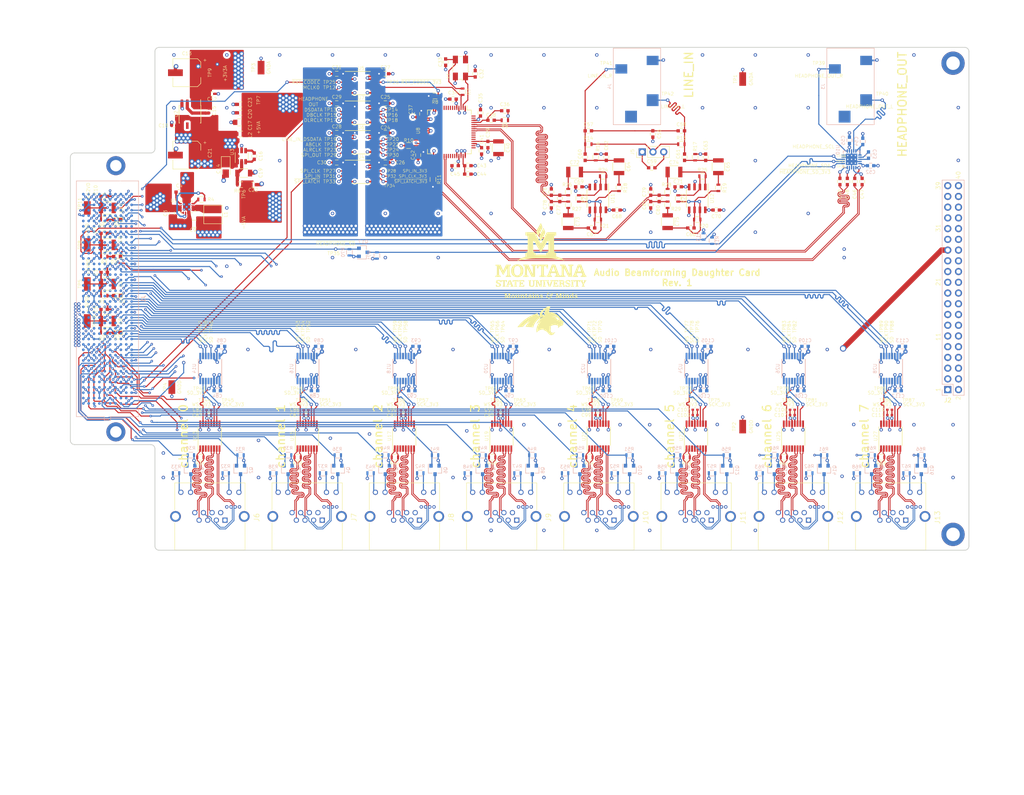
<source format=kicad_pcb>
(kicad_pcb (version 20171130) (host pcbnew "(5.0.0-rc2-dev-744-gdfcdfe91f)")
  (title_block (title "Audio Beamforming Daughter Card Layout") (date 2018-03-19) (rev 1))
  (layers (0 F.Cu signal) (1 Gnd1.Cu power) (2 Pwr.Cu power) (3 In3.Cu signal) (4 Gnd2.Cu power) (31 B.Cu signal) (34 B.Paste user) (35 F.Paste user) (36 B.SilkS user) (37 F.SilkS user) (38 B.Mask user) (39 F.Mask user) (44 Edge.Cuts user))
  (net 0 "")
  (net 1 +1V8D)
  (net 2 +12VD)
  (net 3 "Net-(C4-Pad1)")
  (net 4 +3V3D)
  (net 5 +5VD)
  (net 6 +3V3A)
  (net 7 "Net-(C15-Pad1)")
  (net 8 "Net-(C16-Pad1)")
  (net 9 "Net-(C16-Pad2)")
  (net 10 +5VA)
  (net 11 "Net-(C19-Pad1)")
  (net 12 -5VA)
  (net 13 /audio_codec/MCLKI)
  (net 14 "Net-(C33-Pad1)")
  (net 15 "Net-(C36-Pad1)")
  (net 16 "Net-(C38-Pad2)")
  (net 17 "Net-(C39-Pad2)")
  (net 18 "Net-(C43-Pad2)")
  (net 19 /audio_codec/HEADPHONE_OUT_L_N)
  (net 20 "Net-(C46-Pad1)")
  (net 21 "Net-(C47-Pad1)")
  (net 22 /audio_codec/HEADPHONE_OUT_L_P)
  (net 23 /audio_codec/HEADPHONE_OUT_R_P)
  (net 24 "Net-(C48-Pad1)")
  (net 25 "Net-(C49-Pad1)")
  (net 26 /audio_codec/HEADPHONE_OUT_R_N)
  (net 27 "Net-(C53-Pad2)")
  (net 28 "Net-(C53-Pad1)")
  (net 29 "Net-(C54-Pad2)")
  (net 30 "Net-(C56-Pad1)")
  (net 31 /line_in/LINE_IN_R)
  (net 32 /line_in/LINE_IN_L)
  (net 33 "Net-(C60-Pad1)")
  (net 34 "Net-(C61-Pad1)")
  (net 35 "Net-(C64-Pad2)")
  (net 36 "Net-(C65-Pad2)")
  (net 37 "Net-(C67-Pad1)")
  (net 38 "Net-(C67-Pad2)")
  (net 39 "Net-(C72-Pad1)")
  (net 40 "Net-(C72-Pad2)")
  (net 41 "Net-(C73-Pad1)")
  (net 42 /audio_codec/LINE_IN_R_N)
  (net 43 /audio_codec/LINE_IN_R_P)
  (net 44 /audio_codec/LINE_IN_L_N)
  (net 45 /audio_codec/LINE_IN_L_P)
  (net 46 "Net-(D1-Pad2)")
  (net 47 "Net-(D2-Pad2)")
  (net 48 "Net-(D3-Pad2)")
  (net 49 "Net-(D4-Pad2)")
  (net 50 /headphone_out/HEADPHONE_OUT_L)
  (net 51 /headphone_out/HEADPHONE_OUT_R)
  (net 52 "/Microphone Array Interface Ch0/SD+")
  (net 53 "/Microphone Array Interface Ch0/WS+")
  (net 54 "/Microphone Array Interface Ch0/WS-")
  (net 55 "/Microphone Array Interface Ch0/SD-")
  (net 56 "/Microphone Array Interface Ch0/SCK+")
  (net 57 "/Microphone Array Interface Ch0/SCK-")
  (net 58 "/Microphone Array Interface Ch1/SD+")
  (net 59 "/Microphone Array Interface Ch1/WS+")
  (net 60 "/Microphone Array Interface Ch1/WS-")
  (net 61 "/Microphone Array Interface Ch1/SD-")
  (net 62 "/Microphone Array Interface Ch1/SCK+")
  (net 63 "/Microphone Array Interface Ch1/SCK-")
  (net 64 "/Microphone Array Interface Ch2/SD+")
  (net 65 "/Microphone Array Interface Ch2/WS+")
  (net 66 "/Microphone Array Interface Ch2/WS-")
  (net 67 "/Microphone Array Interface Ch2/SD-")
  (net 68 "/Microphone Array Interface Ch2/SCK+")
  (net 69 "/Microphone Array Interface Ch2/SCK-")
  (net 70 "Net-(J6-Pad9)")
  (net 71 "Net-(J6-Pad10)")
  (net 72 "Net-(J6-Pad11)")
  (net 73 "Net-(J6-Pad12)")
  (net 74 "Net-(J7-Pad12)")
  (net 75 "Net-(J7-Pad11)")
  (net 76 "Net-(J7-Pad10)")
  (net 77 "Net-(J7-Pad9)")
  (net 78 "/Microphone Array Interface Ch3/SCK-")
  (net 79 "/Microphone Array Interface Ch3/SCK+")
  (net 80 "/Microphone Array Interface Ch3/SD-")
  (net 81 "/Microphone Array Interface Ch3/WS-")
  (net 82 "/Microphone Array Interface Ch3/WS+")
  (net 83 "/Microphone Array Interface Ch3/SD+")
  (net 84 "Net-(J8-Pad12)")
  (net 85 "Net-(J8-Pad11)")
  (net 86 "Net-(J8-Pad10)")
  (net 87 "Net-(J8-Pad9)")
  (net 88 "/Microphone Array Interface Ch4/SCK-")
  (net 89 "/Microphone Array Interface Ch4/SCK+")
  (net 90 "/Microphone Array Interface Ch4/SD-")
  (net 91 "/Microphone Array Interface Ch4/WS-")
  (net 92 "/Microphone Array Interface Ch4/WS+")
  (net 93 "/Microphone Array Interface Ch4/SD+")
  (net 94 "Net-(J9-Pad12)")
  (net 95 "Net-(J9-Pad11)")
  (net 96 "Net-(J9-Pad10)")
  (net 97 "Net-(J9-Pad9)")
  (net 98 "/Microphone Array Interface Ch5/SCK-")
  (net 99 "/Microphone Array Interface Ch5/SCK+")
  (net 100 "/Microphone Array Interface Ch5/SD-")
  (net 101 "/Microphone Array Interface Ch5/WS-")
  (net 102 "/Microphone Array Interface Ch5/WS+")
  (net 103 "/Microphone Array Interface Ch5/SD+")
  (net 104 "/Microphone Array Interface Ch6/SD+")
  (net 105 "/Microphone Array Interface Ch6/WS+")
  (net 106 "/Microphone Array Interface Ch6/WS-")
  (net 107 "/Microphone Array Interface Ch6/SD-")
  (net 108 "/Microphone Array Interface Ch6/SCK+")
  (net 109 "/Microphone Array Interface Ch6/SCK-")
  (net 110 "Net-(J10-Pad9)")
  (net 111 "Net-(J10-Pad10)")
  (net 112 "Net-(J10-Pad11)")
  (net 113 "Net-(J10-Pad12)")
  (net 114 "Net-(J11-Pad12)")
  (net 115 "Net-(J11-Pad11)")
  (net 116 "Net-(J11-Pad10)")
  (net 117 "Net-(J11-Pad9)")
  (net 118 "/Microphone Array Interface Ch7/SCK-")
  (net 119 "/Microphone Array Interface Ch7/SCK+")
  (net 120 "/Microphone Array Interface Ch7/SD-")
  (net 121 "/Microphone Array Interface Ch7/WS-")
  (net 122 "/Microphone Array Interface Ch7/WS+")
  (net 123 "/Microphone Array Interface Ch7/SD+")
  (net 124 "Net-(L1-Pad1)")
  (net 125 /LED_WS_CH0)
  (net 126 /LED_SD_CH0)
  (net 127 /LED_WS_CH1)
  (net 128 /LED_SD_CH1)
  (net 129 /LED_WS_CH2)
  (net 130 /LED_SD_CH2)
  (net 131 /LED_WS_CH3)
  (net 132 /LED_SD_CH3)
  (net 133 /LED_WS_CH4)
  (net 134 /LED_SD_CH4)
  (net 135 /LED_WS_CH5)
  (net 136 /LED_SD_CH5)
  (net 137 /LED_WS_CH6)
  (net 138 /LED_SD_CH6)
  (net 139 /LED_WS_CH7)
  (net 140 /LED_SD_CH7)
  (net 141 "Net-(R4-Pad2)")
  (net 142 /audio_codec/MCLK0_3V3)
  (net 143 /audio_codec/~RST_CODEC_3V3)
  (net 144 /audio_codec/SPI_OUT_3V3)
  (net 145 /audio_codec/~SPI_LATCH_3V3)
  (net 146 "/FMC Connector/HEADPHONE_SDA")
  (net 147 "/FMC Connector/HEADPHONE_SCL")
  (net 148 "Net-(R22-Pad2)")
  (net 149 "/FMC Connector/HEADPHONE_OUT_DSDATA")
  (net 150 /audio_codec/HEADPHONE_OUT_DSDATA_3V3)
  (net 151 "/FMC Connector/DBCLK")
  (net 152 /audio_codec/DBCLK_3V3)
  (net 153 "/FMC Connector/DLRCLK")
  (net 154 /audio_codec/DLRCLK_3V3)
  (net 155 "/FMC Connector/LINE_IN_DSDATA")
  (net 156 /audio_codec/LINE_IN_DSDATA_3V3)
  (net 157 "/FMC Connector/ABCLK")
  (net 158 /audio_codec/ABCLK_3V3)
  (net 159 "/FMC Connector/ALRCLK")
  (net 160 /audio_codec/ALRCLK_3V3)
  (net 161 "/FMC Connector/~RST_CODEC")
  (net 162 "/FMC Connector/SPI_IN")
  (net 163 /audio_codec/SPI_IN_3V3)
  (net 164 "/FMC Connector/SPI_OUT")
  (net 165 "/FMC Connector/SPI_CLK")
  (net 166 /audio_codec/SPI_CLK_3V3)
  (net 167 "/FMC Connector/~SPI_LATCH")
  (net 168 "/FMC Connector/~HEADPHONE_SD")
  (net 169 /headphone_out/~HEADPHONE_SD_3V3)
  (net 170 "/Microphone Array Interface Ch0/SD_3V3")
  (net 171 "/Microphone Array Interface Ch0/WS_3V3")
  (net 172 "/Microphone Array Interface Ch0/SCK_3V3")
  (net 173 /SD_CH0)
  (net 174 /WS_CH0)
  (net 175 /SCK_CH0)
  (net 176 "/Microphone Array Interface Ch1/SD_3V3")
  (net 177 "/Microphone Array Interface Ch1/WS_3V3")
  (net 178 "/Microphone Array Interface Ch1/SCK_3V3")
  (net 179 /SD_CH1)
  (net 180 /WS_CH1)
  (net 181 /SCK_CH1)
  (net 182 "/Microphone Array Interface Ch2/SD_3V3")
  (net 183 "/Microphone Array Interface Ch2/WS_3V3")
  (net 184 "/Microphone Array Interface Ch2/SCK_3V3")
  (net 185 /SD_CH2)
  (net 186 /WS_CH2)
  (net 187 /SCK_CH2)
  (net 188 "/Microphone Array Interface Ch3/SD_3V3")
  (net 189 "/Microphone Array Interface Ch3/WS_3V3")
  (net 190 "/Microphone Array Interface Ch3/SCK_3V3")
  (net 191 /SD_CH3)
  (net 192 /WS_CH3)
  (net 193 /SCK_CH3)
  (net 194 "/Microphone Array Interface Ch4/SD_3V3")
  (net 195 "/Microphone Array Interface Ch4/WS_3V3")
  (net 196 "/Microphone Array Interface Ch4/SCK_3V3")
  (net 197 /SD_CH4)
  (net 198 /WS_CH4)
  (net 199 /SCK_CH4)
  (net 200 "/Microphone Array Interface Ch5/SD_3V3")
  (net 201 "/Microphone Array Interface Ch5/WS_3V3")
  (net 202 "/Microphone Array Interface Ch5/SCK_3V3")
  (net 203 /SD_CH5)
  (net 204 /WS_CH5)
  (net 205 /SCK_CH5)
  (net 206 "/Microphone Array Interface Ch6/SD_3V3")
  (net 207 "/Microphone Array Interface Ch6/WS_3V3")
  (net 208 "/Microphone Array Interface Ch6/SCK_3V3")
  (net 209 /SD_CH6)
  (net 210 /WS_CH6)
  (net 211 /SCK_CH6)
  (net 212 "/Microphone Array Interface Ch7/SD_3V3")
  (net 213 "/Microphone Array Interface Ch7/WS_3V3")
  (net 214 "/Microphone Array Interface Ch7/SCK_3V3")
  (net 215 /SD_CH7)
  (net 216 /WS_CH7)
  (net 217 /SCK_CH7)
  (net 218 "/FMC Connector/MCLK0")
  (net 219 GND)
  (net 220 "/FMC Connector/GPIO31")
  (net 221 "/FMC Connector/GPIO30")
  (net 222 "/FMC Connector/GPIO29")
  (net 223 "/FMC Connector/GPIO28")
  (net 224 "/FMC Connector/GPIO27")
  (net 225 "/FMC Connector/GPIO26")
  (net 226 "/FMC Connector/GPIO25")
  (net 227 "/FMC Connector/GPIO24")
  (net 228 "/FMC Connector/GPIO23")
  (net 229 "/FMC Connector/GPIO22")
  (net 230 "/FMC Connector/GPIO21")
  (net 231 "/FMC Connector/GPIO20")
  (net 232 "/FMC Connector/GPIO19")
  (net 233 "/FMC Connector/GPIO18")
  (net 234 "/FMC Connector/GPIO17")
  (net 235 "/FMC Connector/GPIO16")
  (net 236 "/FMC Connector/GPIO15")
  (net 237 "/FMC Connector/GPIO14")
  (net 238 "/FMC Connector/GPIO13")
  (net 239 "/FMC Connector/GPIO12")
  (net 240 "/FMC Connector/GPIO11")
  (net 241 "/FMC Connector/GPIO10")
  (net 242 "/FMC Connector/GPIO9")
  (net 243 "/FMC Connector/GPIO8")
  (net 244 "/FMC Connector/GPIO7")
  (net 245 "/FMC Connector/GPIO6")
  (net 246 "/FMC Connector/GPIO5")
  (net 247 "/FMC Connector/GPIO4")
  (net 248 "/FMC Connector/GPIO3")
  (net 249 "/FMC Connector/GPIO2")
  (net 250 "/FMC Connector/GPIO1")
  (net 251 "/FMC Connector/GPIO0")
  (net 252 "Net-(J12-Pad9)")
  (net 253 "Net-(J12-Pad10)")
  (net 254 "Net-(J12-Pad11)")
  (net 255 "Net-(J12-Pad12)")
  (net 256 "Net-(C66-Pad2)")
  (net 257 "Net-(C66-Pad1)")
  (net 258 "Net-(C74-Pad2)")
  (net 259 "Net-(C74-Pad1)")
  (net 260 "Net-(C75-Pad1)")
  (net 261 "Net-(J3-Pad4)")
  (net 262 "Net-(R23-Pad2)")
  (net 263 "Net-(U5-Pad7)")
  (net 264 "Net-(U5-Pad10)")
  (net 265 "Net-(U8-Pad10)")
  (net 266 "Net-(U8-Pad7)")
  (net 267 "Net-(J1-PadK32)")
  (net 268 "Net-(J1-PadK25)")
  (net 269 "Net-(J1-PadK05)")
  (net 270 "Net-(J1-PadJ25)")
  (net 271 "Net-(J1-PadJ12)")
  (net 272 "Net-(J1-PadJ06)")
  (net 273 "Net-(J1-PadH35)")
  (net 274 "Net-(J1-PadH34)")
  (net 275 "Net-(J1-PadH32)")
  (net 276 "Net-(J1-PadH25)")
  (net 277 "Net-(J1-PadH22)")
  (net 278 "Net-(J1-PadH19)")
  (net 279 "Net-(J1-PadH16)")
  (net 280 "Net-(J1-PadH13)")
  (net 281 "Net-(J1-PadH11)")
  (net 282 "Net-(J1-PadH05)")
  (net 283 "Net-(J1-PadG34)")
  (net 284 "Net-(J1-PadG33)")
  (net 285 "Net-(J1-PadG31)")
  (net 286 "Net-(J1-PadG28)")
  (net 287 "Net-(J1-PadG25)")
  (net 288 "Net-(J1-PadG22)")
  (net 289 "Net-(J1-PadG19)")
  (net 290 "Net-(J1-PadG16)")
  (net 291 "Net-(J1-PadG13)")
  (net 292 "Net-(J1-PadG12)")
  (net 293 "Net-(J1-PadF38)")
  (net 294 "Net-(J1-PadF37)")
  (net 295 "Net-(J1-PadF35)")
  (net 296 "Net-(J1-PadF34)")
  (net 297 "Net-(J1-PadF32)")
  (net 298 "Net-(J1-PadF31)")
  (net 299 "Net-(J1-PadF29)")
  (net 300 "Net-(J1-PadF28)")
  (net 301 "Net-(J1-PadF26)")
  (net 302 "Net-(J1-PadF25)")
  (net 303 "Net-(J1-PadF23)")
  (net 304 "Net-(J1-PadF22)")
  (net 305 "Net-(J1-PadF20)")
  (net 306 "Net-(J1-PadF19)")
  (net 307 "Net-(J1-PadF17)")
  (net 308 "Net-(J1-PadF16)")
  (net 309 "Net-(J1-PadF14)")
  (net 310 "Net-(J1-PadE37)")
  (net 311 "Net-(J1-PadE36)")
  (net 312 "Net-(J1-PadE33)")
  (net 313 "Net-(J1-PadE31)")
  (net 314 "Net-(J1-PadE30)")
  (net 315 "Net-(J1-PadE28)")
  (net 316 "Net-(J1-PadE27)")
  (net 317 "Net-(J1-PadE25)")
  (net 318 "Net-(J1-PadE24)")
  (net 319 "Net-(J1-PadE22)")
  (net 320 "Net-(J1-PadE21)")
  (net 321 "Net-(J1-PadE19)")
  (net 322 "Net-(J1-PadE18)")
  (net 323 "Net-(J1-PadE16)")
  (net 324 "Net-(J1-PadE15)")
  (net 325 "Net-(J1-PadD35)")
  (net 326 "Net-(J1-PadD34)")
  (net 327 "Net-(J1-PadD33)")
  (net 328 "Net-(J1-PadD31)")
  (net 329 "Net-(J1-PadD30)")
  (net 330 "Net-(J1-PadD29)")
  (net 331 "Net-(J1-PadD27)")
  (net 332 "Net-(J1-PadD26)")
  (net 333 "Net-(J1-PadD24)")
  (net 334 "Net-(J1-PadD23)")
  (net 335 "Net-(J1-PadD21)")
  (net 336 "Net-(J1-PadD20)")
  (net 337 "Net-(J1-PadD18)")
  (net 338 "Net-(J1-PadD17)")
  (net 339 "Net-(J1-PadD15)")
  (net 340 "Net-(J1-PadD14)")
  (net 341 "Net-(J1-PadD05)")
  (net 342 "Net-(J1-PadD04)")
  (net 343 "Net-(J1-PadC34)")
  (net 344 "Net-(J1-PadC27)")
  (net 345 "Net-(J1-PadC26)")
  (net 346 "Net-(J1-PadC23)")
  (net 347 "Net-(J1-PadC22)")
  (net 348 "Net-(J1-PadC19)")
  (net 349 "Net-(J1-PadC18)")
  (net 350 "Net-(J1-PadC15)")
  (net 351 "Net-(J1-PadC14)")
  (net 352 "Net-(J1-PadC07)")
  (net 353 "Net-(J1-PadC06)")
  (net 354 "Net-(J1-PadB40)")
  (net 355 "Net-(J1-PadB37)")
  (net 356 "Net-(J1-PadB36)")
  (net 357 "Net-(J1-PadB33)")
  (net 358 "Net-(J1-PadB32)")
  (net 359 "Net-(J1-PadB29)")
  (net 360 "Net-(J1-PadB28)")
  (net 361 "Net-(J1-PadB25)")
  (net 362 "Net-(J1-PadB24)")
  (net 363 "Net-(J1-PadB21)")
  (net 364 "Net-(J1-PadB20)")
  (net 365 "Net-(J1-PadB17)")
  (net 366 "Net-(J1-PadB16)")
  (net 367 "Net-(J1-PadB13)")
  (net 368 "Net-(J1-PadB12)")
  (net 369 "Net-(J1-PadB09)")
  (net 370 "Net-(J1-PadB08)")
  (net 371 "Net-(J1-PadB05)")
  (net 372 "Net-(J1-PadB04)")
  (net 373 "Net-(J1-PadA39)")
  (net 374 "Net-(J1-PadA38)")
  (net 375 "Net-(J1-PadA35)")
  (net 376 "Net-(J1-PadA34)")
  (net 377 "Net-(J1-PadA31)")
  (net 378 "Net-(J1-PadA30)")
  (net 379 "Net-(J1-PadA27)")
  (net 380 "Net-(J1-PadA26)")
  (net 381 "Net-(J1-PadA23)")
  (net 382 "Net-(J1-PadA22)")
  (net 383 "Net-(J1-PadA19)")
  (net 384 "Net-(J1-PadA18)")
  (net 385 "Net-(J1-PadA15)")
  (net 386 "Net-(J1-PadA14)")
  (net 387 "Net-(J1-PadA11)")
  (net 388 "Net-(J1-PadA10)")
  (net 389 "Net-(J1-PadA07)")
  (net 390 "Net-(J1-PadA06)")
  (net 391 "Net-(J4-Pad4)")
  (net 392 "Net-(J5-Pad2)")
  (net 393 "Net-(J13-Pad9)")
  (net 394 "Net-(J13-Pad10)")
  (net 395 "Net-(J13-Pad11)")
  (net 396 "Net-(J13-Pad12)")
  (net 397 "Net-(U2-Pad6)")
  (net 398 "Net-(U4-Pad7)")
  (net 399 "Net-(U4-Pad10)")
  (net 400 "Net-(U5-Pad12)")
  (net 401 "Net-(U5-Pad5)")
  (net 402 "Net-(U7-Pad10)")
  (net 403 "Net-(U7-Pad7)")
  (net 404 "Net-(U8-Pad6)")
  (net 405 "Net-(U8-Pad8)")
  (net 406 "Net-(U8-Pad9)")
  (net 407 "Net-(U8-Pad11)")
  (net 408 "Net-(U8-Pad12)")
  (net 409 "Net-(U8-Pad13)")
  (net 410 "Net-(U8-Pad27)")
  (net 411 "Net-(U8-Pad40)")
  (net 412 "Net-(U8-Pad41)")
  (net 413 "Net-(U8-Pad42)")
  (net 414 "Net-(U8-Pad43)")
  (net 415 "Net-(U8-Pad49)")
  (net 416 "Net-(U8-Pad50)")
  (net 417 "Net-(U8-Pad53)")
  (net 418 "Net-(U8-Pad54)")
  (net 419 "Net-(U8-Pad55)")
  (net 420 "Net-(U8-Pad56)")
  (net 421 "Net-(U8-Pad63)")
  (net 422 "Net-(U8-Pad64)")
  (net 423 "Net-(U13-Pad14)")
  (net 424 "Net-(U13-Pad4)")
  (net 425 "Net-(U13-Pad3)")
  (net 426 "Net-(U14-Pad12)")
  (net 427 "Net-(U14-Pad5)")
  (net 428 "Net-(U15-Pad14)")
  (net 429 "Net-(U15-Pad4)")
  (net 430 "Net-(U15-Pad3)")
  (net 431 "Net-(U16-Pad5)")
  (net 432 "Net-(U16-Pad12)")
  (net 433 "Net-(U17-Pad14)")
  (net 434 "Net-(U17-Pad4)")
  (net 435 "Net-(U17-Pad3)")
  (net 436 "Net-(U18-Pad5)")
  (net 437 "Net-(U18-Pad12)")
  (net 438 "Net-(U19-Pad14)")
  (net 439 "Net-(U19-Pad4)")
  (net 440 "Net-(U19-Pad3)")
  (net 441 "Net-(U20-Pad5)")
  (net 442 "Net-(U20-Pad12)")
  (net 443 "Net-(U21-Pad3)")
  (net 444 "Net-(U21-Pad4)")
  (net 445 "Net-(U21-Pad14)")
  (net 446 "Net-(U22-Pad12)")
  (net 447 "Net-(U22-Pad5)")
  (net 448 "Net-(U23-Pad3)")
  (net 449 "Net-(U23-Pad4)")
  (net 450 "Net-(U23-Pad14)")
  (net 451 "Net-(U24-Pad5)")
  (net 452 "Net-(U24-Pad12)")
  (net 453 "Net-(U25-Pad14)")
  (net 454 "Net-(U25-Pad4)")
  (net 455 "Net-(U25-Pad3)")
  (net 456 "Net-(U26-Pad5)")
  (net 457 "Net-(U26-Pad12)")
  (net 458 "Net-(U27-Pad3)")
  (net 459 "Net-(U27-Pad4)")
  (net 460 "Net-(U27-Pad14)")
  (net 461 "Net-(U28-Pad12)")
  (net 462 "Net-(U28-Pad5)")
  (net 463 "Net-(J1-PadK34)")
  (net 464 "Net-(J1-PadJ34)")
  (net 465 "Net-(J1-PadJ03)")
  (net 466 "Net-(J1-PadJ02)")
  (net 467 "Net-(J1-PadH02)")
  (net 468 "Net-(J1-PadG03)")
  (net 469 "Net-(J1-PadG02)")
  (net 470 "Net-(J1-PadF01)")
  (net 471 "Net-(J1-PadD01)")
  (net 472 "Net-(J1-PadC03)")
  (net 473 "Net-(J1-PadC02)")
  (net 474 "Net-(J1-PadB01)")
  (net 475 "Net-(J1-PadA03)")
  (net 476 "Net-(J1-PadA02)")
  (net 477 "Net-(J1-PadE07)")
  (module ti_pwqfn_n20:ti_pwqfn_n20 (layer B.Cu) (at 209.25 50.5 90)
    (fp_text reference U10 (at 2.25 -3.25 90) (layer B.SilkS) (effects (font (size 0.8 0.8) (thickness 0.08)) (justify mirror)))
    (fp_text value TPA6130A2)
    (pad "" thru_hole circle (at 0.9 -0.9 90) (size 0.7064 0.7064) (drill 0.3) (layers *.Cu *.Mask) (net 219 GND))
    (pad "" thru_hole circle (at 0.9 0 90) (size 0.7064 0.7064) (drill 0.3) (layers *.Cu *.Mask) (net 219 GND))
    (pad "" thru_hole circle (at 0.9 0.9 90) (size 0.7064 0.7064) (drill 0.3) (layers *.Cu *.Mask) (net 219 GND))
    (pad "" thru_hole circle (at 0 -0.9 90) (size 0.7064 0.7064) (drill 0.3) (layers *.Cu *.Mask) (net 219 GND))
    (pad "" thru_hole circle (at 0 0 90) (size 0.7064 0.7064) (drill 0.3) (layers *.Cu *.Mask) (net 219 GND))
    (pad "" thru_hole circle (at 0 0.9 90) (size 0.7064 0.7064) (drill 0.3) (layers *.Cu *.Mask) (net 219 GND))
    (pad "" thru_hole circle (at -0.9 -0.9 90) (size 0.7064 0.7064) (drill 0.3) (layers *.Cu *.Mask) (net 219 GND))
    (pad "" thru_hole circle (at -0.9 0 90) (size 0.7064 0.7064) (drill 0.3) (layers *.Cu *.Mask) (net 219 GND))
    (pad "" thru_hole circle (at -0.9 0.9 90) (size 0.7064 0.7064) (drill 0.3) (layers *.Cu *.Mask) (net 219 GND))
    (pad 21 smd rect (at 0 0 90) (size 2.7 2.7) (layers B.Cu B.Paste B.Mask) (net 219 GND))
    (pad 20 smd rect (at -1 1.975 90) (size 0.28 0.85) (layers B.Cu B.Paste B.Mask) (net 10 +5VA))
    (pad 19 smd rect (at -0.5 1.975 90) (size 0.28 0.85) (layers B.Cu B.Paste B.Mask) (net 219 GND))
    (pad 18 smd rect (at 0 1.975 90) (size 0.28 0.85) (layers B.Cu B.Paste B.Mask) (net 27 "Net-(C53-Pad2)"))
    (pad 17 smd rect (at 0.5 1.975 90) (size 0.28 0.85) (layers B.Cu B.Paste B.Mask) (net 28 "Net-(C53-Pad1)"))
    (pad 16 smd rect (at 1 1.975 90) (size 0.28 0.85) (layers B.Cu B.Paste B.Mask) (net 29 "Net-(C54-Pad2)"))
    (pad 15 smd rect (at 1.975 1) (size 0.28 0.85) (layers B.Cu B.Paste B.Mask) (net 29 "Net-(C54-Pad2)"))
    (pad 14 smd rect (at 1.975 0.5) (size 0.28 0.85) (layers B.Cu B.Paste B.Mask) (net 50 /headphone_out/HEADPHONE_OUT_L))
    (pad 13 smd rect (at 1.975 0) (size 0.28 0.85) (layers B.Cu B.Paste B.Mask) (net 219 GND))
    (pad 12 smd rect (at 1.975 -0.5) (size 0.28 0.85) (layers B.Cu B.Paste B.Mask) (net 10 +5VA))
    (pad 11 smd rect (at 1.975 -1) (size 0.28 0.85) (layers B.Cu B.Paste B.Mask) (net 51 /headphone_out/HEADPHONE_OUT_R))
    (pad 10 smd rect (at 1 -1.975 90) (size 0.28 0.85) (layers B.Cu B.Paste B.Mask) (net 219 GND))
    (pad 9 smd rect (at 0.5 -1.975 90) (size 0.28 0.85) (layers B.Cu B.Paste B.Mask) (net 219 GND))
    (pad 8 smd rect (at 0 -1.975 90) (size 0.28 0.85) (layers B.Cu B.Paste B.Mask) (net 147 "/FMC Connector/HEADPHONE_SCL"))
    (pad 7 smd rect (at -0.5 -1.975 90) (size 0.28 0.85) (layers B.Cu B.Paste B.Mask) (net 146 "/FMC Connector/HEADPHONE_SDA"))
    (pad 6 smd rect (at -1 -1.975 90) (size 0.28 0.85) (layers B.Cu B.Paste B.Mask) (net 169 /headphone_out/~HEADPHONE_SD_3V3))
    (pad 5 smd rect (at -1.975 -1) (size 0.28 0.85) (layers B.Cu B.Paste B.Mask) (net 25 "Net-(C49-Pad1)"))
    (pad 4 smd rect (at -1.975 -0.5) (size 0.28 0.85) (layers B.Cu B.Paste B.Mask) (net 24 "Net-(C48-Pad1)"))
    (pad 3 smd rect (at -1.975 0) (size 0.28 0.85) (layers B.Cu B.Paste B.Mask) (net 219 GND))
    (pad 2 smd rect (at -1.975 0.5) (size 0.28 0.85) (layers B.Cu B.Paste B.Mask) (net 21 "Net-(C47-Pad1)"))
    (pad 1 smd rect (at -1.975 1) (size 0.28 0.85) (layers B.Cu B.Paste B.Mask) (net 20 "Net-(C46-Pad1)"))
  )
  (module ti_vqfn-16:ti_vqfn-16 (layer F.Cu) (at 52 61.75 180)
    (fp_text reference U1 (at 3 1.5 180) (layer F.SilkS) (effects (font (size 0.8 0.8) (thickness 0.08))))
    (fp_text value TPS62153RGTT)
    (pad "" thru_hole circle (at 0.6 0.6 180) (size 0.6064 0.6064) (drill 0.2) (layers *.Cu *.Mask) (net 219 GND))
    (pad "" thru_hole circle (at 0.6 -0.6 180) (size 0.6064 0.6064) (drill 0.2) (layers *.Cu *.Mask) (net 219 GND))
    (pad "" thru_hole circle (at -0.6 0.6 180) (size 0.6064 0.6064) (drill 0.2) (layers *.Cu *.Mask) (net 219 GND))
    (pad "" thru_hole circle (at -0.6 -0.6 180) (size 0.6064 0.6064) (drill 0.2) (layers *.Cu *.Mask) (net 219 GND))
    (pad "" thru_hole circle (at 0 0 180) (size 0.6064 0.6064) (drill 0.2) (layers *.Cu *.Mask) (net 219 GND))
    (pad 17 smd rect (at 0 0 180) (size 1.7 1.7) (layers F.Cu F.Paste F.Mask) (net 219 GND))
    (pad 16 smd rect (at -0.75 -1.4 180) (size 0.25 0.6) (layers F.Cu F.Paste F.Mask) (net 219 GND))
    (pad 15 smd rect (at -0.25 -1.4 180) (size 0.25 0.6) (layers F.Cu F.Paste F.Mask) (net 219 GND))
    (pad 14 smd rect (at 0.25 -1.4 180) (size 0.25 0.6) (layers F.Cu F.Paste F.Mask) (net 5 +5VD))
    (pad 13 smd rect (at 0.75 -1.4 180) (size 0.25 0.6) (layers F.Cu F.Paste F.Mask) (net 2 +12VD))
    (pad 12 smd rect (at 1.4 -0.75 270) (size 0.25 0.6) (layers F.Cu F.Paste F.Mask) (net 2 +12VD))
    (pad 11 smd rect (at 1.4 -0.25 270) (size 0.25 0.6) (layers F.Cu F.Paste F.Mask) (net 2 +12VD))
    (pad 10 smd rect (at 1.4 0.25 270) (size 0.25 0.6) (layers F.Cu F.Paste F.Mask) (net 2 +12VD))
    (pad 9 smd rect (at 1.4 0.75 270) (size 0.25 0.6) (layers F.Cu F.Paste F.Mask) (net 3 "Net-(C4-Pad1)"))
    (pad 8 smd rect (at 0.75 1.4 180) (size 0.25 0.6) (layers F.Cu F.Paste F.Mask) (net 219 GND))
    (pad 7 smd rect (at 0.25 1.4 180) (size 0.25 0.6) (layers F.Cu F.Paste F.Mask) (net 219 GND))
    (pad 6 smd rect (at -0.25 1.4 180) (size 0.25 0.6) (layers F.Cu F.Paste F.Mask) (net 219 GND))
    (pad 5 smd rect (at -0.75 1.4 180) (size 0.25 0.6) (layers F.Cu F.Paste F.Mask) (net 219 GND))
    (pad 4 smd rect (at -1.4 0.75 270) (size 0.25 0.6) (layers F.Cu F.Paste F.Mask) (net 141 "Net-(R4-Pad2)"))
    (pad 3 smd rect (at -1.4 0.25 270) (size 0.25 0.6) (layers F.Cu F.Paste F.Mask) (net 124 "Net-(L1-Pad1)"))
    (pad 2 smd rect (at -1.4 -0.25 270) (size 0.25 0.6) (layers F.Cu F.Paste F.Mask) (net 124 "Net-(L1-Pad1)"))
    (pad 1 smd rect (at -1.4 -0.75 270) (size 0.25 0.6) (layers F.Cu F.Paste F.Mask) (net 124 "Net-(L1-Pad1)"))
  )
  (module 615008137421:WURTH_615008137421 (layer F.Cu) (at 57.5 135)
    (fp_text reference J6 (at 11.074999 0.256 90) (layer F.SilkS) (effects (font (size 1.2 1.2) (thickness 0.12))))
    (fp_text value 615008137421)
    (pad "" np_thru_hole circle (at 6.35 3.43) (size 3.25 3.25) (drill 3.25) (layers *.Cu *.Mask))
    (pad "" np_thru_hole circle (at -6.35 3.43) (size 3.25 3.25) (drill 3.25) (layers *.Cu *.Mask))
    (pad 14 thru_hole circle (at 8.125 0) (size 2.55 2.55) (drill 1.7) (layers *.Cu *.Paste *.Mask) (net 219 GND))
    (pad 13 thru_hole circle (at -8.125 0) (size 2.55 2.55) (drill 1.7) (layers *.Cu *.Paste *.Mask) (net 219 GND))
    (pad 12 thru_hole circle (at 6.86 -5.71) (size 1.23 1.23) (drill 0.8) (layers *.Cu *.Paste *.Mask) (net 73 "Net-(J6-Pad12)"))
    (pad 11 thru_hole circle (at 4.57 -5.71) (size 1.23 1.23) (drill 0.8) (layers *.Cu *.Paste *.Mask) (net 72 "Net-(J6-Pad11)"))
    (pad 10 thru_hole circle (at -4.57 -5.71) (size 1.23 1.23) (drill 0.8) (layers *.Cu *.Paste *.Mask) (net 71 "Net-(J6-Pad10)"))
    (pad 9 thru_hole circle (at -6.86 -5.71) (size 1.23 1.23) (drill 0.8) (layers *.Cu *.Paste *.Mask) (net 70 "Net-(J6-Pad9)"))
    (pad 8 thru_hole circle (at -3.57 -0.89) (size 1.23 1.23) (drill 0.8) (layers *.Cu *.Paste *.Mask) (net 55 "/Microphone Array Interface Ch0/SD-"))
    (pad 7 thru_hole circle (at -2.55 0.89) (size 1.23 1.23) (drill 0.8) (layers *.Cu *.Paste *.Mask) (net 52 "/Microphone Array Interface Ch0/SD+"))
    (pad 6 thru_hole circle (at -1.53 -0.89) (size 1.23 1.23) (drill 0.8) (layers *.Cu *.Paste *.Mask) (net 57 "/Microphone Array Interface Ch0/SCK-"))
    (pad 5 thru_hole circle (at -0.51 0.89) (size 1.23 1.23) (drill 0.8) (layers *.Cu *.Paste *.Mask) (net 54 "/Microphone Array Interface Ch0/WS-"))
    (pad 4 thru_hole circle (at 0.52 -0.89) (size 1.23 1.23) (drill 0.8) (layers *.Cu *.Paste *.Mask) (net 53 "/Microphone Array Interface Ch0/WS+"))
    (pad 3 thru_hole circle (at 1.53 0.89) (size 1.23 1.23) (drill 0.8) (layers *.Cu *.Paste *.Mask) (net 56 "/Microphone Array Interface Ch0/SCK+"))
    (pad 2 thru_hole circle (at 2.55 -0.89) (size 1.23 1.23) (drill 0.8) (layers *.Cu *.Paste *.Mask) (net 219 GND))
    (pad 1 thru_hole rect (at 3.57 0.89) (size 1.23 1.23) (drill 0.8) (layers *.Cu *.Paste *.Mask) (net 4 +3V3D))
  )
  (module 615008137421:WURTH_615008137421 (layer F.Cu) (at 80.5 135)
    (fp_text reference J7 (at 11.074999 0.256 90) (layer F.SilkS) (effects (font (size 1.2 1.2) (thickness 0.12))))
    (fp_text value 615008137421)
    (pad "" np_thru_hole circle (at 6.35 3.43) (size 3.25 3.25) (drill 3.25) (layers *.Cu *.Mask))
    (pad "" np_thru_hole circle (at -6.35 3.43) (size 3.25 3.25) (drill 3.25) (layers *.Cu *.Mask))
    (pad 14 thru_hole circle (at 8.125 0) (size 2.55 2.55) (drill 1.7) (layers *.Cu *.Paste *.Mask) (net 219 GND))
    (pad 13 thru_hole circle (at -8.125 0) (size 2.55 2.55) (drill 1.7) (layers *.Cu *.Paste *.Mask) (net 219 GND))
    (pad 12 thru_hole circle (at 6.86 -5.71) (size 1.23 1.23) (drill 0.8) (layers *.Cu *.Paste *.Mask) (net 74 "Net-(J7-Pad12)"))
    (pad 11 thru_hole circle (at 4.57 -5.71) (size 1.23 1.23) (drill 0.8) (layers *.Cu *.Paste *.Mask) (net 75 "Net-(J7-Pad11)"))
    (pad 10 thru_hole circle (at -4.57 -5.71) (size 1.23 1.23) (drill 0.8) (layers *.Cu *.Paste *.Mask) (net 76 "Net-(J7-Pad10)"))
    (pad 9 thru_hole circle (at -6.86 -5.71) (size 1.23 1.23) (drill 0.8) (layers *.Cu *.Paste *.Mask) (net 77 "Net-(J7-Pad9)"))
    (pad 8 thru_hole circle (at -3.57 -0.89) (size 1.23 1.23) (drill 0.8) (layers *.Cu *.Paste *.Mask) (net 61 "/Microphone Array Interface Ch1/SD-"))
    (pad 7 thru_hole circle (at -2.55 0.89) (size 1.23 1.23) (drill 0.8) (layers *.Cu *.Paste *.Mask) (net 58 "/Microphone Array Interface Ch1/SD+"))
    (pad 6 thru_hole circle (at -1.53 -0.89) (size 1.23 1.23) (drill 0.8) (layers *.Cu *.Paste *.Mask) (net 63 "/Microphone Array Interface Ch1/SCK-"))
    (pad 5 thru_hole circle (at -0.51 0.89) (size 1.23 1.23) (drill 0.8) (layers *.Cu *.Paste *.Mask) (net 60 "/Microphone Array Interface Ch1/WS-"))
    (pad 4 thru_hole circle (at 0.52 -0.89) (size 1.23 1.23) (drill 0.8) (layers *.Cu *.Paste *.Mask) (net 59 "/Microphone Array Interface Ch1/WS+"))
    (pad 3 thru_hole circle (at 1.53 0.89) (size 1.23 1.23) (drill 0.8) (layers *.Cu *.Paste *.Mask) (net 62 "/Microphone Array Interface Ch1/SCK+"))
    (pad 2 thru_hole circle (at 2.55 -0.89) (size 1.23 1.23) (drill 0.8) (layers *.Cu *.Paste *.Mask) (net 219 GND))
    (pad 1 thru_hole rect (at 3.57 0.89) (size 1.23 1.23) (drill 0.8) (layers *.Cu *.Paste *.Mask) (net 4 +3V3D))
  )
  (module 615008137421:WURTH_615008137421 (layer F.Cu) (at 103.5 135)
    (fp_text reference J8 (at 11.074999 0.256 90) (layer F.SilkS) (effects (font (size 1.2 1.2) (thickness 0.12))))
    (fp_text value 615008137421)
    (pad "" np_thru_hole circle (at 6.35 3.43) (size 3.25 3.25) (drill 3.25) (layers *.Cu *.Mask))
    (pad "" np_thru_hole circle (at -6.35 3.43) (size 3.25 3.25) (drill 3.25) (layers *.Cu *.Mask))
    (pad 14 thru_hole circle (at 8.125 0) (size 2.55 2.55) (drill 1.7) (layers *.Cu *.Paste *.Mask) (net 219 GND))
    (pad 13 thru_hole circle (at -8.125 0) (size 2.55 2.55) (drill 1.7) (layers *.Cu *.Paste *.Mask) (net 219 GND))
    (pad 12 thru_hole circle (at 6.86 -5.71) (size 1.23 1.23) (drill 0.8) (layers *.Cu *.Paste *.Mask) (net 84 "Net-(J8-Pad12)"))
    (pad 11 thru_hole circle (at 4.57 -5.71) (size 1.23 1.23) (drill 0.8) (layers *.Cu *.Paste *.Mask) (net 85 "Net-(J8-Pad11)"))
    (pad 10 thru_hole circle (at -4.57 -5.71) (size 1.23 1.23) (drill 0.8) (layers *.Cu *.Paste *.Mask) (net 86 "Net-(J8-Pad10)"))
    (pad 9 thru_hole circle (at -6.86 -5.71) (size 1.23 1.23) (drill 0.8) (layers *.Cu *.Paste *.Mask) (net 87 "Net-(J8-Pad9)"))
    (pad 8 thru_hole circle (at -3.57 -0.89) (size 1.23 1.23) (drill 0.8) (layers *.Cu *.Paste *.Mask) (net 67 "/Microphone Array Interface Ch2/SD-"))
    (pad 7 thru_hole circle (at -2.55 0.89) (size 1.23 1.23) (drill 0.8) (layers *.Cu *.Paste *.Mask) (net 64 "/Microphone Array Interface Ch2/SD+"))
    (pad 6 thru_hole circle (at -1.53 -0.89) (size 1.23 1.23) (drill 0.8) (layers *.Cu *.Paste *.Mask) (net 69 "/Microphone Array Interface Ch2/SCK-"))
    (pad 5 thru_hole circle (at -0.51 0.89) (size 1.23 1.23) (drill 0.8) (layers *.Cu *.Paste *.Mask) (net 66 "/Microphone Array Interface Ch2/WS-"))
    (pad 4 thru_hole circle (at 0.52 -0.89) (size 1.23 1.23) (drill 0.8) (layers *.Cu *.Paste *.Mask) (net 65 "/Microphone Array Interface Ch2/WS+"))
    (pad 3 thru_hole circle (at 1.53 0.89) (size 1.23 1.23) (drill 0.8) (layers *.Cu *.Paste *.Mask) (net 68 "/Microphone Array Interface Ch2/SCK+"))
    (pad 2 thru_hole circle (at 2.55 -0.89) (size 1.23 1.23) (drill 0.8) (layers *.Cu *.Paste *.Mask) (net 219 GND))
    (pad 1 thru_hole rect (at 3.57 0.89) (size 1.23 1.23) (drill 0.8) (layers *.Cu *.Paste *.Mask) (net 4 +3V3D))
  )
  (module 615008137421:WURTH_615008137421 (layer F.Cu) (at 126.5 135)
    (fp_text reference J9 (at 11.074999 0.256 90) (layer F.SilkS) (effects (font (size 1.2 1.2) (thickness 0.12))))
    (fp_text value 615008137421)
    (pad "" np_thru_hole circle (at 6.35 3.43) (size 3.25 3.25) (drill 3.25) (layers *.Cu *.Mask))
    (pad "" np_thru_hole circle (at -6.35 3.43) (size 3.25 3.25) (drill 3.25) (layers *.Cu *.Mask))
    (pad 14 thru_hole circle (at 8.125 0) (size 2.55 2.55) (drill 1.7) (layers *.Cu *.Paste *.Mask) (net 219 GND))
    (pad 13 thru_hole circle (at -8.125 0) (size 2.55 2.55) (drill 1.7) (layers *.Cu *.Paste *.Mask) (net 219 GND))
    (pad 12 thru_hole circle (at 6.86 -5.71) (size 1.23 1.23) (drill 0.8) (layers *.Cu *.Paste *.Mask) (net 94 "Net-(J9-Pad12)"))
    (pad 11 thru_hole circle (at 4.57 -5.71) (size 1.23 1.23) (drill 0.8) (layers *.Cu *.Paste *.Mask) (net 95 "Net-(J9-Pad11)"))
    (pad 10 thru_hole circle (at -4.57 -5.71) (size 1.23 1.23) (drill 0.8) (layers *.Cu *.Paste *.Mask) (net 96 "Net-(J9-Pad10)"))
    (pad 9 thru_hole circle (at -6.86 -5.71) (size 1.23 1.23) (drill 0.8) (layers *.Cu *.Paste *.Mask) (net 97 "Net-(J9-Pad9)"))
    (pad 8 thru_hole circle (at -3.57 -0.89) (size 1.23 1.23) (drill 0.8) (layers *.Cu *.Paste *.Mask) (net 80 "/Microphone Array Interface Ch3/SD-"))
    (pad 7 thru_hole circle (at -2.55 0.89) (size 1.23 1.23) (drill 0.8) (layers *.Cu *.Paste *.Mask) (net 83 "/Microphone Array Interface Ch3/SD+"))
    (pad 6 thru_hole circle (at -1.53 -0.89) (size 1.23 1.23) (drill 0.8) (layers *.Cu *.Paste *.Mask) (net 78 "/Microphone Array Interface Ch3/SCK-"))
    (pad 5 thru_hole circle (at -0.51 0.89) (size 1.23 1.23) (drill 0.8) (layers *.Cu *.Paste *.Mask) (net 81 "/Microphone Array Interface Ch3/WS-"))
    (pad 4 thru_hole circle (at 0.52 -0.89) (size 1.23 1.23) (drill 0.8) (layers *.Cu *.Paste *.Mask) (net 82 "/Microphone Array Interface Ch3/WS+"))
    (pad 3 thru_hole circle (at 1.53 0.89) (size 1.23 1.23) (drill 0.8) (layers *.Cu *.Paste *.Mask) (net 79 "/Microphone Array Interface Ch3/SCK+"))
    (pad 2 thru_hole circle (at 2.55 -0.89) (size 1.23 1.23) (drill 0.8) (layers *.Cu *.Paste *.Mask) (net 219 GND))
    (pad 1 thru_hole rect (at 3.57 0.89) (size 1.23 1.23) (drill 0.8) (layers *.Cu *.Paste *.Mask) (net 4 +3V3D))
  )
  (module 615008137421:WURTH_615008137421 (layer F.Cu) (at 149.5 135)
    (fp_text reference J10 (at 11.074999 0.256 90) (layer F.SilkS) (effects (font (size 1.2 1.2) (thickness 0.12))))
    (fp_text value 615008137421)
    (pad "" np_thru_hole circle (at 6.35 3.43) (size 3.25 3.25) (drill 3.25) (layers *.Cu *.Mask))
    (pad "" np_thru_hole circle (at -6.35 3.43) (size 3.25 3.25) (drill 3.25) (layers *.Cu *.Mask))
    (pad 14 thru_hole circle (at 8.125 0) (size 2.55 2.55) (drill 1.7) (layers *.Cu *.Paste *.Mask) (net 219 GND))
    (pad 13 thru_hole circle (at -8.125 0) (size 2.55 2.55) (drill 1.7) (layers *.Cu *.Paste *.Mask) (net 219 GND))
    (pad 12 thru_hole circle (at 6.86 -5.71) (size 1.23 1.23) (drill 0.8) (layers *.Cu *.Paste *.Mask) (net 113 "Net-(J10-Pad12)"))
    (pad 11 thru_hole circle (at 4.57 -5.71) (size 1.23 1.23) (drill 0.8) (layers *.Cu *.Paste *.Mask) (net 112 "Net-(J10-Pad11)"))
    (pad 10 thru_hole circle (at -4.57 -5.71) (size 1.23 1.23) (drill 0.8) (layers *.Cu *.Paste *.Mask) (net 111 "Net-(J10-Pad10)"))
    (pad 9 thru_hole circle (at -6.86 -5.71) (size 1.23 1.23) (drill 0.8) (layers *.Cu *.Paste *.Mask) (net 110 "Net-(J10-Pad9)"))
    (pad 8 thru_hole circle (at -3.57 -0.89) (size 1.23 1.23) (drill 0.8) (layers *.Cu *.Paste *.Mask) (net 90 "/Microphone Array Interface Ch4/SD-"))
    (pad 7 thru_hole circle (at -2.55 0.89) (size 1.23 1.23) (drill 0.8) (layers *.Cu *.Paste *.Mask) (net 93 "/Microphone Array Interface Ch4/SD+"))
    (pad 6 thru_hole circle (at -1.53 -0.89) (size 1.23 1.23) (drill 0.8) (layers *.Cu *.Paste *.Mask) (net 88 "/Microphone Array Interface Ch4/SCK-"))
    (pad 5 thru_hole circle (at -0.51 0.89) (size 1.23 1.23) (drill 0.8) (layers *.Cu *.Paste *.Mask) (net 91 "/Microphone Array Interface Ch4/WS-"))
    (pad 4 thru_hole circle (at 0.52 -0.89) (size 1.23 1.23) (drill 0.8) (layers *.Cu *.Paste *.Mask) (net 92 "/Microphone Array Interface Ch4/WS+"))
    (pad 3 thru_hole circle (at 1.53 0.89) (size 1.23 1.23) (drill 0.8) (layers *.Cu *.Paste *.Mask) (net 89 "/Microphone Array Interface Ch4/SCK+"))
    (pad 2 thru_hole circle (at 2.55 -0.89) (size 1.23 1.23) (drill 0.8) (layers *.Cu *.Paste *.Mask) (net 219 GND))
    (pad 1 thru_hole rect (at 3.57 0.89) (size 1.23 1.23) (drill 0.8) (layers *.Cu *.Paste *.Mask) (net 4 +3V3D))
  )
  (module 615008137421:WURTH_615008137421 (layer F.Cu) (at 172.5 135)
    (fp_text reference J11 (at 11.074999 0.256 90) (layer F.SilkS) (effects (font (size 1.2 1.2) (thickness 0.12))))
    (fp_text value 615008137421)
    (pad "" np_thru_hole circle (at 6.35 3.43) (size 3.25 3.25) (drill 3.25) (layers *.Cu *.Mask))
    (pad "" np_thru_hole circle (at -6.35 3.43) (size 3.25 3.25) (drill 3.25) (layers *.Cu *.Mask))
    (pad 14 thru_hole circle (at 8.125 0) (size 2.55 2.55) (drill 1.7) (layers *.Cu *.Paste *.Mask) (net 219 GND))
    (pad 13 thru_hole circle (at -8.125 0) (size 2.55 2.55) (drill 1.7) (layers *.Cu *.Paste *.Mask) (net 219 GND))
    (pad 12 thru_hole circle (at 6.86 -5.71) (size 1.23 1.23) (drill 0.8) (layers *.Cu *.Paste *.Mask) (net 114 "Net-(J11-Pad12)"))
    (pad 11 thru_hole circle (at 4.57 -5.71) (size 1.23 1.23) (drill 0.8) (layers *.Cu *.Paste *.Mask) (net 115 "Net-(J11-Pad11)"))
    (pad 10 thru_hole circle (at -4.57 -5.71) (size 1.23 1.23) (drill 0.8) (layers *.Cu *.Paste *.Mask) (net 116 "Net-(J11-Pad10)"))
    (pad 9 thru_hole circle (at -6.86 -5.71) (size 1.23 1.23) (drill 0.8) (layers *.Cu *.Paste *.Mask) (net 117 "Net-(J11-Pad9)"))
    (pad 8 thru_hole circle (at -3.57 -0.89) (size 1.23 1.23) (drill 0.8) (layers *.Cu *.Paste *.Mask) (net 100 "/Microphone Array Interface Ch5/SD-"))
    (pad 7 thru_hole circle (at -2.55 0.89) (size 1.23 1.23) (drill 0.8) (layers *.Cu *.Paste *.Mask) (net 103 "/Microphone Array Interface Ch5/SD+"))
    (pad 6 thru_hole circle (at -1.53 -0.89) (size 1.23 1.23) (drill 0.8) (layers *.Cu *.Paste *.Mask) (net 98 "/Microphone Array Interface Ch5/SCK-"))
    (pad 5 thru_hole circle (at -0.51 0.89) (size 1.23 1.23) (drill 0.8) (layers *.Cu *.Paste *.Mask) (net 101 "/Microphone Array Interface Ch5/WS-"))
    (pad 4 thru_hole circle (at 0.52 -0.89) (size 1.23 1.23) (drill 0.8) (layers *.Cu *.Paste *.Mask) (net 102 "/Microphone Array Interface Ch5/WS+"))
    (pad 3 thru_hole circle (at 1.53 0.89) (size 1.23 1.23) (drill 0.8) (layers *.Cu *.Paste *.Mask) (net 99 "/Microphone Array Interface Ch5/SCK+"))
    (pad 2 thru_hole circle (at 2.55 -0.89) (size 1.23 1.23) (drill 0.8) (layers *.Cu *.Paste *.Mask) (net 219 GND))
    (pad 1 thru_hole rect (at 3.57 0.89) (size 1.23 1.23) (drill 0.8) (layers *.Cu *.Paste *.Mask) (net 4 +3V3D))
  )
  (module 615008137421:WURTH_615008137421 (layer F.Cu) (at 195.5 135)
    (fp_text reference J12 (at 11.074999 0.256 90) (layer F.SilkS) (effects (font (size 1.2 1.2) (thickness 0.12))))
    (fp_text value 615008137421)
    (pad "" np_thru_hole circle (at 6.35 3.43) (size 3.25 3.25) (drill 3.25) (layers *.Cu *.Mask))
    (pad "" np_thru_hole circle (at -6.35 3.43) (size 3.25 3.25) (drill 3.25) (layers *.Cu *.Mask))
    (pad 14 thru_hole circle (at 8.125 0) (size 2.55 2.55) (drill 1.7) (layers *.Cu *.Paste *.Mask) (net 219 GND))
    (pad 13 thru_hole circle (at -8.125 0) (size 2.55 2.55) (drill 1.7) (layers *.Cu *.Paste *.Mask) (net 219 GND))
    (pad 12 thru_hole circle (at 6.86 -5.71) (size 1.23 1.23) (drill 0.8) (layers *.Cu *.Paste *.Mask) (net 255 "Net-(J12-Pad12)"))
    (pad 11 thru_hole circle (at 4.57 -5.71) (size 1.23 1.23) (drill 0.8) (layers *.Cu *.Paste *.Mask) (net 254 "Net-(J12-Pad11)"))
    (pad 10 thru_hole circle (at -4.57 -5.71) (size 1.23 1.23) (drill 0.8) (layers *.Cu *.Paste *.Mask) (net 253 "Net-(J12-Pad10)"))
    (pad 9 thru_hole circle (at -6.86 -5.71) (size 1.23 1.23) (drill 0.8) (layers *.Cu *.Paste *.Mask) (net 252 "Net-(J12-Pad9)"))
    (pad 8 thru_hole circle (at -3.57 -0.89) (size 1.23 1.23) (drill 0.8) (layers *.Cu *.Paste *.Mask) (net 107 "/Microphone Array Interface Ch6/SD-"))
    (pad 7 thru_hole circle (at -2.55 0.89) (size 1.23 1.23) (drill 0.8) (layers *.Cu *.Paste *.Mask) (net 104 "/Microphone Array Interface Ch6/SD+"))
    (pad 6 thru_hole circle (at -1.53 -0.89) (size 1.23 1.23) (drill 0.8) (layers *.Cu *.Paste *.Mask) (net 109 "/Microphone Array Interface Ch6/SCK-"))
    (pad 5 thru_hole circle (at -0.51 0.89) (size 1.23 1.23) (drill 0.8) (layers *.Cu *.Paste *.Mask) (net 106 "/Microphone Array Interface Ch6/WS-"))
    (pad 4 thru_hole circle (at 0.52 -0.89) (size 1.23 1.23) (drill 0.8) (layers *.Cu *.Paste *.Mask) (net 105 "/Microphone Array Interface Ch6/WS+"))
    (pad 3 thru_hole circle (at 1.53 0.89) (size 1.23 1.23) (drill 0.8) (layers *.Cu *.Paste *.Mask) (net 108 "/Microphone Array Interface Ch6/SCK+"))
    (pad 2 thru_hole circle (at 2.55 -0.89) (size 1.23 1.23) (drill 0.8) (layers *.Cu *.Paste *.Mask) (net 219 GND))
    (pad 1 thru_hole rect (at 3.57 0.89) (size 1.23 1.23) (drill 0.8) (layers *.Cu *.Paste *.Mask) (net 4 +3V3D))
  )
  (module 615008137421:WURTH_615008137421 (layer F.Cu) (at 218.5 135)
    (fp_text reference J13 (at 11.074999 0.256 90) (layer F.SilkS) (effects (font (size 1.2 1.2) (thickness 0.12))))
    (fp_text value 615008137421)
    (pad "" np_thru_hole circle (at 6.35 3.43) (size 3.25 3.25) (drill 3.25) (layers *.Cu *.Mask))
    (pad "" np_thru_hole circle (at -6.35 3.43) (size 3.25 3.25) (drill 3.25) (layers *.Cu *.Mask))
    (pad 14 thru_hole circle (at 8.125 0) (size 2.55 2.55) (drill 1.7) (layers *.Cu *.Paste *.Mask) (net 219 GND))
    (pad 13 thru_hole circle (at -8.125 0) (size 2.55 2.55) (drill 1.7) (layers *.Cu *.Paste *.Mask) (net 219 GND))
    (pad 12 thru_hole circle (at 6.86 -5.71) (size 1.23 1.23) (drill 0.8) (layers *.Cu *.Paste *.Mask) (net 396 "Net-(J13-Pad12)"))
    (pad 11 thru_hole circle (at 4.57 -5.71) (size 1.23 1.23) (drill 0.8) (layers *.Cu *.Paste *.Mask) (net 395 "Net-(J13-Pad11)"))
    (pad 10 thru_hole circle (at -4.57 -5.71) (size 1.23 1.23) (drill 0.8) (layers *.Cu *.Paste *.Mask) (net 394 "Net-(J13-Pad10)"))
    (pad 9 thru_hole circle (at -6.86 -5.71) (size 1.23 1.23) (drill 0.8) (layers *.Cu *.Paste *.Mask) (net 393 "Net-(J13-Pad9)"))
    (pad 8 thru_hole circle (at -3.57 -0.89) (size 1.23 1.23) (drill 0.8) (layers *.Cu *.Paste *.Mask) (net 120 "/Microphone Array Interface Ch7/SD-"))
    (pad 7 thru_hole circle (at -2.55 0.89) (size 1.23 1.23) (drill 0.8) (layers *.Cu *.Paste *.Mask) (net 123 "/Microphone Array Interface Ch7/SD+"))
    (pad 6 thru_hole circle (at -1.53 -0.89) (size 1.23 1.23) (drill 0.8) (layers *.Cu *.Paste *.Mask) (net 118 "/Microphone Array Interface Ch7/SCK-"))
    (pad 5 thru_hole circle (at -0.51 0.89) (size 1.23 1.23) (drill 0.8) (layers *.Cu *.Paste *.Mask) (net 121 "/Microphone Array Interface Ch7/WS-"))
    (pad 4 thru_hole circle (at 0.52 -0.89) (size 1.23 1.23) (drill 0.8) (layers *.Cu *.Paste *.Mask) (net 122 "/Microphone Array Interface Ch7/WS+"))
    (pad 3 thru_hole circle (at 1.53 0.89) (size 1.23 1.23) (drill 0.8) (layers *.Cu *.Paste *.Mask) (net 119 "/Microphone Array Interface Ch7/SCK+"))
    (pad 2 thru_hole circle (at 2.55 -0.89) (size 1.23 1.23) (drill 0.8) (layers *.Cu *.Paste *.Mask) (net 219 GND))
    (pad 1 thru_hole rect (at 3.57 0.89) (size 1.23 1.23) (drill 0.8) (layers *.Cu *.Paste *.Mask) (net 4 +3V3D))
  )
  (module VIA_MATRIX (layer F.Cu) (at 66.5 95.5)
    (fp_text reference V4_5 hide)
    (fp_text value AUTO_VIA hide)
    (pad 1 thru_hole circle (at 0 0) (size 0.8064 0.8064) (drill 0.4) (layers *.Cu) (net 219 GND) (clearance 0.2))
  )
  (module VIA_MATRIX (layer F.Cu) (at 92 95.5)
    (fp_text reference V4_5 hide)
    (fp_text value AUTO_VIA hide)
    (pad 1 thru_hole circle (at 0 0) (size 0.8064 0.8064) (drill 0.4) (layers *.Cu) (net 219 GND) (clearance 0.2))
  )
  (module VIA_MATRIX (layer F.Cu) (at 115 95.5)
    (fp_text reference V4_5 hide)
    (fp_text value AUTO_VIA hide)
    (pad 1 thru_hole circle (at 0 0) (size 0.8064 0.8064) (drill 0.4) (layers *.Cu) (net 219 GND) (clearance 0.2))
  )
  (module VIA_MATRIX (layer F.Cu) (at 137.75 95.5)
    (fp_text reference V4_5 hide)
    (fp_text value AUTO_VIA hide)
    (pad 1 thru_hole circle (at 0 0) (size 0.8064 0.8064) (drill 0.4) (layers *.Cu) (net 219 GND) (clearance 0.2))
  )
  (module VIA_MATRIX (layer F.Cu) (at 203.5 95.5)
    (fp_text reference V4_5 hide)
    (fp_text value AUTO_VIA hide)
    (pad 1 thru_hole circle (at 0 0) (size 0.8064 0.8064) (drill 0.4) (layers *.Cu) (net 219 GND) (clearance 0.2))
  )
  (module VIA_MATRIX (layer F.Cu) (at 184.75 95.5)
    (fp_text reference V4_5 hide)
    (fp_text value AUTO_VIA hide)
    (pad 1 thru_hole circle (at 0 0) (size 0.8064 0.8064) (drill 0.4) (layers *.Cu) (net 219 GND) (clearance 0.2))
  )
  (module VIA_MATRIX (layer F.Cu) (at 161.75 95.5)
    (fp_text reference V4_5 hide)
    (fp_text value AUTO_VIA hide)
    (pad 1 thru_hole circle (at 0 0) (size 0.8064 0.8064) (drill 0.4) (layers *.Cu) (net 219 GND) (clearance 0.2))
  )
  (module VIA_MATRIX (layer F.Cu) (at 161.75 67.75)
    (fp_text reference V4_5 hide)
    (fp_text value AUTO_VIA hide)
    (pad 1 thru_hole circle (at 0 0) (size 0.8064 0.8064) (drill 0.4) (layers *.Cu) (net 219 GND) (clearance 0.2))
  )
  (module VIA_MATRIX (layer F.Cu) (at 186.5 67.75)
    (fp_text reference V4_5 hide)
    (fp_text value AUTO_VIA hide)
    (pad 1 thru_hole circle (at 0 0) (size 0.8064 0.8064) (drill 0.4) (layers *.Cu) (net 219 GND) (clearance 0.2))
  )
  (module VIA_MATRIX (layer F.Cu) (at 207.5 73.75)
    (fp_text reference V4_5 hide)
    (fp_text value AUTO_VIA hide)
    (pad 1 thru_hole circle (at 0 0) (size 0.8064 0.8064) (drill 0.4) (layers *.Cu) (net 219 GND) (clearance 0.2))
  )
  (module VIA_MATRIX (layer F.Cu) (at 207.5 71.75)
    (fp_text reference V4_5 hide)
    (fp_text value AUTO_VIA hide)
    (pad 1 thru_hole circle (at 0 0) (size 0.8064 0.8064) (drill 0.4) (layers *.Cu) (net 219 GND) (clearance 0.2))
  )
  (module VIA_MATRIX (layer F.Cu) (at 86.5 73.75)
    (fp_text reference V4_5 hide)
    (fp_text value AUTO_VIA hide)
    (pad 1 thru_hole circle (at 0 0) (size 0.8064 0.8064) (drill 0.4) (layers *.Cu) (net 219 GND) (clearance 0.2))
  )
  (module VIA_MATRIX (layer F.Cu) (at 99 73.75)
    (fp_text reference V4_5 hide)
    (fp_text value AUTO_VIA hide)
    (pad 1 thru_hole circle (at 0 0) (size 0.8064 0.8064) (drill 0.4) (layers *.Cu) (net 219 GND) (clearance 0.2))
  )
  (module VIA_MATRIX (layer F.Cu) (at 111.5 73.75)
    (fp_text reference V4_5 hide)
    (fp_text value AUTO_VIA hide)
    (pad 1 thru_hole circle (at 0 0) (size 0.8064 0.8064) (drill 0.4) (layers *.Cu) (net 219 GND) (clearance 0.2))
  )
  (module VIA_MATRIX (layer F.Cu) (at 233.25 113.3)
    (fp_text reference V17_8 hide)
    (fp_text value AUTO_VIA hide)
    (pad 1 thru_hole circle (at 0 0) (size 0.8064 0.8064) (drill 0.4) (layers *.Cu) (net 219 GND) (clearance 0.2))
  )
  (module VIA_MATRIX (layer F.Cu) (at 233.25 125.8)
    (fp_text reference V17_9 hide)
    (fp_text value AUTO_VIA hide)
    (pad 1 thru_hole circle (at 0 0) (size 0.8064 0.8064) (drill 0.4) (layers *.Cu) (net 219 GND) (clearance 0.2))
  )
  (module VIA_MATRIX (layer F.Cu) (at 207 125.5)
    (fp_text reference V16_8 hide)
    (fp_text value AUTO_VIA hide)
    (pad 1 thru_hole circle (at 0 0) (size 0.8064 0.8064) (drill 0.4) (layers *.Cu) (net 219 GND) (clearance 0.2))
  )
  (module VIA_MATRIX (layer F.Cu) (at 115 125.8)
    (fp_text reference V10_9 hide)
    (fp_text value AUTO_VIA hide)
    (pad 1 thru_hole circle (at 0 0) (size 0.8064 0.8064) (drill 0.4) (layers *.Cu) (net 219 GND) (clearance 0.2))
  )
  (module VIA_MATRIX (layer F.Cu) (at 46.5 120)
    (fp_text reference V6_9 hide)
    (fp_text value AUTO_VIA hide)
    (pad 1 thru_hole circle (at 0 0) (size 0.8064 0.8064) (drill 0.4) (layers *.Cu) (net 219 GND) (clearance 0.2))
  )
  (module VIA_MATRIX (layer F.Cu) (at 46.5 125.8)
    (fp_text reference V6_9 hide)
    (fp_text value AUTO_VIA hide)
    (pad 1 thru_hole circle (at 0 0) (size 0.8064 0.8064) (drill 0.4) (layers *.Cu) (net 219 GND) (clearance 0.2))
  )
  (module VIA_MATRIX (layer F.Cu) (at 69 125.8)
    (fp_text reference V6_9 hide)
    (fp_text value AUTO_VIA hide)
    (pad 1 thru_hole circle (at 0 0) (size 0.8064 0.8064) (drill 0.4) (layers *.Cu) (net 219 GND) (clearance 0.2))
  )
  (module VIA_MATRIX (layer F.Cu) (at 69 117)
    (fp_text reference V12_8 hide)
    (fp_text value AUTO_VIA hide)
    (pad 1 thru_hole circle (at 0 0) (size 0.8064 0.8064) (drill 0.4) (layers *.Cu) (net 219 GND) (clearance 0.2))
  )
  (module VIA_MATRIX (layer F.Cu) (at 86 116.5)
    (fp_text reference V12_8 hide)
    (fp_text value AUTO_VIA hide)
    (pad 1 thru_hole circle (at 0 0) (size 0.8064 0.8064) (drill 0.4) (layers *.Cu) (net 219 GND) (clearance 0.2))
  )
  (module VIA_MATRIX (layer F.Cu) (at 95.25 115.5)
    (fp_text reference V12_8 hide)
    (fp_text value AUTO_VIA hide)
    (pad 1 thru_hole circle (at 0 0) (size 0.8064 0.8064) (drill 0.4) (layers *.Cu) (net 219 GND) (clearance 0.2))
  )
  (module VIA_MATRIX (layer F.Cu) (at 118.25 114.75)
    (fp_text reference V12_8 hide)
    (fp_text value AUTO_VIA hide)
    (pad 1 thru_hole circle (at 0 0) (size 0.8064 0.8064) (drill 0.4) (layers *.Cu) (net 219 GND) (clearance 0.2))
  )
  (module VIA_MATRIX (layer F.Cu) (at 131.75 113.3)
    (fp_text reference V12_8 hide)
    (fp_text value AUTO_VIA hide)
    (pad 1 thru_hole circle (at 0 0) (size 0.8064 0.8064) (drill 0.4) (layers *.Cu) (net 219 GND) (clearance 0.2))
  )
  (module VIA_MATRIX (layer F.Cu) (at 140.25 113.3)
    (fp_text reference V12_8 hide)
    (fp_text value AUTO_VIA hide)
    (pad 1 thru_hole circle (at 0 0) (size 0.8064 0.8064) (drill 0.4) (layers *.Cu) (net 219 GND) (clearance 0.2))
  )
  (module VIA_MATRIX (layer F.Cu) (at 154.5 113.3)
    (fp_text reference V12_8 hide)
    (fp_text value AUTO_VIA hide)
    (pad 1 thru_hole circle (at 0 0) (size 0.8064 0.8064) (drill 0.4) (layers *.Cu) (net 219 GND) (clearance 0.2))
  )
  (module VIA_MATRIX (layer F.Cu) (at 177.5 113.25)
    (fp_text reference V16_8 hide)
    (fp_text value AUTO_VIA hide)
    (pad 1 thru_hole circle (at 0 0) (size 0.8064 0.8064) (drill 0.4) (layers *.Cu) (net 219 GND) (clearance 0.2))
  )
  (module Pin_Headers:Pin_Header_Straight_2x20_Pitch2.54mm (layer B.Cu) (at 232 105)
    (fp_text reference J2 (at 0 2.5) (layer F.SilkS))
    (fp_text value TSW-120-07-F-D)
    (pad 1 thru_hole rect (at 0 0) (size 1.7 1.7) (drill 1) (layers *.Cu *.Mask) (net 251 "/FMC Connector/GPIO0"))
    (pad 2 thru_hole oval (at 2.54 0) (size 1.7 1.7) (drill 1) (layers *.Cu *.Mask) (net 250 "/FMC Connector/GPIO1"))
    (pad 3 thru_hole oval (at 0 -2.54) (size 1.7 1.7) (drill 1) (layers *.Cu *.Mask) (net 249 "/FMC Connector/GPIO2"))
    (pad 4 thru_hole oval (at 2.54 -2.54) (size 1.7 1.7) (drill 1) (layers *.Cu *.Mask) (net 248 "/FMC Connector/GPIO3"))
    (pad 5 thru_hole oval (at 0 -5.08) (size 1.7 1.7) (drill 1) (layers *.Cu *.Mask) (net 247 "/FMC Connector/GPIO4"))
    (pad 6 thru_hole oval (at 2.54 -5.08) (size 1.7 1.7) (drill 1) (layers *.Cu *.Mask) (net 246 "/FMC Connector/GPIO5"))
    (pad 7 thru_hole oval (at 0 -7.62) (size 1.7 1.7) (drill 1) (layers *.Cu *.Mask) (net 245 "/FMC Connector/GPIO6"))
    (pad 8 thru_hole oval (at 2.54 -7.62) (size 1.7 1.7) (drill 1) (layers *.Cu *.Mask) (net 244 "/FMC Connector/GPIO7"))
    (pad 9 thru_hole oval (at 0 -10.16) (size 1.7 1.7) (drill 1) (layers *.Cu *.Mask) (net 243 "/FMC Connector/GPIO8"))
    (pad 10 thru_hole oval (at 2.54 -10.16) (size 1.7 1.7) (drill 1) (layers *.Cu *.Mask) (net 242 "/FMC Connector/GPIO9"))
    (pad 11 thru_hole oval (at 0 -12.7) (size 1.7 1.7) (drill 1) (layers *.Cu *.Mask) (net 241 "/FMC Connector/GPIO10"))
    (pad 12 thru_hole oval (at 2.54 -12.7) (size 1.7 1.7) (drill 1) (layers *.Cu *.Mask) (net 240 "/FMC Connector/GPIO11"))
    (pad 13 thru_hole oval (at 0 -15.24) (size 1.7 1.7) (drill 1) (layers *.Cu *.Mask) (net 239 "/FMC Connector/GPIO12"))
    (pad 14 thru_hole oval (at 2.54 -15.24) (size 1.7 1.7) (drill 1) (layers *.Cu *.Mask) (net 238 "/FMC Connector/GPIO13"))
    (pad 15 thru_hole oval (at 0 -17.78) (size 1.7 1.7) (drill 1) (layers *.Cu *.Mask) (net 237 "/FMC Connector/GPIO14"))
    (pad 16 thru_hole oval (at 2.54 -17.78) (size 1.7 1.7) (drill 1) (layers *.Cu *.Mask) (net 236 "/FMC Connector/GPIO15"))
    (pad 17 thru_hole oval (at 0 -20.32) (size 1.7 1.7) (drill 1) (layers *.Cu *.Mask) (net 235 "/FMC Connector/GPIO16"))
    (pad 18 thru_hole oval (at 2.54 -20.32) (size 1.7 1.7) (drill 1) (layers *.Cu *.Mask) (net 234 "/FMC Connector/GPIO17"))
    (pad 19 thru_hole oval (at 0 -22.86) (size 1.7 1.7) (drill 1) (layers *.Cu *.Mask) (net 233 "/FMC Connector/GPIO18"))
    (pad 20 thru_hole oval (at 2.54 -22.86) (size 1.7 1.7) (drill 1) (layers *.Cu *.Mask) (net 232 "/FMC Connector/GPIO19"))
    (pad 21 thru_hole oval (at 0 -25.4) (size 1.7 1.7) (drill 1) (layers *.Cu *.Mask) (net 231 "/FMC Connector/GPIO20"))
    (pad 22 thru_hole oval (at 2.54 -25.4) (size 1.7 1.7) (drill 1) (layers *.Cu *.Mask) (net 230 "/FMC Connector/GPIO21"))
    (pad 23 thru_hole oval (at 0 -27.94) (size 1.7 1.7) (drill 1) (layers *.Cu *.Mask) (net 229 "/FMC Connector/GPIO22"))
    (pad 24 thru_hole oval (at 2.54 -27.94) (size 1.7 1.7) (drill 1) (layers *.Cu *.Mask) (net 228 "/FMC Connector/GPIO23"))
    (pad 25 thru_hole oval (at 0 -30.48) (size 1.7 1.7) (drill 1) (layers *.Cu *.Mask) (net 227 "/FMC Connector/GPIO24"))
    (pad 26 thru_hole oval (at 2.54 -30.48) (size 1.7 1.7) (drill 1) (layers *.Cu *.Mask) (net 226 "/FMC Connector/GPIO25"))
    (pad 27 thru_hole oval (at 0 -33.02) (size 1.7 1.7) (drill 1) (layers *.Cu *.Mask) (net 1 +1V8D))
    (pad 28 thru_hole oval (at 2.54 -33.02) (size 1.7 1.7) (drill 1) (layers *.Cu *.Mask) (net 219 GND))
    (pad 29 thru_hole oval (at 0 -35.56) (size 1.7 1.7) (drill 1) (layers *.Cu *.Mask) (net 225 "/FMC Connector/GPIO26"))
    (pad 30 thru_hole oval (at 2.54 -35.56) (size 1.7 1.7) (drill 1) (layers *.Cu *.Mask) (net 224 "/FMC Connector/GPIO27"))
    (pad 31 thru_hole oval (at 0 -38.1) (size 1.7 1.7) (drill 1) (layers *.Cu *.Mask) (net 4 +3V3D))
    (pad 32 thru_hole oval (at 2.54 -38.1) (size 1.7 1.7) (drill 1) (layers *.Cu *.Mask) (net 219 GND))
    (pad 33 thru_hole oval (at 0 -40.64) (size 1.7 1.7) (drill 1) (layers *.Cu *.Mask) (net 223 "/FMC Connector/GPIO28"))
    (pad 34 thru_hole oval (at 2.54 -40.64) (size 1.7 1.7) (drill 1) (layers *.Cu *.Mask) (net 222 "/FMC Connector/GPIO29"))
    (pad 35 thru_hole oval (at 0 -43.18) (size 1.7 1.7) (drill 1) (layers *.Cu *.Mask) (net 5 +5VD))
    (pad 36 thru_hole oval (at 2.54 -43.18) (size 1.7 1.7) (drill 1) (layers *.Cu *.Mask) (net 219 GND))
    (pad 37 thru_hole oval (at 0 -45.72) (size 1.7 1.7) (drill 1) (layers *.Cu *.Mask) (net 221 "/FMC Connector/GPIO30"))
    (pad 38 thru_hole oval (at 2.54 -45.72) (size 1.7 1.7) (drill 1) (layers *.Cu *.Mask) (net 220 "/FMC Connector/GPIO31"))
    (pad 39 thru_hole oval (at 0 -48.26) (size 1.7 1.7) (drill 1) (layers *.Cu *.Mask) (net 2 +12VD))
    (pad 40 thru_hole oval (at 2.54 -48.26) (size 1.7 1.7) (drill 1) (layers *.Cu *.Mask) (net 219 GND))
  )
  (module Housings_SOIC:SOIC-8_3.9x4.9mm_Pitch1.27mm (layer F.Cu) (at 52.7925 39.832619 270)
    (fp_text reference U2 (at -0.082619 3.2925 270) (layer F.SilkS) (effects (font (size 0.8 0.8) (thickness 0.08))))
    (fp_text value ADP3303ARZ-3.3-RL7)
    (pad 1 smd rect (at -2.7 -1.905 270) (size 1.55 0.6) (layers F.Cu F.Paste F.Mask) (net 6 +3V3A))
    (pad 2 smd rect (at -2.7 -0.635 270) (size 1.55 0.6) (layers F.Cu F.Paste F.Mask) (net 6 +3V3A))
    (pad 3 smd rect (at -2.7 0.635 270) (size 1.55 0.6) (layers F.Cu F.Paste F.Mask) (net 7 "Net-(C15-Pad1)"))
    (pad 4 smd rect (at -2.7 1.905 270) (size 1.55 0.6) (layers F.Cu F.Paste F.Mask) (net 219 GND))
    (pad 5 smd rect (at 2.7 1.905 270) (size 1.55 0.6) (layers F.Cu F.Paste F.Mask) (net 5 +5VD))
    (pad 6 smd rect (at 2.7 0.635 270) (size 1.55 0.6) (layers F.Cu F.Paste F.Mask) (net 397 "Net-(U2-Pad6)"))
    (pad 7 smd rect (at 2.7 -0.635 270) (size 1.55 0.6) (layers F.Cu F.Paste F.Mask) (net 5 +5VD))
    (pad 8 smd rect (at 2.7 -1.905 270) (size 1.55 0.6) (layers F.Cu F.Paste F.Mask) (net 5 +5VD))
  )
  (module Crystals:Crystal_SMD_Abracon_ABM3B-4pin_5.0x3.2mm (layer F.Cu) (at 116.7575 28.879762 90)
    (fp_text reference Y1 (at -1.870238 -2.8 90) (layer F.SilkS) (effects (font (size 0.8 0.8) (thickness 0.08))))
    (fp_text value ABM3B-12.288MHZ-10-1-U-T)
    (pad 1 smd rect (at -2 1.2 90) (size 1.8 1.2) (layers F.Cu F.Paste F.Mask) (net 13 /audio_codec/MCLKI))
    (pad 2 smd rect (at 2 1.2 90) (size 1.8 1.2) (layers F.Cu F.Paste F.Mask) (net 219 GND))
    (pad 3 smd rect (at 2 -1.2 90) (size 1.8 1.2) (layers F.Cu F.Paste F.Mask) (net 14 "Net-(C33-Pad1)"))
    (pad 4 smd rect (at -2 -1.2 90) (size 1.8 1.2) (layers F.Cu F.Paste F.Mask) (net 219 GND))
  )
  (module Mounting_Holes:MountingHole_2.7mm_M2.5_Pad (layer F.Cu) (at 35.26 52)
    (fp_text reference "" hide)
    (fp_text value MountingHole_2.7mm_M2.5_Pad)
    (pad 1 thru_hole circle (at 0 0) (size 4.5 4.5) (drill 2.7) (layers *.Cu *.Mask) (net 219 GND))
  )
  (module Housings_SOIC:SOIC-8_3.9x4.9mm_Pitch1.27mm (layer F.Cu) (at 172.75 59.75 270)
    (fp_text reference U12 (at 0 -3.5 270) (layer F.SilkS) (effects (font (size 0.8 0.8) (thickness 0.08))))
    (fp_text value ADA4075-2)
    (pad 8 smd rect (at 2.7 -1.905 270) (size 1.55 0.6) (layers F.Cu F.Paste F.Mask) (net 10 +5VA))
    (pad 7 smd rect (at 2.7 -0.635 270) (size 1.55 0.6) (layers F.Cu F.Paste F.Mask) (net 256 "Net-(C66-Pad2)"))
    (pad 6 smd rect (at 2.7 0.635 270) (size 1.55 0.6) (layers F.Cu F.Paste F.Mask) (net 257 "Net-(C66-Pad1)"))
    (pad 5 smd rect (at 2.7 1.905 270) (size 1.55 0.6) (layers F.Cu F.Paste F.Mask) (net 219 GND))
    (pad 4 smd rect (at -2.7 1.905 270) (size 1.55 0.6) (layers F.Cu F.Paste F.Mask) (net 12 -5VA))
    (pad 3 smd rect (at -2.7 0.635 270) (size 1.55 0.6) (layers F.Cu F.Paste F.Mask) (net 219 GND))
    (pad 2 smd rect (at -2.7 -0.635 270) (size 1.55 0.6) (layers F.Cu F.Paste F.Mask) (net 262 "Net-(R23-Pad2)"))
    (pad 1 smd rect (at -2.7 -1.905 270) (size 1.55 0.6) (layers F.Cu F.Paste F.Mask) (net 258 "Net-(C74-Pad2)"))
  )
  (module Resistors_SMD:R_0603 (layer F.Cu) (at 165.75 61.25 90)
    (fp_text reference R29 (at -1 2 180) (layer F.SilkS) (effects (font (size 0.8 0.8) (thickness 0.08))))
    (fp_text value 237)
    (pad 2 smd rect (at 0.75 0 90) (size 0.5 0.9) (layers F.Cu F.Paste F.Mask) (net 45 /audio_codec/LINE_IN_L_P))
    (pad 1 smd rect (at -0.75 0 90) (size 0.5 0.9) (layers F.Cu F.Paste F.Mask) (net 260 "Net-(C75-Pad1)"))
  )
  (module Capacitors_SMD:C_0603 (layer F.Cu) (at 168.25 57 180)
    (fp_text reference C71 (at 0 1.25 180) (layer F.SilkS) (effects (font (size 0.8 0.8) (thickness 0.08))))
    (fp_text value 0.1uF)
    (pad 1 smd rect (at -0.75 0 180) (size 0.8 0.75) (layers F.Cu F.Paste F.Mask) (net 12 -5VA))
    (pad 2 smd rect (at 0.75 0 180) (size 0.8 0.75) (layers F.Cu F.Paste F.Mask) (net 219 GND))
  )
  (module Resistors_SMD:R_0603 (layer F.Cu) (at 174 54.5)
    (fp_text reference R25 (at 0 -1.5) (layer F.SilkS) (effects (font (size 0.8 0.8) (thickness 0.08))))
    (fp_text value 5.76k)
    (pad 2 smd rect (at 0.75 0) (size 0.5 0.9) (layers F.Cu F.Paste F.Mask) (net 258 "Net-(C74-Pad2)"))
    (pad 1 smd rect (at -0.75 0) (size 0.5 0.9) (layers F.Cu F.Paste F.Mask) (net 262 "Net-(R23-Pad2)"))
  )
  (module Resistors_SMD:R_0603 (layer F.Cu) (at 172.75 64.75)
    (fp_text reference R20 (at 1.5 1.5) (layer F.SilkS) (effects (font (size 0.8 0.8) (thickness 0.08))))
    (fp_text value 5.76k)
    (pad 2 smd rect (at 0.75 0) (size 0.5 0.9) (layers F.Cu F.Paste F.Mask) (net 256 "Net-(C66-Pad2)"))
    (pad 1 smd rect (at -0.75 0) (size 0.5 0.9) (layers F.Cu F.Paste F.Mask) (net 257 "Net-(C66-Pad1)"))
  )
  (module Resistors_SMD:R_0603 (layer F.Cu) (at 177.75 57.25 270)
    (fp_text reference R19 (at 0 -1.5 270) (layer F.SilkS) (effects (font (size 0.8 0.8) (thickness 0.08))))
    (fp_text value 5.76k)
    (pad 2 smd rect (at 0.75 0 270) (size 0.5 0.9) (layers F.Cu F.Paste F.Mask) (net 257 "Net-(C66-Pad1)"))
    (pad 1 smd rect (at -0.75 0 270) (size 0.5 0.9) (layers F.Cu F.Paste F.Mask) (net 36 "Net-(C65-Pad2)"))
  )
  (module Resistors_SMD:R_0603 (layer F.Cu) (at 165.75 58.25 270)
    (fp_text reference R28 (at -1.75 0.25) (layer F.SilkS) (effects (font (size 0.8 0.8) (thickness 0.08))))
    (fp_text value 237)
    (pad 2 smd rect (at 0.75 0 270) (size 0.5 0.9) (layers F.Cu F.Paste F.Mask) (net 44 /audio_codec/LINE_IN_L_N))
    (pad 1 smd rect (at -0.75 0 270) (size 0.5 0.9) (layers F.Cu F.Paste F.Mask) (net 259 "Net-(C74-Pad1)"))
  )
  (module Capacitors_SMD:C_0603 (layer F.Cu) (at 163.75 59.75 90)
    (fp_text reference C80 (at -2.75 -0.25 90) (layer F.SilkS) (effects (font (size 0.8 0.8) (thickness 0.08))))
    (fp_text value 100pF)
    (pad 2 smd rect (at 0.75 0 90) (size 0.8 0.75) (layers F.Cu F.Paste F.Mask) (net 44 /audio_codec/LINE_IN_L_N))
    (pad 1 smd rect (at -0.75 0 90) (size 0.8 0.75) (layers F.Cu F.Paste F.Mask) (net 45 /audio_codec/LINE_IN_L_P))
  )
  (module Capacitors_SMD:C_0603 (layer F.Cu) (at 161.75 61.25 90)
    (fp_text reference C81 (at 0 -1.5 270) (layer F.SilkS) (effects (font (size 0.8 0.8) (thickness 0.08))))
    (fp_text value 1000pF)
    (pad 2 smd rect (at 0.75 0 90) (size 0.8 0.75) (layers F.Cu F.Paste F.Mask) (net 45 /audio_codec/LINE_IN_L_P))
    (pad 1 smd rect (at -0.75 0 90) (size 0.8 0.75) (layers F.Cu F.Paste F.Mask) (net 219 GND))
  )
  (module Capacitors_SMD:C_1210 (layer F.Cu) (at 167.25 53.5)
    (fp_text reference C74 (at 0 -2.25) (layer F.SilkS) (effects (font (size 0.8 0.8) (thickness 0.08))))
    (fp_text value 47uF)
    (pad 2 smd rect (at 1.5 0) (size 1 2.5) (layers F.Cu F.Paste F.Mask) (net 258 "Net-(C74-Pad2)"))
    (pad 1 smd rect (at -1.5 0) (size 1 2.5) (layers F.Cu F.Paste F.Mask) (net 259 "Net-(C74-Pad1)"))
  )
  (module Capacitors_SMD:C_0603 (layer F.Cu) (at 171.25 66.75 180)
    (fp_text reference C66 (at 0 -1.5 180) (layer F.SilkS) (effects (font (size 0.8 0.8) (thickness 0.08))))
    (fp_text value 120pF)
    (pad 2 smd rect (at 0.75 0 180) (size 0.8 0.75) (layers F.Cu F.Paste F.Mask) (net 256 "Net-(C66-Pad2)"))
    (pad 1 smd rect (at -0.75 0 180) (size 0.8 0.75) (layers F.Cu F.Paste F.Mask) (net 257 "Net-(C66-Pad1)"))
  )
  (module Capacitors_SMD:C_0603 (layer F.Cu) (at 161.75 58.25 90)
    (fp_text reference C79 (at 0 -1.5 90) (layer F.SilkS) (effects (font (size 0.8 0.8) (thickness 0.08))))
    (fp_text value 1000pF)
    (pad 1 smd rect (at -0.75 0 90) (size 0.8 0.75) (layers F.Cu F.Paste F.Mask) (net 44 /audio_codec/LINE_IN_L_N))
    (pad 2 smd rect (at 0.75 0 90) (size 0.8 0.75) (layers F.Cu F.Paste F.Mask) (net 219 GND))
  )
  (module Capacitors_SMD:C_0603 (layer F.Cu) (at 177.25 62.5)
    (fp_text reference C70 (at 0 1.5) (layer F.SilkS) (effects (font (size 0.8 0.8) (thickness 0.08))))
    (fp_text value 0.1uF)
    (pad 1 smd rect (at -0.75 0) (size 0.8 0.75) (layers F.Cu F.Paste F.Mask) (net 10 +5VA))
    (pad 2 smd rect (at 0.75 0) (size 0.8 0.75) (layers F.Cu F.Paste F.Mask) (net 219 GND))
  )
  (module Resistors_SMD:R_0603 (layer F.Cu) (at 168.25 59.75 90)
    (fp_text reference R23 (at 0 1.25 90) (layer F.SilkS) (effects (font (size 0.8 0.8) (thickness 0.08))))
    (fp_text value 5.76k)
    (pad 2 smd rect (at 0.75 0 90) (size 0.5 0.9) (layers F.Cu F.Paste F.Mask) (net 262 "Net-(R23-Pad2)"))
    (pad 1 smd rect (at -0.75 0 90) (size 0.5 0.9) (layers F.Cu F.Paste F.Mask) (net 256 "Net-(C66-Pad2)"))
  )
  (module Capacitors_SMD:C_1210 (layer F.Cu) (at 165.75 65.25 270)
    (fp_text reference C75 (at 0 -2.25 270) (layer F.SilkS) (effects (font (size 0.8 0.8) (thickness 0.08))))
    (fp_text value 47uF)
    (pad 2 smd rect (at 1.5 0 270) (size 1 2.5) (layers F.Cu F.Paste F.Mask) (net 256 "Net-(C66-Pad2)"))
    (pad 1 smd rect (at -1.5 0 270) (size 1 2.5) (layers F.Cu F.Paste F.Mask) (net 260 "Net-(C75-Pad1)"))
  )
  (module Housings_SOIC:SOIC-8_3.9x4.9mm_Pitch1.27mm (layer F.Cu) (at 149.25 59.75 270)
    (fp_text reference U11 (at 0 -3.5 270) (layer F.SilkS) (effects (font (size 0.8 0.8) (thickness 0.08))))
    (fp_text value ADA4075-2)
    (pad 1 smd rect (at -2.7 -1.905 270) (size 1.55 0.6) (layers F.Cu F.Paste F.Mask) (net 40 "Net-(C72-Pad2)"))
    (pad 2 smd rect (at -2.7 -0.635 270) (size 1.55 0.6) (layers F.Cu F.Paste F.Mask) (net 148 "Net-(R22-Pad2)"))
    (pad 3 smd rect (at -2.7 0.635 270) (size 1.55 0.6) (layers F.Cu F.Paste F.Mask) (net 219 GND))
    (pad 4 smd rect (at -2.7 1.905 270) (size 1.55 0.6) (layers F.Cu F.Paste F.Mask) (net 12 -5VA))
    (pad 5 smd rect (at 2.7 1.905 270) (size 1.55 0.6) (layers F.Cu F.Paste F.Mask) (net 219 GND))
    (pad 6 smd rect (at 2.7 0.635 270) (size 1.55 0.6) (layers F.Cu F.Paste F.Mask) (net 37 "Net-(C67-Pad1)"))
    (pad 7 smd rect (at 2.7 -0.635 270) (size 1.55 0.6) (layers F.Cu F.Paste F.Mask) (net 38 "Net-(C67-Pad2)"))
    (pad 8 smd rect (at 2.7 -1.905 270) (size 1.55 0.6) (layers F.Cu F.Paste F.Mask) (net 10 +5VA))
  )
  (module Resistors_SMD:R_0603 (layer F.Cu) (at 172.25 50 270)
    (fp_text reference R17 (at -2.5 0 270) (layer F.SilkS) (effects (font (size 0.8 0.8) (thickness 0.08))))
    (fp_text value 4.99k)
    (pad 2 smd rect (at 0.75 0 270) (size 0.5 0.9) (layers F.Cu F.Paste F.Mask) (net 34 "Net-(C61-Pad1)"))
    (pad 1 smd rect (at -0.75 0 270) (size 0.5 0.9) (layers F.Cu F.Paste F.Mask) (net 219 GND))
  )
  (module Capacitors_SMD:C_0603 (layer F.Cu) (at 174.75 50 270)
    (fp_text reference C63 (at -2.75 0 270) (layer F.SilkS) (effects (font (size 0.8 0.8) (thickness 0.08))))
    (fp_text value 100pF)
    (pad 2 smd rect (at 0.75 0 270) (size 0.8 0.75) (layers F.Cu F.Paste F.Mask) (net 34 "Net-(C61-Pad1)"))
    (pad 1 smd rect (at -0.75 0 270) (size 0.8 0.75) (layers F.Cu F.Paste F.Mask) (net 219 GND))
  )
  (module Capacitors_SMD:C_0603 (layer F.Cu) (at 169.75 50 90)
    (fp_text reference C61 (at 0.75 -1.5 90) (layer F.SilkS) (effects (font (size 0.8 0.8) (thickness 0.08))))
    (fp_text value 1.0uF)
    (pad 2 smd rect (at 0.75 0 90) (size 0.8 0.75) (layers F.Cu F.Paste F.Mask) (net 32 /line_in/LINE_IN_L))
    (pad 1 smd rect (at -0.75 0 90) (size 0.8 0.75) (layers F.Cu F.Paste F.Mask) (net 34 "Net-(C61-Pad1)"))
  )
  (module Capacitors_SMD:C_1210 (layer F.Cu) (at 177.75 52.25 270)
    (fp_text reference C65 (at 0 -2.25 270) (layer F.SilkS) (effects (font (size 0.8 0.8) (thickness 0.08))))
    (fp_text value 47uF)
    (pad 1 smd rect (at -1.5 0 270) (size 1 2.5) (layers F.Cu F.Paste F.Mask) (net 34 "Net-(C61-Pad1)"))
    (pad 2 smd rect (at 1.5 0 270) (size 1 2.5) (layers F.Cu F.Paste F.Mask) (net 36 "Net-(C65-Pad2)"))
  )
  (module sj-352x-smt:sj-352x-smt (layer B.Cu) (at 209 33.25 270)
    (fp_text reference J3 (at 0 6.5 270) (layer B.SilkS) (effects (font (size 0.8 0.8) (thickness 0.08)) (justify mirror)))
    (fp_text value SJ-3523-SMT-TR)
    (pad 4 smd rect (at 7.15 1.4 270) (size 2.8 2.8) (layers B.Cu B.Paste B.Mask) (net 261 "Net-(J3-Pad4)"))
    (pad 3 smd rect (at -6.15 -3.7 270) (size 2.2 2.8) (layers B.Cu B.Paste B.Mask) (net 219 GND))
    (pad 2 smd rect (at -4.15 3.7 270) (size 2.2 2.8) (layers B.Cu B.Paste B.Mask) (net 51 /headphone_out/HEADPHONE_OUT_R))
    (pad 1 smd rect (at 3.25 -3.7 270) (size 2.8 2.8) (layers B.Cu B.Paste B.Mask) (net 50 /headphone_out/HEADPHONE_OUT_L))
    (pad "" np_thru_hole circle (at 1.95 0 270) (size 1.7 1.7) (drill 1.7) (layers *.Cu *.Mask))
    (pad "" np_thru_hole circle (at -5.05 0 270) (size 1.7 1.7) (drill 1.7) (layers *.Cu *.Mask))
  )
  (module sj-352x-smt:sj-352x-smt (layer B.Cu) (at 158.5 33.25 270)
    (fp_text reference J4 (at 0 6.5 270) (layer B.SilkS) (effects (font (size 0.8 0.8) (thickness 0.08)) (justify mirror)))
    (fp_text value SJ-3523-SMT-TR)
    (pad 4 smd rect (at 7.15 1.4 270) (size 2.8 2.8) (layers B.Cu B.Paste B.Mask) (net 391 "Net-(J4-Pad4)"))
    (pad 3 smd rect (at -6.15 -3.7 270) (size 2.2 2.8) (layers B.Cu B.Paste B.Mask) (net 219 GND))
    (pad 2 smd rect (at -4.15 3.7 270) (size 2.2 2.8) (layers B.Cu B.Paste B.Mask) (net 31 /line_in/LINE_IN_R))
    (pad 1 smd rect (at 3.25 -3.7 270) (size 2.8 2.8) (layers B.Cu B.Paste B.Mask) (net 32 /line_in/LINE_IN_L))
    (pad "" np_thru_hole circle (at 1.95 0 270) (size 1.7 1.7) (drill 1.7) (layers *.Cu *.Mask))
    (pad "" np_thru_hole circle (at -5.05 0 270) (size 1.7 1.7) (drill 1.7) (layers *.Cu *.Mask))
  )
  (module My_Measurement_Points:Measurement_Point_Round-TH_0.4mm (layer F.Cu) (at 80.25 104.75)
    (fp_text reference TP49 (at -2.25 0) (layer F.SilkS) (effects (font (size 0.8 0.8) (thickness 0.08))))
    (fp_text value SD_3V3 (at -3 1) (layer F.SilkS) (effects (font (size 0.8 0.8) (thickness 0.08))))
    (pad 1 thru_hole circle (at 0 0) (size 0.8 0.8) (drill 0.4) (layers *.Cu *.Mask) (net 176 "/Microphone Array Interface Ch1/SD_3V3"))
  )
  (module asp-134488-01:asp-134488-01 (layer B.Cu) (at 33.28 83.5 270)
    (fp_text reference J1 (at 0 -8.47 270) (layer B.SilkS) (effects (justify mirror)))
    (fp_text value ASP-134488-01)
    (pad "" np_thru_hole circle (at 27.19 0 270) (size 1.27 1.27) (drill 1.27) (layers *.Cu *.Mask))
    (pad "" np_thru_hole circle (at -27.19 -3.05 270) (size 1.27 1.27) (drill 1.27) (layers *.Cu *.Mask))
    (pad K40 smd circle (at -24.765 -5.715 270) (size 0.64 0.64) (layers B.Cu B.Paste B.Mask) (net 1 +1V8D))
    (pad K39 smd circle (at -23.495 -5.715 270) (size 0.64 0.64) (layers B.Cu B.Paste B.Mask) (net 219 GND))
    (pad K38 smd circle (at -22.225 -5.715 270) (size 0.64 0.64) (layers B.Cu B.Paste B.Mask) (net 153 "/FMC Connector/DLRCLK"))
    (pad K37 smd circle (at -20.955 -5.715 270) (size 0.64 0.64) (layers B.Cu B.Paste B.Mask) (net 155 "/FMC Connector/LINE_IN_DSDATA"))
    (pad K36 smd circle (at -19.685 -5.715 270) (size 0.64 0.64) (layers B.Cu B.Paste B.Mask) (net 219 GND))
    (pad K35 smd circle (at -18.415 -5.715 270) (size 0.64 0.64) (layers B.Cu B.Paste B.Mask) (net 167 "/FMC Connector/~SPI_LATCH"))
    (pad K34 smd circle (at -17.145 -5.715 270) (size 0.64 0.64) (layers B.Cu B.Paste B.Mask) (net 463 "Net-(J1-PadK34)"))
    (pad K33 smd circle (at -15.875 -5.715 270) (size 0.64 0.64) (layers B.Cu B.Paste B.Mask) (net 219 GND))
    (pad K32 smd circle (at -14.605 -5.715 270) (size 0.64 0.64) (layers B.Cu B.Paste B.Mask) (net 267 "Net-(J1-PadK32)"))
    (pad K31 smd circle (at -13.335 -5.715 270) (size 0.64 0.64) (layers B.Cu B.Paste B.Mask) (net 220 "/FMC Connector/GPIO31"))
    (pad K30 smd circle (at -12.065 -5.715 270) (size 0.64 0.64) (layers B.Cu B.Paste B.Mask) (net 219 GND))
    (pad K29 smd circle (at -10.795 -5.715 270) (size 0.64 0.64) (layers B.Cu B.Paste B.Mask) (net 225 "/FMC Connector/GPIO26"))
    (pad K28 smd circle (at -9.525 -5.715 270) (size 0.64 0.64) (layers B.Cu B.Paste B.Mask) (net 227 "/FMC Connector/GPIO24"))
    (pad K27 smd circle (at -8.255 -5.715 270) (size 0.64 0.64) (layers B.Cu B.Paste B.Mask) (net 219 GND))
    (pad K26 smd circle (at -6.985 -5.715 270) (size 0.64 0.64) (layers B.Cu B.Paste B.Mask) (net 232 "/FMC Connector/GPIO19"))
    (pad K25 smd circle (at -5.715 -5.715 270) (size 0.64 0.64) (layers B.Cu B.Paste B.Mask) (net 268 "Net-(J1-PadK25)"))
    (pad K24 smd circle (at -4.445 -5.715 270) (size 0.64 0.64) (layers B.Cu B.Paste B.Mask) (net 219 GND))
    (pad K23 smd circle (at -3.175 -5.715 270) (size 0.64 0.64) (layers B.Cu B.Paste B.Mask) (net 209 /SD_CH6))
    (pad K22 smd circle (at -1.905 -5.715 270) (size 0.64 0.64) (layers B.Cu B.Paste B.Mask) (net 210 /WS_CH6))
    (pad K21 smd circle (at -0.635 -5.715 270) (size 0.64 0.64) (layers B.Cu B.Paste B.Mask) (net 219 GND))
    (pad K20 smd circle (at 0.635 -5.715 270) (size 0.64 0.64) (layers B.Cu B.Paste B.Mask) (net 197 /SD_CH4))
    (pad K19 smd circle (at 1.905 -5.715 270) (size 0.64 0.64) (layers B.Cu B.Paste B.Mask) (net 198 /WS_CH4))
    (pad K18 smd circle (at 3.175 -5.715 270) (size 0.64 0.64) (layers B.Cu B.Paste B.Mask) (net 219 GND))
    (pad K17 smd circle (at 4.445 -5.715 270) (size 0.64 0.64) (layers B.Cu B.Paste B.Mask) (net 185 /SD_CH2))
    (pad K16 smd circle (at 5.715 -5.715 270) (size 0.64 0.64) (layers B.Cu B.Paste B.Mask) (net 186 /WS_CH2))
    (pad K15 smd circle (at 6.985 -5.715 270) (size 0.64 0.64) (layers B.Cu B.Paste B.Mask) (net 219 GND))
    (pad K14 smd circle (at 8.255 -5.715 270) (size 0.64 0.64) (layers B.Cu B.Paste B.Mask) (net 173 /SD_CH0))
    (pad K13 smd circle (at 9.525 -5.715 270) (size 0.64 0.64) (layers B.Cu B.Paste B.Mask) (net 174 /WS_CH0))
    (pad K12 smd circle (at 10.795 -5.715 270) (size 0.64 0.64) (layers B.Cu B.Paste B.Mask) (net 219 GND))
    (pad K11 smd circle (at 12.065 -5.715 270) (size 0.64 0.64) (layers B.Cu B.Paste B.Mask) (net 234 "/FMC Connector/GPIO17"))
    (pad K10 smd circle (at 13.335 -5.715 270) (size 0.64 0.64) (layers B.Cu B.Paste B.Mask) (net 236 "/FMC Connector/GPIO15"))
    (pad K09 smd circle (at 14.605 -5.715 270) (size 0.64 0.64) (layers B.Cu B.Paste B.Mask) (net 219 GND))
    (pad K08 smd circle (at 15.875 -5.715 270) (size 0.64 0.64) (layers B.Cu B.Paste B.Mask) (net 241 "/FMC Connector/GPIO10"))
    (pad K07 smd circle (at 17.145 -5.715 270) (size 0.64 0.64) (layers B.Cu B.Paste B.Mask) (net 243 "/FMC Connector/GPIO8"))
    (pad K06 smd circle (at 18.415 -5.715 270) (size 0.64 0.64) (layers B.Cu B.Paste B.Mask) (net 219 GND))
    (pad K05 smd circle (at 19.685 -5.715 270) (size 0.64 0.64) (layers B.Cu B.Paste B.Mask) (net 269 "Net-(J1-PadK05)"))
    (pad K04 smd circle (at 20.955 -5.715 270) (size 0.64 0.64) (layers B.Cu B.Paste B.Mask) (net 157 "/FMC Connector/ABCLK"))
    (pad K03 smd circle (at 22.225 -5.715 270) (size 0.64 0.64) (layers B.Cu B.Paste B.Mask) (net 219 GND))
    (pad K02 smd circle (at 23.495 -5.715 270) (size 0.64 0.64) (layers B.Cu B.Paste B.Mask) (net 219 GND))
    (pad K01 smd circle (at 24.765 -5.715 270) (size 0.64 0.64) (layers B.Cu B.Paste B.Mask) (net 1 +1V8D))
    (pad J40 smd circle (at -24.765 -4.445 270) (size 0.64 0.64) (layers B.Cu B.Paste B.Mask) (net 219 GND))
    (pad J39 smd circle (at -23.495 -4.445 270) (size 0.64 0.64) (layers B.Cu B.Paste B.Mask) (net 1 +1V8D))
    (pad J38 smd circle (at -22.225 -4.445 270) (size 0.64 0.64) (layers B.Cu B.Paste B.Mask) (net 219 GND))
    (pad J37 smd circle (at -20.955 -4.445 270) (size 0.64 0.64) (layers B.Cu B.Paste B.Mask) (net 159 "/FMC Connector/ALRCLK"))
    (pad J36 smd circle (at -19.685 -4.445 270) (size 0.64 0.64) (layers B.Cu B.Paste B.Mask) (net 164 "/FMC Connector/SPI_OUT"))
    (pad J35 smd circle (at -18.415 -4.445 270) (size 0.64 0.64) (layers B.Cu B.Paste B.Mask) (net 219 GND))
    (pad J34 smd circle (at -17.145 -4.445 270) (size 0.64 0.64) (layers B.Cu B.Paste B.Mask) (net 464 "Net-(J1-PadJ34)"))
    (pad J33 smd circle (at -15.875 -4.445 270) (size 0.64 0.64) (layers B.Cu B.Paste B.Mask) (net 168 "/FMC Connector/~HEADPHONE_SD"))
    (pad J32 smd circle (at -14.605 -4.445 270) (size 0.64 0.64) (layers B.Cu B.Paste B.Mask) (net 219 GND))
    (pad J31 smd circle (at -13.335 -4.445 270) (size 0.64 0.64) (layers B.Cu B.Paste B.Mask) (net 221 "/FMC Connector/GPIO30"))
    (pad J30 smd circle (at -12.065 -4.445 270) (size 0.64 0.64) (layers B.Cu B.Paste B.Mask) (net 223 "/FMC Connector/GPIO28"))
    (pad J29 smd circle (at -10.795 -4.445 270) (size 0.64 0.64) (layers B.Cu B.Paste B.Mask) (net 219 GND))
    (pad J28 smd circle (at -9.525 -4.445 270) (size 0.64 0.64) (layers B.Cu B.Paste B.Mask) (net 228 "/FMC Connector/GPIO23"))
    (pad J27 smd circle (at -8.255 -4.445 270) (size 0.64 0.64) (layers B.Cu B.Paste B.Mask) (net 230 "/FMC Connector/GPIO21"))
    (pad J26 smd circle (at -6.985 -4.445 270) (size 0.64 0.64) (layers B.Cu B.Paste B.Mask) (net 219 GND))
    (pad J25 smd circle (at -5.715 -4.445 270) (size 0.64 0.64) (layers B.Cu B.Paste B.Mask) (net 270 "Net-(J1-PadJ25)"))
    (pad J24 smd circle (at -4.445 -4.445 270) (size 0.64 0.64) (layers B.Cu B.Paste B.Mask) (net 217 /SCK_CH7))
    (pad J23 smd circle (at -3.175 -4.445 270) (size 0.64 0.64) (layers B.Cu B.Paste B.Mask) (net 219 GND))
    (pad J22 smd circle (at -1.905 -4.445 270) (size 0.64 0.64) (layers B.Cu B.Paste B.Mask) (net 211 /SCK_CH6))
    (pad J21 smd circle (at -0.635 -4.445 270) (size 0.64 0.64) (layers B.Cu B.Paste B.Mask) (net 205 /SCK_CH5))
    (pad J20 smd circle (at 0.635 -4.445 270) (size 0.64 0.64) (layers B.Cu B.Paste B.Mask) (net 219 GND))
    (pad J19 smd circle (at 1.905 -4.445 270) (size 0.64 0.64) (layers B.Cu B.Paste B.Mask) (net 199 /SCK_CH4))
    (pad J18 smd circle (at 3.175 -4.445 270) (size 0.64 0.64) (layers B.Cu B.Paste B.Mask) (net 193 /SCK_CH3))
    (pad J17 smd circle (at 4.445 -4.445 270) (size 0.64 0.64) (layers B.Cu B.Paste B.Mask) (net 219 GND))
    (pad J16 smd circle (at 5.715 -4.445 270) (size 0.64 0.64) (layers B.Cu B.Paste B.Mask) (net 187 /SCK_CH2))
    (pad J15 smd circle (at 6.985 -4.445 270) (size 0.64 0.64) (layers B.Cu B.Paste B.Mask) (net 181 /SCK_CH1))
    (pad J14 smd circle (at 8.255 -4.445 270) (size 0.64 0.64) (layers B.Cu B.Paste B.Mask) (net 219 GND))
    (pad J13 smd circle (at 9.525 -4.445 270) (size 0.64 0.64) (layers B.Cu B.Paste B.Mask) (net 175 /SCK_CH0))
    (pad J12 smd circle (at 10.795 -4.445 270) (size 0.64 0.64) (layers B.Cu B.Paste B.Mask) (net 271 "Net-(J1-PadJ12)"))
    (pad J11 smd circle (at 12.065 -4.445 270) (size 0.64 0.64) (layers B.Cu B.Paste B.Mask) (net 219 GND))
    (pad J10 smd circle (at 13.335 -4.445 270) (size 0.64 0.64) (layers B.Cu B.Paste B.Mask) (net 235 "/FMC Connector/GPIO16"))
    (pad J09 smd circle (at 14.605 -4.445 270) (size 0.64 0.64) (layers B.Cu B.Paste B.Mask) (net 238 "/FMC Connector/GPIO13"))
    (pad J08 smd circle (at 15.875 -4.445 270) (size 0.64 0.64) (layers B.Cu B.Paste B.Mask) (net 219 GND))
    (pad J07 smd circle (at 17.145 -4.445 270) (size 0.64 0.64) (layers B.Cu B.Paste B.Mask) (net 244 "/FMC Connector/GPIO7"))
    (pad J06 smd circle (at 18.415 -4.445 270) (size 0.64 0.64) (layers B.Cu B.Paste B.Mask) (net 272 "Net-(J1-PadJ06)"))
    (pad J05 smd circle (at 19.685 -4.445 270) (size 0.64 0.64) (layers B.Cu B.Paste B.Mask) (net 219 GND))
    (pad J04 smd circle (at 20.955 -4.445 270) (size 0.64 0.64) (layers B.Cu B.Paste B.Mask) (net 219 GND))
    (pad J03 smd circle (at 22.225 -4.445 270) (size 0.64 0.64) (layers B.Cu B.Paste B.Mask) (net 465 "Net-(J1-PadJ03)"))
    (pad J02 smd circle (at 23.495 -4.445 270) (size 0.64 0.64) (layers B.Cu B.Paste B.Mask) (net 466 "Net-(J1-PadJ02)"))
    (pad J01 smd circle (at 24.765 -4.445 270) (size 0.64 0.64) (layers B.Cu B.Paste B.Mask) (net 219 GND))
    (pad H40 smd circle (at -24.765 -3.175 270) (size 0.64 0.64) (layers B.Cu B.Paste B.Mask) (net 1 +1V8D))
    (pad H39 smd circle (at -23.495 -3.175 270) (size 0.64 0.64) (layers B.Cu B.Paste B.Mask) (net 219 GND))
    (pad H38 smd circle (at -22.225 -3.175 270) (size 0.64 0.64) (layers B.Cu B.Paste B.Mask) (net 151 "/FMC Connector/DBCLK"))
    (pad H37 smd circle (at -20.955 -3.175 270) (size 0.64 0.64) (layers B.Cu B.Paste B.Mask) (net 162 "/FMC Connector/SPI_IN"))
    (pad H36 smd circle (at -19.685 -3.175 270) (size 0.64 0.64) (layers B.Cu B.Paste B.Mask) (net 219 GND))
    (pad H35 smd circle (at -18.415 -3.175 270) (size 0.64 0.64) (layers B.Cu B.Paste B.Mask) (net 273 "Net-(J1-PadH35)"))
    (pad H34 smd circle (at -17.145 -3.175 270) (size 0.64 0.64) (layers B.Cu B.Paste B.Mask) (net 274 "Net-(J1-PadH34)"))
    (pad H33 smd circle (at -15.875 -3.175 270) (size 0.64 0.64) (layers B.Cu B.Paste B.Mask) (net 219 GND))
    (pad H32 smd circle (at -14.605 -3.175 270) (size 0.64 0.64) (layers B.Cu B.Paste B.Mask) (net 275 "Net-(J1-PadH32)"))
    (pad H31 smd circle (at -13.335 -3.175 270) (size 0.64 0.64) (layers B.Cu B.Paste B.Mask) (net 222 "/FMC Connector/GPIO29"))
    (pad H30 smd circle (at -12.065 -3.175 270) (size 0.64 0.64) (layers B.Cu B.Paste B.Mask) (net 219 GND))
    (pad H29 smd circle (at -10.795 -3.175 270) (size 0.64 0.64) (layers B.Cu B.Paste B.Mask) (net 226 "/FMC Connector/GPIO25"))
    (pad H28 smd circle (at -9.525 -3.175 270) (size 0.64 0.64) (layers B.Cu B.Paste B.Mask) (net 229 "/FMC Connector/GPIO22"))
    (pad H27 smd circle (at -8.255 -3.175 270) (size 0.64 0.64) (layers B.Cu B.Paste B.Mask) (net 219 GND))
    (pad H26 smd circle (at -6.985 -3.175 270) (size 0.64 0.64) (layers B.Cu B.Paste B.Mask) (net 233 "/FMC Connector/GPIO18"))
    (pad H25 smd circle (at -5.715 -3.175 270) (size 0.64 0.64) (layers B.Cu B.Paste B.Mask) (net 276 "Net-(J1-PadH25)"))
    (pad H24 smd circle (at -4.445 -3.175 270) (size 0.64 0.64) (layers B.Cu B.Paste B.Mask) (net 219 GND))
    (pad H23 smd circle (at -3.175 -3.175 270) (size 0.64 0.64) (layers B.Cu B.Paste B.Mask) (net 216 /WS_CH7))
    (pad H22 smd circle (at -1.905 -3.175 270) (size 0.64 0.64) (layers B.Cu B.Paste B.Mask) (net 277 "Net-(J1-PadH22)"))
    (pad H21 smd circle (at -0.635 -3.175 270) (size 0.64 0.64) (layers B.Cu B.Paste B.Mask) (net 219 GND))
    (pad H20 smd circle (at 0.635 -3.175 270) (size 0.64 0.64) (layers B.Cu B.Paste B.Mask) (net 204 /WS_CH5))
    (pad H19 smd circle (at 1.905 -3.175 270) (size 0.64 0.64) (layers B.Cu B.Paste B.Mask) (net 278 "Net-(J1-PadH19)"))
    (pad H18 smd circle (at 3.175 -3.175 270) (size 0.64 0.64) (layers B.Cu B.Paste B.Mask) (net 219 GND))
    (pad H17 smd circle (at 4.445 -3.175 270) (size 0.64 0.64) (layers B.Cu B.Paste B.Mask) (net 192 /WS_CH3))
    (pad H16 smd circle (at 5.715 -3.175 270) (size 0.64 0.64) (layers B.Cu B.Paste B.Mask) (net 279 "Net-(J1-PadH16)"))
    (pad H15 smd circle (at 6.985 -3.175 270) (size 0.64 0.64) (layers B.Cu B.Paste B.Mask) (net 219 GND))
    (pad H14 smd circle (at 8.255 -3.175 270) (size 0.64 0.64) (layers B.Cu B.Paste B.Mask) (net 180 /WS_CH1))
    (pad H13 smd circle (at 9.525 -3.175 270) (size 0.64 0.64) (layers B.Cu B.Paste B.Mask) (net 280 "Net-(J1-PadH13)"))
    (pad H12 smd circle (at 10.795 -3.175 270) (size 0.64 0.64) (layers B.Cu B.Paste B.Mask) (net 219 GND))
    (pad H11 smd circle (at 12.065 -3.175 270) (size 0.64 0.64) (layers B.Cu B.Paste B.Mask) (net 281 "Net-(J1-PadH11)"))
    (pad H10 smd circle (at 13.335 -3.175 270) (size 0.64 0.64) (layers B.Cu B.Paste B.Mask) (net 237 "/FMC Connector/GPIO14"))
    (pad H09 smd circle (at 14.605 -3.175 270) (size 0.64 0.64) (layers B.Cu B.Paste B.Mask) (net 219 GND))
    (pad H08 smd circle (at 15.875 -3.175 270) (size 0.64 0.64) (layers B.Cu B.Paste B.Mask) (net 240 "/FMC Connector/GPIO11"))
    (pad H07 smd circle (at 17.145 -3.175 270) (size 0.64 0.64) (layers B.Cu B.Paste B.Mask) (net 242 "/FMC Connector/GPIO9"))
    (pad H06 smd circle (at 18.415 -3.175 270) (size 0.64 0.64) (layers B.Cu B.Paste B.Mask) (net 219 GND))
    (pad H05 smd circle (at 19.685 -3.175 270) (size 0.64 0.64) (layers B.Cu B.Paste B.Mask) (net 282 "Net-(J1-PadH05)"))
    (pad H04 smd circle (at 20.955 -3.175 270) (size 0.64 0.64) (layers B.Cu B.Paste B.Mask) (net 218 "/FMC Connector/MCLK0"))
    (pad H03 smd circle (at 22.225 -3.175 270) (size 0.64 0.64) (layers B.Cu B.Paste B.Mask) (net 219 GND))
    (pad H02 smd circle (at 23.495 -3.175 270) (size 0.64 0.64) (layers B.Cu B.Paste B.Mask) (net 467 "Net-(J1-PadH02)"))
    (pad H01 smd circle (at 24.765 -3.175 270) (size 0.64 0.64) (layers B.Cu B.Paste B.Mask) (net 1 +1V8D))
    (pad G40 smd circle (at -24.765 -1.905 270) (size 0.64 0.64) (layers B.Cu B.Paste B.Mask) (net 219 GND))
    (pad G39 smd circle (at -23.495 -1.905 270) (size 0.64 0.64) (layers B.Cu B.Paste B.Mask) (net 1 +1V8D))
    (pad G38 smd circle (at -22.225 -1.905 270) (size 0.64 0.64) (layers B.Cu B.Paste B.Mask) (net 219 GND))
    (pad G37 smd circle (at -20.955 -1.905 270) (size 0.64 0.64) (layers B.Cu B.Paste B.Mask) (net 149 "/FMC Connector/HEADPHONE_OUT_DSDATA"))
    (pad G36 smd circle (at -19.685 -1.905 270) (size 0.64 0.64) (layers B.Cu B.Paste B.Mask) (net 165 "/FMC Connector/SPI_CLK"))
    (pad G35 smd circle (at -18.415 -1.905 270) (size 0.64 0.64) (layers B.Cu B.Paste B.Mask) (net 219 GND))
    (pad G34 smd circle (at -17.145 -1.905 270) (size 0.64 0.64) (layers B.Cu B.Paste B.Mask) (net 283 "Net-(J1-PadG34)"))
    (pad G33 smd circle (at -15.875 -1.905 270) (size 0.64 0.64) (layers B.Cu B.Paste B.Mask) (net 284 "Net-(J1-PadG33)"))
    (pad G32 smd circle (at -14.605 -1.905 270) (size 0.64 0.64) (layers B.Cu B.Paste B.Mask) (net 219 GND))
    (pad G31 smd circle (at -13.335 -1.905 270) (size 0.64 0.64) (layers B.Cu B.Paste B.Mask) (net 285 "Net-(J1-PadG31)"))
    (pad G30 smd circle (at -12.065 -1.905 270) (size 0.64 0.64) (layers B.Cu B.Paste B.Mask) (net 224 "/FMC Connector/GPIO27"))
    (pad G29 smd circle (at -10.795 -1.905 270) (size 0.64 0.64) (layers B.Cu B.Paste B.Mask) (net 219 GND))
    (pad G28 smd circle (at -9.525 -1.905 270) (size 0.64 0.64) (layers B.Cu B.Paste B.Mask) (net 286 "Net-(J1-PadG28)"))
    (pad G27 smd circle (at -8.255 -1.905 270) (size 0.64 0.64) (layers B.Cu B.Paste B.Mask) (net 231 "/FMC Connector/GPIO20"))
    (pad G26 smd circle (at -6.985 -1.905 270) (size 0.64 0.64) (layers B.Cu B.Paste B.Mask) (net 219 GND))
    (pad G25 smd circle (at -5.715 -1.905 270) (size 0.64 0.64) (layers B.Cu B.Paste B.Mask) (net 287 "Net-(J1-PadG25)"))
    (pad G24 smd circle (at -4.445 -1.905 270) (size 0.64 0.64) (layers B.Cu B.Paste B.Mask) (net 215 /SD_CH7))
    (pad G23 smd circle (at -3.175 -1.905 270) (size 0.64 0.64) (layers B.Cu B.Paste B.Mask) (net 219 GND))
    (pad G22 smd circle (at -1.905 -1.905 270) (size 0.64 0.64) (layers B.Cu B.Paste B.Mask) (net 288 "Net-(J1-PadG22)"))
    (pad G21 smd circle (at -0.635 -1.905 270) (size 0.64 0.64) (layers B.Cu B.Paste B.Mask) (net 203 /SD_CH5))
    (pad G20 smd circle (at 0.635 -1.905 270) (size 0.64 0.64) (layers B.Cu B.Paste B.Mask) (net 219 GND))
    (pad G19 smd circle (at 1.905 -1.905 270) (size 0.64 0.64) (layers B.Cu B.Paste B.Mask) (net 289 "Net-(J1-PadG19)"))
    (pad G18 smd circle (at 3.175 -1.905 270) (size 0.64 0.64) (layers B.Cu B.Paste B.Mask) (net 191 /SD_CH3))
    (pad G17 smd circle (at 4.445 -1.905 270) (size 0.64 0.64) (layers B.Cu B.Paste B.Mask) (net 219 GND))
    (pad G16 smd circle (at 5.715 -1.905 270) (size 0.64 0.64) (layers B.Cu B.Paste B.Mask) (net 290 "Net-(J1-PadG16)"))
    (pad G15 smd circle (at 6.985 -1.905 270) (size 0.64 0.64) (layers B.Cu B.Paste B.Mask) (net 179 /SD_CH1))
    (pad G14 smd circle (at 8.255 -1.905 270) (size 0.64 0.64) (layers B.Cu B.Paste B.Mask) (net 219 GND))
    (pad G13 smd circle (at 9.525 -1.905 270) (size 0.64 0.64) (layers B.Cu B.Paste B.Mask) (net 291 "Net-(J1-PadG13)"))
    (pad G12 smd circle (at 10.795 -1.905 270) (size 0.64 0.64) (layers B.Cu B.Paste B.Mask) (net 292 "Net-(J1-PadG12)"))
    (pad G11 smd circle (at 12.065 -1.905 270) (size 0.64 0.64) (layers B.Cu B.Paste B.Mask) (net 219 GND))
    (pad G10 smd circle (at 13.335 -1.905 270) (size 0.64 0.64) (layers B.Cu B.Paste B.Mask) (net 251 "/FMC Connector/GPIO0"))
    (pad G09 smd circle (at 14.605 -1.905 270) (size 0.64 0.64) (layers B.Cu B.Paste B.Mask) (net 239 "/FMC Connector/GPIO12"))
    (pad G08 smd circle (at 15.875 -1.905 270) (size 0.64 0.64) (layers B.Cu B.Paste B.Mask) (net 219 GND))
    (pad G07 smd circle (at 17.145 -1.905 270) (size 0.64 0.64) (layers B.Cu B.Paste B.Mask) (net 246 "/FMC Connector/GPIO5"))
    (pad G06 smd circle (at 18.415 -1.905 270) (size 0.64 0.64) (layers B.Cu B.Paste B.Mask) (net 248 "/FMC Connector/GPIO3"))
    (pad G05 smd circle (at 19.685 -1.905 270) (size 0.64 0.64) (layers B.Cu B.Paste B.Mask) (net 219 GND))
    (pad G04 smd circle (at 20.955 -1.905 270) (size 0.64 0.64) (layers B.Cu B.Paste B.Mask) (net 219 GND))
    (pad G03 smd circle (at 22.225 -1.905 270) (size 0.64 0.64) (layers B.Cu B.Paste B.Mask) (net 468 "Net-(J1-PadG03)"))
    (pad G02 smd circle (at 23.495 -1.905 270) (size 0.64 0.64) (layers B.Cu B.Paste B.Mask) (net 469 "Net-(J1-PadG02)"))
    (pad G01 smd circle (at 24.765 -1.905 270) (size 0.64 0.64) (layers B.Cu B.Paste B.Mask) (net 219 GND))
    (pad F40 smd circle (at -24.765 -0.635 270) (size 0.64 0.64) (layers B.Cu B.Paste B.Mask) (net 1 +1V8D))
    (pad F39 smd circle (at -23.495 -0.635 270) (size 0.64 0.64) (layers B.Cu B.Paste B.Mask) (net 219 GND))
    (pad F38 smd circle (at -22.225 -0.635 270) (size 0.64 0.64) (layers B.Cu B.Paste B.Mask) (net 293 "Net-(J1-PadF38)"))
    (pad F37 smd circle (at -20.955 -0.635 270) (size 0.64 0.64) (layers B.Cu B.Paste B.Mask) (net 294 "Net-(J1-PadF37)"))
    (pad F36 smd circle (at -19.685 -0.635 270) (size 0.64 0.64) (layers B.Cu B.Paste B.Mask) (net 219 GND))
    (pad F35 smd circle (at -18.415 -0.635 270) (size 0.64 0.64) (layers B.Cu B.Paste B.Mask) (net 295 "Net-(J1-PadF35)"))
    (pad F34 smd circle (at -17.145 -0.635 270) (size 0.64 0.64) (layers B.Cu B.Paste B.Mask) (net 296 "Net-(J1-PadF34)"))
    (pad F33 smd circle (at -15.875 -0.635 270) (size 0.64 0.64) (layers B.Cu B.Paste B.Mask) (net 219 GND))
    (pad F32 smd circle (at -14.605 -0.635 270) (size 0.64 0.64) (layers B.Cu B.Paste B.Mask) (net 297 "Net-(J1-PadF32)"))
    (pad F31 smd circle (at -13.335 -0.635 270) (size 0.64 0.64) (layers B.Cu B.Paste B.Mask) (net 298 "Net-(J1-PadF31)"))
    (pad F30 smd circle (at -12.065 -0.635 270) (size 0.64 0.64) (layers B.Cu B.Paste B.Mask) (net 219 GND))
    (pad F29 smd circle (at -10.795 -0.635 270) (size 0.64 0.64) (layers B.Cu B.Paste B.Mask) (net 299 "Net-(J1-PadF29)"))
    (pad F28 smd circle (at -9.525 -0.635 270) (size 0.64 0.64) (layers B.Cu B.Paste B.Mask) (net 300 "Net-(J1-PadF28)"))
    (pad F27 smd circle (at -8.255 -0.635 270) (size 0.64 0.64) (layers B.Cu B.Paste B.Mask) (net 219 GND))
    (pad F26 smd circle (at -6.985 -0.635 270) (size 0.64 0.64) (layers B.Cu B.Paste B.Mask) (net 301 "Net-(J1-PadF26)"))
    (pad F25 smd circle (at -5.715 -0.635 270) (size 0.64 0.64) (layers B.Cu B.Paste B.Mask) (net 302 "Net-(J1-PadF25)"))
    (pad F24 smd circle (at -4.445 -0.635 270) (size 0.64 0.64) (layers B.Cu B.Paste B.Mask) (net 219 GND))
    (pad F23 smd circle (at -3.175 -0.635 270) (size 0.64 0.64) (layers B.Cu B.Paste B.Mask) (net 303 "Net-(J1-PadF23)"))
    (pad F22 smd circle (at -1.905 -0.635 270) (size 0.64 0.64) (layers B.Cu B.Paste B.Mask) (net 304 "Net-(J1-PadF22)"))
    (pad F21 smd circle (at -0.635 -0.635 270) (size 0.64 0.64) (layers B.Cu B.Paste B.Mask) (net 219 GND))
    (pad F20 smd circle (at 0.635 -0.635 270) (size 0.64 0.64) (layers B.Cu B.Paste B.Mask) (net 305 "Net-(J1-PadF20)"))
    (pad F19 smd circle (at 1.905 -0.635 270) (size 0.64 0.64) (layers B.Cu B.Paste B.Mask) (net 306 "Net-(J1-PadF19)"))
    (pad F18 smd circle (at 3.175 -0.635 270) (size 0.64 0.64) (layers B.Cu B.Paste B.Mask) (net 219 GND))
    (pad F17 smd circle (at 4.445 -0.635 270) (size 0.64 0.64) (layers B.Cu B.Paste B.Mask) (net 307 "Net-(J1-PadF17)"))
    (pad F16 smd circle (at 5.715 -0.635 270) (size 0.64 0.64) (layers B.Cu B.Paste B.Mask) (net 308 "Net-(J1-PadF16)"))
    (pad F15 smd circle (at 6.985 -0.635 270) (size 0.64 0.64) (layers B.Cu B.Paste B.Mask) (net 219 GND))
    (pad F14 smd circle (at 8.255 -0.635 270) (size 0.64 0.64) (layers B.Cu B.Paste B.Mask) (net 309 "Net-(J1-PadF14)"))
    (pad F13 smd circle (at 9.525 -0.635 270) (size 0.64 0.64) (layers B.Cu B.Paste B.Mask) (net 136 /LED_SD_CH5))
    (pad F12 smd circle (at 10.795 -0.635 270) (size 0.64 0.64) (layers B.Cu B.Paste B.Mask) (net 219 GND))
    (pad F11 smd circle (at 12.065 -0.635 270) (size 0.64 0.64) (layers B.Cu B.Paste B.Mask) (net 249 "/FMC Connector/GPIO2"))
    (pad F10 smd circle (at 13.335 -0.635 270) (size 0.64 0.64) (layers B.Cu B.Paste B.Mask) (net 250 "/FMC Connector/GPIO1"))
    (pad F09 smd circle (at 14.605 -0.635 270) (size 0.64 0.64) (layers B.Cu B.Paste B.Mask) (net 219 GND))
    (pad F08 smd circle (at 15.875 -0.635 270) (size 0.64 0.64) (layers B.Cu B.Paste B.Mask) (net 245 "/FMC Connector/GPIO6"))
    (pad F07 smd circle (at 17.145 -0.635 270) (size 0.64 0.64) (layers B.Cu B.Paste B.Mask) (net 247 "/FMC Connector/GPIO4"))
    (pad F06 smd circle (at 18.415 -0.635 270) (size 0.64 0.64) (layers B.Cu B.Paste B.Mask) (net 219 GND))
    (pad F05 smd circle (at 19.685 -0.635 270) (size 0.64 0.64) (layers B.Cu B.Paste B.Mask) (net 140 /LED_SD_CH7))
    (pad F04 smd circle (at 20.955 -0.635 270) (size 0.64 0.64) (layers B.Cu B.Paste B.Mask) (net 139 /LED_WS_CH7))
    (pad F03 smd circle (at 22.225 -0.635 270) (size 0.64 0.64) (layers B.Cu B.Paste B.Mask) (net 219 GND))
    (pad F02 smd circle (at 23.495 -0.635 270) (size 0.64 0.64) (layers B.Cu B.Paste B.Mask) (net 219 GND))
    (pad F01 smd circle (at 24.765 -0.635 270) (size 0.64 0.64) (layers B.Cu B.Paste B.Mask) (net 470 "Net-(J1-PadF01)"))
    (pad E40 smd circle (at -24.765 0.635 270) (size 0.64 0.64) (layers B.Cu B.Paste B.Mask) (net 219 GND))
    (pad E39 smd circle (at -23.495 0.635 270) (size 0.64 0.64) (layers B.Cu B.Paste B.Mask) (net 1 +1V8D))
    (pad E38 smd circle (at -22.225 0.635 270) (size 0.64 0.64) (layers B.Cu B.Paste B.Mask) (net 219 GND))
    (pad E37 smd circle (at -20.955 0.635 270) (size 0.64 0.64) (layers B.Cu B.Paste B.Mask) (net 310 "Net-(J1-PadE37)"))
    (pad E36 smd circle (at -19.685 0.635 270) (size 0.64 0.64) (layers B.Cu B.Paste B.Mask) (net 311 "Net-(J1-PadE36)"))
    (pad E35 smd circle (at -18.415 0.635 270) (size 0.64 0.64) (layers B.Cu B.Paste B.Mask) (net 219 GND))
    (pad E34 smd circle (at -17.145 0.635 270) (size 0.64 0.64) (layers B.Cu B.Paste B.Mask) (net 161 "/FMC Connector/~RST_CODEC"))
    (pad E33 smd circle (at -15.875 0.635 270) (size 0.64 0.64) (layers B.Cu B.Paste B.Mask) (net 312 "Net-(J1-PadE33)"))
    (pad E32 smd circle (at -14.605 0.635 270) (size 0.64 0.64) (layers B.Cu B.Paste B.Mask) (net 219 GND))
    (pad E31 smd circle (at -13.335 0.635 270) (size 0.64 0.64) (layers B.Cu B.Paste B.Mask) (net 313 "Net-(J1-PadE31)"))
    (pad E30 smd circle (at -12.065 0.635 270) (size 0.64 0.64) (layers B.Cu B.Paste B.Mask) (net 314 "Net-(J1-PadE30)"))
    (pad E29 smd circle (at -10.795 0.635 270) (size 0.64 0.64) (layers B.Cu B.Paste B.Mask) (net 219 GND))
    (pad E28 smd circle (at -9.525 0.635 270) (size 0.64 0.64) (layers B.Cu B.Paste B.Mask) (net 315 "Net-(J1-PadE28)"))
    (pad E27 smd circle (at -8.255 0.635 270) (size 0.64 0.64) (layers B.Cu B.Paste B.Mask) (net 316 "Net-(J1-PadE27)"))
    (pad E26 smd circle (at -6.985 0.635 270) (size 0.64 0.64) (layers B.Cu B.Paste B.Mask) (net 219 GND))
    (pad E25 smd circle (at -5.715 0.635 270) (size 0.64 0.64) (layers B.Cu B.Paste B.Mask) (net 317 "Net-(J1-PadE25)"))
    (pad E24 smd circle (at -4.445 0.635 270) (size 0.64 0.64) (layers B.Cu B.Paste B.Mask) (net 318 "Net-(J1-PadE24)"))
    (pad E23 smd circle (at -3.175 0.635 270) (size 0.64 0.64) (layers B.Cu B.Paste B.Mask) (net 219 GND))
    (pad E22 smd circle (at -1.905 0.635 270) (size 0.64 0.64) (layers B.Cu B.Paste B.Mask) (net 319 "Net-(J1-PadE22)"))
    (pad E21 smd circle (at -0.635 0.635 270) (size 0.64 0.64) (layers B.Cu B.Paste B.Mask) (net 320 "Net-(J1-PadE21)"))
    (pad E20 smd circle (at 0.635 0.635 270) (size 0.64 0.64) (layers B.Cu B.Paste B.Mask) (net 219 GND))
    (pad E19 smd circle (at 1.905 0.635 270) (size 0.64 0.64) (layers B.Cu B.Paste B.Mask) (net 321 "Net-(J1-PadE19)"))
    (pad E18 smd circle (at 3.175 0.635 270) (size 0.64 0.64) (layers B.Cu B.Paste B.Mask) (net 322 "Net-(J1-PadE18)"))
    (pad E17 smd circle (at 4.445 0.635 270) (size 0.64 0.64) (layers B.Cu B.Paste B.Mask) (net 219 GND))
    (pad E16 smd circle (at 5.715 0.635 270) (size 0.64 0.64) (layers B.Cu B.Paste B.Mask) (net 323 "Net-(J1-PadE16)"))
    (pad E15 smd circle (at 6.985 0.635 270) (size 0.64 0.64) (layers B.Cu B.Paste B.Mask) (net 324 "Net-(J1-PadE15)"))
    (pad E14 smd circle (at 8.255 0.635 270) (size 0.64 0.64) (layers B.Cu B.Paste B.Mask) (net 219 GND))
    (pad E13 smd circle (at 9.525 0.635 270) (size 0.64 0.64) (layers B.Cu B.Paste B.Mask) (net 135 /LED_WS_CH5))
    (pad E12 smd circle (at 10.795 0.635 270) (size 0.64 0.64) (layers B.Cu B.Paste B.Mask) (net 134 /LED_SD_CH4))
    (pad E11 smd circle (at 12.065 0.635 270) (size 0.64 0.64) (layers B.Cu B.Paste B.Mask) (net 219 GND))
    (pad E10 smd circle (at 13.335 0.635 270) (size 0.64 0.64) (layers B.Cu B.Paste B.Mask) (net 128 /LED_SD_CH1))
    (pad E09 smd circle (at 14.605 0.635 270) (size 0.64 0.64) (layers B.Cu B.Paste B.Mask) (net 131 /LED_WS_CH3))
    (pad E08 smd circle (at 15.875 0.635 270) (size 0.64 0.64) (layers B.Cu B.Paste B.Mask) (net 219 GND))
    (pad E07 smd circle (at 17.145 0.635 270) (size 0.64 0.64) (layers B.Cu B.Paste B.Mask) (net 477 "Net-(J1-PadE07)"))
    (pad E06 smd circle (at 18.415 0.635 270) (size 0.64 0.64) (layers B.Cu B.Paste B.Mask) (net 132 /LED_SD_CH3))
    (pad E05 smd circle (at 19.685 0.635 270) (size 0.64 0.64) (layers B.Cu B.Paste B.Mask) (net 219 GND))
    (pad E04 smd circle (at 20.955 0.635 270) (size 0.64 0.64) (layers B.Cu B.Paste B.Mask) (net 219 GND))
    (pad E03 smd circle (at 22.225 0.635 270) (size 0.64 0.64) (layers B.Cu B.Paste B.Mask) (net 138 /LED_SD_CH6))
    (pad E02 smd circle (at 23.495 0.635 270) (size 0.64 0.64) (layers B.Cu B.Paste B.Mask) (net 137 /LED_WS_CH6))
    (pad E01 smd circle (at 24.765 0.635 270) (size 0.64 0.64) (layers B.Cu B.Paste B.Mask) (net 219 GND))
    (pad D40 smd circle (at -24.765 1.905 270) (size 0.64 0.64) (layers B.Cu B.Paste B.Mask) (net 4 +3V3D))
    (pad D39 smd circle (at -23.495 1.905 270) (size 0.64 0.64) (layers B.Cu B.Paste B.Mask) (net 219 GND))
    (pad D38 smd circle (at -22.225 1.905 270) (size 0.64 0.64) (layers B.Cu B.Paste B.Mask) (net 4 +3V3D))
    (pad D37 smd circle (at -20.955 1.905 270) (size 0.64 0.64) (layers B.Cu B.Paste B.Mask) (net 219 GND))
    (pad D36 smd circle (at -19.685 1.905 270) (size 0.64 0.64) (layers B.Cu B.Paste B.Mask) (net 4 +3V3D))
    (pad D35 smd circle (at -18.415 1.905 270) (size 0.64 0.64) (layers B.Cu B.Paste B.Mask) (net 325 "Net-(J1-PadD35)"))
    (pad D34 smd circle (at -17.145 1.905 270) (size 0.64 0.64) (layers B.Cu B.Paste B.Mask) (net 326 "Net-(J1-PadD34)"))
    (pad D33 smd circle (at -15.875 1.905 270) (size 0.64 0.64) (layers B.Cu B.Paste B.Mask) (net 327 "Net-(J1-PadD33)"))
    (pad D32 smd circle (at -14.605 1.905 270) (size 0.64 0.64) (layers B.Cu B.Paste B.Mask) (net 4 +3V3D))
    (pad D31 smd circle (at -13.335 1.905 270) (size 0.64 0.64) (layers B.Cu B.Paste B.Mask) (net 328 "Net-(J1-PadD31)"))
    (pad D30 smd circle (at -12.065 1.905 270) (size 0.64 0.64) (layers B.Cu B.Paste B.Mask) (net 329 "Net-(J1-PadD30)"))
    (pad D29 smd circle (at -10.795 1.905 270) (size 0.64 0.64) (layers B.Cu B.Paste B.Mask) (net 330 "Net-(J1-PadD29)"))
    (pad D28 smd circle (at -9.525 1.905 270) (size 0.64 0.64) (layers B.Cu B.Paste B.Mask) (net 219 GND))
    (pad D27 smd circle (at -8.255 1.905 270) (size 0.64 0.64) (layers B.Cu B.Paste B.Mask) (net 331 "Net-(J1-PadD27)"))
    (pad D26 smd circle (at -6.985 1.905 270) (size 0.64 0.64) (layers B.Cu B.Paste B.Mask) (net 332 "Net-(J1-PadD26)"))
    (pad D25 smd circle (at -5.715 1.905 270) (size 0.64 0.64) (layers B.Cu B.Paste B.Mask) (net 219 GND))
    (pad D24 smd circle (at -4.445 1.905 270) (size 0.64 0.64) (layers B.Cu B.Paste B.Mask) (net 333 "Net-(J1-PadD24)"))
    (pad D23 smd circle (at -3.175 1.905 270) (size 0.64 0.64) (layers B.Cu B.Paste B.Mask) (net 334 "Net-(J1-PadD23)"))
    (pad D22 smd circle (at -1.905 1.905 270) (size 0.64 0.64) (layers B.Cu B.Paste B.Mask) (net 219 GND))
    (pad D21 smd circle (at -0.635 1.905 270) (size 0.64 0.64) (layers B.Cu B.Paste B.Mask) (net 335 "Net-(J1-PadD21)"))
    (pad D20 smd circle (at 0.635 1.905 270) (size 0.64 0.64) (layers B.Cu B.Paste B.Mask) (net 336 "Net-(J1-PadD20)"))
    (pad D19 smd circle (at 1.905 1.905 270) (size 0.64 0.64) (layers B.Cu B.Paste B.Mask) (net 219 GND))
    (pad D18 smd circle (at 3.175 1.905 270) (size 0.64 0.64) (layers B.Cu B.Paste B.Mask) (net 337 "Net-(J1-PadD18)"))
    (pad D17 smd circle (at 4.445 1.905 270) (size 0.64 0.64) (layers B.Cu B.Paste B.Mask) (net 338 "Net-(J1-PadD17)"))
    (pad D16 smd circle (at 5.715 1.905 270) (size 0.64 0.64) (layers B.Cu B.Paste B.Mask) (net 219 GND))
    (pad D15 smd circle (at 6.985 1.905 270) (size 0.64 0.64) (layers B.Cu B.Paste B.Mask) (net 339 "Net-(J1-PadD15)"))
    (pad D14 smd circle (at 8.255 1.905 270) (size 0.64 0.64) (layers B.Cu B.Paste B.Mask) (net 340 "Net-(J1-PadD14)"))
    (pad D13 smd circle (at 9.525 1.905 270) (size 0.64 0.64) (layers B.Cu B.Paste B.Mask) (net 219 GND))
    (pad D12 smd circle (at 10.795 1.905 270) (size 0.64 0.64) (layers B.Cu B.Paste B.Mask) (net 133 /LED_WS_CH4))
    (pad D11 smd circle (at 12.065 1.905 270) (size 0.64 0.64) (layers B.Cu B.Paste B.Mask) (net 129 /LED_WS_CH2))
    (pad D10 smd circle (at 13.335 1.905 270) (size 0.64 0.64) (layers B.Cu B.Paste B.Mask) (net 219 GND))
    (pad D09 smd circle (at 14.605 1.905 270) (size 0.64 0.64) (layers B.Cu B.Paste B.Mask) (net 127 /LED_WS_CH1))
    (pad D08 smd circle (at 15.875 1.905 270) (size 0.64 0.64) (layers B.Cu B.Paste B.Mask) (net 130 /LED_SD_CH2))
    (pad D07 smd circle (at 17.145 1.905 270) (size 0.64 0.64) (layers B.Cu B.Paste B.Mask) (net 219 GND))
    (pad D06 smd circle (at 18.415 1.905 270) (size 0.64 0.64) (layers B.Cu B.Paste B.Mask) (net 219 GND))
    (pad D05 smd circle (at 19.685 1.905 270) (size 0.64 0.64) (layers B.Cu B.Paste B.Mask) (net 341 "Net-(J1-PadD05)"))
    (pad D04 smd circle (at 20.955 1.905 270) (size 0.64 0.64) (layers B.Cu B.Paste B.Mask) (net 342 "Net-(J1-PadD04)"))
    (pad D03 smd circle (at 22.225 1.905 270) (size 0.64 0.64) (layers B.Cu B.Paste B.Mask) (net 219 GND))
    (pad D02 smd circle (at 23.495 1.905 270) (size 0.64 0.64) (layers B.Cu B.Paste B.Mask) (net 219 GND))
    (pad D01 smd circle (at 24.765 1.905 270) (size 0.64 0.64) (layers B.Cu B.Paste B.Mask) (net 471 "Net-(J1-PadD01)"))
    (pad C40 smd circle (at -24.765 3.175 270) (size 0.64 0.64) (layers B.Cu B.Paste B.Mask) (net 219 GND))
    (pad C39 smd circle (at -23.495 3.175 270) (size 0.64 0.64) (layers B.Cu B.Paste B.Mask) (net 4 +3V3D))
    (pad C38 smd circle (at -22.225 3.175 270) (size 0.64 0.64) (layers B.Cu B.Paste B.Mask) (net 219 GND))
    (pad C37 smd circle (at -20.955 3.175 270) (size 0.64 0.64) (layers B.Cu B.Paste B.Mask) (net 2 +12VD))
    (pad C36 smd circle (at -19.685 3.175 270) (size 0.64 0.64) (layers B.Cu B.Paste B.Mask) (net 219 GND))
    (pad C35 smd circle (at -18.415 3.175 270) (size 0.64 0.64) (layers B.Cu B.Paste B.Mask) (net 2 +12VD))
    (pad C34 smd circle (at -17.145 3.175 270) (size 0.64 0.64) (layers B.Cu B.Paste B.Mask) (net 343 "Net-(J1-PadC34)"))
    (pad C33 smd circle (at -15.875 3.175 270) (size 0.64 0.64) (layers B.Cu B.Paste B.Mask) (net 219 GND))
    (pad C32 smd circle (at -14.605 3.175 270) (size 0.64 0.64) (layers B.Cu B.Paste B.Mask) (net 219 GND))
    (pad C31 smd circle (at -13.335 3.175 270) (size 0.64 0.64) (layers B.Cu B.Paste B.Mask) (net 146 "/FMC Connector/HEADPHONE_SDA"))
    (pad C30 smd circle (at -12.065 3.175 270) (size 0.64 0.64) (layers B.Cu B.Paste B.Mask) (net 147 "/FMC Connector/HEADPHONE_SCL"))
    (pad C29 smd circle (at -10.795 3.175 270) (size 0.64 0.64) (layers B.Cu B.Paste B.Mask) (net 219 GND))
    (pad C28 smd circle (at -9.525 3.175 270) (size 0.64 0.64) (layers B.Cu B.Paste B.Mask) (net 219 GND))
    (pad C27 smd circle (at -8.255 3.175 270) (size 0.64 0.64) (layers B.Cu B.Paste B.Mask) (net 344 "Net-(J1-PadC27)"))
    (pad C26 smd circle (at -6.985 3.175 270) (size 0.64 0.64) (layers B.Cu B.Paste B.Mask) (net 345 "Net-(J1-PadC26)"))
    (pad C25 smd circle (at -5.715 3.175 270) (size 0.64 0.64) (layers B.Cu B.Paste B.Mask) (net 219 GND))
    (pad C24 smd circle (at -4.445 3.175 270) (size 0.64 0.64) (layers B.Cu B.Paste B.Mask) (net 219 GND))
    (pad C23 smd circle (at -3.175 3.175 270) (size 0.64 0.64) (layers B.Cu B.Paste B.Mask) (net 346 "Net-(J1-PadC23)"))
    (pad C22 smd circle (at -1.905 3.175 270) (size 0.64 0.64) (layers B.Cu B.Paste B.Mask) (net 347 "Net-(J1-PadC22)"))
    (pad C21 smd circle (at -0.635 3.175 270) (size 0.64 0.64) (layers B.Cu B.Paste B.Mask) (net 219 GND))
    (pad C20 smd circle (at 0.635 3.175 270) (size 0.64 0.64) (layers B.Cu B.Paste B.Mask) (net 219 GND))
    (pad C19 smd circle (at 1.905 3.175 270) (size 0.64 0.64) (layers B.Cu B.Paste B.Mask) (net 348 "Net-(J1-PadC19)"))
    (pad C18 smd circle (at 3.175 3.175 270) (size 0.64 0.64) (layers B.Cu B.Paste B.Mask) (net 349 "Net-(J1-PadC18)"))
    (pad C17 smd circle (at 4.445 3.175 270) (size 0.64 0.64) (layers B.Cu B.Paste B.Mask) (net 219 GND))
    (pad C16 smd circle (at 5.715 3.175 270) (size 0.64 0.64) (layers B.Cu B.Paste B.Mask) (net 219 GND))
    (pad C15 smd circle (at 6.985 3.175 270) (size 0.64 0.64) (layers B.Cu B.Paste B.Mask) (net 350 "Net-(J1-PadC15)"))
    (pad C14 smd circle (at 8.255 3.175 270) (size 0.64 0.64) (layers B.Cu B.Paste B.Mask) (net 351 "Net-(J1-PadC14)"))
    (pad C13 smd circle (at 9.525 3.175 270) (size 0.64 0.64) (layers B.Cu B.Paste B.Mask) (net 219 GND))
    (pad C12 smd circle (at 10.795 3.175 270) (size 0.64 0.64) (layers B.Cu B.Paste B.Mask) (net 219 GND))
    (pad C11 smd circle (at 12.065 3.175 270) (size 0.64 0.64) (layers B.Cu B.Paste B.Mask) (net 125 /LED_WS_CH0))
    (pad C10 smd circle (at 13.335 3.175 270) (size 0.64 0.64) (layers B.Cu B.Paste B.Mask) (net 126 /LED_SD_CH0))
    (pad C09 smd circle (at 14.605 3.175 270) (size 0.64 0.64) (layers B.Cu B.Paste B.Mask) (net 219 GND))
    (pad C08 smd circle (at 15.875 3.175 270) (size 0.64 0.64) (layers B.Cu B.Paste B.Mask) (net 219 GND))
    (pad C07 smd circle (at 17.145 3.175 270) (size 0.64 0.64) (layers B.Cu B.Paste B.Mask) (net 352 "Net-(J1-PadC07)"))
    (pad C06 smd circle (at 18.415 3.175 270) (size 0.64 0.64) (layers B.Cu B.Paste B.Mask) (net 353 "Net-(J1-PadC06)"))
    (pad C05 smd circle (at 19.685 3.175 270) (size 0.64 0.64) (layers B.Cu B.Paste B.Mask) (net 219 GND))
    (pad C04 smd circle (at 20.955 3.175 270) (size 0.64 0.64) (layers B.Cu B.Paste B.Mask) (net 219 GND))
    (pad C03 smd circle (at 22.225 3.175 270) (size 0.64 0.64) (layers B.Cu B.Paste B.Mask) (net 472 "Net-(J1-PadC03)"))
    (pad C02 smd circle (at 23.495 3.175 270) (size 0.64 0.64) (layers B.Cu B.Paste B.Mask) (net 473 "Net-(J1-PadC02)"))
    (pad C01 smd circle (at 24.765 3.175 270) (size 0.64 0.64) (layers B.Cu B.Paste B.Mask) (net 219 GND))
    (pad B40 smd circle (at -24.765 4.445 270) (size 0.64 0.64) (layers B.Cu B.Paste B.Mask) (net 354 "Net-(J1-PadB40)"))
    (pad B39 smd circle (at -23.495 4.445 270) (size 0.64 0.64) (layers B.Cu B.Paste B.Mask) (net 219 GND))
    (pad B38 smd circle (at -22.225 4.445 270) (size 0.64 0.64) (layers B.Cu B.Paste B.Mask) (net 219 GND))
    (pad B37 smd circle (at -20.955 4.445 270) (size 0.64 0.64) (layers B.Cu B.Paste B.Mask) (net 355 "Net-(J1-PadB37)"))
    (pad B36 smd circle (at -19.685 4.445 270) (size 0.64 0.64) (layers B.Cu B.Paste B.Mask) (net 356 "Net-(J1-PadB36)"))
    (pad B35 smd circle (at -18.415 4.445 270) (size 0.64 0.64) (layers B.Cu B.Paste B.Mask) (net 219 GND))
    (pad B34 smd circle (at -17.145 4.445 270) (size 0.64 0.64) (layers B.Cu B.Paste B.Mask) (net 219 GND))
    (pad B33 smd circle (at -15.875 4.445 270) (size 0.64 0.64) (layers B.Cu B.Paste B.Mask) (net 357 "Net-(J1-PadB33)"))
    (pad B32 smd circle (at -14.605 4.445 270) (size 0.64 0.64) (layers B.Cu B.Paste B.Mask) (net 358 "Net-(J1-PadB32)"))
    (pad B31 smd circle (at -13.335 4.445 270) (size 0.64 0.64) (layers B.Cu B.Paste B.Mask) (net 219 GND))
    (pad B30 smd circle (at -12.065 4.445 270) (size 0.64 0.64) (layers B.Cu B.Paste B.Mask) (net 219 GND))
    (pad B29 smd circle (at -10.795 4.445 270) (size 0.64 0.64) (layers B.Cu B.Paste B.Mask) (net 359 "Net-(J1-PadB29)"))
    (pad B28 smd circle (at -9.525 4.445 270) (size 0.64 0.64) (layers B.Cu B.Paste B.Mask) (net 360 "Net-(J1-PadB28)"))
    (pad B27 smd circle (at -8.255 4.445 270) (size 0.64 0.64) (layers B.Cu B.Paste B.Mask) (net 219 GND))
    (pad B26 smd circle (at -6.985 4.445 270) (size 0.64 0.64) (layers B.Cu B.Paste B.Mask) (net 219 GND))
    (pad B25 smd circle (at -5.715 4.445 270) (size 0.64 0.64) (layers B.Cu B.Paste B.Mask) (net 361 "Net-(J1-PadB25)"))
    (pad B24 smd circle (at -4.445 4.445 270) (size 0.64 0.64) (layers B.Cu B.Paste B.Mask) (net 362 "Net-(J1-PadB24)"))
    (pad B23 smd circle (at -3.175 4.445 270) (size 0.64 0.64) (layers B.Cu B.Paste B.Mask) (net 219 GND))
    (pad B22 smd circle (at -1.905 4.445 270) (size 0.64 0.64) (layers B.Cu B.Paste B.Mask) (net 219 GND))
    (pad B21 smd circle (at -0.635 4.445 270) (size 0.64 0.64) (layers B.Cu B.Paste B.Mask) (net 363 "Net-(J1-PadB21)"))
    (pad B20 smd circle (at 0.635 4.445 270) (size 0.64 0.64) (layers B.Cu B.Paste B.Mask) (net 364 "Net-(J1-PadB20)"))
    (pad B19 smd circle (at 1.905 4.445 270) (size 0.64 0.64) (layers B.Cu B.Paste B.Mask) (net 219 GND))
    (pad B18 smd circle (at 3.175 4.445 270) (size 0.64 0.64) (layers B.Cu B.Paste B.Mask) (net 219 GND))
    (pad B17 smd circle (at 4.445 4.445 270) (size 0.64 0.64) (layers B.Cu B.Paste B.Mask) (net 365 "Net-(J1-PadB17)"))
    (pad B16 smd circle (at 5.715 4.445 270) (size 0.64 0.64) (layers B.Cu B.Paste B.Mask) (net 366 "Net-(J1-PadB16)"))
    (pad B15 smd circle (at 6.985 4.445 270) (size 0.64 0.64) (layers B.Cu B.Paste B.Mask) (net 219 GND))
    (pad B14 smd circle (at 8.255 4.445 270) (size 0.64 0.64) (layers B.Cu B.Paste B.Mask) (net 219 GND))
    (pad B13 smd circle (at 9.525 4.445 270) (size 0.64 0.64) (layers B.Cu B.Paste B.Mask) (net 367 "Net-(J1-PadB13)"))
    (pad B12 smd circle (at 10.795 4.445 270) (size 0.64 0.64) (layers B.Cu B.Paste B.Mask) (net 368 "Net-(J1-PadB12)"))
    (pad B11 smd circle (at 12.065 4.445 270) (size 0.64 0.64) (layers B.Cu B.Paste B.Mask) (net 219 GND))
    (pad B10 smd circle (at 13.335 4.445 270) (size 0.64 0.64) (layers B.Cu B.Paste B.Mask) (net 219 GND))
    (pad B09 smd circle (at 14.605 4.445 270) (size 0.64 0.64) (layers B.Cu B.Paste B.Mask) (net 369 "Net-(J1-PadB09)"))
    (pad B08 smd circle (at 15.875 4.445 270) (size 0.64 0.64) (layers B.Cu B.Paste B.Mask) (net 370 "Net-(J1-PadB08)"))
    (pad B07 smd circle (at 17.145 4.445 270) (size 0.64 0.64) (layers B.Cu B.Paste B.Mask) (net 219 GND))
    (pad B06 smd circle (at 18.415 4.445 270) (size 0.64 0.64) (layers B.Cu B.Paste B.Mask) (net 219 GND))
    (pad B05 smd circle (at 19.685 4.445 270) (size 0.64 0.64) (layers B.Cu B.Paste B.Mask) (net 371 "Net-(J1-PadB05)"))
    (pad B04 smd circle (at 20.955 4.445 270) (size 0.64 0.64) (layers B.Cu B.Paste B.Mask) (net 372 "Net-(J1-PadB04)"))
    (pad B03 smd circle (at 22.225 4.445 270) (size 0.64 0.64) (layers B.Cu B.Paste B.Mask) (net 219 GND))
    (pad B02 smd circle (at 23.495 4.445 270) (size 0.64 0.64) (layers B.Cu B.Paste B.Mask) (net 219 GND))
    (pad B01 smd circle (at 24.765 4.445 270) (size 0.64 0.64) (layers B.Cu B.Paste B.Mask) (net 474 "Net-(J1-PadB01)"))
    (pad A40 smd circle (at -24.765 5.715 270) (size 0.64 0.64) (layers B.Cu B.Paste B.Mask) (net 219 GND))
    (pad A39 smd circle (at -23.495 5.715 270) (size 0.64 0.64) (layers B.Cu B.Paste B.Mask) (net 373 "Net-(J1-PadA39)"))
    (pad A38 smd circle (at -22.225 5.715 270) (size 0.64 0.64) (layers B.Cu B.Paste B.Mask) (net 374 "Net-(J1-PadA38)"))
    (pad A37 smd circle (at -20.955 5.715 270) (size 0.64 0.64) (layers B.Cu B.Paste B.Mask) (net 219 GND))
    (pad A36 smd circle (at -19.685 5.715 270) (size 0.64 0.64) (layers B.Cu B.Paste B.Mask) (net 219 GND))
    (pad A35 smd circle (at -18.415 5.715 270) (size 0.64 0.64) (layers B.Cu B.Paste B.Mask) (net 375 "Net-(J1-PadA35)"))
    (pad A34 smd circle (at -17.145 5.715 270) (size 0.64 0.64) (layers B.Cu B.Paste B.Mask) (net 376 "Net-(J1-PadA34)"))
    (pad A33 smd circle (at -15.875 5.715 270) (size 0.64 0.64) (layers B.Cu B.Paste B.Mask) (net 219 GND))
    (pad A32 smd circle (at -14.605 5.715 270) (size 0.64 0.64) (layers B.Cu B.Paste B.Mask) (net 219 GND))
    (pad A31 smd circle (at -13.335 5.715 270) (size 0.64 0.64) (layers B.Cu B.Paste B.Mask) (net 377 "Net-(J1-PadA31)"))
    (pad A30 smd circle (at -12.065 5.715 270) (size 0.64 0.64) (layers B.Cu B.Paste B.Mask) (net 378 "Net-(J1-PadA30)"))
    (pad A29 smd circle (at -10.795 5.715 270) (size 0.64 0.64) (layers B.Cu B.Paste B.Mask) (net 219 GND))
    (pad A28 smd circle (at -9.525 5.715 270) (size 0.64 0.64) (layers B.Cu B.Paste B.Mask) (net 219 GND))
    (pad A27 smd circle (at -8.255 5.715 270) (size 0.64 0.64) (layers B.Cu B.Paste B.Mask) (net 379 "Net-(J1-PadA27)"))
    (pad A26 smd circle (at -6.985 5.715 270) (size 0.64 0.64) (layers B.Cu B.Paste B.Mask) (net 380 "Net-(J1-PadA26)"))
    (pad A25 smd circle (at -5.715 5.715 270) (size 0.64 0.64) (layers B.Cu B.Paste B.Mask) (net 219 GND))
    (pad A24 smd circle (at -4.445 5.715 270) (size 0.64 0.64) (layers B.Cu B.Paste B.Mask) (net 219 GND))
    (pad A23 smd circle (at -3.175 5.715 270) (size 0.64 0.64) (layers B.Cu B.Paste B.Mask) (net 381 "Net-(J1-PadA23)"))
    (pad A22 smd circle (at -1.905 5.715 270) (size 0.64 0.64) (layers B.Cu B.Paste B.Mask) (net 382 "Net-(J1-PadA22)"))
    (pad A21 smd circle (at -0.635 5.715 270) (size 0.64 0.64) (layers B.Cu B.Paste B.Mask) (net 219 GND))
    (pad A20 smd circle (at 0.635 5.715 270) (size 0.64 0.64) (layers B.Cu B.Paste B.Mask) (net 219 GND))
    (pad A19 smd circle (at 1.905 5.715 270) (size 0.64 0.64) (layers B.Cu B.Paste B.Mask) (net 383 "Net-(J1-PadA19)"))
    (pad A18 smd circle (at 3.175 5.715 270) (size 0.64 0.64) (layers B.Cu B.Paste B.Mask) (net 384 "Net-(J1-PadA18)"))
    (pad A17 smd circle (at 4.445 5.715 270) (size 0.64 0.64) (layers B.Cu B.Paste B.Mask) (net 219 GND))
    (pad A16 smd circle (at 5.715 5.715 270) (size 0.64 0.64) (layers B.Cu B.Paste B.Mask) (net 219 GND))
    (pad A15 smd circle (at 6.985 5.715 270) (size 0.64 0.64) (layers B.Cu B.Paste B.Mask) (net 385 "Net-(J1-PadA15)"))
    (pad A14 smd circle (at 8.255 5.715 270) (size 0.64 0.64) (layers B.Cu B.Paste B.Mask) (net 386 "Net-(J1-PadA14)"))
    (pad A13 smd circle (at 9.525 5.715 270) (size 0.64 0.64) (layers B.Cu B.Paste B.Mask) (net 219 GND))
    (pad A12 smd circle (at 10.795 5.715 270) (size 0.64 0.64) (layers B.Cu B.Paste B.Mask) (net 219 GND))
    (pad A11 smd circle (at 12.065 5.715 270) (size 0.64 0.64) (layers B.Cu B.Paste B.Mask) (net 387 "Net-(J1-PadA11)"))
    (pad A10 smd circle (at 13.335 5.715 270) (size 0.64 0.64) (layers B.Cu B.Paste B.Mask) (net 388 "Net-(J1-PadA10)"))
    (pad A09 smd circle (at 14.605 5.715 270) (size 0.64 0.64) (layers B.Cu B.Paste B.Mask) (net 219 GND))
    (pad A08 smd circle (at 15.875 5.715 270) (size 0.64 0.64) (layers B.Cu B.Paste B.Mask) (net 219 GND))
    (pad A07 smd circle (at 17.145 5.715 270) (size 0.64 0.64) (layers B.Cu B.Paste B.Mask) (net 389 "Net-(J1-PadA07)"))
    (pad A06 smd circle (at 18.415 5.715 270) (size 0.64 0.64) (layers B.Cu B.Paste B.Mask) (net 390 "Net-(J1-PadA06)"))
    (pad A05 smd circle (at 19.685 5.715 270) (size 0.64 0.64) (layers B.Cu B.Paste B.Mask) (net 219 GND))
    (pad A04 smd circle (at 20.955 5.715 270) (size 0.64 0.64) (layers B.Cu B.Paste B.Mask) (net 219 GND))
    (pad A03 smd circle (at 22.225 5.715 270) (size 0.64 0.64) (layers B.Cu B.Paste B.Mask) (net 475 "Net-(J1-PadA03)"))
    (pad A02 smd circle (at 23.495 5.715 270) (size 0.64 0.64) (layers B.Cu B.Paste B.Mask) (net 476 "Net-(J1-PadA02)"))
    (pad A01 smd circle (at 24.765 5.715 270) (size 0.64 0.64) (layers B.Cu B.Paste B.Mask) (net 219 GND))
  )
  (module Capacitors_SMD:C_0603 (layer F.Cu) (at 32.5 77.25)
    (fp_text reference C1 (at -2 0 90) (layer F.SilkS) (effects (font (size 0.8 0.8) (thickness 0.08))))
    (fp_text value 10uF)
    (pad 1 smd rect (at -0.75 0) (size 0.8 0.75) (layers F.Cu F.Paste F.Mask) (net 1 +1V8D))
    (pad 2 smd rect (at 0.75 0) (size 0.8 0.75) (layers F.Cu F.Paste F.Mask) (net 219 GND))
  )
  (module Capacitors_SMD:C_1210 (layer F.Cu) (at 33.25 80)
    (fp_text reference C2 (at 3 0 90) (layer F.SilkS) (effects (font (size 0.8 0.8) (thickness 0.08))))
    (fp_text value 100uF)
    (pad 1 smd rect (at -1.5 0) (size 1 2.5) (layers F.Cu F.Paste F.Mask) (net 1 +1V8D))
    (pad 2 smd rect (at 1.5 0) (size 1 2.5) (layers F.Cu F.Paste F.Mask) (net 219 GND))
  )
  (module Capacitors_SMD:C_0603 (layer F.Cu) (at 48.5 63.25 270)
    (fp_text reference C3 (at 0 1.5 270) (layer F.SilkS) (effects (font (size 0.8 0.8) (thickness 0.08))))
    (fp_text value 10nF)
    (pad 2 smd rect (at 0.75 0 270) (size 0.8 0.75) (layers F.Cu F.Paste F.Mask) (net 219 GND))
    (pad 1 smd rect (at -0.75 0 270) (size 0.8 0.75) (layers F.Cu F.Paste F.Mask) (net 2 +12VD))
  )
  (module Capacitors_SMD:C_0603 (layer F.Cu) (at 50.25 58.25)
    (fp_text reference C4 (at 0 -1.5) (layer F.SilkS) (effects (font (size 0.8 0.8) (thickness 0.08))))
    (fp_text value 3300pF)
    (pad 1 smd rect (at -0.75 0) (size 0.8 0.75) (layers F.Cu F.Paste F.Mask) (net 3 "Net-(C4-Pad1)"))
    (pad 2 smd rect (at 0.75 0) (size 0.8 0.75) (layers F.Cu F.Paste F.Mask) (net 219 GND))
  )
  (module Capacitors_SMD:C_0603 (layer F.Cu) (at 32.5 86)
    (fp_text reference C5 (at -2 0 90) (layer F.SilkS) (effects (font (size 0.8 0.8) (thickness 0.08))))
    (fp_text value 10uF)
    (pad 1 smd rect (at -0.75 0) (size 0.8 0.75) (layers F.Cu F.Paste F.Mask) (net 4 +3V3D))
    (pad 2 smd rect (at 0.75 0) (size 0.8 0.75) (layers F.Cu F.Paste F.Mask) (net 219 GND))
  )
  (module Capacitors_SMD:C_1210 (layer F.Cu) (at 33.25 88.75)
    (fp_text reference C6 (at 3 0 90) (layer F.SilkS) (effects (font (size 0.8 0.8) (thickness 0.08))))
    (fp_text value 100uF)
    (pad 1 smd rect (at -1.5 0) (size 1 2.5) (layers F.Cu F.Paste F.Mask) (net 4 +3V3D))
    (pad 2 smd rect (at 1.5 0) (size 1 2.5) (layers F.Cu F.Paste F.Mask) (net 219 GND))
  )
  (module Capacitors_SMD:C_0603 (layer F.Cu) (at 32.5 68)
    (fp_text reference C7 (at -2 -0.75 90) (layer F.SilkS) (effects (font (size 0.8 0.8) (thickness 0.08))))
    (fp_text value 10uF)
    (pad 1 smd rect (at -0.75 0) (size 0.8 0.75) (layers F.Cu F.Paste F.Mask) (net 5 +5VD))
    (pad 2 smd rect (at 0.75 0) (size 0.8 0.75) (layers F.Cu F.Paste F.Mask) (net 219 GND))
  )
  (module Capacitors_SMD:C_1210 (layer F.Cu) (at 33.25 70.75)
    (fp_text reference C8 (at 3 -1.25 90) (layer F.SilkS) (effects (font (size 0.8 0.8) (thickness 0.08))))
    (fp_text value 100uF)
    (pad 1 smd rect (at -1.5 0) (size 1 2.5) (layers F.Cu F.Paste F.Mask) (net 5 +5VD))
    (pad 2 smd rect (at 1.5 0) (size 1 2.5) (layers F.Cu F.Paste F.Mask) (net 219 GND))
  )
  (module Capacitors_SMD:C_0805 (layer F.Cu) (at 53.75 65.75 180)
    (fp_text reference C9 (at 0.25 -1.5 180) (layer F.SilkS) (effects (font (size 0.8 0.8) (thickness 0.08))))
    (fp_text value 22uF)
    (pad 1 smd rect (at -1 0 180) (size 1 1.25) (layers F.Cu F.Paste F.Mask) (net 5 +5VD))
    (pad 2 smd rect (at 1 0 180) (size 1 1.25) (layers F.Cu F.Paste F.Mask) (net 219 GND))
  )
  (module Capacitors_SMD:C_0603 (layer F.Cu) (at 32.5 59.25)
    (fp_text reference C10 (at -2 -1.5 90) (layer F.SilkS) (effects (font (size 0.8 0.8) (thickness 0.08))))
    (fp_text value 10uF)
    (pad 1 smd rect (at -0.75 0) (size 0.8 0.75) (layers F.Cu F.Paste F.Mask) (net 2 +12VD))
    (pad 2 smd rect (at 0.75 0) (size 0.8 0.75) (layers F.Cu F.Paste F.Mask) (net 219 GND))
  )
  (module Capacitors_SMD:C_1210 (layer F.Cu) (at 33.25 62)
    (fp_text reference C11 (at 3.25 0 90) (layer F.SilkS) (effects (font (size 0.8 0.8) (thickness 0.08))))
    (fp_text value 100uF)
    (pad 1 smd rect (at -1.5 0) (size 1 2.5) (layers F.Cu F.Paste F.Mask) (net 2 +12VD))
    (pad 2 smd rect (at 1.5 0) (size 1 2.5) (layers F.Cu F.Paste F.Mask) (net 219 GND))
  )
  (module Capacitors_SMD:C_0402 (layer F.Cu) (at 58 35)
    (fp_text reference C12 (at 0 1.25) (layer F.SilkS) (effects (font (size 0.8 0.8) (thickness 0.08))))
    (fp_text value 0.1uF)
    (pad 1 smd rect (at -0.55 0) (size 0.6 0.5) (layers F.Cu F.Paste F.Mask) (net 6 +3V3A))
    (pad 2 smd rect (at 0.55 0) (size 0.6 0.5) (layers F.Cu F.Paste F.Mask) (net 219 GND))
  )
  (module Capacitors_SMD:CP_Elec_6.3x5.8 (layer F.Cu) (at 52.05 30 180)
    (fp_text reference C13 (at 0 4.56 180) (layer F.SilkS) (effects (font (size 0.8 0.8) (thickness 0.08))))
    (fp_text value 47uF)
    (fp_text user + (at -4.28 3.01 180) (layer F.SilkS) (effects (font (size 0.8 0.8) (thickness 0.08))))
    (pad 1 smd rect (at -2.7 0) (size 3.5 1.6) (layers F.Cu F.Paste F.Mask) (net 6 +3V3A))
    (pad 2 smd rect (at 2.7 0) (size 3.5 1.6) (layers F.Cu F.Paste F.Mask) (net 219 GND))
  )
  (module Capacitors_Tantalum_SMD:CP_Tantalum_Case-A_EIA-3216-18_Reflow (layer F.Cu) (at 61.25 52.5 270)
    (fp_text reference C14 (at 0.25 1.75 270) (layer F.SilkS) (effects (font (size 0.8 0.8) (thickness 0.08))))
    (fp_text value 10uF)
    (pad 1 smd rect (at -1.375 0 270) (size 1.95 1.5) (layers F.Cu F.Paste F.Mask) (net 5 +5VD))
    (pad 2 smd rect (at 1.375 0 270) (size 1.95 1.5) (layers F.Cu F.Paste F.Mask) (net 219 GND))
  )
  (module Capacitors_SMD:C_0402 (layer F.Cu) (at 57.25 39 90)
    (fp_text reference C15 (at 0 1.25 90) (layer F.SilkS) (effects (font (size 0.8 0.8) (thickness 0.08))))
    (fp_text value 10nF)
    (pad 1 smd rect (at -0.55 0 90) (size 0.6 0.5) (layers F.Cu F.Paste F.Mask) (net 7 "Net-(C15-Pad1)"))
    (pad 2 smd rect (at 0.55 0 90) (size 0.6 0.5) (layers F.Cu F.Paste F.Mask) (net 6 +3V3A))
  )
  (module Capacitors_SMD:C_0603 (layer F.Cu) (at 68 49.75 270)
    (fp_text reference C16 (at 0 -1.5 270) (layer F.SilkS) (effects (font (size 0.8 0.8) (thickness 0.08))))
    (fp_text value 0.1uF)
    (pad 2 smd rect (at 0.75 0 270) (size 0.8 0.75) (layers F.Cu F.Paste F.Mask) (net 9 "Net-(C16-Pad2)"))
    (pad 1 smd rect (at -0.75 0 270) (size 0.8 0.75) (layers F.Cu F.Paste F.Mask) (net 8 "Net-(C16-Pad1)"))
  )
  (module Capacitors_SMD:C_0805 (layer F.Cu) (at 64.5 41.75 180)
    (fp_text reference C17 (at -2.5 -0.75 270) (layer F.SilkS) (effects (font (size 0.8 0.8) (thickness 0.08))))
    (fp_text value 22uF)
    (pad 2 smd rect (at 1 0 180) (size 1 1.25) (layers F.Cu F.Paste F.Mask) (net 219 GND))
    (pad 1 smd rect (at -1 0 180) (size 1 1.25) (layers F.Cu F.Paste F.Mask) (net 10 +5VA))
  )
  (module Capacitors_SMD:C_0402 (layer F.Cu) (at 49 42.5 180)
    (fp_text reference C18 (at 2.5 0 180) (layer F.SilkS) (effects (font (size 0.8 0.8) (thickness 0.08))))
    (fp_text value 0.1uF)
    (pad 2 smd rect (at 0.55 0 180) (size 0.6 0.5) (layers F.Cu F.Paste F.Mask) (net 219 GND))
    (pad 1 smd rect (at -0.55 0 180) (size 0.6 0.5) (layers F.Cu F.Paste F.Mask) (net 5 +5VD))
  )
  (module Capacitors_SMD:C_1206 (layer F.Cu) (at 65.5 53.75)
    (fp_text reference C19 (at 4 0 90) (layer F.SilkS) (effects (font (size 0.8 0.8) (thickness 0.08))))
    (fp_text value 22uF)
    (pad 1 smd rect (at -1.5 0) (size 1 1.6) (layers F.Cu F.Paste F.Mask) (net 11 "Net-(C19-Pad1)"))
    (pad 2 smd rect (at 1.5 0) (size 1 1.6) (layers F.Cu F.Paste F.Mask) (net 219 GND))
  )
  (module Capacitors_SMD:C_0603 (layer F.Cu) (at 64.75 39.5 180)
    (fp_text reference C20 (at -2.25 -0.25 270) (layer F.SilkS) (effects (font (size 0.8 0.8) (thickness 0.08))))
    (fp_text value 10nF)
    (pad 1 smd rect (at -0.75 0 180) (size 0.8 0.75) (layers F.Cu F.Paste F.Mask) (net 10 +5VA))
    (pad 2 smd rect (at 0.75 0 180) (size 0.8 0.75) (layers F.Cu F.Paste F.Mask) (net 219 GND))
  )
  (module Capacitors_SMD:CP_Elec_6.3x5.8 (layer F.Cu) (at 52.05 49.5 180)
    (fp_text reference C21 (at -5.45 0.5 270) (layer F.SilkS) (effects (font (size 0.8 0.8) (thickness 0.08))))
    (fp_text value 47uF)
    (fp_text user + (at -4.28 3.01 180) (layer F.SilkS) (effects (font (size 0.8 0.8) (thickness 0.08))))
    (pad 2 smd rect (at 2.7 0) (size 3.5 1.6) (layers F.Cu F.Paste F.Mask) (net 219 GND))
    (pad 1 smd rect (at -2.7 0) (size 3.5 1.6) (layers F.Cu F.Paste F.Mask) (net 5 +5VD))
  )
  (module Capacitors_SMD:C_0603 (layer F.Cu) (at 67.75 56.5)
    (fp_text reference C22 (at 0 1.25) (layer F.SilkS) (effects (font (size 0.8 0.8) (thickness 0.08))))
    (fp_text value 10uF)
    (pad 1 smd rect (at -0.75 0) (size 0.8 0.75) (layers F.Cu F.Paste F.Mask) (net 12 -5VA))
    (pad 2 smd rect (at 0.75 0) (size 0.8 0.75) (layers F.Cu F.Paste F.Mask) (net 219 GND))
  )
  (module Capacitors_SMD:C_0603 (layer F.Cu) (at 64.75 37.5 180)
    (fp_text reference C23 (at -2.25 0.5 270) (layer F.SilkS) (effects (font (size 0.8 0.8) (thickness 0.08))))
    (fp_text value 0.1uF)
    (pad 1 smd rect (at -0.75 0 180) (size 0.8 0.75) (layers F.Cu F.Paste F.Mask) (net 10 +5VA))
    (pad 2 smd rect (at 0.75 0 180) (size 0.8 0.75) (layers F.Cu F.Paste F.Mask) (net 219 GND))
  )
  (module Capacitors_SMD:C_0603 (layer F.Cu) (at 99 44.25 180)
    (fp_text reference C24 (at 0 1.25 180) (layer F.SilkS) (effects (font (size 0.8 0.8) (thickness 0.08))))
    (fp_text value 0.1uF)
    (pad 2 smd rect (at 0.75 0 180) (size 0.8 0.75) (layers F.Cu F.Paste F.Mask) (net 4 +3V3D))
    (pad 1 smd rect (at -0.75 0 180) (size 0.8 0.75) (layers F.Cu F.Paste F.Mask) (net 219 GND))
  )
  (module Capacitors_SMD:C_0603 (layer F.Cu) (at 99 37.25 180)
    (fp_text reference C25 (at 0 1.5 180) (layer F.SilkS) (effects (font (size 0.8 0.8) (thickness 0.08))))
    (fp_text value 0.1uF)
    (pad 2 smd rect (at 0.75 0 180) (size 0.8 0.75) (layers F.Cu F.Paste F.Mask) (net 4 +3V3D))
    (pad 1 smd rect (at -0.75 0 180) (size 0.8 0.75) (layers F.Cu F.Paste F.Mask) (net 219 GND))
  )
  (module Capacitors_SMD:C_0603 (layer F.Cu) (at 99 51.25 180)
    (fp_text reference C26 (at -3.5 0 180) (layer F.SilkS) (effects (font (size 0.8 0.8) (thickness 0.08))))
    (fp_text value 0.1uF)
    (pad 2 smd rect (at 0.75 0 180) (size 0.8 0.75) (layers F.Cu F.Paste F.Mask) (net 4 +3V3D))
    (pad 1 smd rect (at -0.75 0 180) (size 0.8 0.75) (layers F.Cu F.Paste F.Mask) (net 219 GND))
  )
  (module Capacitors_SMD:C_0603 (layer F.Cu) (at 99 30.25 180)
    (fp_text reference C27 (at 0 1.5 180) (layer F.SilkS) (effects (font (size 0.8 0.8) (thickness 0.08))))
    (fp_text value 0.1uF)
    (pad 2 smd rect (at 0.75 0 180) (size 0.8 0.75) (layers F.Cu F.Paste F.Mask) (net 4 +3V3D))
    (pad 1 smd rect (at -0.75 0 180) (size 0.8 0.75) (layers F.Cu F.Paste F.Mask) (net 219 GND))
  )
  (module Capacitors_SMD:C_0603 (layer F.Cu) (at 87.5 44.25)
    (fp_text reference C28 (at 0 -1.5) (layer F.SilkS) (effects (font (size 0.8 0.8) (thickness 0.08))))
    (fp_text value 0.1uF)
    (pad 1 smd rect (at -0.75 0) (size 0.8 0.75) (layers F.Cu F.Paste F.Mask) (net 219 GND))
    (pad 2 smd rect (at 0.75 0) (size 0.8 0.75) (layers F.Cu F.Paste F.Mask) (net 1 +1V8D))
  )
  (module Capacitors_SMD:C_0603 (layer F.Cu) (at 87.5 37.25)
    (fp_text reference C29 (at 0 -1.5) (layer F.SilkS) (effects (font (size 0.8 0.8) (thickness 0.08))))
    (fp_text value 0.1uF)
    (pad 1 smd rect (at -0.75 0) (size 0.8 0.75) (layers F.Cu F.Paste F.Mask) (net 219 GND))
    (pad 2 smd rect (at 0.75 0) (size 0.8 0.75) (layers F.Cu F.Paste F.Mask) (net 1 +1V8D))
  )
  (module Capacitors_SMD:C_0603 (layer F.Cu) (at 87.5 51.25)
    (fp_text reference C30 (at -3.5 0) (layer F.SilkS) (effects (font (size 0.8 0.8) (thickness 0.08))))
    (fp_text value 0.1uF)
    (pad 1 smd rect (at -0.75 0) (size 0.8 0.75) (layers F.Cu F.Paste F.Mask) (net 219 GND))
    (pad 2 smd rect (at 0.75 0) (size 0.8 0.75) (layers F.Cu F.Paste F.Mask) (net 1 +1V8D))
  )
  (module Capacitors_SMD:C_0603 (layer F.Cu) (at 87.5 30.25)
    (fp_text reference C31 (at 0 -1.5) (layer F.SilkS) (effects (font (size 0.8 0.8) (thickness 0.08))))
    (fp_text value 0.1uF)
    (pad 1 smd rect (at -0.75 0) (size 0.8 0.75) (layers F.Cu F.Paste F.Mask) (net 219 GND))
    (pad 2 smd rect (at 0.75 0) (size 0.8 0.75) (layers F.Cu F.Paste F.Mask) (net 1 +1V8D))
  )
  (module Capacitors_SMD:C_0603 (layer F.Cu) (at 120.25 30.25 90)
    (fp_text reference C32 (at 0 1.5 90) (layer F.SilkS) (effects (font (size 0.8 0.8) (thickness 0.08))))
    (fp_text value 22pF)
    (pad 2 smd rect (at 0.75 0 90) (size 0.8 0.75) (layers F.Cu F.Paste F.Mask) (net 219 GND))
    (pad 1 smd rect (at -0.75 0 90) (size 0.8 0.75) (layers F.Cu F.Paste F.Mask) (net 13 /audio_codec/MCLKI))
  )
  (module Capacitors_SMD:C_0603 (layer F.Cu) (at 113.25 27.5 270)
    (fp_text reference C33 (at 0 1.25 270) (layer F.SilkS) (effects (font (size 0.8 0.8) (thickness 0.08))))
    (fp_text value 22pF)
    (pad 2 smd rect (at 0.75 0 270) (size 0.8 0.75) (layers F.Cu F.Paste F.Mask) (net 219 GND))
    (pad 1 smd rect (at -0.75 0 270) (size 0.8 0.75) (layers F.Cu F.Paste F.Mask) (net 14 "Net-(C33-Pad1)"))
  )
  (module Capacitors_SMD:C_0603 (layer F.Cu) (at 115 36.25)
    (fp_text reference C34 (at 0 -1.5) (layer F.SilkS) (effects (font (size 0.8 0.8) (thickness 0.08))))
    (fp_text value 0.1uF)
    (pad 2 smd rect (at 0.75 0) (size 0.8 0.75) (layers F.Cu F.Paste F.Mask) (net 6 +3V3A))
    (pad 1 smd rect (at -0.75 0) (size 0.8 0.75) (layers F.Cu F.Paste F.Mask) (net 219 GND))
  )
  (module Capacitors_SMD:C_0603 (layer F.Cu) (at 121.5 39.5 270)
    (fp_text reference C35 (at -3.5 0 270) (layer F.SilkS) (effects (font (size 0.8 0.8) (thickness 0.08))))
    (fp_text value 0.1uF)
    (pad 2 smd rect (at 0.75 0 270) (size 0.8 0.75) (layers F.Cu F.Paste F.Mask) (net 6 +3V3A))
    (pad 1 smd rect (at -0.75 0 270) (size 0.8 0.75) (layers F.Cu F.Paste F.Mask) (net 219 GND))
  )
  (module Capacitors_SMD:C_0603 (layer F.Cu) (at 127.25 39)
    (fp_text reference C36 (at 0 -1.5) (layer F.SilkS) (effects (font (size 0.8 0.8) (thickness 0.08))))
    (fp_text value 390pF)
    (pad 2 smd rect (at 0.75 0) (size 0.8 0.75) (layers F.Cu F.Paste F.Mask) (net 6 +3V3A))
    (pad 1 smd rect (at -0.75 0) (size 0.8 0.75) (layers F.Cu F.Paste F.Mask) (net 15 "Net-(C36-Pad1)"))
  )
  (module Capacitors_SMD:C_0603 (layer F.Cu) (at 106.5 39.75 270)
    (fp_text reference C37 (at -1 1.5 270) (layer F.SilkS) (effects (font (size 0.8 0.8) (thickness 0.08))))
    (fp_text value 0.1uF)
    (pad 2 smd rect (at 0.75 0 270) (size 0.8 0.75) (layers F.Cu F.Paste F.Mask) (net 219 GND))
    (pad 1 smd rect (at -0.75 0 270) (size 0.8 0.75) (layers F.Cu F.Paste F.Mask) (net 4 +3V3D))
  )
  (module Capacitors_SMD:C_0603 (layer F.Cu) (at 124 41.25)
    (fp_text reference C38 (at 0 -1.25) (layer F.SilkS) (effects (font (size 0.8 0.8) (thickness 0.08))))
    (fp_text value 5600pF)
    (pad 1 smd rect (at -0.75 0) (size 0.8 0.75) (layers F.Cu F.Paste F.Mask) (net 15 "Net-(C36-Pad1)"))
    (pad 2 smd rect (at 0.75 0) (size 0.8 0.75) (layers F.Cu F.Paste F.Mask) (net 16 "Net-(C38-Pad2)"))
  )
  (module Capacitors_SMD:C_0603 (layer F.Cu) (at 123.25 47 90)
    (fp_text reference C39 (at 2.75 0 90) (layer F.SilkS) (effects (font (size 0.8 0.8) (thickness 0.08))))
    (fp_text value 0.1uF)
    (pad 1 smd rect (at -0.75 0 90) (size 0.8 0.75) (layers F.Cu F.Paste F.Mask) (net 219 GND))
    (pad 2 smd rect (at 0.75 0 90) (size 0.8 0.75) (layers F.Cu F.Paste F.Mask) (net 17 "Net-(C39-Pad2)"))
  )
  (module Capacitors_SMD:C_1210 (layer F.Cu) (at 125.75 47.75 90)
    (fp_text reference C40 (at 0 2.25 90) (layer F.SilkS) (effects (font (size 0.8 0.8) (thickness 0.08))))
    (fp_text value 47uF)
    (pad 2 smd rect (at 1.5 0 90) (size 1 2.5) (layers F.Cu F.Paste F.Mask) (net 17 "Net-(C39-Pad2)"))
    (pad 1 smd rect (at -1.5 0 90) (size 1 2.5) (layers F.Cu F.Paste F.Mask) (net 219 GND))
  )
  (module Capacitors_SMD:C_0603 (layer F.Cu) (at 121.75 48.5 90)
    (fp_text reference C41 (at 2.75 0 90) (layer F.SilkS) (effects (font (size 0.8 0.8) (thickness 0.08))))
    (fp_text value 0.1uF)
    (pad 2 smd rect (at 0.75 0 90) (size 0.8 0.75) (layers F.Cu F.Paste F.Mask) (net 6 +3V3A))
    (pad 1 smd rect (at -0.75 0 90) (size 0.8 0.75) (layers F.Cu F.Paste F.Mask) (net 219 GND))
  )
  (module Capacitors_SMD:C_0603 (layer F.Cu) (at 106.75 49.5 270)
    (fp_text reference C42 (at 0 1.25 270) (layer F.SilkS) (effects (font (size 0.8 0.8) (thickness 0.08))))
    (fp_text value 0.1uF)
    (pad 1 smd rect (at -0.75 0 270) (size 0.8 0.75) (layers F.Cu F.Paste F.Mask) (net 4 +3V3D))
    (pad 2 smd rect (at 0.75 0 270) (size 0.8 0.75) (layers F.Cu F.Paste F.Mask) (net 219 GND))
  )
  (module Capacitors_SMD:C_0603 (layer F.Cu) (at 118.5 52 180)
    (fp_text reference C43 (at -3.25 0 180) (layer F.SilkS) (effects (font (size 0.8 0.8) (thickness 0.08))))
    (fp_text value 0.1uF)
    (pad 2 smd rect (at 0.75 0 180) (size 0.8 0.75) (layers F.Cu F.Paste F.Mask) (net 18 "Net-(C43-Pad2)"))
    (pad 1 smd rect (at -0.75 0 180) (size 0.8 0.75) (layers F.Cu F.Paste F.Mask) (net 219 GND))
  )
  (module Capacitors_SMD:C_0603 (layer F.Cu) (at 118.5 54 180)
    (fp_text reference C44 (at -3.25 0 180) (layer F.SilkS) (effects (font (size 0.8 0.8) (thickness 0.08))))
    (fp_text value 10uF)
    (pad 1 smd rect (at -0.75 0 180) (size 0.8 0.75) (layers F.Cu F.Paste F.Mask) (net 219 GND))
    (pad 2 smd rect (at 0.75 0 180) (size 0.8 0.75) (layers F.Cu F.Paste F.Mask) (net 18 "Net-(C43-Pad2)"))
  )
  (module Capacitors_SMD:C_0603 (layer F.Cu) (at 115.5 52 180)
    (fp_text reference C45 (at 0 -2 180) (layer F.SilkS) (effects (font (size 0.8 0.8) (thickness 0.08))))
    (fp_text value 0.1uF)
    (pad 1 smd rect (at -0.75 0 180) (size 0.8 0.75) (layers F.Cu F.Paste F.Mask) (net 6 +3V3A))
    (pad 2 smd rect (at 0.75 0 180) (size 0.8 0.75) (layers F.Cu F.Paste F.Mask) (net 219 GND))
  )
  (module Capacitors_SMD:C_0603 (layer F.Cu) (at 210 55.75 270)
    (fp_text reference C46 (at 3 0 270) (layer F.SilkS) (effects (font (size 0.8 0.8) (thickness 0.08))))
    (fp_text value 0.47uF)
    (pad 1 smd rect (at -0.75 0 270) (size 0.8 0.75) (layers F.Cu F.Paste F.Mask) (net 20 "Net-(C46-Pad1)"))
    (pad 2 smd rect (at 0.75 0 270) (size 0.8 0.75) (layers F.Cu F.Paste F.Mask) (net 19 /audio_codec/HEADPHONE_OUT_L_N))
  )
  (module Capacitors_SMD:C_0603 (layer F.Cu) (at 211.75 55.75 270)
    (fp_text reference C47 (at 3 0 270) (layer F.SilkS) (effects (font (size 0.8 0.8) (thickness 0.08))))
    (fp_text value 0.47uF)
    (pad 2 smd rect (at 0.75 0 270) (size 0.8 0.75) (layers F.Cu F.Paste F.Mask) (net 22 /audio_codec/HEADPHONE_OUT_L_P))
    (pad 1 smd rect (at -0.75 0 270) (size 0.8 0.75) (layers F.Cu F.Paste F.Mask) (net 21 "Net-(C47-Pad1)"))
  )
  (module Capacitors_SMD:C_0603 (layer F.Cu) (at 208.25 55.75 270)
    (fp_text reference C48 (at 3 0 270) (layer F.SilkS) (effects (font (size 0.8 0.8) (thickness 0.08))))
    (fp_text value 0.47uF)
    (pad 1 smd rect (at -0.75 0 270) (size 0.8 0.75) (layers F.Cu F.Paste F.Mask) (net 24 "Net-(C48-Pad1)"))
    (pad 2 smd rect (at 0.75 0 270) (size 0.8 0.75) (layers F.Cu F.Paste F.Mask) (net 23 /audio_codec/HEADPHONE_OUT_R_P))
  )
  (module Capacitors_SMD:C_0603 (layer F.Cu) (at 206.5 55.75 270)
    (fp_text reference C49 (at 3 0 270) (layer F.SilkS) (effects (font (size 0.8 0.8) (thickness 0.08))))
    (fp_text value 0.47uF)
    (pad 2 smd rect (at 0.75 0 270) (size 0.8 0.75) (layers F.Cu F.Paste F.Mask) (net 26 /audio_codec/HEADPHONE_OUT_R_N))
    (pad 1 smd rect (at -0.75 0 270) (size 0.8 0.75) (layers F.Cu F.Paste F.Mask) (net 25 "Net-(C49-Pad1)"))
  )
  (module Capacitors_SMD:C_0603 (layer B.Cu) (at 213.75 52 180)
    (fp_text reference C52 (at 0 -1.5 180) (layer B.SilkS) (effects (font (size 0.8 0.8) (thickness 0.08)) (justify mirror)))
    (fp_text value 1.0uF)
    (pad 2 smd rect (at 0.75 0 180) (size 0.8 0.75) (layers B.Cu B.Paste B.Mask) (net 10 +5VA))
    (pad 1 smd rect (at -0.75 0 180) (size 0.8 0.75) (layers B.Cu B.Paste B.Mask) (net 219 GND))
  )
  (module Capacitors_SMD:C_0603 (layer B.Cu) (at 213.25 49.5 270)
    (fp_text reference C53 (at -0.25 -1.5 270) (layer B.SilkS) (effects (font (size 0.8 0.8) (thickness 0.08)) (justify mirror)))
    (fp_text value 1.0uF)
    (pad 1 smd rect (at -0.75 0 270) (size 0.8 0.75) (layers B.Cu B.Paste B.Mask) (net 28 "Net-(C53-Pad1)"))
    (pad 2 smd rect (at 0.75 0 270) (size 0.8 0.75) (layers B.Cu B.Paste B.Mask) (net 27 "Net-(C53-Pad2)"))
  )
  (module Capacitors_SMD:C_0603 (layer B.Cu) (at 211.9 46.25 270)
    (fp_text reference C54 (at 0 1.5 270) (layer B.SilkS) (effects (font (size 0.8 0.8) (thickness 0.08)) (justify mirror)))
    (fp_text value 1.0uF)
    (pad 1 smd rect (at -0.75 0 270) (size 0.8 0.75) (layers B.Cu B.Paste B.Mask) (net 219 GND))
    (pad 2 smd rect (at 0.75 0 270) (size 0.8 0.75) (layers B.Cu B.Paste B.Mask) (net 29 "Net-(C54-Pad2)"))
  )
  (module Capacitors_SMD:C_0603 (layer B.Cu) (at 208.75 46 270)
    (fp_text reference C55 (at 0 1.5 270) (layer B.SilkS) (effects (font (size 0.8 0.8) (thickness 0.08)) (justify mirror)))
    (fp_text value 1.0uF)
    (pad 2 smd rect (at 0.75 0 270) (size 0.8 0.75) (layers B.Cu B.Paste B.Mask) (net 10 +5VA))
    (pad 1 smd rect (at -0.75 0 270) (size 0.8 0.75) (layers B.Cu B.Paste B.Mask) (net 219 GND))
  )
  (module Capacitors_SMD:C_0603 (layer F.Cu) (at 162.25 44.5 270)
    (fp_text reference C56 (at 0 -1.5 270) (layer F.SilkS) (effects (font (size 0.8 0.8) (thickness 0.08))))
    (fp_text value 1000pF)
    (pad 1 smd rect (at -0.75 0 270) (size 0.8 0.75) (layers F.Cu F.Paste F.Mask) (net 30 "Net-(C56-Pad1)"))
    (pad 2 smd rect (at 0.75 0 270) (size 0.8 0.75) (layers F.Cu F.Paste F.Mask) (net 219 GND))
  )
  (module Capacitors_SMD:C_0603 (layer F.Cu) (at 147 43.75)
    (fp_text reference C57 (at 0 -1.5) (layer F.SilkS) (effects (font (size 0.8 0.8) (thickness 0.08))))
    (fp_text value 1000pF)
    (pad 1 smd rect (at -0.75 0) (size 0.8 0.75) (layers F.Cu F.Paste F.Mask) (net 31 /line_in/LINE_IN_R))
    (pad 2 smd rect (at 0.75 0) (size 0.8 0.75) (layers F.Cu F.Paste F.Mask) (net 30 "Net-(C56-Pad1)"))
  )
  (module Capacitors_SMD:C_0603 (layer F.Cu) (at 169 43.75)
    (fp_text reference C58 (at 0 -1.5) (layer F.SilkS) (effects (font (size 0.8 0.8) (thickness 0.08))))
    (fp_text value 1000pF)
    (pad 1 smd rect (at -0.75 0) (size 0.8 0.75) (layers F.Cu F.Paste F.Mask) (net 30 "Net-(C56-Pad1)"))
    (pad 2 smd rect (at 0.75 0) (size 0.8 0.75) (layers F.Cu F.Paste F.Mask) (net 32 /line_in/LINE_IN_L))
  )
  (module Capacitors_SMD:C_0603 (layer F.Cu) (at 162 52.5)
    (fp_text reference C59 (at 0 -1.5) (layer F.SilkS) (effects (font (size 0.8 0.8) (thickness 0.08))))
    (fp_text value 0.1uF)
    (pad 2 smd rect (at 0.75 0) (size 0.8 0.75) (layers F.Cu F.Paste F.Mask) (net 10 +5VA))
    (pad 1 smd rect (at -0.75 0) (size 0.8 0.75) (layers F.Cu F.Paste F.Mask) (net 219 GND))
  )
  (module Capacitors_SMD:C_0603 (layer F.Cu) (at 146.25 50 90)
    (fp_text reference C60 (at 0.75 -1.25 90) (layer F.SilkS) (effects (font (size 0.8 0.8) (thickness 0.08))))
    (fp_text value 1.0uF)
    (pad 1 smd rect (at -0.75 0 90) (size 0.8 0.75) (layers F.Cu F.Paste F.Mask) (net 33 "Net-(C60-Pad1)"))
    (pad 2 smd rect (at 0.75 0 90) (size 0.8 0.75) (layers F.Cu F.Paste F.Mask) (net 31 /line_in/LINE_IN_R))
  )
  (module Capacitors_SMD:C_0603 (layer F.Cu) (at 151.25 50 270)
    (fp_text reference C62 (at -2.75 0 270) (layer F.SilkS) (effects (font (size 0.8 0.8) (thickness 0.08))))
    (fp_text value 100pF)
    (pad 1 smd rect (at -0.75 0 270) (size 0.8 0.75) (layers F.Cu F.Paste F.Mask) (net 219 GND))
    (pad 2 smd rect (at 0.75 0 270) (size 0.8 0.75) (layers F.Cu F.Paste F.Mask) (net 33 "Net-(C60-Pad1)"))
  )
  (module Capacitors_SMD:C_1210 (layer F.Cu) (at 154.25 52.25 270)
    (fp_text reference C64 (at 0 -2.25 270) (layer F.SilkS) (effects (font (size 0.8 0.8) (thickness 0.08))))
    (fp_text value 47uF)
    (pad 2 smd rect (at 1.5 0 270) (size 1 2.5) (layers F.Cu F.Paste F.Mask) (net 35 "Net-(C64-Pad2)"))
    (pad 1 smd rect (at -1.5 0 270) (size 1 2.5) (layers F.Cu F.Paste F.Mask) (net 33 "Net-(C60-Pad1)"))
  )
  (module Capacitors_SMD:C_0603 (layer F.Cu) (at 147.75 66.75 180)
    (fp_text reference C67 (at 0 -1.5 180) (layer F.SilkS) (effects (font (size 0.8 0.8) (thickness 0.08))))
    (fp_text value 120pF)
    (pad 1 smd rect (at -0.75 0 180) (size 0.8 0.75) (layers F.Cu F.Paste F.Mask) (net 37 "Net-(C67-Pad1)"))
    (pad 2 smd rect (at 0.75 0 180) (size 0.8 0.75) (layers F.Cu F.Paste F.Mask) (net 38 "Net-(C67-Pad2)"))
  )
  (module Capacitors_SMD:C_0603 (layer F.Cu) (at 153.75 62.5 180)
    (fp_text reference C68 (at 0 -1.5 180) (layer F.SilkS) (effects (font (size 0.8 0.8) (thickness 0.08))))
    (fp_text value 0.1uF)
    (pad 2 smd rect (at 0.75 0 180) (size 0.8 0.75) (layers F.Cu F.Paste F.Mask) (net 10 +5VA))
    (pad 1 smd rect (at -0.75 0 180) (size 0.8 0.75) (layers F.Cu F.Paste F.Mask) (net 219 GND))
  )
  (module Capacitors_SMD:C_0603 (layer F.Cu) (at 144.75 57 180)
    (fp_text reference C69 (at 0 1.25 180) (layer F.SilkS) (effects (font (size 0.8 0.8) (thickness 0.08))))
    (fp_text value 0.1uF)
    (pad 2 smd rect (at 0.75 0 180) (size 0.8 0.75) (layers F.Cu F.Paste F.Mask) (net 219 GND))
    (pad 1 smd rect (at -0.75 0 180) (size 0.8 0.75) (layers F.Cu F.Paste F.Mask) (net 12 -5VA))
  )
  (module Capacitors_SMD:C_1210 (layer F.Cu) (at 143.75 53.5)
    (fp_text reference C72 (at 0 -2.25) (layer F.SilkS) (effects (font (size 0.8 0.8) (thickness 0.08))))
    (fp_text value 47uF)
    (pad 1 smd rect (at -1.5 0) (size 1 2.5) (layers F.Cu F.Paste F.Mask) (net 39 "Net-(C72-Pad1)"))
    (pad 2 smd rect (at 1.5 0) (size 1 2.5) (layers F.Cu F.Paste F.Mask) (net 40 "Net-(C72-Pad2)"))
  )
  (module Capacitors_SMD:C_1210 (layer F.Cu) (at 142.25 65.25 270)
    (fp_text reference C73 (at 0 -2.25 270) (layer F.SilkS) (effects (font (size 0.8 0.8) (thickness 0.08))))
    (fp_text value 47uF)
    (pad 1 smd rect (at -1.5 0 270) (size 1 2.5) (layers F.Cu F.Paste F.Mask) (net 41 "Net-(C73-Pad1)"))
    (pad 2 smd rect (at 1.5 0 270) (size 1 2.5) (layers F.Cu F.Paste F.Mask) (net 38 "Net-(C67-Pad2)"))
  )
  (module Capacitors_SMD:C_0603 (layer F.Cu) (at 138.25 58.25 90)
    (fp_text reference C76 (at 0 -1.5 90) (layer F.SilkS) (effects (font (size 0.8 0.8) (thickness 0.08))))
    (fp_text value 1000pF)
    (pad 2 smd rect (at 0.75 0 90) (size 0.8 0.75) (layers F.Cu F.Paste F.Mask) (net 219 GND))
    (pad 1 smd rect (at -0.75 0 90) (size 0.8 0.75) (layers F.Cu F.Paste F.Mask) (net 42 /audio_codec/LINE_IN_R_N))
  )
  (module Capacitors_SMD:C_0603 (layer F.Cu) (at 140.25 59.75 90)
    (fp_text reference C77 (at -2.75 -0.25 90) (layer F.SilkS) (effects (font (size 0.8 0.8) (thickness 0.08))))
    (fp_text value 100pF)
    (pad 1 smd rect (at -0.75 0 90) (size 0.8 0.75) (layers F.Cu F.Paste F.Mask) (net 43 /audio_codec/LINE_IN_R_P))
    (pad 2 smd rect (at 0.75 0 90) (size 0.8 0.75) (layers F.Cu F.Paste F.Mask) (net 42 /audio_codec/LINE_IN_R_N))
  )
  (module Capacitors_SMD:C_0603 (layer F.Cu) (at 138.25 61.25 90)
    (fp_text reference C78 (at 0 -1.5 270) (layer F.SilkS) (effects (font (size 0.8 0.8) (thickness 0.08))))
    (fp_text value 1000pF)
    (pad 1 smd rect (at -0.75 0 90) (size 0.8 0.75) (layers F.Cu F.Paste F.Mask) (net 219 GND))
    (pad 2 smd rect (at 0.75 0 90) (size 0.8 0.75) (layers F.Cu F.Paste F.Mask) (net 43 /audio_codec/LINE_IN_R_P))
  )
  (module Capacitors_SMD:C_0402 (layer F.Cu) (at 57.25 109.75)
    (fp_text reference C82 (at -2.7 0) (layer F.SilkS) (effects (font (size 0.8 0.8) (thickness 0.08))))
    (fp_text value 0.1uF)
    (pad 2 smd rect (at 0.55 0) (size 0.6 0.5) (layers F.Cu F.Paste F.Mask) (net 4 +3V3D))
    (pad 1 smd rect (at -0.55 0) (size 0.6 0.5) (layers F.Cu F.Paste F.Mask) (net 219 GND))
  )
  (module Capacitors_SMD:C_0402 (layer F.Cu) (at 57.25 111)
    (fp_text reference C83 (at -2.75 0.025) (layer F.SilkS) (effects (font (size 0.8 0.8) (thickness 0.08))))
    (fp_text value 4700pF)
    (pad 1 smd rect (at -0.55 0) (size 0.6 0.5) (layers F.Cu F.Paste F.Mask) (net 219 GND))
    (pad 2 smd rect (at 0.55 0) (size 0.6 0.5) (layers F.Cu F.Paste F.Mask) (net 4 +3V3D))
  )
  (module Capacitors_SMD:C_0603 (layer B.Cu) (at 59.25 105.25)
    (fp_text reference C84 (at 0 1.25) (layer B.SilkS) (effects (font (size 0.8 0.8) (thickness 0.08)) (justify mirror)))
    (fp_text value 0.1uF)
    (pad 2 smd rect (at 0.75 0) (size 0.8 0.75) (layers B.Cu B.Paste B.Mask) (net 4 +3V3D))
    (pad 1 smd rect (at -0.75 0) (size 0.8 0.75) (layers B.Cu B.Paste B.Mask) (net 219 GND))
  )
  (module Capacitors_SMD:C_0603 (layer B.Cu) (at 60.25 94.75)
    (fp_text reference C85 (at 0 -1.4) (layer B.SilkS) (effects (font (size 0.8 0.8) (thickness 0.08)) (justify mirror)))
    (fp_text value 0.1uF)
    (pad 1 smd rect (at -0.75 0) (size 0.8 0.75) (layers B.Cu B.Paste B.Mask) (net 219 GND))
    (pad 2 smd rect (at 0.75 0) (size 0.8 0.75) (layers B.Cu B.Paste B.Mask) (net 1 +1V8D))
  )
  (module Capacitors_SMD:C_0402 (layer F.Cu) (at 80.25 109.75)
    (fp_text reference C86 (at -2.7 0) (layer F.SilkS) (effects (font (size 0.8 0.8) (thickness 0.08))))
    (fp_text value 0.1uF)
    (pad 2 smd rect (at 0.55 0) (size 0.6 0.5) (layers F.Cu F.Paste F.Mask) (net 4 +3V3D))
    (pad 1 smd rect (at -0.55 0) (size 0.6 0.5) (layers F.Cu F.Paste F.Mask) (net 219 GND))
  )
  (module Capacitors_SMD:C_0402 (layer F.Cu) (at 80.25 111)
    (fp_text reference C87 (at -2.75 0.025) (layer F.SilkS) (effects (font (size 0.8 0.8) (thickness 0.08))))
    (fp_text value 4700pF)
    (pad 1 smd rect (at -0.55 0) (size 0.6 0.5) (layers F.Cu F.Paste F.Mask) (net 219 GND))
    (pad 2 smd rect (at 0.55 0) (size 0.6 0.5) (layers F.Cu F.Paste F.Mask) (net 4 +3V3D))
  )
  (module Capacitors_SMD:C_0603 (layer B.Cu) (at 82.25 105.25)
    (fp_text reference C88 (at 0 1.25) (layer B.SilkS) (effects (font (size 0.8 0.8) (thickness 0.08)) (justify mirror)))
    (fp_text value 0.1uF)
    (pad 2 smd rect (at 0.75 0) (size 0.8 0.75) (layers B.Cu B.Paste B.Mask) (net 4 +3V3D))
    (pad 1 smd rect (at -0.75 0) (size 0.8 0.75) (layers B.Cu B.Paste B.Mask) (net 219 GND))
  )
  (module Capacitors_SMD:C_0603 (layer B.Cu) (at 83.25 94.75)
    (fp_text reference C89 (at 0 -1.4) (layer B.SilkS) (effects (font (size 0.8 0.8) (thickness 0.08)) (justify mirror)))
    (fp_text value 0.1uF)
    (pad 1 smd rect (at -0.75 0) (size 0.8 0.75) (layers B.Cu B.Paste B.Mask) (net 219 GND))
    (pad 2 smd rect (at 0.75 0) (size 0.8 0.75) (layers B.Cu B.Paste B.Mask) (net 1 +1V8D))
  )
  (module Capacitors_SMD:C_0402 (layer F.Cu) (at 103.25 109.75)
    (fp_text reference C90 (at -2.7 0) (layer F.SilkS) (effects (font (size 0.8 0.8) (thickness 0.08))))
    (fp_text value 0.1uF)
    (pad 1 smd rect (at -0.55 0) (size 0.6 0.5) (layers F.Cu F.Paste F.Mask) (net 219 GND))
    (pad 2 smd rect (at 0.55 0) (size 0.6 0.5) (layers F.Cu F.Paste F.Mask) (net 4 +3V3D))
  )
  (module Capacitors_SMD:C_0402 (layer F.Cu) (at 103.25 111)
    (fp_text reference C91 (at -2.75 0.025) (layer F.SilkS) (effects (font (size 0.8 0.8) (thickness 0.08))))
    (fp_text value 4700pF)
    (pad 2 smd rect (at 0.55 0) (size 0.6 0.5) (layers F.Cu F.Paste F.Mask) (net 4 +3V3D))
    (pad 1 smd rect (at -0.55 0) (size 0.6 0.5) (layers F.Cu F.Paste F.Mask) (net 219 GND))
  )
  (module Capacitors_SMD:C_0603 (layer B.Cu) (at 105.25 105.25)
    (fp_text reference C92 (at 0 1.25) (layer B.SilkS) (effects (font (size 0.8 0.8) (thickness 0.08)) (justify mirror)))
    (fp_text value 0.1uF)
    (pad 1 smd rect (at -0.75 0) (size 0.8 0.75) (layers B.Cu B.Paste B.Mask) (net 219 GND))
    (pad 2 smd rect (at 0.75 0) (size 0.8 0.75) (layers B.Cu B.Paste B.Mask) (net 4 +3V3D))
  )
  (module Capacitors_SMD:C_0603 (layer B.Cu) (at 106.25 94.75)
    (fp_text reference C93 (at 0 -1.4) (layer B.SilkS) (effects (font (size 0.8 0.8) (thickness 0.08)) (justify mirror)))
    (fp_text value 0.1uF)
    (pad 2 smd rect (at 0.75 0) (size 0.8 0.75) (layers B.Cu B.Paste B.Mask) (net 1 +1V8D))
    (pad 1 smd rect (at -0.75 0) (size 0.8 0.75) (layers B.Cu B.Paste B.Mask) (net 219 GND))
  )
  (module Capacitors_SMD:C_0402 (layer F.Cu) (at 126.25 109.75)
    (fp_text reference C94 (at -2.7 0) (layer F.SilkS) (effects (font (size 0.8 0.8) (thickness 0.08))))
    (fp_text value 0.1uF)
    (pad 2 smd rect (at 0.55 0) (size 0.6 0.5) (layers F.Cu F.Paste F.Mask) (net 4 +3V3D))
    (pad 1 smd rect (at -0.55 0) (size 0.6 0.5) (layers F.Cu F.Paste F.Mask) (net 219 GND))
  )
  (module Capacitors_SMD:C_0402 (layer F.Cu) (at 126.25 111)
    (fp_text reference C95 (at -2.75 0.025) (layer F.SilkS) (effects (font (size 0.8 0.8) (thickness 0.08))))
    (fp_text value 4700pF)
    (pad 2 smd rect (at 0.55 0) (size 0.6 0.5) (layers F.Cu F.Paste F.Mask) (net 4 +3V3D))
    (pad 1 smd rect (at -0.55 0) (size 0.6 0.5) (layers F.Cu F.Paste F.Mask) (net 219 GND))
  )
  (module Capacitors_SMD:C_0603 (layer B.Cu) (at 128.25 105.25)
    (fp_text reference C96 (at 0 1.25) (layer B.SilkS) (effects (font (size 0.8 0.8) (thickness 0.08)) (justify mirror)))
    (fp_text value 0.1uF)
    (pad 2 smd rect (at 0.75 0) (size 0.8 0.75) (layers B.Cu B.Paste B.Mask) (net 4 +3V3D))
    (pad 1 smd rect (at -0.75 0) (size 0.8 0.75) (layers B.Cu B.Paste B.Mask) (net 219 GND))
  )
  (module Capacitors_SMD:C_0603 (layer B.Cu) (at 129.25 94.75)
    (fp_text reference C97 (at 0 -1.4) (layer B.SilkS) (effects (font (size 0.8 0.8) (thickness 0.08)) (justify mirror)))
    (fp_text value 0.1uF)
    (pad 1 smd rect (at -0.75 0) (size 0.8 0.75) (layers B.Cu B.Paste B.Mask) (net 219 GND))
    (pad 2 smd rect (at 0.75 0) (size 0.8 0.75) (layers B.Cu B.Paste B.Mask) (net 1 +1V8D))
  )
  (module Capacitors_SMD:C_0402 (layer F.Cu) (at 149.25 109.75)
    (fp_text reference C98 (at -2.7 0) (layer F.SilkS) (effects (font (size 0.8 0.8) (thickness 0.08))))
    (fp_text value 0.1uF)
    (pad 2 smd rect (at 0.55 0) (size 0.6 0.5) (layers F.Cu F.Paste F.Mask) (net 4 +3V3D))
    (pad 1 smd rect (at -0.55 0) (size 0.6 0.5) (layers F.Cu F.Paste F.Mask) (net 219 GND))
  )
  (module Capacitors_SMD:C_0402 (layer F.Cu) (at 149.25 111)
    (fp_text reference C99 (at -2.75 0.025) (layer F.SilkS) (effects (font (size 0.8 0.8) (thickness 0.08))))
    (fp_text value 4700pF)
    (pad 1 smd rect (at -0.55 0) (size 0.6 0.5) (layers F.Cu F.Paste F.Mask) (net 219 GND))
    (pad 2 smd rect (at 0.55 0) (size 0.6 0.5) (layers F.Cu F.Paste F.Mask) (net 4 +3V3D))
  )
  (module Capacitors_SMD:C_0603 (layer B.Cu) (at 151.25 105.25)
    (fp_text reference C100 (at 0 1.25) (layer B.SilkS) (effects (font (size 0.8 0.8) (thickness 0.08)) (justify mirror)))
    (fp_text value 0.1uF)
    (pad 1 smd rect (at -0.75 0) (size 0.8 0.75) (layers B.Cu B.Paste B.Mask) (net 219 GND))
    (pad 2 smd rect (at 0.75 0) (size 0.8 0.75) (layers B.Cu B.Paste B.Mask) (net 4 +3V3D))
  )
  (module Capacitors_SMD:C_0603 (layer B.Cu) (at 152.25 94.75)
    (fp_text reference C101 (at 0 -1.4) (layer B.SilkS) (effects (font (size 0.8 0.8) (thickness 0.08)) (justify mirror)))
    (fp_text value 0.1uF)
    (pad 2 smd rect (at 0.75 0) (size 0.8 0.75) (layers B.Cu B.Paste B.Mask) (net 1 +1V8D))
    (pad 1 smd rect (at -0.75 0) (size 0.8 0.75) (layers B.Cu B.Paste B.Mask) (net 219 GND))
  )
  (module Capacitors_SMD:C_0402 (layer F.Cu) (at 172.25 109.75)
    (fp_text reference C102 (at -2.7 0) (layer F.SilkS) (effects (font (size 0.8 0.8) (thickness 0.08))))
    (fp_text value 0.1uF)
    (pad 1 smd rect (at -0.55 0) (size 0.6 0.5) (layers F.Cu F.Paste F.Mask) (net 219 GND))
    (pad 2 smd rect (at 0.55 0) (size 0.6 0.5) (layers F.Cu F.Paste F.Mask) (net 4 +3V3D))
  )
  (module Capacitors_SMD:C_0402 (layer F.Cu) (at 172.25 111)
    (fp_text reference C103 (at -2.75 0.025) (layer F.SilkS) (effects (font (size 0.8 0.8) (thickness 0.08))))
    (fp_text value 4700pF)
    (pad 2 smd rect (at 0.55 0) (size 0.6 0.5) (layers F.Cu F.Paste F.Mask) (net 4 +3V3D))
    (pad 1 smd rect (at -0.55 0) (size 0.6 0.5) (layers F.Cu F.Paste F.Mask) (net 219 GND))
  )
  (module Capacitors_SMD:C_0603 (layer B.Cu) (at 174.25 105.25)
    (fp_text reference C104 (at 0 1.25) (layer B.SilkS) (effects (font (size 0.8 0.8) (thickness 0.08)) (justify mirror)))
    (fp_text value 0.1uF)
    (pad 2 smd rect (at 0.75 0) (size 0.8 0.75) (layers B.Cu B.Paste B.Mask) (net 4 +3V3D))
    (pad 1 smd rect (at -0.75 0) (size 0.8 0.75) (layers B.Cu B.Paste B.Mask) (net 219 GND))
  )
  (module Capacitors_SMD:C_0603 (layer B.Cu) (at 175.25 94.75)
    (fp_text reference C105 (at 0 -1.4) (layer B.SilkS) (effects (font (size 0.8 0.8) (thickness 0.08)) (justify mirror)))
    (fp_text value 0.1uF)
    (pad 1 smd rect (at -0.75 0) (size 0.8 0.75) (layers B.Cu B.Paste B.Mask) (net 219 GND))
    (pad 2 smd rect (at 0.75 0) (size 0.8 0.75) (layers B.Cu B.Paste B.Mask) (net 1 +1V8D))
  )
  (module Capacitors_SMD:C_0402 (layer F.Cu) (at 195.25 109.75)
    (fp_text reference C106 (at -2.7 0) (layer F.SilkS) (effects (font (size 0.8 0.8) (thickness 0.08))))
    (fp_text value 0.1uF)
    (pad 2 smd rect (at 0.55 0) (size 0.6 0.5) (layers F.Cu F.Paste F.Mask) (net 4 +3V3D))
    (pad 1 smd rect (at -0.55 0) (size 0.6 0.5) (layers F.Cu F.Paste F.Mask) (net 219 GND))
  )
  (module Capacitors_SMD:C_0402 (layer F.Cu) (at 195.25 111)
    (fp_text reference C107 (at -2.75 0.025) (layer F.SilkS) (effects (font (size 0.8 0.8) (thickness 0.08))))
    (fp_text value 4700pF)
    (pad 1 smd rect (at -0.55 0) (size 0.6 0.5) (layers F.Cu F.Paste F.Mask) (net 219 GND))
    (pad 2 smd rect (at 0.55 0) (size 0.6 0.5) (layers F.Cu F.Paste F.Mask) (net 4 +3V3D))
  )
  (module Capacitors_SMD:C_0603 (layer B.Cu) (at 197.25 105.25)
    (fp_text reference C108 (at 0 1.25) (layer B.SilkS) (effects (font (size 0.8 0.8) (thickness 0.08)) (justify mirror)))
    (fp_text value 0.1uF)
    (pad 2 smd rect (at 0.75 0) (size 0.8 0.75) (layers B.Cu B.Paste B.Mask) (net 4 +3V3D))
    (pad 1 smd rect (at -0.75 0) (size 0.8 0.75) (layers B.Cu B.Paste B.Mask) (net 219 GND))
  )
  (module Capacitors_SMD:C_0603 (layer B.Cu) (at 198.25 94.75)
    (fp_text reference C109 (at 0 -1.4) (layer B.SilkS) (effects (font (size 0.8 0.8) (thickness 0.08)) (justify mirror)))
    (fp_text value 0.1uF)
    (pad 1 smd rect (at -0.75 0) (size 0.8 0.75) (layers B.Cu B.Paste B.Mask) (net 219 GND))
    (pad 2 smd rect (at 0.75 0) (size 0.8 0.75) (layers B.Cu B.Paste B.Mask) (net 1 +1V8D))
  )
  (module Capacitors_SMD:C_0402 (layer F.Cu) (at 218.25 109.75)
    (fp_text reference C110 (at -2.7 0) (layer F.SilkS) (effects (font (size 0.8 0.8) (thickness 0.08))))
    (fp_text value 0.1uF)
    (pad 1 smd rect (at -0.55 0) (size 0.6 0.5) (layers F.Cu F.Paste F.Mask) (net 219 GND))
    (pad 2 smd rect (at 0.55 0) (size 0.6 0.5) (layers F.Cu F.Paste F.Mask) (net 4 +3V3D))
  )
  (module Capacitors_SMD:C_0402 (layer F.Cu) (at 218.25 111)
    (fp_text reference C111 (at -2.75 0.025) (layer F.SilkS) (effects (font (size 0.8 0.8) (thickness 0.08))))
    (fp_text value 4700pF)
    (pad 2 smd rect (at 0.55 0) (size 0.6 0.5) (layers F.Cu F.Paste F.Mask) (net 4 +3V3D))
    (pad 1 smd rect (at -0.55 0) (size 0.6 0.5) (layers F.Cu F.Paste F.Mask) (net 219 GND))
  )
  (module Capacitors_SMD:C_0603 (layer B.Cu) (at 220.25 105.25)
    (fp_text reference C112 (at 0 1.25) (layer B.SilkS) (effects (font (size 0.8 0.8) (thickness 0.08)) (justify mirror)))
    (fp_text value 0.1uF)
    (pad 1 smd rect (at -0.75 0) (size 0.8 0.75) (layers B.Cu B.Paste B.Mask) (net 219 GND))
    (pad 2 smd rect (at 0.75 0) (size 0.8 0.75) (layers B.Cu B.Paste B.Mask) (net 4 +3V3D))
  )
  (module Capacitors_SMD:C_0603 (layer B.Cu) (at 221.25 94.75)
    (fp_text reference C113 (at 0 -1.4) (layer B.SilkS) (effects (font (size 0.8 0.8) (thickness 0.08)) (justify mirror)))
    (fp_text value 0.1uF)
    (pad 2 smd rect (at 0.75 0) (size 0.8 0.75) (layers B.Cu B.Paste B.Mask) (net 1 +1V8D))
    (pad 1 smd rect (at -0.75 0) (size 0.8 0.75) (layers B.Cu B.Paste B.Mask) (net 219 GND))
  )
  (module LEDs:LED_0603 (layer F.Cu) (at 35.55 82.75 180)
    (fp_text reference D1 (at -1.2 -1.25 180) (layer F.SilkS) (effects (font (size 0.8 0.8) (thickness 0.08))))
    (fp_text value SML-LX0603SRW-TR)
    (pad 2 smd rect (at 0.8 0) (size 0.8 0.8) (layers F.Cu F.Paste F.Mask) (net 46 "Net-(D1-Pad2)"))
    (pad 1 smd rect (at -0.8 0) (size 0.8 0.8) (layers F.Cu F.Paste F.Mask) (net 219 GND))
  )
  (module LEDs:LED_0603 (layer F.Cu) (at 35.55 91.5 180)
    (fp_text reference D2 (at 0 -1.25 180) (layer F.SilkS) (effects (font (size 0.8 0.8) (thickness 0.08))))
    (fp_text value SML-LX0603SRW-TR)
    (pad 1 smd rect (at -0.8 0) (size 0.8 0.8) (layers F.Cu F.Paste F.Mask) (net 219 GND))
    (pad 2 smd rect (at 0.8 0) (size 0.8 0.8) (layers F.Cu F.Paste F.Mask) (net 47 "Net-(D2-Pad2)"))
  )
  (module LEDs:LED_0603 (layer F.Cu) (at 35.55 73.5 180)
    (fp_text reference D3 (at 0.8 -1.25 180) (layer F.SilkS) (effects (font (size 0.8 0.8) (thickness 0.08))))
    (fp_text value SML-LX0603SRW-TR)
    (pad 2 smd rect (at 0.8 0) (size 0.8 0.8) (layers F.Cu F.Paste F.Mask) (net 48 "Net-(D3-Pad2)"))
    (pad 1 smd rect (at -0.8 0) (size 0.8 0.8) (layers F.Cu F.Paste F.Mask) (net 219 GND))
  )
  (module LEDs:LED_0603 (layer F.Cu) (at 35.55 64.75 180)
    (fp_text reference D4 (at 0 -1.25 180) (layer F.SilkS) (effects (font (size 0.8 0.8) (thickness 0.08))))
    (fp_text value SML-LX0603SRW-TR)
    (pad 1 smd rect (at -0.8 0) (size 0.8 0.8) (layers F.Cu F.Paste F.Mask) (net 219 GND))
    (pad 2 smd rect (at 0.8 0) (size 0.8 0.8) (layers F.Cu F.Paste F.Mask) (net 49 "Net-(D4-Pad2)"))
  )
  (module Pin_Headers:Pin_Header_Straight_1x03_Pitch2.54mm (layer F.Cu) (at 159.75 48.75 90)
    (fp_text reference J5 (at 0 -2.33 90) (layer F.SilkS) (effects (font (size 0.8 0.8) (thickness 0.08))))
    (fp_text value TSW-103-07-G-S)
    (pad 1 thru_hole rect (at 0 0 90) (size 1.7 1.7) (drill 1) (layers *.Cu *.Mask) (net 219 GND))
    (pad 2 thru_hole oval (at 0 2.54 90) (size 1.7 1.7) (drill 1) (layers *.Cu *.Mask) (net 392 "Net-(J5-Pad2)"))
    (pad 3 thru_hole oval (at 0 5.08 90) (size 1.7 1.7) (drill 1) (layers *.Cu *.Mask) (net 10 +5VA))
  )
  (module xfl4020:xfl4020 (layer F.Cu) (at 58.25 63.565 270)
    (fp_text reference L1 (at 0 -3 270) (layer F.SilkS) (effects (font (size 0.8 0.8) (thickness 0.08))))
    (fp_text value 2.2uH)
    (pad 2 smd rect (at 1.185 0 270) (size 0.98 3.4) (layers F.Cu F.Paste F.Mask) (net 5 +5VD))
    (pad 1 smd rect (at -1.185 0 270) (size 0.98 3.4) (layers F.Cu F.Paste F.Mask) (net 124 "Net-(L1-Pad1)"))
  )
  (module Inductors_SMD:L_0603 (layer F.Cu) (at 64.75 44.5)
    (fp_text reference L2 (at 2.25 0.25 90) (layer F.SilkS) (effects (font (size 0.8 0.8) (thickness 0.08))))
    (fp_text value BLM18BA220SN1D)
    (pad 1 smd rect (at -0.75 0) (size 0.5 0.9) (layers F.Cu F.Paste F.Mask) (net 5 +5VD))
    (pad 2 smd rect (at 0.75 0) (size 0.5 0.9) (layers F.Cu F.Paste F.Mask) (net 10 +5VA))
  )
  (module TO_SOT_Packages_SMD:SOT-23 (layer B.Cu) (at 53 124 270)
    (fp_text reference Q1 (at 0.05 -2.55 270) (layer B.SilkS) (effects (font (size 0.8 0.8) (thickness 0.08)) (justify mirror)))
    (fp_text value NX138AKR)
    (pad 3 smd rect (at 1 0 270) (size 0.9 0.8) (layers B.Cu B.Paste B.Mask) (net 71 "Net-(J6-Pad10)"))
    (pad 2 smd rect (at -1 -0.95 270) (size 0.9 0.8) (layers B.Cu B.Paste B.Mask) (net 219 GND))
    (pad 1 smd rect (at -1 0.95 270) (size 0.9 0.8) (layers B.Cu B.Paste B.Mask) (net 125 /LED_WS_CH0))
  )
  (module TO_SOT_Packages_SMD:SOT-23 (layer B.Cu) (at 64.75 124 270)
    (fp_text reference Q2 (at 0.05 -2.475 270) (layer B.SilkS) (effects (font (size 0.8 0.8) (thickness 0.08)) (justify mirror)))
    (fp_text value NX138AKR)
    (pad 3 smd rect (at 1 0 270) (size 0.9 0.8) (layers B.Cu B.Paste B.Mask) (net 73 "Net-(J6-Pad12)"))
    (pad 2 smd rect (at -1 -0.95 270) (size 0.9 0.8) (layers B.Cu B.Paste B.Mask) (net 219 GND))
    (pad 1 smd rect (at -1 0.95 270) (size 0.9 0.8) (layers B.Cu B.Paste B.Mask) (net 126 /LED_SD_CH0))
  )
  (module TO_SOT_Packages_SMD:SOT-23 (layer B.Cu) (at 76 124 270)
    (fp_text reference Q3 (at 0.05 -2.55 270) (layer B.SilkS) (effects (font (size 0.8 0.8) (thickness 0.08)) (justify mirror)))
    (fp_text value NX138AKR)
    (pad 1 smd rect (at -1 0.95 270) (size 0.9 0.8) (layers B.Cu B.Paste B.Mask) (net 127 /LED_WS_CH1))
    (pad 2 smd rect (at -1 -0.95 270) (size 0.9 0.8) (layers B.Cu B.Paste B.Mask) (net 219 GND))
    (pad 3 smd rect (at 1 0 270) (size 0.9 0.8) (layers B.Cu B.Paste B.Mask) (net 76 "Net-(J7-Pad10)"))
  )
  (module TO_SOT_Packages_SMD:SOT-23 (layer B.Cu) (at 87.75 124 270)
    (fp_text reference Q4 (at 0.05 -2.475 270) (layer B.SilkS) (effects (font (size 0.8 0.8) (thickness 0.08)) (justify mirror)))
    (fp_text value NX138AKR)
    (pad 1 smd rect (at -1 0.95 270) (size 0.9 0.8) (layers B.Cu B.Paste B.Mask) (net 128 /LED_SD_CH1))
    (pad 2 smd rect (at -1 -0.95 270) (size 0.9 0.8) (layers B.Cu B.Paste B.Mask) (net 219 GND))
    (pad 3 smd rect (at 1 0 270) (size 0.9 0.8) (layers B.Cu B.Paste B.Mask) (net 74 "Net-(J7-Pad12)"))
  )
  (module TO_SOT_Packages_SMD:SOT-23 (layer B.Cu) (at 99 124 270)
    (fp_text reference Q5 (at 0.05 -2.55 270) (layer B.SilkS) (effects (font (size 0.8 0.8) (thickness 0.08)) (justify mirror)))
    (fp_text value NX138AKR)
    (pad 1 smd rect (at -1 0.95 270) (size 0.9 0.8) (layers B.Cu B.Paste B.Mask) (net 129 /LED_WS_CH2))
    (pad 2 smd rect (at -1 -0.95 270) (size 0.9 0.8) (layers B.Cu B.Paste B.Mask) (net 219 GND))
    (pad 3 smd rect (at 1 0 270) (size 0.9 0.8) (layers B.Cu B.Paste B.Mask) (net 86 "Net-(J8-Pad10)"))
  )
  (module TO_SOT_Packages_SMD:SOT-23 (layer B.Cu) (at 110.75 124 270)
    (fp_text reference Q6 (at 0.05 -2.475 270) (layer B.SilkS) (effects (font (size 0.8 0.8) (thickness 0.08)) (justify mirror)))
    (fp_text value NX138AKR)
    (pad 3 smd rect (at 1 0 270) (size 0.9 0.8) (layers B.Cu B.Paste B.Mask) (net 84 "Net-(J8-Pad12)"))
    (pad 2 smd rect (at -1 -0.95 270) (size 0.9 0.8) (layers B.Cu B.Paste B.Mask) (net 219 GND))
    (pad 1 smd rect (at -1 0.95 270) (size 0.9 0.8) (layers B.Cu B.Paste B.Mask) (net 130 /LED_SD_CH2))
  )
  (module TO_SOT_Packages_SMD:SOT-23 (layer B.Cu) (at 122 124 270)
    (fp_text reference Q7 (at 0.05 -2.55 270) (layer B.SilkS) (effects (font (size 0.8 0.8) (thickness 0.08)) (justify mirror)))
    (fp_text value NX138AKR)
    (pad 3 smd rect (at 1 0 270) (size 0.9 0.8) (layers B.Cu B.Paste B.Mask) (net 96 "Net-(J9-Pad10)"))
    (pad 2 smd rect (at -1 -0.95 270) (size 0.9 0.8) (layers B.Cu B.Paste B.Mask) (net 219 GND))
    (pad 1 smd rect (at -1 0.95 270) (size 0.9 0.8) (layers B.Cu B.Paste B.Mask) (net 131 /LED_WS_CH3))
  )
  (module TO_SOT_Packages_SMD:SOT-23 (layer B.Cu) (at 133.75 124 270)
    (fp_text reference Q8 (at 0.05 -2.475 270) (layer B.SilkS) (effects (font (size 0.8 0.8) (thickness 0.08)) (justify mirror)))
    (fp_text value NX138AKR)
    (pad 1 smd rect (at -1 0.95 270) (size 0.9 0.8) (layers B.Cu B.Paste B.Mask) (net 132 /LED_SD_CH3))
    (pad 2 smd rect (at -1 -0.95 270) (size 0.9 0.8) (layers B.Cu B.Paste B.Mask) (net 219 GND))
    (pad 3 smd rect (at 1 0 270) (size 0.9 0.8) (layers B.Cu B.Paste B.Mask) (net 94 "Net-(J9-Pad12)"))
  )
  (module TO_SOT_Packages_SMD:SOT-23 (layer B.Cu) (at 145 124 270)
    (fp_text reference Q9 (at 0.05 -2.55 270) (layer B.SilkS) (effects (font (size 0.8 0.8) (thickness 0.08)) (justify mirror)))
    (fp_text value NX138AKR)
    (pad 1 smd rect (at -1 0.95 270) (size 0.9 0.8) (layers B.Cu B.Paste B.Mask) (net 133 /LED_WS_CH4))
    (pad 2 smd rect (at -1 -0.95 270) (size 0.9 0.8) (layers B.Cu B.Paste B.Mask) (net 219 GND))
    (pad 3 smd rect (at 1 0 270) (size 0.9 0.8) (layers B.Cu B.Paste B.Mask) (net 111 "Net-(J10-Pad10)"))
  )
  (module TO_SOT_Packages_SMD:SOT-23 (layer B.Cu) (at 156.75 124 270)
    (fp_text reference Q10 (at 0.05 -2.475 270) (layer B.SilkS) (effects (font (size 0.8 0.8) (thickness 0.08)) (justify mirror)))
    (fp_text value NX138AKR)
    (pad 1 smd rect (at -1 0.95 270) (size 0.9 0.8) (layers B.Cu B.Paste B.Mask) (net 134 /LED_SD_CH4))
    (pad 2 smd rect (at -1 -0.95 270) (size 0.9 0.8) (layers B.Cu B.Paste B.Mask) (net 219 GND))
    (pad 3 smd rect (at 1 0 270) (size 0.9 0.8) (layers B.Cu B.Paste B.Mask) (net 113 "Net-(J10-Pad12)"))
  )
  (module TO_SOT_Packages_SMD:SOT-23 (layer B.Cu) (at 168 124 270)
    (fp_text reference Q11 (at 0.05 -2.55 270) (layer B.SilkS) (effects (font (size 0.8 0.8) (thickness 0.08)) (justify mirror)))
    (fp_text value NX138AKR)
    (pad 3 smd rect (at 1 0 270) (size 0.9 0.8) (layers B.Cu B.Paste B.Mask) (net 116 "Net-(J11-Pad10)"))
    (pad 2 smd rect (at -1 -0.95 270) (size 0.9 0.8) (layers B.Cu B.Paste B.Mask) (net 219 GND))
    (pad 1 smd rect (at -1 0.95 270) (size 0.9 0.8) (layers B.Cu B.Paste B.Mask) (net 135 /LED_WS_CH5))
  )
  (module TO_SOT_Packages_SMD:SOT-23 (layer B.Cu) (at 179.75 124 270)
    (fp_text reference Q12 (at 0.05 -2.475 270) (layer B.SilkS) (effects (font (size 0.8 0.8) (thickness 0.08)) (justify mirror)))
    (fp_text value NX138AKR)
    (pad 3 smd rect (at 1 0 270) (size 0.9 0.8) (layers B.Cu B.Paste B.Mask) (net 114 "Net-(J11-Pad12)"))
    (pad 2 smd rect (at -1 -0.95 270) (size 0.9 0.8) (layers B.Cu B.Paste B.Mask) (net 219 GND))
    (pad 1 smd rect (at -1 0.95 270) (size 0.9 0.8) (layers B.Cu B.Paste B.Mask) (net 136 /LED_SD_CH5))
  )
  (module TO_SOT_Packages_SMD:SOT-23 (layer B.Cu) (at 191 124 270)
    (fp_text reference Q13 (at 0.05 -2.55 270) (layer B.SilkS) (effects (font (size 0.8 0.8) (thickness 0.08)) (justify mirror)))
    (fp_text value NX138AKR)
    (pad 1 smd rect (at -1 0.95 270) (size 0.9 0.8) (layers B.Cu B.Paste B.Mask) (net 137 /LED_WS_CH6))
    (pad 2 smd rect (at -1 -0.95 270) (size 0.9 0.8) (layers B.Cu B.Paste B.Mask) (net 219 GND))
    (pad 3 smd rect (at 1 0 270) (size 0.9 0.8) (layers B.Cu B.Paste B.Mask) (net 253 "Net-(J12-Pad10)"))
  )
  (module TO_SOT_Packages_SMD:SOT-23 (layer B.Cu) (at 202.75 124 270)
    (fp_text reference Q14 (at 0.05 -2.475 270) (layer B.SilkS) (effects (font (size 0.8 0.8) (thickness 0.08)) (justify mirror)))
    (fp_text value NX138AKR)
    (pad 3 smd rect (at 1 0 270) (size 0.9 0.8) (layers B.Cu B.Paste B.Mask) (net 255 "Net-(J12-Pad12)"))
    (pad 2 smd rect (at -1 -0.95 270) (size 0.9 0.8) (layers B.Cu B.Paste B.Mask) (net 219 GND))
    (pad 1 smd rect (at -1 0.95 270) (size 0.9 0.8) (layers B.Cu B.Paste B.Mask) (net 138 /LED_SD_CH6))
  )
  (module TO_SOT_Packages_SMD:SOT-23 (layer B.Cu) (at 214 124 270)
    (fp_text reference Q15 (at 0.05 -2.55 270) (layer B.SilkS) (effects (font (size 0.8 0.8) (thickness 0.08)) (justify mirror)))
    (fp_text value NX138AKR)
    (pad 3 smd rect (at 1 0 270) (size 0.9 0.8) (layers B.Cu B.Paste B.Mask) (net 394 "Net-(J13-Pad10)"))
    (pad 2 smd rect (at -1 -0.95 270) (size 0.9 0.8) (layers B.Cu B.Paste B.Mask) (net 219 GND))
    (pad 1 smd rect (at -1 0.95 270) (size 0.9 0.8) (layers B.Cu B.Paste B.Mask) (net 139 /LED_WS_CH7))
  )
  (module TO_SOT_Packages_SMD:SOT-23 (layer B.Cu) (at 225.75 124 270)
    (fp_text reference Q16 (at 0.05 -2.475 270) (layer B.SilkS) (effects (font (size 0.8 0.8) (thickness 0.08)) (justify mirror)))
    (fp_text value NX138AKR)
    (pad 1 smd rect (at -1 0.95 270) (size 0.9 0.8) (layers B.Cu B.Paste B.Mask) (net 140 /LED_SD_CH7))
    (pad 2 smd rect (at -1 -0.95 270) (size 0.9 0.8) (layers B.Cu B.Paste B.Mask) (net 219 GND))
    (pad 3 smd rect (at 1 0 270) (size 0.9 0.8) (layers B.Cu B.Paste B.Mask) (net 396 "Net-(J13-Pad12)"))
  )
  (module Resistors_SMD:R_0603 (layer F.Cu) (at 32.5 82.75 180)
    (fp_text reference R1 (at 0.5 -1.45 180) (layer F.SilkS) (effects (font (size 0.8 0.8) (thickness 0.08))))
    (fp_text value 6.2)
    (pad 2 smd rect (at 0.75 0 180) (size 0.5 0.9) (layers F.Cu F.Paste F.Mask) (net 1 +1V8D))
    (pad 1 smd rect (at -0.75 0 180) (size 0.5 0.9) (layers F.Cu F.Paste F.Mask) (net 46 "Net-(D1-Pad2)"))
  )
  (module Resistors_SMD:R_0603 (layer F.Cu) (at 32.5 91.5 180)
    (fp_text reference R2 (at 0.5 -1.45 180) (layer F.SilkS) (effects (font (size 0.8 0.8) (thickness 0.08))))
    (fp_text value 107)
    (pad 1 smd rect (at -0.75 0 180) (size 0.5 0.9) (layers F.Cu F.Paste F.Mask) (net 47 "Net-(D2-Pad2)"))
    (pad 2 smd rect (at 0.75 0 180) (size 0.5 0.9) (layers F.Cu F.Paste F.Mask) (net 4 +3V3D))
  )
  (module Resistors_SMD:R_0603 (layer F.Cu) (at 32.5 73.5 180)
    (fp_text reference R3 (at 0 -1.45 180) (layer F.SilkS) (effects (font (size 0.8 0.8) (thickness 0.08))))
    (fp_text value 220)
    (pad 1 smd rect (at -0.75 0 180) (size 0.5 0.9) (layers F.Cu F.Paste F.Mask) (net 48 "Net-(D3-Pad2)"))
    (pad 2 smd rect (at 0.75 0 180) (size 0.5 0.9) (layers F.Cu F.Paste F.Mask) (net 5 +5VD))
  )
  (module Resistors_SMD:R_0603 (layer F.Cu) (at 55.5 60 180)
    (fp_text reference R4 (at -2.25 0 180) (layer F.SilkS) (effects (font (size 0.8 0.8) (thickness 0.08))))
    (fp_text value 100k)
    (pad 1 smd rect (at -0.75 0 180) (size 0.5 0.9) (layers F.Cu F.Paste F.Mask) (net 5 +5VD))
    (pad 2 smd rect (at 0.75 0 180) (size 0.5 0.9) (layers F.Cu F.Paste F.Mask) (net 141 "Net-(R4-Pad2)"))
  )
  (module Resistors_SMD:R_0603 (layer F.Cu) (at 32.5 64.75 180)
    (fp_text reference R5 (at 0.5 -1.45 180) (layer F.SilkS) (effects (font (size 0.8 0.8) (thickness 0.08))))
    (fp_text value 680)
    (pad 2 smd rect (at 0.75 0 180) (size 0.5 0.9) (layers F.Cu F.Paste F.Mask) (net 2 +12VD))
    (pad 1 smd rect (at -0.75 0 180) (size 0.5 0.9) (layers F.Cu F.Paste F.Mask) (net 49 "Net-(D4-Pad2)"))
  )
  (module Resistors_SMD:R_0603 (layer F.Cu) (at 64.75 56.5 180)
    (fp_text reference R6 (at 0.75 -1.45 180) (layer F.SilkS) (effects (font (size 0.8 0.8) (thickness 0.08))))
    (fp_text value 3.9)
    (pad 1 smd rect (at -0.75 0 180) (size 0.5 0.9) (layers F.Cu F.Paste F.Mask) (net 12 -5VA))
    (pad 2 smd rect (at 0.75 0 180) (size 0.5 0.9) (layers F.Cu F.Paste F.Mask) (net 11 "Net-(C19-Pad1)"))
  )
  (module Resistors_SMD:R_0603 (layer F.Cu) (at 117.25 34.5 90)
    (fp_text reference R7 (at 0 1.5 90) (layer F.SilkS) (effects (font (size 0.8 0.8) (thickness 0.08))))
    (fp_text value 49.9)
    (pad 1 smd rect (at -0.75 0 90) (size 0.5 0.9) (layers F.Cu F.Paste F.Mask) (net 142 /audio_codec/MCLK0_3V3))
    (pad 2 smd rect (at 0.75 0 90) (size 0.5 0.9) (layers F.Cu F.Paste F.Mask) (net 14 "Net-(C33-Pad1)"))
  )
  (module Resistors_SMD:R_0603 (layer F.Cu) (at 110.75 35.5 180)
    (fp_text reference R8 (at 0 -1.45 180) (layer F.SilkS) (effects (font (size 0.8 0.8) (thickness 0.08))))
    (fp_text value 10k)
    (pad 1 smd rect (at -0.75 0 180) (size 0.5 0.9) (layers F.Cu F.Paste F.Mask) (net 143 /audio_codec/~RST_CODEC_3V3))
    (pad 2 smd rect (at 0.75 0 180) (size 0.5 0.9) (layers F.Cu F.Paste F.Mask) (net 4 +3V3D))
  )
  (module Resistors_SMD:R_0603 (layer F.Cu) (at 127.25 41.25 180)
    (fp_text reference R9 (at 0 -1.45 180) (layer F.SilkS) (effects (font (size 0.8 0.8) (thickness 0.08))))
    (fp_text value 562)
    (pad 2 smd rect (at 0.75 0 180) (size 0.5 0.9) (layers F.Cu F.Paste F.Mask) (net 16 "Net-(C38-Pad2)"))
    (pad 1 smd rect (at -0.75 0 180) (size 0.5 0.9) (layers F.Cu F.Paste F.Mask) (net 6 +3V3A))
  )
  (module Resistors_SMD:R_0603 (layer F.Cu) (at 104.5 47.25 180)
    (fp_text reference R10 (at 0 1.25 180) (layer F.SilkS) (effects (font (size 0.8 0.8) (thickness 0.08))))
    (fp_text value 10k)
    (pad 1 smd rect (at -0.75 0 180) (size 0.5 0.9) (layers F.Cu F.Paste F.Mask) (net 144 /audio_codec/SPI_OUT_3V3))
    (pad 2 smd rect (at 0.75 0 180) (size 0.5 0.9) (layers F.Cu F.Paste F.Mask) (net 219 GND))
  )
  (module Resistors_SMD:R_0603 (layer F.Cu) (at 110.25 55.25 270)
    (fp_text reference R11 (at 0 -1.45 270) (layer F.SilkS) (effects (font (size 0.8 0.8) (thickness 0.08))))
    (fp_text value 10k)
    (pad 2 smd rect (at 0.75 0 270) (size 0.5 0.9) (layers F.Cu F.Paste F.Mask) (net 4 +3V3D))
    (pad 1 smd rect (at -0.75 0 270) (size 0.5 0.9) (layers F.Cu F.Paste F.Mask) (net 145 /audio_codec/~SPI_LATCH_3V3))
  )
  (module Resistors_SMD:R_0603 (layer B.Cu) (at 176.25 69.75 270)
    (fp_text reference R12 (at 0 -1.25 270) (layer B.SilkS) (effects (font (size 0.8 0.8) (thickness 0.08)) (justify mirror)))
    (fp_text value 10k)
    (pad 2 smd rect (at 0.75 0 270) (size 0.5 0.9) (layers B.Cu B.Paste B.Mask) (net 146 "/FMC Connector/HEADPHONE_SDA"))
    (pad 1 smd rect (at -0.75 0 270) (size 0.5 0.9) (layers B.Cu B.Paste B.Mask) (net 4 +3V3D))
  )
  (module Resistors_SMD:R_0603 (layer B.Cu) (at 174.25 68.75 90)
    (fp_text reference R13 (at 0 -1.25 90) (layer B.SilkS) (effects (font (size 0.8 0.8) (thickness 0.08)) (justify mirror)))
    (fp_text value 10k)
    (pad 2 smd rect (at 0.75 0 90) (size 0.5 0.9) (layers B.Cu B.Paste B.Mask) (net 4 +3V3D))
    (pad 1 smd rect (at -0.75 0 90) (size 0.5 0.9) (layers B.Cu B.Paste B.Mask) (net 147 "/FMC Connector/HEADPHONE_SCL"))
  )
  (module Resistors_SMD:R_0603 (layer F.Cu) (at 147 46.915)
    (fp_text reference R14 (at 0 -1.45) (layer F.SilkS) (effects (font (size 0.8 0.8) (thickness 0.08))))
    (fp_text value 6.81k)
    (pad 2 smd rect (at 0.75 0) (size 0.5 0.9) (layers F.Cu F.Paste F.Mask) (net 392 "Net-(J5-Pad2)"))
    (pad 1 smd rect (at -0.75 0) (size 0.5 0.9) (layers F.Cu F.Paste F.Mask) (net 31 /line_in/LINE_IN_R))
  )
  (module Resistors_SMD:R_0603 (layer F.Cu) (at 169 46.915)
    (fp_text reference R15 (at 0 -1.45) (layer F.SilkS) (effects (font (size 0.8 0.8) (thickness 0.08))))
    (fp_text value 6.81k)
    (pad 1 smd rect (at -0.75 0) (size 0.5 0.9) (layers F.Cu F.Paste F.Mask) (net 392 "Net-(J5-Pad2)"))
    (pad 2 smd rect (at 0.75 0) (size 0.5 0.9) (layers F.Cu F.Paste F.Mask) (net 32 /line_in/LINE_IN_L))
  )
  (module Resistors_SMD:R_0603 (layer F.Cu) (at 148.75 50 270)
    (fp_text reference R16 (at -2.5 -0.5 270) (layer F.SilkS) (effects (font (size 0.8 0.8) (thickness 0.08))))
    (fp_text value 4.99k)
    (pad 1 smd rect (at -0.75 0 270) (size 0.5 0.9) (layers F.Cu F.Paste F.Mask) (net 219 GND))
    (pad 2 smd rect (at 0.75 0 270) (size 0.5 0.9) (layers F.Cu F.Paste F.Mask) (net 33 "Net-(C60-Pad1)"))
  )
  (module Resistors_SMD:R_0603 (layer F.Cu) (at 154.25 57.25 270)
    (fp_text reference R18 (at 0 -1.5 270) (layer F.SilkS) (effects (font (size 0.8 0.8) (thickness 0.08))))
    (fp_text value 5.76k)
    (pad 1 smd rect (at -0.75 0 270) (size 0.5 0.9) (layers F.Cu F.Paste F.Mask) (net 35 "Net-(C64-Pad2)"))
    (pad 2 smd rect (at 0.75 0 270) (size 0.5 0.9) (layers F.Cu F.Paste F.Mask) (net 37 "Net-(C67-Pad1)"))
  )
  (module Resistors_SMD:R_0603 (layer F.Cu) (at 149.25 64.75)
    (fp_text reference R21 (at 1.5 1.5) (layer F.SilkS) (effects (font (size 0.8 0.8) (thickness 0.08))))
    (fp_text value 5.76k)
    (pad 1 smd rect (at -0.75 0) (size 0.5 0.9) (layers F.Cu F.Paste F.Mask) (net 37 "Net-(C67-Pad1)"))
    (pad 2 smd rect (at 0.75 0) (size 0.5 0.9) (layers F.Cu F.Paste F.Mask) (net 38 "Net-(C67-Pad2)"))
  )
  (module Resistors_SMD:R_0603 (layer F.Cu) (at 144.75 59.75 90)
    (fp_text reference R22 (at 0 1.25 90) (layer F.SilkS) (effects (font (size 0.8 0.8) (thickness 0.08))))
    (fp_text value 5.76k)
    (pad 1 smd rect (at -0.75 0 90) (size 0.5 0.9) (layers F.Cu F.Paste F.Mask) (net 38 "Net-(C67-Pad2)"))
    (pad 2 smd rect (at 0.75 0 90) (size 0.5 0.9) (layers F.Cu F.Paste F.Mask) (net 148 "Net-(R22-Pad2)"))
  )
  (module Resistors_SMD:R_0603 (layer F.Cu) (at 150.5 54.5)
    (fp_text reference R24 (at 0 -1.5) (layer F.SilkS) (effects (font (size 0.8 0.8) (thickness 0.08))))
    (fp_text value 5.76k)
    (pad 1 smd rect (at -0.75 0) (size 0.5 0.9) (layers F.Cu F.Paste F.Mask) (net 148 "Net-(R22-Pad2)"))
    (pad 2 smd rect (at 0.75 0) (size 0.5 0.9) (layers F.Cu F.Paste F.Mask) (net 40 "Net-(C72-Pad2)"))
  )
  (module Resistors_SMD:R_0603 (layer F.Cu) (at 142.25 58.25 270)
    (fp_text reference R26 (at -1.75 0.25) (layer F.SilkS) (effects (font (size 0.8 0.8) (thickness 0.08))))
    (fp_text value 237)
    (pad 1 smd rect (at -0.75 0 270) (size 0.5 0.9) (layers F.Cu F.Paste F.Mask) (net 39 "Net-(C72-Pad1)"))
    (pad 2 smd rect (at 0.75 0 270) (size 0.5 0.9) (layers F.Cu F.Paste F.Mask) (net 42 /audio_codec/LINE_IN_R_N))
  )
  (module Resistors_SMD:R_0603 (layer F.Cu) (at 142.25 61.25 90)
    (fp_text reference R27 (at -1 2 180) (layer F.SilkS) (effects (font (size 0.8 0.8) (thickness 0.08))))
    (fp_text value 237)
    (pad 1 smd rect (at -0.75 0 90) (size 0.5 0.9) (layers F.Cu F.Paste F.Mask) (net 41 "Net-(C73-Pad1)"))
    (pad 2 smd rect (at 0.75 0 90) (size 0.5 0.9) (layers F.Cu F.Paste F.Mask) (net 43 /audio_codec/LINE_IN_R_P))
  )
  (module Resistors_SMD:R_0603 (layer B.Cu) (at 53 120.5)
    (fp_text reference R30 (at -0.05 -1.66) (layer B.SilkS) (effects (font (size 0.8 0.8) (thickness 0.08)) (justify mirror)))
    (fp_text value 10k)
    (pad 2 smd rect (at 0.75 0) (size 0.5 0.9) (layers B.Cu B.Paste B.Mask) (net 219 GND))
    (pad 1 smd rect (at -0.75 0) (size 0.5 0.9) (layers B.Cu B.Paste B.Mask) (net 125 /LED_WS_CH0))
  )
  (module Resistors_SMD:R_0603 (layer B.Cu) (at 64.75 120.5)
    (fp_text reference R31 (at -0.12 -1.43) (layer B.SilkS) (effects (font (size 0.8 0.8) (thickness 0.08)) (justify mirror)))
    (fp_text value 10k)
    (pad 1 smd rect (at -0.75 0) (size 0.5 0.9) (layers B.Cu B.Paste B.Mask) (net 126 /LED_SD_CH0))
    (pad 2 smd rect (at 0.75 0) (size 0.5 0.9) (layers B.Cu B.Paste B.Mask) (net 219 GND))
  )
  (module Resistors_SMD:R_0603 (layer B.Cu) (at 61.25 124.75)
    (fp_text reference R32 (at -0.05 -1.6) (layer B.SilkS) (effects (font (size 0.8 0.8) (thickness 0.08)) (justify mirror)))
    (fp_text value 330)
    (pad 1 smd rect (at -0.75 0) (size 0.5 0.9) (layers B.Cu B.Paste B.Mask) (net 4 +3V3D))
    (pad 2 smd rect (at 0.75 0) (size 0.5 0.9) (layers B.Cu B.Paste B.Mask) (net 72 "Net-(J6-Pad11)"))
  )
  (module Resistors_SMD:R_0603 (layer B.Cu) (at 49.5 124.75)
    (fp_text reference R33 (at 0 -1.5) (layer B.SilkS) (effects (font (size 0.8 0.8) (thickness 0.08)) (justify mirror)))
    (fp_text value 330)
    (pad 2 smd rect (at 0.75 0) (size 0.5 0.9) (layers B.Cu B.Paste B.Mask) (net 70 "Net-(J6-Pad9)"))
    (pad 1 smd rect (at -0.75 0) (size 0.5 0.9) (layers B.Cu B.Paste B.Mask) (net 4 +3V3D))
  )
  (module Resistors_SMD:R_0603 (layer F.Cu) (at 55.25 121 180)
    (fp_text reference R34 (at 0 -1.45 180) (layer F.SilkS) (effects (font (size 0.8 0.8) (thickness 0.08))))
    (fp_text value 100)
    (pad 1 smd rect (at -0.75 0 180) (size 0.5 0.9) (layers F.Cu F.Paste F.Mask) (net 52 "/Microphone Array Interface Ch0/SD+"))
    (pad 2 smd rect (at 0.75 0 180) (size 0.5 0.9) (layers F.Cu F.Paste F.Mask) (net 55 "/Microphone Array Interface Ch0/SD-"))
  )
  (module Resistors_SMD:R_0603 (layer B.Cu) (at 76 120.5)
    (fp_text reference R35 (at -0.05 -1.66) (layer B.SilkS) (effects (font (size 0.8 0.8) (thickness 0.08)) (justify mirror)))
    (fp_text value 10k)
    (pad 1 smd rect (at -0.75 0) (size 0.5 0.9) (layers B.Cu B.Paste B.Mask) (net 127 /LED_WS_CH1))
    (pad 2 smd rect (at 0.75 0) (size 0.5 0.9) (layers B.Cu B.Paste B.Mask) (net 219 GND))
  )
  (module Resistors_SMD:R_0603 (layer B.Cu) (at 87.75 120.5)
    (fp_text reference R36 (at -0.12 -1.43) (layer B.SilkS) (effects (font (size 0.8 0.8) (thickness 0.08)) (justify mirror)))
    (fp_text value 10k)
    (pad 2 smd rect (at 0.75 0) (size 0.5 0.9) (layers B.Cu B.Paste B.Mask) (net 219 GND))
    (pad 1 smd rect (at -0.75 0) (size 0.5 0.9) (layers B.Cu B.Paste B.Mask) (net 128 /LED_SD_CH1))
  )
  (module Resistors_SMD:R_0603 (layer B.Cu) (at 84.25 124.75)
    (fp_text reference R37 (at -0.05 -1.6) (layer B.SilkS) (effects (font (size 0.8 0.8) (thickness 0.08)) (justify mirror)))
    (fp_text value 330)
    (pad 1 smd rect (at -0.75 0) (size 0.5 0.9) (layers B.Cu B.Paste B.Mask) (net 4 +3V3D))
    (pad 2 smd rect (at 0.75 0) (size 0.5 0.9) (layers B.Cu B.Paste B.Mask) (net 75 "Net-(J7-Pad11)"))
  )
  (module Resistors_SMD:R_0603 (layer B.Cu) (at 72.5 124.75)
    (fp_text reference R38 (at 0 -1.5) (layer B.SilkS) (effects (font (size 0.8 0.8) (thickness 0.08)) (justify mirror)))
    (fp_text value 330)
    (pad 2 smd rect (at 0.75 0) (size 0.5 0.9) (layers B.Cu B.Paste B.Mask) (net 77 "Net-(J7-Pad9)"))
    (pad 1 smd rect (at -0.75 0) (size 0.5 0.9) (layers B.Cu B.Paste B.Mask) (net 4 +3V3D))
  )
  (module Resistors_SMD:R_0603 (layer F.Cu) (at 78.25 121 180)
    (fp_text reference R39 (at 0 -1.45 180) (layer F.SilkS) (effects (font (size 0.8 0.8) (thickness 0.08))))
    (fp_text value 100)
    (pad 1 smd rect (at -0.75 0 180) (size 0.5 0.9) (layers F.Cu F.Paste F.Mask) (net 58 "/Microphone Array Interface Ch1/SD+"))
    (pad 2 smd rect (at 0.75 0 180) (size 0.5 0.9) (layers F.Cu F.Paste F.Mask) (net 61 "/Microphone Array Interface Ch1/SD-"))
  )
  (module Resistors_SMD:R_0603 (layer B.Cu) (at 99 120.5)
    (fp_text reference R40 (at -0.05 -1.66) (layer B.SilkS) (effects (font (size 0.8 0.8) (thickness 0.08)) (justify mirror)))
    (fp_text value 10k)
    (pad 1 smd rect (at -0.75 0) (size 0.5 0.9) (layers B.Cu B.Paste B.Mask) (net 129 /LED_WS_CH2))
    (pad 2 smd rect (at 0.75 0) (size 0.5 0.9) (layers B.Cu B.Paste B.Mask) (net 219 GND))
  )
  (module Resistors_SMD:R_0603 (layer B.Cu) (at 110.75 120.5)
    (fp_text reference R41 (at -0.12 -1.43) (layer B.SilkS) (effects (font (size 0.8 0.8) (thickness 0.08)) (justify mirror)))
    (fp_text value 10k)
    (pad 2 smd rect (at 0.75 0) (size 0.5 0.9) (layers B.Cu B.Paste B.Mask) (net 219 GND))
    (pad 1 smd rect (at -0.75 0) (size 0.5 0.9) (layers B.Cu B.Paste B.Mask) (net 130 /LED_SD_CH2))
  )
  (module Resistors_SMD:R_0603 (layer B.Cu) (at 107.25 124.75)
    (fp_text reference R42 (at -0.05 -1.6) (layer B.SilkS) (effects (font (size 0.8 0.8) (thickness 0.08)) (justify mirror)))
    (fp_text value 330)
    (pad 1 smd rect (at -0.75 0) (size 0.5 0.9) (layers B.Cu B.Paste B.Mask) (net 4 +3V3D))
    (pad 2 smd rect (at 0.75 0) (size 0.5 0.9) (layers B.Cu B.Paste B.Mask) (net 85 "Net-(J8-Pad11)"))
  )
  (module Resistors_SMD:R_0603 (layer B.Cu) (at 95.5 124.75)
    (fp_text reference R43 (at 0 -1.5) (layer B.SilkS) (effects (font (size 0.8 0.8) (thickness 0.08)) (justify mirror)))
    (fp_text value 330)
    (pad 1 smd rect (at -0.75 0) (size 0.5 0.9) (layers B.Cu B.Paste B.Mask) (net 4 +3V3D))
    (pad 2 smd rect (at 0.75 0) (size 0.5 0.9) (layers B.Cu B.Paste B.Mask) (net 87 "Net-(J8-Pad9)"))
  )
  (module Resistors_SMD:R_0603 (layer F.Cu) (at 101.25 121 180)
    (fp_text reference R44 (at 0 -1.45 180) (layer F.SilkS) (effects (font (size 0.8 0.8) (thickness 0.08))))
    (fp_text value 100)
    (pad 2 smd rect (at 0.75 0 180) (size 0.5 0.9) (layers F.Cu F.Paste F.Mask) (net 67 "/Microphone Array Interface Ch2/SD-"))
    (pad 1 smd rect (at -0.75 0 180) (size 0.5 0.9) (layers F.Cu F.Paste F.Mask) (net 64 "/Microphone Array Interface Ch2/SD+"))
  )
  (module Resistors_SMD:R_0603 (layer B.Cu) (at 122 120.5)
    (fp_text reference R45 (at -0.05 -1.66) (layer B.SilkS) (effects (font (size 0.8 0.8) (thickness 0.08)) (justify mirror)))
    (fp_text value 10k)
    (pad 1 smd rect (at -0.75 0) (size 0.5 0.9) (layers B.Cu B.Paste B.Mask) (net 131 /LED_WS_CH3))
    (pad 2 smd rect (at 0.75 0) (size 0.5 0.9) (layers B.Cu B.Paste B.Mask) (net 219 GND))
  )
  (module Resistors_SMD:R_0603 (layer B.Cu) (at 133.75 120.5)
    (fp_text reference R46 (at -0.12 -1.43) (layer B.SilkS) (effects (font (size 0.8 0.8) (thickness 0.08)) (justify mirror)))
    (fp_text value 10k)
    (pad 1 smd rect (at -0.75 0) (size 0.5 0.9) (layers B.Cu B.Paste B.Mask) (net 132 /LED_SD_CH3))
    (pad 2 smd rect (at 0.75 0) (size 0.5 0.9) (layers B.Cu B.Paste B.Mask) (net 219 GND))
  )
  (module Resistors_SMD:R_0603 (layer B.Cu) (at 130.25 124.75)
    (fp_text reference R47 (at -0.05 -1.6) (layer B.SilkS) (effects (font (size 0.8 0.8) (thickness 0.08)) (justify mirror)))
    (fp_text value 330)
    (pad 2 smd rect (at 0.75 0) (size 0.5 0.9) (layers B.Cu B.Paste B.Mask) (net 95 "Net-(J9-Pad11)"))
    (pad 1 smd rect (at -0.75 0) (size 0.5 0.9) (layers B.Cu B.Paste B.Mask) (net 4 +3V3D))
  )
  (module Resistors_SMD:R_0603 (layer B.Cu) (at 118.5 124.75)
    (fp_text reference R48 (at 0 -1.5) (layer B.SilkS) (effects (font (size 0.8 0.8) (thickness 0.08)) (justify mirror)))
    (fp_text value 330)
    (pad 1 smd rect (at -0.75 0) (size 0.5 0.9) (layers B.Cu B.Paste B.Mask) (net 4 +3V3D))
    (pad 2 smd rect (at 0.75 0) (size 0.5 0.9) (layers B.Cu B.Paste B.Mask) (net 97 "Net-(J9-Pad9)"))
  )
  (module Resistors_SMD:R_0603 (layer F.Cu) (at 124.25 121 180)
    (fp_text reference R49 (at 0 -1.45 180) (layer F.SilkS) (effects (font (size 0.8 0.8) (thickness 0.08))))
    (fp_text value 100)
    (pad 1 smd rect (at -0.75 0 180) (size 0.5 0.9) (layers F.Cu F.Paste F.Mask) (net 83 "/Microphone Array Interface Ch3/SD+"))
    (pad 2 smd rect (at 0.75 0 180) (size 0.5 0.9) (layers F.Cu F.Paste F.Mask) (net 80 "/Microphone Array Interface Ch3/SD-"))
  )
  (module Resistors_SMD:R_0603 (layer B.Cu) (at 145 120.5)
    (fp_text reference R50 (at -0.05 -1.66) (layer B.SilkS) (effects (font (size 0.8 0.8) (thickness 0.08)) (justify mirror)))
    (fp_text value 10k)
    (pad 1 smd rect (at -0.75 0) (size 0.5 0.9) (layers B.Cu B.Paste B.Mask) (net 133 /LED_WS_CH4))
    (pad 2 smd rect (at 0.75 0) (size 0.5 0.9) (layers B.Cu B.Paste B.Mask) (net 219 GND))
  )
  (module Resistors_SMD:R_0603 (layer B.Cu) (at 156.75 120.5)
    (fp_text reference R51 (at -0.12 -1.43) (layer B.SilkS) (effects (font (size 0.8 0.8) (thickness 0.08)) (justify mirror)))
    (fp_text value 10k)
    (pad 2 smd rect (at 0.75 0) (size 0.5 0.9) (layers B.Cu B.Paste B.Mask) (net 219 GND))
    (pad 1 smd rect (at -0.75 0) (size 0.5 0.9) (layers B.Cu B.Paste B.Mask) (net 134 /LED_SD_CH4))
  )
  (module Resistors_SMD:R_0603 (layer B.Cu) (at 153.25 124.75)
    (fp_text reference R52 (at -0.05 -1.6) (layer B.SilkS) (effects (font (size 0.8 0.8) (thickness 0.08)) (justify mirror)))
    (fp_text value 330)
    (pad 2 smd rect (at 0.75 0) (size 0.5 0.9) (layers B.Cu B.Paste B.Mask) (net 112 "Net-(J10-Pad11)"))
    (pad 1 smd rect (at -0.75 0) (size 0.5 0.9) (layers B.Cu B.Paste B.Mask) (net 4 +3V3D))
  )
  (module Resistors_SMD:R_0603 (layer B.Cu) (at 141.5 124.75)
    (fp_text reference R53 (at 0 -1.5) (layer B.SilkS) (effects (font (size 0.8 0.8) (thickness 0.08)) (justify mirror)))
    (fp_text value 330)
    (pad 2 smd rect (at 0.75 0) (size 0.5 0.9) (layers B.Cu B.Paste B.Mask) (net 110 "Net-(J10-Pad9)"))
    (pad 1 smd rect (at -0.75 0) (size 0.5 0.9) (layers B.Cu B.Paste B.Mask) (net 4 +3V3D))
  )
  (module Resistors_SMD:R_0603 (layer F.Cu) (at 147.25 121 180)
    (fp_text reference R54 (at 0 -1.45 180) (layer F.SilkS) (effects (font (size 0.8 0.8) (thickness 0.08))))
    (fp_text value 100)
    (pad 2 smd rect (at 0.75 0 180) (size 0.5 0.9) (layers F.Cu F.Paste F.Mask) (net 90 "/Microphone Array Interface Ch4/SD-"))
    (pad 1 smd rect (at -0.75 0 180) (size 0.5 0.9) (layers F.Cu F.Paste F.Mask) (net 93 "/Microphone Array Interface Ch4/SD+"))
  )
  (module Resistors_SMD:R_0603 (layer B.Cu) (at 168 120.5)
    (fp_text reference R55 (at -0.05 -1.66) (layer B.SilkS) (effects (font (size 0.8 0.8) (thickness 0.08)) (justify mirror)))
    (fp_text value 10k)
    (pad 2 smd rect (at 0.75 0) (size 0.5 0.9) (layers B.Cu B.Paste B.Mask) (net 219 GND))
    (pad 1 smd rect (at -0.75 0) (size 0.5 0.9) (layers B.Cu B.Paste B.Mask) (net 135 /LED_WS_CH5))
  )
  (module Resistors_SMD:R_0603 (layer B.Cu) (at 179.75 120.5)
    (fp_text reference R56 (at -0.12 -1.43) (layer B.SilkS) (effects (font (size 0.8 0.8) (thickness 0.08)) (justify mirror)))
    (fp_text value 10k)
    (pad 2 smd rect (at 0.75 0) (size 0.5 0.9) (layers B.Cu B.Paste B.Mask) (net 219 GND))
    (pad 1 smd rect (at -0.75 0) (size 0.5 0.9) (layers B.Cu B.Paste B.Mask) (net 136 /LED_SD_CH5))
  )
  (module Resistors_SMD:R_0603 (layer B.Cu) (at 176.25 124.75)
    (fp_text reference R57 (at -0.05 -1.6) (layer B.SilkS) (effects (font (size 0.8 0.8) (thickness 0.08)) (justify mirror)))
    (fp_text value 330)
    (pad 1 smd rect (at -0.75 0) (size 0.5 0.9) (layers B.Cu B.Paste B.Mask) (net 4 +3V3D))
    (pad 2 smd rect (at 0.75 0) (size 0.5 0.9) (layers B.Cu B.Paste B.Mask) (net 115 "Net-(J11-Pad11)"))
  )
  (module Resistors_SMD:R_0603 (layer B.Cu) (at 164.5 124.75)
    (fp_text reference R58 (at 0 -1.5) (layer B.SilkS) (effects (font (size 0.8 0.8) (thickness 0.08)) (justify mirror)))
    (fp_text value 330)
    (pad 2 smd rect (at 0.75 0) (size 0.5 0.9) (layers B.Cu B.Paste B.Mask) (net 117 "Net-(J11-Pad9)"))
    (pad 1 smd rect (at -0.75 0) (size 0.5 0.9) (layers B.Cu B.Paste B.Mask) (net 4 +3V3D))
  )
  (module Resistors_SMD:R_0603 (layer F.Cu) (at 170.25 121 180)
    (fp_text reference R59 (at 0 -1.45 180) (layer F.SilkS) (effects (font (size 0.8 0.8) (thickness 0.08))))
    (fp_text value 100)
    (pad 1 smd rect (at -0.75 0 180) (size 0.5 0.9) (layers F.Cu F.Paste F.Mask) (net 103 "/Microphone Array Interface Ch5/SD+"))
    (pad 2 smd rect (at 0.75 0 180) (size 0.5 0.9) (layers F.Cu F.Paste F.Mask) (net 100 "/Microphone Array Interface Ch5/SD-"))
  )
  (module Resistors_SMD:R_0603 (layer B.Cu) (at 191 120.5)
    (fp_text reference R60 (at -0.05 -1.66) (layer B.SilkS) (effects (font (size 0.8 0.8) (thickness 0.08)) (justify mirror)))
    (fp_text value 10k)
    (pad 2 smd rect (at 0.75 0) (size 0.5 0.9) (layers B.Cu B.Paste B.Mask) (net 219 GND))
    (pad 1 smd rect (at -0.75 0) (size 0.5 0.9) (layers B.Cu B.Paste B.Mask) (net 137 /LED_WS_CH6))
  )
  (module Resistors_SMD:R_0603 (layer B.Cu) (at 202.75 120.5)
    (fp_text reference R61 (at -0.12 -1.43) (layer B.SilkS) (effects (font (size 0.8 0.8) (thickness 0.08)) (justify mirror)))
    (fp_text value 10k)
    (pad 2 smd rect (at 0.75 0) (size 0.5 0.9) (layers B.Cu B.Paste B.Mask) (net 219 GND))
    (pad 1 smd rect (at -0.75 0) (size 0.5 0.9) (layers B.Cu B.Paste B.Mask) (net 138 /LED_SD_CH6))
  )
  (module Resistors_SMD:R_0603 (layer B.Cu) (at 199.25 124.75)
    (fp_text reference R62 (at -0.05 -1.6) (layer B.SilkS) (effects (font (size 0.8 0.8) (thickness 0.08)) (justify mirror)))
    (fp_text value 330)
    (pad 2 smd rect (at 0.75 0) (size 0.5 0.9) (layers B.Cu B.Paste B.Mask) (net 254 "Net-(J12-Pad11)"))
    (pad 1 smd rect (at -0.75 0) (size 0.5 0.9) (layers B.Cu B.Paste B.Mask) (net 4 +3V3D))
  )
  (module Resistors_SMD:R_0603 (layer B.Cu) (at 187.5 124.75)
    (fp_text reference R63 (at 0 -1.5) (layer B.SilkS) (effects (font (size 0.8 0.8) (thickness 0.08)) (justify mirror)))
    (fp_text value 330)
    (pad 1 smd rect (at -0.75 0) (size 0.5 0.9) (layers B.Cu B.Paste B.Mask) (net 4 +3V3D))
    (pad 2 smd rect (at 0.75 0) (size 0.5 0.9) (layers B.Cu B.Paste B.Mask) (net 252 "Net-(J12-Pad9)"))
  )
  (module Resistors_SMD:R_0603 (layer F.Cu) (at 193.25 121 180)
    (fp_text reference R64 (at 0 -1.45 180) (layer F.SilkS) (effects (font (size 0.8 0.8) (thickness 0.08))))
    (fp_text value 100)
    (pad 2 smd rect (at 0.75 0 180) (size 0.5 0.9) (layers F.Cu F.Paste F.Mask) (net 107 "/Microphone Array Interface Ch6/SD-"))
    (pad 1 smd rect (at -0.75 0 180) (size 0.5 0.9) (layers F.Cu F.Paste F.Mask) (net 104 "/Microphone Array Interface Ch6/SD+"))
  )
  (module Resistors_SMD:R_0603 (layer B.Cu) (at 214 120.5)
    (fp_text reference R65 (at -0.05 -1.66) (layer B.SilkS) (effects (font (size 0.8 0.8) (thickness 0.08)) (justify mirror)))
    (fp_text value 10k)
    (pad 2 smd rect (at 0.75 0) (size 0.5 0.9) (layers B.Cu B.Paste B.Mask) (net 219 GND))
    (pad 1 smd rect (at -0.75 0) (size 0.5 0.9) (layers B.Cu B.Paste B.Mask) (net 139 /LED_WS_CH7))
  )
  (module Resistors_SMD:R_0603 (layer B.Cu) (at 225.75 120.5)
    (fp_text reference R66 (at -0.12 -1.43) (layer B.SilkS) (effects (font (size 0.8 0.8) (thickness 0.08)) (justify mirror)))
    (fp_text value 10k)
    (pad 1 smd rect (at -0.75 0) (size 0.5 0.9) (layers B.Cu B.Paste B.Mask) (net 140 /LED_SD_CH7))
    (pad 2 smd rect (at 0.75 0) (size 0.5 0.9) (layers B.Cu B.Paste B.Mask) (net 219 GND))
  )
  (module Resistors_SMD:R_0603 (layer B.Cu) (at 222.25 124.75)
    (fp_text reference R67 (at -0.05 -1.6) (layer B.SilkS) (effects (font (size 0.8 0.8) (thickness 0.08)) (justify mirror)))
    (fp_text value 330)
    (pad 1 smd rect (at -0.75 0) (size 0.5 0.9) (layers B.Cu B.Paste B.Mask) (net 4 +3V3D))
    (pad 2 smd rect (at 0.75 0) (size 0.5 0.9) (layers B.Cu B.Paste B.Mask) (net 395 "Net-(J13-Pad11)"))
  )
  (module Resistors_SMD:R_0603 (layer B.Cu) (at 210.5 124.75)
    (fp_text reference R68 (at 0 -1.5) (layer B.SilkS) (effects (font (size 0.8 0.8) (thickness 0.08)) (justify mirror)))
    (fp_text value 330)
    (pad 2 smd rect (at 0.75 0) (size 0.5 0.9) (layers B.Cu B.Paste B.Mask) (net 393 "Net-(J13-Pad9)"))
    (pad 1 smd rect (at -0.75 0) (size 0.5 0.9) (layers B.Cu B.Paste B.Mask) (net 4 +3V3D))
  )
  (module Resistors_SMD:R_0603 (layer F.Cu) (at 216.25 121 180)
    (fp_text reference R69 (at 0 -1.45 180) (layer F.SilkS) (effects (font (size 0.8 0.8) (thickness 0.08))))
    (fp_text value 100)
    (pad 1 smd rect (at -0.75 0 180) (size 0.5 0.9) (layers F.Cu F.Paste F.Mask) (net 123 "/Microphone Array Interface Ch7/SD+"))
    (pad 2 smd rect (at 0.75 0 180) (size 0.5 0.9) (layers F.Cu F.Paste F.Mask) (net 120 "/Microphone Array Interface Ch7/SD-"))
  )
  (module My_Measurement_Points:Measurement_Point_SMD_1206 (layer F.Cu) (at 69.6 28.8 90)
    (fp_text reference TP3 (at 0 -1.8 90) (layer F.SilkS) (effects (font (size 0.8 0.8) (thickness 0.08))))
    (fp_text value GNDA (at 0 1.8 90) (layer F.SilkS) (effects (font (size 0.8 0.8) (thickness 0.08))))
    (pad 1 smd rect (at 0 0 90) (size 3.2 1.6) (layers F.Cu F.Mask) (net 219 GND))
  )
  (module My_Measurement_Points:Measurement_Point_SMD_1206 (layer F.Cu) (at 48.5 104.4 90)
    (fp_text reference TP4 (at 0 -1.6 90) (layer F.SilkS) (effects (font (size 0.8 0.8) (thickness 0.08))))
    (fp_text value GNDD (at 0 1.8 90) (layer F.SilkS) (effects (font (size 0.8 0.8) (thickness 0.08))))
    (pad 1 smd rect (at 0 0 90) (size 3.2 1.6) (layers F.Cu F.Mask) (net 219 GND))
  )
  (module My_Measurement_Points:Measurement_Point_SMD_1206 (layer F.Cu) (at 28.5 80 90)
    (fp_text reference TP5 (at 0 -1.75 90) (layer F.SilkS) (effects (font (size 0.8 0.8) (thickness 0.08))))
    (fp_text value +1V8D (at 4 0.25 90) (layer F.SilkS) (effects (font (size 0.8 0.8) (thickness 0.08))))
    (pad 1 smd rect (at 0 0 90) (size 3.2 1.6) (layers F.Cu F.Mask) (net 1 +1V8D))
  )
  (module My_Measurement_Points:Measurement_Point_SMD_1206 (layer F.Cu) (at 65.5 62 90)
    (fp_text reference TP6 (at 3.25 0 90) (layer F.SilkS) (effects (font (size 0.8 0.8) (thickness 0.08))))
    (fp_text value -5VA (at -3.5 0 90) (layer F.SilkS) (effects (font (size 0.8 0.8) (thickness 0.08))))
    (pad 1 smd rect (at 0 0 90) (size 3.2 1.6) (layers F.Cu F.Mask) (net 12 -5VA))
  )
  (module My_Measurement_Points:Measurement_Point_SMD_1206 (layer F.Cu) (at 69 39.5 90)
    (fp_text reference TP7 (at 3 0 90) (layer F.SilkS) (effects (font (size 0.8 0.8) (thickness 0.08))))
    (fp_text value +5VA (at -3.5 0 90) (layer F.SilkS) (effects (font (size 0.8 0.8) (thickness 0.08))))
    (pad 1 smd rect (at 0 0 90) (size 3.2 1.6) (layers F.Cu F.Mask) (net 10 +5VA))
  )
  (module My_Measurement_Points:Measurement_Point_SMD_1206 (layer F.Cu) (at 28.5 70.75 90)
    (fp_text reference TP8 (at 0 -1.75 90) (layer F.SilkS) (effects (font (size 0.8 0.8) (thickness 0.08))))
    (fp_text value +5VD (at 3.5 0 90) (layer F.SilkS) (effects (font (size 0.8 0.8) (thickness 0.08))))
    (pad 1 smd rect (at 0 0 90) (size 3.2 1.6) (layers F.Cu F.Mask) (net 5 +5VD))
  )
  (module My_Measurement_Points:Measurement_Point_SMD_1206 (layer F.Cu) (at 59.25 30 270)
    (fp_text reference TP9 (at 0 1.75 270) (layer F.SilkS) (effects (font (size 0.8 0.8) (thickness 0.08))))
    (fp_text value +3V3A (at 0.2 -1.85 270) (layer F.SilkS) (effects (font (size 0.8 0.8) (thickness 0.08))))
    (pad 1 smd rect (at 0 0 270) (size 3.2 1.6) (layers F.Cu F.Mask) (net 6 +3V3A))
  )
  (module My_Measurement_Points:Measurement_Point_SMD_1206 (layer F.Cu) (at 28.5 88.75 90)
    (fp_text reference TP10 (at 0 1.75 90) (layer F.SilkS) (effects (font (size 0.8 0.8) (thickness 0.08))))
    (fp_text value +3V3D (at 4 0 90) (layer F.SilkS) (effects (font (size 0.8 0.8) (thickness 0.08))))
    (pad 1 smd rect (at 0 0 90) (size 3.2 1.6) (layers F.Cu F.Mask) (net 4 +3V3D))
  )
  (module TO_SOT_Packages_SMD:TSOT-23-6 (layer F.Cu) (at 65 49.75 90)
    (fp_text reference U3 (at 1 -2.25 90) (layer F.SilkS) (effects (font (size 0.8 0.8) (thickness 0.08))))
    (fp_text value LTC1983ES6-5#TRMPBF)
    (pad 1 smd rect (at -1.31 -0.95 90) (size 1.22 0.65) (layers F.Cu F.Paste F.Mask) (net 5 +5VD))
    (pad 2 smd rect (at -1.31 0 90) (size 1.22 0.65) (layers F.Cu F.Paste F.Mask) (net 11 "Net-(C19-Pad1)"))
    (pad 3 smd rect (at -1.31 0.95 90) (size 1.22 0.65) (layers F.Cu F.Paste F.Mask) (net 9 "Net-(C16-Pad2)"))
    (pad 4 smd rect (at 1.31 0.95 90) (size 1.22 0.65) (layers F.Cu F.Paste F.Mask) (net 8 "Net-(C16-Pad1)"))
    (pad 5 smd rect (at 1.31 0 90) (size 1.22 0.65) (layers F.Cu F.Paste F.Mask) (net 219 GND))
    (pad 6 smd rect (at 1.31 -0.95 90) (size 1.22 0.65) (layers F.Cu F.Paste F.Mask) (net 5 +5VD))
  )
  (module Housings_SSOP:TSSOP-16_4.4x5mm_Pitch0.65mm (layer F.Cu) (at 93.25 53.5)
    (fp_text reference U4 (at 0 -3.55) (layer F.SilkS) (effects (font (size 0.8 0.8) (thickness 0.08))))
    (fp_text value 74AVC4T245)
    (pad 1 smd rect (at -2.95 -2.275) (size 1.5 0.45) (layers F.Cu F.Paste F.Mask) (net 1 +1V8D))
    (pad 2 smd rect (at -2.95 -1.625) (size 1.5 0.45) (layers F.Cu F.Paste F.Mask) (net 1 +1V8D))
    (pad 3 smd rect (at -2.95 -0.975) (size 1.5 0.45) (layers F.Cu F.Paste F.Mask) (net 1 +1V8D))
    (pad 4 smd rect (at -2.95 -0.325) (size 1.5 0.45) (layers F.Cu F.Paste F.Mask) (net 162 "/FMC Connector/SPI_IN"))
    (pad 5 smd rect (at -2.95 0.325) (size 1.5 0.45) (layers F.Cu F.Paste F.Mask) (net 165 "/FMC Connector/SPI_CLK"))
    (pad 6 smd rect (at -2.95 0.975) (size 1.5 0.45) (layers F.Cu F.Paste F.Mask) (net 167 "/FMC Connector/~SPI_LATCH"))
    (pad 7 smd rect (at -2.95 1.625) (size 1.5 0.45) (layers F.Cu F.Paste F.Mask) (net 398 "Net-(U4-Pad7)"))
    (pad 8 smd rect (at -2.95 2.275) (size 1.5 0.45) (layers F.Cu F.Paste F.Mask) (net 219 GND))
    (pad 9 smd rect (at 2.95 2.275) (size 1.5 0.45) (layers F.Cu F.Paste F.Mask) (net 219 GND))
    (pad 10 smd rect (at 2.95 1.625) (size 1.5 0.45) (layers F.Cu F.Paste F.Mask) (net 399 "Net-(U4-Pad10)"))
    (pad 11 smd rect (at 2.95 0.975) (size 1.5 0.45) (layers F.Cu F.Paste F.Mask) (net 145 /audio_codec/~SPI_LATCH_3V3))
    (pad 12 smd rect (at 2.95 0.325) (size 1.5 0.45) (layers F.Cu F.Paste F.Mask) (net 166 /audio_codec/SPI_CLK_3V3))
    (pad 13 smd rect (at 2.95 -0.325) (size 1.5 0.45) (layers F.Cu F.Paste F.Mask) (net 163 /audio_codec/SPI_IN_3V3))
    (pad 14 smd rect (at 2.95 -0.975) (size 1.5 0.45) (layers F.Cu F.Paste F.Mask) (net 219 GND))
    (pad 15 smd rect (at 2.95 -1.625) (size 1.5 0.45) (layers F.Cu F.Paste F.Mask) (net 219 GND))
    (pad 16 smd rect (at 2.95 -2.275) (size 1.5 0.45) (layers F.Cu F.Paste F.Mask) (net 4 +3V3D))
  )
  (module Housings_SSOP:TSSOP-16_4.4x5mm_Pitch0.65mm (layer F.Cu) (at 93.25 32.5)
    (fp_text reference U5 (at 0 -3.55) (layer F.SilkS) (effects (font (size 0.8 0.8) (thickness 0.08))))
    (fp_text value 74AVC4T245)
    (pad 16 smd rect (at 2.95 -2.275) (size 1.5 0.45) (layers F.Cu F.Paste F.Mask) (net 4 +3V3D))
    (pad 15 smd rect (at 2.95 -1.625) (size 1.5 0.45) (layers F.Cu F.Paste F.Mask) (net 219 GND))
    (pad 14 smd rect (at 2.95 -0.975) (size 1.5 0.45) (layers F.Cu F.Paste F.Mask) (net 219 GND))
    (pad 13 smd rect (at 2.95 -0.325) (size 1.5 0.45) (layers F.Cu F.Paste F.Mask) (net 143 /audio_codec/~RST_CODEC_3V3))
    (pad 12 smd rect (at 2.95 0.325) (size 1.5 0.45) (layers F.Cu F.Paste F.Mask) (net 400 "Net-(U5-Pad12)"))
    (pad 11 smd rect (at 2.95 0.975) (size 1.5 0.45) (layers F.Cu F.Paste F.Mask) (net 142 /audio_codec/MCLK0_3V3))
    (pad 10 smd rect (at 2.95 1.625) (size 1.5 0.45) (layers F.Cu F.Paste F.Mask) (net 264 "Net-(U5-Pad10)"))
    (pad 9 smd rect (at 2.95 2.275) (size 1.5 0.45) (layers F.Cu F.Paste F.Mask) (net 219 GND))
    (pad 8 smd rect (at -2.95 2.275) (size 1.5 0.45) (layers F.Cu F.Paste F.Mask) (net 219 GND))
    (pad 7 smd rect (at -2.95 1.625) (size 1.5 0.45) (layers F.Cu F.Paste F.Mask) (net 263 "Net-(U5-Pad7)"))
    (pad 6 smd rect (at -2.95 0.975) (size 1.5 0.45) (layers F.Cu F.Paste F.Mask) (net 218 "/FMC Connector/MCLK0"))
    (pad 5 smd rect (at -2.95 0.325) (size 1.5 0.45) (layers F.Cu F.Paste F.Mask) (net 401 "Net-(U5-Pad5)"))
    (pad 4 smd rect (at -2.95 -0.325) (size 1.5 0.45) (layers F.Cu F.Paste F.Mask) (net 161 "/FMC Connector/~RST_CODEC"))
    (pad 3 smd rect (at -2.95 -0.975) (size 1.5 0.45) (layers F.Cu F.Paste F.Mask) (net 219 GND))
    (pad 2 smd rect (at -2.95 -1.625) (size 1.5 0.45) (layers F.Cu F.Paste F.Mask) (net 1 +1V8D))
    (pad 1 smd rect (at -2.95 -2.275) (size 1.5 0.45) (layers F.Cu F.Paste F.Mask) (net 1 +1V8D))
  )
  (module Housings_SSOP:TSSOP-16_4.4x5mm_Pitch0.65mm (layer F.Cu) (at 93.25 46.5)
    (fp_text reference U6 (at 0 -3.55) (layer F.SilkS) (effects (font (size 0.8 0.8) (thickness 0.08))))
    (fp_text value 74AVC4T245)
    (pad 1 smd rect (at -2.95 -2.275) (size 1.5 0.45) (layers F.Cu F.Paste F.Mask) (net 1 +1V8D))
    (pad 2 smd rect (at -2.95 -1.625) (size 1.5 0.45) (layers F.Cu F.Paste F.Mask) (net 219 GND))
    (pad 3 smd rect (at -2.95 -0.975) (size 1.5 0.45) (layers F.Cu F.Paste F.Mask) (net 219 GND))
    (pad 4 smd rect (at -2.95 -0.325) (size 1.5 0.45) (layers F.Cu F.Paste F.Mask) (net 155 "/FMC Connector/LINE_IN_DSDATA"))
    (pad 5 smd rect (at -2.95 0.325) (size 1.5 0.45) (layers F.Cu F.Paste F.Mask) (net 157 "/FMC Connector/ABCLK"))
    (pad 6 smd rect (at -2.95 0.975) (size 1.5 0.45) (layers F.Cu F.Paste F.Mask) (net 159 "/FMC Connector/ALRCLK"))
    (pad 7 smd rect (at -2.95 1.625) (size 1.5 0.45) (layers F.Cu F.Paste F.Mask) (net 164 "/FMC Connector/SPI_OUT"))
    (pad 8 smd rect (at -2.95 2.275) (size 1.5 0.45) (layers F.Cu F.Paste F.Mask) (net 219 GND))
    (pad 9 smd rect (at 2.95 2.275) (size 1.5 0.45) (layers F.Cu F.Paste F.Mask) (net 219 GND))
    (pad 10 smd rect (at 2.95 1.625) (size 1.5 0.45) (layers F.Cu F.Paste F.Mask) (net 144 /audio_codec/SPI_OUT_3V3))
    (pad 11 smd rect (at 2.95 0.975) (size 1.5 0.45) (layers F.Cu F.Paste F.Mask) (net 160 /audio_codec/ALRCLK_3V3))
    (pad 12 smd rect (at 2.95 0.325) (size 1.5 0.45) (layers F.Cu F.Paste F.Mask) (net 158 /audio_codec/ABCLK_3V3))
    (pad 13 smd rect (at 2.95 -0.325) (size 1.5 0.45) (layers F.Cu F.Paste F.Mask) (net 156 /audio_codec/LINE_IN_DSDATA_3V3))
    (pad 14 smd rect (at 2.95 -0.975) (size 1.5 0.45) (layers F.Cu F.Paste F.Mask) (net 219 GND))
    (pad 15 smd rect (at 2.95 -1.625) (size 1.5 0.45) (layers F.Cu F.Paste F.Mask) (net 219 GND))
    (pad 16 smd rect (at 2.95 -2.275) (size 1.5 0.45) (layers F.Cu F.Paste F.Mask) (net 4 +3V3D))
  )
  (module Housings_SSOP:TSSOP-16_4.4x5mm_Pitch0.65mm (layer F.Cu) (at 93.25 39.5)
    (fp_text reference U7 (at 0 -3.55) (layer F.SilkS) (effects (font (size 0.8 0.8) (thickness 0.08))))
    (fp_text value 74AVC4T245)
    (pad 16 smd rect (at 2.95 -2.275) (size 1.5 0.45) (layers F.Cu F.Paste F.Mask) (net 4 +3V3D))
    (pad 15 smd rect (at 2.95 -1.625) (size 1.5 0.45) (layers F.Cu F.Paste F.Mask) (net 219 GND))
    (pad 14 smd rect (at 2.95 -0.975) (size 1.5 0.45) (layers F.Cu F.Paste F.Mask) (net 219 GND))
    (pad 13 smd rect (at 2.95 -0.325) (size 1.5 0.45) (layers F.Cu F.Paste F.Mask) (net 150 /audio_codec/HEADPHONE_OUT_DSDATA_3V3))
    (pad 12 smd rect (at 2.95 0.325) (size 1.5 0.45) (layers F.Cu F.Paste F.Mask) (net 152 /audio_codec/DBCLK_3V3))
    (pad 11 smd rect (at 2.95 0.975) (size 1.5 0.45) (layers F.Cu F.Paste F.Mask) (net 154 /audio_codec/DLRCLK_3V3))
    (pad 10 smd rect (at 2.95 1.625) (size 1.5 0.45) (layers F.Cu F.Paste F.Mask) (net 402 "Net-(U7-Pad10)"))
    (pad 9 smd rect (at 2.95 2.275) (size 1.5 0.45) (layers F.Cu F.Paste F.Mask) (net 219 GND))
    (pad 8 smd rect (at -2.95 2.275) (size 1.5 0.45) (layers F.Cu F.Paste F.Mask) (net 219 GND))
    (pad 7 smd rect (at -2.95 1.625) (size 1.5 0.45) (layers F.Cu F.Paste F.Mask) (net 403 "Net-(U7-Pad7)"))
    (pad 6 smd rect (at -2.95 0.975) (size 1.5 0.45) (layers F.Cu F.Paste F.Mask) (net 153 "/FMC Connector/DLRCLK"))
    (pad 5 smd rect (at -2.95 0.325) (size 1.5 0.45) (layers F.Cu F.Paste F.Mask) (net 151 "/FMC Connector/DBCLK"))
    (pad 4 smd rect (at -2.95 -0.325) (size 1.5 0.45) (layers F.Cu F.Paste F.Mask) (net 149 "/FMC Connector/HEADPHONE_OUT_DSDATA"))
    (pad 3 smd rect (at -2.95 -0.975) (size 1.5 0.45) (layers F.Cu F.Paste F.Mask) (net 1 +1V8D))
    (pad 2 smd rect (at -2.95 -1.625) (size 1.5 0.45) (layers F.Cu F.Paste F.Mask) (net 1 +1V8D))
    (pad 1 smd rect (at -2.95 -2.275) (size 1.5 0.45) (layers F.Cu F.Paste F.Mask) (net 1 +1V8D))
  )
  (module Housings_QFP:LQFP-64_10x10mm_Pitch0.5mm (layer F.Cu) (at 114.1425 44.015001 270)
    (fp_text reference U8 (at -0.265001 7.3925 90) (layer F.SilkS) (effects (font (size 0.8 0.8) (thickness 0.08))))
    (fp_text value AD1939YSTZ)
    (pad 1 smd rect (at -5.7 -3.75 270) (size 1 0.25) (layers F.Cu F.Paste F.Mask) (net 219 GND))
    (pad 2 smd rect (at -5.7 -3.25 270) (size 1 0.25) (layers F.Cu F.Paste F.Mask) (net 13 /audio_codec/MCLKI))
    (pad 3 smd rect (at -5.7 -2.75 270) (size 1 0.25) (layers F.Cu F.Paste F.Mask) (net 142 /audio_codec/MCLK0_3V3))
    (pad 4 smd rect (at -5.7 -2.25 270) (size 1 0.25) (layers F.Cu F.Paste F.Mask) (net 219 GND))
    (pad 5 smd rect (at -5.7 -1.75 270) (size 1 0.25) (layers F.Cu F.Paste F.Mask) (net 6 +3V3A))
    (pad 6 smd rect (at -5.7 -1.25 270) (size 1 0.25) (layers F.Cu F.Paste F.Mask) (net 404 "Net-(U8-Pad6)"))
    (pad 7 smd rect (at -5.7 -0.75 270) (size 1 0.25) (layers F.Cu F.Paste F.Mask) (net 266 "Net-(U8-Pad7)"))
    (pad 8 smd rect (at -5.7 -0.25 270) (size 1 0.25) (layers F.Cu F.Paste F.Mask) (net 405 "Net-(U8-Pad8)"))
    (pad 9 smd rect (at -5.7 0.25 270) (size 1 0.25) (layers F.Cu F.Paste F.Mask) (net 406 "Net-(U8-Pad9)"))
    (pad 10 smd rect (at -5.7 0.75 270) (size 1 0.25) (layers F.Cu F.Paste F.Mask) (net 265 "Net-(U8-Pad10)"))
    (pad 11 smd rect (at -5.7 1.25 270) (size 1 0.25) (layers F.Cu F.Paste F.Mask) (net 407 "Net-(U8-Pad11)"))
    (pad 12 smd rect (at -5.7 1.75 270) (size 1 0.25) (layers F.Cu F.Paste F.Mask) (net 408 "Net-(U8-Pad12)"))
    (pad 13 smd rect (at -5.7 2.25 270) (size 1 0.25) (layers F.Cu F.Paste F.Mask) (net 409 "Net-(U8-Pad13)"))
    (pad 14 smd rect (at -5.7 2.75 270) (size 1 0.25) (layers F.Cu F.Paste F.Mask) (net 143 /audio_codec/~RST_CODEC_3V3))
    (pad 15 smd rect (at -5.7 3.25 270) (size 1 0.25) (layers F.Cu F.Paste F.Mask) (net 219 GND))
    (pad 16 smd rect (at -5.7 3.75 270) (size 1 0.25) (layers F.Cu F.Paste F.Mask) (net 219 GND))
    (pad 17 smd rect (at -3.75 5.7) (size 1 0.25) (layers F.Cu F.Paste F.Mask) (net 4 +3V3D))
    (pad 18 smd rect (at -3.25 5.7) (size 1 0.25) (layers F.Cu F.Paste F.Mask) (net 219 GND))
    (pad 19 smd rect (at -2.75 5.7) (size 1 0.25) (layers F.Cu F.Paste F.Mask) (net 219 GND))
    (pad 20 smd rect (at -2.25 5.7) (size 1 0.25) (layers F.Cu F.Paste F.Mask) (net 150 /audio_codec/HEADPHONE_OUT_DSDATA_3V3))
    (pad 21 smd rect (at -1.75 5.7) (size 1 0.25) (layers F.Cu F.Paste F.Mask) (net 152 /audio_codec/DBCLK_3V3))
    (pad 22 smd rect (at -1.25 5.7) (size 1 0.25) (layers F.Cu F.Paste F.Mask) (net 154 /audio_codec/DLRCLK_3V3))
    (pad 23 smd rect (at -0.75 5.7) (size 1 0.25) (layers F.Cu F.Paste F.Mask) (net 219 GND))
    (pad 24 smd rect (at -0.25 5.7) (size 1 0.25) (layers F.Cu F.Paste F.Mask) (net 219 GND))
    (pad 25 smd rect (at 0.25 5.7) (size 1 0.25) (layers F.Cu F.Paste F.Mask) (net 219 GND))
    (pad 26 smd rect (at 0.75 5.7) (size 1 0.25) (layers F.Cu F.Paste F.Mask) (net 156 /audio_codec/LINE_IN_DSDATA_3V3))
    (pad 27 smd rect (at 1.25 5.7) (size 1 0.25) (layers F.Cu F.Paste F.Mask) (net 410 "Net-(U8-Pad27)"))
    (pad 28 smd rect (at 1.75 5.7) (size 1 0.25) (layers F.Cu F.Paste F.Mask) (net 158 /audio_codec/ABCLK_3V3))
    (pad 29 smd rect (at 2.25 5.7) (size 1 0.25) (layers F.Cu F.Paste F.Mask) (net 160 /audio_codec/ALRCLK_3V3))
    (pad 30 smd rect (at 2.75 5.7) (size 1 0.25) (layers F.Cu F.Paste F.Mask) (net 163 /audio_codec/SPI_IN_3V3))
    (pad 31 smd rect (at 3.25 5.7) (size 1 0.25) (layers F.Cu F.Paste F.Mask) (net 144 /audio_codec/SPI_OUT_3V3))
    (pad 32 smd rect (at 3.75 5.7) (size 1 0.25) (layers F.Cu F.Paste F.Mask) (net 4 +3V3D))
    (pad 33 smd rect (at 5.7 3.75 270) (size 1 0.25) (layers F.Cu F.Paste F.Mask) (net 219 GND))
    (pad 34 smd rect (at 5.7 3.25 270) (size 1 0.25) (layers F.Cu F.Paste F.Mask) (net 166 /audio_codec/SPI_CLK_3V3))
    (pad 35 smd rect (at 5.7 2.75 270) (size 1 0.25) (layers F.Cu F.Paste F.Mask) (net 145 /audio_codec/~SPI_LATCH_3V3))
    (pad 36 smd rect (at 5.7 2.25 270) (size 1 0.25) (layers F.Cu F.Paste F.Mask) (net 22 /audio_codec/HEADPHONE_OUT_L_P))
    (pad 37 smd rect (at 5.7 1.75 270) (size 1 0.25) (layers F.Cu F.Paste F.Mask) (net 19 /audio_codec/HEADPHONE_OUT_L_N))
    (pad 38 smd rect (at 5.7 1.25 270) (size 1 0.25) (layers F.Cu F.Paste F.Mask) (net 23 /audio_codec/HEADPHONE_OUT_R_P))
    (pad 39 smd rect (at 5.7 0.75 270) (size 1 0.25) (layers F.Cu F.Paste F.Mask) (net 26 /audio_codec/HEADPHONE_OUT_R_N))
    (pad 40 smd rect (at 5.7 0.25 270) (size 1 0.25) (layers F.Cu F.Paste F.Mask) (net 411 "Net-(U8-Pad40)"))
    (pad 41 smd rect (at 5.7 -0.25 270) (size 1 0.25) (layers F.Cu F.Paste F.Mask) (net 412 "Net-(U8-Pad41)"))
    (pad 42 smd rect (at 5.7 -0.75 270) (size 1 0.25) (layers F.Cu F.Paste F.Mask) (net 413 "Net-(U8-Pad42)"))
    (pad 43 smd rect (at 5.7 -1.25 270) (size 1 0.25) (layers F.Cu F.Paste F.Mask) (net 414 "Net-(U8-Pad43)"))
    (pad 44 smd rect (at 5.7 -1.75 270) (size 1 0.25) (layers F.Cu F.Paste F.Mask) (net 219 GND))
    (pad 45 smd rect (at 5.7 -2.25 270) (size 1 0.25) (layers F.Cu F.Paste F.Mask) (net 6 +3V3A))
    (pad 46 smd rect (at 5.7 -2.75 270) (size 1 0.25) (layers F.Cu F.Paste F.Mask) (net 219 GND))
    (pad 47 smd rect (at 5.7 -3.25 270) (size 1 0.25) (layers F.Cu F.Paste F.Mask) (net 18 "Net-(C43-Pad2)"))
    (pad 48 smd rect (at 5.7 -3.75 270) (size 1 0.25) (layers F.Cu F.Paste F.Mask) (net 219 GND))
    (pad 49 smd rect (at 3.75 -5.7) (size 1 0.25) (layers F.Cu F.Paste F.Mask) (net 415 "Net-(U8-Pad49)"))
    (pad 50 smd rect (at 3.25 -5.7) (size 1 0.25) (layers F.Cu F.Paste F.Mask) (net 416 "Net-(U8-Pad50)"))
    (pad 51 smd rect (at 2.75 -5.7) (size 1 0.25) (layers F.Cu F.Paste F.Mask) (net 6 +3V3A))
    (pad 52 smd rect (at 2.25 -5.7) (size 1 0.25) (layers F.Cu F.Paste F.Mask) (net 17 "Net-(C39-Pad2)"))
    (pad 53 smd rect (at 1.75 -5.7) (size 1 0.25) (layers F.Cu F.Paste F.Mask) (net 417 "Net-(U8-Pad53)"))
    (pad 54 smd rect (at 1.25 -5.7) (size 1 0.25) (layers F.Cu F.Paste F.Mask) (net 418 "Net-(U8-Pad54)"))
    (pad 55 smd rect (at 0.75 -5.7) (size 1 0.25) (layers F.Cu F.Paste F.Mask) (net 419 "Net-(U8-Pad55)"))
    (pad 56 smd rect (at 0.25 -5.7) (size 1 0.25) (layers F.Cu F.Paste F.Mask) (net 420 "Net-(U8-Pad56)"))
    (pad 57 smd rect (at -0.25 -5.7) (size 1 0.25) (layers F.Cu F.Paste F.Mask) (net 45 /audio_codec/LINE_IN_L_P))
    (pad 58 smd rect (at -0.75 -5.7) (size 1 0.25) (layers F.Cu F.Paste F.Mask) (net 44 /audio_codec/LINE_IN_L_N))
    (pad 59 smd rect (at -1.25 -5.7) (size 1 0.25) (layers F.Cu F.Paste F.Mask) (net 43 /audio_codec/LINE_IN_R_P))
    (pad 60 smd rect (at -1.75 -5.7) (size 1 0.25) (layers F.Cu F.Paste F.Mask) (net 42 /audio_codec/LINE_IN_R_N))
    (pad 61 smd rect (at -2.25 -5.7) (size 1 0.25) (layers F.Cu F.Paste F.Mask) (net 15 "Net-(C36-Pad1)"))
    (pad 62 smd rect (at -2.75 -5.7) (size 1 0.25) (layers F.Cu F.Paste F.Mask) (net 6 +3V3A))
    (pad 63 smd rect (at -3.25 -5.7) (size 1 0.25) (layers F.Cu F.Paste F.Mask) (net 421 "Net-(U8-Pad63)"))
    (pad 64 smd rect (at -3.75 -5.7) (size 1 0.25) (layers F.Cu F.Paste F.Mask) (net 422 "Net-(U8-Pad64)"))
  )
  (module Housings_SSOP:TSSOP-16_4.4x5mm_Pitch0.65mm (layer F.Cu) (at 57.5 116 90)
    (fp_text reference U13 (at 0 -3.55 90) (layer F.SilkS) (effects (font (size 0.8 0.8) (thickness 0.08))))
    (fp_text value SN65LVDS049)
    (pad 16 smd rect (at 2.95 -2.275 90) (size 1.5 0.45) (layers F.Cu F.Paste F.Mask) (net 4 +3V3D))
    (pad 15 smd rect (at 2.95 -1.625 90) (size 1.5 0.45) (layers F.Cu F.Paste F.Mask) (net 170 "/Microphone Array Interface Ch0/SD_3V3"))
    (pad 14 smd rect (at 2.95 -0.975 90) (size 1.5 0.45) (layers F.Cu F.Paste F.Mask) (net 423 "Net-(U13-Pad14)"))
    (pad 13 smd rect (at 2.95 -0.325 90) (size 1.5 0.45) (layers F.Cu F.Paste F.Mask) (net 219 GND))
    (pad 12 smd rect (at 2.95 0.325 90) (size 1.5 0.45) (layers F.Cu F.Paste F.Mask) (net 4 +3V3D))
    (pad 11 smd rect (at 2.95 0.975 90) (size 1.5 0.45) (layers F.Cu F.Paste F.Mask) (net 171 "/Microphone Array Interface Ch0/WS_3V3"))
    (pad 10 smd rect (at 2.95 1.625 90) (size 1.5 0.45) (layers F.Cu F.Paste F.Mask) (net 172 "/Microphone Array Interface Ch0/SCK_3V3"))
    (pad 9 smd rect (at 2.95 2.275 90) (size 1.5 0.45) (layers F.Cu F.Paste F.Mask) (net 219 GND))
    (pad 8 smd rect (at -2.95 2.275 90) (size 1.5 0.45) (layers F.Cu F.Paste F.Mask) (net 57 "/Microphone Array Interface Ch0/SCK-"))
    (pad 7 smd rect (at -2.95 1.625 90) (size 1.5 0.45) (layers F.Cu F.Paste F.Mask) (net 56 "/Microphone Array Interface Ch0/SCK+"))
    (pad 6 smd rect (at -2.95 0.975 90) (size 1.5 0.45) (layers F.Cu F.Paste F.Mask) (net 53 "/Microphone Array Interface Ch0/WS+"))
    (pad 5 smd rect (at -2.95 0.325 90) (size 1.5 0.45) (layers F.Cu F.Paste F.Mask) (net 54 "/Microphone Array Interface Ch0/WS-"))
    (pad 4 smd rect (at -2.95 -0.325 90) (size 1.5 0.45) (layers F.Cu F.Paste F.Mask) (net 424 "Net-(U13-Pad4)"))
    (pad 3 smd rect (at -2.95 -0.975 90) (size 1.5 0.45) (layers F.Cu F.Paste F.Mask) (net 425 "Net-(U13-Pad3)"))
    (pad 2 smd rect (at -2.95 -1.625 90) (size 1.5 0.45) (layers F.Cu F.Paste F.Mask) (net 52 "/Microphone Array Interface Ch0/SD+"))
    (pad 1 smd rect (at -2.95 -2.275 90) (size 1.5 0.45) (layers F.Cu F.Paste F.Mask) (net 55 "/Microphone Array Interface Ch0/SD-"))
  )
  (module Housings_SSOP:TSSOP-16_4.4x5mm_Pitch0.65mm (layer B.Cu) (at 57.5 100 90)
    (fp_text reference U14 (at 0 -3.7 90) (layer B.SilkS) (effects (font (size 0.8 0.8) (thickness 0.08)) (justify mirror)))
    (fp_text value 74AVC4T245)
    (pad 16 smd rect (at 2.95 2.275 90) (size 1.5 0.45) (layers B.Cu B.Paste B.Mask) (net 1 +1V8D))
    (pad 15 smd rect (at 2.95 1.625 90) (size 1.5 0.45) (layers B.Cu B.Paste B.Mask) (net 219 GND))
    (pad 14 smd rect (at 2.95 0.975 90) (size 1.5 0.45) (layers B.Cu B.Paste B.Mask) (net 219 GND))
    (pad 13 smd rect (at 2.95 0.325 90) (size 1.5 0.45) (layers B.Cu B.Paste B.Mask) (net 173 /SD_CH0))
    (pad 12 smd rect (at 2.95 -0.325 90) (size 1.5 0.45) (layers B.Cu B.Paste B.Mask) (net 426 "Net-(U14-Pad12)"))
    (pad 11 smd rect (at 2.95 -0.975 90) (size 1.5 0.45) (layers B.Cu B.Paste B.Mask) (net 175 /SCK_CH0))
    (pad 10 smd rect (at 2.95 -1.625 90) (size 1.5 0.45) (layers B.Cu B.Paste B.Mask) (net 174 /WS_CH0))
    (pad 9 smd rect (at 2.95 -2.275 90) (size 1.5 0.45) (layers B.Cu B.Paste B.Mask) (net 219 GND))
    (pad 8 smd rect (at -2.95 -2.275 90) (size 1.5 0.45) (layers B.Cu B.Paste B.Mask) (net 219 GND))
    (pad 7 smd rect (at -2.95 -1.625 90) (size 1.5 0.45) (layers B.Cu B.Paste B.Mask) (net 171 "/Microphone Array Interface Ch0/WS_3V3"))
    (pad 6 smd rect (at -2.95 -0.975 90) (size 1.5 0.45) (layers B.Cu B.Paste B.Mask) (net 172 "/Microphone Array Interface Ch0/SCK_3V3"))
    (pad 5 smd rect (at -2.95 -0.325 90) (size 1.5 0.45) (layers B.Cu B.Paste B.Mask) (net 427 "Net-(U14-Pad5)"))
    (pad 4 smd rect (at -2.95 0.325 90) (size 1.5 0.45) (layers B.Cu B.Paste B.Mask) (net 170 "/Microphone Array Interface Ch0/SD_3V3"))
    (pad 3 smd rect (at -2.95 0.975 90) (size 1.5 0.45) (layers B.Cu B.Paste B.Mask) (net 219 GND))
    (pad 2 smd rect (at -2.95 1.625 90) (size 1.5 0.45) (layers B.Cu B.Paste B.Mask) (net 4 +3V3D))
    (pad 1 smd rect (at -2.95 2.275 90) (size 1.5 0.45) (layers B.Cu B.Paste B.Mask) (net 4 +3V3D))
  )
  (module Housings_SSOP:TSSOP-16_4.4x5mm_Pitch0.65mm (layer F.Cu) (at 80.5 116 90)
    (fp_text reference U15 (at 0 -3.55 90) (layer F.SilkS) (effects (font (size 0.8 0.8) (thickness 0.08))))
    (fp_text value SN65LVDS049)
    (pad 16 smd rect (at 2.95 -2.275 90) (size 1.5 0.45) (layers F.Cu F.Paste F.Mask) (net 4 +3V3D))
    (pad 15 smd rect (at 2.95 -1.625 90) (size 1.5 0.45) (layers F.Cu F.Paste F.Mask) (net 176 "/Microphone Array Interface Ch1/SD_3V3"))
    (pad 14 smd rect (at 2.95 -0.975 90) (size 1.5 0.45) (layers F.Cu F.Paste F.Mask) (net 428 "Net-(U15-Pad14)"))
    (pad 13 smd rect (at 2.95 -0.325 90) (size 1.5 0.45) (layers F.Cu F.Paste F.Mask) (net 219 GND))
    (pad 12 smd rect (at 2.95 0.325 90) (size 1.5 0.45) (layers F.Cu F.Paste F.Mask) (net 4 +3V3D))
    (pad 11 smd rect (at 2.95 0.975 90) (size 1.5 0.45) (layers F.Cu F.Paste F.Mask) (net 177 "/Microphone Array Interface Ch1/WS_3V3"))
    (pad 10 smd rect (at 2.95 1.625 90) (size 1.5 0.45) (layers F.Cu F.Paste F.Mask) (net 178 "/Microphone Array Interface Ch1/SCK_3V3"))
    (pad 9 smd rect (at 2.95 2.275 90) (size 1.5 0.45) (layers F.Cu F.Paste F.Mask) (net 219 GND))
    (pad 8 smd rect (at -2.95 2.275 90) (size 1.5 0.45) (layers F.Cu F.Paste F.Mask) (net 63 "/Microphone Array Interface Ch1/SCK-"))
    (pad 7 smd rect (at -2.95 1.625 90) (size 1.5 0.45) (layers F.Cu F.Paste F.Mask) (net 62 "/Microphone Array Interface Ch1/SCK+"))
    (pad 6 smd rect (at -2.95 0.975 90) (size 1.5 0.45) (layers F.Cu F.Paste F.Mask) (net 59 "/Microphone Array Interface Ch1/WS+"))
    (pad 5 smd rect (at -2.95 0.325 90) (size 1.5 0.45) (layers F.Cu F.Paste F.Mask) (net 60 "/Microphone Array Interface Ch1/WS-"))
    (pad 4 smd rect (at -2.95 -0.325 90) (size 1.5 0.45) (layers F.Cu F.Paste F.Mask) (net 429 "Net-(U15-Pad4)"))
    (pad 3 smd rect (at -2.95 -0.975 90) (size 1.5 0.45) (layers F.Cu F.Paste F.Mask) (net 430 "Net-(U15-Pad3)"))
    (pad 2 smd rect (at -2.95 -1.625 90) (size 1.5 0.45) (layers F.Cu F.Paste F.Mask) (net 58 "/Microphone Array Interface Ch1/SD+"))
    (pad 1 smd rect (at -2.95 -2.275 90) (size 1.5 0.45) (layers F.Cu F.Paste F.Mask) (net 61 "/Microphone Array Interface Ch1/SD-"))
  )
  (module Housings_SSOP:TSSOP-16_4.4x5mm_Pitch0.65mm (layer B.Cu) (at 80.5 100 90)
    (fp_text reference U16 (at 0 -3.7 90) (layer B.SilkS) (effects (font (size 0.8 0.8) (thickness 0.08)) (justify mirror)))
    (fp_text value 74AVC4T245)
    (pad 1 smd rect (at -2.95 2.275 90) (size 1.5 0.45) (layers B.Cu B.Paste B.Mask) (net 4 +3V3D))
    (pad 2 smd rect (at -2.95 1.625 90) (size 1.5 0.45) (layers B.Cu B.Paste B.Mask) (net 4 +3V3D))
    (pad 3 smd rect (at -2.95 0.975 90) (size 1.5 0.45) (layers B.Cu B.Paste B.Mask) (net 219 GND))
    (pad 4 smd rect (at -2.95 0.325 90) (size 1.5 0.45) (layers B.Cu B.Paste B.Mask) (net 176 "/Microphone Array Interface Ch1/SD_3V3"))
    (pad 5 smd rect (at -2.95 -0.325 90) (size 1.5 0.45) (layers B.Cu B.Paste B.Mask) (net 431 "Net-(U16-Pad5)"))
    (pad 6 smd rect (at -2.95 -0.975 90) (size 1.5 0.45) (layers B.Cu B.Paste B.Mask) (net 178 "/Microphone Array Interface Ch1/SCK_3V3"))
    (pad 7 smd rect (at -2.95 -1.625 90) (size 1.5 0.45) (layers B.Cu B.Paste B.Mask) (net 177 "/Microphone Array Interface Ch1/WS_3V3"))
    (pad 8 smd rect (at -2.95 -2.275 90) (size 1.5 0.45) (layers B.Cu B.Paste B.Mask) (net 219 GND))
    (pad 9 smd rect (at 2.95 -2.275 90) (size 1.5 0.45) (layers B.Cu B.Paste B.Mask) (net 219 GND))
    (pad 10 smd rect (at 2.95 -1.625 90) (size 1.5 0.45) (layers B.Cu B.Paste B.Mask) (net 180 /WS_CH1))
    (pad 11 smd rect (at 2.95 -0.975 90) (size 1.5 0.45) (layers B.Cu B.Paste B.Mask) (net 181 /SCK_CH1))
    (pad 12 smd rect (at 2.95 -0.325 90) (size 1.5 0.45) (layers B.Cu B.Paste B.Mask) (net 432 "Net-(U16-Pad12)"))
    (pad 13 smd rect (at 2.95 0.325 90) (size 1.5 0.45) (layers B.Cu B.Paste B.Mask) (net 179 /SD_CH1))
    (pad 14 smd rect (at 2.95 0.975 90) (size 1.5 0.45) (layers B.Cu B.Paste B.Mask) (net 219 GND))
    (pad 15 smd rect (at 2.95 1.625 90) (size 1.5 0.45) (layers B.Cu B.Paste B.Mask) (net 219 GND))
    (pad 16 smd rect (at 2.95 2.275 90) (size 1.5 0.45) (layers B.Cu B.Paste B.Mask) (net 1 +1V8D))
  )
  (module Housings_SSOP:TSSOP-16_4.4x5mm_Pitch0.65mm (layer F.Cu) (at 103.5 116 90)
    (fp_text reference U17 (at 0 -3.55 90) (layer F.SilkS) (effects (font (size 0.8 0.8) (thickness 0.08))))
    (fp_text value SN65LVDS049)
    (pad 16 smd rect (at 2.95 -2.275 90) (size 1.5 0.45) (layers F.Cu F.Paste F.Mask) (net 4 +3V3D))
    (pad 15 smd rect (at 2.95 -1.625 90) (size 1.5 0.45) (layers F.Cu F.Paste F.Mask) (net 182 "/Microphone Array Interface Ch2/SD_3V3"))
    (pad 14 smd rect (at 2.95 -0.975 90) (size 1.5 0.45) (layers F.Cu F.Paste F.Mask) (net 433 "Net-(U17-Pad14)"))
    (pad 13 smd rect (at 2.95 -0.325 90) (size 1.5 0.45) (layers F.Cu F.Paste F.Mask) (net 219 GND))
    (pad 12 smd rect (at 2.95 0.325 90) (size 1.5 0.45) (layers F.Cu F.Paste F.Mask) (net 4 +3V3D))
    (pad 11 smd rect (at 2.95 0.975 90) (size 1.5 0.45) (layers F.Cu F.Paste F.Mask) (net 183 "/Microphone Array Interface Ch2/WS_3V3"))
    (pad 10 smd rect (at 2.95 1.625 90) (size 1.5 0.45) (layers F.Cu F.Paste F.Mask) (net 184 "/Microphone Array Interface Ch2/SCK_3V3"))
    (pad 9 smd rect (at 2.95 2.275 90) (size 1.5 0.45) (layers F.Cu F.Paste F.Mask) (net 219 GND))
    (pad 8 smd rect (at -2.95 2.275 90) (size 1.5 0.45) (layers F.Cu F.Paste F.Mask) (net 69 "/Microphone Array Interface Ch2/SCK-"))
    (pad 7 smd rect (at -2.95 1.625 90) (size 1.5 0.45) (layers F.Cu F.Paste F.Mask) (net 68 "/Microphone Array Interface Ch2/SCK+"))
    (pad 6 smd rect (at -2.95 0.975 90) (size 1.5 0.45) (layers F.Cu F.Paste F.Mask) (net 65 "/Microphone Array Interface Ch2/WS+"))
    (pad 5 smd rect (at -2.95 0.325 90) (size 1.5 0.45) (layers F.Cu F.Paste F.Mask) (net 66 "/Microphone Array Interface Ch2/WS-"))
    (pad 4 smd rect (at -2.95 -0.325 90) (size 1.5 0.45) (layers F.Cu F.Paste F.Mask) (net 434 "Net-(U17-Pad4)"))
    (pad 3 smd rect (at -2.95 -0.975 90) (size 1.5 0.45) (layers F.Cu F.Paste F.Mask) (net 435 "Net-(U17-Pad3)"))
    (pad 2 smd rect (at -2.95 -1.625 90) (size 1.5 0.45) (layers F.Cu F.Paste F.Mask) (net 64 "/Microphone Array Interface Ch2/SD+"))
    (pad 1 smd rect (at -2.95 -2.275 90) (size 1.5 0.45) (layers F.Cu F.Paste F.Mask) (net 67 "/Microphone Array Interface Ch2/SD-"))
  )
  (module Housings_SSOP:TSSOP-16_4.4x5mm_Pitch0.65mm (layer B.Cu) (at 103.5 100 90)
    (fp_text reference U18 (at 0 -3.7 90) (layer B.SilkS) (effects (font (size 0.8 0.8) (thickness 0.08)) (justify mirror)))
    (fp_text value 74AVC4T245)
    (pad 1 smd rect (at -2.95 2.275 90) (size 1.5 0.45) (layers B.Cu B.Paste B.Mask) (net 4 +3V3D))
    (pad 2 smd rect (at -2.95 1.625 90) (size 1.5 0.45) (layers B.Cu B.Paste B.Mask) (net 4 +3V3D))
    (pad 3 smd rect (at -2.95 0.975 90) (size 1.5 0.45) (layers B.Cu B.Paste B.Mask) (net 219 GND))
    (pad 4 smd rect (at -2.95 0.325 90) (size 1.5 0.45) (layers B.Cu B.Paste B.Mask) (net 182 "/Microphone Array Interface Ch2/SD_3V3"))
    (pad 5 smd rect (at -2.95 -0.325 90) (size 1.5 0.45) (layers B.Cu B.Paste B.Mask) (net 436 "Net-(U18-Pad5)"))
    (pad 6 smd rect (at -2.95 -0.975 90) (size 1.5 0.45) (layers B.Cu B.Paste B.Mask) (net 184 "/Microphone Array Interface Ch2/SCK_3V3"))
    (pad 7 smd rect (at -2.95 -1.625 90) (size 1.5 0.45) (layers B.Cu B.Paste B.Mask) (net 183 "/Microphone Array Interface Ch2/WS_3V3"))
    (pad 8 smd rect (at -2.95 -2.275 90) (size 1.5 0.45) (layers B.Cu B.Paste B.Mask) (net 219 GND))
    (pad 9 smd rect (at 2.95 -2.275 90) (size 1.5 0.45) (layers B.Cu B.Paste B.Mask) (net 219 GND))
    (pad 10 smd rect (at 2.95 -1.625 90) (size 1.5 0.45) (layers B.Cu B.Paste B.Mask) (net 186 /WS_CH2))
    (pad 11 smd rect (at 2.95 -0.975 90) (size 1.5 0.45) (layers B.Cu B.Paste B.Mask) (net 187 /SCK_CH2))
    (pad 12 smd rect (at 2.95 -0.325 90) (size 1.5 0.45) (layers B.Cu B.Paste B.Mask) (net 437 "Net-(U18-Pad12)"))
    (pad 13 smd rect (at 2.95 0.325 90) (size 1.5 0.45) (layers B.Cu B.Paste B.Mask) (net 185 /SD_CH2))
    (pad 14 smd rect (at 2.95 0.975 90) (size 1.5 0.45) (layers B.Cu B.Paste B.Mask) (net 219 GND))
    (pad 15 smd rect (at 2.95 1.625 90) (size 1.5 0.45) (layers B.Cu B.Paste B.Mask) (net 219 GND))
    (pad 16 smd rect (at 2.95 2.275 90) (size 1.5 0.45) (layers B.Cu B.Paste B.Mask) (net 1 +1V8D))
  )
  (module Housings_SSOP:TSSOP-16_4.4x5mm_Pitch0.65mm (layer F.Cu) (at 126.5 116 90)
    (fp_text reference U19 (at 0 -3.55 90) (layer F.SilkS) (effects (font (size 0.8 0.8) (thickness 0.08))))
    (fp_text value SN65LVDS049)
    (pad 16 smd rect (at 2.95 -2.275 90) (size 1.5 0.45) (layers F.Cu F.Paste F.Mask) (net 4 +3V3D))
    (pad 15 smd rect (at 2.95 -1.625 90) (size 1.5 0.45) (layers F.Cu F.Paste F.Mask) (net 188 "/Microphone Array Interface Ch3/SD_3V3"))
    (pad 14 smd rect (at 2.95 -0.975 90) (size 1.5 0.45) (layers F.Cu F.Paste F.Mask) (net 438 "Net-(U19-Pad14)"))
    (pad 13 smd rect (at 2.95 -0.325 90) (size 1.5 0.45) (layers F.Cu F.Paste F.Mask) (net 219 GND))
    (pad 12 smd rect (at 2.95 0.325 90) (size 1.5 0.45) (layers F.Cu F.Paste F.Mask) (net 4 +3V3D))
    (pad 11 smd rect (at 2.95 0.975 90) (size 1.5 0.45) (layers F.Cu F.Paste F.Mask) (net 189 "/Microphone Array Interface Ch3/WS_3V3"))
    (pad 10 smd rect (at 2.95 1.625 90) (size 1.5 0.45) (layers F.Cu F.Paste F.Mask) (net 190 "/Microphone Array Interface Ch3/SCK_3V3"))
    (pad 9 smd rect (at 2.95 2.275 90) (size 1.5 0.45) (layers F.Cu F.Paste F.Mask) (net 219 GND))
    (pad 8 smd rect (at -2.95 2.275 90) (size 1.5 0.45) (layers F.Cu F.Paste F.Mask) (net 78 "/Microphone Array Interface Ch3/SCK-"))
    (pad 7 smd rect (at -2.95 1.625 90) (size 1.5 0.45) (layers F.Cu F.Paste F.Mask) (net 79 "/Microphone Array Interface Ch3/SCK+"))
    (pad 6 smd rect (at -2.95 0.975 90) (size 1.5 0.45) (layers F.Cu F.Paste F.Mask) (net 82 "/Microphone Array Interface Ch3/WS+"))
    (pad 5 smd rect (at -2.95 0.325 90) (size 1.5 0.45) (layers F.Cu F.Paste F.Mask) (net 81 "/Microphone Array Interface Ch3/WS-"))
    (pad 4 smd rect (at -2.95 -0.325 90) (size 1.5 0.45) (layers F.Cu F.Paste F.Mask) (net 439 "Net-(U19-Pad4)"))
    (pad 3 smd rect (at -2.95 -0.975 90) (size 1.5 0.45) (layers F.Cu F.Paste F.Mask) (net 440 "Net-(U19-Pad3)"))
    (pad 2 smd rect (at -2.95 -1.625 90) (size 1.5 0.45) (layers F.Cu F.Paste F.Mask) (net 83 "/Microphone Array Interface Ch3/SD+"))
    (pad 1 smd rect (at -2.95 -2.275 90) (size 1.5 0.45) (layers F.Cu F.Paste F.Mask) (net 80 "/Microphone Array Interface Ch3/SD-"))
  )
  (module Housings_SSOP:TSSOP-16_4.4x5mm_Pitch0.65mm (layer B.Cu) (at 126.5 100 90)
    (fp_text reference U20 (at 0 -3.7 90) (layer B.SilkS) (effects (font (size 0.8 0.8) (thickness 0.08)) (justify mirror)))
    (fp_text value 74AVC4T245)
    (pad 1 smd rect (at -2.95 2.275 90) (size 1.5 0.45) (layers B.Cu B.Paste B.Mask) (net 4 +3V3D))
    (pad 2 smd rect (at -2.95 1.625 90) (size 1.5 0.45) (layers B.Cu B.Paste B.Mask) (net 4 +3V3D))
    (pad 3 smd rect (at -2.95 0.975 90) (size 1.5 0.45) (layers B.Cu B.Paste B.Mask) (net 219 GND))
    (pad 4 smd rect (at -2.95 0.325 90) (size 1.5 0.45) (layers B.Cu B.Paste B.Mask) (net 188 "/Microphone Array Interface Ch3/SD_3V3"))
    (pad 5 smd rect (at -2.95 -0.325 90) (size 1.5 0.45) (layers B.Cu B.Paste B.Mask) (net 441 "Net-(U20-Pad5)"))
    (pad 6 smd rect (at -2.95 -0.975 90) (size 1.5 0.45) (layers B.Cu B.Paste B.Mask) (net 190 "/Microphone Array Interface Ch3/SCK_3V3"))
    (pad 7 smd rect (at -2.95 -1.625 90) (size 1.5 0.45) (layers B.Cu B.Paste B.Mask) (net 189 "/Microphone Array Interface Ch3/WS_3V3"))
    (pad 8 smd rect (at -2.95 -2.275 90) (size 1.5 0.45) (layers B.Cu B.Paste B.Mask) (net 219 GND))
    (pad 9 smd rect (at 2.95 -2.275 90) (size 1.5 0.45) (layers B.Cu B.Paste B.Mask) (net 219 GND))
    (pad 10 smd rect (at 2.95 -1.625 90) (size 1.5 0.45) (layers B.Cu B.Paste B.Mask) (net 192 /WS_CH3))
    (pad 11 smd rect (at 2.95 -0.975 90) (size 1.5 0.45) (layers B.Cu B.Paste B.Mask) (net 193 /SCK_CH3))
    (pad 12 smd rect (at 2.95 -0.325 90) (size 1.5 0.45) (layers B.Cu B.Paste B.Mask) (net 442 "Net-(U20-Pad12)"))
    (pad 13 smd rect (at 2.95 0.325 90) (size 1.5 0.45) (layers B.Cu B.Paste B.Mask) (net 191 /SD_CH3))
    (pad 14 smd rect (at 2.95 0.975 90) (size 1.5 0.45) (layers B.Cu B.Paste B.Mask) (net 219 GND))
    (pad 15 smd rect (at 2.95 1.625 90) (size 1.5 0.45) (layers B.Cu B.Paste B.Mask) (net 219 GND))
    (pad 16 smd rect (at 2.95 2.275 90) (size 1.5 0.45) (layers B.Cu B.Paste B.Mask) (net 1 +1V8D))
  )
  (module Housings_SSOP:TSSOP-16_4.4x5mm_Pitch0.65mm (layer F.Cu) (at 149.5 116 90)
    (fp_text reference U21 (at 0 -3.55 90) (layer F.SilkS) (effects (font (size 0.8 0.8) (thickness 0.08))))
    (fp_text value SN65LVDS049)
    (pad 1 smd rect (at -2.95 -2.275 90) (size 1.5 0.45) (layers F.Cu F.Paste F.Mask) (net 90 "/Microphone Array Interface Ch4/SD-"))
    (pad 2 smd rect (at -2.95 -1.625 90) (size 1.5 0.45) (layers F.Cu F.Paste F.Mask) (net 93 "/Microphone Array Interface Ch4/SD+"))
    (pad 3 smd rect (at -2.95 -0.975 90) (size 1.5 0.45) (layers F.Cu F.Paste F.Mask) (net 443 "Net-(U21-Pad3)"))
    (pad 4 smd rect (at -2.95 -0.325 90) (size 1.5 0.45) (layers F.Cu F.Paste F.Mask) (net 444 "Net-(U21-Pad4)"))
    (pad 5 smd rect (at -2.95 0.325 90) (size 1.5 0.45) (layers F.Cu F.Paste F.Mask) (net 91 "/Microphone Array Interface Ch4/WS-"))
    (pad 6 smd rect (at -2.95 0.975 90) (size 1.5 0.45) (layers F.Cu F.Paste F.Mask) (net 92 "/Microphone Array Interface Ch4/WS+"))
    (pad 7 smd rect (at -2.95 1.625 90) (size 1.5 0.45) (layers F.Cu F.Paste F.Mask) (net 89 "/Microphone Array Interface Ch4/SCK+"))
    (pad 8 smd rect (at -2.95 2.275 90) (size 1.5 0.45) (layers F.Cu F.Paste F.Mask) (net 88 "/Microphone Array Interface Ch4/SCK-"))
    (pad 9 smd rect (at 2.95 2.275 90) (size 1.5 0.45) (layers F.Cu F.Paste F.Mask) (net 219 GND))
    (pad 10 smd rect (at 2.95 1.625 90) (size 1.5 0.45) (layers F.Cu F.Paste F.Mask) (net 196 "/Microphone Array Interface Ch4/SCK_3V3"))
    (pad 11 smd rect (at 2.95 0.975 90) (size 1.5 0.45) (layers F.Cu F.Paste F.Mask) (net 195 "/Microphone Array Interface Ch4/WS_3V3"))
    (pad 12 smd rect (at 2.95 0.325 90) (size 1.5 0.45) (layers F.Cu F.Paste F.Mask) (net 4 +3V3D))
    (pad 13 smd rect (at 2.95 -0.325 90) (size 1.5 0.45) (layers F.Cu F.Paste F.Mask) (net 219 GND))
    (pad 14 smd rect (at 2.95 -0.975 90) (size 1.5 0.45) (layers F.Cu F.Paste F.Mask) (net 445 "Net-(U21-Pad14)"))
    (pad 15 smd rect (at 2.95 -1.625 90) (size 1.5 0.45) (layers F.Cu F.Paste F.Mask) (net 194 "/Microphone Array Interface Ch4/SD_3V3"))
    (pad 16 smd rect (at 2.95 -2.275 90) (size 1.5 0.45) (layers F.Cu F.Paste F.Mask) (net 4 +3V3D))
  )
  (module Housings_SSOP:TSSOP-16_4.4x5mm_Pitch0.65mm (layer B.Cu) (at 149.5 100 90)
    (fp_text reference U22 (at 0 -3.7 90) (layer B.SilkS) (effects (font (size 0.8 0.8) (thickness 0.08)) (justify mirror)))
    (fp_text value 74AVC4T245)
    (pad 16 smd rect (at 2.95 2.275 90) (size 1.5 0.45) (layers B.Cu B.Paste B.Mask) (net 1 +1V8D))
    (pad 15 smd rect (at 2.95 1.625 90) (size 1.5 0.45) (layers B.Cu B.Paste B.Mask) (net 219 GND))
    (pad 14 smd rect (at 2.95 0.975 90) (size 1.5 0.45) (layers B.Cu B.Paste B.Mask) (net 219 GND))
    (pad 13 smd rect (at 2.95 0.325 90) (size 1.5 0.45) (layers B.Cu B.Paste B.Mask) (net 197 /SD_CH4))
    (pad 12 smd rect (at 2.95 -0.325 90) (size 1.5 0.45) (layers B.Cu B.Paste B.Mask) (net 446 "Net-(U22-Pad12)"))
    (pad 11 smd rect (at 2.95 -0.975 90) (size 1.5 0.45) (layers B.Cu B.Paste B.Mask) (net 199 /SCK_CH4))
    (pad 10 smd rect (at 2.95 -1.625 90) (size 1.5 0.45) (layers B.Cu B.Paste B.Mask) (net 198 /WS_CH4))
    (pad 9 smd rect (at 2.95 -2.275 90) (size 1.5 0.45) (layers B.Cu B.Paste B.Mask) (net 219 GND))
    (pad 8 smd rect (at -2.95 -2.275 90) (size 1.5 0.45) (layers B.Cu B.Paste B.Mask) (net 219 GND))
    (pad 7 smd rect (at -2.95 -1.625 90) (size 1.5 0.45) (layers B.Cu B.Paste B.Mask) (net 195 "/Microphone Array Interface Ch4/WS_3V3"))
    (pad 6 smd rect (at -2.95 -0.975 90) (size 1.5 0.45) (layers B.Cu B.Paste B.Mask) (net 196 "/Microphone Array Interface Ch4/SCK_3V3"))
    (pad 5 smd rect (at -2.95 -0.325 90) (size 1.5 0.45) (layers B.Cu B.Paste B.Mask) (net 447 "Net-(U22-Pad5)"))
    (pad 4 smd rect (at -2.95 0.325 90) (size 1.5 0.45) (layers B.Cu B.Paste B.Mask) (net 194 "/Microphone Array Interface Ch4/SD_3V3"))
    (pad 3 smd rect (at -2.95 0.975 90) (size 1.5 0.45) (layers B.Cu B.Paste B.Mask) (net 219 GND))
    (pad 2 smd rect (at -2.95 1.625 90) (size 1.5 0.45) (layers B.Cu B.Paste B.Mask) (net 4 +3V3D))
    (pad 1 smd rect (at -2.95 2.275 90) (size 1.5 0.45) (layers B.Cu B.Paste B.Mask) (net 4 +3V3D))
  )
  (module Housings_SSOP:TSSOP-16_4.4x5mm_Pitch0.65mm (layer F.Cu) (at 172.5 116 90)
    (fp_text reference U23 (at 0 -3.55 90) (layer F.SilkS) (effects (font (size 0.8 0.8) (thickness 0.08))))
    (fp_text value SN65LVDS049)
    (pad 1 smd rect (at -2.95 -2.275 90) (size 1.5 0.45) (layers F.Cu F.Paste F.Mask) (net 100 "/Microphone Array Interface Ch5/SD-"))
    (pad 2 smd rect (at -2.95 -1.625 90) (size 1.5 0.45) (layers F.Cu F.Paste F.Mask) (net 103 "/Microphone Array Interface Ch5/SD+"))
    (pad 3 smd rect (at -2.95 -0.975 90) (size 1.5 0.45) (layers F.Cu F.Paste F.Mask) (net 448 "Net-(U23-Pad3)"))
    (pad 4 smd rect (at -2.95 -0.325 90) (size 1.5 0.45) (layers F.Cu F.Paste F.Mask) (net 449 "Net-(U23-Pad4)"))
    (pad 5 smd rect (at -2.95 0.325 90) (size 1.5 0.45) (layers F.Cu F.Paste F.Mask) (net 101 "/Microphone Array Interface Ch5/WS-"))
    (pad 6 smd rect (at -2.95 0.975 90) (size 1.5 0.45) (layers F.Cu F.Paste F.Mask) (net 102 "/Microphone Array Interface Ch5/WS+"))
    (pad 7 smd rect (at -2.95 1.625 90) (size 1.5 0.45) (layers F.Cu F.Paste F.Mask) (net 99 "/Microphone Array Interface Ch5/SCK+"))
    (pad 8 smd rect (at -2.95 2.275 90) (size 1.5 0.45) (layers F.Cu F.Paste F.Mask) (net 98 "/Microphone Array Interface Ch5/SCK-"))
    (pad 9 smd rect (at 2.95 2.275 90) (size 1.5 0.45) (layers F.Cu F.Paste F.Mask) (net 219 GND))
    (pad 10 smd rect (at 2.95 1.625 90) (size 1.5 0.45) (layers F.Cu F.Paste F.Mask) (net 202 "/Microphone Array Interface Ch5/SCK_3V3"))
    (pad 11 smd rect (at 2.95 0.975 90) (size 1.5 0.45) (layers F.Cu F.Paste F.Mask) (net 201 "/Microphone Array Interface Ch5/WS_3V3"))
    (pad 12 smd rect (at 2.95 0.325 90) (size 1.5 0.45) (layers F.Cu F.Paste F.Mask) (net 4 +3V3D))
    (pad 13 smd rect (at 2.95 -0.325 90) (size 1.5 0.45) (layers F.Cu F.Paste F.Mask) (net 219 GND))
    (pad 14 smd rect (at 2.95 -0.975 90) (size 1.5 0.45) (layers F.Cu F.Paste F.Mask) (net 450 "Net-(U23-Pad14)"))
    (pad 15 smd rect (at 2.95 -1.625 90) (size 1.5 0.45) (layers F.Cu F.Paste F.Mask) (net 200 "/Microphone Array Interface Ch5/SD_3V3"))
    (pad 16 smd rect (at 2.95 -2.275 90) (size 1.5 0.45) (layers F.Cu F.Paste F.Mask) (net 4 +3V3D))
  )
  (module Housings_SSOP:TSSOP-16_4.4x5mm_Pitch0.65mm (layer B.Cu) (at 172.5 100 90)
    (fp_text reference U24 (at 0 -3.7 90) (layer B.SilkS) (effects (font (size 0.8 0.8) (thickness 0.08)) (justify mirror)))
    (fp_text value 74AVC4T245)
    (pad 1 smd rect (at -2.95 2.275 90) (size 1.5 0.45) (layers B.Cu B.Paste B.Mask) (net 4 +3V3D))
    (pad 2 smd rect (at -2.95 1.625 90) (size 1.5 0.45) (layers B.Cu B.Paste B.Mask) (net 4 +3V3D))
    (pad 3 smd rect (at -2.95 0.975 90) (size 1.5 0.45) (layers B.Cu B.Paste B.Mask) (net 219 GND))
    (pad 4 smd rect (at -2.95 0.325 90) (size 1.5 0.45) (layers B.Cu B.Paste B.Mask) (net 200 "/Microphone Array Interface Ch5/SD_3V3"))
    (pad 5 smd rect (at -2.95 -0.325 90) (size 1.5 0.45) (layers B.Cu B.Paste B.Mask) (net 451 "Net-(U24-Pad5)"))
    (pad 6 smd rect (at -2.95 -0.975 90) (size 1.5 0.45) (layers B.Cu B.Paste B.Mask) (net 202 "/Microphone Array Interface Ch5/SCK_3V3"))
    (pad 7 smd rect (at -2.95 -1.625 90) (size 1.5 0.45) (layers B.Cu B.Paste B.Mask) (net 201 "/Microphone Array Interface Ch5/WS_3V3"))
    (pad 8 smd rect (at -2.95 -2.275 90) (size 1.5 0.45) (layers B.Cu B.Paste B.Mask) (net 219 GND))
    (pad 9 smd rect (at 2.95 -2.275 90) (size 1.5 0.45) (layers B.Cu B.Paste B.Mask) (net 219 GND))
    (pad 10 smd rect (at 2.95 -1.625 90) (size 1.5 0.45) (layers B.Cu B.Paste B.Mask) (net 204 /WS_CH5))
    (pad 11 smd rect (at 2.95 -0.975 90) (size 1.5 0.45) (layers B.Cu B.Paste B.Mask) (net 205 /SCK_CH5))
    (pad 12 smd rect (at 2.95 -0.325 90) (size 1.5 0.45) (layers B.Cu B.Paste B.Mask) (net 452 "Net-(U24-Pad12)"))
    (pad 13 smd rect (at 2.95 0.325 90) (size 1.5 0.45) (layers B.Cu B.Paste B.Mask) (net 203 /SD_CH5))
    (pad 14 smd rect (at 2.95 0.975 90) (size 1.5 0.45) (layers B.Cu B.Paste B.Mask) (net 219 GND))
    (pad 15 smd rect (at 2.95 1.625 90) (size 1.5 0.45) (layers B.Cu B.Paste B.Mask) (net 219 GND))
    (pad 16 smd rect (at 2.95 2.275 90) (size 1.5 0.45) (layers B.Cu B.Paste B.Mask) (net 1 +1V8D))
  )
  (module Housings_SSOP:TSSOP-16_4.4x5mm_Pitch0.65mm (layer F.Cu) (at 195.5 116 90)
    (fp_text reference U25 (at 0 -3.55 90) (layer F.SilkS) (effects (font (size 0.8 0.8) (thickness 0.08))))
    (fp_text value SN65LVDS049)
    (pad 16 smd rect (at 2.95 -2.275 90) (size 1.5 0.45) (layers F.Cu F.Paste F.Mask) (net 4 +3V3D))
    (pad 15 smd rect (at 2.95 -1.625 90) (size 1.5 0.45) (layers F.Cu F.Paste F.Mask) (net 206 "/Microphone Array Interface Ch6/SD_3V3"))
    (pad 14 smd rect (at 2.95 -0.975 90) (size 1.5 0.45) (layers F.Cu F.Paste F.Mask) (net 453 "Net-(U25-Pad14)"))
    (pad 13 smd rect (at 2.95 -0.325 90) (size 1.5 0.45) (layers F.Cu F.Paste F.Mask) (net 219 GND))
    (pad 12 smd rect (at 2.95 0.325 90) (size 1.5 0.45) (layers F.Cu F.Paste F.Mask) (net 4 +3V3D))
    (pad 11 smd rect (at 2.95 0.975 90) (size 1.5 0.45) (layers F.Cu F.Paste F.Mask) (net 207 "/Microphone Array Interface Ch6/WS_3V3"))
    (pad 10 smd rect (at 2.95 1.625 90) (size 1.5 0.45) (layers F.Cu F.Paste F.Mask) (net 208 "/Microphone Array Interface Ch6/SCK_3V3"))
    (pad 9 smd rect (at 2.95 2.275 90) (size 1.5 0.45) (layers F.Cu F.Paste F.Mask) (net 219 GND))
    (pad 8 smd rect (at -2.95 2.275 90) (size 1.5 0.45) (layers F.Cu F.Paste F.Mask) (net 109 "/Microphone Array Interface Ch6/SCK-"))
    (pad 7 smd rect (at -2.95 1.625 90) (size 1.5 0.45) (layers F.Cu F.Paste F.Mask) (net 108 "/Microphone Array Interface Ch6/SCK+"))
    (pad 6 smd rect (at -2.95 0.975 90) (size 1.5 0.45) (layers F.Cu F.Paste F.Mask) (net 105 "/Microphone Array Interface Ch6/WS+"))
    (pad 5 smd rect (at -2.95 0.325 90) (size 1.5 0.45) (layers F.Cu F.Paste F.Mask) (net 106 "/Microphone Array Interface Ch6/WS-"))
    (pad 4 smd rect (at -2.95 -0.325 90) (size 1.5 0.45) (layers F.Cu F.Paste F.Mask) (net 454 "Net-(U25-Pad4)"))
    (pad 3 smd rect (at -2.95 -0.975 90) (size 1.5 0.45) (layers F.Cu F.Paste F.Mask) (net 455 "Net-(U25-Pad3)"))
    (pad 2 smd rect (at -2.95 -1.625 90) (size 1.5 0.45) (layers F.Cu F.Paste F.Mask) (net 104 "/Microphone Array Interface Ch6/SD+"))
    (pad 1 smd rect (at -2.95 -2.275 90) (size 1.5 0.45) (layers F.Cu F.Paste F.Mask) (net 107 "/Microphone Array Interface Ch6/SD-"))
  )
  (module Housings_SSOP:TSSOP-16_4.4x5mm_Pitch0.65mm (layer B.Cu) (at 195.5 100 90)
    (fp_text reference U26 (at 0 -3.7 90) (layer B.SilkS) (effects (font (size 0.8 0.8) (thickness 0.08)) (justify mirror)))
    (fp_text value 74AVC4T245)
    (pad 1 smd rect (at -2.95 2.275 90) (size 1.5 0.45) (layers B.Cu B.Paste B.Mask) (net 4 +3V3D))
    (pad 2 smd rect (at -2.95 1.625 90) (size 1.5 0.45) (layers B.Cu B.Paste B.Mask) (net 4 +3V3D))
    (pad 3 smd rect (at -2.95 0.975 90) (size 1.5 0.45) (layers B.Cu B.Paste B.Mask) (net 219 GND))
    (pad 4 smd rect (at -2.95 0.325 90) (size 1.5 0.45) (layers B.Cu B.Paste B.Mask) (net 206 "/Microphone Array Interface Ch6/SD_3V3"))
    (pad 5 smd rect (at -2.95 -0.325 90) (size 1.5 0.45) (layers B.Cu B.Paste B.Mask) (net 456 "Net-(U26-Pad5)"))
    (pad 6 smd rect (at -2.95 -0.975 90) (size 1.5 0.45) (layers B.Cu B.Paste B.Mask) (net 208 "/Microphone Array Interface Ch6/SCK_3V3"))
    (pad 7 smd rect (at -2.95 -1.625 90) (size 1.5 0.45) (layers B.Cu B.Paste B.Mask) (net 207 "/Microphone Array Interface Ch6/WS_3V3"))
    (pad 8 smd rect (at -2.95 -2.275 90) (size 1.5 0.45) (layers B.Cu B.Paste B.Mask) (net 219 GND))
    (pad 9 smd rect (at 2.95 -2.275 90) (size 1.5 0.45) (layers B.Cu B.Paste B.Mask) (net 219 GND))
    (pad 10 smd rect (at 2.95 -1.625 90) (size 1.5 0.45) (layers B.Cu B.Paste B.Mask) (net 210 /WS_CH6))
    (pad 11 smd rect (at 2.95 -0.975 90) (size 1.5 0.45) (layers B.Cu B.Paste B.Mask) (net 211 /SCK_CH6))
    (pad 12 smd rect (at 2.95 -0.325 90) (size 1.5 0.45) (layers B.Cu B.Paste B.Mask) (net 457 "Net-(U26-Pad12)"))
    (pad 13 smd rect (at 2.95 0.325 90) (size 1.5 0.45) (layers B.Cu B.Paste B.Mask) (net 209 /SD_CH6))
    (pad 14 smd rect (at 2.95 0.975 90) (size 1.5 0.45) (layers B.Cu B.Paste B.Mask) (net 219 GND))
    (pad 15 smd rect (at 2.95 1.625 90) (size 1.5 0.45) (layers B.Cu B.Paste B.Mask) (net 219 GND))
    (pad 16 smd rect (at 2.95 2.275 90) (size 1.5 0.45) (layers B.Cu B.Paste B.Mask) (net 1 +1V8D))
  )
  (module Housings_SSOP:TSSOP-16_4.4x5mm_Pitch0.65mm (layer F.Cu) (at 218.5 116 90)
    (fp_text reference U27 (at 0 -3.55 90) (layer F.SilkS) (effects (font (size 0.8 0.8) (thickness 0.08))))
    (fp_text value SN65LVDS049)
    (pad 1 smd rect (at -2.95 -2.275 90) (size 1.5 0.45) (layers F.Cu F.Paste F.Mask) (net 120 "/Microphone Array Interface Ch7/SD-"))
    (pad 2 smd rect (at -2.95 -1.625 90) (size 1.5 0.45) (layers F.Cu F.Paste F.Mask) (net 123 "/Microphone Array Interface Ch7/SD+"))
    (pad 3 smd rect (at -2.95 -0.975 90) (size 1.5 0.45) (layers F.Cu F.Paste F.Mask) (net 458 "Net-(U27-Pad3)"))
    (pad 4 smd rect (at -2.95 -0.325 90) (size 1.5 0.45) (layers F.Cu F.Paste F.Mask) (net 459 "Net-(U27-Pad4)"))
    (pad 5 smd rect (at -2.95 0.325 90) (size 1.5 0.45) (layers F.Cu F.Paste F.Mask) (net 121 "/Microphone Array Interface Ch7/WS-"))
    (pad 6 smd rect (at -2.95 0.975 90) (size 1.5 0.45) (layers F.Cu F.Paste F.Mask) (net 122 "/Microphone Array Interface Ch7/WS+"))
    (pad 7 smd rect (at -2.95 1.625 90) (size 1.5 0.45) (layers F.Cu F.Paste F.Mask) (net 119 "/Microphone Array Interface Ch7/SCK+"))
    (pad 8 smd rect (at -2.95 2.275 90) (size 1.5 0.45) (layers F.Cu F.Paste F.Mask) (net 118 "/Microphone Array Interface Ch7/SCK-"))
    (pad 9 smd rect (at 2.95 2.275 90) (size 1.5 0.45) (layers F.Cu F.Paste F.Mask) (net 219 GND))
    (pad 10 smd rect (at 2.95 1.625 90) (size 1.5 0.45) (layers F.Cu F.Paste F.Mask) (net 214 "/Microphone Array Interface Ch7/SCK_3V3"))
    (pad 11 smd rect (at 2.95 0.975 90) (size 1.5 0.45) (layers F.Cu F.Paste F.Mask) (net 213 "/Microphone Array Interface Ch7/WS_3V3"))
    (pad 12 smd rect (at 2.95 0.325 90) (size 1.5 0.45) (layers F.Cu F.Paste F.Mask) (net 4 +3V3D))
    (pad 13 smd rect (at 2.95 -0.325 90) (size 1.5 0.45) (layers F.Cu F.Paste F.Mask) (net 219 GND))
    (pad 14 smd rect (at 2.95 -0.975 90) (size 1.5 0.45) (layers F.Cu F.Paste F.Mask) (net 460 "Net-(U27-Pad14)"))
    (pad 15 smd rect (at 2.95 -1.625 90) (size 1.5 0.45) (layers F.Cu F.Paste F.Mask) (net 212 "/Microphone Array Interface Ch7/SD_3V3"))
    (pad 16 smd rect (at 2.95 -2.275 90) (size 1.5 0.45) (layers F.Cu F.Paste F.Mask) (net 4 +3V3D))
  )
  (module Housings_SSOP:TSSOP-16_4.4x5mm_Pitch0.65mm (layer B.Cu) (at 218.5 100 90)
    (fp_text reference U28 (at 0 -3.7 90) (layer B.SilkS) (effects (font (size 0.8 0.8) (thickness 0.08)) (justify mirror)))
    (fp_text value 74AVC4T245)
    (pad 16 smd rect (at 2.95 2.275 90) (size 1.5 0.45) (layers B.Cu B.Paste B.Mask) (net 1 +1V8D))
    (pad 15 smd rect (at 2.95 1.625 90) (size 1.5 0.45) (layers B.Cu B.Paste B.Mask) (net 219 GND))
    (pad 14 smd rect (at 2.95 0.975 90) (size 1.5 0.45) (layers B.Cu B.Paste B.Mask) (net 219 GND))
    (pad 13 smd rect (at 2.95 0.325 90) (size 1.5 0.45) (layers B.Cu B.Paste B.Mask) (net 215 /SD_CH7))
    (pad 12 smd rect (at 2.95 -0.325 90) (size 1.5 0.45) (layers B.Cu B.Paste B.Mask) (net 461 "Net-(U28-Pad12)"))
    (pad 11 smd rect (at 2.95 -0.975 90) (size 1.5 0.45) (layers B.Cu B.Paste B.Mask) (net 217 /SCK_CH7))
    (pad 10 smd rect (at 2.95 -1.625 90) (size 1.5 0.45) (layers B.Cu B.Paste B.Mask) (net 216 /WS_CH7))
    (pad 9 smd rect (at 2.95 -2.275 90) (size 1.5 0.45) (layers B.Cu B.Paste B.Mask) (net 219 GND))
    (pad 8 smd rect (at -2.95 -2.275 90) (size 1.5 0.45) (layers B.Cu B.Paste B.Mask) (net 219 GND))
    (pad 7 smd rect (at -2.95 -1.625 90) (size 1.5 0.45) (layers B.Cu B.Paste B.Mask) (net 213 "/Microphone Array Interface Ch7/WS_3V3"))
    (pad 6 smd rect (at -2.95 -0.975 90) (size 1.5 0.45) (layers B.Cu B.Paste B.Mask) (net 214 "/Microphone Array Interface Ch7/SCK_3V3"))
    (pad 5 smd rect (at -2.95 -0.325 90) (size 1.5 0.45) (layers B.Cu B.Paste B.Mask) (net 462 "Net-(U28-Pad5)"))
    (pad 4 smd rect (at -2.95 0.325 90) (size 1.5 0.45) (layers B.Cu B.Paste B.Mask) (net 212 "/Microphone Array Interface Ch7/SD_3V3"))
    (pad 3 smd rect (at -2.95 0.975 90) (size 1.5 0.45) (layers B.Cu B.Paste B.Mask) (net 219 GND))
    (pad 2 smd rect (at -2.95 1.625 90) (size 1.5 0.45) (layers B.Cu B.Paste B.Mask) (net 4 +3V3D))
    (pad 1 smd rect (at -2.95 2.275 90) (size 1.5 0.45) (layers B.Cu B.Paste B.Mask) (net 4 +3V3D))
  )
  (module My_Measurement_Points:Measurement_Point_Round-TH_0.4mm (layer F.Cu) (at 88 38.75 270)
    (fp_text reference TP13 (at 0 2) (layer F.SilkS) (effects (font (size 0.8 0.8) (thickness 0.08))))
    (fp_text value HEADPHONE_OUT_DSDATA)
    (pad 1 thru_hole circle (at 0 0 270) (size 0.8 0.8) (drill 0.4) (layers *.Cu *.Mask) (net 149 "/FMC Connector/HEADPHONE_OUT_DSDATA"))
  )
  (module My_Measurement_Points:Measurement_Point_Round-TH_0.4mm (layer F.Cu) (at 98.5 38.75 270)
    (fp_text reference TP14 (at 0 -2) (layer F.SilkS) (effects (font (size 0.8 0.8) (thickness 0.08))))
    (fp_text value HEADPHONE_OUT_DSDATA_3V3)
    (pad 1 thru_hole circle (at 0 0 270) (size 0.8 0.8) (drill 0.4) (layers *.Cu *.Mask) (net 150 /audio_codec/HEADPHONE_OUT_DSDATA_3V3))
  )
  (module My_Measurement_Points:Measurement_Point_Round-TH_0.4mm (layer F.Cu) (at 88 40 270)
    (fp_text reference TP15 (at 0 2) (layer F.SilkS) (effects (font (size 0.8 0.8) (thickness 0.08))))
    (fp_text value DBCLK (at 0 5.75) (layer F.SilkS) (effects (font (size 0.8 0.8) (thickness 0.08))))
    (pad 1 thru_hole circle (at 0 0 270) (size 0.8 0.8) (drill 0.4) (layers *.Cu *.Mask) (net 151 "/FMC Connector/DBCLK"))
  )
  (module My_Measurement_Points:Measurement_Point_Round-TH_0.4mm (layer F.Cu) (at 98.5 40 270)
    (fp_text reference TP16 (at 0 -2) (layer F.SilkS) (effects (font (size 0.8 0.8) (thickness 0.08))))
    (fp_text value DBCLK_3V3)
    (pad 1 thru_hole circle (at 0 0 270) (size 0.8 0.8) (drill 0.4) (layers *.Cu *.Mask) (net 152 /audio_codec/DBCLK_3V3))
  )
  (module My_Measurement_Points:Measurement_Point_Round-TH_0.4mm (layer F.Cu) (at 88 41.25 270)
    (fp_text reference TP17 (at 0 2) (layer F.SilkS) (effects (font (size 0.8 0.8) (thickness 0.08))))
    (fp_text value DLRCLK (at 0 6) (layer F.SilkS) (effects (font (size 0.8 0.8) (thickness 0.08))))
    (pad 1 thru_hole circle (at 0 0 270) (size 0.8 0.8) (drill 0.4) (layers *.Cu *.Mask) (net 153 "/FMC Connector/DLRCLK"))
  )
  (module My_Measurement_Points:Measurement_Point_Round-TH_0.4mm (layer F.Cu) (at 98.5 41.25 270)
    (fp_text reference TP18 (at 0 -2) (layer F.SilkS) (effects (font (size 0.8 0.8) (thickness 0.08))))
    (fp_text value DLRCLK_3V3)
    (pad 1 thru_hole circle (at 0 0 270) (size 0.8 0.8) (drill 0.4) (layers *.Cu *.Mask) (net 154 /audio_codec/DLRCLK_3V3))
  )
  (module My_Measurement_Points:Measurement_Point_Round-TH_0.4mm (layer F.Cu) (at 88 45.75 270)
    (fp_text reference TP19 (at 0 2) (layer F.SilkS) (effects (font (size 0.8 0.8) (thickness 0.08))))
    (fp_text value LINE_IN_DSDATA (at 0 8.75) (layer F.SilkS) (effects (font (size 0.8 0.8) (thickness 0.08))))
    (pad 1 thru_hole circle (at 0 0 270) (size 0.8 0.8) (drill 0.4) (layers *.Cu *.Mask) (net 155 "/FMC Connector/LINE_IN_DSDATA"))
  )
  (module My_Measurement_Points:Measurement_Point_Round-TH_0.4mm (layer F.Cu) (at 98.5 45.75 270)
    (fp_text reference TP20 (at 0 -2.25) (layer F.SilkS) (effects (font (size 0.8 0.8) (thickness 0.08))))
    (fp_text value LINE_IN_DSDATA_3V3)
    (pad 1 thru_hole circle (at 0 0 270) (size 0.8 0.8) (drill 0.4) (layers *.Cu *.Mask) (net 156 /audio_codec/LINE_IN_DSDATA_3V3))
  )
  (module My_Measurement_Points:Measurement_Point_Round-TH_0.4mm (layer F.Cu) (at 88 47 270)
    (fp_text reference TP21 (at 0 2) (layer F.SilkS) (effects (font (size 0.8 0.8) (thickness 0.08))))
    (fp_text value ABCLK (at 0 6) (layer F.SilkS) (effects (font (size 0.8 0.8) (thickness 0.08))))
    (pad 1 thru_hole circle (at 0 0 270) (size 0.8 0.8) (drill 0.4) (layers *.Cu *.Mask) (net 157 "/FMC Connector/ABCLK"))
  )
  (module My_Measurement_Points:Measurement_Point_Round-TH_0.4mm (layer F.Cu) (at 98.5 47 270)
    (fp_text reference TP22 (at 0 -2.25) (layer F.SilkS) (effects (font (size 0.8 0.8) (thickness 0.08))))
    (fp_text value ABCLK_3V3)
    (pad 1 thru_hole circle (at 0 0 270) (size 0.8 0.8) (drill 0.4) (layers *.Cu *.Mask) (net 158 /audio_codec/ABCLK_3V3))
  )
  (module My_Measurement_Points:Measurement_Point_Round-TH_0.4mm (layer F.Cu) (at 88 48.25 270)
    (fp_text reference TP23 (at 0 2) (layer F.SilkS) (effects (font (size 0.8 0.8) (thickness 0.08))))
    (fp_text value ALRCLK (at 0 6.25) (layer F.SilkS) (effects (font (size 0.8 0.8) (thickness 0.08))))
    (pad 1 thru_hole circle (at 0 0 270) (size 0.8 0.8) (drill 0.4) (layers *.Cu *.Mask) (net 159 "/FMC Connector/ALRCLK"))
  )
  (module My_Measurement_Points:Measurement_Point_Round-TH_0.4mm (layer F.Cu) (at 98.5 48.25 270)
    (fp_text reference TP24 (at 0 -2.25) (layer F.SilkS) (effects (font (size 0.8 0.8) (thickness 0.08))))
    (fp_text value ALRCLK_3V3)
    (pad 1 thru_hole circle (at 0 0 270) (size 0.8 0.8) (drill 0.4) (layers *.Cu *.Mask) (net 160 /audio_codec/ALRCLK_3V3))
  )
  (module My_Measurement_Points:Measurement_Point_Round-TH_0.4mm (layer F.Cu) (at 88 32.25 270)
    (fp_text reference TP25 (at 0 2.25) (layer F.SilkS) (effects (font (size 0.8 0.8) (thickness 0.08))))
    (fp_text value ~RST_CODEC (at 0 7.75) (layer F.SilkS) (effects (font (size 0.8 0.8) (thickness 0.08))))
    (pad 1 thru_hole circle (at 0 0 270) (size 0.8 0.8) (drill 0.4) (layers *.Cu *.Mask) (net 161 "/FMC Connector/~RST_CODEC"))
  )
  (module My_Measurement_Points:Measurement_Point_Round-TH_0.4mm (layer F.Cu) (at 98.5 32.25 270)
    (fp_text reference TP26 (at 0 -2.25) (layer F.SilkS) (effects (font (size 0.8 0.8) (thickness 0.08))))
    (fp_text value ~RST_CODEC_3V3 (at 0 -9) (layer F.SilkS) (effects (font (size 0.8 0.8) (thickness 0.08))))
    (pad 1 thru_hole circle (at 0 0 270) (size 0.8 0.8) (drill 0.4) (layers *.Cu *.Mask) (net 143 /audio_codec/~RST_CODEC_3V3))
  )
  (module My_Measurement_Points:Measurement_Point_Round-TH_0.4mm (layer F.Cu) (at 88 53.25 270)
    (fp_text reference TP27 (at 0 2.25) (layer F.SilkS) (effects (font (size 0.8 0.8) (thickness 0.08))))
    (fp_text value SPI_IN (at 1.25 6.25) (layer F.SilkS) (effects (font (size 0.8 0.8) (thickness 0.08))))
    (pad 1 thru_hole circle (at 0 0 270) (size 0.8 0.8) (drill 0.4) (layers *.Cu *.Mask) (net 162 "/FMC Connector/SPI_IN"))
  )
  (module My_Measurement_Points:Measurement_Point_Round-TH_0.4mm (layer F.Cu) (at 98.5 53.25 270)
    (fp_text reference TP28 (at 0 -1.75) (layer F.SilkS) (effects (font (size 0.7 0.7) (thickness 0.07))))
    (fp_text value SPI_IN_3V3 (at 0 -7.5) (layer F.SilkS) (effects (font (size 0.7 0.7) (thickness 0.07))))
    (pad 1 thru_hole circle (at 0 0 270) (size 0.8 0.8) (drill 0.4) (layers *.Cu *.Mask) (net 163 /audio_codec/SPI_IN_3V3))
  )
  (module My_Measurement_Points:Measurement_Point_Round-TH_0.4mm (layer F.Cu) (at 88 49.5 270)
    (fp_text reference TP29 (at 0 2) (layer F.SilkS) (effects (font (size 0.8 0.8) (thickness 0.08))))
    (fp_text value SPI_OUT (at 0 6.5) (layer F.SilkS) (effects (font (size 0.8 0.8) (thickness 0.08))))
    (pad 1 thru_hole circle (at 0 0 270) (size 0.8 0.8) (drill 0.4) (layers *.Cu *.Mask) (net 164 "/FMC Connector/SPI_OUT"))
  )
  (module My_Measurement_Points:Measurement_Point_Round-TH_0.4mm (layer F.Cu) (at 98.5 49.5 270)
    (fp_text reference TP30 (at 0 -2.25) (layer F.SilkS) (effects (font (size 0.8 0.8) (thickness 0.08))))
    (fp_text value SPI_OUT_3V3)
    (pad 1 thru_hole circle (at 0 0 270) (size 0.8 0.8) (drill 0.4) (layers *.Cu *.Mask) (net 144 /audio_codec/SPI_OUT_3V3))
  )
  (module My_Measurement_Points:Measurement_Point_Round-TH_0.4mm (layer F.Cu) (at 88 54.5 270)
    (fp_text reference TP31 (at 0 2.25) (layer F.SilkS) (effects (font (size 0.8 0.8) (thickness 0.08))))
    (fp_text value SPI_CLK (at -1.25 6.75) (layer F.SilkS) (effects (font (size 0.8 0.8) (thickness 0.08))))
    (pad 1 thru_hole circle (at 0 0 270) (size 0.8 0.8) (drill 0.4) (layers *.Cu *.Mask) (net 165 "/FMC Connector/SPI_CLK"))
  )
  (module My_Measurement_Points:Measurement_Point_Round-TH_0.4mm (layer F.Cu) (at 98.5 54.5 270)
    (fp_text reference TP32 (at 0 -1.75) (layer F.SilkS) (effects (font (size 0.7 0.7) (thickness 0.07))))
    (fp_text value SPI_CLK_3V3 (at 0 -7) (layer F.SilkS) (effects (font (size 0.7 0.7) (thickness 0.07))))
    (pad 1 thru_hole circle (at 0 0 270) (size 0.8 0.8) (drill 0.4) (layers *.Cu *.Mask) (net 166 /audio_codec/SPI_CLK_3V3))
  )
  (module My_Measurement_Points:Measurement_Point_Round-TH_0.4mm (layer F.Cu) (at 88 55.75 270)
    (fp_text reference TP33 (at 0 2.25) (layer F.SilkS) (effects (font (size 0.8 0.8) (thickness 0.08))))
    (fp_text value ~SPI_LATCH (at 0 7.5) (layer F.SilkS) (effects (font (size 0.8 0.8) (thickness 0.08))))
    (pad 1 thru_hole circle (at 0 0 270) (size 0.8 0.8) (drill 0.4) (layers *.Cu *.Mask) (net 167 "/FMC Connector/~SPI_LATCH"))
  )
  (module My_Measurement_Points:Measurement_Point_Round-TH_0.4mm (layer F.Cu) (at 98.5 55.75 270)
    (fp_text reference TP34 (at 1 -1.5) (layer F.SilkS) (effects (font (size 0.7 0.7) (thickness 0.07))))
    (fp_text value ~SPI_LATCH_3V3 (at 0 -6.5) (layer F.SilkS) (effects (font (size 0.7 0.7) (thickness 0.07))))
    (pad 1 thru_hole circle (at 0 0 270) (size 0.8 0.8) (drill 0.4) (layers *.Cu *.Mask) (net 145 /audio_codec/~SPI_LATCH_3V3))
  )
  (module My_Measurement_Points:Measurement_Point_Round-TH_0.4mm (layer F.Cu) (at 87.25 71.75)
    (fp_text reference TP35 (at -0.5 1) (layer F.SilkS) (effects (font (size 0.8 0.8) (thickness 0.08))))
    (fp_text value ~HEADPHONE_SD (at 0 -1.25) (layer F.SilkS) (effects (font (size 0.8 0.8) (thickness 0.08))))
    (pad 1 thru_hole circle (at 0 0) (size 0.8 0.8) (drill 0.4) (layers *.Cu *.Mask) (net 168 "/FMC Connector/~HEADPHONE_SD"))
  )
  (module My_Measurement_Points:Measurement_Point_Round-TH_0.4mm (layer F.Cu) (at 205 52.25)
    (fp_text reference TP36 (at 1.75 0) (layer F.SilkS) (effects (font (size 0.6 0.6) (thickness 0.06))))
    (fp_text value ~HEADPHONE_SD_3V3 (at -6.75 1.25) (layer F.SilkS) (effects (font (size 0.8 0.8) (thickness 0.08))))
    (pad 1 thru_hole circle (at 0 0) (size 0.8 0.8) (drill 0.4) (layers *.Cu *.Mask) (net 169 /headphone_out/~HEADPHONE_SD_3V3))
  )
  (module My_Measurement_Points:Measurement_Point_Round-TH_0.4mm (layer F.Cu) (at 205 51)
    (fp_text reference TP37 (at 1.75 0) (layer F.SilkS) (effects (font (size 0.6 0.6) (thickness 0.06))))
    (fp_text value HEADPHONE_SDA (at -5.75 1 180) (layer F.SilkS) (effects (font (size 0.8 0.8) (thickness 0.08))))
    (pad 1 thru_hole circle (at 0 0) (size 0.8 0.8) (drill 0.4) (layers *.Cu *.Mask) (net 146 "/FMC Connector/HEADPHONE_SDA"))
  )
  (module My_Measurement_Points:Measurement_Point_Round-TH_0.4mm (layer F.Cu) (at 205 49.75)
    (fp_text reference TP38 (at 1.75 0) (layer F.SilkS) (effects (font (size 0.6 0.6) (thickness 0.06))))
    (fp_text value HEADPHONE_SCL (at -4.75 -2.25) (layer F.SilkS) (effects (font (size 0.8 0.8) (thickness 0.08))))
    (pad 1 thru_hole circle (at 0 0) (size 0.8 0.8) (drill 0.4) (layers *.Cu *.Mask) (net 147 "/FMC Connector/HEADPHONE_SCL"))
  )
  (module My_Measurement_Points:Measurement_Point_Round-TH_0.4mm (layer F.Cu) (at 201.5 29.25)
    (fp_text reference TP39 (at 0 -1.5) (layer F.SilkS) (effects (font (size 0.8 0.8) (thickness 0.08))))
    (fp_text value HEADPHONE_OUT_R (at 0 1.5) (layer F.SilkS) (effects (font (size 0.8 0.8) (thickness 0.08))))
    (pad 1 thru_hole circle (at 0 0) (size 0.8 0.8) (drill 0.4) (layers *.Cu *.Mask) (net 51 /headphone_out/HEADPHONE_OUT_R))
  )
  (module My_Measurement_Points:Measurement_Point_Round-TH_0.4mm (layer F.Cu) (at 216.5 36.5)
    (fp_text reference TP40 (at 0 -1.5) (layer F.SilkS) (effects (font (size 0.8 0.8) (thickness 0.08))))
    (fp_text value HEADPHONE_OUT_L (at -3 1.5) (layer F.SilkS) (effects (font (size 0.8 0.8) (thickness 0.08))))
    (pad 1 thru_hole circle (at 0 0) (size 0.8 0.8) (drill 0.4) (layers *.Cu *.Mask) (net 50 /headphone_out/HEADPHONE_OUT_L))
  )
  (module My_Measurement_Points:Measurement_Point_Round-TH_0.4mm (layer F.Cu) (at 151.25 29.25)
    (fp_text reference TP41 (at 0 -1.5) (layer F.SilkS) (effects (font (size 0.8 0.8) (thickness 0.08))))
    (fp_text value LINE_IN_R (at -1.5 1.5 180) (layer F.SilkS) (effects (font (size 0.8 0.8) (thickness 0.08))))
    (pad 1 thru_hole circle (at 0 0) (size 0.8 0.8) (drill 0.4) (layers *.Cu *.Mask) (net 31 /line_in/LINE_IN_R))
  )
  (module My_Measurement_Points:Measurement_Point_Round-TH_0.4mm (layer F.Cu) (at 165.75 36.5)
    (fp_text reference TP42 (at 0 -1.5) (layer F.SilkS) (effects (font (size 0.8 0.8) (thickness 0.08))))
    (fp_text value LINE_IN_L (at 1.25 1.5) (layer F.SilkS) (effects (font (size 0.8 0.8) (thickness 0.08))))
    (pad 1 thru_hole circle (at 0 0) (size 0.8 0.8) (drill 0.4) (layers *.Cu *.Mask) (net 32 /line_in/LINE_IN_L))
  )
  (module My_Measurement_Points:Measurement_Point_Round-TH_0.4mm (layer F.Cu) (at 57.25 104.75)
    (fp_text reference TP43 (at -2.25 0) (layer F.SilkS) (effects (font (size 0.8 0.8) (thickness 0.08))))
    (fp_text value SD_3V3 (at -3 1) (layer F.SilkS) (effects (font (size 0.8 0.8) (thickness 0.08))))
    (pad 1 thru_hole circle (at 0 0) (size 0.8 0.8) (drill 0.4) (layers *.Cu *.Mask) (net 170 "/Microphone Array Interface Ch0/SD_3V3"))
  )
  (module My_Measurement_Points:Measurement_Point_Round-TH_0.4mm (layer F.Cu) (at 58.5 108.5)
    (fp_text reference TP44 (at -2.25 -1) (layer F.SilkS) (effects (font (size 0.8 0.8) (thickness 0.08))))
    (fp_text value WS_3V3 (at -3 0) (layer F.SilkS) (effects (font (size 0.8 0.8) (thickness 0.08))))
    (pad 1 thru_hole circle (at 0 0) (size 0.8 0.8) (drill 0.4) (layers *.Cu *.Mask) (net 171 "/Microphone Array Interface Ch0/WS_3V3"))
  )
  (module My_Measurement_Points:Measurement_Point_Round-TH_0.4mm (layer F.Cu) (at 59.75 108.5)
    (fp_text reference TP45 (at 2 -1) (layer F.SilkS) (effects (font (size 0.8 0.8) (thickness 0.08))))
    (fp_text value SCK_3V3 (at 3.25 0) (layer F.SilkS) (effects (font (size 0.8 0.8) (thickness 0.08))))
    (pad 1 thru_hole circle (at 0 0) (size 0.8 0.8) (drill 0.4) (layers *.Cu *.Mask) (net 172 "/Microphone Array Interface Ch0/SCK_3V3"))
  )
  (module My_Measurement_Points:Measurement_Point_Round-TH_0.4mm (layer F.Cu) (at 57.75 94.75)
    (fp_text reference TP46 (at 0.05 -4.65 90) (layer F.SilkS) (effects (font (size 0.8 0.8) (thickness 0.08))))
    (fp_text value SD (at 0 -1.55 90) (layer F.SilkS) (effects (font (size 0.8 0.8) (thickness 0.08))))
    (pad 1 thru_hole circle (at 0 0) (size 0.8 0.8) (drill 0.4) (layers *.Cu *.Mask) (net 173 /SD_CH0))
  )
  (module My_Measurement_Points:Measurement_Point_Round-TH_0.4mm (layer F.Cu) (at 55.25 94.75)
    (fp_text reference TP47 (at 0.05 -4.65 90) (layer F.SilkS) (effects (font (size 0.8 0.8) (thickness 0.08))))
    (fp_text value WS (at 0.05 -1.65 90) (layer F.SilkS) (effects (font (size 0.8 0.8) (thickness 0.08))))
    (pad 1 thru_hole circle (at 0 0) (size 0.8 0.8) (drill 0.4) (layers *.Cu *.Mask) (net 174 /WS_CH0))
  )
  (module My_Measurement_Points:Measurement_Point_Round-TH_0.4mm (layer F.Cu) (at 56.5 94.75)
    (fp_text reference TP48 (at 0 -4.65 90) (layer F.SilkS) (effects (font (size 0.8 0.8) (thickness 0.08))))
    (fp_text value SCK (at 0 -1.95 90) (layer F.SilkS) (effects (font (size 0.8 0.8) (thickness 0.08))))
    (pad 1 thru_hole circle (at 0 0) (size 0.8 0.8) (drill 0.4) (layers *.Cu *.Mask) (net 175 /SCK_CH0))
  )
  (module My_Measurement_Points:Measurement_Point_Round-TH_0.4mm (layer F.Cu) (at 81.5 108.5)
    (fp_text reference TP50 (at -2.25 -1) (layer F.SilkS) (effects (font (size 0.8 0.8) (thickness 0.08))))
    (fp_text value WS_3V3 (at -3 0) (layer F.SilkS) (effects (font (size 0.8 0.8) (thickness 0.08))))
    (pad 1 thru_hole circle (at 0 0) (size 0.8 0.8) (drill 0.4) (layers *.Cu *.Mask) (net 177 "/Microphone Array Interface Ch1/WS_3V3"))
  )
  (module My_Measurement_Points:Measurement_Point_Round-TH_0.4mm (layer F.Cu) (at 82.75 108.5)
    (fp_text reference TP51 (at 2 -1) (layer F.SilkS) (effects (font (size 0.8 0.8) (thickness 0.08))))
    (fp_text value SCK_3V3 (at 3.25 0) (layer F.SilkS) (effects (font (size 0.8 0.8) (thickness 0.08))))
    (pad 1 thru_hole circle (at 0 0) (size 0.8 0.8) (drill 0.4) (layers *.Cu *.Mask) (net 178 "/Microphone Array Interface Ch1/SCK_3V3"))
  )
  (module My_Measurement_Points:Measurement_Point_Round-TH_0.4mm (layer F.Cu) (at 80.75 94.75)
    (fp_text reference TP52 (at 0.05 -4.65 90) (layer F.SilkS) (effects (font (size 0.8 0.8) (thickness 0.08))))
    (fp_text value SD (at 0 -1.55 90) (layer F.SilkS) (effects (font (size 0.8 0.8) (thickness 0.08))))
    (pad 1 thru_hole circle (at 0 0) (size 0.8 0.8) (drill 0.4) (layers *.Cu *.Mask) (net 179 /SD_CH1))
  )
  (module My_Measurement_Points:Measurement_Point_Round-TH_0.4mm (layer F.Cu) (at 78.25 94.75)
    (fp_text reference TP53 (at 0.05 -4.65 90) (layer F.SilkS) (effects (font (size 0.8 0.8) (thickness 0.08))))
    (fp_text value WS (at 0.05 -1.65 90) (layer F.SilkS) (effects (font (size 0.8 0.8) (thickness 0.08))))
    (pad 1 thru_hole circle (at 0 0) (size 0.8 0.8) (drill 0.4) (layers *.Cu *.Mask) (net 180 /WS_CH1))
  )
  (module My_Measurement_Points:Measurement_Point_Round-TH_0.4mm (layer F.Cu) (at 79.5 94.75)
    (fp_text reference TP54 (at 0 -4.65 90) (layer F.SilkS) (effects (font (size 0.8 0.8) (thickness 0.08))))
    (fp_text value SCK (at 0 -1.95 90) (layer F.SilkS) (effects (font (size 0.8 0.8) (thickness 0.08))))
    (pad 1 thru_hole circle (at 0 0) (size 0.8 0.8) (drill 0.4) (layers *.Cu *.Mask) (net 181 /SCK_CH1))
  )
  (module My_Measurement_Points:Measurement_Point_Round-TH_0.4mm (layer F.Cu) (at 103.25 104.75)
    (fp_text reference TP55 (at -2.25 0) (layer F.SilkS) (effects (font (size 0.8 0.8) (thickness 0.08))))
    (fp_text value SD_3V3 (at -3 1) (layer F.SilkS) (effects (font (size 0.8 0.8) (thickness 0.08))))
    (pad 1 thru_hole circle (at 0 0) (size 0.8 0.8) (drill 0.4) (layers *.Cu *.Mask) (net 182 "/Microphone Array Interface Ch2/SD_3V3"))
  )
  (module My_Measurement_Points:Measurement_Point_Round-TH_0.4mm (layer F.Cu) (at 104.5 108.5)
    (fp_text reference TP56 (at -2.25 -1) (layer F.SilkS) (effects (font (size 0.8 0.8) (thickness 0.08))))
    (fp_text value WS_3V3 (at -3 0) (layer F.SilkS) (effects (font (size 0.8 0.8) (thickness 0.08))))
    (pad 1 thru_hole circle (at 0 0) (size 0.8 0.8) (drill 0.4) (layers *.Cu *.Mask) (net 183 "/Microphone Array Interface Ch2/WS_3V3"))
  )
  (module My_Measurement_Points:Measurement_Point_Round-TH_0.4mm (layer F.Cu) (at 105.75 108.5)
    (fp_text reference TP57 (at 2 -1) (layer F.SilkS) (effects (font (size 0.8 0.8) (thickness 0.08))))
    (fp_text value SCK_3V3 (at 3.25 0) (layer F.SilkS) (effects (font (size 0.8 0.8) (thickness 0.08))))
    (pad 1 thru_hole circle (at 0 0) (size 0.8 0.8) (drill 0.4) (layers *.Cu *.Mask) (net 184 "/Microphone Array Interface Ch2/SCK_3V3"))
  )
  (module My_Measurement_Points:Measurement_Point_Round-TH_0.4mm (layer F.Cu) (at 103.75 94.75)
    (fp_text reference TP58 (at 0.05 -4.65 90) (layer F.SilkS) (effects (font (size 0.8 0.8) (thickness 0.08))))
    (fp_text value SD (at 0 -1.55 90) (layer F.SilkS) (effects (font (size 0.8 0.8) (thickness 0.08))))
    (pad 1 thru_hole circle (at 0 0) (size 0.8 0.8) (drill 0.4) (layers *.Cu *.Mask) (net 185 /SD_CH2))
  )
  (module My_Measurement_Points:Measurement_Point_Round-TH_0.4mm (layer F.Cu) (at 101.25 94.75)
    (fp_text reference TP59 (at 0.05 -4.65 90) (layer F.SilkS) (effects (font (size 0.8 0.8) (thickness 0.08))))
    (fp_text value WS (at 0.05 -1.65 90) (layer F.SilkS) (effects (font (size 0.8 0.8) (thickness 0.08))))
    (pad 1 thru_hole circle (at 0 0) (size 0.8 0.8) (drill 0.4) (layers *.Cu *.Mask) (net 186 /WS_CH2))
  )
  (module My_Measurement_Points:Measurement_Point_Round-TH_0.4mm (layer F.Cu) (at 102.5 94.75)
    (fp_text reference TP60 (at 0 -4.65 90) (layer F.SilkS) (effects (font (size 0.8 0.8) (thickness 0.08))))
    (fp_text value SCK (at 0 -1.95 90) (layer F.SilkS) (effects (font (size 0.8 0.8) (thickness 0.08))))
    (pad 1 thru_hole circle (at 0 0) (size 0.8 0.8) (drill 0.4) (layers *.Cu *.Mask) (net 187 /SCK_CH2))
  )
  (module My_Measurement_Points:Measurement_Point_Round-TH_0.4mm (layer F.Cu) (at 126.25 104.75)
    (fp_text reference TP61 (at -2.25 0) (layer F.SilkS) (effects (font (size 0.8 0.8) (thickness 0.08))))
    (fp_text value SD_3V3 (at -3 1) (layer F.SilkS) (effects (font (size 0.8 0.8) (thickness 0.08))))
    (pad 1 thru_hole circle (at 0 0) (size 0.8 0.8) (drill 0.4) (layers *.Cu *.Mask) (net 188 "/Microphone Array Interface Ch3/SD_3V3"))
  )
  (module My_Measurement_Points:Measurement_Point_Round-TH_0.4mm (layer F.Cu) (at 127.5 108.5)
    (fp_text reference TP62 (at -2.25 -1) (layer F.SilkS) (effects (font (size 0.8 0.8) (thickness 0.08))))
    (fp_text value WS_3V3 (at -3 0) (layer F.SilkS) (effects (font (size 0.8 0.8) (thickness 0.08))))
    (pad 1 thru_hole circle (at 0 0) (size 0.8 0.8) (drill 0.4) (layers *.Cu *.Mask) (net 189 "/Microphone Array Interface Ch3/WS_3V3"))
  )
  (module My_Measurement_Points:Measurement_Point_Round-TH_0.4mm (layer F.Cu) (at 128.75 108.5)
    (fp_text reference TP63 (at 2 -1) (layer F.SilkS) (effects (font (size 0.8 0.8) (thickness 0.08))))
    (fp_text value SCK_3V3 (at 3.25 0) (layer F.SilkS) (effects (font (size 0.8 0.8) (thickness 0.08))))
    (pad 1 thru_hole circle (at 0 0) (size 0.8 0.8) (drill 0.4) (layers *.Cu *.Mask) (net 190 "/Microphone Array Interface Ch3/SCK_3V3"))
  )
  (module My_Measurement_Points:Measurement_Point_Round-TH_0.4mm (layer F.Cu) (at 126.75 94.75)
    (fp_text reference TP64 (at 0.05 -4.65 90) (layer F.SilkS) (effects (font (size 0.8 0.8) (thickness 0.08))))
    (fp_text value SD (at 0 -1.55 90) (layer F.SilkS) (effects (font (size 0.8 0.8) (thickness 0.08))))
    (pad 1 thru_hole circle (at 0 0) (size 0.8 0.8) (drill 0.4) (layers *.Cu *.Mask) (net 191 /SD_CH3))
  )
  (module My_Measurement_Points:Measurement_Point_Round-TH_0.4mm (layer F.Cu) (at 124.25 94.75)
    (fp_text reference TP65 (at 0.05 -4.65 90) (layer F.SilkS) (effects (font (size 0.8 0.8) (thickness 0.08))))
    (fp_text value WS (at 0.05 -1.65 90) (layer F.SilkS) (effects (font (size 0.8 0.8) (thickness 0.08))))
    (pad 1 thru_hole circle (at 0 0) (size 0.8 0.8) (drill 0.4) (layers *.Cu *.Mask) (net 192 /WS_CH3))
  )
  (module My_Measurement_Points:Measurement_Point_Round-TH_0.4mm (layer F.Cu) (at 125.5 94.75)
    (fp_text reference TP66 (at 0 -4.65 90) (layer F.SilkS) (effects (font (size 0.8 0.8) (thickness 0.08))))
    (fp_text value SCK (at 0 -1.95 90) (layer F.SilkS) (effects (font (size 0.8 0.8) (thickness 0.08))))
    (pad 1 thru_hole circle (at 0 0) (size 0.8 0.8) (drill 0.4) (layers *.Cu *.Mask) (net 193 /SCK_CH3))
  )
  (module My_Measurement_Points:Measurement_Point_Round-TH_0.4mm (layer F.Cu) (at 149.25 104.75)
    (fp_text reference TP67 (at -2.25 0) (layer F.SilkS) (effects (font (size 0.8 0.8) (thickness 0.08))))
    (fp_text value SD_3V3 (at -3 1) (layer F.SilkS) (effects (font (size 0.8 0.8) (thickness 0.08))))
    (pad 1 thru_hole circle (at 0 0) (size 0.8 0.8) (drill 0.4) (layers *.Cu *.Mask) (net 194 "/Microphone Array Interface Ch4/SD_3V3"))
  )
  (module My_Measurement_Points:Measurement_Point_Round-TH_0.4mm (layer F.Cu) (at 150.5 108.5)
    (fp_text reference TP68 (at -2.25 -1) (layer F.SilkS) (effects (font (size 0.8 0.8) (thickness 0.08))))
    (fp_text value WS_3V3 (at -3 0) (layer F.SilkS) (effects (font (size 0.8 0.8) (thickness 0.08))))
    (pad 1 thru_hole circle (at 0 0) (size 0.8 0.8) (drill 0.4) (layers *.Cu *.Mask) (net 195 "/Microphone Array Interface Ch4/WS_3V3"))
  )
  (module My_Measurement_Points:Measurement_Point_Round-TH_0.4mm (layer F.Cu) (at 151.75 108.5)
    (fp_text reference TP69 (at 2 -1) (layer F.SilkS) (effects (font (size 0.8 0.8) (thickness 0.08))))
    (fp_text value SCK_3V3 (at 3.25 0) (layer F.SilkS) (effects (font (size 0.8 0.8) (thickness 0.08))))
    (pad 1 thru_hole circle (at 0 0) (size 0.8 0.8) (drill 0.4) (layers *.Cu *.Mask) (net 196 "/Microphone Array Interface Ch4/SCK_3V3"))
  )
  (module My_Measurement_Points:Measurement_Point_Round-TH_0.4mm (layer F.Cu) (at 149.75 94.75)
    (fp_text reference TP70 (at 0.05 -4.65 90) (layer F.SilkS) (effects (font (size 0.8 0.8) (thickness 0.08))))
    (fp_text value SD (at 0 -1.55 90) (layer F.SilkS) (effects (font (size 0.8 0.8) (thickness 0.08))))
    (pad 1 thru_hole circle (at 0 0) (size 0.8 0.8) (drill 0.4) (layers *.Cu *.Mask) (net 197 /SD_CH4))
  )
  (module My_Measurement_Points:Measurement_Point_Round-TH_0.4mm (layer F.Cu) (at 147.25 94.75)
    (fp_text reference TP71 (at 0.05 -4.65 90) (layer F.SilkS) (effects (font (size 0.8 0.8) (thickness 0.08))))
    (fp_text value WS (at 0.05 -1.65 90) (layer F.SilkS) (effects (font (size 0.8 0.8) (thickness 0.08))))
    (pad 1 thru_hole circle (at 0 0) (size 0.8 0.8) (drill 0.4) (layers *.Cu *.Mask) (net 198 /WS_CH4))
  )
  (module My_Measurement_Points:Measurement_Point_Round-TH_0.4mm (layer F.Cu) (at 148.5 94.75)
    (fp_text reference TP72 (at 0 -4.65 90) (layer F.SilkS) (effects (font (size 0.8 0.8) (thickness 0.08))))
    (fp_text value SCK (at 0 -1.95 90) (layer F.SilkS) (effects (font (size 0.8 0.8) (thickness 0.08))))
    (pad 1 thru_hole circle (at 0 0) (size 0.8 0.8) (drill 0.4) (layers *.Cu *.Mask) (net 199 /SCK_CH4))
  )
  (module My_Measurement_Points:Measurement_Point_Round-TH_0.4mm (layer F.Cu) (at 172.25 104.75)
    (fp_text reference TP73 (at -2.25 0) (layer F.SilkS) (effects (font (size 0.8 0.8) (thickness 0.08))))
    (fp_text value SD_3V3 (at -3 1) (layer F.SilkS) (effects (font (size 0.8 0.8) (thickness 0.08))))
    (pad 1 thru_hole circle (at 0 0) (size 0.8 0.8) (drill 0.4) (layers *.Cu *.Mask) (net 200 "/Microphone Array Interface Ch5/SD_3V3"))
  )
  (module My_Measurement_Points:Measurement_Point_Round-TH_0.4mm (layer F.Cu) (at 173.5 108.5)
    (fp_text reference TP74 (at -2.25 -1) (layer F.SilkS) (effects (font (size 0.8 0.8) (thickness 0.08))))
    (fp_text value WS_3V3 (at -3 0) (layer F.SilkS) (effects (font (size 0.8 0.8) (thickness 0.08))))
    (pad 1 thru_hole circle (at 0 0) (size 0.8 0.8) (drill 0.4) (layers *.Cu *.Mask) (net 201 "/Microphone Array Interface Ch5/WS_3V3"))
  )
  (module My_Measurement_Points:Measurement_Point_Round-TH_0.4mm (layer F.Cu) (at 174.75 108.5)
    (fp_text reference TP75 (at 2 -1) (layer F.SilkS) (effects (font (size 0.8 0.8) (thickness 0.08))))
    (fp_text value SCK_3V3 (at 3.25 0) (layer F.SilkS) (effects (font (size 0.8 0.8) (thickness 0.08))))
    (pad 1 thru_hole circle (at 0 0) (size 0.8 0.8) (drill 0.4) (layers *.Cu *.Mask) (net 202 "/Microphone Array Interface Ch5/SCK_3V3"))
  )
  (module My_Measurement_Points:Measurement_Point_Round-TH_0.4mm (layer F.Cu) (at 172.75 94.75)
    (fp_text reference TP76 (at 0.05 -4.65 90) (layer F.SilkS) (effects (font (size 0.8 0.8) (thickness 0.08))))
    (fp_text value SD (at 0 -1.55 90) (layer F.SilkS) (effects (font (size 0.8 0.8) (thickness 0.08))))
    (pad 1 thru_hole circle (at 0 0) (size 0.8 0.8) (drill 0.4) (layers *.Cu *.Mask) (net 203 /SD_CH5))
  )
  (module My_Measurement_Points:Measurement_Point_Round-TH_0.4mm (layer F.Cu) (at 170.25 94.75)
    (fp_text reference TP77 (at 0.05 -4.65 90) (layer F.SilkS) (effects (font (size 0.8 0.8) (thickness 0.08))))
    (fp_text value WS (at 0.05 -1.65 90) (layer F.SilkS) (effects (font (size 0.8 0.8) (thickness 0.08))))
    (pad 1 thru_hole circle (at 0 0) (size 0.8 0.8) (drill 0.4) (layers *.Cu *.Mask) (net 204 /WS_CH5))
  )
  (module My_Measurement_Points:Measurement_Point_Round-TH_0.4mm (layer F.Cu) (at 171.5 94.75)
    (fp_text reference TP78 (at 0 -4.65 90) (layer F.SilkS) (effects (font (size 0.8 0.8) (thickness 0.08))))
    (fp_text value SCK (at 0 -1.95 90) (layer F.SilkS) (effects (font (size 0.8 0.8) (thickness 0.08))))
    (pad 1 thru_hole circle (at 0 0) (size 0.8 0.8) (drill 0.4) (layers *.Cu *.Mask) (net 205 /SCK_CH5))
  )
  (module My_Measurement_Points:Measurement_Point_Round-TH_0.4mm (layer F.Cu) (at 195.25 104.75)
    (fp_text reference TP79 (at -2.25 0) (layer F.SilkS) (effects (font (size 0.8 0.8) (thickness 0.08))))
    (fp_text value SD_3V3 (at -3 1) (layer F.SilkS) (effects (font (size 0.8 0.8) (thickness 0.08))))
    (pad 1 thru_hole circle (at 0 0) (size 0.8 0.8) (drill 0.4) (layers *.Cu *.Mask) (net 206 "/Microphone Array Interface Ch6/SD_3V3"))
  )
  (module My_Measurement_Points:Measurement_Point_Round-TH_0.4mm (layer F.Cu) (at 196.5 108.5)
    (fp_text reference TP80 (at -2.25 -1) (layer F.SilkS) (effects (font (size 0.8 0.8) (thickness 0.08))))
    (fp_text value WS_3V3 (at -3 0) (layer F.SilkS) (effects (font (size 0.8 0.8) (thickness 0.08))))
    (pad 1 thru_hole circle (at 0 0) (size 0.8 0.8) (drill 0.4) (layers *.Cu *.Mask) (net 207 "/Microphone Array Interface Ch6/WS_3V3"))
  )
  (module My_Measurement_Points:Measurement_Point_Round-TH_0.4mm (layer F.Cu) (at 197.75 108.5)
    (fp_text reference TP81 (at 2 -1) (layer F.SilkS) (effects (font (size 0.8 0.8) (thickness 0.08))))
    (fp_text value SCK_3V3 (at 3.25 0) (layer F.SilkS) (effects (font (size 0.8 0.8) (thickness 0.08))))
    (pad 1 thru_hole circle (at 0 0) (size 0.8 0.8) (drill 0.4) (layers *.Cu *.Mask) (net 208 "/Microphone Array Interface Ch6/SCK_3V3"))
  )
  (module My_Measurement_Points:Measurement_Point_Round-TH_0.4mm (layer F.Cu) (at 195.75 94.75)
    (fp_text reference TP82 (at 0.05 -4.65 90) (layer F.SilkS) (effects (font (size 0.8 0.8) (thickness 0.08))))
    (fp_text value SD (at 0 -1.55 90) (layer F.SilkS) (effects (font (size 0.8 0.8) (thickness 0.08))))
    (pad 1 thru_hole circle (at 0 0) (size 0.8 0.8) (drill 0.4) (layers *.Cu *.Mask) (net 209 /SD_CH6))
  )
  (module My_Measurement_Points:Measurement_Point_Round-TH_0.4mm (layer F.Cu) (at 193.25 94.75)
    (fp_text reference TP83 (at 0.05 -4.65 90) (layer F.SilkS) (effects (font (size 0.8 0.8) (thickness 0.08))))
    (fp_text value WS (at 0.05 -1.65 90) (layer F.SilkS) (effects (font (size 0.8 0.8) (thickness 0.08))))
    (pad 1 thru_hole circle (at 0 0) (size 0.8 0.8) (drill 0.4) (layers *.Cu *.Mask) (net 210 /WS_CH6))
  )
  (module My_Measurement_Points:Measurement_Point_Round-TH_0.4mm (layer F.Cu) (at 194.5 94.75)
    (fp_text reference TP84 (at 0 -4.65 90) (layer F.SilkS) (effects (font (size 0.8 0.8) (thickness 0.08))))
    (fp_text value SCK (at 0 -1.95 90) (layer F.SilkS) (effects (font (size 0.8 0.8) (thickness 0.08))))
    (pad 1 thru_hole circle (at 0 0) (size 0.8 0.8) (drill 0.4) (layers *.Cu *.Mask) (net 211 /SCK_CH6))
  )
  (module My_Measurement_Points:Measurement_Point_Round-TH_0.4mm (layer F.Cu) (at 218.25 104.75)
    (fp_text reference TP85 (at -2.25 0) (layer F.SilkS) (effects (font (size 0.8 0.8) (thickness 0.08))))
    (fp_text value SD_3V3 (at -3 1) (layer F.SilkS) (effects (font (size 0.8 0.8) (thickness 0.08))))
    (pad 1 thru_hole circle (at 0 0) (size 0.8 0.8) (drill 0.4) (layers *.Cu *.Mask) (net 212 "/Microphone Array Interface Ch7/SD_3V3"))
  )
  (module My_Measurement_Points:Measurement_Point_Round-TH_0.4mm (layer F.Cu) (at 219.5 108.5)
    (fp_text reference TP86 (at -2.25 -1) (layer F.SilkS) (effects (font (size 0.8 0.8) (thickness 0.08))))
    (fp_text value WS_3V3 (at -3 0) (layer F.SilkS) (effects (font (size 0.8 0.8) (thickness 0.08))))
    (pad 1 thru_hole circle (at 0 0) (size 0.8 0.8) (drill 0.4) (layers *.Cu *.Mask) (net 213 "/Microphone Array Interface Ch7/WS_3V3"))
  )
  (module My_Measurement_Points:Measurement_Point_Round-TH_0.4mm (layer F.Cu) (at 220.75 108.5)
    (fp_text reference TP87 (at 2 -1) (layer F.SilkS) (effects (font (size 0.8 0.8) (thickness 0.08))))
    (fp_text value SCK_3V3 (at 3.25 0) (layer F.SilkS) (effects (font (size 0.8 0.8) (thickness 0.08))))
    (pad 1 thru_hole circle (at 0 0) (size 0.8 0.8) (drill 0.4) (layers *.Cu *.Mask) (net 214 "/Microphone Array Interface Ch7/SCK_3V3"))
  )
  (module My_Measurement_Points:Measurement_Point_Round-TH_0.4mm (layer F.Cu) (at 218.75 94.75)
    (fp_text reference TP88 (at 0.05 -4.65 90) (layer F.SilkS) (effects (font (size 0.8 0.8) (thickness 0.08))))
    (fp_text value SD (at 0 -1.55 90) (layer F.SilkS) (effects (font (size 0.8 0.8) (thickness 0.08))))
    (pad 1 thru_hole circle (at 0 0) (size 0.8 0.8) (drill 0.4) (layers *.Cu *.Mask) (net 215 /SD_CH7))
  )
  (module My_Measurement_Points:Measurement_Point_Round-TH_0.4mm (layer F.Cu) (at 216.25 94.75)
    (fp_text reference TP89 (at 0.05 -4.65 90) (layer F.SilkS) (effects (font (size 0.8 0.8) (thickness 0.08))))
    (fp_text value WS (at 0.05 -1.65 90) (layer F.SilkS) (effects (font (size 0.8 0.8) (thickness 0.08))))
    (pad 1 thru_hole circle (at 0 0) (size 0.8 0.8) (drill 0.4) (layers *.Cu *.Mask) (net 216 /WS_CH7))
  )
  (module My_Measurement_Points:Measurement_Point_Round-TH_0.4mm (layer F.Cu) (at 217.5 94.75)
    (fp_text reference TP90 (at 0 -4.65 90) (layer F.SilkS) (effects (font (size 0.8 0.8) (thickness 0.08))))
    (fp_text value SCK (at 0 -1.95 90) (layer F.SilkS) (effects (font (size 0.8 0.8) (thickness 0.08))))
    (pad 1 thru_hole circle (at 0 0) (size 0.8 0.8) (drill 0.4) (layers *.Cu *.Mask) (net 217 /SCK_CH7))
  )
  (module My_Measurement_Points:Measurement_Point_SMD_1206 (layer F.Cu) (at 28.5 62 90)
    (fp_text reference TP11 (at 1 -1.75 90) (layer F.SilkS) (effects (font (size 0.8 0.8) (thickness 0.08))))
    (fp_text value +12VD (at 4 0.25 90) (layer F.SilkS) (effects (font (size 0.8 0.8) (thickness 0.08))))
    (pad 1 smd rect (at 0 0 90) (size 3.2 1.6) (layers F.Cu F.Mask) (net 2 +12VD))
  )
  (module My_Measurement_Points:Measurement_Point_Round-TH_0.4mm (layer F.Cu) (at 88 33.5)
    (fp_text reference TP12 (at -2.25 0) (layer F.SilkS) (effects (font (size 0.8 0.8) (thickness 0.08))))
    (fp_text value MCLK0 (at -6.5 0) (layer F.SilkS) (effects (font (size 0.8 0.8) (thickness 0.08))))
    (pad 1 thru_hole circle (at 0 0) (size 0.8 0.8) (drill 0.4) (layers *.Cu *.Mask) (net 218 "/FMC Connector/MCLK0"))
  )
  (module Mounting_Holes:MountingHole_3.2mm_M3_Pad (layer F.Cu) (at 233.25 27.75)
    (fp_text reference "" hide)
    (fp_text value MountingHole_3.2mm_M3_Pad)
    (pad 1 thru_hole circle (at 0 0) (size 5.5 5.5) (drill 3.2) (layers *.Cu *.Mask) (net 219 GND))
  )
  (module Mounting_Holes:MountingHole_3.2mm_M3_Pad (layer F.Cu) (at 233.25 139.25)
    (fp_text reference "" hide)
    (fp_text value MountingHole_3.2mm_M3_Pad)
    (pad 1 thru_hole circle (at 0 0) (size 5.5 5.5) (drill 3.2) (layers *.Cu *.Mask) (net 219 GND))
  )
  (module Mounting_Holes:MountingHole_2.7mm_M2.5_Pad (layer F.Cu) (at 35.26 115)
    (fp_text reference "" hide)
    (fp_text value MountingHole_2.7mm_M2.5_Pad)
    (pad 1 thru_hole circle (at 0 0) (size 4.5 4.5) (drill 2.7) (layers *.Cu *.Mask) (net 219 GND))
  )
  (module MSU_logos:msu_21.5x17 (layer F.Cu) (at 135.760691 74.5)
    (fp_text reference G*** hide)
    (fp_text value LOGO hide)
  )
  (module MSU_logos:bobcat_13.0x9 (layer F.Cu) (at 135.25 88.75)
    (fp_text reference G*** hide)
    (fp_text value LOGO hide)
  )
  (module My_Measurement_Points:Measurement_Point_SMD_1206 (layer F.Cu) (at 183.5 31.5 90)
    (fp_text reference TP1 (at 0 -1.75 90) (layer F.SilkS) (effects (font (size 0.8 0.8) (thickness 0.08))))
    (fp_text value GNDA (at 0 2 90) (layer F.SilkS) (effects (font (size 0.8 0.8) (thickness 0.08))))
    (pad 1 smd rect (at 0 0 90) (size 3.2 1.6) (layers F.Cu F.Mask) (net 219 GND))
  )
  (module My_Measurement_Points:Measurement_Point_SMD_1206 (layer F.Cu) (at 183.5 113.75 90)
    (fp_text reference TP2 (at 0 -2 90) (layer F.SilkS) (effects (font (size 0.8 0.8) (thickness 0.08))))
    (fp_text value GNDD (at 0 2 90) (layer F.SilkS) (effects (font (size 0.8 0.8) (thickness 0.08))))
    (pad 1 smd rect (at 0 0 90) (size 3.2 1.6) (layers F.Cu F.Mask) (net 219 GND))
  )
  (module TO_SOT_Packages_SMD:SOT-23 (layer B.Cu) (at 93.75 72.5)
    (fp_text reference Q17 (at 0 -2.5) (layer B.SilkS) (effects (font (size 0.8 0.8) (thickness 0.08)) (justify mirror)))
    (fp_text value NX138AKR)
    (pad 3 smd rect (at 1 0) (size 0.9 0.8) (layers B.Cu B.Paste B.Mask) (net 169 /headphone_out/~HEADPHONE_SD_3V3))
    (pad 2 smd rect (at -1 -0.95) (size 0.9 0.8) (layers B.Cu B.Paste B.Mask) (net 168 "/FMC Connector/~HEADPHONE_SD"))
    (pad 1 smd rect (at -1 0.95) (size 0.9 0.8) (layers B.Cu B.Paste B.Mask) (net 1 +1V8D))
  )
  (module Resistors_SMD:R_0603 (layer B.Cu) (at 90.5 72.5 90)
    (fp_text reference R70 (at 0 -1.5 90) (layer B.SilkS) (effects (font (size 0.8 0.8) (thickness 0.08)) (justify mirror)))
    (fp_text value 10k)
    (pad 1 smd rect (at -0.75 0 90) (size 0.5 0.9) (layers B.Cu B.Paste B.Mask) (net 1 +1V8D))
    (pad 2 smd rect (at 0.75 0 90) (size 0.5 0.9) (layers B.Cu B.Paste B.Mask) (net 168 "/FMC Connector/~HEADPHONE_SD"))
  )
  (module Resistors_SMD:R_0603 (layer B.Cu) (at 97 73.25 90)
    (fp_text reference R71 (at 0 -1.75 90) (layer B.SilkS) (effects (font (size 0.8 0.8) (thickness 0.08)) (justify mirror)))
    (fp_text value 10k)
    (pad 2 smd rect (at 0.75 0 90) (size 0.5 0.9) (layers B.Cu B.Paste B.Mask) (net 169 /headphone_out/~HEADPHONE_SD_3V3))
    (pad 1 smd rect (at -0.75 0 90) (size 0.5 0.9) (layers B.Cu B.Paste B.Mask) (net 4 +3V3D))
  )
  (module VIA_MATRIX (layer F.Cu) (at 49 25.8)
    (fp_text reference V3_1 hide)
    (fp_text value AUTO_VIA hide)
    (pad 1 thru_hole circle (at 0 0) (size 0.8064 0.8064) (drill 0.4) (layers *.Cu) (net 219 GND) (clearance 0.2))
  )
  (module VIA_MATRIX (layer F.Cu) (at 61.5 25.8)
    (fp_text reference V4_1 hide)
    (fp_text value AUTO_VIA hide)
    (pad 1 thru_hole circle (at 0 0) (size 0.8064 0.8064) (drill 0.4) (layers *.Cu) (net 219 GND) (clearance 0.2))
  )
  (module VIA_MATRIX (layer F.Cu) (at 74 25.8)
    (fp_text reference V5_1 hide)
    (fp_text value AUTO_VIA hide)
    (pad 1 thru_hole circle (at 0 0) (size 0.8064 0.8064) (drill 0.4) (layers *.Cu) (net 219 GND) (clearance 0.2))
  )
  (module VIA_MATRIX (layer F.Cu) (at 86.5 25.8)
    (fp_text reference V6_1 hide)
    (fp_text value AUTO_VIA hide)
    (pad 1 thru_hole circle (at 0 0) (size 0.8064 0.8064) (drill 0.4) (layers *.Cu) (net 219 GND) (clearance 0.2))
  )
  (module VIA_MATRIX (layer F.Cu) (at 99 25.8)
    (fp_text reference V7_1 hide)
    (fp_text value AUTO_VIA hide)
    (pad 1 thru_hole circle (at 0 0) (size 0.8064 0.8064) (drill 0.4) (layers *.Cu) (net 219 GND) (clearance 0.2))
  )
  (module VIA_MATRIX (layer F.Cu) (at 111.5 25.8)
    (fp_text reference V8_1 hide)
    (fp_text value AUTO_VIA hide)
    (pad 1 thru_hole circle (at 0 0) (size 0.8064 0.8064) (drill 0.4) (layers *.Cu) (net 219 GND) (clearance 0.2))
  )
  (module VIA_MATRIX (layer F.Cu) (at 124 25.8)
    (fp_text reference V9_1 hide)
    (fp_text value AUTO_VIA hide)
    (pad 1 thru_hole circle (at 0 0) (size 0.8064 0.8064) (drill 0.4) (layers *.Cu) (net 219 GND) (clearance 0.2))
  )
  (module VIA_MATRIX (layer F.Cu) (at 136.5 25.8)
    (fp_text reference V10_1 hide)
    (fp_text value AUTO_VIA hide)
    (pad 1 thru_hole circle (at 0 0) (size 0.8064 0.8064) (drill 0.4) (layers *.Cu) (net 219 GND) (clearance 0.2))
  )
  (module VIA_MATRIX (layer F.Cu) (at 149 25.8)
    (fp_text reference V11_1 hide)
    (fp_text value AUTO_VIA hide)
    (pad 1 thru_hole circle (at 0 0) (size 0.8064 0.8064) (drill 0.4) (layers *.Cu) (net 219 GND) (clearance 0.2))
  )
  (module VIA_MATRIX (layer F.Cu) (at 174 25.8)
    (fp_text reference V13_1 hide)
    (fp_text value AUTO_VIA hide)
    (pad 1 thru_hole circle (at 0 0) (size 0.8064 0.8064) (drill 0.4) (layers *.Cu) (net 219 GND) (clearance 0.2))
  )
  (module VIA_MATRIX (layer F.Cu) (at 186.5 25.8)
    (fp_text reference V14_1 hide)
    (fp_text value AUTO_VIA hide)
    (pad 1 thru_hole circle (at 0 0) (size 0.8064 0.8064) (drill 0.4) (layers *.Cu) (net 219 GND) (clearance 0.2))
  )
  (module VIA_MATRIX (layer F.Cu) (at 199 25.8)
    (fp_text reference V15_1 hide)
    (fp_text value AUTO_VIA hide)
    (pad 1 thru_hole circle (at 0 0) (size 0.8064 0.8064) (drill 0.4) (layers *.Cu) (net 219 GND) (clearance 0.2))
  )
  (module VIA_MATRIX (layer F.Cu) (at 224 25.8)
    (fp_text reference V17_1 hide)
    (fp_text value AUTO_VIA hide)
    (pad 1 thru_hole circle (at 0 0) (size 0.8064 0.8064) (drill 0.4) (layers *.Cu) (net 219 GND) (clearance 0.2))
  )
  (module VIA_MATRIX (layer F.Cu) (at 49 38.3)
    (fp_text reference V3_2 hide)
    (fp_text value AUTO_VIA hide)
    (pad 1 thru_hole circle (at 0 0) (size 0.8064 0.8064) (drill 0.4) (layers *.Cu) (net 219 GND) (clearance 0.2))
  )
  (module VIA_MATRIX (layer F.Cu) (at 61.5 38.3)
    (fp_text reference V4_2 hide)
    (fp_text value AUTO_VIA hide)
    (pad 1 thru_hole circle (at 0 0) (size 0.8064 0.8064) (drill 0.4) (layers *.Cu) (net 219 GND) (clearance 0.2))
  )
  (module VIA_MATRIX (layer F.Cu) (at 124 38.3)
    (fp_text reference V9_2 hide)
    (fp_text value AUTO_VIA hide)
    (pad 1 thru_hole circle (at 0 0) (size 0.8064 0.8064) (drill 0.4) (layers *.Cu) (net 219 GND) (clearance 0.2))
  )
  (module VIA_MATRIX (layer F.Cu) (at 136.5 38.3)
    (fp_text reference V10_2 hide)
    (fp_text value AUTO_VIA hide)
    (pad 1 thru_hole circle (at 0 0) (size 0.8064 0.8064) (drill 0.4) (layers *.Cu) (net 219 GND) (clearance 0.2))
  )
  (module VIA_MATRIX (layer F.Cu) (at 149 38.3)
    (fp_text reference V11_2 hide)
    (fp_text value AUTO_VIA hide)
    (pad 1 thru_hole circle (at 0 0) (size 0.8064 0.8064) (drill 0.4) (layers *.Cu) (net 219 GND) (clearance 0.2))
  )
  (module VIA_MATRIX (layer F.Cu) (at 174 38.3)
    (fp_text reference V13_2 hide)
    (fp_text value AUTO_VIA hide)
    (pad 1 thru_hole circle (at 0 0) (size 0.8064 0.8064) (drill 0.4) (layers *.Cu) (net 219 GND) (clearance 0.2))
  )
  (module VIA_MATRIX (layer F.Cu) (at 186.5 38.3)
    (fp_text reference V14_2 hide)
    (fp_text value AUTO_VIA hide)
    (pad 1 thru_hole circle (at 0 0) (size 0.8064 0.8064) (drill 0.4) (layers *.Cu) (net 219 GND) (clearance 0.2))
  )
  (module VIA_MATRIX (layer F.Cu) (at 199 38.3)
    (fp_text reference V15_2 hide)
    (fp_text value AUTO_VIA hide)
    (pad 1 thru_hole circle (at 0 0) (size 0.8064 0.8064) (drill 0.4) (layers *.Cu) (net 219 GND) (clearance 0.2))
  )
  (module VIA_MATRIX (layer F.Cu) (at 234.5 38.25)
    (fp_text reference V18_2 hide)
    (fp_text value AUTO_VIA hide)
    (pad 1 thru_hole circle (at 0 0) (size 0.8064 0.8064) (drill 0.4) (layers *.Cu) (net 219 GND) (clearance 0.2))
  )
  (module VIA_MATRIX (layer F.Cu) (at 74 50.8)
    (fp_text reference V5_3 hide)
    (fp_text value AUTO_VIA hide)
    (pad 1 thru_hole circle (at 0 0) (size 0.8064 0.8064) (drill 0.4) (layers *.Cu) (net 219 GND) (clearance 0.2))
  )
  (module VIA_MATRIX (layer F.Cu) (at 124 50.8)
    (fp_text reference V9_3 hide)
    (fp_text value AUTO_VIA hide)
    (pad 1 thru_hole circle (at 0 0) (size 0.8064 0.8064) (drill 0.4) (layers *.Cu) (net 219 GND) (clearance 0.2))
  )
  (module VIA_MATRIX (layer F.Cu) (at 186.5 50.8)
    (fp_text reference V14_3 hide)
    (fp_text value AUTO_VIA hide)
    (pad 1 thru_hole circle (at 0 0) (size 0.8064 0.8064) (drill 0.4) (layers *.Cu) (net 219 GND) (clearance 0.2))
  )
  (module VIA_MATRIX (layer F.Cu) (at 234.5 50.75)
    (fp_text reference V18_3 hide)
    (fp_text value AUTO_VIA hide)
    (pad 1 thru_hole circle (at 0 0) (size 0.8064 0.8064) (drill 0.4) (layers *.Cu) (net 219 GND) (clearance 0.2))
  )
  (module VIA_MATRIX (layer F.Cu) (at 61.5 62)
    (fp_text reference V4_4 hide)
    (fp_text value AUTO_VIA hide)
    (pad 1 thru_hole circle (at 0 0) (size 0.8064 0.8064) (drill 0.4) (layers *.Cu) (net 219 GND) (clearance 0.2))
  )
  (module VIA_MATRIX (layer F.Cu) (at 86.5 63.3)
    (fp_text reference V6_4 hide)
    (fp_text value AUTO_VIA hide)
    (pad 1 thru_hole circle (at 0 0) (size 0.8064 0.8064) (drill 0.4) (layers *.Cu) (net 219 GND) (clearance 0.2))
  )
  (module VIA_MATRIX (layer F.Cu) (at 99 63.3)
    (fp_text reference V7_4 hide)
    (fp_text value AUTO_VIA hide)
    (pad 1 thru_hole circle (at 0 0) (size 0.8064 0.8064) (drill 0.4) (layers *.Cu) (net 219 GND) (clearance 0.2))
  )
  (module VIA_MATRIX (layer F.Cu) (at 111.5 63.3)
    (fp_text reference V8_4 hide)
    (fp_text value AUTO_VIA hide)
    (pad 1 thru_hole circle (at 0 0) (size 0.8064 0.8064) (drill 0.4) (layers *.Cu) (net 219 GND) (clearance 0.2))
  )
  (module VIA_MATRIX (layer F.Cu) (at 124 63.3)
    (fp_text reference V9_4 hide)
    (fp_text value AUTO_VIA hide)
    (pad 1 thru_hole circle (at 0 0) (size 0.8064 0.8064) (drill 0.4) (layers *.Cu) (net 219 GND) (clearance 0.2))
  )
  (module VIA_MATRIX (layer F.Cu) (at 136.5 63.3)
    (fp_text reference V10_4 hide)
    (fp_text value AUTO_VIA hide)
    (pad 1 thru_hole circle (at 0 0) (size 0.8064 0.8064) (drill 0.4) (layers *.Cu) (net 219 GND) (clearance 0.2))
  )
  (module VIA_MATRIX (layer F.Cu) (at 199 63.3)
    (fp_text reference V15_4 hide)
    (fp_text value AUTO_VIA hide)
    (pad 1 thru_hole circle (at 0 0) (size 0.8064 0.8064) (drill 0.4) (layers *.Cu) (net 219 GND) (clearance 0.2))
  )
  (module VIA_MATRIX (layer F.Cu) (at 61.5 75.8)
    (fp_text reference V4_5 hide)
    (fp_text value AUTO_VIA hide)
    (pad 1 thru_hole circle (at 0 0) (size 0.8064 0.8064) (drill 0.4) (layers *.Cu) (net 219 GND) (clearance 0.2))
  )
  (module VIA_MATRIX (layer F.Cu) (at 161.5 113.3)
    (fp_text reference V12_8 hide)
    (fp_text value AUTO_VIA hide)
    (pad 1 thru_hole circle (at 0 0) (size 0.8064 0.8064) (drill 0.4) (layers *.Cu) (net 219 GND) (clearance 0.2))
  )
  (module VIA_MATRIX (layer F.Cu) (at 187 113.3)
    (fp_text reference V14_8 hide)
    (fp_text value AUTO_VIA hide)
    (pad 1 thru_hole circle (at 0 0) (size 0.8064 0.8064) (drill 0.4) (layers *.Cu) (net 219 GND) (clearance 0.2))
  )
  (module VIA_MATRIX (layer F.Cu) (at 209.75 113.25)
    (fp_text reference V16_8 hide)
    (fp_text value AUTO_VIA hide)
    (pad 1 thru_hole circle (at 0 0) (size 0.8064 0.8064) (drill 0.4) (layers *.Cu) (net 219 GND) (clearance 0.2))
  )
  (module VIA_MATRIX (layer F.Cu) (at 224 113.3)
    (fp_text reference V17_8 hide)
    (fp_text value AUTO_VIA hide)
    (pad 1 thru_hole circle (at 0 0) (size 0.8064 0.8064) (drill 0.4) (layers *.Cu) (net 219 GND) (clearance 0.2))
  )
  (module VIA_MATRIX (layer F.Cu) (at 86.5 125.8)
    (fp_text reference V6_9 hide)
    (fp_text value AUTO_VIA hide)
    (pad 1 thru_hole circle (at 0 0) (size 0.8064 0.8064) (drill 0.4) (layers *.Cu) (net 219 GND) (clearance 0.2))
  )
  (module VIA_MATRIX (layer F.Cu) (at 136.5 125.8)
    (fp_text reference V10_9 hide)
    (fp_text value AUTO_VIA hide)
    (pad 1 thru_hole circle (at 0 0) (size 0.8064 0.8064) (drill 0.4) (layers *.Cu) (net 219 GND) (clearance 0.2))
  )
  (module VIA_MATRIX (layer F.Cu) (at 161.5 125.8)
    (fp_text reference V12_9 hide)
    (fp_text value AUTO_VIA hide)
    (pad 1 thru_hole circle (at 0 0) (size 0.8064 0.8064) (drill 0.4) (layers *.Cu) (net 219 GND) (clearance 0.2))
  )
  (module VIA_MATRIX (layer F.Cu) (at 224 125.8)
    (fp_text reference V17_9 hide)
    (fp_text value AUTO_VIA hide)
    (pad 1 thru_hole circle (at 0 0) (size 0.8064 0.8064) (drill 0.4) (layers *.Cu) (net 219 GND) (clearance 0.2))
  )
  (module VIA_MATRIX (layer F.Cu) (at 124 138.3)
    (fp_text reference V9_10 hide)
    (fp_text value AUTO_VIA hide)
    (pad 1 thru_hole circle (at 0 0) (size 0.8064 0.8064) (drill 0.4) (layers *.Cu) (net 219 GND) (clearance 0.2))
  )
  (module VIA_MATRIX (layer F.Cu) (at 136.5 138.3)
    (fp_text reference V10_10 hide)
    (fp_text value AUTO_VIA hide)
    (pad 1 thru_hole circle (at 0 0) (size 0.8064 0.8064) (drill 0.4) (layers *.Cu) (net 219 GND) (clearance 0.2))
  )
  (module VIA_MATRIX (layer F.Cu) (at 149 138.3)
    (fp_text reference V11_10 hide)
    (fp_text value AUTO_VIA hide)
    (pad 1 thru_hole circle (at 0 0) (size 0.8064 0.8064) (drill 0.4) (layers *.Cu) (net 219 GND) (clearance 0.2))
  )
  (module VIA_MATRIX (layer F.Cu) (at 161.5 138.3)
    (fp_text reference V12_10 hide)
    (fp_text value AUTO_VIA hide)
    (pad 1 thru_hole circle (at 0 0) (size 0.8064 0.8064) (drill 0.4) (layers *.Cu) (net 219 GND) (clearance 0.2))
  )
  (module VIA_MATRIX (layer F.Cu) (at 186.5 138.3)
    (fp_text reference V14_10 hide)
    (fp_text value AUTO_VIA hide)
    (pad 1 thru_hole circle (at 0 0) (size 0.8064 0.8064) (drill 0.4) (layers *.Cu) (net 219 GND) (clearance 0.2))
  )
  (gr_text "channel 1" (at 74.25 116 90) (layer F.SilkS) (effects (font (size 2 2) (thickness 0.3))))
  (gr_text "Audio Beamforming Daughter Card\nRev. 1" (at 168 78.5) (layer F.SilkS) (effects (font (size 1.5 1.5) (thickness 0.3))))
  (gr_arc (start 43.5 119) (end 44.5 119) (angle -90) (layer Edge.Cuts) (width 0.2))
  (gr_arc (start 43.5 48) (end 43.5 49) (angle -90) (layer Edge.Cuts) (width 0.2))
  (gr_arc (start 45.5 25) (end 45.5 24) (angle -90) (layer Edge.Cuts) (width 0.2))
  (gr_arc (start 236 25) (end 237 25) (angle -90) (layer Edge.Cuts) (width 0.2))
  (gr_arc (start 236 142) (end 236 143) (angle -90) (layer Edge.Cuts) (width 0.2))
  (gr_arc (start 45.5 142) (end 44.5 142) (angle -90) (layer Edge.Cuts) (width 0.2))
  (gr_arc (start 25.5 117) (end 24.5 117) (angle -90) (layer Edge.Cuts) (width 0.2))
  (gr_arc (start 25.5 50) (end 25.5 49) (angle -90) (layer Edge.Cuts) (width 0.2))
  (gr_text "HEADPHONE\nOUT\nDSDATA" (at 82 37.5) (layer F.SilkS) (effects (font (size 0.8 0.8) (thickness 0.08))))
  (gr_text 40 (at 234.5 54.25 90) (layer F.SilkS) (effects (font (size 1 1) (thickness 0.1))))
  (gr_text 39 (at 229.75 56.75 90) (layer F.SilkS) (effects (font (size 1 1) (thickness 0.1))))
  (gr_text 31 (at 229.75 66.75 90) (layer F.SilkS) (effects (font (size 1 1) (thickness 0.1))))
  (gr_text 21 (at 229.75 79.5 90) (layer F.SilkS) (effects (font (size 1 1) (thickness 0.1))))
  (gr_text 11 (at 229.75 92.5 90) (layer F.SilkS) (effects (font (size 1 1) (thickness 0.1))))
  (gr_text 2 (at 234.5 107 90) (layer F.SilkS) (effects (font (size 1 1) (thickness 0.1))))
  (gr_text 1 (at 229.75 105 90) (layer F.SilkS) (effects (font (size 1 1) (thickness 0.1))))
  (gr_line (start 237 142) (end 237 25) (layer Edge.Cuts) (width 0.2))
  (gr_line (start 45.5 143) (end 236 143) (layer Edge.Cuts) (width 0.2))
  (gr_line (start 44.5 119) (end 44.5 142) (layer Edge.Cuts) (width 0.2))
  (gr_line (start 44.5 48) (end 44.5 25) (layer Edge.Cuts) (width 0.2))
  (gr_text HEADPHONE_OUT (at 221.25 37.5 90) (layer F.SilkS) (effects (font (size 2 2) (thickness 0.3))))
  (gr_text LINE_IN (at 170.75 30.5 90) (layer F.SilkS) (effects (font (size 2 2) (thickness 0.3))))
  (gr_text "channel 7" (at 212.25 116 90) (layer F.SilkS) (effects (font (size 2 2) (thickness 0.3))))
  (gr_text "channel 6" (at 189.25 116 90) (layer F.SilkS) (effects (font (size 2 2) (thickness 0.3))))
  (gr_text "channel 5" (at 166.25 116 90) (layer F.SilkS) (effects (font (size 2 2) (thickness 0.3))))
  (gr_text "channel 4" (at 143.25 116 90) (layer F.SilkS) (effects (font (size 2 2) (thickness 0.3))))
  (gr_text "channel 3" (at 120.25 116 90) (layer F.SilkS) (effects (font (size 2 2) (thickness 0.3))))
  (gr_text "channel 2" (at 97.25 116 90) (layer F.SilkS) (effects (font (size 2 2) (thickness 0.3))))
  (gr_text "channel 0" (at 51.25 116 90) (layer F.SilkS) (effects (font (size 2 2) (thickness 0.3))))
  (gr_line (start 45.5 24) (end 236 24) (layer Edge.Cuts) (width 0.2))
  (gr_line (start 43.5 118) (end 25.5 118) (layer Edge.Cuts) (width 0.2))
  (gr_line (start 25.5 49) (end 43.5 49) (layer Edge.Cuts) (width 0.2))
  (gr_line (start 24.5 117) (end 24.5 50) (layer Edge.Cuts) (width 0.2))
  (segment (start 35.778164 59.275672) (end 35.778164 59.411836) (width 0.254) (layer B.Cu) (net 1))
  (segment (start 35.778164 59.411836) (end 35.185 60.005) (width 0.254) (layer B.Cu) (net 1))
  (segment (start 36.455 58.735) (end 36.318836 58.735) (width 0.254) (layer B.Cu) (net 1))
  (segment (start 36.318836 58.735) (end 35.778164 59.275672) (width 0.254) (layer B.Cu) (net 1))
  (via (at 35.778164 59.275672) (size 0.6096) (drill 0.2032) (layers F.Cu B.Cu) (net 1))
  (segment (start 35.195 60.005) (end 35.330332 60.005) (width 0.254) (layer B.Cu) (net 1))
  (segment (start 37.19 109) (end 38.26 109) (width 0.254) (layer B.Cu) (net 1))
  (segment (start 38.26 109) (end 38.995 108.265) (width 0.254) (layer B.Cu) (net 1))
  (segment (start 36.455 108.265) (end 37.19 109) (width 0.254) (layer B.Cu) (net 1))
  (via (at 222 96) (size 1) (layers F.Cu B.Cu) (net 1))
  (segment (start 220.775 97.05) (end 220.95 97.05) (width 0.254) (layer B.Cu) (net 1))
  (segment (start 220.95 97.05) (end 222 96) (width 0.381) (layer B.Cu) (net 1))
  (segment (start 222 96) (end 222 94.75) (width 0.381) (layer B.Cu) (net 1))
  (via (at 199 96) (size 1) (layers F.Cu B.Cu) (net 1))
  (segment (start 197.775 97.05) (end 197.95 97.05) (width 0.254) (layer B.Cu) (net 1))
  (segment (start 197.95 97.05) (end 199 96) (width 0.381) (layer B.Cu) (net 1))
  (segment (start 199 96) (end 199 94.75) (width 0.381) (layer B.Cu) (net 1))
  (via (at 176 96) (size 1) (layers F.Cu B.Cu) (net 1))
  (segment (start 174.775 97.05) (end 174.95 97.05) (width 0.254) (layer B.Cu) (net 1))
  (segment (start 174.95 97.05) (end 176 96) (width 0.381) (layer B.Cu) (net 1))
  (segment (start 176 96) (end 176 94.75) (width 0.381) (layer B.Cu) (net 1))
  (via (at 153 96) (size 1) (layers F.Cu B.Cu) (net 1))
  (segment (start 151.775 97.05) (end 151.95 97.05) (width 0.254) (layer B.Cu) (net 1))
  (segment (start 151.95 97.05) (end 153 96) (width 0.381) (layer B.Cu) (net 1))
  (segment (start 153 96) (end 153 94.75) (width 0.381) (layer B.Cu) (net 1))
  (via (at 130 96) (size 1) (layers F.Cu B.Cu) (net 1))
  (segment (start 128.775 97.05) (end 128.95 97.05) (width 0.254) (layer B.Cu) (net 1))
  (segment (start 128.95 97.05) (end 130 96) (width 0.381) (layer B.Cu) (net 1))
  (segment (start 130 96) (end 130 94.75) (width 0.381) (layer B.Cu) (net 1))
  (via (at 107 96) (size 1) (layers F.Cu B.Cu) (net 1))
  (segment (start 105.775 97.05) (end 105.95 97.05) (width 0.254) (layer B.Cu) (net 1))
  (segment (start 105.95 97.05) (end 107 96) (width 0.381) (layer B.Cu) (net 1))
  (segment (start 107 96) (end 107 94.75) (width 0.381) (layer B.Cu) (net 1))
  (via (at 84 96) (size 1) (layers F.Cu B.Cu) (net 1))
  (segment (start 82.775 97.05) (end 82.95 97.05) (width 0.254) (layer B.Cu) (net 1))
  (segment (start 82.95 97.05) (end 84 96) (width 0.381) (layer B.Cu) (net 1))
  (segment (start 84 96) (end 84 94.75) (width 0.381) (layer B.Cu) (net 1))
  (segment (start 207.25 95.25) (end 230.52 71.98) (width 1.27) (layer F.Cu) (net 1))
  (segment (start 230.52 71.98) (end 232 71.98) (width 1.27) (layer F.Cu) (net 1))
  (via (at 207.25 95.25) (size 1.5) (drill 1) (layers F.Cu B.Cu) (net 1))
  (segment (start 91.5 73.5) (end 92.7 73.5) (width 0.381) (layer B.Cu) (net 1))
  (segment (start 92.7 73.5) (end 92.75 73.45) (width 0.381) (layer B.Cu) (net 1))
  (segment (start 91.25 73.25) (end 91.5 73.5) (width 0.381) (layer B.Cu) (net 1))
  (segment (start 90.5 73.25) (end 91.25 73.25) (width 0.381) (layer B.Cu) (net 1))
  (via (at 91.5 73.5) (size 0.8) (drill 0.3936) (layers F.Cu B.Cu) (net 1))
  (segment (start 51.3 101) (end 44.7 107.6) (width 0.254) (layer B.Cu) (net 1))
  (segment (start 51.3 98.6) (end 51.3 101) (width 0.254) (layer B.Cu) (net 1))
  (segment (start 44.7 107.6) (end 39.66 107.6) (width 0.254) (layer B.Cu) (net 1))
  (segment (start 39.66 107.6) (end 38.995 108.265) (width 0.254) (layer B.Cu) (net 1))
  (segment (start 37 59.25) (end 37 59.28) (width 0.254) (layer B.Cu) (net 1))
  (segment (start 37 59.28) (end 37.725 60.005) (width 0.254) (layer B.Cu) (net 1))
  (segment (start 36.485 58.735) (end 37 59.25) (width 0.254) (layer B.Cu) (net 1))
  (segment (start 36.455 58.735) (end 36.485 58.735) (width 0.254) (layer B.Cu) (net 1))
  (via (at 37 59.25) (size 0.6096) (drill 0.2032) (layers F.Cu B.Cu) (net 1))
  (segment (start 38.5 59.25) (end 38.48 59.25) (width 0.254) (layer B.Cu) (net 1))
  (segment (start 38.48 59.25) (end 37.725 60.005) (width 0.254) (layer B.Cu) (net 1))
  (segment (start 38.995 58.755) (end 38.5 59.25) (width 0.254) (layer B.Cu) (net 1))
  (via (at 38.5 59.25) (size 0.6096) (drill 0.2032) (layers F.Cu B.Cu) (net 1))
  (segment (start 38.995 58.735) (end 38.995 58.755) (width 0.254) (layer B.Cu) (net 1))
  (segment (start 91.761475 44.225) (end 91.770287 44.216188) (width 0.381) (layer F.Cu) (net 1))
  (segment (start 90.3 44.225) (end 91.761475 44.225) (width 0.381) (layer F.Cu) (net 1))
  (via (at 91.770287 44.216188) (size 0.8) (drill 0.3936) (layers F.Cu B.Cu) (net 1))
  (via (at 33.9 57.9) (size 0.6096) (drill 0.2032) (layers F.Cu B.Cu) (net 1))
  (via (at 86 67.75) (size 1.064) (drill 0.6) (layers F.Cu B.Cu) (net 1))
  (via (at 80 67.75) (size 1.064) (drill 0.6) (layers F.Cu B.Cu) (net 1))
  (via (at 90 67.75) (size 1.064) (drill 0.6) (layers F.Cu B.Cu) (net 1))
  (via (at 91 67.75) (size 1.064) (drill 0.6) (layers F.Cu B.Cu) (net 1))
  (via (at 83 67.75) (size 1.064) (drill 0.6) (layers F.Cu B.Cu) (net 1))
  (via (at 92 67.75) (size 1.064) (drill 0.6) (layers F.Cu B.Cu) (net 1))
  (via (at 85 67.75) (size 1.064) (drill 0.6) (layers F.Cu B.Cu) (net 1))
  (via (at 82 67.75) (size 1.064) (drill 0.6) (layers F.Cu B.Cu) (net 1))
  (via (at 89 67.75) (size 1.064) (drill 0.6) (layers F.Cu B.Cu) (net 1))
  (via (at 84 67.75) (size 1.064) (drill 0.6) (layers F.Cu B.Cu) (net 1))
  (via (at 81 67.75) (size 1.064) (drill 0.6) (layers F.Cu B.Cu) (net 1))
  (via (at 87 67.75) (size 1.064) (drill 0.6) (layers F.Cu B.Cu) (net 1))
  (via (at 88 67.75) (size 1.064) (drill 0.6) (layers F.Cu B.Cu) (net 1))
  (via (at 81.5 67) (size 1.064) (drill 0.6) (layers F.Cu B.Cu) (net 1))
  (via (at 80.5 67) (size 1.064) (drill 0.6) (layers F.Cu B.Cu) (net 1))
  (via (at 82.5 67) (size 1.064) (drill 0.6) (layers F.Cu B.Cu) (net 1))
  (via (at 84.5 67) (size 1.064) (drill 0.6) (layers F.Cu B.Cu) (net 1))
  (via (at 85.5 67) (size 1.064) (drill 0.6) (layers F.Cu B.Cu) (net 1))
  (via (at 83.5 67) (size 1.064) (drill 0.6) (layers F.Cu B.Cu) (net 1))
  (via (at 87.5 67) (size 1.064) (drill 0.6) (layers F.Cu B.Cu) (net 1))
  (via (at 86.5 67) (size 1.064) (drill 0.6) (layers F.Cu B.Cu) (net 1))
  (via (at 88.5 67) (size 1.064) (drill 0.6) (layers F.Cu B.Cu) (net 1))
  (via (at 89.5 67) (size 1.064) (drill 0.6) (layers F.Cu B.Cu) (net 1))
  (via (at 90.5 67) (size 1.064) (drill 0.6) (layers F.Cu B.Cu) (net 1))
  (via (at 91.5 67) (size 1.064) (drill 0.6) (layers F.Cu B.Cu) (net 1))
  (via (at 92 66.25) (size 1.064) (drill 0.6) (layers F.Cu B.Cu) (net 1))
  (via (at 91 66.25) (size 1.064) (drill 0.6) (layers F.Cu B.Cu) (net 1))
  (via (at 90 66.25) (size 1.064) (drill 0.6) (layers F.Cu B.Cu) (net 1))
  (via (at 89 66.25) (size 1.064) (drill 0.6) (layers F.Cu B.Cu) (net 1))
  (via (at 88 66.25) (size 1.064) (drill 0.6) (layers F.Cu B.Cu) (net 1))
  (via (at 87 66.25) (size 1.064) (drill 0.6) (layers F.Cu B.Cu) (net 1))
  (via (at 86 66.25) (size 1.064) (drill 0.6) (layers F.Cu B.Cu) (net 1))
  (via (at 85 66.25) (size 1.064) (drill 0.6) (layers F.Cu B.Cu) (net 1))
  (via (at 84 66.25) (size 1.064) (drill 0.6) (layers F.Cu B.Cu) (net 1))
  (via (at 83 66.25) (size 1.064) (drill 0.6) (layers F.Cu B.Cu) (net 1))
  (via (at 82 66.25) (size 1.064) (drill 0.6) (layers F.Cu B.Cu) (net 1))
  (via (at 81 66.25) (size 1.064) (drill 0.6) (layers F.Cu B.Cu) (net 1))
  (via (at 80 66.25) (size 1.064) (drill 0.6) (layers F.Cu B.Cu) (net 1))
  (via (at 51.3 98.6) (size 0.8) (drill 0.3936) (layers F.Cu B.Cu) (net 1))
  (segment (start 90.3 37.225) (end 90.975 37.225) (width 0.381) (layer F.Cu) (net 1))
  (segment (start 90.975 37.225) (end 91.75 38) (width 0.381) (layer F.Cu) (net 1))
  (segment (start 90.3 38.525) (end 91.225 38.525) (width 0.381) (layer F.Cu) (net 1))
  (segment (start 91.225 38.525) (end 91.75 38) (width 0.381) (layer F.Cu) (net 1))
  (segment (start 91.625 37.875) (end 91.75 38) (width 0.254) (layer F.Cu) (net 1))
  (segment (start 90.3 37.875) (end 91.625 37.875) (width 0.381) (layer F.Cu) (net 1))
  (via (at 91.75 38) (size 0.8) (drill 0.3936) (layers F.Cu B.Cu) (net 1))
  (segment (start 90.3 52.525) (end 90.975 52.525) (width 0.254) (layer F.Cu) (net 1))
  (segment (start 90.975 52.525) (end 91.75 51.75) (width 0.381) (layer F.Cu) (net 1))
  (segment (start 90.3 51.225) (end 91.225 51.225) (width 0.381) (layer F.Cu) (net 1))
  (segment (start 91.225 51.225) (end 91.75 51.75) (width 0.381) (layer F.Cu) (net 1))
  (segment (start 91.625 51.875) (end 91.75 51.75) (width 0.254) (layer F.Cu) (net 1))
  (segment (start 90.3 51.875) (end 91.625 51.875) (width 0.381) (layer F.Cu) (net 1))
  (via (at 91.75 51.75) (size 0.8) (drill 0.3936) (layers F.Cu B.Cu) (net 1))
  (segment (start 90.3 30.875) (end 91.125 30.875) (width 0.381) (layer F.Cu) (net 1))
  (segment (start 91.125 30.875) (end 91.75 30.25) (width 0.381) (layer F.Cu) (net 1))
  (segment (start 91.725 30.225) (end 91.75 30.25) (width 0.254) (layer F.Cu) (net 1))
  (segment (start 90.3 30.225) (end 91.725 30.225) (width 0.381) (layer F.Cu) (net 1))
  (via (at 91.75 30.25) (size 0.8) (drill 0.3936) (layers F.Cu B.Cu) (net 1))
  (segment (start 89 30.25) (end 90.275 30.25) (width 0.381) (layer F.Cu) (net 1))
  (segment (start 90.275 30.25) (end 90.3 30.225) (width 0.254) (layer F.Cu) (net 1))
  (segment (start 88.25 30.25) (end 89 30.25) (width 0.381) (layer F.Cu) (net 1))
  (via (at 89 30.25) (size 0.8) (drill 0.3936) (layers F.Cu B.Cu) (net 1))
  (segment (start 89 37.25) (end 90.275 37.25) (width 0.381) (layer F.Cu) (net 1))
  (segment (start 90.275 37.25) (end 90.3 37.225) (width 0.254) (layer F.Cu) (net 1))
  (segment (start 88.25 37.25) (end 89 37.25) (width 0.381) (layer F.Cu) (net 1))
  (via (at 89 37.25) (size 0.8) (drill 0.3936) (layers F.Cu B.Cu) (net 1))
  (segment (start 89 44.25) (end 90.275 44.25) (width 0.381) (layer F.Cu) (net 1))
  (segment (start 90.275 44.25) (end 90.3 44.225) (width 0.254) (layer F.Cu) (net 1))
  (segment (start 88.25 44.25) (end 89 44.25) (width 0.381) (layer F.Cu) (net 1))
  (via (at 89 44.25) (size 0.8) (drill 0.3936) (layers F.Cu B.Cu) (net 1))
  (segment (start 89 51.25) (end 90.275 51.25) (width 0.381) (layer F.Cu) (net 1))
  (segment (start 90.275 51.25) (end 90.3 51.225) (width 0.254) (layer F.Cu) (net 1))
  (segment (start 88.25 51.25) (end 89 51.25) (width 0.381) (layer F.Cu) (net 1))
  (via (at 89 51.25) (size 0.8) (drill 0.3936) (layers F.Cu B.Cu) (net 1))
  (segment (start 32.895523 80) (end 33.28 79.615523) (width 0.381) (layer F.Cu) (net 1))
  (segment (start 31.75 80) (end 32.895523 80) (width 0.381) (layer F.Cu) (net 1))
  (via (at 33.28 79.615523) (size 0.6096) (drill 0.2032) (layers F.Cu B.Cu) (net 1))
  (segment (start 61 96) (end 61 94.75) (width 0.381) (layer B.Cu) (net 1))
  (segment (start 59.95 97.05) (end 61 96) (width 0.381) (layer B.Cu) (net 1))
  (segment (start 59.775 97.05) (end 59.95 97.05) (width 0.254) (layer B.Cu) (net 1))
  (via (at 61 96) (size 1.064) (drill 0.6) (layers F.Cu B.Cu) (net 1))
  (segment (start 31.75 80) (end 31.75 82.75) (width 0.381) (layer F.Cu) (net 1))
  (segment (start 31.75 77.25) (end 31.75 77.879) (width 0.381) (layer F.Cu) (net 1))
  (segment (start 31.75 77.879) (end 31.75 80) (width 0.381) (layer F.Cu) (net 1))
  (segment (start 28.5 80) (end 31.75 80) (width 0.254) (layer F.Cu) (net 1))
  (segment (start 33.915 57.915) (end 33.9 57.9) (width 0.381) (layer B.Cu) (net 1))
  (segment (start 33.915 58.735) (end 33.915 57.915) (width 0.254) (layer B.Cu) (net 1))
  (segment (start 32.645 60.045) (end 33.2 60.6) (width 0.254) (layer B.Cu) (net 1))
  (segment (start 32.645 60.005) (end 32.645 60.045) (width 0.381) (layer B.Cu) (net 1))
  (via (at 33.2 60.6) (size 0.6096) (drill 0.2032) (layers F.Cu B.Cu) (net 1))
  (segment (start 35.185 60.005) (end 35.195 60.005) (width 0.381) (layer B.Cu) (net 1))
  (via (at 42.753946 61.734696) (size 1.064) (drill 0.6) (layers F.Cu B.Cu) (net 2))
  (via (at 43.5 62.25) (size 1.064) (drill 0.6) (layers F.Cu B.Cu) (net 2))
  (via (at 43.5 61.25) (size 1.064) (drill 0.6) (layers F.Cu B.Cu) (net 2))
  (via (at 46.5 60.25) (size 1.064) (drill 0.6) (layers F.Cu B.Cu) (net 2))
  (via (at 46.5 59.25) (size 1.064) (drill 0.6) (layers F.Cu B.Cu) (net 2))
  (via (at 45.75 58.75) (size 1.064) (drill 0.6) (layers F.Cu B.Cu) (net 2))
  (via (at 45 59.25) (size 1.064) (drill 0.6) (layers F.Cu B.Cu) (net 2))
  (via (at 45.75 60.75) (size 1.064) (drill 0.6) (layers F.Cu B.Cu) (net 2))
  (via (at 45.75 59.75) (size 1.064) (drill 0.6) (layers F.Cu B.Cu) (net 2))
  (via (at 44.25 59.75) (size 1.064) (drill 0.6) (layers F.Cu B.Cu) (net 2))
  (via (at 44.25 60.75) (size 1.064) (drill 0.6) (layers F.Cu B.Cu) (net 2))
  (via (at 44.25 61.75) (size 1.064) (drill 0.6) (layers F.Cu B.Cu) (net 2))
  (segment (start 33.2 62) (end 33.3 61.9) (width 0.381) (layer F.Cu) (net 2))
  (segment (start 31.75 62) (end 33.2 62) (width 0.381) (layer F.Cu) (net 2))
  (via (at 33.3 61.9) (size 0.6096) (drill 0.2032) (layers F.Cu B.Cu) (net 2))
  (segment (start 28.5 62) (end 29.554 62) (width 0.254) (layer F.Cu) (net 2))
  (segment (start 29.554 62) (end 31.75 62) (width 0.254) (layer F.Cu) (net 2))
  (segment (start 31.65 61.9) (end 31.75 62) (width 0.254) (layer F.Cu) (net 2))
  (segment (start 30.105 65.105) (end 30.7 65.7) (width 0.254) (layer B.Cu) (net 2))
  (segment (start 30.105 65.085) (end 30.105 65.105) (width 0.254) (layer B.Cu) (net 2))
  (via (at 30.7 65.7) (size 0.6096) (drill 0.2032) (layers F.Cu B.Cu) (net 2))
  (segment (start 30.105 65.085) (end 30.165 65.085) (width 0.3048) (layer B.Cu) (net 2))
  (segment (start 30.105 62.605) (end 30.75 63.25) (width 0.3048) (layer B.Cu) (net 2))
  (segment (start 30.105 62.545) (end 30.105 62.605) (width 0.3048) (layer B.Cu) (net 2))
  (via (at 30.75 63.25) (size 0.6096) (drill 0.2032) (layers F.Cu B.Cu) (net 2))
  (segment (start 31.75 62) (end 31.75 64.75) (width 0.381) (layer F.Cu) (net 2))
  (segment (start 31.75 62) (end 31.75 60.496) (width 0.381) (layer F.Cu) (net 2))
  (segment (start 31.75 60.496) (end 31.75 59.25) (width 0.381) (layer F.Cu) (net 2))
  (via (at 45 62.25) (size 1.064) (drill 0.6) (layers F.Cu B.Cu) (net 2))
  (via (at 45 60.25) (size 1.064) (drill 0.6) (layers F.Cu B.Cu) (net 2))
  (via (at 45 61.25) (size 1.064) (drill 0.6) (layers F.Cu B.Cu) (net 2))
  (segment (start 50.871 63.15) (end 50.6 62.879) (width 0.3048) (layer F.Cu) (net 2))
  (segment (start 51.25 63.15) (end 50.871 63.15) (width 0.3048) (layer F.Cu) (net 2))
  (segment (start 50.6 62.879) (end 50.6 62.5) (width 0.3048) (layer F.Cu) (net 2))
  (segment (start 50.6 61) (end 50.425 61) (width 0.254) (layer F.Cu) (net 3))
  (segment (start 50.425 61) (end 49.5 60.075) (width 0.381) (layer F.Cu) (net 3))
  (segment (start 49.5 58.879) (end 49.5 58.25) (width 0.381) (layer F.Cu) (net 3))
  (segment (start 49.5 60.075) (end 49.5 58.879) (width 0.381) (layer F.Cu) (net 3))
  (via (at 28.2 91.1) (size 0.6096) (drill 0.2032) (layers F.Cu B.Cu) (net 4))
  (via (at 29.5 91.1) (size 0.6096) (drill 0.2032) (layers F.Cu B.Cu) (net 4))
  (segment (start 218.8 109.75) (end 218.8 111) (width 0.254) (layer F.Cu) (net 4))
  (via (at 216.25 114.5) (size 0.8) (layers F.Cu B.Cu) (net 4))
  (segment (start 216.225 113.05) (end 216.225 114.475) (width 0.254) (layer F.Cu) (net 4))
  (segment (start 216.225 114.475) (end 216.25 114.5) (width 0.254) (layer F.Cu) (net 4))
  (via (at 221.5 126) (size 0.8) (layers F.Cu B.Cu) (net 4))
  (segment (start 221.5 124.75) (end 221.5 126) (width 0.254) (layer B.Cu) (net 4))
  (segment (start 209.75 124.75) (end 209.75 126) (width 0.254) (layer B.Cu) (net 4))
  (via (at 220.75 101.5) (size 0.8) (layers F.Cu B.Cu) (net 4))
  (segment (start 220.775 102.95) (end 220.775 101.525) (width 0.381) (layer B.Cu) (net 4))
  (segment (start 220.775 101.525) (end 220.75 101.5) (width 0.254) (layer B.Cu) (net 4))
  (segment (start 220.125 102.125) (end 220.75 101.5) (width 0.381) (layer B.Cu) (net 4))
  (segment (start 220.125 102.95) (end 220.125 102.125) (width 0.381) (layer B.Cu) (net 4))
  (via (at 221 104.25) (size 0.8) (layers F.Cu B.Cu) (net 4))
  (segment (start 220.775 102.95) (end 220.775 104.025) (width 0.381) (layer B.Cu) (net 4))
  (segment (start 220.775 104.025) (end 221 104.25) (width 0.381) (layer B.Cu) (net 4))
  (segment (start 221 104.25) (end 221 105.25) (width 0.381) (layer B.Cu) (net 4))
  (via (at 218.75 111.75) (size 0.8) (layers F.Cu B.Cu) (net 4))
  (segment (start 218.825 113.05) (end 218.825 111.825) (width 0.3048) (layer F.Cu) (net 4))
  (segment (start 218.825 111.825) (end 218.75 111.75) (width 0.3048) (layer F.Cu) (net 4))
  (segment (start 218.75 111.05) (end 218.8 111) (width 0.3048) (layer F.Cu) (net 4))
  (segment (start 218.75 111.75) (end 218.75 111.05) (width 0.3048) (layer F.Cu) (net 4))
  (segment (start 195.8 109.75) (end 195.8 111) (width 0.254) (layer F.Cu) (net 4))
  (via (at 193.25 114.5) (size 0.8) (layers F.Cu B.Cu) (net 4))
  (segment (start 193.225 113.05) (end 193.225 114.475) (width 0.254) (layer F.Cu) (net 4))
  (segment (start 193.225 114.475) (end 193.25 114.5) (width 0.254) (layer F.Cu) (net 4))
  (via (at 198.5 126) (size 0.8) (layers F.Cu B.Cu) (net 4))
  (segment (start 198.5 124.75) (end 198.5 126) (width 0.254) (layer B.Cu) (net 4))
  (segment (start 186.75 124.75) (end 186.75 126) (width 0.254) (layer B.Cu) (net 4))
  (via (at 197.75 101.5) (size 0.8) (layers F.Cu B.Cu) (net 4))
  (segment (start 197.775 102.95) (end 197.775 101.525) (width 0.381) (layer B.Cu) (net 4))
  (segment (start 197.775 101.525) (end 197.75 101.5) (width 0.254) (layer B.Cu) (net 4))
  (segment (start 197.125 102.125) (end 197.75 101.5) (width 0.381) (layer B.Cu) (net 4))
  (segment (start 197.125 102.95) (end 197.125 102.125) (width 0.381) (layer B.Cu) (net 4))
  (via (at 198 104.25) (size 0.8) (layers F.Cu B.Cu) (net 4))
  (segment (start 197.775 102.95) (end 197.775 104.025) (width 0.381) (layer B.Cu) (net 4))
  (segment (start 197.775 104.025) (end 198 104.25) (width 0.381) (layer B.Cu) (net 4))
  (segment (start 198 104.25) (end 198 105.25) (width 0.381) (layer B.Cu) (net 4))
  (via (at 195.75 111.75) (size 0.8) (layers F.Cu B.Cu) (net 4))
  (segment (start 195.825 113.05) (end 195.825 111.825) (width 0.3048) (layer F.Cu) (net 4))
  (segment (start 195.825 111.825) (end 195.75 111.75) (width 0.3048) (layer F.Cu) (net 4))
  (segment (start 195.75 111.05) (end 195.8 111) (width 0.3048) (layer F.Cu) (net 4))
  (segment (start 195.75 111.75) (end 195.75 111.05) (width 0.3048) (layer F.Cu) (net 4))
  (segment (start 172.8 109.75) (end 172.8 111) (width 0.254) (layer F.Cu) (net 4))
  (via (at 170.25 114.5) (size 0.8) (layers F.Cu B.Cu) (net 4))
  (segment (start 170.225 113.05) (end 170.225 114.475) (width 0.254) (layer F.Cu) (net 4))
  (segment (start 170.225 114.475) (end 170.25 114.5) (width 0.254) (layer F.Cu) (net 4))
  (via (at 175.5 126) (size 0.8) (layers F.Cu B.Cu) (net 4))
  (segment (start 175.5 124.75) (end 175.5 126) (width 0.254) (layer B.Cu) (net 4))
  (segment (start 163.75 124.75) (end 163.75 126) (width 0.254) (layer B.Cu) (net 4))
  (via (at 174.75 101.5) (size 0.8) (layers F.Cu B.Cu) (net 4))
  (segment (start 174.775 102.95) (end 174.775 101.525) (width 0.381) (layer B.Cu) (net 4))
  (segment (start 174.775 101.525) (end 174.75 101.5) (width 0.254) (layer B.Cu) (net 4))
  (segment (start 174.125 102.125) (end 174.75 101.5) (width 0.381) (layer B.Cu) (net 4))
  (segment (start 174.125 102.95) (end 174.125 102.125) (width 0.381) (layer B.Cu) (net 4))
  (via (at 175 104.25) (size 0.8) (layers F.Cu B.Cu) (net 4))
  (segment (start 174.775 102.95) (end 174.775 104.025) (width 0.381) (layer B.Cu) (net 4))
  (segment (start 174.775 104.025) (end 175 104.25) (width 0.381) (layer B.Cu) (net 4))
  (segment (start 175 104.25) (end 175 105.25) (width 0.381) (layer B.Cu) (net 4))
  (via (at 172.75 111.75) (size 0.8) (layers F.Cu B.Cu) (net 4))
  (segment (start 172.825 113.05) (end 172.825 111.825) (width 0.3048) (layer F.Cu) (net 4))
  (segment (start 172.825 111.825) (end 172.75 111.75) (width 0.3048) (layer F.Cu) (net 4))
  (segment (start 172.75 111.05) (end 172.8 111) (width 0.3048) (layer F.Cu) (net 4))
  (segment (start 172.75 111.75) (end 172.75 111.05) (width 0.3048) (layer F.Cu) (net 4))
  (segment (start 149.8 109.75) (end 149.8 111) (width 0.254) (layer F.Cu) (net 4))
  (via (at 147.25 114.5) (size 0.8) (layers F.Cu B.Cu) (net 4))
  (segment (start 147.225 113.05) (end 147.225 114.475) (width 0.254) (layer F.Cu) (net 4))
  (segment (start 147.225 114.475) (end 147.25 114.5) (width 0.254) (layer F.Cu) (net 4))
  (via (at 152.5 126) (size 0.8) (layers F.Cu B.Cu) (net 4))
  (segment (start 152.5 124.75) (end 152.5 126) (width 0.254) (layer B.Cu) (net 4))
  (segment (start 140.75 124.75) (end 140.75 126) (width 0.254) (layer B.Cu) (net 4))
  (via (at 151.75 101.5) (size 0.8) (layers F.Cu B.Cu) (net 4))
  (segment (start 151.775 102.95) (end 151.775 101.525) (width 0.381) (layer B.Cu) (net 4))
  (segment (start 151.775 101.525) (end 151.75 101.5) (width 0.254) (layer B.Cu) (net 4))
  (segment (start 151.125 102.125) (end 151.75 101.5) (width 0.381) (layer B.Cu) (net 4))
  (segment (start 151.125 102.95) (end 151.125 102.125) (width 0.381) (layer B.Cu) (net 4))
  (via (at 152 104.25) (size 0.8) (layers F.Cu B.Cu) (net 4))
  (segment (start 151.775 102.95) (end 151.775 104.025) (width 0.381) (layer B.Cu) (net 4))
  (segment (start 151.775 104.025) (end 152 104.25) (width 0.381) (layer B.Cu) (net 4))
  (segment (start 152 104.25) (end 152 105.25) (width 0.381) (layer B.Cu) (net 4))
  (via (at 149.75 111.75) (size 0.8) (layers F.Cu B.Cu) (net 4))
  (segment (start 149.825 113.05) (end 149.825 111.825) (width 0.3048) (layer F.Cu) (net 4))
  (segment (start 149.825 111.825) (end 149.75 111.75) (width 0.3048) (layer F.Cu) (net 4))
  (segment (start 149.75 111.05) (end 149.8 111) (width 0.3048) (layer F.Cu) (net 4))
  (segment (start 149.75 111.75) (end 149.75 111.05) (width 0.3048) (layer F.Cu) (net 4))
  (segment (start 126.8 109.75) (end 126.8 111) (width 0.254) (layer F.Cu) (net 4))
  (via (at 124.25 114.5) (size 0.8) (layers F.Cu B.Cu) (net 4))
  (segment (start 124.225 113.05) (end 124.225 114.475) (width 0.254) (layer F.Cu) (net 4))
  (segment (start 124.225 114.475) (end 124.25 114.5) (width 0.254) (layer F.Cu) (net 4))
  (via (at 129.5 126) (size 0.8) (layers F.Cu B.Cu) (net 4))
  (segment (start 129.5 124.75) (end 129.5 126) (width 0.254) (layer B.Cu) (net 4))
  (segment (start 117.75 124.75) (end 117.75 126) (width 0.254) (layer B.Cu) (net 4))
  (via (at 128.75 101.5) (size 0.8) (layers F.Cu B.Cu) (net 4))
  (segment (start 128.775 102.95) (end 128.775 101.525) (width 0.381) (layer B.Cu) (net 4))
  (segment (start 128.775 101.525) (end 128.75 101.5) (width 0.254) (layer B.Cu) (net 4))
  (segment (start 128.125 102.125) (end 128.75 101.5) (width 0.381) (layer B.Cu) (net 4))
  (segment (start 128.125 102.95) (end 128.125 102.125) (width 0.381) (layer B.Cu) (net 4))
  (via (at 129 104.25) (size 0.8) (layers F.Cu B.Cu) (net 4))
  (segment (start 128.775 102.95) (end 128.775 104.025) (width 0.381) (layer B.Cu) (net 4))
  (segment (start 128.775 104.025) (end 129 104.25) (width 0.381) (layer B.Cu) (net 4))
  (segment (start 129 104.25) (end 129 105.25) (width 0.381) (layer B.Cu) (net 4))
  (via (at 126.75 111.75) (size 0.8) (layers F.Cu B.Cu) (net 4))
  (segment (start 126.825 113.05) (end 126.825 111.825) (width 0.3048) (layer F.Cu) (net 4))
  (segment (start 126.825 111.825) (end 126.75 111.75) (width 0.3048) (layer F.Cu) (net 4))
  (segment (start 126.75 111.05) (end 126.8 111) (width 0.3048) (layer F.Cu) (net 4))
  (segment (start 126.75 111.75) (end 126.75 111.05) (width 0.3048) (layer F.Cu) (net 4))
  (segment (start 103.8 109.75) (end 103.8 111) (width 0.254) (layer F.Cu) (net 4))
  (via (at 101.25 114.5) (size 0.8) (layers F.Cu B.Cu) (net 4))
  (segment (start 101.225 113.05) (end 101.225 114.475) (width 0.254) (layer F.Cu) (net 4))
  (segment (start 101.225 114.475) (end 101.25 114.5) (width 0.254) (layer F.Cu) (net 4))
  (via (at 106.5 126) (size 0.8) (layers F.Cu B.Cu) (net 4))
  (segment (start 106.5 124.75) (end 106.5 126) (width 0.254) (layer B.Cu) (net 4))
  (segment (start 94.75 124.75) (end 94.75 126) (width 0.254) (layer B.Cu) (net 4))
  (via (at 105.75 101.5) (size 0.8) (layers F.Cu B.Cu) (net 4))
  (segment (start 105.775 102.95) (end 105.775 101.525) (width 0.381) (layer B.Cu) (net 4))
  (segment (start 105.775 101.525) (end 105.75 101.5) (width 0.254) (layer B.Cu) (net 4))
  (segment (start 105.125 102.125) (end 105.75 101.5) (width 0.381) (layer B.Cu) (net 4))
  (segment (start 105.125 102.95) (end 105.125 102.125) (width 0.381) (layer B.Cu) (net 4))
  (via (at 106 104.25) (size 0.8) (layers F.Cu B.Cu) (net 4))
  (segment (start 105.775 102.95) (end 105.775 104.025) (width 0.381) (layer B.Cu) (net 4))
  (segment (start 105.775 104.025) (end 106 104.25) (width 0.381) (layer B.Cu) (net 4))
  (segment (start 106 104.25) (end 106 105.25) (width 0.381) (layer B.Cu) (net 4))
  (via (at 103.75 111.75) (size 0.8) (layers F.Cu B.Cu) (net 4))
  (segment (start 103.825 113.05) (end 103.825 111.825) (width 0.3048) (layer F.Cu) (net 4))
  (segment (start 103.825 111.825) (end 103.75 111.75) (width 0.3048) (layer F.Cu) (net 4))
  (segment (start 103.75 111.05) (end 103.8 111) (width 0.3048) (layer F.Cu) (net 4))
  (segment (start 103.75 111.75) (end 103.75 111.05) (width 0.3048) (layer F.Cu) (net 4))
  (segment (start 80.8 109.75) (end 80.8 111) (width 0.254) (layer F.Cu) (net 4))
  (via (at 78.25 114.5) (size 0.8) (layers F.Cu B.Cu) (net 4))
  (segment (start 78.225 113.05) (end 78.225 114.475) (width 0.254) (layer F.Cu) (net 4))
  (segment (start 78.225 114.475) (end 78.25 114.5) (width 0.254) (layer F.Cu) (net 4))
  (via (at 83.5 126) (size 0.8) (layers F.Cu B.Cu) (net 4))
  (segment (start 83.5 124.75) (end 83.5 126) (width 0.254) (layer B.Cu) (net 4))
  (segment (start 71.75 124.75) (end 71.75 126) (width 0.254) (layer B.Cu) (net 4))
  (via (at 82.75 101.5) (size 0.8) (layers F.Cu B.Cu) (net 4))
  (segment (start 82.775 102.95) (end 82.775 101.525) (width 0.381) (layer B.Cu) (net 4))
  (segment (start 82.775 101.525) (end 82.75 101.5) (width 0.254) (layer B.Cu) (net 4))
  (segment (start 82.125 102.125) (end 82.75 101.5) (width 0.381) (layer B.Cu) (net 4))
  (segment (start 82.125 102.95) (end 82.125 102.125) (width 0.381) (layer B.Cu) (net 4))
  (via (at 83 104.25) (size 0.8) (layers F.Cu B.Cu) (net 4))
  (segment (start 82.775 102.95) (end 82.775 104.025) (width 0.381) (layer B.Cu) (net 4))
  (segment (start 82.775 104.025) (end 83 104.25) (width 0.381) (layer B.Cu) (net 4))
  (segment (start 83 104.25) (end 83 105.25) (width 0.381) (layer B.Cu) (net 4))
  (via (at 80.75 111.75) (size 0.8) (layers F.Cu B.Cu) (net 4))
  (segment (start 80.825 113.05) (end 80.825 111.825) (width 0.3048) (layer F.Cu) (net 4))
  (segment (start 80.825 111.825) (end 80.75 111.75) (width 0.3048) (layer F.Cu) (net 4))
  (segment (start 80.75 111.05) (end 80.8 111) (width 0.3048) (layer F.Cu) (net 4))
  (segment (start 80.75 111.75) (end 80.75 111.05) (width 0.3048) (layer F.Cu) (net 4))
  (segment (start 174.25 68) (end 174.25 67.25) (width 0.381) (layer B.Cu) (net 4))
  (via (at 174.25 67.25) (size 0.8) (drill 0.3936) (layers F.Cu B.Cu) (net 4))
  (segment (start 176.25 68.75) (end 176.75 68.25) (width 0.381) (layer B.Cu) (net 4))
  (segment (start 176.25 69) (end 176.25 68.75) (width 0.381) (layer B.Cu) (net 4))
  (via (at 176.75 68.25) (size 0.8) (drill 0.3936) (layers F.Cu B.Cu) (net 4))
  (segment (start 97 74) (end 96 74) (width 0.381) (layer B.Cu) (net 4))
  (via (at 96 74) (size 0.8) (drill 0.3936) (layers F.Cu B.Cu) (net 4))
  (via (at 209.75 126) (size 0.8) (drill 0.3936) (layers F.Cu B.Cu) (net 4))
  (via (at 186.75 126) (size 0.8) (drill 0.3936) (layers F.Cu B.Cu) (net 4))
  (via (at 163.75 126) (size 0.8) (drill 0.3936) (layers F.Cu B.Cu) (net 4))
  (via (at 140.75 126) (size 0.8) (drill 0.3936) (layers F.Cu B.Cu) (net 4))
  (via (at 117.75 126) (size 0.8) (drill 0.3936) (layers F.Cu B.Cu) (net 4))
  (via (at 94.75 126) (size 0.8) (drill 0.3936) (layers F.Cu B.Cu) (net 4))
  (via (at 71.75 126) (size 0.8) (drill 0.3936) (layers F.Cu B.Cu) (net 4))
  (via (at 26.5 86.25) (size 0.8) (drill 0.3936) (layers F.Cu B.Cu) (net 4))
  (via (at 26.5 85.5) (size 0.8) (drill 0.3936) (layers F.Cu B.Cu) (net 4))
  (via (at 25.75 84.75) (size 0.8) (drill 0.3936) (layers F.Cu B.Cu) (net 4))
  (via (at 25.75 85.5) (size 0.8) (drill 0.3936) (layers F.Cu B.Cu) (net 4))
  (via (at 25.75 87) (size 0.8) (drill 0.3936) (layers F.Cu B.Cu) (net 4))
  (via (at 26.5 88.5) (size 0.8) (drill 0.3936) (layers F.Cu B.Cu) (net 4))
  (via (at 25.75 88.5) (size 0.8) (drill 0.3936) (layers F.Cu B.Cu) (net 4))
  (via (at 26.5 89.25) (size 0.8) (drill 0.3936) (layers F.Cu B.Cu) (net 4))
  (via (at 25.75 89.25) (size 0.8) (drill 0.3936) (layers F.Cu B.Cu) (net 4))
  (via (at 26.5 90) (size 0.8) (drill 0.3936) (layers F.Cu B.Cu) (net 4))
  (via (at 25.75 90) (size 0.8) (drill 0.3936) (layers F.Cu B.Cu) (net 4))
  (via (at 25.75 90.75) (size 0.8) (drill 0.3936) (layers F.Cu B.Cu) (net 4))
  (via (at 26.5 90.75) (size 0.8) (drill 0.3936) (layers F.Cu B.Cu) (net 4))
  (via (at 26.5 94.5) (size 0.8) (drill 0.3936) (layers F.Cu B.Cu) (net 4))
  (via (at 25.75 94.5) (size 0.8) (drill 0.3936) (layers F.Cu B.Cu) (net 4))
  (via (at 25.75 93.75) (size 0.8) (drill 0.3936) (layers F.Cu B.Cu) (net 4))
  (via (at 26.5 93.75) (size 0.8) (drill 0.3936) (layers F.Cu B.Cu) (net 4))
  (via (at 26.5 93) (size 0.8) (drill 0.3936) (layers F.Cu B.Cu) (net 4))
  (via (at 25.75 93) (size 0.8) (drill 0.3936) (layers F.Cu B.Cu) (net 4))
  (via (at 25.75 92.25) (size 0.8) (drill 0.3936) (layers F.Cu B.Cu) (net 4))
  (via (at 26.5 92.25) (size 0.8) (drill 0.3936) (layers F.Cu B.Cu) (net 4))
  (via (at 26.5 91.5) (size 0.8) (drill 0.3936) (layers F.Cu B.Cu) (net 4))
  (via (at 25.75 91.5) (size 0.8) (drill 0.3936) (layers F.Cu B.Cu) (net 4))
  (via (at 25.75 87.75) (size 0.8) (drill 0.3936) (layers F.Cu B.Cu) (net 4))
  (via (at 26.5 84.75) (size 0.8) (drill 0.3936) (layers F.Cu B.Cu) (net 4))
  (via (at 25.75 86.25) (size 0.8) (drill 0.3936) (layers F.Cu B.Cu) (net 4))
  (via (at 29.5 86) (size 0.6096) (drill 0.2032) (layers F.Cu B.Cu) (net 4))
  (via (at 30.75 87.25) (size 0.6096) (drill 0.2032) (layers F.Cu B.Cu) (net 4))
  (via (at 96.75 67.75) (size 1.064) (drill 0.6) (layers F.Cu B.Cu) (net 4))
  (via (at 110.75 67.75) (size 1.064) (drill 0.6) (layers F.Cu B.Cu) (net 4))
  (via (at 106.75 67.75) (size 1.064) (drill 0.6) (layers F.Cu B.Cu) (net 4))
  (via (at 105.75 67.75) (size 1.064) (drill 0.6) (layers F.Cu B.Cu) (net 4))
  (via (at 103.75 67.75) (size 1.064) (drill 0.6) (layers F.Cu B.Cu) (net 4))
  (via (at 97.75 67.75) (size 1.064) (drill 0.6) (layers F.Cu B.Cu) (net 4))
  (via (at 108.75 67.75) (size 1.064) (drill 0.6) (layers F.Cu B.Cu) (net 4))
  (via (at 107.75 67.75) (size 1.064) (drill 0.6) (layers F.Cu B.Cu) (net 4))
  (via (at 99.75 67.75) (size 1.064) (drill 0.6) (layers F.Cu B.Cu) (net 4))
  (via (at 109.75 67.75) (size 1.064) (drill 0.6) (layers F.Cu B.Cu) (net 4))
  (via (at 104.75 67.75) (size 1.064) (drill 0.6) (layers F.Cu B.Cu) (net 4))
  (via (at 102.75 67.75) (size 1.064) (drill 0.6) (layers F.Cu B.Cu) (net 4))
  (via (at 100.75 67.75) (size 1.064) (drill 0.6) (layers F.Cu B.Cu) (net 4))
  (via (at 111.75 67.75) (size 1.064) (drill 0.6) (layers F.Cu B.Cu) (net 4))
  (via (at 98.75 67.75) (size 1.064) (drill 0.6) (layers F.Cu B.Cu) (net 4))
  (via (at 95.75 67.75) (size 1.064) (drill 0.6) (layers F.Cu B.Cu) (net 4))
  (via (at 94.75 67.75) (size 1.064) (drill 0.6) (layers F.Cu B.Cu) (net 4))
  (via (at 101.75 67.75) (size 1.064) (drill 0.6) (layers F.Cu B.Cu) (net 4))
  (via (at 99.25 67) (size 1.064) (drill 0.6) (layers F.Cu B.Cu) (net 4))
  (via (at 97.25 67) (size 1.064) (drill 0.6) (layers F.Cu B.Cu) (net 4))
  (via (at 95.25 67) (size 1.064) (drill 0.6) (layers F.Cu B.Cu) (net 4))
  (via (at 98.25 67) (size 1.064) (drill 0.6) (layers F.Cu B.Cu) (net 4))
  (via (at 96.25 67) (size 1.064) (drill 0.6) (layers F.Cu B.Cu) (net 4))
  (via (at 103.25 67) (size 1.064) (drill 0.6) (layers F.Cu B.Cu) (net 4))
  (via (at 104.25 67) (size 1.064) (drill 0.6) (layers F.Cu B.Cu) (net 4))
  (via (at 105.25 67) (size 1.064) (drill 0.6) (layers F.Cu B.Cu) (net 4))
  (via (at 102.25 67) (size 1.064) (drill 0.6) (layers F.Cu B.Cu) (net 4))
  (via (at 101.25 67) (size 1.064) (drill 0.6) (layers F.Cu B.Cu) (net 4))
  (via (at 100.25 67) (size 1.064) (drill 0.6) (layers F.Cu B.Cu) (net 4))
  (via (at 110.25 67) (size 1.064) (drill 0.6) (layers F.Cu B.Cu) (net 4))
  (via (at 106.25 67) (size 1.064) (drill 0.6) (layers F.Cu B.Cu) (net 4))
  (via (at 108.25 67) (size 1.064) (drill 0.6) (layers F.Cu B.Cu) (net 4))
  (via (at 107.25 67) (size 1.064) (drill 0.6) (layers F.Cu B.Cu) (net 4))
  (via (at 109.25 67) (size 1.064) (drill 0.6) (layers F.Cu B.Cu) (net 4))
  (via (at 111.25 67) (size 1.064) (drill 0.6) (layers F.Cu B.Cu) (net 4))
  (via (at 111.75 66.25) (size 1.064) (drill 0.6) (layers F.Cu B.Cu) (net 4))
  (via (at 110.75 66.25) (size 1.064) (drill 0.6) (layers F.Cu B.Cu) (net 4))
  (via (at 109.75 66.25) (size 1.064) (drill 0.6) (layers F.Cu B.Cu) (net 4))
  (via (at 108.75 66.25) (size 1.064) (drill 0.6) (layers F.Cu B.Cu) (net 4))
  (via (at 107.75 66.25) (size 1.064) (drill 0.6) (layers F.Cu B.Cu) (net 4))
  (via (at 106.75 66.25) (size 1.064) (drill 0.6) (layers F.Cu B.Cu) (net 4))
  (via (at 104.75 66.25) (size 1.064) (drill 0.6) (layers F.Cu B.Cu) (net 4))
  (via (at 105.75 66.25) (size 1.064) (drill 0.6) (layers F.Cu B.Cu) (net 4))
  (via (at 103.75 66.25) (size 1.064) (drill 0.6) (layers F.Cu B.Cu) (net 4))
  (via (at 102.75 66.25) (size 1.064) (drill 0.6) (layers F.Cu B.Cu) (net 4))
  (via (at 101.75 66.25) (size 1.064) (drill 0.6) (layers F.Cu B.Cu) (net 4))
  (via (at 100.75 66.25) (size 1.064) (drill 0.6) (layers F.Cu B.Cu) (net 4))
  (via (at 99.75 66.25) (size 1.064) (drill 0.6) (layers F.Cu B.Cu) (net 4))
  (via (at 98.75 66.25) (size 1.064) (drill 0.6) (layers F.Cu B.Cu) (net 4))
  (via (at 97.75 66.25) (size 1.064) (drill 0.6) (layers F.Cu B.Cu) (net 4))
  (via (at 96.75 66.25) (size 1.064) (drill 0.6) (layers F.Cu B.Cu) (net 4))
  (via (at 95.75 66.25) (size 1.064) (drill 0.6) (layers F.Cu B.Cu) (net 4))
  (via (at 94.75 66.25) (size 1.064) (drill 0.6) (layers F.Cu B.Cu) (net 4))
  (segment (start 31.375 68.867394) (end 30.823014 68.315408) (width 0.254) (layer B.Cu) (net 4))
  (segment (start 31.375 68.895) (end 31.375 68.867394) (width 0.254) (layer B.Cu) (net 4))
  (via (at 30.823014 68.315408) (size 0.6096) (drill 0.2032) (layers F.Cu B.Cu) (net 4))
  (segment (start 31.375 68.895) (end 31.375 68.875) (width 0.254) (layer B.Cu) (net 4))
  (segment (start 57.75 111.75) (end 57.75 111.05) (width 0.3048) (layer F.Cu) (net 4))
  (segment (start 57.75 111.05) (end 57.8 111) (width 0.3048) (layer F.Cu) (net 4))
  (segment (start 57.825 111.825) (end 57.75 111.75) (width 0.3048) (layer F.Cu) (net 4))
  (segment (start 57.825 113.05) (end 57.825 111.825) (width 0.3048) (layer F.Cu) (net 4))
  (via (at 57.75 111.75) (size 0.8) (drill 0.3936) (layers F.Cu B.Cu) (net 4))
  (segment (start 110.25 56) (end 110.25 57) (width 0.254) (layer F.Cu) (net 4))
  (via (at 110.25 57) (size 0.8) (drill 0.3936) (layers F.Cu B.Cu) (net 4))
  (segment (start 97.5 30.25) (end 96.225 30.25) (width 0.381) (layer F.Cu) (net 4))
  (segment (start 96.225 30.25) (end 96.2 30.225) (width 0.254) (layer F.Cu) (net 4))
  (segment (start 98.25 30.25) (end 97.5 30.25) (width 0.381) (layer F.Cu) (net 4))
  (via (at 97.5 30.25) (size 0.8) (drill 0.3936) (layers F.Cu B.Cu) (net 4))
  (segment (start 97.5 37.25) (end 96.225 37.25) (width 0.381) (layer F.Cu) (net 4))
  (segment (start 96.225 37.25) (end 96.2 37.225) (width 0.254) (layer F.Cu) (net 4))
  (segment (start 98.25 37.25) (end 97.5 37.25) (width 0.381) (layer F.Cu) (net 4))
  (via (at 97.5 37.25) (size 0.8) (drill 0.3936) (layers F.Cu B.Cu) (net 4))
  (segment (start 97.5 44.25) (end 96.225 44.25) (width 0.381) (layer F.Cu) (net 4))
  (segment (start 96.225 44.25) (end 96.2 44.225) (width 0.254) (layer F.Cu) (net 4))
  (segment (start 98.25 44.25) (end 97.5 44.25) (width 0.381) (layer F.Cu) (net 4))
  (via (at 97.5 44.25) (size 0.8) (drill 0.3936) (layers F.Cu B.Cu) (net 4))
  (segment (start 97.5 51.25) (end 96.225 51.25) (width 0.381) (layer F.Cu) (net 4))
  (segment (start 96.225 51.25) (end 96.2 51.225) (width 0.254) (layer F.Cu) (net 4))
  (segment (start 98.25 51.25) (end 97.5 51.25) (width 0.381) (layer F.Cu) (net 4))
  (via (at 97.5 51.25) (size 0.8) (drill 0.3936) (layers F.Cu B.Cu) (net 4))
  (segment (start 110 35.5) (end 109.25 35.5) (width 0.254) (layer F.Cu) (net 4))
  (via (at 109.25 35.5) (size 0.8) (drill 0.3936) (layers F.Cu B.Cu) (net 4))
  (segment (start 108.4425 47.765001) (end 108.4425 48.3075) (width 0.3048) (layer F.Cu) (net 4))
  (segment (start 108.4425 48.3075) (end 108 48.75) (width 0.3048) (layer F.Cu) (net 4))
  (segment (start 106.75 48.75) (end 108 48.75) (width 0.3048) (layer F.Cu) (net 4))
  (via (at 108 48.75) (size 0.8) (drill 0.3936) (layers F.Cu B.Cu) (net 4))
  (segment (start 107.5 39) (end 106.5 39) (width 0.3048) (layer F.Cu) (net 4))
  (segment (start 108.4425 39.9425) (end 107.5 39) (width 0.3048) (layer F.Cu) (net 4))
  (segment (start 108.4425 40.265001) (end 108.4425 39.9425) (width 0.3048) (layer F.Cu) (net 4))
  (via (at 107.5 39) (size 0.8) (drill 0.3936) (layers F.Cu B.Cu) (net 4))
  (segment (start 33.03673 88.75) (end 33.269157 88.517573) (width 0.381) (layer F.Cu) (net 4))
  (segment (start 31.75 88.75) (end 33.03673 88.75) (width 0.381) (layer F.Cu) (net 4))
  (via (at 33.269157 88.517573) (size 0.6096) (drill 0.2032) (layers F.Cu B.Cu) (net 4))
  (segment (start 30.7 59.4) (end 30.7 59.41) (width 0.254) (layer B.Cu) (net 4))
  (segment (start 30.7 59.41) (end 30.105 60.005) (width 0.254) (layer B.Cu) (net 4))
  (segment (start 31.365 58.735) (end 30.7 59.4) (width 0.254) (layer B.Cu) (net 4))
  (segment (start 31.375 58.735) (end 31.365 58.735) (width 0.254) (layer B.Cu) (net 4))
  (via (at 30.7 59.4) (size 0.6096) (drill 0.2032) (layers F.Cu B.Cu) (net 4))
  (segment (start 30.7 60.6) (end 31.375 61.275) (width 0.254) (layer B.Cu) (net 4))
  (segment (start 30.105 60.005) (end 30.7 60.6) (width 0.254) (layer B.Cu) (net 4))
  (via (at 30.7 60.6) (size 0.6096) (drill 0.2032) (layers F.Cu B.Cu) (net 4))
  (segment (start 31.375 63.825) (end 30.7 64.5) (width 0.254) (layer B.Cu) (net 4))
  (segment (start 31.375 63.815) (end 31.375 63.825) (width 0.254) (layer B.Cu) (net 4))
  (via (at 30.7 64.5) (size 0.6096) (drill 0.2032) (layers F.Cu B.Cu) (net 4))
  (segment (start 31.75 91.5) (end 31.75 88.75) (width 0.381) (layer F.Cu) (net 4))
  (segment (start 31.75 88.75) (end 31.75 87.246) (width 0.381) (layer F.Cu) (net 4))
  (segment (start 31.75 87.246) (end 31.75 86) (width 0.381) (layer F.Cu) (net 4))
  (segment (start 31.75 88.75) (end 28.5 88.75) (width 0.254) (layer F.Cu) (net 4))
  (segment (start 60 104.25) (end 60 105.25) (width 0.381) (layer B.Cu) (net 4))
  (segment (start 59.775 104.025) (end 60 104.25) (width 0.381) (layer B.Cu) (net 4))
  (segment (start 59.775 102.95) (end 59.775 104.025) (width 0.381) (layer B.Cu) (net 4))
  (via (at 60 104.25) (size 0.8) (drill 0.3936) (layers F.Cu B.Cu) (net 4))
  (segment (start 59.125 102.95) (end 59.125 102.125) (width 0.381) (layer B.Cu) (net 4))
  (segment (start 59.125 102.125) (end 59.75 101.5) (width 0.381) (layer B.Cu) (net 4))
  (segment (start 59.775 101.525) (end 59.75 101.5) (width 0.254) (layer B.Cu) (net 4))
  (segment (start 59.775 102.95) (end 59.775 101.525) (width 0.381) (layer B.Cu) (net 4))
  (via (at 59.75 101.5) (size 0.8) (drill 0.3936) (layers F.Cu B.Cu) (net 4))
  (segment (start 48.75 124.75) (end 48.75 126) (width 0.254) (layer B.Cu) (net 4))
  (via (at 48.75 126) (size 0.8) (drill 0.3936) (layers F.Cu B.Cu) (net 4))
  (segment (start 60.5 124.75) (end 60.5 126) (width 0.254) (layer B.Cu) (net 4))
  (via (at 60.5 126) (size 0.8) (drill 0.3936) (layers F.Cu B.Cu) (net 4))
  (segment (start 55.225 114.475) (end 55.25 114.5) (width 0.254) (layer F.Cu) (net 4))
  (segment (start 55.225 113.05) (end 55.225 114.475) (width 0.254) (layer F.Cu) (net 4))
  (via (at 55.25 114.5) (size 0.8) (drill 0.3936) (layers F.Cu B.Cu) (net 4))
  (segment (start 57.8 109.75) (end 57.8 111) (width 0.254) (layer F.Cu) (net 4))
  (via (at 59.25 68.41319) (size 1.064) (drill 0.6) (layers F.Cu B.Cu) (net 5))
  (via (at 56.25 68.41319) (size 1.064) (drill 0.6) (layers F.Cu B.Cu) (net 5))
  (via (at 58.25 68.41319) (size 1.064) (drill 0.6) (layers F.Cu B.Cu) (net 5))
  (via (at 55.25 68.41319) (size 1.064) (drill 0.6) (layers F.Cu B.Cu) (net 5))
  (via (at 57.25 68.41319) (size 1.064) (drill 0.6) (layers F.Cu B.Cu) (net 5))
  (via (at 63.25 47.5) (size 1.064) (drill 0.6) (layers F.Cu B.Cu) (net 5))
  (via (at 62.25 47.5) (size 1.064) (drill 0.6) (layers F.Cu B.Cu) (net 5))
  (via (at 61.25 47.5) (size 1.064) (drill 0.6) (layers F.Cu B.Cu) (net 5))
  (via (at 62.75 46.75) (size 1.064) (drill 0.6) (layers F.Cu B.Cu) (net 5))
  (via (at 61.75 46.75) (size 1.064) (drill 0.6) (layers F.Cu B.Cu) (net 5))
  (via (at 61.25 46) (size 1.064) (drill 0.6) (layers F.Cu B.Cu) (net 5))
  (via (at 62.25 46) (size 1.064) (drill 0.6) (layers F.Cu B.Cu) (net 5))
  (via (at 63.25 46) (size 1.064) (drill 0.6) (layers F.Cu B.Cu) (net 5))
  (via (at 52.75 44.75) (size 1.064) (drill 0.6) (layers F.Cu B.Cu) (net 5))
  (via (at 51.75 44.75) (size 1.064) (drill 0.6) (layers F.Cu B.Cu) (net 5))
  (via (at 50.75 44.75) (size 1.064) (drill 0.6) (layers F.Cu B.Cu) (net 5))
  (via (at 49.75 44.75) (size 1.064) (drill 0.6) (layers F.Cu B.Cu) (net 5))
  (via (at 50.25 45.5) (size 1.064) (drill 0.6) (layers F.Cu B.Cu) (net 5))
  (via (at 51.25 45.5) (size 1.064) (drill 0.6) (layers F.Cu B.Cu) (net 5))
  (via (at 52.25 45.5) (size 1.064) (drill 0.6) (layers F.Cu B.Cu) (net 5))
  (via (at 52.75 46.25) (size 1.064) (drill 0.6) (layers F.Cu B.Cu) (net 5))
  (via (at 51.75 46.25) (size 1.064) (drill 0.6) (layers F.Cu B.Cu) (net 5))
  (via (at 50.75 46.25) (size 1.064) (drill 0.6) (layers F.Cu B.Cu) (net 5))
  (via (at 49.75 46.25) (size 1.064) (drill 0.6) (layers F.Cu B.Cu) (net 5))
  (via (at 57.75 51) (size 1.064) (drill 0.6) (layers F.Cu B.Cu) (net 5))
  (via (at 57.75 52) (size 1.064) (drill 0.6) (layers F.Cu B.Cu) (net 5))
  (via (at 57 51.5) (size 1.064) (drill 0.6) (layers F.Cu B.Cu) (net 5))
  (via (at 56.25 51) (size 1.064) (drill 0.6) (layers F.Cu B.Cu) (net 5))
  (via (at 56.25 52) (size 1.064) (drill 0.6) (layers F.Cu B.Cu) (net 5))
  (via (at 55.5 51.5) (size 1.064) (drill 0.6) (layers F.Cu B.Cu) (net 5))
  (via (at 54.75 51) (size 1.064) (drill 0.6) (layers F.Cu B.Cu) (net 5))
  (via (at 54.75 52) (size 1.064) (drill 0.6) (layers F.Cu B.Cu) (net 5))
  (via (at 54 51.5) (size 1.064) (drill 0.6) (layers F.Cu B.Cu) (net 5))
  (via (at 53.25 51) (size 1.064) (drill 0.6) (layers F.Cu B.Cu) (net 5))
  (via (at 53.25 52) (size 1.064) (drill 0.6) (layers F.Cu B.Cu) (net 5))
  (via (at 59.75 67.75) (size 1.064) (drill 0.6) (layers F.Cu B.Cu) (net 5))
  (via (at 58.75 67.75) (size 1.064) (drill 0.6) (layers F.Cu B.Cu) (net 5))
  (via (at 57.75 67.75) (size 1.064) (drill 0.6) (layers F.Cu B.Cu) (net 5))
  (via (at 56.75 67.75) (size 1.064) (drill 0.6) (layers F.Cu B.Cu) (net 5))
  (via (at 55.75 67.75) (size 1.064) (drill 0.6) (layers F.Cu B.Cu) (net 5))
  (via (at 54.75 67.75) (size 1.064) (drill 0.6) (layers F.Cu B.Cu) (net 5))
  (segment (start 49.75 59.25) (end 49.75 63.25) (width 0.381) (layer B.Cu) (net 5))
  (segment (start 51.503053 64.013434) (end 50.513434 64.013434) (width 0.381) (layer B.Cu) (net 5))
  (segment (start 50.513434 64.013434) (end 49.75 63.25) (width 0.381) (layer B.Cu) (net 5))
  (segment (start 51.75 63.766487) (end 51.503053 64.013434) (width 0.3048) (layer F.Cu) (net 5))
  (segment (start 51.75 63.15) (end 51.75 63.766487) (width 0.3048) (layer F.Cu) (net 5))
  (via (at 51.503053 64.013434) (size 0.8) (drill 0.3936) (layers F.Cu B.Cu) (net 5))
  (segment (start 33.3 70.8) (end 31.8 70.8) (width 0.381) (layer F.Cu) (net 5))
  (segment (start 31.8 70.8) (end 31.75 70.75) (width 0.254) (layer F.Cu) (net 5))
  (via (at 33.3 70.8) (size 0.6096) (drill 0.2032) (layers F.Cu B.Cu) (net 5))
  (segment (start 31.75 68) (end 31.75 70.75) (width 0.381) (layer F.Cu) (net 5))
  (segment (start 31.75 73.5) (end 31.75 70.75) (width 0.381) (layer F.Cu) (net 5))
  (segment (start 28.5 70.75) (end 31.75 70.75) (width 0.254) (layer F.Cu) (net 5))
  (segment (start 64.05 44.55) (end 64 44.5) (width 0.381) (layer F.Cu) (net 5))
  (segment (start 50.5 58.5) (end 49.75 59.25) (width 0.381) (layer B.Cu) (net 5))
  (segment (start 54.75 58.5) (end 50.5 58.5) (width 0.381) (layer B.Cu) (net 5))
  (segment (start 55.75 58.5) (end 54.75 58.5) (width 0.3048) (layer F.Cu) (net 5))
  (segment (start 56.25 59) (end 55.75 58.5) (width 0.3048) (layer F.Cu) (net 5))
  (via (at 54.75 58.5) (size 0.8) (drill 0.3936) (layers F.Cu B.Cu) (net 5))
  (segment (start 56.25 59.8) (end 56.25 59) (width 0.3048) (layer F.Cu) (net 5))
  (segment (start 56.25 60) (end 56.25 59.8) (width 0.254) (layer F.Cu) (net 5))
  (segment (start 59.25 30) (end 59.25 28) (width 0.254) (layer F.Cu) (net 6))
  (via (at 59.25 28) (size 0.8) (drill 0.3936) (layers F.Cu B.Cu) (net 6))
  (via (at 63.5 25.5) (size 1.064) (drill 0.6) (layers F.Cu B.Cu) (net 6))
  (via (at 63.5 26.5) (size 1.064) (drill 0.6) (layers F.Cu B.Cu) (net 6))
  (via (at 63.5 27.5) (size 1.064) (drill 0.6) (layers F.Cu B.Cu) (net 6))
  (via (at 63.5 28.5) (size 1.064) (drill 0.6) (layers F.Cu B.Cu) (net 6))
  (via (at 63.5 29.5) (size 1.064) (drill 0.6) (layers F.Cu B.Cu) (net 6))
  (via (at 63.5 30.5) (size 1.064) (drill 0.6) (layers F.Cu B.Cu) (net 6))
  (via (at 63.5 31.5) (size 1.064) (drill 0.6) (layers F.Cu B.Cu) (net 6))
  (via (at 63.5 32.5) (size 1.064) (drill 0.6) (layers F.Cu B.Cu) (net 6))
  (via (at 63.5 33.5) (size 1.064) (drill 0.6) (layers F.Cu B.Cu) (net 6))
  (via (at 64.25 33) (size 1.064) (drill 0.6) (layers F.Cu B.Cu) (net 6))
  (via (at 64.25 32) (size 1.064) (drill 0.6) (layers F.Cu B.Cu) (net 6))
  (via (at 64.25 31) (size 1.064) (drill 0.6) (layers F.Cu B.Cu) (net 6))
  (via (at 64.25 30) (size 1.064) (drill 0.6) (layers F.Cu B.Cu) (net 6))
  (via (at 64.25 29) (size 1.064) (drill 0.6) (layers F.Cu B.Cu) (net 6))
  (via (at 64.25 28) (size 1.064) (drill 0.6) (layers F.Cu B.Cu) (net 6))
  (via (at 64.25 27) (size 1.064) (drill 0.6) (layers F.Cu B.Cu) (net 6))
  (via (at 64.25 26) (size 1.064) (drill 0.6) (layers F.Cu B.Cu) (net 6))
  (via (at 65 25.5) (size 1.064) (drill 0.6) (layers F.Cu B.Cu) (net 6))
  (via (at 65 26.5) (size 1.064) (drill 0.6) (layers F.Cu B.Cu) (net 6))
  (via (at 65 27.5) (size 1.064) (drill 0.6) (layers F.Cu B.Cu) (net 6))
  (via (at 65 28.5) (size 1.064) (drill 0.6) (layers F.Cu B.Cu) (net 6))
  (via (at 65 29.5) (size 1.064) (drill 0.6) (layers F.Cu B.Cu) (net 6))
  (via (at 65 30.5) (size 1.064) (drill 0.6) (layers F.Cu B.Cu) (net 6))
  (via (at 65 31.5) (size 1.064) (drill 0.6) (layers F.Cu B.Cu) (net 6))
  (via (at 65 32.5) (size 1.064) (drill 0.6) (layers F.Cu B.Cu) (net 6))
  (via (at 65 33.5) (size 1.064) (drill 0.6) (layers F.Cu B.Cu) (net 6))
  (segment (start 121 41.060201) (end 121 40.75) (width 0.3048) (layer F.Cu) (net 6))
  (segment (start 121 40.75) (end 121.5 40.25) (width 0.3048) (layer F.Cu) (net 6))
  (segment (start 120.7952 41.265001) (end 121 41.060201) (width 0.3048) (layer F.Cu) (net 6))
  (segment (start 119.8425 41.265001) (end 120.7952 41.265001) (width 0.3048) (layer F.Cu) (net 6))
  (via (at 121 41.060201) (size 0.8) (drill 0.3936) (layers F.Cu B.Cu) (net 6))
  (segment (start 120.920302 47.240495) (end 121.240495 47.240495) (width 0.3048) (layer F.Cu) (net 6))
  (segment (start 121.240495 47.240495) (end 121.75 47.75) (width 0.3048) (layer F.Cu) (net 6))
  (segment (start 120.444808 46.765001) (end 120.920302 47.240495) (width 0.3048) (layer F.Cu) (net 6))
  (segment (start 119.8425 46.765001) (end 120.444808 46.765001) (width 0.3048) (layer F.Cu) (net 6))
  (via (at 120.920302 47.240495) (size 0.8) (drill 0.3936) (layers F.Cu B.Cu) (net 6))
  (segment (start 54.75 30) (end 54.75 28.5) (width 0.508) (layer F.Cu) (net 6))
  (via (at 54.75 28.5) (size 1.064) (drill 0.6) (layers F.Cu B.Cu) (net 6))
  (segment (start 115.75 37.25) (end 115.75 36.25) (width 0.3048) (layer F.Cu) (net 6))
  (segment (start 115.8925 37.3925) (end 115.75 37.25) (width 0.3048) (layer F.Cu) (net 6))
  (segment (start 115.8925 38.315001) (end 115.8925 37.3925) (width 0.3048) (layer F.Cu) (net 6))
  (via (at 115.75 37.25) (size 0.8) (drill 0.3936) (layers F.Cu B.Cu) (net 6))
  (segment (start 128 40.25) (end 128 39) (width 0.254) (layer F.Cu) (net 6))
  (segment (start 128 41.25) (end 128 40.25) (width 0.254) (layer F.Cu) (net 6))
  (via (at 128 40.25) (size 0.8) (drill 0.3936) (layers F.Cu B.Cu) (net 6))
  (segment (start 116.25 51) (end 116.25 52) (width 0.3048) (layer F.Cu) (net 6))
  (segment (start 116.3925 50.8575) (end 116.25 51) (width 0.3048) (layer F.Cu) (net 6))
  (segment (start 116.3925 49.715001) (end 116.3925 50.8575) (width 0.3048) (layer F.Cu) (net 6))
  (via (at 116.25 51) (size 0.8) (drill 0.3936) (layers F.Cu B.Cu) (net 6))
  (segment (start 54.75 37.080119) (end 54.6975 37.132619) (width 0.508) (layer F.Cu) (net 6))
  (segment (start 53.35 37.055119) (end 53.4275 37.132619) (width 0.3048) (layer F.Cu) (net 6))
  (segment (start 52.1575 37.132619) (end 52.1575 38.415619) (width 0.762) (layer F.Cu) (net 7))
  (segment (start 52.1575 38.415619) (end 53.291881 39.55) (width 0.762) (layer F.Cu) (net 7))
  (segment (start 53.291881 39.55) (end 56.492 39.55) (width 0.762) (layer F.Cu) (net 7))
  (segment (start 56.492 39.55) (end 57.25 39.55) (width 0.762) (layer F.Cu) (net 7))
  (segment (start 52.25 37.040119) (end 52.1575 37.132619) (width 0.3048) (layer F.Cu) (net 7))
  (segment (start 65.95 48.44) (end 67.44 48.44) (width 0.508) (layer F.Cu) (net 8))
  (segment (start 67.44 48.44) (end 68 49) (width 0.508) (layer F.Cu) (net 8))
  (segment (start 65.95 51.06) (end 67.44 51.06) (width 0.508) (layer F.Cu) (net 9))
  (segment (start 67.44 51.06) (end 68 50.5) (width 0.508) (layer F.Cu) (net 9))
  (via (at 77.85 39) (size 1.064) (drill 0.6) (layers F.Cu B.Cu) (net 10))
  (via (at 75.6 35.5) (size 1.064) (drill 0.6) (layers F.Cu B.Cu) (net 10))
  (via (at 75.6 38.5) (size 1.064) (drill 0.6) (layers F.Cu B.Cu) (net 10))
  (via (at 77.85 36) (size 1.064) (drill 0.6) (layers F.Cu B.Cu) (net 10))
  (via (at 75.6 36.5) (size 1.064) (drill 0.6) (layers F.Cu B.Cu) (net 10))
  (via (at 77.85 37) (size 1.064) (drill 0.6) (layers F.Cu B.Cu) (net 10))
  (via (at 77.85 38) (size 1.064) (drill 0.6) (layers F.Cu B.Cu) (net 10))
  (via (at 75.6 37.5) (size 1.064) (drill 0.6) (layers F.Cu B.Cu) (net 10))
  (via (at 74.1 37.5) (size 1.064) (drill 0.6) (layers F.Cu B.Cu) (net 10))
  (via (at 74.85 38) (size 1.064) (drill 0.6) (layers F.Cu B.Cu) (net 10))
  (via (at 74.1 38.5) (size 1.064) (drill 0.6) (layers F.Cu B.Cu) (net 10))
  (via (at 74.1 36.5) (size 1.064) (drill 0.6) (layers F.Cu B.Cu) (net 10))
  (via (at 76.35 37) (size 1.064) (drill 0.6) (layers F.Cu B.Cu) (net 10))
  (via (at 76.35 39) (size 1.064) (drill 0.6) (layers F.Cu B.Cu) (net 10))
  (via (at 76.35 38) (size 1.064) (drill 0.6) (layers F.Cu B.Cu) (net 10))
  (via (at 76.35 36) (size 1.064) (drill 0.6) (layers F.Cu B.Cu) (net 10))
  (via (at 74.1 35.5) (size 1.064) (drill 0.6) (layers F.Cu B.Cu) (net 10))
  (via (at 74.85 37) (size 1.064) (drill 0.6) (layers F.Cu B.Cu) (net 10))
  (via (at 74.85 39) (size 1.064) (drill 0.6) (layers F.Cu B.Cu) (net 10))
  (segment (start 208.739336 47.639762) (end 208.739336 48.514336) (width 0.3048) (layer B.Cu) (net 10))
  (segment (start 208.739336 48.514336) (end 208.75 48.525) (width 0.254) (layer B.Cu) (net 10))
  (segment (start 208.75 47.629098) (end 208.739336 47.639762) (width 0.254) (layer B.Cu) (net 10))
  (segment (start 208.75 46.75) (end 208.75 47.629098) (width 0.254) (layer B.Cu) (net 10))
  (via (at 208.739336 47.639762) (size 0.8) (drill 0.3936) (layers F.Cu B.Cu) (net 10))
  (via (at 77.1 35.5) (size 1.064) (drill 0.6) (layers F.Cu B.Cu) (net 10))
  (via (at 74.85 36) (size 1.064) (drill 0.6) (layers F.Cu B.Cu) (net 10))
  (via (at 77.1 36.5) (size 1.064) (drill 0.6) (layers F.Cu B.Cu) (net 10))
  (segment (start 175.5 62.5) (end 176.5 62.5) (width 0.381) (layer F.Cu) (net 10))
  (segment (start 175.45 62.45) (end 175.5 62.5) (width 0.254) (layer F.Cu) (net 10))
  (segment (start 174.655 62.45) (end 175.45 62.45) (width 0.381) (layer F.Cu) (net 10))
  (via (at 175.5 62.5) (size 0.8) (drill 0.3936) (layers F.Cu B.Cu) (net 10))
  (segment (start 152 62.5) (end 153 62.5) (width 0.381) (layer F.Cu) (net 10))
  (segment (start 151.95 62.45) (end 152 62.5) (width 0.254) (layer F.Cu) (net 10))
  (segment (start 151.155 62.45) (end 151.95 62.45) (width 0.381) (layer F.Cu) (net 10))
  (via (at 152 62.5) (size 0.8) (drill 0.3936) (layers F.Cu B.Cu) (net 10))
  (via (at 77.1 38.5) (size 1.064) (drill 0.6) (layers F.Cu B.Cu) (net 10))
  (via (at 77.1 37.5) (size 1.064) (drill 0.6) (layers F.Cu B.Cu) (net 10))
  (segment (start 162.775 52.5) (end 164.83 50.445) (width 0.254) (layer F.Cu) (net 10))
  (segment (start 164.83 49.952081) (end 164.83 48.75) (width 0.254) (layer F.Cu) (net 10))
  (segment (start 164.83 50.445) (end 164.83 49.952081) (width 0.254) (layer F.Cu) (net 10))
  (segment (start 212 52) (end 213 52) (width 0.381) (layer B.Cu) (net 10))
  (segment (start 211.5 51.5) (end 212 52) (width 0.3048) (layer B.Cu) (net 10))
  (segment (start 211.225 51.5) (end 211.5 51.5) (width 0.254) (layer B.Cu) (net 10))
  (via (at 212 52) (size 0.8) (drill 0.3936) (layers F.Cu B.Cu) (net 10))
  (segment (start 208.750826 46.750826) (end 208.75 46.75) (width 0.254) (layer B.Cu) (net 10))
  (segment (start 64 53.75) (end 64 56.5) (width 0.762) (layer F.Cu) (net 11))
  (segment (start 65 51.06) (end 65 52.75) (width 0.762) (layer F.Cu) (net 11))
  (segment (start 65 52.75) (end 64 53.75) (width 0.762) (layer F.Cu) (net 11))
  (via (at 71.65 64.25) (size 1.064) (drill 0.6) (layers F.Cu B.Cu) (net 12))
  (via (at 71.65 60.25) (size 1.064) (drill 0.6) (layers F.Cu B.Cu) (net 12))
  (via (at 71.65 62.25) (size 1.064) (drill 0.6) (layers F.Cu B.Cu) (net 12))
  (via (at 71.65 59.25) (size 1.064) (drill 0.6) (layers F.Cu B.Cu) (net 12))
  (via (at 71.65 63.25) (size 1.064) (drill 0.6) (layers F.Cu B.Cu) (net 12))
  (via (at 71.65 61.25) (size 1.064) (drill 0.6) (layers F.Cu B.Cu) (net 12))
  (via (at 72.4 60.75) (size 1.064) (drill 0.6) (layers F.Cu B.Cu) (net 12))
  (via (at 72.4 58.75) (size 1.064) (drill 0.6) (layers F.Cu B.Cu) (net 12))
  (via (at 72.4 59.75) (size 1.064) (drill 0.6) (layers F.Cu B.Cu) (net 12))
  (via (at 72.4 61.75) (size 1.064) (drill 0.6) (layers F.Cu B.Cu) (net 12))
  (via (at 72.4 62.75) (size 1.064) (drill 0.6) (layers F.Cu B.Cu) (net 12))
  (via (at 72.4 63.75) (size 1.064) (drill 0.6) (layers F.Cu B.Cu) (net 12))
  (via (at 72.4 64.75) (size 1.064) (drill 0.6) (layers F.Cu B.Cu) (net 12))
  (via (at 73.15 61.25) (size 1.064) (drill 0.6) (layers F.Cu B.Cu) (net 12))
  (via (at 73.15 59.25) (size 1.064) (drill 0.6) (layers F.Cu B.Cu) (net 12))
  (via (at 73.15 60.25) (size 1.064) (drill 0.6) (layers F.Cu B.Cu) (net 12))
  (via (at 73.15 62.25) (size 1.064) (drill 0.6) (layers F.Cu B.Cu) (net 12))
  (via (at 73.15 63.25) (size 1.064) (drill 0.6) (layers F.Cu B.Cu) (net 12))
  (via (at 73.15 64.25) (size 1.064) (drill 0.6) (layers F.Cu B.Cu) (net 12))
  (via (at 73.9 58.75) (size 1.064) (drill 0.6) (layers F.Cu B.Cu) (net 12))
  (via (at 73.9 59.75) (size 1.064) (drill 0.6) (layers F.Cu B.Cu) (net 12))
  (via (at 73.9 60.75) (size 1.064) (drill 0.6) (layers F.Cu B.Cu) (net 12))
  (segment (start 65.5 56.5) (end 65.5 56.300799) (width 0.381) (layer F.Cu) (net 12))
  (segment (start 170.845 57.05) (end 170.05 57.05) (width 0.381) (layer F.Cu) (net 12))
  (segment (start 170 57) (end 169 57) (width 0.381) (layer F.Cu) (net 12))
  (segment (start 170.05 57.05) (end 170 57) (width 0.254) (layer F.Cu) (net 12))
  (via (at 170 57) (size 0.8) (drill 0.3936) (layers F.Cu B.Cu) (net 12))
  (segment (start 146.5 57) (end 145.5 57) (width 0.381) (layer F.Cu) (net 12))
  (segment (start 146.55 57.05) (end 146.5 57) (width 0.254) (layer F.Cu) (net 12))
  (segment (start 147.345 57.05) (end 146.55 57.05) (width 0.381) (layer F.Cu) (net 12))
  (via (at 146.5 57) (size 0.8) (drill 0.3936) (layers F.Cu B.Cu) (net 12))
  (via (at 73.9 64.75) (size 1.064) (drill 0.6) (layers F.Cu B.Cu) (net 12))
  (via (at 73.9 63.75) (size 1.064) (drill 0.6) (layers F.Cu B.Cu) (net 12))
  (via (at 73.9 62.75) (size 1.064) (drill 0.6) (layers F.Cu B.Cu) (net 12))
  (via (at 73.9 61.75) (size 1.064) (drill 0.6) (layers F.Cu B.Cu) (net 12))
  (segment (start 118.5 32.75) (end 117.9575 32.2075) (width 0.254) (layer F.Cu) (net 13))
  (segment (start 117.9575 32.2075) (end 117.9575 30.879762) (width 0.254) (layer F.Cu) (net 13))
  (segment (start 118.5 36.453501) (end 118.5 32.75) (width 0.254) (layer F.Cu) (net 13))
  (segment (start 117.3925 38.315001) (end 117.3925 37.561001) (width 0.254) (layer F.Cu) (net 13))
  (segment (start 117.3925 37.561001) (end 118.5 36.453501) (width 0.254) (layer F.Cu) (net 13))
  (segment (start 117.9575 30.879762) (end 120.129762 30.879762) (width 0.254) (layer F.Cu) (net 13))
  (segment (start 120.129762 30.879762) (end 120.25 31) (width 0.254) (layer F.Cu) (net 13))
  (segment (start 114 29.591262) (end 114 32.09333) (width 0.254) (layer F.Cu) (net 14))
  (segment (start 115.5575 28.033762) (end 114 29.591262) (width 0.254) (layer F.Cu) (net 14))
  (segment (start 116.546 33.75) (end 117.25 33.75) (width 0.254) (layer F.Cu) (net 14))
  (segment (start 115.65667 33.75) (end 116.546 33.75) (width 0.254) (layer F.Cu) (net 14))
  (segment (start 115.5575 26.879762) (end 115.5575 28.033762) (width 0.254) (layer F.Cu) (net 14))
  (segment (start 114 32.09333) (end 115.65667 33.75) (width 0.254) (layer F.Cu) (net 14))
  (segment (start 115.5575 26.879762) (end 113.379762 26.879762) (width 0.254) (layer F.Cu) (net 14))
  (segment (start 113.379762 26.879762) (end 113.25 26.75) (width 0.254) (layer F.Cu) (net 14))
  (segment (start 123.25 41.25) (end 123.25 40.621) (width 0.254) (layer F.Cu) (net 15))
  (segment (start 123.25 40.621) (end 124.871 39) (width 0.254) (layer F.Cu) (net 15))
  (segment (start 121.484999 41.765001) (end 122 41.25) (width 0.254) (layer F.Cu) (net 15))
  (segment (start 122 41.25) (end 123.25 41.25) (width 0.254) (layer F.Cu) (net 15))
  (segment (start 119.8425 41.765001) (end 121.484999 41.765001) (width 0.254) (layer F.Cu) (net 15))
  (segment (start 126.5 39) (end 124.871 39) (width 0.254) (layer F.Cu) (net 15))
  (segment (start 124.75 41.25) (end 126.5 41.25) (width 0.254) (layer F.Cu) (net 16))
  (segment (start 123.25 46.25) (end 119.857501 46.25) (width 0.254) (layer F.Cu) (net 17))
  (segment (start 119.857501 46.25) (end 119.8425 46.265001) (width 0.254) (layer F.Cu) (net 17))
  (segment (start 125.75 46.25) (end 123.25 46.25) (width 0.254) (layer F.Cu) (net 17))
  (segment (start 117.3925 49.715001) (end 117.3925 51.6425) (width 0.254) (layer F.Cu) (net 18))
  (segment (start 117.3925 51.6425) (end 117.75 52) (width 0.254) (layer F.Cu) (net 18))
  (segment (start 117.75 54) (end 117.75 52) (width 0.254) (layer F.Cu) (net 18))
  (segment (start 112.3925 50.465002) (end 112.3925 49.715001) (width 0.2032) (layer F.Cu) (net 19))
  (segment (start 112.333 50.524502) (end 112.3925 50.465002) (width 0.2032) (layer F.Cu) (net 19))
  (segment (start 128.328908 74.0595) (end 112.333 58.063592) (width 0.2032) (layer F.Cu) (net 19))
  (segment (start 112.333 58.063592) (end 112.333 50.524502) (width 0.2032) (layer F.Cu) (net 19))
  (segment (start 199.921092 74.0595) (end 128.328908 74.0595) (width 0.2032) (layer F.Cu) (net 19))
  (segment (start 210.6845 63.296092) (end 199.921092 74.0595) (width 0.2032) (layer F.Cu) (net 19))
  (segment (start 210 57.100001) (end 210.6845 57.784501) (width 0.2032) (layer F.Cu) (net 19))
  (segment (start 210 56.5) (end 210 57.100001) (width 0.2032) (layer F.Cu) (net 19))
  (segment (start 210.6845 57.784501) (end 210.6845 63.296092) (width 0.2032) (layer F.Cu) (net 19))
  (segment (start 211 53.282078) (end 210 54.282078) (width 0.254) (layer F.Cu) (net 20))
  (segment (start 210 54.282078) (end 210 55) (width 0.254) (layer F.Cu) (net 20))
  (segment (start 211 52.5) (end 211 53.282078) (width 0.254) (layer F.Cu) (net 20))
  (segment (start 210.975 52.475) (end 211 52.5) (width 0.254) (layer B.Cu) (net 20))
  (segment (start 210.25 52.475) (end 210.975 52.475) (width 0.254) (layer B.Cu) (net 20))
  (via (at 211 52.5) (size 0.8) (drill 0.3936) (layers F.Cu B.Cu) (net 20))
  (segment (start 211.5 54) (end 211.5 54.75) (width 0.254) (layer F.Cu) (net 21))
  (segment (start 211.5 54.75) (end 211.75 55) (width 0.254) (layer F.Cu) (net 21))
  (segment (start 211.25 53.75) (end 211.5 54) (width 0.254) (layer B.Cu) (net 21))
  (segment (start 210.346 53.75) (end 211.25 53.75) (width 0.254) (layer B.Cu) (net 21))
  (via (at 211.5 54) (size 0.8) (drill 0.3936) (layers F.Cu B.Cu) (net 21))
  (segment (start 209.75 53.154) (end 210.346 53.75) (width 0.254) (layer B.Cu) (net 21))
  (segment (start 209.75 52.475) (end 209.75 53.154) (width 0.254) (layer B.Cu) (net 21))
  (segment (start 111.952 58.221408) (end 111.952 50.524502) (width 0.2032) (layer F.Cu) (net 22))
  (segment (start 128.171092 74.4405) (end 111.952 58.221408) (width 0.2032) (layer F.Cu) (net 22))
  (segment (start 111.952 50.524502) (end 111.8925 50.465002) (width 0.2032) (layer F.Cu) (net 22))
  (segment (start 111.8925 50.465002) (end 111.8925 49.715001) (width 0.2032) (layer F.Cu) (net 22))
  (segment (start 200.078908 74.4405) (end 128.171092 74.4405) (width 0.2032) (layer F.Cu) (net 22))
  (segment (start 211.0655 63.453908) (end 200.078908 74.4405) (width 0.2032) (layer F.Cu) (net 22))
  (segment (start 211.75 57.100001) (end 211.0655 57.784501) (width 0.2032) (layer F.Cu) (net 22))
  (segment (start 211.75 56.5) (end 211.75 57.100001) (width 0.2032) (layer F.Cu) (net 22))
  (segment (start 211.0655 57.784501) (end 211.0655 63.453908) (width 0.2032) (layer F.Cu) (net 22))
  (segment (start 206.46562 58.914093) (end 206.497795 58.946268) (width 0.2032) (layer F.Cu) (net 23))
  (segment (start 208.25 56.5) (end 208.25 57.100001) (width 0.2032) (layer F.Cu) (net 23))
  (segment (start 112.8925 50.465002) (end 112.8925 49.715001) (width 0.2032) (layer F.Cu) (net 23))
  (segment (start 207.5655 63.203908) (end 198.328908 72.4405) (width 0.2032) (layer F.Cu) (net 23))
  (segment (start 206.536323 60.179123) (end 206.497795 60.203331) (width 0.2032) (layer F.Cu) (net 23))
  (segment (start 112.952 56.221408) (end 112.952 50.524502) (width 0.2032) (layer F.Cu) (net 23))
  (segment (start 207.5655 61.937) (end 207.5655 63.203908) (width 0.2032) (layer F.Cu) (net 23))
  (segment (start 206.441412 58.699234) (end 206.426383 58.742183) (width 0.2032) (layer F.Cu) (net 23))
  (segment (start 206.579272 60.164094) (end 206.536323 60.179123) (width 0.2032) (layer F.Cu) (net 23))
  (segment (start 206.624489 60.159) (end 206.579272 60.164094) (width 0.2032) (layer F.Cu) (net 23))
  (segment (start 207.551699 58.156242) (end 207.510989 58.272585) (width 0.2032) (layer F.Cu) (net 23))
  (segment (start 129.171092 72.4405) (end 112.952 56.221408) (width 0.2032) (layer F.Cu) (net 23))
  (segment (start 207.585624 61.848834) (end 207.570595 61.891783) (width 0.2032) (layer F.Cu) (net 23))
  (segment (start 208.709711 59.608556) (end 208.695911 59.731042) (width 0.2032) (layer F.Cu) (net 23))
  (segment (start 208.709711 59.541043) (end 208.709711 59.608556) (width 0.2032) (layer F.Cu) (net 23))
  (segment (start 208.589622 59.197847) (end 208.655201 59.302214) (width 0.2032) (layer F.Cu) (net 23))
  (segment (start 208.398097 59.04511) (end 208.502464 59.110689) (width 0.2032) (layer F.Cu) (net 23))
  (segment (start 206.624489 58.5842) (end 206.579272 58.589294) (width 0.2032) (layer F.Cu) (net 23))
  (segment (start 208.281754 59.0044) (end 208.398097 59.04511) (width 0.2032) (layer F.Cu) (net 23))
  (segment (start 208.589622 60.772647) (end 208.655201 60.877014) (width 0.2032) (layer F.Cu) (net 23))
  (segment (start 208.159268 58.9906) (end 208.281754 59.0044) (width 0.2032) (layer F.Cu) (net 23))
  (segment (start 206.624489 58.9906) (end 208.159268 58.9906) (width 0.2032) (layer F.Cu) (net 23))
  (segment (start 207.5655 58.033756) (end 207.551699 58.156242) (width 0.2032) (layer F.Cu) (net 23))
  (segment (start 206.536323 58.970476) (end 206.579272 58.985505) (width 0.2032) (layer F.Cu) (net 23))
  (segment (start 206.421289 58.7874) (end 206.426383 58.832616) (width 0.2032) (layer F.Cu) (net 23))
  (segment (start 208.281754 60.5792) (end 208.398097 60.61991) (width 0.2032) (layer F.Cu) (net 23))
  (segment (start 206.441412 58.875565) (end 206.46562 58.914093) (width 0.2032) (layer F.Cu) (net 23))
  (segment (start 208.502464 60.685489) (end 208.589622 60.772647) (width 0.2032) (layer F.Cu) (net 23))
  (segment (start 208.695911 59.731042) (end 208.655201 59.847385) (width 0.2032) (layer F.Cu) (net 23))
  (segment (start 208.502464 59.110689) (end 208.589622 59.197847) (width 0.2032) (layer F.Cu) (net 23))
  (segment (start 207.358252 58.46411) (end 207.253885 58.529689) (width 0.2032) (layer F.Cu) (net 23))
  (segment (start 208.655201 60.877014) (end 208.695911 60.993357) (width 0.2032) (layer F.Cu) (net 23))
  (segment (start 206.536323 58.604323) (end 206.497795 58.628531) (width 0.2032) (layer F.Cu) (net 23))
  (segment (start 208.655201 59.302214) (end 208.695911 59.418557) (width 0.2032) (layer F.Cu) (net 23))
  (segment (start 206.497795 58.628531) (end 206.46562 58.660706) (width 0.2032) (layer F.Cu) (net 23))
  (segment (start 206.624489 60.5654) (end 208.159268 60.5654) (width 0.2032) (layer F.Cu) (net 23))
  (segment (start 207.609832 61.810306) (end 207.585624 61.848834) (width 0.2032) (layer F.Cu) (net 23))
  (segment (start 206.497795 58.946268) (end 206.536323 58.970476) (width 0.2032) (layer F.Cu) (net 23))
  (segment (start 198.328908 72.4405) (end 129.171092 72.4405) (width 0.2032) (layer F.Cu) (net 23))
  (segment (start 207.5655 57.784501) (end 207.5655 58.033756) (width 0.2032) (layer F.Cu) (net 23))
  (segment (start 206.46562 60.488893) (end 206.497795 60.521068) (width 0.2032) (layer F.Cu) (net 23))
  (segment (start 207.7687 61.7338) (end 207.723484 61.738894) (width 0.2032) (layer F.Cu) (net 23))
  (segment (start 207.253885 58.529689) (end 207.137542 58.570399) (width 0.2032) (layer F.Cu) (net 23))
  (segment (start 207.510989 58.272585) (end 207.44541 58.376952) (width 0.2032) (layer F.Cu) (net 23))
  (segment (start 206.46562 60.235506) (end 206.441412 60.274034) (width 0.2032) (layer F.Cu) (net 23))
  (segment (start 208.655201 61.422185) (end 208.589622 61.526552) (width 0.2032) (layer F.Cu) (net 23))
  (segment (start 207.44541 58.376952) (end 207.358252 58.46411) (width 0.2032) (layer F.Cu) (net 23))
  (segment (start 206.579272 58.985505) (end 206.624489 58.9906) (width 0.2032) (layer F.Cu) (net 23))
  (segment (start 207.137542 58.570399) (end 207.015056 58.5842) (width 0.2032) (layer F.Cu) (net 23))
  (segment (start 208.25 57.100001) (end 207.5655 57.784501) (width 0.2032) (layer F.Cu) (net 23))
  (segment (start 207.570595 61.891783) (end 207.5655 61.937) (width 0.2032) (layer F.Cu) (net 23))
  (segment (start 206.426383 58.832616) (end 206.441412 58.875565) (width 0.2032) (layer F.Cu) (net 23))
  (segment (start 208.398097 60.61991) (end 208.502464 60.685489) (width 0.2032) (layer F.Cu) (net 23))
  (segment (start 208.695911 59.418557) (end 208.709711 59.541043) (width 0.2032) (layer F.Cu) (net 23))
  (segment (start 207.680535 61.753923) (end 207.642007 61.778131) (width 0.2032) (layer F.Cu) (net 23))
  (segment (start 208.502464 61.61371) (end 208.398097 61.679289) (width 0.2032) (layer F.Cu) (net 23))
  (segment (start 206.579272 58.589294) (end 206.536323 58.604323) (width 0.2032) (layer F.Cu) (net 23))
  (segment (start 208.655201 59.847385) (end 208.589622 59.951752) (width 0.2032) (layer F.Cu) (net 23))
  (segment (start 207.015056 58.5842) (end 206.624489 58.5842) (width 0.2032) (layer F.Cu) (net 23))
  (segment (start 206.46562 58.660706) (end 206.441412 58.699234) (width 0.2032) (layer F.Cu) (net 23))
  (segment (start 208.589622 59.951752) (end 208.502464 60.03891) (width 0.2032) (layer F.Cu) (net 23))
  (segment (start 208.502464 60.03891) (end 208.398097 60.104489) (width 0.2032) (layer F.Cu) (net 23))
  (segment (start 208.695911 60.993357) (end 208.709711 61.115843) (width 0.2032) (layer F.Cu) (net 23))
  (segment (start 208.159268 60.159) (end 206.624489 60.159) (width 0.2032) (layer F.Cu) (net 23))
  (segment (start 112.952 50.524502) (end 112.8925 50.465002) (width 0.2032) (layer F.Cu) (net 23))
  (segment (start 208.398097 60.104489) (end 208.281754 60.145199) (width 0.2032) (layer F.Cu) (net 23))
  (segment (start 206.497795 60.203331) (end 206.46562 60.235506) (width 0.2032) (layer F.Cu) (net 23))
  (segment (start 208.695911 61.305842) (end 208.655201 61.422185) (width 0.2032) (layer F.Cu) (net 23))
  (segment (start 206.441412 60.274034) (end 206.426383 60.316983) (width 0.2032) (layer F.Cu) (net 23))
  (segment (start 208.589622 61.526552) (end 208.502464 61.61371) (width 0.2032) (layer F.Cu) (net 23))
  (segment (start 206.421289 60.3622) (end 206.426383 60.407416) (width 0.2032) (layer F.Cu) (net 23))
  (segment (start 206.426383 60.316983) (end 206.421289 60.3622) (width 0.2032) (layer F.Cu) (net 23))
  (segment (start 208.398097 61.679289) (end 208.281754 61.719999) (width 0.2032) (layer F.Cu) (net 23))
  (segment (start 206.426383 60.407416) (end 206.441412 60.450365) (width 0.2032) (layer F.Cu) (net 23))
  (segment (start 208.281754 61.719999) (end 208.159268 61.7338) (width 0.2032) (layer F.Cu) (net 23))
  (segment (start 206.441412 60.450365) (end 206.46562 60.488893) (width 0.2032) (layer F.Cu) (net 23))
  (segment (start 208.159268 61.7338) (end 207.7687 61.7338) (width 0.2032) (layer F.Cu) (net 23))
  (segment (start 206.536323 60.545276) (end 206.579272 60.560305) (width 0.2032) (layer F.Cu) (net 23))
  (segment (start 206.497795 60.521068) (end 206.536323 60.545276) (width 0.2032) (layer F.Cu) (net 23))
  (segment (start 206.579272 60.560305) (end 206.624489 60.5654) (width 0.2032) (layer F.Cu) (net 23))
  (segment (start 207.642007 61.778131) (end 207.609832 61.810306) (width 0.2032) (layer F.Cu) (net 23))
  (segment (start 206.426383 58.742183) (end 206.421289 58.7874) (width 0.2032) (layer F.Cu) (net 23))
  (segment (start 208.159268 60.5654) (end 208.281754 60.5792) (width 0.2032) (layer F.Cu) (net 23))
  (segment (start 208.281754 60.145199) (end 208.159268 60.159) (width 0.2032) (layer F.Cu) (net 23))
  (segment (start 208.709711 61.115843) (end 208.709711 61.183356) (width 0.2032) (layer F.Cu) (net 23))
  (segment (start 208.709711 61.183356) (end 208.695911 61.305842) (width 0.2032) (layer F.Cu) (net 23))
  (segment (start 207.723484 61.738894) (end 207.680535 61.753923) (width 0.2032) (layer F.Cu) (net 23))
  (segment (start 208.25 53.5) (end 208.25 55) (width 0.254) (layer F.Cu) (net 24))
  (segment (start 208.75 53) (end 208.25 53.5) (width 0.254) (layer B.Cu) (net 24))
  (segment (start 208.75 52.475) (end 208.75 53) (width 0.254) (layer B.Cu) (net 24))
  (via (at 208.25 53.5) (size 0.8) (drill 0.3936) (layers F.Cu B.Cu) (net 24))
  (segment (start 206.5 53.5) (end 206.5 55) (width 0.254) (layer F.Cu) (net 25))
  (segment (start 207.525 52.475) (end 206.5 53.5) (width 0.254) (layer B.Cu) (net 25))
  (segment (start 208.25 52.475) (end 207.525 52.475) (width 0.254) (layer B.Cu) (net 25))
  (via (at 206.5 53.5) (size 0.8) (drill 0.3936) (layers F.Cu B.Cu) (net 25))
  (segment (start 207.612458 61.3666) (end 207.496115 61.40731) (width 0.2032) (layer F.Cu) (net 26))
  (segment (start 207.734944 61.3528) (end 207.612458 61.3666) (width 0.2032) (layer F.Cu) (net 26))
  (segment (start 208.213677 61.332676) (end 208.170728 61.347705) (width 0.2032) (layer F.Cu) (net 26))
  (segment (start 208.252205 61.308468) (end 208.213677 61.332676) (width 0.2032) (layer F.Cu) (net 26))
  (segment (start 208.28438 61.276293) (end 208.252205 61.308468) (width 0.2032) (layer F.Cu) (net 26))
  (segment (start 208.308588 61.237765) (end 208.28438 61.276293) (width 0.2032) (layer F.Cu) (net 26))
  (segment (start 208.323617 61.194816) (end 208.308588 61.237765) (width 0.2032) (layer F.Cu) (net 26))
  (segment (start 208.328711 61.1496) (end 208.323617 61.194816) (width 0.2032) (layer F.Cu) (net 26))
  (segment (start 208.323617 61.104383) (end 208.328711 61.1496) (width 0.2032) (layer F.Cu) (net 26))
  (segment (start 206.160378 60.739152) (end 206.247536 60.82631) (width 0.2032) (layer F.Cu) (net 26))
  (segment (start 206.094799 60.634785) (end 206.160378 60.739152) (width 0.2032) (layer F.Cu) (net 26))
  (segment (start 206.054089 60.518442) (end 206.094799 60.634785) (width 0.2032) (layer F.Cu) (net 26))
  (segment (start 206.040289 60.395956) (end 206.054089 60.518442) (width 0.2032) (layer F.Cu) (net 26))
  (segment (start 206.040289 60.328443) (end 206.040289 60.395956) (width 0.2032) (layer F.Cu) (net 26))
  (segment (start 206.054089 60.205957) (end 206.040289 60.328443) (width 0.2032) (layer F.Cu) (net 26))
  (segment (start 207.391748 61.472889) (end 207.30459 61.560047) (width 0.2032) (layer F.Cu) (net 26))
  (segment (start 206.468246 59.357799) (end 206.590732 59.3716) (width 0.2032) (layer F.Cu) (net 26))
  (segment (start 206.351903 59.83251) (end 206.247536 59.898089) (width 0.2032) (layer F.Cu) (net 26))
  (segment (start 206.590732 59.778) (end 206.468246 59.7918) (width 0.2032) (layer F.Cu) (net 26))
  (segment (start 208.125511 59.778) (end 206.590732 59.778) (width 0.2032) (layer F.Cu) (net 26))
  (segment (start 208.213677 59.757876) (end 208.170728 59.772905) (width 0.2032) (layer F.Cu) (net 26))
  (segment (start 113.3925 50.465002) (end 113.3925 49.715001) (width 0.2032) (layer F.Cu) (net 26))
  (segment (start 208.252205 59.733668) (end 208.213677 59.757876) (width 0.2032) (layer F.Cu) (net 26))
  (segment (start 208.28438 59.701493) (end 208.252205 59.733668) (width 0.2032) (layer F.Cu) (net 26))
  (segment (start 208.308588 59.662965) (end 208.28438 59.701493) (width 0.2032) (layer F.Cu) (net 26))
  (segment (start 208.328711 59.5748) (end 208.323617 59.620016) (width 0.2032) (layer F.Cu) (net 26))
  (segment (start 208.323617 59.529583) (end 208.328711 59.5748) (width 0.2032) (layer F.Cu) (net 26))
  (segment (start 208.308588 59.486634) (end 208.323617 59.529583) (width 0.2032) (layer F.Cu) (net 26))
  (segment (start 207.1845 63.046092) (end 198.171092 72.0595) (width 0.2032) (layer F.Cu) (net 26))
  (segment (start 208.28438 59.448106) (end 208.308588 59.486634) (width 0.2032) (layer F.Cu) (net 26))
  (segment (start 208.252205 59.415931) (end 208.28438 59.448106) (width 0.2032) (layer F.Cu) (net 26))
  (segment (start 208.213677 59.391723) (end 208.252205 59.415931) (width 0.2032) (layer F.Cu) (net 26))
  (segment (start 208.170728 59.376694) (end 208.213677 59.391723) (width 0.2032) (layer F.Cu) (net 26))
  (segment (start 208.125511 59.3716) (end 208.170728 59.376694) (width 0.2032) (layer F.Cu) (net 26))
  (segment (start 206.351903 59.317089) (end 206.468246 59.357799) (width 0.2032) (layer F.Cu) (net 26))
  (segment (start 206.247536 59.25151) (end 206.351903 59.317089) (width 0.2032) (layer F.Cu) (net 26))
  (segment (start 206.160378 59.164352) (end 206.247536 59.25151) (width 0.2032) (layer F.Cu) (net 26))
  (segment (start 206.054089 58.631157) (end 206.040289 58.753643) (width 0.2032) (layer F.Cu) (net 26))
  (segment (start 206.094799 58.514814) (end 206.054089 58.631157) (width 0.2032) (layer F.Cu) (net 26))
  (segment (start 206.247536 58.323289) (end 206.160378 58.410447) (width 0.2032) (layer F.Cu) (net 26))
  (segment (start 207.069465 58.183076) (end 207.026516 58.198105) (width 0.2032) (layer F.Cu) (net 26))
  (segment (start 207.140168 58.126693) (end 207.107993 58.158868) (width 0.2032) (layer F.Cu) (net 26))
  (segment (start 207.164376 58.088165) (end 207.140168 58.126693) (width 0.2032) (layer F.Cu) (net 26))
  (segment (start 207.179405 58.045216) (end 207.164376 58.088165) (width 0.2032) (layer F.Cu) (net 26))
  (segment (start 206.468246 59.7918) (end 206.351903 59.83251) (width 0.2032) (layer F.Cu) (net 26))
  (segment (start 207.1845 58) (end 207.179405 58.045216) (width 0.2032) (layer F.Cu) (net 26))
  (segment (start 208.323617 59.620016) (end 208.308588 59.662965) (width 0.2032) (layer F.Cu) (net 26))
  (segment (start 208.170728 61.347705) (end 208.125511 61.3528) (width 0.2032) (layer F.Cu) (net 26))
  (segment (start 207.1845 57.784501) (end 207.1845 58) (width 0.2032) (layer F.Cu) (net 26))
  (segment (start 207.496115 61.40731) (end 207.391748 61.472889) (width 0.2032) (layer F.Cu) (net 26))
  (segment (start 206.247536 60.82631) (end 206.351903 60.891889) (width 0.2032) (layer F.Cu) (net 26))
  (segment (start 207.026516 58.198105) (end 206.9813 58.2032) (width 0.2032) (layer F.Cu) (net 26))
  (segment (start 208.28438 61.022906) (end 208.308588 61.061434) (width 0.2032) (layer F.Cu) (net 26))
  (segment (start 208.213677 60.966523) (end 208.252205 60.990731) (width 0.2032) (layer F.Cu) (net 26))
  (segment (start 208.170728 60.951494) (end 208.213677 60.966523) (width 0.2032) (layer F.Cu) (net 26))
  (segment (start 208.125511 60.9464) (end 208.170728 60.951494) (width 0.2032) (layer F.Cu) (net 26))
  (segment (start 206.351903 58.25771) (end 206.247536 58.323289) (width 0.2032) (layer F.Cu) (net 26))
  (segment (start 206.590732 60.9464) (end 208.125511 60.9464) (width 0.2032) (layer F.Cu) (net 26))
  (segment (start 206.468246 58.217) (end 206.351903 58.25771) (width 0.2032) (layer F.Cu) (net 26))
  (segment (start 206.351903 60.891889) (end 206.468246 60.932599) (width 0.2032) (layer F.Cu) (net 26))
  (segment (start 206.9813 58.2032) (end 206.590732 58.2032) (width 0.2032) (layer F.Cu) (net 26))
  (segment (start 206.247536 59.898089) (end 206.160378 59.985247) (width 0.2032) (layer F.Cu) (net 26))
  (segment (start 129.328908 72.0595) (end 113.333 56.063592) (width 0.2032) (layer F.Cu) (net 26))
  (segment (start 206.094799 60.089614) (end 206.054089 60.205957) (width 0.2032) (layer F.Cu) (net 26))
  (segment (start 208.252205 60.990731) (end 208.28438 61.022906) (width 0.2032) (layer F.Cu) (net 26))
  (segment (start 208.170728 59.772905) (end 208.125511 59.778) (width 0.2032) (layer F.Cu) (net 26))
  (segment (start 206.5 56.5) (end 206.5 57.100001) (width 0.2032) (layer F.Cu) (net 26))
  (segment (start 206.160378 58.410447) (end 206.094799 58.514814) (width 0.2032) (layer F.Cu) (net 26))
  (segment (start 208.308588 61.061434) (end 208.323617 61.104383) (width 0.2032) (layer F.Cu) (net 26))
  (segment (start 207.198301 61.780757) (end 207.1845 61.903243) (width 0.2032) (layer F.Cu) (net 26))
  (segment (start 207.107993 58.158868) (end 207.069465 58.183076) (width 0.2032) (layer F.Cu) (net 26))
  (segment (start 206.040289 58.821156) (end 206.054089 58.943642) (width 0.2032) (layer F.Cu) (net 26))
  (segment (start 206.468246 60.932599) (end 206.590732 60.9464) (width 0.2032) (layer F.Cu) (net 26))
  (segment (start 206.590732 58.2032) (end 206.468246 58.217) (width 0.2032) (layer F.Cu) (net 26))
  (segment (start 206.160378 59.985247) (end 206.094799 60.089614) (width 0.2032) (layer F.Cu) (net 26))
  (segment (start 207.1845 61.903243) (end 207.1845 63.046092) (width 0.2032) (layer F.Cu) (net 26))
  (segment (start 206.094799 59.059985) (end 206.160378 59.164352) (width 0.2032) (layer F.Cu) (net 26))
  (segment (start 206.5 57.100001) (end 207.1845 57.784501) (width 0.2032) (layer F.Cu) (net 26))
  (segment (start 206.040289 58.753643) (end 206.040289 58.821156) (width 0.2032) (layer F.Cu) (net 26))
  (segment (start 206.054089 58.943642) (end 206.094799 59.059985) (width 0.2032) (layer F.Cu) (net 26))
  (segment (start 207.30459 61.560047) (end 207.239011 61.664414) (width 0.2032) (layer F.Cu) (net 26))
  (segment (start 207.239011 61.664414) (end 207.198301 61.780757) (width 0.2032) (layer F.Cu) (net 26))
  (segment (start 208.125511 61.3528) (end 207.734944 61.3528) (width 0.2032) (layer F.Cu) (net 26))
  (segment (start 198.171092 72.0595) (end 129.328908 72.0595) (width 0.2032) (layer F.Cu) (net 26))
  (segment (start 206.590732 59.3716) (end 208.125511 59.3716) (width 0.2032) (layer F.Cu) (net 26))
  (segment (start 113.333 56.063592) (end 113.333 50.524502) (width 0.2032) (layer F.Cu) (net 26))
  (segment (start 113.333 50.524502) (end 113.3925 50.465002) (width 0.2032) (layer F.Cu) (net 26))
  (segment (start 211.225 50.5) (end 213 50.5) (width 0.254) (layer B.Cu) (net 27))
  (segment (start 213 50.5) (end 213.25 50.25) (width 0.254) (layer B.Cu) (net 27))
  (segment (start 213.178236 50.473936) (end 213.402172 50.25) (width 0.254) (layer B.Cu) (net 27))
  (segment (start 211.225 50) (end 212.025 50) (width 0.254) (layer B.Cu) (net 28))
  (segment (start 212.025 50) (end 213.25 48.775) (width 0.254) (layer B.Cu) (net 28))
  (segment (start 213.25 48.775) (end 213.25 48.75) (width 0.254) (layer B.Cu) (net 28))
  (segment (start 213.402172 48.775) (end 213.402172 48.75) (width 0.254) (layer B.Cu) (net 28))
  (segment (start 211.3 47.6) (end 211.9 47) (width 0.3048) (layer B.Cu) (net 29))
  (segment (start 211.225 49.5) (end 211.225 47.675) (width 0.3048) (layer B.Cu) (net 29))
  (segment (start 210.375 48.525) (end 211.3 47.6) (width 0.3048) (layer B.Cu) (net 29))
  (segment (start 211.225 47.675) (end 211.3 47.6) (width 0.254) (layer B.Cu) (net 29))
  (segment (start 210.25 48.525) (end 210.375 48.525) (width 0.254) (layer B.Cu) (net 29))
  (segment (start 168.25 43.75) (end 162.25 43.75) (width 0.254) (layer F.Cu) (net 30))
  (segment (start 158 43.75) (end 162.25 43.75) (width 0.254) (layer F.Cu) (net 30))
  (segment (start 147.75 43.75) (end 158 43.75) (width 0.254) (layer F.Cu) (net 30))
  (segment (start 146.25 46.915) (end 146.25 49.25) (width 0.254) (layer F.Cu) (net 31))
  (segment (start 146.25 43.75) (end 146.25 34.25) (width 0.254) (layer F.Cu) (net 31))
  (segment (start 146.25 34.25) (end 151.25 29.25) (width 0.254) (layer F.Cu) (net 31))
  (segment (start 154.8 29.1) (end 151.4 29.1) (width 0.254) (layer B.Cu) (net 31))
  (segment (start 151.4 29.1) (end 151.25 29.25) (width 0.254) (layer B.Cu) (net 31))
  (segment (start 146.25 46.915) (end 146.25 43.75) (width 0.254) (layer F.Cu) (net 31))
  (segment (start 168.618274 38.439455) (end 168.576389 38.491978) (width 0.254) (layer F.Cu) (net 32))
  (segment (start 168.647422 38.37893) (end 168.618274 38.439455) (width 0.254) (layer F.Cu) (net 32))
  (segment (start 168.647421 38.180762) (end 168.662371 38.246257) (width 0.254) (layer F.Cu) (net 32))
  (segment (start 168.576389 38.067714) (end 168.618275 38.120237) (width 0.254) (layer F.Cu) (net 32))
  (segment (start 168.523868 38.02583) (end 168.576389 38.067714) (width 0.254) (layer F.Cu) (net 32))
  (segment (start 168.463342 37.996682) (end 168.523868 38.02583) (width 0.254) (layer F.Cu) (net 32))
  (segment (start 168.330669 37.981733) (end 168.397847 37.981732) (width 0.254) (layer F.Cu) (net 32))
  (segment (start 168.204648 38.025829) (end 168.265174 37.996681) (width 0.254) (layer F.Cu) (net 32))
  (segment (start 168.152127 38.067716) (end 168.204648 38.025829) (width 0.254) (layer F.Cu) (net 32))
  (segment (start 167.317716 38.902127) (end 168.152127 38.067716) (width 0.254) (layer F.Cu) (net 32))
  (segment (start 167.265193 38.944012) (end 167.317716 38.902127) (width 0.254) (layer F.Cu) (net 32))
  (segment (start 165.958944 37.875059) (end 165.973893 37.940553) (width 0.254) (layer F.Cu) (net 32))
  (segment (start 167.139173 38.988108) (end 167.204667 38.973159) (width 0.254) (layer F.Cu) (net 32))
  (segment (start 167.0065 38.973159) (end 167.071994 38.988108) (width 0.254) (layer F.Cu) (net 32))
  (segment (start 169.75 42.004077) (end 169.75 44) (width 0.254) (layer F.Cu) (net 32))
  (segment (start 166.893452 38.902127) (end 166.945974 38.944012) (width 0.254) (layer F.Cu) (net 32))
  (segment (start 166.851567 38.849605) (end 166.893452 38.902127) (width 0.254) (layer F.Cu) (net 32))
  (segment (start 167.987699 39.836634) (end 168.053193 39.821685) (width 0.254) (layer F.Cu) (net 32))
  (segment (start 166.822419 38.789079) (end 166.851567 38.849605) (width 0.254) (layer F.Cu) (net 32))
  (segment (start 167.855026 39.821685) (end 167.92052 39.836634) (width 0.254) (layer F.Cu) (net 32))
  (segment (start 166.80747 38.723585) (end 166.822419 38.789079) (width 0.254) (layer F.Cu) (net 32))
  (segment (start 166.822419 38.590912) (end 166.80747 38.656406) (width 0.254) (layer F.Cu) (net 32))
  (segment (start 166.851567 38.530386) (end 166.822419 38.590912) (width 0.254) (layer F.Cu) (net 32))
  (segment (start 166.893452 38.477863) (end 166.851567 38.530386) (width 0.254) (layer F.Cu) (net 32))
  (segment (start 167.727863 37.643452) (end 166.893452 38.477863) (width 0.254) (layer F.Cu) (net 32))
  (segment (start 167.769748 37.590929) (end 167.727863 37.643452) (width 0.254) (layer F.Cu) (net 32))
  (segment (start 167.798896 37.530404) (end 167.769748 37.590929) (width 0.254) (layer F.Cu) (net 32))
  (segment (start 167.670945 39.637605) (end 167.700093 39.698131) (width 0.254) (layer F.Cu) (net 32))
  (segment (start 167.813844 37.464909) (end 167.798896 37.530404) (width 0.254) (layer F.Cu) (net 32))
  (segment (start 167.7945 39.792538) (end 167.855026 39.821685) (width 0.254) (layer F.Cu) (net 32))
  (segment (start 167.700093 39.698131) (end 167.741978 39.750653) (width 0.254) (layer F.Cu) (net 32))
  (segment (start 165.973893 37.742386) (end 165.958944 37.80788) (width 0.254) (layer F.Cu) (net 32))
  (segment (start 166.003041 37.68186) (end 165.973893 37.742386) (width 0.254) (layer F.Cu) (net 32))
  (segment (start 167.741978 39.750653) (end 167.7945 39.792538) (width 0.254) (layer F.Cu) (net 32))
  (segment (start 166.335981 37.245721) (end 166.321032 37.311215) (width 0.254) (layer F.Cu) (net 32))
  (segment (start 166.945974 38.944012) (end 167.0065 38.973159) (width 0.254) (layer F.Cu) (net 32))
  (segment (start 166.80747 38.656406) (end 166.80747 38.723585) (width 0.254) (layer F.Cu) (net 32))
  (segment (start 166.321032 37.311215) (end 166.291885 37.371741) (width 0.254) (layer F.Cu) (net 32))
  (segment (start 169.75 40.5) (end 169.75 42.004077) (width 0.254) (layer F.Cu) (net 32))
  (segment (start 166.044926 37.629337) (end 166.003041 37.68186) (width 0.254) (layer F.Cu) (net 32))
  (segment (start 168.682531 39.474546) (end 168.743057 39.503694) (width 0.254) (layer F.Cu) (net 32))
  (segment (start 166.291885 37.052522) (end 166.321032 37.113048) (width 0.254) (layer F.Cu) (net 32))
  (segment (start 168.265174 37.996681) (end 168.330669 37.981733) (width 0.254) (layer F.Cu) (net 32))
  (segment (start 165.75 36.5) (end 166.25 37) (width 0.254) (layer F.Cu) (net 32))
  (segment (start 168.113719 39.792538) (end 168.166242 39.750653) (width 0.254) (layer F.Cu) (net 32))
  (segment (start 167.204667 38.973159) (end 167.265193 38.944012) (width 0.254) (layer F.Cu) (net 32))
  (segment (start 166.003041 38.001079) (end 166.044926 38.053601) (width 0.254) (layer F.Cu) (net 32))
  (segment (start 168.662371 38.246257) (end 168.66237 38.313435) (width 0.254) (layer F.Cu) (net 32))
  (segment (start 167.356122 37.177303) (end 167.416648 37.148155) (width 0.254) (layer F.Cu) (net 32))
  (segment (start 167.549321 37.133206) (end 167.614816 37.148156) (width 0.254) (layer F.Cu) (net 32))
  (segment (start 166.291885 37.371741) (end 166.25 37.424264) (width 0.254) (layer F.Cu) (net 32))
  (segment (start 166.044926 38.053601) (end 166.097448 38.095486) (width 0.254) (layer F.Cu) (net 32))
  (segment (start 166.25 37) (end 166.291885 37.052522) (width 0.254) (layer F.Cu) (net 32))
  (segment (start 166.46919 38.053601) (end 166.886395 37.636395) (width 0.254) (layer F.Cu) (net 32))
  (segment (start 168.576389 38.491978) (end 167.741978 39.326389) (width 0.254) (layer F.Cu) (net 32))
  (segment (start 166.157974 38.124633) (end 166.223468 38.139582) (width 0.254) (layer F.Cu) (net 32))
  (segment (start 167.670945 39.439438) (end 167.655996 39.504932) (width 0.254) (layer F.Cu) (net 32))
  (segment (start 167.769749 37.271711) (end 167.798895 37.332236) (width 0.254) (layer F.Cu) (net 32))
  (segment (start 165.973893 37.940553) (end 166.003041 38.001079) (width 0.254) (layer F.Cu) (net 32))
  (segment (start 167.482143 37.133207) (end 167.549321 37.133206) (width 0.254) (layer F.Cu) (net 32))
  (segment (start 167.071994 38.988108) (end 167.139173 38.988108) (width 0.254) (layer F.Cu) (net 32))
  (segment (start 166.321032 37.113048) (end 166.335981 37.178542) (width 0.254) (layer F.Cu) (net 32))
  (segment (start 168.795579 39.545579) (end 169.75 40.5) (width 0.254) (layer F.Cu) (net 32))
  (segment (start 166.25 37.424264) (end 166.044926 37.629337) (width 0.254) (layer F.Cu) (net 32))
  (segment (start 166.356141 38.124633) (end 166.416667 38.095486) (width 0.254) (layer F.Cu) (net 32))
  (segment (start 166.097448 38.095486) (end 166.157974 38.124633) (width 0.254) (layer F.Cu) (net 32))
  (segment (start 168.618275 38.120237) (end 168.647421 38.180762) (width 0.254) (layer F.Cu) (net 32))
  (segment (start 167.614816 37.148156) (end 167.675342 37.177304) (width 0.254) (layer F.Cu) (net 32))
  (segment (start 166.416667 38.095486) (end 166.46919 38.053601) (width 0.254) (layer F.Cu) (net 32))
  (segment (start 166.223468 38.139582) (end 166.290647 38.139582) (width 0.254) (layer F.Cu) (net 32))
  (segment (start 167.303601 37.21919) (end 167.356122 37.177303) (width 0.254) (layer F.Cu) (net 32))
  (segment (start 168.549858 39.459597) (end 168.617037 39.459597) (width 0.254) (layer F.Cu) (net 32))
  (segment (start 168.397847 37.981732) (end 168.463342 37.996682) (width 0.254) (layer F.Cu) (net 32))
  (segment (start 166.335981 37.178542) (end 166.335981 37.245721) (width 0.254) (layer F.Cu) (net 32))
  (segment (start 166.290647 38.139582) (end 166.356141 38.124633) (width 0.254) (layer F.Cu) (net 32))
  (segment (start 166.886395 37.636395) (end 167.303601 37.21919) (width 0.254) (layer F.Cu) (net 32))
  (segment (start 168.66237 38.313435) (end 168.647422 38.37893) (width 0.254) (layer F.Cu) (net 32))
  (segment (start 167.416648 37.148155) (end 167.482143 37.133207) (width 0.254) (layer F.Cu) (net 32))
  (segment (start 167.741978 39.326389) (end 167.700093 39.378912) (width 0.254) (layer F.Cu) (net 32))
  (segment (start 167.675342 37.177304) (end 167.727863 37.219188) (width 0.254) (layer F.Cu) (net 32))
  (segment (start 167.700093 39.378912) (end 167.670945 39.439438) (width 0.254) (layer F.Cu) (net 32))
  (segment (start 165.958944 37.80788) (end 165.958944 37.875059) (width 0.254) (layer F.Cu) (net 32))
  (segment (start 167.727863 37.219188) (end 167.769749 37.271711) (width 0.254) (layer F.Cu) (net 32))
  (segment (start 167.655996 39.504932) (end 167.655996 39.572111) (width 0.254) (layer F.Cu) (net 32))
  (segment (start 167.798895 37.332236) (end 167.813845 37.397731) (width 0.254) (layer F.Cu) (net 32))
  (segment (start 167.655996 39.572111) (end 167.670945 39.637605) (width 0.254) (layer F.Cu) (net 32))
  (segment (start 167.813845 37.397731) (end 167.813844 37.464909) (width 0.254) (layer F.Cu) (net 32))
  (segment (start 167.92052 39.836634) (end 167.987699 39.836634) (width 0.254) (layer F.Cu) (net 32))
  (segment (start 168.053193 39.821685) (end 168.113719 39.792538) (width 0.254) (layer F.Cu) (net 32))
  (segment (start 168.166242 39.750653) (end 168.371315 39.545579) (width 0.254) (layer F.Cu) (net 32))
  (segment (start 168.371315 39.545579) (end 168.423838 39.503694) (width 0.254) (layer F.Cu) (net 32))
  (segment (start 168.423838 39.503694) (end 168.484364 39.474546) (width 0.254) (layer F.Cu) (net 32))
  (segment (start 168.484364 39.474546) (end 168.549858 39.459597) (width 0.254) (layer F.Cu) (net 32))
  (segment (start 168.617037 39.459597) (end 168.682531 39.474546) (width 0.254) (layer F.Cu) (net 32))
  (segment (start 168.743057 39.503694) (end 168.795579 39.545579) (width 0.254) (layer F.Cu) (net 32))
  (segment (start 162.2 36.5) (end 163.854 36.5) (width 0.254) (layer B.Cu) (net 32))
  (segment (start 163.854 36.5) (end 165.75 36.5) (width 0.254) (layer B.Cu) (net 32))
  (segment (start 169.75 46.915) (end 169.75 49.25) (width 0.254) (layer F.Cu) (net 32))
  (segment (start 169.75 43.75) (end 169.75 44.379) (width 0.254) (layer F.Cu) (net 32))
  (segment (start 169.75 44.379) (end 169.75 46.915) (width 0.254) (layer F.Cu) (net 32))
  (segment (start 146.25 50.75) (end 148.75 50.75) (width 0.254) (layer F.Cu) (net 33))
  (segment (start 151.25 50.75) (end 148.75 50.75) (width 0.254) (layer F.Cu) (net 33))
  (segment (start 154.25 50.75) (end 152.746 50.75) (width 0.254) (layer F.Cu) (net 33))
  (segment (start 152.746 50.75) (end 151.25 50.75) (width 0.254) (layer F.Cu) (net 33))
  (segment (start 174.75 50.75) (end 172.25 50.75) (width 0.254) (layer F.Cu) (net 34))
  (segment (start 177.75 50.75) (end 176.246 50.75) (width 0.254) (layer F.Cu) (net 34))
  (segment (start 176.246 50.75) (end 174.75 50.75) (width 0.254) (layer F.Cu) (net 34))
  (segment (start 169.75 50.75) (end 172.25 50.75) (width 0.254) (layer F.Cu) (net 34))
  (segment (start 154.25 53.75) (end 154.25 56.5) (width 0.254) (layer F.Cu) (net 35))
  (segment (start 177.75 53.75) (end 177.75 56.5) (width 0.254) (layer F.Cu) (net 36))
  (segment (start 151 59.5) (end 149.532078 59.5) (width 0.254) (layer F.Cu) (net 37))
  (segment (start 148.615 61.421) (end 148.615 62.45) (width 0.254) (layer F.Cu) (net 37))
  (segment (start 149.532078 59.5) (end 148.615 60.417078) (width 0.254) (layer F.Cu) (net 37))
  (segment (start 148.615 60.417078) (end 148.615 61.421) (width 0.254) (layer F.Cu) (net 37))
  (segment (start 152.5 58) (end 151 59.5) (width 0.254) (layer F.Cu) (net 37))
  (segment (start 154.25 58) (end 152.5 58) (width 0.254) (layer F.Cu) (net 37))
  (segment (start 148.5 64.75) (end 148.5 66.75) (width 0.254) (layer F.Cu) (net 37))
  (segment (start 148.615 62.45) (end 148.615 64.635) (width 0.254) (layer F.Cu) (net 37))
  (segment (start 148.615 64.635) (end 148.5 64.75) (width 0.254) (layer F.Cu) (net 37))
  (segment (start 147.25 60.5) (end 149.25 60.5) (width 0.254) (layer B.Cu) (net 38))
  (segment (start 149.75 60.5) (end 149.25 60.5) (width 0.254) (layer B.Cu) (net 38))
  (segment (start 149.885 60.635) (end 149.75 60.5) (width 0.254) (layer F.Cu) (net 38))
  (segment (start 149.885 62.45) (end 149.885 60.635) (width 0.254) (layer F.Cu) (net 38))
  (via (at 149.75 60.5) (size 0.8) (drill 0.3936) (layers F.Cu B.Cu) (net 38))
  (segment (start 144.75 60.5) (end 147.25 60.5) (width 0.254) (layer F.Cu) (net 38))
  (via (at 147.25 60.5) (size 0.8) (drill 0.3936) (layers F.Cu B.Cu) (net 38))
  (segment (start 147 66.75) (end 146.346 66.75) (width 0.254) (layer F.Cu) (net 38))
  (segment (start 146.346 66.75) (end 142.25 66.75) (width 0.254) (layer F.Cu) (net 38))
  (segment (start 150 64.75) (end 150 67.25) (width 0.254) (layer F.Cu) (net 38))
  (segment (start 150 67.25) (end 149.25 68) (width 0.254) (layer F.Cu) (net 38))
  (segment (start 148.275 68) (end 147.025 66.75) (width 0.254) (layer F.Cu) (net 38))
  (segment (start 149.25 68) (end 148.275 68) (width 0.254) (layer F.Cu) (net 38))
  (segment (start 147.025 66.75) (end 147 66.75) (width 0.254) (layer F.Cu) (net 38))
  (segment (start 149.885 62.45) (end 149.885 64.635) (width 0.254) (layer F.Cu) (net 38))
  (segment (start 149.885 64.635) (end 150 64.75) (width 0.254) (layer F.Cu) (net 38))
  (segment (start 142.25 53.5) (end 142.25 57.5) (width 0.254) (layer F.Cu) (net 39))
  (segment (start 151.25 54.5) (end 151.25 53.796) (width 0.254) (layer F.Cu) (net 40))
  (segment (start 146.004 53.5) (end 145.25 53.5) (width 0.254) (layer F.Cu) (net 40))
  (segment (start 151.25 53.796) (end 150.954 53.5) (width 0.254) (layer F.Cu) (net 40))
  (segment (start 150.954 53.5) (end 146.004 53.5) (width 0.254) (layer F.Cu) (net 40))
  (segment (start 151.155 57.05) (end 151.155 54.595) (width 0.254) (layer F.Cu) (net 40))
  (segment (start 151.155 54.595) (end 151.25 54.5) (width 0.254) (layer F.Cu) (net 40))
  (segment (start 142.25 63.75) (end 142.25 62) (width 0.254) (layer F.Cu) (net 41))
  (segment (start 135.105665 54.009268) (end 135.07349 53.977093) (width 0.2032) (layer F.Cu) (net 42))
  (segment (start 135.144193 54.033476) (end 135.105665 54.009268) (width 0.2032) (layer F.Cu) (net 42))
  (segment (start 135.187142 54.048505) (end 135.144193 54.033476) (width 0.2032) (layer F.Cu) (net 42))
  (segment (start 135.232358 54.0536) (end 135.187142 54.048505) (width 0.2032) (layer F.Cu) (net 42))
  (segment (start 136.801398 54.0536) (end 135.232358 54.0536) (width 0.2032) (layer F.Cu) (net 42))
  (segment (start 137.338041 54.481557) (end 137.297331 54.365214) (width 0.2032) (layer F.Cu) (net 42))
  (segment (start 135.232358 55.222) (end 136.801398 55.222) (width 0.2032) (layer F.Cu) (net 42))
  (segment (start 135.187142 55.227094) (end 135.232358 55.222) (width 0.2032) (layer F.Cu) (net 42))
  (segment (start 135.144193 55.242123) (end 135.187142 55.227094) (width 0.2032) (layer F.Cu) (net 42))
  (segment (start 135.049282 55.337034) (end 135.07349 55.298506) (width 0.2032) (layer F.Cu) (net 42))
  (segment (start 135.034253 55.379983) (end 135.049282 55.337034) (width 0.2032) (layer F.Cu) (net 42))
  (segment (start 135.029158 55.4252) (end 135.034253 55.379983) (width 0.2032) (layer F.Cu) (net 42))
  (segment (start 135.034253 55.470416) (end 135.029158 55.4252) (width 0.2032) (layer F.Cu) (net 42))
  (segment (start 135.049282 55.513365) (end 135.034253 55.470416) (width 0.2032) (layer F.Cu) (net 42))
  (segment (start 135.07349 55.551893) (end 135.049282 55.513365) (width 0.2032) (layer F.Cu) (net 42))
  (segment (start 135.105665 55.584068) (end 135.07349 55.551893) (width 0.2032) (layer F.Cu) (net 42))
  (segment (start 135.144193 55.608276) (end 135.105665 55.584068) (width 0.2032) (layer F.Cu) (net 42))
  (segment (start 137.351842 56.178843) (end 137.338041 56.056357) (width 0.2032) (layer F.Cu) (net 42))
  (segment (start 137.351842 56.246356) (end 137.351842 56.178843) (width 0.2032) (layer F.Cu) (net 42))
  (segment (start 137.144594 56.67671) (end 137.231752 56.589552) (width 0.2032) (layer F.Cu) (net 42))
  (segment (start 136.923884 56.782999) (end 137.040227 56.742289) (width 0.2032) (layer F.Cu) (net 42))
  (segment (start 136.801398 56.7968) (end 136.923884 56.782999) (width 0.2032) (layer F.Cu) (net 42))
  (segment (start 136.3937 56.7968) (end 136.801398 56.7968) (width 0.2032) (layer F.Cu) (net 42))
  (segment (start 136.267006 56.841131) (end 136.305534 56.816923) (width 0.2032) (layer F.Cu) (net 42))
  (segment (start 136.1905 57.901684) (end 136.1905 57) (width 0.2032) (layer F.Cu) (net 42))
  (segment (start 137.040227 45.718689) (end 137.144594 45.65311) (width 0.2032) (layer F.Cu) (net 42))
  (segment (start 137.288816 59) (end 136.1905 57.901684) (width 0.2032) (layer F.Cu) (net 42))
  (segment (start 135.232358 47.7544) (end 135.187142 47.749305) (width 0.2032) (layer F.Cu) (net 42))
  (segment (start 136.801398 47.7544) (end 135.232358 47.7544) (width 0.2032) (layer F.Cu) (net 42))
  (segment (start 137.144594 46.299689) (end 137.040227 46.23411) (width 0.2032) (layer F.Cu) (net 42))
  (segment (start 136.1905 57) (end 136.195594 56.954783) (width 0.2032) (layer F.Cu) (net 42))
  (segment (start 136.801398 49.3292) (end 135.232358 49.3292) (width 0.2032) (layer F.Cu) (net 42))
  (segment (start 136.923884 49.343) (end 136.801398 49.3292) (width 0.2032) (layer F.Cu) (net 42))
  (segment (start 135.105665 55.266331) (end 135.144193 55.242123) (width 0.2032) (layer F.Cu) (net 42))
  (segment (start 137.144594 54.173689) (end 137.040227 54.10811) (width 0.2032) (layer F.Cu) (net 42))
  (segment (start 136.801398 55.6284) (end 135.232358 55.6284) (width 0.2032) (layer F.Cu) (net 42))
  (segment (start 137.231752 49.536447) (end 137.144594 49.449289) (width 0.2032) (layer F.Cu) (net 42))
  (segment (start 137.338041 49.757157) (end 137.297331 49.640814) (width 0.2032) (layer F.Cu) (net 42))
  (segment (start 137.338041 48.494842) (end 137.351842 48.372356) (width 0.2032) (layer F.Cu) (net 42))
  (segment (start 137.351842 49.879643) (end 137.338041 49.757157) (width 0.2032) (layer F.Cu) (net 42))
  (segment (start 137.297331 48.611185) (end 137.338041 48.494842) (width 0.2032) (layer F.Cu) (net 42))
  (segment (start 137.231752 48.715552) (end 137.297331 48.611185) (width 0.2032) (layer F.Cu) (net 42))
  (segment (start 136.923884 48.908999) (end 137.040227 48.868289) (width 0.2032) (layer F.Cu) (net 42))
  (segment (start 136.801398 48.9228) (end 136.923884 48.908999) (width 0.2032) (layer F.Cu) (net 42))
  (segment (start 135.232358 48.9228) (end 136.801398 48.9228) (width 0.2032) (layer F.Cu) (net 42))
  (segment (start 137.231752 55.835647) (end 137.144594 55.748489) (width 0.2032) (layer F.Cu) (net 42))
  (segment (start 137.297331 55.940014) (end 137.231752 55.835647) (width 0.2032) (layer F.Cu) (net 42))
  (segment (start 135.049282 50.612634) (end 135.07349 50.574106) (width 0.2032) (layer F.Cu) (net 42))
  (segment (start 137.338041 56.056357) (end 137.297331 55.940014) (width 0.2032) (layer F.Cu) (net 42))
  (segment (start 135.049282 53.938565) (end 135.034253 53.895616) (width 0.2032) (layer F.Cu) (net 42))
  (segment (start 135.105665 50.541931) (end 135.144193 50.517723) (width 0.2032) (layer F.Cu) (net 42))
  (segment (start 135.034253 49.080783) (end 135.049282 49.037834) (width 0.2032) (layer F.Cu) (net 42))
  (segment (start 135.07349 49.252693) (end 135.049282 49.214165) (width 0.2032) (layer F.Cu) (net 42))
  (segment (start 135.07349 53.977093) (end 135.049282 53.938565) (width 0.2032) (layer F.Cu) (net 42))
  (segment (start 135.07349 50.574106) (end 135.105665 50.541931) (width 0.2032) (layer F.Cu) (net 42))
  (segment (start 135.029158 49.126) (end 135.034253 49.080783) (width 0.2032) (layer F.Cu) (net 42))
  (segment (start 135.105665 49.284868) (end 135.07349 49.252693) (width 0.2032) (layer F.Cu) (net 42))
  (segment (start 137.297331 54.365214) (end 137.231752 54.260847) (width 0.2032) (layer F.Cu) (net 42))
  (segment (start 137.297331 54.910385) (end 137.338041 54.794042) (width 0.2032) (layer F.Cu) (net 42))
  (segment (start 136.234831 56.873306) (end 136.267006 56.841131) (width 0.2032) (layer F.Cu) (net 42))
  (segment (start 137.351842 49.947156) (end 137.351842 49.879643) (width 0.2032) (layer F.Cu) (net 42))
  (segment (start 136.210623 56.911834) (end 136.234831 56.873306) (width 0.2032) (layer F.Cu) (net 42))
  (segment (start 137.338041 50.069642) (end 137.351842 49.947156) (width 0.2032) (layer F.Cu) (net 42))
  (segment (start 137.297331 50.185985) (end 137.338041 50.069642) (width 0.2032) (layer F.Cu) (net 42))
  (segment (start 137.231752 50.290352) (end 137.297331 50.185985) (width 0.2032) (layer F.Cu) (net 42))
  (segment (start 136.801398 55.222) (end 136.923884 55.208199) (width 0.2032) (layer F.Cu) (net 42))
  (segment (start 135.187142 47.749305) (end 135.144193 47.734276) (width 0.2032) (layer F.Cu) (net 42))
  (segment (start 135.144193 47.734276) (end 135.105665 47.710068) (width 0.2032) (layer F.Cu) (net 42))
  (segment (start 137.144594 55.10191) (end 137.231752 55.014752) (width 0.2032) (layer F.Cu) (net 42))
  (segment (start 135.187142 53.652294) (end 135.232358 53.6472) (width 0.2032) (layer F.Cu) (net 42))
  (segment (start 135.034253 53.895616) (end 135.029158 53.8504) (width 0.2032) (layer F.Cu) (net 42))
  (segment (start 135.049282 49.037834) (end 135.07349 48.999306) (width 0.2032) (layer F.Cu) (net 42))
  (segment (start 137.351842 54.604043) (end 137.338041 54.481557) (width 0.2032) (layer F.Cu) (net 42))
  (segment (start 135.144193 50.883876) (end 135.105665 50.859668) (width 0.2032) (layer F.Cu) (net 42))
  (segment (start 135.049282 45.888234) (end 135.07349 45.849706) (width 0.2032) (layer F.Cu) (net 42))
  (segment (start 137.351842 54.671556) (end 137.351842 54.604043) (width 0.2032) (layer F.Cu) (net 42))
  (segment (start 137.040227 55.167489) (end 137.144594 55.10191) (width 0.2032) (layer F.Cu) (net 42))
  (segment (start 135.144193 53.667323) (end 135.187142 53.652294) (width 0.2032) (layer F.Cu) (net 42))
  (segment (start 135.144193 44.584676) (end 135.105665 44.560468) (width 0.2032) (layer F.Cu) (net 42))
  (segment (start 120.652001 42.324501) (end 120.592501 42.265001) (width 0.2032) (layer F.Cu) (net 42))
  (segment (start 136.923884 55.208199) (end 137.040227 55.167489) (width 0.2032) (layer F.Cu) (net 42))
  (segment (start 136.195594 56.954783) (end 136.210623 56.911834) (width 0.2032) (layer F.Cu) (net 42))
  (segment (start 135.232358 49.3292) (end 135.187142 49.324105) (width 0.2032) (layer F.Cu) (net 42))
  (segment (start 135.105665 53.691531) (end 135.144193 53.667323) (width 0.2032) (layer F.Cu) (net 42))
  (segment (start 135.187142 44.599705) (end 135.144193 44.584676) (width 0.2032) (layer F.Cu) (net 42))
  (segment (start 137.338041 56.368842) (end 137.351842 56.246356) (width 0.2032) (layer F.Cu) (net 42))
  (segment (start 135.034253 53.805183) (end 135.049282 53.762234) (width 0.2032) (layer F.Cu) (net 42))
  (segment (start 135.105665 48.967131) (end 135.144193 48.942923) (width 0.2032) (layer F.Cu) (net 42))
  (segment (start 137.040227 56.742289) (end 137.144594 56.67671) (width 0.2032) (layer F.Cu) (net 42))
  (segment (start 135.187142 50.502694) (end 135.232358 50.4976) (width 0.2032) (layer F.Cu) (net 42))
  (segment (start 135.144193 49.309076) (end 135.105665 49.284868) (width 0.2032) (layer F.Cu) (net 42))
  (segment (start 137.144594 48.80271) (end 137.231752 48.715552) (width 0.2032) (layer F.Cu) (net 42))
  (segment (start 137.351842 48.372356) (end 137.351842 48.304843) (width 0.2032) (layer F.Cu) (net 42))
  (segment (start 136.923884 50.483799) (end 137.040227 50.443089) (width 0.2032) (layer F.Cu) (net 42))
  (segment (start 135.187142 50.898905) (end 135.144193 50.883876) (width 0.2032) (layer F.Cu) (net 42))
  (segment (start 137.231752 54.260847) (end 137.144594 54.173689) (width 0.2032) (layer F.Cu) (net 42))
  (segment (start 136.923884 55.6422) (end 136.801398 55.6284) (width 0.2032) (layer F.Cu) (net 42))
  (segment (start 135.232358 44.6048) (end 135.187142 44.599705) (width 0.2032) (layer F.Cu) (net 42))
  (segment (start 135.029158 53.8504) (end 135.034253 53.805183) (width 0.2032) (layer F.Cu) (net 42))
  (segment (start 135.07349 48.999306) (end 135.105665 48.967131) (width 0.2032) (layer F.Cu) (net 42))
  (segment (start 135.034253 50.746016) (end 135.029158 50.7008) (width 0.2032) (layer F.Cu) (net 42))
  (segment (start 137.338041 54.794042) (end 137.351842 54.671556) (width 0.2032) (layer F.Cu) (net 42))
  (segment (start 137.144594 55.748489) (end 137.040227 55.68291) (width 0.2032) (layer F.Cu) (net 42))
  (segment (start 135.983253 44.07831) (end 136.070411 43.991152) (width 0.2032) (layer F.Cu) (net 42))
  (segment (start 137.040227 54.10811) (end 136.923884 54.0674) (width 0.2032) (layer F.Cu) (net 42))
  (segment (start 135.232358 55.6284) (end 135.187142 55.623305) (width 0.2032) (layer F.Cu) (net 42))
  (segment (start 136.923884 54.0674) (end 136.801398 54.0536) (width 0.2032) (layer F.Cu) (net 42))
  (segment (start 135.187142 55.623305) (end 135.144193 55.608276) (width 0.2032) (layer F.Cu) (net 42))
  (segment (start 135.187142 49.324105) (end 135.144193 49.309076) (width 0.2032) (layer F.Cu) (net 42))
  (segment (start 135.105665 47.710068) (end 135.07349 47.677893) (width 0.2032) (layer F.Cu) (net 42))
  (segment (start 135.07349 55.298506) (end 135.105665 55.266331) (width 0.2032) (layer F.Cu) (net 42))
  (segment (start 137.297331 49.640814) (end 137.231752 49.536447) (width 0.2032) (layer F.Cu) (net 42))
  (segment (start 136.923884 45.759399) (end 137.040227 45.718689) (width 0.2032) (layer F.Cu) (net 42))
  (segment (start 137.231752 51.111247) (end 137.144594 51.024089) (width 0.2032) (layer F.Cu) (net 42))
  (segment (start 136.305534 56.816923) (end 136.348483 56.801894) (width 0.2032) (layer F.Cu) (net 42))
  (segment (start 135.034253 44.356383) (end 135.049282 44.313434) (width 0.2032) (layer F.Cu) (net 42))
  (segment (start 135.187142 44.203494) (end 135.232358 44.1984) (width 0.2032) (layer F.Cu) (net 42))
  (segment (start 138.25 59) (end 137.288816 59) (width 0.2032) (layer F.Cu) (net 42))
  (segment (start 137.040227 49.38371) (end 136.923884 49.343) (width 0.2032) (layer F.Cu) (net 42))
  (segment (start 136.923884 47.7682) (end 136.801398 47.7544) (width 0.2032) (layer F.Cu) (net 42))
  (segment (start 137.231752 46.386847) (end 137.144594 46.299689) (width 0.2032) (layer F.Cu) (net 42))
  (segment (start 135.049282 53.762234) (end 135.07349 53.723706) (width 0.2032) (layer F.Cu) (net 42))
  (segment (start 135.144193 48.942923) (end 135.187142 48.927894) (width 0.2032) (layer F.Cu) (net 42))
  (segment (start 137.231752 55.014752) (end 137.297331 54.910385) (width 0.2032) (layer F.Cu) (net 42))
  (segment (start 135.232358 53.6472) (end 136.801398 53.6472) (width 0.2032) (layer F.Cu) (net 42))
  (segment (start 136.801398 44.6048) (end 135.232358 44.6048) (width 0.2032) (layer F.Cu) (net 42))
  (segment (start 135.232358 50.904) (end 135.187142 50.898905) (width 0.2032) (layer F.Cu) (net 42))
  (segment (start 135.029158 44.4016) (end 135.034253 44.356383) (width 0.2032) (layer F.Cu) (net 42))
  (segment (start 137.144594 51.024089) (end 137.040227 50.95851) (width 0.2032) (layer F.Cu) (net 42))
  (segment (start 135.105665 44.560468) (end 135.07349 44.528293) (width 0.2032) (layer F.Cu) (net 42))
  (segment (start 135.07349 50.827493) (end 135.049282 50.788965) (width 0.2032) (layer F.Cu) (net 42))
  (segment (start 135.105665 44.242731) (end 135.144193 44.218523) (width 0.2032) (layer F.Cu) (net 42))
  (segment (start 135.049282 50.788965) (end 135.034253 50.746016) (width 0.2032) (layer F.Cu) (net 42))
  (segment (start 135.144193 44.218523) (end 135.187142 44.203494) (width 0.2032) (layer F.Cu) (net 42))
  (segment (start 136.348483 56.801894) (end 136.3937 56.7968) (width 0.2032) (layer F.Cu) (net 42))
  (segment (start 135.07349 52.148906) (end 135.105665 52.116731) (width 0.2032) (layer F.Cu) (net 42))
  (segment (start 135.034253 50.655583) (end 135.049282 50.612634) (width 0.2032) (layer F.Cu) (net 42))
  (segment (start 135.049282 44.313434) (end 135.07349 44.274906) (width 0.2032) (layer F.Cu) (net 42))
  (segment (start 135.232358 44.1984) (end 135.640057 44.1984) (width 0.2032) (layer F.Cu) (net 42))
  (segment (start 135.105665 50.859668) (end 135.07349 50.827493) (width 0.2032) (layer F.Cu) (net 42))
  (segment (start 135.07349 44.274906) (end 135.105665 44.242731) (width 0.2032) (layer F.Cu) (net 42))
  (segment (start 135.640057 44.1984) (end 135.762543 44.184599) (width 0.2032) (layer F.Cu) (net 42))
  (segment (start 137.231752 56.589552) (end 137.297331 56.485185) (width 0.2032) (layer F.Cu) (net 42))
  (segment (start 137.297331 56.485185) (end 137.338041 56.368842) (width 0.2032) (layer F.Cu) (net 42))
  (segment (start 137.040227 52.017889) (end 137.144594 51.95231) (width 0.2032) (layer F.Cu) (net 42))
  (segment (start 137.338041 45.032757) (end 137.297331 44.916414) (width 0.2032) (layer F.Cu) (net 42))
  (segment (start 137.040227 55.68291) (end 136.923884 55.6422) (width 0.2032) (layer F.Cu) (net 42))
  (segment (start 135.232358 52.4788) (end 135.187142 52.473705) (width 0.2032) (layer F.Cu) (net 42))
  (segment (start 135.029158 45.9764) (end 135.034253 45.931183) (width 0.2032) (layer F.Cu) (net 42))
  (segment (start 135.187142 48.927894) (end 135.232358 48.9228) (width 0.2032) (layer F.Cu) (net 42))
  (segment (start 136.801398 47.348) (end 136.923884 47.334199) (width 0.2032) (layer F.Cu) (net 42))
  (segment (start 136.923884 47.334199) (end 137.040227 47.293489) (width 0.2032) (layer F.Cu) (net 42))
  (segment (start 137.040227 47.293489) (end 137.144594 47.22791) (width 0.2032) (layer F.Cu) (net 42))
  (segment (start 137.040227 48.868289) (end 137.144594 48.80271) (width 0.2032) (layer F.Cu) (net 42))
  (segment (start 137.144594 47.22791) (end 137.231752 47.140752) (width 0.2032) (layer F.Cu) (net 42))
  (segment (start 135.07349 53.723706) (end 135.105665 53.691531) (width 0.2032) (layer F.Cu) (net 42))
  (segment (start 136.801398 53.6472) (end 136.923884 53.633399) (width 0.2032) (layer F.Cu) (net 42))
  (segment (start 136.923884 53.633399) (end 137.040227 53.592689) (width 0.2032) (layer F.Cu) (net 42))
  (segment (start 137.040227 53.592689) (end 137.144594 53.52711) (width 0.2032) (layer F.Cu) (net 42))
  (segment (start 137.144594 53.52711) (end 137.231752 53.439952) (width 0.2032) (layer F.Cu) (net 42))
  (segment (start 137.351842 45.222756) (end 137.351842 45.155243) (width 0.2032) (layer F.Cu) (net 42))
  (segment (start 137.231752 53.439952) (end 137.297331 53.335585) (width 0.2032) (layer F.Cu) (net 42))
  (segment (start 137.351842 45.155243) (end 137.338041 45.032757) (width 0.2032) (layer F.Cu) (net 42))
  (segment (start 137.297331 53.335585) (end 137.338041 53.219242) (width 0.2032) (layer F.Cu) (net 42))
  (segment (start 137.338041 53.219242) (end 137.351842 53.096756) (width 0.2032) (layer F.Cu) (net 42))
  (segment (start 137.351842 53.096756) (end 137.351842 53.029243) (width 0.2032) (layer F.Cu) (net 42))
  (segment (start 137.351842 53.029243) (end 137.338041 52.906757) (width 0.2032) (layer F.Cu) (net 42))
  (segment (start 136.801398 46.1796) (end 135.232358 46.1796) (width 0.2032) (layer F.Cu) (net 42))
  (segment (start 137.338041 52.906757) (end 137.297331 52.790414) (width 0.2032) (layer F.Cu) (net 42))
  (segment (start 135.232358 46.1796) (end 135.187142 46.174505) (width 0.2032) (layer F.Cu) (net 42))
  (segment (start 137.297331 52.790414) (end 137.231752 52.686047) (width 0.2032) (layer F.Cu) (net 42))
  (segment (start 135.187142 46.174505) (end 135.144193 46.159476) (width 0.2032) (layer F.Cu) (net 42))
  (segment (start 137.231752 52.686047) (end 137.144594 52.598889) (width 0.2032) (layer F.Cu) (net 42))
  (segment (start 135.144193 46.159476) (end 135.105665 46.135268) (width 0.2032) (layer F.Cu) (net 42))
  (segment (start 137.144594 52.598889) (end 137.040227 52.53331) (width 0.2032) (layer F.Cu) (net 42))
  (segment (start 135.105665 46.135268) (end 135.07349 46.103093) (width 0.2032) (layer F.Cu) (net 42))
  (segment (start 137.040227 52.53331) (end 136.923884 52.4926) (width 0.2032) (layer F.Cu) (net 42))
  (segment (start 135.07349 46.103093) (end 135.049282 46.064565) (width 0.2032) (layer F.Cu) (net 42))
  (segment (start 136.923884 52.4926) (end 136.801398 52.4788) (width 0.2032) (layer F.Cu) (net 42))
  (segment (start 135.049282 46.064565) (end 135.034253 46.021616) (width 0.2032) (layer F.Cu) (net 42))
  (segment (start 136.801398 52.4788) (end 135.232358 52.4788) (width 0.2032) (layer F.Cu) (net 42))
  (segment (start 135.034253 46.021616) (end 135.029158 45.9764) (width 0.2032) (layer F.Cu) (net 42))
  (segment (start 135.187142 52.473705) (end 135.144193 52.458676) (width 0.2032) (layer F.Cu) (net 42))
  (segment (start 135.034253 45.931183) (end 135.049282 45.888234) (width 0.2032) (layer F.Cu) (net 42))
  (segment (start 135.144193 52.458676) (end 135.105665 52.434468) (width 0.2032) (layer F.Cu) (net 42))
  (segment (start 135.105665 52.434468) (end 135.07349 52.402293) (width 0.2032) (layer F.Cu) (net 42))
  (segment (start 135.07349 52.402293) (end 135.049282 52.363765) (width 0.2032) (layer F.Cu) (net 42))
  (segment (start 135.049282 52.363765) (end 135.034253 52.320816) (width 0.2032) (layer F.Cu) (net 42))
  (segment (start 135.034253 52.320816) (end 135.029158 52.2756) (width 0.2032) (layer F.Cu) (net 42))
  (segment (start 135.187142 45.778294) (end 135.232358 45.7732) (width 0.2032) (layer F.Cu) (net 42))
  (segment (start 135.029158 52.2756) (end 135.034253 52.230383) (width 0.2032) (layer F.Cu) (net 42))
  (segment (start 135.034253 52.230383) (end 135.049282 52.187434) (width 0.2032) (layer F.Cu) (net 42))
  (segment (start 135.049282 52.187434) (end 135.07349 52.148906) (width 0.2032) (layer F.Cu) (net 42))
  (segment (start 135.105665 52.116731) (end 135.144193 52.092523) (width 0.2032) (layer F.Cu) (net 42))
  (segment (start 135.144193 52.092523) (end 135.187142 52.077494) (width 0.2032) (layer F.Cu) (net 42))
  (segment (start 135.187142 52.077494) (end 135.232358 52.0724) (width 0.2032) (layer F.Cu) (net 42))
  (segment (start 135.232358 52.0724) (end 136.801398 52.0724) (width 0.2032) (layer F.Cu) (net 42))
  (segment (start 136.801398 52.0724) (end 136.923884 52.058599) (width 0.2032) (layer F.Cu) (net 42))
  (segment (start 136.923884 52.058599) (end 137.040227 52.017889) (width 0.2032) (layer F.Cu) (net 42))
  (segment (start 137.144594 51.95231) (end 137.231752 51.865152) (width 0.2032) (layer F.Cu) (net 42))
  (segment (start 137.297331 44.916414) (end 137.231752 44.812047) (width 0.2032) (layer F.Cu) (net 42))
  (segment (start 137.231752 51.865152) (end 137.297331 51.760785) (width 0.2032) (layer F.Cu) (net 42))
  (segment (start 137.231752 44.812047) (end 137.144594 44.724889) (width 0.2032) (layer F.Cu) (net 42))
  (segment (start 137.297331 51.760785) (end 137.338041 51.644442) (width 0.2032) (layer F.Cu) (net 42))
  (segment (start 137.144594 44.724889) (end 137.040227 44.65931) (width 0.2032) (layer F.Cu) (net 42))
  (segment (start 137.338041 51.644442) (end 137.351842 51.521956) (width 0.2032) (layer F.Cu) (net 42))
  (segment (start 137.351842 51.521956) (end 137.351842 51.454443) (width 0.2032) (layer F.Cu) (net 42))
  (segment (start 137.351842 51.454443) (end 137.338041 51.331957) (width 0.2032) (layer F.Cu) (net 42))
  (segment (start 137.338041 51.331957) (end 137.297331 51.215614) (width 0.2032) (layer F.Cu) (net 42))
  (segment (start 137.297331 51.215614) (end 137.231752 51.111247) (width 0.2032) (layer F.Cu) (net 42))
  (segment (start 137.040227 50.95851) (end 136.923884 50.9178) (width 0.2032) (layer F.Cu) (net 42))
  (segment (start 135.07349 44.528293) (end 135.049282 44.489765) (width 0.2032) (layer F.Cu) (net 42))
  (segment (start 136.923884 50.9178) (end 136.801398 50.904) (width 0.2032) (layer F.Cu) (net 42))
  (segment (start 135.049282 44.489765) (end 135.034253 44.446816) (width 0.2032) (layer F.Cu) (net 42))
  (segment (start 136.801398 50.904) (end 135.232358 50.904) (width 0.2032) (layer F.Cu) (net 42))
  (segment (start 135.034253 44.446816) (end 135.029158 44.4016) (width 0.2032) (layer F.Cu) (net 42))
  (segment (start 135.029158 50.7008) (end 135.034253 50.655583) (width 0.2032) (layer F.Cu) (net 42))
  (segment (start 135.144193 50.517723) (end 135.187142 50.502694) (width 0.2032) (layer F.Cu) (net 42))
  (segment (start 135.232358 50.4976) (end 136.801398 50.4976) (width 0.2032) (layer F.Cu) (net 42))
  (segment (start 136.1767 43.770442) (end 136.1905 43.647956) (width 0.2032) (layer F.Cu) (net 42))
  (segment (start 136.801398 50.4976) (end 136.923884 50.483799) (width 0.2032) (layer F.Cu) (net 42))
  (segment (start 136.1905 43.647956) (end 136.1905 42.921092) (width 0.2032) (layer F.Cu) (net 42))
  (segment (start 137.040227 50.443089) (end 137.144594 50.37751) (width 0.2032) (layer F.Cu) (net 42))
  (segment (start 137.144594 50.37751) (end 137.231752 50.290352) (width 0.2032) (layer F.Cu) (net 42))
  (segment (start 137.144594 49.449289) (end 137.040227 49.38371) (width 0.2032) (layer F.Cu) (net 42))
  (segment (start 135.049282 49.214165) (end 135.034253 49.171216) (width 0.2032) (layer F.Cu) (net 42))
  (segment (start 135.034253 49.171216) (end 135.029158 49.126) (width 0.2032) (layer F.Cu) (net 42))
  (segment (start 137.351842 48.304843) (end 137.338041 48.182357) (width 0.2032) (layer F.Cu) (net 42))
  (segment (start 137.338041 48.182357) (end 137.297331 48.066014) (width 0.2032) (layer F.Cu) (net 42))
  (segment (start 137.338041 46.920042) (end 137.351842 46.797556) (width 0.2032) (layer F.Cu) (net 42))
  (segment (start 137.297331 48.066014) (end 137.231752 47.961647) (width 0.2032) (layer F.Cu) (net 42))
  (segment (start 137.351842 46.797556) (end 137.351842 46.730043) (width 0.2032) (layer F.Cu) (net 42))
  (segment (start 137.231752 47.961647) (end 137.144594 47.874489) (width 0.2032) (layer F.Cu) (net 42))
  (segment (start 137.351842 46.730043) (end 137.338041 46.607557) (width 0.2032) (layer F.Cu) (net 42))
  (segment (start 137.144594 47.874489) (end 137.040227 47.80891) (width 0.2032) (layer F.Cu) (net 42))
  (segment (start 137.040227 47.80891) (end 136.923884 47.7682) (width 0.2032) (layer F.Cu) (net 42))
  (segment (start 135.07349 47.677893) (end 135.049282 47.639365) (width 0.2032) (layer F.Cu) (net 42))
  (segment (start 135.049282 47.639365) (end 135.034253 47.596416) (width 0.2032) (layer F.Cu) (net 42))
  (segment (start 135.034253 47.596416) (end 135.029158 47.5512) (width 0.2032) (layer F.Cu) (net 42))
  (segment (start 135.029158 47.5512) (end 135.034253 47.505983) (width 0.2032) (layer F.Cu) (net 42))
  (segment (start 135.034253 47.505983) (end 135.049282 47.463034) (width 0.2032) (layer F.Cu) (net 42))
  (segment (start 135.049282 47.463034) (end 135.07349 47.424506) (width 0.2032) (layer F.Cu) (net 42))
  (segment (start 135.07349 47.424506) (end 135.105665 47.392331) (width 0.2032) (layer F.Cu) (net 42))
  (segment (start 135.105665 47.392331) (end 135.144193 47.368123) (width 0.2032) (layer F.Cu) (net 42))
  (segment (start 135.144193 47.368123) (end 135.187142 47.353094) (width 0.2032) (layer F.Cu) (net 42))
  (segment (start 135.187142 47.353094) (end 135.232358 47.348) (width 0.2032) (layer F.Cu) (net 42))
  (segment (start 135.232358 47.348) (end 136.801398 47.348) (width 0.2032) (layer F.Cu) (net 42))
  (segment (start 137.231752 47.140752) (end 137.297331 47.036385) (width 0.2032) (layer F.Cu) (net 42))
  (segment (start 137.297331 47.036385) (end 137.338041 46.920042) (width 0.2032) (layer F.Cu) (net 42))
  (segment (start 137.338041 46.607557) (end 137.297331 46.491214) (width 0.2032) (layer F.Cu) (net 42))
  (segment (start 137.297331 46.491214) (end 137.231752 46.386847) (width 0.2032) (layer F.Cu) (net 42))
  (segment (start 137.040227 46.23411) (end 136.923884 46.1934) (width 0.2032) (layer F.Cu) (net 42))
  (segment (start 136.923884 46.1934) (end 136.801398 46.1796) (width 0.2032) (layer F.Cu) (net 42))
  (segment (start 135.07349 45.849706) (end 135.105665 45.817531) (width 0.2032) (layer F.Cu) (net 42))
  (segment (start 135.105665 45.817531) (end 135.144193 45.793323) (width 0.2032) (layer F.Cu) (net 42))
  (segment (start 135.144193 45.793323) (end 135.187142 45.778294) (width 0.2032) (layer F.Cu) (net 42))
  (segment (start 135.232358 45.7732) (end 136.801398 45.7732) (width 0.2032) (layer F.Cu) (net 42))
  (segment (start 136.801398 45.7732) (end 136.923884 45.759399) (width 0.2032) (layer F.Cu) (net 42))
  (segment (start 137.144594 45.65311) (end 137.231752 45.565952) (width 0.2032) (layer F.Cu) (net 42))
  (segment (start 137.231752 45.565952) (end 137.297331 45.461585) (width 0.2032) (layer F.Cu) (net 42))
  (segment (start 137.297331 45.461585) (end 137.338041 45.345242) (width 0.2032) (layer F.Cu) (net 42))
  (segment (start 137.338041 45.345242) (end 137.351842 45.222756) (width 0.2032) (layer F.Cu) (net 42))
  (segment (start 137.040227 44.65931) (end 136.923884 44.6186) (width 0.2032) (layer F.Cu) (net 42))
  (segment (start 136.923884 44.6186) (end 136.801398 44.6048) (width 0.2032) (layer F.Cu) (net 42))
  (segment (start 135.762543 44.184599) (end 135.878886 44.143889) (width 0.2032) (layer F.Cu) (net 42))
  (segment (start 135.878886 44.143889) (end 135.983253 44.07831) (width 0.2032) (layer F.Cu) (net 42))
  (segment (start 136.070411 43.991152) (end 136.13599 43.886785) (width 0.2032) (layer F.Cu) (net 42))
  (segment (start 136.13599 43.886785) (end 136.1767 43.770442) (width 0.2032) (layer F.Cu) (net 42))
  (segment (start 136.1905 42.921092) (end 135.593909 42.324501) (width 0.2032) (layer F.Cu) (net 42))
  (segment (start 135.593909 42.324501) (end 120.652001 42.324501) (width 0.2032) (layer F.Cu) (net 42))
  (segment (start 120.592501 42.265001) (end 119.8425 42.265001) (width 0.2032) (layer F.Cu) (net 42))
  (segment (start 138.25 59) (end 140.25 59) (width 0.254) (layer F.Cu) (net 42))
  (segment (start 142.25 59) (end 140.25 59) (width 0.254) (layer F.Cu) (net 42))
  (segment (start 135.651517 43.812305) (end 135.694466 43.797276) (width 0.2032) (layer F.Cu) (net 43))
  (segment (start 136.950718 46.675634) (end 136.92651 46.637106) (width 0.2032) (layer F.Cu) (net 43))
  (segment (start 120.592501 42.765001) (end 119.8425 42.765001) (width 0.2032) (layer F.Cu) (net 43))
  (segment (start 135.436093 42.705501) (end 120.652001 42.705501) (width 0.2032) (layer F.Cu) (net 43))
  (segment (start 135.8095 43.6142) (end 135.8095 43.078908) (width 0.2032) (layer F.Cu) (net 43))
  (segment (start 135.804406 43.659416) (end 135.8095 43.6142) (width 0.2032) (layer F.Cu) (net 43))
  (segment (start 135.789377 43.702365) (end 135.804406 43.659416) (width 0.2032) (layer F.Cu) (net 43))
  (segment (start 135.765169 43.740893) (end 135.789377 43.702365) (width 0.2032) (layer F.Cu) (net 43))
  (segment (start 135.694466 43.797276) (end 135.732994 43.773068) (width 0.2032) (layer F.Cu) (net 43))
  (segment (start 134.768248 44.024647) (end 134.855406 43.937489) (width 0.2032) (layer F.Cu) (net 43))
  (segment (start 134.702669 44.129014) (end 134.768248 44.024647) (width 0.2032) (layer F.Cu) (net 43))
  (segment (start 134.648158 44.435356) (end 134.648158 44.367843) (width 0.2032) (layer F.Cu) (net 43))
  (segment (start 134.661959 44.557842) (end 134.648158 44.435356) (width 0.2032) (layer F.Cu) (net 43))
  (segment (start 135.8095 43.078908) (end 135.436093 42.705501) (width 0.2032) (layer F.Cu) (net 43))
  (segment (start 134.855406 44.86571) (end 134.768248 44.778552) (width 0.2032) (layer F.Cu) (net 43))
  (segment (start 135.076116 44.971999) (end 134.959773 44.931289) (width 0.2032) (layer F.Cu) (net 43))
  (segment (start 135.198602 44.9858) (end 135.076116 44.971999) (width 0.2032) (layer F.Cu) (net 43))
  (segment (start 136.767642 44.9858) (end 135.198602 44.9858) (width 0.2032) (layer F.Cu) (net 43))
  (segment (start 136.894335 45.030131) (end 136.855807 45.005923) (width 0.2032) (layer F.Cu) (net 43))
  (segment (start 134.768248 48.749047) (end 134.855406 48.661889) (width 0.2032) (layer F.Cu) (net 43))
  (segment (start 136.92651 45.062306) (end 136.894335 45.030131) (width 0.2032) (layer F.Cu) (net 43))
  (segment (start 134.702669 48.853414) (end 134.768248 48.749047) (width 0.2032) (layer F.Cu) (net 43))
  (segment (start 136.950718 45.100834) (end 136.92651 45.062306) (width 0.2032) (layer F.Cu) (net 43))
  (segment (start 134.661959 48.969757) (end 134.702669 48.853414) (width 0.2032) (layer F.Cu) (net 43))
  (segment (start 136.965747 45.143783) (end 136.950718 45.100834) (width 0.2032) (layer F.Cu) (net 43))
  (segment (start 136.855807 45.372076) (end 136.894335 45.347868) (width 0.2032) (layer F.Cu) (net 43))
  (segment (start 136.812858 45.387105) (end 136.855807 45.372076) (width 0.2032) (layer F.Cu) (net 43))
  (segment (start 136.767642 45.3922) (end 136.812858 45.387105) (width 0.2032) (layer F.Cu) (net 43))
  (segment (start 135.198602 43.8174) (end 135.6063 43.8174) (width 0.2032) (layer F.Cu) (net 43))
  (segment (start 135.198602 45.3922) (end 136.767642 45.3922) (width 0.2032) (layer F.Cu) (net 43))
  (segment (start 135.076116 45.406) (end 135.198602 45.3922) (width 0.2032) (layer F.Cu) (net 43))
  (segment (start 134.768248 45.599447) (end 134.855406 45.512289) (width 0.2032) (layer F.Cu) (net 43))
  (segment (start 134.702669 45.703814) (end 134.768248 45.599447) (width 0.2032) (layer F.Cu) (net 43))
  (segment (start 134.661959 45.820157) (end 134.702669 45.703814) (width 0.2032) (layer F.Cu) (net 43))
  (segment (start 134.648158 45.942643) (end 134.661959 45.820157) (width 0.2032) (layer F.Cu) (net 43))
  (segment (start 134.648158 46.010156) (end 134.648158 45.942643) (width 0.2032) (layer F.Cu) (net 43))
  (segment (start 134.661959 46.132642) (end 134.648158 46.010156) (width 0.2032) (layer F.Cu) (net 43))
  (segment (start 134.702669 46.248985) (end 134.661959 46.132642) (width 0.2032) (layer F.Cu) (net 43))
  (segment (start 134.768248 46.353352) (end 134.702669 46.248985) (width 0.2032) (layer F.Cu) (net 43))
  (segment (start 136.855807 56.029523) (end 136.812858 56.014494) (width 0.2032) (layer F.Cu) (net 43))
  (segment (start 134.855406 46.44051) (end 134.768248 46.353352) (width 0.2032) (layer F.Cu) (net 43))
  (segment (start 134.959773 46.506089) (end 134.855406 46.44051) (width 0.2032) (layer F.Cu) (net 43))
  (segment (start 135.076116 46.546799) (end 134.959773 46.506089) (width 0.2032) (layer F.Cu) (net 43))
  (segment (start 135.198602 46.5606) (end 135.076116 46.546799) (width 0.2032) (layer F.Cu) (net 43))
  (segment (start 136.767642 46.5606) (end 135.198602 46.5606) (width 0.2032) (layer F.Cu) (net 43))
  (segment (start 136.812858 46.565694) (end 136.767642 46.5606) (width 0.2032) (layer F.Cu) (net 43))
  (segment (start 136.92651 52.936306) (end 136.894335 52.904131) (width 0.2032) (layer F.Cu) (net 43))
  (segment (start 136.855807 46.580723) (end 136.812858 46.565694) (width 0.2032) (layer F.Cu) (net 43))
  (segment (start 136.894335 46.604931) (end 136.855807 46.580723) (width 0.2032) (layer F.Cu) (net 43))
  (segment (start 136.92651 46.637106) (end 136.894335 46.604931) (width 0.2032) (layer F.Cu) (net 43))
  (segment (start 136.965747 46.718583) (end 136.950718 46.675634) (width 0.2032) (layer F.Cu) (net 43))
  (segment (start 136.894335 48.179731) (end 136.855807 48.155523) (width 0.2032) (layer F.Cu) (net 43))
  (segment (start 136.965747 46.809016) (end 136.970842 46.7638) (width 0.2032) (layer F.Cu) (net 43))
  (segment (start 136.950718 53.151165) (end 136.965747 53.108216) (width 0.2032) (layer F.Cu) (net 43))
  (segment (start 136.950718 46.851965) (end 136.965747 46.809016) (width 0.2032) (layer F.Cu) (net 43))
  (segment (start 136.359943 56.4158) (end 136.767642 56.4158) (width 0.2032) (layer F.Cu) (net 43))
  (segment (start 136.92651 53.189693) (end 136.950718 53.151165) (width 0.2032) (layer F.Cu) (net 43))
  (segment (start 136.92651 46.890493) (end 136.950718 46.851965) (width 0.2032) (layer F.Cu) (net 43))
  (segment (start 134.702669 50.428214) (end 134.768248 50.323847) (width 0.2032) (layer F.Cu) (net 43))
  (segment (start 136.894335 53.221868) (end 136.92651 53.189693) (width 0.2032) (layer F.Cu) (net 43))
  (segment (start 136.894335 46.922668) (end 136.92651 46.890493) (width 0.2032) (layer F.Cu) (net 43))
  (segment (start 134.855406 51.811489) (end 134.959773 51.74591) (width 0.2032) (layer F.Cu) (net 43))
  (segment (start 136.855807 46.946876) (end 136.894335 46.922668) (width 0.2032) (layer F.Cu) (net 43))
  (segment (start 136.812858 53.261105) (end 136.855807 53.246076) (width 0.2032) (layer F.Cu) (net 43))
  (segment (start 134.648158 47.517443) (end 134.661959 47.394957) (width 0.2032) (layer F.Cu) (net 43))
  (segment (start 134.648158 47.584956) (end 134.648158 47.517443) (width 0.2032) (layer F.Cu) (net 43))
  (segment (start 134.661959 47.707442) (end 134.648158 47.584956) (width 0.2032) (layer F.Cu) (net 43))
  (segment (start 134.702669 47.823785) (end 134.661959 47.707442) (width 0.2032) (layer F.Cu) (net 43))
  (segment (start 134.855406 48.01531) (end 134.768248 47.928152) (width 0.2032) (layer F.Cu) (net 43))
  (segment (start 136.965747 51.442983) (end 136.950718 51.400034) (width 0.2032) (layer F.Cu) (net 43))
  (segment (start 136.894335 52.904131) (end 136.855807 52.879923) (width 0.2032) (layer F.Cu) (net 43))
  (segment (start 134.959773 48.080889) (end 134.855406 48.01531) (width 0.2032) (layer F.Cu) (net 43))
  (segment (start 136.970842 51.4882) (end 136.965747 51.442983) (width 0.2032) (layer F.Cu) (net 43))
  (segment (start 135.198602 48.1354) (end 135.076116 48.121599) (width 0.2032) (layer F.Cu) (net 43))
  (segment (start 136.950718 51.576365) (end 136.965747 51.533416) (width 0.2032) (layer F.Cu) (net 43))
  (segment (start 136.767642 48.1354) (end 135.198602 48.1354) (width 0.2032) (layer F.Cu) (net 43))
  (segment (start 136.92651 51.614893) (end 136.950718 51.576365) (width 0.2032) (layer F.Cu) (net 43))
  (segment (start 136.950718 48.250434) (end 136.92651 48.211906) (width 0.2032) (layer F.Cu) (net 43))
  (segment (start 135.198602 51.6914) (end 136.767642 51.6914) (width 0.2032) (layer F.Cu) (net 43))
  (segment (start 136.92651 48.465293) (end 136.950718 48.426765) (width 0.2032) (layer F.Cu) (net 43))
  (segment (start 134.855406 43.937489) (end 134.959773 43.87191) (width 0.2032) (layer F.Cu) (net 43))
  (segment (start 136.855807 48.521676) (end 136.894335 48.497468) (width 0.2032) (layer F.Cu) (net 43))
  (segment (start 135.732994 43.773068) (end 135.765169 43.740893) (width 0.2032) (layer F.Cu) (net 43))
  (segment (start 134.959773 53.32071) (end 135.076116 53.28) (width 0.2032) (layer F.Cu) (net 43))
  (segment (start 135.076116 46.9808) (end 135.198602 46.967) (width 0.2032) (layer F.Cu) (net 43))
  (segment (start 134.768248 51.077752) (end 134.702669 50.973385) (width 0.2032) (layer F.Cu) (net 43))
  (segment (start 135.076116 55.995599) (end 134.959773 55.954889) (width 0.2032) (layer F.Cu) (net 43))
  (segment (start 136.965747 54.683016) (end 136.970842 54.6378) (width 0.2032) (layer F.Cu) (net 43))
  (segment (start 135.076116 51.271199) (end 134.959773 51.230489) (width 0.2032) (layer F.Cu) (net 43))
  (segment (start 134.768248 47.174247) (end 134.855406 47.087089) (width 0.2032) (layer F.Cu) (net 43))
  (segment (start 134.702669 53.577814) (end 134.768248 53.473447) (width 0.2032) (layer F.Cu) (net 43))
  (segment (start 134.959773 47.02151) (end 135.076116 46.9808) (width 0.2032) (layer F.Cu) (net 43))
  (segment (start 134.855406 51.16491) (end 134.768248 51.077752) (width 0.2032) (layer F.Cu) (net 43))
  (segment (start 136.767642 50.1166) (end 136.812858 50.111505) (width 0.2032) (layer F.Cu) (net 43))
  (segment (start 134.661959 53.694157) (end 134.702669 53.577814) (width 0.2032) (layer F.Cu) (net 43))
  (segment (start 135.198602 51.285) (end 135.076116 51.271199) (width 0.2032) (layer F.Cu) (net 43))
  (segment (start 134.702669 47.278614) (end 134.768248 47.174247) (width 0.2032) (layer F.Cu) (net 43))
  (segment (start 134.648158 53.816643) (end 134.661959 53.694157) (width 0.2032) (layer F.Cu) (net 43))
  (segment (start 136.92651 45.315693) (end 136.950718 45.277165) (width 0.2032) (layer F.Cu) (net 43))
  (segment (start 134.661959 54.006642) (end 134.648158 53.884156) (width 0.2032) (layer F.Cu) (net 43))
  (segment (start 134.702669 54.122985) (end 134.661959 54.006642) (width 0.2032) (layer F.Cu) (net 43))
  (segment (start 134.768248 54.227352) (end 134.702669 54.122985) (width 0.2032) (layer F.Cu) (net 43))
  (segment (start 135.198602 54.4346) (end 135.076116 54.420799) (width 0.2032) (layer F.Cu) (net 43))
  (segment (start 136.855807 53.246076) (end 136.894335 53.221868) (width 0.2032) (layer F.Cu) (net 43))
  (segment (start 134.661959 50.544557) (end 134.702669 50.428214) (width 0.2032) (layer F.Cu) (net 43))
  (segment (start 136.894335 54.478931) (end 136.855807 54.454723) (width 0.2032) (layer F.Cu) (net 43))
  (segment (start 134.661959 50.857042) (end 134.648158 50.734556) (width 0.2032) (layer F.Cu) (net 43))
  (segment (start 136.767642 46.967) (end 136.812858 46.961905) (width 0.2032) (layer F.Cu) (net 43))
  (segment (start 135.198602 53.2662) (end 136.767642 53.2662) (width 0.2032) (layer F.Cu) (net 43))
  (segment (start 136.965747 49.958616) (end 136.970842 49.9134) (width 0.2032) (layer F.Cu) (net 43))
  (segment (start 136.812858 48.140494) (end 136.767642 48.1354) (width 0.2032) (layer F.Cu) (net 43))
  (segment (start 136.855807 48.155523) (end 136.812858 48.140494) (width 0.2032) (layer F.Cu) (net 43))
  (segment (start 136.767642 53.2662) (end 136.812858 53.261105) (width 0.2032) (layer F.Cu) (net 43))
  (segment (start 134.648158 50.734556) (end 134.648158 50.667043) (width 0.2032) (layer F.Cu) (net 43))
  (segment (start 136.812858 46.961905) (end 136.855807 46.946876) (width 0.2032) (layer F.Cu) (net 43))
  (segment (start 136.894335 50.072268) (end 136.92651 50.040093) (width 0.2032) (layer F.Cu) (net 43))
  (segment (start 135.86401 56.727414) (end 135.929589 56.623047) (width 0.2032) (layer F.Cu) (net 43))
  (segment (start 136.92651 54.511106) (end 136.894335 54.478931) (width 0.2032) (layer F.Cu) (net 43))
  (segment (start 134.702669 50.973385) (end 134.661959 50.857042) (width 0.2032) (layer F.Cu) (net 43))
  (segment (start 135.076116 53.28) (end 135.198602 53.2662) (width 0.2032) (layer F.Cu) (net 43))
  (segment (start 135.198602 46.967) (end 136.767642 46.967) (width 0.2032) (layer F.Cu) (net 43))
  (segment (start 134.959773 51.230489) (end 134.855406 51.16491) (width 0.2032) (layer F.Cu) (net 43))
  (segment (start 134.768248 53.473447) (end 134.855406 53.386289) (width 0.2032) (layer F.Cu) (net 43))
  (segment (start 136.965747 54.592583) (end 136.950718 54.549634) (width 0.2032) (layer F.Cu) (net 43))
  (segment (start 134.661959 47.394957) (end 134.702669 47.278614) (width 0.2032) (layer F.Cu) (net 43))
  (segment (start 136.767642 51.285) (end 135.198602 51.285) (width 0.2032) (layer F.Cu) (net 43))
  (segment (start 136.950718 54.725965) (end 136.965747 54.683016) (width 0.2032) (layer F.Cu) (net 43))
  (segment (start 134.855406 47.087089) (end 134.959773 47.02151) (width 0.2032) (layer F.Cu) (net 43))
  (segment (start 135.198602 50.1166) (end 136.767642 50.1166) (width 0.2032) (layer F.Cu) (net 43))
  (segment (start 135.6063 43.8174) (end 135.651517 43.812305) (width 0.2032) (layer F.Cu) (net 43))
  (segment (start 134.768248 47.928152) (end 134.702669 47.823785) (width 0.2032) (layer F.Cu) (net 43))
  (segment (start 136.812858 51.290094) (end 136.767642 51.285) (width 0.2032) (layer F.Cu) (net 43))
  (segment (start 134.648158 44.367843) (end 134.661959 44.245357) (width 0.2032) (layer F.Cu) (net 43))
  (segment (start 136.92651 54.764493) (end 136.950718 54.725965) (width 0.2032) (layer F.Cu) (net 43))
  (segment (start 135.076116 50.1304) (end 135.198602 50.1166) (width 0.2032) (layer F.Cu) (net 43))
  (segment (start 135.076116 54.8548) (end 135.198602 54.841) (width 0.2032) (layer F.Cu) (net 43))
  (segment (start 134.959773 54.89551) (end 135.076116 54.8548) (width 0.2032) (layer F.Cu) (net 43))
  (segment (start 134.855406 54.961089) (end 134.959773 54.89551) (width 0.2032) (layer F.Cu) (net 43))
  (segment (start 136.965747 51.533416) (end 136.970842 51.4882) (width 0.2032) (layer F.Cu) (net 43))
  (segment (start 135.076116 48.121599) (end 134.959773 48.080889) (width 0.2032) (layer F.Cu) (net 43))
  (segment (start 136.767642 56.0094) (end 135.198602 56.0094) (width 0.2032) (layer F.Cu) (net 43))
  (segment (start 136.855807 56.395676) (end 136.894335 56.371468) (width 0.2032) (layer F.Cu) (net 43))
  (segment (start 136.970842 46.7638) (end 136.965747 46.718583) (width 0.2032) (layer F.Cu) (net 43))
  (segment (start 136.965747 53.108216) (end 136.970842 53.063) (width 0.2032) (layer F.Cu) (net 43))
  (segment (start 136.970842 56.2126) (end 136.965747 56.167383) (width 0.2032) (layer F.Cu) (net 43))
  (segment (start 136.92651 56.085906) (end 136.894335 56.053731) (width 0.2032) (layer F.Cu) (net 43))
  (segment (start 134.768248 55.802152) (end 134.702669 55.697785) (width 0.2032) (layer F.Cu) (net 43))
  (segment (start 136.965747 48.293383) (end 136.950718 48.250434) (width 0.2032) (layer F.Cu) (net 43))
  (segment (start 135.076116 51.7052) (end 135.198602 51.6914) (width 0.2032) (layer F.Cu) (net 43))
  (segment (start 134.855406 53.386289) (end 134.959773 53.32071) (width 0.2032) (layer F.Cu) (net 43))
  (segment (start 136.016747 56.535889) (end 136.121114 56.47031) (width 0.2032) (layer F.Cu) (net 43))
  (segment (start 136.965747 45.234216) (end 136.970842 45.189) (width 0.2032) (layer F.Cu) (net 43))
  (segment (start 136.812858 50.111505) (end 136.855807 50.096476) (width 0.2032) (layer F.Cu) (net 43))
  (segment (start 134.648158 50.667043) (end 134.661959 50.544557) (width 0.2032) (layer F.Cu) (net 43))
  (segment (start 136.970842 49.9134) (end 136.965747 49.868183) (width 0.2032) (layer F.Cu) (net 43))
  (segment (start 136.894335 56.053731) (end 136.855807 56.029523) (width 0.2032) (layer F.Cu) (net 43))
  (segment (start 135.8095 58.0595) (end 135.8095 56.966243) (width 0.2032) (layer F.Cu) (net 43))
  (segment (start 135.076116 52.845999) (end 134.959773 52.805289) (width 0.2032) (layer F.Cu) (net 43))
  (segment (start 134.702669 55.697785) (end 134.661959 55.581442) (width 0.2032) (layer F.Cu) (net 43))
  (segment (start 136.894335 56.371468) (end 136.92651 56.339293) (width 0.2032) (layer F.Cu) (net 43))
  (segment (start 136.965747 56.167383) (end 136.950718 56.124434) (width 0.2032) (layer F.Cu) (net 43))
  (segment (start 134.959773 45.44671) (end 135.076116 45.406) (width 0.2032) (layer F.Cu) (net 43))
  (segment (start 134.855406 54.31451) (end 134.768248 54.227352) (width 0.2032) (layer F.Cu) (net 43))
  (segment (start 136.965747 48.383816) (end 136.970842 48.3386) (width 0.2032) (layer F.Cu) (net 43))
  (segment (start 134.661959 55.268957) (end 134.702669 55.152614) (width 0.2032) (layer F.Cu) (net 43))
  (segment (start 136.894335 51.647068) (end 136.92651 51.614893) (width 0.2032) (layer F.Cu) (net 43))
  (segment (start 136.855807 54.454723) (end 136.812858 54.439694) (width 0.2032) (layer F.Cu) (net 43))
  (segment (start 136.950718 56.300765) (end 136.965747 56.257816) (width 0.2032) (layer F.Cu) (net 43))
  (segment (start 136.812858 44.990894) (end 136.767642 44.9858) (width 0.2032) (layer F.Cu) (net 43))
  (segment (start 136.812858 48.536705) (end 136.855807 48.521676) (width 0.2032) (layer F.Cu) (net 43))
  (segment (start 136.812858 56.410705) (end 136.855807 56.395676) (width 0.2032) (layer F.Cu) (net 43))
  (segment (start 134.702669 52.548185) (end 134.661959 52.431842) (width 0.2032) (layer F.Cu) (net 43))
  (segment (start 135.8095 56.966243) (end 135.8233 56.843757) (width 0.2032) (layer F.Cu) (net 43))
  (segment (start 136.950718 50.001565) (end 136.965747 49.958616) (width 0.2032) (layer F.Cu) (net 43))
  (segment (start 134.661959 55.581442) (end 134.648158 55.458956) (width 0.2032) (layer F.Cu) (net 43))
  (segment (start 136.767642 54.4346) (end 135.198602 54.4346) (width 0.2032) (layer F.Cu) (net 43))
  (segment (start 136.121114 56.47031) (end 136.237457 56.4296) (width 0.2032) (layer F.Cu) (net 43))
  (segment (start 136.812858 54.439694) (end 136.767642 54.4346) (width 0.2032) (layer F.Cu) (net 43))
  (segment (start 134.959773 50.17111) (end 135.076116 50.1304) (width 0.2032) (layer F.Cu) (net 43))
  (segment (start 136.767642 56.4158) (end 136.812858 56.410705) (width 0.2032) (layer F.Cu) (net 43))
  (segment (start 136.950718 45.277165) (end 136.965747 45.234216) (width 0.2032) (layer F.Cu) (net 43))
  (segment (start 136.92651 49.786706) (end 136.894335 49.754531) (width 0.2032) (layer F.Cu) (net 43))
  (segment (start 136.855807 50.096476) (end 136.894335 50.072268) (width 0.2032) (layer F.Cu) (net 43))
  (segment (start 136.950718 54.549634) (end 136.92651 54.511106) (width 0.2032) (layer F.Cu) (net 43))
  (segment (start 136.855807 51.305123) (end 136.812858 51.290094) (width 0.2032) (layer F.Cu) (net 43))
  (segment (start 136.894335 45.347868) (end 136.92651 45.315693) (width 0.2032) (layer F.Cu) (net 43))
  (segment (start 138.25 60.5) (end 135.8095 58.0595) (width 0.2032) (layer F.Cu) (net 43))
  (segment (start 134.959773 49.655689) (end 134.855406 49.59011) (width 0.2032) (layer F.Cu) (net 43))
  (segment (start 135.929589 56.623047) (end 136.016747 56.535889) (width 0.2032) (layer F.Cu) (net 43))
  (segment (start 135.8233 56.843757) (end 135.86401 56.727414) (width 0.2032) (layer F.Cu) (net 43))
  (segment (start 135.076116 54.420799) (end 134.959773 54.380089) (width 0.2032) (layer F.Cu) (net 43))
  (segment (start 134.648158 53.884156) (end 134.648158 53.816643) (width 0.2032) (layer F.Cu) (net 43))
  (segment (start 134.855406 45.512289) (end 134.959773 45.44671) (width 0.2032) (layer F.Cu) (net 43))
  (segment (start 134.959773 54.380089) (end 134.855406 54.31451) (width 0.2032) (layer F.Cu) (net 43))
  (segment (start 135.076116 43.8312) (end 135.198602 43.8174) (width 0.2032) (layer F.Cu) (net 43))
  (segment (start 136.950718 56.124434) (end 136.92651 56.085906) (width 0.2032) (layer F.Cu) (net 43))
  (segment (start 136.950718 48.426765) (end 136.965747 48.383816) (width 0.2032) (layer F.Cu) (net 43))
  (segment (start 134.648158 55.391443) (end 134.661959 55.268957) (width 0.2032) (layer F.Cu) (net 43))
  (segment (start 136.855807 51.671276) (end 136.894335 51.647068) (width 0.2032) (layer F.Cu) (net 43))
  (segment (start 134.959773 44.931289) (end 134.855406 44.86571) (width 0.2032) (layer F.Cu) (net 43))
  (segment (start 134.855406 55.88931) (end 134.768248 55.802152) (width 0.2032) (layer F.Cu) (net 43))
  (segment (start 136.92651 56.339293) (end 136.950718 56.300765) (width 0.2032) (layer F.Cu) (net 43))
  (segment (start 134.959773 55.954889) (end 134.855406 55.88931) (width 0.2032) (layer F.Cu) (net 43))
  (segment (start 134.648158 55.458956) (end 134.648158 55.391443) (width 0.2032) (layer F.Cu) (net 43))
  (segment (start 136.950718 51.400034) (end 136.92651 51.361506) (width 0.2032) (layer F.Cu) (net 43))
  (segment (start 136.965747 56.257816) (end 136.970842 56.2126) (width 0.2032) (layer F.Cu) (net 43))
  (segment (start 134.702669 55.152614) (end 134.768248 55.048247) (width 0.2032) (layer F.Cu) (net 43))
  (segment (start 136.970842 53.063) (end 136.965747 53.017783) (width 0.2032) (layer F.Cu) (net 43))
  (segment (start 136.812858 56.014494) (end 136.767642 56.0094) (width 0.2032) (layer F.Cu) (net 43))
  (segment (start 134.648158 52.241843) (end 134.661959 52.119357) (width 0.2032) (layer F.Cu) (net 43))
  (segment (start 134.959773 51.74591) (end 135.076116 51.7052) (width 0.2032) (layer F.Cu) (net 43))
  (segment (start 136.950718 52.974834) (end 136.92651 52.936306) (width 0.2032) (layer F.Cu) (net 43))
  (segment (start 136.767642 54.841) (end 136.812858 54.835905) (width 0.2032) (layer F.Cu) (net 43))
  (segment (start 136.812858 49.715294) (end 136.767642 49.7102) (width 0.2032) (layer F.Cu) (net 43))
  (segment (start 136.855807 52.879923) (end 136.812858 52.864894) (width 0.2032) (layer F.Cu) (net 43))
  (segment (start 136.812858 52.864894) (end 136.767642 52.8598) (width 0.2032) (layer F.Cu) (net 43))
  (segment (start 136.767642 52.8598) (end 135.198602 52.8598) (width 0.2032) (layer F.Cu) (net 43))
  (segment (start 135.198602 52.8598) (end 135.076116 52.845999) (width 0.2032) (layer F.Cu) (net 43))
  (segment (start 134.768248 44.778552) (end 134.702669 44.674185) (width 0.2032) (layer F.Cu) (net 43))
  (segment (start 134.959773 52.805289) (end 134.855406 52.73971) (width 0.2032) (layer F.Cu) (net 43))
  (segment (start 134.702669 44.674185) (end 134.661959 44.557842) (width 0.2032) (layer F.Cu) (net 43))
  (segment (start 134.855406 52.73971) (end 134.768248 52.652552) (width 0.2032) (layer F.Cu) (net 43))
  (segment (start 134.768248 52.652552) (end 134.702669 52.548185) (width 0.2032) (layer F.Cu) (net 43))
  (segment (start 134.661959 52.431842) (end 134.648158 52.309356) (width 0.2032) (layer F.Cu) (net 43))
  (segment (start 134.661959 44.245357) (end 134.702669 44.129014) (width 0.2032) (layer F.Cu) (net 43))
  (segment (start 134.648158 52.309356) (end 134.648158 52.241843) (width 0.2032) (layer F.Cu) (net 43))
  (segment (start 136.965747 53.017783) (end 136.950718 52.974834) (width 0.2032) (layer F.Cu) (net 43))
  (segment (start 134.661959 52.119357) (end 134.702669 52.003014) (width 0.2032) (layer F.Cu) (net 43))
  (segment (start 134.702669 52.003014) (end 134.768248 51.898647) (width 0.2032) (layer F.Cu) (net 43))
  (segment (start 134.959773 43.87191) (end 135.076116 43.8312) (width 0.2032) (layer F.Cu) (net 43))
  (segment (start 134.768248 51.898647) (end 134.855406 51.811489) (width 0.2032) (layer F.Cu) (net 43))
  (segment (start 134.661959 49.282242) (end 134.648158 49.159756) (width 0.2032) (layer F.Cu) (net 43))
  (segment (start 136.237457 56.4296) (end 136.359943 56.4158) (width 0.2032) (layer F.Cu) (net 43))
  (segment (start 136.767642 51.6914) (end 136.812858 51.686305) (width 0.2032) (layer F.Cu) (net 43))
  (segment (start 136.92651 48.211906) (end 136.894335 48.179731) (width 0.2032) (layer F.Cu) (net 43))
  (segment (start 136.970842 45.189) (end 136.965747 45.143783) (width 0.2032) (layer F.Cu) (net 43))
  (segment (start 136.894335 48.497468) (end 136.92651 48.465293) (width 0.2032) (layer F.Cu) (net 43))
  (segment (start 136.812858 51.686305) (end 136.855807 51.671276) (width 0.2032) (layer F.Cu) (net 43))
  (segment (start 134.855406 48.661889) (end 134.959773 48.59631) (width 0.2032) (layer F.Cu) (net 43))
  (segment (start 136.92651 51.361506) (end 136.894335 51.329331) (width 0.2032) (layer F.Cu) (net 43))
  (segment (start 120.652001 42.705501) (end 120.592501 42.765001) (width 0.2032) (layer F.Cu) (net 43))
  (segment (start 136.894335 51.329331) (end 136.855807 51.305123) (width 0.2032) (layer F.Cu) (net 43))
  (segment (start 136.970842 54.6378) (end 136.965747 54.592583) (width 0.2032) (layer F.Cu) (net 43))
  (segment (start 134.768248 50.323847) (end 134.855406 50.236689) (width 0.2032) (layer F.Cu) (net 43))
  (segment (start 134.855406 50.236689) (end 134.959773 50.17111) (width 0.2032) (layer F.Cu) (net 43))
  (segment (start 136.92651 50.040093) (end 136.950718 50.001565) (width 0.2032) (layer F.Cu) (net 43))
  (segment (start 134.768248 55.048247) (end 134.855406 54.961089) (width 0.2032) (layer F.Cu) (net 43))
  (segment (start 136.965747 49.868183) (end 136.950718 49.825234) (width 0.2032) (layer F.Cu) (net 43))
  (segment (start 136.894335 54.796668) (end 136.92651 54.764493) (width 0.2032) (layer F.Cu) (net 43))
  (segment (start 136.950718 49.825234) (end 136.92651 49.786706) (width 0.2032) (layer F.Cu) (net 43))
  (segment (start 136.894335 49.754531) (end 136.855807 49.730323) (width 0.2032) (layer F.Cu) (net 43))
  (segment (start 135.198602 54.841) (end 136.767642 54.841) (width 0.2032) (layer F.Cu) (net 43))
  (segment (start 135.198602 56.0094) (end 135.076116 55.995599) (width 0.2032) (layer F.Cu) (net 43))
  (segment (start 136.855807 49.730323) (end 136.812858 49.715294) (width 0.2032) (layer F.Cu) (net 43))
  (segment (start 136.812858 54.835905) (end 136.855807 54.820876) (width 0.2032) (layer F.Cu) (net 43))
  (segment (start 136.767642 49.7102) (end 135.198602 49.7102) (width 0.2032) (layer F.Cu) (net 43))
  (segment (start 136.855807 54.820876) (end 136.894335 54.796668) (width 0.2032) (layer F.Cu) (net 43))
  (segment (start 135.198602 49.7102) (end 135.076116 49.696399) (width 0.2032) (layer F.Cu) (net 43))
  (segment (start 135.076116 49.696399) (end 134.959773 49.655689) (width 0.2032) (layer F.Cu) (net 43))
  (segment (start 136.970842 48.3386) (end 136.965747 48.293383) (width 0.2032) (layer F.Cu) (net 43))
  (segment (start 134.855406 49.59011) (end 134.768248 49.502952) (width 0.2032) (layer F.Cu) (net 43))
  (segment (start 134.768248 49.502952) (end 134.702669 49.398585) (width 0.2032) (layer F.Cu) (net 43))
  (segment (start 134.702669 49.398585) (end 134.661959 49.282242) (width 0.2032) (layer F.Cu) (net 43))
  (segment (start 134.648158 49.159756) (end 134.648158 49.092243) (width 0.2032) (layer F.Cu) (net 43))
  (segment (start 134.648158 49.092243) (end 134.661959 48.969757) (width 0.2032) (layer F.Cu) (net 43))
  (segment (start 134.959773 48.59631) (end 135.076116 48.5556) (width 0.2032) (layer F.Cu) (net 43))
  (segment (start 135.076116 48.5556) (end 135.198602 48.5418) (width 0.2032) (layer F.Cu) (net 43))
  (segment (start 135.198602 48.5418) (end 136.767642 48.5418) (width 0.2032) (layer F.Cu) (net 43))
  (segment (start 136.855807 45.005923) (end 136.812858 44.990894) (width 0.2032) (layer F.Cu) (net 43))
  (segment (start 136.767642 48.5418) (end 136.812858 48.536705) (width 0.2032) (layer F.Cu) (net 43))
  (segment (start 138.25 60.5) (end 140.25 60.5) (width 0.254) (layer F.Cu) (net 43))
  (segment (start 140.25 60.5) (end 142.25 60.5) (width 0.254) (layer F.Cu) (net 43))
  (segment (start 120.592501 43.265001) (end 119.8425 43.265001) (width 0.2032) (layer F.Cu) (net 44))
  (segment (start 120.652001 43.324501) (end 120.592501 43.265001) (width 0.2032) (layer F.Cu) (net 44))
  (segment (start 129.1905 46.171092) (end 126.343909 43.324501) (width 0.2032) (layer F.Cu) (net 44))
  (segment (start 126.343909 43.324501) (end 120.652001 43.324501) (width 0.2032) (layer F.Cu) (net 44))
  (segment (start 129.1905 61.921092) (end 129.1905 46.171092) (width 0.2032) (layer F.Cu) (net 44))
  (segment (start 136.578908 69.3095) (end 129.1905 61.921092) (width 0.2032) (layer F.Cu) (net 44))
  (segment (start 151.171092 69.3095) (end 136.578908 69.3095) (width 0.2032) (layer F.Cu) (net 44))
  (segment (start 160.921092 59.5595) (end 151.171092 69.3095) (width 0.2032) (layer F.Cu) (net 44))
  (segment (start 161.725 59) (end 161.1655 59.5595) (width 0.2032) (layer F.Cu) (net 44))
  (segment (start 161.75 59) (end 161.725 59) (width 0.2032) (layer F.Cu) (net 44))
  (segment (start 161.1655 59.5595) (end 160.921092 59.5595) (width 0.2032) (layer F.Cu) (net 44))
  (segment (start 165.75 59) (end 163.75 59) (width 0.254) (layer F.Cu) (net 44))
  (segment (start 161.75 59) (end 163.75 59) (width 0.254) (layer F.Cu) (net 44))
  (segment (start 126.186093 43.705501) (end 120.652001 43.705501) (width 0.2032) (layer F.Cu) (net 45))
  (segment (start 128.8095 46.328908) (end 126.186093 43.705501) (width 0.2032) (layer F.Cu) (net 45))
  (segment (start 120.652001 43.705501) (end 120.592501 43.765001) (width 0.2032) (layer F.Cu) (net 45))
  (segment (start 120.592501 43.765001) (end 119.8425 43.765001) (width 0.2032) (layer F.Cu) (net 45))
  (segment (start 128.8095 62.078908) (end 128.8095 46.328908) (width 0.2032) (layer F.Cu) (net 45))
  (segment (start 136.421092 69.6905) (end 128.8095 62.078908) (width 0.2032) (layer F.Cu) (net 45))
  (segment (start 151.328908 69.6905) (end 136.421092 69.6905) (width 0.2032) (layer F.Cu) (net 45))
  (segment (start 161.078908 59.9405) (end 151.328908 69.6905) (width 0.2032) (layer F.Cu) (net 45))
  (segment (start 161.75 60.5) (end 161.725 60.5) (width 0.2032) (layer F.Cu) (net 45))
  (segment (start 161.725 60.5) (end 161.1655 59.9405) (width 0.2032) (layer F.Cu) (net 45))
  (segment (start 161.1655 59.9405) (end 161.078908 59.9405) (width 0.2032) (layer F.Cu) (net 45))
  (segment (start 163.75 60.5) (end 165.75 60.5) (width 0.254) (layer F.Cu) (net 45))
  (segment (start 161.75 60.5) (end 163.75 60.5) (width 0.254) (layer F.Cu) (net 45))
  (segment (start 33.25 82.75) (end 34.75 82.75) (width 0.381) (layer F.Cu) (net 46))
  (segment (start 33.25 91.5) (end 34.75 91.5) (width 0.381) (layer F.Cu) (net 47))
  (segment (start 33.25 73.5) (end 34.75 73.5) (width 0.381) (layer F.Cu) (net 48))
  (segment (start 33.25 64.75) (end 34.75 64.75) (width 0.381) (layer F.Cu) (net 49))
  (segment (start 215.181204 40.579436) (end 215.128682 40.621321) (width 0.254) (layer B.Cu) (net 50))
  (segment (start 215.372874 39.168458) (end 215.330988 39.22098) (width 0.254) (layer B.Cu) (net 50))
  (segment (start 215.241731 40.550288) (end 215.181204 40.579436) (width 0.254) (layer B.Cu) (net 50))
  (segment (start 215.978736 40.887372) (end 215.911558 40.887371) (width 0.254) (layer B.Cu) (net 50))
  (segment (start 215.439897 40.550289) (end 215.374404 40.535339) (width 0.254) (layer B.Cu) (net 50))
  (segment (start 215.552946 40.621322) (end 215.500424 40.579435) (width 0.254) (layer B.Cu) (net 50))
  (segment (start 215.733014 40.80139) (end 215.552946 40.621322) (width 0.254) (layer B.Cu) (net 50))
  (segment (start 215.128682 40.621321) (end 214.75 41) (width 0.254) (layer B.Cu) (net 50))
  (segment (start 215.301841 39.281506) (end 215.286892 39.347) (width 0.254) (layer B.Cu) (net 50))
  (segment (start 215.785538 40.843275) (end 215.733014 40.80139) (width 0.254) (layer B.Cu) (net 50))
  (segment (start 215.846063 40.872423) (end 215.785538 40.843275) (width 0.254) (layer B.Cu) (net 50))
  (segment (start 217.136951 38.571032) (end 217.071457 38.585981) (width 0.254) (layer B.Cu) (net 50))
  (segment (start 215.911558 40.887371) (end 215.846063 40.872423) (width 0.254) (layer B.Cu) (net 50))
  (segment (start 216.104756 40.843276) (end 216.044231 40.872422) (width 0.254) (layer B.Cu) (net 50))
  (segment (start 215.286892 39.347) (end 215.286892 39.414179) (width 0.254) (layer B.Cu) (net 50))
  (segment (start 216.157278 40.80139) (end 216.104756 40.843276) (width 0.254) (layer B.Cu) (net 50))
  (segment (start 216.243259 40.622847) (end 216.228311 40.68834) (width 0.254) (layer B.Cu) (net 50))
  (segment (start 216.24326 40.555667) (end 216.243259 40.622847) (width 0.254) (layer B.Cu) (net 50))
  (segment (start 216.22831 40.490174) (end 216.24326 40.555667) (width 0.254) (layer B.Cu) (net 50))
  (segment (start 216.199164 40.429647) (end 216.22831 40.490174) (width 0.254) (layer B.Cu) (net 50))
  (segment (start 216.157278 40.377126) (end 216.199164 40.429647) (width 0.254) (layer B.Cu) (net 50))
  (segment (start 215.330988 39.540199) (end 215.372874 39.592722) (width 0.254) (layer B.Cu) (net 50))
  (segment (start 215.330988 39.22098) (end 215.301841 39.281506) (width 0.254) (layer B.Cu) (net 50))
  (segment (start 217.005806 39.952862) (end 216.953284 39.994748) (width 0.254) (layer B.Cu) (net 50))
  (segment (start 215.286892 39.414179) (end 215.301841 39.479673) (width 0.254) (layer B.Cu) (net 50))
  (segment (start 215.485923 39.097426) (end 215.425397 39.126573) (width 0.254) (layer B.Cu) (net 50))
  (segment (start 215.744616 39.126573) (end 215.68409 39.097426) (width 0.254) (layer B.Cu) (net 50))
  (segment (start 216.33445 38.248898) (end 216.273924 38.278045) (width 0.254) (layer B.Cu) (net 50))
  (segment (start 215.301841 39.479673) (end 215.330988 39.540199) (width 0.254) (layer B.Cu) (net 50))
  (segment (start 216.581542 39.952862) (end 215.797138 39.168458) (width 0.254) (layer B.Cu) (net 50))
  (segment (start 216.825735 38.5) (end 216.645666 38.319931) (width 0.254) (layer B.Cu) (net 50))
  (segment (start 216.228311 40.68834) (end 216.199163 40.748867) (width 0.254) (layer B.Cu) (net 50))
  (segment (start 216.199163 40.748867) (end 216.157278 40.80139) (width 0.254) (layer B.Cu) (net 50))
  (segment (start 215.372874 39.592722) (end 216.157278 40.377126) (width 0.254) (layer B.Cu) (net 50))
  (segment (start 217.076839 39.839812) (end 217.047691 39.900339) (width 0.254) (layer B.Cu) (net 50))
  (segment (start 216.938784 38.571032) (end 216.878258 38.541885) (width 0.254) (layer B.Cu) (net 50))
  (segment (start 217.004278 38.585981) (end 216.938784 38.571032) (width 0.254) (layer B.Cu) (net 50))
  (segment (start 216.5 36.5) (end 217.25 37.25) (width 0.254) (layer B.Cu) (net 50))
  (segment (start 217.076838 39.641646) (end 217.091788 39.707139) (width 0.254) (layer B.Cu) (net 50))
  (segment (start 215.68409 39.097426) (end 215.618596 39.082477) (width 0.254) (layer B.Cu) (net 50))
  (segment (start 216.593143 38.278045) (end 216.532617 38.248898) (width 0.254) (layer B.Cu) (net 50))
  (segment (start 216.953284 39.994748) (end 216.892759 40.023894) (width 0.254) (layer B.Cu) (net 50))
  (segment (start 216.399944 38.233949) (end 216.33445 38.248898) (width 0.254) (layer B.Cu) (net 50))
  (segment (start 216.532617 38.248898) (end 216.467123 38.233949) (width 0.254) (layer B.Cu) (net 50))
  (segment (start 215.618596 39.082477) (end 215.551417 39.082477) (width 0.254) (layer B.Cu) (net 50))
  (segment (start 216.179515 38.372453) (end 216.150368 38.432979) (width 0.254) (layer B.Cu) (net 50))
  (segment (start 216.634066 39.994747) (end 216.581542 39.952862) (width 0.254) (layer B.Cu) (net 50))
  (segment (start 216.645666 38.319931) (end 216.593143 38.278045) (width 0.254) (layer B.Cu) (net 50))
  (segment (start 217.25 37.25) (end 217.25 38.5) (width 0.254) (layer B.Cu) (net 50))
  (segment (start 217.197477 38.541885) (end 217.136951 38.571032) (width 0.254) (layer B.Cu) (net 50))
  (segment (start 216.221401 38.319931) (end 216.179515 38.372453) (width 0.254) (layer B.Cu) (net 50))
  (segment (start 216.892759 40.023894) (end 216.827264 40.038844) (width 0.254) (layer B.Cu) (net 50))
  (segment (start 217.25 38.5) (end 217.197477 38.541885) (width 0.254) (layer B.Cu) (net 50))
  (segment (start 215.307224 40.53534) (end 215.241731 40.550288) (width 0.254) (layer B.Cu) (net 50))
  (segment (start 216.044231 40.872422) (end 215.978736 40.887372) (width 0.254) (layer B.Cu) (net 50))
  (segment (start 215.551417 39.082477) (end 215.485923 39.097426) (width 0.254) (layer B.Cu) (net 50))
  (segment (start 217.071457 38.585981) (end 217.004278 38.585981) (width 0.254) (layer B.Cu) (net 50))
  (segment (start 216.878258 38.541885) (end 216.825735 38.5) (width 0.254) (layer B.Cu) (net 50))
  (segment (start 215.500424 40.579435) (end 215.439897 40.550289) (width 0.254) (layer B.Cu) (net 50))
  (segment (start 215.797138 39.168458) (end 215.744616 39.126573) (width 0.254) (layer B.Cu) (net 50))
  (segment (start 217.091787 39.774319) (end 217.076839 39.839812) (width 0.254) (layer B.Cu) (net 50))
  (segment (start 217.047691 39.900339) (end 217.005806 39.952862) (width 0.254) (layer B.Cu) (net 50))
  (segment (start 216.135419 38.498473) (end 216.135419 38.565652) (width 0.254) (layer B.Cu) (net 50))
  (segment (start 216.273924 38.278045) (end 216.221401 38.319931) (width 0.254) (layer B.Cu) (net 50))
  (segment (start 216.150368 38.432979) (end 216.135419 38.498473) (width 0.254) (layer B.Cu) (net 50))
  (segment (start 216.694591 40.023895) (end 216.634066 39.994747) (width 0.254) (layer B.Cu) (net 50))
  (segment (start 216.135419 38.565652) (end 216.150368 38.631146) (width 0.254) (layer B.Cu) (net 50))
  (segment (start 217.005806 39.528598) (end 217.047692 39.581119) (width 0.254) (layer B.Cu) (net 50))
  (segment (start 216.150368 38.631146) (end 216.179515 38.691672) (width 0.254) (layer B.Cu) (net 50))
  (segment (start 216.179515 38.691672) (end 216.221401 38.744195) (width 0.254) (layer B.Cu) (net 50))
  (segment (start 215.425397 39.126573) (end 215.372874 39.168458) (width 0.254) (layer B.Cu) (net 50))
  (segment (start 209.75 43.75) (end 209.75 48.525) (width 0.254) (layer B.Cu) (net 50))
  (segment (start 216.467123 38.233949) (end 216.399944 38.233949) (width 0.254) (layer B.Cu) (net 50))
  (segment (start 216.221401 38.744195) (end 217.005806 39.528598) (width 0.254) (layer B.Cu) (net 50))
  (segment (start 217.047692 39.581119) (end 217.076838 39.641646) (width 0.254) (layer B.Cu) (net 50))
  (segment (start 215.374404 40.535339) (end 215.307224 40.53534) (width 0.254) (layer B.Cu) (net 50))
  (segment (start 217.091788 39.707139) (end 217.091787 39.774319) (width 0.254) (layer B.Cu) (net 50))
  (segment (start 216.760086 40.038843) (end 216.694591 40.023895) (width 0.254) (layer B.Cu) (net 50))
  (segment (start 216.827264 40.038844) (end 216.760086 40.038843) (width 0.254) (layer B.Cu) (net 50))
  (segment (start 214.75 41) (end 212.5 41) (width 0.254) (layer B.Cu) (net 50))
  (segment (start 212.5 41) (end 209.75 43.75) (width 0.254) (layer B.Cu) (net 50))
  (segment (start 212.7 36.5) (end 216.5 36.5) (width 0.254) (layer B.Cu) (net 50))
  (segment (start 207.856 48.525) (end 201.5 42.169) (width 0.254) (layer B.Cu) (net 51))
  (segment (start 201.5 35.392173) (end 201.5 29.25) (width 0.254) (layer B.Cu) (net 51))
  (segment (start 208.25 48.525) (end 207.856 48.525) (width 0.254) (layer B.Cu) (net 51))
  (segment (start 201.5 42.169) (end 201.5 35.392173) (width 0.254) (layer B.Cu) (net 51))
  (segment (start 205.3 29.1) (end 201.65 29.1) (width 0.254) (layer B.Cu) (net 51))
  (segment (start 201.65 29.1) (end 201.5 29.25) (width 0.254) (layer B.Cu) (net 51))
  (segment (start 55.4405 125.134121) (end 55.42655 125.257926) (width 0.2032) (layer F.Cu) (net 52))
  (segment (start 55.007926 128.87655) (end 54.884121 128.8905) (width 0.2032) (layer F.Cu) (net 52))
  (segment (start 53.80232 124.253381) (end 53.797068 124.3) (width 0.2032) (layer F.Cu) (net 52))
  (segment (start 55.4405 130.912468) (end 54.95 131.402968) (width 0.2032) (layer F.Cu) (net 52))
  (segment (start 55.4405 130.7) (end 55.4405 130.912468) (width 0.2032) (layer F.Cu) (net 52))
  (segment (start 55.461248 130.609101) (end 55.445753 130.653381) (width 0.2032) (layer F.Cu) (net 52))
  (segment (start 56 121) (end 56 121.675001) (width 0.2032) (layer F.Cu) (net 52))
  (segment (start 55.486207 130.569378) (end 55.461248 130.609101) (width 0.2032) (layer F.Cu) (net 52))
  (segment (start 55.603382 130.495752) (end 55.559102 130.511247) (width 0.2032) (layer F.Cu) (net 52))
  (segment (start 53.80232 125.946618) (end 53.817815 125.990898) (width 0.2032) (layer F.Cu) (net 52))
  (segment (start 55.65 130.4905) (end 55.603382 130.495752) (width 0.2032) (layer F.Cu) (net 52))
  (segment (start 54.006568 127.7095) (end 54.884121 127.7095) (width 0.2032) (layer F.Cu) (net 52))
  (segment (start 56.57445 130.369115) (end 56.468957 130.435401) (width 0.2032) (layer F.Cu) (net 52))
  (segment (start 56.728834 130.175524) (end 56.662548 130.281017) (width 0.2032) (layer F.Cu) (net 52))
  (segment (start 56.769983 130.057926) (end 56.728834 130.175524) (width 0.2032) (layer F.Cu) (net 52))
  (segment (start 56.783932 129.934121) (end 56.769983 130.057926) (width 0.2032) (layer F.Cu) (net 52))
  (segment (start 55.319115 127.918982) (end 55.385401 128.024475) (width 0.2032) (layer F.Cu) (net 52))
  (segment (start 56.728834 129.624475) (end 56.769983 129.742073) (width 0.2032) (layer F.Cu) (net 52))
  (segment (start 56.468957 129.364598) (end 56.57445 129.430884) (width 0.2032) (layer F.Cu) (net 52))
  (segment (start 56.351359 129.323449) (end 56.468957 129.364598) (width 0.2032) (layer F.Cu) (net 52))
  (segment (start 56.227554 129.3095) (end 56.351359 129.323449) (width 0.2032) (layer F.Cu) (net 52))
  (segment (start 54.325946 129.263793) (end 54.365669 129.288752) (width 0.2032) (layer F.Cu) (net 52))
  (segment (start 55.231017 123.969115) (end 55.125524 124.035401) (width 0.2032) (layer F.Cu) (net 52))
  (segment (start 54.292774 129.230621) (end 54.325946 129.263793) (width 0.2032) (layer F.Cu) (net 52))
  (segment (start 54.25232 129.146618) (end 54.267815 129.190898) (width 0.2032) (layer F.Cu) (net 52))
  (segment (start 53.817815 127.590898) (end 53.842774 127.630621) (width 0.2032) (layer F.Cu) (net 52))
  (segment (start 53.875946 126.063793) (end 53.915669 126.088752) (width 0.2032) (layer F.Cu) (net 52))
  (segment (start 55.385401 128.575524) (end 55.319115 128.681017) (width 0.2032) (layer F.Cu) (net 52))
  (segment (start 54.247068 129.1) (end 54.25232 129.146618) (width 0.2032) (layer F.Cu) (net 52))
  (segment (start 54.292774 128.969378) (end 54.267815 129.009101) (width 0.2032) (layer F.Cu) (net 52))
  (segment (start 55.231017 124.630884) (end 55.319115 124.718982) (width 0.2032) (layer F.Cu) (net 52))
  (segment (start 54.456568 129.3095) (end 56.227554 129.3095) (width 0.2032) (layer F.Cu) (net 52))
  (segment (start 54.409949 128.895752) (end 54.365669 128.911247) (width 0.2032) (layer F.Cu) (net 52))
  (segment (start 54.365669 129.288752) (end 54.409949 129.304247) (width 0.2032) (layer F.Cu) (net 52))
  (segment (start 55.319115 123.881017) (end 55.231017 123.969115) (width 0.2032) (layer F.Cu) (net 52))
  (segment (start 54.456568 128.8905) (end 54.409949 128.895752) (width 0.2032) (layer F.Cu) (net 52))
  (segment (start 54.884121 128.8905) (end 54.456568 128.8905) (width 0.2032) (layer F.Cu) (net 52))
  (segment (start 55.231017 128.769115) (end 55.125524 128.835401) (width 0.2032) (layer F.Cu) (net 52))
  (segment (start 55.319115 128.681017) (end 55.231017 128.769115) (width 0.2032) (layer F.Cu) (net 52))
  (segment (start 55.4405 128.265878) (end 55.4405 128.334121) (width 0.2032) (layer F.Cu) (net 52))
  (segment (start 54.267815 129.190898) (end 54.292774 129.230621) (width 0.2032) (layer F.Cu) (net 52))
  (segment (start 55.42655 128.142073) (end 55.4405 128.265878) (width 0.2032) (layer F.Cu) (net 52))
  (segment (start 54.25232 129.053381) (end 54.247068 129.1) (width 0.2032) (layer F.Cu) (net 52))
  (segment (start 55.125524 128.835401) (end 55.007926 128.87655) (width 0.2032) (layer F.Cu) (net 52))
  (segment (start 55.231017 127.830884) (end 55.319115 127.918982) (width 0.2032) (layer F.Cu) (net 52))
  (segment (start 55.125524 127.764598) (end 55.231017 127.830884) (width 0.2032) (layer F.Cu) (net 52))
  (segment (start 53.875946 125.736206) (end 53.842774 125.769378) (width 0.2032) (layer F.Cu) (net 52))
  (segment (start 55.007926 127.723449) (end 55.125524 127.764598) (width 0.2032) (layer F.Cu) (net 52))
  (segment (start 53.959949 127.704247) (end 54.006568 127.7095) (width 0.2032) (layer F.Cu) (net 52))
  (segment (start 54.006568 125.6905) (end 53.959949 125.695752) (width 0.2032) (layer F.Cu) (net 52))
  (segment (start 53.915669 127.688752) (end 53.959949 127.704247) (width 0.2032) (layer F.Cu) (net 52))
  (segment (start 53.875946 127.663793) (end 53.915669 127.688752) (width 0.2032) (layer F.Cu) (net 52))
  (segment (start 53.80232 127.453381) (end 53.797068 127.5) (width 0.2032) (layer F.Cu) (net 52))
  (segment (start 55.42655 125.257926) (end 55.385401 125.375524) (width 0.2032) (layer F.Cu) (net 52))
  (segment (start 55.319115 125.481017) (end 55.231017 125.569115) (width 0.2032) (layer F.Cu) (net 52))
  (segment (start 54.267815 129.009101) (end 54.25232 129.053381) (width 0.2032) (layer F.Cu) (net 52))
  (segment (start 55.319115 126.318982) (end 55.385401 126.424475) (width 0.2032) (layer F.Cu) (net 52))
  (segment (start 54.365669 128.911247) (end 54.325946 128.936206) (width 0.2032) (layer F.Cu) (net 52))
  (segment (start 55.385401 124.824475) (end 55.42655 124.942073) (width 0.2032) (layer F.Cu) (net 52))
  (segment (start 55.319115 124.718982) (end 55.385401 124.824475) (width 0.2032) (layer F.Cu) (net 52))
  (segment (start 56.468957 130.435401) (end 56.351359 130.47655) (width 0.2032) (layer F.Cu) (net 52))
  (segment (start 53.797068 127.5) (end 53.80232 127.546618) (width 0.2032) (layer F.Cu) (net 52))
  (segment (start 55.519379 130.536206) (end 55.486207 130.569378) (width 0.2032) (layer F.Cu) (net 52))
  (segment (start 53.817815 125.809101) (end 53.80232 125.853381) (width 0.2032) (layer F.Cu) (net 52))
  (segment (start 55.231017 125.569115) (end 55.125524 125.635401) (width 0.2032) (layer F.Cu) (net 52))
  (segment (start 53.915669 127.311247) (end 53.875946 127.336206) (width 0.2032) (layer F.Cu) (net 52))
  (segment (start 55.42655 126.857926) (end 55.385401 126.975524) (width 0.2032) (layer F.Cu) (net 52))
  (segment (start 55.125524 124.564598) (end 55.231017 124.630884) (width 0.2032) (layer F.Cu) (net 52))
  (segment (start 55.385401 125.375524) (end 55.319115 125.481017) (width 0.2032) (layer F.Cu) (net 52))
  (segment (start 55.007926 124.523449) (end 55.125524 124.564598) (width 0.2032) (layer F.Cu) (net 52))
  (segment (start 54.884121 124.5095) (end 55.007926 124.523449) (width 0.2032) (layer F.Cu) (net 52))
  (segment (start 53.875946 124.463793) (end 53.915669 124.488752) (width 0.2032) (layer F.Cu) (net 52))
  (segment (start 56.662548 130.281017) (end 56.57445 130.369115) (width 0.2032) (layer F.Cu) (net 52))
  (segment (start 55.4405 125.065878) (end 55.4405 125.134121) (width 0.2032) (layer F.Cu) (net 52))
  (segment (start 54.95 131.402968) (end 54.95 135.89) (width 0.2032) (layer F.Cu) (net 52))
  (segment (start 55.385401 128.024475) (end 55.42655 128.142073) (width 0.2032) (layer F.Cu) (net 52))
  (segment (start 53.817815 124.390898) (end 53.842774 124.430621) (width 0.2032) (layer F.Cu) (net 52))
  (segment (start 53.842774 127.369378) (end 53.817815 127.409101) (width 0.2032) (layer F.Cu) (net 52))
  (segment (start 54.006568 124.5095) (end 54.884121 124.5095) (width 0.2032) (layer F.Cu) (net 52))
  (segment (start 55.445753 130.653381) (end 55.4405 130.7) (width 0.2032) (layer F.Cu) (net 52))
  (segment (start 53.842774 124.430621) (end 53.875946 124.463793) (width 0.2032) (layer F.Cu) (net 52))
  (segment (start 53.842774 126.030621) (end 53.875946 126.063793) (width 0.2032) (layer F.Cu) (net 52))
  (segment (start 54.409949 129.304247) (end 54.456568 129.3095) (width 0.2032) (layer F.Cu) (net 52))
  (segment (start 55.385401 123.775524) (end 55.319115 123.881017) (width 0.2032) (layer F.Cu) (net 52))
  (segment (start 53.959949 124.095752) (end 53.915669 124.111247) (width 0.2032) (layer F.Cu) (net 52))
  (segment (start 55.231017 127.169115) (end 55.125524 127.235401) (width 0.2032) (layer F.Cu) (net 52))
  (segment (start 53.817815 124.209101) (end 53.80232 124.253381) (width 0.2032) (layer F.Cu) (net 52))
  (segment (start 56.351359 130.47655) (end 56.227554 130.4905) (width 0.2032) (layer F.Cu) (net 52))
  (segment (start 53.959949 124.504247) (end 54.006568 124.5095) (width 0.2032) (layer F.Cu) (net 52))
  (segment (start 53.959949 125.695752) (end 53.915669 125.711247) (width 0.2032) (layer F.Cu) (net 52))
  (segment (start 53.875946 127.336206) (end 53.842774 127.369378) (width 0.2032) (layer F.Cu) (net 52))
  (segment (start 54.006568 124.0905) (end 53.959949 124.095752) (width 0.2032) (layer F.Cu) (net 52))
  (segment (start 55.4405 123.534121) (end 55.42655 123.657926) (width 0.2032) (layer F.Cu) (net 52))
  (segment (start 56.769983 129.742073) (end 56.783932 129.865878) (width 0.2032) (layer F.Cu) (net 52))
  (segment (start 53.80232 127.546618) (end 53.817815 127.590898) (width 0.2032) (layer F.Cu) (net 52))
  (segment (start 55.4405 126.665878) (end 55.4405 126.734121) (width 0.2032) (layer F.Cu) (net 52))
  (segment (start 53.915669 124.488752) (end 53.959949 124.504247) (width 0.2032) (layer F.Cu) (net 52))
  (segment (start 53.797068 124.3) (end 53.80232 124.346618) (width 0.2032) (layer F.Cu) (net 52))
  (segment (start 54.884121 124.0905) (end 54.006568 124.0905) (width 0.2032) (layer F.Cu) (net 52))
  (segment (start 53.915669 124.111247) (end 53.875946 124.136206) (width 0.2032) (layer F.Cu) (net 52))
  (segment (start 56.662548 129.518982) (end 56.728834 129.624475) (width 0.2032) (layer F.Cu) (net 52))
  (segment (start 56 121.675001) (end 55.4405 122.234501) (width 0.2032) (layer F.Cu) (net 52))
  (segment (start 54.884121 126.1095) (end 55.007926 126.123449) (width 0.2032) (layer F.Cu) (net 52))
  (segment (start 56.57445 129.430884) (end 56.662548 129.518982) (width 0.2032) (layer F.Cu) (net 52))
  (segment (start 53.80232 124.346618) (end 53.817815 124.390898) (width 0.2032) (layer F.Cu) (net 52))
  (segment (start 53.817815 127.409101) (end 53.80232 127.453381) (width 0.2032) (layer F.Cu) (net 52))
  (segment (start 56.783932 129.865878) (end 56.783932 129.934121) (width 0.2032) (layer F.Cu) (net 52))
  (segment (start 55.007926 124.07655) (end 54.884121 124.0905) (width 0.2032) (layer F.Cu) (net 52))
  (segment (start 55.125524 125.635401) (end 55.007926 125.67655) (width 0.2032) (layer F.Cu) (net 52))
  (segment (start 53.959949 127.295752) (end 53.915669 127.311247) (width 0.2032) (layer F.Cu) (net 52))
  (segment (start 55.4405 126.734121) (end 55.42655 126.857926) (width 0.2032) (layer F.Cu) (net 52))
  (segment (start 53.875946 124.136206) (end 53.842774 124.169378) (width 0.2032) (layer F.Cu) (net 52))
  (segment (start 53.797068 125.9) (end 53.80232 125.946618) (width 0.2032) (layer F.Cu) (net 52))
  (segment (start 54.006568 127.2905) (end 53.959949 127.295752) (width 0.2032) (layer F.Cu) (net 52))
  (segment (start 53.817815 125.990898) (end 53.842774 126.030621) (width 0.2032) (layer F.Cu) (net 52))
  (segment (start 55.319115 127.081017) (end 55.231017 127.169115) (width 0.2032) (layer F.Cu) (net 52))
  (segment (start 54.884121 127.7095) (end 55.007926 127.723449) (width 0.2032) (layer F.Cu) (net 52))
  (segment (start 55.42655 124.942073) (end 55.4405 125.065878) (width 0.2032) (layer F.Cu) (net 52))
  (segment (start 53.80232 125.853381) (end 53.797068 125.9) (width 0.2032) (layer F.Cu) (net 52))
  (segment (start 55.42655 123.657926) (end 55.385401 123.775524) (width 0.2032) (layer F.Cu) (net 52))
  (segment (start 55.125524 124.035401) (end 55.007926 124.07655) (width 0.2032) (layer F.Cu) (net 52))
  (segment (start 53.915669 125.711247) (end 53.875946 125.736206) (width 0.2032) (layer F.Cu) (net 52))
  (segment (start 53.842774 125.769378) (end 53.817815 125.809101) (width 0.2032) (layer F.Cu) (net 52))
  (segment (start 55.42655 128.457926) (end 55.385401 128.575524) (width 0.2032) (layer F.Cu) (net 52))
  (segment (start 53.959949 126.104247) (end 54.006568 126.1095) (width 0.2032) (layer F.Cu) (net 52))
  (segment (start 54.884121 125.6905) (end 54.006568 125.6905) (width 0.2032) (layer F.Cu) (net 52))
  (segment (start 55.007926 126.123449) (end 55.125524 126.164598) (width 0.2032) (layer F.Cu) (net 52))
  (segment (start 53.915669 126.088752) (end 53.959949 126.104247) (width 0.2032) (layer F.Cu) (net 52))
  (segment (start 54.006568 126.1095) (end 54.884121 126.1095) (width 0.2032) (layer F.Cu) (net 52))
  (segment (start 54.325946 128.936206) (end 54.292774 128.969378) (width 0.2032) (layer F.Cu) (net 52))
  (segment (start 55.4405 122.234501) (end 55.4405 123.534121) (width 0.2032) (layer F.Cu) (net 52))
  (segment (start 55.125524 126.164598) (end 55.231017 126.230884) (width 0.2032) (layer F.Cu) (net 52))
  (segment (start 55.231017 126.230884) (end 55.319115 126.318982) (width 0.2032) (layer F.Cu) (net 52))
  (segment (start 55.385401 126.424475) (end 55.42655 126.542073) (width 0.2032) (layer F.Cu) (net 52))
  (segment (start 55.4405 128.334121) (end 55.42655 128.457926) (width 0.2032) (layer F.Cu) (net 52))
  (segment (start 53.842774 127.630621) (end 53.875946 127.663793) (width 0.2032) (layer F.Cu) (net 52))
  (segment (start 55.42655 126.542073) (end 55.4405 126.665878) (width 0.2032) (layer F.Cu) (net 52))
  (segment (start 55.007926 125.67655) (end 54.884121 125.6905) (width 0.2032) (layer F.Cu) (net 52))
  (segment (start 53.842774 124.169378) (end 53.817815 124.209101) (width 0.2032) (layer F.Cu) (net 52))
  (segment (start 55.385401 126.975524) (end 55.319115 127.081017) (width 0.2032) (layer F.Cu) (net 52))
  (segment (start 56.227554 130.4905) (end 55.65 130.4905) (width 0.2032) (layer F.Cu) (net 52))
  (segment (start 55.125524 127.235401) (end 55.007926 127.27655) (width 0.2032) (layer F.Cu) (net 52))
  (segment (start 55.559102 130.511247) (end 55.519379 130.536206) (width 0.2032) (layer F.Cu) (net 52))
  (segment (start 55.007926 127.27655) (end 54.884121 127.2905) (width 0.2032) (layer F.Cu) (net 52))
  (segment (start 54.884121 127.2905) (end 54.006568 127.2905) (width 0.2032) (layer F.Cu) (net 52))
  (segment (start 56 120.324999) (end 56 121) (width 0.2032) (layer F.Cu) (net 52))
  (segment (start 55.729401 119.095599) (end 55.729401 120.0544) (width 0.2032) (layer F.Cu) (net 52))
  (segment (start 55.875 118.95) (end 55.729401 119.095599) (width 0.2032) (layer F.Cu) (net 52))
  (segment (start 55.729401 120.0544) (end 56 120.324999) (width 0.2032) (layer F.Cu) (net 52))
  (segment (start 55.85 118.95) (end 55.85 119.061184) (width 0.2032) (layer F.Cu) (net 52))
  (segment (start 58.3405 129.737128) (end 57.371 130.706628) (width 0.2032) (layer F.Cu) (net 53))
  (segment (start 58.3405 128.465878) (end 58.3405 129.737128) (width 0.2032) (layer F.Cu) (net 53))
  (segment (start 58.285401 128.224475) (end 58.32655 128.342073) (width 0.2032) (layer F.Cu) (net 53))
  (segment (start 58.219115 123.318982) (end 58.285401 123.424475) (width 0.2032) (layer F.Cu) (net 53))
  (segment (start 57.907926 127.923449) (end 58.025524 127.964598) (width 0.2032) (layer F.Cu) (net 53))
  (segment (start 58.025524 127.964598) (end 58.131017 128.030884) (width 0.2032) (layer F.Cu) (net 53))
  (segment (start 58.219115 121.718982) (end 58.285401 121.824475) (width 0.2032) (layer F.Cu) (net 53))
  (segment (start 57.784121 127.9095) (end 57.907926 127.923449) (width 0.2032) (layer F.Cu) (net 53))
  (segment (start 56.901861 127.904247) (end 56.94848 127.9095) (width 0.2032) (layer F.Cu) (net 53))
  (segment (start 56.744232 124.453381) (end 56.73898 124.5) (width 0.2032) (layer F.Cu) (net 53))
  (segment (start 56.857581 127.888752) (end 56.901861 127.904247) (width 0.2032) (layer F.Cu) (net 53))
  (segment (start 56.817858 127.863793) (end 56.857581 127.888752) (width 0.2032) (layer F.Cu) (net 53))
  (segment (start 57.201861 121.095752) (end 57.157581 121.111247) (width 0.2032) (layer F.Cu) (net 53))
  (segment (start 56.784686 127.830621) (end 56.817858 127.863793) (width 0.2032) (layer F.Cu) (net 53))
  (segment (start 56.784686 127.569378) (end 56.759727 127.609101) (width 0.2032) (layer F.Cu) (net 53))
  (segment (start 56.817858 127.536206) (end 56.784686 127.569378) (width 0.2032) (layer F.Cu) (net 53))
  (segment (start 56.901861 127.495752) (end 56.857581 127.511247) (width 0.2032) (layer F.Cu) (net 53))
  (segment (start 56.94848 127.4905) (end 56.901861 127.495752) (width 0.2032) (layer F.Cu) (net 53))
  (segment (start 57.907926 127.47655) (end 57.784121 127.4905) (width 0.2032) (layer F.Cu) (net 53))
  (segment (start 56.744232 127.746618) (end 56.759727 127.790898) (width 0.2032) (layer F.Cu) (net 53))
  (segment (start 58.025524 127.435401) (end 57.907926 127.47655) (width 0.2032) (layer F.Cu) (net 53))
  (segment (start 58.285401 127.175524) (end 58.219115 127.281017) (width 0.2032) (layer F.Cu) (net 53))
  (segment (start 57.03898 121.3) (end 57.044232 121.346618) (width 0.2032) (layer F.Cu) (net 53))
  (segment (start 58.131017 127.369115) (end 58.025524 127.435401) (width 0.2032) (layer F.Cu) (net 53))
  (segment (start 58.3405 126.934121) (end 58.32655 127.057926) (width 0.2032) (layer F.Cu) (net 53))
  (segment (start 58.32655 126.742073) (end 58.3405 126.865878) (width 0.2032) (layer F.Cu) (net 53))
  (segment (start 58.131017 122.569115) (end 58.025524 122.635401) (width 0.2032) (layer F.Cu) (net 53))
  (segment (start 58.131017 128.030884) (end 58.219115 128.118982) (width 0.2032) (layer F.Cu) (net 53))
  (segment (start 58.131017 126.430884) (end 58.219115 126.518982) (width 0.2032) (layer F.Cu) (net 53))
  (segment (start 58.3405 126.865878) (end 58.3405 126.934121) (width 0.2032) (layer F.Cu) (net 53))
  (segment (start 58.025524 126.364598) (end 58.131017 126.430884) (width 0.2032) (layer F.Cu) (net 53))
  (segment (start 56.744232 124.546618) (end 56.759727 124.590898) (width 0.2032) (layer F.Cu) (net 53))
  (segment (start 57.784121 126.3095) (end 57.907926 126.323449) (width 0.2032) (layer F.Cu) (net 53))
  (segment (start 56.817858 126.263793) (end 56.857581 126.288752) (width 0.2032) (layer F.Cu) (net 53))
  (segment (start 56.744232 122.853381) (end 56.73898 122.9) (width 0.2032) (layer F.Cu) (net 53))
  (segment (start 56.759727 126.190898) (end 56.784686 126.230621) (width 0.2032) (layer F.Cu) (net 53))
  (segment (start 56.744232 126.053381) (end 56.73898 126.1) (width 0.2032) (layer F.Cu) (net 53))
  (segment (start 56.759727 126.009101) (end 56.744232 126.053381) (width 0.2032) (layer F.Cu) (net 53))
  (segment (start 56.817858 125.936206) (end 56.784686 125.969378) (width 0.2032) (layer F.Cu) (net 53))
  (segment (start 56.94848 125.8905) (end 56.901861 125.895752) (width 0.2032) (layer F.Cu) (net 53))
  (segment (start 56.744232 127.653381) (end 56.73898 127.7) (width 0.2032) (layer F.Cu) (net 53))
  (segment (start 57.907926 126.323449) (end 58.025524 126.364598) (width 0.2032) (layer F.Cu) (net 53))
  (segment (start 56.817858 124.663793) (end 56.857581 124.688752) (width 0.2032) (layer F.Cu) (net 53))
  (segment (start 58.131017 123.230884) (end 58.219115 123.318982) (width 0.2032) (layer F.Cu) (net 53))
  (segment (start 57.907926 125.87655) (end 57.784121 125.8905) (width 0.2032) (layer F.Cu) (net 53))
  (segment (start 58.285401 120.775524) (end 58.219115 120.881017) (width 0.2032) (layer F.Cu) (net 53))
  (segment (start 56.857581 125.911247) (end 56.817858 125.936206) (width 0.2032) (layer F.Cu) (net 53))
  (segment (start 58.025524 125.835401) (end 57.907926 125.87655) (width 0.2032) (layer F.Cu) (net 53))
  (segment (start 56.784686 125.969378) (end 56.759727 126.009101) (width 0.2032) (layer F.Cu) (net 53))
  (segment (start 58.219115 125.681017) (end 58.131017 125.769115) (width 0.2032) (layer F.Cu) (net 53))
  (segment (start 57.784121 123.1095) (end 57.907926 123.123449) (width 0.2032) (layer F.Cu) (net 53))
  (segment (start 58.285401 125.575524) (end 58.219115 125.681017) (width 0.2032) (layer F.Cu) (net 53))
  (segment (start 56.817858 122.736206) (end 56.784686 122.769378) (width 0.2032) (layer F.Cu) (net 53))
  (segment (start 58.285401 126.624475) (end 58.32655 126.742073) (width 0.2032) (layer F.Cu) (net 53))
  (segment (start 57.784121 125.8905) (end 56.94848 125.8905) (width 0.2032) (layer F.Cu) (net 53))
  (segment (start 58.32655 125.142073) (end 58.3405 125.265878) (width 0.2032) (layer F.Cu) (net 53))
  (segment (start 56.784686 122.769378) (end 56.759727 122.809101) (width 0.2032) (layer F.Cu) (net 53))
  (segment (start 58.219115 124.918982) (end 58.285401 125.024475) (width 0.2032) (layer F.Cu) (net 53))
  (segment (start 56.901861 122.695752) (end 56.857581 122.711247) (width 0.2032) (layer F.Cu) (net 53))
  (segment (start 56.901861 125.895752) (end 56.857581 125.911247) (width 0.2032) (layer F.Cu) (net 53))
  (segment (start 58.131017 124.830884) (end 58.219115 124.918982) (width 0.2032) (layer F.Cu) (net 53))
  (segment (start 58.025524 124.764598) (end 58.131017 124.830884) (width 0.2032) (layer F.Cu) (net 53))
  (segment (start 57.907926 124.723449) (end 58.025524 124.764598) (width 0.2032) (layer F.Cu) (net 53))
  (segment (start 58.32655 125.457926) (end 58.285401 125.575524) (width 0.2032) (layer F.Cu) (net 53))
  (segment (start 57.784121 124.7095) (end 57.907926 124.723449) (width 0.2032) (layer F.Cu) (net 53))
  (segment (start 56.94848 123.1095) (end 57.784121 123.1095) (width 0.2032) (layer F.Cu) (net 53))
  (segment (start 56.94848 124.7095) (end 57.784121 124.7095) (width 0.2032) (layer F.Cu) (net 53))
  (segment (start 57.784121 127.4905) (end 56.94848 127.4905) (width 0.2032) (layer F.Cu) (net 53))
  (segment (start 56.901861 123.104247) (end 56.94848 123.1095) (width 0.2032) (layer F.Cu) (net 53))
  (segment (start 56.901861 124.704247) (end 56.94848 124.7095) (width 0.2032) (layer F.Cu) (net 53))
  (segment (start 58.285401 123.424475) (end 58.32655 123.542073) (width 0.2032) (layer F.Cu) (net 53))
  (segment (start 56.857581 124.688752) (end 56.901861 124.704247) (width 0.2032) (layer F.Cu) (net 53))
  (segment (start 56.759727 124.590898) (end 56.784686 124.630621) (width 0.2032) (layer F.Cu) (net 53))
  (segment (start 56.73898 124.5) (end 56.744232 124.546618) (width 0.2032) (layer F.Cu) (net 53))
  (segment (start 58.219115 120.881017) (end 58.131017 120.969115) (width 0.2032) (layer F.Cu) (net 53))
  (segment (start 58.131017 125.769115) (end 58.025524 125.835401) (width 0.2032) (layer F.Cu) (net 53))
  (segment (start 58.131017 121.630884) (end 58.219115 121.718982) (width 0.2032) (layer F.Cu) (net 53))
  (segment (start 58.219115 127.281017) (end 58.131017 127.369115) (width 0.2032) (layer F.Cu) (net 53))
  (segment (start 56.857581 127.511247) (end 56.817858 127.536206) (width 0.2032) (layer F.Cu) (net 53))
  (segment (start 57.084686 121.430621) (end 57.117858 121.463793) (width 0.2032) (layer F.Cu) (net 53))
  (segment (start 58.3405 125.265878) (end 58.3405 125.334121) (width 0.2032) (layer F.Cu) (net 53))
  (segment (start 57.24848 121.5095) (end 57.784121 121.5095) (width 0.2032) (layer F.Cu) (net 53))
  (segment (start 57.907926 122.67655) (end 57.784121 122.6905) (width 0.2032) (layer F.Cu) (net 53))
  (segment (start 57.059727 121.209101) (end 57.044232 121.253381) (width 0.2032) (layer F.Cu) (net 53))
  (segment (start 56.857581 122.711247) (end 56.817858 122.736206) (width 0.2032) (layer F.Cu) (net 53))
  (segment (start 58.3405 120.534121) (end 58.32655 120.657926) (width 0.2032) (layer F.Cu) (net 53))
  (segment (start 56.857581 126.288752) (end 56.901861 126.304247) (width 0.2032) (layer F.Cu) (net 53))
  (segment (start 57.907926 121.523449) (end 58.025524 121.564598) (width 0.2032) (layer F.Cu) (net 53))
  (segment (start 58.025524 122.635401) (end 57.907926 122.67655) (width 0.2032) (layer F.Cu) (net 53))
  (segment (start 56.784686 124.630621) (end 56.817858 124.663793) (width 0.2032) (layer F.Cu) (net 53))
  (segment (start 57.784121 122.6905) (end 56.94848 122.6905) (width 0.2032) (layer F.Cu) (net 53))
  (segment (start 58.285401 123.975524) (end 58.219115 124.081017) (width 0.2032) (layer F.Cu) (net 53))
  (segment (start 57.157581 121.488752) (end 57.201861 121.504247) (width 0.2032) (layer F.Cu) (net 53))
  (segment (start 56.901861 126.304247) (end 56.94848 126.3095) (width 0.2032) (layer F.Cu) (net 53))
  (segment (start 56.784686 126.230621) (end 56.817858 126.263793) (width 0.2032) (layer F.Cu) (net 53))
  (segment (start 58.285401 121.824475) (end 58.32655 121.942073) (width 0.2032) (layer F.Cu) (net 53))
  (segment (start 57.117858 121.463793) (end 57.157581 121.488752) (width 0.2032) (layer F.Cu) (net 53))
  (segment (start 57.371 133.461) (end 58.02 134.11) (width 0.2032) (layer F.Cu) (net 53))
  (segment (start 58.3405 123.665878) (end 58.3405 123.734121) (width 0.2032) (layer F.Cu) (net 53))
  (segment (start 58.219115 128.118982) (end 58.285401 128.224475) (width 0.2032) (layer F.Cu) (net 53))
  (segment (start 57.371 130.706628) (end 57.371 133.461) (width 0.2032) (layer F.Cu) (net 53))
  (segment (start 57.044232 121.253381) (end 57.03898 121.3) (width 0.2032) (layer F.Cu) (net 53))
  (segment (start 56.759727 122.809101) (end 56.744232 122.853381) (width 0.2032) (layer F.Cu) (net 53))
  (segment (start 57.059727 121.390898) (end 57.084686 121.430621) (width 0.2032) (layer F.Cu) (net 53))
  (segment (start 57.784121 121.5095) (end 57.907926 121.523449) (width 0.2032) (layer F.Cu) (net 53))
  (segment (start 58.025524 123.164598) (end 58.131017 123.230884) (width 0.2032) (layer F.Cu) (net 53))
  (segment (start 57.784121 121.0905) (end 57.24848 121.0905) (width 0.2032) (layer F.Cu) (net 53))
  (segment (start 58.3405 122.134121) (end 58.32655 122.257926) (width 0.2032) (layer F.Cu) (net 53))
  (segment (start 58.285401 122.375524) (end 58.219115 122.481017) (width 0.2032) (layer F.Cu) (net 53))
  (segment (start 58.3405 125.334121) (end 58.32655 125.457926) (width 0.2032) (layer F.Cu) (net 53))
  (segment (start 58.32655 122.257926) (end 58.285401 122.375524) (width 0.2032) (layer F.Cu) (net 53))
  (segment (start 58.025524 121.564598) (end 58.131017 121.630884) (width 0.2032) (layer F.Cu) (net 53))
  (segment (start 58.131017 120.969115) (end 58.025524 121.035401) (width 0.2032) (layer F.Cu) (net 53))
  (segment (start 57.117858 121.136206) (end 57.084686 121.169378) (width 0.2032) (layer F.Cu) (net 53))
  (segment (start 56.73898 126.1) (end 56.744232 126.146618) (width 0.2032) (layer F.Cu) (net 53))
  (segment (start 58.3405 123.734121) (end 58.32655 123.857926) (width 0.2032) (layer F.Cu) (net 53))
  (segment (start 58.475 120.075001) (end 58.3405 120.209501) (width 0.2032) (layer F.Cu) (net 53))
  (segment (start 56.759727 127.790898) (end 56.784686 127.830621) (width 0.2032) (layer F.Cu) (net 53))
  (segment (start 57.907926 123.123449) (end 58.025524 123.164598) (width 0.2032) (layer F.Cu) (net 53))
  (segment (start 56.94848 126.3095) (end 57.784121 126.3095) (width 0.2032) (layer F.Cu) (net 53))
  (segment (start 58.32655 128.342073) (end 58.3405 128.465878) (width 0.2032) (layer F.Cu) (net 53))
  (segment (start 57.24848 121.0905) (end 57.201861 121.095752) (width 0.2032) (layer F.Cu) (net 53))
  (segment (start 56.94848 127.9095) (end 57.784121 127.9095) (width 0.2032) (layer F.Cu) (net 53))
  (segment (start 57.907926 121.07655) (end 57.784121 121.0905) (width 0.2032) (layer F.Cu) (net 53))
  (segment (start 58.32655 120.657926) (end 58.285401 120.775524) (width 0.2032) (layer F.Cu) (net 53))
  (segment (start 57.157581 121.111247) (end 57.117858 121.136206) (width 0.2032) (layer F.Cu) (net 53))
  (segment (start 58.32655 121.942073) (end 58.3405 122.065878) (width 0.2032) (layer F.Cu) (net 53))
  (segment (start 58.3405 122.065878) (end 58.3405 122.134121) (width 0.2032) (layer F.Cu) (net 53))
  (segment (start 58.025524 124.235401) (end 57.907926 124.27655) (width 0.2032) (layer F.Cu) (net 53))
  (segment (start 56.94848 122.6905) (end 56.901861 122.695752) (width 0.2032) (layer F.Cu) (net 53))
  (segment (start 58.475 118.95) (end 58.475 120.075001) (width 0.2032) (layer F.Cu) (net 53))
  (segment (start 58.219115 122.481017) (end 58.131017 122.569115) (width 0.2032) (layer F.Cu) (net 53))
  (segment (start 56.817858 124.336206) (end 56.784686 124.369378) (width 0.2032) (layer F.Cu) (net 53))
  (segment (start 56.759727 127.609101) (end 56.744232 127.653381) (width 0.2032) (layer F.Cu) (net 53))
  (segment (start 56.744232 126.146618) (end 56.759727 126.190898) (width 0.2032) (layer F.Cu) (net 53))
  (segment (start 58.285401 125.024475) (end 58.32655 125.142073) (width 0.2032) (layer F.Cu) (net 53))
  (segment (start 56.73898 122.9) (end 56.744232 122.946618) (width 0.2032) (layer F.Cu) (net 53))
  (segment (start 56.759727 122.990898) (end 56.784686 123.030621) (width 0.2032) (layer F.Cu) (net 53))
  (segment (start 56.857581 124.311247) (end 56.817858 124.336206) (width 0.2032) (layer F.Cu) (net 53))
  (segment (start 58.219115 124.081017) (end 58.131017 124.169115) (width 0.2032) (layer F.Cu) (net 53))
  (segment (start 57.907926 124.27655) (end 57.784121 124.2905) (width 0.2032) (layer F.Cu) (net 53))
  (segment (start 56.784686 123.030621) (end 56.817858 123.063793) (width 0.2032) (layer F.Cu) (net 53))
  (segment (start 58.32655 123.857926) (end 58.285401 123.975524) (width 0.2032) (layer F.Cu) (net 53))
  (segment (start 56.759727 124.409101) (end 56.744232 124.453381) (width 0.2032) (layer F.Cu) (net 53))
  (segment (start 58.025524 121.035401) (end 57.907926 121.07655) (width 0.2032) (layer F.Cu) (net 53))
  (segment (start 58.32655 123.542073) (end 58.3405 123.665878) (width 0.2032) (layer F.Cu) (net 53))
  (segment (start 56.817858 123.063793) (end 56.857581 123.088752) (width 0.2032) (layer F.Cu) (net 53))
  (segment (start 57.784121 124.2905) (end 56.94848 124.2905) (width 0.2032) (layer F.Cu) (net 53))
  (segment (start 56.94848 124.2905) (end 56.901861 124.295752) (width 0.2032) (layer F.Cu) (net 53))
  (segment (start 58.3405 120.209501) (end 58.3405 120.534121) (width 0.2032) (layer F.Cu) (net 53))
  (segment (start 56.857581 123.088752) (end 56.901861 123.104247) (width 0.2032) (layer F.Cu) (net 53))
  (segment (start 56.73898 127.7) (end 56.744232 127.746618) (width 0.2032) (layer F.Cu) (net 53))
  (segment (start 56.744232 122.946618) (end 56.759727 122.990898) (width 0.2032) (layer F.Cu) (net 53))
  (segment (start 57.201861 121.504247) (end 57.24848 121.5095) (width 0.2032) (layer F.Cu) (net 53))
  (segment (start 57.084686 121.169378) (end 57.059727 121.209101) (width 0.2032) (layer F.Cu) (net 53))
  (segment (start 58.32655 127.057926) (end 58.285401 127.175524) (width 0.2032) (layer F.Cu) (net 53))
  (segment (start 57.044232 121.346618) (end 57.059727 121.390898) (width 0.2032) (layer F.Cu) (net 53))
  (segment (start 58.131017 124.169115) (end 58.025524 124.235401) (width 0.2032) (layer F.Cu) (net 53))
  (segment (start 56.901861 124.295752) (end 56.857581 124.311247) (width 0.2032) (layer F.Cu) (net 53))
  (segment (start 58.219115 126.518982) (end 58.285401 126.624475) (width 0.2032) (layer F.Cu) (net 53))
  (segment (start 56.784686 124.369378) (end 56.759727 124.409101) (width 0.2032) (layer F.Cu) (net 53))
  (segment (start 57.880621 122.263793) (end 57.840898 122.288752) (width 0.2032) (layer F.Cu) (net 54))
  (segment (start 56.790553 125.07655) (end 56.914358 125.0905) (width 0.2032) (layer F.Cu) (net 54))
  (segment (start 56.371929 126.257926) (end 56.413078 126.375524) (width 0.2032) (layer F.Cu) (net 54))
  (segment (start 57.796618 125.095752) (end 57.840898 125.111247) (width 0.2032) (layer F.Cu) (net 54))
  (segment (start 57.954247 122.053381) (end 57.9595 122.1) (width 0.2032) (layer F.Cu) (net 54))
  (segment (start 57.880621 127.063793) (end 57.840898 127.088752) (width 0.2032) (layer F.Cu) (net 54))
  (segment (start 57.825 118.95) (end 57.825 120.075001) (width 0.2032) (layer F.Cu) (net 54))
  (segment (start 56.479364 123.281017) (end 56.567462 123.369115) (width 0.2032) (layer F.Cu) (net 54))
  (segment (start 56.371929 125.942073) (end 56.35798 126.065878) (width 0.2032) (layer F.Cu) (net 54))
  (segment (start 57.938752 125.390898) (end 57.913793 125.430621) (width 0.2032) (layer F.Cu) (net 54))
  (segment (start 56.413078 127.975524) (end 56.479364 128.081017) (width 0.2032) (layer F.Cu) (net 54))
  (segment (start 57.75 120.7095) (end 57.214358 120.7095) (width 0.2032) (layer F.Cu) (net 54))
  (segment (start 56.567462 122.430884) (end 56.479364 122.518982) (width 0.2032) (layer F.Cu) (net 54))
  (segment (start 57.840898 123.888752) (end 57.796618 123.904247) (width 0.2032) (layer F.Cu) (net 54))
  (segment (start 57.090553 120.723449) (end 56.972955 120.764598) (width 0.2032) (layer F.Cu) (net 54))
  (segment (start 57.796618 122.304247) (end 57.75 122.3095) (width 0.2032) (layer F.Cu) (net 54))
  (segment (start 56.35798 122.934121) (end 56.371929 123.057926) (width 0.2032) (layer F.Cu) (net 54))
  (segment (start 57.938752 126.809101) (end 57.954247 126.853381) (width 0.2032) (layer F.Cu) (net 54))
  (segment (start 57.9595 120.209501) (end 57.9595 120.5) (width 0.2032) (layer F.Cu) (net 54))
  (segment (start 57.913793 123.569378) (end 57.938752 123.609101) (width 0.2032) (layer F.Cu) (net 54))
  (segment (start 56.672955 125.564598) (end 56.567462 125.630884) (width 0.2032) (layer F.Cu) (net 54))
  (segment (start 56.779364 120.918982) (end 56.713078 121.024475) (width 0.2032) (layer F.Cu) (net 54))
  (segment (start 56.371929 122.742073) (end 56.35798 122.865878) (width 0.2032) (layer F.Cu) (net 54))
  (segment (start 56.479364 125.718982) (end 56.413078 125.824475) (width 0.2032) (layer F.Cu) (net 54))
  (segment (start 56.914358 123.4905) (end 57.75 123.4905) (width 0.2032) (layer F.Cu) (net 54))
  (segment (start 57.75 126.6905) (end 57.796618 126.695752) (width 0.2032) (layer F.Cu) (net 54))
  (segment (start 57.938752 122.190898) (end 57.913793 122.230621) (width 0.2032) (layer F.Cu) (net 54))
  (segment (start 57.880621 128.336206) (end 57.913793 128.369378) (width 0.2032) (layer F.Cu) (net 54))
  (segment (start 57.825 120.075001) (end 57.9595 120.209501) (width 0.2032) (layer F.Cu) (net 54))
  (segment (start 56.371929 127.857926) (end 56.413078 127.975524) (width 0.2032) (layer F.Cu) (net 54))
  (segment (start 57.840898 121.911247) (end 57.880621 121.936206) (width 0.2032) (layer F.Cu) (net 54))
  (segment (start 56.713078 121.575524) (end 56.779364 121.681017) (width 0.2032) (layer F.Cu) (net 54))
  (segment (start 57.954247 120.546618) (end 57.938752 120.590898) (width 0.2032) (layer F.Cu) (net 54))
  (segment (start 56.479364 124.118982) (end 56.413078 124.224475) (width 0.2032) (layer F.Cu) (net 54))
  (segment (start 57.954247 128.453381) (end 57.9595 128.5) (width 0.2032) (layer F.Cu) (net 54))
  (segment (start 57.840898 123.511247) (end 57.880621 123.536206) (width 0.2032) (layer F.Cu) (net 54))
  (segment (start 56.567462 127.230884) (end 56.479364 127.318982) (width 0.2032) (layer F.Cu) (net 54))
  (segment (start 57.913793 128.369378) (end 57.938752 128.409101) (width 0.2032) (layer F.Cu) (net 54))
  (segment (start 57.938752 120.590898) (end 57.913793 120.630621) (width 0.2032) (layer F.Cu) (net 54))
  (segment (start 56.567462 124.969115) (end 56.672955 125.035401) (width 0.2032) (layer F.Cu) (net 54))
  (segment (start 56.413078 122.624475) (end 56.371929 122.742073) (width 0.2032) (layer F.Cu) (net 54))
  (segment (start 56.35798 124.465878) (end 56.35798 124.534121) (width 0.2032) (layer F.Cu) (net 54))
  (segment (start 56.790553 127.123449) (end 56.672955 127.164598) (width 0.2032) (layer F.Cu) (net 54))
  (segment (start 56.35798 127.665878) (end 56.35798 127.734121) (width 0.2032) (layer F.Cu) (net 54))
  (segment (start 57.913793 125.430621) (end 57.880621 125.463793) (width 0.2032) (layer F.Cu) (net 54))
  (segment (start 56.479364 128.081017) (end 56.567462 128.169115) (width 0.2032) (layer F.Cu) (net 54))
  (segment (start 57.840898 128.311247) (end 57.880621 128.336206) (width 0.2032) (layer F.Cu) (net 54))
  (segment (start 57.913793 127.030621) (end 57.880621 127.063793) (width 0.2032) (layer F.Cu) (net 54))
  (segment (start 57.880621 125.136206) (end 57.913793 125.169378) (width 0.2032) (layer F.Cu) (net 54))
  (segment (start 57.9595 120.5) (end 57.954247 120.546618) (width 0.2032) (layer F.Cu) (net 54))
  (segment (start 56.671929 121.457926) (end 56.713078 121.575524) (width 0.2032) (layer F.Cu) (net 54))
  (segment (start 57.9595 125.3) (end 57.954247 125.346618) (width 0.2032) (layer F.Cu) (net 54))
  (segment (start 57.796618 123.904247) (end 57.75 123.9095) (width 0.2032) (layer F.Cu) (net 54))
  (segment (start 57.75 127.1095) (end 56.914358 127.1095) (width 0.2032) (layer F.Cu) (net 54))
  (segment (start 57.880621 125.463793) (end 57.840898 125.488752) (width 0.2032) (layer F.Cu) (net 54))
  (segment (start 56.914358 128.2905) (end 57.75 128.2905) (width 0.2032) (layer F.Cu) (net 54))
  (segment (start 56.35798 124.534121) (end 56.371929 124.657926) (width 0.2032) (layer F.Cu) (net 54))
  (segment (start 57.938752 126.990898) (end 57.913793 127.030621) (width 0.2032) (layer F.Cu) (net 54))
  (segment (start 56.35798 127.734121) (end 56.371929 127.857926) (width 0.2032) (layer F.Cu) (net 54))
  (segment (start 57.214358 120.7095) (end 57.090553 120.723449) (width 0.2032) (layer F.Cu) (net 54))
  (segment (start 57.954247 122.146618) (end 57.938752 122.190898) (width 0.2032) (layer F.Cu) (net 54))
  (segment (start 56.413078 124.224475) (end 56.371929 124.342073) (width 0.2032) (layer F.Cu) (net 54))
  (segment (start 57.75 125.0905) (end 57.796618 125.095752) (width 0.2032) (layer F.Cu) (net 54))
  (segment (start 57.880621 120.663793) (end 57.840898 120.688752) (width 0.2032) (layer F.Cu) (net 54))
  (segment (start 56.779364 121.681017) (end 56.867462 121.769115) (width 0.2032) (layer F.Cu) (net 54))
  (segment (start 57.9595 129.579312) (end 56.99 130.548812) (width 0.2032) (layer F.Cu) (net 54))
  (segment (start 57.913793 120.630621) (end 57.880621 120.663793) (width 0.2032) (layer F.Cu) (net 54))
  (segment (start 57.090553 121.87655) (end 57.214358 121.8905) (width 0.2032) (layer F.Cu) (net 54))
  (segment (start 56.672955 123.435401) (end 56.790553 123.47655) (width 0.2032) (layer F.Cu) (net 54))
  (segment (start 57.840898 120.688752) (end 57.796618 120.704247) (width 0.2032) (layer F.Cu) (net 54))
  (segment (start 57.796618 120.704247) (end 57.75 120.7095) (width 0.2032) (layer F.Cu) (net 54))
  (segment (start 57.796618 128.295752) (end 57.840898 128.311247) (width 0.2032) (layer F.Cu) (net 54))
  (segment (start 56.972955 120.764598) (end 56.867462 120.830884) (width 0.2032) (layer F.Cu) (net 54))
  (segment (start 56.867462 120.830884) (end 56.779364 120.918982) (width 0.2032) (layer F.Cu) (net 54))
  (segment (start 56.713078 121.024475) (end 56.671929 121.142073) (width 0.2032) (layer F.Cu) (net 54))
  (segment (start 56.671929 121.142073) (end 56.65798 121.265878) (width 0.2032) (layer F.Cu) (net 54))
  (segment (start 56.371929 123.057926) (end 56.413078 123.175524) (width 0.2032) (layer F.Cu) (net 54))
  (segment (start 56.672955 126.635401) (end 56.790553 126.67655) (width 0.2032) (layer F.Cu) (net 54))
  (segment (start 56.65798 121.265878) (end 56.65798 121.334121) (width 0.2032) (layer F.Cu) (net 54))
  (segment (start 56.65798 121.334121) (end 56.671929 121.457926) (width 0.2032) (layer F.Cu) (net 54))
  (segment (start 56.867462 121.769115) (end 56.972955 121.835401) (width 0.2032) (layer F.Cu) (net 54))
  (segment (start 57.796618 125.504247) (end 57.75 125.5095) (width 0.2032) (layer F.Cu) (net 54))
  (segment (start 56.972955 121.835401) (end 57.090553 121.87655) (width 0.2032) (layer F.Cu) (net 54))
  (segment (start 57.214358 121.8905) (end 57.75 121.8905) (width 0.2032) (layer F.Cu) (net 54))
  (segment (start 57.75 121.8905) (end 57.796618 121.895752) (width 0.2032) (layer F.Cu) (net 54))
  (segment (start 57.796618 127.104247) (end 57.75 127.1095) (width 0.2032) (layer F.Cu) (net 54))
  (segment (start 57.796618 121.895752) (end 57.840898 121.911247) (width 0.2032) (layer F.Cu) (net 54))
  (segment (start 57.880621 121.936206) (end 57.913793 121.969378) (width 0.2032) (layer F.Cu) (net 54))
  (segment (start 57.913793 121.969378) (end 57.938752 122.009101) (width 0.2032) (layer F.Cu) (net 54))
  (segment (start 57.938752 122.009101) (end 57.954247 122.053381) (width 0.2032) (layer F.Cu) (net 54))
  (segment (start 57.9595 122.1) (end 57.954247 122.146618) (width 0.2032) (layer F.Cu) (net 54))
  (segment (start 57.75 123.4905) (end 57.796618 123.495752) (width 0.2032) (layer F.Cu) (net 54))
  (segment (start 57.913793 122.230621) (end 57.880621 122.263793) (width 0.2032) (layer F.Cu) (net 54))
  (segment (start 57.840898 122.288752) (end 57.796618 122.304247) (width 0.2032) (layer F.Cu) (net 54))
  (segment (start 57.75 122.3095) (end 56.914358 122.3095) (width 0.2032) (layer F.Cu) (net 54))
  (segment (start 57.840898 125.488752) (end 57.796618 125.504247) (width 0.2032) (layer F.Cu) (net 54))
  (segment (start 56.914358 122.3095) (end 56.790553 122.323449) (width 0.2032) (layer F.Cu) (net 54))
  (segment (start 56.790553 122.323449) (end 56.672955 122.364598) (width 0.2032) (layer F.Cu) (net 54))
  (segment (start 56.672955 122.364598) (end 56.567462 122.430884) (width 0.2032) (layer F.Cu) (net 54))
  (segment (start 57.938752 128.409101) (end 57.954247 128.453381) (width 0.2032) (layer F.Cu) (net 54))
  (segment (start 56.479364 122.518982) (end 56.413078 122.624475) (width 0.2032) (layer F.Cu) (net 54))
  (segment (start 56.35798 122.865878) (end 56.35798 122.934121) (width 0.2032) (layer F.Cu) (net 54))
  (segment (start 57.75 125.5095) (end 56.914358 125.5095) (width 0.2032) (layer F.Cu) (net 54))
  (segment (start 56.413078 123.175524) (end 56.479364 123.281017) (width 0.2032) (layer F.Cu) (net 54))
  (segment (start 56.567462 126.569115) (end 56.672955 126.635401) (width 0.2032) (layer F.Cu) (net 54))
  (segment (start 56.567462 123.369115) (end 56.672955 123.435401) (width 0.2032) (layer F.Cu) (net 54))
  (segment (start 56.790553 123.47655) (end 56.914358 123.4905) (width 0.2032) (layer F.Cu) (net 54))
  (segment (start 56.371929 127.542073) (end 56.35798 127.665878) (width 0.2032) (layer F.Cu) (net 54))
  (segment (start 57.796618 123.495752) (end 57.840898 123.511247) (width 0.2032) (layer F.Cu) (net 54))
  (segment (start 57.954247 125.346618) (end 57.938752 125.390898) (width 0.2032) (layer F.Cu) (net 54))
  (segment (start 57.880621 123.536206) (end 57.913793 123.569378) (width 0.2032) (layer F.Cu) (net 54))
  (segment (start 57.938752 123.609101) (end 57.954247 123.653381) (width 0.2032) (layer F.Cu) (net 54))
  (segment (start 57.954247 123.653381) (end 57.9595 123.7) (width 0.2032) (layer F.Cu) (net 54))
  (segment (start 56.790553 128.27655) (end 56.914358 128.2905) (width 0.2032) (layer F.Cu) (net 54))
  (segment (start 57.9595 123.7) (end 57.954247 123.746618) (width 0.2032) (layer F.Cu) (net 54))
  (segment (start 57.954247 123.746618) (end 57.938752 123.790898) (width 0.2032) (layer F.Cu) (net 54))
  (segment (start 57.938752 123.790898) (end 57.913793 123.830621) (width 0.2032) (layer F.Cu) (net 54))
  (segment (start 57.913793 123.830621) (end 57.880621 123.863793) (width 0.2032) (layer F.Cu) (net 54))
  (segment (start 57.880621 123.863793) (end 57.840898 123.888752) (width 0.2032) (layer F.Cu) (net 54))
  (segment (start 57.75 123.9095) (end 56.914358 123.9095) (width 0.2032) (layer F.Cu) (net 54))
  (segment (start 56.914358 123.9095) (end 56.790553 123.923449) (width 0.2032) (layer F.Cu) (net 54))
  (segment (start 56.479364 126.481017) (end 56.567462 126.569115) (width 0.2032) (layer F.Cu) (net 54))
  (segment (start 56.790553 123.923449) (end 56.672955 123.964598) (width 0.2032) (layer F.Cu) (net 54))
  (segment (start 56.672955 123.964598) (end 56.567462 124.030884) (width 0.2032) (layer F.Cu) (net 54))
  (segment (start 57.913793 125.169378) (end 57.938752 125.209101) (width 0.2032) (layer F.Cu) (net 54))
  (segment (start 56.567462 124.030884) (end 56.479364 124.118982) (width 0.2032) (layer F.Cu) (net 54))
  (segment (start 56.371929 124.342073) (end 56.35798 124.465878) (width 0.2032) (layer F.Cu) (net 54))
  (segment (start 56.371929 124.657926) (end 56.413078 124.775524) (width 0.2032) (layer F.Cu) (net 54))
  (segment (start 56.413078 124.775524) (end 56.479364 124.881017) (width 0.2032) (layer F.Cu) (net 54))
  (segment (start 56.479364 124.881017) (end 56.567462 124.969115) (width 0.2032) (layer F.Cu) (net 54))
  (segment (start 56.672955 125.035401) (end 56.790553 125.07655) (width 0.2032) (layer F.Cu) (net 54))
  (segment (start 56.914358 125.0905) (end 57.75 125.0905) (width 0.2032) (layer F.Cu) (net 54))
  (segment (start 57.840898 125.111247) (end 57.880621 125.136206) (width 0.2032) (layer F.Cu) (net 54))
  (segment (start 57.938752 125.209101) (end 57.954247 125.253381) (width 0.2032) (layer F.Cu) (net 54))
  (segment (start 57.954247 125.253381) (end 57.9595 125.3) (width 0.2032) (layer F.Cu) (net 54))
  (segment (start 56.914358 125.5095) (end 56.790553 125.523449) (width 0.2032) (layer F.Cu) (net 54))
  (segment (start 56.790553 125.523449) (end 56.672955 125.564598) (width 0.2032) (layer F.Cu) (net 54))
  (segment (start 56.567462 125.630884) (end 56.479364 125.718982) (width 0.2032) (layer F.Cu) (net 54))
  (segment (start 56.413078 125.824475) (end 56.371929 125.942073) (width 0.2032) (layer F.Cu) (net 54))
  (segment (start 56.35798 126.065878) (end 56.35798 126.134121) (width 0.2032) (layer F.Cu) (net 54))
  (segment (start 56.35798 126.134121) (end 56.371929 126.257926) (width 0.2032) (layer F.Cu) (net 54))
  (segment (start 56.413078 126.375524) (end 56.479364 126.481017) (width 0.2032) (layer F.Cu) (net 54))
  (segment (start 56.790553 126.67655) (end 56.914358 126.6905) (width 0.2032) (layer F.Cu) (net 54))
  (segment (start 56.914358 126.6905) (end 57.75 126.6905) (width 0.2032) (layer F.Cu) (net 54))
  (segment (start 57.796618 126.695752) (end 57.840898 126.711247) (width 0.2032) (layer F.Cu) (net 54))
  (segment (start 57.840898 126.711247) (end 57.880621 126.736206) (width 0.2032) (layer F.Cu) (net 54))
  (segment (start 57.880621 126.736206) (end 57.913793 126.769378) (width 0.2032) (layer F.Cu) (net 54))
  (segment (start 57.913793 126.769378) (end 57.938752 126.809101) (width 0.2032) (layer F.Cu) (net 54))
  (segment (start 56.479364 127.318982) (end 56.413078 127.424475) (width 0.2032) (layer F.Cu) (net 54))
  (segment (start 57.954247 126.853381) (end 57.9595 126.9) (width 0.2032) (layer F.Cu) (net 54))
  (segment (start 57.9595 126.9) (end 57.954247 126.946618) (width 0.2032) (layer F.Cu) (net 54))
  (segment (start 57.954247 126.946618) (end 57.938752 126.990898) (width 0.2032) (layer F.Cu) (net 54))
  (segment (start 57.840898 127.088752) (end 57.796618 127.104247) (width 0.2032) (layer F.Cu) (net 54))
  (segment (start 56.914358 127.1095) (end 56.790553 127.123449) (width 0.2032) (layer F.Cu) (net 54))
  (segment (start 56.672955 127.164598) (end 56.567462 127.230884) (width 0.2032) (layer F.Cu) (net 54))
  (segment (start 56.413078 127.424475) (end 56.371929 127.542073) (width 0.2032) (layer F.Cu) (net 54))
  (segment (start 56.567462 128.169115) (end 56.672955 128.235401) (width 0.2032) (layer F.Cu) (net 54))
  (segment (start 56.672955 128.235401) (end 56.790553 128.27655) (width 0.2032) (layer F.Cu) (net 54))
  (segment (start 56.99 133.461) (end 56.99 135.89) (width 0.2032) (layer F.Cu) (net 54))
  (segment (start 57.75 128.2905) (end 57.796618 128.295752) (width 0.2032) (layer F.Cu) (net 54))
  (segment (start 57.9595 128.5) (end 57.9595 129.579312) (width 0.2032) (layer F.Cu) (net 54))
  (segment (start 56.99 130.548812) (end 56.99 133.461) (width 0.2032) (layer F.Cu) (net 54))
  (segment (start 53.416068 124.334121) (end 53.430017 124.457926) (width 0.2032) (layer F.Cu) (net 55))
  (segment (start 53.62555 123.830884) (end 53.537452 123.918982) (width 0.2032) (layer F.Cu) (net 55))
  (segment (start 53.848641 123.723449) (end 53.731043 123.764598) (width 0.2032) (layer F.Cu) (net 55))
  (segment (start 53.416068 124.265878) (end 53.416068 124.334121) (width 0.2032) (layer F.Cu) (net 55))
  (segment (start 53.972446 123.7095) (end 53.848641 123.723449) (width 0.2032) (layer F.Cu) (net 55))
  (segment (start 54.85 123.7095) (end 53.972446 123.7095) (width 0.2032) (layer F.Cu) (net 55))
  (segment (start 55.038752 128.209101) (end 55.054247 128.253381) (width 0.2032) (layer F.Cu) (net 55))
  (segment (start 54.896618 123.704247) (end 54.85 123.7095) (width 0.2032) (layer F.Cu) (net 55))
  (segment (start 55.0595 126.7) (end 55.054247 126.746618) (width 0.2032) (layer F.Cu) (net 55))
  (segment (start 54.940898 123.688752) (end 54.896618 123.704247) (width 0.2032) (layer F.Cu) (net 55))
  (segment (start 54.980621 123.663793) (end 54.940898 123.688752) (width 0.2032) (layer F.Cu) (net 55))
  (segment (start 54.5 121) (end 54.5 121.675001) (width 0.2032) (layer F.Cu) (net 55))
  (segment (start 54.85 126.4905) (end 54.896618 126.495752) (width 0.2032) (layer F.Cu) (net 55))
  (segment (start 53.416068 127.534121) (end 53.430017 127.657926) (width 0.2032) (layer F.Cu) (net 55))
  (segment (start 55.013793 128.169378) (end 55.038752 128.209101) (width 0.2032) (layer F.Cu) (net 55))
  (segment (start 54.896618 126.904247) (end 54.85 126.9095) (width 0.2032) (layer F.Cu) (net 55))
  (segment (start 55.038752 123.590898) (end 55.013793 123.630621) (width 0.2032) (layer F.Cu) (net 55))
  (segment (start 53.62555 125.430884) (end 53.537452 125.518982) (width 0.2032) (layer F.Cu) (net 55))
  (segment (start 53.866068 129.065878) (end 53.866068 129.134121) (width 0.2032) (layer F.Cu) (net 55))
  (segment (start 56.284331 129.711247) (end 56.324054 129.736206) (width 0.2032) (layer F.Cu) (net 55))
  (segment (start 55.0595 123.5) (end 55.054247 123.546618) (width 0.2032) (layer F.Cu) (net 55))
  (segment (start 54.980621 126.536206) (end 55.013793 126.569378) (width 0.2032) (layer F.Cu) (net 55))
  (segment (start 53.416068 125.865878) (end 53.416068 125.934121) (width 0.2032) (layer F.Cu) (net 55))
  (segment (start 53.848641 126.923449) (end 53.731043 126.964598) (width 0.2032) (layer F.Cu) (net 55))
  (segment (start 54.896618 128.095752) (end 54.940898 128.111247) (width 0.2032) (layer F.Cu) (net 55))
  (segment (start 56.193432 129.6905) (end 56.240051 129.695752) (width 0.2032) (layer F.Cu) (net 55))
  (segment (start 53.731043 123.764598) (end 53.62555 123.830884) (width 0.2032) (layer F.Cu) (net 55))
  (segment (start 54.980621 128.136206) (end 55.013793 128.169378) (width 0.2032) (layer F.Cu) (net 55))
  (segment (start 53.471166 127.775524) (end 53.537452 127.881017) (width 0.2032) (layer F.Cu) (net 55))
  (segment (start 56.240051 130.104247) (end 56.193432 130.1095) (width 0.2032) (layer F.Cu) (net 55))
  (segment (start 55.038752 125.190898) (end 55.013793 125.230621) (width 0.2032) (layer F.Cu) (net 55))
  (segment (start 53.430017 124.142073) (end 53.416068 124.265878) (width 0.2032) (layer F.Cu) (net 55))
  (segment (start 55.038752 126.609101) (end 55.054247 126.653381) (width 0.2032) (layer F.Cu) (net 55))
  (segment (start 55.054247 123.546618) (end 55.038752 123.590898) (width 0.2032) (layer F.Cu) (net 55))
  (segment (start 53.430017 124.457926) (end 53.471166 124.575524) (width 0.2032) (layer F.Cu) (net 55))
  (segment (start 55.013793 128.430621) (end 54.980621 128.463793) (width 0.2032) (layer F.Cu) (net 55))
  (segment (start 53.731043 124.835401) (end 53.848641 124.87655) (width 0.2032) (layer F.Cu) (net 55))
  (segment (start 53.416068 125.934121) (end 53.430017 126.057926) (width 0.2032) (layer F.Cu) (net 55))
  (segment (start 55.038752 126.790898) (end 55.013793 126.830621) (width 0.2032) (layer F.Cu) (net 55))
  (segment (start 53.471166 126.175524) (end 53.537452 126.281017) (width 0.2032) (layer F.Cu) (net 55))
  (segment (start 53.972446 126.9095) (end 53.848641 126.923449) (width 0.2032) (layer F.Cu) (net 55))
  (segment (start 53.537452 123.918982) (end 53.471166 124.024475) (width 0.2032) (layer F.Cu) (net 55))
  (segment (start 54.940898 128.488752) (end 54.896618 128.504247) (width 0.2032) (layer F.Cu) (net 55))
  (segment (start 54.5 121.675001) (end 55.0595 122.234501) (width 0.2032) (layer F.Cu) (net 55))
  (segment (start 53.430017 127.342073) (end 53.416068 127.465878) (width 0.2032) (layer F.Cu) (net 55))
  (segment (start 53.471166 124.024475) (end 53.430017 124.142073) (width 0.2032) (layer F.Cu) (net 55))
  (segment (start 55.013793 123.630621) (end 54.980621 123.663793) (width 0.2032) (layer F.Cu) (net 55))
  (segment (start 53.430017 127.657926) (end 53.471166 127.775524) (width 0.2032) (layer F.Cu) (net 55))
  (segment (start 53.731043 126.964598) (end 53.62555 127.030884) (width 0.2032) (layer F.Cu) (net 55))
  (segment (start 53.972446 124.8905) (end 54.85 124.8905) (width 0.2032) (layer F.Cu) (net 55))
  (segment (start 54.940898 124.911247) (end 54.980621 124.936206) (width 0.2032) (layer F.Cu) (net 55))
  (segment (start 55.492074 130.123449) (end 55.374476 130.164598) (width 0.2032) (layer F.Cu) (net 55))
  (segment (start 53.848641 126.47655) (end 53.972446 126.4905) (width 0.2032) (layer F.Cu) (net 55))
  (segment (start 55.0595 130.754652) (end 54.569 131.245152) (width 0.2032) (layer F.Cu) (net 55))
  (segment (start 54.896618 126.495752) (end 54.940898 126.511247) (width 0.2032) (layer F.Cu) (net 55))
  (segment (start 54.07555 129.569115) (end 54.181043 129.635401) (width 0.2032) (layer F.Cu) (net 55))
  (segment (start 53.471166 125.624475) (end 53.430017 125.742073) (width 0.2032) (layer F.Cu) (net 55))
  (segment (start 54.569 131.245152) (end 54.569 133.471) (width 0.2032) (layer F.Cu) (net 55))
  (segment (start 55.0595 122.234501) (end 55.0595 123.5) (width 0.2032) (layer F.Cu) (net 55))
  (segment (start 54.298641 128.523449) (end 54.181043 128.564598) (width 0.2032) (layer F.Cu) (net 55))
  (segment (start 53.866068 129.134121) (end 53.880017 129.257926) (width 0.2032) (layer F.Cu) (net 55))
  (segment (start 53.880017 129.257926) (end 53.921166 129.375524) (width 0.2032) (layer F.Cu) (net 55))
  (segment (start 53.921166 128.824475) (end 53.880017 128.942073) (width 0.2032) (layer F.Cu) (net 55))
  (segment (start 55.054247 126.746618) (end 55.038752 126.790898) (width 0.2032) (layer F.Cu) (net 55))
  (segment (start 56.357226 130.030621) (end 56.324054 130.063793) (width 0.2032) (layer F.Cu) (net 55))
  (segment (start 56.39768 129.946618) (end 56.382185 129.990898) (width 0.2032) (layer F.Cu) (net 55))
  (segment (start 54.422446 129.6905) (end 56.193432 129.6905) (width 0.2032) (layer F.Cu) (net 55))
  (segment (start 53.471166 124.575524) (end 53.537452 124.681017) (width 0.2032) (layer F.Cu) (net 55))
  (segment (start 54.980621 126.863793) (end 54.940898 126.888752) (width 0.2032) (layer F.Cu) (net 55))
  (segment (start 53.537452 124.681017) (end 53.62555 124.769115) (width 0.2032) (layer F.Cu) (net 55))
  (segment (start 55.038752 125.009101) (end 55.054247 125.053381) (width 0.2032) (layer F.Cu) (net 55))
  (segment (start 53.972446 126.4905) (end 54.85 126.4905) (width 0.2032) (layer F.Cu) (net 55))
  (segment (start 53.62555 124.769115) (end 53.731043 124.835401) (width 0.2032) (layer F.Cu) (net 55))
  (segment (start 53.848641 124.87655) (end 53.972446 124.8905) (width 0.2032) (layer F.Cu) (net 55))
  (segment (start 56.382185 129.809101) (end 56.39768 129.853381) (width 0.2032) (layer F.Cu) (net 55))
  (segment (start 54.85 124.8905) (end 54.896618 124.895752) (width 0.2032) (layer F.Cu) (net 55))
  (segment (start 54.896618 124.895752) (end 54.940898 124.911247) (width 0.2032) (layer F.Cu) (net 55))
  (segment (start 54.980621 124.936206) (end 55.013793 124.969378) (width 0.2032) (layer F.Cu) (net 55))
  (segment (start 55.013793 124.969378) (end 55.038752 125.009101) (width 0.2032) (layer F.Cu) (net 55))
  (segment (start 56.357226 129.769378) (end 56.382185 129.809101) (width 0.2032) (layer F.Cu) (net 55))
  (segment (start 55.054247 125.053381) (end 55.0595 125.1) (width 0.2032) (layer F.Cu) (net 55))
  (segment (start 55.054247 125.146618) (end 55.038752 125.190898) (width 0.2032) (layer F.Cu) (net 55))
  (segment (start 55.0595 125.1) (end 55.054247 125.146618) (width 0.2032) (layer F.Cu) (net 55))
  (segment (start 55.013793 125.230621) (end 54.980621 125.263793) (width 0.2032) (layer F.Cu) (net 55))
  (segment (start 53.416068 127.465878) (end 53.416068 127.534121) (width 0.2032) (layer F.Cu) (net 55))
  (segment (start 53.921166 129.375524) (end 53.987452 129.481017) (width 0.2032) (layer F.Cu) (net 55))
  (segment (start 54.980621 125.263793) (end 54.940898 125.288752) (width 0.2032) (layer F.Cu) (net 55))
  (segment (start 54.940898 125.288752) (end 54.896618 125.304247) (width 0.2032) (layer F.Cu) (net 55))
  (segment (start 54.940898 126.511247) (end 54.980621 126.536206) (width 0.2032) (layer F.Cu) (net 55))
  (segment (start 54.896618 125.304247) (end 54.85 125.3095) (width 0.2032) (layer F.Cu) (net 55))
  (segment (start 55.615879 130.1095) (end 55.492074 130.123449) (width 0.2032) (layer F.Cu) (net 55))
  (segment (start 54.85 125.3095) (end 53.972446 125.3095) (width 0.2032) (layer F.Cu) (net 55))
  (segment (start 53.972446 125.3095) (end 53.848641 125.323449) (width 0.2032) (layer F.Cu) (net 55))
  (segment (start 53.848641 125.323449) (end 53.731043 125.364598) (width 0.2032) (layer F.Cu) (net 55))
  (segment (start 53.731043 125.364598) (end 53.62555 125.430884) (width 0.2032) (layer F.Cu) (net 55))
  (segment (start 53.537452 125.518982) (end 53.471166 125.624475) (width 0.2032) (layer F.Cu) (net 55))
  (segment (start 53.430017 125.742073) (end 53.416068 125.865878) (width 0.2032) (layer F.Cu) (net 55))
  (segment (start 53.430017 126.057926) (end 53.471166 126.175524) (width 0.2032) (layer F.Cu) (net 55))
  (segment (start 53.972446 128.0905) (end 54.85 128.0905) (width 0.2032) (layer F.Cu) (net 55))
  (segment (start 53.537452 126.281017) (end 53.62555 126.369115) (width 0.2032) (layer F.Cu) (net 55))
  (segment (start 54.940898 126.888752) (end 54.896618 126.904247) (width 0.2032) (layer F.Cu) (net 55))
  (segment (start 53.62555 126.369115) (end 53.731043 126.435401) (width 0.2032) (layer F.Cu) (net 55))
  (segment (start 53.731043 126.435401) (end 53.848641 126.47655) (width 0.2032) (layer F.Cu) (net 55))
  (segment (start 55.013793 126.569378) (end 55.038752 126.609101) (width 0.2032) (layer F.Cu) (net 55))
  (segment (start 55.054247 126.653381) (end 55.0595 126.7) (width 0.2032) (layer F.Cu) (net 55))
  (segment (start 55.013793 126.830621) (end 54.980621 126.863793) (width 0.2032) (layer F.Cu) (net 55))
  (segment (start 54.85 126.9095) (end 53.972446 126.9095) (width 0.2032) (layer F.Cu) (net 55))
  (segment (start 53.62555 127.030884) (end 53.537452 127.118982) (width 0.2032) (layer F.Cu) (net 55))
  (segment (start 53.537452 127.118982) (end 53.471166 127.224475) (width 0.2032) (layer F.Cu) (net 55))
  (segment (start 53.471166 127.224475) (end 53.430017 127.342073) (width 0.2032) (layer F.Cu) (net 55))
  (segment (start 53.537452 127.881017) (end 53.62555 127.969115) (width 0.2032) (layer F.Cu) (net 55))
  (segment (start 54.980621 128.463793) (end 54.940898 128.488752) (width 0.2032) (layer F.Cu) (net 55))
  (segment (start 53.62555 127.969115) (end 53.731043 128.035401) (width 0.2032) (layer F.Cu) (net 55))
  (segment (start 53.731043 128.035401) (end 53.848641 128.07655) (width 0.2032) (layer F.Cu) (net 55))
  (segment (start 53.848641 128.07655) (end 53.972446 128.0905) (width 0.2032) (layer F.Cu) (net 55))
  (segment (start 54.85 128.0905) (end 54.896618 128.095752) (width 0.2032) (layer F.Cu) (net 55))
  (segment (start 54.940898 128.111247) (end 54.980621 128.136206) (width 0.2032) (layer F.Cu) (net 55))
  (segment (start 55.054247 128.253381) (end 55.0595 128.3) (width 0.2032) (layer F.Cu) (net 55))
  (segment (start 55.0595 128.3) (end 55.054247 128.346618) (width 0.2032) (layer F.Cu) (net 55))
  (segment (start 55.054247 128.346618) (end 55.038752 128.390898) (width 0.2032) (layer F.Cu) (net 55))
  (segment (start 55.038752 128.390898) (end 55.013793 128.430621) (width 0.2032) (layer F.Cu) (net 55))
  (segment (start 54.896618 128.504247) (end 54.85 128.5095) (width 0.2032) (layer F.Cu) (net 55))
  (segment (start 55.0595 130.665878) (end 55.0595 130.754652) (width 0.2032) (layer F.Cu) (net 55))
  (segment (start 54.85 128.5095) (end 54.422446 128.5095) (width 0.2032) (layer F.Cu) (net 55))
  (segment (start 54.422446 128.5095) (end 54.298641 128.523449) (width 0.2032) (layer F.Cu) (net 55))
  (segment (start 56.240051 129.695752) (end 56.284331 129.711247) (width 0.2032) (layer F.Cu) (net 55))
  (segment (start 54.181043 128.564598) (end 54.07555 128.630884) (width 0.2032) (layer F.Cu) (net 55))
  (segment (start 53.987452 129.481017) (end 54.07555 129.569115) (width 0.2032) (layer F.Cu) (net 55))
  (segment (start 56.324054 130.063793) (end 56.284331 130.088752) (width 0.2032) (layer F.Cu) (net 55))
  (segment (start 54.07555 128.630884) (end 53.987452 128.718982) (width 0.2032) (layer F.Cu) (net 55))
  (segment (start 53.987452 128.718982) (end 53.921166 128.824475) (width 0.2032) (layer F.Cu) (net 55))
  (segment (start 53.880017 128.942073) (end 53.866068 129.065878) (width 0.2032) (layer F.Cu) (net 55))
  (segment (start 55.07345 130.542073) (end 55.0595 130.665878) (width 0.2032) (layer F.Cu) (net 55))
  (segment (start 54.181043 129.635401) (end 54.298641 129.67655) (width 0.2032) (layer F.Cu) (net 55))
  (segment (start 55.114599 130.424475) (end 55.07345 130.542073) (width 0.2032) (layer F.Cu) (net 55))
  (segment (start 54.298641 129.67655) (end 54.422446 129.6905) (width 0.2032) (layer F.Cu) (net 55))
  (segment (start 56.324054 129.736206) (end 56.357226 129.769378) (width 0.2032) (layer F.Cu) (net 55))
  (segment (start 56.39768 129.853381) (end 56.402932 129.9) (width 0.2032) (layer F.Cu) (net 55))
  (segment (start 56.402932 129.9) (end 56.39768 129.946618) (width 0.2032) (layer F.Cu) (net 55))
  (segment (start 56.382185 129.990898) (end 56.357226 130.030621) (width 0.2032) (layer F.Cu) (net 55))
  (segment (start 56.284331 130.088752) (end 56.240051 130.104247) (width 0.2032) (layer F.Cu) (net 55))
  (segment (start 56.193432 130.1095) (end 55.615879 130.1095) (width 0.2032) (layer F.Cu) (net 55))
  (segment (start 55.374476 130.164598) (end 55.268983 130.230884) (width 0.2032) (layer F.Cu) (net 55))
  (segment (start 55.268983 130.230884) (end 55.180885 130.318982) (width 0.2032) (layer F.Cu) (net 55))
  (segment (start 55.180885 130.318982) (end 55.114599 130.424475) (width 0.2032) (layer F.Cu) (net 55))
  (segment (start 54.569 133.471) (end 53.93 134.11) (width 0.2032) (layer F.Cu) (net 55))
  (segment (start 55.225 119.061184) (end 55.0595 119.226684) (width 0.2032) (layer F.Cu) (net 55))
  (segment (start 55.0595 119.226684) (end 55.0595 119.765499) (width 0.2032) (layer F.Cu) (net 55))
  (segment (start 55.0595 119.765499) (end 54.5 120.324999) (width 0.2032) (layer F.Cu) (net 55))
  (segment (start 55.225 118.95) (end 55.225 119.061184) (width 0.2032) (layer F.Cu) (net 55))
  (segment (start 54.5 120.324999) (end 54.5 121) (width 0.2032) (layer F.Cu) (net 55))
  (segment (start 59.977136 137.57832) (end 59.03 136.631184) (width 0.2032) (layer B.Cu) (net 56))
  (segment (start 59.03 136.631184) (end 59.03 135.89) (width 0.2032) (layer B.Cu) (net 56))
  (segment (start 62.8095 132.4516) (end 62.5111 132.75) (width 0.2032) (layer F.Cu) (net 56))
  (segment (start 62.8095 132.078908) (end 62.8095 132.4516) (width 0.2032) (layer F.Cu) (net 56))
  (segment (start 59.1 120.075001) (end 59.2345 120.209501) (width 0.2032) (layer F.Cu) (net 56))
  (segment (start 59.2345 120.209501) (end 59.2345 129.753908) (width 0.2032) (layer F.Cu) (net 56))
  (segment (start 59.2345 129.753908) (end 60.921092 131.4405) (width 0.2032) (layer F.Cu) (net 56))
  (segment (start 62.171092 131.4405) (end 62.8095 132.078908) (width 0.2032) (layer F.Cu) (net 56))
  (segment (start 59.1 118.95) (end 59.1 120.075001) (width 0.2032) (layer F.Cu) (net 56))
  (segment (start 60.921092 131.4405) (end 62.171092 131.4405) (width 0.2032) (layer F.Cu) (net 56))
  (segment (start 61.070452 137.57832) (end 59.977136 137.57832) (width 0.2032) (layer B.Cu) (net 56))
  (segment (start 62.8095 135.839272) (end 61.070452 137.57832) (width 0.2032) (layer B.Cu) (net 56))
  (segment (start 62.8095 133.0484) (end 62.8095 135.839272) (width 0.2032) (layer B.Cu) (net 56))
  (via (at 62.5111 132.75) (size 0.8) (layers F.Cu B.Cu) (net 56))
  (segment (start 62.5111 132.75) (end 62.8095 133.0484) (width 0.2032) (layer B.Cu) (net 56))
  (segment (start 56.855599 134.995599) (end 55.97 134.11) (width 0.2032) (layer B.Cu) (net 57))
  (segment (start 57.419313 134.995599) (end 56.855599 134.995599) (width 0.2032) (layer B.Cu) (net 57))
  (segment (start 59.81932 137.95932) (end 57.884401 136.024401) (width 0.2032) (layer B.Cu) (net 57))
  (segment (start 57.884401 135.460687) (end 57.419313 134.995599) (width 0.2032) (layer B.Cu) (net 57))
  (segment (start 57.884401 136.024401) (end 57.884401 135.460687) (width 0.2032) (layer B.Cu) (net 57))
  (segment (start 63.1905 132.4516) (end 63.4889 132.75) (width 0.2032) (layer F.Cu) (net 57))
  (segment (start 61.078908 131.0595) (end 62.328908 131.0595) (width 0.2032) (layer F.Cu) (net 57))
  (segment (start 59.6155 120.209501) (end 59.6155 129.596092) (width 0.2032) (layer F.Cu) (net 57))
  (segment (start 59.6155 129.596092) (end 61.078908 131.0595) (width 0.2032) (layer F.Cu) (net 57))
  (segment (start 59.75 120.075001) (end 59.6155 120.209501) (width 0.2032) (layer F.Cu) (net 57))
  (segment (start 63.1905 131.921092) (end 63.1905 132.4516) (width 0.2032) (layer F.Cu) (net 57))
  (segment (start 62.328908 131.0595) (end 63.1905 131.921092) (width 0.2032) (layer F.Cu) (net 57))
  (segment (start 59.75 118.95) (end 59.75 120.075001) (width 0.2032) (layer F.Cu) (net 57))
  (segment (start 61.228268 137.95932) (end 59.81932 137.95932) (width 0.2032) (layer B.Cu) (net 57))
  (segment (start 63.1905 135.997088) (end 61.228268 137.95932) (width 0.2032) (layer B.Cu) (net 57))
  (segment (start 63.1905 133.0484) (end 63.1905 135.997088) (width 0.2032) (layer B.Cu) (net 57))
  (via (at 63.4889 132.75) (size 0.8) (layers F.Cu B.Cu) (net 57))
  (segment (start 63.4889 132.75) (end 63.1905 133.0484) (width 0.2032) (layer B.Cu) (net 57))
  (segment (start 78.85 118.95) (end 78.85 119.061184) (width 0.2032) (layer F.Cu) (net 58))
  (segment (start 78.729401 120.0544) (end 79 120.324999) (width 0.2032) (layer F.Cu) (net 58))
  (segment (start 78.875 118.95) (end 78.729401 119.095599) (width 0.2032) (layer F.Cu) (net 58))
  (segment (start 78.729401 119.095599) (end 78.729401 120.0544) (width 0.2032) (layer F.Cu) (net 58))
  (segment (start 79 120.324999) (end 79 121) (width 0.2032) (layer F.Cu) (net 58))
  (segment (start 77.884121 127.2905) (end 77.006568 127.2905) (width 0.2032) (layer F.Cu) (net 58))
  (segment (start 78.007926 127.27655) (end 77.884121 127.2905) (width 0.2032) (layer F.Cu) (net 58))
  (segment (start 78.559102 130.511247) (end 78.519379 130.536206) (width 0.2032) (layer F.Cu) (net 58))
  (segment (start 78.125524 127.235401) (end 78.007926 127.27655) (width 0.2032) (layer F.Cu) (net 58))
  (segment (start 79.227554 130.4905) (end 78.65 130.4905) (width 0.2032) (layer F.Cu) (net 58))
  (segment (start 78.385401 126.975524) (end 78.319115 127.081017) (width 0.2032) (layer F.Cu) (net 58))
  (segment (start 76.842774 124.169378) (end 76.817815 124.209101) (width 0.2032) (layer F.Cu) (net 58))
  (segment (start 78.007926 125.67655) (end 77.884121 125.6905) (width 0.2032) (layer F.Cu) (net 58))
  (segment (start 78.42655 126.542073) (end 78.4405 126.665878) (width 0.2032) (layer F.Cu) (net 58))
  (segment (start 76.842774 127.630621) (end 76.875946 127.663793) (width 0.2032) (layer F.Cu) (net 58))
  (segment (start 78.4405 128.334121) (end 78.42655 128.457926) (width 0.2032) (layer F.Cu) (net 58))
  (segment (start 78.385401 126.424475) (end 78.42655 126.542073) (width 0.2032) (layer F.Cu) (net 58))
  (segment (start 78.231017 126.230884) (end 78.319115 126.318982) (width 0.2032) (layer F.Cu) (net 58))
  (segment (start 78.125524 126.164598) (end 78.231017 126.230884) (width 0.2032) (layer F.Cu) (net 58))
  (segment (start 78.4405 122.234501) (end 78.4405 123.534121) (width 0.2032) (layer F.Cu) (net 58))
  (segment (start 77.325946 128.936206) (end 77.292774 128.969378) (width 0.2032) (layer F.Cu) (net 58))
  (segment (start 77.006568 126.1095) (end 77.884121 126.1095) (width 0.2032) (layer F.Cu) (net 58))
  (segment (start 76.915669 126.088752) (end 76.959949 126.104247) (width 0.2032) (layer F.Cu) (net 58))
  (segment (start 78.007926 126.123449) (end 78.125524 126.164598) (width 0.2032) (layer F.Cu) (net 58))
  (segment (start 77.884121 125.6905) (end 77.006568 125.6905) (width 0.2032) (layer F.Cu) (net 58))
  (segment (start 76.959949 126.104247) (end 77.006568 126.1095) (width 0.2032) (layer F.Cu) (net 58))
  (segment (start 78.42655 128.457926) (end 78.385401 128.575524) (width 0.2032) (layer F.Cu) (net 58))
  (segment (start 76.842774 125.769378) (end 76.817815 125.809101) (width 0.2032) (layer F.Cu) (net 58))
  (segment (start 76.915669 125.711247) (end 76.875946 125.736206) (width 0.2032) (layer F.Cu) (net 58))
  (segment (start 78.125524 124.035401) (end 78.007926 124.07655) (width 0.2032) (layer F.Cu) (net 58))
  (segment (start 78.42655 123.657926) (end 78.385401 123.775524) (width 0.2032) (layer F.Cu) (net 58))
  (segment (start 76.80232 125.853381) (end 76.797068 125.9) (width 0.2032) (layer F.Cu) (net 58))
  (segment (start 78.42655 124.942073) (end 78.4405 125.065878) (width 0.2032) (layer F.Cu) (net 58))
  (segment (start 77.884121 127.7095) (end 78.007926 127.723449) (width 0.2032) (layer F.Cu) (net 58))
  (segment (start 78.319115 127.081017) (end 78.231017 127.169115) (width 0.2032) (layer F.Cu) (net 58))
  (segment (start 76.817815 125.990898) (end 76.842774 126.030621) (width 0.2032) (layer F.Cu) (net 58))
  (segment (start 77.006568 127.2905) (end 76.959949 127.295752) (width 0.2032) (layer F.Cu) (net 58))
  (segment (start 76.797068 125.9) (end 76.80232 125.946618) (width 0.2032) (layer F.Cu) (net 58))
  (segment (start 76.875946 124.136206) (end 76.842774 124.169378) (width 0.2032) (layer F.Cu) (net 58))
  (segment (start 78.4405 126.734121) (end 78.42655 126.857926) (width 0.2032) (layer F.Cu) (net 58))
  (segment (start 76.959949 127.295752) (end 76.915669 127.311247) (width 0.2032) (layer F.Cu) (net 58))
  (segment (start 78.125524 125.635401) (end 78.007926 125.67655) (width 0.2032) (layer F.Cu) (net 58))
  (segment (start 78.007926 124.07655) (end 77.884121 124.0905) (width 0.2032) (layer F.Cu) (net 58))
  (segment (start 79.783932 129.865878) (end 79.783932 129.934121) (width 0.2032) (layer F.Cu) (net 58))
  (segment (start 76.817815 127.409101) (end 76.80232 127.453381) (width 0.2032) (layer F.Cu) (net 58))
  (segment (start 76.80232 124.346618) (end 76.817815 124.390898) (width 0.2032) (layer F.Cu) (net 58))
  (segment (start 79.57445 129.430884) (end 79.662548 129.518982) (width 0.2032) (layer F.Cu) (net 58))
  (segment (start 77.884121 126.1095) (end 78.007926 126.123449) (width 0.2032) (layer F.Cu) (net 58))
  (segment (start 79 121.675001) (end 78.4405 122.234501) (width 0.2032) (layer F.Cu) (net 58))
  (segment (start 79.662548 129.518982) (end 79.728834 129.624475) (width 0.2032) (layer F.Cu) (net 58))
  (segment (start 76.915669 124.111247) (end 76.875946 124.136206) (width 0.2032) (layer F.Cu) (net 58))
  (segment (start 77.884121 124.0905) (end 77.006568 124.0905) (width 0.2032) (layer F.Cu) (net 58))
  (segment (start 76.797068 124.3) (end 76.80232 124.346618) (width 0.2032) (layer F.Cu) (net 58))
  (segment (start 76.915669 124.488752) (end 76.959949 124.504247) (width 0.2032) (layer F.Cu) (net 58))
  (segment (start 78.4405 126.665878) (end 78.4405 126.734121) (width 0.2032) (layer F.Cu) (net 58))
  (segment (start 76.80232 127.546618) (end 76.817815 127.590898) (width 0.2032) (layer F.Cu) (net 58))
  (segment (start 79.769983 129.742073) (end 79.783932 129.865878) (width 0.2032) (layer F.Cu) (net 58))
  (segment (start 78.4405 123.534121) (end 78.42655 123.657926) (width 0.2032) (layer F.Cu) (net 58))
  (segment (start 77.006568 124.0905) (end 76.959949 124.095752) (width 0.2032) (layer F.Cu) (net 58))
  (segment (start 76.875946 127.336206) (end 76.842774 127.369378) (width 0.2032) (layer F.Cu) (net 58))
  (segment (start 76.959949 125.695752) (end 76.915669 125.711247) (width 0.2032) (layer F.Cu) (net 58))
  (segment (start 76.959949 124.504247) (end 77.006568 124.5095) (width 0.2032) (layer F.Cu) (net 58))
  (segment (start 79.351359 130.47655) (end 79.227554 130.4905) (width 0.2032) (layer F.Cu) (net 58))
  (segment (start 76.817815 124.209101) (end 76.80232 124.253381) (width 0.2032) (layer F.Cu) (net 58))
  (segment (start 78.231017 127.169115) (end 78.125524 127.235401) (width 0.2032) (layer F.Cu) (net 58))
  (segment (start 76.959949 124.095752) (end 76.915669 124.111247) (width 0.2032) (layer F.Cu) (net 58))
  (segment (start 78.385401 123.775524) (end 78.319115 123.881017) (width 0.2032) (layer F.Cu) (net 58))
  (segment (start 77.409949 129.304247) (end 77.456568 129.3095) (width 0.2032) (layer F.Cu) (net 58))
  (segment (start 76.842774 126.030621) (end 76.875946 126.063793) (width 0.2032) (layer F.Cu) (net 58))
  (segment (start 76.842774 124.430621) (end 76.875946 124.463793) (width 0.2032) (layer F.Cu) (net 58))
  (segment (start 78.445753 130.653381) (end 78.4405 130.7) (width 0.2032) (layer F.Cu) (net 58))
  (segment (start 77.006568 124.5095) (end 77.884121 124.5095) (width 0.2032) (layer F.Cu) (net 58))
  (segment (start 76.842774 127.369378) (end 76.817815 127.409101) (width 0.2032) (layer F.Cu) (net 58))
  (segment (start 76.817815 124.390898) (end 76.842774 124.430621) (width 0.2032) (layer F.Cu) (net 58))
  (segment (start 78.385401 128.024475) (end 78.42655 128.142073) (width 0.2032) (layer F.Cu) (net 58))
  (segment (start 77.95 131.402968) (end 77.95 135.89) (width 0.2032) (layer F.Cu) (net 58))
  (segment (start 78.4405 125.065878) (end 78.4405 125.134121) (width 0.2032) (layer F.Cu) (net 58))
  (segment (start 79.662548 130.281017) (end 79.57445 130.369115) (width 0.2032) (layer F.Cu) (net 58))
  (segment (start 76.875946 124.463793) (end 76.915669 124.488752) (width 0.2032) (layer F.Cu) (net 58))
  (segment (start 77.884121 124.5095) (end 78.007926 124.523449) (width 0.2032) (layer F.Cu) (net 58))
  (segment (start 78.007926 124.523449) (end 78.125524 124.564598) (width 0.2032) (layer F.Cu) (net 58))
  (segment (start 78.385401 125.375524) (end 78.319115 125.481017) (width 0.2032) (layer F.Cu) (net 58))
  (segment (start 78.125524 124.564598) (end 78.231017 124.630884) (width 0.2032) (layer F.Cu) (net 58))
  (segment (start 78.42655 126.857926) (end 78.385401 126.975524) (width 0.2032) (layer F.Cu) (net 58))
  (segment (start 76.915669 127.311247) (end 76.875946 127.336206) (width 0.2032) (layer F.Cu) (net 58))
  (segment (start 78.231017 125.569115) (end 78.125524 125.635401) (width 0.2032) (layer F.Cu) (net 58))
  (segment (start 76.817815 125.809101) (end 76.80232 125.853381) (width 0.2032) (layer F.Cu) (net 58))
  (segment (start 78.519379 130.536206) (end 78.486207 130.569378) (width 0.2032) (layer F.Cu) (net 58))
  (segment (start 76.797068 127.5) (end 76.80232 127.546618) (width 0.2032) (layer F.Cu) (net 58))
  (segment (start 79.468957 130.435401) (end 79.351359 130.47655) (width 0.2032) (layer F.Cu) (net 58))
  (segment (start 78.319115 124.718982) (end 78.385401 124.824475) (width 0.2032) (layer F.Cu) (net 58))
  (segment (start 78.385401 124.824475) (end 78.42655 124.942073) (width 0.2032) (layer F.Cu) (net 58))
  (segment (start 77.365669 128.911247) (end 77.325946 128.936206) (width 0.2032) (layer F.Cu) (net 58))
  (segment (start 78.319115 126.318982) (end 78.385401 126.424475) (width 0.2032) (layer F.Cu) (net 58))
  (segment (start 77.267815 129.009101) (end 77.25232 129.053381) (width 0.2032) (layer F.Cu) (net 58))
  (segment (start 78.319115 125.481017) (end 78.231017 125.569115) (width 0.2032) (layer F.Cu) (net 58))
  (segment (start 78.42655 125.257926) (end 78.385401 125.375524) (width 0.2032) (layer F.Cu) (net 58))
  (segment (start 76.80232 127.453381) (end 76.797068 127.5) (width 0.2032) (layer F.Cu) (net 58))
  (segment (start 76.875946 127.663793) (end 76.915669 127.688752) (width 0.2032) (layer F.Cu) (net 58))
  (segment (start 76.915669 127.688752) (end 76.959949 127.704247) (width 0.2032) (layer F.Cu) (net 58))
  (segment (start 77.006568 125.6905) (end 76.959949 125.695752) (width 0.2032) (layer F.Cu) (net 58))
  (segment (start 76.959949 127.704247) (end 77.006568 127.7095) (width 0.2032) (layer F.Cu) (net 58))
  (segment (start 78.007926 127.723449) (end 78.125524 127.764598) (width 0.2032) (layer F.Cu) (net 58))
  (segment (start 76.875946 125.736206) (end 76.842774 125.769378) (width 0.2032) (layer F.Cu) (net 58))
  (segment (start 78.125524 127.764598) (end 78.231017 127.830884) (width 0.2032) (layer F.Cu) (net 58))
  (segment (start 78.231017 127.830884) (end 78.319115 127.918982) (width 0.2032) (layer F.Cu) (net 58))
  (segment (start 78.125524 128.835401) (end 78.007926 128.87655) (width 0.2032) (layer F.Cu) (net 58))
  (segment (start 77.25232 129.053381) (end 77.247068 129.1) (width 0.2032) (layer F.Cu) (net 58))
  (segment (start 78.42655 128.142073) (end 78.4405 128.265878) (width 0.2032) (layer F.Cu) (net 58))
  (segment (start 77.267815 129.190898) (end 77.292774 129.230621) (width 0.2032) (layer F.Cu) (net 58))
  (segment (start 78.4405 128.265878) (end 78.4405 128.334121) (width 0.2032) (layer F.Cu) (net 58))
  (segment (start 78.319115 128.681017) (end 78.231017 128.769115) (width 0.2032) (layer F.Cu) (net 58))
  (segment (start 78.231017 128.769115) (end 78.125524 128.835401) (width 0.2032) (layer F.Cu) (net 58))
  (segment (start 77.884121 128.8905) (end 77.456568 128.8905) (width 0.2032) (layer F.Cu) (net 58))
  (segment (start 77.456568 128.8905) (end 77.409949 128.895752) (width 0.2032) (layer F.Cu) (net 58))
  (segment (start 78.319115 123.881017) (end 78.231017 123.969115) (width 0.2032) (layer F.Cu) (net 58))
  (segment (start 77.365669 129.288752) (end 77.409949 129.304247) (width 0.2032) (layer F.Cu) (net 58))
  (segment (start 77.409949 128.895752) (end 77.365669 128.911247) (width 0.2032) (layer F.Cu) (net 58))
  (segment (start 77.456568 129.3095) (end 79.227554 129.3095) (width 0.2032) (layer F.Cu) (net 58))
  (segment (start 78.231017 124.630884) (end 78.319115 124.718982) (width 0.2032) (layer F.Cu) (net 58))
  (segment (start 77.292774 128.969378) (end 77.267815 129.009101) (width 0.2032) (layer F.Cu) (net 58))
  (segment (start 77.247068 129.1) (end 77.25232 129.146618) (width 0.2032) (layer F.Cu) (net 58))
  (segment (start 78.385401 128.575524) (end 78.319115 128.681017) (width 0.2032) (layer F.Cu) (net 58))
  (segment (start 76.875946 126.063793) (end 76.915669 126.088752) (width 0.2032) (layer F.Cu) (net 58))
  (segment (start 76.817815 127.590898) (end 76.842774 127.630621) (width 0.2032) (layer F.Cu) (net 58))
  (segment (start 77.25232 129.146618) (end 77.267815 129.190898) (width 0.2032) (layer F.Cu) (net 58))
  (segment (start 77.292774 129.230621) (end 77.325946 129.263793) (width 0.2032) (layer F.Cu) (net 58))
  (segment (start 78.231017 123.969115) (end 78.125524 124.035401) (width 0.2032) (layer F.Cu) (net 58))
  (segment (start 77.325946 129.263793) (end 77.365669 129.288752) (width 0.2032) (layer F.Cu) (net 58))
  (segment (start 79.227554 129.3095) (end 79.351359 129.323449) (width 0.2032) (layer F.Cu) (net 58))
  (segment (start 79.351359 129.323449) (end 79.468957 129.364598) (width 0.2032) (layer F.Cu) (net 58))
  (segment (start 79.468957 129.364598) (end 79.57445 129.430884) (width 0.2032) (layer F.Cu) (net 58))
  (segment (start 79.728834 129.624475) (end 79.769983 129.742073) (width 0.2032) (layer F.Cu) (net 58))
  (segment (start 78.319115 127.918982) (end 78.385401 128.024475) (width 0.2032) (layer F.Cu) (net 58))
  (segment (start 79.783932 129.934121) (end 79.769983 130.057926) (width 0.2032) (layer F.Cu) (net 58))
  (segment (start 79.769983 130.057926) (end 79.728834 130.175524) (width 0.2032) (layer F.Cu) (net 58))
  (segment (start 79.728834 130.175524) (end 79.662548 130.281017) (width 0.2032) (layer F.Cu) (net 58))
  (segment (start 79.57445 130.369115) (end 79.468957 130.435401) (width 0.2032) (layer F.Cu) (net 58))
  (segment (start 77.006568 127.7095) (end 77.884121 127.7095) (width 0.2032) (layer F.Cu) (net 58))
  (segment (start 78.65 130.4905) (end 78.603382 130.495752) (width 0.2032) (layer F.Cu) (net 58))
  (segment (start 76.80232 125.946618) (end 76.817815 125.990898) (width 0.2032) (layer F.Cu) (net 58))
  (segment (start 78.603382 130.495752) (end 78.559102 130.511247) (width 0.2032) (layer F.Cu) (net 58))
  (segment (start 78.486207 130.569378) (end 78.461248 130.609101) (width 0.2032) (layer F.Cu) (net 58))
  (segment (start 79 121) (end 79 121.675001) (width 0.2032) (layer F.Cu) (net 58))
  (segment (start 78.461248 130.609101) (end 78.445753 130.653381) (width 0.2032) (layer F.Cu) (net 58))
  (segment (start 78.4405 130.7) (end 78.4405 130.912468) (width 0.2032) (layer F.Cu) (net 58))
  (segment (start 78.4405 130.912468) (end 77.95 131.402968) (width 0.2032) (layer F.Cu) (net 58))
  (segment (start 76.80232 124.253381) (end 76.797068 124.3) (width 0.2032) (layer F.Cu) (net 58))
  (segment (start 78.007926 128.87655) (end 77.884121 128.8905) (width 0.2032) (layer F.Cu) (net 58))
  (segment (start 78.4405 125.134121) (end 78.42655 125.257926) (width 0.2032) (layer F.Cu) (net 58))
  (segment (start 79.784686 124.369378) (end 79.759727 124.409101) (width 0.2032) (layer F.Cu) (net 59))
  (segment (start 81.219115 126.518982) (end 81.285401 126.624475) (width 0.2032) (layer F.Cu) (net 59))
  (segment (start 79.901861 124.295752) (end 79.857581 124.311247) (width 0.2032) (layer F.Cu) (net 59))
  (segment (start 81.131017 124.169115) (end 81.025524 124.235401) (width 0.2032) (layer F.Cu) (net 59))
  (segment (start 80.044232 121.346618) (end 80.059727 121.390898) (width 0.2032) (layer F.Cu) (net 59))
  (segment (start 81.32655 127.057926) (end 81.285401 127.175524) (width 0.2032) (layer F.Cu) (net 59))
  (segment (start 80.084686 121.169378) (end 80.059727 121.209101) (width 0.2032) (layer F.Cu) (net 59))
  (segment (start 80.201861 121.504247) (end 80.24848 121.5095) (width 0.2032) (layer F.Cu) (net 59))
  (segment (start 79.744232 122.946618) (end 79.759727 122.990898) (width 0.2032) (layer F.Cu) (net 59))
  (segment (start 79.73898 127.7) (end 79.744232 127.746618) (width 0.2032) (layer F.Cu) (net 59))
  (segment (start 79.857581 123.088752) (end 79.901861 123.104247) (width 0.2032) (layer F.Cu) (net 59))
  (segment (start 81.3405 120.209501) (end 81.3405 120.534121) (width 0.2032) (layer F.Cu) (net 59))
  (segment (start 79.94848 124.2905) (end 79.901861 124.295752) (width 0.2032) (layer F.Cu) (net 59))
  (segment (start 80.784121 124.2905) (end 79.94848 124.2905) (width 0.2032) (layer F.Cu) (net 59))
  (segment (start 79.817858 123.063793) (end 79.857581 123.088752) (width 0.2032) (layer F.Cu) (net 59))
  (segment (start 81.32655 123.542073) (end 81.3405 123.665878) (width 0.2032) (layer F.Cu) (net 59))
  (segment (start 81.025524 121.035401) (end 80.907926 121.07655) (width 0.2032) (layer F.Cu) (net 59))
  (segment (start 79.759727 124.409101) (end 79.744232 124.453381) (width 0.2032) (layer F.Cu) (net 59))
  (segment (start 81.32655 123.857926) (end 81.285401 123.975524) (width 0.2032) (layer F.Cu) (net 59))
  (segment (start 79.784686 123.030621) (end 79.817858 123.063793) (width 0.2032) (layer F.Cu) (net 59))
  (segment (start 80.907926 124.27655) (end 80.784121 124.2905) (width 0.2032) (layer F.Cu) (net 59))
  (segment (start 81.219115 124.081017) (end 81.131017 124.169115) (width 0.2032) (layer F.Cu) (net 59))
  (segment (start 79.857581 124.311247) (end 79.817858 124.336206) (width 0.2032) (layer F.Cu) (net 59))
  (segment (start 79.759727 122.990898) (end 79.784686 123.030621) (width 0.2032) (layer F.Cu) (net 59))
  (segment (start 79.73898 122.9) (end 79.744232 122.946618) (width 0.2032) (layer F.Cu) (net 59))
  (segment (start 81.285401 125.024475) (end 81.32655 125.142073) (width 0.2032) (layer F.Cu) (net 59))
  (segment (start 79.744232 126.146618) (end 79.759727 126.190898) (width 0.2032) (layer F.Cu) (net 59))
  (segment (start 79.759727 127.609101) (end 79.744232 127.653381) (width 0.2032) (layer F.Cu) (net 59))
  (segment (start 79.817858 124.336206) (end 79.784686 124.369378) (width 0.2032) (layer F.Cu) (net 59))
  (segment (start 81.219115 122.481017) (end 81.131017 122.569115) (width 0.2032) (layer F.Cu) (net 59))
  (segment (start 81.475 118.95) (end 81.475 120.075001) (width 0.2032) (layer F.Cu) (net 59))
  (segment (start 79.94848 122.6905) (end 79.901861 122.695752) (width 0.2032) (layer F.Cu) (net 59))
  (segment (start 81.025524 124.235401) (end 80.907926 124.27655) (width 0.2032) (layer F.Cu) (net 59))
  (segment (start 81.3405 122.065878) (end 81.3405 122.134121) (width 0.2032) (layer F.Cu) (net 59))
  (segment (start 81.32655 121.942073) (end 81.3405 122.065878) (width 0.2032) (layer F.Cu) (net 59))
  (segment (start 80.157581 121.111247) (end 80.117858 121.136206) (width 0.2032) (layer F.Cu) (net 59))
  (segment (start 81.32655 120.657926) (end 81.285401 120.775524) (width 0.2032) (layer F.Cu) (net 59))
  (segment (start 80.907926 121.07655) (end 80.784121 121.0905) (width 0.2032) (layer F.Cu) (net 59))
  (segment (start 79.94848 127.9095) (end 80.784121 127.9095) (width 0.2032) (layer F.Cu) (net 59))
  (segment (start 80.24848 121.0905) (end 80.201861 121.095752) (width 0.2032) (layer F.Cu) (net 59))
  (segment (start 81.32655 128.342073) (end 81.3405 128.465878) (width 0.2032) (layer F.Cu) (net 59))
  (segment (start 79.94848 126.3095) (end 80.784121 126.3095) (width 0.2032) (layer F.Cu) (net 59))
  (segment (start 80.907926 123.123449) (end 81.025524 123.164598) (width 0.2032) (layer F.Cu) (net 59))
  (segment (start 79.759727 127.790898) (end 79.784686 127.830621) (width 0.2032) (layer F.Cu) (net 59))
  (segment (start 81.475 120.075001) (end 81.3405 120.209501) (width 0.2032) (layer F.Cu) (net 59))
  (segment (start 81.3405 123.734121) (end 81.32655 123.857926) (width 0.2032) (layer F.Cu) (net 59))
  (segment (start 79.73898 126.1) (end 79.744232 126.146618) (width 0.2032) (layer F.Cu) (net 59))
  (segment (start 80.117858 121.136206) (end 80.084686 121.169378) (width 0.2032) (layer F.Cu) (net 59))
  (segment (start 81.131017 120.969115) (end 81.025524 121.035401) (width 0.2032) (layer F.Cu) (net 59))
  (segment (start 81.025524 121.564598) (end 81.131017 121.630884) (width 0.2032) (layer F.Cu) (net 59))
  (segment (start 81.32655 122.257926) (end 81.285401 122.375524) (width 0.2032) (layer F.Cu) (net 59))
  (segment (start 81.3405 125.334121) (end 81.32655 125.457926) (width 0.2032) (layer F.Cu) (net 59))
  (segment (start 81.285401 122.375524) (end 81.219115 122.481017) (width 0.2032) (layer F.Cu) (net 59))
  (segment (start 81.3405 122.134121) (end 81.32655 122.257926) (width 0.2032) (layer F.Cu) (net 59))
  (segment (start 80.784121 121.0905) (end 80.24848 121.0905) (width 0.2032) (layer F.Cu) (net 59))
  (segment (start 81.025524 123.164598) (end 81.131017 123.230884) (width 0.2032) (layer F.Cu) (net 59))
  (segment (start 80.784121 121.5095) (end 80.907926 121.523449) (width 0.2032) (layer F.Cu) (net 59))
  (segment (start 80.059727 121.390898) (end 80.084686 121.430621) (width 0.2032) (layer F.Cu) (net 59))
  (segment (start 79.759727 122.809101) (end 79.744232 122.853381) (width 0.2032) (layer F.Cu) (net 59))
  (segment (start 80.044232 121.253381) (end 80.03898 121.3) (width 0.2032) (layer F.Cu) (net 59))
  (segment (start 80.371 130.706628) (end 80.371 133.461) (width 0.2032) (layer F.Cu) (net 59))
  (segment (start 81.219115 128.118982) (end 81.285401 128.224475) (width 0.2032) (layer F.Cu) (net 59))
  (segment (start 81.3405 123.665878) (end 81.3405 123.734121) (width 0.2032) (layer F.Cu) (net 59))
  (segment (start 80.371 133.461) (end 81.02 134.11) (width 0.2032) (layer F.Cu) (net 59))
  (segment (start 80.117858 121.463793) (end 80.157581 121.488752) (width 0.2032) (layer F.Cu) (net 59))
  (segment (start 81.285401 121.824475) (end 81.32655 121.942073) (width 0.2032) (layer F.Cu) (net 59))
  (segment (start 79.784686 126.230621) (end 79.817858 126.263793) (width 0.2032) (layer F.Cu) (net 59))
  (segment (start 79.901861 126.304247) (end 79.94848 126.3095) (width 0.2032) (layer F.Cu) (net 59))
  (segment (start 80.157581 121.488752) (end 80.201861 121.504247) (width 0.2032) (layer F.Cu) (net 59))
  (segment (start 81.285401 123.975524) (end 81.219115 124.081017) (width 0.2032) (layer F.Cu) (net 59))
  (segment (start 80.784121 122.6905) (end 79.94848 122.6905) (width 0.2032) (layer F.Cu) (net 59))
  (segment (start 79.784686 124.630621) (end 79.817858 124.663793) (width 0.2032) (layer F.Cu) (net 59))
  (segment (start 81.025524 122.635401) (end 80.907926 122.67655) (width 0.2032) (layer F.Cu) (net 59))
  (segment (start 80.907926 121.523449) (end 81.025524 121.564598) (width 0.2032) (layer F.Cu) (net 59))
  (segment (start 79.857581 126.288752) (end 79.901861 126.304247) (width 0.2032) (layer F.Cu) (net 59))
  (segment (start 81.3405 120.534121) (end 81.32655 120.657926) (width 0.2032) (layer F.Cu) (net 59))
  (segment (start 79.857581 122.711247) (end 79.817858 122.736206) (width 0.2032) (layer F.Cu) (net 59))
  (segment (start 80.059727 121.209101) (end 80.044232 121.253381) (width 0.2032) (layer F.Cu) (net 59))
  (segment (start 80.907926 122.67655) (end 80.784121 122.6905) (width 0.2032) (layer F.Cu) (net 59))
  (segment (start 80.24848 121.5095) (end 80.784121 121.5095) (width 0.2032) (layer F.Cu) (net 59))
  (segment (start 81.3405 125.265878) (end 81.3405 125.334121) (width 0.2032) (layer F.Cu) (net 59))
  (segment (start 80.084686 121.430621) (end 80.117858 121.463793) (width 0.2032) (layer F.Cu) (net 59))
  (segment (start 79.857581 127.511247) (end 79.817858 127.536206) (width 0.2032) (layer F.Cu) (net 59))
  (segment (start 81.219115 127.281017) (end 81.131017 127.369115) (width 0.2032) (layer F.Cu) (net 59))
  (segment (start 81.131017 121.630884) (end 81.219115 121.718982) (width 0.2032) (layer F.Cu) (net 59))
  (segment (start 81.131017 125.769115) (end 81.025524 125.835401) (width 0.2032) (layer F.Cu) (net 59))
  (segment (start 81.219115 120.881017) (end 81.131017 120.969115) (width 0.2032) (layer F.Cu) (net 59))
  (segment (start 79.73898 124.5) (end 79.744232 124.546618) (width 0.2032) (layer F.Cu) (net 59))
  (segment (start 79.759727 124.590898) (end 79.784686 124.630621) (width 0.2032) (layer F.Cu) (net 59))
  (segment (start 79.857581 124.688752) (end 79.901861 124.704247) (width 0.2032) (layer F.Cu) (net 59))
  (segment (start 81.285401 123.424475) (end 81.32655 123.542073) (width 0.2032) (layer F.Cu) (net 59))
  (segment (start 79.901861 124.704247) (end 79.94848 124.7095) (width 0.2032) (layer F.Cu) (net 59))
  (segment (start 79.901861 123.104247) (end 79.94848 123.1095) (width 0.2032) (layer F.Cu) (net 59))
  (segment (start 80.784121 127.4905) (end 79.94848 127.4905) (width 0.2032) (layer F.Cu) (net 59))
  (segment (start 79.94848 124.7095) (end 80.784121 124.7095) (width 0.2032) (layer F.Cu) (net 59))
  (segment (start 79.94848 123.1095) (end 80.784121 123.1095) (width 0.2032) (layer F.Cu) (net 59))
  (segment (start 80.784121 124.7095) (end 80.907926 124.723449) (width 0.2032) (layer F.Cu) (net 59))
  (segment (start 81.32655 125.457926) (end 81.285401 125.575524) (width 0.2032) (layer F.Cu) (net 59))
  (segment (start 80.907926 124.723449) (end 81.025524 124.764598) (width 0.2032) (layer F.Cu) (net 59))
  (segment (start 81.025524 124.764598) (end 81.131017 124.830884) (width 0.2032) (layer F.Cu) (net 59))
  (segment (start 81.131017 124.830884) (end 81.219115 124.918982) (width 0.2032) (layer F.Cu) (net 59))
  (segment (start 79.901861 125.895752) (end 79.857581 125.911247) (width 0.2032) (layer F.Cu) (net 59))
  (segment (start 79.901861 122.695752) (end 79.857581 122.711247) (width 0.2032) (layer F.Cu) (net 59))
  (segment (start 81.219115 124.918982) (end 81.285401 125.024475) (width 0.2032) (layer F.Cu) (net 59))
  (segment (start 79.784686 122.769378) (end 79.759727 122.809101) (width 0.2032) (layer F.Cu) (net 59))
  (segment (start 81.32655 125.142073) (end 81.3405 125.265878) (width 0.2032) (layer F.Cu) (net 59))
  (segment (start 80.784121 125.8905) (end 79.94848 125.8905) (width 0.2032) (layer F.Cu) (net 59))
  (segment (start 81.285401 126.624475) (end 81.32655 126.742073) (width 0.2032) (layer F.Cu) (net 59))
  (segment (start 79.817858 122.736206) (end 79.784686 122.769378) (width 0.2032) (layer F.Cu) (net 59))
  (segment (start 81.285401 125.575524) (end 81.219115 125.681017) (width 0.2032) (layer F.Cu) (net 59))
  (segment (start 80.784121 123.1095) (end 80.907926 123.123449) (width 0.2032) (layer F.Cu) (net 59))
  (segment (start 81.219115 125.681017) (end 81.131017 125.769115) (width 0.2032) (layer F.Cu) (net 59))
  (segment (start 79.784686 125.969378) (end 79.759727 126.009101) (width 0.2032) (layer F.Cu) (net 59))
  (segment (start 81.025524 125.835401) (end 80.907926 125.87655) (width 0.2032) (layer F.Cu) (net 59))
  (segment (start 79.857581 125.911247) (end 79.817858 125.936206) (width 0.2032) (layer F.Cu) (net 59))
  (segment (start 81.285401 120.775524) (end 81.219115 120.881017) (width 0.2032) (layer F.Cu) (net 59))
  (segment (start 80.907926 125.87655) (end 80.784121 125.8905) (width 0.2032) (layer F.Cu) (net 59))
  (segment (start 81.131017 123.230884) (end 81.219115 123.318982) (width 0.2032) (layer F.Cu) (net 59))
  (segment (start 79.817858 124.663793) (end 79.857581 124.688752) (width 0.2032) (layer F.Cu) (net 59))
  (segment (start 80.907926 126.323449) (end 81.025524 126.364598) (width 0.2032) (layer F.Cu) (net 59))
  (segment (start 79.744232 127.653381) (end 79.73898 127.7) (width 0.2032) (layer F.Cu) (net 59))
  (segment (start 79.94848 125.8905) (end 79.901861 125.895752) (width 0.2032) (layer F.Cu) (net 59))
  (segment (start 79.817858 125.936206) (end 79.784686 125.969378) (width 0.2032) (layer F.Cu) (net 59))
  (segment (start 79.759727 126.009101) (end 79.744232 126.053381) (width 0.2032) (layer F.Cu) (net 59))
  (segment (start 79.744232 126.053381) (end 79.73898 126.1) (width 0.2032) (layer F.Cu) (net 59))
  (segment (start 79.759727 126.190898) (end 79.784686 126.230621) (width 0.2032) (layer F.Cu) (net 59))
  (segment (start 79.744232 122.853381) (end 79.73898 122.9) (width 0.2032) (layer F.Cu) (net 59))
  (segment (start 79.817858 126.263793) (end 79.857581 126.288752) (width 0.2032) (layer F.Cu) (net 59))
  (segment (start 80.784121 126.3095) (end 80.907926 126.323449) (width 0.2032) (layer F.Cu) (net 59))
  (segment (start 79.744232 124.546618) (end 79.759727 124.590898) (width 0.2032) (layer F.Cu) (net 59))
  (segment (start 81.025524 126.364598) (end 81.131017 126.430884) (width 0.2032) (layer F.Cu) (net 59))
  (segment (start 81.3405 126.865878) (end 81.3405 126.934121) (width 0.2032) (layer F.Cu) (net 59))
  (segment (start 81.131017 126.430884) (end 81.219115 126.518982) (width 0.2032) (layer F.Cu) (net 59))
  (segment (start 81.131017 128.030884) (end 81.219115 128.118982) (width 0.2032) (layer F.Cu) (net 59))
  (segment (start 81.131017 122.569115) (end 81.025524 122.635401) (width 0.2032) (layer F.Cu) (net 59))
  (segment (start 81.32655 126.742073) (end 81.3405 126.865878) (width 0.2032) (layer F.Cu) (net 59))
  (segment (start 81.3405 126.934121) (end 81.32655 127.057926) (width 0.2032) (layer F.Cu) (net 59))
  (segment (start 81.131017 127.369115) (end 81.025524 127.435401) (width 0.2032) (layer F.Cu) (net 59))
  (segment (start 80.03898 121.3) (end 80.044232 121.346618) (width 0.2032) (layer F.Cu) (net 59))
  (segment (start 81.285401 127.175524) (end 81.219115 127.281017) (width 0.2032) (layer F.Cu) (net 59))
  (segment (start 81.025524 127.435401) (end 80.907926 127.47655) (width 0.2032) (layer F.Cu) (net 59))
  (segment (start 79.744232 127.746618) (end 79.759727 127.790898) (width 0.2032) (layer F.Cu) (net 59))
  (segment (start 80.907926 127.47655) (end 80.784121 127.4905) (width 0.2032) (layer F.Cu) (net 59))
  (segment (start 79.94848 127.4905) (end 79.901861 127.495752) (width 0.2032) (layer F.Cu) (net 59))
  (segment (start 79.901861 127.495752) (end 79.857581 127.511247) (width 0.2032) (layer F.Cu) (net 59))
  (segment (start 79.817858 127.536206) (end 79.784686 127.569378) (width 0.2032) (layer F.Cu) (net 59))
  (segment (start 79.784686 127.569378) (end 79.759727 127.609101) (width 0.2032) (layer F.Cu) (net 59))
  (segment (start 79.784686 127.830621) (end 79.817858 127.863793) (width 0.2032) (layer F.Cu) (net 59))
  (segment (start 80.201861 121.095752) (end 80.157581 121.111247) (width 0.2032) (layer F.Cu) (net 59))
  (segment (start 79.817858 127.863793) (end 79.857581 127.888752) (width 0.2032) (layer F.Cu) (net 59))
  (segment (start 79.857581 127.888752) (end 79.901861 127.904247) (width 0.2032) (layer F.Cu) (net 59))
  (segment (start 79.744232 124.453381) (end 79.73898 124.5) (width 0.2032) (layer F.Cu) (net 59))
  (segment (start 79.901861 127.904247) (end 79.94848 127.9095) (width 0.2032) (layer F.Cu) (net 59))
  (segment (start 80.784121 127.9095) (end 80.907926 127.923449) (width 0.2032) (layer F.Cu) (net 59))
  (segment (start 81.219115 121.718982) (end 81.285401 121.824475) (width 0.2032) (layer F.Cu) (net 59))
  (segment (start 81.025524 127.964598) (end 81.131017 128.030884) (width 0.2032) (layer F.Cu) (net 59))
  (segment (start 80.907926 127.923449) (end 81.025524 127.964598) (width 0.2032) (layer F.Cu) (net 59))
  (segment (start 81.219115 123.318982) (end 81.285401 123.424475) (width 0.2032) (layer F.Cu) (net 59))
  (segment (start 81.285401 128.224475) (end 81.32655 128.342073) (width 0.2032) (layer F.Cu) (net 59))
  (segment (start 81.3405 128.465878) (end 81.3405 129.737128) (width 0.2032) (layer F.Cu) (net 59))
  (segment (start 81.3405 129.737128) (end 80.371 130.706628) (width 0.2032) (layer F.Cu) (net 59))
  (segment (start 79.99 130.548812) (end 79.99 133.461) (width 0.2032) (layer F.Cu) (net 60))
  (segment (start 80.9595 128.5) (end 80.9595 129.579312) (width 0.2032) (layer F.Cu) (net 60))
  (segment (start 80.75 128.2905) (end 80.796618 128.295752) (width 0.2032) (layer F.Cu) (net 60))
  (segment (start 79.99 133.461) (end 79.99 135.89) (width 0.2032) (layer F.Cu) (net 60))
  (segment (start 79.672955 128.235401) (end 79.790553 128.27655) (width 0.2032) (layer F.Cu) (net 60))
  (segment (start 79.567462 128.169115) (end 79.672955 128.235401) (width 0.2032) (layer F.Cu) (net 60))
  (segment (start 79.413078 127.424475) (end 79.371929 127.542073) (width 0.2032) (layer F.Cu) (net 60))
  (segment (start 79.672955 127.164598) (end 79.567462 127.230884) (width 0.2032) (layer F.Cu) (net 60))
  (segment (start 79.914358 127.1095) (end 79.790553 127.123449) (width 0.2032) (layer F.Cu) (net 60))
  (segment (start 80.840898 127.088752) (end 80.796618 127.104247) (width 0.2032) (layer F.Cu) (net 60))
  (segment (start 80.954247 126.946618) (end 80.938752 126.990898) (width 0.2032) (layer F.Cu) (net 60))
  (segment (start 80.9595 126.9) (end 80.954247 126.946618) (width 0.2032) (layer F.Cu) (net 60))
  (segment (start 80.954247 126.853381) (end 80.9595 126.9) (width 0.2032) (layer F.Cu) (net 60))
  (segment (start 79.479364 127.318982) (end 79.413078 127.424475) (width 0.2032) (layer F.Cu) (net 60))
  (segment (start 80.913793 126.769378) (end 80.938752 126.809101) (width 0.2032) (layer F.Cu) (net 60))
  (segment (start 80.880621 126.736206) (end 80.913793 126.769378) (width 0.2032) (layer F.Cu) (net 60))
  (segment (start 80.840898 126.711247) (end 80.880621 126.736206) (width 0.2032) (layer F.Cu) (net 60))
  (segment (start 80.796618 126.695752) (end 80.840898 126.711247) (width 0.2032) (layer F.Cu) (net 60))
  (segment (start 79.914358 126.6905) (end 80.75 126.6905) (width 0.2032) (layer F.Cu) (net 60))
  (segment (start 79.790553 126.67655) (end 79.914358 126.6905) (width 0.2032) (layer F.Cu) (net 60))
  (segment (start 79.413078 126.375524) (end 79.479364 126.481017) (width 0.2032) (layer F.Cu) (net 60))
  (segment (start 79.35798 126.134121) (end 79.371929 126.257926) (width 0.2032) (layer F.Cu) (net 60))
  (segment (start 79.35798 126.065878) (end 79.35798 126.134121) (width 0.2032) (layer F.Cu) (net 60))
  (segment (start 79.413078 125.824475) (end 79.371929 125.942073) (width 0.2032) (layer F.Cu) (net 60))
  (segment (start 79.567462 125.630884) (end 79.479364 125.718982) (width 0.2032) (layer F.Cu) (net 60))
  (segment (start 79.790553 125.523449) (end 79.672955 125.564598) (width 0.2032) (layer F.Cu) (net 60))
  (segment (start 79.914358 125.5095) (end 79.790553 125.523449) (width 0.2032) (layer F.Cu) (net 60))
  (segment (start 80.954247 125.253381) (end 80.9595 125.3) (width 0.2032) (layer F.Cu) (net 60))
  (segment (start 80.938752 125.209101) (end 80.954247 125.253381) (width 0.2032) (layer F.Cu) (net 60))
  (segment (start 80.840898 125.111247) (end 80.880621 125.136206) (width 0.2032) (layer F.Cu) (net 60))
  (segment (start 79.914358 125.0905) (end 80.75 125.0905) (width 0.2032) (layer F.Cu) (net 60))
  (segment (start 79.672955 125.035401) (end 79.790553 125.07655) (width 0.2032) (layer F.Cu) (net 60))
  (segment (start 79.479364 124.881017) (end 79.567462 124.969115) (width 0.2032) (layer F.Cu) (net 60))
  (segment (start 79.413078 124.775524) (end 79.479364 124.881017) (width 0.2032) (layer F.Cu) (net 60))
  (segment (start 79.371929 124.657926) (end 79.413078 124.775524) (width 0.2032) (layer F.Cu) (net 60))
  (segment (start 79.371929 124.342073) (end 79.35798 124.465878) (width 0.2032) (layer F.Cu) (net 60))
  (segment (start 79.567462 124.030884) (end 79.479364 124.118982) (width 0.2032) (layer F.Cu) (net 60))
  (segment (start 80.913793 125.169378) (end 80.938752 125.209101) (width 0.2032) (layer F.Cu) (net 60))
  (segment (start 79.672955 123.964598) (end 79.567462 124.030884) (width 0.2032) (layer F.Cu) (net 60))
  (segment (start 79.790553 123.923449) (end 79.672955 123.964598) (width 0.2032) (layer F.Cu) (net 60))
  (segment (start 79.479364 126.481017) (end 79.567462 126.569115) (width 0.2032) (layer F.Cu) (net 60))
  (segment (start 79.914358 123.9095) (end 79.790553 123.923449) (width 0.2032) (layer F.Cu) (net 60))
  (segment (start 80.75 123.9095) (end 79.914358 123.9095) (width 0.2032) (layer F.Cu) (net 60))
  (segment (start 80.880621 123.863793) (end 80.840898 123.888752) (width 0.2032) (layer F.Cu) (net 60))
  (segment (start 80.913793 123.830621) (end 80.880621 123.863793) (width 0.2032) (layer F.Cu) (net 60))
  (segment (start 80.938752 123.790898) (end 80.913793 123.830621) (width 0.2032) (layer F.Cu) (net 60))
  (segment (start 80.954247 123.746618) (end 80.938752 123.790898) (width 0.2032) (layer F.Cu) (net 60))
  (segment (start 80.9595 123.7) (end 80.954247 123.746618) (width 0.2032) (layer F.Cu) (net 60))
  (segment (start 79.790553 128.27655) (end 79.914358 128.2905) (width 0.2032) (layer F.Cu) (net 60))
  (segment (start 80.954247 123.653381) (end 80.9595 123.7) (width 0.2032) (layer F.Cu) (net 60))
  (segment (start 80.938752 123.609101) (end 80.954247 123.653381) (width 0.2032) (layer F.Cu) (net 60))
  (segment (start 80.880621 123.536206) (end 80.913793 123.569378) (width 0.2032) (layer F.Cu) (net 60))
  (segment (start 80.954247 125.346618) (end 80.938752 125.390898) (width 0.2032) (layer F.Cu) (net 60))
  (segment (start 80.796618 123.495752) (end 80.840898 123.511247) (width 0.2032) (layer F.Cu) (net 60))
  (segment (start 79.371929 127.542073) (end 79.35798 127.665878) (width 0.2032) (layer F.Cu) (net 60))
  (segment (start 79.790553 123.47655) (end 79.914358 123.4905) (width 0.2032) (layer F.Cu) (net 60))
  (segment (start 79.567462 123.369115) (end 79.672955 123.435401) (width 0.2032) (layer F.Cu) (net 60))
  (segment (start 79.567462 126.569115) (end 79.672955 126.635401) (width 0.2032) (layer F.Cu) (net 60))
  (segment (start 79.413078 123.175524) (end 79.479364 123.281017) (width 0.2032) (layer F.Cu) (net 60))
  (segment (start 80.75 125.5095) (end 79.914358 125.5095) (width 0.2032) (layer F.Cu) (net 60))
  (segment (start 79.35798 122.865878) (end 79.35798 122.934121) (width 0.2032) (layer F.Cu) (net 60))
  (segment (start 79.479364 122.518982) (end 79.413078 122.624475) (width 0.2032) (layer F.Cu) (net 60))
  (segment (start 80.938752 128.409101) (end 80.954247 128.453381) (width 0.2032) (layer F.Cu) (net 60))
  (segment (start 79.672955 122.364598) (end 79.567462 122.430884) (width 0.2032) (layer F.Cu) (net 60))
  (segment (start 79.790553 122.323449) (end 79.672955 122.364598) (width 0.2032) (layer F.Cu) (net 60))
  (segment (start 79.914358 122.3095) (end 79.790553 122.323449) (width 0.2032) (layer F.Cu) (net 60))
  (segment (start 80.840898 125.488752) (end 80.796618 125.504247) (width 0.2032) (layer F.Cu) (net 60))
  (segment (start 80.75 122.3095) (end 79.914358 122.3095) (width 0.2032) (layer F.Cu) (net 60))
  (segment (start 80.840898 122.288752) (end 80.796618 122.304247) (width 0.2032) (layer F.Cu) (net 60))
  (segment (start 80.913793 122.230621) (end 80.880621 122.263793) (width 0.2032) (layer F.Cu) (net 60))
  (segment (start 80.75 123.4905) (end 80.796618 123.495752) (width 0.2032) (layer F.Cu) (net 60))
  (segment (start 80.9595 122.1) (end 80.954247 122.146618) (width 0.2032) (layer F.Cu) (net 60))
  (segment (start 80.938752 122.009101) (end 80.954247 122.053381) (width 0.2032) (layer F.Cu) (net 60))
  (segment (start 80.913793 121.969378) (end 80.938752 122.009101) (width 0.2032) (layer F.Cu) (net 60))
  (segment (start 80.880621 121.936206) (end 80.913793 121.969378) (width 0.2032) (layer F.Cu) (net 60))
  (segment (start 80.796618 121.895752) (end 80.840898 121.911247) (width 0.2032) (layer F.Cu) (net 60))
  (segment (start 80.796618 127.104247) (end 80.75 127.1095) (width 0.2032) (layer F.Cu) (net 60))
  (segment (start 80.75 121.8905) (end 80.796618 121.895752) (width 0.2032) (layer F.Cu) (net 60))
  (segment (start 80.214358 121.8905) (end 80.75 121.8905) (width 0.2032) (layer F.Cu) (net 60))
  (segment (start 79.972955 121.835401) (end 80.090553 121.87655) (width 0.2032) (layer F.Cu) (net 60))
  (segment (start 80.796618 125.504247) (end 80.75 125.5095) (width 0.2032) (layer F.Cu) (net 60))
  (segment (start 79.867462 121.769115) (end 79.972955 121.835401) (width 0.2032) (layer F.Cu) (net 60))
  (segment (start 79.65798 121.334121) (end 79.671929 121.457926) (width 0.2032) (layer F.Cu) (net 60))
  (segment (start 79.65798 121.265878) (end 79.65798 121.334121) (width 0.2032) (layer F.Cu) (net 60))
  (segment (start 79.672955 126.635401) (end 79.790553 126.67655) (width 0.2032) (layer F.Cu) (net 60))
  (segment (start 79.371929 123.057926) (end 79.413078 123.175524) (width 0.2032) (layer F.Cu) (net 60))
  (segment (start 79.671929 121.142073) (end 79.65798 121.265878) (width 0.2032) (layer F.Cu) (net 60))
  (segment (start 79.713078 121.024475) (end 79.671929 121.142073) (width 0.2032) (layer F.Cu) (net 60))
  (segment (start 79.867462 120.830884) (end 79.779364 120.918982) (width 0.2032) (layer F.Cu) (net 60))
  (segment (start 79.972955 120.764598) (end 79.867462 120.830884) (width 0.2032) (layer F.Cu) (net 60))
  (segment (start 80.796618 128.295752) (end 80.840898 128.311247) (width 0.2032) (layer F.Cu) (net 60))
  (segment (start 80.796618 120.704247) (end 80.75 120.7095) (width 0.2032) (layer F.Cu) (net 60))
  (segment (start 80.840898 120.688752) (end 80.796618 120.704247) (width 0.2032) (layer F.Cu) (net 60))
  (segment (start 79.672955 123.435401) (end 79.790553 123.47655) (width 0.2032) (layer F.Cu) (net 60))
  (segment (start 80.090553 121.87655) (end 80.214358 121.8905) (width 0.2032) (layer F.Cu) (net 60))
  (segment (start 80.913793 120.630621) (end 80.880621 120.663793) (width 0.2032) (layer F.Cu) (net 60))
  (segment (start 80.9595 129.579312) (end 79.99 130.548812) (width 0.2032) (layer F.Cu) (net 60))
  (segment (start 79.779364 121.681017) (end 79.867462 121.769115) (width 0.2032) (layer F.Cu) (net 60))
  (segment (start 80.880621 120.663793) (end 80.840898 120.688752) (width 0.2032) (layer F.Cu) (net 60))
  (segment (start 80.75 125.0905) (end 80.796618 125.095752) (width 0.2032) (layer F.Cu) (net 60))
  (segment (start 79.413078 124.224475) (end 79.371929 124.342073) (width 0.2032) (layer F.Cu) (net 60))
  (segment (start 80.954247 122.146618) (end 80.938752 122.190898) (width 0.2032) (layer F.Cu) (net 60))
  (segment (start 80.214358 120.7095) (end 80.090553 120.723449) (width 0.2032) (layer F.Cu) (net 60))
  (segment (start 79.35798 127.734121) (end 79.371929 127.857926) (width 0.2032) (layer F.Cu) (net 60))
  (segment (start 80.938752 126.990898) (end 80.913793 127.030621) (width 0.2032) (layer F.Cu) (net 60))
  (segment (start 79.35798 124.534121) (end 79.371929 124.657926) (width 0.2032) (layer F.Cu) (net 60))
  (segment (start 79.914358 128.2905) (end 80.75 128.2905) (width 0.2032) (layer F.Cu) (net 60))
  (segment (start 80.880621 125.463793) (end 80.840898 125.488752) (width 0.2032) (layer F.Cu) (net 60))
  (segment (start 80.75 127.1095) (end 79.914358 127.1095) (width 0.2032) (layer F.Cu) (net 60))
  (segment (start 80.796618 123.904247) (end 80.75 123.9095) (width 0.2032) (layer F.Cu) (net 60))
  (segment (start 80.9595 125.3) (end 80.954247 125.346618) (width 0.2032) (layer F.Cu) (net 60))
  (segment (start 79.671929 121.457926) (end 79.713078 121.575524) (width 0.2032) (layer F.Cu) (net 60))
  (segment (start 80.9595 120.5) (end 80.954247 120.546618) (width 0.2032) (layer F.Cu) (net 60))
  (segment (start 80.880621 125.136206) (end 80.913793 125.169378) (width 0.2032) (layer F.Cu) (net 60))
  (segment (start 80.913793 127.030621) (end 80.880621 127.063793) (width 0.2032) (layer F.Cu) (net 60))
  (segment (start 80.840898 128.311247) (end 80.880621 128.336206) (width 0.2032) (layer F.Cu) (net 60))
  (segment (start 79.479364 128.081017) (end 79.567462 128.169115) (width 0.2032) (layer F.Cu) (net 60))
  (segment (start 80.913793 125.430621) (end 80.880621 125.463793) (width 0.2032) (layer F.Cu) (net 60))
  (segment (start 79.35798 127.665878) (end 79.35798 127.734121) (width 0.2032) (layer F.Cu) (net 60))
  (segment (start 79.790553 127.123449) (end 79.672955 127.164598) (width 0.2032) (layer F.Cu) (net 60))
  (segment (start 79.35798 124.465878) (end 79.35798 124.534121) (width 0.2032) (layer F.Cu) (net 60))
  (segment (start 79.413078 122.624475) (end 79.371929 122.742073) (width 0.2032) (layer F.Cu) (net 60))
  (segment (start 79.567462 124.969115) (end 79.672955 125.035401) (width 0.2032) (layer F.Cu) (net 60))
  (segment (start 80.938752 120.590898) (end 80.913793 120.630621) (width 0.2032) (layer F.Cu) (net 60))
  (segment (start 80.913793 128.369378) (end 80.938752 128.409101) (width 0.2032) (layer F.Cu) (net 60))
  (segment (start 79.567462 127.230884) (end 79.479364 127.318982) (width 0.2032) (layer F.Cu) (net 60))
  (segment (start 80.840898 123.511247) (end 80.880621 123.536206) (width 0.2032) (layer F.Cu) (net 60))
  (segment (start 80.954247 128.453381) (end 80.9595 128.5) (width 0.2032) (layer F.Cu) (net 60))
  (segment (start 79.479364 124.118982) (end 79.413078 124.224475) (width 0.2032) (layer F.Cu) (net 60))
  (segment (start 80.954247 120.546618) (end 80.938752 120.590898) (width 0.2032) (layer F.Cu) (net 60))
  (segment (start 79.713078 121.575524) (end 79.779364 121.681017) (width 0.2032) (layer F.Cu) (net 60))
  (segment (start 80.840898 121.911247) (end 80.880621 121.936206) (width 0.2032) (layer F.Cu) (net 60))
  (segment (start 79.371929 127.857926) (end 79.413078 127.975524) (width 0.2032) (layer F.Cu) (net 60))
  (segment (start 80.825 120.075001) (end 80.9595 120.209501) (width 0.2032) (layer F.Cu) (net 60))
  (segment (start 80.880621 128.336206) (end 80.913793 128.369378) (width 0.2032) (layer F.Cu) (net 60))
  (segment (start 80.938752 122.190898) (end 80.913793 122.230621) (width 0.2032) (layer F.Cu) (net 60))
  (segment (start 80.75 126.6905) (end 80.796618 126.695752) (width 0.2032) (layer F.Cu) (net 60))
  (segment (start 79.914358 123.4905) (end 80.75 123.4905) (width 0.2032) (layer F.Cu) (net 60))
  (segment (start 79.479364 125.718982) (end 79.413078 125.824475) (width 0.2032) (layer F.Cu) (net 60))
  (segment (start 79.371929 122.742073) (end 79.35798 122.865878) (width 0.2032) (layer F.Cu) (net 60))
  (segment (start 79.779364 120.918982) (end 79.713078 121.024475) (width 0.2032) (layer F.Cu) (net 60))
  (segment (start 79.672955 125.564598) (end 79.567462 125.630884) (width 0.2032) (layer F.Cu) (net 60))
  (segment (start 80.913793 123.569378) (end 80.938752 123.609101) (width 0.2032) (layer F.Cu) (net 60))
  (segment (start 80.9595 120.209501) (end 80.9595 120.5) (width 0.2032) (layer F.Cu) (net 60))
  (segment (start 80.938752 126.809101) (end 80.954247 126.853381) (width 0.2032) (layer F.Cu) (net 60))
  (segment (start 79.35798 122.934121) (end 79.371929 123.057926) (width 0.2032) (layer F.Cu) (net 60))
  (segment (start 80.796618 122.304247) (end 80.75 122.3095) (width 0.2032) (layer F.Cu) (net 60))
  (segment (start 80.090553 120.723449) (end 79.972955 120.764598) (width 0.2032) (layer F.Cu) (net 60))
  (segment (start 80.840898 123.888752) (end 80.796618 123.904247) (width 0.2032) (layer F.Cu) (net 60))
  (segment (start 79.567462 122.430884) (end 79.479364 122.518982) (width 0.2032) (layer F.Cu) (net 60))
  (segment (start 80.75 120.7095) (end 80.214358 120.7095) (width 0.2032) (layer F.Cu) (net 60))
  (segment (start 79.413078 127.975524) (end 79.479364 128.081017) (width 0.2032) (layer F.Cu) (net 60))
  (segment (start 80.938752 125.390898) (end 80.913793 125.430621) (width 0.2032) (layer F.Cu) (net 60))
  (segment (start 79.371929 125.942073) (end 79.35798 126.065878) (width 0.2032) (layer F.Cu) (net 60))
  (segment (start 79.479364 123.281017) (end 79.567462 123.369115) (width 0.2032) (layer F.Cu) (net 60))
  (segment (start 80.825 118.95) (end 80.825 120.075001) (width 0.2032) (layer F.Cu) (net 60))
  (segment (start 80.880621 127.063793) (end 80.840898 127.088752) (width 0.2032) (layer F.Cu) (net 60))
  (segment (start 80.954247 122.053381) (end 80.9595 122.1) (width 0.2032) (layer F.Cu) (net 60))
  (segment (start 80.796618 125.095752) (end 80.840898 125.111247) (width 0.2032) (layer F.Cu) (net 60))
  (segment (start 79.371929 126.257926) (end 79.413078 126.375524) (width 0.2032) (layer F.Cu) (net 60))
  (segment (start 79.790553 125.07655) (end 79.914358 125.0905) (width 0.2032) (layer F.Cu) (net 60))
  (segment (start 80.880621 122.263793) (end 80.840898 122.288752) (width 0.2032) (layer F.Cu) (net 60))
  (segment (start 77.5 120.324999) (end 77.5 121) (width 0.2032) (layer F.Cu) (net 61))
  (segment (start 78.225 118.95) (end 78.225 119.061184) (width 0.2032) (layer F.Cu) (net 61))
  (segment (start 78.0595 119.765499) (end 77.5 120.324999) (width 0.2032) (layer F.Cu) (net 61))
  (segment (start 78.0595 119.226684) (end 78.0595 119.765499) (width 0.2032) (layer F.Cu) (net 61))
  (segment (start 78.225 119.061184) (end 78.0595 119.226684) (width 0.2032) (layer F.Cu) (net 61))
  (segment (start 77.569 133.471) (end 76.93 134.11) (width 0.2032) (layer F.Cu) (net 61))
  (segment (start 78.180885 130.318982) (end 78.114599 130.424475) (width 0.2032) (layer F.Cu) (net 61))
  (segment (start 78.268983 130.230884) (end 78.180885 130.318982) (width 0.2032) (layer F.Cu) (net 61))
  (segment (start 78.374476 130.164598) (end 78.268983 130.230884) (width 0.2032) (layer F.Cu) (net 61))
  (segment (start 79.193432 130.1095) (end 78.615879 130.1095) (width 0.2032) (layer F.Cu) (net 61))
  (segment (start 79.284331 130.088752) (end 79.240051 130.104247) (width 0.2032) (layer F.Cu) (net 61))
  (segment (start 79.382185 129.990898) (end 79.357226 130.030621) (width 0.2032) (layer F.Cu) (net 61))
  (segment (start 79.402932 129.9) (end 79.39768 129.946618) (width 0.2032) (layer F.Cu) (net 61))
  (segment (start 79.39768 129.853381) (end 79.402932 129.9) (width 0.2032) (layer F.Cu) (net 61))
  (segment (start 79.324054 129.736206) (end 79.357226 129.769378) (width 0.2032) (layer F.Cu) (net 61))
  (segment (start 77.298641 129.67655) (end 77.422446 129.6905) (width 0.2032) (layer F.Cu) (net 61))
  (segment (start 78.114599 130.424475) (end 78.07345 130.542073) (width 0.2032) (layer F.Cu) (net 61))
  (segment (start 77.181043 129.635401) (end 77.298641 129.67655) (width 0.2032) (layer F.Cu) (net 61))
  (segment (start 78.07345 130.542073) (end 78.0595 130.665878) (width 0.2032) (layer F.Cu) (net 61))
  (segment (start 76.880017 128.942073) (end 76.866068 129.065878) (width 0.2032) (layer F.Cu) (net 61))
  (segment (start 76.987452 128.718982) (end 76.921166 128.824475) (width 0.2032) (layer F.Cu) (net 61))
  (segment (start 77.07555 128.630884) (end 76.987452 128.718982) (width 0.2032) (layer F.Cu) (net 61))
  (segment (start 79.324054 130.063793) (end 79.284331 130.088752) (width 0.2032) (layer F.Cu) (net 61))
  (segment (start 76.987452 129.481017) (end 77.07555 129.569115) (width 0.2032) (layer F.Cu) (net 61))
  (segment (start 77.181043 128.564598) (end 77.07555 128.630884) (width 0.2032) (layer F.Cu) (net 61))
  (segment (start 79.240051 129.695752) (end 79.284331 129.711247) (width 0.2032) (layer F.Cu) (net 61))
  (segment (start 77.422446 128.5095) (end 77.298641 128.523449) (width 0.2032) (layer F.Cu) (net 61))
  (segment (start 77.85 128.5095) (end 77.422446 128.5095) (width 0.2032) (layer F.Cu) (net 61))
  (segment (start 78.0595 130.665878) (end 78.0595 130.754652) (width 0.2032) (layer F.Cu) (net 61))
  (segment (start 77.896618 128.504247) (end 77.85 128.5095) (width 0.2032) (layer F.Cu) (net 61))
  (segment (start 78.038752 128.390898) (end 78.013793 128.430621) (width 0.2032) (layer F.Cu) (net 61))
  (segment (start 78.054247 128.346618) (end 78.038752 128.390898) (width 0.2032) (layer F.Cu) (net 61))
  (segment (start 78.0595 128.3) (end 78.054247 128.346618) (width 0.2032) (layer F.Cu) (net 61))
  (segment (start 78.054247 128.253381) (end 78.0595 128.3) (width 0.2032) (layer F.Cu) (net 61))
  (segment (start 77.940898 128.111247) (end 77.980621 128.136206) (width 0.2032) (layer F.Cu) (net 61))
  (segment (start 77.85 128.0905) (end 77.896618 128.095752) (width 0.2032) (layer F.Cu) (net 61))
  (segment (start 76.848641 128.07655) (end 76.972446 128.0905) (width 0.2032) (layer F.Cu) (net 61))
  (segment (start 76.731043 128.035401) (end 76.848641 128.07655) (width 0.2032) (layer F.Cu) (net 61))
  (segment (start 76.62555 127.969115) (end 76.731043 128.035401) (width 0.2032) (layer F.Cu) (net 61))
  (segment (start 77.980621 128.463793) (end 77.940898 128.488752) (width 0.2032) (layer F.Cu) (net 61))
  (segment (start 76.537452 127.881017) (end 76.62555 127.969115) (width 0.2032) (layer F.Cu) (net 61))
  (segment (start 76.471166 127.224475) (end 76.430017 127.342073) (width 0.2032) (layer F.Cu) (net 61))
  (segment (start 76.537452 127.118982) (end 76.471166 127.224475) (width 0.2032) (layer F.Cu) (net 61))
  (segment (start 76.62555 127.030884) (end 76.537452 127.118982) (width 0.2032) (layer F.Cu) (net 61))
  (segment (start 77.85 126.9095) (end 76.972446 126.9095) (width 0.2032) (layer F.Cu) (net 61))
  (segment (start 78.013793 126.830621) (end 77.980621 126.863793) (width 0.2032) (layer F.Cu) (net 61))
  (segment (start 78.054247 126.653381) (end 78.0595 126.7) (width 0.2032) (layer F.Cu) (net 61))
  (segment (start 78.013793 126.569378) (end 78.038752 126.609101) (width 0.2032) (layer F.Cu) (net 61))
  (segment (start 76.731043 126.435401) (end 76.848641 126.47655) (width 0.2032) (layer F.Cu) (net 61))
  (segment (start 76.62555 126.369115) (end 76.731043 126.435401) (width 0.2032) (layer F.Cu) (net 61))
  (segment (start 77.940898 126.888752) (end 77.896618 126.904247) (width 0.2032) (layer F.Cu) (net 61))
  (segment (start 76.537452 126.281017) (end 76.62555 126.369115) (width 0.2032) (layer F.Cu) (net 61))
  (segment (start 76.972446 128.0905) (end 77.85 128.0905) (width 0.2032) (layer F.Cu) (net 61))
  (segment (start 76.430017 126.057926) (end 76.471166 126.175524) (width 0.2032) (layer F.Cu) (net 61))
  (segment (start 76.430017 125.742073) (end 76.416068 125.865878) (width 0.2032) (layer F.Cu) (net 61))
  (segment (start 76.537452 125.518982) (end 76.471166 125.624475) (width 0.2032) (layer F.Cu) (net 61))
  (segment (start 76.731043 125.364598) (end 76.62555 125.430884) (width 0.2032) (layer F.Cu) (net 61))
  (segment (start 76.848641 125.323449) (end 76.731043 125.364598) (width 0.2032) (layer F.Cu) (net 61))
  (segment (start 76.972446 125.3095) (end 76.848641 125.323449) (width 0.2032) (layer F.Cu) (net 61))
  (segment (start 77.85 125.3095) (end 76.972446 125.3095) (width 0.2032) (layer F.Cu) (net 61))
  (segment (start 78.615879 130.1095) (end 78.492074 130.123449) (width 0.2032) (layer F.Cu) (net 61))
  (segment (start 77.896618 125.304247) (end 77.85 125.3095) (width 0.2032) (layer F.Cu) (net 61))
  (segment (start 77.940898 126.511247) (end 77.980621 126.536206) (width 0.2032) (layer F.Cu) (net 61))
  (segment (start 77.940898 125.288752) (end 77.896618 125.304247) (width 0.2032) (layer F.Cu) (net 61))
  (segment (start 77.980621 125.263793) (end 77.940898 125.288752) (width 0.2032) (layer F.Cu) (net 61))
  (segment (start 76.921166 129.375524) (end 76.987452 129.481017) (width 0.2032) (layer F.Cu) (net 61))
  (segment (start 76.416068 127.465878) (end 76.416068 127.534121) (width 0.2032) (layer F.Cu) (net 61))
  (segment (start 78.013793 125.230621) (end 77.980621 125.263793) (width 0.2032) (layer F.Cu) (net 61))
  (segment (start 78.0595 125.1) (end 78.054247 125.146618) (width 0.2032) (layer F.Cu) (net 61))
  (segment (start 78.054247 125.146618) (end 78.038752 125.190898) (width 0.2032) (layer F.Cu) (net 61))
  (segment (start 78.054247 125.053381) (end 78.0595 125.1) (width 0.2032) (layer F.Cu) (net 61))
  (segment (start 79.357226 129.769378) (end 79.382185 129.809101) (width 0.2032) (layer F.Cu) (net 61))
  (segment (start 78.013793 124.969378) (end 78.038752 125.009101) (width 0.2032) (layer F.Cu) (net 61))
  (segment (start 77.980621 124.936206) (end 78.013793 124.969378) (width 0.2032) (layer F.Cu) (net 61))
  (segment (start 77.896618 124.895752) (end 77.940898 124.911247) (width 0.2032) (layer F.Cu) (net 61))
  (segment (start 77.85 124.8905) (end 77.896618 124.895752) (width 0.2032) (layer F.Cu) (net 61))
  (segment (start 79.382185 129.809101) (end 79.39768 129.853381) (width 0.2032) (layer F.Cu) (net 61))
  (segment (start 76.848641 124.87655) (end 76.972446 124.8905) (width 0.2032) (layer F.Cu) (net 61))
  (segment (start 76.62555 124.769115) (end 76.731043 124.835401) (width 0.2032) (layer F.Cu) (net 61))
  (segment (start 76.972446 126.4905) (end 77.85 126.4905) (width 0.2032) (layer F.Cu) (net 61))
  (segment (start 78.038752 125.009101) (end 78.054247 125.053381) (width 0.2032) (layer F.Cu) (net 61))
  (segment (start 76.537452 124.681017) (end 76.62555 124.769115) (width 0.2032) (layer F.Cu) (net 61))
  (segment (start 77.980621 126.863793) (end 77.940898 126.888752) (width 0.2032) (layer F.Cu) (net 61))
  (segment (start 76.471166 124.575524) (end 76.537452 124.681017) (width 0.2032) (layer F.Cu) (net 61))
  (segment (start 77.422446 129.6905) (end 79.193432 129.6905) (width 0.2032) (layer F.Cu) (net 61))
  (segment (start 79.39768 129.946618) (end 79.382185 129.990898) (width 0.2032) (layer F.Cu) (net 61))
  (segment (start 79.357226 130.030621) (end 79.324054 130.063793) (width 0.2032) (layer F.Cu) (net 61))
  (segment (start 78.054247 126.746618) (end 78.038752 126.790898) (width 0.2032) (layer F.Cu) (net 61))
  (segment (start 76.921166 128.824475) (end 76.880017 128.942073) (width 0.2032) (layer F.Cu) (net 61))
  (segment (start 76.880017 129.257926) (end 76.921166 129.375524) (width 0.2032) (layer F.Cu) (net 61))
  (segment (start 76.866068 129.134121) (end 76.880017 129.257926) (width 0.2032) (layer F.Cu) (net 61))
  (segment (start 77.298641 128.523449) (end 77.181043 128.564598) (width 0.2032) (layer F.Cu) (net 61))
  (segment (start 78.0595 122.234501) (end 78.0595 123.5) (width 0.2032) (layer F.Cu) (net 61))
  (segment (start 77.569 131.245152) (end 77.569 133.471) (width 0.2032) (layer F.Cu) (net 61))
  (segment (start 76.471166 125.624475) (end 76.430017 125.742073) (width 0.2032) (layer F.Cu) (net 61))
  (segment (start 77.07555 129.569115) (end 77.181043 129.635401) (width 0.2032) (layer F.Cu) (net 61))
  (segment (start 77.896618 126.495752) (end 77.940898 126.511247) (width 0.2032) (layer F.Cu) (net 61))
  (segment (start 78.0595 130.754652) (end 77.569 131.245152) (width 0.2032) (layer F.Cu) (net 61))
  (segment (start 76.848641 126.47655) (end 76.972446 126.4905) (width 0.2032) (layer F.Cu) (net 61))
  (segment (start 78.492074 130.123449) (end 78.374476 130.164598) (width 0.2032) (layer F.Cu) (net 61))
  (segment (start 77.940898 124.911247) (end 77.980621 124.936206) (width 0.2032) (layer F.Cu) (net 61))
  (segment (start 76.972446 124.8905) (end 77.85 124.8905) (width 0.2032) (layer F.Cu) (net 61))
  (segment (start 76.731043 126.964598) (end 76.62555 127.030884) (width 0.2032) (layer F.Cu) (net 61))
  (segment (start 76.430017 127.657926) (end 76.471166 127.775524) (width 0.2032) (layer F.Cu) (net 61))
  (segment (start 78.013793 123.630621) (end 77.980621 123.663793) (width 0.2032) (layer F.Cu) (net 61))
  (segment (start 76.471166 124.024475) (end 76.430017 124.142073) (width 0.2032) (layer F.Cu) (net 61))
  (segment (start 76.430017 127.342073) (end 76.416068 127.465878) (width 0.2032) (layer F.Cu) (net 61))
  (segment (start 77.5 121.675001) (end 78.0595 122.234501) (width 0.2032) (layer F.Cu) (net 61))
  (segment (start 77.940898 128.488752) (end 77.896618 128.504247) (width 0.2032) (layer F.Cu) (net 61))
  (segment (start 76.537452 123.918982) (end 76.471166 124.024475) (width 0.2032) (layer F.Cu) (net 61))
  (segment (start 76.972446 126.9095) (end 76.848641 126.923449) (width 0.2032) (layer F.Cu) (net 61))
  (segment (start 76.471166 126.175524) (end 76.537452 126.281017) (width 0.2032) (layer F.Cu) (net 61))
  (segment (start 78.038752 126.790898) (end 78.013793 126.830621) (width 0.2032) (layer F.Cu) (net 61))
  (segment (start 76.416068 125.934121) (end 76.430017 126.057926) (width 0.2032) (layer F.Cu) (net 61))
  (segment (start 76.731043 124.835401) (end 76.848641 124.87655) (width 0.2032) (layer F.Cu) (net 61))
  (segment (start 78.013793 128.430621) (end 77.980621 128.463793) (width 0.2032) (layer F.Cu) (net 61))
  (segment (start 76.430017 124.457926) (end 76.471166 124.575524) (width 0.2032) (layer F.Cu) (net 61))
  (segment (start 78.054247 123.546618) (end 78.038752 123.590898) (width 0.2032) (layer F.Cu) (net 61))
  (segment (start 78.038752 126.609101) (end 78.054247 126.653381) (width 0.2032) (layer F.Cu) (net 61))
  (segment (start 76.430017 124.142073) (end 76.416068 124.265878) (width 0.2032) (layer F.Cu) (net 61))
  (segment (start 78.038752 125.190898) (end 78.013793 125.230621) (width 0.2032) (layer F.Cu) (net 61))
  (segment (start 79.240051 130.104247) (end 79.193432 130.1095) (width 0.2032) (layer F.Cu) (net 61))
  (segment (start 76.471166 127.775524) (end 76.537452 127.881017) (width 0.2032) (layer F.Cu) (net 61))
  (segment (start 77.980621 128.136206) (end 78.013793 128.169378) (width 0.2032) (layer F.Cu) (net 61))
  (segment (start 76.731043 123.764598) (end 76.62555 123.830884) (width 0.2032) (layer F.Cu) (net 61))
  (segment (start 79.193432 129.6905) (end 79.240051 129.695752) (width 0.2032) (layer F.Cu) (net 61))
  (segment (start 77.896618 128.095752) (end 77.940898 128.111247) (width 0.2032) (layer F.Cu) (net 61))
  (segment (start 76.848641 126.923449) (end 76.731043 126.964598) (width 0.2032) (layer F.Cu) (net 61))
  (segment (start 76.416068 125.865878) (end 76.416068 125.934121) (width 0.2032) (layer F.Cu) (net 61))
  (segment (start 77.980621 126.536206) (end 78.013793 126.569378) (width 0.2032) (layer F.Cu) (net 61))
  (segment (start 78.0595 123.5) (end 78.054247 123.546618) (width 0.2032) (layer F.Cu) (net 61))
  (segment (start 79.284331 129.711247) (end 79.324054 129.736206) (width 0.2032) (layer F.Cu) (net 61))
  (segment (start 76.866068 129.065878) (end 76.866068 129.134121) (width 0.2032) (layer F.Cu) (net 61))
  (segment (start 76.62555 125.430884) (end 76.537452 125.518982) (width 0.2032) (layer F.Cu) (net 61))
  (segment (start 78.038752 123.590898) (end 78.013793 123.630621) (width 0.2032) (layer F.Cu) (net 61))
  (segment (start 77.896618 126.904247) (end 77.85 126.9095) (width 0.2032) (layer F.Cu) (net 61))
  (segment (start 78.013793 128.169378) (end 78.038752 128.209101) (width 0.2032) (layer F.Cu) (net 61))
  (segment (start 76.416068 127.534121) (end 76.430017 127.657926) (width 0.2032) (layer F.Cu) (net 61))
  (segment (start 77.85 126.4905) (end 77.896618 126.495752) (width 0.2032) (layer F.Cu) (net 61))
  (segment (start 77.5 121) (end 77.5 121.675001) (width 0.2032) (layer F.Cu) (net 61))
  (segment (start 77.980621 123.663793) (end 77.940898 123.688752) (width 0.2032) (layer F.Cu) (net 61))
  (segment (start 77.940898 123.688752) (end 77.896618 123.704247) (width 0.2032) (layer F.Cu) (net 61))
  (segment (start 78.0595 126.7) (end 78.054247 126.746618) (width 0.2032) (layer F.Cu) (net 61))
  (segment (start 77.896618 123.704247) (end 77.85 123.7095) (width 0.2032) (layer F.Cu) (net 61))
  (segment (start 78.038752 128.209101) (end 78.054247 128.253381) (width 0.2032) (layer F.Cu) (net 61))
  (segment (start 77.85 123.7095) (end 76.972446 123.7095) (width 0.2032) (layer F.Cu) (net 61))
  (segment (start 76.972446 123.7095) (end 76.848641 123.723449) (width 0.2032) (layer F.Cu) (net 61))
  (segment (start 76.416068 124.265878) (end 76.416068 124.334121) (width 0.2032) (layer F.Cu) (net 61))
  (segment (start 76.848641 123.723449) (end 76.731043 123.764598) (width 0.2032) (layer F.Cu) (net 61))
  (segment (start 76.62555 123.830884) (end 76.537452 123.918982) (width 0.2032) (layer F.Cu) (net 61))
  (segment (start 76.416068 124.334121) (end 76.430017 124.457926) (width 0.2032) (layer F.Cu) (net 61))
  (segment (start 82.977136 137.57832) (end 82.03 136.631184) (width 0.2032) (layer B.Cu) (net 62))
  (segment (start 82.03 136.631184) (end 82.03 135.89) (width 0.2032) (layer B.Cu) (net 62))
  (segment (start 85.5111 132.75) (end 85.8095 133.0484) (width 0.2032) (layer B.Cu) (net 62))
  (via (at 85.5111 132.75) (size 0.8) (layers F.Cu B.Cu) (net 62))
  (segment (start 85.8095 133.0484) (end 85.8095 135.839272) (width 0.2032) (layer B.Cu) (net 62))
  (segment (start 85.8095 135.839272) (end 84.070452 137.57832) (width 0.2032) (layer B.Cu) (net 62))
  (segment (start 84.070452 137.57832) (end 82.977136 137.57832) (width 0.2032) (layer B.Cu) (net 62))
  (segment (start 83.921092 131.4405) (end 85.171092 131.4405) (width 0.2032) (layer F.Cu) (net 62))
  (segment (start 82.1 118.95) (end 82.1 120.075001) (width 0.2032) (layer F.Cu) (net 62))
  (segment (start 85.171092 131.4405) (end 85.8095 132.078908) (width 0.2032) (layer F.Cu) (net 62))
  (segment (start 82.2345 129.753908) (end 83.921092 131.4405) (width 0.2032) (layer F.Cu) (net 62))
  (segment (start 82.2345 120.209501) (end 82.2345 129.753908) (width 0.2032) (layer F.Cu) (net 62))
  (segment (start 82.1 120.075001) (end 82.2345 120.209501) (width 0.2032) (layer F.Cu) (net 62))
  (segment (start 85.8095 132.078908) (end 85.8095 132.4516) (width 0.2032) (layer F.Cu) (net 62))
  (segment (start 85.8095 132.4516) (end 85.5111 132.75) (width 0.2032) (layer F.Cu) (net 62))
  (segment (start 79.855599 134.995599) (end 78.97 134.11) (width 0.2032) (layer B.Cu) (net 63))
  (segment (start 80.419313 134.995599) (end 79.855599 134.995599) (width 0.2032) (layer B.Cu) (net 63))
  (segment (start 80.884401 135.460687) (end 80.419313 134.995599) (width 0.2032) (layer B.Cu) (net 63))
  (segment (start 82.81932 137.95932) (end 80.884401 136.024401) (width 0.2032) (layer B.Cu) (net 63))
  (segment (start 80.884401 136.024401) (end 80.884401 135.460687) (width 0.2032) (layer B.Cu) (net 63))
  (segment (start 86.4889 132.75) (end 86.1905 133.0484) (width 0.2032) (layer B.Cu) (net 63))
  (via (at 86.4889 132.75) (size 0.8) (layers F.Cu B.Cu) (net 63))
  (segment (start 86.1905 133.0484) (end 86.1905 135.997088) (width 0.2032) (layer B.Cu) (net 63))
  (segment (start 86.1905 135.997088) (end 84.228268 137.95932) (width 0.2032) (layer B.Cu) (net 63))
  (segment (start 84.228268 137.95932) (end 82.81932 137.95932) (width 0.2032) (layer B.Cu) (net 63))
  (segment (start 82.75 118.95) (end 82.75 120.075001) (width 0.2032) (layer F.Cu) (net 63))
  (segment (start 85.328908 131.0595) (end 86.1905 131.921092) (width 0.2032) (layer F.Cu) (net 63))
  (segment (start 86.1905 131.921092) (end 86.1905 132.4516) (width 0.2032) (layer F.Cu) (net 63))
  (segment (start 82.75 120.075001) (end 82.6155 120.209501) (width 0.2032) (layer F.Cu) (net 63))
  (segment (start 82.6155 129.596092) (end 84.078908 131.0595) (width 0.2032) (layer F.Cu) (net 63))
  (segment (start 82.6155 120.209501) (end 82.6155 129.596092) (width 0.2032) (layer F.Cu) (net 63))
  (segment (start 84.078908 131.0595) (end 85.328908 131.0595) (width 0.2032) (layer F.Cu) (net 63))
  (segment (start 86.1905 132.4516) (end 86.4889 132.75) (width 0.2032) (layer F.Cu) (net 63))
  (segment (start 101.85 118.95) (end 101.85 119.061184) (width 0.2032) (layer F.Cu) (net 64))
  (segment (start 101.729401 120.0544) (end 102 120.324999) (width 0.2032) (layer F.Cu) (net 64))
  (segment (start 101.875 118.95) (end 101.729401 119.095599) (width 0.2032) (layer F.Cu) (net 64))
  (segment (start 101.729401 119.095599) (end 101.729401 120.0544) (width 0.2032) (layer F.Cu) (net 64))
  (segment (start 102 120.324999) (end 102 121) (width 0.2032) (layer F.Cu) (net 64))
  (segment (start 100.884121 127.2905) (end 100.006568 127.2905) (width 0.2032) (layer F.Cu) (net 64))
  (segment (start 101.007926 127.27655) (end 100.884121 127.2905) (width 0.2032) (layer F.Cu) (net 64))
  (segment (start 101.559102 130.511247) (end 101.519379 130.536206) (width 0.2032) (layer F.Cu) (net 64))
  (segment (start 101.125524 127.235401) (end 101.007926 127.27655) (width 0.2032) (layer F.Cu) (net 64))
  (segment (start 102.227554 130.4905) (end 101.65 130.4905) (width 0.2032) (layer F.Cu) (net 64))
  (segment (start 101.385401 126.975524) (end 101.319115 127.081017) (width 0.2032) (layer F.Cu) (net 64))
  (segment (start 99.842774 124.169378) (end 99.817815 124.209101) (width 0.2032) (layer F.Cu) (net 64))
  (segment (start 101.007926 125.67655) (end 100.884121 125.6905) (width 0.2032) (layer F.Cu) (net 64))
  (segment (start 101.42655 126.542073) (end 101.4405 126.665878) (width 0.2032) (layer F.Cu) (net 64))
  (segment (start 99.842774 127.630621) (end 99.875946 127.663793) (width 0.2032) (layer F.Cu) (net 64))
  (segment (start 101.4405 128.334121) (end 101.42655 128.457926) (width 0.2032) (layer F.Cu) (net 64))
  (segment (start 101.385401 126.424475) (end 101.42655 126.542073) (width 0.2032) (layer F.Cu) (net 64))
  (segment (start 101.231017 126.230884) (end 101.319115 126.318982) (width 0.2032) (layer F.Cu) (net 64))
  (segment (start 101.125524 126.164598) (end 101.231017 126.230884) (width 0.2032) (layer F.Cu) (net 64))
  (segment (start 101.4405 122.234501) (end 101.4405 123.534121) (width 0.2032) (layer F.Cu) (net 64))
  (segment (start 100.325946 128.936206) (end 100.292774 128.969378) (width 0.2032) (layer F.Cu) (net 64))
  (segment (start 100.006568 126.1095) (end 100.884121 126.1095) (width 0.2032) (layer F.Cu) (net 64))
  (segment (start 99.915669 126.088752) (end 99.959949 126.104247) (width 0.2032) (layer F.Cu) (net 64))
  (segment (start 101.007926 126.123449) (end 101.125524 126.164598) (width 0.2032) (layer F.Cu) (net 64))
  (segment (start 100.884121 125.6905) (end 100.006568 125.6905) (width 0.2032) (layer F.Cu) (net 64))
  (segment (start 99.959949 126.104247) (end 100.006568 126.1095) (width 0.2032) (layer F.Cu) (net 64))
  (segment (start 101.42655 128.457926) (end 101.385401 128.575524) (width 0.2032) (layer F.Cu) (net 64))
  (segment (start 99.842774 125.769378) (end 99.817815 125.809101) (width 0.2032) (layer F.Cu) (net 64))
  (segment (start 99.915669 125.711247) (end 99.875946 125.736206) (width 0.2032) (layer F.Cu) (net 64))
  (segment (start 101.125524 124.035401) (end 101.007926 124.07655) (width 0.2032) (layer F.Cu) (net 64))
  (segment (start 101.42655 123.657926) (end 101.385401 123.775524) (width 0.2032) (layer F.Cu) (net 64))
  (segment (start 99.80232 125.853381) (end 99.797068 125.9) (width 0.2032) (layer F.Cu) (net 64))
  (segment (start 101.42655 124.942073) (end 101.4405 125.065878) (width 0.2032) (layer F.Cu) (net 64))
  (segment (start 100.884121 127.7095) (end 101.007926 127.723449) (width 0.2032) (layer F.Cu) (net 64))
  (segment (start 101.319115 127.081017) (end 101.231017 127.169115) (width 0.2032) (layer F.Cu) (net 64))
  (segment (start 99.817815 125.990898) (end 99.842774 126.030621) (width 0.2032) (layer F.Cu) (net 64))
  (segment (start 100.006568 127.2905) (end 99.959949 127.295752) (width 0.2032) (layer F.Cu) (net 64))
  (segment (start 99.797068 125.9) (end 99.80232 125.946618) (width 0.2032) (layer F.Cu) (net 64))
  (segment (start 99.875946 124.136206) (end 99.842774 124.169378) (width 0.2032) (layer F.Cu) (net 64))
  (segment (start 101.4405 126.734121) (end 101.42655 126.857926) (width 0.2032) (layer F.Cu) (net 64))
  (segment (start 99.959949 127.295752) (end 99.915669 127.311247) (width 0.2032) (layer F.Cu) (net 64))
  (segment (start 101.125524 125.635401) (end 101.007926 125.67655) (width 0.2032) (layer F.Cu) (net 64))
  (segment (start 101.007926 124.07655) (end 100.884121 124.0905) (width 0.2032) (layer F.Cu) (net 64))
  (segment (start 102.783932 129.865878) (end 102.783932 129.934121) (width 0.2032) (layer F.Cu) (net 64))
  (segment (start 99.817815 127.409101) (end 99.80232 127.453381) (width 0.2032) (layer F.Cu) (net 64))
  (segment (start 99.80232 124.346618) (end 99.817815 124.390898) (width 0.2032) (layer F.Cu) (net 64))
  (segment (start 102.57445 129.430884) (end 102.662548 129.518982) (width 0.2032) (layer F.Cu) (net 64))
  (segment (start 100.884121 126.1095) (end 101.007926 126.123449) (width 0.2032) (layer F.Cu) (net 64))
  (segment (start 102 121.675001) (end 101.4405 122.234501) (width 0.2032) (layer F.Cu) (net 64))
  (segment (start 102.662548 129.518982) (end 102.728834 129.624475) (width 0.2032) (layer F.Cu) (net 64))
  (segment (start 99.915669 124.111247) (end 99.875946 124.136206) (width 0.2032) (layer F.Cu) (net 64))
  (segment (start 100.884121 124.0905) (end 100.006568 124.0905) (width 0.2032) (layer F.Cu) (net 64))
  (segment (start 99.797068 124.3) (end 99.80232 124.346618) (width 0.2032) (layer F.Cu) (net 64))
  (segment (start 99.915669 124.488752) (end 99.959949 124.504247) (width 0.2032) (layer F.Cu) (net 64))
  (segment (start 101.4405 126.665878) (end 101.4405 126.734121) (width 0.2032) (layer F.Cu) (net 64))
  (segment (start 99.80232 127.546618) (end 99.817815 127.590898) (width 0.2032) (layer F.Cu) (net 64))
  (segment (start 102.769983 129.742073) (end 102.783932 129.865878) (width 0.2032) (layer F.Cu) (net 64))
  (segment (start 101.4405 123.534121) (end 101.42655 123.657926) (width 0.2032) (layer F.Cu) (net 64))
  (segment (start 100.006568 124.0905) (end 99.959949 124.095752) (width 0.2032) (layer F.Cu) (net 64))
  (segment (start 99.875946 127.336206) (end 99.842774 127.369378) (width 0.2032) (layer F.Cu) (net 64))
  (segment (start 99.959949 125.695752) (end 99.915669 125.711247) (width 0.2032) (layer F.Cu) (net 64))
  (segment (start 99.959949 124.504247) (end 100.006568 124.5095) (width 0.2032) (layer F.Cu) (net 64))
  (segment (start 102.351359 130.47655) (end 102.227554 130.4905) (width 0.2032) (layer F.Cu) (net 64))
  (segment (start 99.817815 124.209101) (end 99.80232 124.253381) (width 0.2032) (layer F.Cu) (net 64))
  (segment (start 101.231017 127.169115) (end 101.125524 127.235401) (width 0.2032) (layer F.Cu) (net 64))
  (segment (start 99.959949 124.095752) (end 99.915669 124.111247) (width 0.2032) (layer F.Cu) (net 64))
  (segment (start 101.385401 123.775524) (end 101.319115 123.881017) (width 0.2032) (layer F.Cu) (net 64))
  (segment (start 100.409949 129.304247) (end 100.456568 129.3095) (width 0.2032) (layer F.Cu) (net 64))
  (segment (start 99.842774 126.030621) (end 99.875946 126.063793) (width 0.2032) (layer F.Cu) (net 64))
  (segment (start 99.842774 124.430621) (end 99.875946 124.463793) (width 0.2032) (layer F.Cu) (net 64))
  (segment (start 101.445753 130.653381) (end 101.4405 130.7) (width 0.2032) (layer F.Cu) (net 64))
  (segment (start 100.006568 124.5095) (end 100.884121 124.5095) (width 0.2032) (layer F.Cu) (net 64))
  (segment (start 99.842774 127.369378) (end 99.817815 127.409101) (width 0.2032) (layer F.Cu) (net 64))
  (segment (start 99.817815 124.390898) (end 99.842774 124.430621) (width 0.2032) (layer F.Cu) (net 64))
  (segment (start 101.385401 128.024475) (end 101.42655 128.142073) (width 0.2032) (layer F.Cu) (net 64))
  (segment (start 100.95 131.402968) (end 100.95 135.89) (width 0.2032) (layer F.Cu) (net 64))
  (segment (start 101.4405 125.065878) (end 101.4405 125.134121) (width 0.2032) (layer F.Cu) (net 64))
  (segment (start 102.662548 130.281017) (end 102.57445 130.369115) (width 0.2032) (layer F.Cu) (net 64))
  (segment (start 99.875946 124.463793) (end 99.915669 124.488752) (width 0.2032) (layer F.Cu) (net 64))
  (segment (start 100.884121 124.5095) (end 101.007926 124.523449) (width 0.2032) (layer F.Cu) (net 64))
  (segment (start 101.007926 124.523449) (end 101.125524 124.564598) (width 0.2032) (layer F.Cu) (net 64))
  (segment (start 101.385401 125.375524) (end 101.319115 125.481017) (width 0.2032) (layer F.Cu) (net 64))
  (segment (start 101.125524 124.564598) (end 101.231017 124.630884) (width 0.2032) (layer F.Cu) (net 64))
  (segment (start 101.42655 126.857926) (end 101.385401 126.975524) (width 0.2032) (layer F.Cu) (net 64))
  (segment (start 99.915669 127.311247) (end 99.875946 127.336206) (width 0.2032) (layer F.Cu) (net 64))
  (segment (start 101.231017 125.569115) (end 101.125524 125.635401) (width 0.2032) (layer F.Cu) (net 64))
  (segment (start 99.817815 125.809101) (end 99.80232 125.853381) (width 0.2032) (layer F.Cu) (net 64))
  (segment (start 101.519379 130.536206) (end 101.486207 130.569378) (width 0.2032) (layer F.Cu) (net 64))
  (segment (start 99.797068 127.5) (end 99.80232 127.546618) (width 0.2032) (layer F.Cu) (net 64))
  (segment (start 102.468957 130.435401) (end 102.351359 130.47655) (width 0.2032) (layer F.Cu) (net 64))
  (segment (start 101.319115 124.718982) (end 101.385401 124.824475) (width 0.2032) (layer F.Cu) (net 64))
  (segment (start 101.385401 124.824475) (end 101.42655 124.942073) (width 0.2032) (layer F.Cu) (net 64))
  (segment (start 100.365669 128.911247) (end 100.325946 128.936206) (width 0.2032) (layer F.Cu) (net 64))
  (segment (start 101.319115 126.318982) (end 101.385401 126.424475) (width 0.2032) (layer F.Cu) (net 64))
  (segment (start 100.267815 129.009101) (end 100.25232 129.053381) (width 0.2032) (layer F.Cu) (net 64))
  (segment (start 101.319115 125.481017) (end 101.231017 125.569115) (width 0.2032) (layer F.Cu) (net 64))
  (segment (start 101.42655 125.257926) (end 101.385401 125.375524) (width 0.2032) (layer F.Cu) (net 64))
  (segment (start 99.80232 127.453381) (end 99.797068 127.5) (width 0.2032) (layer F.Cu) (net 64))
  (segment (start 99.875946 127.663793) (end 99.915669 127.688752) (width 0.2032) (layer F.Cu) (net 64))
  (segment (start 99.915669 127.688752) (end 99.959949 127.704247) (width 0.2032) (layer F.Cu) (net 64))
  (segment (start 100.006568 125.6905) (end 99.959949 125.695752) (width 0.2032) (layer F.Cu) (net 64))
  (segment (start 99.959949 127.704247) (end 100.006568 127.7095) (width 0.2032) (layer F.Cu) (net 64))
  (segment (start 101.007926 127.723449) (end 101.125524 127.764598) (width 0.2032) (layer F.Cu) (net 64))
  (segment (start 99.875946 125.736206) (end 99.842774 125.769378) (width 0.2032) (layer F.Cu) (net 64))
  (segment (start 101.125524 127.764598) (end 101.231017 127.830884) (width 0.2032) (layer F.Cu) (net 64))
  (segment (start 101.231017 127.830884) (end 101.319115 127.918982) (width 0.2032) (layer F.Cu) (net 64))
  (segment (start 101.125524 128.835401) (end 101.007926 128.87655) (width 0.2032) (layer F.Cu) (net 64))
  (segment (start 100.25232 129.053381) (end 100.247068 129.1) (width 0.2032) (layer F.Cu) (net 64))
  (segment (start 101.42655 128.142073) (end 101.4405 128.265878) (width 0.2032) (layer F.Cu) (net 64))
  (segment (start 100.267815 129.190898) (end 100.292774 129.230621) (width 0.2032) (layer F.Cu) (net 64))
  (segment (start 101.4405 128.265878) (end 101.4405 128.334121) (width 0.2032) (layer F.Cu) (net 64))
  (segment (start 101.319115 128.681017) (end 101.231017 128.769115) (width 0.2032) (layer F.Cu) (net 64))
  (segment (start 101.231017 128.769115) (end 101.125524 128.835401) (width 0.2032) (layer F.Cu) (net 64))
  (segment (start 100.884121 128.8905) (end 100.456568 128.8905) (width 0.2032) (layer F.Cu) (net 64))
  (segment (start 100.456568 128.8905) (end 100.409949 128.895752) (width 0.2032) (layer F.Cu) (net 64))
  (segment (start 101.319115 123.881017) (end 101.231017 123.969115) (width 0.2032) (layer F.Cu) (net 64))
  (segment (start 100.365669 129.288752) (end 100.409949 129.304247) (width 0.2032) (layer F.Cu) (net 64))
  (segment (start 100.409949 128.895752) (end 100.365669 128.911247) (width 0.2032) (layer F.Cu) (net 64))
  (segment (start 100.456568 129.3095) (end 102.227554 129.3095) (width 0.2032) (layer F.Cu) (net 64))
  (segment (start 101.231017 124.630884) (end 101.319115 124.718982) (width 0.2032) (layer F.Cu) (net 64))
  (segment (start 100.292774 128.969378) (end 100.267815 129.009101) (width 0.2032) (layer F.Cu) (net 64))
  (segment (start 100.247068 129.1) (end 100.25232 129.146618) (width 0.2032) (layer F.Cu) (net 64))
  (segment (start 101.385401 128.575524) (end 101.319115 128.681017) (width 0.2032) (layer F.Cu) (net 64))
  (segment (start 99.875946 126.063793) (end 99.915669 126.088752) (width 0.2032) (layer F.Cu) (net 64))
  (segment (start 99.817815 127.590898) (end 99.842774 127.630621) (width 0.2032) (layer F.Cu) (net 64))
  (segment (start 100.25232 129.146618) (end 100.267815 129.190898) (width 0.2032) (layer F.Cu) (net 64))
  (segment (start 100.292774 129.230621) (end 100.325946 129.263793) (width 0.2032) (layer F.Cu) (net 64))
  (segment (start 101.231017 123.969115) (end 101.125524 124.035401) (width 0.2032) (layer F.Cu) (net 64))
  (segment (start 100.325946 129.263793) (end 100.365669 129.288752) (width 0.2032) (layer F.Cu) (net 64))
  (segment (start 102.227554 129.3095) (end 102.351359 129.323449) (width 0.2032) (layer F.Cu) (net 64))
  (segment (start 102.351359 129.323449) (end 102.468957 129.364598) (width 0.2032) (layer F.Cu) (net 64))
  (segment (start 102.468957 129.364598) (end 102.57445 129.430884) (width 0.2032) (layer F.Cu) (net 64))
  (segment (start 102.728834 129.624475) (end 102.769983 129.742073) (width 0.2032) (layer F.Cu) (net 64))
  (segment (start 101.319115 127.918982) (end 101.385401 128.024475) (width 0.2032) (layer F.Cu) (net 64))
  (segment (start 102.783932 129.934121) (end 102.769983 130.057926) (width 0.2032) (layer F.Cu) (net 64))
  (segment (start 102.769983 130.057926) (end 102.728834 130.175524) (width 0.2032) (layer F.Cu) (net 64))
  (segment (start 102.728834 130.175524) (end 102.662548 130.281017) (width 0.2032) (layer F.Cu) (net 64))
  (segment (start 102.57445 130.369115) (end 102.468957 130.435401) (width 0.2032) (layer F.Cu) (net 64))
  (segment (start 100.006568 127.7095) (end 100.884121 127.7095) (width 0.2032) (layer F.Cu) (net 64))
  (segment (start 101.65 130.4905) (end 101.603382 130.495752) (width 0.2032) (layer F.Cu) (net 64))
  (segment (start 99.80232 125.946618) (end 99.817815 125.990898) (width 0.2032) (layer F.Cu) (net 64))
  (segment (start 101.603382 130.495752) (end 101.559102 130.511247) (width 0.2032) (layer F.Cu) (net 64))
  (segment (start 101.486207 130.569378) (end 101.461248 130.609101) (width 0.2032) (layer F.Cu) (net 64))
  (segment (start 102 121) (end 102 121.675001) (width 0.2032) (layer F.Cu) (net 64))
  (segment (start 101.461248 130.609101) (end 101.445753 130.653381) (width 0.2032) (layer F.Cu) (net 64))
  (segment (start 101.4405 130.7) (end 101.4405 130.912468) (width 0.2032) (layer F.Cu) (net 64))
  (segment (start 101.4405 130.912468) (end 100.95 131.402968) (width 0.2032) (layer F.Cu) (net 64))
  (segment (start 99.80232 124.253381) (end 99.797068 124.3) (width 0.2032) (layer F.Cu) (net 64))
  (segment (start 101.007926 128.87655) (end 100.884121 128.8905) (width 0.2032) (layer F.Cu) (net 64))
  (segment (start 101.4405 125.134121) (end 101.42655 125.257926) (width 0.2032) (layer F.Cu) (net 64))
  (segment (start 102.784686 124.369378) (end 102.759727 124.409101) (width 0.2032) (layer F.Cu) (net 65))
  (segment (start 104.219115 126.518982) (end 104.285401 126.624475) (width 0.2032) (layer F.Cu) (net 65))
  (segment (start 102.901861 124.295752) (end 102.857581 124.311247) (width 0.2032) (layer F.Cu) (net 65))
  (segment (start 104.131017 124.169115) (end 104.025524 124.235401) (width 0.2032) (layer F.Cu) (net 65))
  (segment (start 103.044232 121.346618) (end 103.059727 121.390898) (width 0.2032) (layer F.Cu) (net 65))
  (segment (start 104.32655 127.057926) (end 104.285401 127.175524) (width 0.2032) (layer F.Cu) (net 65))
  (segment (start 103.084686 121.169378) (end 103.059727 121.209101) (width 0.2032) (layer F.Cu) (net 65))
  (segment (start 103.201861 121.504247) (end 103.24848 121.5095) (width 0.2032) (layer F.Cu) (net 65))
  (segment (start 102.744232 122.946618) (end 102.759727 122.990898) (width 0.2032) (layer F.Cu) (net 65))
  (segment (start 102.73898 127.7) (end 102.744232 127.746618) (width 0.2032) (layer F.Cu) (net 65))
  (segment (start 102.857581 123.088752) (end 102.901861 123.104247) (width 0.2032) (layer F.Cu) (net 65))
  (segment (start 104.3405 120.209501) (end 104.3405 120.534121) (width 0.2032) (layer F.Cu) (net 65))
  (segment (start 102.94848 124.2905) (end 102.901861 124.295752) (width 0.2032) (layer F.Cu) (net 65))
  (segment (start 103.784121 124.2905) (end 102.94848 124.2905) (width 0.2032) (layer F.Cu) (net 65))
  (segment (start 102.817858 123.063793) (end 102.857581 123.088752) (width 0.2032) (layer F.Cu) (net 65))
  (segment (start 104.32655 123.542073) (end 104.3405 123.665878) (width 0.2032) (layer F.Cu) (net 65))
  (segment (start 104.025524 121.035401) (end 103.907926 121.07655) (width 0.2032) (layer F.Cu) (net 65))
  (segment (start 102.759727 124.409101) (end 102.744232 124.453381) (width 0.2032) (layer F.Cu) (net 65))
  (segment (start 104.32655 123.857926) (end 104.285401 123.975524) (width 0.2032) (layer F.Cu) (net 65))
  (segment (start 102.784686 123.030621) (end 102.817858 123.063793) (width 0.2032) (layer F.Cu) (net 65))
  (segment (start 103.907926 124.27655) (end 103.784121 124.2905) (width 0.2032) (layer F.Cu) (net 65))
  (segment (start 104.219115 124.081017) (end 104.131017 124.169115) (width 0.2032) (layer F.Cu) (net 65))
  (segment (start 102.857581 124.311247) (end 102.817858 124.336206) (width 0.2032) (layer F.Cu) (net 65))
  (segment (start 102.759727 122.990898) (end 102.784686 123.030621) (width 0.2032) (layer F.Cu) (net 65))
  (segment (start 102.73898 122.9) (end 102.744232 122.946618) (width 0.2032) (layer F.Cu) (net 65))
  (segment (start 104.285401 125.024475) (end 104.32655 125.142073) (width 0.2032) (layer F.Cu) (net 65))
  (segment (start 102.744232 126.146618) (end 102.759727 126.190898) (width 0.2032) (layer F.Cu) (net 65))
  (segment (start 102.759727 127.609101) (end 102.744232 127.653381) (width 0.2032) (layer F.Cu) (net 65))
  (segment (start 102.817858 124.336206) (end 102.784686 124.369378) (width 0.2032) (layer F.Cu) (net 65))
  (segment (start 104.219115 122.481017) (end 104.131017 122.569115) (width 0.2032) (layer F.Cu) (net 65))
  (segment (start 104.475 118.95) (end 104.475 120.075001) (width 0.2032) (layer F.Cu) (net 65))
  (segment (start 102.94848 122.6905) (end 102.901861 122.695752) (width 0.2032) (layer F.Cu) (net 65))
  (segment (start 104.025524 124.235401) (end 103.907926 124.27655) (width 0.2032) (layer F.Cu) (net 65))
  (segment (start 104.3405 122.065878) (end 104.3405 122.134121) (width 0.2032) (layer F.Cu) (net 65))
  (segment (start 104.32655 121.942073) (end 104.3405 122.065878) (width 0.2032) (layer F.Cu) (net 65))
  (segment (start 103.157581 121.111247) (end 103.117858 121.136206) (width 0.2032) (layer F.Cu) (net 65))
  (segment (start 104.32655 120.657926) (end 104.285401 120.775524) (width 0.2032) (layer F.Cu) (net 65))
  (segment (start 103.907926 121.07655) (end 103.784121 121.0905) (width 0.2032) (layer F.Cu) (net 65))
  (segment (start 102.94848 127.9095) (end 103.784121 127.9095) (width 0.2032) (layer F.Cu) (net 65))
  (segment (start 103.24848 121.0905) (end 103.201861 121.095752) (width 0.2032) (layer F.Cu) (net 65))
  (segment (start 104.32655 128.342073) (end 104.3405 128.465878) (width 0.2032) (layer F.Cu) (net 65))
  (segment (start 102.94848 126.3095) (end 103.784121 126.3095) (width 0.2032) (layer F.Cu) (net 65))
  (segment (start 103.907926 123.123449) (end 104.025524 123.164598) (width 0.2032) (layer F.Cu) (net 65))
  (segment (start 102.759727 127.790898) (end 102.784686 127.830621) (width 0.2032) (layer F.Cu) (net 65))
  (segment (start 104.475 120.075001) (end 104.3405 120.209501) (width 0.2032) (layer F.Cu) (net 65))
  (segment (start 104.3405 123.734121) (end 104.32655 123.857926) (width 0.2032) (layer F.Cu) (net 65))
  (segment (start 102.73898 126.1) (end 102.744232 126.146618) (width 0.2032) (layer F.Cu) (net 65))
  (segment (start 103.117858 121.136206) (end 103.084686 121.169378) (width 0.2032) (layer F.Cu) (net 65))
  (segment (start 104.131017 120.969115) (end 104.025524 121.035401) (width 0.2032) (layer F.Cu) (net 65))
  (segment (start 104.025524 121.564598) (end 104.131017 121.630884) (width 0.2032) (layer F.Cu) (net 65))
  (segment (start 104.32655 122.257926) (end 104.285401 122.375524) (width 0.2032) (layer F.Cu) (net 65))
  (segment (start 104.3405 125.334121) (end 104.32655 125.457926) (width 0.2032) (layer F.Cu) (net 65))
  (segment (start 104.285401 122.375524) (end 104.219115 122.481017) (width 0.2032) (layer F.Cu) (net 65))
  (segment (start 104.3405 122.134121) (end 104.32655 122.257926) (width 0.2032) (layer F.Cu) (net 65))
  (segment (start 103.784121 121.0905) (end 103.24848 121.0905) (width 0.2032) (layer F.Cu) (net 65))
  (segment (start 104.025524 123.164598) (end 104.131017 123.230884) (width 0.2032) (layer F.Cu) (net 65))
  (segment (start 103.784121 121.5095) (end 103.907926 121.523449) (width 0.2032) (layer F.Cu) (net 65))
  (segment (start 103.059727 121.390898) (end 103.084686 121.430621) (width 0.2032) (layer F.Cu) (net 65))
  (segment (start 102.759727 122.809101) (end 102.744232 122.853381) (width 0.2032) (layer F.Cu) (net 65))
  (segment (start 103.044232 121.253381) (end 103.03898 121.3) (width 0.2032) (layer F.Cu) (net 65))
  (segment (start 103.371 130.706628) (end 103.371 133.461) (width 0.2032) (layer F.Cu) (net 65))
  (segment (start 104.219115 128.118982) (end 104.285401 128.224475) (width 0.2032) (layer F.Cu) (net 65))
  (segment (start 104.3405 123.665878) (end 104.3405 123.734121) (width 0.2032) (layer F.Cu) (net 65))
  (segment (start 103.371 133.461) (end 104.02 134.11) (width 0.2032) (layer F.Cu) (net 65))
  (segment (start 103.117858 121.463793) (end 103.157581 121.488752) (width 0.2032) (layer F.Cu) (net 65))
  (segment (start 104.285401 121.824475) (end 104.32655 121.942073) (width 0.2032) (layer F.Cu) (net 65))
  (segment (start 102.784686 126.230621) (end 102.817858 126.263793) (width 0.2032) (layer F.Cu) (net 65))
  (segment (start 102.901861 126.304247) (end 102.94848 126.3095) (width 0.2032) (layer F.Cu) (net 65))
  (segment (start 103.157581 121.488752) (end 103.201861 121.504247) (width 0.2032) (layer F.Cu) (net 65))
  (segment (start 104.285401 123.975524) (end 104.219115 124.081017) (width 0.2032) (layer F.Cu) (net 65))
  (segment (start 103.784121 122.6905) (end 102.94848 122.6905) (width 0.2032) (layer F.Cu) (net 65))
  (segment (start 102.784686 124.630621) (end 102.817858 124.663793) (width 0.2032) (layer F.Cu) (net 65))
  (segment (start 104.025524 122.635401) (end 103.907926 122.67655) (width 0.2032) (layer F.Cu) (net 65))
  (segment (start 103.907926 121.523449) (end 104.025524 121.564598) (width 0.2032) (layer F.Cu) (net 65))
  (segment (start 102.857581 126.288752) (end 102.901861 126.304247) (width 0.2032) (layer F.Cu) (net 65))
  (segment (start 104.3405 120.534121) (end 104.32655 120.657926) (width 0.2032) (layer F.Cu) (net 65))
  (segment (start 102.857581 122.711247) (end 102.817858 122.736206) (width 0.2032) (layer F.Cu) (net 65))
  (segment (start 103.059727 121.209101) (end 103.044232 121.253381) (width 0.2032) (layer F.Cu) (net 65))
  (segment (start 103.907926 122.67655) (end 103.784121 122.6905) (width 0.2032) (layer F.Cu) (net 65))
  (segment (start 103.24848 121.5095) (end 103.784121 121.5095) (width 0.2032) (layer F.Cu) (net 65))
  (segment (start 104.3405 125.265878) (end 104.3405 125.334121) (width 0.2032) (layer F.Cu) (net 65))
  (segment (start 103.084686 121.430621) (end 103.117858 121.463793) (width 0.2032) (layer F.Cu) (net 65))
  (segment (start 102.857581 127.511247) (end 102.817858 127.536206) (width 0.2032) (layer F.Cu) (net 65))
  (segment (start 104.219115 127.281017) (end 104.131017 127.369115) (width 0.2032) (layer F.Cu) (net 65))
  (segment (start 104.131017 121.630884) (end 104.219115 121.718982) (width 0.2032) (layer F.Cu) (net 65))
  (segment (start 104.131017 125.769115) (end 104.025524 125.835401) (width 0.2032) (layer F.Cu) (net 65))
  (segment (start 104.219115 120.881017) (end 104.131017 120.969115) (width 0.2032) (layer F.Cu) (net 65))
  (segment (start 102.73898 124.5) (end 102.744232 124.546618) (width 0.2032) (layer F.Cu) (net 65))
  (segment (start 102.759727 124.590898) (end 102.784686 124.630621) (width 0.2032) (layer F.Cu) (net 65))
  (segment (start 102.857581 124.688752) (end 102.901861 124.704247) (width 0.2032) (layer F.Cu) (net 65))
  (segment (start 104.285401 123.424475) (end 104.32655 123.542073) (width 0.2032) (layer F.Cu) (net 65))
  (segment (start 102.901861 124.704247) (end 102.94848 124.7095) (width 0.2032) (layer F.Cu) (net 65))
  (segment (start 102.901861 123.104247) (end 102.94848 123.1095) (width 0.2032) (layer F.Cu) (net 65))
  (segment (start 103.784121 127.4905) (end 102.94848 127.4905) (width 0.2032) (layer F.Cu) (net 65))
  (segment (start 102.94848 124.7095) (end 103.784121 124.7095) (width 0.2032) (layer F.Cu) (net 65))
  (segment (start 102.94848 123.1095) (end 103.784121 123.1095) (width 0.2032) (layer F.Cu) (net 65))
  (segment (start 103.784121 124.7095) (end 103.907926 124.723449) (width 0.2032) (layer F.Cu) (net 65))
  (segment (start 104.32655 125.457926) (end 104.285401 125.575524) (width 0.2032) (layer F.Cu) (net 65))
  (segment (start 103.907926 124.723449) (end 104.025524 124.764598) (width 0.2032) (layer F.Cu) (net 65))
  (segment (start 104.025524 124.764598) (end 104.131017 124.830884) (width 0.2032) (layer F.Cu) (net 65))
  (segment (start 104.131017 124.830884) (end 104.219115 124.918982) (width 0.2032) (layer F.Cu) (net 65))
  (segment (start 102.901861 125.895752) (end 102.857581 125.911247) (width 0.2032) (layer F.Cu) (net 65))
  (segment (start 102.901861 122.695752) (end 102.857581 122.711247) (width 0.2032) (layer F.Cu) (net 65))
  (segment (start 104.219115 124.918982) (end 104.285401 125.024475) (width 0.2032) (layer F.Cu) (net 65))
  (segment (start 102.784686 122.769378) (end 102.759727 122.809101) (width 0.2032) (layer F.Cu) (net 65))
  (segment (start 104.32655 125.142073) (end 104.3405 125.265878) (width 0.2032) (layer F.Cu) (net 65))
  (segment (start 103.784121 125.8905) (end 102.94848 125.8905) (width 0.2032) (layer F.Cu) (net 65))
  (segment (start 104.285401 126.624475) (end 104.32655 126.742073) (width 0.2032) (layer F.Cu) (net 65))
  (segment (start 102.817858 122.736206) (end 102.784686 122.769378) (width 0.2032) (layer F.Cu) (net 65))
  (segment (start 104.285401 125.575524) (end 104.219115 125.681017) (width 0.2032) (layer F.Cu) (net 65))
  (segment (start 103.784121 123.1095) (end 103.907926 123.123449) (width 0.2032) (layer F.Cu) (net 65))
  (segment (start 104.219115 125.681017) (end 104.131017 125.769115) (width 0.2032) (layer F.Cu) (net 65))
  (segment (start 102.784686 125.969378) (end 102.759727 126.009101) (width 0.2032) (layer F.Cu) (net 65))
  (segment (start 104.025524 125.835401) (end 103.907926 125.87655) (width 0.2032) (layer F.Cu) (net 65))
  (segment (start 102.857581 125.911247) (end 102.817858 125.936206) (width 0.2032) (layer F.Cu) (net 65))
  (segment (start 104.285401 120.775524) (end 104.219115 120.881017) (width 0.2032) (layer F.Cu) (net 65))
  (segment (start 103.907926 125.87655) (end 103.784121 125.8905) (width 0.2032) (layer F.Cu) (net 65))
  (segment (start 104.131017 123.230884) (end 104.219115 123.318982) (width 0.2032) (layer F.Cu) (net 65))
  (segment (start 102.817858 124.663793) (end 102.857581 124.688752) (width 0.2032) (layer F.Cu) (net 65))
  (segment (start 103.907926 126.323449) (end 104.025524 126.364598) (width 0.2032) (layer F.Cu) (net 65))
  (segment (start 102.744232 127.653381) (end 102.73898 127.7) (width 0.2032) (layer F.Cu) (net 65))
  (segment (start 102.94848 125.8905) (end 102.901861 125.895752) (width 0.2032) (layer F.Cu) (net 65))
  (segment (start 102.817858 125.936206) (end 102.784686 125.969378) (width 0.2032) (layer F.Cu) (net 65))
  (segment (start 102.759727 126.009101) (end 102.744232 126.053381) (width 0.2032) (layer F.Cu) (net 65))
  (segment (start 102.744232 126.053381) (end 102.73898 126.1) (width 0.2032) (layer F.Cu) (net 65))
  (segment (start 102.759727 126.190898) (end 102.784686 126.230621) (width 0.2032) (layer F.Cu) (net 65))
  (segment (start 102.744232 122.853381) (end 102.73898 122.9) (width 0.2032) (layer F.Cu) (net 65))
  (segment (start 102.817858 126.263793) (end 102.857581 126.288752) (width 0.2032) (layer F.Cu) (net 65))
  (segment (start 103.784121 126.3095) (end 103.907926 126.323449) (width 0.2032) (layer F.Cu) (net 65))
  (segment (start 102.744232 124.546618) (end 102.759727 124.590898) (width 0.2032) (layer F.Cu) (net 65))
  (segment (start 104.025524 126.364598) (end 104.131017 126.430884) (width 0.2032) (layer F.Cu) (net 65))
  (segment (start 104.3405 126.865878) (end 104.3405 126.934121) (width 0.2032) (layer F.Cu) (net 65))
  (segment (start 104.131017 126.430884) (end 104.219115 126.518982) (width 0.2032) (layer F.Cu) (net 65))
  (segment (start 104.131017 128.030884) (end 104.219115 128.118982) (width 0.2032) (layer F.Cu) (net 65))
  (segment (start 104.131017 122.569115) (end 104.025524 122.635401) (width 0.2032) (layer F.Cu) (net 65))
  (segment (start 104.32655 126.742073) (end 104.3405 126.865878) (width 0.2032) (layer F.Cu) (net 65))
  (segment (start 104.3405 126.934121) (end 104.32655 127.057926) (width 0.2032) (layer F.Cu) (net 65))
  (segment (start 104.131017 127.369115) (end 104.025524 127.435401) (width 0.2032) (layer F.Cu) (net 65))
  (segment (start 103.03898 121.3) (end 103.044232 121.346618) (width 0.2032) (layer F.Cu) (net 65))
  (segment (start 104.285401 127.175524) (end 104.219115 127.281017) (width 0.2032) (layer F.Cu) (net 65))
  (segment (start 104.025524 127.435401) (end 103.907926 127.47655) (width 0.2032) (layer F.Cu) (net 65))
  (segment (start 102.744232 127.746618) (end 102.759727 127.790898) (width 0.2032) (layer F.Cu) (net 65))
  (segment (start 103.907926 127.47655) (end 103.784121 127.4905) (width 0.2032) (layer F.Cu) (net 65))
  (segment (start 102.94848 127.4905) (end 102.901861 127.495752) (width 0.2032) (layer F.Cu) (net 65))
  (segment (start 102.901861 127.495752) (end 102.857581 127.511247) (width 0.2032) (layer F.Cu) (net 65))
  (segment (start 102.817858 127.536206) (end 102.784686 127.569378) (width 0.2032) (layer F.Cu) (net 65))
  (segment (start 102.784686 127.569378) (end 102.759727 127.609101) (width 0.2032) (layer F.Cu) (net 65))
  (segment (start 102.784686 127.830621) (end 102.817858 127.863793) (width 0.2032) (layer F.Cu) (net 65))
  (segment (start 103.201861 121.095752) (end 103.157581 121.111247) (width 0.2032) (layer F.Cu) (net 65))
  (segment (start 102.817858 127.863793) (end 102.857581 127.888752) (width 0.2032) (layer F.Cu) (net 65))
  (segment (start 102.857581 127.888752) (end 102.901861 127.904247) (width 0.2032) (layer F.Cu) (net 65))
  (segment (start 102.744232 124.453381) (end 102.73898 124.5) (width 0.2032) (layer F.Cu) (net 65))
  (segment (start 102.901861 127.904247) (end 102.94848 127.9095) (width 0.2032) (layer F.Cu) (net 65))
  (segment (start 103.784121 127.9095) (end 103.907926 127.923449) (width 0.2032) (layer F.Cu) (net 65))
  (segment (start 104.219115 121.718982) (end 104.285401 121.824475) (width 0.2032) (layer F.Cu) (net 65))
  (segment (start 104.025524 127.964598) (end 104.131017 128.030884) (width 0.2032) (layer F.Cu) (net 65))
  (segment (start 103.907926 127.923449) (end 104.025524 127.964598) (width 0.2032) (layer F.Cu) (net 65))
  (segment (start 104.219115 123.318982) (end 104.285401 123.424475) (width 0.2032) (layer F.Cu) (net 65))
  (segment (start 104.285401 128.224475) (end 104.32655 128.342073) (width 0.2032) (layer F.Cu) (net 65))
  (segment (start 104.3405 128.465878) (end 104.3405 129.737128) (width 0.2032) (layer F.Cu) (net 65))
  (segment (start 104.3405 129.737128) (end 103.371 130.706628) (width 0.2032) (layer F.Cu) (net 65))
  (segment (start 102.99 130.548812) (end 102.99 133.461) (width 0.2032) (layer F.Cu) (net 66))
  (segment (start 103.9595 128.5) (end 103.9595 129.579312) (width 0.2032) (layer F.Cu) (net 66))
  (segment (start 103.75 128.2905) (end 103.796618 128.295752) (width 0.2032) (layer F.Cu) (net 66))
  (segment (start 102.99 133.461) (end 102.99 135.89) (width 0.2032) (layer F.Cu) (net 66))
  (segment (start 102.672955 128.235401) (end 102.790553 128.27655) (width 0.2032) (layer F.Cu) (net 66))
  (segment (start 102.567462 128.169115) (end 102.672955 128.235401) (width 0.2032) (layer F.Cu) (net 66))
  (segment (start 102.413078 127.424475) (end 102.371929 127.542073) (width 0.2032) (layer F.Cu) (net 66))
  (segment (start 102.672955 127.164598) (end 102.567462 127.230884) (width 0.2032) (layer F.Cu) (net 66))
  (segment (start 102.914358 127.1095) (end 102.790553 127.123449) (width 0.2032) (layer F.Cu) (net 66))
  (segment (start 103.840898 127.088752) (end 103.796618 127.104247) (width 0.2032) (layer F.Cu) (net 66))
  (segment (start 103.954247 126.946618) (end 103.938752 126.990898) (width 0.2032) (layer F.Cu) (net 66))
  (segment (start 103.9595 126.9) (end 103.954247 126.946618) (width 0.2032) (layer F.Cu) (net 66))
  (segment (start 103.954247 126.853381) (end 103.9595 126.9) (width 0.2032) (layer F.Cu) (net 66))
  (segment (start 102.479364 127.318982) (end 102.413078 127.424475) (width 0.2032) (layer F.Cu) (net 66))
  (segment (start 103.913793 126.769378) (end 103.938752 126.809101) (width 0.2032) (layer F.Cu) (net 66))
  (segment (start 103.880621 126.736206) (end 103.913793 126.769378) (width 0.2032) (layer F.Cu) (net 66))
  (segment (start 103.840898 126.711247) (end 103.880621 126.736206) (width 0.2032) (layer F.Cu) (net 66))
  (segment (start 103.796618 126.695752) (end 103.840898 126.711247) (width 0.2032) (layer F.Cu) (net 66))
  (segment (start 102.914358 126.6905) (end 103.75 126.6905) (width 0.2032) (layer F.Cu) (net 66))
  (segment (start 102.790553 126.67655) (end 102.914358 126.6905) (width 0.2032) (layer F.Cu) (net 66))
  (segment (start 102.413078 126.375524) (end 102.479364 126.481017) (width 0.2032) (layer F.Cu) (net 66))
  (segment (start 102.35798 126.134121) (end 102.371929 126.257926) (width 0.2032) (layer F.Cu) (net 66))
  (segment (start 102.35798 126.065878) (end 102.35798 126.134121) (width 0.2032) (layer F.Cu) (net 66))
  (segment (start 102.413078 125.824475) (end 102.371929 125.942073) (width 0.2032) (layer F.Cu) (net 66))
  (segment (start 102.567462 125.630884) (end 102.479364 125.718982) (width 0.2032) (layer F.Cu) (net 66))
  (segment (start 102.790553 125.523449) (end 102.672955 125.564598) (width 0.2032) (layer F.Cu) (net 66))
  (segment (start 102.914358 125.5095) (end 102.790553 125.523449) (width 0.2032) (layer F.Cu) (net 66))
  (segment (start 103.954247 125.253381) (end 103.9595 125.3) (width 0.2032) (layer F.Cu) (net 66))
  (segment (start 103.938752 125.209101) (end 103.954247 125.253381) (width 0.2032) (layer F.Cu) (net 66))
  (segment (start 103.840898 125.111247) (end 103.880621 125.136206) (width 0.2032) (layer F.Cu) (net 66))
  (segment (start 102.914358 125.0905) (end 103.75 125.0905) (width 0.2032) (layer F.Cu) (net 66))
  (segment (start 102.672955 125.035401) (end 102.790553 125.07655) (width 0.2032) (layer F.Cu) (net 66))
  (segment (start 102.479364 124.881017) (end 102.567462 124.969115) (width 0.2032) (layer F.Cu) (net 66))
  (segment (start 102.413078 124.775524) (end 102.479364 124.881017) (width 0.2032) (layer F.Cu) (net 66))
  (segment (start 102.371929 124.657926) (end 102.413078 124.775524) (width 0.2032) (layer F.Cu) (net 66))
  (segment (start 102.371929 124.342073) (end 102.35798 124.465878) (width 0.2032) (layer F.Cu) (net 66))
  (segment (start 102.567462 124.030884) (end 102.479364 124.118982) (width 0.2032) (layer F.Cu) (net 66))
  (segment (start 103.913793 125.169378) (end 103.938752 125.209101) (width 0.2032) (layer F.Cu) (net 66))
  (segment (start 102.672955 123.964598) (end 102.567462 124.030884) (width 0.2032) (layer F.Cu) (net 66))
  (segment (start 102.790553 123.923449) (end 102.672955 123.964598) (width 0.2032) (layer F.Cu) (net 66))
  (segment (start 102.479364 126.481017) (end 102.567462 126.569115) (width 0.2032) (layer F.Cu) (net 66))
  (segment (start 102.914358 123.9095) (end 102.790553 123.923449) (width 0.2032) (layer F.Cu) (net 66))
  (segment (start 103.75 123.9095) (end 102.914358 123.9095) (width 0.2032) (layer F.Cu) (net 66))
  (segment (start 103.880621 123.863793) (end 103.840898 123.888752) (width 0.2032) (layer F.Cu) (net 66))
  (segment (start 103.913793 123.830621) (end 103.880621 123.863793) (width 0.2032) (layer F.Cu) (net 66))
  (segment (start 103.938752 123.790898) (end 103.913793 123.830621) (width 0.2032) (layer F.Cu) (net 66))
  (segment (start 103.954247 123.746618) (end 103.938752 123.790898) (width 0.2032) (layer F.Cu) (net 66))
  (segment (start 103.9595 123.7) (end 103.954247 123.746618) (width 0.2032) (layer F.Cu) (net 66))
  (segment (start 102.790553 128.27655) (end 102.914358 128.2905) (width 0.2032) (layer F.Cu) (net 66))
  (segment (start 103.954247 123.653381) (end 103.9595 123.7) (width 0.2032) (layer F.Cu) (net 66))
  (segment (start 103.938752 123.609101) (end 103.954247 123.653381) (width 0.2032) (layer F.Cu) (net 66))
  (segment (start 103.880621 123.536206) (end 103.913793 123.569378) (width 0.2032) (layer F.Cu) (net 66))
  (segment (start 103.954247 125.346618) (end 103.938752 125.390898) (width 0.2032) (layer F.Cu) (net 66))
  (segment (start 103.796618 123.495752) (end 103.840898 123.511247) (width 0.2032) (layer F.Cu) (net 66))
  (segment (start 102.371929 127.542073) (end 102.35798 127.665878) (width 0.2032) (layer F.Cu) (net 66))
  (segment (start 102.790553 123.47655) (end 102.914358 123.4905) (width 0.2032) (layer F.Cu) (net 66))
  (segment (start 102.567462 123.369115) (end 102.672955 123.435401) (width 0.2032) (layer F.Cu) (net 66))
  (segment (start 102.567462 126.569115) (end 102.672955 126.635401) (width 0.2032) (layer F.Cu) (net 66))
  (segment (start 102.413078 123.175524) (end 102.479364 123.281017) (width 0.2032) (layer F.Cu) (net 66))
  (segment (start 103.75 125.5095) (end 102.914358 125.5095) (width 0.2032) (layer F.Cu) (net 66))
  (segment (start 102.35798 122.865878) (end 102.35798 122.934121) (width 0.2032) (layer F.Cu) (net 66))
  (segment (start 102.479364 122.518982) (end 102.413078 122.624475) (width 0.2032) (layer F.Cu) (net 66))
  (segment (start 103.938752 128.409101) (end 103.954247 128.453381) (width 0.2032) (layer F.Cu) (net 66))
  (segment (start 102.672955 122.364598) (end 102.567462 122.430884) (width 0.2032) (layer F.Cu) (net 66))
  (segment (start 102.790553 122.323449) (end 102.672955 122.364598) (width 0.2032) (layer F.Cu) (net 66))
  (segment (start 102.914358 122.3095) (end 102.790553 122.323449) (width 0.2032) (layer F.Cu) (net 66))
  (segment (start 103.840898 125.488752) (end 103.796618 125.504247) (width 0.2032) (layer F.Cu) (net 66))
  (segment (start 103.75 122.3095) (end 102.914358 122.3095) (width 0.2032) (layer F.Cu) (net 66))
  (segment (start 103.840898 122.288752) (end 103.796618 122.304247) (width 0.2032) (layer F.Cu) (net 66))
  (segment (start 103.913793 122.230621) (end 103.880621 122.263793) (width 0.2032) (layer F.Cu) (net 66))
  (segment (start 103.75 123.4905) (end 103.796618 123.495752) (width 0.2032) (layer F.Cu) (net 66))
  (segment (start 103.9595 122.1) (end 103.954247 122.146618) (width 0.2032) (layer F.Cu) (net 66))
  (segment (start 103.938752 122.009101) (end 103.954247 122.053381) (width 0.2032) (layer F.Cu) (net 66))
  (segment (start 103.913793 121.969378) (end 103.938752 122.009101) (width 0.2032) (layer F.Cu) (net 66))
  (segment (start 103.880621 121.936206) (end 103.913793 121.969378) (width 0.2032) (layer F.Cu) (net 66))
  (segment (start 103.796618 121.895752) (end 103.840898 121.911247) (width 0.2032) (layer F.Cu) (net 66))
  (segment (start 103.796618 127.104247) (end 103.75 127.1095) (width 0.2032) (layer F.Cu) (net 66))
  (segment (start 103.75 121.8905) (end 103.796618 121.895752) (width 0.2032) (layer F.Cu) (net 66))
  (segment (start 103.214358 121.8905) (end 103.75 121.8905) (width 0.2032) (layer F.Cu) (net 66))
  (segment (start 102.972955 121.835401) (end 103.090553 121.87655) (width 0.2032) (layer F.Cu) (net 66))
  (segment (start 103.796618 125.504247) (end 103.75 125.5095) (width 0.2032) (layer F.Cu) (net 66))
  (segment (start 102.867462 121.769115) (end 102.972955 121.835401) (width 0.2032) (layer F.Cu) (net 66))
  (segment (start 102.65798 121.334121) (end 102.671929 121.457926) (width 0.2032) (layer F.Cu) (net 66))
  (segment (start 102.65798 121.265878) (end 102.65798 121.334121) (width 0.2032) (layer F.Cu) (net 66))
  (segment (start 102.672955 126.635401) (end 102.790553 126.67655) (width 0.2032) (layer F.Cu) (net 66))
  (segment (start 102.371929 123.057926) (end 102.413078 123.175524) (width 0.2032) (layer F.Cu) (net 66))
  (segment (start 102.671929 121.142073) (end 102.65798 121.265878) (width 0.2032) (layer F.Cu) (net 66))
  (segment (start 102.713078 121.024475) (end 102.671929 121.142073) (width 0.2032) (layer F.Cu) (net 66))
  (segment (start 102.867462 120.830884) (end 102.779364 120.918982) (width 0.2032) (layer F.Cu) (net 66))
  (segment (start 102.972955 120.764598) (end 102.867462 120.830884) (width 0.2032) (layer F.Cu) (net 66))
  (segment (start 103.796618 128.295752) (end 103.840898 128.311247) (width 0.2032) (layer F.Cu) (net 66))
  (segment (start 103.796618 120.704247) (end 103.75 120.7095) (width 0.2032) (layer F.Cu) (net 66))
  (segment (start 103.840898 120.688752) (end 103.796618 120.704247) (width 0.2032) (layer F.Cu) (net 66))
  (segment (start 102.672955 123.435401) (end 102.790553 123.47655) (width 0.2032) (layer F.Cu) (net 66))
  (segment (start 103.090553 121.87655) (end 103.214358 121.8905) (width 0.2032) (layer F.Cu) (net 66))
  (segment (start 103.913793 120.630621) (end 103.880621 120.663793) (width 0.2032) (layer F.Cu) (net 66))
  (segment (start 103.9595 129.579312) (end 102.99 130.548812) (width 0.2032) (layer F.Cu) (net 66))
  (segment (start 102.779364 121.681017) (end 102.867462 121.769115) (width 0.2032) (layer F.Cu) (net 66))
  (segment (start 103.880621 120.663793) (end 103.840898 120.688752) (width 0.2032) (layer F.Cu) (net 66))
  (segment (start 103.75 125.0905) (end 103.796618 125.095752) (width 0.2032) (layer F.Cu) (net 66))
  (segment (start 102.413078 124.224475) (end 102.371929 124.342073) (width 0.2032) (layer F.Cu) (net 66))
  (segment (start 103.954247 122.146618) (end 103.938752 122.190898) (width 0.2032) (layer F.Cu) (net 66))
  (segment (start 103.214358 120.7095) (end 103.090553 120.723449) (width 0.2032) (layer F.Cu) (net 66))
  (segment (start 102.35798 127.734121) (end 102.371929 127.857926) (width 0.2032) (layer F.Cu) (net 66))
  (segment (start 103.938752 126.990898) (end 103.913793 127.030621) (width 0.2032) (layer F.Cu) (net 66))
  (segment (start 102.35798 124.534121) (end 102.371929 124.657926) (width 0.2032) (layer F.Cu) (net 66))
  (segment (start 102.914358 128.2905) (end 103.75 128.2905) (width 0.2032) (layer F.Cu) (net 66))
  (segment (start 103.880621 125.463793) (end 103.840898 125.488752) (width 0.2032) (layer F.Cu) (net 66))
  (segment (start 103.75 127.1095) (end 102.914358 127.1095) (width 0.2032) (layer F.Cu) (net 66))
  (segment (start 103.796618 123.904247) (end 103.75 123.9095) (width 0.2032) (layer F.Cu) (net 66))
  (segment (start 103.9595 125.3) (end 103.954247 125.346618) (width 0.2032) (layer F.Cu) (net 66))
  (segment (start 102.671929 121.457926) (end 102.713078 121.575524) (width 0.2032) (layer F.Cu) (net 66))
  (segment (start 103.9595 120.5) (end 103.954247 120.546618) (width 0.2032) (layer F.Cu) (net 66))
  (segment (start 103.880621 125.136206) (end 103.913793 125.169378) (width 0.2032) (layer F.Cu) (net 66))
  (segment (start 103.913793 127.030621) (end 103.880621 127.063793) (width 0.2032) (layer F.Cu) (net 66))
  (segment (start 103.840898 128.311247) (end 103.880621 128.336206) (width 0.2032) (layer F.Cu) (net 66))
  (segment (start 102.479364 128.081017) (end 102.567462 128.169115) (width 0.2032) (layer F.Cu) (net 66))
  (segment (start 103.913793 125.430621) (end 103.880621 125.463793) (width 0.2032) (layer F.Cu) (net 66))
  (segment (start 102.35798 127.665878) (end 102.35798 127.734121) (width 0.2032) (layer F.Cu) (net 66))
  (segment (start 102.790553 127.123449) (end 102.672955 127.164598) (width 0.2032) (layer F.Cu) (net 66))
  (segment (start 102.35798 124.465878) (end 102.35798 124.534121) (width 0.2032) (layer F.Cu) (net 66))
  (segment (start 102.413078 122.624475) (end 102.371929 122.742073) (width 0.2032) (layer F.Cu) (net 66))
  (segment (start 102.567462 124.969115) (end 102.672955 125.035401) (width 0.2032) (layer F.Cu) (net 66))
  (segment (start 103.938752 120.590898) (end 103.913793 120.630621) (width 0.2032) (layer F.Cu) (net 66))
  (segment (start 103.913793 128.369378) (end 103.938752 128.409101) (width 0.2032) (layer F.Cu) (net 66))
  (segment (start 102.567462 127.230884) (end 102.479364 127.318982) (width 0.2032) (layer F.Cu) (net 66))
  (segment (start 103.840898 123.511247) (end 103.880621 123.536206) (width 0.2032) (layer F.Cu) (net 66))
  (segment (start 103.954247 128.453381) (end 103.9595 128.5) (width 0.2032) (layer F.Cu) (net 66))
  (segment (start 102.479364 124.118982) (end 102.413078 124.224475) (width 0.2032) (layer F.Cu) (net 66))
  (segment (start 103.954247 120.546618) (end 103.938752 120.590898) (width 0.2032) (layer F.Cu) (net 66))
  (segment (start 102.713078 121.575524) (end 102.779364 121.681017) (width 0.2032) (layer F.Cu) (net 66))
  (segment (start 103.840898 121.911247) (end 103.880621 121.936206) (width 0.2032) (layer F.Cu) (net 66))
  (segment (start 102.371929 127.857926) (end 102.413078 127.975524) (width 0.2032) (layer F.Cu) (net 66))
  (segment (start 103.825 120.075001) (end 103.9595 120.209501) (width 0.2032) (layer F.Cu) (net 66))
  (segment (start 103.880621 128.336206) (end 103.913793 128.369378) (width 0.2032) (layer F.Cu) (net 66))
  (segment (start 103.938752 122.190898) (end 103.913793 122.230621) (width 0.2032) (layer F.Cu) (net 66))
  (segment (start 103.75 126.6905) (end 103.796618 126.695752) (width 0.2032) (layer F.Cu) (net 66))
  (segment (start 102.914358 123.4905) (end 103.75 123.4905) (width 0.2032) (layer F.Cu) (net 66))
  (segment (start 102.479364 125.718982) (end 102.413078 125.824475) (width 0.2032) (layer F.Cu) (net 66))
  (segment (start 102.371929 122.742073) (end 102.35798 122.865878) (width 0.2032) (layer F.Cu) (net 66))
  (segment (start 102.779364 120.918982) (end 102.713078 121.024475) (width 0.2032) (layer F.Cu) (net 66))
  (segment (start 102.672955 125.564598) (end 102.567462 125.630884) (width 0.2032) (layer F.Cu) (net 66))
  (segment (start 103.913793 123.569378) (end 103.938752 123.609101) (width 0.2032) (layer F.Cu) (net 66))
  (segment (start 103.9595 120.209501) (end 103.9595 120.5) (width 0.2032) (layer F.Cu) (net 66))
  (segment (start 103.938752 126.809101) (end 103.954247 126.853381) (width 0.2032) (layer F.Cu) (net 66))
  (segment (start 102.35798 122.934121) (end 102.371929 123.057926) (width 0.2032) (layer F.Cu) (net 66))
  (segment (start 103.796618 122.304247) (end 103.75 122.3095) (width 0.2032) (layer F.Cu) (net 66))
  (segment (start 103.090553 120.723449) (end 102.972955 120.764598) (width 0.2032) (layer F.Cu) (net 66))
  (segment (start 103.840898 123.888752) (end 103.796618 123.904247) (width 0.2032) (layer F.Cu) (net 66))
  (segment (start 102.567462 122.430884) (end 102.479364 122.518982) (width 0.2032) (layer F.Cu) (net 66))
  (segment (start 103.75 120.7095) (end 103.214358 120.7095) (width 0.2032) (layer F.Cu) (net 66))
  (segment (start 102.413078 127.975524) (end 102.479364 128.081017) (width 0.2032) (layer F.Cu) (net 66))
  (segment (start 103.938752 125.390898) (end 103.913793 125.430621) (width 0.2032) (layer F.Cu) (net 66))
  (segment (start 102.371929 125.942073) (end 102.35798 126.065878) (width 0.2032) (layer F.Cu) (net 66))
  (segment (start 102.479364 123.281017) (end 102.567462 123.369115) (width 0.2032) (layer F.Cu) (net 66))
  (segment (start 103.825 118.95) (end 103.825 120.075001) (width 0.2032) (layer F.Cu) (net 66))
  (segment (start 103.880621 127.063793) (end 103.840898 127.088752) (width 0.2032) (layer F.Cu) (net 66))
  (segment (start 103.954247 122.053381) (end 103.9595 122.1) (width 0.2032) (layer F.Cu) (net 66))
  (segment (start 103.796618 125.095752) (end 103.840898 125.111247) (width 0.2032) (layer F.Cu) (net 66))
  (segment (start 102.371929 126.257926) (end 102.413078 126.375524) (width 0.2032) (layer F.Cu) (net 66))
  (segment (start 102.790553 125.07655) (end 102.914358 125.0905) (width 0.2032) (layer F.Cu) (net 66))
  (segment (start 103.880621 122.263793) (end 103.840898 122.288752) (width 0.2032) (layer F.Cu) (net 66))
  (segment (start 100.5 120.324999) (end 100.5 121) (width 0.2032) (layer F.Cu) (net 67))
  (segment (start 101.225 118.95) (end 101.225 119.061184) (width 0.2032) (layer F.Cu) (net 67))
  (segment (start 101.0595 119.765499) (end 100.5 120.324999) (width 0.2032) (layer F.Cu) (net 67))
  (segment (start 101.0595 119.226684) (end 101.0595 119.765499) (width 0.2032) (layer F.Cu) (net 67))
  (segment (start 101.225 119.061184) (end 101.0595 119.226684) (width 0.2032) (layer F.Cu) (net 67))
  (segment (start 100.569 133.471) (end 99.93 134.11) (width 0.2032) (layer F.Cu) (net 67))
  (segment (start 101.180885 130.318982) (end 101.114599 130.424475) (width 0.2032) (layer F.Cu) (net 67))
  (segment (start 101.268983 130.230884) (end 101.180885 130.318982) (width 0.2032) (layer F.Cu) (net 67))
  (segment (start 101.374476 130.164598) (end 101.268983 130.230884) (width 0.2032) (layer F.Cu) (net 67))
  (segment (start 102.193432 130.1095) (end 101.615879 130.1095) (width 0.2032) (layer F.Cu) (net 67))
  (segment (start 102.284331 130.088752) (end 102.240051 130.104247) (width 0.2032) (layer F.Cu) (net 67))
  (segment (start 102.382185 129.990898) (end 102.357226 130.030621) (width 0.2032) (layer F.Cu) (net 67))
  (segment (start 102.402932 129.9) (end 102.39768 129.946618) (width 0.2032) (layer F.Cu) (net 67))
  (segment (start 102.39768 129.853381) (end 102.402932 129.9) (width 0.2032) (layer F.Cu) (net 67))
  (segment (start 102.324054 129.736206) (end 102.357226 129.769378) (width 0.2032) (layer F.Cu) (net 67))
  (segment (start 100.298641 129.67655) (end 100.422446 129.6905) (width 0.2032) (layer F.Cu) (net 67))
  (segment (start 101.114599 130.424475) (end 101.07345 130.542073) (width 0.2032) (layer F.Cu) (net 67))
  (segment (start 100.181043 129.635401) (end 100.298641 129.67655) (width 0.2032) (layer F.Cu) (net 67))
  (segment (start 101.07345 130.542073) (end 101.0595 130.665878) (width 0.2032) (layer F.Cu) (net 67))
  (segment (start 99.880017 128.942073) (end 99.866068 129.065878) (width 0.2032) (layer F.Cu) (net 67))
  (segment (start 99.987452 128.718982) (end 99.921166 128.824475) (width 0.2032) (layer F.Cu) (net 67))
  (segment (start 100.07555 128.630884) (end 99.987452 128.718982) (width 0.2032) (layer F.Cu) (net 67))
  (segment (start 102.324054 130.063793) (end 102.284331 130.088752) (width 0.2032) (layer F.Cu) (net 67))
  (segment (start 99.987452 129.481017) (end 100.07555 129.569115) (width 0.2032) (layer F.Cu) (net 67))
  (segment (start 100.181043 128.564598) (end 100.07555 128.630884) (width 0.2032) (layer F.Cu) (net 67))
  (segment (start 102.240051 129.695752) (end 102.284331 129.711247) (width 0.2032) (layer F.Cu) (net 67))
  (segment (start 100.422446 128.5095) (end 100.298641 128.523449) (width 0.2032) (layer F.Cu) (net 67))
  (segment (start 100.85 128.5095) (end 100.422446 128.5095) (width 0.2032) (layer F.Cu) (net 67))
  (segment (start 101.0595 130.665878) (end 101.0595 130.754652) (width 0.2032) (layer F.Cu) (net 67))
  (segment (start 100.896618 128.504247) (end 100.85 128.5095) (width 0.2032) (layer F.Cu) (net 67))
  (segment (start 101.038752 128.390898) (end 101.013793 128.430621) (width 0.2032) (layer F.Cu) (net 67))
  (segment (start 101.054247 128.346618) (end 101.038752 128.390898) (width 0.2032) (layer F.Cu) (net 67))
  (segment (start 101.0595 128.3) (end 101.054247 128.346618) (width 0.2032) (layer F.Cu) (net 67))
  (segment (start 101.054247 128.253381) (end 101.0595 128.3) (width 0.2032) (layer F.Cu) (net 67))
  (segment (start 100.940898 128.111247) (end 100.980621 128.136206) (width 0.2032) (layer F.Cu) (net 67))
  (segment (start 100.85 128.0905) (end 100.896618 128.095752) (width 0.2032) (layer F.Cu) (net 67))
  (segment (start 99.848641 128.07655) (end 99.972446 128.0905) (width 0.2032) (layer F.Cu) (net 67))
  (segment (start 99.731043 128.035401) (end 99.848641 128.07655) (width 0.2032) (layer F.Cu) (net 67))
  (segment (start 99.62555 127.969115) (end 99.731043 128.035401) (width 0.2032) (layer F.Cu) (net 67))
  (segment (start 100.980621 128.463793) (end 100.940898 128.488752) (width 0.2032) (layer F.Cu) (net 67))
  (segment (start 99.537452 127.881017) (end 99.62555 127.969115) (width 0.2032) (layer F.Cu) (net 67))
  (segment (start 99.471166 127.224475) (end 99.430017 127.342073) (width 0.2032) (layer F.Cu) (net 67))
  (segment (start 99.537452 127.118982) (end 99.471166 127.224475) (width 0.2032) (layer F.Cu) (net 67))
  (segment (start 99.62555 127.030884) (end 99.537452 127.118982) (width 0.2032) (layer F.Cu) (net 67))
  (segment (start 100.85 126.9095) (end 99.972446 126.9095) (width 0.2032) (layer F.Cu) (net 67))
  (segment (start 101.013793 126.830621) (end 100.980621 126.863793) (width 0.2032) (layer F.Cu) (net 67))
  (segment (start 101.054247 126.653381) (end 101.0595 126.7) (width 0.2032) (layer F.Cu) (net 67))
  (segment (start 101.013793 126.569378) (end 101.038752 126.609101) (width 0.2032) (layer F.Cu) (net 67))
  (segment (start 99.731043 126.435401) (end 99.848641 126.47655) (width 0.2032) (layer F.Cu) (net 67))
  (segment (start 99.62555 126.369115) (end 99.731043 126.435401) (width 0.2032) (layer F.Cu) (net 67))
  (segment (start 100.940898 126.888752) (end 100.896618 126.904247) (width 0.2032) (layer F.Cu) (net 67))
  (segment (start 99.537452 126.281017) (end 99.62555 126.369115) (width 0.2032) (layer F.Cu) (net 67))
  (segment (start 99.972446 128.0905) (end 100.85 128.0905) (width 0.2032) (layer F.Cu) (net 67))
  (segment (start 99.430017 126.057926) (end 99.471166 126.175524) (width 0.2032) (layer F.Cu) (net 67))
  (segment (start 99.430017 125.742073) (end 99.416068 125.865878) (width 0.2032) (layer F.Cu) (net 67))
  (segment (start 99.537452 125.518982) (end 99.471166 125.624475) (width 0.2032) (layer F.Cu) (net 67))
  (segment (start 99.731043 125.364598) (end 99.62555 125.430884) (width 0.2032) (layer F.Cu) (net 67))
  (segment (start 99.848641 125.323449) (end 99.731043 125.364598) (width 0.2032) (layer F.Cu) (net 67))
  (segment (start 99.972446 125.3095) (end 99.848641 125.323449) (width 0.2032) (layer F.Cu) (net 67))
  (segment (start 100.85 125.3095) (end 99.972446 125.3095) (width 0.2032) (layer F.Cu) (net 67))
  (segment (start 101.615879 130.1095) (end 101.492074 130.123449) (width 0.2032) (layer F.Cu) (net 67))
  (segment (start 100.896618 125.304247) (end 100.85 125.3095) (width 0.2032) (layer F.Cu) (net 67))
  (segment (start 100.940898 126.511247) (end 100.980621 126.536206) (width 0.2032) (layer F.Cu) (net 67))
  (segment (start 100.940898 125.288752) (end 100.896618 125.304247) (width 0.2032) (layer F.Cu) (net 67))
  (segment (start 100.980621 125.263793) (end 100.940898 125.288752) (width 0.2032) (layer F.Cu) (net 67))
  (segment (start 99.921166 129.375524) (end 99.987452 129.481017) (width 0.2032) (layer F.Cu) (net 67))
  (segment (start 99.416068 127.465878) (end 99.416068 127.534121) (width 0.2032) (layer F.Cu) (net 67))
  (segment (start 101.013793 125.230621) (end 100.980621 125.263793) (width 0.2032) (layer F.Cu) (net 67))
  (segment (start 101.0595 125.1) (end 101.054247 125.146618) (width 0.2032) (layer F.Cu) (net 67))
  (segment (start 101.054247 125.146618) (end 101.038752 125.190898) (width 0.2032) (layer F.Cu) (net 67))
  (segment (start 101.054247 125.053381) (end 101.0595 125.1) (width 0.2032) (layer F.Cu) (net 67))
  (segment (start 102.357226 129.769378) (end 102.382185 129.809101) (width 0.2032) (layer F.Cu) (net 67))
  (segment (start 101.013793 124.969378) (end 101.038752 125.009101) (width 0.2032) (layer F.Cu) (net 67))
  (segment (start 100.980621 124.936206) (end 101.013793 124.969378) (width 0.2032) (layer F.Cu) (net 67))
  (segment (start 100.896618 124.895752) (end 100.940898 124.911247) (width 0.2032) (layer F.Cu) (net 67))
  (segment (start 100.85 124.8905) (end 100.896618 124.895752) (width 0.2032) (layer F.Cu) (net 67))
  (segment (start 102.382185 129.809101) (end 102.39768 129.853381) (width 0.2032) (layer F.Cu) (net 67))
  (segment (start 99.848641 124.87655) (end 99.972446 124.8905) (width 0.2032) (layer F.Cu) (net 67))
  (segment (start 99.62555 124.769115) (end 99.731043 124.835401) (width 0.2032) (layer F.Cu) (net 67))
  (segment (start 99.972446 126.4905) (end 100.85 126.4905) (width 0.2032) (layer F.Cu) (net 67))
  (segment (start 101.038752 125.009101) (end 101.054247 125.053381) (width 0.2032) (layer F.Cu) (net 67))
  (segment (start 99.537452 124.681017) (end 99.62555 124.769115) (width 0.2032) (layer F.Cu) (net 67))
  (segment (start 100.980621 126.863793) (end 100.940898 126.888752) (width 0.2032) (layer F.Cu) (net 67))
  (segment (start 99.471166 124.575524) (end 99.537452 124.681017) (width 0.2032) (layer F.Cu) (net 67))
  (segment (start 100.422446 129.6905) (end 102.193432 129.6905) (width 0.2032) (layer F.Cu) (net 67))
  (segment (start 102.39768 129.946618) (end 102.382185 129.990898) (width 0.2032) (layer F.Cu) (net 67))
  (segment (start 102.357226 130.030621) (end 102.324054 130.063793) (width 0.2032) (layer F.Cu) (net 67))
  (segment (start 101.054247 126.746618) (end 101.038752 126.790898) (width 0.2032) (layer F.Cu) (net 67))
  (segment (start 99.921166 128.824475) (end 99.880017 128.942073) (width 0.2032) (layer F.Cu) (net 67))
  (segment (start 99.880017 129.257926) (end 99.921166 129.375524) (width 0.2032) (layer F.Cu) (net 67))
  (segment (start 99.866068 129.134121) (end 99.880017 129.257926) (width 0.2032) (layer F.Cu) (net 67))
  (segment (start 100.298641 128.523449) (end 100.181043 128.564598) (width 0.2032) (layer F.Cu) (net 67))
  (segment (start 101.0595 122.234501) (end 101.0595 123.5) (width 0.2032) (layer F.Cu) (net 67))
  (segment (start 100.569 131.245152) (end 100.569 133.471) (width 0.2032) (layer F.Cu) (net 67))
  (segment (start 99.471166 125.624475) (end 99.430017 125.742073) (width 0.2032) (layer F.Cu) (net 67))
  (segment (start 100.07555 129.569115) (end 100.181043 129.635401) (width 0.2032) (layer F.Cu) (net 67))
  (segment (start 100.896618 126.495752) (end 100.940898 126.511247) (width 0.2032) (layer F.Cu) (net 67))
  (segment (start 101.0595 130.754652) (end 100.569 131.245152) (width 0.2032) (layer F.Cu) (net 67))
  (segment (start 99.848641 126.47655) (end 99.972446 126.4905) (width 0.2032) (layer F.Cu) (net 67))
  (segment (start 101.492074 130.123449) (end 101.374476 130.164598) (width 0.2032) (layer F.Cu) (net 67))
  (segment (start 100.940898 124.911247) (end 100.980621 124.936206) (width 0.2032) (layer F.Cu) (net 67))
  (segment (start 99.972446 124.8905) (end 100.85 124.8905) (width 0.2032) (layer F.Cu) (net 67))
  (segment (start 99.731043 126.964598) (end 99.62555 127.030884) (width 0.2032) (layer F.Cu) (net 67))
  (segment (start 99.430017 127.657926) (end 99.471166 127.775524) (width 0.2032) (layer F.Cu) (net 67))
  (segment (start 101.013793 123.630621) (end 100.980621 123.663793) (width 0.2032) (layer F.Cu) (net 67))
  (segment (start 99.471166 124.024475) (end 99.430017 124.142073) (width 0.2032) (layer F.Cu) (net 67))
  (segment (start 99.430017 127.342073) (end 99.416068 127.465878) (width 0.2032) (layer F.Cu) (net 67))
  (segment (start 100.5 121.675001) (end 101.0595 122.234501) (width 0.2032) (layer F.Cu) (net 67))
  (segment (start 100.940898 128.488752) (end 100.896618 128.504247) (width 0.2032) (layer F.Cu) (net 67))
  (segment (start 99.537452 123.918982) (end 99.471166 124.024475) (width 0.2032) (layer F.Cu) (net 67))
  (segment (start 99.972446 126.9095) (end 99.848641 126.923449) (width 0.2032) (layer F.Cu) (net 67))
  (segment (start 99.471166 126.175524) (end 99.537452 126.281017) (width 0.2032) (layer F.Cu) (net 67))
  (segment (start 101.038752 126.790898) (end 101.013793 126.830621) (width 0.2032) (layer F.Cu) (net 67))
  (segment (start 99.416068 125.934121) (end 99.430017 126.057926) (width 0.2032) (layer F.Cu) (net 67))
  (segment (start 99.731043 124.835401) (end 99.848641 124.87655) (width 0.2032) (layer F.Cu) (net 67))
  (segment (start 101.013793 128.430621) (end 100.980621 128.463793) (width 0.2032) (layer F.Cu) (net 67))
  (segment (start 99.430017 124.457926) (end 99.471166 124.575524) (width 0.2032) (layer F.Cu) (net 67))
  (segment (start 101.054247 123.546618) (end 101.038752 123.590898) (width 0.2032) (layer F.Cu) (net 67))
  (segment (start 101.038752 126.609101) (end 101.054247 126.653381) (width 0.2032) (layer F.Cu) (net 67))
  (segment (start 99.430017 124.142073) (end 99.416068 124.265878) (width 0.2032) (layer F.Cu) (net 67))
  (segment (start 101.038752 125.190898) (end 101.013793 125.230621) (width 0.2032) (layer F.Cu) (net 67))
  (segment (start 102.240051 130.104247) (end 102.193432 130.1095) (width 0.2032) (layer F.Cu) (net 67))
  (segment (start 99.471166 127.775524) (end 99.537452 127.881017) (width 0.2032) (layer F.Cu) (net 67))
  (segment (start 100.980621 128.136206) (end 101.013793 128.169378) (width 0.2032) (layer F.Cu) (net 67))
  (segment (start 99.731043 123.764598) (end 99.62555 123.830884) (width 0.2032) (layer F.Cu) (net 67))
  (segment (start 102.193432 129.6905) (end 102.240051 129.695752) (width 0.2032) (layer F.Cu) (net 67))
  (segment (start 100.896618 128.095752) (end 100.940898 128.111247) (width 0.2032) (layer F.Cu) (net 67))
  (segment (start 99.848641 126.923449) (end 99.731043 126.964598) (width 0.2032) (layer F.Cu) (net 67))
  (segment (start 99.416068 125.865878) (end 99.416068 125.934121) (width 0.2032) (layer F.Cu) (net 67))
  (segment (start 100.980621 126.536206) (end 101.013793 126.569378) (width 0.2032) (layer F.Cu) (net 67))
  (segment (start 101.0595 123.5) (end 101.054247 123.546618) (width 0.2032) (layer F.Cu) (net 67))
  (segment (start 102.284331 129.711247) (end 102.324054 129.736206) (width 0.2032) (layer F.Cu) (net 67))
  (segment (start 99.866068 129.065878) (end 99.866068 129.134121) (width 0.2032) (layer F.Cu) (net 67))
  (segment (start 99.62555 125.430884) (end 99.537452 125.518982) (width 0.2032) (layer F.Cu) (net 67))
  (segment (start 101.038752 123.590898) (end 101.013793 123.630621) (width 0.2032) (layer F.Cu) (net 67))
  (segment (start 100.896618 126.904247) (end 100.85 126.9095) (width 0.2032) (layer F.Cu) (net 67))
  (segment (start 101.013793 128.169378) (end 101.038752 128.209101) (width 0.2032) (layer F.Cu) (net 67))
  (segment (start 99.416068 127.534121) (end 99.430017 127.657926) (width 0.2032) (layer F.Cu) (net 67))
  (segment (start 100.85 126.4905) (end 100.896618 126.495752) (width 0.2032) (layer F.Cu) (net 67))
  (segment (start 100.5 121) (end 100.5 121.675001) (width 0.2032) (layer F.Cu) (net 67))
  (segment (start 100.980621 123.663793) (end 100.940898 123.688752) (width 0.2032) (layer F.Cu) (net 67))
  (segment (start 100.940898 123.688752) (end 100.896618 123.704247) (width 0.2032) (layer F.Cu) (net 67))
  (segment (start 101.0595 126.7) (end 101.054247 126.746618) (width 0.2032) (layer F.Cu) (net 67))
  (segment (start 100.896618 123.704247) (end 100.85 123.7095) (width 0.2032) (layer F.Cu) (net 67))
  (segment (start 101.038752 128.209101) (end 101.054247 128.253381) (width 0.2032) (layer F.Cu) (net 67))
  (segment (start 100.85 123.7095) (end 99.972446 123.7095) (width 0.2032) (layer F.Cu) (net 67))
  (segment (start 99.972446 123.7095) (end 99.848641 123.723449) (width 0.2032) (layer F.Cu) (net 67))
  (segment (start 99.416068 124.265878) (end 99.416068 124.334121) (width 0.2032) (layer F.Cu) (net 67))
  (segment (start 99.848641 123.723449) (end 99.731043 123.764598) (width 0.2032) (layer F.Cu) (net 67))
  (segment (start 99.62555 123.830884) (end 99.537452 123.918982) (width 0.2032) (layer F.Cu) (net 67))
  (segment (start 99.416068 124.334121) (end 99.430017 124.457926) (width 0.2032) (layer F.Cu) (net 67))
  (segment (start 105.977136 137.57832) (end 105.03 136.631184) (width 0.2032) (layer B.Cu) (net 68))
  (segment (start 105.03 136.631184) (end 105.03 135.89) (width 0.2032) (layer B.Cu) (net 68))
  (segment (start 108.5111 132.75) (end 108.8095 133.0484) (width 0.2032) (layer B.Cu) (net 68))
  (via (at 108.5111 132.75) (size 0.8) (layers F.Cu B.Cu) (net 68))
  (segment (start 108.8095 133.0484) (end 108.8095 135.839272) (width 0.2032) (layer B.Cu) (net 68))
  (segment (start 108.8095 135.839272) (end 107.070452 137.57832) (width 0.2032) (layer B.Cu) (net 68))
  (segment (start 107.070452 137.57832) (end 105.977136 137.57832) (width 0.2032) (layer B.Cu) (net 68))
  (segment (start 106.921092 131.4405) (end 108.171092 131.4405) (width 0.2032) (layer F.Cu) (net 68))
  (segment (start 105.1 118.95) (end 105.1 120.075001) (width 0.2032) (layer F.Cu) (net 68))
  (segment (start 108.171092 131.4405) (end 108.8095 132.078908) (width 0.2032) (layer F.Cu) (net 68))
  (segment (start 105.2345 129.753908) (end 106.921092 131.4405) (width 0.2032) (layer F.Cu) (net 68))
  (segment (start 105.2345 120.209501) (end 105.2345 129.753908) (width 0.2032) (layer F.Cu) (net 68))
  (segment (start 105.1 120.075001) (end 105.2345 120.209501) (width 0.2032) (layer F.Cu) (net 68))
  (segment (start 108.8095 132.078908) (end 108.8095 132.4516) (width 0.2032) (layer F.Cu) (net 68))
  (segment (start 108.8095 132.4516) (end 108.5111 132.75) (width 0.2032) (layer F.Cu) (net 68))
  (segment (start 102.855599 134.995599) (end 101.97 134.11) (width 0.2032) (layer B.Cu) (net 69))
  (segment (start 103.419313 134.995599) (end 102.855599 134.995599) (width 0.2032) (layer B.Cu) (net 69))
  (segment (start 105.81932 137.95932) (end 103.884401 136.024401) (width 0.2032) (layer B.Cu) (net 69))
  (segment (start 103.884401 135.460687) (end 103.419313 134.995599) (width 0.2032) (layer B.Cu) (net 69))
  (segment (start 103.884401 136.024401) (end 103.884401 135.460687) (width 0.2032) (layer B.Cu) (net 69))
  (segment (start 109.4889 132.75) (end 109.1905 133.0484) (width 0.2032) (layer B.Cu) (net 69))
  (via (at 109.4889 132.75) (size 0.8) (layers F.Cu B.Cu) (net 69))
  (segment (start 109.1905 133.0484) (end 109.1905 135.997088) (width 0.2032) (layer B.Cu) (net 69))
  (segment (start 109.1905 135.997088) (end 107.228268 137.95932) (width 0.2032) (layer B.Cu) (net 69))
  (segment (start 107.228268 137.95932) (end 105.81932 137.95932) (width 0.2032) (layer B.Cu) (net 69))
  (segment (start 105.75 118.95) (end 105.75 120.075001) (width 0.2032) (layer F.Cu) (net 69))
  (segment (start 108.328908 131.0595) (end 109.1905 131.921092) (width 0.2032) (layer F.Cu) (net 69))
  (segment (start 109.1905 131.921092) (end 109.1905 132.4516) (width 0.2032) (layer F.Cu) (net 69))
  (segment (start 105.75 120.075001) (end 105.6155 120.209501) (width 0.2032) (layer F.Cu) (net 69))
  (segment (start 105.6155 129.596092) (end 107.078908 131.0595) (width 0.2032) (layer F.Cu) (net 69))
  (segment (start 105.6155 120.209501) (end 105.6155 129.596092) (width 0.2032) (layer F.Cu) (net 69))
  (segment (start 107.078908 131.0595) (end 108.328908 131.0595) (width 0.2032) (layer F.Cu) (net 69))
  (segment (start 109.1905 132.4516) (end 109.4889 132.75) (width 0.2032) (layer F.Cu) (net 69))
  (segment (start 50.25 128.9) (end 50.64 129.29) (width 0.254) (layer B.Cu) (net 70))
  (segment (start 50.25 124.75) (end 50.25 128.9) (width 0.254) (layer B.Cu) (net 70))
  (segment (start 52.85 129.228999) (end 52.855001 129.234) (width 0.254) (layer B.Cu) (net 71))
  (segment (start 53 129.22) (end 52.93 129.29) (width 0.254) (layer B.Cu) (net 71))
  (segment (start 53 125) (end 53 129.22) (width 0.254) (layer B.Cu) (net 71))
  (segment (start 62 129.229001) (end 61.995001 129.234) (width 0.254) (layer B.Cu) (net 72))
  (segment (start 62 129.22) (end 62.07 129.29) (width 0.254) (layer B.Cu) (net 72))
  (segment (start 62 124.75) (end 62 129.22) (width 0.254) (layer B.Cu) (net 72))
  (segment (start 64.75 128.9) (end 64.36 129.29) (width 0.254) (layer B.Cu) (net 73))
  (segment (start 64.75 125) (end 64.75 128.9) (width 0.254) (layer B.Cu) (net 73))
  (segment (start 87.75 125) (end 87.75 128.9) (width 0.254) (layer B.Cu) (net 74))
  (segment (start 87.75 128.9) (end 87.36 129.29) (width 0.254) (layer B.Cu) (net 74))
  (segment (start 85 124.75) (end 85 129.22) (width 0.254) (layer B.Cu) (net 75))
  (segment (start 85 129.22) (end 85.07 129.29) (width 0.254) (layer B.Cu) (net 75))
  (segment (start 85 129.229001) (end 84.995001 129.234) (width 0.254) (layer B.Cu) (net 75))
  (segment (start 76 125) (end 76 129.22) (width 0.254) (layer B.Cu) (net 76))
  (segment (start 76 129.22) (end 75.93 129.29) (width 0.254) (layer B.Cu) (net 76))
  (segment (start 75.85 129.228999) (end 75.855001 129.234) (width 0.254) (layer B.Cu) (net 76))
  (segment (start 73.25 124.75) (end 73.25 128.9) (width 0.254) (layer B.Cu) (net 77))
  (segment (start 73.25 128.9) (end 73.64 129.29) (width 0.254) (layer B.Cu) (net 77))
  (segment (start 125.855599 134.995599) (end 124.97 134.11) (width 0.2032) (layer B.Cu) (net 78))
  (segment (start 126.419313 134.995599) (end 125.855599 134.995599) (width 0.2032) (layer B.Cu) (net 78))
  (segment (start 128.81932 137.95932) (end 126.884401 136.024401) (width 0.2032) (layer B.Cu) (net 78))
  (segment (start 126.884401 135.460687) (end 126.419313 134.995599) (width 0.2032) (layer B.Cu) (net 78))
  (segment (start 126.884401 136.024401) (end 126.884401 135.460687) (width 0.2032) (layer B.Cu) (net 78))
  (segment (start 132.4889 132.75) (end 132.1905 133.0484) (width 0.2032) (layer B.Cu) (net 78))
  (via (at 132.4889 132.75) (size 0.8) (layers F.Cu B.Cu) (net 78))
  (segment (start 132.1905 133.0484) (end 132.1905 135.997088) (width 0.2032) (layer B.Cu) (net 78))
  (segment (start 132.1905 135.997088) (end 130.228268 137.95932) (width 0.2032) (layer B.Cu) (net 78))
  (segment (start 130.228268 137.95932) (end 128.81932 137.95932) (width 0.2032) (layer B.Cu) (net 78))
  (segment (start 128.75 118.95) (end 128.75 120.075001) (width 0.2032) (layer F.Cu) (net 78))
  (segment (start 131.328908 131.0595) (end 132.1905 131.921092) (width 0.2032) (layer F.Cu) (net 78))
  (segment (start 132.1905 131.921092) (end 132.1905 132.4516) (width 0.2032) (layer F.Cu) (net 78))
  (segment (start 128.75 120.075001) (end 128.6155 120.209501) (width 0.2032) (layer F.Cu) (net 78))
  (segment (start 128.6155 129.596092) (end 130.078908 131.0595) (width 0.2032) (layer F.Cu) (net 78))
  (segment (start 128.6155 120.209501) (end 128.6155 129.596092) (width 0.2032) (layer F.Cu) (net 78))
  (segment (start 130.078908 131.0595) (end 131.328908 131.0595) (width 0.2032) (layer F.Cu) (net 78))
  (segment (start 132.1905 132.4516) (end 132.4889 132.75) (width 0.2032) (layer F.Cu) (net 78))
  (segment (start 128.977136 137.57832) (end 128.03 136.631184) (width 0.2032) (layer B.Cu) (net 79))
  (segment (start 128.03 136.631184) (end 128.03 135.89) (width 0.2032) (layer B.Cu) (net 79))
  (segment (start 131.5111 132.75) (end 131.8095 133.0484) (width 0.2032) (layer B.Cu) (net 79))
  (via (at 131.5111 132.75) (size 0.8) (layers F.Cu B.Cu) (net 79))
  (segment (start 131.8095 133.0484) (end 131.8095 135.839272) (width 0.2032) (layer B.Cu) (net 79))
  (segment (start 131.8095 135.839272) (end 130.070452 137.57832) (width 0.2032) (layer B.Cu) (net 79))
  (segment (start 130.070452 137.57832) (end 128.977136 137.57832) (width 0.2032) (layer B.Cu) (net 79))
  (segment (start 129.921092 131.4405) (end 131.171092 131.4405) (width 0.2032) (layer F.Cu) (net 79))
  (segment (start 128.1 118.95) (end 128.1 120.075001) (width 0.2032) (layer F.Cu) (net 79))
  (segment (start 131.171092 131.4405) (end 131.8095 132.078908) (width 0.2032) (layer F.Cu) (net 79))
  (segment (start 128.2345 129.753908) (end 129.921092 131.4405) (width 0.2032) (layer F.Cu) (net 79))
  (segment (start 128.2345 120.209501) (end 128.2345 129.753908) (width 0.2032) (layer F.Cu) (net 79))
  (segment (start 128.1 120.075001) (end 128.2345 120.209501) (width 0.2032) (layer F.Cu) (net 79))
  (segment (start 131.8095 132.078908) (end 131.8095 132.4516) (width 0.2032) (layer F.Cu) (net 79))
  (segment (start 131.8095 132.4516) (end 131.5111 132.75) (width 0.2032) (layer F.Cu) (net 79))
  (segment (start 123.5 120.324999) (end 123.5 121) (width 0.2032) (layer F.Cu) (net 80))
  (segment (start 124.225 118.95) (end 124.225 119.061184) (width 0.2032) (layer F.Cu) (net 80))
  (segment (start 124.0595 119.765499) (end 123.5 120.324999) (width 0.2032) (layer F.Cu) (net 80))
  (segment (start 124.0595 119.226684) (end 124.0595 119.765499) (width 0.2032) (layer F.Cu) (net 80))
  (segment (start 124.225 119.061184) (end 124.0595 119.226684) (width 0.2032) (layer F.Cu) (net 80))
  (segment (start 123.569 133.471) (end 122.93 134.11) (width 0.2032) (layer F.Cu) (net 80))
  (segment (start 124.180885 130.318982) (end 124.114599 130.424475) (width 0.2032) (layer F.Cu) (net 80))
  (segment (start 124.268983 130.230884) (end 124.180885 130.318982) (width 0.2032) (layer F.Cu) (net 80))
  (segment (start 124.374476 130.164598) (end 124.268983 130.230884) (width 0.2032) (layer F.Cu) (net 80))
  (segment (start 125.193432 130.1095) (end 124.615879 130.1095) (width 0.2032) (layer F.Cu) (net 80))
  (segment (start 125.284331 130.088752) (end 125.240051 130.104247) (width 0.2032) (layer F.Cu) (net 80))
  (segment (start 125.382185 129.990898) (end 125.357226 130.030621) (width 0.2032) (layer F.Cu) (net 80))
  (segment (start 125.402932 129.9) (end 125.39768 129.946618) (width 0.2032) (layer F.Cu) (net 80))
  (segment (start 125.39768 129.853381) (end 125.402932 129.9) (width 0.2032) (layer F.Cu) (net 80))
  (segment (start 125.324054 129.736206) (end 125.357226 129.769378) (width 0.2032) (layer F.Cu) (net 80))
  (segment (start 123.298641 129.67655) (end 123.422446 129.6905) (width 0.2032) (layer F.Cu) (net 80))
  (segment (start 124.114599 130.424475) (end 124.07345 130.542073) (width 0.2032) (layer F.Cu) (net 80))
  (segment (start 123.181043 129.635401) (end 123.298641 129.67655) (width 0.2032) (layer F.Cu) (net 80))
  (segment (start 124.07345 130.542073) (end 124.0595 130.665878) (width 0.2032) (layer F.Cu) (net 80))
  (segment (start 122.880017 128.942073) (end 122.866068 129.065878) (width 0.2032) (layer F.Cu) (net 80))
  (segment (start 122.987452 128.718982) (end 122.921166 128.824475) (width 0.2032) (layer F.Cu) (net 80))
  (segment (start 123.07555 128.630884) (end 122.987452 128.718982) (width 0.2032) (layer F.Cu) (net 80))
  (segment (start 125.324054 130.063793) (end 125.284331 130.088752) (width 0.2032) (layer F.Cu) (net 80))
  (segment (start 122.987452 129.481017) (end 123.07555 129.569115) (width 0.2032) (layer F.Cu) (net 80))
  (segment (start 123.181043 128.564598) (end 123.07555 128.630884) (width 0.2032) (layer F.Cu) (net 80))
  (segment (start 125.240051 129.695752) (end 125.284331 129.711247) (width 0.2032) (layer F.Cu) (net 80))
  (segment (start 123.422446 128.5095) (end 123.298641 128.523449) (width 0.2032) (layer F.Cu) (net 80))
  (segment (start 123.85 128.5095) (end 123.422446 128.5095) (width 0.2032) (layer F.Cu) (net 80))
  (segment (start 124.0595 130.665878) (end 124.0595 130.754652) (width 0.2032) (layer F.Cu) (net 80))
  (segment (start 123.896618 128.504247) (end 123.85 128.5095) (width 0.2032) (layer F.Cu) (net 80))
  (segment (start 124.038752 128.390898) (end 124.013793 128.430621) (width 0.2032) (layer F.Cu) (net 80))
  (segment (start 124.054247 128.346618) (end 124.038752 128.390898) (width 0.2032) (layer F.Cu) (net 80))
  (segment (start 124.0595 128.3) (end 124.054247 128.346618) (width 0.2032) (layer F.Cu) (net 80))
  (segment (start 124.054247 128.253381) (end 124.0595 128.3) (width 0.2032) (layer F.Cu) (net 80))
  (segment (start 123.940898 128.111247) (end 123.980621 128.136206) (width 0.2032) (layer F.Cu) (net 80))
  (segment (start 123.85 128.0905) (end 123.896618 128.095752) (width 0.2032) (layer F.Cu) (net 80))
  (segment (start 122.848641 128.07655) (end 122.972446 128.0905) (width 0.2032) (layer F.Cu) (net 80))
  (segment (start 122.731043 128.035401) (end 122.848641 128.07655) (width 0.2032) (layer F.Cu) (net 80))
  (segment (start 122.62555 127.969115) (end 122.731043 128.035401) (width 0.2032) (layer F.Cu) (net 80))
  (segment (start 123.980621 128.463793) (end 123.940898 128.488752) (width 0.2032) (layer F.Cu) (net 80))
  (segment (start 122.537452 127.881017) (end 122.62555 127.969115) (width 0.2032) (layer F.Cu) (net 80))
  (segment (start 122.471166 127.224475) (end 122.430017 127.342073) (width 0.2032) (layer F.Cu) (net 80))
  (segment (start 122.537452 127.118982) (end 122.471166 127.224475) (width 0.2032) (layer F.Cu) (net 80))
  (segment (start 122.62555 127.030884) (end 122.537452 127.118982) (width 0.2032) (layer F.Cu) (net 80))
  (segment (start 123.85 126.9095) (end 122.972446 126.9095) (width 0.2032) (layer F.Cu) (net 80))
  (segment (start 124.013793 126.830621) (end 123.980621 126.863793) (width 0.2032) (layer F.Cu) (net 80))
  (segment (start 124.054247 126.653381) (end 124.0595 126.7) (width 0.2032) (layer F.Cu) (net 80))
  (segment (start 124.013793 126.569378) (end 124.038752 126.609101) (width 0.2032) (layer F.Cu) (net 80))
  (segment (start 122.731043 126.435401) (end 122.848641 126.47655) (width 0.2032) (layer F.Cu) (net 80))
  (segment (start 122.62555 126.369115) (end 122.731043 126.435401) (width 0.2032) (layer F.Cu) (net 80))
  (segment (start 123.940898 126.888752) (end 123.896618 126.904247) (width 0.2032) (layer F.Cu) (net 80))
  (segment (start 122.537452 126.281017) (end 122.62555 126.369115) (width 0.2032) (layer F.Cu) (net 80))
  (segment (start 122.972446 128.0905) (end 123.85 128.0905) (width 0.2032) (layer F.Cu) (net 80))
  (segment (start 122.430017 126.057926) (end 122.471166 126.175524) (width 0.2032) (layer F.Cu) (net 80))
  (segment (start 122.430017 125.742073) (end 122.416068 125.865878) (width 0.2032) (layer F.Cu) (net 80))
  (segment (start 122.537452 125.518982) (end 122.471166 125.624475) (width 0.2032) (layer F.Cu) (net 80))
  (segment (start 122.731043 125.364598) (end 122.62555 125.430884) (width 0.2032) (layer F.Cu) (net 80))
  (segment (start 122.848641 125.323449) (end 122.731043 125.364598) (width 0.2032) (layer F.Cu) (net 80))
  (segment (start 122.972446 125.3095) (end 122.848641 125.323449) (width 0.2032) (layer F.Cu) (net 80))
  (segment (start 123.85 125.3095) (end 122.972446 125.3095) (width 0.2032) (layer F.Cu) (net 80))
  (segment (start 124.615879 130.1095) (end 124.492074 130.123449) (width 0.2032) (layer F.Cu) (net 80))
  (segment (start 123.896618 125.304247) (end 123.85 125.3095) (width 0.2032) (layer F.Cu) (net 80))
  (segment (start 123.940898 126.511247) (end 123.980621 126.536206) (width 0.2032) (layer F.Cu) (net 80))
  (segment (start 123.940898 125.288752) (end 123.896618 125.304247) (width 0.2032) (layer F.Cu) (net 80))
  (segment (start 123.980621 125.263793) (end 123.940898 125.288752) (width 0.2032) (layer F.Cu) (net 80))
  (segment (start 122.921166 129.375524) (end 122.987452 129.481017) (width 0.2032) (layer F.Cu) (net 80))
  (segment (start 122.416068 127.465878) (end 122.416068 127.534121) (width 0.2032) (layer F.Cu) (net 80))
  (segment (start 124.013793 125.230621) (end 123.980621 125.263793) (width 0.2032) (layer F.Cu) (net 80))
  (segment (start 124.0595 125.1) (end 124.054247 125.146618) (width 0.2032) (layer F.Cu) (net 80))
  (segment (start 124.054247 125.146618) (end 124.038752 125.190898) (width 0.2032) (layer F.Cu) (net 80))
  (segment (start 124.054247 125.053381) (end 124.0595 125.1) (width 0.2032) (layer F.Cu) (net 80))
  (segment (start 125.357226 129.769378) (end 125.382185 129.809101) (width 0.2032) (layer F.Cu) (net 80))
  (segment (start 124.013793 124.969378) (end 124.038752 125.009101) (width 0.2032) (layer F.Cu) (net 80))
  (segment (start 123.980621 124.936206) (end 124.013793 124.969378) (width 0.2032) (layer F.Cu) (net 80))
  (segment (start 123.896618 124.895752) (end 123.940898 124.911247) (width 0.2032) (layer F.Cu) (net 80))
  (segment (start 123.85 124.8905) (end 123.896618 124.895752) (width 0.2032) (layer F.Cu) (net 80))
  (segment (start 125.382185 129.809101) (end 125.39768 129.853381) (width 0.2032) (layer F.Cu) (net 80))
  (segment (start 122.848641 124.87655) (end 122.972446 124.8905) (width 0.2032) (layer F.Cu) (net 80))
  (segment (start 122.62555 124.769115) (end 122.731043 124.835401) (width 0.2032) (layer F.Cu) (net 80))
  (segment (start 122.972446 126.4905) (end 123.85 126.4905) (width 0.2032) (layer F.Cu) (net 80))
  (segment (start 124.038752 125.009101) (end 124.054247 125.053381) (width 0.2032) (layer F.Cu) (net 80))
  (segment (start 122.537452 124.681017) (end 122.62555 124.769115) (width 0.2032) (layer F.Cu) (net 80))
  (segment (start 123.980621 126.863793) (end 123.940898 126.888752) (width 0.2032) (layer F.Cu) (net 80))
  (segment (start 122.471166 124.575524) (end 122.537452 124.681017) (width 0.2032) (layer F.Cu) (net 80))
  (segment (start 123.422446 129.6905) (end 125.193432 129.6905) (width 0.2032) (layer F.Cu) (net 80))
  (segment (start 125.39768 129.946618) (end 125.382185 129.990898) (width 0.2032) (layer F.Cu) (net 80))
  (segment (start 125.357226 130.030621) (end 125.324054 130.063793) (width 0.2032) (layer F.Cu) (net 80))
  (segment (start 124.054247 126.746618) (end 124.038752 126.790898) (width 0.2032) (layer F.Cu) (net 80))
  (segment (start 122.921166 128.824475) (end 122.880017 128.942073) (width 0.2032) (layer F.Cu) (net 80))
  (segment (start 122.880017 129.257926) (end 122.921166 129.375524) (width 0.2032) (layer F.Cu) (net 80))
  (segment (start 122.866068 129.134121) (end 122.880017 129.257926) (width 0.2032) (layer F.Cu) (net 80))
  (segment (start 123.298641 128.523449) (end 123.181043 128.564598) (width 0.2032) (layer F.Cu) (net 80))
  (segment (start 124.0595 122.234501) (end 124.0595 123.5) (width 0.2032) (layer F.Cu) (net 80))
  (segment (start 123.569 131.245152) (end 123.569 133.471) (width 0.2032) (layer F.Cu) (net 80))
  (segment (start 122.471166 125.624475) (end 122.430017 125.742073) (width 0.2032) (layer F.Cu) (net 80))
  (segment (start 123.07555 129.569115) (end 123.181043 129.635401) (width 0.2032) (layer F.Cu) (net 80))
  (segment (start 123.896618 126.495752) (end 123.940898 126.511247) (width 0.2032) (layer F.Cu) (net 80))
  (segment (start 124.0595 130.754652) (end 123.569 131.245152) (width 0.2032) (layer F.Cu) (net 80))
  (segment (start 122.848641 126.47655) (end 122.972446 126.4905) (width 0.2032) (layer F.Cu) (net 80))
  (segment (start 124.492074 130.123449) (end 124.374476 130.164598) (width 0.2032) (layer F.Cu) (net 80))
  (segment (start 123.940898 124.911247) (end 123.980621 124.936206) (width 0.2032) (layer F.Cu) (net 80))
  (segment (start 122.972446 124.8905) (end 123.85 124.8905) (width 0.2032) (layer F.Cu) (net 80))
  (segment (start 122.731043 126.964598) (end 122.62555 127.030884) (width 0.2032) (layer F.Cu) (net 80))
  (segment (start 122.430017 127.657926) (end 122.471166 127.775524) (width 0.2032) (layer F.Cu) (net 80))
  (segment (start 124.013793 123.630621) (end 123.980621 123.663793) (width 0.2032) (layer F.Cu) (net 80))
  (segment (start 122.471166 124.024475) (end 122.430017 124.142073) (width 0.2032) (layer F.Cu) (net 80))
  (segment (start 122.430017 127.342073) (end 122.416068 127.465878) (width 0.2032) (layer F.Cu) (net 80))
  (segment (start 123.5 121.675001) (end 124.0595 122.234501) (width 0.2032) (layer F.Cu) (net 80))
  (segment (start 123.940898 128.488752) (end 123.896618 128.504247) (width 0.2032) (layer F.Cu) (net 80))
  (segment (start 122.537452 123.918982) (end 122.471166 124.024475) (width 0.2032) (layer F.Cu) (net 80))
  (segment (start 122.972446 126.9095) (end 122.848641 126.923449) (width 0.2032) (layer F.Cu) (net 80))
  (segment (start 122.471166 126.175524) (end 122.537452 126.281017) (width 0.2032) (layer F.Cu) (net 80))
  (segment (start 124.038752 126.790898) (end 124.013793 126.830621) (width 0.2032) (layer F.Cu) (net 80))
  (segment (start 122.416068 125.934121) (end 122.430017 126.057926) (width 0.2032) (layer F.Cu) (net 80))
  (segment (start 122.731043 124.835401) (end 122.848641 124.87655) (width 0.2032) (layer F.Cu) (net 80))
  (segment (start 124.013793 128.430621) (end 123.980621 128.463793) (width 0.2032) (layer F.Cu) (net 80))
  (segment (start 122.430017 124.457926) (end 122.471166 124.575524) (width 0.2032) (layer F.Cu) (net 80))
  (segment (start 124.054247 123.546618) (end 124.038752 123.590898) (width 0.2032) (layer F.Cu) (net 80))
  (segment (start 124.038752 126.609101) (end 124.054247 126.653381) (width 0.2032) (layer F.Cu) (net 80))
  (segment (start 122.430017 124.142073) (end 122.416068 124.265878) (width 0.2032) (layer F.Cu) (net 80))
  (segment (start 124.038752 125.190898) (end 124.013793 125.230621) (width 0.2032) (layer F.Cu) (net 80))
  (segment (start 125.240051 130.104247) (end 125.193432 130.1095) (width 0.2032) (layer F.Cu) (net 80))
  (segment (start 122.471166 127.775524) (end 122.537452 127.881017) (width 0.2032) (layer F.Cu) (net 80))
  (segment (start 123.980621 128.136206) (end 124.013793 128.169378) (width 0.2032) (layer F.Cu) (net 80))
  (segment (start 122.731043 123.764598) (end 122.62555 123.830884) (width 0.2032) (layer F.Cu) (net 80))
  (segment (start 125.193432 129.6905) (end 125.240051 129.695752) (width 0.2032) (layer F.Cu) (net 80))
  (segment (start 123.896618 128.095752) (end 123.940898 128.111247) (width 0.2032) (layer F.Cu) (net 80))
  (segment (start 122.848641 126.923449) (end 122.731043 126.964598) (width 0.2032) (layer F.Cu) (net 80))
  (segment (start 122.416068 125.865878) (end 122.416068 125.934121) (width 0.2032) (layer F.Cu) (net 80))
  (segment (start 123.980621 126.536206) (end 124.013793 126.569378) (width 0.2032) (layer F.Cu) (net 80))
  (segment (start 124.0595 123.5) (end 124.054247 123.546618) (width 0.2032) (layer F.Cu) (net 80))
  (segment (start 125.284331 129.711247) (end 125.324054 129.736206) (width 0.2032) (layer F.Cu) (net 80))
  (segment (start 122.866068 129.065878) (end 122.866068 129.134121) (width 0.2032) (layer F.Cu) (net 80))
  (segment (start 122.62555 125.430884) (end 122.537452 125.518982) (width 0.2032) (layer F.Cu) (net 80))
  (segment (start 124.038752 123.590898) (end 124.013793 123.630621) (width 0.2032) (layer F.Cu) (net 80))
  (segment (start 123.896618 126.904247) (end 123.85 126.9095) (width 0.2032) (layer F.Cu) (net 80))
  (segment (start 124.013793 128.169378) (end 124.038752 128.209101) (width 0.2032) (layer F.Cu) (net 80))
  (segment (start 122.416068 127.534121) (end 122.430017 127.657926) (width 0.2032) (layer F.Cu) (net 80))
  (segment (start 123.85 126.4905) (end 123.896618 126.495752) (width 0.2032) (layer F.Cu) (net 80))
  (segment (start 123.5 121) (end 123.5 121.675001) (width 0.2032) (layer F.Cu) (net 80))
  (segment (start 123.980621 123.663793) (end 123.940898 123.688752) (width 0.2032) (layer F.Cu) (net 80))
  (segment (start 123.940898 123.688752) (end 123.896618 123.704247) (width 0.2032) (layer F.Cu) (net 80))
  (segment (start 124.0595 126.7) (end 124.054247 126.746618) (width 0.2032) (layer F.Cu) (net 80))
  (segment (start 123.896618 123.704247) (end 123.85 123.7095) (width 0.2032) (layer F.Cu) (net 80))
  (segment (start 124.038752 128.209101) (end 124.054247 128.253381) (width 0.2032) (layer F.Cu) (net 80))
  (segment (start 123.85 123.7095) (end 122.972446 123.7095) (width 0.2032) (layer F.Cu) (net 80))
  (segment (start 122.972446 123.7095) (end 122.848641 123.723449) (width 0.2032) (layer F.Cu) (net 80))
  (segment (start 122.416068 124.265878) (end 122.416068 124.334121) (width 0.2032) (layer F.Cu) (net 80))
  (segment (start 122.848641 123.723449) (end 122.731043 123.764598) (width 0.2032) (layer F.Cu) (net 80))
  (segment (start 122.62555 123.830884) (end 122.537452 123.918982) (width 0.2032) (layer F.Cu) (net 80))
  (segment (start 122.416068 124.334121) (end 122.430017 124.457926) (width 0.2032) (layer F.Cu) (net 80))
  (segment (start 125.99 130.548812) (end 125.99 133.461) (width 0.2032) (layer F.Cu) (net 81))
  (segment (start 126.9595 128.5) (end 126.9595 129.579312) (width 0.2032) (layer F.Cu) (net 81))
  (segment (start 126.75 128.2905) (end 126.796618 128.295752) (width 0.2032) (layer F.Cu) (net 81))
  (segment (start 125.99 133.461) (end 125.99 135.89) (width 0.2032) (layer F.Cu) (net 81))
  (segment (start 125.672955 128.235401) (end 125.790553 128.27655) (width 0.2032) (layer F.Cu) (net 81))
  (segment (start 125.567462 128.169115) (end 125.672955 128.235401) (width 0.2032) (layer F.Cu) (net 81))
  (segment (start 125.413078 127.424475) (end 125.371929 127.542073) (width 0.2032) (layer F.Cu) (net 81))
  (segment (start 125.672955 127.164598) (end 125.567462 127.230884) (width 0.2032) (layer F.Cu) (net 81))
  (segment (start 125.914358 127.1095) (end 125.790553 127.123449) (width 0.2032) (layer F.Cu) (net 81))
  (segment (start 126.840898 127.088752) (end 126.796618 127.104247) (width 0.2032) (layer F.Cu) (net 81))
  (segment (start 126.954247 126.946618) (end 126.938752 126.990898) (width 0.2032) (layer F.Cu) (net 81))
  (segment (start 126.9595 126.9) (end 126.954247 126.946618) (width 0.2032) (layer F.Cu) (net 81))
  (segment (start 126.954247 126.853381) (end 126.9595 126.9) (width 0.2032) (layer F.Cu) (net 81))
  (segment (start 125.479364 127.318982) (end 125.413078 127.424475) (width 0.2032) (layer F.Cu) (net 81))
  (segment (start 126.913793 126.769378) (end 126.938752 126.809101) (width 0.2032) (layer F.Cu) (net 81))
  (segment (start 126.880621 126.736206) (end 126.913793 126.769378) (width 0.2032) (layer F.Cu) (net 81))
  (segment (start 126.840898 126.711247) (end 126.880621 126.736206) (width 0.2032) (layer F.Cu) (net 81))
  (segment (start 126.796618 126.695752) (end 126.840898 126.711247) (width 0.2032) (layer F.Cu) (net 81))
  (segment (start 125.914358 126.6905) (end 126.75 126.6905) (width 0.2032) (layer F.Cu) (net 81))
  (segment (start 125.790553 126.67655) (end 125.914358 126.6905) (width 0.2032) (layer F.Cu) (net 81))
  (segment (start 125.413078 126.375524) (end 125.479364 126.481017) (width 0.2032) (layer F.Cu) (net 81))
  (segment (start 125.35798 126.134121) (end 125.371929 126.257926) (width 0.2032) (layer F.Cu) (net 81))
  (segment (start 125.35798 126.065878) (end 125.35798 126.134121) (width 0.2032) (layer F.Cu) (net 81))
  (segment (start 125.413078 125.824475) (end 125.371929 125.942073) (width 0.2032) (layer F.Cu) (net 81))
  (segment (start 125.567462 125.630884) (end 125.479364 125.718982) (width 0.2032) (layer F.Cu) (net 81))
  (segment (start 125.790553 125.523449) (end 125.672955 125.564598) (width 0.2032) (layer F.Cu) (net 81))
  (segment (start 125.914358 125.5095) (end 125.790553 125.523449) (width 0.2032) (layer F.Cu) (net 81))
  (segment (start 126.954247 125.253381) (end 126.9595 125.3) (width 0.2032) (layer F.Cu) (net 81))
  (segment (start 126.938752 125.209101) (end 126.954247 125.253381) (width 0.2032) (layer F.Cu) (net 81))
  (segment (start 126.840898 125.111247) (end 126.880621 125.136206) (width 0.2032) (layer F.Cu) (net 81))
  (segment (start 125.914358 125.0905) (end 126.75 125.0905) (width 0.2032) (layer F.Cu) (net 81))
  (segment (start 125.672955 125.035401) (end 125.790553 125.07655) (width 0.2032) (layer F.Cu) (net 81))
  (segment (start 125.479364 124.881017) (end 125.567462 124.969115) (width 0.2032) (layer F.Cu) (net 81))
  (segment (start 125.413078 124.775524) (end 125.479364 124.881017) (width 0.2032) (layer F.Cu) (net 81))
  (segment (start 125.371929 124.657926) (end 125.413078 124.775524) (width 0.2032) (layer F.Cu) (net 81))
  (segment (start 125.371929 124.342073) (end 125.35798 124.465878) (width 0.2032) (layer F.Cu) (net 81))
  (segment (start 125.567462 124.030884) (end 125.479364 124.118982) (width 0.2032) (layer F.Cu) (net 81))
  (segment (start 126.913793 125.169378) (end 126.938752 125.209101) (width 0.2032) (layer F.Cu) (net 81))
  (segment (start 125.672955 123.964598) (end 125.567462 124.030884) (width 0.2032) (layer F.Cu) (net 81))
  (segment (start 125.790553 123.923449) (end 125.672955 123.964598) (width 0.2032) (layer F.Cu) (net 81))
  (segment (start 125.479364 126.481017) (end 125.567462 126.569115) (width 0.2032) (layer F.Cu) (net 81))
  (segment (start 125.914358 123.9095) (end 125.790553 123.923449) (width 0.2032) (layer F.Cu) (net 81))
  (segment (start 126.75 123.9095) (end 125.914358 123.9095) (width 0.2032) (layer F.Cu) (net 81))
  (segment (start 126.880621 123.863793) (end 126.840898 123.888752) (width 0.2032) (layer F.Cu) (net 81))
  (segment (start 126.913793 123.830621) (end 126.880621 123.863793) (width 0.2032) (layer F.Cu) (net 81))
  (segment (start 126.938752 123.790898) (end 126.913793 123.830621) (width 0.2032) (layer F.Cu) (net 81))
  (segment (start 126.954247 123.746618) (end 126.938752 123.790898) (width 0.2032) (layer F.Cu) (net 81))
  (segment (start 126.9595 123.7) (end 126.954247 123.746618) (width 0.2032) (layer F.Cu) (net 81))
  (segment (start 125.790553 128.27655) (end 125.914358 128.2905) (width 0.2032) (layer F.Cu) (net 81))
  (segment (start 126.954247 123.653381) (end 126.9595 123.7) (width 0.2032) (layer F.Cu) (net 81))
  (segment (start 126.938752 123.609101) (end 126.954247 123.653381) (width 0.2032) (layer F.Cu) (net 81))
  (segment (start 126.880621 123.536206) (end 126.913793 123.569378) (width 0.2032) (layer F.Cu) (net 81))
  (segment (start 126.954247 125.346618) (end 126.938752 125.390898) (width 0.2032) (layer F.Cu) (net 81))
  (segment (start 126.796618 123.495752) (end 126.840898 123.511247) (width 0.2032) (layer F.Cu) (net 81))
  (segment (start 125.371929 127.542073) (end 125.35798 127.665878) (width 0.2032) (layer F.Cu) (net 81))
  (segment (start 125.790553 123.47655) (end 125.914358 123.4905) (width 0.2032) (layer F.Cu) (net 81))
  (segment (start 125.567462 123.369115) (end 125.672955 123.435401) (width 0.2032) (layer F.Cu) (net 81))
  (segment (start 125.567462 126.569115) (end 125.672955 126.635401) (width 0.2032) (layer F.Cu) (net 81))
  (segment (start 125.413078 123.175524) (end 125.479364 123.281017) (width 0.2032) (layer F.Cu) (net 81))
  (segment (start 126.75 125.5095) (end 125.914358 125.5095) (width 0.2032) (layer F.Cu) (net 81))
  (segment (start 125.35798 122.865878) (end 125.35798 122.934121) (width 0.2032) (layer F.Cu) (net 81))
  (segment (start 125.479364 122.518982) (end 125.413078 122.624475) (width 0.2032) (layer F.Cu) (net 81))
  (segment (start 126.938752 128.409101) (end 126.954247 128.453381) (width 0.2032) (layer F.Cu) (net 81))
  (segment (start 125.672955 122.364598) (end 125.567462 122.430884) (width 0.2032) (layer F.Cu) (net 81))
  (segment (start 125.790553 122.323449) (end 125.672955 122.364598) (width 0.2032) (layer F.Cu) (net 81))
  (segment (start 125.914358 122.3095) (end 125.790553 122.323449) (width 0.2032) (layer F.Cu) (net 81))
  (segment (start 126.840898 125.488752) (end 126.796618 125.504247) (width 0.2032) (layer F.Cu) (net 81))
  (segment (start 126.75 122.3095) (end 125.914358 122.3095) (width 0.2032) (layer F.Cu) (net 81))
  (segment (start 126.840898 122.288752) (end 126.796618 122.304247) (width 0.2032) (layer F.Cu) (net 81))
  (segment (start 126.913793 122.230621) (end 126.880621 122.263793) (width 0.2032) (layer F.Cu) (net 81))
  (segment (start 126.75 123.4905) (end 126.796618 123.495752) (width 0.2032) (layer F.Cu) (net 81))
  (segment (start 126.9595 122.1) (end 126.954247 122.146618) (width 0.2032) (layer F.Cu) (net 81))
  (segment (start 126.938752 122.009101) (end 126.954247 122.053381) (width 0.2032) (layer F.Cu) (net 81))
  (segment (start 126.913793 121.969378) (end 126.938752 122.009101) (width 0.2032) (layer F.Cu) (net 81))
  (segment (start 126.880621 121.936206) (end 126.913793 121.969378) (width 0.2032) (layer F.Cu) (net 81))
  (segment (start 126.796618 121.895752) (end 126.840898 121.911247) (width 0.2032) (layer F.Cu) (net 81))
  (segment (start 126.796618 127.104247) (end 126.75 127.1095) (width 0.2032) (layer F.Cu) (net 81))
  (segment (start 126.75 121.8905) (end 126.796618 121.895752) (width 0.2032) (layer F.Cu) (net 81))
  (segment (start 126.214358 121.8905) (end 126.75 121.8905) (width 0.2032) (layer F.Cu) (net 81))
  (segment (start 125.972955 121.835401) (end 126.090553 121.87655) (width 0.2032) (layer F.Cu) (net 81))
  (segment (start 126.796618 125.504247) (end 126.75 125.5095) (width 0.2032) (layer F.Cu) (net 81))
  (segment (start 125.867462 121.769115) (end 125.972955 121.835401) (width 0.2032) (layer F.Cu) (net 81))
  (segment (start 125.65798 121.334121) (end 125.671929 121.457926) (width 0.2032) (layer F.Cu) (net 81))
  (segment (start 125.65798 121.265878) (end 125.65798 121.334121) (width 0.2032) (layer F.Cu) (net 81))
  (segment (start 125.672955 126.635401) (end 125.790553 126.67655) (width 0.2032) (layer F.Cu) (net 81))
  (segment (start 125.371929 123.057926) (end 125.413078 123.175524) (width 0.2032) (layer F.Cu) (net 81))
  (segment (start 125.671929 121.142073) (end 125.65798 121.265878) (width 0.2032) (layer F.Cu) (net 81))
  (segment (start 125.713078 121.024475) (end 125.671929 121.142073) (width 0.2032) (layer F.Cu) (net 81))
  (segment (start 125.867462 120.830884) (end 125.779364 120.918982) (width 0.2032) (layer F.Cu) (net 81))
  (segment (start 125.972955 120.764598) (end 125.867462 120.830884) (width 0.2032) (layer F.Cu) (net 81))
  (segment (start 126.796618 128.295752) (end 126.840898 128.311247) (width 0.2032) (layer F.Cu) (net 81))
  (segment (start 126.796618 120.704247) (end 126.75 120.7095) (width 0.2032) (layer F.Cu) (net 81))
  (segment (start 126.840898 120.688752) (end 126.796618 120.704247) (width 0.2032) (layer F.Cu) (net 81))
  (segment (start 125.672955 123.435401) (end 125.790553 123.47655) (width 0.2032) (layer F.Cu) (net 81))
  (segment (start 126.090553 121.87655) (end 126.214358 121.8905) (width 0.2032) (layer F.Cu) (net 81))
  (segment (start 126.913793 120.630621) (end 126.880621 120.663793) (width 0.2032) (layer F.Cu) (net 81))
  (segment (start 126.9595 129.579312) (end 125.99 130.548812) (width 0.2032) (layer F.Cu) (net 81))
  (segment (start 125.779364 121.681017) (end 125.867462 121.769115) (width 0.2032) (layer F.Cu) (net 81))
  (segment (start 126.880621 120.663793) (end 126.840898 120.688752) (width 0.2032) (layer F.Cu) (net 81))
  (segment (start 126.75 125.0905) (end 126.796618 125.095752) (width 0.2032) (layer F.Cu) (net 81))
  (segment (start 125.413078 124.224475) (end 125.371929 124.342073) (width 0.2032) (layer F.Cu) (net 81))
  (segment (start 126.954247 122.146618) (end 126.938752 122.190898) (width 0.2032) (layer F.Cu) (net 81))
  (segment (start 126.214358 120.7095) (end 126.090553 120.723449) (width 0.2032) (layer F.Cu) (net 81))
  (segment (start 125.35798 127.734121) (end 125.371929 127.857926) (width 0.2032) (layer F.Cu) (net 81))
  (segment (start 126.938752 126.990898) (end 126.913793 127.030621) (width 0.2032) (layer F.Cu) (net 81))
  (segment (start 125.35798 124.534121) (end 125.371929 124.657926) (width 0.2032) (layer F.Cu) (net 81))
  (segment (start 125.914358 128.2905) (end 126.75 128.2905) (width 0.2032) (layer F.Cu) (net 81))
  (segment (start 126.880621 125.463793) (end 126.840898 125.488752) (width 0.2032) (layer F.Cu) (net 81))
  (segment (start 126.75 127.1095) (end 125.914358 127.1095) (width 0.2032) (layer F.Cu) (net 81))
  (segment (start 126.796618 123.904247) (end 126.75 123.9095) (width 0.2032) (layer F.Cu) (net 81))
  (segment (start 126.9595 125.3) (end 126.954247 125.346618) (width 0.2032) (layer F.Cu) (net 81))
  (segment (start 125.671929 121.457926) (end 125.713078 121.575524) (width 0.2032) (layer F.Cu) (net 81))
  (segment (start 126.9595 120.5) (end 126.954247 120.546618) (width 0.2032) (layer F.Cu) (net 81))
  (segment (start 126.880621 125.136206) (end 126.913793 125.169378) (width 0.2032) (layer F.Cu) (net 81))
  (segment (start 126.913793 127.030621) (end 126.880621 127.063793) (width 0.2032) (layer F.Cu) (net 81))
  (segment (start 126.840898 128.311247) (end 126.880621 128.336206) (width 0.2032) (layer F.Cu) (net 81))
  (segment (start 125.479364 128.081017) (end 125.567462 128.169115) (width 0.2032) (layer F.Cu) (net 81))
  (segment (start 126.913793 125.430621) (end 126.880621 125.463793) (width 0.2032) (layer F.Cu) (net 81))
  (segment (start 125.35798 127.665878) (end 125.35798 127.734121) (width 0.2032) (layer F.Cu) (net 81))
  (segment (start 125.790553 127.123449) (end 125.672955 127.164598) (width 0.2032) (layer F.Cu) (net 81))
  (segment (start 125.35798 124.465878) (end 125.35798 124.534121) (width 0.2032) (layer F.Cu) (net 81))
  (segment (start 125.413078 122.624475) (end 125.371929 122.742073) (width 0.2032) (layer F.Cu) (net 81))
  (segment (start 125.567462 124.969115) (end 125.672955 125.035401) (width 0.2032) (layer F.Cu) (net 81))
  (segment (start 126.938752 120.590898) (end 126.913793 120.630621) (width 0.2032) (layer F.Cu) (net 81))
  (segment (start 126.913793 128.369378) (end 126.938752 128.409101) (width 0.2032) (layer F.Cu) (net 81))
  (segment (start 125.567462 127.230884) (end 125.479364 127.318982) (width 0.2032) (layer F.Cu) (net 81))
  (segment (start 126.840898 123.511247) (end 126.880621 123.536206) (width 0.2032) (layer F.Cu) (net 81))
  (segment (start 126.954247 128.453381) (end 126.9595 128.5) (width 0.2032) (layer F.Cu) (net 81))
  (segment (start 125.479364 124.118982) (end 125.413078 124.224475) (width 0.2032) (layer F.Cu) (net 81))
  (segment (start 126.954247 120.546618) (end 126.938752 120.590898) (width 0.2032) (layer F.Cu) (net 81))
  (segment (start 125.713078 121.575524) (end 125.779364 121.681017) (width 0.2032) (layer F.Cu) (net 81))
  (segment (start 126.840898 121.911247) (end 126.880621 121.936206) (width 0.2032) (layer F.Cu) (net 81))
  (segment (start 125.371929 127.857926) (end 125.413078 127.975524) (width 0.2032) (layer F.Cu) (net 81))
  (segment (start 126.825 120.075001) (end 126.9595 120.209501) (width 0.2032) (layer F.Cu) (net 81))
  (segment (start 126.880621 128.336206) (end 126.913793 128.369378) (width 0.2032) (layer F.Cu) (net 81))
  (segment (start 126.938752 122.190898) (end 126.913793 122.230621) (width 0.2032) (layer F.Cu) (net 81))
  (segment (start 126.75 126.6905) (end 126.796618 126.695752) (width 0.2032) (layer F.Cu) (net 81))
  (segment (start 125.914358 123.4905) (end 126.75 123.4905) (width 0.2032) (layer F.Cu) (net 81))
  (segment (start 125.479364 125.718982) (end 125.413078 125.824475) (width 0.2032) (layer F.Cu) (net 81))
  (segment (start 125.371929 122.742073) (end 125.35798 122.865878) (width 0.2032) (layer F.Cu) (net 81))
  (segment (start 125.779364 120.918982) (end 125.713078 121.024475) (width 0.2032) (layer F.Cu) (net 81))
  (segment (start 125.672955 125.564598) (end 125.567462 125.630884) (width 0.2032) (layer F.Cu) (net 81))
  (segment (start 126.913793 123.569378) (end 126.938752 123.609101) (width 0.2032) (layer F.Cu) (net 81))
  (segment (start 126.9595 120.209501) (end 126.9595 120.5) (width 0.2032) (layer F.Cu) (net 81))
  (segment (start 126.938752 126.809101) (end 126.954247 126.853381) (width 0.2032) (layer F.Cu) (net 81))
  (segment (start 125.35798 122.934121) (end 125.371929 123.057926) (width 0.2032) (layer F.Cu) (net 81))
  (segment (start 126.796618 122.304247) (end 126.75 122.3095) (width 0.2032) (layer F.Cu) (net 81))
  (segment (start 126.090553 120.723449) (end 125.972955 120.764598) (width 0.2032) (layer F.Cu) (net 81))
  (segment (start 126.840898 123.888752) (end 126.796618 123.904247) (width 0.2032) (layer F.Cu) (net 81))
  (segment (start 125.567462 122.430884) (end 125.479364 122.518982) (width 0.2032) (layer F.Cu) (net 81))
  (segment (start 126.75 120.7095) (end 126.214358 120.7095) (width 0.2032) (layer F.Cu) (net 81))
  (segment (start 125.413078 127.975524) (end 125.479364 128.081017) (width 0.2032) (layer F.Cu) (net 81))
  (segment (start 126.938752 125.390898) (end 126.913793 125.430621) (width 0.2032) (layer F.Cu) (net 81))
  (segment (start 125.371929 125.942073) (end 125.35798 126.065878) (width 0.2032) (layer F.Cu) (net 81))
  (segment (start 125.479364 123.281017) (end 125.567462 123.369115) (width 0.2032) (layer F.Cu) (net 81))
  (segment (start 126.825 118.95) (end 126.825 120.075001) (width 0.2032) (layer F.Cu) (net 81))
  (segment (start 126.880621 127.063793) (end 126.840898 127.088752) (width 0.2032) (layer F.Cu) (net 81))
  (segment (start 126.954247 122.053381) (end 126.9595 122.1) (width 0.2032) (layer F.Cu) (net 81))
  (segment (start 126.796618 125.095752) (end 126.840898 125.111247) (width 0.2032) (layer F.Cu) (net 81))
  (segment (start 125.371929 126.257926) (end 125.413078 126.375524) (width 0.2032) (layer F.Cu) (net 81))
  (segment (start 125.790553 125.07655) (end 125.914358 125.0905) (width 0.2032) (layer F.Cu) (net 81))
  (segment (start 126.880621 122.263793) (end 126.840898 122.288752) (width 0.2032) (layer F.Cu) (net 81))
  (segment (start 125.784686 124.369378) (end 125.759727 124.409101) (width 0.2032) (layer F.Cu) (net 82))
  (segment (start 127.219115 126.518982) (end 127.285401 126.624475) (width 0.2032) (layer F.Cu) (net 82))
  (segment (start 125.901861 124.295752) (end 125.857581 124.311247) (width 0.2032) (layer F.Cu) (net 82))
  (segment (start 127.131017 124.169115) (end 127.025524 124.235401) (width 0.2032) (layer F.Cu) (net 82))
  (segment (start 126.044232 121.346618) (end 126.059727 121.390898) (width 0.2032) (layer F.Cu) (net 82))
  (segment (start 127.32655 127.057926) (end 127.285401 127.175524) (width 0.2032) (layer F.Cu) (net 82))
  (segment (start 126.084686 121.169378) (end 126.059727 121.209101) (width 0.2032) (layer F.Cu) (net 82))
  (segment (start 126.201861 121.504247) (end 126.24848 121.5095) (width 0.2032) (layer F.Cu) (net 82))
  (segment (start 125.744232 122.946618) (end 125.759727 122.990898) (width 0.2032) (layer F.Cu) (net 82))
  (segment (start 125.73898 127.7) (end 125.744232 127.746618) (width 0.2032) (layer F.Cu) (net 82))
  (segment (start 125.857581 123.088752) (end 125.901861 123.104247) (width 0.2032) (layer F.Cu) (net 82))
  (segment (start 127.3405 120.209501) (end 127.3405 120.534121) (width 0.2032) (layer F.Cu) (net 82))
  (segment (start 125.94848 124.2905) (end 125.901861 124.295752) (width 0.2032) (layer F.Cu) (net 82))
  (segment (start 126.784121 124.2905) (end 125.94848 124.2905) (width 0.2032) (layer F.Cu) (net 82))
  (segment (start 125.817858 123.063793) (end 125.857581 123.088752) (width 0.2032) (layer F.Cu) (net 82))
  (segment (start 127.32655 123.542073) (end 127.3405 123.665878) (width 0.2032) (layer F.Cu) (net 82))
  (segment (start 127.025524 121.035401) (end 126.907926 121.07655) (width 0.2032) (layer F.Cu) (net 82))
  (segment (start 125.759727 124.409101) (end 125.744232 124.453381) (width 0.2032) (layer F.Cu) (net 82))
  (segment (start 127.32655 123.857926) (end 127.285401 123.975524) (width 0.2032) (layer F.Cu) (net 82))
  (segment (start 125.784686 123.030621) (end 125.817858 123.063793) (width 0.2032) (layer F.Cu) (net 82))
  (segment (start 126.907926 124.27655) (end 126.784121 124.2905) (width 0.2032) (layer F.Cu) (net 82))
  (segment (start 127.219115 124.081017) (end 127.131017 124.169115) (width 0.2032) (layer F.Cu) (net 82))
  (segment (start 125.857581 124.311247) (end 125.817858 124.336206) (width 0.2032) (layer F.Cu) (net 82))
  (segment (start 125.759727 122.990898) (end 125.784686 123.030621) (width 0.2032) (layer F.Cu) (net 82))
  (segment (start 125.73898 122.9) (end 125.744232 122.946618) (width 0.2032) (layer F.Cu) (net 82))
  (segment (start 127.285401 125.024475) (end 127.32655 125.142073) (width 0.2032) (layer F.Cu) (net 82))
  (segment (start 125.744232 126.146618) (end 125.759727 126.190898) (width 0.2032) (layer F.Cu) (net 82))
  (segment (start 125.759727 127.609101) (end 125.744232 127.653381) (width 0.2032) (layer F.Cu) (net 82))
  (segment (start 125.817858 124.336206) (end 125.784686 124.369378) (width 0.2032) (layer F.Cu) (net 82))
  (segment (start 127.219115 122.481017) (end 127.131017 122.569115) (width 0.2032) (layer F.Cu) (net 82))
  (segment (start 127.475 118.95) (end 127.475 120.075001) (width 0.2032) (layer F.Cu) (net 82))
  (segment (start 125.94848 122.6905) (end 125.901861 122.695752) (width 0.2032) (layer F.Cu) (net 82))
  (segment (start 127.025524 124.235401) (end 126.907926 124.27655) (width 0.2032) (layer F.Cu) (net 82))
  (segment (start 127.3405 122.065878) (end 127.3405 122.134121) (width 0.2032) (layer F.Cu) (net 82))
  (segment (start 127.32655 121.942073) (end 127.3405 122.065878) (width 0.2032) (layer F.Cu) (net 82))
  (segment (start 126.157581 121.111247) (end 126.117858 121.136206) (width 0.2032) (layer F.Cu) (net 82))
  (segment (start 127.32655 120.657926) (end 127.285401 120.775524) (width 0.2032) (layer F.Cu) (net 82))
  (segment (start 126.907926 121.07655) (end 126.784121 121.0905) (width 0.2032) (layer F.Cu) (net 82))
  (segment (start 125.94848 127.9095) (end 126.784121 127.9095) (width 0.2032) (layer F.Cu) (net 82))
  (segment (start 126.24848 121.0905) (end 126.201861 121.095752) (width 0.2032) (layer F.Cu) (net 82))
  (segment (start 127.32655 128.342073) (end 127.3405 128.465878) (width 0.2032) (layer F.Cu) (net 82))
  (segment (start 125.94848 126.3095) (end 126.784121 126.3095) (width 0.2032) (layer F.Cu) (net 82))
  (segment (start 126.907926 123.123449) (end 127.025524 123.164598) (width 0.2032) (layer F.Cu) (net 82))
  (segment (start 125.759727 127.790898) (end 125.784686 127.830621) (width 0.2032) (layer F.Cu) (net 82))
  (segment (start 127.475 120.075001) (end 127.3405 120.209501) (width 0.2032) (layer F.Cu) (net 82))
  (segment (start 127.3405 123.734121) (end 127.32655 123.857926) (width 0.2032) (layer F.Cu) (net 82))
  (segment (start 125.73898 126.1) (end 125.744232 126.146618) (width 0.2032) (layer F.Cu) (net 82))
  (segment (start 126.117858 121.136206) (end 126.084686 121.169378) (width 0.2032) (layer F.Cu) (net 82))
  (segment (start 127.131017 120.969115) (end 127.025524 121.035401) (width 0.2032) (layer F.Cu) (net 82))
  (segment (start 127.025524 121.564598) (end 127.131017 121.630884) (width 0.2032) (layer F.Cu) (net 82))
  (segment (start 127.32655 122.257926) (end 127.285401 122.375524) (width 0.2032) (layer F.Cu) (net 82))
  (segment (start 127.3405 125.334121) (end 127.32655 125.457926) (width 0.2032) (layer F.Cu) (net 82))
  (segment (start 127.285401 122.375524) (end 127.219115 122.481017) (width 0.2032) (layer F.Cu) (net 82))
  (segment (start 127.3405 122.134121) (end 127.32655 122.257926) (width 0.2032) (layer F.Cu) (net 82))
  (segment (start 126.784121 121.0905) (end 126.24848 121.0905) (width 0.2032) (layer F.Cu) (net 82))
  (segment (start 127.025524 123.164598) (end 127.131017 123.230884) (width 0.2032) (layer F.Cu) (net 82))
  (segment (start 126.784121 121.5095) (end 126.907926 121.523449) (width 0.2032) (layer F.Cu) (net 82))
  (segment (start 126.059727 121.390898) (end 126.084686 121.430621) (width 0.2032) (layer F.Cu) (net 82))
  (segment (start 125.759727 122.809101) (end 125.744232 122.853381) (width 0.2032) (layer F.Cu) (net 82))
  (segment (start 126.044232 121.253381) (end 126.03898 121.3) (width 0.2032) (layer F.Cu) (net 82))
  (segment (start 126.371 130.706628) (end 126.371 133.461) (width 0.2032) (layer F.Cu) (net 82))
  (segment (start 127.219115 128.118982) (end 127.285401 128.224475) (width 0.2032) (layer F.Cu) (net 82))
  (segment (start 127.3405 123.665878) (end 127.3405 123.734121) (width 0.2032) (layer F.Cu) (net 82))
  (segment (start 126.371 133.461) (end 127.02 134.11) (width 0.2032) (layer F.Cu) (net 82))
  (segment (start 126.117858 121.463793) (end 126.157581 121.488752) (width 0.2032) (layer F.Cu) (net 82))
  (segment (start 127.285401 121.824475) (end 127.32655 121.942073) (width 0.2032) (layer F.Cu) (net 82))
  (segment (start 125.784686 126.230621) (end 125.817858 126.263793) (width 0.2032) (layer F.Cu) (net 82))
  (segment (start 125.901861 126.304247) (end 125.94848 126.3095) (width 0.2032) (layer F.Cu) (net 82))
  (segment (start 126.157581 121.488752) (end 126.201861 121.504247) (width 0.2032) (layer F.Cu) (net 82))
  (segment (start 127.285401 123.975524) (end 127.219115 124.081017) (width 0.2032) (layer F.Cu) (net 82))
  (segment (start 126.784121 122.6905) (end 125.94848 122.6905) (width 0.2032) (layer F.Cu) (net 82))
  (segment (start 125.784686 124.630621) (end 125.817858 124.663793) (width 0.2032) (layer F.Cu) (net 82))
  (segment (start 127.025524 122.635401) (end 126.907926 122.67655) (width 0.2032) (layer F.Cu) (net 82))
  (segment (start 126.907926 121.523449) (end 127.025524 121.564598) (width 0.2032) (layer F.Cu) (net 82))
  (segment (start 125.857581 126.288752) (end 125.901861 126.304247) (width 0.2032) (layer F.Cu) (net 82))
  (segment (start 127.3405 120.534121) (end 127.32655 120.657926) (width 0.2032) (layer F.Cu) (net 82))
  (segment (start 125.857581 122.711247) (end 125.817858 122.736206) (width 0.2032) (layer F.Cu) (net 82))
  (segment (start 126.059727 121.209101) (end 126.044232 121.253381) (width 0.2032) (layer F.Cu) (net 82))
  (segment (start 126.907926 122.67655) (end 126.784121 122.6905) (width 0.2032) (layer F.Cu) (net 82))
  (segment (start 126.24848 121.5095) (end 126.784121 121.5095) (width 0.2032) (layer F.Cu) (net 82))
  (segment (start 127.3405 125.265878) (end 127.3405 125.334121) (width 0.2032) (layer F.Cu) (net 82))
  (segment (start 126.084686 121.430621) (end 126.117858 121.463793) (width 0.2032) (layer F.Cu) (net 82))
  (segment (start 125.857581 127.511247) (end 125.817858 127.536206) (width 0.2032) (layer F.Cu) (net 82))
  (segment (start 127.219115 127.281017) (end 127.131017 127.369115) (width 0.2032) (layer F.Cu) (net 82))
  (segment (start 127.131017 121.630884) (end 127.219115 121.718982) (width 0.2032) (layer F.Cu) (net 82))
  (segment (start 127.131017 125.769115) (end 127.025524 125.835401) (width 0.2032) (layer F.Cu) (net 82))
  (segment (start 127.219115 120.881017) (end 127.131017 120.969115) (width 0.2032) (layer F.Cu) (net 82))
  (segment (start 125.73898 124.5) (end 125.744232 124.546618) (width 0.2032) (layer F.Cu) (net 82))
  (segment (start 125.759727 124.590898) (end 125.784686 124.630621) (width 0.2032) (layer F.Cu) (net 82))
  (segment (start 125.857581 124.688752) (end 125.901861 124.704247) (width 0.2032) (layer F.Cu) (net 82))
  (segment (start 127.285401 123.424475) (end 127.32655 123.542073) (width 0.2032) (layer F.Cu) (net 82))
  (segment (start 125.901861 124.704247) (end 125.94848 124.7095) (width 0.2032) (layer F.Cu) (net 82))
  (segment (start 125.901861 123.104247) (end 125.94848 123.1095) (width 0.2032) (layer F.Cu) (net 82))
  (segment (start 126.784121 127.4905) (end 125.94848 127.4905) (width 0.2032) (layer F.Cu) (net 82))
  (segment (start 125.94848 124.7095) (end 126.784121 124.7095) (width 0.2032) (layer F.Cu) (net 82))
  (segment (start 125.94848 123.1095) (end 126.784121 123.1095) (width 0.2032) (layer F.Cu) (net 82))
  (segment (start 126.784121 124.7095) (end 126.907926 124.723449) (width 0.2032) (layer F.Cu) (net 82))
  (segment (start 127.32655 125.457926) (end 127.285401 125.575524) (width 0.2032) (layer F.Cu) (net 82))
  (segment (start 126.907926 124.723449) (end 127.025524 124.764598) (width 0.2032) (layer F.Cu) (net 82))
  (segment (start 127.025524 124.764598) (end 127.131017 124.830884) (width 0.2032) (layer F.Cu) (net 82))
  (segment (start 127.131017 124.830884) (end 127.219115 124.918982) (width 0.2032) (layer F.Cu) (net 82))
  (segment (start 125.901861 125.895752) (end 125.857581 125.911247) (width 0.2032) (layer F.Cu) (net 82))
  (segment (start 125.901861 122.695752) (end 125.857581 122.711247) (width 0.2032) (layer F.Cu) (net 82))
  (segment (start 127.219115 124.918982) (end 127.285401 125.024475) (width 0.2032) (layer F.Cu) (net 82))
  (segment (start 125.784686 122.769378) (end 125.759727 122.809101) (width 0.2032) (layer F.Cu) (net 82))
  (segment (start 127.32655 125.142073) (end 127.3405 125.265878) (width 0.2032) (layer F.Cu) (net 82))
  (segment (start 126.784121 125.8905) (end 125.94848 125.8905) (width 0.2032) (layer F.Cu) (net 82))
  (segment (start 127.285401 126.624475) (end 127.32655 126.742073) (width 0.2032) (layer F.Cu) (net 82))
  (segment (start 125.817858 122.736206) (end 125.784686 122.769378) (width 0.2032) (layer F.Cu) (net 82))
  (segment (start 127.285401 125.575524) (end 127.219115 125.681017) (width 0.2032) (layer F.Cu) (net 82))
  (segment (start 126.784121 123.1095) (end 126.907926 123.123449) (width 0.2032) (layer F.Cu) (net 82))
  (segment (start 127.219115 125.681017) (end 127.131017 125.769115) (width 0.2032) (layer F.Cu) (net 82))
  (segment (start 125.784686 125.969378) (end 125.759727 126.009101) (width 0.2032) (layer F.Cu) (net 82))
  (segment (start 127.025524 125.835401) (end 126.907926 125.87655) (width 0.2032) (layer F.Cu) (net 82))
  (segment (start 125.857581 125.911247) (end 125.817858 125.936206) (width 0.2032) (layer F.Cu) (net 82))
  (segment (start 127.285401 120.775524) (end 127.219115 120.881017) (width 0.2032) (layer F.Cu) (net 82))
  (segment (start 126.907926 125.87655) (end 126.784121 125.8905) (width 0.2032) (layer F.Cu) (net 82))
  (segment (start 127.131017 123.230884) (end 127.219115 123.318982) (width 0.2032) (layer F.Cu) (net 82))
  (segment (start 125.817858 124.663793) (end 125.857581 124.688752) (width 0.2032) (layer F.Cu) (net 82))
  (segment (start 126.907926 126.323449) (end 127.025524 126.364598) (width 0.2032) (layer F.Cu) (net 82))
  (segment (start 125.744232 127.653381) (end 125.73898 127.7) (width 0.2032) (layer F.Cu) (net 82))
  (segment (start 125.94848 125.8905) (end 125.901861 125.895752) (width 0.2032) (layer F.Cu) (net 82))
  (segment (start 125.817858 125.936206) (end 125.784686 125.969378) (width 0.2032) (layer F.Cu) (net 82))
  (segment (start 125.759727 126.009101) (end 125.744232 126.053381) (width 0.2032) (layer F.Cu) (net 82))
  (segment (start 125.744232 126.053381) (end 125.73898 126.1) (width 0.2032) (layer F.Cu) (net 82))
  (segment (start 125.759727 126.190898) (end 125.784686 126.230621) (width 0.2032) (layer F.Cu) (net 82))
  (segment (start 125.744232 122.853381) (end 125.73898 122.9) (width 0.2032) (layer F.Cu) (net 82))
  (segment (start 125.817858 126.263793) (end 125.857581 126.288752) (width 0.2032) (layer F.Cu) (net 82))
  (segment (start 126.784121 126.3095) (end 126.907926 126.323449) (width 0.2032) (layer F.Cu) (net 82))
  (segment (start 125.744232 124.546618) (end 125.759727 124.590898) (width 0.2032) (layer F.Cu) (net 82))
  (segment (start 127.025524 126.364598) (end 127.131017 126.430884) (width 0.2032) (layer F.Cu) (net 82))
  (segment (start 127.3405 126.865878) (end 127.3405 126.934121) (width 0.2032) (layer F.Cu) (net 82))
  (segment (start 127.131017 126.430884) (end 127.219115 126.518982) (width 0.2032) (layer F.Cu) (net 82))
  (segment (start 127.131017 128.030884) (end 127.219115 128.118982) (width 0.2032) (layer F.Cu) (net 82))
  (segment (start 127.131017 122.569115) (end 127.025524 122.635401) (width 0.2032) (layer F.Cu) (net 82))
  (segment (start 127.32655 126.742073) (end 127.3405 126.865878) (width 0.2032) (layer F.Cu) (net 82))
  (segment (start 127.3405 126.934121) (end 127.32655 127.057926) (width 0.2032) (layer F.Cu) (net 82))
  (segment (start 127.131017 127.369115) (end 127.025524 127.435401) (width 0.2032) (layer F.Cu) (net 82))
  (segment (start 126.03898 121.3) (end 126.044232 121.346618) (width 0.2032) (layer F.Cu) (net 82))
  (segment (start 127.285401 127.175524) (end 127.219115 127.281017) (width 0.2032) (layer F.Cu) (net 82))
  (segment (start 127.025524 127.435401) (end 126.907926 127.47655) (width 0.2032) (layer F.Cu) (net 82))
  (segment (start 125.744232 127.746618) (end 125.759727 127.790898) (width 0.2032) (layer F.Cu) (net 82))
  (segment (start 126.907926 127.47655) (end 126.784121 127.4905) (width 0.2032) (layer F.Cu) (net 82))
  (segment (start 125.94848 127.4905) (end 125.901861 127.495752) (width 0.2032) (layer F.Cu) (net 82))
  (segment (start 125.901861 127.495752) (end 125.857581 127.511247) (width 0.2032) (layer F.Cu) (net 82))
  (segment (start 125.817858 127.536206) (end 125.784686 127.569378) (width 0.2032) (layer F.Cu) (net 82))
  (segment (start 125.784686 127.569378) (end 125.759727 127.609101) (width 0.2032) (layer F.Cu) (net 82))
  (segment (start 125.784686 127.830621) (end 125.817858 127.863793) (width 0.2032) (layer F.Cu) (net 82))
  (segment (start 126.201861 121.095752) (end 126.157581 121.111247) (width 0.2032) (layer F.Cu) (net 82))
  (segment (start 125.817858 127.863793) (end 125.857581 127.888752) (width 0.2032) (layer F.Cu) (net 82))
  (segment (start 125.857581 127.888752) (end 125.901861 127.904247) (width 0.2032) (layer F.Cu) (net 82))
  (segment (start 125.744232 124.453381) (end 125.73898 124.5) (width 0.2032) (layer F.Cu) (net 82))
  (segment (start 125.901861 127.904247) (end 125.94848 127.9095) (width 0.2032) (layer F.Cu) (net 82))
  (segment (start 126.784121 127.9095) (end 126.907926 127.923449) (width 0.2032) (layer F.Cu) (net 82))
  (segment (start 127.219115 121.718982) (end 127.285401 121.824475) (width 0.2032) (layer F.Cu) (net 82))
  (segment (start 127.025524 127.964598) (end 127.131017 128.030884) (width 0.2032) (layer F.Cu) (net 82))
  (segment (start 126.907926 127.923449) (end 127.025524 127.964598) (width 0.2032) (layer F.Cu) (net 82))
  (segment (start 127.219115 123.318982) (end 127.285401 123.424475) (width 0.2032) (layer F.Cu) (net 82))
  (segment (start 127.285401 128.224475) (end 127.32655 128.342073) (width 0.2032) (layer F.Cu) (net 82))
  (segment (start 127.3405 128.465878) (end 127.3405 129.737128) (width 0.2032) (layer F.Cu) (net 82))
  (segment (start 127.3405 129.737128) (end 126.371 130.706628) (width 0.2032) (layer F.Cu) (net 82))
  (segment (start 124.85 118.95) (end 124.85 119.061184) (width 0.2032) (layer F.Cu) (net 83))
  (segment (start 124.729401 120.0544) (end 125 120.324999) (width 0.2032) (layer F.Cu) (net 83))
  (segment (start 124.875 118.95) (end 124.729401 119.095599) (width 0.2032) (layer F.Cu) (net 83))
  (segment (start 124.729401 119.095599) (end 124.729401 120.0544) (width 0.2032) (layer F.Cu) (net 83))
  (segment (start 125 120.324999) (end 125 121) (width 0.2032) (layer F.Cu) (net 83))
  (segment (start 123.884121 127.2905) (end 123.006568 127.2905) (width 0.2032) (layer F.Cu) (net 83))
  (segment (start 124.007926 127.27655) (end 123.884121 127.2905) (width 0.2032) (layer F.Cu) (net 83))
  (segment (start 124.559102 130.511247) (end 124.519379 130.536206) (width 0.2032) (layer F.Cu) (net 83))
  (segment (start 124.125524 127.235401) (end 124.007926 127.27655) (width 0.2032) (layer F.Cu) (net 83))
  (segment (start 125.227554 130.4905) (end 124.65 130.4905) (width 0.2032) (layer F.Cu) (net 83))
  (segment (start 124.385401 126.975524) (end 124.319115 127.081017) (width 0.2032) (layer F.Cu) (net 83))
  (segment (start 122.842774 124.169378) (end 122.817815 124.209101) (width 0.2032) (layer F.Cu) (net 83))
  (segment (start 124.007926 125.67655) (end 123.884121 125.6905) (width 0.2032) (layer F.Cu) (net 83))
  (segment (start 124.42655 126.542073) (end 124.4405 126.665878) (width 0.2032) (layer F.Cu) (net 83))
  (segment (start 122.842774 127.630621) (end 122.875946 127.663793) (width 0.2032) (layer F.Cu) (net 83))
  (segment (start 124.4405 128.334121) (end 124.42655 128.457926) (width 0.2032) (layer F.Cu) (net 83))
  (segment (start 124.385401 126.424475) (end 124.42655 126.542073) (width 0.2032) (layer F.Cu) (net 83))
  (segment (start 124.231017 126.230884) (end 124.319115 126.318982) (width 0.2032) (layer F.Cu) (net 83))
  (segment (start 124.125524 126.164598) (end 124.231017 126.230884) (width 0.2032) (layer F.Cu) (net 83))
  (segment (start 124.4405 122.234501) (end 124.4405 123.534121) (width 0.2032) (layer F.Cu) (net 83))
  (segment (start 123.325946 128.936206) (end 123.292774 128.969378) (width 0.2032) (layer F.Cu) (net 83))
  (segment (start 123.006568 126.1095) (end 123.884121 126.1095) (width 0.2032) (layer F.Cu) (net 83))
  (segment (start 122.915669 126.088752) (end 122.959949 126.104247) (width 0.2032) (layer F.Cu) (net 83))
  (segment (start 124.007926 126.123449) (end 124.125524 126.164598) (width 0.2032) (layer F.Cu) (net 83))
  (segment (start 123.884121 125.6905) (end 123.006568 125.6905) (width 0.2032) (layer F.Cu) (net 83))
  (segment (start 122.959949 126.104247) (end 123.006568 126.1095) (width 0.2032) (layer F.Cu) (net 83))
  (segment (start 124.42655 128.457926) (end 124.385401 128.575524) (width 0.2032) (layer F.Cu) (net 83))
  (segment (start 122.842774 125.769378) (end 122.817815 125.809101) (width 0.2032) (layer F.Cu) (net 83))
  (segment (start 122.915669 125.711247) (end 122.875946 125.736206) (width 0.2032) (layer F.Cu) (net 83))
  (segment (start 124.125524 124.035401) (end 124.007926 124.07655) (width 0.2032) (layer F.Cu) (net 83))
  (segment (start 124.42655 123.657926) (end 124.385401 123.775524) (width 0.2032) (layer F.Cu) (net 83))
  (segment (start 122.80232 125.853381) (end 122.797068 125.9) (width 0.2032) (layer F.Cu) (net 83))
  (segment (start 124.42655 124.942073) (end 124.4405 125.065878) (width 0.2032) (layer F.Cu) (net 83))
  (segment (start 123.884121 127.7095) (end 124.007926 127.723449) (width 0.2032) (layer F.Cu) (net 83))
  (segment (start 124.319115 127.081017) (end 124.231017 127.169115) (width 0.2032) (layer F.Cu) (net 83))
  (segment (start 122.817815 125.990898) (end 122.842774 126.030621) (width 0.2032) (layer F.Cu) (net 83))
  (segment (start 123.006568 127.2905) (end 122.959949 127.295752) (width 0.2032) (layer F.Cu) (net 83))
  (segment (start 122.797068 125.9) (end 122.80232 125.946618) (width 0.2032) (layer F.Cu) (net 83))
  (segment (start 122.875946 124.136206) (end 122.842774 124.169378) (width 0.2032) (layer F.Cu) (net 83))
  (segment (start 124.4405 126.734121) (end 124.42655 126.857926) (width 0.2032) (layer F.Cu) (net 83))
  (segment (start 122.959949 127.295752) (end 122.915669 127.311247) (width 0.2032) (layer F.Cu) (net 83))
  (segment (start 124.125524 125.635401) (end 124.007926 125.67655) (width 0.2032) (layer F.Cu) (net 83))
  (segment (start 124.007926 124.07655) (end 123.884121 124.0905) (width 0.2032) (layer F.Cu) (net 83))
  (segment (start 125.783932 129.865878) (end 125.783932 129.934121) (width 0.2032) (layer F.Cu) (net 83))
  (segment (start 122.817815 127.409101) (end 122.80232 127.453381) (width 0.2032) (layer F.Cu) (net 83))
  (segment (start 122.80232 124.346618) (end 122.817815 124.390898) (width 0.2032) (layer F.Cu) (net 83))
  (segment (start 125.57445 129.430884) (end 125.662548 129.518982) (width 0.2032) (layer F.Cu) (net 83))
  (segment (start 123.884121 126.1095) (end 124.007926 126.123449) (width 0.2032) (layer F.Cu) (net 83))
  (segment (start 125 121.675001) (end 124.4405 122.234501) (width 0.2032) (layer F.Cu) (net 83))
  (segment (start 125.662548 129.518982) (end 125.728834 129.624475) (width 0.2032) (layer F.Cu) (net 83))
  (segment (start 122.915669 124.111247) (end 122.875946 124.136206) (width 0.2032) (layer F.Cu) (net 83))
  (segment (start 123.884121 124.0905) (end 123.006568 124.0905) (width 0.2032) (layer F.Cu) (net 83))
  (segment (start 122.797068 124.3) (end 122.80232 124.346618) (width 0.2032) (layer F.Cu) (net 83))
  (segment (start 122.915669 124.488752) (end 122.959949 124.504247) (width 0.2032) (layer F.Cu) (net 83))
  (segment (start 124.4405 126.665878) (end 124.4405 126.734121) (width 0.2032) (layer F.Cu) (net 83))
  (segment (start 122.80232 127.546618) (end 122.817815 127.590898) (width 0.2032) (layer F.Cu) (net 83))
  (segment (start 125.769983 129.742073) (end 125.783932 129.865878) (width 0.2032) (layer F.Cu) (net 83))
  (segment (start 124.4405 123.534121) (end 124.42655 123.657926) (width 0.2032) (layer F.Cu) (net 83))
  (segment (start 123.006568 124.0905) (end 122.959949 124.095752) (width 0.2032) (layer F.Cu) (net 83))
  (segment (start 122.875946 127.336206) (end 122.842774 127.369378) (width 0.2032) (layer F.Cu) (net 83))
  (segment (start 122.959949 125.695752) (end 122.915669 125.711247) (width 0.2032) (layer F.Cu) (net 83))
  (segment (start 122.959949 124.504247) (end 123.006568 124.5095) (width 0.2032) (layer F.Cu) (net 83))
  (segment (start 125.351359 130.47655) (end 125.227554 130.4905) (width 0.2032) (layer F.Cu) (net 83))
  (segment (start 122.817815 124.209101) (end 122.80232 124.253381) (width 0.2032) (layer F.Cu) (net 83))
  (segment (start 124.231017 127.169115) (end 124.125524 127.235401) (width 0.2032) (layer F.Cu) (net 83))
  (segment (start 122.959949 124.095752) (end 122.915669 124.111247) (width 0.2032) (layer F.Cu) (net 83))
  (segment (start 124.385401 123.775524) (end 124.319115 123.881017) (width 0.2032) (layer F.Cu) (net 83))
  (segment (start 123.409949 129.304247) (end 123.456568 129.3095) (width 0.2032) (layer F.Cu) (net 83))
  (segment (start 122.842774 126.030621) (end 122.875946 126.063793) (width 0.2032) (layer F.Cu) (net 83))
  (segment (start 122.842774 124.430621) (end 122.875946 124.463793) (width 0.2032) (layer F.Cu) (net 83))
  (segment (start 124.445753 130.653381) (end 124.4405 130.7) (width 0.2032) (layer F.Cu) (net 83))
  (segment (start 123.006568 124.5095) (end 123.884121 124.5095) (width 0.2032) (layer F.Cu) (net 83))
  (segment (start 122.842774 127.369378) (end 122.817815 127.409101) (width 0.2032) (layer F.Cu) (net 83))
  (segment (start 122.817815 124.390898) (end 122.842774 124.430621) (width 0.2032) (layer F.Cu) (net 83))
  (segment (start 124.385401 128.024475) (end 124.42655 128.142073) (width 0.2032) (layer F.Cu) (net 83))
  (segment (start 123.95 131.402968) (end 123.95 135.89) (width 0.2032) (layer F.Cu) (net 83))
  (segment (start 124.4405 125.065878) (end 124.4405 125.134121) (width 0.2032) (layer F.Cu) (net 83))
  (segment (start 125.662548 130.281017) (end 125.57445 130.369115) (width 0.2032) (layer F.Cu) (net 83))
  (segment (start 122.875946 124.463793) (end 122.915669 124.488752) (width 0.2032) (layer F.Cu) (net 83))
  (segment (start 123.884121 124.5095) (end 124.007926 124.523449) (width 0.2032) (layer F.Cu) (net 83))
  (segment (start 124.007926 124.523449) (end 124.125524 124.564598) (width 0.2032) (layer F.Cu) (net 83))
  (segment (start 124.385401 125.375524) (end 124.319115 125.481017) (width 0.2032) (layer F.Cu) (net 83))
  (segment (start 124.125524 124.564598) (end 124.231017 124.630884) (width 0.2032) (layer F.Cu) (net 83))
  (segment (start 124.42655 126.857926) (end 124.385401 126.975524) (width 0.2032) (layer F.Cu) (net 83))
  (segment (start 122.915669 127.311247) (end 122.875946 127.336206) (width 0.2032) (layer F.Cu) (net 83))
  (segment (start 124.231017 125.569115) (end 124.125524 125.635401) (width 0.2032) (layer F.Cu) (net 83))
  (segment (start 122.817815 125.809101) (end 122.80232 125.853381) (width 0.2032) (layer F.Cu) (net 83))
  (segment (start 124.519379 130.536206) (end 124.486207 130.569378) (width 0.2032) (layer F.Cu) (net 83))
  (segment (start 122.797068 127.5) (end 122.80232 127.546618) (width 0.2032) (layer F.Cu) (net 83))
  (segment (start 125.468957 130.435401) (end 125.351359 130.47655) (width 0.2032) (layer F.Cu) (net 83))
  (segment (start 124.319115 124.718982) (end 124.385401 124.824475) (width 0.2032) (layer F.Cu) (net 83))
  (segment (start 124.385401 124.824475) (end 124.42655 124.942073) (width 0.2032) (layer F.Cu) (net 83))
  (segment (start 123.365669 128.911247) (end 123.325946 128.936206) (width 0.2032) (layer F.Cu) (net 83))
  (segment (start 124.319115 126.318982) (end 124.385401 126.424475) (width 0.2032) (layer F.Cu) (net 83))
  (segment (start 123.267815 129.009101) (end 123.25232 129.053381) (width 0.2032) (layer F.Cu) (net 83))
  (segment (start 124.319115 125.481017) (end 124.231017 125.569115) (width 0.2032) (layer F.Cu) (net 83))
  (segment (start 124.42655 125.257926) (end 124.385401 125.375524) (width 0.2032) (layer F.Cu) (net 83))
  (segment (start 122.80232 127.453381) (end 122.797068 127.5) (width 0.2032) (layer F.Cu) (net 83))
  (segment (start 122.875946 127.663793) (end 122.915669 127.688752) (width 0.2032) (layer F.Cu) (net 83))
  (segment (start 122.915669 127.688752) (end 122.959949 127.704247) (width 0.2032) (layer F.Cu) (net 83))
  (segment (start 123.006568 125.6905) (end 122.959949 125.695752) (width 0.2032) (layer F.Cu) (net 83))
  (segment (start 122.959949 127.704247) (end 123.006568 127.7095) (width 0.2032) (layer F.Cu) (net 83))
  (segment (start 124.007926 127.723449) (end 124.125524 127.764598) (width 0.2032) (layer F.Cu) (net 83))
  (segment (start 122.875946 125.736206) (end 122.842774 125.769378) (width 0.2032) (layer F.Cu) (net 83))
  (segment (start 124.125524 127.764598) (end 124.231017 127.830884) (width 0.2032) (layer F.Cu) (net 83))
  (segment (start 124.231017 127.830884) (end 124.319115 127.918982) (width 0.2032) (layer F.Cu) (net 83))
  (segment (start 124.125524 128.835401) (end 124.007926 128.87655) (width 0.2032) (layer F.Cu) (net 83))
  (segment (start 123.25232 129.053381) (end 123.247068 129.1) (width 0.2032) (layer F.Cu) (net 83))
  (segment (start 124.42655 128.142073) (end 124.4405 128.265878) (width 0.2032) (layer F.Cu) (net 83))
  (segment (start 123.267815 129.190898) (end 123.292774 129.230621) (width 0.2032) (layer F.Cu) (net 83))
  (segment (start 124.4405 128.265878) (end 124.4405 128.334121) (width 0.2032) (layer F.Cu) (net 83))
  (segment (start 124.319115 128.681017) (end 124.231017 128.769115) (width 0.2032) (layer F.Cu) (net 83))
  (segment (start 124.231017 128.769115) (end 124.125524 128.835401) (width 0.2032) (layer F.Cu) (net 83))
  (segment (start 123.884121 128.8905) (end 123.456568 128.8905) (width 0.2032) (layer F.Cu) (net 83))
  (segment (start 123.456568 128.8905) (end 123.409949 128.895752) (width 0.2032) (layer F.Cu) (net 83))
  (segment (start 124.319115 123.881017) (end 124.231017 123.969115) (width 0.2032) (layer F.Cu) (net 83))
  (segment (start 123.365669 129.288752) (end 123.409949 129.304247) (width 0.2032) (layer F.Cu) (net 83))
  (segment (start 123.409949 128.895752) (end 123.365669 128.911247) (width 0.2032) (layer F.Cu) (net 83))
  (segment (start 123.456568 129.3095) (end 125.227554 129.3095) (width 0.2032) (layer F.Cu) (net 83))
  (segment (start 124.231017 124.630884) (end 124.319115 124.718982) (width 0.2032) (layer F.Cu) (net 83))
  (segment (start 123.292774 128.969378) (end 123.267815 129.009101) (width 0.2032) (layer F.Cu) (net 83))
  (segment (start 123.247068 129.1) (end 123.25232 129.146618) (width 0.2032) (layer F.Cu) (net 83))
  (segment (start 124.385401 128.575524) (end 124.319115 128.681017) (width 0.2032) (layer F.Cu) (net 83))
  (segment (start 122.875946 126.063793) (end 122.915669 126.088752) (width 0.2032) (layer F.Cu) (net 83))
  (segment (start 122.817815 127.590898) (end 122.842774 127.630621) (width 0.2032) (layer F.Cu) (net 83))
  (segment (start 123.25232 129.146618) (end 123.267815 129.190898) (width 0.2032) (layer F.Cu) (net 83))
  (segment (start 123.292774 129.230621) (end 123.325946 129.263793) (width 0.2032) (layer F.Cu) (net 83))
  (segment (start 124.231017 123.969115) (end 124.125524 124.035401) (width 0.2032) (layer F.Cu) (net 83))
  (segment (start 123.325946 129.263793) (end 123.365669 129.288752) (width 0.2032) (layer F.Cu) (net 83))
  (segment (start 125.227554 129.3095) (end 125.351359 129.323449) (width 0.2032) (layer F.Cu) (net 83))
  (segment (start 125.351359 129.323449) (end 125.468957 129.364598) (width 0.2032) (layer F.Cu) (net 83))
  (segment (start 125.468957 129.364598) (end 125.57445 129.430884) (width 0.2032) (layer F.Cu) (net 83))
  (segment (start 125.728834 129.624475) (end 125.769983 129.742073) (width 0.2032) (layer F.Cu) (net 83))
  (segment (start 124.319115 127.918982) (end 124.385401 128.024475) (width 0.2032) (layer F.Cu) (net 83))
  (segment (start 125.783932 129.934121) (end 125.769983 130.057926) (width 0.2032) (layer F.Cu) (net 83))
  (segment (start 125.769983 130.057926) (end 125.728834 130.175524) (width 0.2032) (layer F.Cu) (net 83))
  (segment (start 125.728834 130.175524) (end 125.662548 130.281017) (width 0.2032) (layer F.Cu) (net 83))
  (segment (start 125.57445 130.369115) (end 125.468957 130.435401) (width 0.2032) (layer F.Cu) (net 83))
  (segment (start 123.006568 127.7095) (end 123.884121 127.7095) (width 0.2032) (layer F.Cu) (net 83))
  (segment (start 124.65 130.4905) (end 124.603382 130.495752) (width 0.2032) (layer F.Cu) (net 83))
  (segment (start 122.80232 125.946618) (end 122.817815 125.990898) (width 0.2032) (layer F.Cu) (net 83))
  (segment (start 124.603382 130.495752) (end 124.559102 130.511247) (width 0.2032) (layer F.Cu) (net 83))
  (segment (start 124.486207 130.569378) (end 124.461248 130.609101) (width 0.2032) (layer F.Cu) (net 83))
  (segment (start 125 121) (end 125 121.675001) (width 0.2032) (layer F.Cu) (net 83))
  (segment (start 124.461248 130.609101) (end 124.445753 130.653381) (width 0.2032) (layer F.Cu) (net 83))
  (segment (start 124.4405 130.7) (end 124.4405 130.912468) (width 0.2032) (layer F.Cu) (net 83))
  (segment (start 124.4405 130.912468) (end 123.95 131.402968) (width 0.2032) (layer F.Cu) (net 83))
  (segment (start 122.80232 124.253381) (end 122.797068 124.3) (width 0.2032) (layer F.Cu) (net 83))
  (segment (start 124.007926 128.87655) (end 123.884121 128.8905) (width 0.2032) (layer F.Cu) (net 83))
  (segment (start 124.4405 125.134121) (end 124.42655 125.257926) (width 0.2032) (layer F.Cu) (net 83))
  (segment (start 110.75 125) (end 110.75 128.9) (width 0.254) (layer B.Cu) (net 84))
  (segment (start 110.75 128.9) (end 110.36 129.29) (width 0.254) (layer B.Cu) (net 84))
  (segment (start 108 124.75) (end 108 129.22) (width 0.254) (layer B.Cu) (net 85))
  (segment (start 108 129.22) (end 108.07 129.29) (width 0.254) (layer B.Cu) (net 85))
  (segment (start 108 129.229001) (end 107.995001 129.234) (width 0.254) (layer B.Cu) (net 85))
  (segment (start 99 125) (end 99 129.22) (width 0.254) (layer B.Cu) (net 86))
  (segment (start 99 129.22) (end 98.93 129.29) (width 0.254) (layer B.Cu) (net 86))
  (segment (start 98.85 129.228999) (end 98.855001 129.234) (width 0.254) (layer B.Cu) (net 86))
  (segment (start 96.25 124.75) (end 96.25 128.9) (width 0.254) (layer B.Cu) (net 87))
  (segment (start 96.25 128.9) (end 96.64 129.29) (width 0.254) (layer B.Cu) (net 87))
  (segment (start 151.81932 137.95932) (end 149.884401 136.024401) (width 0.2032) (layer B.Cu) (net 88))
  (segment (start 148.855599 134.995599) (end 147.97 134.11) (width 0.2032) (layer B.Cu) (net 88))
  (segment (start 149.419313 134.995599) (end 148.855599 134.995599) (width 0.2032) (layer B.Cu) (net 88))
  (segment (start 149.884401 135.460687) (end 149.419313 134.995599) (width 0.2032) (layer B.Cu) (net 88))
  (segment (start 149.884401 136.024401) (end 149.884401 135.460687) (width 0.2032) (layer B.Cu) (net 88))
  (segment (start 155.4889 132.75) (end 155.1905 133.0484) (width 0.2032) (layer B.Cu) (net 88))
  (via (at 155.4889 132.75) (size 0.8) (layers F.Cu B.Cu) (net 88))
  (segment (start 155.1905 133.0484) (end 155.1905 135.997088) (width 0.2032) (layer B.Cu) (net 88))
  (segment (start 155.1905 135.997088) (end 153.228268 137.95932) (width 0.2032) (layer B.Cu) (net 88))
  (segment (start 153.228268 137.95932) (end 151.81932 137.95932) (width 0.2032) (layer B.Cu) (net 88))
  (segment (start 151.75 118.95) (end 151.75 120.075001) (width 0.2032) (layer F.Cu) (net 88))
  (segment (start 154.328908 131.0595) (end 155.1905 131.921092) (width 0.2032) (layer F.Cu) (net 88))
  (segment (start 155.1905 131.921092) (end 155.1905 132.4516) (width 0.2032) (layer F.Cu) (net 88))
  (segment (start 151.75 120.075001) (end 151.6155 120.209501) (width 0.2032) (layer F.Cu) (net 88))
  (segment (start 151.6155 129.596092) (end 153.078908 131.0595) (width 0.2032) (layer F.Cu) (net 88))
  (segment (start 151.6155 120.209501) (end 151.6155 129.596092) (width 0.2032) (layer F.Cu) (net 88))
  (segment (start 153.078908 131.0595) (end 154.328908 131.0595) (width 0.2032) (layer F.Cu) (net 88))
  (segment (start 155.1905 132.4516) (end 155.4889 132.75) (width 0.2032) (layer F.Cu) (net 88))
  (segment (start 151.977136 137.57832) (end 151.03 136.631184) (width 0.2032) (layer B.Cu) (net 89))
  (segment (start 151.03 136.631184) (end 151.03 135.89) (width 0.2032) (layer B.Cu) (net 89))
  (segment (start 154.5111 132.75) (end 154.8095 133.0484) (width 0.2032) (layer B.Cu) (net 89))
  (via (at 154.5111 132.75) (size 0.8) (layers F.Cu B.Cu) (net 89))
  (segment (start 154.8095 133.0484) (end 154.8095 135.839272) (width 0.2032) (layer B.Cu) (net 89))
  (segment (start 154.8095 135.839272) (end 153.070452 137.57832) (width 0.2032) (layer B.Cu) (net 89))
  (segment (start 153.070452 137.57832) (end 151.977136 137.57832) (width 0.2032) (layer B.Cu) (net 89))
  (segment (start 152.921092 131.4405) (end 154.171092 131.4405) (width 0.2032) (layer F.Cu) (net 89))
  (segment (start 151.1 118.95) (end 151.1 120.075001) (width 0.2032) (layer F.Cu) (net 89))
  (segment (start 154.171092 131.4405) (end 154.8095 132.078908) (width 0.2032) (layer F.Cu) (net 89))
  (segment (start 151.2345 129.753908) (end 152.921092 131.4405) (width 0.2032) (layer F.Cu) (net 89))
  (segment (start 151.2345 120.209501) (end 151.2345 129.753908) (width 0.2032) (layer F.Cu) (net 89))
  (segment (start 151.1 120.075001) (end 151.2345 120.209501) (width 0.2032) (layer F.Cu) (net 89))
  (segment (start 154.8095 132.078908) (end 154.8095 132.4516) (width 0.2032) (layer F.Cu) (net 89))
  (segment (start 154.8095 132.4516) (end 154.5111 132.75) (width 0.2032) (layer F.Cu) (net 89))
  (segment (start 146.5 120.324999) (end 146.5 121) (width 0.2032) (layer F.Cu) (net 90))
  (segment (start 147.225 118.95) (end 147.225 119.061184) (width 0.2032) (layer F.Cu) (net 90))
  (segment (start 147.0595 119.765499) (end 146.5 120.324999) (width 0.2032) (layer F.Cu) (net 90))
  (segment (start 147.0595 119.226684) (end 147.0595 119.765499) (width 0.2032) (layer F.Cu) (net 90))
  (segment (start 147.225 119.061184) (end 147.0595 119.226684) (width 0.2032) (layer F.Cu) (net 90))
  (segment (start 146.569 133.471) (end 145.93 134.11) (width 0.2032) (layer F.Cu) (net 90))
  (segment (start 147.180885 130.318982) (end 147.114599 130.424475) (width 0.2032) (layer F.Cu) (net 90))
  (segment (start 147.268983 130.230884) (end 147.180885 130.318982) (width 0.2032) (layer F.Cu) (net 90))
  (segment (start 147.374476 130.164598) (end 147.268983 130.230884) (width 0.2032) (layer F.Cu) (net 90))
  (segment (start 148.193432 130.1095) (end 147.615879 130.1095) (width 0.2032) (layer F.Cu) (net 90))
  (segment (start 148.284331 130.088752) (end 148.240051 130.104247) (width 0.2032) (layer F.Cu) (net 90))
  (segment (start 148.382185 129.990898) (end 148.357226 130.030621) (width 0.2032) (layer F.Cu) (net 90))
  (segment (start 148.402932 129.9) (end 148.39768 129.946618) (width 0.2032) (layer F.Cu) (net 90))
  (segment (start 148.39768 129.853381) (end 148.402932 129.9) (width 0.2032) (layer F.Cu) (net 90))
  (segment (start 148.324054 129.736206) (end 148.357226 129.769378) (width 0.2032) (layer F.Cu) (net 90))
  (segment (start 146.298641 129.67655) (end 146.422446 129.6905) (width 0.2032) (layer F.Cu) (net 90))
  (segment (start 147.114599 130.424475) (end 147.07345 130.542073) (width 0.2032) (layer F.Cu) (net 90))
  (segment (start 146.181043 129.635401) (end 146.298641 129.67655) (width 0.2032) (layer F.Cu) (net 90))
  (segment (start 147.07345 130.542073) (end 147.0595 130.665878) (width 0.2032) (layer F.Cu) (net 90))
  (segment (start 145.880017 128.942073) (end 145.866068 129.065878) (width 0.2032) (layer F.Cu) (net 90))
  (segment (start 145.987452 128.718982) (end 145.921166 128.824475) (width 0.2032) (layer F.Cu) (net 90))
  (segment (start 146.07555 128.630884) (end 145.987452 128.718982) (width 0.2032) (layer F.Cu) (net 90))
  (segment (start 148.324054 130.063793) (end 148.284331 130.088752) (width 0.2032) (layer F.Cu) (net 90))
  (segment (start 145.987452 129.481017) (end 146.07555 129.569115) (width 0.2032) (layer F.Cu) (net 90))
  (segment (start 146.181043 128.564598) (end 146.07555 128.630884) (width 0.2032) (layer F.Cu) (net 90))
  (segment (start 148.240051 129.695752) (end 148.284331 129.711247) (width 0.2032) (layer F.Cu) (net 90))
  (segment (start 146.422446 128.5095) (end 146.298641 128.523449) (width 0.2032) (layer F.Cu) (net 90))
  (segment (start 146.85 128.5095) (end 146.422446 128.5095) (width 0.2032) (layer F.Cu) (net 90))
  (segment (start 147.0595 130.665878) (end 147.0595 130.754652) (width 0.2032) (layer F.Cu) (net 90))
  (segment (start 146.896618 128.504247) (end 146.85 128.5095) (width 0.2032) (layer F.Cu) (net 90))
  (segment (start 147.038752 128.390898) (end 147.013793 128.430621) (width 0.2032) (layer F.Cu) (net 90))
  (segment (start 147.054247 128.346618) (end 147.038752 128.390898) (width 0.2032) (layer F.Cu) (net 90))
  (segment (start 147.0595 128.3) (end 147.054247 128.346618) (width 0.2032) (layer F.Cu) (net 90))
  (segment (start 147.054247 128.253381) (end 147.0595 128.3) (width 0.2032) (layer F.Cu) (net 90))
  (segment (start 146.940898 128.111247) (end 146.980621 128.136206) (width 0.2032) (layer F.Cu) (net 90))
  (segment (start 146.85 128.0905) (end 146.896618 128.095752) (width 0.2032) (layer F.Cu) (net 90))
  (segment (start 145.848641 128.07655) (end 145.972446 128.0905) (width 0.2032) (layer F.Cu) (net 90))
  (segment (start 145.731043 128.035401) (end 145.848641 128.07655) (width 0.2032) (layer F.Cu) (net 90))
  (segment (start 145.62555 127.969115) (end 145.731043 128.035401) (width 0.2032) (layer F.Cu) (net 90))
  (segment (start 146.980621 128.463793) (end 146.940898 128.488752) (width 0.2032) (layer F.Cu) (net 90))
  (segment (start 145.537452 127.881017) (end 145.62555 127.969115) (width 0.2032) (layer F.Cu) (net 90))
  (segment (start 145.471166 127.224475) (end 145.430017 127.342073) (width 0.2032) (layer F.Cu) (net 90))
  (segment (start 145.537452 127.118982) (end 145.471166 127.224475) (width 0.2032) (layer F.Cu) (net 90))
  (segment (start 145.62555 127.030884) (end 145.537452 127.118982) (width 0.2032) (layer F.Cu) (net 90))
  (segment (start 146.85 126.9095) (end 145.972446 126.9095) (width 0.2032) (layer F.Cu) (net 90))
  (segment (start 147.013793 126.830621) (end 146.980621 126.863793) (width 0.2032) (layer F.Cu) (net 90))
  (segment (start 147.054247 126.653381) (end 147.0595 126.7) (width 0.2032) (layer F.Cu) (net 90))
  (segment (start 147.013793 126.569378) (end 147.038752 126.609101) (width 0.2032) (layer F.Cu) (net 90))
  (segment (start 145.731043 126.435401) (end 145.848641 126.47655) (width 0.2032) (layer F.Cu) (net 90))
  (segment (start 145.62555 126.369115) (end 145.731043 126.435401) (width 0.2032) (layer F.Cu) (net 90))
  (segment (start 146.940898 126.888752) (end 146.896618 126.904247) (width 0.2032) (layer F.Cu) (net 90))
  (segment (start 145.537452 126.281017) (end 145.62555 126.369115) (width 0.2032) (layer F.Cu) (net 90))
  (segment (start 145.972446 128.0905) (end 146.85 128.0905) (width 0.2032) (layer F.Cu) (net 90))
  (segment (start 145.430017 126.057926) (end 145.471166 126.175524) (width 0.2032) (layer F.Cu) (net 90))
  (segment (start 145.430017 125.742073) (end 145.416068 125.865878) (width 0.2032) (layer F.Cu) (net 90))
  (segment (start 145.537452 125.518982) (end 145.471166 125.624475) (width 0.2032) (layer F.Cu) (net 90))
  (segment (start 145.731043 125.364598) (end 145.62555 125.430884) (width 0.2032) (layer F.Cu) (net 90))
  (segment (start 145.848641 125.323449) (end 145.731043 125.364598) (width 0.2032) (layer F.Cu) (net 90))
  (segment (start 145.972446 125.3095) (end 145.848641 125.323449) (width 0.2032) (layer F.Cu) (net 90))
  (segment (start 146.85 125.3095) (end 145.972446 125.3095) (width 0.2032) (layer F.Cu) (net 90))
  (segment (start 147.615879 130.1095) (end 147.492074 130.123449) (width 0.2032) (layer F.Cu) (net 90))
  (segment (start 146.896618 125.304247) (end 146.85 125.3095) (width 0.2032) (layer F.Cu) (net 90))
  (segment (start 146.940898 126.511247) (end 146.980621 126.536206) (width 0.2032) (layer F.Cu) (net 90))
  (segment (start 146.940898 125.288752) (end 146.896618 125.304247) (width 0.2032) (layer F.Cu) (net 90))
  (segment (start 146.980621 125.263793) (end 146.940898 125.288752) (width 0.2032) (layer F.Cu) (net 90))
  (segment (start 145.921166 129.375524) (end 145.987452 129.481017) (width 0.2032) (layer F.Cu) (net 90))
  (segment (start 145.416068 127.465878) (end 145.416068 127.534121) (width 0.2032) (layer F.Cu) (net 90))
  (segment (start 147.013793 125.230621) (end 146.980621 125.263793) (width 0.2032) (layer F.Cu) (net 90))
  (segment (start 147.0595 125.1) (end 147.054247 125.146618) (width 0.2032) (layer F.Cu) (net 90))
  (segment (start 147.054247 125.146618) (end 147.038752 125.190898) (width 0.2032) (layer F.Cu) (net 90))
  (segment (start 147.054247 125.053381) (end 147.0595 125.1) (width 0.2032) (layer F.Cu) (net 90))
  (segment (start 148.357226 129.769378) (end 148.382185 129.809101) (width 0.2032) (layer F.Cu) (net 90))
  (segment (start 147.013793 124.969378) (end 147.038752 125.009101) (width 0.2032) (layer F.Cu) (net 90))
  (segment (start 146.980621 124.936206) (end 147.013793 124.969378) (width 0.2032) (layer F.Cu) (net 90))
  (segment (start 146.896618 124.895752) (end 146.940898 124.911247) (width 0.2032) (layer F.Cu) (net 90))
  (segment (start 146.85 124.8905) (end 146.896618 124.895752) (width 0.2032) (layer F.Cu) (net 90))
  (segment (start 148.382185 129.809101) (end 148.39768 129.853381) (width 0.2032) (layer F.Cu) (net 90))
  (segment (start 145.848641 124.87655) (end 145.972446 124.8905) (width 0.2032) (layer F.Cu) (net 90))
  (segment (start 145.62555 124.769115) (end 145.731043 124.835401) (width 0.2032) (layer F.Cu) (net 90))
  (segment (start 145.972446 126.4905) (end 146.85 126.4905) (width 0.2032) (layer F.Cu) (net 90))
  (segment (start 147.038752 125.009101) (end 147.054247 125.053381) (width 0.2032) (layer F.Cu) (net 90))
  (segment (start 145.537452 124.681017) (end 145.62555 124.769115) (width 0.2032) (layer F.Cu) (net 90))
  (segment (start 146.980621 126.863793) (end 146.940898 126.888752) (width 0.2032) (layer F.Cu) (net 90))
  (segment (start 145.471166 124.575524) (end 145.537452 124.681017) (width 0.2032) (layer F.Cu) (net 90))
  (segment (start 146.422446 129.6905) (end 148.193432 129.6905) (width 0.2032) (layer F.Cu) (net 90))
  (segment (start 148.39768 129.946618) (end 148.382185 129.990898) (width 0.2032) (layer F.Cu) (net 90))
  (segment (start 148.357226 130.030621) (end 148.324054 130.063793) (width 0.2032) (layer F.Cu) (net 90))
  (segment (start 147.054247 126.746618) (end 147.038752 126.790898) (width 0.2032) (layer F.Cu) (net 90))
  (segment (start 145.921166 128.824475) (end 145.880017 128.942073) (width 0.2032) (layer F.Cu) (net 90))
  (segment (start 145.880017 129.257926) (end 145.921166 129.375524) (width 0.2032) (layer F.Cu) (net 90))
  (segment (start 145.866068 129.134121) (end 145.880017 129.257926) (width 0.2032) (layer F.Cu) (net 90))
  (segment (start 146.298641 128.523449) (end 146.181043 128.564598) (width 0.2032) (layer F.Cu) (net 90))
  (segment (start 147.0595 122.234501) (end 147.0595 123.5) (width 0.2032) (layer F.Cu) (net 90))
  (segment (start 146.569 131.245152) (end 146.569 133.471) (width 0.2032) (layer F.Cu) (net 90))
  (segment (start 145.471166 125.624475) (end 145.430017 125.742073) (width 0.2032) (layer F.Cu) (net 90))
  (segment (start 146.07555 129.569115) (end 146.181043 129.635401) (width 0.2032) (layer F.Cu) (net 90))
  (segment (start 146.896618 126.495752) (end 146.940898 126.511247) (width 0.2032) (layer F.Cu) (net 90))
  (segment (start 147.0595 130.754652) (end 146.569 131.245152) (width 0.2032) (layer F.Cu) (net 90))
  (segment (start 145.848641 126.47655) (end 145.972446 126.4905) (width 0.2032) (layer F.Cu) (net 90))
  (segment (start 147.492074 130.123449) (end 147.374476 130.164598) (width 0.2032) (layer F.Cu) (net 90))
  (segment (start 146.940898 124.911247) (end 146.980621 124.936206) (width 0.2032) (layer F.Cu) (net 90))
  (segment (start 145.972446 124.8905) (end 146.85 124.8905) (width 0.2032) (layer F.Cu) (net 90))
  (segment (start 145.731043 126.964598) (end 145.62555 127.030884) (width 0.2032) (layer F.Cu) (net 90))
  (segment (start 145.430017 127.657926) (end 145.471166 127.775524) (width 0.2032) (layer F.Cu) (net 90))
  (segment (start 147.013793 123.630621) (end 146.980621 123.663793) (width 0.2032) (layer F.Cu) (net 90))
  (segment (start 145.471166 124.024475) (end 145.430017 124.142073) (width 0.2032) (layer F.Cu) (net 90))
  (segment (start 145.430017 127.342073) (end 145.416068 127.465878) (width 0.2032) (layer F.Cu) (net 90))
  (segment (start 146.5 121.675001) (end 147.0595 122.234501) (width 0.2032) (layer F.Cu) (net 90))
  (segment (start 146.940898 128.488752) (end 146.896618 128.504247) (width 0.2032) (layer F.Cu) (net 90))
  (segment (start 145.537452 123.918982) (end 145.471166 124.024475) (width 0.2032) (layer F.Cu) (net 90))
  (segment (start 145.972446 126.9095) (end 145.848641 126.923449) (width 0.2032) (layer F.Cu) (net 90))
  (segment (start 145.471166 126.175524) (end 145.537452 126.281017) (width 0.2032) (layer F.Cu) (net 90))
  (segment (start 147.038752 126.790898) (end 147.013793 126.830621) (width 0.2032) (layer F.Cu) (net 90))
  (segment (start 145.416068 125.934121) (end 145.430017 126.057926) (width 0.2032) (layer F.Cu) (net 90))
  (segment (start 145.731043 124.835401) (end 145.848641 124.87655) (width 0.2032) (layer F.Cu) (net 90))
  (segment (start 147.013793 128.430621) (end 146.980621 128.463793) (width 0.2032) (layer F.Cu) (net 90))
  (segment (start 145.430017 124.457926) (end 145.471166 124.575524) (width 0.2032) (layer F.Cu) (net 90))
  (segment (start 147.054247 123.546618) (end 147.038752 123.590898) (width 0.2032) (layer F.Cu) (net 90))
  (segment (start 147.038752 126.609101) (end 147.054247 126.653381) (width 0.2032) (layer F.Cu) (net 90))
  (segment (start 145.430017 124.142073) (end 145.416068 124.265878) (width 0.2032) (layer F.Cu) (net 90))
  (segment (start 147.038752 125.190898) (end 147.013793 125.230621) (width 0.2032) (layer F.Cu) (net 90))
  (segment (start 148.240051 130.104247) (end 148.193432 130.1095) (width 0.2032) (layer F.Cu) (net 90))
  (segment (start 145.471166 127.775524) (end 145.537452 127.881017) (width 0.2032) (layer F.Cu) (net 90))
  (segment (start 146.980621 128.136206) (end 147.013793 128.169378) (width 0.2032) (layer F.Cu) (net 90))
  (segment (start 145.731043 123.764598) (end 145.62555 123.830884) (width 0.2032) (layer F.Cu) (net 90))
  (segment (start 148.193432 129.6905) (end 148.240051 129.695752) (width 0.2032) (layer F.Cu) (net 90))
  (segment (start 146.896618 128.095752) (end 146.940898 128.111247) (width 0.2032) (layer F.Cu) (net 90))
  (segment (start 145.848641 126.923449) (end 145.731043 126.964598) (width 0.2032) (layer F.Cu) (net 90))
  (segment (start 145.416068 125.865878) (end 145.416068 125.934121) (width 0.2032) (layer F.Cu) (net 90))
  (segment (start 146.980621 126.536206) (end 147.013793 126.569378) (width 0.2032) (layer F.Cu) (net 90))
  (segment (start 147.0595 123.5) (end 147.054247 123.546618) (width 0.2032) (layer F.Cu) (net 90))
  (segment (start 148.284331 129.711247) (end 148.324054 129.736206) (width 0.2032) (layer F.Cu) (net 90))
  (segment (start 145.866068 129.065878) (end 145.866068 129.134121) (width 0.2032) (layer F.Cu) (net 90))
  (segment (start 145.62555 125.430884) (end 145.537452 125.518982) (width 0.2032) (layer F.Cu) (net 90))
  (segment (start 147.038752 123.590898) (end 147.013793 123.630621) (width 0.2032) (layer F.Cu) (net 90))
  (segment (start 146.896618 126.904247) (end 146.85 126.9095) (width 0.2032) (layer F.Cu) (net 90))
  (segment (start 147.013793 128.169378) (end 147.038752 128.209101) (width 0.2032) (layer F.Cu) (net 90))
  (segment (start 145.416068 127.534121) (end 145.430017 127.657926) (width 0.2032) (layer F.Cu) (net 90))
  (segment (start 146.85 126.4905) (end 146.896618 126.495752) (width 0.2032) (layer F.Cu) (net 90))
  (segment (start 146.5 121) (end 146.5 121.675001) (width 0.2032) (layer F.Cu) (net 90))
  (segment (start 146.980621 123.663793) (end 146.940898 123.688752) (width 0.2032) (layer F.Cu) (net 90))
  (segment (start 146.940898 123.688752) (end 146.896618 123.704247) (width 0.2032) (layer F.Cu) (net 90))
  (segment (start 147.0595 126.7) (end 147.054247 126.746618) (width 0.2032) (layer F.Cu) (net 90))
  (segment (start 146.896618 123.704247) (end 146.85 123.7095) (width 0.2032) (layer F.Cu) (net 90))
  (segment (start 147.038752 128.209101) (end 147.054247 128.253381) (width 0.2032) (layer F.Cu) (net 90))
  (segment (start 146.85 123.7095) (end 145.972446 123.7095) (width 0.2032) (layer F.Cu) (net 90))
  (segment (start 145.972446 123.7095) (end 145.848641 123.723449) (width 0.2032) (layer F.Cu) (net 90))
  (segment (start 145.416068 124.265878) (end 145.416068 124.334121) (width 0.2032) (layer F.Cu) (net 90))
  (segment (start 145.848641 123.723449) (end 145.731043 123.764598) (width 0.2032) (layer F.Cu) (net 90))
  (segment (start 145.62555 123.830884) (end 145.537452 123.918982) (width 0.2032) (layer F.Cu) (net 90))
  (segment (start 145.416068 124.334121) (end 145.430017 124.457926) (width 0.2032) (layer F.Cu) (net 90))
  (segment (start 148.99 130.548812) (end 148.99 133.461) (width 0.2032) (layer F.Cu) (net 91))
  (segment (start 149.9595 128.5) (end 149.9595 129.579312) (width 0.2032) (layer F.Cu) (net 91))
  (segment (start 149.75 128.2905) (end 149.796618 128.295752) (width 0.2032) (layer F.Cu) (net 91))
  (segment (start 148.99 133.461) (end 148.99 135.89) (width 0.2032) (layer F.Cu) (net 91))
  (segment (start 148.672955 128.235401) (end 148.790553 128.27655) (width 0.2032) (layer F.Cu) (net 91))
  (segment (start 148.567462 128.169115) (end 148.672955 128.235401) (width 0.2032) (layer F.Cu) (net 91))
  (segment (start 148.413078 127.424475) (end 148.371929 127.542073) (width 0.2032) (layer F.Cu) (net 91))
  (segment (start 148.672955 127.164598) (end 148.567462 127.230884) (width 0.2032) (layer F.Cu) (net 91))
  (segment (start 148.914358 127.1095) (end 148.790553 127.123449) (width 0.2032) (layer F.Cu) (net 91))
  (segment (start 149.840898 127.088752) (end 149.796618 127.104247) (width 0.2032) (layer F.Cu) (net 91))
  (segment (start 149.954247 126.946618) (end 149.938752 126.990898) (width 0.2032) (layer F.Cu) (net 91))
  (segment (start 149.9595 126.9) (end 149.954247 126.946618) (width 0.2032) (layer F.Cu) (net 91))
  (segment (start 149.954247 126.853381) (end 149.9595 126.9) (width 0.2032) (layer F.Cu) (net 91))
  (segment (start 148.479364 127.318982) (end 148.413078 127.424475) (width 0.2032) (layer F.Cu) (net 91))
  (segment (start 149.913793 126.769378) (end 149.938752 126.809101) (width 0.2032) (layer F.Cu) (net 91))
  (segment (start 149.880621 126.736206) (end 149.913793 126.769378) (width 0.2032) (layer F.Cu) (net 91))
  (segment (start 149.840898 126.711247) (end 149.880621 126.736206) (width 0.2032) (layer F.Cu) (net 91))
  (segment (start 149.796618 126.695752) (end 149.840898 126.711247) (width 0.2032) (layer F.Cu) (net 91))
  (segment (start 148.914358 126.6905) (end 149.75 126.6905) (width 0.2032) (layer F.Cu) (net 91))
  (segment (start 148.790553 126.67655) (end 148.914358 126.6905) (width 0.2032) (layer F.Cu) (net 91))
  (segment (start 148.413078 126.375524) (end 148.479364 126.481017) (width 0.2032) (layer F.Cu) (net 91))
  (segment (start 148.35798 126.134121) (end 148.371929 126.257926) (width 0.2032) (layer F.Cu) (net 91))
  (segment (start 148.35798 126.065878) (end 148.35798 126.134121) (width 0.2032) (layer F.Cu) (net 91))
  (segment (start 148.413078 125.824475) (end 148.371929 125.942073) (width 0.2032) (layer F.Cu) (net 91))
  (segment (start 148.567462 125.630884) (end 148.479364 125.718982) (width 0.2032) (layer F.Cu) (net 91))
  (segment (start 148.790553 125.523449) (end 148.672955 125.564598) (width 0.2032) (layer F.Cu) (net 91))
  (segment (start 148.914358 125.5095) (end 148.790553 125.523449) (width 0.2032) (layer F.Cu) (net 91))
  (segment (start 149.954247 125.253381) (end 149.9595 125.3) (width 0.2032) (layer F.Cu) (net 91))
  (segment (start 149.938752 125.209101) (end 149.954247 125.253381) (width 0.2032) (layer F.Cu) (net 91))
  (segment (start 149.840898 125.111247) (end 149.880621 125.136206) (width 0.2032) (layer F.Cu) (net 91))
  (segment (start 148.914358 125.0905) (end 149.75 125.0905) (width 0.2032) (layer F.Cu) (net 91))
  (segment (start 148.672955 125.035401) (end 148.790553 125.07655) (width 0.2032) (layer F.Cu) (net 91))
  (segment (start 148.479364 124.881017) (end 148.567462 124.969115) (width 0.2032) (layer F.Cu) (net 91))
  (segment (start 148.413078 124.775524) (end 148.479364 124.881017) (width 0.2032) (layer F.Cu) (net 91))
  (segment (start 148.371929 124.657926) (end 148.413078 124.775524) (width 0.2032) (layer F.Cu) (net 91))
  (segment (start 148.371929 124.342073) (end 148.35798 124.465878) (width 0.2032) (layer F.Cu) (net 91))
  (segment (start 148.567462 124.030884) (end 148.479364 124.118982) (width 0.2032) (layer F.Cu) (net 91))
  (segment (start 149.913793 125.169378) (end 149.938752 125.209101) (width 0.2032) (layer F.Cu) (net 91))
  (segment (start 148.672955 123.964598) (end 148.567462 124.030884) (width 0.2032) (layer F.Cu) (net 91))
  (segment (start 148.790553 123.923449) (end 148.672955 123.964598) (width 0.2032) (layer F.Cu) (net 91))
  (segment (start 148.479364 126.481017) (end 148.567462 126.569115) (width 0.2032) (layer F.Cu) (net 91))
  (segment (start 148.914358 123.9095) (end 148.790553 123.923449) (width 0.2032) (layer F.Cu) (net 91))
  (segment (start 149.75 123.9095) (end 148.914358 123.9095) (width 0.2032) (layer F.Cu) (net 91))
  (segment (start 149.880621 123.863793) (end 149.840898 123.888752) (width 0.2032) (layer F.Cu) (net 91))
  (segment (start 149.913793 123.830621) (end 149.880621 123.863793) (width 0.2032) (layer F.Cu) (net 91))
  (segment (start 149.938752 123.790898) (end 149.913793 123.830621) (width 0.2032) (layer F.Cu) (net 91))
  (segment (start 149.954247 123.746618) (end 149.938752 123.790898) (width 0.2032) (layer F.Cu) (net 91))
  (segment (start 149.9595 123.7) (end 149.954247 123.746618) (width 0.2032) (layer F.Cu) (net 91))
  (segment (start 148.790553 128.27655) (end 148.914358 128.2905) (width 0.2032) (layer F.Cu) (net 91))
  (segment (start 149.954247 123.653381) (end 149.9595 123.7) (width 0.2032) (layer F.Cu) (net 91))
  (segment (start 149.938752 123.609101) (end 149.954247 123.653381) (width 0.2032) (layer F.Cu) (net 91))
  (segment (start 149.880621 123.536206) (end 149.913793 123.569378) (width 0.2032) (layer F.Cu) (net 91))
  (segment (start 149.954247 125.346618) (end 149.938752 125.390898) (width 0.2032) (layer F.Cu) (net 91))
  (segment (start 149.796618 123.495752) (end 149.840898 123.511247) (width 0.2032) (layer F.Cu) (net 91))
  (segment (start 148.371929 127.542073) (end 148.35798 127.665878) (width 0.2032) (layer F.Cu) (net 91))
  (segment (start 148.790553 123.47655) (end 148.914358 123.4905) (width 0.2032) (layer F.Cu) (net 91))
  (segment (start 148.567462 123.369115) (end 148.672955 123.435401) (width 0.2032) (layer F.Cu) (net 91))
  (segment (start 148.567462 126.569115) (end 148.672955 126.635401) (width 0.2032) (layer F.Cu) (net 91))
  (segment (start 148.413078 123.175524) (end 148.479364 123.281017) (width 0.2032) (layer F.Cu) (net 91))
  (segment (start 149.75 125.5095) (end 148.914358 125.5095) (width 0.2032) (layer F.Cu) (net 91))
  (segment (start 148.35798 122.865878) (end 148.35798 122.934121) (width 0.2032) (layer F.Cu) (net 91))
  (segment (start 148.479364 122.518982) (end 148.413078 122.624475) (width 0.2032) (layer F.Cu) (net 91))
  (segment (start 149.938752 128.409101) (end 149.954247 128.453381) (width 0.2032) (layer F.Cu) (net 91))
  (segment (start 148.672955 122.364598) (end 148.567462 122.430884) (width 0.2032) (layer F.Cu) (net 91))
  (segment (start 148.790553 122.323449) (end 148.672955 122.364598) (width 0.2032) (layer F.Cu) (net 91))
  (segment (start 148.914358 122.3095) (end 148.790553 122.323449) (width 0.2032) (layer F.Cu) (net 91))
  (segment (start 149.840898 125.488752) (end 149.796618 125.504247) (width 0.2032) (layer F.Cu) (net 91))
  (segment (start 149.75 122.3095) (end 148.914358 122.3095) (width 0.2032) (layer F.Cu) (net 91))
  (segment (start 149.840898 122.288752) (end 149.796618 122.304247) (width 0.2032) (layer F.Cu) (net 91))
  (segment (start 149.913793 122.230621) (end 149.880621 122.263793) (width 0.2032) (layer F.Cu) (net 91))
  (segment (start 149.75 123.4905) (end 149.796618 123.495752) (width 0.2032) (layer F.Cu) (net 91))
  (segment (start 149.9595 122.1) (end 149.954247 122.146618) (width 0.2032) (layer F.Cu) (net 91))
  (segment (start 149.938752 122.009101) (end 149.954247 122.053381) (width 0.2032) (layer F.Cu) (net 91))
  (segment (start 149.913793 121.969378) (end 149.938752 122.009101) (width 0.2032) (layer F.Cu) (net 91))
  (segment (start 149.880621 121.936206) (end 149.913793 121.969378) (width 0.2032) (layer F.Cu) (net 91))
  (segment (start 149.796618 121.895752) (end 149.840898 121.911247) (width 0.2032) (layer F.Cu) (net 91))
  (segment (start 149.796618 127.104247) (end 149.75 127.1095) (width 0.2032) (layer F.Cu) (net 91))
  (segment (start 149.75 121.8905) (end 149.796618 121.895752) (width 0.2032) (layer F.Cu) (net 91))
  (segment (start 149.214358 121.8905) (end 149.75 121.8905) (width 0.2032) (layer F.Cu) (net 91))
  (segment (start 148.972955 121.835401) (end 149.090553 121.87655) (width 0.2032) (layer F.Cu) (net 91))
  (segment (start 149.796618 125.504247) (end 149.75 125.5095) (width 0.2032) (layer F.Cu) (net 91))
  (segment (start 148.867462 121.769115) (end 148.972955 121.835401) (width 0.2032) (layer F.Cu) (net 91))
  (segment (start 148.65798 121.334121) (end 148.671929 121.457926) (width 0.2032) (layer F.Cu) (net 91))
  (segment (start 148.65798 121.265878) (end 148.65798 121.334121) (width 0.2032) (layer F.Cu) (net 91))
  (segment (start 148.672955 126.635401) (end 148.790553 126.67655) (width 0.2032) (layer F.Cu) (net 91))
  (segment (start 148.371929 123.057926) (end 148.413078 123.175524) (width 0.2032) (layer F.Cu) (net 91))
  (segment (start 148.671929 121.142073) (end 148.65798 121.265878) (width 0.2032) (layer F.Cu) (net 91))
  (segment (start 148.713078 121.024475) (end 148.671929 121.142073) (width 0.2032) (layer F.Cu) (net 91))
  (segment (start 148.867462 120.830884) (end 148.779364 120.918982) (width 0.2032) (layer F.Cu) (net 91))
  (segment (start 148.972955 120.764598) (end 148.867462 120.830884) (width 0.2032) (layer F.Cu) (net 91))
  (segment (start 149.796618 128.295752) (end 149.840898 128.311247) (width 0.2032) (layer F.Cu) (net 91))
  (segment (start 149.796618 120.704247) (end 149.75 120.7095) (width 0.2032) (layer F.Cu) (net 91))
  (segment (start 149.840898 120.688752) (end 149.796618 120.704247) (width 0.2032) (layer F.Cu) (net 91))
  (segment (start 148.672955 123.435401) (end 148.790553 123.47655) (width 0.2032) (layer F.Cu) (net 91))
  (segment (start 149.090553 121.87655) (end 149.214358 121.8905) (width 0.2032) (layer F.Cu) (net 91))
  (segment (start 149.913793 120.630621) (end 149.880621 120.663793) (width 0.2032) (layer F.Cu) (net 91))
  (segment (start 149.9595 129.579312) (end 148.99 130.548812) (width 0.2032) (layer F.Cu) (net 91))
  (segment (start 148.779364 121.681017) (end 148.867462 121.769115) (width 0.2032) (layer F.Cu) (net 91))
  (segment (start 149.880621 120.663793) (end 149.840898 120.688752) (width 0.2032) (layer F.Cu) (net 91))
  (segment (start 149.75 125.0905) (end 149.796618 125.095752) (width 0.2032) (layer F.Cu) (net 91))
  (segment (start 148.413078 124.224475) (end 148.371929 124.342073) (width 0.2032) (layer F.Cu) (net 91))
  (segment (start 149.954247 122.146618) (end 149.938752 122.190898) (width 0.2032) (layer F.Cu) (net 91))
  (segment (start 149.214358 120.7095) (end 149.090553 120.723449) (width 0.2032) (layer F.Cu) (net 91))
  (segment (start 148.35798 127.734121) (end 148.371929 127.857926) (width 0.2032) (layer F.Cu) (net 91))
  (segment (start 149.938752 126.990898) (end 149.913793 127.030621) (width 0.2032) (layer F.Cu) (net 91))
  (segment (start 148.35798 124.534121) (end 148.371929 124.657926) (width 0.2032) (layer F.Cu) (net 91))
  (segment (start 148.914358 128.2905) (end 149.75 128.2905) (width 0.2032) (layer F.Cu) (net 91))
  (segment (start 149.880621 125.463793) (end 149.840898 125.488752) (width 0.2032) (layer F.Cu) (net 91))
  (segment (start 149.75 127.1095) (end 148.914358 127.1095) (width 0.2032) (layer F.Cu) (net 91))
  (segment (start 149.796618 123.904247) (end 149.75 123.9095) (width 0.2032) (layer F.Cu) (net 91))
  (segment (start 149.9595 125.3) (end 149.954247 125.346618) (width 0.2032) (layer F.Cu) (net 91))
  (segment (start 148.671929 121.457926) (end 148.713078 121.575524) (width 0.2032) (layer F.Cu) (net 91))
  (segment (start 149.9595 120.5) (end 149.954247 120.546618) (width 0.2032) (layer F.Cu) (net 91))
  (segment (start 149.880621 125.136206) (end 149.913793 125.169378) (width 0.2032) (layer F.Cu) (net 91))
  (segment (start 149.913793 127.030621) (end 149.880621 127.063793) (width 0.2032) (layer F.Cu) (net 91))
  (segment (start 149.840898 128.311247) (end 149.880621 128.336206) (width 0.2032) (layer F.Cu) (net 91))
  (segment (start 148.479364 128.081017) (end 148.567462 128.169115) (width 0.2032) (layer F.Cu) (net 91))
  (segment (start 149.913793 125.430621) (end 149.880621 125.463793) (width 0.2032) (layer F.Cu) (net 91))
  (segment (start 148.35798 127.665878) (end 148.35798 127.734121) (width 0.2032) (layer F.Cu) (net 91))
  (segment (start 148.790553 127.123449) (end 148.672955 127.164598) (width 0.2032) (layer F.Cu) (net 91))
  (segment (start 148.35798 124.465878) (end 148.35798 124.534121) (width 0.2032) (layer F.Cu) (net 91))
  (segment (start 148.413078 122.624475) (end 148.371929 122.742073) (width 0.2032) (layer F.Cu) (net 91))
  (segment (start 148.567462 124.969115) (end 148.672955 125.035401) (width 0.2032) (layer F.Cu) (net 91))
  (segment (start 149.938752 120.590898) (end 149.913793 120.630621) (width 0.2032) (layer F.Cu) (net 91))
  (segment (start 149.913793 128.369378) (end 149.938752 128.409101) (width 0.2032) (layer F.Cu) (net 91))
  (segment (start 148.567462 127.230884) (end 148.479364 127.318982) (width 0.2032) (layer F.Cu) (net 91))
  (segment (start 149.840898 123.511247) (end 149.880621 123.536206) (width 0.2032) (layer F.Cu) (net 91))
  (segment (start 149.954247 128.453381) (end 149.9595 128.5) (width 0.2032) (layer F.Cu) (net 91))
  (segment (start 148.479364 124.118982) (end 148.413078 124.224475) (width 0.2032) (layer F.Cu) (net 91))
  (segment (start 149.954247 120.546618) (end 149.938752 120.590898) (width 0.2032) (layer F.Cu) (net 91))
  (segment (start 148.713078 121.575524) (end 148.779364 121.681017) (width 0.2032) (layer F.Cu) (net 91))
  (segment (start 149.840898 121.911247) (end 149.880621 121.936206) (width 0.2032) (layer F.Cu) (net 91))
  (segment (start 148.371929 127.857926) (end 148.413078 127.975524) (width 0.2032) (layer F.Cu) (net 91))
  (segment (start 149.825 120.075001) (end 149.9595 120.209501) (width 0.2032) (layer F.Cu) (net 91))
  (segment (start 149.880621 128.336206) (end 149.913793 128.369378) (width 0.2032) (layer F.Cu) (net 91))
  (segment (start 149.938752 122.190898) (end 149.913793 122.230621) (width 0.2032) (layer F.Cu) (net 91))
  (segment (start 149.75 126.6905) (end 149.796618 126.695752) (width 0.2032) (layer F.Cu) (net 91))
  (segment (start 148.914358 123.4905) (end 149.75 123.4905) (width 0.2032) (layer F.Cu) (net 91))
  (segment (start 148.479364 125.718982) (end 148.413078 125.824475) (width 0.2032) (layer F.Cu) (net 91))
  (segment (start 148.371929 122.742073) (end 148.35798 122.865878) (width 0.2032) (layer F.Cu) (net 91))
  (segment (start 148.779364 120.918982) (end 148.713078 121.024475) (width 0.2032) (layer F.Cu) (net 91))
  (segment (start 148.672955 125.564598) (end 148.567462 125.630884) (width 0.2032) (layer F.Cu) (net 91))
  (segment (start 149.913793 123.569378) (end 149.938752 123.609101) (width 0.2032) (layer F.Cu) (net 91))
  (segment (start 149.9595 120.209501) (end 149.9595 120.5) (width 0.2032) (layer F.Cu) (net 91))
  (segment (start 149.938752 126.809101) (end 149.954247 126.853381) (width 0.2032) (layer F.Cu) (net 91))
  (segment (start 148.35798 122.934121) (end 148.371929 123.057926) (width 0.2032) (layer F.Cu) (net 91))
  (segment (start 149.796618 122.304247) (end 149.75 122.3095) (width 0.2032) (layer F.Cu) (net 91))
  (segment (start 149.090553 120.723449) (end 148.972955 120.764598) (width 0.2032) (layer F.Cu) (net 91))
  (segment (start 149.840898 123.888752) (end 149.796618 123.904247) (width 0.2032) (layer F.Cu) (net 91))
  (segment (start 148.567462 122.430884) (end 148.479364 122.518982) (width 0.2032) (layer F.Cu) (net 91))
  (segment (start 149.75 120.7095) (end 149.214358 120.7095) (width 0.2032) (layer F.Cu) (net 91))
  (segment (start 148.413078 127.975524) (end 148.479364 128.081017) (width 0.2032) (layer F.Cu) (net 91))
  (segment (start 149.938752 125.390898) (end 149.913793 125.430621) (width 0.2032) (layer F.Cu) (net 91))
  (segment (start 148.371929 125.942073) (end 148.35798 126.065878) (width 0.2032) (layer F.Cu) (net 91))
  (segment (start 148.479364 123.281017) (end 148.567462 123.369115) (width 0.2032) (layer F.Cu) (net 91))
  (segment (start 149.825 118.95) (end 149.825 120.075001) (width 0.2032) (layer F.Cu) (net 91))
  (segment (start 149.880621 127.063793) (end 149.840898 127.088752) (width 0.2032) (layer F.Cu) (net 91))
  (segment (start 149.954247 122.053381) (end 149.9595 122.1) (width 0.2032) (layer F.Cu) (net 91))
  (segment (start 149.796618 125.095752) (end 149.840898 125.111247) (width 0.2032) (layer F.Cu) (net 91))
  (segment (start 148.371929 126.257926) (end 148.413078 126.375524) (width 0.2032) (layer F.Cu) (net 91))
  (segment (start 148.790553 125.07655) (end 148.914358 125.0905) (width 0.2032) (layer F.Cu) (net 91))
  (segment (start 149.880621 122.263793) (end 149.840898 122.288752) (width 0.2032) (layer F.Cu) (net 91))
  (segment (start 148.784686 124.369378) (end 148.759727 124.409101) (width 0.2032) (layer F.Cu) (net 92))
  (segment (start 150.219115 126.518982) (end 150.285401 126.624475) (width 0.2032) (layer F.Cu) (net 92))
  (segment (start 148.901861 124.295752) (end 148.857581 124.311247) (width 0.2032) (layer F.Cu) (net 92))
  (segment (start 150.131017 124.169115) (end 150.025524 124.235401) (width 0.2032) (layer F.Cu) (net 92))
  (segment (start 149.044232 121.346618) (end 149.059727 121.390898) (width 0.2032) (layer F.Cu) (net 92))
  (segment (start 150.32655 127.057926) (end 150.285401 127.175524) (width 0.2032) (layer F.Cu) (net 92))
  (segment (start 149.084686 121.169378) (end 149.059727 121.209101) (width 0.2032) (layer F.Cu) (net 92))
  (segment (start 149.201861 121.504247) (end 149.24848 121.5095) (width 0.2032) (layer F.Cu) (net 92))
  (segment (start 148.744232 122.946618) (end 148.759727 122.990898) (width 0.2032) (layer F.Cu) (net 92))
  (segment (start 148.73898 127.7) (end 148.744232 127.746618) (width 0.2032) (layer F.Cu) (net 92))
  (segment (start 148.857581 123.088752) (end 148.901861 123.104247) (width 0.2032) (layer F.Cu) (net 92))
  (segment (start 150.3405 120.209501) (end 150.3405 120.534121) (width 0.2032) (layer F.Cu) (net 92))
  (segment (start 148.94848 124.2905) (end 148.901861 124.295752) (width 0.2032) (layer F.Cu) (net 92))
  (segment (start 149.784121 124.2905) (end 148.94848 124.2905) (width 0.2032) (layer F.Cu) (net 92))
  (segment (start 148.817858 123.063793) (end 148.857581 123.088752) (width 0.2032) (layer F.Cu) (net 92))
  (segment (start 150.32655 123.542073) (end 150.3405 123.665878) (width 0.2032) (layer F.Cu) (net 92))
  (segment (start 150.025524 121.035401) (end 149.907926 121.07655) (width 0.2032) (layer F.Cu) (net 92))
  (segment (start 148.759727 124.409101) (end 148.744232 124.453381) (width 0.2032) (layer F.Cu) (net 92))
  (segment (start 150.32655 123.857926) (end 150.285401 123.975524) (width 0.2032) (layer F.Cu) (net 92))
  (segment (start 148.784686 123.030621) (end 148.817858 123.063793) (width 0.2032) (layer F.Cu) (net 92))
  (segment (start 149.907926 124.27655) (end 149.784121 124.2905) (width 0.2032) (layer F.Cu) (net 92))
  (segment (start 150.219115 124.081017) (end 150.131017 124.169115) (width 0.2032) (layer F.Cu) (net 92))
  (segment (start 148.857581 124.311247) (end 148.817858 124.336206) (width 0.2032) (layer F.Cu) (net 92))
  (segment (start 148.759727 122.990898) (end 148.784686 123.030621) (width 0.2032) (layer F.Cu) (net 92))
  (segment (start 148.73898 122.9) (end 148.744232 122.946618) (width 0.2032) (layer F.Cu) (net 92))
  (segment (start 150.285401 125.024475) (end 150.32655 125.142073) (width 0.2032) (layer F.Cu) (net 92))
  (segment (start 148.744232 126.146618) (end 148.759727 126.190898) (width 0.2032) (layer F.Cu) (net 92))
  (segment (start 148.759727 127.609101) (end 148.744232 127.653381) (width 0.2032) (layer F.Cu) (net 92))
  (segment (start 148.817858 124.336206) (end 148.784686 124.369378) (width 0.2032) (layer F.Cu) (net 92))
  (segment (start 150.219115 122.481017) (end 150.131017 122.569115) (width 0.2032) (layer F.Cu) (net 92))
  (segment (start 150.475 118.95) (end 150.475 120.075001) (width 0.2032) (layer F.Cu) (net 92))
  (segment (start 148.94848 122.6905) (end 148.901861 122.695752) (width 0.2032) (layer F.Cu) (net 92))
  (segment (start 150.025524 124.235401) (end 149.907926 124.27655) (width 0.2032) (layer F.Cu) (net 92))
  (segment (start 150.3405 122.065878) (end 150.3405 122.134121) (width 0.2032) (layer F.Cu) (net 92))
  (segment (start 150.32655 121.942073) (end 150.3405 122.065878) (width 0.2032) (layer F.Cu) (net 92))
  (segment (start 149.157581 121.111247) (end 149.117858 121.136206) (width 0.2032) (layer F.Cu) (net 92))
  (segment (start 150.32655 120.657926) (end 150.285401 120.775524) (width 0.2032) (layer F.Cu) (net 92))
  (segment (start 149.907926 121.07655) (end 149.784121 121.0905) (width 0.2032) (layer F.Cu) (net 92))
  (segment (start 148.94848 127.9095) (end 149.784121 127.9095) (width 0.2032) (layer F.Cu) (net 92))
  (segment (start 149.24848 121.0905) (end 149.201861 121.095752) (width 0.2032) (layer F.Cu) (net 92))
  (segment (start 150.32655 128.342073) (end 150.3405 128.465878) (width 0.2032) (layer F.Cu) (net 92))
  (segment (start 148.94848 126.3095) (end 149.784121 126.3095) (width 0.2032) (layer F.Cu) (net 92))
  (segment (start 149.907926 123.123449) (end 150.025524 123.164598) (width 0.2032) (layer F.Cu) (net 92))
  (segment (start 148.759727 127.790898) (end 148.784686 127.830621) (width 0.2032) (layer F.Cu) (net 92))
  (segment (start 150.475 120.075001) (end 150.3405 120.209501) (width 0.2032) (layer F.Cu) (net 92))
  (segment (start 150.3405 123.734121) (end 150.32655 123.857926) (width 0.2032) (layer F.Cu) (net 92))
  (segment (start 148.73898 126.1) (end 148.744232 126.146618) (width 0.2032) (layer F.Cu) (net 92))
  (segment (start 149.117858 121.136206) (end 149.084686 121.169378) (width 0.2032) (layer F.Cu) (net 92))
  (segment (start 150.131017 120.969115) (end 150.025524 121.035401) (width 0.2032) (layer F.Cu) (net 92))
  (segment (start 150.025524 121.564598) (end 150.131017 121.630884) (width 0.2032) (layer F.Cu) (net 92))
  (segment (start 150.32655 122.257926) (end 150.285401 122.375524) (width 0.2032) (layer F.Cu) (net 92))
  (segment (start 150.3405 125.334121) (end 150.32655 125.457926) (width 0.2032) (layer F.Cu) (net 92))
  (segment (start 150.285401 122.375524) (end 150.219115 122.481017) (width 0.2032) (layer F.Cu) (net 92))
  (segment (start 150.3405 122.134121) (end 150.32655 122.257926) (width 0.2032) (layer F.Cu) (net 92))
  (segment (start 149.784121 121.0905) (end 149.24848 121.0905) (width 0.2032) (layer F.Cu) (net 92))
  (segment (start 150.025524 123.164598) (end 150.131017 123.230884) (width 0.2032) (layer F.Cu) (net 92))
  (segment (start 149.784121 121.5095) (end 149.907926 121.523449) (width 0.2032) (layer F.Cu) (net 92))
  (segment (start 149.059727 121.390898) (end 149.084686 121.430621) (width 0.2032) (layer F.Cu) (net 92))
  (segment (start 148.759727 122.809101) (end 148.744232 122.853381) (width 0.2032) (layer F.Cu) (net 92))
  (segment (start 149.044232 121.253381) (end 149.03898 121.3) (width 0.2032) (layer F.Cu) (net 92))
  (segment (start 149.371 130.706628) (end 149.371 133.461) (width 0.2032) (layer F.Cu) (net 92))
  (segment (start 150.219115 128.118982) (end 150.285401 128.224475) (width 0.2032) (layer F.Cu) (net 92))
  (segment (start 150.3405 123.665878) (end 150.3405 123.734121) (width 0.2032) (layer F.Cu) (net 92))
  (segment (start 149.371 133.461) (end 150.02 134.11) (width 0.2032) (layer F.Cu) (net 92))
  (segment (start 149.117858 121.463793) (end 149.157581 121.488752) (width 0.2032) (layer F.Cu) (net 92))
  (segment (start 150.285401 121.824475) (end 150.32655 121.942073) (width 0.2032) (layer F.Cu) (net 92))
  (segment (start 148.784686 126.230621) (end 148.817858 126.263793) (width 0.2032) (layer F.Cu) (net 92))
  (segment (start 148.901861 126.304247) (end 148.94848 126.3095) (width 0.2032) (layer F.Cu) (net 92))
  (segment (start 149.157581 121.488752) (end 149.201861 121.504247) (width 0.2032) (layer F.Cu) (net 92))
  (segment (start 150.285401 123.975524) (end 150.219115 124.081017) (width 0.2032) (layer F.Cu) (net 92))
  (segment (start 149.784121 122.6905) (end 148.94848 122.6905) (width 0.2032) (layer F.Cu) (net 92))
  (segment (start 148.784686 124.630621) (end 148.817858 124.663793) (width 0.2032) (layer F.Cu) (net 92))
  (segment (start 150.025524 122.635401) (end 149.907926 122.67655) (width 0.2032) (layer F.Cu) (net 92))
  (segment (start 149.907926 121.523449) (end 150.025524 121.564598) (width 0.2032) (layer F.Cu) (net 92))
  (segment (start 148.857581 126.288752) (end 148.901861 126.304247) (width 0.2032) (layer F.Cu) (net 92))
  (segment (start 150.3405 120.534121) (end 150.32655 120.657926) (width 0.2032) (layer F.Cu) (net 92))
  (segment (start 148.857581 122.711247) (end 148.817858 122.736206) (width 0.2032) (layer F.Cu) (net 92))
  (segment (start 149.059727 121.209101) (end 149.044232 121.253381) (width 0.2032) (layer F.Cu) (net 92))
  (segment (start 149.907926 122.67655) (end 149.784121 122.6905) (width 0.2032) (layer F.Cu) (net 92))
  (segment (start 149.24848 121.5095) (end 149.784121 121.5095) (width 0.2032) (layer F.Cu) (net 92))
  (segment (start 150.3405 125.265878) (end 150.3405 125.334121) (width 0.2032) (layer F.Cu) (net 92))
  (segment (start 149.084686 121.430621) (end 149.117858 121.463793) (width 0.2032) (layer F.Cu) (net 92))
  (segment (start 148.857581 127.511247) (end 148.817858 127.536206) (width 0.2032) (layer F.Cu) (net 92))
  (segment (start 150.219115 127.281017) (end 150.131017 127.369115) (width 0.2032) (layer F.Cu) (net 92))
  (segment (start 150.131017 121.630884) (end 150.219115 121.718982) (width 0.2032) (layer F.Cu) (net 92))
  (segment (start 150.131017 125.769115) (end 150.025524 125.835401) (width 0.2032) (layer F.Cu) (net 92))
  (segment (start 150.219115 120.881017) (end 150.131017 120.969115) (width 0.2032) (layer F.Cu) (net 92))
  (segment (start 148.73898 124.5) (end 148.744232 124.546618) (width 0.2032) (layer F.Cu) (net 92))
  (segment (start 148.759727 124.590898) (end 148.784686 124.630621) (width 0.2032) (layer F.Cu) (net 92))
  (segment (start 148.857581 124.688752) (end 148.901861 124.704247) (width 0.2032) (layer F.Cu) (net 92))
  (segment (start 150.285401 123.424475) (end 150.32655 123.542073) (width 0.2032) (layer F.Cu) (net 92))
  (segment (start 148.901861 124.704247) (end 148.94848 124.7095) (width 0.2032) (layer F.Cu) (net 92))
  (segment (start 148.901861 123.104247) (end 148.94848 123.1095) (width 0.2032) (layer F.Cu) (net 92))
  (segment (start 149.784121 127.4905) (end 148.94848 127.4905) (width 0.2032) (layer F.Cu) (net 92))
  (segment (start 148.94848 124.7095) (end 149.784121 124.7095) (width 0.2032) (layer F.Cu) (net 92))
  (segment (start 148.94848 123.1095) (end 149.784121 123.1095) (width 0.2032) (layer F.Cu) (net 92))
  (segment (start 149.784121 124.7095) (end 149.907926 124.723449) (width 0.2032) (layer F.Cu) (net 92))
  (segment (start 150.32655 125.457926) (end 150.285401 125.575524) (width 0.2032) (layer F.Cu) (net 92))
  (segment (start 149.907926 124.723449) (end 150.025524 124.764598) (width 0.2032) (layer F.Cu) (net 92))
  (segment (start 150.025524 124.764598) (end 150.131017 124.830884) (width 0.2032) (layer F.Cu) (net 92))
  (segment (start 150.131017 124.830884) (end 150.219115 124.918982) (width 0.2032) (layer F.Cu) (net 92))
  (segment (start 148.901861 125.895752) (end 148.857581 125.911247) (width 0.2032) (layer F.Cu) (net 92))
  (segment (start 148.901861 122.695752) (end 148.857581 122.711247) (width 0.2032) (layer F.Cu) (net 92))
  (segment (start 150.219115 124.918982) (end 150.285401 125.024475) (width 0.2032) (layer F.Cu) (net 92))
  (segment (start 148.784686 122.769378) (end 148.759727 122.809101) (width 0.2032) (layer F.Cu) (net 92))
  (segment (start 150.32655 125.142073) (end 150.3405 125.265878) (width 0.2032) (layer F.Cu) (net 92))
  (segment (start 149.784121 125.8905) (end 148.94848 125.8905) (width 0.2032) (layer F.Cu) (net 92))
  (segment (start 150.285401 126.624475) (end 150.32655 126.742073) (width 0.2032) (layer F.Cu) (net 92))
  (segment (start 148.817858 122.736206) (end 148.784686 122.769378) (width 0.2032) (layer F.Cu) (net 92))
  (segment (start 150.285401 125.575524) (end 150.219115 125.681017) (width 0.2032) (layer F.Cu) (net 92))
  (segment (start 149.784121 123.1095) (end 149.907926 123.123449) (width 0.2032) (layer F.Cu) (net 92))
  (segment (start 150.219115 125.681017) (end 150.131017 125.769115) (width 0.2032) (layer F.Cu) (net 92))
  (segment (start 148.784686 125.969378) (end 148.759727 126.009101) (width 0.2032) (layer F.Cu) (net 92))
  (segment (start 150.025524 125.835401) (end 149.907926 125.87655) (width 0.2032) (layer F.Cu) (net 92))
  (segment (start 148.857581 125.911247) (end 148.817858 125.936206) (width 0.2032) (layer F.Cu) (net 92))
  (segment (start 150.285401 120.775524) (end 150.219115 120.881017) (width 0.2032) (layer F.Cu) (net 92))
  (segment (start 149.907926 125.87655) (end 149.784121 125.8905) (width 0.2032) (layer F.Cu) (net 92))
  (segment (start 150.131017 123.230884) (end 150.219115 123.318982) (width 0.2032) (layer F.Cu) (net 92))
  (segment (start 148.817858 124.663793) (end 148.857581 124.688752) (width 0.2032) (layer F.Cu) (net 92))
  (segment (start 149.907926 126.323449) (end 150.025524 126.364598) (width 0.2032) (layer F.Cu) (net 92))
  (segment (start 148.744232 127.653381) (end 148.73898 127.7) (width 0.2032) (layer F.Cu) (net 92))
  (segment (start 148.94848 125.8905) (end 148.901861 125.895752) (width 0.2032) (layer F.Cu) (net 92))
  (segment (start 148.817858 125.936206) (end 148.784686 125.969378) (width 0.2032) (layer F.Cu) (net 92))
  (segment (start 148.759727 126.009101) (end 148.744232 126.053381) (width 0.2032) (layer F.Cu) (net 92))
  (segment (start 148.744232 126.053381) (end 148.73898 126.1) (width 0.2032) (layer F.Cu) (net 92))
  (segment (start 148.759727 126.190898) (end 148.784686 126.230621) (width 0.2032) (layer F.Cu) (net 92))
  (segment (start 148.744232 122.853381) (end 148.73898 122.9) (width 0.2032) (layer F.Cu) (net 92))
  (segment (start 148.817858 126.263793) (end 148.857581 126.288752) (width 0.2032) (layer F.Cu) (net 92))
  (segment (start 149.784121 126.3095) (end 149.907926 126.323449) (width 0.2032) (layer F.Cu) (net 92))
  (segment (start 148.744232 124.546618) (end 148.759727 124.590898) (width 0.2032) (layer F.Cu) (net 92))
  (segment (start 150.025524 126.364598) (end 150.131017 126.430884) (width 0.2032) (layer F.Cu) (net 92))
  (segment (start 150.3405 126.865878) (end 150.3405 126.934121) (width 0.2032) (layer F.Cu) (net 92))
  (segment (start 150.131017 126.430884) (end 150.219115 126.518982) (width 0.2032) (layer F.Cu) (net 92))
  (segment (start 150.131017 128.030884) (end 150.219115 128.118982) (width 0.2032) (layer F.Cu) (net 92))
  (segment (start 150.131017 122.569115) (end 150.025524 122.635401) (width 0.2032) (layer F.Cu) (net 92))
  (segment (start 150.32655 126.742073) (end 150.3405 126.865878) (width 0.2032) (layer F.Cu) (net 92))
  (segment (start 150.3405 126.934121) (end 150.32655 127.057926) (width 0.2032) (layer F.Cu) (net 92))
  (segment (start 150.131017 127.369115) (end 150.025524 127.435401) (width 0.2032) (layer F.Cu) (net 92))
  (segment (start 149.03898 121.3) (end 149.044232 121.346618) (width 0.2032) (layer F.Cu) (net 92))
  (segment (start 150.285401 127.175524) (end 150.219115 127.281017) (width 0.2032) (layer F.Cu) (net 92))
  (segment (start 150.025524 127.435401) (end 149.907926 127.47655) (width 0.2032) (layer F.Cu) (net 92))
  (segment (start 148.744232 127.746618) (end 148.759727 127.790898) (width 0.2032) (layer F.Cu) (net 92))
  (segment (start 149.907926 127.47655) (end 149.784121 127.4905) (width 0.2032) (layer F.Cu) (net 92))
  (segment (start 148.94848 127.4905) (end 148.901861 127.495752) (width 0.2032) (layer F.Cu) (net 92))
  (segment (start 148.901861 127.495752) (end 148.857581 127.511247) (width 0.2032) (layer F.Cu) (net 92))
  (segment (start 148.817858 127.536206) (end 148.784686 127.569378) (width 0.2032) (layer F.Cu) (net 92))
  (segment (start 148.784686 127.569378) (end 148.759727 127.609101) (width 0.2032) (layer F.Cu) (net 92))
  (segment (start 148.784686 127.830621) (end 148.817858 127.863793) (width 0.2032) (layer F.Cu) (net 92))
  (segment (start 149.201861 121.095752) (end 149.157581 121.111247) (width 0.2032) (layer F.Cu) (net 92))
  (segment (start 148.817858 127.863793) (end 148.857581 127.888752) (width 0.2032) (layer F.Cu) (net 92))
  (segment (start 148.857581 127.888752) (end 148.901861 127.904247) (width 0.2032) (layer F.Cu) (net 92))
  (segment (start 148.744232 124.453381) (end 148.73898 124.5) (width 0.2032) (layer F.Cu) (net 92))
  (segment (start 148.901861 127.904247) (end 148.94848 127.9095) (width 0.2032) (layer F.Cu) (net 92))
  (segment (start 149.784121 127.9095) (end 149.907926 127.923449) (width 0.2032) (layer F.Cu) (net 92))
  (segment (start 150.219115 121.718982) (end 150.285401 121.824475) (width 0.2032) (layer F.Cu) (net 92))
  (segment (start 150.025524 127.964598) (end 150.131017 128.030884) (width 0.2032) (layer F.Cu) (net 92))
  (segment (start 149.907926 127.923449) (end 150.025524 127.964598) (width 0.2032) (layer F.Cu) (net 92))
  (segment (start 150.219115 123.318982) (end 150.285401 123.424475) (width 0.2032) (layer F.Cu) (net 92))
  (segment (start 150.285401 128.224475) (end 150.32655 128.342073) (width 0.2032) (layer F.Cu) (net 92))
  (segment (start 150.3405 128.465878) (end 150.3405 129.737128) (width 0.2032) (layer F.Cu) (net 92))
  (segment (start 150.3405 129.737128) (end 149.371 130.706628) (width 0.2032) (layer F.Cu) (net 92))
  (segment (start 147.85 118.95) (end 147.85 119.061184) (width 0.2032) (layer F.Cu) (net 93))
  (segment (start 147.729401 120.0544) (end 148 120.324999) (width 0.2032) (layer F.Cu) (net 93))
  (segment (start 147.875 118.95) (end 147.729401 119.095599) (width 0.2032) (layer F.Cu) (net 93))
  (segment (start 147.729401 119.095599) (end 147.729401 120.0544) (width 0.2032) (layer F.Cu) (net 93))
  (segment (start 148 120.324999) (end 148 121) (width 0.2032) (layer F.Cu) (net 93))
  (segment (start 146.884121 127.2905) (end 146.006568 127.2905) (width 0.2032) (layer F.Cu) (net 93))
  (segment (start 147.007926 127.27655) (end 146.884121 127.2905) (width 0.2032) (layer F.Cu) (net 93))
  (segment (start 147.559102 130.511247) (end 147.519379 130.536206) (width 0.2032) (layer F.Cu) (net 93))
  (segment (start 147.125524 127.235401) (end 147.007926 127.27655) (width 0.2032) (layer F.Cu) (net 93))
  (segment (start 148.227554 130.4905) (end 147.65 130.4905) (width 0.2032) (layer F.Cu) (net 93))
  (segment (start 147.385401 126.975524) (end 147.319115 127.081017) (width 0.2032) (layer F.Cu) (net 93))
  (segment (start 145.842774 124.169378) (end 145.817815 124.209101) (width 0.2032) (layer F.Cu) (net 93))
  (segment (start 147.007926 125.67655) (end 146.884121 125.6905) (width 0.2032) (layer F.Cu) (net 93))
  (segment (start 147.42655 126.542073) (end 147.4405 126.665878) (width 0.2032) (layer F.Cu) (net 93))
  (segment (start 145.842774 127.630621) (end 145.875946 127.663793) (width 0.2032) (layer F.Cu) (net 93))
  (segment (start 147.4405 128.334121) (end 147.42655 128.457926) (width 0.2032) (layer F.Cu) (net 93))
  (segment (start 147.385401 126.424475) (end 147.42655 126.542073) (width 0.2032) (layer F.Cu) (net 93))
  (segment (start 147.231017 126.230884) (end 147.319115 126.318982) (width 0.2032) (layer F.Cu) (net 93))
  (segment (start 147.125524 126.164598) (end 147.231017 126.230884) (width 0.2032) (layer F.Cu) (net 93))
  (segment (start 147.4405 122.234501) (end 147.4405 123.534121) (width 0.2032) (layer F.Cu) (net 93))
  (segment (start 146.325946 128.936206) (end 146.292774 128.969378) (width 0.2032) (layer F.Cu) (net 93))
  (segment (start 146.006568 126.1095) (end 146.884121 126.1095) (width 0.2032) (layer F.Cu) (net 93))
  (segment (start 145.915669 126.088752) (end 145.959949 126.104247) (width 0.2032) (layer F.Cu) (net 93))
  (segment (start 147.007926 126.123449) (end 147.125524 126.164598) (width 0.2032) (layer F.Cu) (net 93))
  (segment (start 146.884121 125.6905) (end 146.006568 125.6905) (width 0.2032) (layer F.Cu) (net 93))
  (segment (start 145.959949 126.104247) (end 146.006568 126.1095) (width 0.2032) (layer F.Cu) (net 93))
  (segment (start 147.42655 128.457926) (end 147.385401 128.575524) (width 0.2032) (layer F.Cu) (net 93))
  (segment (start 145.842774 125.769378) (end 145.817815 125.809101) (width 0.2032) (layer F.Cu) (net 93))
  (segment (start 145.915669 125.711247) (end 145.875946 125.736206) (width 0.2032) (layer F.Cu) (net 93))
  (segment (start 147.125524 124.035401) (end 147.007926 124.07655) (width 0.2032) (layer F.Cu) (net 93))
  (segment (start 147.42655 123.657926) (end 147.385401 123.775524) (width 0.2032) (layer F.Cu) (net 93))
  (segment (start 145.80232 125.853381) (end 145.797068 125.9) (width 0.2032) (layer F.Cu) (net 93))
  (segment (start 147.42655 124.942073) (end 147.4405 125.065878) (width 0.2032) (layer F.Cu) (net 93))
  (segment (start 146.884121 127.7095) (end 147.007926 127.723449) (width 0.2032) (layer F.Cu) (net 93))
  (segment (start 147.319115 127.081017) (end 147.231017 127.169115) (width 0.2032) (layer F.Cu) (net 93))
  (segment (start 145.817815 125.990898) (end 145.842774 126.030621) (width 0.2032) (layer F.Cu) (net 93))
  (segment (start 146.006568 127.2905) (end 145.959949 127.295752) (width 0.2032) (layer F.Cu) (net 93))
  (segment (start 145.797068 125.9) (end 145.80232 125.946618) (width 0.2032) (layer F.Cu) (net 93))
  (segment (start 145.875946 124.136206) (end 145.842774 124.169378) (width 0.2032) (layer F.Cu) (net 93))
  (segment (start 147.4405 126.734121) (end 147.42655 126.857926) (width 0.2032) (layer F.Cu) (net 93))
  (segment (start 145.959949 127.295752) (end 145.915669 127.311247) (width 0.2032) (layer F.Cu) (net 93))
  (segment (start 147.125524 125.635401) (end 147.007926 125.67655) (width 0.2032) (layer F.Cu) (net 93))
  (segment (start 147.007926 124.07655) (end 146.884121 124.0905) (width 0.2032) (layer F.Cu) (net 93))
  (segment (start 148.783932 129.865878) (end 148.783932 129.934121) (width 0.2032) (layer F.Cu) (net 93))
  (segment (start 145.817815 127.409101) (end 145.80232 127.453381) (width 0.2032) (layer F.Cu) (net 93))
  (segment (start 145.80232 124.346618) (end 145.817815 124.390898) (width 0.2032) (layer F.Cu) (net 93))
  (segment (start 148.57445 129.430884) (end 148.662548 129.518982) (width 0.2032) (layer F.Cu) (net 93))
  (segment (start 146.884121 126.1095) (end 147.007926 126.123449) (width 0.2032) (layer F.Cu) (net 93))
  (segment (start 148 121.675001) (end 147.4405 122.234501) (width 0.2032) (layer F.Cu) (net 93))
  (segment (start 148.662548 129.518982) (end 148.728834 129.624475) (width 0.2032) (layer F.Cu) (net 93))
  (segment (start 145.915669 124.111247) (end 145.875946 124.136206) (width 0.2032) (layer F.Cu) (net 93))
  (segment (start 146.884121 124.0905) (end 146.006568 124.0905) (width 0.2032) (layer F.Cu) (net 93))
  (segment (start 145.797068 124.3) (end 145.80232 124.346618) (width 0.2032) (layer F.Cu) (net 93))
  (segment (start 145.915669 124.488752) (end 145.959949 124.504247) (width 0.2032) (layer F.Cu) (net 93))
  (segment (start 147.4405 126.665878) (end 147.4405 126.734121) (width 0.2032) (layer F.Cu) (net 93))
  (segment (start 145.80232 127.546618) (end 145.817815 127.590898) (width 0.2032) (layer F.Cu) (net 93))
  (segment (start 148.769983 129.742073) (end 148.783932 129.865878) (width 0.2032) (layer F.Cu) (net 93))
  (segment (start 147.4405 123.534121) (end 147.42655 123.657926) (width 0.2032) (layer F.Cu) (net 93))
  (segment (start 146.006568 124.0905) (end 145.959949 124.095752) (width 0.2032) (layer F.Cu) (net 93))
  (segment (start 145.875946 127.336206) (end 145.842774 127.369378) (width 0.2032) (layer F.Cu) (net 93))
  (segment (start 145.959949 125.695752) (end 145.915669 125.711247) (width 0.2032) (layer F.Cu) (net 93))
  (segment (start 145.959949 124.504247) (end 146.006568 124.5095) (width 0.2032) (layer F.Cu) (net 93))
  (segment (start 148.351359 130.47655) (end 148.227554 130.4905) (width 0.2032) (layer F.Cu) (net 93))
  (segment (start 145.817815 124.209101) (end 145.80232 124.253381) (width 0.2032) (layer F.Cu) (net 93))
  (segment (start 147.231017 127.169115) (end 147.125524 127.235401) (width 0.2032) (layer F.Cu) (net 93))
  (segment (start 145.959949 124.095752) (end 145.915669 124.111247) (width 0.2032) (layer F.Cu) (net 93))
  (segment (start 147.385401 123.775524) (end 147.319115 123.881017) (width 0.2032) (layer F.Cu) (net 93))
  (segment (start 146.409949 129.304247) (end 146.456568 129.3095) (width 0.2032) (layer F.Cu) (net 93))
  (segment (start 145.842774 126.030621) (end 145.875946 126.063793) (width 0.2032) (layer F.Cu) (net 93))
  (segment (start 145.842774 124.430621) (end 145.875946 124.463793) (width 0.2032) (layer F.Cu) (net 93))
  (segment (start 147.445753 130.653381) (end 147.4405 130.7) (width 0.2032) (layer F.Cu) (net 93))
  (segment (start 146.006568 124.5095) (end 146.884121 124.5095) (width 0.2032) (layer F.Cu) (net 93))
  (segment (start 145.842774 127.369378) (end 145.817815 127.409101) (width 0.2032) (layer F.Cu) (net 93))
  (segment (start 145.817815 124.390898) (end 145.842774 124.430621) (width 0.2032) (layer F.Cu) (net 93))
  (segment (start 147.385401 128.024475) (end 147.42655 128.142073) (width 0.2032) (layer F.Cu) (net 93))
  (segment (start 146.95 131.402968) (end 146.95 135.89) (width 0.2032) (layer F.Cu) (net 93))
  (segment (start 147.4405 125.065878) (end 147.4405 125.134121) (width 0.2032) (layer F.Cu) (net 93))
  (segment (start 148.662548 130.281017) (end 148.57445 130.369115) (width 0.2032) (layer F.Cu) (net 93))
  (segment (start 145.875946 124.463793) (end 145.915669 124.488752) (width 0.2032) (layer F.Cu) (net 93))
  (segment (start 146.884121 124.5095) (end 147.007926 124.523449) (width 0.2032) (layer F.Cu) (net 93))
  (segment (start 147.007926 124.523449) (end 147.125524 124.564598) (width 0.2032) (layer F.Cu) (net 93))
  (segment (start 147.385401 125.375524) (end 147.319115 125.481017) (width 0.2032) (layer F.Cu) (net 93))
  (segment (start 147.125524 124.564598) (end 147.231017 124.630884) (width 0.2032) (layer F.Cu) (net 93))
  (segment (start 147.42655 126.857926) (end 147.385401 126.975524) (width 0.2032) (layer F.Cu) (net 93))
  (segment (start 145.915669 127.311247) (end 145.875946 127.336206) (width 0.2032) (layer F.Cu) (net 93))
  (segment (start 147.231017 125.569115) (end 147.125524 125.635401) (width 0.2032) (layer F.Cu) (net 93))
  (segment (start 145.817815 125.809101) (end 145.80232 125.853381) (width 0.2032) (layer F.Cu) (net 93))
  (segment (start 147.519379 130.536206) (end 147.486207 130.569378) (width 0.2032) (layer F.Cu) (net 93))
  (segment (start 145.797068 127.5) (end 145.80232 127.546618) (width 0.2032) (layer F.Cu) (net 93))
  (segment (start 148.468957 130.435401) (end 148.351359 130.47655) (width 0.2032) (layer F.Cu) (net 93))
  (segment (start 147.319115 124.718982) (end 147.385401 124.824475) (width 0.2032) (layer F.Cu) (net 93))
  (segment (start 147.385401 124.824475) (end 147.42655 124.942073) (width 0.2032) (layer F.Cu) (net 93))
  (segment (start 146.365669 128.911247) (end 146.325946 128.936206) (width 0.2032) (layer F.Cu) (net 93))
  (segment (start 147.319115 126.318982) (end 147.385401 126.424475) (width 0.2032) (layer F.Cu) (net 93))
  (segment (start 146.267815 129.009101) (end 146.25232 129.053381) (width 0.2032) (layer F.Cu) (net 93))
  (segment (start 147.319115 125.481017) (end 147.231017 125.569115) (width 0.2032) (layer F.Cu) (net 93))
  (segment (start 147.42655 125.257926) (end 147.385401 125.375524) (width 0.2032) (layer F.Cu) (net 93))
  (segment (start 145.80232 127.453381) (end 145.797068 127.5) (width 0.2032) (layer F.Cu) (net 93))
  (segment (start 145.875946 127.663793) (end 145.915669 127.688752) (width 0.2032) (layer F.Cu) (net 93))
  (segment (start 145.915669 127.688752) (end 145.959949 127.704247) (width 0.2032) (layer F.Cu) (net 93))
  (segment (start 146.006568 125.6905) (end 145.959949 125.695752) (width 0.2032) (layer F.Cu) (net 93))
  (segment (start 145.959949 127.704247) (end 146.006568 127.7095) (width 0.2032) (layer F.Cu) (net 93))
  (segment (start 147.007926 127.723449) (end 147.125524 127.764598) (width 0.2032) (layer F.Cu) (net 93))
  (segment (start 145.875946 125.736206) (end 145.842774 125.769378) (width 0.2032) (layer F.Cu) (net 93))
  (segment (start 147.125524 127.764598) (end 147.231017 127.830884) (width 0.2032) (layer F.Cu) (net 93))
  (segment (start 147.231017 127.830884) (end 147.319115 127.918982) (width 0.2032) (layer F.Cu) (net 93))
  (segment (start 147.125524 128.835401) (end 147.007926 128.87655) (width 0.2032) (layer F.Cu) (net 93))
  (segment (start 146.25232 129.053381) (end 146.247068 129.1) (width 0.2032) (layer F.Cu) (net 93))
  (segment (start 147.42655 128.142073) (end 147.4405 128.265878) (width 0.2032) (layer F.Cu) (net 93))
  (segment (start 146.267815 129.190898) (end 146.292774 129.230621) (width 0.2032) (layer F.Cu) (net 93))
  (segment (start 147.4405 128.265878) (end 147.4405 128.334121) (width 0.2032) (layer F.Cu) (net 93))
  (segment (start 147.319115 128.681017) (end 147.231017 128.769115) (width 0.2032) (layer F.Cu) (net 93))
  (segment (start 147.231017 128.769115) (end 147.125524 128.835401) (width 0.2032) (layer F.Cu) (net 93))
  (segment (start 146.884121 128.8905) (end 146.456568 128.8905) (width 0.2032) (layer F.Cu) (net 93))
  (segment (start 146.456568 128.8905) (end 146.409949 128.895752) (width 0.2032) (layer F.Cu) (net 93))
  (segment (start 147.319115 123.881017) (end 147.231017 123.969115) (width 0.2032) (layer F.Cu) (net 93))
  (segment (start 146.365669 129.288752) (end 146.409949 129.304247) (width 0.2032) (layer F.Cu) (net 93))
  (segment (start 146.409949 128.895752) (end 146.365669 128.911247) (width 0.2032) (layer F.Cu) (net 93))
  (segment (start 146.456568 129.3095) (end 148.227554 129.3095) (width 0.2032) (layer F.Cu) (net 93))
  (segment (start 147.231017 124.630884) (end 147.319115 124.718982) (width 0.2032) (layer F.Cu) (net 93))
  (segment (start 146.292774 128.969378) (end 146.267815 129.009101) (width 0.2032) (layer F.Cu) (net 93))
  (segment (start 146.247068 129.1) (end 146.25232 129.146618) (width 0.2032) (layer F.Cu) (net 93))
  (segment (start 147.385401 128.575524) (end 147.319115 128.681017) (width 0.2032) (layer F.Cu) (net 93))
  (segment (start 145.875946 126.063793) (end 145.915669 126.088752) (width 0.2032) (layer F.Cu) (net 93))
  (segment (start 145.817815 127.590898) (end 145.842774 127.630621) (width 0.2032) (layer F.Cu) (net 93))
  (segment (start 146.25232 129.146618) (end 146.267815 129.190898) (width 0.2032) (layer F.Cu) (net 93))
  (segment (start 146.292774 129.230621) (end 146.325946 129.263793) (width 0.2032) (layer F.Cu) (net 93))
  (segment (start 147.231017 123.969115) (end 147.125524 124.035401) (width 0.2032) (layer F.Cu) (net 93))
  (segment (start 146.325946 129.263793) (end 146.365669 129.288752) (width 0.2032) (layer F.Cu) (net 93))
  (segment (start 148.227554 129.3095) (end 148.351359 129.323449) (width 0.2032) (layer F.Cu) (net 93))
  (segment (start 148.351359 129.323449) (end 148.468957 129.364598) (width 0.2032) (layer F.Cu) (net 93))
  (segment (start 148.468957 129.364598) (end 148.57445 129.430884) (width 0.2032) (layer F.Cu) (net 93))
  (segment (start 148.728834 129.624475) (end 148.769983 129.742073) (width 0.2032) (layer F.Cu) (net 93))
  (segment (start 147.319115 127.918982) (end 147.385401 128.024475) (width 0.2032) (layer F.Cu) (net 93))
  (segment (start 148.783932 129.934121) (end 148.769983 130.057926) (width 0.2032) (layer F.Cu) (net 93))
  (segment (start 148.769983 130.057926) (end 148.728834 130.175524) (width 0.2032) (layer F.Cu) (net 93))
  (segment (start 148.728834 130.175524) (end 148.662548 130.281017) (width 0.2032) (layer F.Cu) (net 93))
  (segment (start 148.57445 130.369115) (end 148.468957 130.435401) (width 0.2032) (layer F.Cu) (net 93))
  (segment (start 146.006568 127.7095) (end 146.884121 127.7095) (width 0.2032) (layer F.Cu) (net 93))
  (segment (start 147.65 130.4905) (end 147.603382 130.495752) (width 0.2032) (layer F.Cu) (net 93))
  (segment (start 145.80232 125.946618) (end 145.817815 125.990898) (width 0.2032) (layer F.Cu) (net 93))
  (segment (start 147.603382 130.495752) (end 147.559102 130.511247) (width 0.2032) (layer F.Cu) (net 93))
  (segment (start 147.486207 130.569378) (end 147.461248 130.609101) (width 0.2032) (layer F.Cu) (net 93))
  (segment (start 148 121) (end 148 121.675001) (width 0.2032) (layer F.Cu) (net 93))
  (segment (start 147.461248 130.609101) (end 147.445753 130.653381) (width 0.2032) (layer F.Cu) (net 93))
  (segment (start 147.4405 130.7) (end 147.4405 130.912468) (width 0.2032) (layer F.Cu) (net 93))
  (segment (start 147.4405 130.912468) (end 146.95 131.402968) (width 0.2032) (layer F.Cu) (net 93))
  (segment (start 145.80232 124.253381) (end 145.797068 124.3) (width 0.2032) (layer F.Cu) (net 93))
  (segment (start 147.007926 128.87655) (end 146.884121 128.8905) (width 0.2032) (layer F.Cu) (net 93))
  (segment (start 147.4405 125.134121) (end 147.42655 125.257926) (width 0.2032) (layer F.Cu) (net 93))
  (segment (start 133.75 125) (end 133.75 128.9) (width 0.254) (layer B.Cu) (net 94))
  (segment (start 133.75 128.9) (end 133.36 129.29) (width 0.254) (layer B.Cu) (net 94))
  (segment (start 131 124.75) (end 131 129.22) (width 0.254) (layer B.Cu) (net 95))
  (segment (start 131 129.22) (end 131.07 129.29) (width 0.254) (layer B.Cu) (net 95))
  (segment (start 131 129.229001) (end 130.995001 129.234) (width 0.254) (layer B.Cu) (net 95))
  (segment (start 122 125) (end 122 129.22) (width 0.254) (layer B.Cu) (net 96))
  (segment (start 122 129.22) (end 121.93 129.29) (width 0.254) (layer B.Cu) (net 96))
  (segment (start 121.85 129.228999) (end 121.855001 129.234) (width 0.254) (layer B.Cu) (net 96))
  (segment (start 119.25 124.75) (end 119.25 128.9) (width 0.254) (layer B.Cu) (net 97))
  (segment (start 119.25 128.9) (end 119.64 129.29) (width 0.254) (layer B.Cu) (net 97))
  (segment (start 171.855599 134.995599) (end 170.97 134.11) (width 0.2032) (layer B.Cu) (net 98))
  (segment (start 172.419313 134.995599) (end 171.855599 134.995599) (width 0.2032) (layer B.Cu) (net 98))
  (segment (start 172.884401 135.460687) (end 172.419313 134.995599) (width 0.2032) (layer B.Cu) (net 98))
  (segment (start 174.81932 137.95932) (end 172.884401 136.024401) (width 0.2032) (layer B.Cu) (net 98))
  (segment (start 172.884401 136.024401) (end 172.884401 135.460687) (width 0.2032) (layer B.Cu) (net 98))
  (segment (start 178.4889 132.75) (end 178.1905 133.0484) (width 0.2032) (layer B.Cu) (net 98))
  (via (at 178.4889 132.75) (size 0.8) (layers F.Cu B.Cu) (net 98))
  (segment (start 178.1905 133.0484) (end 178.1905 135.997088) (width 0.2032) (layer B.Cu) (net 98))
  (segment (start 178.1905 135.997088) (end 176.228268 137.95932) (width 0.2032) (layer B.Cu) (net 98))
  (segment (start 176.228268 137.95932) (end 174.81932 137.95932) (width 0.2032) (layer B.Cu) (net 98))
  (segment (start 174.75 118.95) (end 174.75 120.075001) (width 0.2032) (layer F.Cu) (net 98))
  (segment (start 177.328908 131.0595) (end 178.1905 131.921092) (width 0.2032) (layer F.Cu) (net 98))
  (segment (start 178.1905 131.921092) (end 178.1905 132.4516) (width 0.2032) (layer F.Cu) (net 98))
  (segment (start 174.75 120.075001) (end 174.6155 120.209501) (width 0.2032) (layer F.Cu) (net 98))
  (segment (start 174.6155 129.596092) (end 176.078908 131.0595) (width 0.2032) (layer F.Cu) (net 98))
  (segment (start 174.6155 120.209501) (end 174.6155 129.596092) (width 0.2032) (layer F.Cu) (net 98))
  (segment (start 176.078908 131.0595) (end 177.328908 131.0595) (width 0.2032) (layer F.Cu) (net 98))
  (segment (start 178.1905 132.4516) (end 178.4889 132.75) (width 0.2032) (layer F.Cu) (net 98))
  (segment (start 174.977136 137.57832) (end 174.03 136.631184) (width 0.2032) (layer B.Cu) (net 99))
  (segment (start 174.03 136.631184) (end 174.03 135.89) (width 0.2032) (layer B.Cu) (net 99))
  (segment (start 177.5111 132.75) (end 177.8095 133.0484) (width 0.2032) (layer B.Cu) (net 99))
  (via (at 177.5111 132.75) (size 0.8) (layers F.Cu B.Cu) (net 99))
  (segment (start 177.8095 133.0484) (end 177.8095 135.839272) (width 0.2032) (layer B.Cu) (net 99))
  (segment (start 177.8095 135.839272) (end 176.070452 137.57832) (width 0.2032) (layer B.Cu) (net 99))
  (segment (start 176.070452 137.57832) (end 174.977136 137.57832) (width 0.2032) (layer B.Cu) (net 99))
  (segment (start 175.921092 131.4405) (end 177.171092 131.4405) (width 0.2032) (layer F.Cu) (net 99))
  (segment (start 174.1 118.95) (end 174.1 120.075001) (width 0.2032) (layer F.Cu) (net 99))
  (segment (start 177.171092 131.4405) (end 177.8095 132.078908) (width 0.2032) (layer F.Cu) (net 99))
  (segment (start 174.2345 129.753908) (end 175.921092 131.4405) (width 0.2032) (layer F.Cu) (net 99))
  (segment (start 174.2345 120.209501) (end 174.2345 129.753908) (width 0.2032) (layer F.Cu) (net 99))
  (segment (start 174.1 120.075001) (end 174.2345 120.209501) (width 0.2032) (layer F.Cu) (net 99))
  (segment (start 177.8095 132.078908) (end 177.8095 132.4516) (width 0.2032) (layer F.Cu) (net 99))
  (segment (start 177.8095 132.4516) (end 177.5111 132.75) (width 0.2032) (layer F.Cu) (net 99))
  (segment (start 169.5 120.324999) (end 169.5 121) (width 0.2032) (layer F.Cu) (net 100))
  (segment (start 170.225 118.95) (end 170.225 119.061184) (width 0.2032) (layer F.Cu) (net 100))
  (segment (start 170.0595 119.765499) (end 169.5 120.324999) (width 0.2032) (layer F.Cu) (net 100))
  (segment (start 170.0595 119.226684) (end 170.0595 119.765499) (width 0.2032) (layer F.Cu) (net 100))
  (segment (start 170.225 119.061184) (end 170.0595 119.226684) (width 0.2032) (layer F.Cu) (net 100))
  (segment (start 169.569 133.471) (end 168.93 134.11) (width 0.2032) (layer F.Cu) (net 100))
  (segment (start 170.180885 130.318982) (end 170.114599 130.424475) (width 0.2032) (layer F.Cu) (net 100))
  (segment (start 170.268983 130.230884) (end 170.180885 130.318982) (width 0.2032) (layer F.Cu) (net 100))
  (segment (start 170.374476 130.164598) (end 170.268983 130.230884) (width 0.2032) (layer F.Cu) (net 100))
  (segment (start 171.193432 130.1095) (end 170.615879 130.1095) (width 0.2032) (layer F.Cu) (net 100))
  (segment (start 171.284331 130.088752) (end 171.240051 130.104247) (width 0.2032) (layer F.Cu) (net 100))
  (segment (start 171.382185 129.990898) (end 171.357226 130.030621) (width 0.2032) (layer F.Cu) (net 100))
  (segment (start 171.402932 129.9) (end 171.39768 129.946618) (width 0.2032) (layer F.Cu) (net 100))
  (segment (start 171.39768 129.853381) (end 171.402932 129.9) (width 0.2032) (layer F.Cu) (net 100))
  (segment (start 171.324054 129.736206) (end 171.357226 129.769378) (width 0.2032) (layer F.Cu) (net 100))
  (segment (start 169.298641 129.67655) (end 169.422446 129.6905) (width 0.2032) (layer F.Cu) (net 100))
  (segment (start 170.114599 130.424475) (end 170.07345 130.542073) (width 0.2032) (layer F.Cu) (net 100))
  (segment (start 169.181043 129.635401) (end 169.298641 129.67655) (width 0.2032) (layer F.Cu) (net 100))
  (segment (start 170.07345 130.542073) (end 170.0595 130.665878) (width 0.2032) (layer F.Cu) (net 100))
  (segment (start 168.880017 128.942073) (end 168.866068 129.065878) (width 0.2032) (layer F.Cu) (net 100))
  (segment (start 168.987452 128.718982) (end 168.921166 128.824475) (width 0.2032) (layer F.Cu) (net 100))
  (segment (start 169.07555 128.630884) (end 168.987452 128.718982) (width 0.2032) (layer F.Cu) (net 100))
  (segment (start 171.324054 130.063793) (end 171.284331 130.088752) (width 0.2032) (layer F.Cu) (net 100))
  (segment (start 168.987452 129.481017) (end 169.07555 129.569115) (width 0.2032) (layer F.Cu) (net 100))
  (segment (start 169.181043 128.564598) (end 169.07555 128.630884) (width 0.2032) (layer F.Cu) (net 100))
  (segment (start 171.240051 129.695752) (end 171.284331 129.711247) (width 0.2032) (layer F.Cu) (net 100))
  (segment (start 169.422446 128.5095) (end 169.298641 128.523449) (width 0.2032) (layer F.Cu) (net 100))
  (segment (start 169.85 128.5095) (end 169.422446 128.5095) (width 0.2032) (layer F.Cu) (net 100))
  (segment (start 170.0595 130.665878) (end 170.0595 130.754652) (width 0.2032) (layer F.Cu) (net 100))
  (segment (start 169.896618 128.504247) (end 169.85 128.5095) (width 0.2032) (layer F.Cu) (net 100))
  (segment (start 170.038752 128.390898) (end 170.013793 128.430621) (width 0.2032) (layer F.Cu) (net 100))
  (segment (start 170.054247 128.346618) (end 170.038752 128.390898) (width 0.2032) (layer F.Cu) (net 100))
  (segment (start 170.0595 128.3) (end 170.054247 128.346618) (width 0.2032) (layer F.Cu) (net 100))
  (segment (start 170.054247 128.253381) (end 170.0595 128.3) (width 0.2032) (layer F.Cu) (net 100))
  (segment (start 169.940898 128.111247) (end 169.980621 128.136206) (width 0.2032) (layer F.Cu) (net 100))
  (segment (start 169.85 128.0905) (end 169.896618 128.095752) (width 0.2032) (layer F.Cu) (net 100))
  (segment (start 168.848641 128.07655) (end 168.972446 128.0905) (width 0.2032) (layer F.Cu) (net 100))
  (segment (start 168.731043 128.035401) (end 168.848641 128.07655) (width 0.2032) (layer F.Cu) (net 100))
  (segment (start 168.62555 127.969115) (end 168.731043 128.035401) (width 0.2032) (layer F.Cu) (net 100))
  (segment (start 169.980621 128.463793) (end 169.940898 128.488752) (width 0.2032) (layer F.Cu) (net 100))
  (segment (start 168.537452 127.881017) (end 168.62555 127.969115) (width 0.2032) (layer F.Cu) (net 100))
  (segment (start 168.471166 127.224475) (end 168.430017 127.342073) (width 0.2032) (layer F.Cu) (net 100))
  (segment (start 168.537452 127.118982) (end 168.471166 127.224475) (width 0.2032) (layer F.Cu) (net 100))
  (segment (start 168.62555 127.030884) (end 168.537452 127.118982) (width 0.2032) (layer F.Cu) (net 100))
  (segment (start 169.85 126.9095) (end 168.972446 126.9095) (width 0.2032) (layer F.Cu) (net 100))
  (segment (start 170.013793 126.830621) (end 169.980621 126.863793) (width 0.2032) (layer F.Cu) (net 100))
  (segment (start 170.054247 126.653381) (end 170.0595 126.7) (width 0.2032) (layer F.Cu) (net 100))
  (segment (start 170.013793 126.569378) (end 170.038752 126.609101) (width 0.2032) (layer F.Cu) (net 100))
  (segment (start 168.731043 126.435401) (end 168.848641 126.47655) (width 0.2032) (layer F.Cu) (net 100))
  (segment (start 168.62555 126.369115) (end 168.731043 126.435401) (width 0.2032) (layer F.Cu) (net 100))
  (segment (start 169.940898 126.888752) (end 169.896618 126.904247) (width 0.2032) (layer F.Cu) (net 100))
  (segment (start 168.537452 126.281017) (end 168.62555 126.369115) (width 0.2032) (layer F.Cu) (net 100))
  (segment (start 168.972446 128.0905) (end 169.85 128.0905) (width 0.2032) (layer F.Cu) (net 100))
  (segment (start 168.430017 126.057926) (end 168.471166 126.175524) (width 0.2032) (layer F.Cu) (net 100))
  (segment (start 168.430017 125.742073) (end 168.416068 125.865878) (width 0.2032) (layer F.Cu) (net 100))
  (segment (start 168.537452 125.518982) (end 168.471166 125.624475) (width 0.2032) (layer F.Cu) (net 100))
  (segment (start 168.731043 125.364598) (end 168.62555 125.430884) (width 0.2032) (layer F.Cu) (net 100))
  (segment (start 168.848641 125.323449) (end 168.731043 125.364598) (width 0.2032) (layer F.Cu) (net 100))
  (segment (start 168.972446 125.3095) (end 168.848641 125.323449) (width 0.2032) (layer F.Cu) (net 100))
  (segment (start 169.85 125.3095) (end 168.972446 125.3095) (width 0.2032) (layer F.Cu) (net 100))
  (segment (start 170.615879 130.1095) (end 170.492074 130.123449) (width 0.2032) (layer F.Cu) (net 100))
  (segment (start 169.896618 125.304247) (end 169.85 125.3095) (width 0.2032) (layer F.Cu) (net 100))
  (segment (start 169.940898 126.511247) (end 169.980621 126.536206) (width 0.2032) (layer F.Cu) (net 100))
  (segment (start 169.940898 125.288752) (end 169.896618 125.304247) (width 0.2032) (layer F.Cu) (net 100))
  (segment (start 169.980621 125.263793) (end 169.940898 125.288752) (width 0.2032) (layer F.Cu) (net 100))
  (segment (start 168.921166 129.375524) (end 168.987452 129.481017) (width 0.2032) (layer F.Cu) (net 100))
  (segment (start 168.416068 127.465878) (end 168.416068 127.534121) (width 0.2032) (layer F.Cu) (net 100))
  (segment (start 170.013793 125.230621) (end 169.980621 125.263793) (width 0.2032) (layer F.Cu) (net 100))
  (segment (start 170.0595 125.1) (end 170.054247 125.146618) (width 0.2032) (layer F.Cu) (net 100))
  (segment (start 170.054247 125.146618) (end 170.038752 125.190898) (width 0.2032) (layer F.Cu) (net 100))
  (segment (start 170.054247 125.053381) (end 170.0595 125.1) (width 0.2032) (layer F.Cu) (net 100))
  (segment (start 171.357226 129.769378) (end 171.382185 129.809101) (width 0.2032) (layer F.Cu) (net 100))
  (segment (start 170.013793 124.969378) (end 170.038752 125.009101) (width 0.2032) (layer F.Cu) (net 100))
  (segment (start 169.980621 124.936206) (end 170.013793 124.969378) (width 0.2032) (layer F.Cu) (net 100))
  (segment (start 169.896618 124.895752) (end 169.940898 124.911247) (width 0.2032) (layer F.Cu) (net 100))
  (segment (start 169.85 124.8905) (end 169.896618 124.895752) (width 0.2032) (layer F.Cu) (net 100))
  (segment (start 171.382185 129.809101) (end 171.39768 129.853381) (width 0.2032) (layer F.Cu) (net 100))
  (segment (start 168.848641 124.87655) (end 168.972446 124.8905) (width 0.2032) (layer F.Cu) (net 100))
  (segment (start 168.62555 124.769115) (end 168.731043 124.835401) (width 0.2032) (layer F.Cu) (net 100))
  (segment (start 168.972446 126.4905) (end 169.85 126.4905) (width 0.2032) (layer F.Cu) (net 100))
  (segment (start 170.038752 125.009101) (end 170.054247 125.053381) (width 0.2032) (layer F.Cu) (net 100))
  (segment (start 168.537452 124.681017) (end 168.62555 124.769115) (width 0.2032) (layer F.Cu) (net 100))
  (segment (start 169.980621 126.863793) (end 169.940898 126.888752) (width 0.2032) (layer F.Cu) (net 100))
  (segment (start 168.471166 124.575524) (end 168.537452 124.681017) (width 0.2032) (layer F.Cu) (net 100))
  (segment (start 169.422446 129.6905) (end 171.193432 129.6905) (width 0.2032) (layer F.Cu) (net 100))
  (segment (start 171.39768 129.946618) (end 171.382185 129.990898) (width 0.2032) (layer F.Cu) (net 100))
  (segment (start 171.357226 130.030621) (end 171.324054 130.063793) (width 0.2032) (layer F.Cu) (net 100))
  (segment (start 170.054247 126.746618) (end 170.038752 126.790898) (width 0.2032) (layer F.Cu) (net 100))
  (segment (start 168.921166 128.824475) (end 168.880017 128.942073) (width 0.2032) (layer F.Cu) (net 100))
  (segment (start 168.880017 129.257926) (end 168.921166 129.375524) (width 0.2032) (layer F.Cu) (net 100))
  (segment (start 168.866068 129.134121) (end 168.880017 129.257926) (width 0.2032) (layer F.Cu) (net 100))
  (segment (start 169.298641 128.523449) (end 169.181043 128.564598) (width 0.2032) (layer F.Cu) (net 100))
  (segment (start 170.0595 122.234501) (end 170.0595 123.5) (width 0.2032) (layer F.Cu) (net 100))
  (segment (start 169.569 131.245152) (end 169.569 133.471) (width 0.2032) (layer F.Cu) (net 100))
  (segment (start 168.471166 125.624475) (end 168.430017 125.742073) (width 0.2032) (layer F.Cu) (net 100))
  (segment (start 169.07555 129.569115) (end 169.181043 129.635401) (width 0.2032) (layer F.Cu) (net 100))
  (segment (start 169.896618 126.495752) (end 169.940898 126.511247) (width 0.2032) (layer F.Cu) (net 100))
  (segment (start 170.0595 130.754652) (end 169.569 131.245152) (width 0.2032) (layer F.Cu) (net 100))
  (segment (start 168.848641 126.47655) (end 168.972446 126.4905) (width 0.2032) (layer F.Cu) (net 100))
  (segment (start 170.492074 130.123449) (end 170.374476 130.164598) (width 0.2032) (layer F.Cu) (net 100))
  (segment (start 169.940898 124.911247) (end 169.980621 124.936206) (width 0.2032) (layer F.Cu) (net 100))
  (segment (start 168.972446 124.8905) (end 169.85 124.8905) (width 0.2032) (layer F.Cu) (net 100))
  (segment (start 168.731043 126.964598) (end 168.62555 127.030884) (width 0.2032) (layer F.Cu) (net 100))
  (segment (start 168.430017 127.657926) (end 168.471166 127.775524) (width 0.2032) (layer F.Cu) (net 100))
  (segment (start 170.013793 123.630621) (end 169.980621 123.663793) (width 0.2032) (layer F.Cu) (net 100))
  (segment (start 168.471166 124.024475) (end 168.430017 124.142073) (width 0.2032) (layer F.Cu) (net 100))
  (segment (start 168.430017 127.342073) (end 168.416068 127.465878) (width 0.2032) (layer F.Cu) (net 100))
  (segment (start 169.5 121.675001) (end 170.0595 122.234501) (width 0.2032) (layer F.Cu) (net 100))
  (segment (start 169.940898 128.488752) (end 169.896618 128.504247) (width 0.2032) (layer F.Cu) (net 100))
  (segment (start 168.537452 123.918982) (end 168.471166 124.024475) (width 0.2032) (layer F.Cu) (net 100))
  (segment (start 168.972446 126.9095) (end 168.848641 126.923449) (width 0.2032) (layer F.Cu) (net 100))
  (segment (start 168.471166 126.175524) (end 168.537452 126.281017) (width 0.2032) (layer F.Cu) (net 100))
  (segment (start 170.038752 126.790898) (end 170.013793 126.830621) (width 0.2032) (layer F.Cu) (net 100))
  (segment (start 168.416068 125.934121) (end 168.430017 126.057926) (width 0.2032) (layer F.Cu) (net 100))
  (segment (start 168.731043 124.835401) (end 168.848641 124.87655) (width 0.2032) (layer F.Cu) (net 100))
  (segment (start 170.013793 128.430621) (end 169.980621 128.463793) (width 0.2032) (layer F.Cu) (net 100))
  (segment (start 168.430017 124.457926) (end 168.471166 124.575524) (width 0.2032) (layer F.Cu) (net 100))
  (segment (start 170.054247 123.546618) (end 170.038752 123.590898) (width 0.2032) (layer F.Cu) (net 100))
  (segment (start 170.038752 126.609101) (end 170.054247 126.653381) (width 0.2032) (layer F.Cu) (net 100))
  (segment (start 168.430017 124.142073) (end 168.416068 124.265878) (width 0.2032) (layer F.Cu) (net 100))
  (segment (start 170.038752 125.190898) (end 170.013793 125.230621) (width 0.2032) (layer F.Cu) (net 100))
  (segment (start 171.240051 130.104247) (end 171.193432 130.1095) (width 0.2032) (layer F.Cu) (net 100))
  (segment (start 168.471166 127.775524) (end 168.537452 127.881017) (width 0.2032) (layer F.Cu) (net 100))
  (segment (start 169.980621 128.136206) (end 170.013793 128.169378) (width 0.2032) (layer F.Cu) (net 100))
  (segment (start 168.731043 123.764598) (end 168.62555 123.830884) (width 0.2032) (layer F.Cu) (net 100))
  (segment (start 171.193432 129.6905) (end 171.240051 129.695752) (width 0.2032) (layer F.Cu) (net 100))
  (segment (start 169.896618 128.095752) (end 169.940898 128.111247) (width 0.2032) (layer F.Cu) (net 100))
  (segment (start 168.848641 126.923449) (end 168.731043 126.964598) (width 0.2032) (layer F.Cu) (net 100))
  (segment (start 168.416068 125.865878) (end 168.416068 125.934121) (width 0.2032) (layer F.Cu) (net 100))
  (segment (start 169.980621 126.536206) (end 170.013793 126.569378) (width 0.2032) (layer F.Cu) (net 100))
  (segment (start 170.0595 123.5) (end 170.054247 123.546618) (width 0.2032) (layer F.Cu) (net 100))
  (segment (start 171.284331 129.711247) (end 171.324054 129.736206) (width 0.2032) (layer F.Cu) (net 100))
  (segment (start 168.866068 129.065878) (end 168.866068 129.134121) (width 0.2032) (layer F.Cu) (net 100))
  (segment (start 168.62555 125.430884) (end 168.537452 125.518982) (width 0.2032) (layer F.Cu) (net 100))
  (segment (start 170.038752 123.590898) (end 170.013793 123.630621) (width 0.2032) (layer F.Cu) (net 100))
  (segment (start 169.896618 126.904247) (end 169.85 126.9095) (width 0.2032) (layer F.Cu) (net 100))
  (segment (start 170.013793 128.169378) (end 170.038752 128.209101) (width 0.2032) (layer F.Cu) (net 100))
  (segment (start 168.416068 127.534121) (end 168.430017 127.657926) (width 0.2032) (layer F.Cu) (net 100))
  (segment (start 169.85 126.4905) (end 169.896618 126.495752) (width 0.2032) (layer F.Cu) (net 100))
  (segment (start 169.5 121) (end 169.5 121.675001) (width 0.2032) (layer F.Cu) (net 100))
  (segment (start 169.980621 123.663793) (end 169.940898 123.688752) (width 0.2032) (layer F.Cu) (net 100))
  (segment (start 169.940898 123.688752) (end 169.896618 123.704247) (width 0.2032) (layer F.Cu) (net 100))
  (segment (start 170.0595 126.7) (end 170.054247 126.746618) (width 0.2032) (layer F.Cu) (net 100))
  (segment (start 169.896618 123.704247) (end 169.85 123.7095) (width 0.2032) (layer F.Cu) (net 100))
  (segment (start 170.038752 128.209101) (end 170.054247 128.253381) (width 0.2032) (layer F.Cu) (net 100))
  (segment (start 169.85 123.7095) (end 168.972446 123.7095) (width 0.2032) (layer F.Cu) (net 100))
  (segment (start 168.972446 123.7095) (end 168.848641 123.723449) (width 0.2032) (layer F.Cu) (net 100))
  (segment (start 168.416068 124.265878) (end 168.416068 124.334121) (width 0.2032) (layer F.Cu) (net 100))
  (segment (start 168.848641 123.723449) (end 168.731043 123.764598) (width 0.2032) (layer F.Cu) (net 100))
  (segment (start 168.62555 123.830884) (end 168.537452 123.918982) (width 0.2032) (layer F.Cu) (net 100))
  (segment (start 168.416068 124.334121) (end 168.430017 124.457926) (width 0.2032) (layer F.Cu) (net 100))
  (segment (start 171.99 130.548812) (end 171.99 133.461) (width 0.2032) (layer F.Cu) (net 101))
  (segment (start 172.9595 128.5) (end 172.9595 129.579312) (width 0.2032) (layer F.Cu) (net 101))
  (segment (start 172.75 128.2905) (end 172.796618 128.295752) (width 0.2032) (layer F.Cu) (net 101))
  (segment (start 171.99 133.461) (end 171.99 135.89) (width 0.2032) (layer F.Cu) (net 101))
  (segment (start 171.672955 128.235401) (end 171.790553 128.27655) (width 0.2032) (layer F.Cu) (net 101))
  (segment (start 171.567462 128.169115) (end 171.672955 128.235401) (width 0.2032) (layer F.Cu) (net 101))
  (segment (start 171.413078 127.424475) (end 171.371929 127.542073) (width 0.2032) (layer F.Cu) (net 101))
  (segment (start 171.672955 127.164598) (end 171.567462 127.230884) (width 0.2032) (layer F.Cu) (net 101))
  (segment (start 171.914358 127.1095) (end 171.790553 127.123449) (width 0.2032) (layer F.Cu) (net 101))
  (segment (start 172.840898 127.088752) (end 172.796618 127.104247) (width 0.2032) (layer F.Cu) (net 101))
  (segment (start 172.954247 126.946618) (end 172.938752 126.990898) (width 0.2032) (layer F.Cu) (net 101))
  (segment (start 172.9595 126.9) (end 172.954247 126.946618) (width 0.2032) (layer F.Cu) (net 101))
  (segment (start 172.954247 126.853381) (end 172.9595 126.9) (width 0.2032) (layer F.Cu) (net 101))
  (segment (start 171.479364 127.318982) (end 171.413078 127.424475) (width 0.2032) (layer F.Cu) (net 101))
  (segment (start 172.913793 126.769378) (end 172.938752 126.809101) (width 0.2032) (layer F.Cu) (net 101))
  (segment (start 172.880621 126.736206) (end 172.913793 126.769378) (width 0.2032) (layer F.Cu) (net 101))
  (segment (start 172.840898 126.711247) (end 172.880621 126.736206) (width 0.2032) (layer F.Cu) (net 101))
  (segment (start 172.796618 126.695752) (end 172.840898 126.711247) (width 0.2032) (layer F.Cu) (net 101))
  (segment (start 171.914358 126.6905) (end 172.75 126.6905) (width 0.2032) (layer F.Cu) (net 101))
  (segment (start 171.790553 126.67655) (end 171.914358 126.6905) (width 0.2032) (layer F.Cu) (net 101))
  (segment (start 171.413078 126.375524) (end 171.479364 126.481017) (width 0.2032) (layer F.Cu) (net 101))
  (segment (start 171.35798 126.134121) (end 171.371929 126.257926) (width 0.2032) (layer F.Cu) (net 101))
  (segment (start 171.35798 126.065878) (end 171.35798 126.134121) (width 0.2032) (layer F.Cu) (net 101))
  (segment (start 171.413078 125.824475) (end 171.371929 125.942073) (width 0.2032) (layer F.Cu) (net 101))
  (segment (start 171.567462 125.630884) (end 171.479364 125.718982) (width 0.2032) (layer F.Cu) (net 101))
  (segment (start 171.790553 125.523449) (end 171.672955 125.564598) (width 0.2032) (layer F.Cu) (net 101))
  (segment (start 171.914358 125.5095) (end 171.790553 125.523449) (width 0.2032) (layer F.Cu) (net 101))
  (segment (start 172.954247 125.253381) (end 172.9595 125.3) (width 0.2032) (layer F.Cu) (net 101))
  (segment (start 172.938752 125.209101) (end 172.954247 125.253381) (width 0.2032) (layer F.Cu) (net 101))
  (segment (start 172.840898 125.111247) (end 172.880621 125.136206) (width 0.2032) (layer F.Cu) (net 101))
  (segment (start 171.914358 125.0905) (end 172.75 125.0905) (width 0.2032) (layer F.Cu) (net 101))
  (segment (start 171.672955 125.035401) (end 171.790553 125.07655) (width 0.2032) (layer F.Cu) (net 101))
  (segment (start 171.479364 124.881017) (end 171.567462 124.969115) (width 0.2032) (layer F.Cu) (net 101))
  (segment (start 171.413078 124.775524) (end 171.479364 124.881017) (width 0.2032) (layer F.Cu) (net 101))
  (segment (start 171.371929 124.657926) (end 171.413078 124.775524) (width 0.2032) (layer F.Cu) (net 101))
  (segment (start 171.371929 124.342073) (end 171.35798 124.465878) (width 0.2032) (layer F.Cu) (net 101))
  (segment (start 171.567462 124.030884) (end 171.479364 124.118982) (width 0.2032) (layer F.Cu) (net 101))
  (segment (start 172.913793 125.169378) (end 172.938752 125.209101) (width 0.2032) (layer F.Cu) (net 101))
  (segment (start 171.672955 123.964598) (end 171.567462 124.030884) (width 0.2032) (layer F.Cu) (net 101))
  (segment (start 171.790553 123.923449) (end 171.672955 123.964598) (width 0.2032) (layer F.Cu) (net 101))
  (segment (start 171.479364 126.481017) (end 171.567462 126.569115) (width 0.2032) (layer F.Cu) (net 101))
  (segment (start 171.914358 123.9095) (end 171.790553 123.923449) (width 0.2032) (layer F.Cu) (net 101))
  (segment (start 172.75 123.9095) (end 171.914358 123.9095) (width 0.2032) (layer F.Cu) (net 101))
  (segment (start 172.880621 123.863793) (end 172.840898 123.888752) (width 0.2032) (layer F.Cu) (net 101))
  (segment (start 172.913793 123.830621) (end 172.880621 123.863793) (width 0.2032) (layer F.Cu) (net 101))
  (segment (start 172.938752 123.790898) (end 172.913793 123.830621) (width 0.2032) (layer F.Cu) (net 101))
  (segment (start 172.954247 123.746618) (end 172.938752 123.790898) (width 0.2032) (layer F.Cu) (net 101))
  (segment (start 172.9595 123.7) (end 172.954247 123.746618) (width 0.2032) (layer F.Cu) (net 101))
  (segment (start 171.790553 128.27655) (end 171.914358 128.2905) (width 0.2032) (layer F.Cu) (net 101))
  (segment (start 172.954247 123.653381) (end 172.9595 123.7) (width 0.2032) (layer F.Cu) (net 101))
  (segment (start 172.938752 123.609101) (end 172.954247 123.653381) (width 0.2032) (layer F.Cu) (net 101))
  (segment (start 172.880621 123.536206) (end 172.913793 123.569378) (width 0.2032) (layer F.Cu) (net 101))
  (segment (start 172.954247 125.346618) (end 172.938752 125.390898) (width 0.2032) (layer F.Cu) (net 101))
  (segment (start 172.796618 123.495752) (end 172.840898 123.511247) (width 0.2032) (layer F.Cu) (net 101))
  (segment (start 171.371929 127.542073) (end 171.35798 127.665878) (width 0.2032) (layer F.Cu) (net 101))
  (segment (start 171.790553 123.47655) (end 171.914358 123.4905) (width 0.2032) (layer F.Cu) (net 101))
  (segment (start 171.567462 123.369115) (end 171.672955 123.435401) (width 0.2032) (layer F.Cu) (net 101))
  (segment (start 171.567462 126.569115) (end 171.672955 126.635401) (width 0.2032) (layer F.Cu) (net 101))
  (segment (start 171.413078 123.175524) (end 171.479364 123.281017) (width 0.2032) (layer F.Cu) (net 101))
  (segment (start 172.75 125.5095) (end 171.914358 125.5095) (width 0.2032) (layer F.Cu) (net 101))
  (segment (start 171.35798 122.865878) (end 171.35798 122.934121) (width 0.2032) (layer F.Cu) (net 101))
  (segment (start 171.479364 122.518982) (end 171.413078 122.624475) (width 0.2032) (layer F.Cu) (net 101))
  (segment (start 172.938752 128.409101) (end 172.954247 128.453381) (width 0.2032) (layer F.Cu) (net 101))
  (segment (start 171.672955 122.364598) (end 171.567462 122.430884) (width 0.2032) (layer F.Cu) (net 101))
  (segment (start 171.790553 122.323449) (end 171.672955 122.364598) (width 0.2032) (layer F.Cu) (net 101))
  (segment (start 171.914358 122.3095) (end 171.790553 122.323449) (width 0.2032) (layer F.Cu) (net 101))
  (segment (start 172.840898 125.488752) (end 172.796618 125.504247) (width 0.2032) (layer F.Cu) (net 101))
  (segment (start 172.75 122.3095) (end 171.914358 122.3095) (width 0.2032) (layer F.Cu) (net 101))
  (segment (start 172.840898 122.288752) (end 172.796618 122.304247) (width 0.2032) (layer F.Cu) (net 101))
  (segment (start 172.913793 122.230621) (end 172.880621 122.263793) (width 0.2032) (layer F.Cu) (net 101))
  (segment (start 172.75 123.4905) (end 172.796618 123.495752) (width 0.2032) (layer F.Cu) (net 101))
  (segment (start 172.9595 122.1) (end 172.954247 122.146618) (width 0.2032) (layer F.Cu) (net 101))
  (segment (start 172.938752 122.009101) (end 172.954247 122.053381) (width 0.2032) (layer F.Cu) (net 101))
  (segment (start 172.913793 121.969378) (end 172.938752 122.009101) (width 0.2032) (layer F.Cu) (net 101))
  (segment (start 172.880621 121.936206) (end 172.913793 121.969378) (width 0.2032) (layer F.Cu) (net 101))
  (segment (start 172.796618 121.895752) (end 172.840898 121.911247) (width 0.2032) (layer F.Cu) (net 101))
  (segment (start 172.796618 127.104247) (end 172.75 127.1095) (width 0.2032) (layer F.Cu) (net 101))
  (segment (start 172.75 121.8905) (end 172.796618 121.895752) (width 0.2032) (layer F.Cu) (net 101))
  (segment (start 172.214358 121.8905) (end 172.75 121.8905) (width 0.2032) (layer F.Cu) (net 101))
  (segment (start 171.972955 121.835401) (end 172.090553 121.87655) (width 0.2032) (layer F.Cu) (net 101))
  (segment (start 172.796618 125.504247) (end 172.75 125.5095) (width 0.2032) (layer F.Cu) (net 101))
  (segment (start 171.867462 121.769115) (end 171.972955 121.835401) (width 0.2032) (layer F.Cu) (net 101))
  (segment (start 171.65798 121.334121) (end 171.671929 121.457926) (width 0.2032) (layer F.Cu) (net 101))
  (segment (start 171.65798 121.265878) (end 171.65798 121.334121) (width 0.2032) (layer F.Cu) (net 101))
  (segment (start 171.672955 126.635401) (end 171.790553 126.67655) (width 0.2032) (layer F.Cu) (net 101))
  (segment (start 171.371929 123.057926) (end 171.413078 123.175524) (width 0.2032) (layer F.Cu) (net 101))
  (segment (start 171.671929 121.142073) (end 171.65798 121.265878) (width 0.2032) (layer F.Cu) (net 101))
  (segment (start 171.713078 121.024475) (end 171.671929 121.142073) (width 0.2032) (layer F.Cu) (net 101))
  (segment (start 171.867462 120.830884) (end 171.779364 120.918982) (width 0.2032) (layer F.Cu) (net 101))
  (segment (start 171.972955 120.764598) (end 171.867462 120.830884) (width 0.2032) (layer F.Cu) (net 101))
  (segment (start 172.796618 128.295752) (end 172.840898 128.311247) (width 0.2032) (layer F.Cu) (net 101))
  (segment (start 172.796618 120.704247) (end 172.75 120.7095) (width 0.2032) (layer F.Cu) (net 101))
  (segment (start 172.840898 120.688752) (end 172.796618 120.704247) (width 0.2032) (layer F.Cu) (net 101))
  (segment (start 171.672955 123.435401) (end 171.790553 123.47655) (width 0.2032) (layer F.Cu) (net 101))
  (segment (start 172.090553 121.87655) (end 172.214358 121.8905) (width 0.2032) (layer F.Cu) (net 101))
  (segment (start 172.913793 120.630621) (end 172.880621 120.663793) (width 0.2032) (layer F.Cu) (net 101))
  (segment (start 172.9595 129.579312) (end 171.99 130.548812) (width 0.2032) (layer F.Cu) (net 101))
  (segment (start 171.779364 121.681017) (end 171.867462 121.769115) (width 0.2032) (layer F.Cu) (net 101))
  (segment (start 172.880621 120.663793) (end 172.840898 120.688752) (width 0.2032) (layer F.Cu) (net 101))
  (segment (start 172.75 125.0905) (end 172.796618 125.095752) (width 0.2032) (layer F.Cu) (net 101))
  (segment (start 171.413078 124.224475) (end 171.371929 124.342073) (width 0.2032) (layer F.Cu) (net 101))
  (segment (start 172.954247 122.146618) (end 172.938752 122.190898) (width 0.2032) (layer F.Cu) (net 101))
  (segment (start 172.214358 120.7095) (end 172.090553 120.723449) (width 0.2032) (layer F.Cu) (net 101))
  (segment (start 171.35798 127.734121) (end 171.371929 127.857926) (width 0.2032) (layer F.Cu) (net 101))
  (segment (start 172.938752 126.990898) (end 172.913793 127.030621) (width 0.2032) (layer F.Cu) (net 101))
  (segment (start 171.35798 124.534121) (end 171.371929 124.657926) (width 0.2032) (layer F.Cu) (net 101))
  (segment (start 171.914358 128.2905) (end 172.75 128.2905) (width 0.2032) (layer F.Cu) (net 101))
  (segment (start 172.880621 125.463793) (end 172.840898 125.488752) (width 0.2032) (layer F.Cu) (net 101))
  (segment (start 172.75 127.1095) (end 171.914358 127.1095) (width 0.2032) (layer F.Cu) (net 101))
  (segment (start 172.796618 123.904247) (end 172.75 123.9095) (width 0.2032) (layer F.Cu) (net 101))
  (segment (start 172.9595 125.3) (end 172.954247 125.346618) (width 0.2032) (layer F.Cu) (net 101))
  (segment (start 171.671929 121.457926) (end 171.713078 121.575524) (width 0.2032) (layer F.Cu) (net 101))
  (segment (start 172.9595 120.5) (end 172.954247 120.546618) (width 0.2032) (layer F.Cu) (net 101))
  (segment (start 172.880621 125.136206) (end 172.913793 125.169378) (width 0.2032) (layer F.Cu) (net 101))
  (segment (start 172.913793 127.030621) (end 172.880621 127.063793) (width 0.2032) (layer F.Cu) (net 101))
  (segment (start 172.840898 128.311247) (end 172.880621 128.336206) (width 0.2032) (layer F.Cu) (net 101))
  (segment (start 171.479364 128.081017) (end 171.567462 128.169115) (width 0.2032) (layer F.Cu) (net 101))
  (segment (start 172.913793 125.430621) (end 172.880621 125.463793) (width 0.2032) (layer F.Cu) (net 101))
  (segment (start 171.35798 127.665878) (end 171.35798 127.734121) (width 0.2032) (layer F.Cu) (net 101))
  (segment (start 171.790553 127.123449) (end 171.672955 127.164598) (width 0.2032) (layer F.Cu) (net 101))
  (segment (start 171.35798 124.465878) (end 171.35798 124.534121) (width 0.2032) (layer F.Cu) (net 101))
  (segment (start 171.413078 122.624475) (end 171.371929 122.742073) (width 0.2032) (layer F.Cu) (net 101))
  (segment (start 171.567462 124.969115) (end 171.672955 125.035401) (width 0.2032) (layer F.Cu) (net 101))
  (segment (start 172.938752 120.590898) (end 172.913793 120.630621) (width 0.2032) (layer F.Cu) (net 101))
  (segment (start 172.913793 128.369378) (end 172.938752 128.409101) (width 0.2032) (layer F.Cu) (net 101))
  (segment (start 171.567462 127.230884) (end 171.479364 127.318982) (width 0.2032) (layer F.Cu) (net 101))
  (segment (start 172.840898 123.511247) (end 172.880621 123.536206) (width 0.2032) (layer F.Cu) (net 101))
  (segment (start 172.954247 128.453381) (end 172.9595 128.5) (width 0.2032) (layer F.Cu) (net 101))
  (segment (start 171.479364 124.118982) (end 171.413078 124.224475) (width 0.2032) (layer F.Cu) (net 101))
  (segment (start 172.954247 120.546618) (end 172.938752 120.590898) (width 0.2032) (layer F.Cu) (net 101))
  (segment (start 171.713078 121.575524) (end 171.779364 121.681017) (width 0.2032) (layer F.Cu) (net 101))
  (segment (start 172.840898 121.911247) (end 172.880621 121.936206) (width 0.2032) (layer F.Cu) (net 101))
  (segment (start 171.371929 127.857926) (end 171.413078 127.975524) (width 0.2032) (layer F.Cu) (net 101))
  (segment (start 172.825 120.075001) (end 172.9595 120.209501) (width 0.2032) (layer F.Cu) (net 101))
  (segment (start 172.880621 128.336206) (end 172.913793 128.369378) (width 0.2032) (layer F.Cu) (net 101))
  (segment (start 172.938752 122.190898) (end 172.913793 122.230621) (width 0.2032) (layer F.Cu) (net 101))
  (segment (start 172.75 126.6905) (end 172.796618 126.695752) (width 0.2032) (layer F.Cu) (net 101))
  (segment (start 171.914358 123.4905) (end 172.75 123.4905) (width 0.2032) (layer F.Cu) (net 101))
  (segment (start 171.479364 125.718982) (end 171.413078 125.824475) (width 0.2032) (layer F.Cu) (net 101))
  (segment (start 171.371929 122.742073) (end 171.35798 122.865878) (width 0.2032) (layer F.Cu) (net 101))
  (segment (start 171.779364 120.918982) (end 171.713078 121.024475) (width 0.2032) (layer F.Cu) (net 101))
  (segment (start 171.672955 125.564598) (end 171.567462 125.630884) (width 0.2032) (layer F.Cu) (net 101))
  (segment (start 172.913793 123.569378) (end 172.938752 123.609101) (width 0.2032) (layer F.Cu) (net 101))
  (segment (start 172.9595 120.209501) (end 172.9595 120.5) (width 0.2032) (layer F.Cu) (net 101))
  (segment (start 172.938752 126.809101) (end 172.954247 126.853381) (width 0.2032) (layer F.Cu) (net 101))
  (segment (start 171.35798 122.934121) (end 171.371929 123.057926) (width 0.2032) (layer F.Cu) (net 101))
  (segment (start 172.796618 122.304247) (end 172.75 122.3095) (width 0.2032) (layer F.Cu) (net 101))
  (segment (start 172.090553 120.723449) (end 171.972955 120.764598) (width 0.2032) (layer F.Cu) (net 101))
  (segment (start 172.840898 123.888752) (end 172.796618 123.904247) (width 0.2032) (layer F.Cu) (net 101))
  (segment (start 171.567462 122.430884) (end 171.479364 122.518982) (width 0.2032) (layer F.Cu) (net 101))
  (segment (start 172.75 120.7095) (end 172.214358 120.7095) (width 0.2032) (layer F.Cu) (net 101))
  (segment (start 171.413078 127.975524) (end 171.479364 128.081017) (width 0.2032) (layer F.Cu) (net 101))
  (segment (start 172.938752 125.390898) (end 172.913793 125.430621) (width 0.2032) (layer F.Cu) (net 101))
  (segment (start 171.371929 125.942073) (end 171.35798 126.065878) (width 0.2032) (layer F.Cu) (net 101))
  (segment (start 171.479364 123.281017) (end 171.567462 123.369115) (width 0.2032) (layer F.Cu) (net 101))
  (segment (start 172.825 118.95) (end 172.825 120.075001) (width 0.2032) (layer F.Cu) (net 101))
  (segment (start 172.880621 127.063793) (end 172.840898 127.088752) (width 0.2032) (layer F.Cu) (net 101))
  (segment (start 172.954247 122.053381) (end 172.9595 122.1) (width 0.2032) (layer F.Cu) (net 101))
  (segment (start 172.796618 125.095752) (end 172.840898 125.111247) (width 0.2032) (layer F.Cu) (net 101))
  (segment (start 171.371929 126.257926) (end 171.413078 126.375524) (width 0.2032) (layer F.Cu) (net 101))
  (segment (start 171.790553 125.07655) (end 171.914358 125.0905) (width 0.2032) (layer F.Cu) (net 101))
  (segment (start 172.880621 122.263793) (end 172.840898 122.288752) (width 0.2032) (layer F.Cu) (net 101))
  (segment (start 171.784686 124.369378) (end 171.759727 124.409101) (width 0.2032) (layer F.Cu) (net 102))
  (segment (start 173.219115 126.518982) (end 173.285401 126.624475) (width 0.2032) (layer F.Cu) (net 102))
  (segment (start 171.901861 124.295752) (end 171.857581 124.311247) (width 0.2032) (layer F.Cu) (net 102))
  (segment (start 173.131017 124.169115) (end 173.025524 124.235401) (width 0.2032) (layer F.Cu) (net 102))
  (segment (start 172.044232 121.346618) (end 172.059727 121.390898) (width 0.2032) (layer F.Cu) (net 102))
  (segment (start 173.32655 127.057926) (end 173.285401 127.175524) (width 0.2032) (layer F.Cu) (net 102))
  (segment (start 172.084686 121.169378) (end 172.059727 121.209101) (width 0.2032) (layer F.Cu) (net 102))
  (segment (start 172.201861 121.504247) (end 172.24848 121.5095) (width 0.2032) (layer F.Cu) (net 102))
  (segment (start 171.744232 122.946618) (end 171.759727 122.990898) (width 0.2032) (layer F.Cu) (net 102))
  (segment (start 171.73898 127.7) (end 171.744232 127.746618) (width 0.2032) (layer F.Cu) (net 102))
  (segment (start 171.857581 123.088752) (end 171.901861 123.104247) (width 0.2032) (layer F.Cu) (net 102))
  (segment (start 173.3405 120.209501) (end 173.3405 120.534121) (width 0.2032) (layer F.Cu) (net 102))
  (segment (start 171.94848 124.2905) (end 171.901861 124.295752) (width 0.2032) (layer F.Cu) (net 102))
  (segment (start 172.784121 124.2905) (end 171.94848 124.2905) (width 0.2032) (layer F.Cu) (net 102))
  (segment (start 171.817858 123.063793) (end 171.857581 123.088752) (width 0.2032) (layer F.Cu) (net 102))
  (segment (start 173.32655 123.542073) (end 173.3405 123.665878) (width 0.2032) (layer F.Cu) (net 102))
  (segment (start 173.025524 121.035401) (end 172.907926 121.07655) (width 0.2032) (layer F.Cu) (net 102))
  (segment (start 171.759727 124.409101) (end 171.744232 124.453381) (width 0.2032) (layer F.Cu) (net 102))
  (segment (start 173.32655 123.857926) (end 173.285401 123.975524) (width 0.2032) (layer F.Cu) (net 102))
  (segment (start 171.784686 123.030621) (end 171.817858 123.063793) (width 0.2032) (layer F.Cu) (net 102))
  (segment (start 172.907926 124.27655) (end 172.784121 124.2905) (width 0.2032) (layer F.Cu) (net 102))
  (segment (start 173.219115 124.081017) (end 173.131017 124.169115) (width 0.2032) (layer F.Cu) (net 102))
  (segment (start 171.857581 124.311247) (end 171.817858 124.336206) (width 0.2032) (layer F.Cu) (net 102))
  (segment (start 171.759727 122.990898) (end 171.784686 123.030621) (width 0.2032) (layer F.Cu) (net 102))
  (segment (start 171.73898 122.9) (end 171.744232 122.946618) (width 0.2032) (layer F.Cu) (net 102))
  (segment (start 173.285401 125.024475) (end 173.32655 125.142073) (width 0.2032) (layer F.Cu) (net 102))
  (segment (start 171.744232 126.146618) (end 171.759727 126.190898) (width 0.2032) (layer F.Cu) (net 102))
  (segment (start 171.759727 127.609101) (end 171.744232 127.653381) (width 0.2032) (layer F.Cu) (net 102))
  (segment (start 171.817858 124.336206) (end 171.784686 124.369378) (width 0.2032) (layer F.Cu) (net 102))
  (segment (start 173.219115 122.481017) (end 173.131017 122.569115) (width 0.2032) (layer F.Cu) (net 102))
  (segment (start 173.475 118.95) (end 173.475 120.075001) (width 0.2032) (layer F.Cu) (net 102))
  (segment (start 171.94848 122.6905) (end 171.901861 122.695752) (width 0.2032) (layer F.Cu) (net 102))
  (segment (start 173.025524 124.235401) (end 172.907926 124.27655) (width 0.2032) (layer F.Cu) (net 102))
  (segment (start 173.3405 122.065878) (end 173.3405 122.134121) (width 0.2032) (layer F.Cu) (net 102))
  (segment (start 173.32655 121.942073) (end 173.3405 122.065878) (width 0.2032) (layer F.Cu) (net 102))
  (segment (start 172.157581 121.111247) (end 172.117858 121.136206) (width 0.2032) (layer F.Cu) (net 102))
  (segment (start 173.32655 120.657926) (end 173.285401 120.775524) (width 0.2032) (layer F.Cu) (net 102))
  (segment (start 172.907926 121.07655) (end 172.784121 121.0905) (width 0.2032) (layer F.Cu) (net 102))
  (segment (start 171.94848 127.9095) (end 172.784121 127.9095) (width 0.2032) (layer F.Cu) (net 102))
  (segment (start 172.24848 121.0905) (end 172.201861 121.095752) (width 0.2032) (layer F.Cu) (net 102))
  (segment (start 173.32655 128.342073) (end 173.3405 128.465878) (width 0.2032) (layer F.Cu) (net 102))
  (segment (start 171.94848 126.3095) (end 172.784121 126.3095) (width 0.2032) (layer F.Cu) (net 102))
  (segment (start 172.907926 123.123449) (end 173.025524 123.164598) (width 0.2032) (layer F.Cu) (net 102))
  (segment (start 171.759727 127.790898) (end 171.784686 127.830621) (width 0.2032) (layer F.Cu) (net 102))
  (segment (start 173.475 120.075001) (end 173.3405 120.209501) (width 0.2032) (layer F.Cu) (net 102))
  (segment (start 173.3405 123.734121) (end 173.32655 123.857926) (width 0.2032) (layer F.Cu) (net 102))
  (segment (start 171.73898 126.1) (end 171.744232 126.146618) (width 0.2032) (layer F.Cu) (net 102))
  (segment (start 172.117858 121.136206) (end 172.084686 121.169378) (width 0.2032) (layer F.Cu) (net 102))
  (segment (start 173.131017 120.969115) (end 173.025524 121.035401) (width 0.2032) (layer F.Cu) (net 102))
  (segment (start 173.025524 121.564598) (end 173.131017 121.630884) (width 0.2032) (layer F.Cu) (net 102))
  (segment (start 173.32655 122.257926) (end 173.285401 122.375524) (width 0.2032) (layer F.Cu) (net 102))
  (segment (start 173.3405 125.334121) (end 173.32655 125.457926) (width 0.2032) (layer F.Cu) (net 102))
  (segment (start 173.285401 122.375524) (end 173.219115 122.481017) (width 0.2032) (layer F.Cu) (net 102))
  (segment (start 173.3405 122.134121) (end 173.32655 122.257926) (width 0.2032) (layer F.Cu) (net 102))
  (segment (start 172.784121 121.0905) (end 172.24848 121.0905) (width 0.2032) (layer F.Cu) (net 102))
  (segment (start 173.025524 123.164598) (end 173.131017 123.230884) (width 0.2032) (layer F.Cu) (net 102))
  (segment (start 172.784121 121.5095) (end 172.907926 121.523449) (width 0.2032) (layer F.Cu) (net 102))
  (segment (start 172.059727 121.390898) (end 172.084686 121.430621) (width 0.2032) (layer F.Cu) (net 102))
  (segment (start 171.759727 122.809101) (end 171.744232 122.853381) (width 0.2032) (layer F.Cu) (net 102))
  (segment (start 172.044232 121.253381) (end 172.03898 121.3) (width 0.2032) (layer F.Cu) (net 102))
  (segment (start 172.371 130.706628) (end 172.371 133.461) (width 0.2032) (layer F.Cu) (net 102))
  (segment (start 173.219115 128.118982) (end 173.285401 128.224475) (width 0.2032) (layer F.Cu) (net 102))
  (segment (start 173.3405 123.665878) (end 173.3405 123.734121) (width 0.2032) (layer F.Cu) (net 102))
  (segment (start 172.371 133.461) (end 173.02 134.11) (width 0.2032) (layer F.Cu) (net 102))
  (segment (start 172.117858 121.463793) (end 172.157581 121.488752) (width 0.2032) (layer F.Cu) (net 102))
  (segment (start 173.285401 121.824475) (end 173.32655 121.942073) (width 0.2032) (layer F.Cu) (net 102))
  (segment (start 171.784686 126.230621) (end 171.817858 126.263793) (width 0.2032) (layer F.Cu) (net 102))
  (segment (start 171.901861 126.304247) (end 171.94848 126.3095) (width 0.2032) (layer F.Cu) (net 102))
  (segment (start 172.157581 121.488752) (end 172.201861 121.504247) (width 0.2032) (layer F.Cu) (net 102))
  (segment (start 173.285401 123.975524) (end 173.219115 124.081017) (width 0.2032) (layer F.Cu) (net 102))
  (segment (start 172.784121 122.6905) (end 171.94848 122.6905) (width 0.2032) (layer F.Cu) (net 102))
  (segment (start 171.784686 124.630621) (end 171.817858 124.663793) (width 0.2032) (layer F.Cu) (net 102))
  (segment (start 173.025524 122.635401) (end 172.907926 122.67655) (width 0.2032) (layer F.Cu) (net 102))
  (segment (start 172.907926 121.523449) (end 173.025524 121.564598) (width 0.2032) (layer F.Cu) (net 102))
  (segment (start 171.857581 126.288752) (end 171.901861 126.304247) (width 0.2032) (layer F.Cu) (net 102))
  (segment (start 173.3405 120.534121) (end 173.32655 120.657926) (width 0.2032) (layer F.Cu) (net 102))
  (segment (start 171.857581 122.711247) (end 171.817858 122.736206) (width 0.2032) (layer F.Cu) (net 102))
  (segment (start 172.059727 121.209101) (end 172.044232 121.253381) (width 0.2032) (layer F.Cu) (net 102))
  (segment (start 172.907926 122.67655) (end 172.784121 122.6905) (width 0.2032) (layer F.Cu) (net 102))
  (segment (start 172.24848 121.5095) (end 172.784121 121.5095) (width 0.2032) (layer F.Cu) (net 102))
  (segment (start 173.3405 125.265878) (end 173.3405 125.334121) (width 0.2032) (layer F.Cu) (net 102))
  (segment (start 172.084686 121.430621) (end 172.117858 121.463793) (width 0.2032) (layer F.Cu) (net 102))
  (segment (start 171.857581 127.511247) (end 171.817858 127.536206) (width 0.2032) (layer F.Cu) (net 102))
  (segment (start 173.219115 127.281017) (end 173.131017 127.369115) (width 0.2032) (layer F.Cu) (net 102))
  (segment (start 173.131017 121.630884) (end 173.219115 121.718982) (width 0.2032) (layer F.Cu) (net 102))
  (segment (start 173.131017 125.769115) (end 173.025524 125.835401) (width 0.2032) (layer F.Cu) (net 102))
  (segment (start 173.219115 120.881017) (end 173.131017 120.969115) (width 0.2032) (layer F.Cu) (net 102))
  (segment (start 171.73898 124.5) (end 171.744232 124.546618) (width 0.2032) (layer F.Cu) (net 102))
  (segment (start 171.759727 124.590898) (end 171.784686 124.630621) (width 0.2032) (layer F.Cu) (net 102))
  (segment (start 171.857581 124.688752) (end 171.901861 124.704247) (width 0.2032) (layer F.Cu) (net 102))
  (segment (start 173.285401 123.424475) (end 173.32655 123.542073) (width 0.2032) (layer F.Cu) (net 102))
  (segment (start 171.901861 124.704247) (end 171.94848 124.7095) (width 0.2032) (layer F.Cu) (net 102))
  (segment (start 171.901861 123.104247) (end 171.94848 123.1095) (width 0.2032) (layer F.Cu) (net 102))
  (segment (start 172.784121 127.4905) (end 171.94848 127.4905) (width 0.2032) (layer F.Cu) (net 102))
  (segment (start 171.94848 124.7095) (end 172.784121 124.7095) (width 0.2032) (layer F.Cu) (net 102))
  (segment (start 171.94848 123.1095) (end 172.784121 123.1095) (width 0.2032) (layer F.Cu) (net 102))
  (segment (start 172.784121 124.7095) (end 172.907926 124.723449) (width 0.2032) (layer F.Cu) (net 102))
  (segment (start 173.32655 125.457926) (end 173.285401 125.575524) (width 0.2032) (layer F.Cu) (net 102))
  (segment (start 172.907926 124.723449) (end 173.025524 124.764598) (width 0.2032) (layer F.Cu) (net 102))
  (segment (start 173.025524 124.764598) (end 173.131017 124.830884) (width 0.2032) (layer F.Cu) (net 102))
  (segment (start 173.131017 124.830884) (end 173.219115 124.918982) (width 0.2032) (layer F.Cu) (net 102))
  (segment (start 171.901861 125.895752) (end 171.857581 125.911247) (width 0.2032) (layer F.Cu) (net 102))
  (segment (start 171.901861 122.695752) (end 171.857581 122.711247) (width 0.2032) (layer F.Cu) (net 102))
  (segment (start 173.219115 124.918982) (end 173.285401 125.024475) (width 0.2032) (layer F.Cu) (net 102))
  (segment (start 171.784686 122.769378) (end 171.759727 122.809101) (width 0.2032) (layer F.Cu) (net 102))
  (segment (start 173.32655 125.142073) (end 173.3405 125.265878) (width 0.2032) (layer F.Cu) (net 102))
  (segment (start 172.784121 125.8905) (end 171.94848 125.8905) (width 0.2032) (layer F.Cu) (net 102))
  (segment (start 173.285401 126.624475) (end 173.32655 126.742073) (width 0.2032) (layer F.Cu) (net 102))
  (segment (start 171.817858 122.736206) (end 171.784686 122.769378) (width 0.2032) (layer F.Cu) (net 102))
  (segment (start 173.285401 125.575524) (end 173.219115 125.681017) (width 0.2032) (layer F.Cu) (net 102))
  (segment (start 172.784121 123.1095) (end 172.907926 123.123449) (width 0.2032) (layer F.Cu) (net 102))
  (segment (start 173.219115 125.681017) (end 173.131017 125.769115) (width 0.2032) (layer F.Cu) (net 102))
  (segment (start 171.784686 125.969378) (end 171.759727 126.009101) (width 0.2032) (layer F.Cu) (net 102))
  (segment (start 173.025524 125.835401) (end 172.907926 125.87655) (width 0.2032) (layer F.Cu) (net 102))
  (segment (start 171.857581 125.911247) (end 171.817858 125.936206) (width 0.2032) (layer F.Cu) (net 102))
  (segment (start 173.285401 120.775524) (end 173.219115 120.881017) (width 0.2032) (layer F.Cu) (net 102))
  (segment (start 172.907926 125.87655) (end 172.784121 125.8905) (width 0.2032) (layer F.Cu) (net 102))
  (segment (start 173.131017 123.230884) (end 173.219115 123.318982) (width 0.2032) (layer F.Cu) (net 102))
  (segment (start 171.817858 124.663793) (end 171.857581 124.688752) (width 0.2032) (layer F.Cu) (net 102))
  (segment (start 172.907926 126.323449) (end 173.025524 126.364598) (width 0.2032) (layer F.Cu) (net 102))
  (segment (start 171.744232 127.653381) (end 171.73898 127.7) (width 0.2032) (layer F.Cu) (net 102))
  (segment (start 171.94848 125.8905) (end 171.901861 125.895752) (width 0.2032) (layer F.Cu) (net 102))
  (segment (start 171.817858 125.936206) (end 171.784686 125.969378) (width 0.2032) (layer F.Cu) (net 102))
  (segment (start 171.759727 126.009101) (end 171.744232 126.053381) (width 0.2032) (layer F.Cu) (net 102))
  (segment (start 171.744232 126.053381) (end 171.73898 126.1) (width 0.2032) (layer F.Cu) (net 102))
  (segment (start 171.759727 126.190898) (end 171.784686 126.230621) (width 0.2032) (layer F.Cu) (net 102))
  (segment (start 171.744232 122.853381) (end 171.73898 122.9) (width 0.2032) (layer F.Cu) (net 102))
  (segment (start 171.817858 126.263793) (end 171.857581 126.288752) (width 0.2032) (layer F.Cu) (net 102))
  (segment (start 172.784121 126.3095) (end 172.907926 126.323449) (width 0.2032) (layer F.Cu) (net 102))
  (segment (start 171.744232 124.546618) (end 171.759727 124.590898) (width 0.2032) (layer F.Cu) (net 102))
  (segment (start 173.025524 126.364598) (end 173.131017 126.430884) (width 0.2032) (layer F.Cu) (net 102))
  (segment (start 173.3405 126.865878) (end 173.3405 126.934121) (width 0.2032) (layer F.Cu) (net 102))
  (segment (start 173.131017 126.430884) (end 173.219115 126.518982) (width 0.2032) (layer F.Cu) (net 102))
  (segment (start 173.131017 128.030884) (end 173.219115 128.118982) (width 0.2032) (layer F.Cu) (net 102))
  (segment (start 173.131017 122.569115) (end 173.025524 122.635401) (width 0.2032) (layer F.Cu) (net 102))
  (segment (start 173.32655 126.742073) (end 173.3405 126.865878) (width 0.2032) (layer F.Cu) (net 102))
  (segment (start 173.3405 126.934121) (end 173.32655 127.057926) (width 0.2032) (layer F.Cu) (net 102))
  (segment (start 173.131017 127.369115) (end 173.025524 127.435401) (width 0.2032) (layer F.Cu) (net 102))
  (segment (start 172.03898 121.3) (end 172.044232 121.346618) (width 0.2032) (layer F.Cu) (net 102))
  (segment (start 173.285401 127.175524) (end 173.219115 127.281017) (width 0.2032) (layer F.Cu) (net 102))
  (segment (start 173.025524 127.435401) (end 172.907926 127.47655) (width 0.2032) (layer F.Cu) (net 102))
  (segment (start 171.744232 127.746618) (end 171.759727 127.790898) (width 0.2032) (layer F.Cu) (net 102))
  (segment (start 172.907926 127.47655) (end 172.784121 127.4905) (width 0.2032) (layer F.Cu) (net 102))
  (segment (start 171.94848 127.4905) (end 171.901861 127.495752) (width 0.2032) (layer F.Cu) (net 102))
  (segment (start 171.901861 127.495752) (end 171.857581 127.511247) (width 0.2032) (layer F.Cu) (net 102))
  (segment (start 171.817858 127.536206) (end 171.784686 127.569378) (width 0.2032) (layer F.Cu) (net 102))
  (segment (start 171.784686 127.569378) (end 171.759727 127.609101) (width 0.2032) (layer F.Cu) (net 102))
  (segment (start 171.784686 127.830621) (end 171.817858 127.863793) (width 0.2032) (layer F.Cu) (net 102))
  (segment (start 172.201861 121.095752) (end 172.157581 121.111247) (width 0.2032) (layer F.Cu) (net 102))
  (segment (start 171.817858 127.863793) (end 171.857581 127.888752) (width 0.2032) (layer F.Cu) (net 102))
  (segment (start 171.857581 127.888752) (end 171.901861 127.904247) (width 0.2032) (layer F.Cu) (net 102))
  (segment (start 171.744232 124.453381) (end 171.73898 124.5) (width 0.2032) (layer F.Cu) (net 102))
  (segment (start 171.901861 127.904247) (end 171.94848 127.9095) (width 0.2032) (layer F.Cu) (net 102))
  (segment (start 172.784121 127.9095) (end 172.907926 127.923449) (width 0.2032) (layer F.Cu) (net 102))
  (segment (start 173.219115 121.718982) (end 173.285401 121.824475) (width 0.2032) (layer F.Cu) (net 102))
  (segment (start 173.025524 127.964598) (end 173.131017 128.030884) (width 0.2032) (layer F.Cu) (net 102))
  (segment (start 172.907926 127.923449) (end 173.025524 127.964598) (width 0.2032) (layer F.Cu) (net 102))
  (segment (start 173.219115 123.318982) (end 173.285401 123.424475) (width 0.2032) (layer F.Cu) (net 102))
  (segment (start 173.285401 128.224475) (end 173.32655 128.342073) (width 0.2032) (layer F.Cu) (net 102))
  (segment (start 173.3405 128.465878) (end 173.3405 129.737128) (width 0.2032) (layer F.Cu) (net 102))
  (segment (start 173.3405 129.737128) (end 172.371 130.706628) (width 0.2032) (layer F.Cu) (net 102))
  (segment (start 170.85 118.95) (end 170.85 119.061184) (width 0.2032) (layer F.Cu) (net 103))
  (segment (start 170.729401 120.0544) (end 171 120.324999) (width 0.2032) (layer F.Cu) (net 103))
  (segment (start 170.875 118.95) (end 170.729401 119.095599) (width 0.2032) (layer F.Cu) (net 103))
  (segment (start 170.729401 119.095599) (end 170.729401 120.0544) (width 0.2032) (layer F.Cu) (net 103))
  (segment (start 171 120.324999) (end 171 121) (width 0.2032) (layer F.Cu) (net 103))
  (segment (start 169.884121 127.2905) (end 169.006568 127.2905) (width 0.2032) (layer F.Cu) (net 103))
  (segment (start 170.007926 127.27655) (end 169.884121 127.2905) (width 0.2032) (layer F.Cu) (net 103))
  (segment (start 170.559102 130.511247) (end 170.519379 130.536206) (width 0.2032) (layer F.Cu) (net 103))
  (segment (start 170.125524 127.235401) (end 170.007926 127.27655) (width 0.2032) (layer F.Cu) (net 103))
  (segment (start 171.227554 130.4905) (end 170.65 130.4905) (width 0.2032) (layer F.Cu) (net 103))
  (segment (start 170.385401 126.975524) (end 170.319115 127.081017) (width 0.2032) (layer F.Cu) (net 103))
  (segment (start 168.842774 124.169378) (end 168.817815 124.209101) (width 0.2032) (layer F.Cu) (net 103))
  (segment (start 170.007926 125.67655) (end 169.884121 125.6905) (width 0.2032) (layer F.Cu) (net 103))
  (segment (start 170.42655 126.542073) (end 170.4405 126.665878) (width 0.2032) (layer F.Cu) (net 103))
  (segment (start 168.842774 127.630621) (end 168.875946 127.663793) (width 0.2032) (layer F.Cu) (net 103))
  (segment (start 170.4405 128.334121) (end 170.42655 128.457926) (width 0.2032) (layer F.Cu) (net 103))
  (segment (start 170.385401 126.424475) (end 170.42655 126.542073) (width 0.2032) (layer F.Cu) (net 103))
  (segment (start 170.231017 126.230884) (end 170.319115 126.318982) (width 0.2032) (layer F.Cu) (net 103))
  (segment (start 170.125524 126.164598) (end 170.231017 126.230884) (width 0.2032) (layer F.Cu) (net 103))
  (segment (start 170.4405 122.234501) (end 170.4405 123.534121) (width 0.2032) (layer F.Cu) (net 103))
  (segment (start 169.325946 128.936206) (end 169.292774 128.969378) (width 0.2032) (layer F.Cu) (net 103))
  (segment (start 169.006568 126.1095) (end 169.884121 126.1095) (width 0.2032) (layer F.Cu) (net 103))
  (segment (start 168.915669 126.088752) (end 168.959949 126.104247) (width 0.2032) (layer F.Cu) (net 103))
  (segment (start 170.007926 126.123449) (end 170.125524 126.164598) (width 0.2032) (layer F.Cu) (net 103))
  (segment (start 169.884121 125.6905) (end 169.006568 125.6905) (width 0.2032) (layer F.Cu) (net 103))
  (segment (start 168.959949 126.104247) (end 169.006568 126.1095) (width 0.2032) (layer F.Cu) (net 103))
  (segment (start 170.42655 128.457926) (end 170.385401 128.575524) (width 0.2032) (layer F.Cu) (net 103))
  (segment (start 168.842774 125.769378) (end 168.817815 125.809101) (width 0.2032) (layer F.Cu) (net 103))
  (segment (start 168.915669 125.711247) (end 168.875946 125.736206) (width 0.2032) (layer F.Cu) (net 103))
  (segment (start 170.125524 124.035401) (end 170.007926 124.07655) (width 0.2032) (layer F.Cu) (net 103))
  (segment (start 170.42655 123.657926) (end 170.385401 123.775524) (width 0.2032) (layer F.Cu) (net 103))
  (segment (start 168.80232 125.853381) (end 168.797068 125.9) (width 0.2032) (layer F.Cu) (net 103))
  (segment (start 170.42655 124.942073) (end 170.4405 125.065878) (width 0.2032) (layer F.Cu) (net 103))
  (segment (start 169.884121 127.7095) (end 170.007926 127.723449) (width 0.2032) (layer F.Cu) (net 103))
  (segment (start 170.319115 127.081017) (end 170.231017 127.169115) (width 0.2032) (layer F.Cu) (net 103))
  (segment (start 168.817815 125.990898) (end 168.842774 126.030621) (width 0.2032) (layer F.Cu) (net 103))
  (segment (start 169.006568 127.2905) (end 168.959949 127.295752) (width 0.2032) (layer F.Cu) (net 103))
  (segment (start 168.797068 125.9) (end 168.80232 125.946618) (width 0.2032) (layer F.Cu) (net 103))
  (segment (start 168.875946 124.136206) (end 168.842774 124.169378) (width 0.2032) (layer F.Cu) (net 103))
  (segment (start 170.4405 126.734121) (end 170.42655 126.857926) (width 0.2032) (layer F.Cu) (net 103))
  (segment (start 168.959949 127.295752) (end 168.915669 127.311247) (width 0.2032) (layer F.Cu) (net 103))
  (segment (start 170.125524 125.635401) (end 170.007926 125.67655) (width 0.2032) (layer F.Cu) (net 103))
  (segment (start 170.007926 124.07655) (end 169.884121 124.0905) (width 0.2032) (layer F.Cu) (net 103))
  (segment (start 171.783932 129.865878) (end 171.783932 129.934121) (width 0.2032) (layer F.Cu) (net 103))
  (segment (start 168.817815 127.409101) (end 168.80232 127.453381) (width 0.2032) (layer F.Cu) (net 103))
  (segment (start 168.80232 124.346618) (end 168.817815 124.390898) (width 0.2032) (layer F.Cu) (net 103))
  (segment (start 171.57445 129.430884) (end 171.662548 129.518982) (width 0.2032) (layer F.Cu) (net 103))
  (segment (start 169.884121 126.1095) (end 170.007926 126.123449) (width 0.2032) (layer F.Cu) (net 103))
  (segment (start 171 121.675001) (end 170.4405 122.234501) (width 0.2032) (layer F.Cu) (net 103))
  (segment (start 171.662548 129.518982) (end 171.728834 129.624475) (width 0.2032) (layer F.Cu) (net 103))
  (segment (start 168.915669 124.111247) (end 168.875946 124.136206) (width 0.2032) (layer F.Cu) (net 103))
  (segment (start 169.884121 124.0905) (end 169.006568 124.0905) (width 0.2032) (layer F.Cu) (net 103))
  (segment (start 168.797068 124.3) (end 168.80232 124.346618) (width 0.2032) (layer F.Cu) (net 103))
  (segment (start 168.915669 124.488752) (end 168.959949 124.504247) (width 0.2032) (layer F.Cu) (net 103))
  (segment (start 170.4405 126.665878) (end 170.4405 126.734121) (width 0.2032) (layer F.Cu) (net 103))
  (segment (start 168.80232 127.546618) (end 168.817815 127.590898) (width 0.2032) (layer F.Cu) (net 103))
  (segment (start 171.769983 129.742073) (end 171.783932 129.865878) (width 0.2032) (layer F.Cu) (net 103))
  (segment (start 170.4405 123.534121) (end 170.42655 123.657926) (width 0.2032) (layer F.Cu) (net 103))
  (segment (start 169.006568 124.0905) (end 168.959949 124.095752) (width 0.2032) (layer F.Cu) (net 103))
  (segment (start 168.875946 127.336206) (end 168.842774 127.369378) (width 0.2032) (layer F.Cu) (net 103))
  (segment (start 168.959949 125.695752) (end 168.915669 125.711247) (width 0.2032) (layer F.Cu) (net 103))
  (segment (start 168.959949 124.504247) (end 169.006568 124.5095) (width 0.2032) (layer F.Cu) (net 103))
  (segment (start 171.351359 130.47655) (end 171.227554 130.4905) (width 0.2032) (layer F.Cu) (net 103))
  (segment (start 168.817815 124.209101) (end 168.80232 124.253381) (width 0.2032) (layer F.Cu) (net 103))
  (segment (start 170.231017 127.169115) (end 170.125524 127.235401) (width 0.2032) (layer F.Cu) (net 103))
  (segment (start 168.959949 124.095752) (end 168.915669 124.111247) (width 0.2032) (layer F.Cu) (net 103))
  (segment (start 170.385401 123.775524) (end 170.319115 123.881017) (width 0.2032) (layer F.Cu) (net 103))
  (segment (start 169.409949 129.304247) (end 169.456568 129.3095) (width 0.2032) (layer F.Cu) (net 103))
  (segment (start 168.842774 126.030621) (end 168.875946 126.063793) (width 0.2032) (layer F.Cu) (net 103))
  (segment (start 168.842774 124.430621) (end 168.875946 124.463793) (width 0.2032) (layer F.Cu) (net 103))
  (segment (start 170.445753 130.653381) (end 170.4405 130.7) (width 0.2032) (layer F.Cu) (net 103))
  (segment (start 169.006568 124.5095) (end 169.884121 124.5095) (width 0.2032) (layer F.Cu) (net 103))
  (segment (start 168.842774 127.369378) (end 168.817815 127.409101) (width 0.2032) (layer F.Cu) (net 103))
  (segment (start 168.817815 124.390898) (end 168.842774 124.430621) (width 0.2032) (layer F.Cu) (net 103))
  (segment (start 170.385401 128.024475) (end 170.42655 128.142073) (width 0.2032) (layer F.Cu) (net 103))
  (segment (start 169.95 131.402968) (end 169.95 135.89) (width 0.2032) (layer F.Cu) (net 103))
  (segment (start 170.4405 125.065878) (end 170.4405 125.134121) (width 0.2032) (layer F.Cu) (net 103))
  (segment (start 171.662548 130.281017) (end 171.57445 130.369115) (width 0.2032) (layer F.Cu) (net 103))
  (segment (start 168.875946 124.463793) (end 168.915669 124.488752) (width 0.2032) (layer F.Cu) (net 103))
  (segment (start 169.884121 124.5095) (end 170.007926 124.523449) (width 0.2032) (layer F.Cu) (net 103))
  (segment (start 170.007926 124.523449) (end 170.125524 124.564598) (width 0.2032) (layer F.Cu) (net 103))
  (segment (start 170.385401 125.375524) (end 170.319115 125.481017) (width 0.2032) (layer F.Cu) (net 103))
  (segment (start 170.125524 124.564598) (end 170.231017 124.630884) (width 0.2032) (layer F.Cu) (net 103))
  (segment (start 170.42655 126.857926) (end 170.385401 126.975524) (width 0.2032) (layer F.Cu) (net 103))
  (segment (start 168.915669 127.311247) (end 168.875946 127.336206) (width 0.2032) (layer F.Cu) (net 103))
  (segment (start 170.231017 125.569115) (end 170.125524 125.635401) (width 0.2032) (layer F.Cu) (net 103))
  (segment (start 168.817815 125.809101) (end 168.80232 125.853381) (width 0.2032) (layer F.Cu) (net 103))
  (segment (start 170.519379 130.536206) (end 170.486207 130.569378) (width 0.2032) (layer F.Cu) (net 103))
  (segment (start 168.797068 127.5) (end 168.80232 127.546618) (width 0.2032) (layer F.Cu) (net 103))
  (segment (start 171.468957 130.435401) (end 171.351359 130.47655) (width 0.2032) (layer F.Cu) (net 103))
  (segment (start 170.319115 124.718982) (end 170.385401 124.824475) (width 0.2032) (layer F.Cu) (net 103))
  (segment (start 170.385401 124.824475) (end 170.42655 124.942073) (width 0.2032) (layer F.Cu) (net 103))
  (segment (start 169.365669 128.911247) (end 169.325946 128.936206) (width 0.2032) (layer F.Cu) (net 103))
  (segment (start 170.319115 126.318982) (end 170.385401 126.424475) (width 0.2032) (layer F.Cu) (net 103))
  (segment (start 169.267815 129.009101) (end 169.25232 129.053381) (width 0.2032) (layer F.Cu) (net 103))
  (segment (start 170.319115 125.481017) (end 170.231017 125.569115) (width 0.2032) (layer F.Cu) (net 103))
  (segment (start 170.42655 125.257926) (end 170.385401 125.375524) (width 0.2032) (layer F.Cu) (net 103))
  (segment (start 168.80232 127.453381) (end 168.797068 127.5) (width 0.2032) (layer F.Cu) (net 103))
  (segment (start 168.875946 127.663793) (end 168.915669 127.688752) (width 0.2032) (layer F.Cu) (net 103))
  (segment (start 168.915669 127.688752) (end 168.959949 127.704247) (width 0.2032) (layer F.Cu) (net 103))
  (segment (start 169.006568 125.6905) (end 168.959949 125.695752) (width 0.2032) (layer F.Cu) (net 103))
  (segment (start 168.959949 127.704247) (end 169.006568 127.7095) (width 0.2032) (layer F.Cu) (net 103))
  (segment (start 170.007926 127.723449) (end 170.125524 127.764598) (width 0.2032) (layer F.Cu) (net 103))
  (segment (start 168.875946 125.736206) (end 168.842774 125.769378) (width 0.2032) (layer F.Cu) (net 103))
  (segment (start 170.125524 127.764598) (end 170.231017 127.830884) (width 0.2032) (layer F.Cu) (net 103))
  (segment (start 170.231017 127.830884) (end 170.319115 127.918982) (width 0.2032) (layer F.Cu) (net 103))
  (segment (start 170.125524 128.835401) (end 170.007926 128.87655) (width 0.2032) (layer F.Cu) (net 103))
  (segment (start 169.25232 129.053381) (end 169.247068 129.1) (width 0.2032) (layer F.Cu) (net 103))
  (segment (start 170.42655 128.142073) (end 170.4405 128.265878) (width 0.2032) (layer F.Cu) (net 103))
  (segment (start 169.267815 129.190898) (end 169.292774 129.230621) (width 0.2032) (layer F.Cu) (net 103))
  (segment (start 170.4405 128.265878) (end 170.4405 128.334121) (width 0.2032) (layer F.Cu) (net 103))
  (segment (start 170.319115 128.681017) (end 170.231017 128.769115) (width 0.2032) (layer F.Cu) (net 103))
  (segment (start 170.231017 128.769115) (end 170.125524 128.835401) (width 0.2032) (layer F.Cu) (net 103))
  (segment (start 169.884121 128.8905) (end 169.456568 128.8905) (width 0.2032) (layer F.Cu) (net 103))
  (segment (start 169.456568 128.8905) (end 169.409949 128.895752) (width 0.2032) (layer F.Cu) (net 103))
  (segment (start 170.319115 123.881017) (end 170.231017 123.969115) (width 0.2032) (layer F.Cu) (net 103))
  (segment (start 169.365669 129.288752) (end 169.409949 129.304247) (width 0.2032) (layer F.Cu) (net 103))
  (segment (start 169.409949 128.895752) (end 169.365669 128.911247) (width 0.2032) (layer F.Cu) (net 103))
  (segment (start 169.456568 129.3095) (end 171.227554 129.3095) (width 0.2032) (layer F.Cu) (net 103))
  (segment (start 170.231017 124.630884) (end 170.319115 124.718982) (width 0.2032) (layer F.Cu) (net 103))
  (segment (start 169.292774 128.969378) (end 169.267815 129.009101) (width 0.2032) (layer F.Cu) (net 103))
  (segment (start 169.247068 129.1) (end 169.25232 129.146618) (width 0.2032) (layer F.Cu) (net 103))
  (segment (start 170.385401 128.575524) (end 170.319115 128.681017) (width 0.2032) (layer F.Cu) (net 103))
  (segment (start 168.875946 126.063793) (end 168.915669 126.088752) (width 0.2032) (layer F.Cu) (net 103))
  (segment (start 168.817815 127.590898) (end 168.842774 127.630621) (width 0.2032) (layer F.Cu) (net 103))
  (segment (start 169.25232 129.146618) (end 169.267815 129.190898) (width 0.2032) (layer F.Cu) (net 103))
  (segment (start 169.292774 129.230621) (end 169.325946 129.263793) (width 0.2032) (layer F.Cu) (net 103))
  (segment (start 170.231017 123.969115) (end 170.125524 124.035401) (width 0.2032) (layer F.Cu) (net 103))
  (segment (start 169.325946 129.263793) (end 169.365669 129.288752) (width 0.2032) (layer F.Cu) (net 103))
  (segment (start 171.227554 129.3095) (end 171.351359 129.323449) (width 0.2032) (layer F.Cu) (net 103))
  (segment (start 171.351359 129.323449) (end 171.468957 129.364598) (width 0.2032) (layer F.Cu) (net 103))
  (segment (start 171.468957 129.364598) (end 171.57445 129.430884) (width 0.2032) (layer F.Cu) (net 103))
  (segment (start 171.728834 129.624475) (end 171.769983 129.742073) (width 0.2032) (layer F.Cu) (net 103))
  (segment (start 170.319115 127.918982) (end 170.385401 128.024475) (width 0.2032) (layer F.Cu) (net 103))
  (segment (start 171.783932 129.934121) (end 171.769983 130.057926) (width 0.2032) (layer F.Cu) (net 103))
  (segment (start 171.769983 130.057926) (end 171.728834 130.175524) (width 0.2032) (layer F.Cu) (net 103))
  (segment (start 171.728834 130.175524) (end 171.662548 130.281017) (width 0.2032) (layer F.Cu) (net 103))
  (segment (start 171.57445 130.369115) (end 171.468957 130.435401) (width 0.2032) (layer F.Cu) (net 103))
  (segment (start 169.006568 127.7095) (end 169.884121 127.7095) (width 0.2032) (layer F.Cu) (net 103))
  (segment (start 170.65 130.4905) (end 170.603382 130.495752) (width 0.2032) (layer F.Cu) (net 103))
  (segment (start 168.80232 125.946618) (end 168.817815 125.990898) (width 0.2032) (layer F.Cu) (net 103))
  (segment (start 170.603382 130.495752) (end 170.559102 130.511247) (width 0.2032) (layer F.Cu) (net 103))
  (segment (start 170.486207 130.569378) (end 170.461248 130.609101) (width 0.2032) (layer F.Cu) (net 103))
  (segment (start 171 121) (end 171 121.675001) (width 0.2032) (layer F.Cu) (net 103))
  (segment (start 170.461248 130.609101) (end 170.445753 130.653381) (width 0.2032) (layer F.Cu) (net 103))
  (segment (start 170.4405 130.7) (end 170.4405 130.912468) (width 0.2032) (layer F.Cu) (net 103))
  (segment (start 170.4405 130.912468) (end 169.95 131.402968) (width 0.2032) (layer F.Cu) (net 103))
  (segment (start 168.80232 124.253381) (end 168.797068 124.3) (width 0.2032) (layer F.Cu) (net 103))
  (segment (start 170.007926 128.87655) (end 169.884121 128.8905) (width 0.2032) (layer F.Cu) (net 103))
  (segment (start 170.4405 125.134121) (end 170.42655 125.257926) (width 0.2032) (layer F.Cu) (net 103))
  (segment (start 193.85 118.95) (end 193.85 119.061184) (width 0.2032) (layer F.Cu) (net 104))
  (segment (start 193.729401 120.0544) (end 194 120.324999) (width 0.2032) (layer F.Cu) (net 104))
  (segment (start 193.875 118.95) (end 193.729401 119.095599) (width 0.2032) (layer F.Cu) (net 104))
  (segment (start 193.729401 119.095599) (end 193.729401 120.0544) (width 0.2032) (layer F.Cu) (net 104))
  (segment (start 194 120.324999) (end 194 121) (width 0.2032) (layer F.Cu) (net 104))
  (segment (start 192.884121 127.2905) (end 192.006568 127.2905) (width 0.2032) (layer F.Cu) (net 104))
  (segment (start 193.007926 127.27655) (end 192.884121 127.2905) (width 0.2032) (layer F.Cu) (net 104))
  (segment (start 193.559102 130.511247) (end 193.519379 130.536206) (width 0.2032) (layer F.Cu) (net 104))
  (segment (start 193.125524 127.235401) (end 193.007926 127.27655) (width 0.2032) (layer F.Cu) (net 104))
  (segment (start 194.227554 130.4905) (end 193.65 130.4905) (width 0.2032) (layer F.Cu) (net 104))
  (segment (start 193.385401 126.975524) (end 193.319115 127.081017) (width 0.2032) (layer F.Cu) (net 104))
  (segment (start 191.842774 124.169378) (end 191.817815 124.209101) (width 0.2032) (layer F.Cu) (net 104))
  (segment (start 193.007926 125.67655) (end 192.884121 125.6905) (width 0.2032) (layer F.Cu) (net 104))
  (segment (start 193.42655 126.542073) (end 193.4405 126.665878) (width 0.2032) (layer F.Cu) (net 104))
  (segment (start 191.842774 127.630621) (end 191.875946 127.663793) (width 0.2032) (layer F.Cu) (net 104))
  (segment (start 193.4405 128.334121) (end 193.42655 128.457926) (width 0.2032) (layer F.Cu) (net 104))
  (segment (start 193.385401 126.424475) (end 193.42655 126.542073) (width 0.2032) (layer F.Cu) (net 104))
  (segment (start 193.231017 126.230884) (end 193.319115 126.318982) (width 0.2032) (layer F.Cu) (net 104))
  (segment (start 193.125524 126.164598) (end 193.231017 126.230884) (width 0.2032) (layer F.Cu) (net 104))
  (segment (start 193.4405 122.234501) (end 193.4405 123.534121) (width 0.2032) (layer F.Cu) (net 104))
  (segment (start 192.325946 128.936206) (end 192.292774 128.969378) (width 0.2032) (layer F.Cu) (net 104))
  (segment (start 192.006568 126.1095) (end 192.884121 126.1095) (width 0.2032) (layer F.Cu) (net 104))
  (segment (start 191.915669 126.088752) (end 191.959949 126.104247) (width 0.2032) (layer F.Cu) (net 104))
  (segment (start 193.007926 126.123449) (end 193.125524 126.164598) (width 0.2032) (layer F.Cu) (net 104))
  (segment (start 192.884121 125.6905) (end 192.006568 125.6905) (width 0.2032) (layer F.Cu) (net 104))
  (segment (start 191.959949 126.104247) (end 192.006568 126.1095) (width 0.2032) (layer F.Cu) (net 104))
  (segment (start 193.42655 128.457926) (end 193.385401 128.575524) (width 0.2032) (layer F.Cu) (net 104))
  (segment (start 191.842774 125.769378) (end 191.817815 125.809101) (width 0.2032) (layer F.Cu) (net 104))
  (segment (start 191.915669 125.711247) (end 191.875946 125.736206) (width 0.2032) (layer F.Cu) (net 104))
  (segment (start 193.125524 124.035401) (end 193.007926 124.07655) (width 0.2032) (layer F.Cu) (net 104))
  (segment (start 193.42655 123.657926) (end 193.385401 123.775524) (width 0.2032) (layer F.Cu) (net 104))
  (segment (start 191.80232 125.853381) (end 191.797068 125.9) (width 0.2032) (layer F.Cu) (net 104))
  (segment (start 193.42655 124.942073) (end 193.4405 125.065878) (width 0.2032) (layer F.Cu) (net 104))
  (segment (start 192.884121 127.7095) (end 193.007926 127.723449) (width 0.2032) (layer F.Cu) (net 104))
  (segment (start 193.319115 127.081017) (end 193.231017 127.169115) (width 0.2032) (layer F.Cu) (net 104))
  (segment (start 191.817815 125.990898) (end 191.842774 126.030621) (width 0.2032) (layer F.Cu) (net 104))
  (segment (start 192.006568 127.2905) (end 191.959949 127.295752) (width 0.2032) (layer F.Cu) (net 104))
  (segment (start 191.797068 125.9) (end 191.80232 125.946618) (width 0.2032) (layer F.Cu) (net 104))
  (segment (start 191.875946 124.136206) (end 191.842774 124.169378) (width 0.2032) (layer F.Cu) (net 104))
  (segment (start 193.4405 126.734121) (end 193.42655 126.857926) (width 0.2032) (layer F.Cu) (net 104))
  (segment (start 191.959949 127.295752) (end 191.915669 127.311247) (width 0.2032) (layer F.Cu) (net 104))
  (segment (start 193.125524 125.635401) (end 193.007926 125.67655) (width 0.2032) (layer F.Cu) (net 104))
  (segment (start 193.007926 124.07655) (end 192.884121 124.0905) (width 0.2032) (layer F.Cu) (net 104))
  (segment (start 194.783932 129.865878) (end 194.783932 129.934121) (width 0.2032) (layer F.Cu) (net 104))
  (segment (start 191.817815 127.409101) (end 191.80232 127.453381) (width 0.2032) (layer F.Cu) (net 104))
  (segment (start 191.80232 124.346618) (end 191.817815 124.390898) (width 0.2032) (layer F.Cu) (net 104))
  (segment (start 194.57445 129.430884) (end 194.662548 129.518982) (width 0.2032) (layer F.Cu) (net 104))
  (segment (start 192.884121 126.1095) (end 193.007926 126.123449) (width 0.2032) (layer F.Cu) (net 104))
  (segment (start 194 121.675001) (end 193.4405 122.234501) (width 0.2032) (layer F.Cu) (net 104))
  (segment (start 194.662548 129.518982) (end 194.728834 129.624475) (width 0.2032) (layer F.Cu) (net 104))
  (segment (start 191.915669 124.111247) (end 191.875946 124.136206) (width 0.2032) (layer F.Cu) (net 104))
  (segment (start 192.884121 124.0905) (end 192.006568 124.0905) (width 0.2032) (layer F.Cu) (net 104))
  (segment (start 191.797068 124.3) (end 191.80232 124.346618) (width 0.2032) (layer F.Cu) (net 104))
  (segment (start 191.915669 124.488752) (end 191.959949 124.504247) (width 0.2032) (layer F.Cu) (net 104))
  (segment (start 193.4405 126.665878) (end 193.4405 126.734121) (width 0.2032) (layer F.Cu) (net 104))
  (segment (start 191.80232 127.546618) (end 191.817815 127.590898) (width 0.2032) (layer F.Cu) (net 104))
  (segment (start 194.769983 129.742073) (end 194.783932 129.865878) (width 0.2032) (layer F.Cu) (net 104))
  (segment (start 193.4405 123.534121) (end 193.42655 123.657926) (width 0.2032) (layer F.Cu) (net 104))
  (segment (start 192.006568 124.0905) (end 191.959949 124.095752) (width 0.2032) (layer F.Cu) (net 104))
  (segment (start 191.875946 127.336206) (end 191.842774 127.369378) (width 0.2032) (layer F.Cu) (net 104))
  (segment (start 191.959949 125.695752) (end 191.915669 125.711247) (width 0.2032) (layer F.Cu) (net 104))
  (segment (start 191.959949 124.504247) (end 192.006568 124.5095) (width 0.2032) (layer F.Cu) (net 104))
  (segment (start 194.351359 130.47655) (end 194.227554 130.4905) (width 0.2032) (layer F.Cu) (net 104))
  (segment (start 191.817815 124.209101) (end 191.80232 124.253381) (width 0.2032) (layer F.Cu) (net 104))
  (segment (start 193.231017 127.169115) (end 193.125524 127.235401) (width 0.2032) (layer F.Cu) (net 104))
  (segment (start 191.959949 124.095752) (end 191.915669 124.111247) (width 0.2032) (layer F.Cu) (net 104))
  (segment (start 193.385401 123.775524) (end 193.319115 123.881017) (width 0.2032) (layer F.Cu) (net 104))
  (segment (start 192.409949 129.304247) (end 192.456568 129.3095) (width 0.2032) (layer F.Cu) (net 104))
  (segment (start 191.842774 126.030621) (end 191.875946 126.063793) (width 0.2032) (layer F.Cu) (net 104))
  (segment (start 191.842774 124.430621) (end 191.875946 124.463793) (width 0.2032) (layer F.Cu) (net 104))
  (segment (start 193.445753 130.653381) (end 193.4405 130.7) (width 0.2032) (layer F.Cu) (net 104))
  (segment (start 192.006568 124.5095) (end 192.884121 124.5095) (width 0.2032) (layer F.Cu) (net 104))
  (segment (start 191.842774 127.369378) (end 191.817815 127.409101) (width 0.2032) (layer F.Cu) (net 104))
  (segment (start 191.817815 124.390898) (end 191.842774 124.430621) (width 0.2032) (layer F.Cu) (net 104))
  (segment (start 193.385401 128.024475) (end 193.42655 128.142073) (width 0.2032) (layer F.Cu) (net 104))
  (segment (start 192.95 131.402968) (end 192.95 135.89) (width 0.2032) (layer F.Cu) (net 104))
  (segment (start 193.4405 125.065878) (end 193.4405 125.134121) (width 0.2032) (layer F.Cu) (net 104))
  (segment (start 194.662548 130.281017) (end 194.57445 130.369115) (width 0.2032) (layer F.Cu) (net 104))
  (segment (start 191.875946 124.463793) (end 191.915669 124.488752) (width 0.2032) (layer F.Cu) (net 104))
  (segment (start 192.884121 124.5095) (end 193.007926 124.523449) (width 0.2032) (layer F.Cu) (net 104))
  (segment (start 193.007926 124.523449) (end 193.125524 124.564598) (width 0.2032) (layer F.Cu) (net 104))
  (segment (start 193.385401 125.375524) (end 193.319115 125.481017) (width 0.2032) (layer F.Cu) (net 104))
  (segment (start 193.125524 124.564598) (end 193.231017 124.630884) (width 0.2032) (layer F.Cu) (net 104))
  (segment (start 193.42655 126.857926) (end 193.385401 126.975524) (width 0.2032) (layer F.Cu) (net 104))
  (segment (start 191.915669 127.311247) (end 191.875946 127.336206) (width 0.2032) (layer F.Cu) (net 104))
  (segment (start 193.231017 125.569115) (end 193.125524 125.635401) (width 0.2032) (layer F.Cu) (net 104))
  (segment (start 191.817815 125.809101) (end 191.80232 125.853381) (width 0.2032) (layer F.Cu) (net 104))
  (segment (start 193.519379 130.536206) (end 193.486207 130.569378) (width 0.2032) (layer F.Cu) (net 104))
  (segment (start 191.797068 127.5) (end 191.80232 127.546618) (width 0.2032) (layer F.Cu) (net 104))
  (segment (start 194.468957 130.435401) (end 194.351359 130.47655) (width 0.2032) (layer F.Cu) (net 104))
  (segment (start 193.319115 124.718982) (end 193.385401 124.824475) (width 0.2032) (layer F.Cu) (net 104))
  (segment (start 193.385401 124.824475) (end 193.42655 124.942073) (width 0.2032) (layer F.Cu) (net 104))
  (segment (start 192.365669 128.911247) (end 192.325946 128.936206) (width 0.2032) (layer F.Cu) (net 104))
  (segment (start 193.319115 126.318982) (end 193.385401 126.424475) (width 0.2032) (layer F.Cu) (net 104))
  (segment (start 192.267815 129.009101) (end 192.25232 129.053381) (width 0.2032) (layer F.Cu) (net 104))
  (segment (start 193.319115 125.481017) (end 193.231017 125.569115) (width 0.2032) (layer F.Cu) (net 104))
  (segment (start 193.42655 125.257926) (end 193.385401 125.375524) (width 0.2032) (layer F.Cu) (net 104))
  (segment (start 191.80232 127.453381) (end 191.797068 127.5) (width 0.2032) (layer F.Cu) (net 104))
  (segment (start 191.875946 127.663793) (end 191.915669 127.688752) (width 0.2032) (layer F.Cu) (net 104))
  (segment (start 191.915669 127.688752) (end 191.959949 127.704247) (width 0.2032) (layer F.Cu) (net 104))
  (segment (start 192.006568 125.6905) (end 191.959949 125.695752) (width 0.2032) (layer F.Cu) (net 104))
  (segment (start 191.959949 127.704247) (end 192.006568 127.7095) (width 0.2032) (layer F.Cu) (net 104))
  (segment (start 193.007926 127.723449) (end 193.125524 127.764598) (width 0.2032) (layer F.Cu) (net 104))
  (segment (start 191.875946 125.736206) (end 191.842774 125.769378) (width 0.2032) (layer F.Cu) (net 104))
  (segment (start 193.125524 127.764598) (end 193.231017 127.830884) (width 0.2032) (layer F.Cu) (net 104))
  (segment (start 193.231017 127.830884) (end 193.319115 127.918982) (width 0.2032) (layer F.Cu) (net 104))
  (segment (start 193.125524 128.835401) (end 193.007926 128.87655) (width 0.2032) (layer F.Cu) (net 104))
  (segment (start 192.25232 129.053381) (end 192.247068 129.1) (width 0.2032) (layer F.Cu) (net 104))
  (segment (start 193.42655 128.142073) (end 193.4405 128.265878) (width 0.2032) (layer F.Cu) (net 104))
  (segment (start 192.267815 129.190898) (end 192.292774 129.230621) (width 0.2032) (layer F.Cu) (net 104))
  (segment (start 193.4405 128.265878) (end 193.4405 128.334121) (width 0.2032) (layer F.Cu) (net 104))
  (segment (start 193.319115 128.681017) (end 193.231017 128.769115) (width 0.2032) (layer F.Cu) (net 104))
  (segment (start 193.231017 128.769115) (end 193.125524 128.835401) (width 0.2032) (layer F.Cu) (net 104))
  (segment (start 192.884121 128.8905) (end 192.456568 128.8905) (width 0.2032) (layer F.Cu) (net 104))
  (segment (start 192.456568 128.8905) (end 192.409949 128.895752) (width 0.2032) (layer F.Cu) (net 104))
  (segment (start 193.319115 123.881017) (end 193.231017 123.969115) (width 0.2032) (layer F.Cu) (net 104))
  (segment (start 192.365669 129.288752) (end 192.409949 129.304247) (width 0.2032) (layer F.Cu) (net 104))
  (segment (start 192.409949 128.895752) (end 192.365669 128.911247) (width 0.2032) (layer F.Cu) (net 104))
  (segment (start 192.456568 129.3095) (end 194.227554 129.3095) (width 0.2032) (layer F.Cu) (net 104))
  (segment (start 193.231017 124.630884) (end 193.319115 124.718982) (width 0.2032) (layer F.Cu) (net 104))
  (segment (start 192.292774 128.969378) (end 192.267815 129.009101) (width 0.2032) (layer F.Cu) (net 104))
  (segment (start 192.247068 129.1) (end 192.25232 129.146618) (width 0.2032) (layer F.Cu) (net 104))
  (segment (start 193.385401 128.575524) (end 193.319115 128.681017) (width 0.2032) (layer F.Cu) (net 104))
  (segment (start 191.875946 126.063793) (end 191.915669 126.088752) (width 0.2032) (layer F.Cu) (net 104))
  (segment (start 191.817815 127.590898) (end 191.842774 127.630621) (width 0.2032) (layer F.Cu) (net 104))
  (segment (start 192.25232 129.146618) (end 192.267815 129.190898) (width 0.2032) (layer F.Cu) (net 104))
  (segment (start 192.292774 129.230621) (end 192.325946 129.263793) (width 0.2032) (layer F.Cu) (net 104))
  (segment (start 193.231017 123.969115) (end 193.125524 124.035401) (width 0.2032) (layer F.Cu) (net 104))
  (segment (start 192.325946 129.263793) (end 192.365669 129.288752) (width 0.2032) (layer F.Cu) (net 104))
  (segment (start 194.227554 129.3095) (end 194.351359 129.323449) (width 0.2032) (layer F.Cu) (net 104))
  (segment (start 194.351359 129.323449) (end 194.468957 129.364598) (width 0.2032) (layer F.Cu) (net 104))
  (segment (start 194.468957 129.364598) (end 194.57445 129.430884) (width 0.2032) (layer F.Cu) (net 104))
  (segment (start 194.728834 129.624475) (end 194.769983 129.742073) (width 0.2032) (layer F.Cu) (net 104))
  (segment (start 193.319115 127.918982) (end 193.385401 128.024475) (width 0.2032) (layer F.Cu) (net 104))
  (segment (start 194.783932 129.934121) (end 194.769983 130.057926) (width 0.2032) (layer F.Cu) (net 104))
  (segment (start 194.769983 130.057926) (end 194.728834 130.175524) (width 0.2032) (layer F.Cu) (net 104))
  (segment (start 194.728834 130.175524) (end 194.662548 130.281017) (width 0.2032) (layer F.Cu) (net 104))
  (segment (start 194.57445 130.369115) (end 194.468957 130.435401) (width 0.2032) (layer F.Cu) (net 104))
  (segment (start 192.006568 127.7095) (end 192.884121 127.7095) (width 0.2032) (layer F.Cu) (net 104))
  (segment (start 193.65 130.4905) (end 193.603382 130.495752) (width 0.2032) (layer F.Cu) (net 104))
  (segment (start 191.80232 125.946618) (end 191.817815 125.990898) (width 0.2032) (layer F.Cu) (net 104))
  (segment (start 193.603382 130.495752) (end 193.559102 130.511247) (width 0.2032) (layer F.Cu) (net 104))
  (segment (start 193.486207 130.569378) (end 193.461248 130.609101) (width 0.2032) (layer F.Cu) (net 104))
  (segment (start 194 121) (end 194 121.675001) (width 0.2032) (layer F.Cu) (net 104))
  (segment (start 193.461248 130.609101) (end 193.445753 130.653381) (width 0.2032) (layer F.Cu) (net 104))
  (segment (start 193.4405 130.7) (end 193.4405 130.912468) (width 0.2032) (layer F.Cu) (net 104))
  (segment (start 193.4405 130.912468) (end 192.95 131.402968) (width 0.2032) (layer F.Cu) (net 104))
  (segment (start 191.80232 124.253381) (end 191.797068 124.3) (width 0.2032) (layer F.Cu) (net 104))
  (segment (start 193.007926 128.87655) (end 192.884121 128.8905) (width 0.2032) (layer F.Cu) (net 104))
  (segment (start 193.4405 125.134121) (end 193.42655 125.257926) (width 0.2032) (layer F.Cu) (net 104))
  (segment (start 194.784686 124.369378) (end 194.759727 124.409101) (width 0.2032) (layer F.Cu) (net 105))
  (segment (start 196.219115 126.518982) (end 196.285401 126.624475) (width 0.2032) (layer F.Cu) (net 105))
  (segment (start 194.901861 124.295752) (end 194.857581 124.311247) (width 0.2032) (layer F.Cu) (net 105))
  (segment (start 196.131017 124.169115) (end 196.025524 124.235401) (width 0.2032) (layer F.Cu) (net 105))
  (segment (start 195.044232 121.346618) (end 195.059727 121.390898) (width 0.2032) (layer F.Cu) (net 105))
  (segment (start 196.32655 127.057926) (end 196.285401 127.175524) (width 0.2032) (layer F.Cu) (net 105))
  (segment (start 195.084686 121.169378) (end 195.059727 121.209101) (width 0.2032) (layer F.Cu) (net 105))
  (segment (start 195.201861 121.504247) (end 195.24848 121.5095) (width 0.2032) (layer F.Cu) (net 105))
  (segment (start 194.744232 122.946618) (end 194.759727 122.990898) (width 0.2032) (layer F.Cu) (net 105))
  (segment (start 194.73898 127.7) (end 194.744232 127.746618) (width 0.2032) (layer F.Cu) (net 105))
  (segment (start 194.857581 123.088752) (end 194.901861 123.104247) (width 0.2032) (layer F.Cu) (net 105))
  (segment (start 196.3405 120.209501) (end 196.3405 120.534121) (width 0.2032) (layer F.Cu) (net 105))
  (segment (start 194.94848 124.2905) (end 194.901861 124.295752) (width 0.2032) (layer F.Cu) (net 105))
  (segment (start 195.784121 124.2905) (end 194.94848 124.2905) (width 0.2032) (layer F.Cu) (net 105))
  (segment (start 194.817858 123.063793) (end 194.857581 123.088752) (width 0.2032) (layer F.Cu) (net 105))
  (segment (start 196.32655 123.542073) (end 196.3405 123.665878) (width 0.2032) (layer F.Cu) (net 105))
  (segment (start 196.025524 121.035401) (end 195.907926 121.07655) (width 0.2032) (layer F.Cu) (net 105))
  (segment (start 194.759727 124.409101) (end 194.744232 124.453381) (width 0.2032) (layer F.Cu) (net 105))
  (segment (start 196.32655 123.857926) (end 196.285401 123.975524) (width 0.2032) (layer F.Cu) (net 105))
  (segment (start 194.784686 123.030621) (end 194.817858 123.063793) (width 0.2032) (layer F.Cu) (net 105))
  (segment (start 195.907926 124.27655) (end 195.784121 124.2905) (width 0.2032) (layer F.Cu) (net 105))
  (segment (start 196.219115 124.081017) (end 196.131017 124.169115) (width 0.2032) (layer F.Cu) (net 105))
  (segment (start 194.857581 124.311247) (end 194.817858 124.336206) (width 0.2032) (layer F.Cu) (net 105))
  (segment (start 194.759727 122.990898) (end 194.784686 123.030621) (width 0.2032) (layer F.Cu) (net 105))
  (segment (start 194.73898 122.9) (end 194.744232 122.946618) (width 0.2032) (layer F.Cu) (net 105))
  (segment (start 196.285401 125.024475) (end 196.32655 125.142073) (width 0.2032) (layer F.Cu) (net 105))
  (segment (start 194.744232 126.146618) (end 194.759727 126.190898) (width 0.2032) (layer F.Cu) (net 105))
  (segment (start 194.759727 127.609101) (end 194.744232 127.653381) (width 0.2032) (layer F.Cu) (net 105))
  (segment (start 194.817858 124.336206) (end 194.784686 124.369378) (width 0.2032) (layer F.Cu) (net 105))
  (segment (start 196.219115 122.481017) (end 196.131017 122.569115) (width 0.2032) (layer F.Cu) (net 105))
  (segment (start 196.475 118.95) (end 196.475 120.075001) (width 0.2032) (layer F.Cu) (net 105))
  (segment (start 194.94848 122.6905) (end 194.901861 122.695752) (width 0.2032) (layer F.Cu) (net 105))
  (segment (start 196.025524 124.235401) (end 195.907926 124.27655) (width 0.2032) (layer F.Cu) (net 105))
  (segment (start 196.3405 122.065878) (end 196.3405 122.134121) (width 0.2032) (layer F.Cu) (net 105))
  (segment (start 196.32655 121.942073) (end 196.3405 122.065878) (width 0.2032) (layer F.Cu) (net 105))
  (segment (start 195.157581 121.111247) (end 195.117858 121.136206) (width 0.2032) (layer F.Cu) (net 105))
  (segment (start 196.32655 120.657926) (end 196.285401 120.775524) (width 0.2032) (layer F.Cu) (net 105))
  (segment (start 195.907926 121.07655) (end 195.784121 121.0905) (width 0.2032) (layer F.Cu) (net 105))
  (segment (start 194.94848 127.9095) (end 195.784121 127.9095) (width 0.2032) (layer F.Cu) (net 105))
  (segment (start 195.24848 121.0905) (end 195.201861 121.095752) (width 0.2032) (layer F.Cu) (net 105))
  (segment (start 196.32655 128.342073) (end 196.3405 128.465878) (width 0.2032) (layer F.Cu) (net 105))
  (segment (start 194.94848 126.3095) (end 195.784121 126.3095) (width 0.2032) (layer F.Cu) (net 105))
  (segment (start 195.907926 123.123449) (end 196.025524 123.164598) (width 0.2032) (layer F.Cu) (net 105))
  (segment (start 194.759727 127.790898) (end 194.784686 127.830621) (width 0.2032) (layer F.Cu) (net 105))
  (segment (start 196.475 120.075001) (end 196.3405 120.209501) (width 0.2032) (layer F.Cu) (net 105))
  (segment (start 196.3405 123.734121) (end 196.32655 123.857926) (width 0.2032) (layer F.Cu) (net 105))
  (segment (start 194.73898 126.1) (end 194.744232 126.146618) (width 0.2032) (layer F.Cu) (net 105))
  (segment (start 195.117858 121.136206) (end 195.084686 121.169378) (width 0.2032) (layer F.Cu) (net 105))
  (segment (start 196.131017 120.969115) (end 196.025524 121.035401) (width 0.2032) (layer F.Cu) (net 105))
  (segment (start 196.025524 121.564598) (end 196.131017 121.630884) (width 0.2032) (layer F.Cu) (net 105))
  (segment (start 196.32655 122.257926) (end 196.285401 122.375524) (width 0.2032) (layer F.Cu) (net 105))
  (segment (start 196.3405 125.334121) (end 196.32655 125.457926) (width 0.2032) (layer F.Cu) (net 105))
  (segment (start 196.285401 122.375524) (end 196.219115 122.481017) (width 0.2032) (layer F.Cu) (net 105))
  (segment (start 196.3405 122.134121) (end 196.32655 122.257926) (width 0.2032) (layer F.Cu) (net 105))
  (segment (start 195.784121 121.0905) (end 195.24848 121.0905) (width 0.2032) (layer F.Cu) (net 105))
  (segment (start 196.025524 123.164598) (end 196.131017 123.230884) (width 0.2032) (layer F.Cu) (net 105))
  (segment (start 195.784121 121.5095) (end 195.907926 121.523449) (width 0.2032) (layer F.Cu) (net 105))
  (segment (start 195.059727 121.390898) (end 195.084686 121.430621) (width 0.2032) (layer F.Cu) (net 105))
  (segment (start 194.759727 122.809101) (end 194.744232 122.853381) (width 0.2032) (layer F.Cu) (net 105))
  (segment (start 195.044232 121.253381) (end 195.03898 121.3) (width 0.2032) (layer F.Cu) (net 105))
  (segment (start 195.371 130.706628) (end 195.371 133.461) (width 0.2032) (layer F.Cu) (net 105))
  (segment (start 196.219115 128.118982) (end 196.285401 128.224475) (width 0.2032) (layer F.Cu) (net 105))
  (segment (start 196.3405 123.665878) (end 196.3405 123.734121) (width 0.2032) (layer F.Cu) (net 105))
  (segment (start 195.371 133.461) (end 196.02 134.11) (width 0.2032) (layer F.Cu) (net 105))
  (segment (start 195.117858 121.463793) (end 195.157581 121.488752) (width 0.2032) (layer F.Cu) (net 105))
  (segment (start 196.285401 121.824475) (end 196.32655 121.942073) (width 0.2032) (layer F.Cu) (net 105))
  (segment (start 194.784686 126.230621) (end 194.817858 126.263793) (width 0.2032) (layer F.Cu) (net 105))
  (segment (start 194.901861 126.304247) (end 194.94848 126.3095) (width 0.2032) (layer F.Cu) (net 105))
  (segment (start 195.157581 121.488752) (end 195.201861 121.504247) (width 0.2032) (layer F.Cu) (net 105))
  (segment (start 196.285401 123.975524) (end 196.219115 124.081017) (width 0.2032) (layer F.Cu) (net 105))
  (segment (start 195.784121 122.6905) (end 194.94848 122.6905) (width 0.2032) (layer F.Cu) (net 105))
  (segment (start 194.784686 124.630621) (end 194.817858 124.663793) (width 0.2032) (layer F.Cu) (net 105))
  (segment (start 196.025524 122.635401) (end 195.907926 122.67655) (width 0.2032) (layer F.Cu) (net 105))
  (segment (start 195.907926 121.523449) (end 196.025524 121.564598) (width 0.2032) (layer F.Cu) (net 105))
  (segment (start 194.857581 126.288752) (end 194.901861 126.304247) (width 0.2032) (layer F.Cu) (net 105))
  (segment (start 196.3405 120.534121) (end 196.32655 120.657926) (width 0.2032) (layer F.Cu) (net 105))
  (segment (start 194.857581 122.711247) (end 194.817858 122.736206) (width 0.2032) (layer F.Cu) (net 105))
  (segment (start 195.059727 121.209101) (end 195.044232 121.253381) (width 0.2032) (layer F.Cu) (net 105))
  (segment (start 195.907926 122.67655) (end 195.784121 122.6905) (width 0.2032) (layer F.Cu) (net 105))
  (segment (start 195.24848 121.5095) (end 195.784121 121.5095) (width 0.2032) (layer F.Cu) (net 105))
  (segment (start 196.3405 125.265878) (end 196.3405 125.334121) (width 0.2032) (layer F.Cu) (net 105))
  (segment (start 195.084686 121.430621) (end 195.117858 121.463793) (width 0.2032) (layer F.Cu) (net 105))
  (segment (start 194.857581 127.511247) (end 194.817858 127.536206) (width 0.2032) (layer F.Cu) (net 105))
  (segment (start 196.219115 127.281017) (end 196.131017 127.369115) (width 0.2032) (layer F.Cu) (net 105))
  (segment (start 196.131017 121.630884) (end 196.219115 121.718982) (width 0.2032) (layer F.Cu) (net 105))
  (segment (start 196.131017 125.769115) (end 196.025524 125.835401) (width 0.2032) (layer F.Cu) (net 105))
  (segment (start 196.219115 120.881017) (end 196.131017 120.969115) (width 0.2032) (layer F.Cu) (net 105))
  (segment (start 194.73898 124.5) (end 194.744232 124.546618) (width 0.2032) (layer F.Cu) (net 105))
  (segment (start 194.759727 124.590898) (end 194.784686 124.630621) (width 0.2032) (layer F.Cu) (net 105))
  (segment (start 194.857581 124.688752) (end 194.901861 124.704247) (width 0.2032) (layer F.Cu) (net 105))
  (segment (start 196.285401 123.424475) (end 196.32655 123.542073) (width 0.2032) (layer F.Cu) (net 105))
  (segment (start 194.901861 124.704247) (end 194.94848 124.7095) (width 0.2032) (layer F.Cu) (net 105))
  (segment (start 194.901861 123.104247) (end 194.94848 123.1095) (width 0.2032) (layer F.Cu) (net 105))
  (segment (start 195.784121 127.4905) (end 194.94848 127.4905) (width 0.2032) (layer F.Cu) (net 105))
  (segment (start 194.94848 124.7095) (end 195.784121 124.7095) (width 0.2032) (layer F.Cu) (net 105))
  (segment (start 194.94848 123.1095) (end 195.784121 123.1095) (width 0.2032) (layer F.Cu) (net 105))
  (segment (start 195.784121 124.7095) (end 195.907926 124.723449) (width 0.2032) (layer F.Cu) (net 105))
  (segment (start 196.32655 125.457926) (end 196.285401 125.575524) (width 0.2032) (layer F.Cu) (net 105))
  (segment (start 195.907926 124.723449) (end 196.025524 124.764598) (width 0.2032) (layer F.Cu) (net 105))
  (segment (start 196.025524 124.764598) (end 196.131017 124.830884) (width 0.2032) (layer F.Cu) (net 105))
  (segment (start 196.131017 124.830884) (end 196.219115 124.918982) (width 0.2032) (layer F.Cu) (net 105))
  (segment (start 194.901861 125.895752) (end 194.857581 125.911247) (width 0.2032) (layer F.Cu) (net 105))
  (segment (start 194.901861 122.695752) (end 194.857581 122.711247) (width 0.2032) (layer F.Cu) (net 105))
  (segment (start 196.219115 124.918982) (end 196.285401 125.024475) (width 0.2032) (layer F.Cu) (net 105))
  (segment (start 194.784686 122.769378) (end 194.759727 122.809101) (width 0.2032) (layer F.Cu) (net 105))
  (segment (start 196.32655 125.142073) (end 196.3405 125.265878) (width 0.2032) (layer F.Cu) (net 105))
  (segment (start 195.784121 125.8905) (end 194.94848 125.8905) (width 0.2032) (layer F.Cu) (net 105))
  (segment (start 196.285401 126.624475) (end 196.32655 126.742073) (width 0.2032) (layer F.Cu) (net 105))
  (segment (start 194.817858 122.736206) (end 194.784686 122.769378) (width 0.2032) (layer F.Cu) (net 105))
  (segment (start 196.285401 125.575524) (end 196.219115 125.681017) (width 0.2032) (layer F.Cu) (net 105))
  (segment (start 195.784121 123.1095) (end 195.907926 123.123449) (width 0.2032) (layer F.Cu) (net 105))
  (segment (start 196.219115 125.681017) (end 196.131017 125.769115) (width 0.2032) (layer F.Cu) (net 105))
  (segment (start 194.784686 125.969378) (end 194.759727 126.009101) (width 0.2032) (layer F.Cu) (net 105))
  (segment (start 196.025524 125.835401) (end 195.907926 125.87655) (width 0.2032) (layer F.Cu) (net 105))
  (segment (start 194.857581 125.911247) (end 194.817858 125.936206) (width 0.2032) (layer F.Cu) (net 105))
  (segment (start 196.285401 120.775524) (end 196.219115 120.881017) (width 0.2032) (layer F.Cu) (net 105))
  (segment (start 195.907926 125.87655) (end 195.784121 125.8905) (width 0.2032) (layer F.Cu) (net 105))
  (segment (start 196.131017 123.230884) (end 196.219115 123.318982) (width 0.2032) (layer F.Cu) (net 105))
  (segment (start 194.817858 124.663793) (end 194.857581 124.688752) (width 0.2032) (layer F.Cu) (net 105))
  (segment (start 195.907926 126.323449) (end 196.025524 126.364598) (width 0.2032) (layer F.Cu) (net 105))
  (segment (start 194.744232 127.653381) (end 194.73898 127.7) (width 0.2032) (layer F.Cu) (net 105))
  (segment (start 194.94848 125.8905) (end 194.901861 125.895752) (width 0.2032) (layer F.Cu) (net 105))
  (segment (start 194.817858 125.936206) (end 194.784686 125.969378) (width 0.2032) (layer F.Cu) (net 105))
  (segment (start 194.759727 126.009101) (end 194.744232 126.053381) (width 0.2032) (layer F.Cu) (net 105))
  (segment (start 194.744232 126.053381) (end 194.73898 126.1) (width 0.2032) (layer F.Cu) (net 105))
  (segment (start 194.759727 126.190898) (end 194.784686 126.230621) (width 0.2032) (layer F.Cu) (net 105))
  (segment (start 194.744232 122.853381) (end 194.73898 122.9) (width 0.2032) (layer F.Cu) (net 105))
  (segment (start 194.817858 126.263793) (end 194.857581 126.288752) (width 0.2032) (layer F.Cu) (net 105))
  (segment (start 195.784121 126.3095) (end 195.907926 126.323449) (width 0.2032) (layer F.Cu) (net 105))
  (segment (start 194.744232 124.546618) (end 194.759727 124.590898) (width 0.2032) (layer F.Cu) (net 105))
  (segment (start 196.025524 126.364598) (end 196.131017 126.430884) (width 0.2032) (layer F.Cu) (net 105))
  (segment (start 196.3405 126.865878) (end 196.3405 126.934121) (width 0.2032) (layer F.Cu) (net 105))
  (segment (start 196.131017 126.430884) (end 196.219115 126.518982) (width 0.2032) (layer F.Cu) (net 105))
  (segment (start 196.131017 128.030884) (end 196.219115 128.118982) (width 0.2032) (layer F.Cu) (net 105))
  (segment (start 196.131017 122.569115) (end 196.025524 122.635401) (width 0.2032) (layer F.Cu) (net 105))
  (segment (start 196.32655 126.742073) (end 196.3405 126.865878) (width 0.2032) (layer F.Cu) (net 105))
  (segment (start 196.3405 126.934121) (end 196.32655 127.057926) (width 0.2032) (layer F.Cu) (net 105))
  (segment (start 196.131017 127.369115) (end 196.025524 127.435401) (width 0.2032) (layer F.Cu) (net 105))
  (segment (start 195.03898 121.3) (end 195.044232 121.346618) (width 0.2032) (layer F.Cu) (net 105))
  (segment (start 196.285401 127.175524) (end 196.219115 127.281017) (width 0.2032) (layer F.Cu) (net 105))
  (segment (start 196.025524 127.435401) (end 195.907926 127.47655) (width 0.2032) (layer F.Cu) (net 105))
  (segment (start 194.744232 127.746618) (end 194.759727 127.790898) (width 0.2032) (layer F.Cu) (net 105))
  (segment (start 195.907926 127.47655) (end 195.784121 127.4905) (width 0.2032) (layer F.Cu) (net 105))
  (segment (start 194.94848 127.4905) (end 194.901861 127.495752) (width 0.2032) (layer F.Cu) (net 105))
  (segment (start 194.901861 127.495752) (end 194.857581 127.511247) (width 0.2032) (layer F.Cu) (net 105))
  (segment (start 194.817858 127.536206) (end 194.784686 127.569378) (width 0.2032) (layer F.Cu) (net 105))
  (segment (start 194.784686 127.569378) (end 194.759727 127.609101) (width 0.2032) (layer F.Cu) (net 105))
  (segment (start 194.784686 127.830621) (end 194.817858 127.863793) (width 0.2032) (layer F.Cu) (net 105))
  (segment (start 195.201861 121.095752) (end 195.157581 121.111247) (width 0.2032) (layer F.Cu) (net 105))
  (segment (start 194.817858 127.863793) (end 194.857581 127.888752) (width 0.2032) (layer F.Cu) (net 105))
  (segment (start 194.857581 127.888752) (end 194.901861 127.904247) (width 0.2032) (layer F.Cu) (net 105))
  (segment (start 194.744232 124.453381) (end 194.73898 124.5) (width 0.2032) (layer F.Cu) (net 105))
  (segment (start 194.901861 127.904247) (end 194.94848 127.9095) (width 0.2032) (layer F.Cu) (net 105))
  (segment (start 195.784121 127.9095) (end 195.907926 127.923449) (width 0.2032) (layer F.Cu) (net 105))
  (segment (start 196.219115 121.718982) (end 196.285401 121.824475) (width 0.2032) (layer F.Cu) (net 105))
  (segment (start 196.025524 127.964598) (end 196.131017 128.030884) (width 0.2032) (layer F.Cu) (net 105))
  (segment (start 195.907926 127.923449) (end 196.025524 127.964598) (width 0.2032) (layer F.Cu) (net 105))
  (segment (start 196.219115 123.318982) (end 196.285401 123.424475) (width 0.2032) (layer F.Cu) (net 105))
  (segment (start 196.285401 128.224475) (end 196.32655 128.342073) (width 0.2032) (layer F.Cu) (net 105))
  (segment (start 196.3405 128.465878) (end 196.3405 129.737128) (width 0.2032) (layer F.Cu) (net 105))
  (segment (start 196.3405 129.737128) (end 195.371 130.706628) (width 0.2032) (layer F.Cu) (net 105))
  (segment (start 194.99 130.548812) (end 194.99 133.461) (width 0.2032) (layer F.Cu) (net 106))
  (segment (start 195.9595 128.5) (end 195.9595 129.579312) (width 0.2032) (layer F.Cu) (net 106))
  (segment (start 195.75 128.2905) (end 195.796618 128.295752) (width 0.2032) (layer F.Cu) (net 106))
  (segment (start 194.99 133.461) (end 194.99 135.89) (width 0.2032) (layer F.Cu) (net 106))
  (segment (start 194.672955 128.235401) (end 194.790553 128.27655) (width 0.2032) (layer F.Cu) (net 106))
  (segment (start 194.567462 128.169115) (end 194.672955 128.235401) (width 0.2032) (layer F.Cu) (net 106))
  (segment (start 194.413078 127.424475) (end 194.371929 127.542073) (width 0.2032) (layer F.Cu) (net 106))
  (segment (start 194.672955 127.164598) (end 194.567462 127.230884) (width 0.2032) (layer F.Cu) (net 106))
  (segment (start 194.914358 127.1095) (end 194.790553 127.123449) (width 0.2032) (layer F.Cu) (net 106))
  (segment (start 195.840898 127.088752) (end 195.796618 127.104247) (width 0.2032) (layer F.Cu) (net 106))
  (segment (start 195.954247 126.946618) (end 195.938752 126.990898) (width 0.2032) (layer F.Cu) (net 106))
  (segment (start 195.9595 126.9) (end 195.954247 126.946618) (width 0.2032) (layer F.Cu) (net 106))
  (segment (start 195.954247 126.853381) (end 195.9595 126.9) (width 0.2032) (layer F.Cu) (net 106))
  (segment (start 194.479364 127.318982) (end 194.413078 127.424475) (width 0.2032) (layer F.Cu) (net 106))
  (segment (start 195.913793 126.769378) (end 195.938752 126.809101) (width 0.2032) (layer F.Cu) (net 106))
  (segment (start 195.880621 126.736206) (end 195.913793 126.769378) (width 0.2032) (layer F.Cu) (net 106))
  (segment (start 195.840898 126.711247) (end 195.880621 126.736206) (width 0.2032) (layer F.Cu) (net 106))
  (segment (start 195.796618 126.695752) (end 195.840898 126.711247) (width 0.2032) (layer F.Cu) (net 106))
  (segment (start 194.914358 126.6905) (end 195.75 126.6905) (width 0.2032) (layer F.Cu) (net 106))
  (segment (start 194.790553 126.67655) (end 194.914358 126.6905) (width 0.2032) (layer F.Cu) (net 106))
  (segment (start 194.413078 126.375524) (end 194.479364 126.481017) (width 0.2032) (layer F.Cu) (net 106))
  (segment (start 194.35798 126.134121) (end 194.371929 126.257926) (width 0.2032) (layer F.Cu) (net 106))
  (segment (start 194.35798 126.065878) (end 194.35798 126.134121) (width 0.2032) (layer F.Cu) (net 106))
  (segment (start 194.413078 125.824475) (end 194.371929 125.942073) (width 0.2032) (layer F.Cu) (net 106))
  (segment (start 194.567462 125.630884) (end 194.479364 125.718982) (width 0.2032) (layer F.Cu) (net 106))
  (segment (start 194.790553 125.523449) (end 194.672955 125.564598) (width 0.2032) (layer F.Cu) (net 106))
  (segment (start 194.914358 125.5095) (end 194.790553 125.523449) (width 0.2032) (layer F.Cu) (net 106))
  (segment (start 195.954247 125.253381) (end 195.9595 125.3) (width 0.2032) (layer F.Cu) (net 106))
  (segment (start 195.938752 125.209101) (end 195.954247 125.253381) (width 0.2032) (layer F.Cu) (net 106))
  (segment (start 195.840898 125.111247) (end 195.880621 125.136206) (width 0.2032) (layer F.Cu) (net 106))
  (segment (start 194.914358 125.0905) (end 195.75 125.0905) (width 0.2032) (layer F.Cu) (net 106))
  (segment (start 194.672955 125.035401) (end 194.790553 125.07655) (width 0.2032) (layer F.Cu) (net 106))
  (segment (start 194.479364 124.881017) (end 194.567462 124.969115) (width 0.2032) (layer F.Cu) (net 106))
  (segment (start 194.413078 124.775524) (end 194.479364 124.881017) (width 0.2032) (layer F.Cu) (net 106))
  (segment (start 194.371929 124.657926) (end 194.413078 124.775524) (width 0.2032) (layer F.Cu) (net 106))
  (segment (start 194.371929 124.342073) (end 194.35798 124.465878) (width 0.2032) (layer F.Cu) (net 106))
  (segment (start 194.567462 124.030884) (end 194.479364 124.118982) (width 0.2032) (layer F.Cu) (net 106))
  (segment (start 195.913793 125.169378) (end 195.938752 125.209101) (width 0.2032) (layer F.Cu) (net 106))
  (segment (start 194.672955 123.964598) (end 194.567462 124.030884) (width 0.2032) (layer F.Cu) (net 106))
  (segment (start 194.790553 123.923449) (end 194.672955 123.964598) (width 0.2032) (layer F.Cu) (net 106))
  (segment (start 194.479364 126.481017) (end 194.567462 126.569115) (width 0.2032) (layer F.Cu) (net 106))
  (segment (start 194.914358 123.9095) (end 194.790553 123.923449) (width 0.2032) (layer F.Cu) (net 106))
  (segment (start 195.75 123.9095) (end 194.914358 123.9095) (width 0.2032) (layer F.Cu) (net 106))
  (segment (start 195.880621 123.863793) (end 195.840898 123.888752) (width 0.2032) (layer F.Cu) (net 106))
  (segment (start 195.913793 123.830621) (end 195.880621 123.863793) (width 0.2032) (layer F.Cu) (net 106))
  (segment (start 195.938752 123.790898) (end 195.913793 123.830621) (width 0.2032) (layer F.Cu) (net 106))
  (segment (start 195.954247 123.746618) (end 195.938752 123.790898) (width 0.2032) (layer F.Cu) (net 106))
  (segment (start 195.9595 123.7) (end 195.954247 123.746618) (width 0.2032) (layer F.Cu) (net 106))
  (segment (start 194.790553 128.27655) (end 194.914358 128.2905) (width 0.2032) (layer F.Cu) (net 106))
  (segment (start 195.954247 123.653381) (end 195.9595 123.7) (width 0.2032) (layer F.Cu) (net 106))
  (segment (start 195.938752 123.609101) (end 195.954247 123.653381) (width 0.2032) (layer F.Cu) (net 106))
  (segment (start 195.880621 123.536206) (end 195.913793 123.569378) (width 0.2032) (layer F.Cu) (net 106))
  (segment (start 195.954247 125.346618) (end 195.938752 125.390898) (width 0.2032) (layer F.Cu) (net 106))
  (segment (start 195.796618 123.495752) (end 195.840898 123.511247) (width 0.2032) (layer F.Cu) (net 106))
  (segment (start 194.371929 127.542073) (end 194.35798 127.665878) (width 0.2032) (layer F.Cu) (net 106))
  (segment (start 194.790553 123.47655) (end 194.914358 123.4905) (width 0.2032) (layer F.Cu) (net 106))
  (segment (start 194.567462 123.369115) (end 194.672955 123.435401) (width 0.2032) (layer F.Cu) (net 106))
  (segment (start 194.567462 126.569115) (end 194.672955 126.635401) (width 0.2032) (layer F.Cu) (net 106))
  (segment (start 194.413078 123.175524) (end 194.479364 123.281017) (width 0.2032) (layer F.Cu) (net 106))
  (segment (start 195.75 125.5095) (end 194.914358 125.5095) (width 0.2032) (layer F.Cu) (net 106))
  (segment (start 194.35798 122.865878) (end 194.35798 122.934121) (width 0.2032) (layer F.Cu) (net 106))
  (segment (start 194.479364 122.518982) (end 194.413078 122.624475) (width 0.2032) (layer F.Cu) (net 106))
  (segment (start 195.938752 128.409101) (end 195.954247 128.453381) (width 0.2032) (layer F.Cu) (net 106))
  (segment (start 194.672955 122.364598) (end 194.567462 122.430884) (width 0.2032) (layer F.Cu) (net 106))
  (segment (start 194.790553 122.323449) (end 194.672955 122.364598) (width 0.2032) (layer F.Cu) (net 106))
  (segment (start 194.914358 122.3095) (end 194.790553 122.323449) (width 0.2032) (layer F.Cu) (net 106))
  (segment (start 195.840898 125.488752) (end 195.796618 125.504247) (width 0.2032) (layer F.Cu) (net 106))
  (segment (start 195.75 122.3095) (end 194.914358 122.3095) (width 0.2032) (layer F.Cu) (net 106))
  (segment (start 195.840898 122.288752) (end 195.796618 122.304247) (width 0.2032) (layer F.Cu) (net 106))
  (segment (start 195.913793 122.230621) (end 195.880621 122.263793) (width 0.2032) (layer F.Cu) (net 106))
  (segment (start 195.75 123.4905) (end 195.796618 123.495752) (width 0.2032) (layer F.Cu) (net 106))
  (segment (start 195.9595 122.1) (end 195.954247 122.146618) (width 0.2032) (layer F.Cu) (net 106))
  (segment (start 195.938752 122.009101) (end 195.954247 122.053381) (width 0.2032) (layer F.Cu) (net 106))
  (segment (start 195.913793 121.969378) (end 195.938752 122.009101) (width 0.2032) (layer F.Cu) (net 106))
  (segment (start 195.880621 121.936206) (end 195.913793 121.969378) (width 0.2032) (layer F.Cu) (net 106))
  (segment (start 195.796618 121.895752) (end 195.840898 121.911247) (width 0.2032) (layer F.Cu) (net 106))
  (segment (start 195.796618 127.104247) (end 195.75 127.1095) (width 0.2032) (layer F.Cu) (net 106))
  (segment (start 195.75 121.8905) (end 195.796618 121.895752) (width 0.2032) (layer F.Cu) (net 106))
  (segment (start 195.214358 121.8905) (end 195.75 121.8905) (width 0.2032) (layer F.Cu) (net 106))
  (segment (start 194.972955 121.835401) (end 195.090553 121.87655) (width 0.2032) (layer F.Cu) (net 106))
  (segment (start 195.796618 125.504247) (end 195.75 125.5095) (width 0.2032) (layer F.Cu) (net 106))
  (segment (start 194.867462 121.769115) (end 194.972955 121.835401) (width 0.2032) (layer F.Cu) (net 106))
  (segment (start 194.65798 121.334121) (end 194.671929 121.457926) (width 0.2032) (layer F.Cu) (net 106))
  (segment (start 194.65798 121.265878) (end 194.65798 121.334121) (width 0.2032) (layer F.Cu) (net 106))
  (segment (start 194.672955 126.635401) (end 194.790553 126.67655) (width 0.2032) (layer F.Cu) (net 106))
  (segment (start 194.371929 123.057926) (end 194.413078 123.175524) (width 0.2032) (layer F.Cu) (net 106))
  (segment (start 194.671929 121.142073) (end 194.65798 121.265878) (width 0.2032) (layer F.Cu) (net 106))
  (segment (start 194.713078 121.024475) (end 194.671929 121.142073) (width 0.2032) (layer F.Cu) (net 106))
  (segment (start 194.867462 120.830884) (end 194.779364 120.918982) (width 0.2032) (layer F.Cu) (net 106))
  (segment (start 194.972955 120.764598) (end 194.867462 120.830884) (width 0.2032) (layer F.Cu) (net 106))
  (segment (start 195.796618 128.295752) (end 195.840898 128.311247) (width 0.2032) (layer F.Cu) (net 106))
  (segment (start 195.796618 120.704247) (end 195.75 120.7095) (width 0.2032) (layer F.Cu) (net 106))
  (segment (start 195.840898 120.688752) (end 195.796618 120.704247) (width 0.2032) (layer F.Cu) (net 106))
  (segment (start 194.672955 123.435401) (end 194.790553 123.47655) (width 0.2032) (layer F.Cu) (net 106))
  (segment (start 195.090553 121.87655) (end 195.214358 121.8905) (width 0.2032) (layer F.Cu) (net 106))
  (segment (start 195.913793 120.630621) (end 195.880621 120.663793) (width 0.2032) (layer F.Cu) (net 106))
  (segment (start 195.9595 129.579312) (end 194.99 130.548812) (width 0.2032) (layer F.Cu) (net 106))
  (segment (start 194.779364 121.681017) (end 194.867462 121.769115) (width 0.2032) (layer F.Cu) (net 106))
  (segment (start 195.880621 120.663793) (end 195.840898 120.688752) (width 0.2032) (layer F.Cu) (net 106))
  (segment (start 195.75 125.0905) (end 195.796618 125.095752) (width 0.2032) (layer F.Cu) (net 106))
  (segment (start 194.413078 124.224475) (end 194.371929 124.342073) (width 0.2032) (layer F.Cu) (net 106))
  (segment (start 195.954247 122.146618) (end 195.938752 122.190898) (width 0.2032) (layer F.Cu) (net 106))
  (segment (start 195.214358 120.7095) (end 195.090553 120.723449) (width 0.2032) (layer F.Cu) (net 106))
  (segment (start 194.35798 127.734121) (end 194.371929 127.857926) (width 0.2032) (layer F.Cu) (net 106))
  (segment (start 195.938752 126.990898) (end 195.913793 127.030621) (width 0.2032) (layer F.Cu) (net 106))
  (segment (start 194.35798 124.534121) (end 194.371929 124.657926) (width 0.2032) (layer F.Cu) (net 106))
  (segment (start 194.914358 128.2905) (end 195.75 128.2905) (width 0.2032) (layer F.Cu) (net 106))
  (segment (start 195.880621 125.463793) (end 195.840898 125.488752) (width 0.2032) (layer F.Cu) (net 106))
  (segment (start 195.75 127.1095) (end 194.914358 127.1095) (width 0.2032) (layer F.Cu) (net 106))
  (segment (start 195.796618 123.904247) (end 195.75 123.9095) (width 0.2032) (layer F.Cu) (net 106))
  (segment (start 195.9595 125.3) (end 195.954247 125.346618) (width 0.2032) (layer F.Cu) (net 106))
  (segment (start 194.671929 121.457926) (end 194.713078 121.575524) (width 0.2032) (layer F.Cu) (net 106))
  (segment (start 195.9595 120.5) (end 195.954247 120.546618) (width 0.2032) (layer F.Cu) (net 106))
  (segment (start 195.880621 125.136206) (end 195.913793 125.169378) (width 0.2032) (layer F.Cu) (net 106))
  (segment (start 195.913793 127.030621) (end 195.880621 127.063793) (width 0.2032) (layer F.Cu) (net 106))
  (segment (start 195.840898 128.311247) (end 195.880621 128.336206) (width 0.2032) (layer F.Cu) (net 106))
  (segment (start 194.479364 128.081017) (end 194.567462 128.169115) (width 0.2032) (layer F.Cu) (net 106))
  (segment (start 195.913793 125.430621) (end 195.880621 125.463793) (width 0.2032) (layer F.Cu) (net 106))
  (segment (start 194.35798 127.665878) (end 194.35798 127.734121) (width 0.2032) (layer F.Cu) (net 106))
  (segment (start 194.790553 127.123449) (end 194.672955 127.164598) (width 0.2032) (layer F.Cu) (net 106))
  (segment (start 194.35798 124.465878) (end 194.35798 124.534121) (width 0.2032) (layer F.Cu) (net 106))
  (segment (start 194.413078 122.624475) (end 194.371929 122.742073) (width 0.2032) (layer F.Cu) (net 106))
  (segment (start 194.567462 124.969115) (end 194.672955 125.035401) (width 0.2032) (layer F.Cu) (net 106))
  (segment (start 195.938752 120.590898) (end 195.913793 120.630621) (width 0.2032) (layer F.Cu) (net 106))
  (segment (start 195.913793 128.369378) (end 195.938752 128.409101) (width 0.2032) (layer F.Cu) (net 106))
  (segment (start 194.567462 127.230884) (end 194.479364 127.318982) (width 0.2032) (layer F.Cu) (net 106))
  (segment (start 195.840898 123.511247) (end 195.880621 123.536206) (width 0.2032) (layer F.Cu) (net 106))
  (segment (start 195.954247 128.453381) (end 195.9595 128.5) (width 0.2032) (layer F.Cu) (net 106))
  (segment (start 194.479364 124.118982) (end 194.413078 124.224475) (width 0.2032) (layer F.Cu) (net 106))
  (segment (start 195.954247 120.546618) (end 195.938752 120.590898) (width 0.2032) (layer F.Cu) (net 106))
  (segment (start 194.713078 121.575524) (end 194.779364 121.681017) (width 0.2032) (layer F.Cu) (net 106))
  (segment (start 195.840898 121.911247) (end 195.880621 121.936206) (width 0.2032) (layer F.Cu) (net 106))
  (segment (start 194.371929 127.857926) (end 194.413078 127.975524) (width 0.2032) (layer F.Cu) (net 106))
  (segment (start 195.825 120.075001) (end 195.9595 120.209501) (width 0.2032) (layer F.Cu) (net 106))
  (segment (start 195.880621 128.336206) (end 195.913793 128.369378) (width 0.2032) (layer F.Cu) (net 106))
  (segment (start 195.938752 122.190898) (end 195.913793 122.230621) (width 0.2032) (layer F.Cu) (net 106))
  (segment (start 195.75 126.6905) (end 195.796618 126.695752) (width 0.2032) (layer F.Cu) (net 106))
  (segment (start 194.914358 123.4905) (end 195.75 123.4905) (width 0.2032) (layer F.Cu) (net 106))
  (segment (start 194.479364 125.718982) (end 194.413078 125.824475) (width 0.2032) (layer F.Cu) (net 106))
  (segment (start 194.371929 122.742073) (end 194.35798 122.865878) (width 0.2032) (layer F.Cu) (net 106))
  (segment (start 194.779364 120.918982) (end 194.713078 121.024475) (width 0.2032) (layer F.Cu) (net 106))
  (segment (start 194.672955 125.564598) (end 194.567462 125.630884) (width 0.2032) (layer F.Cu) (net 106))
  (segment (start 195.913793 123.569378) (end 195.938752 123.609101) (width 0.2032) (layer F.Cu) (net 106))
  (segment (start 195.9595 120.209501) (end 195.9595 120.5) (width 0.2032) (layer F.Cu) (net 106))
  (segment (start 195.938752 126.809101) (end 195.954247 126.853381) (width 0.2032) (layer F.Cu) (net 106))
  (segment (start 194.35798 122.934121) (end 194.371929 123.057926) (width 0.2032) (layer F.Cu) (net 106))
  (segment (start 195.796618 122.304247) (end 195.75 122.3095) (width 0.2032) (layer F.Cu) (net 106))
  (segment (start 195.090553 120.723449) (end 194.972955 120.764598) (width 0.2032) (layer F.Cu) (net 106))
  (segment (start 195.840898 123.888752) (end 195.796618 123.904247) (width 0.2032) (layer F.Cu) (net 106))
  (segment (start 194.567462 122.430884) (end 194.479364 122.518982) (width 0.2032) (layer F.Cu) (net 106))
  (segment (start 195.75 120.7095) (end 195.214358 120.7095) (width 0.2032) (layer F.Cu) (net 106))
  (segment (start 194.413078 127.975524) (end 194.479364 128.081017) (width 0.2032) (layer F.Cu) (net 106))
  (segment (start 195.938752 125.390898) (end 195.913793 125.430621) (width 0.2032) (layer F.Cu) (net 106))
  (segment (start 194.371929 125.942073) (end 194.35798 126.065878) (width 0.2032) (layer F.Cu) (net 106))
  (segment (start 194.479364 123.281017) (end 194.567462 123.369115) (width 0.2032) (layer F.Cu) (net 106))
  (segment (start 195.825 118.95) (end 195.825 120.075001) (width 0.2032) (layer F.Cu) (net 106))
  (segment (start 195.880621 127.063793) (end 195.840898 127.088752) (width 0.2032) (layer F.Cu) (net 106))
  (segment (start 195.954247 122.053381) (end 195.9595 122.1) (width 0.2032) (layer F.Cu) (net 106))
  (segment (start 195.796618 125.095752) (end 195.840898 125.111247) (width 0.2032) (layer F.Cu) (net 106))
  (segment (start 194.371929 126.257926) (end 194.413078 126.375524) (width 0.2032) (layer F.Cu) (net 106))
  (segment (start 194.790553 125.07655) (end 194.914358 125.0905) (width 0.2032) (layer F.Cu) (net 106))
  (segment (start 195.880621 122.263793) (end 195.840898 122.288752) (width 0.2032) (layer F.Cu) (net 106))
  (segment (start 192.5 120.324999) (end 192.5 121) (width 0.2032) (layer F.Cu) (net 107))
  (segment (start 193.225 118.95) (end 193.225 119.061184) (width 0.2032) (layer F.Cu) (net 107))
  (segment (start 193.0595 119.765499) (end 192.5 120.324999) (width 0.2032) (layer F.Cu) (net 107))
  (segment (start 193.0595 119.226684) (end 193.0595 119.765499) (width 0.2032) (layer F.Cu) (net 107))
  (segment (start 193.225 119.061184) (end 193.0595 119.226684) (width 0.2032) (layer F.Cu) (net 107))
  (segment (start 192.569 133.471) (end 191.93 134.11) (width 0.2032) (layer F.Cu) (net 107))
  (segment (start 193.180885 130.318982) (end 193.114599 130.424475) (width 0.2032) (layer F.Cu) (net 107))
  (segment (start 193.268983 130.230884) (end 193.180885 130.318982) (width 0.2032) (layer F.Cu) (net 107))
  (segment (start 193.374476 130.164598) (end 193.268983 130.230884) (width 0.2032) (layer F.Cu) (net 107))
  (segment (start 194.193432 130.1095) (end 193.615879 130.1095) (width 0.2032) (layer F.Cu) (net 107))
  (segment (start 194.284331 130.088752) (end 194.240051 130.104247) (width 0.2032) (layer F.Cu) (net 107))
  (segment (start 194.382185 129.990898) (end 194.357226 130.030621) (width 0.2032) (layer F.Cu) (net 107))
  (segment (start 194.402932 129.9) (end 194.39768 129.946618) (width 0.2032) (layer F.Cu) (net 107))
  (segment (start 194.39768 129.853381) (end 194.402932 129.9) (width 0.2032) (layer F.Cu) (net 107))
  (segment (start 194.324054 129.736206) (end 194.357226 129.769378) (width 0.2032) (layer F.Cu) (net 107))
  (segment (start 192.298641 129.67655) (end 192.422446 129.6905) (width 0.2032) (layer F.Cu) (net 107))
  (segment (start 193.114599 130.424475) (end 193.07345 130.542073) (width 0.2032) (layer F.Cu) (net 107))
  (segment (start 192.181043 129.635401) (end 192.298641 129.67655) (width 0.2032) (layer F.Cu) (net 107))
  (segment (start 193.07345 130.542073) (end 193.0595 130.665878) (width 0.2032) (layer F.Cu) (net 107))
  (segment (start 191.880017 128.942073) (end 191.866068 129.065878) (width 0.2032) (layer F.Cu) (net 107))
  (segment (start 191.987452 128.718982) (end 191.921166 128.824475) (width 0.2032) (layer F.Cu) (net 107))
  (segment (start 192.07555 128.630884) (end 191.987452 128.718982) (width 0.2032) (layer F.Cu) (net 107))
  (segment (start 194.324054 130.063793) (end 194.284331 130.088752) (width 0.2032) (layer F.Cu) (net 107))
  (segment (start 191.987452 129.481017) (end 192.07555 129.569115) (width 0.2032) (layer F.Cu) (net 107))
  (segment (start 192.181043 128.564598) (end 192.07555 128.630884) (width 0.2032) (layer F.Cu) (net 107))
  (segment (start 194.240051 129.695752) (end 194.284331 129.711247) (width 0.2032) (layer F.Cu) (net 107))
  (segment (start 192.422446 128.5095) (end 192.298641 128.523449) (width 0.2032) (layer F.Cu) (net 107))
  (segment (start 192.85 128.5095) (end 192.422446 128.5095) (width 0.2032) (layer F.Cu) (net 107))
  (segment (start 193.0595 130.665878) (end 193.0595 130.754652) (width 0.2032) (layer F.Cu) (net 107))
  (segment (start 192.896618 128.504247) (end 192.85 128.5095) (width 0.2032) (layer F.Cu) (net 107))
  (segment (start 193.038752 128.390898) (end 193.013793 128.430621) (width 0.2032) (layer F.Cu) (net 107))
  (segment (start 193.054247 128.346618) (end 193.038752 128.390898) (width 0.2032) (layer F.Cu) (net 107))
  (segment (start 193.0595 128.3) (end 193.054247 128.346618) (width 0.2032) (layer F.Cu) (net 107))
  (segment (start 193.054247 128.253381) (end 193.0595 128.3) (width 0.2032) (layer F.Cu) (net 107))
  (segment (start 192.940898 128.111247) (end 192.980621 128.136206) (width 0.2032) (layer F.Cu) (net 107))
  (segment (start 192.85 128.0905) (end 192.896618 128.095752) (width 0.2032) (layer F.Cu) (net 107))
  (segment (start 191.848641 128.07655) (end 191.972446 128.0905) (width 0.2032) (layer F.Cu) (net 107))
  (segment (start 191.731043 128.035401) (end 191.848641 128.07655) (width 0.2032) (layer F.Cu) (net 107))
  (segment (start 191.62555 127.969115) (end 191.731043 128.035401) (width 0.2032) (layer F.Cu) (net 107))
  (segment (start 192.980621 128.463793) (end 192.940898 128.488752) (width 0.2032) (layer F.Cu) (net 107))
  (segment (start 191.537452 127.881017) (end 191.62555 127.969115) (width 0.2032) (layer F.Cu) (net 107))
  (segment (start 191.471166 127.224475) (end 191.430017 127.342073) (width 0.2032) (layer F.Cu) (net 107))
  (segment (start 191.537452 127.118982) (end 191.471166 127.224475) (width 0.2032) (layer F.Cu) (net 107))
  (segment (start 191.62555 127.030884) (end 191.537452 127.118982) (width 0.2032) (layer F.Cu) (net 107))
  (segment (start 192.85 126.9095) (end 191.972446 126.9095) (width 0.2032) (layer F.Cu) (net 107))
  (segment (start 193.013793 126.830621) (end 192.980621 126.863793) (width 0.2032) (layer F.Cu) (net 107))
  (segment (start 193.054247 126.653381) (end 193.0595 126.7) (width 0.2032) (layer F.Cu) (net 107))
  (segment (start 193.013793 126.569378) (end 193.038752 126.609101) (width 0.2032) (layer F.Cu) (net 107))
  (segment (start 191.731043 126.435401) (end 191.848641 126.47655) (width 0.2032) (layer F.Cu) (net 107))
  (segment (start 191.62555 126.369115) (end 191.731043 126.435401) (width 0.2032) (layer F.Cu) (net 107))
  (segment (start 192.940898 126.888752) (end 192.896618 126.904247) (width 0.2032) (layer F.Cu) (net 107))
  (segment (start 191.537452 126.281017) (end 191.62555 126.369115) (width 0.2032) (layer F.Cu) (net 107))
  (segment (start 191.972446 128.0905) (end 192.85 128.0905) (width 0.2032) (layer F.Cu) (net 107))
  (segment (start 191.430017 126.057926) (end 191.471166 126.175524) (width 0.2032) (layer F.Cu) (net 107))
  (segment (start 191.430017 125.742073) (end 191.416068 125.865878) (width 0.2032) (layer F.Cu) (net 107))
  (segment (start 191.537452 125.518982) (end 191.471166 125.624475) (width 0.2032) (layer F.Cu) (net 107))
  (segment (start 191.731043 125.364598) (end 191.62555 125.430884) (width 0.2032) (layer F.Cu) (net 107))
  (segment (start 191.848641 125.323449) (end 191.731043 125.364598) (width 0.2032) (layer F.Cu) (net 107))
  (segment (start 191.972446 125.3095) (end 191.848641 125.323449) (width 0.2032) (layer F.Cu) (net 107))
  (segment (start 192.85 125.3095) (end 191.972446 125.3095) (width 0.2032) (layer F.Cu) (net 107))
  (segment (start 193.615879 130.1095) (end 193.492074 130.123449) (width 0.2032) (layer F.Cu) (net 107))
  (segment (start 192.896618 125.304247) (end 192.85 125.3095) (width 0.2032) (layer F.Cu) (net 107))
  (segment (start 192.940898 126.511247) (end 192.980621 126.536206) (width 0.2032) (layer F.Cu) (net 107))
  (segment (start 192.940898 125.288752) (end 192.896618 125.304247) (width 0.2032) (layer F.Cu) (net 107))
  (segment (start 192.980621 125.263793) (end 192.940898 125.288752) (width 0.2032) (layer F.Cu) (net 107))
  (segment (start 191.921166 129.375524) (end 191.987452 129.481017) (width 0.2032) (layer F.Cu) (net 107))
  (segment (start 191.416068 127.465878) (end 191.416068 127.534121) (width 0.2032) (layer F.Cu) (net 107))
  (segment (start 193.013793 125.230621) (end 192.980621 125.263793) (width 0.2032) (layer F.Cu) (net 107))
  (segment (start 193.0595 125.1) (end 193.054247 125.146618) (width 0.2032) (layer F.Cu) (net 107))
  (segment (start 193.054247 125.146618) (end 193.038752 125.190898) (width 0.2032) (layer F.Cu) (net 107))
  (segment (start 193.054247 125.053381) (end 193.0595 125.1) (width 0.2032) (layer F.Cu) (net 107))
  (segment (start 194.357226 129.769378) (end 194.382185 129.809101) (width 0.2032) (layer F.Cu) (net 107))
  (segment (start 193.013793 124.969378) (end 193.038752 125.009101) (width 0.2032) (layer F.Cu) (net 107))
  (segment (start 192.980621 124.936206) (end 193.013793 124.969378) (width 0.2032) (layer F.Cu) (net 107))
  (segment (start 192.896618 124.895752) (end 192.940898 124.911247) (width 0.2032) (layer F.Cu) (net 107))
  (segment (start 192.85 124.8905) (end 192.896618 124.895752) (width 0.2032) (layer F.Cu) (net 107))
  (segment (start 194.382185 129.809101) (end 194.39768 129.853381) (width 0.2032) (layer F.Cu) (net 107))
  (segment (start 191.848641 124.87655) (end 191.972446 124.8905) (width 0.2032) (layer F.Cu) (net 107))
  (segment (start 191.62555 124.769115) (end 191.731043 124.835401) (width 0.2032) (layer F.Cu) (net 107))
  (segment (start 191.972446 126.4905) (end 192.85 126.4905) (width 0.2032) (layer F.Cu) (net 107))
  (segment (start 193.038752 125.009101) (end 193.054247 125.053381) (width 0.2032) (layer F.Cu) (net 107))
  (segment (start 191.537452 124.681017) (end 191.62555 124.769115) (width 0.2032) (layer F.Cu) (net 107))
  (segment (start 192.980621 126.863793) (end 192.940898 126.888752) (width 0.2032) (layer F.Cu) (net 107))
  (segment (start 191.471166 124.575524) (end 191.537452 124.681017) (width 0.2032) (layer F.Cu) (net 107))
  (segment (start 192.422446 129.6905) (end 194.193432 129.6905) (width 0.2032) (layer F.Cu) (net 107))
  (segment (start 194.39768 129.946618) (end 194.382185 129.990898) (width 0.2032) (layer F.Cu) (net 107))
  (segment (start 194.357226 130.030621) (end 194.324054 130.063793) (width 0.2032) (layer F.Cu) (net 107))
  (segment (start 193.054247 126.746618) (end 193.038752 126.790898) (width 0.2032) (layer F.Cu) (net 107))
  (segment (start 191.921166 128.824475) (end 191.880017 128.942073) (width 0.2032) (layer F.Cu) (net 107))
  (segment (start 191.880017 129.257926) (end 191.921166 129.375524) (width 0.2032) (layer F.Cu) (net 107))
  (segment (start 191.866068 129.134121) (end 191.880017 129.257926) (width 0.2032) (layer F.Cu) (net 107))
  (segment (start 192.298641 128.523449) (end 192.181043 128.564598) (width 0.2032) (layer F.Cu) (net 107))
  (segment (start 193.0595 122.234501) (end 193.0595 123.5) (width 0.2032) (layer F.Cu) (net 107))
  (segment (start 192.569 131.245152) (end 192.569 133.471) (width 0.2032) (layer F.Cu) (net 107))
  (segment (start 191.471166 125.624475) (end 191.430017 125.742073) (width 0.2032) (layer F.Cu) (net 107))
  (segment (start 192.07555 129.569115) (end 192.181043 129.635401) (width 0.2032) (layer F.Cu) (net 107))
  (segment (start 192.896618 126.495752) (end 192.940898 126.511247) (width 0.2032) (layer F.Cu) (net 107))
  (segment (start 193.0595 130.754652) (end 192.569 131.245152) (width 0.2032) (layer F.Cu) (net 107))
  (segment (start 191.848641 126.47655) (end 191.972446 126.4905) (width 0.2032) (layer F.Cu) (net 107))
  (segment (start 193.492074 130.123449) (end 193.374476 130.164598) (width 0.2032) (layer F.Cu) (net 107))
  (segment (start 192.940898 124.911247) (end 192.980621 124.936206) (width 0.2032) (layer F.Cu) (net 107))
  (segment (start 191.972446 124.8905) (end 192.85 124.8905) (width 0.2032) (layer F.Cu) (net 107))
  (segment (start 191.731043 126.964598) (end 191.62555 127.030884) (width 0.2032) (layer F.Cu) (net 107))
  (segment (start 191.430017 127.657926) (end 191.471166 127.775524) (width 0.2032) (layer F.Cu) (net 107))
  (segment (start 193.013793 123.630621) (end 192.980621 123.663793) (width 0.2032) (layer F.Cu) (net 107))
  (segment (start 191.471166 124.024475) (end 191.430017 124.142073) (width 0.2032) (layer F.Cu) (net 107))
  (segment (start 191.430017 127.342073) (end 191.416068 127.465878) (width 0.2032) (layer F.Cu) (net 107))
  (segment (start 192.5 121.675001) (end 193.0595 122.234501) (width 0.2032) (layer F.Cu) (net 107))
  (segment (start 192.940898 128.488752) (end 192.896618 128.504247) (width 0.2032) (layer F.Cu) (net 107))
  (segment (start 191.537452 123.918982) (end 191.471166 124.024475) (width 0.2032) (layer F.Cu) (net 107))
  (segment (start 191.972446 126.9095) (end 191.848641 126.923449) (width 0.2032) (layer F.Cu) (net 107))
  (segment (start 191.471166 126.175524) (end 191.537452 126.281017) (width 0.2032) (layer F.Cu) (net 107))
  (segment (start 193.038752 126.790898) (end 193.013793 126.830621) (width 0.2032) (layer F.Cu) (net 107))
  (segment (start 191.416068 125.934121) (end 191.430017 126.057926) (width 0.2032) (layer F.Cu) (net 107))
  (segment (start 191.731043 124.835401) (end 191.848641 124.87655) (width 0.2032) (layer F.Cu) (net 107))
  (segment (start 193.013793 128.430621) (end 192.980621 128.463793) (width 0.2032) (layer F.Cu) (net 107))
  (segment (start 191.430017 124.457926) (end 191.471166 124.575524) (width 0.2032) (layer F.Cu) (net 107))
  (segment (start 193.054247 123.546618) (end 193.038752 123.590898) (width 0.2032) (layer F.Cu) (net 107))
  (segment (start 193.038752 126.609101) (end 193.054247 126.653381) (width 0.2032) (layer F.Cu) (net 107))
  (segment (start 191.430017 124.142073) (end 191.416068 124.265878) (width 0.2032) (layer F.Cu) (net 107))
  (segment (start 193.038752 125.190898) (end 193.013793 125.230621) (width 0.2032) (layer F.Cu) (net 107))
  (segment (start 194.240051 130.104247) (end 194.193432 130.1095) (width 0.2032) (layer F.Cu) (net 107))
  (segment (start 191.471166 127.775524) (end 191.537452 127.881017) (width 0.2032) (layer F.Cu) (net 107))
  (segment (start 192.980621 128.136206) (end 193.013793 128.169378) (width 0.2032) (layer F.Cu) (net 107))
  (segment (start 191.731043 123.764598) (end 191.62555 123.830884) (width 0.2032) (layer F.Cu) (net 107))
  (segment (start 194.193432 129.6905) (end 194.240051 129.695752) (width 0.2032) (layer F.Cu) (net 107))
  (segment (start 192.896618 128.095752) (end 192.940898 128.111247) (width 0.2032) (layer F.Cu) (net 107))
  (segment (start 191.848641 126.923449) (end 191.731043 126.964598) (width 0.2032) (layer F.Cu) (net 107))
  (segment (start 191.416068 125.865878) (end 191.416068 125.934121) (width 0.2032) (layer F.Cu) (net 107))
  (segment (start 192.980621 126.536206) (end 193.013793 126.569378) (width 0.2032) (layer F.Cu) (net 107))
  (segment (start 193.0595 123.5) (end 193.054247 123.546618) (width 0.2032) (layer F.Cu) (net 107))
  (segment (start 194.284331 129.711247) (end 194.324054 129.736206) (width 0.2032) (layer F.Cu) (net 107))
  (segment (start 191.866068 129.065878) (end 191.866068 129.134121) (width 0.2032) (layer F.Cu) (net 107))
  (segment (start 191.62555 125.430884) (end 191.537452 125.518982) (width 0.2032) (layer F.Cu) (net 107))
  (segment (start 193.038752 123.590898) (end 193.013793 123.630621) (width 0.2032) (layer F.Cu) (net 107))
  (segment (start 192.896618 126.904247) (end 192.85 126.9095) (width 0.2032) (layer F.Cu) (net 107))
  (segment (start 193.013793 128.169378) (end 193.038752 128.209101) (width 0.2032) (layer F.Cu) (net 107))
  (segment (start 191.416068 127.534121) (end 191.430017 127.657926) (width 0.2032) (layer F.Cu) (net 107))
  (segment (start 192.85 126.4905) (end 192.896618 126.495752) (width 0.2032) (layer F.Cu) (net 107))
  (segment (start 192.5 121) (end 192.5 121.675001) (width 0.2032) (layer F.Cu) (net 107))
  (segment (start 192.980621 123.663793) (end 192.940898 123.688752) (width 0.2032) (layer F.Cu) (net 107))
  (segment (start 192.940898 123.688752) (end 192.896618 123.704247) (width 0.2032) (layer F.Cu) (net 107))
  (segment (start 193.0595 126.7) (end 193.054247 126.746618) (width 0.2032) (layer F.Cu) (net 107))
  (segment (start 192.896618 123.704247) (end 192.85 123.7095) (width 0.2032) (layer F.Cu) (net 107))
  (segment (start 193.038752 128.209101) (end 193.054247 128.253381) (width 0.2032) (layer F.Cu) (net 107))
  (segment (start 192.85 123.7095) (end 191.972446 123.7095) (width 0.2032) (layer F.Cu) (net 107))
  (segment (start 191.972446 123.7095) (end 191.848641 123.723449) (width 0.2032) (layer F.Cu) (net 107))
  (segment (start 191.416068 124.265878) (end 191.416068 124.334121) (width 0.2032) (layer F.Cu) (net 107))
  (segment (start 191.848641 123.723449) (end 191.731043 123.764598) (width 0.2032) (layer F.Cu) (net 107))
  (segment (start 191.62555 123.830884) (end 191.537452 123.918982) (width 0.2032) (layer F.Cu) (net 107))
  (segment (start 191.416068 124.334121) (end 191.430017 124.457926) (width 0.2032) (layer F.Cu) (net 107))
  (segment (start 197.977136 137.57832) (end 197.03 136.631184) (width 0.2032) (layer B.Cu) (net 108))
  (segment (start 197.03 136.631184) (end 197.03 135.89) (width 0.2032) (layer B.Cu) (net 108))
  (segment (start 200.5111 132.75) (end 200.8095 133.0484) (width 0.2032) (layer B.Cu) (net 108))
  (via (at 200.5111 132.75) (size 0.8) (layers F.Cu B.Cu) (net 108))
  (segment (start 200.8095 133.0484) (end 200.8095 135.839272) (width 0.2032) (layer B.Cu) (net 108))
  (segment (start 200.8095 135.839272) (end 199.070452 137.57832) (width 0.2032) (layer B.Cu) (net 108))
  (segment (start 199.070452 137.57832) (end 197.977136 137.57832) (width 0.2032) (layer B.Cu) (net 108))
  (segment (start 198.921092 131.4405) (end 200.171092 131.4405) (width 0.2032) (layer F.Cu) (net 108))
  (segment (start 197.1 118.95) (end 197.1 120.075001) (width 0.2032) (layer F.Cu) (net 108))
  (segment (start 200.171092 131.4405) (end 200.8095 132.078908) (width 0.2032) (layer F.Cu) (net 108))
  (segment (start 197.2345 129.753908) (end 198.921092 131.4405) (width 0.2032) (layer F.Cu) (net 108))
  (segment (start 197.2345 120.209501) (end 197.2345 129.753908) (width 0.2032) (layer F.Cu) (net 108))
  (segment (start 197.1 120.075001) (end 197.2345 120.209501) (width 0.2032) (layer F.Cu) (net 108))
  (segment (start 200.8095 132.078908) (end 200.8095 132.4516) (width 0.2032) (layer F.Cu) (net 108))
  (segment (start 200.8095 132.4516) (end 200.5111 132.75) (width 0.2032) (layer F.Cu) (net 108))
  (segment (start 194.855599 134.995599) (end 193.97 134.11) (width 0.2032) (layer B.Cu) (net 109))
  (segment (start 195.419313 134.995599) (end 194.855599 134.995599) (width 0.2032) (layer B.Cu) (net 109))
  (segment (start 195.884401 135.460687) (end 195.419313 134.995599) (width 0.2032) (layer B.Cu) (net 109))
  (segment (start 197.81932 137.95932) (end 195.884401 136.024401) (width 0.2032) (layer B.Cu) (net 109))
  (segment (start 195.884401 136.024401) (end 195.884401 135.460687) (width 0.2032) (layer B.Cu) (net 109))
  (segment (start 201.4889 132.75) (end 201.1905 133.0484) (width 0.2032) (layer B.Cu) (net 109))
  (via (at 201.4889 132.75) (size 0.8) (layers F.Cu B.Cu) (net 109))
  (segment (start 201.1905 133.0484) (end 201.1905 135.997088) (width 0.2032) (layer B.Cu) (net 109))
  (segment (start 201.1905 135.997088) (end 199.228268 137.95932) (width 0.2032) (layer B.Cu) (net 109))
  (segment (start 199.228268 137.95932) (end 197.81932 137.95932) (width 0.2032) (layer B.Cu) (net 109))
  (segment (start 197.75 118.95) (end 197.75 120.075001) (width 0.2032) (layer F.Cu) (net 109))
  (segment (start 200.328908 131.0595) (end 201.1905 131.921092) (width 0.2032) (layer F.Cu) (net 109))
  (segment (start 201.1905 131.921092) (end 201.1905 132.4516) (width 0.2032) (layer F.Cu) (net 109))
  (segment (start 197.75 120.075001) (end 197.6155 120.209501) (width 0.2032) (layer F.Cu) (net 109))
  (segment (start 197.6155 129.596092) (end 199.078908 131.0595) (width 0.2032) (layer F.Cu) (net 109))
  (segment (start 197.6155 120.209501) (end 197.6155 129.596092) (width 0.2032) (layer F.Cu) (net 109))
  (segment (start 199.078908 131.0595) (end 200.328908 131.0595) (width 0.2032) (layer F.Cu) (net 109))
  (segment (start 201.1905 132.4516) (end 201.4889 132.75) (width 0.2032) (layer F.Cu) (net 109))
  (segment (start 142.25 124.75) (end 142.25 128.9) (width 0.254) (layer B.Cu) (net 110))
  (segment (start 142.25 128.9) (end 142.64 129.29) (width 0.254) (layer B.Cu) (net 110))
  (segment (start 145 125) (end 145 129.22) (width 0.254) (layer B.Cu) (net 111))
  (segment (start 145 129.22) (end 144.93 129.29) (width 0.254) (layer B.Cu) (net 111))
  (segment (start 144.85 129.228999) (end 144.855001 129.234) (width 0.254) (layer B.Cu) (net 111))
  (segment (start 154 124.75) (end 154 129.22) (width 0.254) (layer B.Cu) (net 112))
  (segment (start 154 129.22) (end 154.07 129.29) (width 0.254) (layer B.Cu) (net 112))
  (segment (start 154 129.229001) (end 153.995001 129.234) (width 0.254) (layer B.Cu) (net 112))
  (segment (start 156.75 125) (end 156.75 128.9) (width 0.254) (layer B.Cu) (net 113))
  (segment (start 156.75 128.9) (end 156.36 129.29) (width 0.254) (layer B.Cu) (net 113))
  (segment (start 179.75 125) (end 179.75 128.9) (width 0.254) (layer B.Cu) (net 114))
  (segment (start 179.75 128.9) (end 179.36 129.29) (width 0.254) (layer B.Cu) (net 114))
  (segment (start 177 124.75) (end 177 129.22) (width 0.254) (layer B.Cu) (net 115))
  (segment (start 177 129.22) (end 177.07 129.29) (width 0.254) (layer B.Cu) (net 115))
  (segment (start 177 129.229001) (end 176.995001 129.234) (width 0.254) (layer B.Cu) (net 115))
  (segment (start 168 125) (end 168 129.22) (width 0.254) (layer B.Cu) (net 116))
  (segment (start 168 129.22) (end 167.93 129.29) (width 0.254) (layer B.Cu) (net 116))
  (segment (start 167.85 129.228999) (end 167.855001 129.234) (width 0.254) (layer B.Cu) (net 116))
  (segment (start 165.25 124.75) (end 165.25 128.9) (width 0.254) (layer B.Cu) (net 117))
  (segment (start 165.25 128.9) (end 165.64 129.29) (width 0.254) (layer B.Cu) (net 117))
  (segment (start 217.855599 134.995599) (end 216.97 134.11) (width 0.2032) (layer B.Cu) (net 118))
  (segment (start 218.419313 134.995599) (end 217.855599 134.995599) (width 0.2032) (layer B.Cu) (net 118))
  (segment (start 218.884401 135.460687) (end 218.419313 134.995599) (width 0.2032) (layer B.Cu) (net 118))
  (segment (start 220.81932 137.95932) (end 218.884401 136.024401) (width 0.2032) (layer B.Cu) (net 118))
  (segment (start 218.884401 136.024401) (end 218.884401 135.460687) (width 0.2032) (layer B.Cu) (net 118))
  (segment (start 224.4889 132.75) (end 224.1905 133.0484) (width 0.2032) (layer B.Cu) (net 118))
  (via (at 224.4889 132.75) (size 0.8) (layers F.Cu B.Cu) (net 118))
  (segment (start 224.1905 133.0484) (end 224.1905 135.997088) (width 0.2032) (layer B.Cu) (net 118))
  (segment (start 224.1905 135.997088) (end 222.228268 137.95932) (width 0.2032) (layer B.Cu) (net 118))
  (segment (start 222.228268 137.95932) (end 220.81932 137.95932) (width 0.2032) (layer B.Cu) (net 118))
  (segment (start 220.75 118.95) (end 220.75 120.075001) (width 0.2032) (layer F.Cu) (net 118))
  (segment (start 223.328908 131.0595) (end 224.1905 131.921092) (width 0.2032) (layer F.Cu) (net 118))
  (segment (start 224.1905 131.921092) (end 224.1905 132.4516) (width 0.2032) (layer F.Cu) (net 118))
  (segment (start 220.75 120.075001) (end 220.6155 120.209501) (width 0.2032) (layer F.Cu) (net 118))
  (segment (start 220.6155 129.596092) (end 222.078908 131.0595) (width 0.2032) (layer F.Cu) (net 118))
  (segment (start 220.6155 120.209501) (end 220.6155 129.596092) (width 0.2032) (layer F.Cu) (net 118))
  (segment (start 222.078908 131.0595) (end 223.328908 131.0595) (width 0.2032) (layer F.Cu) (net 118))
  (segment (start 224.1905 132.4516) (end 224.4889 132.75) (width 0.2032) (layer F.Cu) (net 118))
  (segment (start 220.977136 137.57832) (end 220.03 136.631184) (width 0.2032) (layer B.Cu) (net 119))
  (segment (start 220.03 136.631184) (end 220.03 135.89) (width 0.2032) (layer B.Cu) (net 119))
  (segment (start 223.5111 132.75) (end 223.8095 133.0484) (width 0.2032) (layer B.Cu) (net 119))
  (via (at 223.5111 132.75) (size 0.8) (layers F.Cu B.Cu) (net 119))
  (segment (start 223.8095 133.0484) (end 223.8095 135.839272) (width 0.2032) (layer B.Cu) (net 119))
  (segment (start 223.8095 135.839272) (end 222.070452 137.57832) (width 0.2032) (layer B.Cu) (net 119))
  (segment (start 222.070452 137.57832) (end 220.977136 137.57832) (width 0.2032) (layer B.Cu) (net 119))
  (segment (start 221.921092 131.4405) (end 223.171092 131.4405) (width 0.2032) (layer F.Cu) (net 119))
  (segment (start 220.1 118.95) (end 220.1 120.075001) (width 0.2032) (layer F.Cu) (net 119))
  (segment (start 223.171092 131.4405) (end 223.8095 132.078908) (width 0.2032) (layer F.Cu) (net 119))
  (segment (start 220.2345 129.753908) (end 221.921092 131.4405) (width 0.2032) (layer F.Cu) (net 119))
  (segment (start 220.2345 120.209501) (end 220.2345 129.753908) (width 0.2032) (layer F.Cu) (net 119))
  (segment (start 220.1 120.075001) (end 220.2345 120.209501) (width 0.2032) (layer F.Cu) (net 119))
  (segment (start 223.8095 132.078908) (end 223.8095 132.4516) (width 0.2032) (layer F.Cu) (net 119))
  (segment (start 223.8095 132.4516) (end 223.5111 132.75) (width 0.2032) (layer F.Cu) (net 119))
  (segment (start 215.5 120.324999) (end 215.5 121) (width 0.2032) (layer F.Cu) (net 120))
  (segment (start 216.225 118.95) (end 216.225 119.061184) (width 0.2032) (layer F.Cu) (net 120))
  (segment (start 216.0595 119.765499) (end 215.5 120.324999) (width 0.2032) (layer F.Cu) (net 120))
  (segment (start 216.0595 119.226684) (end 216.0595 119.765499) (width 0.2032) (layer F.Cu) (net 120))
  (segment (start 216.225 119.061184) (end 216.0595 119.226684) (width 0.2032) (layer F.Cu) (net 120))
  (segment (start 215.569 133.471) (end 214.93 134.11) (width 0.2032) (layer F.Cu) (net 120))
  (segment (start 216.180885 130.318982) (end 216.114599 130.424475) (width 0.2032) (layer F.Cu) (net 120))
  (segment (start 216.268983 130.230884) (end 216.180885 130.318982) (width 0.2032) (layer F.Cu) (net 120))
  (segment (start 216.374476 130.164598) (end 216.268983 130.230884) (width 0.2032) (layer F.Cu) (net 120))
  (segment (start 217.193432 130.1095) (end 216.615879 130.1095) (width 0.2032) (layer F.Cu) (net 120))
  (segment (start 217.284331 130.088752) (end 217.240051 130.104247) (width 0.2032) (layer F.Cu) (net 120))
  (segment (start 217.382185 129.990898) (end 217.357226 130.030621) (width 0.2032) (layer F.Cu) (net 120))
  (segment (start 217.402932 129.9) (end 217.39768 129.946618) (width 0.2032) (layer F.Cu) (net 120))
  (segment (start 217.39768 129.853381) (end 217.402932 129.9) (width 0.2032) (layer F.Cu) (net 120))
  (segment (start 217.324054 129.736206) (end 217.357226 129.769378) (width 0.2032) (layer F.Cu) (net 120))
  (segment (start 215.298641 129.67655) (end 215.422446 129.6905) (width 0.2032) (layer F.Cu) (net 120))
  (segment (start 216.114599 130.424475) (end 216.07345 130.542073) (width 0.2032) (layer F.Cu) (net 120))
  (segment (start 215.181043 129.635401) (end 215.298641 129.67655) (width 0.2032) (layer F.Cu) (net 120))
  (segment (start 216.07345 130.542073) (end 216.0595 130.665878) (width 0.2032) (layer F.Cu) (net 120))
  (segment (start 214.880017 128.942073) (end 214.866068 129.065878) (width 0.2032) (layer F.Cu) (net 120))
  (segment (start 214.987452 128.718982) (end 214.921166 128.824475) (width 0.2032) (layer F.Cu) (net 120))
  (segment (start 215.07555 128.630884) (end 214.987452 128.718982) (width 0.2032) (layer F.Cu) (net 120))
  (segment (start 217.324054 130.063793) (end 217.284331 130.088752) (width 0.2032) (layer F.Cu) (net 120))
  (segment (start 214.987452 129.481017) (end 215.07555 129.569115) (width 0.2032) (layer F.Cu) (net 120))
  (segment (start 215.181043 128.564598) (end 215.07555 128.630884) (width 0.2032) (layer F.Cu) (net 120))
  (segment (start 217.240051 129.695752) (end 217.284331 129.711247) (width 0.2032) (layer F.Cu) (net 120))
  (segment (start 215.422446 128.5095) (end 215.298641 128.523449) (width 0.2032) (layer F.Cu) (net 120))
  (segment (start 215.85 128.5095) (end 215.422446 128.5095) (width 0.2032) (layer F.Cu) (net 120))
  (segment (start 216.0595 130.665878) (end 216.0595 130.754652) (width 0.2032) (layer F.Cu) (net 120))
  (segment (start 215.896618 128.504247) (end 215.85 128.5095) (width 0.2032) (layer F.Cu) (net 120))
  (segment (start 216.038752 128.390898) (end 216.013793 128.430621) (width 0.2032) (layer F.Cu) (net 120))
  (segment (start 216.054247 128.346618) (end 216.038752 128.390898) (width 0.2032) (layer F.Cu) (net 120))
  (segment (start 216.0595 128.3) (end 216.054247 128.346618) (width 0.2032) (layer F.Cu) (net 120))
  (segment (start 216.054247 128.253381) (end 216.0595 128.3) (width 0.2032) (layer F.Cu) (net 120))
  (segment (start 215.940898 128.111247) (end 215.980621 128.136206) (width 0.2032) (layer F.Cu) (net 120))
  (segment (start 215.85 128.0905) (end 215.896618 128.095752) (width 0.2032) (layer F.Cu) (net 120))
  (segment (start 214.848641 128.07655) (end 214.972446 128.0905) (width 0.2032) (layer F.Cu) (net 120))
  (segment (start 214.731043 128.035401) (end 214.848641 128.07655) (width 0.2032) (layer F.Cu) (net 120))
  (segment (start 214.62555 127.969115) (end 214.731043 128.035401) (width 0.2032) (layer F.Cu) (net 120))
  (segment (start 215.980621 128.463793) (end 215.940898 128.488752) (width 0.2032) (layer F.Cu) (net 120))
  (segment (start 214.537452 127.881017) (end 214.62555 127.969115) (width 0.2032) (layer F.Cu) (net 120))
  (segment (start 214.471166 127.224475) (end 214.430017 127.342073) (width 0.2032) (layer F.Cu) (net 120))
  (segment (start 214.537452 127.118982) (end 214.471166 127.224475) (width 0.2032) (layer F.Cu) (net 120))
  (segment (start 214.62555 127.030884) (end 214.537452 127.118982) (width 0.2032) (layer F.Cu) (net 120))
  (segment (start 215.85 126.9095) (end 214.972446 126.9095) (width 0.2032) (layer F.Cu) (net 120))
  (segment (start 216.013793 126.830621) (end 215.980621 126.863793) (width 0.2032) (layer F.Cu) (net 120))
  (segment (start 216.054247 126.653381) (end 216.0595 126.7) (width 0.2032) (layer F.Cu) (net 120))
  (segment (start 216.013793 126.569378) (end 216.038752 126.609101) (width 0.2032) (layer F.Cu) (net 120))
  (segment (start 214.731043 126.435401) (end 214.848641 126.47655) (width 0.2032) (layer F.Cu) (net 120))
  (segment (start 214.62555 126.369115) (end 214.731043 126.435401) (width 0.2032) (layer F.Cu) (net 120))
  (segment (start 215.940898 126.888752) (end 215.896618 126.904247) (width 0.2032) (layer F.Cu) (net 120))
  (segment (start 214.537452 126.281017) (end 214.62555 126.369115) (width 0.2032) (layer F.Cu) (net 120))
  (segment (start 214.972446 128.0905) (end 215.85 128.0905) (width 0.2032) (layer F.Cu) (net 120))
  (segment (start 214.430017 126.057926) (end 214.471166 126.175524) (width 0.2032) (layer F.Cu) (net 120))
  (segment (start 214.430017 125.742073) (end 214.416068 125.865878) (width 0.2032) (layer F.Cu) (net 120))
  (segment (start 214.537452 125.518982) (end 214.471166 125.624475) (width 0.2032) (layer F.Cu) (net 120))
  (segment (start 214.731043 125.364598) (end 214.62555 125.430884) (width 0.2032) (layer F.Cu) (net 120))
  (segment (start 214.848641 125.323449) (end 214.731043 125.364598) (width 0.2032) (layer F.Cu) (net 120))
  (segment (start 214.972446 125.3095) (end 214.848641 125.323449) (width 0.2032) (layer F.Cu) (net 120))
  (segment (start 215.85 125.3095) (end 214.972446 125.3095) (width 0.2032) (layer F.Cu) (net 120))
  (segment (start 216.615879 130.1095) (end 216.492074 130.123449) (width 0.2032) (layer F.Cu) (net 120))
  (segment (start 215.896618 125.304247) (end 215.85 125.3095) (width 0.2032) (layer F.Cu) (net 120))
  (segment (start 215.940898 126.511247) (end 215.980621 126.536206) (width 0.2032) (layer F.Cu) (net 120))
  (segment (start 215.940898 125.288752) (end 215.896618 125.304247) (width 0.2032) (layer F.Cu) (net 120))
  (segment (start 215.980621 125.263793) (end 215.940898 125.288752) (width 0.2032) (layer F.Cu) (net 120))
  (segment (start 214.921166 129.375524) (end 214.987452 129.481017) (width 0.2032) (layer F.Cu) (net 120))
  (segment (start 214.416068 127.465878) (end 214.416068 127.534121) (width 0.2032) (layer F.Cu) (net 120))
  (segment (start 216.013793 125.230621) (end 215.980621 125.263793) (width 0.2032) (layer F.Cu) (net 120))
  (segment (start 216.0595 125.1) (end 216.054247 125.146618) (width 0.2032) (layer F.Cu) (net 120))
  (segment (start 216.054247 125.146618) (end 216.038752 125.190898) (width 0.2032) (layer F.Cu) (net 120))
  (segment (start 216.054247 125.053381) (end 216.0595 125.1) (width 0.2032) (layer F.Cu) (net 120))
  (segment (start 217.357226 129.769378) (end 217.382185 129.809101) (width 0.2032) (layer F.Cu) (net 120))
  (segment (start 216.013793 124.969378) (end 216.038752 125.009101) (width 0.2032) (layer F.Cu) (net 120))
  (segment (start 215.980621 124.936206) (end 216.013793 124.969378) (width 0.2032) (layer F.Cu) (net 120))
  (segment (start 215.896618 124.895752) (end 215.940898 124.911247) (width 0.2032) (layer F.Cu) (net 120))
  (segment (start 215.85 124.8905) (end 215.896618 124.895752) (width 0.2032) (layer F.Cu) (net 120))
  (segment (start 217.382185 129.809101) (end 217.39768 129.853381) (width 0.2032) (layer F.Cu) (net 120))
  (segment (start 214.848641 124.87655) (end 214.972446 124.8905) (width 0.2032) (layer F.Cu) (net 120))
  (segment (start 214.62555 124.769115) (end 214.731043 124.835401) (width 0.2032) (layer F.Cu) (net 120))
  (segment (start 214.972446 126.4905) (end 215.85 126.4905) (width 0.2032) (layer F.Cu) (net 120))
  (segment (start 216.038752 125.009101) (end 216.054247 125.053381) (width 0.2032) (layer F.Cu) (net 120))
  (segment (start 214.537452 124.681017) (end 214.62555 124.769115) (width 0.2032) (layer F.Cu) (net 120))
  (segment (start 215.980621 126.863793) (end 215.940898 126.888752) (width 0.2032) (layer F.Cu) (net 120))
  (segment (start 214.471166 124.575524) (end 214.537452 124.681017) (width 0.2032) (layer F.Cu) (net 120))
  (segment (start 215.422446 129.6905) (end 217.193432 129.6905) (width 0.2032) (layer F.Cu) (net 120))
  (segment (start 217.39768 129.946618) (end 217.382185 129.990898) (width 0.2032) (layer F.Cu) (net 120))
  (segment (start 217.357226 130.030621) (end 217.324054 130.063793) (width 0.2032) (layer F.Cu) (net 120))
  (segment (start 216.054247 126.746618) (end 216.038752 126.790898) (width 0.2032) (layer F.Cu) (net 120))
  (segment (start 214.921166 128.824475) (end 214.880017 128.942073) (width 0.2032) (layer F.Cu) (net 120))
  (segment (start 214.880017 129.257926) (end 214.921166 129.375524) (width 0.2032) (layer F.Cu) (net 120))
  (segment (start 214.866068 129.134121) (end 214.880017 129.257926) (width 0.2032) (layer F.Cu) (net 120))
  (segment (start 215.298641 128.523449) (end 215.181043 128.564598) (width 0.2032) (layer F.Cu) (net 120))
  (segment (start 216.0595 122.234501) (end 216.0595 123.5) (width 0.2032) (layer F.Cu) (net 120))
  (segment (start 215.569 131.245152) (end 215.569 133.471) (width 0.2032) (layer F.Cu) (net 120))
  (segment (start 214.471166 125.624475) (end 214.430017 125.742073) (width 0.2032) (layer F.Cu) (net 120))
  (segment (start 215.07555 129.569115) (end 215.181043 129.635401) (width 0.2032) (layer F.Cu) (net 120))
  (segment (start 215.896618 126.495752) (end 215.940898 126.511247) (width 0.2032) (layer F.Cu) (net 120))
  (segment (start 216.0595 130.754652) (end 215.569 131.245152) (width 0.2032) (layer F.Cu) (net 120))
  (segment (start 214.848641 126.47655) (end 214.972446 126.4905) (width 0.2032) (layer F.Cu) (net 120))
  (segment (start 216.492074 130.123449) (end 216.374476 130.164598) (width 0.2032) (layer F.Cu) (net 120))
  (segment (start 215.940898 124.911247) (end 215.980621 124.936206) (width 0.2032) (layer F.Cu) (net 120))
  (segment (start 214.972446 124.8905) (end 215.85 124.8905) (width 0.2032) (layer F.Cu) (net 120))
  (segment (start 214.731043 126.964598) (end 214.62555 127.030884) (width 0.2032) (layer F.Cu) (net 120))
  (segment (start 214.430017 127.657926) (end 214.471166 127.775524) (width 0.2032) (layer F.Cu) (net 120))
  (segment (start 216.013793 123.630621) (end 215.980621 123.663793) (width 0.2032) (layer F.Cu) (net 120))
  (segment (start 214.471166 124.024475) (end 214.430017 124.142073) (width 0.2032) (layer F.Cu) (net 120))
  (segment (start 214.430017 127.342073) (end 214.416068 127.465878) (width 0.2032) (layer F.Cu) (net 120))
  (segment (start 215.5 121.675001) (end 216.0595 122.234501) (width 0.2032) (layer F.Cu) (net 120))
  (segment (start 215.940898 128.488752) (end 215.896618 128.504247) (width 0.2032) (layer F.Cu) (net 120))
  (segment (start 214.537452 123.918982) (end 214.471166 124.024475) (width 0.2032) (layer F.Cu) (net 120))
  (segment (start 214.972446 126.9095) (end 214.848641 126.923449) (width 0.2032) (layer F.Cu) (net 120))
  (segment (start 214.471166 126.175524) (end 214.537452 126.281017) (width 0.2032) (layer F.Cu) (net 120))
  (segment (start 216.038752 126.790898) (end 216.013793 126.830621) (width 0.2032) (layer F.Cu) (net 120))
  (segment (start 214.416068 125.934121) (end 214.430017 126.057926) (width 0.2032) (layer F.Cu) (net 120))
  (segment (start 214.731043 124.835401) (end 214.848641 124.87655) (width 0.2032) (layer F.Cu) (net 120))
  (segment (start 216.013793 128.430621) (end 215.980621 128.463793) (width 0.2032) (layer F.Cu) (net 120))
  (segment (start 214.430017 124.457926) (end 214.471166 124.575524) (width 0.2032) (layer F.Cu) (net 120))
  (segment (start 216.054247 123.546618) (end 216.038752 123.590898) (width 0.2032) (layer F.Cu) (net 120))
  (segment (start 216.038752 126.609101) (end 216.054247 126.653381) (width 0.2032) (layer F.Cu) (net 120))
  (segment (start 214.430017 124.142073) (end 214.416068 124.265878) (width 0.2032) (layer F.Cu) (net 120))
  (segment (start 216.038752 125.190898) (end 216.013793 125.230621) (width 0.2032) (layer F.Cu) (net 120))
  (segment (start 217.240051 130.104247) (end 217.193432 130.1095) (width 0.2032) (layer F.Cu) (net 120))
  (segment (start 214.471166 127.775524) (end 214.537452 127.881017) (width 0.2032) (layer F.Cu) (net 120))
  (segment (start 215.980621 128.136206) (end 216.013793 128.169378) (width 0.2032) (layer F.Cu) (net 120))
  (segment (start 214.731043 123.764598) (end 214.62555 123.830884) (width 0.2032) (layer F.Cu) (net 120))
  (segment (start 217.193432 129.6905) (end 217.240051 129.695752) (width 0.2032) (layer F.Cu) (net 120))
  (segment (start 215.896618 128.095752) (end 215.940898 128.111247) (width 0.2032) (layer F.Cu) (net 120))
  (segment (start 214.848641 126.923449) (end 214.731043 126.964598) (width 0.2032) (layer F.Cu) (net 120))
  (segment (start 214.416068 125.865878) (end 214.416068 125.934121) (width 0.2032) (layer F.Cu) (net 120))
  (segment (start 215.980621 126.536206) (end 216.013793 126.569378) (width 0.2032) (layer F.Cu) (net 120))
  (segment (start 216.0595 123.5) (end 216.054247 123.546618) (width 0.2032) (layer F.Cu) (net 120))
  (segment (start 217.284331 129.711247) (end 217.324054 129.736206) (width 0.2032) (layer F.Cu) (net 120))
  (segment (start 214.866068 129.065878) (end 214.866068 129.134121) (width 0.2032) (layer F.Cu) (net 120))
  (segment (start 214.62555 125.430884) (end 214.537452 125.518982) (width 0.2032) (layer F.Cu) (net 120))
  (segment (start 216.038752 123.590898) (end 216.013793 123.630621) (width 0.2032) (layer F.Cu) (net 120))
  (segment (start 215.896618 126.904247) (end 215.85 126.9095) (width 0.2032) (layer F.Cu) (net 120))
  (segment (start 216.013793 128.169378) (end 216.038752 128.209101) (width 0.2032) (layer F.Cu) (net 120))
  (segment (start 214.416068 127.534121) (end 214.430017 127.657926) (width 0.2032) (layer F.Cu) (net 120))
  (segment (start 215.85 126.4905) (end 215.896618 126.495752) (width 0.2032) (layer F.Cu) (net 120))
  (segment (start 215.5 121) (end 215.5 121.675001) (width 0.2032) (layer F.Cu) (net 120))
  (segment (start 215.980621 123.663793) (end 215.940898 123.688752) (width 0.2032) (layer F.Cu) (net 120))
  (segment (start 215.940898 123.688752) (end 215.896618 123.704247) (width 0.2032) (layer F.Cu) (net 120))
  (segment (start 216.0595 126.7) (end 216.054247 126.746618) (width 0.2032) (layer F.Cu) (net 120))
  (segment (start 215.896618 123.704247) (end 215.85 123.7095) (width 0.2032) (layer F.Cu) (net 120))
  (segment (start 216.038752 128.209101) (end 216.054247 128.253381) (width 0.2032) (layer F.Cu) (net 120))
  (segment (start 215.85 123.7095) (end 214.972446 123.7095) (width 0.2032) (layer F.Cu) (net 120))
  (segment (start 214.972446 123.7095) (end 214.848641 123.723449) (width 0.2032) (layer F.Cu) (net 120))
  (segment (start 214.416068 124.265878) (end 214.416068 124.334121) (width 0.2032) (layer F.Cu) (net 120))
  (segment (start 214.848641 123.723449) (end 214.731043 123.764598) (width 0.2032) (layer F.Cu) (net 120))
  (segment (start 214.62555 123.830884) (end 214.537452 123.918982) (width 0.2032) (layer F.Cu) (net 120))
  (segment (start 214.416068 124.334121) (end 214.430017 124.457926) (width 0.2032) (layer F.Cu) (net 120))
  (segment (start 217.99 130.548812) (end 217.99 133.461) (width 0.2032) (layer F.Cu) (net 121))
  (segment (start 218.9595 128.5) (end 218.9595 129.579312) (width 0.2032) (layer F.Cu) (net 121))
  (segment (start 218.75 128.2905) (end 218.796618 128.295752) (width 0.2032) (layer F.Cu) (net 121))
  (segment (start 217.99 133.461) (end 217.99 135.89) (width 0.2032) (layer F.Cu) (net 121))
  (segment (start 217.672955 128.235401) (end 217.790553 128.27655) (width 0.2032) (layer F.Cu) (net 121))
  (segment (start 217.567462 128.169115) (end 217.672955 128.235401) (width 0.2032) (layer F.Cu) (net 121))
  (segment (start 217.413078 127.424475) (end 217.371929 127.542073) (width 0.2032) (layer F.Cu) (net 121))
  (segment (start 217.672955 127.164598) (end 217.567462 127.230884) (width 0.2032) (layer F.Cu) (net 121))
  (segment (start 217.914358 127.1095) (end 217.790553 127.123449) (width 0.2032) (layer F.Cu) (net 121))
  (segment (start 218.840898 127.088752) (end 218.796618 127.104247) (width 0.2032) (layer F.Cu) (net 121))
  (segment (start 218.954247 126.946618) (end 218.938752 126.990898) (width 0.2032) (layer F.Cu) (net 121))
  (segment (start 218.9595 126.9) (end 218.954247 126.946618) (width 0.2032) (layer F.Cu) (net 121))
  (segment (start 218.954247 126.853381) (end 218.9595 126.9) (width 0.2032) (layer F.Cu) (net 121))
  (segment (start 217.479364 127.318982) (end 217.413078 127.424475) (width 0.2032) (layer F.Cu) (net 121))
  (segment (start 218.913793 126.769378) (end 218.938752 126.809101) (width 0.2032) (layer F.Cu) (net 121))
  (segment (start 218.880621 126.736206) (end 218.913793 126.769378) (width 0.2032) (layer F.Cu) (net 121))
  (segment (start 218.840898 126.711247) (end 218.880621 126.736206) (width 0.2032) (layer F.Cu) (net 121))
  (segment (start 218.796618 126.695752) (end 218.840898 126.711247) (width 0.2032) (layer F.Cu) (net 121))
  (segment (start 217.914358 126.6905) (end 218.75 126.6905) (width 0.2032) (layer F.Cu) (net 121))
  (segment (start 217.790553 126.67655) (end 217.914358 126.6905) (width 0.2032) (layer F.Cu) (net 121))
  (segment (start 217.413078 126.375524) (end 217.479364 126.481017) (width 0.2032) (layer F.Cu) (net 121))
  (segment (start 217.35798 126.134121) (end 217.371929 126.257926) (width 0.2032) (layer F.Cu) (net 121))
  (segment (start 217.35798 126.065878) (end 217.35798 126.134121) (width 0.2032) (layer F.Cu) (net 121))
  (segment (start 217.413078 125.824475) (end 217.371929 125.942073) (width 0.2032) (layer F.Cu) (net 121))
  (segment (start 217.567462 125.630884) (end 217.479364 125.718982) (width 0.2032) (layer F.Cu) (net 121))
  (segment (start 217.790553 125.523449) (end 217.672955 125.564598) (width 0.2032) (layer F.Cu) (net 121))
  (segment (start 217.914358 125.5095) (end 217.790553 125.523449) (width 0.2032) (layer F.Cu) (net 121))
  (segment (start 218.954247 125.253381) (end 218.9595 125.3) (width 0.2032) (layer F.Cu) (net 121))
  (segment (start 218.938752 125.209101) (end 218.954247 125.253381) (width 0.2032) (layer F.Cu) (net 121))
  (segment (start 218.840898 125.111247) (end 218.880621 125.136206) (width 0.2032) (layer F.Cu) (net 121))
  (segment (start 217.914358 125.0905) (end 218.75 125.0905) (width 0.2032) (layer F.Cu) (net 121))
  (segment (start 217.672955 125.035401) (end 217.790553 125.07655) (width 0.2032) (layer F.Cu) (net 121))
  (segment (start 217.479364 124.881017) (end 217.567462 124.969115) (width 0.2032) (layer F.Cu) (net 121))
  (segment (start 217.413078 124.775524) (end 217.479364 124.881017) (width 0.2032) (layer F.Cu) (net 121))
  (segment (start 217.371929 124.657926) (end 217.413078 124.775524) (width 0.2032) (layer F.Cu) (net 121))
  (segment (start 217.371929 124.342073) (end 217.35798 124.465878) (width 0.2032) (layer F.Cu) (net 121))
  (segment (start 217.567462 124.030884) (end 217.479364 124.118982) (width 0.2032) (layer F.Cu) (net 121))
  (segment (start 218.913793 125.169378) (end 218.938752 125.209101) (width 0.2032) (layer F.Cu) (net 121))
  (segment (start 217.672955 123.964598) (end 217.567462 124.030884) (width 0.2032) (layer F.Cu) (net 121))
  (segment (start 217.790553 123.923449) (end 217.672955 123.964598) (width 0.2032) (layer F.Cu) (net 121))
  (segment (start 217.479364 126.481017) (end 217.567462 126.569115) (width 0.2032) (layer F.Cu) (net 121))
  (segment (start 217.914358 123.9095) (end 217.790553 123.923449) (width 0.2032) (layer F.Cu) (net 121))
  (segment (start 218.75 123.9095) (end 217.914358 123.9095) (width 0.2032) (layer F.Cu) (net 121))
  (segment (start 218.880621 123.863793) (end 218.840898 123.888752) (width 0.2032) (layer F.Cu) (net 121))
  (segment (start 218.913793 123.830621) (end 218.880621 123.863793) (width 0.2032) (layer F.Cu) (net 121))
  (segment (start 218.938752 123.790898) (end 218.913793 123.830621) (width 0.2032) (layer F.Cu) (net 121))
  (segment (start 218.954247 123.746618) (end 218.938752 123.790898) (width 0.2032) (layer F.Cu) (net 121))
  (segment (start 218.9595 123.7) (end 218.954247 123.746618) (width 0.2032) (layer F.Cu) (net 121))
  (segment (start 217.790553 128.27655) (end 217.914358 128.2905) (width 0.2032) (layer F.Cu) (net 121))
  (segment (start 218.954247 123.653381) (end 218.9595 123.7) (width 0.2032) (layer F.Cu) (net 121))
  (segment (start 218.938752 123.609101) (end 218.954247 123.653381) (width 0.2032) (layer F.Cu) (net 121))
  (segment (start 218.880621 123.536206) (end 218.913793 123.569378) (width 0.2032) (layer F.Cu) (net 121))
  (segment (start 218.954247 125.346618) (end 218.938752 125.390898) (width 0.2032) (layer F.Cu) (net 121))
  (segment (start 218.796618 123.495752) (end 218.840898 123.511247) (width 0.2032) (layer F.Cu) (net 121))
  (segment (start 217.371929 127.542073) (end 217.35798 127.665878) (width 0.2032) (layer F.Cu) (net 121))
  (segment (start 217.790553 123.47655) (end 217.914358 123.4905) (width 0.2032) (layer F.Cu) (net 121))
  (segment (start 217.567462 123.369115) (end 217.672955 123.435401) (width 0.2032) (layer F.Cu) (net 121))
  (segment (start 217.567462 126.569115) (end 217.672955 126.635401) (width 0.2032) (layer F.Cu) (net 121))
  (segment (start 217.413078 123.175524) (end 217.479364 123.281017) (width 0.2032) (layer F.Cu) (net 121))
  (segment (start 218.75 125.5095) (end 217.914358 125.5095) (width 0.2032) (layer F.Cu) (net 121))
  (segment (start 217.35798 122.865878) (end 217.35798 122.934121) (width 0.2032) (layer F.Cu) (net 121))
  (segment (start 217.479364 122.518982) (end 217.413078 122.624475) (width 0.2032) (layer F.Cu) (net 121))
  (segment (start 218.938752 128.409101) (end 218.954247 128.453381) (width 0.2032) (layer F.Cu) (net 121))
  (segment (start 217.672955 122.364598) (end 217.567462 122.430884) (width 0.2032) (layer F.Cu) (net 121))
  (segment (start 217.790553 122.323449) (end 217.672955 122.364598) (width 0.2032) (layer F.Cu) (net 121))
  (segment (start 217.914358 122.3095) (end 217.790553 122.323449) (width 0.2032) (layer F.Cu) (net 121))
  (segment (start 218.840898 125.488752) (end 218.796618 125.504247) (width 0.2032) (layer F.Cu) (net 121))
  (segment (start 218.75 122.3095) (end 217.914358 122.3095) (width 0.2032) (layer F.Cu) (net 121))
  (segment (start 218.840898 122.288752) (end 218.796618 122.304247) (width 0.2032) (layer F.Cu) (net 121))
  (segment (start 218.913793 122.230621) (end 218.880621 122.263793) (width 0.2032) (layer F.Cu) (net 121))
  (segment (start 218.75 123.4905) (end 218.796618 123.495752) (width 0.2032) (layer F.Cu) (net 121))
  (segment (start 218.9595 122.1) (end 218.954247 122.146618) (width 0.2032) (layer F.Cu) (net 121))
  (segment (start 218.938752 122.009101) (end 218.954247 122.053381) (width 0.2032) (layer F.Cu) (net 121))
  (segment (start 218.913793 121.969378) (end 218.938752 122.009101) (width 0.2032) (layer F.Cu) (net 121))
  (segment (start 218.880621 121.936206) (end 218.913793 121.969378) (width 0.2032) (layer F.Cu) (net 121))
  (segment (start 218.796618 121.895752) (end 218.840898 121.911247) (width 0.2032) (layer F.Cu) (net 121))
  (segment (start 218.796618 127.104247) (end 218.75 127.1095) (width 0.2032) (layer F.Cu) (net 121))
  (segment (start 218.75 121.8905) (end 218.796618 121.895752) (width 0.2032) (layer F.Cu) (net 121))
  (segment (start 218.214358 121.8905) (end 218.75 121.8905) (width 0.2032) (layer F.Cu) (net 121))
  (segment (start 217.972955 121.835401) (end 218.090553 121.87655) (width 0.2032) (layer F.Cu) (net 121))
  (segment (start 218.796618 125.504247) (end 218.75 125.5095) (width 0.2032) (layer F.Cu) (net 121))
  (segment (start 217.867462 121.769115) (end 217.972955 121.835401) (width 0.2032) (layer F.Cu) (net 121))
  (segment (start 217.65798 121.334121) (end 217.671929 121.457926) (width 0.2032) (layer F.Cu) (net 121))
  (segment (start 217.65798 121.265878) (end 217.65798 121.334121) (width 0.2032) (layer F.Cu) (net 121))
  (segment (start 217.672955 126.635401) (end 217.790553 126.67655) (width 0.2032) (layer F.Cu) (net 121))
  (segment (start 217.371929 123.057926) (end 217.413078 123.175524) (width 0.2032) (layer F.Cu) (net 121))
  (segment (start 217.671929 121.142073) (end 217.65798 121.265878) (width 0.2032) (layer F.Cu) (net 121))
  (segment (start 217.713078 121.024475) (end 217.671929 121.142073) (width 0.2032) (layer F.Cu) (net 121))
  (segment (start 217.867462 120.830884) (end 217.779364 120.918982) (width 0.2032) (layer F.Cu) (net 121))
  (segment (start 217.972955 120.764598) (end 217.867462 120.830884) (width 0.2032) (layer F.Cu) (net 121))
  (segment (start 218.796618 128.295752) (end 218.840898 128.311247) (width 0.2032) (layer F.Cu) (net 121))
  (segment (start 218.796618 120.704247) (end 218.75 120.7095) (width 0.2032) (layer F.Cu) (net 121))
  (segment (start 218.840898 120.688752) (end 218.796618 120.704247) (width 0.2032) (layer F.Cu) (net 121))
  (segment (start 217.672955 123.435401) (end 217.790553 123.47655) (width 0.2032) (layer F.Cu) (net 121))
  (segment (start 218.090553 121.87655) (end 218.214358 121.8905) (width 0.2032) (layer F.Cu) (net 121))
  (segment (start 218.913793 120.630621) (end 218.880621 120.663793) (width 0.2032) (layer F.Cu) (net 121))
  (segment (start 218.9595 129.579312) (end 217.99 130.548812) (width 0.2032) (layer F.Cu) (net 121))
  (segment (start 217.779364 121.681017) (end 217.867462 121.769115) (width 0.2032) (layer F.Cu) (net 121))
  (segment (start 218.880621 120.663793) (end 218.840898 120.688752) (width 0.2032) (layer F.Cu) (net 121))
  (segment (start 218.75 125.0905) (end 218.796618 125.095752) (width 0.2032) (layer F.Cu) (net 121))
  (segment (start 217.413078 124.224475) (end 217.371929 124.342073) (width 0.2032) (layer F.Cu) (net 121))
  (segment (start 218.954247 122.146618) (end 218.938752 122.190898) (width 0.2032) (layer F.Cu) (net 121))
  (segment (start 218.214358 120.7095) (end 218.090553 120.723449) (width 0.2032) (layer F.Cu) (net 121))
  (segment (start 217.35798 127.734121) (end 217.371929 127.857926) (width 0.2032) (layer F.Cu) (net 121))
  (segment (start 218.938752 126.990898) (end 218.913793 127.030621) (width 0.2032) (layer F.Cu) (net 121))
  (segment (start 217.35798 124.534121) (end 217.371929 124.657926) (width 0.2032) (layer F.Cu) (net 121))
  (segment (start 217.914358 128.2905) (end 218.75 128.2905) (width 0.2032) (layer F.Cu) (net 121))
  (segment (start 218.880621 125.463793) (end 218.840898 125.488752) (width 0.2032) (layer F.Cu) (net 121))
  (segment (start 218.75 127.1095) (end 217.914358 127.1095) (width 0.2032) (layer F.Cu) (net 121))
  (segment (start 218.796618 123.904247) (end 218.75 123.9095) (width 0.2032) (layer F.Cu) (net 121))
  (segment (start 218.9595 125.3) (end 218.954247 125.346618) (width 0.2032) (layer F.Cu) (net 121))
  (segment (start 217.671929 121.457926) (end 217.713078 121.575524) (width 0.2032) (layer F.Cu) (net 121))
  (segment (start 218.9595 120.5) (end 218.954247 120.546618) (width 0.2032) (layer F.Cu) (net 121))
  (segment (start 218.880621 125.136206) (end 218.913793 125.169378) (width 0.2032) (layer F.Cu) (net 121))
  (segment (start 218.913793 127.030621) (end 218.880621 127.063793) (width 0.2032) (layer F.Cu) (net 121))
  (segment (start 218.840898 128.311247) (end 218.880621 128.336206) (width 0.2032) (layer F.Cu) (net 121))
  (segment (start 217.479364 128.081017) (end 217.567462 128.169115) (width 0.2032) (layer F.Cu) (net 121))
  (segment (start 218.913793 125.430621) (end 218.880621 125.463793) (width 0.2032) (layer F.Cu) (net 121))
  (segment (start 217.35798 127.665878) (end 217.35798 127.734121) (width 0.2032) (layer F.Cu) (net 121))
  (segment (start 217.790553 127.123449) (end 217.672955 127.164598) (width 0.2032) (layer F.Cu) (net 121))
  (segment (start 217.35798 124.465878) (end 217.35798 124.534121) (width 0.2032) (layer F.Cu) (net 121))
  (segment (start 217.413078 122.624475) (end 217.371929 122.742073) (width 0.2032) (layer F.Cu) (net 121))
  (segment (start 217.567462 124.969115) (end 217.672955 125.035401) (width 0.2032) (layer F.Cu) (net 121))
  (segment (start 218.938752 120.590898) (end 218.913793 120.630621) (width 0.2032) (layer F.Cu) (net 121))
  (segment (start 218.913793 128.369378) (end 218.938752 128.409101) (width 0.2032) (layer F.Cu) (net 121))
  (segment (start 217.567462 127.230884) (end 217.479364 127.318982) (width 0.2032) (layer F.Cu) (net 121))
  (segment (start 218.840898 123.511247) (end 218.880621 123.536206) (width 0.2032) (layer F.Cu) (net 121))
  (segment (start 218.954247 128.453381) (end 218.9595 128.5) (width 0.2032) (layer F.Cu) (net 121))
  (segment (start 217.479364 124.118982) (end 217.413078 124.224475) (width 0.2032) (layer F.Cu) (net 121))
  (segment (start 218.954247 120.546618) (end 218.938752 120.590898) (width 0.2032) (layer F.Cu) (net 121))
  (segment (start 217.713078 121.575524) (end 217.779364 121.681017) (width 0.2032) (layer F.Cu) (net 121))
  (segment (start 218.840898 121.911247) (end 218.880621 121.936206) (width 0.2032) (layer F.Cu) (net 121))
  (segment (start 217.371929 127.857926) (end 217.413078 127.975524) (width 0.2032) (layer F.Cu) (net 121))
  (segment (start 218.825 120.075001) (end 218.9595 120.209501) (width 0.2032) (layer F.Cu) (net 121))
  (segment (start 218.880621 128.336206) (end 218.913793 128.369378) (width 0.2032) (layer F.Cu) (net 121))
  (segment (start 218.938752 122.190898) (end 218.913793 122.230621) (width 0.2032) (layer F.Cu) (net 121))
  (segment (start 218.75 126.6905) (end 218.796618 126.695752) (width 0.2032) (layer F.Cu) (net 121))
  (segment (start 217.914358 123.4905) (end 218.75 123.4905) (width 0.2032) (layer F.Cu) (net 121))
  (segment (start 217.479364 125.718982) (end 217.413078 125.824475) (width 0.2032) (layer F.Cu) (net 121))
  (segment (start 217.371929 122.742073) (end 217.35798 122.865878) (width 0.2032) (layer F.Cu) (net 121))
  (segment (start 217.779364 120.918982) (end 217.713078 121.024475) (width 0.2032) (layer F.Cu) (net 121))
  (segment (start 217.672955 125.564598) (end 217.567462 125.630884) (width 0.2032) (layer F.Cu) (net 121))
  (segment (start 218.913793 123.569378) (end 218.938752 123.609101) (width 0.2032) (layer F.Cu) (net 121))
  (segment (start 218.9595 120.209501) (end 218.9595 120.5) (width 0.2032) (layer F.Cu) (net 121))
  (segment (start 218.938752 126.809101) (end 218.954247 126.853381) (width 0.2032) (layer F.Cu) (net 121))
  (segment (start 217.35798 122.934121) (end 217.371929 123.057926) (width 0.2032) (layer F.Cu) (net 121))
  (segment (start 218.796618 122.304247) (end 218.75 122.3095) (width 0.2032) (layer F.Cu) (net 121))
  (segment (start 218.090553 120.723449) (end 217.972955 120.764598) (width 0.2032) (layer F.Cu) (net 121))
  (segment (start 218.840898 123.888752) (end 218.796618 123.904247) (width 0.2032) (layer F.Cu) (net 121))
  (segment (start 217.567462 122.430884) (end 217.479364 122.518982) (width 0.2032) (layer F.Cu) (net 121))
  (segment (start 218.75 120.7095) (end 218.214358 120.7095) (width 0.2032) (layer F.Cu) (net 121))
  (segment (start 217.413078 127.975524) (end 217.479364 128.081017) (width 0.2032) (layer F.Cu) (net 121))
  (segment (start 218.938752 125.390898) (end 218.913793 125.430621) (width 0.2032) (layer F.Cu) (net 121))
  (segment (start 217.371929 125.942073) (end 217.35798 126.065878) (width 0.2032) (layer F.Cu) (net 121))
  (segment (start 217.479364 123.281017) (end 217.567462 123.369115) (width 0.2032) (layer F.Cu) (net 121))
  (segment (start 218.825 118.95) (end 218.825 120.075001) (width 0.2032) (layer F.Cu) (net 121))
  (segment (start 218.880621 127.063793) (end 218.840898 127.088752) (width 0.2032) (layer F.Cu) (net 121))
  (segment (start 218.954247 122.053381) (end 218.9595 122.1) (width 0.2032) (layer F.Cu) (net 121))
  (segment (start 218.796618 125.095752) (end 218.840898 125.111247) (width 0.2032) (layer F.Cu) (net 121))
  (segment (start 217.371929 126.257926) (end 217.413078 126.375524) (width 0.2032) (layer F.Cu) (net 121))
  (segment (start 217.790553 125.07655) (end 217.914358 125.0905) (width 0.2032) (layer F.Cu) (net 121))
  (segment (start 218.880621 122.263793) (end 218.840898 122.288752) (width 0.2032) (layer F.Cu) (net 121))
  (segment (start 217.784686 124.369378) (end 217.759727 124.409101) (width 0.2032) (layer F.Cu) (net 122))
  (segment (start 219.219115 126.518982) (end 219.285401 126.624475) (width 0.2032) (layer F.Cu) (net 122))
  (segment (start 217.901861 124.295752) (end 217.857581 124.311247) (width 0.2032) (layer F.Cu) (net 122))
  (segment (start 219.131017 124.169115) (end 219.025524 124.235401) (width 0.2032) (layer F.Cu) (net 122))
  (segment (start 218.044232 121.346618) (end 218.059727 121.390898) (width 0.2032) (layer F.Cu) (net 122))
  (segment (start 219.32655 127.057926) (end 219.285401 127.175524) (width 0.2032) (layer F.Cu) (net 122))
  (segment (start 218.084686 121.169378) (end 218.059727 121.209101) (width 0.2032) (layer F.Cu) (net 122))
  (segment (start 218.201861 121.504247) (end 218.24848 121.5095) (width 0.2032) (layer F.Cu) (net 122))
  (segment (start 217.744232 122.946618) (end 217.759727 122.990898) (width 0.2032) (layer F.Cu) (net 122))
  (segment (start 217.73898 127.7) (end 217.744232 127.746618) (width 0.2032) (layer F.Cu) (net 122))
  (segment (start 217.857581 123.088752) (end 217.901861 123.104247) (width 0.2032) (layer F.Cu) (net 122))
  (segment (start 219.3405 120.209501) (end 219.3405 120.534121) (width 0.2032) (layer F.Cu) (net 122))
  (segment (start 217.94848 124.2905) (end 217.901861 124.295752) (width 0.2032) (layer F.Cu) (net 122))
  (segment (start 218.784121 124.2905) (end 217.94848 124.2905) (width 0.2032) (layer F.Cu) (net 122))
  (segment (start 217.817858 123.063793) (end 217.857581 123.088752) (width 0.2032) (layer F.Cu) (net 122))
  (segment (start 219.32655 123.542073) (end 219.3405 123.665878) (width 0.2032) (layer F.Cu) (net 122))
  (segment (start 219.025524 121.035401) (end 218.907926 121.07655) (width 0.2032) (layer F.Cu) (net 122))
  (segment (start 217.759727 124.409101) (end 217.744232 124.453381) (width 0.2032) (layer F.Cu) (net 122))
  (segment (start 219.32655 123.857926) (end 219.285401 123.975524) (width 0.2032) (layer F.Cu) (net 122))
  (segment (start 217.784686 123.030621) (end 217.817858 123.063793) (width 0.2032) (layer F.Cu) (net 122))
  (segment (start 218.907926 124.27655) (end 218.784121 124.2905) (width 0.2032) (layer F.Cu) (net 122))
  (segment (start 219.219115 124.081017) (end 219.131017 124.169115) (width 0.2032) (layer F.Cu) (net 122))
  (segment (start 217.857581 124.311247) (end 217.817858 124.336206) (width 0.2032) (layer F.Cu) (net 122))
  (segment (start 217.759727 122.990898) (end 217.784686 123.030621) (width 0.2032) (layer F.Cu) (net 122))
  (segment (start 217.73898 122.9) (end 217.744232 122.946618) (width 0.2032) (layer F.Cu) (net 122))
  (segment (start 219.285401 125.024475) (end 219.32655 125.142073) (width 0.2032) (layer F.Cu) (net 122))
  (segment (start 217.744232 126.146618) (end 217.759727 126.190898) (width 0.2032) (layer F.Cu) (net 122))
  (segment (start 217.759727 127.609101) (end 217.744232 127.653381) (width 0.2032) (layer F.Cu) (net 122))
  (segment (start 217.817858 124.336206) (end 217.784686 124.369378) (width 0.2032) (layer F.Cu) (net 122))
  (segment (start 219.219115 122.481017) (end 219.131017 122.569115) (width 0.2032) (layer F.Cu) (net 122))
  (segment (start 219.475 118.95) (end 219.475 120.075001) (width 0.2032) (layer F.Cu) (net 122))
  (segment (start 217.94848 122.6905) (end 217.901861 122.695752) (width 0.2032) (layer F.Cu) (net 122))
  (segment (start 219.025524 124.235401) (end 218.907926 124.27655) (width 0.2032) (layer F.Cu) (net 122))
  (segment (start 219.3405 122.065878) (end 219.3405 122.134121) (width 0.2032) (layer F.Cu) (net 122))
  (segment (start 219.32655 121.942073) (end 219.3405 122.065878) (width 0.2032) (layer F.Cu) (net 122))
  (segment (start 218.157581 121.111247) (end 218.117858 121.136206) (width 0.2032) (layer F.Cu) (net 122))
  (segment (start 219.32655 120.657926) (end 219.285401 120.775524) (width 0.2032) (layer F.Cu) (net 122))
  (segment (start 218.907926 121.07655) (end 218.784121 121.0905) (width 0.2032) (layer F.Cu) (net 122))
  (segment (start 217.94848 127.9095) (end 218.784121 127.9095) (width 0.2032) (layer F.Cu) (net 122))
  (segment (start 218.24848 121.0905) (end 218.201861 121.095752) (width 0.2032) (layer F.Cu) (net 122))
  (segment (start 219.32655 128.342073) (end 219.3405 128.465878) (width 0.2032) (layer F.Cu) (net 122))
  (segment (start 217.94848 126.3095) (end 218.784121 126.3095) (width 0.2032) (layer F.Cu) (net 122))
  (segment (start 218.907926 123.123449) (end 219.025524 123.164598) (width 0.2032) (layer F.Cu) (net 122))
  (segment (start 217.759727 127.790898) (end 217.784686 127.830621) (width 0.2032) (layer F.Cu) (net 122))
  (segment (start 219.475 120.075001) (end 219.3405 120.209501) (width 0.2032) (layer F.Cu) (net 122))
  (segment (start 219.3405 123.734121) (end 219.32655 123.857926) (width 0.2032) (layer F.Cu) (net 122))
  (segment (start 217.73898 126.1) (end 217.744232 126.146618) (width 0.2032) (layer F.Cu) (net 122))
  (segment (start 218.117858 121.136206) (end 218.084686 121.169378) (width 0.2032) (layer F.Cu) (net 122))
  (segment (start 219.131017 120.969115) (end 219.025524 121.035401) (width 0.2032) (layer F.Cu) (net 122))
  (segment (start 219.025524 121.564598) (end 219.131017 121.630884) (width 0.2032) (layer F.Cu) (net 122))
  (segment (start 219.32655 122.257926) (end 219.285401 122.375524) (width 0.2032) (layer F.Cu) (net 122))
  (segment (start 219.3405 125.334121) (end 219.32655 125.457926) (width 0.2032) (layer F.Cu) (net 122))
  (segment (start 219.285401 122.375524) (end 219.219115 122.481017) (width 0.2032) (layer F.Cu) (net 122))
  (segment (start 219.3405 122.134121) (end 219.32655 122.257926) (width 0.2032) (layer F.Cu) (net 122))
  (segment (start 218.784121 121.0905) (end 218.24848 121.0905) (width 0.2032) (layer F.Cu) (net 122))
  (segment (start 219.025524 123.164598) (end 219.131017 123.230884) (width 0.2032) (layer F.Cu) (net 122))
  (segment (start 218.784121 121.5095) (end 218.907926 121.523449) (width 0.2032) (layer F.Cu) (net 122))
  (segment (start 218.059727 121.390898) (end 218.084686 121.430621) (width 0.2032) (layer F.Cu) (net 122))
  (segment (start 217.759727 122.809101) (end 217.744232 122.853381) (width 0.2032) (layer F.Cu) (net 122))
  (segment (start 218.044232 121.253381) (end 218.03898 121.3) (width 0.2032) (layer F.Cu) (net 122))
  (segment (start 218.371 130.706628) (end 218.371 133.461) (width 0.2032) (layer F.Cu) (net 122))
  (segment (start 219.219115 128.118982) (end 219.285401 128.224475) (width 0.2032) (layer F.Cu) (net 122))
  (segment (start 219.3405 123.665878) (end 219.3405 123.734121) (width 0.2032) (layer F.Cu) (net 122))
  (segment (start 218.371 133.461) (end 219.02 134.11) (width 0.2032) (layer F.Cu) (net 122))
  (segment (start 218.117858 121.463793) (end 218.157581 121.488752) (width 0.2032) (layer F.Cu) (net 122))
  (segment (start 219.285401 121.824475) (end 219.32655 121.942073) (width 0.2032) (layer F.Cu) (net 122))
  (segment (start 217.784686 126.230621) (end 217.817858 126.263793) (width 0.2032) (layer F.Cu) (net 122))
  (segment (start 217.901861 126.304247) (end 217.94848 126.3095) (width 0.2032) (layer F.Cu) (net 122))
  (segment (start 218.157581 121.488752) (end 218.201861 121.504247) (width 0.2032) (layer F.Cu) (net 122))
  (segment (start 219.285401 123.975524) (end 219.219115 124.081017) (width 0.2032) (layer F.Cu) (net 122))
  (segment (start 218.784121 122.6905) (end 217.94848 122.6905) (width 0.2032) (layer F.Cu) (net 122))
  (segment (start 217.784686 124.630621) (end 217.817858 124.663793) (width 0.2032) (layer F.Cu) (net 122))
  (segment (start 219.025524 122.635401) (end 218.907926 122.67655) (width 0.2032) (layer F.Cu) (net 122))
  (segment (start 218.907926 121.523449) (end 219.025524 121.564598) (width 0.2032) (layer F.Cu) (net 122))
  (segment (start 217.857581 126.288752) (end 217.901861 126.304247) (width 0.2032) (layer F.Cu) (net 122))
  (segment (start 219.3405 120.534121) (end 219.32655 120.657926) (width 0.2032) (layer F.Cu) (net 122))
  (segment (start 217.857581 122.711247) (end 217.817858 122.736206) (width 0.2032) (layer F.Cu) (net 122))
  (segment (start 218.059727 121.209101) (end 218.044232 121.253381) (width 0.2032) (layer F.Cu) (net 122))
  (segment (start 218.907926 122.67655) (end 218.784121 122.6905) (width 0.2032) (layer F.Cu) (net 122))
  (segment (start 218.24848 121.5095) (end 218.784121 121.5095) (width 0.2032) (layer F.Cu) (net 122))
  (segment (start 219.3405 125.265878) (end 219.3405 125.334121) (width 0.2032) (layer F.Cu) (net 122))
  (segment (start 218.084686 121.430621) (end 218.117858 121.463793) (width 0.2032) (layer F.Cu) (net 122))
  (segment (start 217.857581 127.511247) (end 217.817858 127.536206) (width 0.2032) (layer F.Cu) (net 122))
  (segment (start 219.219115 127.281017) (end 219.131017 127.369115) (width 0.2032) (layer F.Cu) (net 122))
  (segment (start 219.131017 121.630884) (end 219.219115 121.718982) (width 0.2032) (layer F.Cu) (net 122))
  (segment (start 219.131017 125.769115) (end 219.025524 125.835401) (width 0.2032) (layer F.Cu) (net 122))
  (segment (start 219.219115 120.881017) (end 219.131017 120.969115) (width 0.2032) (layer F.Cu) (net 122))
  (segment (start 217.73898 124.5) (end 217.744232 124.546618) (width 0.2032) (layer F.Cu) (net 122))
  (segment (start 217.759727 124.590898) (end 217.784686 124.630621) (width 0.2032) (layer F.Cu) (net 122))
  (segment (start 217.857581 124.688752) (end 217.901861 124.704247) (width 0.2032) (layer F.Cu) (net 122))
  (segment (start 219.285401 123.424475) (end 219.32655 123.542073) (width 0.2032) (layer F.Cu) (net 122))
  (segment (start 217.901861 124.704247) (end 217.94848 124.7095) (width 0.2032) (layer F.Cu) (net 122))
  (segment (start 217.901861 123.104247) (end 217.94848 123.1095) (width 0.2032) (layer F.Cu) (net 122))
  (segment (start 218.784121 127.4905) (end 217.94848 127.4905) (width 0.2032) (layer F.Cu) (net 122))
  (segment (start 217.94848 124.7095) (end 218.784121 124.7095) (width 0.2032) (layer F.Cu) (net 122))
  (segment (start 217.94848 123.1095) (end 218.784121 123.1095) (width 0.2032) (layer F.Cu) (net 122))
  (segment (start 218.784121 124.7095) (end 218.907926 124.723449) (width 0.2032) (layer F.Cu) (net 122))
  (segment (start 219.32655 125.457926) (end 219.285401 125.575524) (width 0.2032) (layer F.Cu) (net 122))
  (segment (start 218.907926 124.723449) (end 219.025524 124.764598) (width 0.2032) (layer F.Cu) (net 122))
  (segment (start 219.025524 124.764598) (end 219.131017 124.830884) (width 0.2032) (layer F.Cu) (net 122))
  (segment (start 219.131017 124.830884) (end 219.219115 124.918982) (width 0.2032) (layer F.Cu) (net 122))
  (segment (start 217.901861 125.895752) (end 217.857581 125.911247) (width 0.2032) (layer F.Cu) (net 122))
  (segment (start 217.901861 122.695752) (end 217.857581 122.711247) (width 0.2032) (layer F.Cu) (net 122))
  (segment (start 219.219115 124.918982) (end 219.285401 125.024475) (width 0.2032) (layer F.Cu) (net 122))
  (segment (start 217.784686 122.769378) (end 217.759727 122.809101) (width 0.2032) (layer F.Cu) (net 122))
  (segment (start 219.32655 125.142073) (end 219.3405 125.265878) (width 0.2032) (layer F.Cu) (net 122))
  (segment (start 218.784121 125.8905) (end 217.94848 125.8905) (width 0.2032) (layer F.Cu) (net 122))
  (segment (start 219.285401 126.624475) (end 219.32655 126.742073) (width 0.2032) (layer F.Cu) (net 122))
  (segment (start 217.817858 122.736206) (end 217.784686 122.769378) (width 0.2032) (layer F.Cu) (net 122))
  (segment (start 219.285401 125.575524) (end 219.219115 125.681017) (width 0.2032) (layer F.Cu) (net 122))
  (segment (start 218.784121 123.1095) (end 218.907926 123.123449) (width 0.2032) (layer F.Cu) (net 122))
  (segment (start 219.219115 125.681017) (end 219.131017 125.769115) (width 0.2032) (layer F.Cu) (net 122))
  (segment (start 217.784686 125.969378) (end 217.759727 126.009101) (width 0.2032) (layer F.Cu) (net 122))
  (segment (start 219.025524 125.835401) (end 218.907926 125.87655) (width 0.2032) (layer F.Cu) (net 122))
  (segment (start 217.857581 125.911247) (end 217.817858 125.936206) (width 0.2032) (layer F.Cu) (net 122))
  (segment (start 219.285401 120.775524) (end 219.219115 120.881017) (width 0.2032) (layer F.Cu) (net 122))
  (segment (start 218.907926 125.87655) (end 218.784121 125.8905) (width 0.2032) (layer F.Cu) (net 122))
  (segment (start 219.131017 123.230884) (end 219.219115 123.318982) (width 0.2032) (layer F.Cu) (net 122))
  (segment (start 217.817858 124.663793) (end 217.857581 124.688752) (width 0.2032) (layer F.Cu) (net 122))
  (segment (start 218.907926 126.323449) (end 219.025524 126.364598) (width 0.2032) (layer F.Cu) (net 122))
  (segment (start 217.744232 127.653381) (end 217.73898 127.7) (width 0.2032) (layer F.Cu) (net 122))
  (segment (start 217.94848 125.8905) (end 217.901861 125.895752) (width 0.2032) (layer F.Cu) (net 122))
  (segment (start 217.817858 125.936206) (end 217.784686 125.969378) (width 0.2032) (layer F.Cu) (net 122))
  (segment (start 217.759727 126.009101) (end 217.744232 126.053381) (width 0.2032) (layer F.Cu) (net 122))
  (segment (start 217.744232 126.053381) (end 217.73898 126.1) (width 0.2032) (layer F.Cu) (net 122))
  (segment (start 217.759727 126.190898) (end 217.784686 126.230621) (width 0.2032) (layer F.Cu) (net 122))
  (segment (start 217.744232 122.853381) (end 217.73898 122.9) (width 0.2032) (layer F.Cu) (net 122))
  (segment (start 217.817858 126.263793) (end 217.857581 126.288752) (width 0.2032) (layer F.Cu) (net 122))
  (segment (start 218.784121 126.3095) (end 218.907926 126.323449) (width 0.2032) (layer F.Cu) (net 122))
  (segment (start 217.744232 124.546618) (end 217.759727 124.590898) (width 0.2032) (layer F.Cu) (net 122))
  (segment (start 219.025524 126.364598) (end 219.131017 126.430884) (width 0.2032) (layer F.Cu) (net 122))
  (segment (start 219.3405 126.865878) (end 219.3405 126.934121) (width 0.2032) (layer F.Cu) (net 122))
  (segment (start 219.131017 126.430884) (end 219.219115 126.518982) (width 0.2032) (layer F.Cu) (net 122))
  (segment (start 219.131017 128.030884) (end 219.219115 128.118982) (width 0.2032) (layer F.Cu) (net 122))
  (segment (start 219.131017 122.569115) (end 219.025524 122.635401) (width 0.2032) (layer F.Cu) (net 122))
  (segment (start 219.32655 126.742073) (end 219.3405 126.865878) (width 0.2032) (layer F.Cu) (net 122))
  (segment (start 219.3405 126.934121) (end 219.32655 127.057926) (width 0.2032) (layer F.Cu) (net 122))
  (segment (start 219.131017 127.369115) (end 219.025524 127.435401) (width 0.2032) (layer F.Cu) (net 122))
  (segment (start 218.03898 121.3) (end 218.044232 121.346618) (width 0.2032) (layer F.Cu) (net 122))
  (segment (start 219.285401 127.175524) (end 219.219115 127.281017) (width 0.2032) (layer F.Cu) (net 122))
  (segment (start 219.025524 127.435401) (end 218.907926 127.47655) (width 0.2032) (layer F.Cu) (net 122))
  (segment (start 217.744232 127.746618) (end 217.759727 127.790898) (width 0.2032) (layer F.Cu) (net 122))
  (segment (start 218.907926 127.47655) (end 218.784121 127.4905) (width 0.2032) (layer F.Cu) (net 122))
  (segment (start 217.94848 127.4905) (end 217.901861 127.495752) (width 0.2032) (layer F.Cu) (net 122))
  (segment (start 217.901861 127.495752) (end 217.857581 127.511247) (width 0.2032) (layer F.Cu) (net 122))
  (segment (start 217.817858 127.536206) (end 217.784686 127.569378) (width 0.2032) (layer F.Cu) (net 122))
  (segment (start 217.784686 127.569378) (end 217.759727 127.609101) (width 0.2032) (layer F.Cu) (net 122))
  (segment (start 217.784686 127.830621) (end 217.817858 127.863793) (width 0.2032) (layer F.Cu) (net 122))
  (segment (start 218.201861 121.095752) (end 218.157581 121.111247) (width 0.2032) (layer F.Cu) (net 122))
  (segment (start 217.817858 127.863793) (end 217.857581 127.888752) (width 0.2032) (layer F.Cu) (net 122))
  (segment (start 217.857581 127.888752) (end 217.901861 127.904247) (width 0.2032) (layer F.Cu) (net 122))
  (segment (start 217.744232 124.453381) (end 217.73898 124.5) (width 0.2032) (layer F.Cu) (net 122))
  (segment (start 217.901861 127.904247) (end 217.94848 127.9095) (width 0.2032) (layer F.Cu) (net 122))
  (segment (start 218.784121 127.9095) (end 218.907926 127.923449) (width 0.2032) (layer F.Cu) (net 122))
  (segment (start 219.219115 121.718982) (end 219.285401 121.824475) (width 0.2032) (layer F.Cu) (net 122))
  (segment (start 219.025524 127.964598) (end 219.131017 128.030884) (width 0.2032) (layer F.Cu) (net 122))
  (segment (start 218.907926 127.923449) (end 219.025524 127.964598) (width 0.2032) (layer F.Cu) (net 122))
  (segment (start 219.219115 123.318982) (end 219.285401 123.424475) (width 0.2032) (layer F.Cu) (net 122))
  (segment (start 219.285401 128.224475) (end 219.32655 128.342073) (width 0.2032) (layer F.Cu) (net 122))
  (segment (start 219.3405 128.465878) (end 219.3405 129.737128) (width 0.2032) (layer F.Cu) (net 122))
  (segment (start 219.3405 129.737128) (end 218.371 130.706628) (width 0.2032) (layer F.Cu) (net 122))
  (segment (start 216.85 118.95) (end 216.85 119.061184) (width 0.2032) (layer F.Cu) (net 123))
  (segment (start 216.729401 120.0544) (end 217 120.324999) (width 0.2032) (layer F.Cu) (net 123))
  (segment (start 216.875 118.95) (end 216.729401 119.095599) (width 0.2032) (layer F.Cu) (net 123))
  (segment (start 216.729401 119.095599) (end 216.729401 120.0544) (width 0.2032) (layer F.Cu) (net 123))
  (segment (start 217 120.324999) (end 217 121) (width 0.2032) (layer F.Cu) (net 123))
  (segment (start 215.884121 127.2905) (end 215.006568 127.2905) (width 0.2032) (layer F.Cu) (net 123))
  (segment (start 216.007926 127.27655) (end 215.884121 127.2905) (width 0.2032) (layer F.Cu) (net 123))
  (segment (start 216.559102 130.511247) (end 216.519379 130.536206) (width 0.2032) (layer F.Cu) (net 123))
  (segment (start 216.125524 127.235401) (end 216.007926 127.27655) (width 0.2032) (layer F.Cu) (net 123))
  (segment (start 217.227554 130.4905) (end 216.65 130.4905) (width 0.2032) (layer F.Cu) (net 123))
  (segment (start 216.385401 126.975524) (end 216.319115 127.081017) (width 0.2032) (layer F.Cu) (net 123))
  (segment (start 214.842774 124.169378) (end 214.817815 124.209101) (width 0.2032) (layer F.Cu) (net 123))
  (segment (start 216.007926 125.67655) (end 215.884121 125.6905) (width 0.2032) (layer F.Cu) (net 123))
  (segment (start 216.42655 126.542073) (end 216.4405 126.665878) (width 0.2032) (layer F.Cu) (net 123))
  (segment (start 214.842774 127.630621) (end 214.875946 127.663793) (width 0.2032) (layer F.Cu) (net 123))
  (segment (start 216.4405 128.334121) (end 216.42655 128.457926) (width 0.2032) (layer F.Cu) (net 123))
  (segment (start 216.385401 126.424475) (end 216.42655 126.542073) (width 0.2032) (layer F.Cu) (net 123))
  (segment (start 216.231017 126.230884) (end 216.319115 126.318982) (width 0.2032) (layer F.Cu) (net 123))
  (segment (start 216.125524 126.164598) (end 216.231017 126.230884) (width 0.2032) (layer F.Cu) (net 123))
  (segment (start 216.4405 122.234501) (end 216.4405 123.534121) (width 0.2032) (layer F.Cu) (net 123))
  (segment (start 215.325946 128.936206) (end 215.292774 128.969378) (width 0.2032) (layer F.Cu) (net 123))
  (segment (start 215.006568 126.1095) (end 215.884121 126.1095) (width 0.2032) (layer F.Cu) (net 123))
  (segment (start 214.915669 126.088752) (end 214.959949 126.104247) (width 0.2032) (layer F.Cu) (net 123))
  (segment (start 216.007926 126.123449) (end 216.125524 126.164598) (width 0.2032) (layer F.Cu) (net 123))
  (segment (start 215.884121 125.6905) (end 215.006568 125.6905) (width 0.2032) (layer F.Cu) (net 123))
  (segment (start 214.959949 126.104247) (end 215.006568 126.1095) (width 0.2032) (layer F.Cu) (net 123))
  (segment (start 216.42655 128.457926) (end 216.385401 128.575524) (width 0.2032) (layer F.Cu) (net 123))
  (segment (start 214.842774 125.769378) (end 214.817815 125.809101) (width 0.2032) (layer F.Cu) (net 123))
  (segment (start 214.915669 125.711247) (end 214.875946 125.736206) (width 0.2032) (layer F.Cu) (net 123))
  (segment (start 216.125524 124.035401) (end 216.007926 124.07655) (width 0.2032) (layer F.Cu) (net 123))
  (segment (start 216.42655 123.657926) (end 216.385401 123.775524) (width 0.2032) (layer F.Cu) (net 123))
  (segment (start 214.80232 125.853381) (end 214.797068 125.9) (width 0.2032) (layer F.Cu) (net 123))
  (segment (start 216.42655 124.942073) (end 216.4405 125.065878) (width 0.2032) (layer F.Cu) (net 123))
  (segment (start 215.884121 127.7095) (end 216.007926 127.723449) (width 0.2032) (layer F.Cu) (net 123))
  (segment (start 216.319115 127.081017) (end 216.231017 127.169115) (width 0.2032) (layer F.Cu) (net 123))
  (segment (start 214.817815 125.990898) (end 214.842774 126.030621) (width 0.2032) (layer F.Cu) (net 123))
  (segment (start 215.006568 127.2905) (end 214.959949 127.295752) (width 0.2032) (layer F.Cu) (net 123))
  (segment (start 214.797068 125.9) (end 214.80232 125.946618) (width 0.2032) (layer F.Cu) (net 123))
  (segment (start 214.875946 124.136206) (end 214.842774 124.169378) (width 0.2032) (layer F.Cu) (net 123))
  (segment (start 216.4405 126.734121) (end 216.42655 126.857926) (width 0.2032) (layer F.Cu) (net 123))
  (segment (start 214.959949 127.295752) (end 214.915669 127.311247) (width 0.2032) (layer F.Cu) (net 123))
  (segment (start 216.125524 125.635401) (end 216.007926 125.67655) (width 0.2032) (layer F.Cu) (net 123))
  (segment (start 216.007926 124.07655) (end 215.884121 124.0905) (width 0.2032) (layer F.Cu) (net 123))
  (segment (start 217.783932 129.865878) (end 217.783932 129.934121) (width 0.2032) (layer F.Cu) (net 123))
  (segment (start 214.817815 127.409101) (end 214.80232 127.453381) (width 0.2032) (layer F.Cu) (net 123))
  (segment (start 214.80232 124.346618) (end 214.817815 124.390898) (width 0.2032) (layer F.Cu) (net 123))
  (segment (start 217.57445 129.430884) (end 217.662548 129.518982) (width 0.2032) (layer F.Cu) (net 123))
  (segment (start 215.884121 126.1095) (end 216.007926 126.123449) (width 0.2032) (layer F.Cu) (net 123))
  (segment (start 217 121.675001) (end 216.4405 122.234501) (width 0.2032) (layer F.Cu) (net 123))
  (segment (start 217.662548 129.518982) (end 217.728834 129.624475) (width 0.2032) (layer F.Cu) (net 123))
  (segment (start 214.915669 124.111247) (end 214.875946 124.136206) (width 0.2032) (layer F.Cu) (net 123))
  (segment (start 215.884121 124.0905) (end 215.006568 124.0905) (width 0.2032) (layer F.Cu) (net 123))
  (segment (start 214.797068 124.3) (end 214.80232 124.346618) (width 0.2032) (layer F.Cu) (net 123))
  (segment (start 214.915669 124.488752) (end 214.959949 124.504247) (width 0.2032) (layer F.Cu) (net 123))
  (segment (start 216.4405 126.665878) (end 216.4405 126.734121) (width 0.2032) (layer F.Cu) (net 123))
  (segment (start 214.80232 127.546618) (end 214.817815 127.590898) (width 0.2032) (layer F.Cu) (net 123))
  (segment (start 217.769983 129.742073) (end 217.783932 129.865878) (width 0.2032) (layer F.Cu) (net 123))
  (segment (start 216.4405 123.534121) (end 216.42655 123.657926) (width 0.2032) (layer F.Cu) (net 123))
  (segment (start 215.006568 124.0905) (end 214.959949 124.095752) (width 0.2032) (layer F.Cu) (net 123))
  (segment (start 214.875946 127.336206) (end 214.842774 127.369378) (width 0.2032) (layer F.Cu) (net 123))
  (segment (start 214.959949 125.695752) (end 214.915669 125.711247) (width 0.2032) (layer F.Cu) (net 123))
  (segment (start 214.959949 124.504247) (end 215.006568 124.5095) (width 0.2032) (layer F.Cu) (net 123))
  (segment (start 217.351359 130.47655) (end 217.227554 130.4905) (width 0.2032) (layer F.Cu) (net 123))
  (segment (start 214.817815 124.209101) (end 214.80232 124.253381) (width 0.2032) (layer F.Cu) (net 123))
  (segment (start 216.231017 127.169115) (end 216.125524 127.235401) (width 0.2032) (layer F.Cu) (net 123))
  (segment (start 214.959949 124.095752) (end 214.915669 124.111247) (width 0.2032) (layer F.Cu) (net 123))
  (segment (start 216.385401 123.775524) (end 216.319115 123.881017) (width 0.2032) (layer F.Cu) (net 123))
  (segment (start 215.409949 129.304247) (end 215.456568 129.3095) (width 0.2032) (layer F.Cu) (net 123))
  (segment (start 214.842774 126.030621) (end 214.875946 126.063793) (width 0.2032) (layer F.Cu) (net 123))
  (segment (start 214.842774 124.430621) (end 214.875946 124.463793) (width 0.2032) (layer F.Cu) (net 123))
  (segment (start 216.445753 130.653381) (end 216.4405 130.7) (width 0.2032) (layer F.Cu) (net 123))
  (segment (start 215.006568 124.5095) (end 215.884121 124.5095) (width 0.2032) (layer F.Cu) (net 123))
  (segment (start 214.842774 127.369378) (end 214.817815 127.409101) (width 0.2032) (layer F.Cu) (net 123))
  (segment (start 214.817815 124.390898) (end 214.842774 124.430621) (width 0.2032) (layer F.Cu) (net 123))
  (segment (start 216.385401 128.024475) (end 216.42655 128.142073) (width 0.2032) (layer F.Cu) (net 123))
  (segment (start 215.95 131.402968) (end 215.95 135.89) (width 0.2032) (layer F.Cu) (net 123))
  (segment (start 216.4405 125.065878) (end 216.4405 125.134121) (width 0.2032) (layer F.Cu) (net 123))
  (segment (start 217.662548 130.281017) (end 217.57445 130.369115) (width 0.2032) (layer F.Cu) (net 123))
  (segment (start 214.875946 124.463793) (end 214.915669 124.488752) (width 0.2032) (layer F.Cu) (net 123))
  (segment (start 215.884121 124.5095) (end 216.007926 124.523449) (width 0.2032) (layer F.Cu) (net 123))
  (segment (start 216.007926 124.523449) (end 216.125524 124.564598) (width 0.2032) (layer F.Cu) (net 123))
  (segment (start 216.385401 125.375524) (end 216.319115 125.481017) (width 0.2032) (layer F.Cu) (net 123))
  (segment (start 216.125524 124.564598) (end 216.231017 124.630884) (width 0.2032) (layer F.Cu) (net 123))
  (segment (start 216.42655 126.857926) (end 216.385401 126.975524) (width 0.2032) (layer F.Cu) (net 123))
  (segment (start 214.915669 127.311247) (end 214.875946 127.336206) (width 0.2032) (layer F.Cu) (net 123))
  (segment (start 216.231017 125.569115) (end 216.125524 125.635401) (width 0.2032) (layer F.Cu) (net 123))
  (segment (start 214.817815 125.809101) (end 214.80232 125.853381) (width 0.2032) (layer F.Cu) (net 123))
  (segment (start 216.519379 130.536206) (end 216.486207 130.569378) (width 0.2032) (layer F.Cu) (net 123))
  (segment (start 214.797068 127.5) (end 214.80232 127.546618) (width 0.2032) (layer F.Cu) (net 123))
  (segment (start 217.468957 130.435401) (end 217.351359 130.47655) (width 0.2032) (layer F.Cu) (net 123))
  (segment (start 216.319115 124.718982) (end 216.385401 124.824475) (width 0.2032) (layer F.Cu) (net 123))
  (segment (start 216.385401 124.824475) (end 216.42655 124.942073) (width 0.2032) (layer F.Cu) (net 123))
  (segment (start 215.365669 128.911247) (end 215.325946 128.936206) (width 0.2032) (layer F.Cu) (net 123))
  (segment (start 216.319115 126.318982) (end 216.385401 126.424475) (width 0.2032) (layer F.Cu) (net 123))
  (segment (start 215.267815 129.009101) (end 215.25232 129.053381) (width 0.2032) (layer F.Cu) (net 123))
  (segment (start 216.319115 125.481017) (end 216.231017 125.569115) (width 0.2032) (layer F.Cu) (net 123))
  (segment (start 216.42655 125.257926) (end 216.385401 125.375524) (width 0.2032) (layer F.Cu) (net 123))
  (segment (start 214.80232 127.453381) (end 214.797068 127.5) (width 0.2032) (layer F.Cu) (net 123))
  (segment (start 214.875946 127.663793) (end 214.915669 127.688752) (width 0.2032) (layer F.Cu) (net 123))
  (segment (start 214.915669 127.688752) (end 214.959949 127.704247) (width 0.2032) (layer F.Cu) (net 123))
  (segment (start 215.006568 125.6905) (end 214.959949 125.695752) (width 0.2032) (layer F.Cu) (net 123))
  (segment (start 214.959949 127.704247) (end 215.006568 127.7095) (width 0.2032) (layer F.Cu) (net 123))
  (segment (start 216.007926 127.723449) (end 216.125524 127.764598) (width 0.2032) (layer F.Cu) (net 123))
  (segment (start 214.875946 125.736206) (end 214.842774 125.769378) (width 0.2032) (layer F.Cu) (net 123))
  (segment (start 216.125524 127.764598) (end 216.231017 127.830884) (width 0.2032) (layer F.Cu) (net 123))
  (segment (start 216.231017 127.830884) (end 216.319115 127.918982) (width 0.2032) (layer F.Cu) (net 123))
  (segment (start 216.125524 128.835401) (end 216.007926 128.87655) (width 0.2032) (layer F.Cu) (net 123))
  (segment (start 215.25232 129.053381) (end 215.247068 129.1) (width 0.2032) (layer F.Cu) (net 123))
  (segment (start 216.42655 128.142073) (end 216.4405 128.265878) (width 0.2032) (layer F.Cu) (net 123))
  (segment (start 215.267815 129.190898) (end 215.292774 129.230621) (width 0.2032) (layer F.Cu) (net 123))
  (segment (start 216.4405 128.265878) (end 216.4405 128.334121) (width 0.2032) (layer F.Cu) (net 123))
  (segment (start 216.319115 128.681017) (end 216.231017 128.769115) (width 0.2032) (layer F.Cu) (net 123))
  (segment (start 216.231017 128.769115) (end 216.125524 128.835401) (width 0.2032) (layer F.Cu) (net 123))
  (segment (start 215.884121 128.8905) (end 215.456568 128.8905) (width 0.2032) (layer F.Cu) (net 123))
  (segment (start 215.456568 128.8905) (end 215.409949 128.895752) (width 0.2032) (layer F.Cu) (net 123))
  (segment (start 216.319115 123.881017) (end 216.231017 123.969115) (width 0.2032) (layer F.Cu) (net 123))
  (segment (start 215.365669 129.288752) (end 215.409949 129.304247) (width 0.2032) (layer F.Cu) (net 123))
  (segment (start 215.409949 128.895752) (end 215.365669 128.911247) (width 0.2032) (layer F.Cu) (net 123))
  (segment (start 215.456568 129.3095) (end 217.227554 129.3095) (width 0.2032) (layer F.Cu) (net 123))
  (segment (start 216.231017 124.630884) (end 216.319115 124.718982) (width 0.2032) (layer F.Cu) (net 123))
  (segment (start 215.292774 128.969378) (end 215.267815 129.009101) (width 0.2032) (layer F.Cu) (net 123))
  (segment (start 215.247068 129.1) (end 215.25232 129.146618) (width 0.2032) (layer F.Cu) (net 123))
  (segment (start 216.385401 128.575524) (end 216.319115 128.681017) (width 0.2032) (layer F.Cu) (net 123))
  (segment (start 214.875946 126.063793) (end 214.915669 126.088752) (width 0.2032) (layer F.Cu) (net 123))
  (segment (start 214.817815 127.590898) (end 214.842774 127.630621) (width 0.2032) (layer F.Cu) (net 123))
  (segment (start 215.25232 129.146618) (end 215.267815 129.190898) (width 0.2032) (layer F.Cu) (net 123))
  (segment (start 215.292774 129.230621) (end 215.325946 129.263793) (width 0.2032) (layer F.Cu) (net 123))
  (segment (start 216.231017 123.969115) (end 216.125524 124.035401) (width 0.2032) (layer F.Cu) (net 123))
  (segment (start 215.325946 129.263793) (end 215.365669 129.288752) (width 0.2032) (layer F.Cu) (net 123))
  (segment (start 217.227554 129.3095) (end 217.351359 129.323449) (width 0.2032) (layer F.Cu) (net 123))
  (segment (start 217.351359 129.323449) (end 217.468957 129.364598) (width 0.2032) (layer F.Cu) (net 123))
  (segment (start 217.468957 129.364598) (end 217.57445 129.430884) (width 0.2032) (layer F.Cu) (net 123))
  (segment (start 217.728834 129.624475) (end 217.769983 129.742073) (width 0.2032) (layer F.Cu) (net 123))
  (segment (start 216.319115 127.918982) (end 216.385401 128.024475) (width 0.2032) (layer F.Cu) (net 123))
  (segment (start 217.783932 129.934121) (end 217.769983 130.057926) (width 0.2032) (layer F.Cu) (net 123))
  (segment (start 217.769983 130.057926) (end 217.728834 130.175524) (width 0.2032) (layer F.Cu) (net 123))
  (segment (start 217.728834 130.175524) (end 217.662548 130.281017) (width 0.2032) (layer F.Cu) (net 123))
  (segment (start 217.57445 130.369115) (end 217.468957 130.435401) (width 0.2032) (layer F.Cu) (net 123))
  (segment (start 215.006568 127.7095) (end 215.884121 127.7095) (width 0.2032) (layer F.Cu) (net 123))
  (segment (start 216.65 130.4905) (end 216.603382 130.495752) (width 0.2032) (layer F.Cu) (net 123))
  (segment (start 214.80232 125.946618) (end 214.817815 125.990898) (width 0.2032) (layer F.Cu) (net 123))
  (segment (start 216.603382 130.495752) (end 216.559102 130.511247) (width 0.2032) (layer F.Cu) (net 123))
  (segment (start 216.486207 130.569378) (end 216.461248 130.609101) (width 0.2032) (layer F.Cu) (net 123))
  (segment (start 217 121) (end 217 121.675001) (width 0.2032) (layer F.Cu) (net 123))
  (segment (start 216.461248 130.609101) (end 216.445753 130.653381) (width 0.2032) (layer F.Cu) (net 123))
  (segment (start 216.4405 130.7) (end 216.4405 130.912468) (width 0.2032) (layer F.Cu) (net 123))
  (segment (start 216.4405 130.912468) (end 215.95 131.402968) (width 0.2032) (layer F.Cu) (net 123))
  (segment (start 214.80232 124.253381) (end 214.797068 124.3) (width 0.2032) (layer F.Cu) (net 123))
  (segment (start 216.007926 128.87655) (end 215.884121 128.8905) (width 0.2032) (layer F.Cu) (net 123))
  (segment (start 216.4405 125.134121) (end 216.42655 125.257926) (width 0.2032) (layer F.Cu) (net 123))
  (segment (start 52.25 120.5) (end 48.75 120.5) (width 0.254) (layer B.Cu) (net 125))
  (segment (start 39.490844 117.118742) (end 39.186045 116.813943) (width 0.254) (layer B.Cu) (net 125))
  (segment (start 33.716097 112.096797) (end 33.817695 111.995199) (width 0.254) (layer F.Cu) (net 125))
  (segment (start 26.5 110.25) (end 28.346797 112.096797) (width 0.254) (layer F.Cu) (net 125))
  (segment (start 26.5 97.5) (end 26.5 110.25) (width 0.254) (layer F.Cu) (net 125))
  (segment (start 27.75 96.25) (end 26.5 97.5) (width 0.254) (layer F.Cu) (net 125))
  (segment (start 36.702305 111.995199) (end 38.881246 114.17414) (width 0.254) (layer F.Cu) (net 125))
  (segment (start 38.881246 116.509144) (end 39.186045 116.813943) (width 0.254) (layer F.Cu) (net 125))
  (segment (start 28.346797 112.096797) (end 33.716097 112.096797) (width 0.254) (layer F.Cu) (net 125))
  (segment (start 48.75 120.5) (end 45.368742 117.118742) (width 0.254) (layer B.Cu) (net 125))
  (segment (start 33.817695 111.995199) (end 36.702305 111.995199) (width 0.254) (layer F.Cu) (net 125))
  (via (at 39.186045 116.813943) (size 0.6096) (drill 0.2032) (layers F.Cu B.Cu) (net 125))
  (segment (start 29.5 96.25) (end 27.75 96.25) (width 0.254) (layer F.Cu) (net 125))
  (segment (start 38.881246 114.17414) (end 38.881246 116.509144) (width 0.254) (layer F.Cu) (net 125))
  (segment (start 45.368742 117.118742) (end 39.490844 117.118742) (width 0.254) (layer B.Cu) (net 125))
  (segment (start 30.105 95.645) (end 29.5 96.25) (width 0.254) (layer B.Cu) (net 125))
  (segment (start 30.105 95.565) (end 30.105 95.645) (width 0.254) (layer B.Cu) (net 125))
  (via (at 29.5 96.25) (size 0.6096) (drill 0.2032) (layers F.Cu B.Cu) (net 125))
  (segment (start 52.25 122.8) (end 52.05 123) (width 0.254) (layer B.Cu) (net 125))
  (segment (start 52.25 120.5) (end 52.25 122.8) (width 0.254) (layer B.Cu) (net 125))
  (via (at 30.672593 97.525993) (size 0.6096) (drill 0.2032) (layers F.Cu B.Cu) (net 126))
  (segment (start 30.105 96.835) (end 30.672593 97.402593) (width 0.254) (layer B.Cu) (net 126))
  (segment (start 30.672593 97.402593) (end 30.672593 97.525993) (width 0.254) (layer B.Cu) (net 126))
  (segment (start 64 120.5) (end 63.496 120.5) (width 0.254) (layer B.Cu) (net 126))
  (segment (start 40.322189 116.572189) (end 40.304799 116.554799) (width 0.254) (layer B.Cu) (net 126))
  (segment (start 59.568189 116.572189) (end 40.322189 116.572189) (width 0.254) (layer B.Cu) (net 126))
  (segment (start 40.304799 116.554799) (end 40 116.25) (width 0.254) (layer B.Cu) (net 126))
  (segment (start 63.496 120.5) (end 59.568189 116.572189) (width 0.254) (layer B.Cu) (net 126))
  (via (at 40 116.25) (size 0.6096) (drill 0.2032) (layers F.Cu B.Cu) (net 126))
  (segment (start 64 122.8) (end 63.8 123) (width 0.254) (layer B.Cu) (net 126))
  (segment (start 64 120.5) (end 64 122.8) (width 0.254) (layer B.Cu) (net 126))
  (segment (start 26.5 110.25) (end 28.5 112.25) (width 0.254) (layer B.Cu) (net 127))
  (segment (start 28.5 112.25) (end 33.562894 112.25) (width 0.254) (layer B.Cu) (net 127))
  (segment (start 41.073387 116.140379) (end 70.386379 116.140379) (width 0.254) (layer B.Cu) (net 127))
  (segment (start 26.5 99.5) (end 26.5 110.25) (width 0.254) (layer B.Cu) (net 127))
  (segment (start 27.249801 98.750199) (end 26.5 99.5) (width 0.254) (layer B.Cu) (net 127))
  (segment (start 31.375 98.105) (end 30.729801 98.750199) (width 0.254) (layer B.Cu) (net 127))
  (segment (start 33.817695 111.995199) (end 36.928207 111.995199) (width 0.254) (layer B.Cu) (net 127))
  (segment (start 30.729801 98.750199) (end 27.249801 98.750199) (width 0.254) (layer B.Cu) (net 127))
  (segment (start 36.928207 111.995199) (end 41.073387 116.140379) (width 0.254) (layer B.Cu) (net 127))
  (segment (start 33.562894 112.25) (end 33.817695 111.995199) (width 0.254) (layer B.Cu) (net 127))
  (segment (start 70.386379 116.140379) (end 74.746 120.5) (width 0.254) (layer B.Cu) (net 127))
  (segment (start 74.746 120.5) (end 75.25 120.5) (width 0.254) (layer B.Cu) (net 127))
  (segment (start 75.25 120.5) (end 75.25 122.8) (width 0.254) (layer B.Cu) (net 127))
  (segment (start 75.25 122.8) (end 75.05 123) (width 0.254) (layer B.Cu) (net 127))
  (segment (start 27 110) (end 27 100.272974) (width 0.254) (layer F.Cu) (net 128))
  (segment (start 31.587004 97.795712) (end 31.891803 97.490913) (width 0.254) (layer F.Cu) (net 128))
  (via (at 31.891803 97.490913) (size 0.6096) (drill 0.2032) (layers F.Cu B.Cu) (net 128))
  (segment (start 27 100.272974) (end 28.022974 99.25) (width 0.254) (layer F.Cu) (net 128))
  (segment (start 30.132716 99.25) (end 31.587004 97.795712) (width 0.254) (layer F.Cu) (net 128))
  (segment (start 32.645 96.835) (end 31.989087 97.490913) (width 0.254) (layer B.Cu) (net 128))
  (segment (start 33.638834 111.563389) (end 33.537234 111.664989) (width 0.254) (layer F.Cu) (net 128))
  (segment (start 31.989087 97.490913) (end 31.891803 97.490913) (width 0.254) (layer B.Cu) (net 128))
  (segment (start 37.563389 111.563389) (end 33.638834 111.563389) (width 0.254) (layer F.Cu) (net 128))
  (segment (start 41 115) (end 37.563389 111.563389) (width 0.254) (layer F.Cu) (net 128))
  (segment (start 28.664989 111.664989) (end 27 110) (width 0.254) (layer F.Cu) (net 128))
  (segment (start 33.537234 111.664989) (end 28.664989 111.664989) (width 0.254) (layer F.Cu) (net 128))
  (segment (start 28.022974 99.25) (end 30.132716 99.25) (width 0.254) (layer F.Cu) (net 128))
  (segment (start 86.496 120.5) (end 81.704569 115.708569) (width 0.254) (layer B.Cu) (net 128))
  (segment (start 41.708569 115.708569) (end 41.304799 115.304799) (width 0.254) (layer B.Cu) (net 128))
  (segment (start 81.704569 115.708569) (end 41.708569 115.708569) (width 0.254) (layer B.Cu) (net 128))
  (segment (start 87 120.5) (end 86.496 120.5) (width 0.254) (layer B.Cu) (net 128))
  (via (at 41 115) (size 0.6096) (drill 0.2032) (layers F.Cu B.Cu) (net 128))
  (segment (start 41.304799 115.304799) (end 41 115) (width 0.254) (layer B.Cu) (net 128))
  (segment (start 87 120.5) (end 87 122.8) (width 0.254) (layer B.Cu) (net 128))
  (segment (start 87 122.8) (end 86.8 123) (width 0.254) (layer B.Cu) (net 128))
  (segment (start 31.239196 95.565) (end 30.650075 96.154121) (width 0.254) (layer B.Cu) (net 129))
  (segment (start 31.375 95.565) (end 31.239196 95.565) (width 0.254) (layer B.Cu) (net 129))
  (via (at 30.650075 96.154121) (size 0.6096) (drill 0.2032) (layers F.Cu B.Cu) (net 129))
  (segment (start 92.496 115.25) (end 42.5 115.25) (width 0.254) (layer B.Cu) (net 129))
  (segment (start 98.25 120.5) (end 97.746 120.5) (width 0.254) (layer B.Cu) (net 129))
  (segment (start 42.054799 114.804799) (end 41.75 114.5) (width 0.254) (layer B.Cu) (net 129))
  (segment (start 42.5 115.25) (end 42.054799 114.804799) (width 0.254) (layer B.Cu) (net 129))
  (segment (start 97.746 120.5) (end 92.496 115.25) (width 0.254) (layer B.Cu) (net 129))
  (via (at 41.75 114.5) (size 0.6096) (drill 0.2032) (layers F.Cu B.Cu) (net 129))
  (segment (start 98.25 120.5) (end 98.25 122.8) (width 0.254) (layer B.Cu) (net 129))
  (segment (start 98.25 122.8) (end 98.05 123) (width 0.254) (layer B.Cu) (net 129))
  (segment (start 31.375 95.565) (end 31.375 95.625) (width 0.254) (layer B.Cu) (net 129))
  (segment (start 33.638834 111.563389) (end 38.563389 111.563389) (width 0.254) (layer B.Cu) (net 130))
  (segment (start 33.537234 111.664989) (end 33.638834 111.563389) (width 0.254) (layer B.Cu) (net 130))
  (segment (start 110 119.793106) (end 110 120.5) (width 0.254) (layer B.Cu) (net 130))
  (segment (start 40.75 113.75) (end 103.956894 113.75) (width 0.254) (layer B.Cu) (net 130))
  (segment (start 38.563389 111.563389) (end 40.75 113.75) (width 0.254) (layer B.Cu) (net 130))
  (segment (start 26.940199 101.690199) (end 26.940199 109.940199) (width 0.254) (layer B.Cu) (net 130))
  (segment (start 103.956894 113.75) (end 110 119.793106) (width 0.254) (layer B.Cu) (net 130))
  (segment (start 110 120.5) (end 110 122.8) (width 0.254) (layer B.Cu) (net 130))
  (segment (start 110 122.8) (end 109.8 123) (width 0.254) (layer B.Cu) (net 130))
  (segment (start 30.729801 100.020199) (end 30.729801 100.944905) (width 0.254) (layer B.Cu) (net 130))
  (segment (start 28.664989 111.664989) (end 33.537234 111.664989) (width 0.254) (layer B.Cu) (net 130))
  (segment (start 31.375 99.375) (end 30.729801 100.020199) (width 0.254) (layer B.Cu) (net 130))
  (segment (start 26.93181 101.68181) (end 26.940199 101.690199) (width 0.254) (layer B.Cu) (net 130))
  (segment (start 26.940199 109.940199) (end 28.664989 111.664989) (width 0.254) (layer B.Cu) (net 130))
  (segment (start 30.404905 101.269801) (end 27.230199 101.269801) (width 0.254) (layer B.Cu) (net 130))
  (segment (start 30.729801 100.944905) (end 30.404905 101.269801) (width 0.254) (layer B.Cu) (net 130))
  (segment (start 26.93181 101.56819) (end 26.93181 101.68181) (width 0.254) (layer B.Cu) (net 130))
  (segment (start 27.230199 101.269801) (end 26.93181 101.56819) (width 0.254) (layer B.Cu) (net 130))
  (segment (start 31.593041 99.018759) (end 31.89784 98.71396) (width 0.254) (layer F.Cu) (net 131))
  (segment (start 38.681802 110.431808) (end 35.821138 110.431808) (width 0.254) (layer F.Cu) (net 131))
  (segment (start 34.948131 109.558801) (end 29.345702 109.558801) (width 0.254) (layer F.Cu) (net 131))
  (segment (start 29.345702 109.558801) (end 28.858801 109.0719) (width 0.254) (layer F.Cu) (net 131))
  (segment (start 28.83959 102.900449) (end 28.83959 101.77221) (width 0.254) (layer F.Cu) (net 131))
  (segment (start 28.83959 101.77221) (end 31.593041 99.018759) (width 0.254) (layer F.Cu) (net 131))
  (segment (start 28.858801 102.91966) (end 28.83959 102.900449) (width 0.254) (layer F.Cu) (net 131))
  (segment (start 35.821138 110.431808) (end 34.948131 109.558801) (width 0.254) (layer F.Cu) (net 131))
  (segment (start 41 112.750006) (end 38.681802 110.431808) (width 0.254) (layer F.Cu) (net 131))
  (segment (start 28.858801 109.0719) (end 28.858801 102.91966) (width 0.254) (layer F.Cu) (net 131))
  (segment (start 32.03604 98.71396) (end 31.89784 98.71396) (width 0.254) (layer B.Cu) (net 131))
  (segment (start 32.645 98.105) (end 32.03604 98.71396) (width 0.254) (layer B.Cu) (net 131))
  (via (at 31.89784 98.71396) (size 0.6096) (drill 0.2032) (layers F.Cu B.Cu) (net 131))
  (segment (start 41.554791 113.304797) (end 41.304799 113.054805) (width 0.254) (layer B.Cu) (net 131))
  (segment (start 121.25 120.5) (end 120.746 120.5) (width 0.254) (layer B.Cu) (net 131))
  (segment (start 120.746 120.5) (end 113.550797 113.304797) (width 0.254) (layer B.Cu) (net 131))
  (segment (start 113.550797 113.304797) (end 41.554791 113.304797) (width 0.254) (layer B.Cu) (net 131))
  (segment (start 41.304799 113.054805) (end 41 112.750006) (width 0.254) (layer B.Cu) (net 131))
  (via (at 41 112.750006) (size 0.6096) (drill 0.2032) (layers F.Cu B.Cu) (net 131))
  (segment (start 121.25 120.5) (end 121.25 122.8) (width 0.254) (layer B.Cu) (net 131))
  (segment (start 121.25 122.8) (end 121.05 123) (width 0.254) (layer B.Cu) (net 131))
  (segment (start 32.645 101.915) (end 31.982453 101.252453) (width 0.254) (layer B.Cu) (net 132))
  (segment (start 31.982453 101.252453) (end 31.982453 101.232453) (width 0.254) (layer B.Cu) (net 132))
  (via (at 31.982453 101.232453) (size 0.6096) (drill 0.2032) (layers F.Cu B.Cu) (net 132))
  (segment (start 44 112.75) (end 43.75 112.5) (width 0.254) (layer B.Cu) (net 132))
  (segment (start 45 112.75) (end 44 112.75) (width 0.254) (layer B.Cu) (net 132))
  (via (at 43.75 112.5) (size 0.6096) (drill 0.2032) (layers F.Cu B.Cu) (net 132))
  (segment (start 125.956894 112.75) (end 133 119.793106) (width 0.254) (layer B.Cu) (net 132))
  (segment (start 133 119.793106) (end 133 120.5) (width 0.254) (layer B.Cu) (net 132))
  (segment (start 133 120.5) (end 133 122.8) (width 0.254) (layer B.Cu) (net 132))
  (segment (start 133 122.8) (end 132.8 123) (width 0.254) (layer B.Cu) (net 132))
  (segment (start 45 112.75) (end 125.956894 112.75) (width 0.254) (layer B.Cu) (net 132))
  (segment (start 31.054799 95.664009) (end 32.558801 97.168011) (width 0.254) (layer F.Cu) (net 133))
  (segment (start 30.058801 101.941199) (end 30.058801 107.558801) (width 0.254) (layer F.Cu) (net 133))
  (segment (start 30.058801 107.558801) (end 30.25 107.75) (width 0.254) (layer F.Cu) (net 133))
  (segment (start 30.75 95) (end 31.054799 95.304799) (width 0.254) (layer F.Cu) (net 133))
  (segment (start 31.399435 100.600565) (end 30.058801 101.941199) (width 0.254) (layer F.Cu) (net 133))
  (segment (start 32.558801 97.168011) (end 32.558801 100.223935) (width 0.254) (layer F.Cu) (net 133))
  (segment (start 31.054799 95.304799) (end 31.054799 95.664009) (width 0.254) (layer F.Cu) (net 133))
  (segment (start 32.182171 100.600565) (end 31.399435 100.600565) (width 0.254) (layer F.Cu) (net 133))
  (segment (start 32.558801 100.223935) (end 32.182171 100.600565) (width 0.254) (layer F.Cu) (net 133))
  (segment (start 46 111.017839) (end 134.263839 111.017839) (width 0.254) (layer B.Cu) (net 133))
  (segment (start 43.5 111.25) (end 45.767839 111.25) (width 0.254) (layer B.Cu) (net 133))
  (segment (start 45.767839 111.25) (end 46 111.017839) (width 0.254) (layer B.Cu) (net 133))
  (segment (start 41.25 111.25) (end 43.5 111.25) (width 0.254) (layer F.Cu) (net 133))
  (segment (start 40.75 110.75) (end 41.25 111.25) (width 0.254) (layer F.Cu) (net 133))
  (via (at 43.5 111.25) (size 0.6096) (drill 0.2032) (layers F.Cu B.Cu) (net 133))
  (segment (start 143.746 120.5) (end 144.25 120.5) (width 0.254) (layer B.Cu) (net 133))
  (segment (start 144.25 120.5) (end 144.25 122.8) (width 0.254) (layer B.Cu) (net 133))
  (segment (start 144.25 122.8) (end 144.05 123) (width 0.254) (layer B.Cu) (net 133))
  (segment (start 30.25 107.75) (end 32.012304 107.75) (width 0.254) (layer F.Cu) (net 133))
  (segment (start 33.214824 108.95252) (end 35.458206 108.95252) (width 0.254) (layer F.Cu) (net 133))
  (segment (start 32.012304 107.75) (end 33.214824 108.95252) (width 0.254) (layer F.Cu) (net 133))
  (segment (start 35.458206 108.95252) (end 36.505684 109.999998) (width 0.254) (layer F.Cu) (net 133))
  (segment (start 36.505684 109.999998) (end 39.999998 109.999998) (width 0.254) (layer F.Cu) (net 133))
  (segment (start 39.999998 109.999998) (end 40.75 110.75) (width 0.254) (layer F.Cu) (net 133))
  (segment (start 134.263839 111.017839) (end 143.746 120.5) (width 0.254) (layer B.Cu) (net 133))
  (segment (start 30.191999 107.691999) (end 30.25 107.75) (width 0.254) (layer F.Cu) (net 133))
  (segment (start 31.375 94.375) (end 30.75 95) (width 0.254) (layer B.Cu) (net 133))
  (via (at 30.75 95) (size 0.6096) (drill 0.2032) (layers F.Cu B.Cu) (net 133))
  (segment (start 31.375 94.295) (end 31.375 94.375) (width 0.254) (layer B.Cu) (net 133))
  (segment (start 32.507217 94.295) (end 31.883569 94.918648) (width 0.254) (layer B.Cu) (net 134))
  (segment (start 32.645 94.295) (end 32.507217 94.295) (width 0.254) (layer B.Cu) (net 134))
  (via (at 31.883569 94.918648) (size 0.6096) (drill 0.2032) (layers F.Cu B.Cu) (net 134))
  (segment (start 141.514184 110.473223) (end 151.540961 120.5) (width 0.254) (layer B.Cu) (net 134))
  (segment (start 41.945236 110.473223) (end 141.514184 110.473223) (width 0.254) (layer B.Cu) (net 134))
  (segment (start 41.5 110.459039) (end 41.931052 110.459039) (width 0.254) (layer B.Cu) (net 134))
  (segment (start 155.496 120.5) (end 156 120.5) (width 0.254) (layer B.Cu) (net 134))
  (segment (start 151.540961 120.5) (end 155.496 120.5) (width 0.254) (layer B.Cu) (net 134))
  (segment (start 41.931052 110.459039) (end 41.945236 110.473223) (width 0.254) (layer B.Cu) (net 134))
  (segment (start 156 120.3) (end 156 120.5) (width 0.254) (layer B.Cu) (net 134))
  (segment (start 156 120.5) (end 156 122.8) (width 0.254) (layer B.Cu) (net 134))
  (segment (start 156 122.8) (end 155.8 123) (width 0.254) (layer B.Cu) (net 134))
  (via (at 41.5 110.459039) (size 0.6096) (drill 0.2032) (layers F.Cu B.Cu) (net 134))
  (segment (start 32.645 94.295) (end 32.645 94.355) (width 0.254) (layer B.Cu) (net 134))
  (segment (start 33.858801 97.592799) (end 33.858801 100.838987) (width 0.254) (layer F.Cu) (net 135))
  (segment (start 32.5 107.627026) (end 33.031775 108.158801) (width 0.254) (layer F.Cu) (net 135))
  (segment (start 32.741199 96.475197) (end 33.858801 97.592799) (width 0.254) (layer F.Cu) (net 135))
  (segment (start 41.318948 109.5) (end 41.75 109.5) (width 0.254) (layer F.Cu) (net 135))
  (segment (start 36.616356 109.5) (end 41.318948 109.5) (width 0.254) (layer F.Cu) (net 135))
  (segment (start 35.275157 108.158801) (end 36.616356 109.5) (width 0.254) (layer F.Cu) (net 135))
  (segment (start 32 93.75) (end 32.741199 94.491199) (width 0.254) (layer F.Cu) (net 135))
  (segment (start 32.5 102.197788) (end 32.5 107.627026) (width 0.254) (layer F.Cu) (net 135))
  (segment (start 33.031775 108.158801) (end 35.275157 108.158801) (width 0.254) (layer F.Cu) (net 135))
  (segment (start 33.858801 100.838987) (end 32.5 102.197788) (width 0.254) (layer F.Cu) (net 135))
  (segment (start 32.741199 94.491199) (end 32.741199 96.475197) (width 0.254) (layer F.Cu) (net 135))
  (segment (start 42.291412 110.041412) (end 156.287412 110.041412) (width 0.254) (layer B.Cu) (net 135))
  (segment (start 41.75 109.5) (end 42.291412 110.041412) (width 0.254) (layer B.Cu) (net 135))
  (segment (start 166.746 120.5) (end 167.25 120.5) (width 0.254) (layer B.Cu) (net 135))
  (segment (start 156.287412 110.041412) (end 166.746 120.5) (width 0.254) (layer B.Cu) (net 135))
  (via (at 41.75 109.5) (size 0.6096) (drill 0.2032) (layers F.Cu B.Cu) (net 135))
  (segment (start 167.25 120.5) (end 167.25 122.8) (width 0.254) (layer B.Cu) (net 135))
  (segment (start 167.25 122.8) (end 167.05 123) (width 0.254) (layer B.Cu) (net 135))
  (segment (start 32.645 93.105) (end 32 93.75) (width 0.254) (layer B.Cu) (net 135))
  (segment (start 32.645 93.025) (end 32.645 93.105) (width 0.254) (layer B.Cu) (net 135))
  (via (at 32 93.75) (size 0.6096) (drill 0.2032) (layers F.Cu B.Cu) (net 135))
  (segment (start 42.25 108.75) (end 43.095419 109.595419) (width 0.254) (layer B.Cu) (net 136))
  (segment (start 43.095419 109.595419) (end 44.556791 109.595419) (width 0.254) (layer B.Cu) (net 136))
  (via (at 42.25 108.75) (size 0.6096) (drill 0.2032) (layers F.Cu B.Cu) (net 136))
  (segment (start 163.595419 109.595419) (end 174.5 120.5) (width 0.254) (layer B.Cu) (net 136))
  (segment (start 44.556791 109.595419) (end 163.595419 109.595419) (width 0.254) (layer B.Cu) (net 136))
  (segment (start 178.496 120.5) (end 179 120.5) (width 0.254) (layer B.Cu) (net 136))
  (segment (start 174.5 120.5) (end 178.496 120.5) (width 0.254) (layer B.Cu) (net 136))
  (segment (start 33.915 93.085) (end 33.25 93.75) (width 0.254) (layer B.Cu) (net 136))
  (segment (start 33.915 93.025) (end 33.915 93.085) (width 0.254) (layer B.Cu) (net 136))
  (via (at 33.25 93.75) (size 0.6096) (drill 0.2032) (layers F.Cu B.Cu) (net 136))
  (segment (start 179 120.5) (end 179 122.8) (width 0.254) (layer B.Cu) (net 136))
  (segment (start 179 122.8) (end 178.8 123) (width 0.254) (layer B.Cu) (net 136))
  (segment (start 43.390385 108.140399) (end 41.359601 108.140399) (width 0.254) (layer B.Cu) (net 137))
  (segment (start 44 108.750014) (end 43.390385 108.140399) (width 0.254) (layer B.Cu) (net 137))
  (segment (start 41.359601 108.140399) (end 40.06819 109.43181) (width 0.254) (layer B.Cu) (net 137))
  (segment (start 40.06819 109.43181) (end 32.68181 109.43181) (width 0.254) (layer B.Cu) (net 137))
  (segment (start 32.020199 108.770199) (end 32.020199 107.619801) (width 0.254) (layer B.Cu) (net 137))
  (segment (start 32.325001 107.314999) (end 32.645 106.995) (width 0.254) (layer B.Cu) (net 137))
  (segment (start 32.020199 107.619801) (end 32.325001 107.314999) (width 0.254) (layer B.Cu) (net 137))
  (segment (start 32.68181 109.43181) (end 32.020199 108.770199) (width 0.254) (layer B.Cu) (net 137))
  (via (at 44 108.750014) (size 0.6096) (drill 0.2032) (layers F.Cu B.Cu) (net 137))
  (segment (start 187.5 120.5) (end 190.25 120.5) (width 0.254) (layer B.Cu) (net 137))
  (via (at 187.5 120.5) (size 0.6096) (drill 0.2032) (layers F.Cu B.Cu) (net 137))
  (segment (start 190.25 120.5) (end 190.25 122.8) (width 0.254) (layer B.Cu) (net 137))
  (segment (start 190.25 122.8) (end 190.05 123) (width 0.254) (layer B.Cu) (net 137))
  (segment (start 36.42248 108.46229) (end 34.26019 106.3) (width 0.254) (layer F.Cu) (net 138))
  (segment (start 40.28771 108.46229) (end 36.42248 108.46229) (width 0.254) (layer F.Cu) (net 138))
  (segment (start 33.631068 106.3) (end 33.200016 106.3) (width 0.254) (layer F.Cu) (net 138))
  (segment (start 34.26019 106.3) (end 33.631068 106.3) (width 0.254) (layer F.Cu) (net 138))
  (segment (start 44.75 107.75) (end 41 107.75) (width 0.254) (layer F.Cu) (net 138))
  (segment (start 32.645 105.725) (end 33.200016 106.280016) (width 0.254) (layer B.Cu) (net 138))
  (via (at 33.200016 106.3) (size 0.6096) (drill 0.2032) (layers F.Cu B.Cu) (net 138))
  (segment (start 41 107.75) (end 40.28771 108.46229) (width 0.254) (layer F.Cu) (net 138))
  (segment (start 49.75 112.75) (end 44.75 107.75) (width 0.254) (layer F.Cu) (net 138))
  (segment (start 49.75 114.5) (end 49.75 112.75) (width 0.254) (layer F.Cu) (net 138))
  (segment (start 33.200016 106.280016) (end 33.200016 106.3) (width 0.254) (layer B.Cu) (net 138))
  (via (at 49.75 114.5) (size 0.6096) (drill 0.2032) (layers F.Cu B.Cu) (net 138))
  (segment (start 200.5 120.5) (end 202 120.5) (width 0.254) (layer B.Cu) (net 138))
  (via (at 200.5 120.5) (size 0.6096) (drill 0.2032) (layers F.Cu B.Cu) (net 138))
  (segment (start 202 120.5) (end 202 122.8) (width 0.254) (layer B.Cu) (net 138))
  (segment (start 202 122.8) (end 201.8 123) (width 0.254) (layer B.Cu) (net 138))
  (via (at 33.350809 105) (size 0.6096) (drill 0.2032) (layers F.Cu B.Cu) (net 139))
  (segment (start 33.37 105) (end 33.350809 105) (width 0.254) (layer B.Cu) (net 139))
  (segment (start 33.915 104.455) (end 33.37 105) (width 0.254) (layer B.Cu) (net 139))
  (segment (start 210.5 120.5) (end 213.25 120.5) (width 0.254) (layer B.Cu) (net 139))
  (via (at 210.5 120.5) (size 0.6096) (drill 0.2032) (layers F.Cu B.Cu) (net 139))
  (segment (start 213.25 120.5) (end 213.25 122.8) (width 0.254) (layer B.Cu) (net 139))
  (segment (start 213.25 122.8) (end 213.05 123) (width 0.254) (layer B.Cu) (net 139))
  (segment (start 34.5 103.77) (end 34.5 103.891952) (width 0.254) (layer B.Cu) (net 140))
  (segment (start 35.109601 104.501553) (end 34.804799 104.196751) (width 0.254) (layer F.Cu) (net 140))
  (segment (start 33.915 103.185) (end 34.5 103.77) (width 0.254) (layer B.Cu) (net 140))
  (segment (start 35.109601 105.4418) (end 35.109601 104.501553) (width 0.254) (layer F.Cu) (net 140))
  (segment (start 40.8 106.6) (end 36.267801 106.6) (width 0.254) (layer F.Cu) (net 140))
  (segment (start 41.2 107) (end 40.8 106.6) (width 0.254) (layer F.Cu) (net 140))
  (segment (start 50.75 111.75) (end 46 107) (width 0.254) (layer F.Cu) (net 140))
  (segment (start 36.267801 106.6) (end 35.109601 105.4418) (width 0.254) (layer F.Cu) (net 140))
  (via (at 34.5 103.891952) (size 0.6096) (drill 0.2032) (layers F.Cu B.Cu) (net 140))
  (segment (start 34.804799 104.196751) (end 34.5 103.891952) (width 0.254) (layer F.Cu) (net 140))
  (segment (start 46 107) (end 41.2 107) (width 0.254) (layer F.Cu) (net 140))
  (via (at 50.75 111.75) (size 0.6096) (drill 0.2032) (layers F.Cu B.Cu) (net 140))
  (segment (start 224 120.5) (end 224.496 120.5) (width 0.254) (layer B.Cu) (net 140))
  (via (at 224 120.5) (size 0.6096) (drill 0.2032) (layers F.Cu B.Cu) (net 140))
  (segment (start 225 120.5) (end 225 122.8) (width 0.254) (layer B.Cu) (net 140))
  (segment (start 225 122.8) (end 224.8 123) (width 0.254) (layer B.Cu) (net 140))
  (segment (start 224.496 120.5) (end 225 120.5) (width 0.254) (layer B.Cu) (net 140))
  (segment (start 53.4 61) (end 53.75 61) (width 0.381) (layer F.Cu) (net 141))
  (segment (start 53.75 61) (end 54.75 60) (width 0.381) (layer F.Cu) (net 141))
  (segment (start 117.25 35.25) (end 116.546 35.25) (width 0.254) (layer F.Cu) (net 142))
  (segment (start 116.546 35.25) (end 114.771 33.475) (width 0.254) (layer F.Cu) (net 142))
  (segment (start 114.771 33.475) (end 97.204 33.475) (width 0.254) (layer F.Cu) (net 142))
  (segment (start 97.204 33.475) (end 96.2 33.475) (width 0.254) (layer F.Cu) (net 142))
  (segment (start 116.8925 38.315001) (end 116.8925 35.6075) (width 0.254) (layer F.Cu) (net 142))
  (segment (start 116.8925 35.6075) (end 117.25 35.25) (width 0.254) (layer F.Cu) (net 142))
  (segment (start 111.5 34.25) (end 111.5 35.5) (width 0.254) (layer F.Cu) (net 143))
  (segment (start 109.5 32.25) (end 111.5 34.25) (width 0.254) (layer B.Cu) (net 143))
  (segment (start 98.5 32.25) (end 109.5 32.25) (width 0.254) (layer B.Cu) (net 143))
  (via (at 111.5 34.25) (size 0.8) (drill 0.3936) (layers F.Cu B.Cu) (net 143))
  (segment (start 98.5 32.25) (end 96.275 32.25) (width 0.254) (layer F.Cu) (net 143))
  (segment (start 96.275 32.25) (end 96.2 32.175) (width 0.254) (layer F.Cu) (net 143))
  (segment (start 111.3925 38.315001) (end 111.3925 35.6075) (width 0.254) (layer F.Cu) (net 143))
  (segment (start 111.3925 35.6075) (end 111.5 35.5) (width 0.254) (layer F.Cu) (net 143))
  (segment (start 101.318221 48.276359) (end 101.373641 48.331779) (width 0.254) (layer F.Cu) (net 144))
  (segment (start 100.041224 49.772117) (end 100.05 49.85) (width 0.254) (layer F.Cu) (net 144))
  (segment (start 101.177882 48.208776) (end 101.251859 48.234661) (width 0.254) (layer F.Cu) (net 144))
  (segment (start 100.322117 50.591224) (end 100.4 50.6) (width 0.254) (layer F.Cu) (net 144))
  (segment (start 101.373641 48.331779) (end 101.415339 48.398141) (width 0.254) (layer F.Cu) (net 144))
  (segment (start 101.1 48.2) (end 101.177882 48.208776) (width 0.254) (layer F.Cu) (net 144))
  (segment (start 100.94814 48.234661) (end 101.022117 48.208776) (width 0.254) (layer F.Cu) (net 144))
  (segment (start 102.18466 49.69814) (end 102.226358 49.631778) (width 0.254) (layer F.Cu) (net 144))
  (segment (start 100.881778 48.276359) (end 100.94814 48.234661) (width 0.254) (layer F.Cu) (net 144))
  (segment (start 100.75 48.55) (end 100.758775 48.472118) (width 0.254) (layer F.Cu) (net 144))
  (segment (start 101.48466 50.801859) (end 101.526358 50.868221) (width 0.254) (layer F.Cu) (net 144))
  (segment (start 102.15 49.85) (end 102.158775 49.772117) (width 0.254) (layer F.Cu) (net 144))
  (segment (start 102.5 49.5) (end 103.2 49.5) (width 0.254) (layer F.Cu) (net 144))
  (segment (start 100.75 50.25) (end 100.75 48.55) (width 0.254) (layer F.Cu) (net 144))
  (segment (start 100.015339 49.69814) (end 100.041224 49.772117) (width 0.254) (layer F.Cu) (net 144))
  (segment (start 100.741224 50.327882) (end 100.75 50.25) (width 0.254) (layer F.Cu) (net 144))
  (segment (start 100.551859 50.565339) (end 100.618221 50.523641) (width 0.254) (layer F.Cu) (net 144))
  (segment (start 102.281778 49.576358) (end 102.34814 49.53466) (width 0.254) (layer F.Cu) (net 144))
  (segment (start 100.477882 50.591224) (end 100.551859 50.565339) (width 0.254) (layer F.Cu) (net 144))
  (segment (start 99.918221 49.576358) (end 99.973641 49.631778) (width 0.254) (layer F.Cu) (net 144))
  (segment (start 100.618221 50.523641) (end 100.673641 50.468221) (width 0.254) (layer F.Cu) (net 144))
  (segment (start 100.758775 48.472118) (end 100.78466 48.398141) (width 0.254) (layer F.Cu) (net 144))
  (segment (start 101.251859 48.234661) (end 101.318221 48.276359) (width 0.254) (layer F.Cu) (net 144))
  (segment (start 100.058775 50.327882) (end 100.08466 50.401859) (width 0.254) (layer F.Cu) (net 144))
  (segment (start 100.4 50.6) (end 100.477882 50.591224) (width 0.254) (layer F.Cu) (net 144))
  (segment (start 100.24814 50.565339) (end 100.322117 50.591224) (width 0.254) (layer F.Cu) (net 144))
  (segment (start 99.851859 49.53466) (end 99.918221 49.576358) (width 0.254) (layer F.Cu) (net 144))
  (segment (start 102.226358 49.631778) (end 102.281778 49.576358) (width 0.254) (layer F.Cu) (net 144))
  (segment (start 100.715339 50.401859) (end 100.741224 50.327882) (width 0.254) (layer F.Cu) (net 144))
  (segment (start 100.181778 50.523641) (end 100.24814 50.565339) (width 0.254) (layer F.Cu) (net 144))
  (segment (start 99.973641 49.631778) (end 100.015339 49.69814) (width 0.254) (layer F.Cu) (net 144))
  (segment (start 98.5 49.5) (end 99.7 49.5) (width 0.254) (layer F.Cu) (net 144))
  (segment (start 99.7 49.5) (end 99.777882 49.508775) (width 0.254) (layer F.Cu) (net 144))
  (segment (start 100.826358 48.331779) (end 100.881778 48.276359) (width 0.254) (layer F.Cu) (net 144))
  (segment (start 101.722117 50.991224) (end 101.8 51) (width 0.254) (layer F.Cu) (net 144))
  (segment (start 100.78466 48.398141) (end 100.826358 48.331779) (width 0.254) (layer F.Cu) (net 144))
  (segment (start 100.05 49.85) (end 100.05 50.25) (width 0.254) (layer F.Cu) (net 144))
  (segment (start 99.777882 49.508775) (end 99.851859 49.53466) (width 0.254) (layer F.Cu) (net 144))
  (segment (start 101.458775 50.727882) (end 101.48466 50.801859) (width 0.254) (layer F.Cu) (net 144))
  (segment (start 100.05 50.25) (end 100.058775 50.327882) (width 0.254) (layer F.Cu) (net 144))
  (segment (start 100.673641 50.468221) (end 100.715339 50.401859) (width 0.254) (layer F.Cu) (net 144))
  (segment (start 100.08466 50.401859) (end 100.126358 50.468221) (width 0.254) (layer F.Cu) (net 144))
  (segment (start 101.022117 48.208776) (end 101.1 48.2) (width 0.254) (layer F.Cu) (net 144))
  (segment (start 102.073641 50.868221) (end 102.115339 50.801859) (width 0.254) (layer F.Cu) (net 144))
  (segment (start 100.126358 50.468221) (end 100.181778 50.523641) (width 0.254) (layer F.Cu) (net 144))
  (segment (start 101.415339 48.398141) (end 101.441224 48.472118) (width 0.254) (layer F.Cu) (net 144))
  (segment (start 101.441224 48.472118) (end 101.45 48.55) (width 0.254) (layer F.Cu) (net 144))
  (segment (start 101.45 48.55) (end 101.45 50.65) (width 0.254) (layer F.Cu) (net 144))
  (segment (start 101.45 50.65) (end 101.458775 50.727882) (width 0.254) (layer F.Cu) (net 144))
  (segment (start 101.526358 50.868221) (end 101.581778 50.923641) (width 0.254) (layer F.Cu) (net 144))
  (segment (start 101.581778 50.923641) (end 101.64814 50.965339) (width 0.254) (layer F.Cu) (net 144))
  (segment (start 101.64814 50.965339) (end 101.722117 50.991224) (width 0.254) (layer F.Cu) (net 144))
  (segment (start 101.8 51) (end 101.877882 50.991224) (width 0.254) (layer F.Cu) (net 144))
  (segment (start 101.877882 50.991224) (end 101.951859 50.965339) (width 0.254) (layer F.Cu) (net 144))
  (segment (start 101.951859 50.965339) (end 102.018221 50.923641) (width 0.254) (layer F.Cu) (net 144))
  (segment (start 102.422117 49.508775) (end 102.5 49.5) (width 0.254) (layer F.Cu) (net 144))
  (segment (start 102.018221 50.923641) (end 102.073641 50.868221) (width 0.254) (layer F.Cu) (net 144))
  (segment (start 102.115339 50.801859) (end 102.141224 50.727882) (width 0.254) (layer F.Cu) (net 144))
  (segment (start 102.141224 50.727882) (end 102.15 50.65) (width 0.254) (layer F.Cu) (net 144))
  (segment (start 102.15 50.65) (end 102.15 49.85) (width 0.254) (layer F.Cu) (net 144))
  (segment (start 102.158775 49.772117) (end 102.18466 49.69814) (width 0.254) (layer F.Cu) (net 144))
  (segment (start 102.34814 49.53466) (end 102.422117 49.508775) (width 0.254) (layer F.Cu) (net 144))
  (segment (start 103.2 49.5) (end 105.25 47.45) (width 0.254) (layer F.Cu) (net 144))
  (segment (start 105.25 47.45) (end 105.25 47.25) (width 0.254) (layer F.Cu) (net 144))
  (segment (start 105.25 47.25) (end 108.427499 47.25) (width 0.254) (layer F.Cu) (net 144))
  (segment (start 108.427499 47.25) (end 108.4425 47.265001) (width 0.254) (layer F.Cu) (net 144))
  (segment (start 98.5 49.5) (end 97.125 48.125) (width 0.254) (layer F.Cu) (net 144))
  (segment (start 97.125 48.125) (end 96.2 48.125) (width 0.254) (layer F.Cu) (net 144))
  (segment (start 99.065685 55.75) (end 98.5 55.75) (width 0.254) (layer F.Cu) (net 145))
  (segment (start 108.296 55.75) (end 99.065685 55.75) (width 0.254) (layer F.Cu) (net 145))
  (segment (start 110.25 54.5) (end 109.546 54.5) (width 0.254) (layer F.Cu) (net 145))
  (segment (start 109.546 54.5) (end 108.296 55.75) (width 0.254) (layer F.Cu) (net 145))
  (segment (start 111.3925 49.715001) (end 111.3925 53.5575) (width 0.254) (layer F.Cu) (net 145))
  (segment (start 110.45 54.5) (end 110.25 54.5) (width 0.254) (layer F.Cu) (net 145))
  (segment (start 111.3925 53.5575) (end 110.45 54.5) (width 0.254) (layer F.Cu) (net 145))
  (segment (start 110.05 54.5) (end 110.25 54.5) (width 0.254) (layer F.Cu) (net 145))
  (segment (start 98.5 55.75) (end 97.225 54.475) (width 0.254) (layer F.Cu) (net 145))
  (segment (start 97.225 54.475) (end 96.2 54.475) (width 0.254) (layer F.Cu) (net 145))
  (segment (start 199.830165 50.354369) (end 199.887046 50.39011) (width 0.254) (layer B.Cu) (net 146))
  (segment (start 199.766756 50.332181) (end 199.830165 50.354369) (width 0.254) (layer B.Cu) (net 146))
  (segment (start 199.7 50.324659) (end 199.766756 50.332181) (width 0.254) (layer B.Cu) (net 146))
  (segment (start 199.429709 50.494494) (end 199.46545 50.437613) (width 0.254) (layer B.Cu) (net 146))
  (segment (start 200.007521 50.766757) (end 200.029709 50.830166) (width 0.254) (layer B.Cu) (net 146))
  (segment (start 199.407521 50.557903) (end 199.429709 50.494494) (width 0.254) (layer B.Cu) (net 146))
  (segment (start 199.334549 51.562387) (end 199.37029 51.505506) (width 0.254) (layer B.Cu) (net 146))
  (segment (start 199.4 50.624659) (end 199.407521 50.557903) (width 0.254) (layer B.Cu) (net 146))
  (segment (start 199.392478 51.442097) (end 199.4 51.375341) (width 0.254) (layer B.Cu) (net 146))
  (segment (start 199.633243 50.332181) (end 199.7 50.324659) (width 0.254) (layer B.Cu) (net 146))
  (segment (start 199.992478 50.557903) (end 200 50.624659) (width 0.254) (layer B.Cu) (net 146))
  (segment (start 199.37029 51.505506) (end 199.392478 51.442097) (width 0.254) (layer B.Cu) (net 146))
  (segment (start 199.1 51.675341) (end 199.166756 51.667819) (width 0.254) (layer B.Cu) (net 146))
  (segment (start 199.033243 51.667819) (end 199.1 51.675341) (width 0.254) (layer B.Cu) (net 146))
  (segment (start 198.630165 51.029709) (end 198.687046 51.06545) (width 0.254) (layer B.Cu) (net 146))
  (segment (start 198.77029 51.169834) (end 198.792478 51.233243) (width 0.254) (layer B.Cu) (net 146))
  (segment (start 202.286578 51) (end 205 51) (width 0.254) (layer B.Cu) (net 146))
  (segment (start 199.512953 50.39011) (end 199.569834 50.354369) (width 0.254) (layer B.Cu) (net 146))
  (segment (start 198.566756 51.007521) (end 198.630165 51.029709) (width 0.254) (layer B.Cu) (net 146))
  (segment (start 199.569834 50.354369) (end 199.633243 50.332181) (width 0.254) (layer B.Cu) (net 146))
  (segment (start 198.969834 51.645631) (end 199.033243 51.667819) (width 0.254) (layer B.Cu) (net 146))
  (segment (start 199.97029 50.494494) (end 199.992478 50.557903) (width 0.254) (layer B.Cu) (net 146))
  (segment (start 197.5 51) (end 198.5 51) (width 0.254) (layer B.Cu) (net 146))
  (segment (start 200 50.7) (end 200.007521 50.766757) (width 0.254) (layer B.Cu) (net 146))
  (segment (start 199.166756 51.667819) (end 199.230165 51.645631) (width 0.254) (layer B.Cu) (net 146))
  (segment (start 176.25 70.5) (end 178 70.5) (width 0.254) (layer B.Cu) (net 146))
  (segment (start 198.687046 51.06545) (end 198.734549 51.112953) (width 0.254) (layer B.Cu) (net 146))
  (segment (start 199.46545 50.437613) (end 199.512953 50.39011) (width 0.254) (layer B.Cu) (net 146))
  (segment (start 198.5 51) (end 198.566756 51.007521) (width 0.254) (layer B.Cu) (net 146))
  (segment (start 178 70.5) (end 197.5 51) (width 0.254) (layer B.Cu) (net 146))
  (segment (start 199.4 51.375341) (end 199.4 50.624659) (width 0.254) (layer B.Cu) (net 146))
  (segment (start 199.230165 51.645631) (end 199.287046 51.60989) (width 0.254) (layer B.Cu) (net 146))
  (segment (start 198.734549 51.112953) (end 198.77029 51.169834) (width 0.254) (layer B.Cu) (net 146))
  (segment (start 198.912953 51.60989) (end 198.969834 51.645631) (width 0.254) (layer B.Cu) (net 146))
  (segment (start 199.287046 51.60989) (end 199.334549 51.562387) (width 0.254) (layer B.Cu) (net 146))
  (segment (start 198.792478 51.233243) (end 198.8 51.3) (width 0.254) (layer B.Cu) (net 146))
  (segment (start 198.8 51.3) (end 198.8 51.375341) (width 0.254) (layer B.Cu) (net 146))
  (segment (start 198.8 51.375341) (end 198.807521 51.442097) (width 0.254) (layer B.Cu) (net 146))
  (segment (start 198.807521 51.442097) (end 198.829709 51.505506) (width 0.254) (layer B.Cu) (net 146))
  (segment (start 198.829709 51.505506) (end 198.86545 51.562387) (width 0.254) (layer B.Cu) (net 146))
  (segment (start 198.86545 51.562387) (end 198.912953 51.60989) (width 0.254) (layer B.Cu) (net 146))
  (segment (start 199.887046 50.39011) (end 199.934549 50.437613) (width 0.254) (layer B.Cu) (net 146))
  (segment (start 199.934549 50.437613) (end 199.97029 50.494494) (width 0.254) (layer B.Cu) (net 146))
  (segment (start 200.169834 50.970291) (end 200.233243 50.992479) (width 0.254) (layer B.Cu) (net 146))
  (segment (start 200 50.624659) (end 200 50.7) (width 0.254) (layer B.Cu) (net 146))
  (segment (start 200.029709 50.830166) (end 200.06545 50.887047) (width 0.254) (layer B.Cu) (net 146))
  (segment (start 200.06545 50.887047) (end 200.112953 50.93455) (width 0.254) (layer B.Cu) (net 146))
  (segment (start 200.112953 50.93455) (end 200.169834 50.970291) (width 0.254) (layer B.Cu) (net 146))
  (segment (start 200.233243 50.992479) (end 200.3 51) (width 0.254) (layer B.Cu) (net 146))
  (segment (start 200.3 51) (end 202.286578 51) (width 0.254) (layer B.Cu) (net 146))
  (segment (start 163.26545 71.344757) (end 163.312953 71.39226) (width 0.254) (layer B.Cu) (net 146))
  (segment (start 163.207521 71.224467) (end 163.229709 71.287876) (width 0.254) (layer B.Cu) (net 146))
  (segment (start 163.2 70.246144) (end 163.2 71.157711) (width 0.254) (layer B.Cu) (net 146))
  (segment (start 163.193635 70.189656) (end 163.2 70.246144) (width 0.254) (layer B.Cu) (net 146))
  (segment (start 162.946145 69.992289) (end 163.002633 69.998654) (width 0.254) (layer B.Cu) (net 146))
  (segment (start 162.853855 69.992289) (end 162.946145 69.992289) (width 0.254) (layer B.Cu) (net 146))
  (segment (start 162.797366 69.998654) (end 162.853855 69.992289) (width 0.254) (layer B.Cu) (net 146))
  (segment (start 162.695578 70.047673) (end 162.743711 70.017429) (width 0.254) (layer B.Cu) (net 146))
  (segment (start 162.625139 70.136001) (end 162.655383 70.087868) (width 0.254) (layer B.Cu) (net 146))
  (segment (start 162.606364 70.189656) (end 162.625139 70.136001) (width 0.254) (layer B.Cu) (net 146))
  (segment (start 162.592478 71.224467) (end 162.6 71.157711) (width 0.254) (layer B.Cu) (net 146))
  (segment (start 161.802633 69.998654) (end 161.856288 70.017429) (width 0.254) (layer B.Cu) (net 146))
  (segment (start 162.57029 71.287876) (end 162.592478 71.224467) (width 0.254) (layer B.Cu) (net 146))
  (segment (start 161.4 70.246144) (end 161.406364 70.189656) (width 0.254) (layer B.Cu) (net 146))
  (segment (start 164.766756 71.450189) (end 164.830165 71.428001) (width 0.254) (layer B.Cu) (net 146))
  (segment (start 162.430165 71.428001) (end 162.487046 71.39226) (width 0.254) (layer B.Cu) (net 146))
  (segment (start 163.77029 71.287876) (end 163.792478 71.224467) (width 0.254) (layer B.Cu) (net 146))
  (segment (start 164.569834 71.428001) (end 164.633243 71.450189) (width 0.254) (layer B.Cu) (net 146))
  (segment (start 162.366756 71.450189) (end 162.430165 71.428001) (width 0.254) (layer B.Cu) (net 146))
  (segment (start 161.1 71.457711) (end 161.166756 71.450189) (width 0.254) (layer B.Cu) (net 146))
  (segment (start 162.169834 71.428001) (end 162.233243 71.450189) (width 0.254) (layer B.Cu) (net 146))
  (segment (start 163.566756 71.450189) (end 163.630165 71.428001) (width 0.254) (layer B.Cu) (net 146))
  (segment (start 164.407521 71.224467) (end 164.429709 71.287876) (width 0.254) (layer B.Cu) (net 146))
  (segment (start 162.112953 71.39226) (end 162.169834 71.428001) (width 0.254) (layer B.Cu) (net 146))
  (segment (start 163.5 71.457711) (end 163.566756 71.450189) (width 0.254) (layer B.Cu) (net 146))
  (segment (start 164.4 71.157711) (end 164.407521 71.224467) (width 0.254) (layer B.Cu) (net 146))
  (segment (start 162.06545 71.344757) (end 162.112953 71.39226) (width 0.254) (layer B.Cu) (net 146))
  (segment (start 163.734549 71.344757) (end 163.77029 71.287876) (width 0.254) (layer B.Cu) (net 146))
  (segment (start 164.512953 71.39226) (end 164.569834 71.428001) (width 0.254) (layer B.Cu) (net 146))
  (segment (start 163.104421 70.047673) (end 163.144616 70.087868) (width 0.254) (layer B.Cu) (net 146))
  (segment (start 161.37029 71.287876) (end 161.392478 71.224467) (width 0.254) (layer B.Cu) (net 146))
  (segment (start 161.597366 69.998654) (end 161.653855 69.992289) (width 0.254) (layer B.Cu) (net 146))
  (segment (start 162.007521 71.224467) (end 162.029709 71.287876) (width 0.254) (layer B.Cu) (net 146))
  (segment (start 161.653855 69.992289) (end 161.746145 69.992289) (width 0.254) (layer B.Cu) (net 146))
  (segment (start 163.630165 71.428001) (end 163.687046 71.39226) (width 0.254) (layer B.Cu) (net 146))
  (segment (start 163.056288 70.017429) (end 163.104421 70.047673) (width 0.254) (layer B.Cu) (net 146))
  (segment (start 162 71.157711) (end 162.007521 71.224467) (width 0.254) (layer B.Cu) (net 146))
  (segment (start 163.144616 70.087868) (end 163.17486 70.136001) (width 0.254) (layer B.Cu) (net 146))
  (segment (start 162 70.246144) (end 162 71.157711) (width 0.254) (layer B.Cu) (net 146))
  (segment (start 160.687046 70.56545) (end 160.734549 70.612953) (width 0.254) (layer B.Cu) (net 146))
  (segment (start 162.233243 71.450189) (end 162.3 71.457711) (width 0.254) (layer B.Cu) (net 146))
  (segment (start 164.429709 71.287876) (end 164.46545 71.344757) (width 0.254) (layer B.Cu) (net 146))
  (segment (start 161.97486 70.136001) (end 161.993635 70.189656) (width 0.254) (layer B.Cu) (net 146))
  (segment (start 162.487046 71.39226) (end 162.534549 71.344757) (width 0.254) (layer B.Cu) (net 146))
  (segment (start 163.792478 71.224467) (end 163.8 71.157711) (width 0.254) (layer B.Cu) (net 146))
  (segment (start 164.633243 71.450189) (end 164.7 71.457711) (width 0.254) (layer B.Cu) (net 146))
  (segment (start 161.904421 70.047673) (end 161.944616 70.087868) (width 0.254) (layer B.Cu) (net 146))
  (segment (start 163.17486 70.136001) (end 163.193635 70.189656) (width 0.254) (layer B.Cu) (net 146))
  (segment (start 162.6 70.246144) (end 162.606364 70.189656) (width 0.254) (layer B.Cu) (net 146))
  (segment (start 160.8 71.157711) (end 160.807521 71.224467) (width 0.254) (layer B.Cu) (net 146))
  (segment (start 161.455383 70.087868) (end 161.495578 70.047673) (width 0.254) (layer B.Cu) (net 146))
  (segment (start 161.856288 70.017429) (end 161.904421 70.047673) (width 0.254) (layer B.Cu) (net 146))
  (segment (start 162.743711 70.017429) (end 162.797366 69.998654) (width 0.254) (layer B.Cu) (net 146))
  (segment (start 160.86545 71.344757) (end 160.912953 71.39226) (width 0.254) (layer B.Cu) (net 146))
  (segment (start 163.855383 70.087868) (end 163.895578 70.047673) (width 0.254) (layer B.Cu) (net 146))
  (segment (start 162.655383 70.087868) (end 162.695578 70.047673) (width 0.254) (layer B.Cu) (net 146))
  (segment (start 160.8 70.8) (end 160.8 71.157711) (width 0.254) (layer B.Cu) (net 146))
  (segment (start 162.6 71.157711) (end 162.6 70.246144) (width 0.254) (layer B.Cu) (net 146))
  (segment (start 161.230165 71.428001) (end 161.287046 71.39226) (width 0.254) (layer B.Cu) (net 146))
  (segment (start 163.002633 69.998654) (end 163.056288 70.017429) (width 0.254) (layer B.Cu) (net 146))
  (segment (start 160.77029 70.669834) (end 160.792478 70.733243) (width 0.254) (layer B.Cu) (net 146))
  (segment (start 48.75 70.5) (end 160.5 70.5) (width 0.254) (layer B.Cu) (net 146))
  (segment (start 164.146145 69.992289) (end 164.202633 69.998654) (width 0.254) (layer B.Cu) (net 146))
  (segment (start 160.734549 70.612953) (end 160.77029 70.669834) (width 0.254) (layer B.Cu) (net 146))
  (segment (start 160.969834 71.428001) (end 161.033243 71.450189) (width 0.254) (layer B.Cu) (net 146))
  (segment (start 163.433243 71.450189) (end 163.5 71.457711) (width 0.254) (layer B.Cu) (net 146))
  (segment (start 164.4 70.246144) (end 164.4 71.157711) (width 0.254) (layer B.Cu) (net 146))
  (segment (start 162.3 71.457711) (end 162.366756 71.450189) (width 0.254) (layer B.Cu) (net 146))
  (segment (start 164.46545 71.344757) (end 164.512953 71.39226) (width 0.254) (layer B.Cu) (net 146))
  (segment (start 161.287046 71.39226) (end 161.334549 71.344757) (width 0.254) (layer B.Cu) (net 146))
  (segment (start 160.792478 70.733243) (end 160.8 70.8) (width 0.254) (layer B.Cu) (net 146))
  (segment (start 45.75 67.5) (end 48.75 70.5) (width 0.254) (layer B.Cu) (net 146))
  (segment (start 163.312953 71.39226) (end 163.369834 71.428001) (width 0.254) (layer B.Cu) (net 146))
  (segment (start 160.829709 71.287876) (end 160.86545 71.344757) (width 0.254) (layer B.Cu) (net 146))
  (segment (start 161.392478 71.224467) (end 161.4 71.157711) (width 0.254) (layer B.Cu) (net 146))
  (segment (start 161.495578 70.047673) (end 161.543711 70.017429) (width 0.254) (layer B.Cu) (net 146))
  (segment (start 41.077026 67.5) (end 45.75 67.5) (width 0.254) (layer B.Cu) (net 146))
  (segment (start 163.229709 71.287876) (end 163.26545 71.344757) (width 0.254) (layer B.Cu) (net 146))
  (segment (start 161.993635 70.189656) (end 162 70.246144) (width 0.254) (layer B.Cu) (net 146))
  (segment (start 160.912953 71.39226) (end 160.969834 71.428001) (width 0.254) (layer B.Cu) (net 146))
  (segment (start 162.534549 71.344757) (end 162.57029 71.287876) (width 0.254) (layer B.Cu) (net 146))
  (segment (start 164.7 71.457711) (end 164.766756 71.450189) (width 0.254) (layer B.Cu) (net 146))
  (segment (start 160.630165 70.529709) (end 160.687046 70.56545) (width 0.254) (layer B.Cu) (net 146))
  (segment (start 160.5 70.5) (end 160.566756 70.507521) (width 0.254) (layer B.Cu) (net 146))
  (segment (start 165.3 70.5) (end 167.693317 70.5) (width 0.254) (layer B.Cu) (net 146))
  (segment (start 161.425139 70.136001) (end 161.455383 70.087868) (width 0.254) (layer B.Cu) (net 146))
  (segment (start 161.033243 71.450189) (end 161.1 71.457711) (width 0.254) (layer B.Cu) (net 146))
  (segment (start 161.166756 71.450189) (end 161.230165 71.428001) (width 0.254) (layer B.Cu) (net 146))
  (segment (start 163.2 71.157711) (end 163.207521 71.224467) (width 0.254) (layer B.Cu) (net 146))
  (segment (start 160.807521 71.224467) (end 160.829709 71.287876) (width 0.254) (layer B.Cu) (net 146))
  (segment (start 161.334549 71.344757) (end 161.37029 71.287876) (width 0.254) (layer B.Cu) (net 146))
  (segment (start 164.202633 69.998654) (end 164.256288 70.017429) (width 0.254) (layer B.Cu) (net 146))
  (segment (start 162.029709 71.287876) (end 162.06545 71.344757) (width 0.254) (layer B.Cu) (net 146))
  (segment (start 163.687046 71.39226) (end 163.734549 71.344757) (width 0.254) (layer B.Cu) (net 146))
  (segment (start 161.944616 70.087868) (end 161.97486 70.136001) (width 0.254) (layer B.Cu) (net 146))
  (segment (start 161.4 71.157711) (end 161.4 70.246144) (width 0.254) (layer B.Cu) (net 146))
  (segment (start 161.406364 70.189656) (end 161.425139 70.136001) (width 0.254) (layer B.Cu) (net 146))
  (segment (start 160.566756 70.507521) (end 160.630165 70.529709) (width 0.254) (layer B.Cu) (net 146))
  (segment (start 164.992478 71.224467) (end 165 71.157711) (width 0.254) (layer B.Cu) (net 146))
  (segment (start 161.543711 70.017429) (end 161.597366 69.998654) (width 0.254) (layer B.Cu) (net 146))
  (segment (start 161.746145 69.992289) (end 161.802633 69.998654) (width 0.254) (layer B.Cu) (net 146))
  (segment (start 163.369834 71.428001) (end 163.433243 71.450189) (width 0.254) (layer B.Cu) (net 146))
  (segment (start 164.344616 70.087868) (end 164.37486 70.136001) (width 0.254) (layer B.Cu) (net 146))
  (segment (start 163.8 71.157711) (end 163.8 70.246144) (width 0.254) (layer B.Cu) (net 146))
  (segment (start 163.8 70.246144) (end 163.806364 70.189656) (width 0.254) (layer B.Cu) (net 146))
  (segment (start 163.806364 70.189656) (end 163.825139 70.136001) (width 0.254) (layer B.Cu) (net 146))
  (segment (start 164.830165 71.428001) (end 164.887046 71.39226) (width 0.254) (layer B.Cu) (net 146))
  (segment (start 163.825139 70.136001) (end 163.855383 70.087868) (width 0.254) (layer B.Cu) (net 146))
  (segment (start 164.887046 71.39226) (end 164.934549 71.344757) (width 0.254) (layer B.Cu) (net 146))
  (segment (start 163.895578 70.047673) (end 163.943711 70.017429) (width 0.254) (layer B.Cu) (net 146))
  (segment (start 163.943711 70.017429) (end 163.997366 69.998654) (width 0.254) (layer B.Cu) (net 146))
  (segment (start 163.997366 69.998654) (end 164.053855 69.992289) (width 0.254) (layer B.Cu) (net 146))
  (segment (start 165 71.157711) (end 165 70.8) (width 0.254) (layer B.Cu) (net 146))
  (segment (start 164.053855 69.992289) (end 164.146145 69.992289) (width 0.254) (layer B.Cu) (net 146))
  (segment (start 165 70.8) (end 165.007521 70.733243) (width 0.254) (layer B.Cu) (net 146))
  (segment (start 164.256288 70.017429) (end 164.304421 70.047673) (width 0.254) (layer B.Cu) (net 146))
  (segment (start 165.06545 70.612953) (end 165.112953 70.56545) (width 0.254) (layer B.Cu) (net 146))
  (segment (start 164.304421 70.047673) (end 164.344616 70.087868) (width 0.254) (layer B.Cu) (net 146))
  (segment (start 165.112953 70.56545) (end 165.169834 70.529709) (width 0.254) (layer B.Cu) (net 146))
  (segment (start 164.37486 70.136001) (end 164.393635 70.189656) (width 0.254) (layer B.Cu) (net 146))
  (segment (start 164.393635 70.189656) (end 164.4 70.246144) (width 0.254) (layer B.Cu) (net 146))
  (segment (start 164.934549 71.344757) (end 164.97029 71.287876) (width 0.254) (layer B.Cu) (net 146))
  (segment (start 164.97029 71.287876) (end 164.992478 71.224467) (width 0.254) (layer B.Cu) (net 146))
  (segment (start 165.007521 70.733243) (end 165.029709 70.669834) (width 0.254) (layer B.Cu) (net 146))
  (segment (start 165.029709 70.669834) (end 165.06545 70.612953) (width 0.254) (layer B.Cu) (net 146))
  (segment (start 165.169834 70.529709) (end 165.233243 70.507521) (width 0.254) (layer B.Cu) (net 146))
  (segment (start 165.233243 70.507521) (end 165.3 70.5) (width 0.254) (layer B.Cu) (net 146))
  (segment (start 167.693317 70.5) (end 176.25 70.5) (width 0.254) (layer B.Cu) (net 146))
  (via (at 41.077026 67.5) (size 0.6096) (drill 0.2032) (layers F.Cu B.Cu) (net 146))
  (segment (start 30.105 70.145) (end 30.75 69.5) (width 0.254) (layer B.Cu) (net 146))
  (segment (start 30.105 70.165) (end 30.105 70.145) (width 0.254) (layer B.Cu) (net 146))
  (via (at 30.75 69.5) (size 0.6096) (drill 0.2032) (layers F.Cu B.Cu) (net 146))
  (segment (start 205 51) (end 207.275 51) (width 0.254) (layer B.Cu) (net 146))
  (segment (start 207.118081 51) (end 207.144145 50.973936) (width 0.254) (layer B.Cu) (net 146))
  (segment (start 31.205442 66.794558) (end 30.441199 67.558801) (width 0.254) (layer F.Cu) (net 147))
  (segment (start 30.441199 67.558801) (end 28.191199 67.558801) (width 0.254) (layer F.Cu) (net 147))
  (segment (start 27 68.75) (end 27 72.25) (width 0.254) (layer F.Cu) (net 147))
  (segment (start 28.191199 67.558801) (end 27 68.75) (width 0.254) (layer F.Cu) (net 147))
  (segment (start 45.961172 66.75) (end 45.916614 66.794558) (width 0.254) (layer F.Cu) (net 147))
  (segment (start 45.916614 66.794558) (end 31.205442 66.794558) (width 0.254) (layer F.Cu) (net 147))
  (segment (start 27 72.25) (end 27.5 72.75) (width 0.254) (layer F.Cu) (net 147))
  (segment (start 27.5 72.75) (end 29.433641 72.75) (width 0.254) (layer F.Cu) (net 147))
  (segment (start 29.433641 72.75) (end 29.782611 72.40103) (width 0.254) (layer F.Cu) (net 147))
  (segment (start 29.782611 72.40103) (end 29.782611 71.969978) (width 0.254) (layer F.Cu) (net 147))
  (via (at 29.782611 71.969978) (size 0.6096) (drill 0.2032) (layers F.Cu B.Cu) (net 147))
  (segment (start 30.105 71.435) (end 29.782611 71.757389) (width 0.254) (layer B.Cu) (net 147))
  (segment (start 29.782611 71.757389) (end 29.782611 71.969978) (width 0.254) (layer B.Cu) (net 147))
  (segment (start 174.25 69.5) (end 174.45 69.5) (width 0.254) (layer B.Cu) (net 147))
  (segment (start 204.434315 49.75) (end 205 49.75) (width 0.254) (layer B.Cu) (net 147))
  (segment (start 174.45 69.5) (end 194.2 49.75) (width 0.254) (layer B.Cu) (net 147))
  (segment (start 194.2 49.75) (end 204.434315 49.75) (width 0.254) (layer B.Cu) (net 147))
  (segment (start 45.961172 66.75) (end 48.711172 69.5) (width 0.254) (layer B.Cu) (net 147))
  (segment (start 48.711172 69.5) (end 174.45 69.5) (width 0.254) (layer B.Cu) (net 147))
  (via (at 45.961172 66.75) (size 0.6096) (drill 0.2032) (layers F.Cu B.Cu) (net 147))
  (segment (start 30.105 71.435) (end 30.105 71.576002) (width 0.254) (layer B.Cu) (net 147))
  (segment (start 205 49.75) (end 205.75 50.5) (width 0.254) (layer B.Cu) (net 147))
  (segment (start 205.75 50.5) (end 207.275 50.5) (width 0.254) (layer B.Cu) (net 147))
  (segment (start 149.885 57.05) (end 149.885 54.635) (width 0.254) (layer F.Cu) (net 148))
  (segment (start 149.885 54.635) (end 149.75 54.5) (width 0.254) (layer F.Cu) (net 148))
  (segment (start 144.75 59) (end 148.41 59) (width 0.254) (layer F.Cu) (net 148))
  (segment (start 148.41 59) (end 149.885 57.525) (width 0.254) (layer F.Cu) (net 148))
  (segment (start 149.885 57.525) (end 149.885 57.05) (width 0.254) (layer F.Cu) (net 148))
  (segment (start 41.068948 59.25) (end 41.5 59.25) (width 0.254) (layer F.Cu) (net 149))
  (segment (start 39.402212 59.25) (end 41.068948 59.25) (width 0.254) (layer F.Cu) (net 149))
  (segment (start 36.652212 62) (end 39.402212 59.25) (width 0.254) (layer F.Cu) (net 149))
  (segment (start 35.75 62) (end 36.652212 62) (width 0.254) (layer F.Cu) (net 149))
  (segment (start 35.205 62.545) (end 35.75 62) (width 0.254) (layer B.Cu) (net 149))
  (segment (start 35.185 62.545) (end 35.205 62.545) (width 0.254) (layer B.Cu) (net 149))
  (via (at 35.75 62) (size 0.6096) (drill 0.2032) (layers F.Cu B.Cu) (net 149))
  (segment (start 41.440999 59.309001) (end 41.5 59.25) (width 0.254) (layer B.Cu) (net 149))
  (via (at 41.5 59.25) (size 0.6096) (drill 0.2032) (layers F.Cu B.Cu) (net 149))
  (segment (start 88 38.75) (end 88.425 39.175) (width 0.254) (layer F.Cu) (net 149))
  (segment (start 88.425 39.175) (end 90.3 39.175) (width 0.254) (layer F.Cu) (net 149))
  (segment (start 99.5 38.75) (end 102.515001 41.765001) (width 0.254) (layer F.Cu) (net 150))
  (segment (start 102.515001 41.765001) (end 108.4425 41.765001) (width 0.254) (layer F.Cu) (net 150))
  (segment (start 98.5 38.75) (end 99.5 38.75) (width 0.254) (layer F.Cu) (net 150))
  (segment (start 98.5 38.75) (end 98.075 39.175) (width 0.254) (layer F.Cu) (net 150))
  (segment (start 98.075 39.175) (end 96.2 39.175) (width 0.254) (layer F.Cu) (net 150))
  (segment (start 36.980028 60.749972) (end 37 60.749972) (width 0.254) (layer B.Cu) (net 151))
  (segment (start 36.455 61.275) (end 36.980028 60.749972) (width 0.254) (layer B.Cu) (net 151))
  (via (at 37 60.749972) (size 0.6096) (drill 0.2032) (layers F.Cu B.Cu) (net 151))
  (segment (start 88 40) (end 88.175 39.825) (width 0.254) (layer F.Cu) (net 151))
  (segment (start 88.175 39.825) (end 90.3 39.825) (width 0.254) (layer F.Cu) (net 151))
  (segment (start 108.4425 42.265001) (end 100.765001 42.265001) (width 0.254) (layer F.Cu) (net 152))
  (segment (start 100.765001 42.265001) (end 98.5 40) (width 0.254) (layer F.Cu) (net 152))
  (segment (start 98.5 40) (end 98.325 39.825) (width 0.254) (layer F.Cu) (net 152))
  (segment (start 98.325 39.825) (end 96.2 39.825) (width 0.254) (layer F.Cu) (net 152))
  (segment (start 41.475 61.275) (end 41.5 61.25) (width 0.254) (layer B.Cu) (net 153))
  (via (at 41.5 61.25) (size 0.6096) (drill 0.2032) (layers F.Cu B.Cu) (net 153))
  (segment (start 38.995 61.275) (end 41.475 61.275) (width 0.254) (layer B.Cu) (net 153))
  (segment (start 88 41.25) (end 88.775 40.475) (width 0.254) (layer F.Cu) (net 153))
  (segment (start 88.775 40.475) (end 90.3 40.475) (width 0.254) (layer F.Cu) (net 153))
  (segment (start 98.5 41.25) (end 100.015001 42.765001) (width 0.254) (layer F.Cu) (net 154))
  (segment (start 100.015001 42.765001) (end 108.484999 42.765001) (width 0.254) (layer F.Cu) (net 154))
  (segment (start 98.5 41.25) (end 97.725 40.475) (width 0.254) (layer F.Cu) (net 154))
  (segment (start 97.725 40.475) (end 96.2 40.475) (width 0.254) (layer F.Cu) (net 154))
  (via (at 41.295 62.545) (size 0.6096) (drill 0.2032) (layers F.Cu B.Cu) (net 155))
  (segment (start 38.995 62.545) (end 41.295 62.545) (width 0.254) (layer B.Cu) (net 155))
  (segment (start 88 45.75) (end 88.425 46.175) (width 0.254) (layer F.Cu) (net 155))
  (segment (start 88.425 46.175) (end 90.3 46.175) (width 0.254) (layer F.Cu) (net 155))
  (segment (start 101 45.75) (end 101.984999 44.765001) (width 0.254) (layer F.Cu) (net 156))
  (segment (start 101.984999 44.765001) (end 108.4425 44.765001) (width 0.254) (layer F.Cu) (net 156))
  (segment (start 98.5 45.75) (end 101 45.75) (width 0.254) (layer F.Cu) (net 156))
  (segment (start 98.5 45.75) (end 98.075 46.175) (width 0.254) (layer F.Cu) (net 156))
  (segment (start 98.075 46.175) (end 96.2 46.175) (width 0.254) (layer F.Cu) (net 156))
  (segment (start 76.75 58.25) (end 76.75 70) (width 0.254) (layer F.Cu) (net 157))
  (segment (start 76.75 70) (end 47.859601 98.890399) (width 0.254) (layer F.Cu) (net 157))
  (segment (start 88 47) (end 76.75 58.25) (width 0.254) (layer F.Cu) (net 157))
  (segment (start 42.5 104.25) (end 42.431052 104.25) (width 0.254) (layer F.Cu) (net 157))
  (segment (start 47.859601 98.890399) (end 42.5 104.25) (width 0.254) (layer F.Cu) (net 157))
  (segment (start 42.431052 104.25) (end 42 104.25) (width 0.254) (layer F.Cu) (net 157))
  (segment (start 42 104.25) (end 39.2 104.25) (width 0.254) (layer B.Cu) (net 157))
  (segment (start 39.2 104.25) (end 38.995 104.455) (width 0.254) (layer B.Cu) (net 157))
  (via (at 42 104.25) (size 0.6096) (drill 0.2032) (layers F.Cu B.Cu) (net 157))
  (segment (start 88 47) (end 88.175 46.825) (width 0.254) (layer F.Cu) (net 157))
  (segment (start 88.175 46.825) (end 90.3 46.825) (width 0.254) (layer F.Cu) (net 157))
  (segment (start 102.25 45.5) (end 100.75 47) (width 0.254) (layer F.Cu) (net 158))
  (segment (start 100.75 47) (end 98.5 47) (width 0.254) (layer F.Cu) (net 158))
  (segment (start 107.595297 45.5) (end 102.25 45.5) (width 0.254) (layer F.Cu) (net 158))
  (segment (start 108.4425 45.765001) (end 107.860298 45.765001) (width 0.254) (layer F.Cu) (net 158))
  (segment (start 107.860298 45.765001) (end 107.595297 45.5) (width 0.254) (layer F.Cu) (net 158))
  (segment (start 98.5 47) (end 98.325 46.825) (width 0.254) (layer F.Cu) (net 158))
  (segment (start 98.325 46.825) (end 96.2 46.825) (width 0.254) (layer F.Cu) (net 158))
  (segment (start 37.725 62.525) (end 38.25 62) (width 0.254) (layer B.Cu) (net 159))
  (segment (start 37.725 62.545) (end 37.725 62.525) (width 0.254) (layer B.Cu) (net 159))
  (via (at 38.25 62) (size 0.6096) (drill 0.2032) (layers F.Cu B.Cu) (net 159))
  (segment (start 88 48.25) (end 88.775 47.475) (width 0.254) (layer F.Cu) (net 159))
  (segment (start 88.775 47.475) (end 90.3 47.475) (width 0.254) (layer F.Cu) (net 159))
  (segment (start 100.25 48.25) (end 102.558001 45.941999) (width 0.254) (layer F.Cu) (net 160))
  (segment (start 102.558001 45.941999) (end 107.365498 45.941999) (width 0.254) (layer F.Cu) (net 160))
  (segment (start 107.365498 45.941999) (end 107.6885 46.265001) (width 0.254) (layer F.Cu) (net 160))
  (segment (start 107.6885 46.265001) (end 108.4425 46.265001) (width 0.254) (layer F.Cu) (net 160))
  (segment (start 98.5 48.25) (end 100.25 48.25) (width 0.254) (layer F.Cu) (net 160))
  (segment (start 98.5 48.25) (end 97.725 47.475) (width 0.254) (layer F.Cu) (net 160))
  (segment (start 97.725 47.475) (end 96.2 47.475) (width 0.254) (layer F.Cu) (net 160))
  (segment (start 32.645 66.355) (end 33.280018 65.719982) (width 0.254) (layer B.Cu) (net 161))
  (via (at 33.424108 65.719982) (size 0.6096) (drill 0.2032) (layers F.Cu B.Cu) (net 161))
  (segment (start 33.280018 65.719982) (end 33.424108 65.719982) (width 0.254) (layer B.Cu) (net 161))
  (segment (start 47.25 37.75) (end 48.25 36.75) (width 0.254) (layer B.Cu) (net 161))
  (segment (start 61.058894 36.75) (end 63.308894 34.5) (width 0.254) (layer B.Cu) (net 161))
  (segment (start 48.25 36.75) (end 61.058894 36.75) (width 0.254) (layer B.Cu) (net 161))
  (segment (start 63.308894 34.5) (end 73.5 34.5) (width 0.254) (layer B.Cu) (net 161))
  (segment (start 41.5 57.5) (end 47.25 51.75) (width 0.254) (layer B.Cu) (net 161))
  (segment (start 47.25 51.75) (end 47.25 37.75) (width 0.254) (layer B.Cu) (net 161))
  (segment (start 73.5 34.5) (end 75.75 32.25) (width 0.254) (layer B.Cu) (net 161))
  (via (at 75.75 32.25) (size 0.8) (drill 0.3936) (layers F.Cu B.Cu) (net 161))
  (segment (start 75.75 32.25) (end 88 32.25) (width 0.254) (layer F.Cu) (net 161))
  (via (at 41.5 57.5) (size 0.6096) (drill 0.2032) (layers F.Cu B.Cu) (net 161))
  (segment (start 32.645 66.355) (end 32.646982 66.355) (width 0.254) (layer B.Cu) (net 161))
  (segment (start 88 32.25) (end 90.225 32.25) (width 0.254) (layer F.Cu) (net 161))
  (segment (start 90.225 32.25) (end 90.3 32.175) (width 0.254) (layer F.Cu) (net 161))
  (segment (start 37 63) (end 36.91 63) (width 0.254) (layer B.Cu) (net 162))
  (segment (start 36.91 63) (end 36.455 62.545) (width 0.254) (layer B.Cu) (net 162))
  (via (at 37 63) (size 0.6096) (drill 0.2032) (layers F.Cu B.Cu) (net 162))
  (segment (start 36.455 62.545) (end 36.545 62.545) (width 0.254) (layer B.Cu) (net 162))
  (segment (start 88 53.25) (end 90.225 53.25) (width 0.254) (layer F.Cu) (net 162))
  (segment (start 90.225 53.25) (end 90.3 53.175) (width 0.254) (layer F.Cu) (net 162))
  (segment (start 106.419001 46.765001) (end 106.25 46.596) (width 0.254) (layer F.Cu) (net 163))
  (segment (start 108.4425 46.765001) (end 106.419001 46.765001) (width 0.254) (layer F.Cu) (net 163))
  (via (at 106.25 46.596) (size 0.6096) (drill 0.2032) (layers F.Cu B.Cu) (net 163))
  (segment (start 98.5 53.25) (end 96.275 53.25) (width 0.254) (layer F.Cu) (net 163))
  (segment (start 96.275 53.25) (end 96.2 53.175) (width 0.254) (layer F.Cu) (net 163))
  (via (at 41.5 64.14039) (size 0.6096) (drill 0.2032) (layers F.Cu B.Cu) (net 164))
  (segment (start 37.725 63.815) (end 38.349801 63.190199) (width 0.254) (layer B.Cu) (net 164))
  (segment (start 41.195201 63.835591) (end 41.5 64.14039) (width 0.254) (layer B.Cu) (net 164))
  (segment (start 40.549809 63.190199) (end 41.195201 63.835591) (width 0.254) (layer B.Cu) (net 164))
  (segment (start 38.349801 63.190199) (end 40.549809 63.190199) (width 0.254) (layer B.Cu) (net 164))
  (segment (start 88 49.5) (end 89.375 48.125) (width 0.254) (layer F.Cu) (net 164))
  (segment (start 89.375 48.125) (end 90.3 48.125) (width 0.254) (layer F.Cu) (net 164))
  (segment (start 35.959801 65.709801) (end 39.959801 65.709801) (width 0.254) (layer B.Cu) (net 165))
  (segment (start 35.809801 65.559801) (end 35.959801 65.709801) (width 0.254) (layer B.Cu) (net 165))
  (segment (start 39.959801 65.709801) (end 40 65.75) (width 0.254) (layer B.Cu) (net 165))
  (via (at 40 65.75) (size 0.6096) (drill 0.2032) (layers F.Cu B.Cu) (net 165))
  (segment (start 35.809801 64.439801) (end 35.809801 65.559801) (width 0.254) (layer B.Cu) (net 165))
  (segment (start 35.185 63.815) (end 35.809801 64.439801) (width 0.254) (layer B.Cu) (net 165))
  (segment (start 88 54.5) (end 88.565685 54.5) (width 0.254) (layer F.Cu) (net 165))
  (segment (start 88.565685 54.5) (end 89.240685 53.825) (width 0.254) (layer F.Cu) (net 165))
  (segment (start 89.240685 53.825) (end 89.296 53.825) (width 0.254) (layer F.Cu) (net 165))
  (segment (start 89.296 53.825) (end 90.3 53.825) (width 0.254) (layer F.Cu) (net 165))
  (segment (start 103.722117 53.235754) (end 103.8 53.226978) (width 0.254) (layer F.Cu) (net 166))
  (segment (start 102.463754 54.507183) (end 102.524312 54.528373) (width 0.254) (layer F.Cu) (net 166))
  (segment (start 103.526358 53.358757) (end 103.581778 53.303337) (width 0.254) (layer F.Cu) (net 166))
  (segment (start 103.877882 53.235754) (end 103.951859 53.261639) (width 0.254) (layer F.Cu) (net 166))
  (segment (start 103.45 53.576978) (end 103.458775 53.499096) (width 0.254) (layer F.Cu) (net 166))
  (segment (start 102.658137 54.662198) (end 102.679327 54.722756) (width 0.254) (layer F.Cu) (net 166))
  (segment (start 103.386511 54.5) (end 103.45 54.5) (width 0.254) (layer F.Cu) (net 166))
  (segment (start 103.581778 53.303337) (end 103.64814 53.261639) (width 0.254) (layer F.Cu) (net 166))
  (segment (start 103.379327 54.850265) (end 103.386511 54.786511) (width 0.254) (layer F.Cu) (net 166))
  (segment (start 103.386511 54.786511) (end 103.386511 54.5) (width 0.254) (layer F.Cu) (net 166))
  (segment (start 103.358137 54.910823) (end 103.379327 54.850265) (width 0.254) (layer F.Cu) (net 166))
  (segment (start 103.278636 55.010514) (end 103.324003 54.965147) (width 0.254) (layer F.Cu) (net 166))
  (segment (start 103.8 53.226978) (end 103.877882 53.235754) (width 0.254) (layer F.Cu) (net 166))
  (segment (start 103.224312 55.044648) (end 103.278636 55.010514) (width 0.254) (layer F.Cu) (net 166))
  (segment (start 103.163754 55.065838) (end 103.224312 55.044648) (width 0.254) (layer F.Cu) (net 166))
  (segment (start 102.973022 55.073022) (end 103.1 55.073022) (width 0.254) (layer F.Cu) (net 166))
  (segment (start 102.624003 54.607874) (end 102.658137 54.662198) (width 0.254) (layer F.Cu) (net 166))
  (segment (start 102.578636 54.562507) (end 102.624003 54.607874) (width 0.254) (layer F.Cu) (net 166))
  (segment (start 102.749018 54.965147) (end 102.794385 55.010514) (width 0.254) (layer F.Cu) (net 166))
  (segment (start 102.909267 55.065838) (end 102.973022 55.073022) (width 0.254) (layer F.Cu) (net 166))
  (segment (start 102.524312 54.528373) (end 102.578636 54.562507) (width 0.254) (layer F.Cu) (net 166))
  (segment (start 106.861501 54.5) (end 110.8925 50.469001) (width 0.254) (layer F.Cu) (net 166))
  (segment (start 103.458775 53.499096) (end 103.48466 53.425119) (width 0.254) (layer F.Cu) (net 166))
  (segment (start 102.693694 54.850265) (end 102.714884 54.910823) (width 0.254) (layer F.Cu) (net 166))
  (segment (start 103.951859 53.261639) (end 104.018221 53.303337) (width 0.254) (layer F.Cu) (net 166))
  (segment (start 103.48466 53.425119) (end 103.526358 53.358757) (width 0.254) (layer F.Cu) (net 166))
  (segment (start 103.324003 54.965147) (end 103.358137 54.910823) (width 0.254) (layer F.Cu) (net 166))
  (segment (start 98.5 54.5) (end 102.4 54.5) (width 0.254) (layer F.Cu) (net 166))
  (segment (start 102.794385 55.010514) (end 102.848709 55.044648) (width 0.254) (layer F.Cu) (net 166))
  (segment (start 102.4 54.5) (end 102.463754 54.507183) (width 0.254) (layer F.Cu) (net 166))
  (segment (start 102.714884 54.910823) (end 102.749018 54.965147) (width 0.254) (layer F.Cu) (net 166))
  (segment (start 103.64814 53.261639) (end 103.722117 53.235754) (width 0.254) (layer F.Cu) (net 166))
  (segment (start 102.679327 54.722756) (end 102.693694 54.850265) (width 0.254) (layer F.Cu) (net 166))
  (segment (start 104.115339 53.425119) (end 104.141224 53.499096) (width 0.254) (layer F.Cu) (net 166))
  (segment (start 103.45 54.5) (end 103.45 53.576978) (width 0.254) (layer F.Cu) (net 166))
  (segment (start 102.848709 55.044648) (end 102.909267 55.065838) (width 0.254) (layer F.Cu) (net 166))
  (segment (start 104.018221 53.303337) (end 104.073641 53.358757) (width 0.254) (layer F.Cu) (net 166))
  (segment (start 103.1 55.073022) (end 103.163754 55.065838) (width 0.254) (layer F.Cu) (net 166))
  (segment (start 104.073641 53.358757) (end 104.115339 53.425119) (width 0.254) (layer F.Cu) (net 166))
  (segment (start 104.141224 53.499096) (end 104.15 53.576978) (width 0.254) (layer F.Cu) (net 166))
  (segment (start 104.15 53.576978) (end 104.15 54.15) (width 0.254) (layer F.Cu) (net 166))
  (segment (start 104.15 54.15) (end 104.158775 54.227883) (width 0.254) (layer F.Cu) (net 166))
  (segment (start 104.158775 54.227883) (end 104.18466 54.30186) (width 0.254) (layer F.Cu) (net 166))
  (segment (start 104.226358 54.368222) (end 104.281778 54.423642) (width 0.254) (layer F.Cu) (net 166))
  (segment (start 104.5 54.5) (end 106.861501 54.5) (width 0.254) (layer F.Cu) (net 166))
  (segment (start 110.8925 50.469001) (end 110.8925 49.715001) (width 0.254) (layer F.Cu) (net 166))
  (segment (start 104.18466 54.30186) (end 104.226358 54.368222) (width 0.254) (layer F.Cu) (net 166))
  (segment (start 104.281778 54.423642) (end 104.34814 54.46534) (width 0.254) (layer F.Cu) (net 166))
  (segment (start 104.34814 54.46534) (end 104.422117 54.491225) (width 0.254) (layer F.Cu) (net 166))
  (segment (start 104.422117 54.491225) (end 104.5 54.5) (width 0.254) (layer F.Cu) (net 166))
  (segment (start 98.5 54.5) (end 97.825 53.825) (width 0.254) (layer F.Cu) (net 166))
  (segment (start 97.825 53.825) (end 96.2 53.825) (width 0.254) (layer F.Cu) (net 166))
  (segment (start 41.904 66) (end 42 66.096) (width 0.254) (layer B.Cu) (net 167))
  (via (at 42 66.096) (size 0.6096) (drill 0.2032) (layers F.Cu B.Cu) (net 167))
  (segment (start 41.5 66) (end 41.904 66) (width 0.254) (layer B.Cu) (net 167))
  (segment (start 41.5 66) (end 40.585 65.085) (width 0.254) (layer B.Cu) (net 167))
  (segment (start 40.585 65.085) (end 38.995 65.085) (width 0.254) (layer B.Cu) (net 167))
  (segment (start 88 55.75) (end 89.275 54.475) (width 0.254) (layer F.Cu) (net 167))
  (segment (start 89.275 54.475) (end 90.3 54.475) (width 0.254) (layer F.Cu) (net 167))
  (segment (start 38.370199 68.270199) (end 45.520199 68.270199) (width 0.254) (layer B.Cu) (net 168))
  (segment (start 45.520199 68.270199) (end 49 71.75) (width 0.254) (layer B.Cu) (net 168))
  (segment (start 37.725 67.625) (end 38.370199 68.270199) (width 0.254) (layer B.Cu) (net 168))
  (segment (start 49 71.75) (end 87.25 71.75) (width 0.254) (layer B.Cu) (net 168))
  (segment (start 87.25 71.75) (end 90.5 71.75) (width 0.254) (layer B.Cu) (net 168))
  (segment (start 90.5 71.75) (end 92.55 71.75) (width 0.254) (layer B.Cu) (net 168))
  (segment (start 92.55 71.75) (end 92.75 71.55) (width 0.254) (layer B.Cu) (net 168))
  (segment (start 177 72.5) (end 197.25 52.25) (width 0.254) (layer B.Cu) (net 169))
  (segment (start 197.25 52.25) (end 205 52.25) (width 0.254) (layer B.Cu) (net 169))
  (segment (start 97 72.5) (end 177 72.5) (width 0.254) (layer B.Cu) (net 169))
  (segment (start 94.75 72.5) (end 97 72.5) (width 0.254) (layer B.Cu) (net 169))
  (segment (start 205 52.25) (end 205.75 51.5) (width 0.254) (layer B.Cu) (net 169))
  (segment (start 205.75 51.5) (end 207.275 51.5) (width 0.254) (layer B.Cu) (net 169))
  (segment (start 55.284799 108.162953) (end 55.249058 108.219834) (width 0.254) (layer F.Cu) (net 170))
  (segment (start 55.641756 108.657521) (end 55.705165 108.679709) (width 0.254) (layer F.Cu) (net 170))
  (segment (start 55.452592 108.057521) (end 55.389183 108.079709) (width 0.254) (layer F.Cu) (net 170))
  (segment (start 55.519349 108.05) (end 55.452592 108.057521) (width 0.254) (layer F.Cu) (net 170))
  (segment (start 55.389183 108.62029) (end 55.452592 108.642478) (width 0.254) (layer F.Cu) (net 170))
  (segment (start 55.575 108.05) (end 55.519349 108.05) (width 0.254) (layer F.Cu) (net 170))
  (segment (start 55.22687 108.283243) (end 55.219349 108.35) (width 0.254) (layer F.Cu) (net 170))
  (segment (start 55.519349 108.65) (end 55.575 108.65) (width 0.254) (layer F.Cu) (net 170))
  (segment (start 55.705165 108.02029) (end 55.641756 108.042478) (width 0.254) (layer F.Cu) (net 170))
  (segment (start 55.332302 108.11545) (end 55.284799 108.162953) (width 0.254) (layer F.Cu) (net 170))
  (segment (start 55.809549 107.937046) (end 55.762046 107.984549) (width 0.254) (layer F.Cu) (net 170))
  (segment (start 55.84529 108.819834) (end 55.867478 108.883243) (width 0.254) (layer F.Cu) (net 170))
  (segment (start 55.762046 107.984549) (end 55.705165 108.02029) (width 0.254) (layer F.Cu) (net 170))
  (segment (start 55.249058 108.480165) (end 55.284799 108.537046) (width 0.254) (layer F.Cu) (net 170))
  (segment (start 55.875 106.125) (end 55.875 107.75) (width 0.254) (layer F.Cu) (net 170))
  (segment (start 55.641756 108.042478) (end 55.575 108.05) (width 0.254) (layer F.Cu) (net 170))
  (segment (start 55.389183 108.079709) (end 55.332302 108.11545) (width 0.254) (layer F.Cu) (net 170))
  (segment (start 55.867478 107.816756) (end 55.84529 107.880165) (width 0.254) (layer F.Cu) (net 170))
  (segment (start 55.84529 107.880165) (end 55.809549 107.937046) (width 0.254) (layer F.Cu) (net 170))
  (segment (start 55.249058 108.219834) (end 55.22687 108.283243) (width 0.254) (layer F.Cu) (net 170))
  (segment (start 55.875 107.75) (end 55.867478 107.816756) (width 0.254) (layer F.Cu) (net 170))
  (segment (start 55.875 110.149645) (end 55.875 113.05) (width 0.254) (layer F.Cu) (net 170))
  (segment (start 57.25 104.75) (end 55.875 106.125) (width 0.254) (layer F.Cu) (net 170))
  (segment (start 55.219349 108.35) (end 55.22687 108.416756) (width 0.254) (layer F.Cu) (net 170))
  (segment (start 55.22687 108.416756) (end 55.249058 108.480165) (width 0.254) (layer F.Cu) (net 170))
  (segment (start 55.452592 108.642478) (end 55.519349 108.65) (width 0.254) (layer F.Cu) (net 170))
  (segment (start 55.284799 108.537046) (end 55.332302 108.584549) (width 0.254) (layer F.Cu) (net 170))
  (segment (start 55.575 108.65) (end 55.641756 108.657521) (width 0.254) (layer F.Cu) (net 170))
  (segment (start 55.809549 108.762953) (end 55.84529 108.819834) (width 0.254) (layer F.Cu) (net 170))
  (segment (start 55.332302 108.584549) (end 55.389183 108.62029) (width 0.254) (layer F.Cu) (net 170))
  (segment (start 55.705165 108.679709) (end 55.762046 108.71545) (width 0.254) (layer F.Cu) (net 170))
  (segment (start 55.762046 108.71545) (end 55.809549 108.762953) (width 0.254) (layer F.Cu) (net 170))
  (segment (start 55.867478 108.883243) (end 55.875 108.95) (width 0.254) (layer F.Cu) (net 170))
  (segment (start 55.875 108.95) (end 55.875 110.149645) (width 0.254) (layer F.Cu) (net 170))
  (segment (start 57.825 104.175) (end 57.25 104.75) (width 0.254) (layer B.Cu) (net 170))
  (segment (start 57.825 102.95) (end 57.825 104.175) (width 0.254) (layer B.Cu) (net 170))
  (segment (start 55.96435 106.677495) (end 56 106.722198) (width 0.254) (layer B.Cu) (net 171))
  (segment (start 55.926819 106.570237) (end 55.939542 106.62598) (width 0.254) (layer B.Cu) (net 171))
  (segment (start 56 106.722198) (end 56.063164 106.785362) (width 0.254) (layer B.Cu) (net 171))
  (segment (start 56.328046 106.84582) (end 56.379561 106.821011) (width 0.254) (layer B.Cu) (net 171))
  (segment (start 56.520481 106.724904) (end 56.576225 106.712181) (width 0.254) (layer B.Cu) (net 171))
  (segment (start 55.926819 106.51306) (end 55.926819 106.570237) (width 0.254) (layer B.Cu) (net 171))
  (segment (start 55.939542 106.457316) (end 55.926819 106.51306) (width 0.254) (layer B.Cu) (net 171))
  (segment (start 56.035649 106.316396) (end 55.96435 106.405801) (width 0.254) (layer B.Cu) (net 171))
  (segment (start 55.96435 106.405801) (end 55.939542 106.457316) (width 0.254) (layer B.Cu) (net 171))
  (segment (start 56 106) (end 56.035649 106.044702) (width 0.254) (layer B.Cu) (net 171))
  (segment (start 56.060457 106.264881) (end 56.035649 106.316396) (width 0.254) (layer B.Cu) (net 171))
  (segment (start 56.215125 106.858543) (end 56.272302 106.858543) (width 0.254) (layer B.Cu) (net 171))
  (segment (start 56.689145 106.724904) (end 56.74066 106.749712) (width 0.254) (layer B.Cu) (net 171))
  (segment (start 56.07318 106.209138) (end 56.060457 106.264881) (width 0.254) (layer B.Cu) (net 171))
  (segment (start 56.468966 106.749712) (end 56.520481 106.724904) (width 0.254) (layer B.Cu) (net 171))
  (segment (start 55.875 102.95) (end 55.875 105.875) (width 0.254) (layer B.Cu) (net 171))
  (segment (start 56.272302 106.858543) (end 56.328046 106.84582) (width 0.254) (layer B.Cu) (net 171))
  (segment (start 56.785363 106.785362) (end 56.848528 106.848528) (width 0.254) (layer B.Cu) (net 171))
  (segment (start 55.939542 106.62598) (end 55.96435 106.677495) (width 0.254) (layer B.Cu) (net 171))
  (segment (start 56.063164 106.785362) (end 56.107867 106.821011) (width 0.254) (layer B.Cu) (net 171))
  (segment (start 56.035649 106.044702) (end 56.060457 106.096217) (width 0.254) (layer B.Cu) (net 171))
  (segment (start 56.107867 106.821011) (end 56.159382 106.84582) (width 0.254) (layer B.Cu) (net 171))
  (segment (start 56.379561 106.821011) (end 56.468966 106.749712) (width 0.254) (layer B.Cu) (net 171))
  (segment (start 55.875 105.875) (end 56 106) (width 0.254) (layer B.Cu) (net 171))
  (segment (start 56.060457 106.096217) (end 56.07318 106.151961) (width 0.254) (layer B.Cu) (net 171))
  (segment (start 56.07318 106.151961) (end 56.07318 106.209138) (width 0.254) (layer B.Cu) (net 171))
  (segment (start 57.748104 107.748104) (end 58.5 108.5) (width 0.254) (layer B.Cu) (net 171))
  (segment (start 56.159382 106.84582) (end 56.215125 106.858543) (width 0.254) (layer B.Cu) (net 171))
  (segment (start 56.576225 106.712181) (end 56.633402 106.712181) (width 0.254) (layer B.Cu) (net 171))
  (segment (start 56.633402 106.712181) (end 56.689145 106.724904) (width 0.254) (layer B.Cu) (net 171))
  (segment (start 56.74066 106.749712) (end 56.785363 106.785362) (width 0.254) (layer B.Cu) (net 171))
  (segment (start 56.848528 106.848528) (end 57.748104 107.748104) (width 0.254) (layer B.Cu) (net 171))
  (segment (start 58.5 113) (end 58.45 113.05) (width 0.254) (layer F.Cu) (net 171))
  (segment (start 58.5 113.025) (end 58.475 113.05) (width 0.254) (layer F.Cu) (net 171))
  (segment (start 58.5 108.5) (end 58.5 113.025) (width 0.254) (layer F.Cu) (net 171))
  (segment (start 56.525 105.275) (end 59.75 108.5) (width 0.254) (layer B.Cu) (net 172))
  (segment (start 59.75 109.065685) (end 59.125 109.690685) (width 0.254) (layer F.Cu) (net 172))
  (segment (start 59.75 108.5) (end 59.75 109.065685) (width 0.254) (layer F.Cu) (net 172))
  (segment (start 56.525 102.95) (end 56.525 105.275) (width 0.254) (layer B.Cu) (net 172))
  (segment (start 59.125 109.690685) (end 59.125 113.05) (width 0.254) (layer F.Cu) (net 172))
  (segment (start 40.75 92) (end 55 92) (width 0.254) (layer B.Cu) (net 173))
  (segment (start 55 92) (end 57.75 94.75) (width 0.254) (layer B.Cu) (net 173))
  (segment (start 40.505 91.755) (end 40.75 92) (width 0.254) (layer B.Cu) (net 173))
  (segment (start 38.995 91.755) (end 40.505 91.755) (width 0.254) (layer B.Cu) (net 173))
  (segment (start 57.75 96.975) (end 57.825 97.05) (width 0.254) (layer B.Cu) (net 173))
  (segment (start 57.75 94.75) (end 57.75 96.975) (width 0.254) (layer B.Cu) (net 173))
  (segment (start 51.569834 93.054709) (end 51.633243 93.032521) (width 0.254) (layer B.Cu) (net 174))
  (segment (start 51.392478 93.791756) (end 51.4 93.725) (width 0.254) (layer B.Cu) (net 174))
  (segment (start 51.512953 93.09045) (end 51.569834 93.054709) (width 0.254) (layer B.Cu) (net 174))
  (segment (start 51.633243 93.032521) (end 51.7 93.025) (width 0.254) (layer B.Cu) (net 174))
  (segment (start 51.46545 93.137953) (end 51.512953 93.09045) (width 0.254) (layer B.Cu) (net 174))
  (segment (start 52.57029 93.855165) (end 52.592478 93.791756) (width 0.254) (layer B.Cu) (net 174))
  (segment (start 51.429709 93.194834) (end 51.46545 93.137953) (width 0.254) (layer B.Cu) (net 174))
  (segment (start 50.734549 93.137953) (end 50.77029 93.194834) (width 0.254) (layer B.Cu) (net 174))
  (segment (start 52.06545 93.912046) (end 52.112953 93.959549) (width 0.254) (layer B.Cu) (net 174))
  (segment (start 51.407521 93.258243) (end 51.429709 93.194834) (width 0.254) (layer B.Cu) (net 174))
  (segment (start 51.37029 93.855165) (end 51.392478 93.791756) (width 0.254) (layer B.Cu) (net 174))
  (segment (start 51.7 93.025) (end 51.766756 93.032521) (width 0.254) (layer B.Cu) (net 174))
  (segment (start 51.334549 93.912046) (end 51.37029 93.855165) (width 0.254) (layer B.Cu) (net 174))
  (segment (start 51.166756 94.017478) (end 51.230165 93.99529) (width 0.254) (layer B.Cu) (net 174))
  (segment (start 50.687046 93.09045) (end 50.734549 93.137953) (width 0.254) (layer B.Cu) (net 174))
  (segment (start 51.4 93.725) (end 51.4 93.325) (width 0.254) (layer B.Cu) (net 174))
  (segment (start 50.5 93.025) (end 50.566756 93.032521) (width 0.254) (layer B.Cu) (net 174))
  (segment (start 51.766756 93.032521) (end 51.830165 93.054709) (width 0.254) (layer B.Cu) (net 174))
  (segment (start 50.86545 93.912046) (end 50.912953 93.959549) (width 0.254) (layer B.Cu) (net 174))
  (segment (start 50.630165 93.054709) (end 50.687046 93.09045) (width 0.254) (layer B.Cu) (net 174))
  (segment (start 50.8 93.725) (end 50.807521 93.791756) (width 0.254) (layer B.Cu) (net 174))
  (segment (start 51.830165 93.054709) (end 51.887046 93.09045) (width 0.254) (layer B.Cu) (net 174))
  (segment (start 52.366756 94.017478) (end 52.430165 93.99529) (width 0.254) (layer B.Cu) (net 174))
  (segment (start 50.566756 93.032521) (end 50.630165 93.054709) (width 0.254) (layer B.Cu) (net 174))
  (segment (start 52.487046 93.959549) (end 52.534549 93.912046) (width 0.254) (layer B.Cu) (net 174))
  (segment (start 51.230165 93.99529) (end 51.287046 93.959549) (width 0.254) (layer B.Cu) (net 174))
  (segment (start 38.995 93.025) (end 50.5 93.025) (width 0.254) (layer B.Cu) (net 174))
  (segment (start 50.792478 93.258243) (end 50.8 93.325) (width 0.254) (layer B.Cu) (net 174))
  (segment (start 52.3 94.025) (end 52.366756 94.017478) (width 0.254) (layer B.Cu) (net 174))
  (segment (start 52.833243 93.032521) (end 52.9 93.025) (width 0.254) (layer B.Cu) (net 174))
  (segment (start 50.829709 93.855165) (end 50.86545 93.912046) (width 0.254) (layer B.Cu) (net 174))
  (segment (start 51.4 93.325) (end 51.407521 93.258243) (width 0.254) (layer B.Cu) (net 174))
  (segment (start 50.807521 93.791756) (end 50.829709 93.855165) (width 0.254) (layer B.Cu) (net 174))
  (segment (start 51.934549 93.137953) (end 51.97029 93.194834) (width 0.254) (layer B.Cu) (net 174))
  (segment (start 51.992478 93.258243) (end 52 93.325) (width 0.254) (layer B.Cu) (net 174))
  (segment (start 52.9 93.025) (end 53.525 93.025) (width 0.254) (layer B.Cu) (net 174))
  (segment (start 50.912953 93.959549) (end 50.969834 93.99529) (width 0.254) (layer B.Cu) (net 174))
  (segment (start 51.1 94.025) (end 51.166756 94.017478) (width 0.254) (layer B.Cu) (net 174))
  (segment (start 52.430165 93.99529) (end 52.487046 93.959549) (width 0.254) (layer B.Cu) (net 174))
  (segment (start 50.77029 93.194834) (end 50.792478 93.258243) (width 0.254) (layer B.Cu) (net 174))
  (segment (start 51.887046 93.09045) (end 51.934549 93.137953) (width 0.254) (layer B.Cu) (net 174))
  (segment (start 52.592478 93.791756) (end 52.6 93.725) (width 0.254) (layer B.Cu) (net 174))
  (segment (start 50.8 93.325) (end 50.8 93.725) (width 0.254) (layer B.Cu) (net 174))
  (segment (start 52.029709 93.855165) (end 52.06545 93.912046) (width 0.254) (layer B.Cu) (net 174))
  (segment (start 52.769834 93.054709) (end 52.833243 93.032521) (width 0.254) (layer B.Cu) (net 174))
  (segment (start 51.287046 93.959549) (end 51.334549 93.912046) (width 0.254) (layer B.Cu) (net 174))
  (segment (start 51.033243 94.017478) (end 51.1 94.025) (width 0.254) (layer B.Cu) (net 174))
  (segment (start 52.112953 93.959549) (end 52.169834 93.99529) (width 0.254) (layer B.Cu) (net 174))
  (segment (start 50.969834 93.99529) (end 51.033243 94.017478) (width 0.254) (layer B.Cu) (net 174))
  (segment (start 51.97029 93.194834) (end 51.992478 93.258243) (width 0.254) (layer B.Cu) (net 174))
  (segment (start 52.534549 93.912046) (end 52.57029 93.855165) (width 0.254) (layer B.Cu) (net 174))
  (segment (start 52 93.325) (end 52 93.725) (width 0.254) (layer B.Cu) (net 174))
  (segment (start 52 93.725) (end 52.007521 93.791756) (width 0.254) (layer B.Cu) (net 174))
  (segment (start 52.007521 93.791756) (end 52.029709 93.855165) (width 0.254) (layer B.Cu) (net 174))
  (segment (start 52.169834 93.99529) (end 52.233243 94.017478) (width 0.254) (layer B.Cu) (net 174))
  (segment (start 52.233243 94.017478) (end 52.3 94.025) (width 0.254) (layer B.Cu) (net 174))
  (segment (start 52.6 93.725) (end 52.6 93.325) (width 0.254) (layer B.Cu) (net 174))
  (segment (start 52.6 93.325) (end 52.607521 93.258243) (width 0.254) (layer B.Cu) (net 174))
  (segment (start 52.607521 93.258243) (end 52.629709 93.194834) (width 0.254) (layer B.Cu) (net 174))
  (segment (start 52.629709 93.194834) (end 52.66545 93.137953) (width 0.254) (layer B.Cu) (net 174))
  (segment (start 52.66545 93.137953) (end 52.712953 93.09045) (width 0.254) (layer B.Cu) (net 174))
  (segment (start 52.712953 93.09045) (end 52.769834 93.054709) (width 0.254) (layer B.Cu) (net 174))
  (segment (start 53.525 93.025) (end 53.781125 93.281125) (width 0.254) (layer B.Cu) (net 174))
  (segment (start 53.781125 93.281125) (end 55.25 94.75) (width 0.254) (layer B.Cu) (net 174))
  (segment (start 55.875 95.375) (end 55.875 97.05) (width 0.254) (layer B.Cu) (net 174))
  (segment (start 55.25 94.75) (end 55.875 95.375) (width 0.254) (layer B.Cu) (net 174))
  (segment (start 38.349801 92.400199) (end 40.539529 92.400199) (width 0.254) (layer B.Cu) (net 175))
  (segment (start 37.725 93.025) (end 38.349801 92.400199) (width 0.254) (layer B.Cu) (net 175))
  (segment (start 40.539529 92.400199) (end 40.63933 92.5) (width 0.254) (layer B.Cu) (net 175))
  (segment (start 40.63933 92.5) (end 54.25 92.5) (width 0.254) (layer B.Cu) (net 175))
  (segment (start 54.25 92.5) (end 56.5 94.75) (width 0.254) (layer B.Cu) (net 175))
  (segment (start 56.5 97.025) (end 56.525 97.05) (width 0.254) (layer B.Cu) (net 175))
  (segment (start 56.5 94.75) (end 56.5 97.025) (width 0.254) (layer B.Cu) (net 175))
  (segment (start 80.825 102.95) (end 80.825 104.175) (width 0.254) (layer B.Cu) (net 176))
  (segment (start 80.825 104.175) (end 80.25 104.75) (width 0.254) (layer B.Cu) (net 176))
  (segment (start 78.875 108.95) (end 78.875 110.149645) (width 0.254) (layer F.Cu) (net 176))
  (segment (start 78.867478 108.883243) (end 78.875 108.95) (width 0.254) (layer F.Cu) (net 176))
  (segment (start 78.762046 108.71545) (end 78.809549 108.762953) (width 0.254) (layer F.Cu) (net 176))
  (segment (start 78.705165 108.679709) (end 78.762046 108.71545) (width 0.254) (layer F.Cu) (net 176))
  (segment (start 78.332302 108.584549) (end 78.389183 108.62029) (width 0.254) (layer F.Cu) (net 176))
  (segment (start 78.809549 108.762953) (end 78.84529 108.819834) (width 0.254) (layer F.Cu) (net 176))
  (segment (start 78.575 108.65) (end 78.641756 108.657521) (width 0.254) (layer F.Cu) (net 176))
  (segment (start 78.284799 108.537046) (end 78.332302 108.584549) (width 0.254) (layer F.Cu) (net 176))
  (segment (start 78.452592 108.642478) (end 78.519349 108.65) (width 0.254) (layer F.Cu) (net 176))
  (segment (start 78.22687 108.416756) (end 78.249058 108.480165) (width 0.254) (layer F.Cu) (net 176))
  (segment (start 78.219349 108.35) (end 78.22687 108.416756) (width 0.254) (layer F.Cu) (net 176))
  (segment (start 80.25 104.75) (end 78.875 106.125) (width 0.254) (layer F.Cu) (net 176))
  (segment (start 78.875 110.149645) (end 78.875 113.05) (width 0.254) (layer F.Cu) (net 176))
  (segment (start 78.875 107.75) (end 78.867478 107.816756) (width 0.254) (layer F.Cu) (net 176))
  (segment (start 78.249058 108.219834) (end 78.22687 108.283243) (width 0.254) (layer F.Cu) (net 176))
  (segment (start 78.84529 107.880165) (end 78.809549 107.937046) (width 0.254) (layer F.Cu) (net 176))
  (segment (start 78.867478 107.816756) (end 78.84529 107.880165) (width 0.254) (layer F.Cu) (net 176))
  (segment (start 78.389183 108.079709) (end 78.332302 108.11545) (width 0.254) (layer F.Cu) (net 176))
  (segment (start 78.641756 108.042478) (end 78.575 108.05) (width 0.254) (layer F.Cu) (net 176))
  (segment (start 78.875 106.125) (end 78.875 107.75) (width 0.254) (layer F.Cu) (net 176))
  (segment (start 78.249058 108.480165) (end 78.284799 108.537046) (width 0.254) (layer F.Cu) (net 176))
  (segment (start 78.762046 107.984549) (end 78.705165 108.02029) (width 0.254) (layer F.Cu) (net 176))
  (segment (start 78.84529 108.819834) (end 78.867478 108.883243) (width 0.254) (layer F.Cu) (net 176))
  (segment (start 78.809549 107.937046) (end 78.762046 107.984549) (width 0.254) (layer F.Cu) (net 176))
  (segment (start 78.332302 108.11545) (end 78.284799 108.162953) (width 0.254) (layer F.Cu) (net 176))
  (segment (start 78.705165 108.02029) (end 78.641756 108.042478) (width 0.254) (layer F.Cu) (net 176))
  (segment (start 78.519349 108.65) (end 78.575 108.65) (width 0.254) (layer F.Cu) (net 176))
  (segment (start 78.22687 108.283243) (end 78.219349 108.35) (width 0.254) (layer F.Cu) (net 176))
  (segment (start 78.575 108.05) (end 78.519349 108.05) (width 0.254) (layer F.Cu) (net 176))
  (segment (start 78.389183 108.62029) (end 78.452592 108.642478) (width 0.254) (layer F.Cu) (net 176))
  (segment (start 78.519349 108.05) (end 78.452592 108.057521) (width 0.254) (layer F.Cu) (net 176))
  (segment (start 78.452592 108.057521) (end 78.389183 108.079709) (width 0.254) (layer F.Cu) (net 176))
  (segment (start 78.641756 108.657521) (end 78.705165 108.679709) (width 0.254) (layer F.Cu) (net 176))
  (segment (start 78.284799 108.162953) (end 78.249058 108.219834) (width 0.254) (layer F.Cu) (net 176))
  (segment (start 81.5 108.5) (end 81.5 113.025) (width 0.254) (layer F.Cu) (net 177))
  (segment (start 81.5 113.025) (end 81.475 113.05) (width 0.254) (layer F.Cu) (net 177))
  (segment (start 81.5 113) (end 81.45 113.05) (width 0.254) (layer F.Cu) (net 177))
  (segment (start 79.848528 106.848528) (end 80.748104 107.748104) (width 0.254) (layer B.Cu) (net 177))
  (segment (start 79.74066 106.749712) (end 79.785363 106.785362) (width 0.254) (layer B.Cu) (net 177))
  (segment (start 79.633402 106.712181) (end 79.689145 106.724904) (width 0.254) (layer B.Cu) (net 177))
  (segment (start 79.576225 106.712181) (end 79.633402 106.712181) (width 0.254) (layer B.Cu) (net 177))
  (segment (start 79.159382 106.84582) (end 79.215125 106.858543) (width 0.254) (layer B.Cu) (net 177))
  (segment (start 80.748104 107.748104) (end 81.5 108.5) (width 0.254) (layer B.Cu) (net 177))
  (segment (start 79.07318 106.151961) (end 79.07318 106.209138) (width 0.254) (layer B.Cu) (net 177))
  (segment (start 79.060457 106.096217) (end 79.07318 106.151961) (width 0.254) (layer B.Cu) (net 177))
  (segment (start 78.875 105.875) (end 79 106) (width 0.254) (layer B.Cu) (net 177))
  (segment (start 79.379561 106.821011) (end 79.468966 106.749712) (width 0.254) (layer B.Cu) (net 177))
  (segment (start 79.107867 106.821011) (end 79.159382 106.84582) (width 0.254) (layer B.Cu) (net 177))
  (segment (start 79.035649 106.044702) (end 79.060457 106.096217) (width 0.254) (layer B.Cu) (net 177))
  (segment (start 79.063164 106.785362) (end 79.107867 106.821011) (width 0.254) (layer B.Cu) (net 177))
  (segment (start 78.939542 106.62598) (end 78.96435 106.677495) (width 0.254) (layer B.Cu) (net 177))
  (segment (start 79.785363 106.785362) (end 79.848528 106.848528) (width 0.254) (layer B.Cu) (net 177))
  (segment (start 79.272302 106.858543) (end 79.328046 106.84582) (width 0.254) (layer B.Cu) (net 177))
  (segment (start 78.875 102.95) (end 78.875 105.875) (width 0.254) (layer B.Cu) (net 177))
  (segment (start 79.468966 106.749712) (end 79.520481 106.724904) (width 0.254) (layer B.Cu) (net 177))
  (segment (start 79.07318 106.209138) (end 79.060457 106.264881) (width 0.254) (layer B.Cu) (net 177))
  (segment (start 79.689145 106.724904) (end 79.74066 106.749712) (width 0.254) (layer B.Cu) (net 177))
  (segment (start 79.215125 106.858543) (end 79.272302 106.858543) (width 0.254) (layer B.Cu) (net 177))
  (segment (start 79.060457 106.264881) (end 79.035649 106.316396) (width 0.254) (layer B.Cu) (net 177))
  (segment (start 79 106) (end 79.035649 106.044702) (width 0.254) (layer B.Cu) (net 177))
  (segment (start 78.96435 106.405801) (end 78.939542 106.457316) (width 0.254) (layer B.Cu) (net 177))
  (segment (start 79.035649 106.316396) (end 78.96435 106.405801) (width 0.254) (layer B.Cu) (net 177))
  (segment (start 78.939542 106.457316) (end 78.926819 106.51306) (width 0.254) (layer B.Cu) (net 177))
  (segment (start 78.926819 106.51306) (end 78.926819 106.570237) (width 0.254) (layer B.Cu) (net 177))
  (segment (start 79.520481 106.724904) (end 79.576225 106.712181) (width 0.254) (layer B.Cu) (net 177))
  (segment (start 79.328046 106.84582) (end 79.379561 106.821011) (width 0.254) (layer B.Cu) (net 177))
  (segment (start 79 106.722198) (end 79.063164 106.785362) (width 0.254) (layer B.Cu) (net 177))
  (segment (start 78.926819 106.570237) (end 78.939542 106.62598) (width 0.254) (layer B.Cu) (net 177))
  (segment (start 78.96435 106.677495) (end 79 106.722198) (width 0.254) (layer B.Cu) (net 177))
  (segment (start 82.125 109.690685) (end 82.125 113.05) (width 0.254) (layer F.Cu) (net 178))
  (segment (start 79.525 102.95) (end 79.525 105.275) (width 0.254) (layer B.Cu) (net 178))
  (segment (start 82.75 108.5) (end 82.75 109.065685) (width 0.254) (layer F.Cu) (net 178))
  (segment (start 82.75 109.065685) (end 82.125 109.690685) (width 0.254) (layer F.Cu) (net 178))
  (segment (start 79.525 105.275) (end 82.75 108.5) (width 0.254) (layer B.Cu) (net 178))
  (segment (start 80.75 94.75) (end 80.75 96.975) (width 0.254) (layer B.Cu) (net 179))
  (segment (start 80.75 96.975) (end 80.825 97.05) (width 0.254) (layer B.Cu) (net 179))
  (segment (start 41.75 90.5) (end 76.5 90.5) (width 0.254) (layer B.Cu) (net 179))
  (segment (start 76.5 90.5) (end 80.75 94.75) (width 0.254) (layer B.Cu) (net 179))
  (segment (start 41.241999 89.991999) (end 41.75 90.5) (width 0.254) (layer B.Cu) (net 179))
  (via (at 41.241999 89.991999) (size 0.6096) (drill 0.2032) (layers F.Cu B.Cu) (net 179))
  (segment (start 35.265 90.485) (end 35.75 90) (width 0.254) (layer B.Cu) (net 179))
  (segment (start 35.185 90.485) (end 35.265 90.485) (width 0.254) (layer B.Cu) (net 179))
  (via (at 35.75 90) (size 0.6096) (drill 0.2032) (layers F.Cu B.Cu) (net 179))
  (segment (start 72.760991 93.45132) (end 72.85 93.441291) (width 0.254) (layer B.Cu) (net 180))
  (segment (start 71.562732 94.900604) (end 71.610387 94.976446) (width 0.254) (layer B.Cu) (net 180))
  (segment (start 73.65 94.75) (end 74.727847 94.75) (width 0.254) (layer B.Cu) (net 180))
  (segment (start 72.676446 93.480904) (end 72.760991 93.45132) (width 0.254) (layer B.Cu) (net 180))
  (segment (start 72.45 93.841291) (end 72.460028 93.752283) (width 0.254) (layer B.Cu) (net 180))
  (segment (start 72.600604 93.528559) (end 72.676446 93.480904) (width 0.254) (layer B.Cu) (net 180))
  (segment (start 71.65 95.658709) (end 71.660028 95.747717) (width 0.254) (layer B.Cu) (net 180))
  (segment (start 71.660028 95.747717) (end 71.689612 95.832262) (width 0.254) (layer B.Cu) (net 180))
  (segment (start 72.45 95.658709) (end 72.45 93.841291) (width 0.254) (layer B.Cu) (net 180))
  (segment (start 72.05 96.058709) (end 72.139008 96.04868) (width 0.254) (layer B.Cu) (net 180))
  (segment (start 71.960991 96.04868) (end 72.05 96.058709) (width 0.254) (layer B.Cu) (net 180))
  (segment (start 72.139008 96.04868) (end 72.223553 96.019096) (width 0.254) (layer B.Cu) (net 180))
  (segment (start 71.800604 95.971441) (end 71.876446 96.019096) (width 0.254) (layer B.Cu) (net 180))
  (segment (start 71.689612 95.832262) (end 71.737267 95.908104) (width 0.254) (layer B.Cu) (net 180))
  (segment (start 41 91.5) (end 67 91.5) (width 0.254) (layer B.Cu) (net 180))
  (segment (start 67 91.5) (end 70.25 94.75) (width 0.254) (layer B.Cu) (net 180))
  (segment (start 36.455 91.755) (end 37.079801 91.130199) (width 0.254) (layer B.Cu) (net 180))
  (segment (start 71.25 94.75) (end 71.339008 94.760028) (width 0.254) (layer B.Cu) (net 180))
  (segment (start 71.339008 94.760028) (end 71.423553 94.789612) (width 0.254) (layer B.Cu) (net 180))
  (segment (start 72.410387 95.832262) (end 72.439971 95.747717) (width 0.254) (layer B.Cu) (net 180))
  (segment (start 73.337267 94.599396) (end 73.400604 94.662733) (width 0.254) (layer B.Cu) (net 180))
  (segment (start 72.299395 95.971441) (end 72.362732 95.908104) (width 0.254) (layer B.Cu) (net 180))
  (segment (start 70.25 94.75) (end 71.25 94.75) (width 0.254) (layer B.Cu) (net 180))
  (segment (start 71.499395 94.837267) (end 71.562732 94.900604) (width 0.254) (layer B.Cu) (net 180))
  (segment (start 71.423553 94.789612) (end 71.499395 94.837267) (width 0.254) (layer B.Cu) (net 180))
  (segment (start 72.362732 95.908104) (end 72.410387 95.832262) (width 0.254) (layer B.Cu) (net 180))
  (segment (start 72.460028 93.752283) (end 72.489612 93.667738) (width 0.254) (layer B.Cu) (net 180))
  (segment (start 37.079801 91.130199) (end 40.630199 91.130199) (width 0.254) (layer B.Cu) (net 180))
  (segment (start 71.737267 95.908104) (end 71.800604 95.971441) (width 0.254) (layer B.Cu) (net 180))
  (segment (start 72.439971 95.747717) (end 72.45 95.658709) (width 0.254) (layer B.Cu) (net 180))
  (segment (start 72.537267 93.591896) (end 72.600604 93.528559) (width 0.254) (layer B.Cu) (net 180))
  (segment (start 71.876446 96.019096) (end 71.960991 96.04868) (width 0.254) (layer B.Cu) (net 180))
  (segment (start 40.630199 91.130199) (end 41 91.5) (width 0.254) (layer B.Cu) (net 180))
  (segment (start 73.023553 93.480904) (end 73.099395 93.528559) (width 0.254) (layer B.Cu) (net 180))
  (segment (start 72.223553 96.019096) (end 72.299395 95.971441) (width 0.254) (layer B.Cu) (net 180))
  (segment (start 71.610387 94.976446) (end 71.639971 95.060991) (width 0.254) (layer B.Cu) (net 180))
  (segment (start 73.400604 94.662733) (end 73.476446 94.710388) (width 0.254) (layer B.Cu) (net 180))
  (segment (start 71.639971 95.060991) (end 71.65 95.15) (width 0.254) (layer B.Cu) (net 180))
  (segment (start 72.489612 93.667738) (end 72.537267 93.591896) (width 0.254) (layer B.Cu) (net 180))
  (segment (start 71.65 95.15) (end 71.65 95.658709) (width 0.254) (layer B.Cu) (net 180))
  (segment (start 73.239971 93.752283) (end 73.25 93.841291) (width 0.254) (layer B.Cu) (net 180))
  (segment (start 72.85 93.441291) (end 72.939008 93.45132) (width 0.254) (layer B.Cu) (net 180))
  (segment (start 72.939008 93.45132) (end 73.023553 93.480904) (width 0.254) (layer B.Cu) (net 180))
  (segment (start 73.099395 93.528559) (end 73.162732 93.591896) (width 0.254) (layer B.Cu) (net 180))
  (segment (start 73.162732 93.591896) (end 73.210387 93.667738) (width 0.254) (layer B.Cu) (net 180))
  (segment (start 73.210387 93.667738) (end 73.239971 93.752283) (width 0.254) (layer B.Cu) (net 180))
  (segment (start 73.25 93.841291) (end 73.25 94.35) (width 0.254) (layer B.Cu) (net 180))
  (segment (start 73.25 94.35) (end 73.260028 94.439009) (width 0.254) (layer B.Cu) (net 180))
  (segment (start 73.260028 94.439009) (end 73.289612 94.523554) (width 0.254) (layer B.Cu) (net 180))
  (segment (start 73.289612 94.523554) (end 73.337267 94.599396) (width 0.254) (layer B.Cu) (net 180))
  (segment (start 73.476446 94.710388) (end 73.560991 94.739972) (width 0.254) (layer B.Cu) (net 180))
  (segment (start 73.560991 94.739972) (end 73.65 94.75) (width 0.254) (layer B.Cu) (net 180))
  (segment (start 74.727847 94.75) (end 78.25 94.75) (width 0.254) (layer B.Cu) (net 180))
  (segment (start 78.25 94.75) (end 78.875 95.375) (width 0.254) (layer B.Cu) (net 180))
  (segment (start 78.875 95.375) (end 78.875 97.05) (width 0.254) (layer B.Cu) (net 180))
  (segment (start 79.5 94.75) (end 79.5 97.025) (width 0.254) (layer B.Cu) (net 181))
  (segment (start 79.5 97.025) (end 79.525 97.05) (width 0.254) (layer B.Cu) (net 181))
  (segment (start 71.062953 91.877661) (end 71.119834 91.913402) (width 0.254) (layer B.Cu) (net 181))
  (segment (start 72.81545 91.112953) (end 72.862953 91.06545) (width 0.254) (layer B.Cu) (net 181))
  (segment (start 70.957521 91.709868) (end 70.979709 91.773277) (width 0.254) (layer B.Cu) (net 181))
  (segment (start 69.81545 91.830158) (end 69.862953 91.877661) (width 0.254) (layer B.Cu) (net 181))
  (segment (start 70.942478 91.233243) (end 70.95 91.3) (width 0.254) (layer B.Cu) (net 181))
  (segment (start 72.75 91.3) (end 72.757521 91.233243) (width 0.254) (layer B.Cu) (net 181))
  (segment (start 70.92029 91.169834) (end 70.942478 91.233243) (width 0.254) (layer B.Cu) (net 181))
  (segment (start 72.75 91.643112) (end 72.75 91.3) (width 0.254) (layer B.Cu) (net 181))
  (segment (start 70.884549 91.112953) (end 70.92029 91.169834) (width 0.254) (layer B.Cu) (net 181))
  (segment (start 68.783243 91.93559) (end 68.85 91.943112) (width 0.254) (layer B.Cu) (net 181))
  (segment (start 70.837046 91.06545) (end 70.884549 91.112953) (width 0.254) (layer B.Cu) (net 181))
  (segment (start 70.780165 91.029709) (end 70.837046 91.06545) (width 0.254) (layer B.Cu) (net 181))
  (segment (start 72.684549 91.830158) (end 72.72029 91.773277) (width 0.254) (layer B.Cu) (net 181))
  (segment (start 71.25 91.943112) (end 71.316756 91.93559) (width 0.254) (layer B.Cu) (net 181))
  (segment (start 72.15 91.3) (end 72.15 91.643112) (width 0.254) (layer B.Cu) (net 181))
  (segment (start 70.716756 91.007521) (end 70.780165 91.029709) (width 0.254) (layer B.Cu) (net 181))
  (segment (start 72.637046 91.877661) (end 72.684549 91.830158) (width 0.254) (layer B.Cu) (net 181))
  (segment (start 70.65 91) (end 70.716756 91.007521) (width 0.254) (layer B.Cu) (net 181))
  (segment (start 69.142478 91.709868) (end 69.15 91.643112) (width 0.254) (layer B.Cu) (net 181))
  (segment (start 70.583243 91.007521) (end 70.65 91) (width 0.254) (layer B.Cu) (net 181))
  (segment (start 70.519834 91.029709) (end 70.583243 91.007521) (width 0.254) (layer B.Cu) (net 181))
  (segment (start 72.45 91.943112) (end 72.516756 91.93559) (width 0.254) (layer B.Cu) (net 181))
  (segment (start 70.462953 91.06545) (end 70.519834 91.029709) (width 0.254) (layer B.Cu) (net 181))
  (segment (start 68.542478 91.233243) (end 68.55 91.3) (width 0.254) (layer B.Cu) (net 181))
  (segment (start 72.383243 91.93559) (end 72.45 91.943112) (width 0.254) (layer B.Cu) (net 181))
  (segment (start 70.357521 91.233243) (end 70.379709 91.169834) (width 0.254) (layer B.Cu) (net 181))
  (segment (start 70.35 91.3) (end 70.357521 91.233243) (width 0.254) (layer B.Cu) (net 181))
  (segment (start 70.35 91.643112) (end 70.35 91.3) (width 0.254) (layer B.Cu) (net 181))
  (segment (start 68.557521 91.709868) (end 68.579709 91.773277) (width 0.254) (layer B.Cu) (net 181))
  (segment (start 70.342478 91.709868) (end 70.35 91.643112) (width 0.254) (layer B.Cu) (net 181))
  (segment (start 70.32029 91.773277) (end 70.342478 91.709868) (width 0.254) (layer B.Cu) (net 181))
  (segment (start 70.284549 91.830158) (end 70.32029 91.773277) (width 0.254) (layer B.Cu) (net 181))
  (segment (start 71.183243 91.93559) (end 71.25 91.943112) (width 0.254) (layer B.Cu) (net 181))
  (segment (start 72.142478 91.233243) (end 72.15 91.3) (width 0.254) (layer B.Cu) (net 181))
  (segment (start 70.180165 91.913402) (end 70.237046 91.877661) (width 0.254) (layer B.Cu) (net 181))
  (segment (start 72.084549 91.112953) (end 72.12029 91.169834) (width 0.254) (layer B.Cu) (net 181))
  (segment (start 70.116756 91.93559) (end 70.180165 91.913402) (width 0.254) (layer B.Cu) (net 181))
  (segment (start 68.61545 91.830158) (end 68.662953 91.877661) (width 0.254) (layer B.Cu) (net 181))
  (segment (start 69.983243 91.93559) (end 70.05 91.943112) (width 0.254) (layer B.Cu) (net 181))
  (segment (start 71.916756 91.007521) (end 71.980165 91.029709) (width 0.254) (layer B.Cu) (net 181))
  (segment (start 69.919834 91.913402) (end 69.983243 91.93559) (width 0.254) (layer B.Cu) (net 181))
  (segment (start 68.579709 91.773277) (end 68.61545 91.830158) (width 0.254) (layer B.Cu) (net 181))
  (segment (start 69.037046 91.877661) (end 69.084549 91.830158) (width 0.254) (layer B.Cu) (net 181))
  (segment (start 71.85 91) (end 71.916756 91.007521) (width 0.254) (layer B.Cu) (net 181))
  (segment (start 69.862953 91.877661) (end 69.919834 91.913402) (width 0.254) (layer B.Cu) (net 181))
  (segment (start 69.779709 91.773277) (end 69.81545 91.830158) (width 0.254) (layer B.Cu) (net 181))
  (segment (start 71.662953 91.06545) (end 71.719834 91.029709) (width 0.254) (layer B.Cu) (net 181))
  (segment (start 69.757521 91.709868) (end 69.779709 91.773277) (width 0.254) (layer B.Cu) (net 181))
  (segment (start 71.61545 91.112953) (end 71.662953 91.06545) (width 0.254) (layer B.Cu) (net 181))
  (segment (start 69.75 91.643112) (end 69.757521 91.709868) (width 0.254) (layer B.Cu) (net 181))
  (segment (start 69.637046 91.06545) (end 69.684549 91.112953) (width 0.254) (layer B.Cu) (net 181))
  (segment (start 71.579709 91.169834) (end 71.61545 91.112953) (width 0.254) (layer B.Cu) (net 181))
  (segment (start 69.75 91.3) (end 69.75 91.643112) (width 0.254) (layer B.Cu) (net 181))
  (segment (start 68.316756 91.007521) (end 68.380165 91.029709) (width 0.254) (layer B.Cu) (net 181))
  (segment (start 71.783243 91.007521) (end 71.85 91) (width 0.254) (layer B.Cu) (net 181))
  (segment (start 69.684549 91.112953) (end 69.72029 91.169834) (width 0.254) (layer B.Cu) (net 181))
  (segment (start 70.41545 91.112953) (end 70.462953 91.06545) (width 0.254) (layer B.Cu) (net 181))
  (segment (start 68.437046 91.06545) (end 68.484549 91.112953) (width 0.254) (layer B.Cu) (net 181))
  (segment (start 72.319834 91.913402) (end 72.383243 91.93559) (width 0.254) (layer B.Cu) (net 181))
  (segment (start 70.237046 91.877661) (end 70.284549 91.830158) (width 0.254) (layer B.Cu) (net 181))
  (segment (start 72.12029 91.169834) (end 72.142478 91.233243) (width 0.254) (layer B.Cu) (net 181))
  (segment (start 68.55 91.643112) (end 68.557521 91.709868) (width 0.254) (layer B.Cu) (net 181))
  (segment (start 71.119834 91.913402) (end 71.183243 91.93559) (width 0.254) (layer B.Cu) (net 181))
  (segment (start 72.862953 91.06545) (end 72.919834 91.029709) (width 0.254) (layer B.Cu) (net 181))
  (segment (start 68.484549 91.112953) (end 68.52029 91.169834) (width 0.254) (layer B.Cu) (net 181))
  (segment (start 68.980165 91.913402) (end 69.037046 91.877661) (width 0.254) (layer B.Cu) (net 181))
  (segment (start 69.12029 91.773277) (end 69.142478 91.709868) (width 0.254) (layer B.Cu) (net 181))
  (segment (start 68.25 91) (end 68.316756 91.007521) (width 0.254) (layer B.Cu) (net 181))
  (segment (start 72.983243 91.007521) (end 73.05 91) (width 0.254) (layer B.Cu) (net 181))
  (segment (start 73.519834 91.913402) (end 73.583243 91.93559) (width 0.254) (layer B.Cu) (net 181))
  (segment (start 70.05 91.943112) (end 70.116756 91.93559) (width 0.254) (layer B.Cu) (net 181))
  (segment (start 41.25 91) (end 68.25 91) (width 0.254) (layer B.Cu) (net 181))
  (segment (start 68.52029 91.169834) (end 68.542478 91.233243) (width 0.254) (layer B.Cu) (net 181))
  (segment (start 72.157521 91.709868) (end 72.179709 91.773277) (width 0.254) (layer B.Cu) (net 181))
  (segment (start 70.379709 91.169834) (end 70.41545 91.112953) (width 0.254) (layer B.Cu) (net 181))
  (segment (start 68.719834 91.913402) (end 68.783243 91.93559) (width 0.254) (layer B.Cu) (net 181))
  (segment (start 68.662953 91.877661) (end 68.719834 91.913402) (width 0.254) (layer B.Cu) (net 181))
  (segment (start 68.380165 91.029709) (end 68.437046 91.06545) (width 0.254) (layer B.Cu) (net 181))
  (segment (start 69.45 91) (end 69.516756 91.007521) (width 0.254) (layer B.Cu) (net 181))
  (segment (start 69.742478 91.233243) (end 69.75 91.3) (width 0.254) (layer B.Cu) (net 181))
  (segment (start 71.719834 91.029709) (end 71.783243 91.007521) (width 0.254) (layer B.Cu) (net 181))
  (segment (start 71.01545 91.830158) (end 71.062953 91.877661) (width 0.254) (layer B.Cu) (net 181))
  (segment (start 72.779709 91.169834) (end 72.81545 91.112953) (width 0.254) (layer B.Cu) (net 181))
  (segment (start 68.85 91.943112) (end 68.916756 91.93559) (width 0.254) (layer B.Cu) (net 181))
  (segment (start 69.15 91.3) (end 69.157521 91.233243) (width 0.254) (layer B.Cu) (net 181))
  (segment (start 74.119834 91.029709) (end 74.183243 91.007521) (width 0.254) (layer B.Cu) (net 181))
  (segment (start 69.72029 91.169834) (end 69.742478 91.233243) (width 0.254) (layer B.Cu) (net 181))
  (segment (start 69.383243 91.007521) (end 69.45 91) (width 0.254) (layer B.Cu) (net 181))
  (segment (start 40.5 90.25) (end 41.25 91) (width 0.254) (layer B.Cu) (net 181))
  (segment (start 68.916756 91.93559) (end 68.980165 91.913402) (width 0.254) (layer B.Cu) (net 181))
  (segment (start 69.084549 91.830158) (end 69.12029 91.773277) (width 0.254) (layer B.Cu) (net 181))
  (segment (start 69.262953 91.06545) (end 69.319834 91.029709) (width 0.254) (layer B.Cu) (net 181))
  (segment (start 69.179709 91.169834) (end 69.21545 91.112953) (width 0.254) (layer B.Cu) (net 181))
  (segment (start 70.979709 91.773277) (end 71.01545 91.830158) (width 0.254) (layer B.Cu) (net 181))
  (segment (start 69.15 91.643112) (end 69.15 91.3) (width 0.254) (layer B.Cu) (net 181))
  (segment (start 69.157521 91.233243) (end 69.179709 91.169834) (width 0.254) (layer B.Cu) (net 181))
  (segment (start 69.21545 91.112953) (end 69.262953 91.06545) (width 0.254) (layer B.Cu) (net 181))
  (segment (start 73.342478 91.233243) (end 73.35 91.3) (width 0.254) (layer B.Cu) (net 181))
  (segment (start 69.319834 91.029709) (end 69.383243 91.007521) (width 0.254) (layer B.Cu) (net 181))
  (segment (start 68.55 91.3) (end 68.55 91.643112) (width 0.254) (layer B.Cu) (net 181))
  (segment (start 69.516756 91.007521) (end 69.580165 91.029709) (width 0.254) (layer B.Cu) (net 181))
  (segment (start 70.95 91.3) (end 70.95 91.643112) (width 0.254) (layer B.Cu) (net 181))
  (segment (start 72.757521 91.233243) (end 72.779709 91.169834) (width 0.254) (layer B.Cu) (net 181))
  (segment (start 73.35 91.643112) (end 73.357521 91.709868) (width 0.254) (layer B.Cu) (net 181))
  (segment (start 69.580165 91.029709) (end 69.637046 91.06545) (width 0.254) (layer B.Cu) (net 181))
  (segment (start 71.557521 91.233243) (end 71.579709 91.169834) (width 0.254) (layer B.Cu) (net 181))
  (segment (start 70.95 91.643112) (end 70.957521 91.709868) (width 0.254) (layer B.Cu) (net 181))
  (segment (start 73.357521 91.709868) (end 73.379709 91.773277) (width 0.254) (layer B.Cu) (net 181))
  (segment (start 71.316756 91.93559) (end 71.380165 91.913402) (width 0.254) (layer B.Cu) (net 181))
  (segment (start 72.15 91.643112) (end 72.157521 91.709868) (width 0.254) (layer B.Cu) (net 181))
  (segment (start 71.380165 91.913402) (end 71.437046 91.877661) (width 0.254) (layer B.Cu) (net 181))
  (segment (start 71.437046 91.877661) (end 71.484549 91.830158) (width 0.254) (layer B.Cu) (net 181))
  (segment (start 71.484549 91.830158) (end 71.52029 91.773277) (width 0.254) (layer B.Cu) (net 181))
  (segment (start 71.52029 91.773277) (end 71.542478 91.709868) (width 0.254) (layer B.Cu) (net 181))
  (segment (start 71.542478 91.709868) (end 71.55 91.643112) (width 0.254) (layer B.Cu) (net 181))
  (segment (start 71.55 91.643112) (end 71.55 91.3) (width 0.254) (layer B.Cu) (net 181))
  (segment (start 71.55 91.3) (end 71.557521 91.233243) (width 0.254) (layer B.Cu) (net 181))
  (segment (start 71.980165 91.029709) (end 72.037046 91.06545) (width 0.254) (layer B.Cu) (net 181))
  (segment (start 75.75 91) (end 79.5 94.75) (width 0.254) (layer B.Cu) (net 181))
  (segment (start 72.037046 91.06545) (end 72.084549 91.112953) (width 0.254) (layer B.Cu) (net 181))
  (segment (start 72.179709 91.773277) (end 72.21545 91.830158) (width 0.254) (layer B.Cu) (net 181))
  (segment (start 72.21545 91.830158) (end 72.262953 91.877661) (width 0.254) (layer B.Cu) (net 181))
  (segment (start 72.262953 91.877661) (end 72.319834 91.913402) (width 0.254) (layer B.Cu) (net 181))
  (segment (start 72.516756 91.93559) (end 72.580165 91.913402) (width 0.254) (layer B.Cu) (net 181))
  (segment (start 72.580165 91.913402) (end 72.637046 91.877661) (width 0.254) (layer B.Cu) (net 181))
  (segment (start 72.72029 91.773277) (end 72.742478 91.709868) (width 0.254) (layer B.Cu) (net 181))
  (segment (start 72.742478 91.709868) (end 72.75 91.643112) (width 0.254) (layer B.Cu) (net 181))
  (segment (start 72.919834 91.029709) (end 72.983243 91.007521) (width 0.254) (layer B.Cu) (net 181))
  (segment (start 73.05 91) (end 73.116756 91.007521) (width 0.254) (layer B.Cu) (net 181))
  (segment (start 73.116756 91.007521) (end 73.180165 91.029709) (width 0.254) (layer B.Cu) (net 181))
  (segment (start 73.180165 91.029709) (end 73.237046 91.06545) (width 0.254) (layer B.Cu) (net 181))
  (segment (start 73.237046 91.06545) (end 73.284549 91.112953) (width 0.254) (layer B.Cu) (net 181))
  (segment (start 73.284549 91.112953) (end 73.32029 91.169834) (width 0.254) (layer B.Cu) (net 181))
  (segment (start 73.32029 91.169834) (end 73.342478 91.233243) (width 0.254) (layer B.Cu) (net 181))
  (segment (start 73.35 91.3) (end 73.35 91.643112) (width 0.254) (layer B.Cu) (net 181))
  (segment (start 73.379709 91.773277) (end 73.41545 91.830158) (width 0.254) (layer B.Cu) (net 181))
  (segment (start 73.41545 91.830158) (end 73.462953 91.877661) (width 0.254) (layer B.Cu) (net 181))
  (segment (start 73.462953 91.877661) (end 73.519834 91.913402) (width 0.254) (layer B.Cu) (net 181))
  (segment (start 73.583243 91.93559) (end 73.65 91.943112) (width 0.254) (layer B.Cu) (net 181))
  (segment (start 73.65 91.943112) (end 73.716756 91.93559) (width 0.254) (layer B.Cu) (net 181))
  (segment (start 73.716756 91.93559) (end 73.780165 91.913402) (width 0.254) (layer B.Cu) (net 181))
  (segment (start 73.780165 91.913402) (end 73.837046 91.877661) (width 0.254) (layer B.Cu) (net 181))
  (segment (start 73.837046 91.877661) (end 73.884549 91.830158) (width 0.254) (layer B.Cu) (net 181))
  (segment (start 73.884549 91.830158) (end 73.92029 91.773277) (width 0.254) (layer B.Cu) (net 181))
  (segment (start 73.92029 91.773277) (end 73.942478 91.709868) (width 0.254) (layer B.Cu) (net 181))
  (segment (start 73.942478 91.709868) (end 73.95 91.643112) (width 0.254) (layer B.Cu) (net 181))
  (segment (start 73.95 91.643112) (end 73.95 91.3) (width 0.254) (layer B.Cu) (net 181))
  (segment (start 73.95 91.3) (end 73.957521 91.233243) (width 0.254) (layer B.Cu) (net 181))
  (segment (start 73.957521 91.233243) (end 73.979709 91.169834) (width 0.254) (layer B.Cu) (net 181))
  (segment (start 73.979709 91.169834) (end 74.01545 91.112953) (width 0.254) (layer B.Cu) (net 181))
  (segment (start 74.01545 91.112953) (end 74.062953 91.06545) (width 0.254) (layer B.Cu) (net 181))
  (segment (start 74.062953 91.06545) (end 74.119834 91.029709) (width 0.254) (layer B.Cu) (net 181))
  (segment (start 74.183243 91.007521) (end 74.25 91) (width 0.254) (layer B.Cu) (net 181))
  (segment (start 74.25 91) (end 75.75 91) (width 0.254) (layer B.Cu) (net 181))
  (segment (start 40.160999 89.910999) (end 40.5 90.25) (width 0.254) (layer B.Cu) (net 181))
  (segment (start 37.725 90.485) (end 38.370199 89.839801) (width 0.254) (layer B.Cu) (net 181))
  (segment (start 38.370199 89.839801) (end 40.089801 89.839801) (width 0.254) (layer B.Cu) (net 181))
  (segment (start 40.089801 89.839801) (end 40.5 90.25) (width 0.254) (layer B.Cu) (net 181))
  (segment (start 103.825 102.95) (end 103.825 104.175) (width 0.254) (layer B.Cu) (net 182))
  (segment (start 103.825 104.175) (end 103.25 104.75) (width 0.254) (layer B.Cu) (net 182))
  (segment (start 101.875 108.95) (end 101.875 110.149645) (width 0.254) (layer F.Cu) (net 182))
  (segment (start 101.867478 108.883243) (end 101.875 108.95) (width 0.254) (layer F.Cu) (net 182))
  (segment (start 101.762046 108.71545) (end 101.809549 108.762953) (width 0.254) (layer F.Cu) (net 182))
  (segment (start 101.705165 108.679709) (end 101.762046 108.71545) (width 0.254) (layer F.Cu) (net 182))
  (segment (start 101.332302 108.584549) (end 101.389183 108.62029) (width 0.254) (layer F.Cu) (net 182))
  (segment (start 101.809549 108.762953) (end 101.84529 108.819834) (width 0.254) (layer F.Cu) (net 182))
  (segment (start 101.575 108.65) (end 101.641756 108.657521) (width 0.254) (layer F.Cu) (net 182))
  (segment (start 101.284799 108.537046) (end 101.332302 108.584549) (width 0.254) (layer F.Cu) (net 182))
  (segment (start 101.452592 108.642478) (end 101.519349 108.65) (width 0.254) (layer F.Cu) (net 182))
  (segment (start 101.22687 108.416756) (end 101.249058 108.480165) (width 0.254) (layer F.Cu) (net 182))
  (segment (start 101.219349 108.35) (end 101.22687 108.416756) (width 0.254) (layer F.Cu) (net 182))
  (segment (start 103.25 104.75) (end 101.875 106.125) (width 0.254) (layer F.Cu) (net 182))
  (segment (start 101.875 110.149645) (end 101.875 113.05) (width 0.254) (layer F.Cu) (net 182))
  (segment (start 101.875 107.75) (end 101.867478 107.816756) (width 0.254) (layer F.Cu) (net 182))
  (segment (start 101.249058 108.219834) (end 101.22687 108.283243) (width 0.254) (layer F.Cu) (net 182))
  (segment (start 101.84529 107.880165) (end 101.809549 107.937046) (width 0.254) (layer F.Cu) (net 182))
  (segment (start 101.867478 107.816756) (end 101.84529 107.880165) (width 0.254) (layer F.Cu) (net 182))
  (segment (start 101.389183 108.079709) (end 101.332302 108.11545) (width 0.254) (layer F.Cu) (net 182))
  (segment (start 101.641756 108.042478) (end 101.575 108.05) (width 0.254) (layer F.Cu) (net 182))
  (segment (start 101.875 106.125) (end 101.875 107.75) (width 0.254) (layer F.Cu) (net 182))
  (segment (start 101.249058 108.480165) (end 101.284799 108.537046) (width 0.254) (layer F.Cu) (net 182))
  (segment (start 101.762046 107.984549) (end 101.705165 108.02029) (width 0.254) (layer F.Cu) (net 182))
  (segment (start 101.84529 108.819834) (end 101.867478 108.883243) (width 0.254) (layer F.Cu) (net 182))
  (segment (start 101.809549 107.937046) (end 101.762046 107.984549) (width 0.254) (layer F.Cu) (net 182))
  (segment (start 101.332302 108.11545) (end 101.284799 108.162953) (width 0.254) (layer F.Cu) (net 182))
  (segment (start 101.705165 108.02029) (end 101.641756 108.042478) (width 0.254) (layer F.Cu) (net 182))
  (segment (start 101.519349 108.65) (end 101.575 108.65) (width 0.254) (layer F.Cu) (net 182))
  (segment (start 101.22687 108.283243) (end 101.219349 108.35) (width 0.254) (layer F.Cu) (net 182))
  (segment (start 101.575 108.05) (end 101.519349 108.05) (width 0.254) (layer F.Cu) (net 182))
  (segment (start 101.389183 108.62029) (end 101.452592 108.642478) (width 0.254) (layer F.Cu) (net 182))
  (segment (start 101.519349 108.05) (end 101.452592 108.057521) (width 0.254) (layer F.Cu) (net 182))
  (segment (start 101.452592 108.057521) (end 101.389183 108.079709) (width 0.254) (layer F.Cu) (net 182))
  (segment (start 101.641756 108.657521) (end 101.705165 108.679709) (width 0.254) (layer F.Cu) (net 182))
  (segment (start 101.284799 108.162953) (end 101.249058 108.219834) (width 0.254) (layer F.Cu) (net 182))
  (segment (start 104.5 108.5) (end 104.5 113.025) (width 0.254) (layer F.Cu) (net 183))
  (segment (start 104.5 113.025) (end 104.475 113.05) (width 0.254) (layer F.Cu) (net 183))
  (segment (start 104.5 113) (end 104.45 113.05) (width 0.254) (layer F.Cu) (net 183))
  (segment (start 102.848528 106.848528) (end 103.748104 107.748104) (width 0.254) (layer B.Cu) (net 183))
  (segment (start 102.74066 106.749712) (end 102.785363 106.785362) (width 0.254) (layer B.Cu) (net 183))
  (segment (start 102.633402 106.712181) (end 102.689145 106.724904) (width 0.254) (layer B.Cu) (net 183))
  (segment (start 102.576225 106.712181) (end 102.633402 106.712181) (width 0.254) (layer B.Cu) (net 183))
  (segment (start 102.159382 106.84582) (end 102.215125 106.858543) (width 0.254) (layer B.Cu) (net 183))
  (segment (start 103.748104 107.748104) (end 104.5 108.5) (width 0.254) (layer B.Cu) (net 183))
  (segment (start 102.07318 106.151961) (end 102.07318 106.209138) (width 0.254) (layer B.Cu) (net 183))
  (segment (start 102.060457 106.096217) (end 102.07318 106.151961) (width 0.254) (layer B.Cu) (net 183))
  (segment (start 101.875 105.875) (end 102 106) (width 0.254) (layer B.Cu) (net 183))
  (segment (start 102.379561 106.821011) (end 102.468966 106.749712) (width 0.254) (layer B.Cu) (net 183))
  (segment (start 102.107867 106.821011) (end 102.159382 106.84582) (width 0.254) (layer B.Cu) (net 183))
  (segment (start 102.035649 106.044702) (end 102.060457 106.096217) (width 0.254) (layer B.Cu) (net 183))
  (segment (start 102.063164 106.785362) (end 102.107867 106.821011) (width 0.254) (layer B.Cu) (net 183))
  (segment (start 101.939542 106.62598) (end 101.96435 106.677495) (width 0.254) (layer B.Cu) (net 183))
  (segment (start 102.785363 106.785362) (end 102.848528 106.848528) (width 0.254) (layer B.Cu) (net 183))
  (segment (start 102.272302 106.858543) (end 102.328046 106.84582) (width 0.254) (layer B.Cu) (net 183))
  (segment (start 101.875 102.95) (end 101.875 105.875) (width 0.254) (layer B.Cu) (net 183))
  (segment (start 102.468966 106.749712) (end 102.520481 106.724904) (width 0.254) (layer B.Cu) (net 183))
  (segment (start 102.07318 106.209138) (end 102.060457 106.264881) (width 0.254) (layer B.Cu) (net 183))
  (segment (start 102.689145 106.724904) (end 102.74066 106.749712) (width 0.254) (layer B.Cu) (net 183))
  (segment (start 102.215125 106.858543) (end 102.272302 106.858543) (width 0.254) (layer B.Cu) (net 183))
  (segment (start 102.060457 106.264881) (end 102.035649 106.316396) (width 0.254) (layer B.Cu) (net 183))
  (segment (start 102 106) (end 102.035649 106.044702) (width 0.254) (layer B.Cu) (net 183))
  (segment (start 101.96435 106.405801) (end 101.939542 106.457316) (width 0.254) (layer B.Cu) (net 183))
  (segment (start 102.035649 106.316396) (end 101.96435 106.405801) (width 0.254) (layer B.Cu) (net 183))
  (segment (start 101.939542 106.457316) (end 101.926819 106.51306) (width 0.254) (layer B.Cu) (net 183))
  (segment (start 101.926819 106.51306) (end 101.926819 106.570237) (width 0.254) (layer B.Cu) (net 183))
  (segment (start 102.520481 106.724904) (end 102.576225 106.712181) (width 0.254) (layer B.Cu) (net 183))
  (segment (start 102.328046 106.84582) (end 102.379561 106.821011) (width 0.254) (layer B.Cu) (net 183))
  (segment (start 102 106.722198) (end 102.063164 106.785362) (width 0.254) (layer B.Cu) (net 183))
  (segment (start 101.926819 106.570237) (end 101.939542 106.62598) (width 0.254) (layer B.Cu) (net 183))
  (segment (start 101.96435 106.677495) (end 102 106.722198) (width 0.254) (layer B.Cu) (net 183))
  (segment (start 105.125 109.690685) (end 105.125 113.05) (width 0.254) (layer F.Cu) (net 184))
  (segment (start 102.525 102.95) (end 102.525 105.275) (width 0.254) (layer B.Cu) (net 184))
  (segment (start 105.75 108.5) (end 105.75 109.065685) (width 0.254) (layer F.Cu) (net 184))
  (segment (start 105.75 109.065685) (end 105.125 109.690685) (width 0.254) (layer F.Cu) (net 184))
  (segment (start 102.525 105.275) (end 105.75 108.5) (width 0.254) (layer B.Cu) (net 184))
  (segment (start 103.75 94.75) (end 103.75 96.975) (width 0.254) (layer B.Cu) (net 185))
  (segment (start 103.75 96.975) (end 103.825 97.05) (width 0.254) (layer B.Cu) (net 185))
  (segment (start 42.75 89) (end 98 89) (width 0.254) (layer B.Cu) (net 185))
  (segment (start 98 89) (end 103.75 94.75) (width 0.254) (layer B.Cu) (net 185))
  (segment (start 41.695 87.945) (end 42.75 89) (width 0.254) (layer B.Cu) (net 185))
  (segment (start 38.995 87.945) (end 41.695 87.945) (width 0.254) (layer B.Cu) (net 185))
  (segment (start 101.25 94.75) (end 101.875 95.375) (width 0.254) (layer B.Cu) (net 186))
  (segment (start 101.875 95.375) (end 101.875 97.05) (width 0.254) (layer B.Cu) (net 186))
  (segment (start 99.401772 92.492808) (end 99.432462 92.507587) (width 0.254) (layer B.Cu) (net 186))
  (segment (start 99.126861 93.82431) (end 99.168746 93.876833) (width 0.254) (layer B.Cu) (net 186))
  (segment (start 99.825311 93.655168) (end 99.885837 93.62602) (width 0.254) (layer B.Cu) (net 186))
  (segment (start 99.36856 92.485227) (end 99.401772 92.492808) (width 0.254) (layer B.Cu) (net 186))
  (segment (start 99.334496 92.485227) (end 99.36856 92.485227) (width 0.254) (layer B.Cu) (net 186))
  (segment (start 99.082765 93.69829) (end 99.097713 93.763784) (width 0.254) (layer B.Cu) (net 186))
  (segment (start 99.270594 92.507587) (end 99.301286 92.492808) (width 0.254) (layer B.Cu) (net 186))
  (segment (start 99.097713 93.565617) (end 99.082765 93.631111) (width 0.254) (layer B.Cu) (net 186))
  (segment (start 99.243963 92.528828) (end 99.270594 92.507587) (width 0.254) (layer B.Cu) (net 186))
  (segment (start 99.126861 93.505091) (end 99.097713 93.565617) (width 0.254) (layer B.Cu) (net 186))
  (segment (start 99.432462 92.507587) (end 99.459095 92.528826) (width 0.254) (layer B.Cu) (net 186))
  (segment (start 99.689463 92.764588) (end 99.704244 92.79528) (width 0.254) (layer B.Cu) (net 186))
  (segment (start 98.691961 93.070192) (end 98.744484 93.028307) (width 0.254) (layer B.Cu) (net 186))
  (segment (start 98.571032 92.311215) (end 98.541885 92.371741) (width 0.254) (layer B.Cu) (net 186))
  (segment (start 99.560658 93.060658) (end 99.168746 93.452569) (width 0.254) (layer B.Cu) (net 186))
  (segment (start 98.631435 93.099339) (end 98.691961 93.070192) (width 0.254) (layer B.Cu) (net 186))
  (segment (start 99.560656 93.060657) (end 99.560658 93.060658) (width 0.254) (layer B.Cu) (net 186))
  (segment (start 98.498762 93.114288) (end 98.565941 93.114288) (width 0.254) (layer B.Cu) (net 186))
  (segment (start 98.433268 93.099339) (end 98.498762 93.114288) (width 0.254) (layer B.Cu) (net 186))
  (segment (start 98.372742 93.070192) (end 98.433268 93.099339) (width 0.254) (layer B.Cu) (net 186))
  (segment (start 98.32022 93.028307) (end 98.372742 93.070192) (width 0.254) (layer B.Cu) (net 186))
  (segment (start 99.459095 92.528826) (end 99.668224 92.737955) (width 0.254) (layer B.Cu) (net 186))
  (segment (start 98.571032 92.113048) (end 98.585981 92.178542) (width 0.254) (layer B.Cu) (net 186))
  (segment (start 98.744484 93.028307) (end 99.243963 92.528828) (width 0.254) (layer B.Cu) (net 186))
  (segment (start 98.541885 92.371741) (end 98.5 92.424264) (width 0.254) (layer B.Cu) (net 186))
  (segment (start 98.278335 92.975784) (end 98.32022 93.028307) (width 0.254) (layer B.Cu) (net 186))
  (segment (start 98.234239 92.849764) (end 98.249187 92.915258) (width 0.254) (layer B.Cu) (net 186))
  (segment (start 98.249187 92.915258) (end 98.278335 92.975784) (width 0.254) (layer B.Cu) (net 186))
  (segment (start 99.668224 92.737955) (end 99.689463 92.764588) (width 0.254) (layer B.Cu) (net 186))
  (segment (start 98.541885 92.052522) (end 98.571032 92.113048) (width 0.254) (layer B.Cu) (net 186))
  (segment (start 98.249187 92.717091) (end 98.234239 92.782585) (width 0.254) (layer B.Cu) (net 186))
  (segment (start 100.084004 93.62602) (end 100.14453 93.655168) (width 0.254) (layer B.Cu) (net 186))
  (segment (start 38.995 89.215) (end 41.432922 89.215) (width 0.254) (layer B.Cu) (net 186))
  (segment (start 98.565941 93.114288) (end 98.631435 93.099339) (width 0.254) (layer B.Cu) (net 186))
  (segment (start 41.432922 89.215) (end 42.217922 90) (width 0.254) (layer B.Cu) (net 186))
  (segment (start 99.301286 92.492808) (end 99.334496 92.485227) (width 0.254) (layer B.Cu) (net 186))
  (segment (start 42.217922 90) (end 96.5 90) (width 0.254) (layer B.Cu) (net 186))
  (segment (start 99.082765 93.631111) (end 99.082765 93.69829) (width 0.254) (layer B.Cu) (net 186))
  (segment (start 98.234239 92.782585) (end 98.234239 92.849764) (width 0.254) (layer B.Cu) (net 186))
  (segment (start 99.281794 93.947865) (end 99.347288 93.962814) (width 0.254) (layer B.Cu) (net 186))
  (segment (start 100.01851 93.611072) (end 100.084004 93.62602) (width 0.254) (layer B.Cu) (net 186))
  (segment (start 98.5 92) (end 98.541885 92.052522) (width 0.254) (layer B.Cu) (net 186))
  (segment (start 98.585981 92.178542) (end 98.585981 92.245721) (width 0.254) (layer B.Cu) (net 186))
  (segment (start 99.711823 92.82849) (end 99.711824 92.862556) (width 0.254) (layer B.Cu) (net 186))
  (segment (start 96.5 90) (end 98.5 92) (width 0.254) (layer B.Cu) (net 186))
  (segment (start 98.278335 92.656565) (end 98.249187 92.717091) (width 0.254) (layer B.Cu) (net 186))
  (segment (start 98.585981 92.245721) (end 98.571032 92.311215) (width 0.254) (layer B.Cu) (net 186))
  (segment (start 98.5 92.424264) (end 98.32022 92.604043) (width 0.254) (layer B.Cu) (net 186))
  (segment (start 98.32022 92.604043) (end 98.278335 92.656565) (width 0.254) (layer B.Cu) (net 186))
  (segment (start 99.59301 93.876833) (end 99.772789 93.697053) (width 0.254) (layer B.Cu) (net 186))
  (segment (start 99.704244 92.79528) (end 99.711823 92.82849) (width 0.254) (layer B.Cu) (net 186))
  (segment (start 99.711824 92.862556) (end 99.704244 92.895766) (width 0.254) (layer B.Cu) (net 186))
  (segment (start 99.704244 92.895766) (end 99.689464 92.926458) (width 0.254) (layer B.Cu) (net 186))
  (segment (start 99.689464 92.926458) (end 99.668225 92.953091) (width 0.254) (layer B.Cu) (net 186))
  (segment (start 99.414467 93.962814) (end 99.479961 93.947865) (width 0.254) (layer B.Cu) (net 186))
  (segment (start 99.668225 92.953091) (end 99.560656 93.060657) (width 0.254) (layer B.Cu) (net 186))
  (segment (start 99.168746 93.452569) (end 99.126861 93.505091) (width 0.254) (layer B.Cu) (net 186))
  (segment (start 99.097713 93.763784) (end 99.126861 93.82431) (width 0.254) (layer B.Cu) (net 186))
  (segment (start 99.772789 93.697053) (end 99.825311 93.655168) (width 0.254) (layer B.Cu) (net 186))
  (segment (start 99.168746 93.876833) (end 99.221268 93.918718) (width 0.254) (layer B.Cu) (net 186))
  (segment (start 99.885837 93.62602) (end 99.951331 93.611072) (width 0.254) (layer B.Cu) (net 186))
  (segment (start 99.221268 93.918718) (end 99.281794 93.947865) (width 0.254) (layer B.Cu) (net 186))
  (segment (start 99.347288 93.962814) (end 99.414467 93.962814) (width 0.254) (layer B.Cu) (net 186))
  (segment (start 99.479961 93.947865) (end 99.540487 93.918718) (width 0.254) (layer B.Cu) (net 186))
  (segment (start 99.540487 93.918718) (end 99.59301 93.876833) (width 0.254) (layer B.Cu) (net 186))
  (segment (start 99.951331 93.611072) (end 100.01851 93.611072) (width 0.254) (layer B.Cu) (net 186))
  (segment (start 100.14453 93.655168) (end 100.197053 93.697053) (width 0.254) (layer B.Cu) (net 186))
  (segment (start 100.197053 93.697053) (end 100.571592 94.071592) (width 0.254) (layer B.Cu) (net 186))
  (segment (start 100.571592 94.071592) (end 101.25 94.75) (width 0.254) (layer B.Cu) (net 186))
  (segment (start 102.5 94.75) (end 102.5 97.025) (width 0.254) (layer B.Cu) (net 187))
  (segment (start 102.5 97.025) (end 102.525 97.05) (width 0.254) (layer B.Cu) (net 187))
  (segment (start 42.5 89.5) (end 97.25 89.5) (width 0.254) (layer B.Cu) (net 187))
  (segment (start 97.25 89.5) (end 102.5 94.75) (width 0.254) (layer B.Cu) (net 187))
  (segment (start 38.370199 88.569801) (end 41.569801 88.569801) (width 0.254) (layer B.Cu) (net 187))
  (segment (start 41.569801 88.569801) (end 42.5 89.5) (width 0.254) (layer B.Cu) (net 187))
  (segment (start 37.725 89.215) (end 38.370199 88.569801) (width 0.254) (layer B.Cu) (net 187))
  (segment (start 126.825 102.95) (end 126.825 104.175) (width 0.254) (layer B.Cu) (net 188))
  (segment (start 126.825 104.175) (end 126.25 104.75) (width 0.254) (layer B.Cu) (net 188))
  (segment (start 124.875 108.95) (end 124.875 110.149645) (width 0.254) (layer F.Cu) (net 188))
  (segment (start 124.867478 108.883243) (end 124.875 108.95) (width 0.254) (layer F.Cu) (net 188))
  (segment (start 124.762046 108.71545) (end 124.809549 108.762953) (width 0.254) (layer F.Cu) (net 188))
  (segment (start 124.705165 108.679709) (end 124.762046 108.71545) (width 0.254) (layer F.Cu) (net 188))
  (segment (start 124.332302 108.584549) (end 124.389183 108.62029) (width 0.254) (layer F.Cu) (net 188))
  (segment (start 124.809549 108.762953) (end 124.84529 108.819834) (width 0.254) (layer F.Cu) (net 188))
  (segment (start 124.575 108.65) (end 124.641756 108.657521) (width 0.254) (layer F.Cu) (net 188))
  (segment (start 124.284799 108.537046) (end 124.332302 108.584549) (width 0.254) (layer F.Cu) (net 188))
  (segment (start 124.452592 108.642478) (end 124.519349 108.65) (width 0.254) (layer F.Cu) (net 188))
  (segment (start 124.22687 108.416756) (end 124.249058 108.480165) (width 0.254) (layer F.Cu) (net 188))
  (segment (start 124.219349 108.35) (end 124.22687 108.416756) (width 0.254) (layer F.Cu) (net 188))
  (segment (start 126.25 104.75) (end 124.875 106.125) (width 0.254) (layer F.Cu) (net 188))
  (segment (start 124.875 110.149645) (end 124.875 113.05) (width 0.254) (layer F.Cu) (net 188))
  (segment (start 124.875 107.75) (end 124.867478 107.816756) (width 0.254) (layer F.Cu) (net 188))
  (segment (start 124.249058 108.219834) (end 124.22687 108.283243) (width 0.254) (layer F.Cu) (net 188))
  (segment (start 124.84529 107.880165) (end 124.809549 107.937046) (width 0.254) (layer F.Cu) (net 188))
  (segment (start 124.867478 107.816756) (end 124.84529 107.880165) (width 0.254) (layer F.Cu) (net 188))
  (segment (start 124.389183 108.079709) (end 124.332302 108.11545) (width 0.254) (layer F.Cu) (net 188))
  (segment (start 124.641756 108.042478) (end 124.575 108.05) (width 0.254) (layer F.Cu) (net 188))
  (segment (start 124.875 106.125) (end 124.875 107.75) (width 0.254) (layer F.Cu) (net 188))
  (segment (start 124.249058 108.480165) (end 124.284799 108.537046) (width 0.254) (layer F.Cu) (net 188))
  (segment (start 124.762046 107.984549) (end 124.705165 108.02029) (width 0.254) (layer F.Cu) (net 188))
  (segment (start 124.84529 108.819834) (end 124.867478 108.883243) (width 0.254) (layer F.Cu) (net 188))
  (segment (start 124.809549 107.937046) (end 124.762046 107.984549) (width 0.254) (layer F.Cu) (net 188))
  (segment (start 124.332302 108.11545) (end 124.284799 108.162953) (width 0.254) (layer F.Cu) (net 188))
  (segment (start 124.705165 108.02029) (end 124.641756 108.042478) (width 0.254) (layer F.Cu) (net 188))
  (segment (start 124.519349 108.65) (end 124.575 108.65) (width 0.254) (layer F.Cu) (net 188))
  (segment (start 124.22687 108.283243) (end 124.219349 108.35) (width 0.254) (layer F.Cu) (net 188))
  (segment (start 124.575 108.05) (end 124.519349 108.05) (width 0.254) (layer F.Cu) (net 188))
  (segment (start 124.389183 108.62029) (end 124.452592 108.642478) (width 0.254) (layer F.Cu) (net 188))
  (segment (start 124.519349 108.05) (end 124.452592 108.057521) (width 0.254) (layer F.Cu) (net 188))
  (segment (start 124.452592 108.057521) (end 124.389183 108.079709) (width 0.254) (layer F.Cu) (net 188))
  (segment (start 124.641756 108.657521) (end 124.705165 108.679709) (width 0.254) (layer F.Cu) (net 188))
  (segment (start 124.284799 108.162953) (end 124.249058 108.219834) (width 0.254) (layer F.Cu) (net 188))
  (segment (start 127.5 108.5) (end 127.5 113.025) (width 0.254) (layer F.Cu) (net 189))
  (segment (start 127.5 113.025) (end 127.475 113.05) (width 0.254) (layer F.Cu) (net 189))
  (segment (start 127.5 113) (end 127.45 113.05) (width 0.254) (layer F.Cu) (net 189))
  (segment (start 125.848528 106.848528) (end 126.748104 107.748104) (width 0.254) (layer B.Cu) (net 189))
  (segment (start 125.74066 106.749712) (end 125.785363 106.785362) (width 0.254) (layer B.Cu) (net 189))
  (segment (start 125.633402 106.712181) (end 125.689145 106.724904) (width 0.254) (layer B.Cu) (net 189))
  (segment (start 125.576225 106.712181) (end 125.633402 106.712181) (width 0.254) (layer B.Cu) (net 189))
  (segment (start 125.159382 106.84582) (end 125.215125 106.858543) (width 0.254) (layer B.Cu) (net 189))
  (segment (start 126.748104 107.748104) (end 127.5 108.5) (width 0.254) (layer B.Cu) (net 189))
  (segment (start 125.07318 106.151961) (end 125.07318 106.209138) (width 0.254) (layer B.Cu) (net 189))
  (segment (start 125.060457 106.096217) (end 125.07318 106.151961) (width 0.254) (layer B.Cu) (net 189))
  (segment (start 124.875 105.875) (end 125 106) (width 0.254) (layer B.Cu) (net 189))
  (segment (start 125.379561 106.821011) (end 125.468966 106.749712) (width 0.254) (layer B.Cu) (net 189))
  (segment (start 125.107867 106.821011) (end 125.159382 106.84582) (width 0.254) (layer B.Cu) (net 189))
  (segment (start 125.035649 106.044702) (end 125.060457 106.096217) (width 0.254) (layer B.Cu) (net 189))
  (segment (start 125.063164 106.785362) (end 125.107867 106.821011) (width 0.254) (layer B.Cu) (net 189))
  (segment (start 124.939542 106.62598) (end 124.96435 106.677495) (width 0.254) (layer B.Cu) (net 189))
  (segment (start 125.785363 106.785362) (end 125.848528 106.848528) (width 0.254) (layer B.Cu) (net 189))
  (segment (start 125.272302 106.858543) (end 125.328046 106.84582) (width 0.254) (layer B.Cu) (net 189))
  (segment (start 124.875 102.95) (end 124.875 105.875) (width 0.254) (layer B.Cu) (net 189))
  (segment (start 125.468966 106.749712) (end 125.520481 106.724904) (width 0.254) (layer B.Cu) (net 189))
  (segment (start 125.07318 106.209138) (end 125.060457 106.264881) (width 0.254) (layer B.Cu) (net 189))
  (segment (start 125.689145 106.724904) (end 125.74066 106.749712) (width 0.254) (layer B.Cu) (net 189))
  (segment (start 125.215125 106.858543) (end 125.272302 106.858543) (width 0.254) (layer B.Cu) (net 189))
  (segment (start 125.060457 106.264881) (end 125.035649 106.316396) (width 0.254) (layer B.Cu) (net 189))
  (segment (start 125 106) (end 125.035649 106.044702) (width 0.254) (layer B.Cu) (net 189))
  (segment (start 124.96435 106.405801) (end 124.939542 106.457316) (width 0.254) (layer B.Cu) (net 189))
  (segment (start 125.035649 106.316396) (end 124.96435 106.405801) (width 0.254) (layer B.Cu) (net 189))
  (segment (start 124.939542 106.457316) (end 124.926819 106.51306) (width 0.254) (layer B.Cu) (net 189))
  (segment (start 124.926819 106.51306) (end 124.926819 106.570237) (width 0.254) (layer B.Cu) (net 189))
  (segment (start 125.520481 106.724904) (end 125.576225 106.712181) (width 0.254) (layer B.Cu) (net 189))
  (segment (start 125.328046 106.84582) (end 125.379561 106.821011) (width 0.254) (layer B.Cu) (net 189))
  (segment (start 125 106.722198) (end 125.063164 106.785362) (width 0.254) (layer B.Cu) (net 189))
  (segment (start 124.926819 106.570237) (end 124.939542 106.62598) (width 0.254) (layer B.Cu) (net 189))
  (segment (start 124.96435 106.677495) (end 125 106.722198) (width 0.254) (layer B.Cu) (net 189))
  (segment (start 128.125 109.690685) (end 128.125 113.05) (width 0.254) (layer F.Cu) (net 190))
  (segment (start 125.525 102.95) (end 125.525 105.275) (width 0.254) (layer B.Cu) (net 190))
  (segment (start 128.75 108.5) (end 128.75 109.065685) (width 0.254) (layer F.Cu) (net 190))
  (segment (start 128.75 109.065685) (end 128.125 109.690685) (width 0.254) (layer F.Cu) (net 190))
  (segment (start 125.525 105.275) (end 128.75 108.5) (width 0.254) (layer B.Cu) (net 190))
  (segment (start 126.75 94.75) (end 126.75 96.975) (width 0.254) (layer B.Cu) (net 191))
  (segment (start 126.75 96.975) (end 126.825 97.05) (width 0.254) (layer B.Cu) (net 191))
  (segment (start 43.75 87.5) (end 119.5 87.5) (width 0.254) (layer B.Cu) (net 191))
  (segment (start 119.5 87.5) (end 126.75 94.75) (width 0.254) (layer B.Cu) (net 191))
  (segment (start 42.25 86) (end 43.75 87.5) (width 0.254) (layer B.Cu) (net 191))
  (via (at 42.25 86) (size 0.6096) (drill 0.2032) (layers F.Cu B.Cu) (net 191))
  (segment (start 35.185 86.565) (end 35.75 86) (width 0.254) (layer B.Cu) (net 191))
  (segment (start 35.185 86.675) (end 35.185 86.565) (width 0.254) (layer B.Cu) (net 191))
  (via (at 35.75 86) (size 0.6096) (drill 0.2032) (layers F.Cu B.Cu) (net 191))
  (segment (start 124.25 94.75) (end 124.875 95.375) (width 0.254) (layer B.Cu) (net 192))
  (segment (start 124.875 95.375) (end 124.875 97.05) (width 0.254) (layer B.Cu) (net 192))
  (segment (start 114.312953 89.42217) (end 114.369834 89.457911) (width 0.254) (layer B.Cu) (net 192))
  (segment (start 114.26545 89.374667) (end 114.312953 89.42217) (width 0.254) (layer B.Cu) (net 192))
  (segment (start 111.630165 88.529709) (end 111.687046 88.56545) (width 0.254) (layer B.Cu) (net 192))
  (segment (start 114.229709 89.317786) (end 114.26545 89.374667) (width 0.254) (layer B.Cu) (net 192))
  (segment (start 114.207521 89.254377) (end 114.229709 89.317786) (width 0.254) (layer B.Cu) (net 192))
  (segment (start 43 88.5) (end 111.5 88.5) (width 0.254) (layer B.Cu) (net 192))
  (segment (start 114.192478 88.733243) (end 114.2 88.8) (width 0.254) (layer B.Cu) (net 192))
  (segment (start 36.455 87.945) (end 37.079801 87.320199) (width 0.254) (layer B.Cu) (net 192))
  (segment (start 114.17029 88.669834) (end 114.192478 88.733243) (width 0.254) (layer B.Cu) (net 192))
  (segment (start 114.030165 88.529709) (end 114.087046 88.56545) (width 0.254) (layer B.Cu) (net 192))
  (segment (start 113.9 88.5) (end 113.966756 88.507521) (width 0.254) (layer B.Cu) (net 192))
  (segment (start 113.029709 89.317786) (end 113.06545 89.374667) (width 0.254) (layer B.Cu) (net 192))
  (segment (start 37.079801 87.320199) (end 41.820199 87.320199) (width 0.254) (layer B.Cu) (net 192))
  (segment (start 113.769834 88.529709) (end 113.833243 88.507521) (width 0.254) (layer B.Cu) (net 192))
  (segment (start 113.712953 88.56545) (end 113.769834 88.529709) (width 0.254) (layer B.Cu) (net 192))
  (segment (start 113.629709 88.669834) (end 113.66545 88.612953) (width 0.254) (layer B.Cu) (net 192))
  (segment (start 112.033243 89.480099) (end 112.1 89.487621) (width 0.254) (layer B.Cu) (net 192))
  (segment (start 113.607521 88.733243) (end 113.629709 88.669834) (width 0.254) (layer B.Cu) (net 192))
  (segment (start 112.429709 88.669834) (end 112.46545 88.612953) (width 0.254) (layer B.Cu) (net 192))
  (segment (start 111.8 88.8) (end 111.8 89.187621) (width 0.254) (layer B.Cu) (net 192))
  (segment (start 113.6 89.187621) (end 113.6 88.8) (width 0.254) (layer B.Cu) (net 192))
  (segment (start 112.97029 88.669834) (end 112.992478 88.733243) (width 0.254) (layer B.Cu) (net 192))
  (segment (start 111.687046 88.56545) (end 111.734549 88.612953) (width 0.254) (layer B.Cu) (net 192))
  (segment (start 111.912953 89.42217) (end 111.969834 89.457911) (width 0.254) (layer B.Cu) (net 192))
  (segment (start 113.57029 89.317786) (end 113.592478 89.254377) (width 0.254) (layer B.Cu) (net 192))
  (segment (start 113.534549 89.374667) (end 113.57029 89.317786) (width 0.254) (layer B.Cu) (net 192))
  (segment (start 113.430165 89.457911) (end 113.487046 89.42217) (width 0.254) (layer B.Cu) (net 192))
  (segment (start 113.366756 89.480099) (end 113.430165 89.457911) (width 0.254) (layer B.Cu) (net 192))
  (segment (start 113.233243 89.480099) (end 113.3 89.487621) (width 0.254) (layer B.Cu) (net 192))
  (segment (start 114.969834 88.529709) (end 115.033243 88.507521) (width 0.254) (layer B.Cu) (net 192))
  (segment (start 113.169834 89.457911) (end 113.233243 89.480099) (width 0.254) (layer B.Cu) (net 192))
  (segment (start 114.912953 88.56545) (end 114.969834 88.529709) (width 0.254) (layer B.Cu) (net 192))
  (segment (start 113.112953 89.42217) (end 113.169834 89.457911) (width 0.254) (layer B.Cu) (net 192))
  (segment (start 114.86545 88.612953) (end 114.912953 88.56545) (width 0.254) (layer B.Cu) (net 192))
  (segment (start 113.06545 89.374667) (end 113.112953 89.42217) (width 0.254) (layer B.Cu) (net 192))
  (segment (start 114.734549 89.374667) (end 114.77029 89.317786) (width 0.254) (layer B.Cu) (net 192))
  (segment (start 113.007521 89.254377) (end 113.029709 89.317786) (width 0.254) (layer B.Cu) (net 192))
  (segment (start 114.2 89.187621) (end 114.207521 89.254377) (width 0.254) (layer B.Cu) (net 192))
  (segment (start 113 89.187621) (end 113.007521 89.254377) (width 0.254) (layer B.Cu) (net 192))
  (segment (start 113 88.8) (end 113 89.187621) (width 0.254) (layer B.Cu) (net 192))
  (segment (start 113.3 89.487621) (end 113.366756 89.480099) (width 0.254) (layer B.Cu) (net 192))
  (segment (start 111.77029 88.669834) (end 111.792478 88.733243) (width 0.254) (layer B.Cu) (net 192))
  (segment (start 112.992478 88.733243) (end 113 88.8) (width 0.254) (layer B.Cu) (net 192))
  (segment (start 112.934549 88.612953) (end 112.97029 88.669834) (width 0.254) (layer B.Cu) (net 192))
  (segment (start 112.830165 88.529709) (end 112.887046 88.56545) (width 0.254) (layer B.Cu) (net 192))
  (segment (start 114.134549 88.612953) (end 114.17029 88.669834) (width 0.254) (layer B.Cu) (net 192))
  (segment (start 112.37029 89.317786) (end 112.392478 89.254377) (width 0.254) (layer B.Cu) (net 192))
  (segment (start 111.829709 89.317786) (end 111.86545 89.374667) (width 0.254) (layer B.Cu) (net 192))
  (segment (start 113.487046 89.42217) (end 113.534549 89.374667) (width 0.254) (layer B.Cu) (net 192))
  (segment (start 112.166756 89.480099) (end 112.230165 89.457911) (width 0.254) (layer B.Cu) (net 192))
  (segment (start 41.820199 87.320199) (end 43 88.5) (width 0.254) (layer B.Cu) (net 192))
  (segment (start 112.512953 88.56545) (end 112.569834 88.529709) (width 0.254) (layer B.Cu) (net 192))
  (segment (start 113.966756 88.507521) (end 114.030165 88.529709) (width 0.254) (layer B.Cu) (net 192))
  (segment (start 112.407521 88.733243) (end 112.429709 88.669834) (width 0.254) (layer B.Cu) (net 192))
  (segment (start 114.087046 88.56545) (end 114.134549 88.612953) (width 0.254) (layer B.Cu) (net 192))
  (segment (start 113.833243 88.507521) (end 113.9 88.5) (width 0.254) (layer B.Cu) (net 192))
  (segment (start 111.8 89.187621) (end 111.807521 89.254377) (width 0.254) (layer B.Cu) (net 192))
  (segment (start 114.2 88.8) (end 114.2 89.187621) (width 0.254) (layer B.Cu) (net 192))
  (segment (start 111.807521 89.254377) (end 111.829709 89.317786) (width 0.254) (layer B.Cu) (net 192))
  (segment (start 113.592478 89.254377) (end 113.6 89.187621) (width 0.254) (layer B.Cu) (net 192))
  (segment (start 112.766756 88.507521) (end 112.830165 88.529709) (width 0.254) (layer B.Cu) (net 192))
  (segment (start 111.5 88.5) (end 111.566756 88.507521) (width 0.254) (layer B.Cu) (net 192))
  (segment (start 113.66545 88.612953) (end 113.712953 88.56545) (width 0.254) (layer B.Cu) (net 192))
  (segment (start 112.1 89.487621) (end 112.166756 89.480099) (width 0.254) (layer B.Cu) (net 192))
  (segment (start 113.6 88.8) (end 113.607521 88.733243) (width 0.254) (layer B.Cu) (net 192))
  (segment (start 111.86545 89.374667) (end 111.912953 89.42217) (width 0.254) (layer B.Cu) (net 192))
  (segment (start 112.633243 88.507521) (end 112.7 88.5) (width 0.254) (layer B.Cu) (net 192))
  (segment (start 111.566756 88.507521) (end 111.630165 88.529709) (width 0.254) (layer B.Cu) (net 192))
  (segment (start 112.334549 89.374667) (end 112.37029 89.317786) (width 0.254) (layer B.Cu) (net 192))
  (segment (start 111.969834 89.457911) (end 112.033243 89.480099) (width 0.254) (layer B.Cu) (net 192))
  (segment (start 112.392478 89.254377) (end 112.4 89.187621) (width 0.254) (layer B.Cu) (net 192))
  (segment (start 114.369834 89.457911) (end 114.433243 89.480099) (width 0.254) (layer B.Cu) (net 192))
  (segment (start 112.4 89.187621) (end 112.4 88.8) (width 0.254) (layer B.Cu) (net 192))
  (segment (start 114.807521 88.733243) (end 114.829709 88.669834) (width 0.254) (layer B.Cu) (net 192))
  (segment (start 112.230165 89.457911) (end 112.287046 89.42217) (width 0.254) (layer B.Cu) (net 192))
  (segment (start 112.287046 89.42217) (end 112.334549 89.374667) (width 0.254) (layer B.Cu) (net 192))
  (segment (start 111.734549 88.612953) (end 111.77029 88.669834) (width 0.254) (layer B.Cu) (net 192))
  (segment (start 112.4 88.8) (end 112.407521 88.733243) (width 0.254) (layer B.Cu) (net 192))
  (segment (start 112.7 88.5) (end 112.766756 88.507521) (width 0.254) (layer B.Cu) (net 192))
  (segment (start 112.46545 88.612953) (end 112.512953 88.56545) (width 0.254) (layer B.Cu) (net 192))
  (segment (start 114.792478 89.254377) (end 114.8 89.187621) (width 0.254) (layer B.Cu) (net 192))
  (segment (start 112.887046 88.56545) (end 112.934549 88.612953) (width 0.254) (layer B.Cu) (net 192))
  (segment (start 111.792478 88.733243) (end 111.8 88.8) (width 0.254) (layer B.Cu) (net 192))
  (segment (start 112.569834 88.529709) (end 112.633243 88.507521) (width 0.254) (layer B.Cu) (net 192))
  (segment (start 114.433243 89.480099) (end 114.5 89.487621) (width 0.254) (layer B.Cu) (net 192))
  (segment (start 114.5 89.487621) (end 114.566756 89.480099) (width 0.254) (layer B.Cu) (net 192))
  (segment (start 114.566756 89.480099) (end 114.630165 89.457911) (width 0.254) (layer B.Cu) (net 192))
  (segment (start 114.630165 89.457911) (end 114.687046 89.42217) (width 0.254) (layer B.Cu) (net 192))
  (segment (start 114.687046 89.42217) (end 114.734549 89.374667) (width 0.254) (layer B.Cu) (net 192))
  (segment (start 114.77029 89.317786) (end 114.792478 89.254377) (width 0.254) (layer B.Cu) (net 192))
  (segment (start 114.8 89.187621) (end 114.8 88.8) (width 0.254) (layer B.Cu) (net 192))
  (segment (start 114.8 88.8) (end 114.807521 88.733243) (width 0.254) (layer B.Cu) (net 192))
  (segment (start 114.829709 88.669834) (end 114.86545 88.612953) (width 0.254) (layer B.Cu) (net 192))
  (segment (start 115.033243 88.507521) (end 115.1 88.5) (width 0.254) (layer B.Cu) (net 192))
  (segment (start 115.1 88.5) (end 118 88.5) (width 0.254) (layer B.Cu) (net 192))
  (segment (start 118 88.5) (end 124.25 94.75) (width 0.254) (layer B.Cu) (net 192))
  (segment (start 125.5 94.75) (end 125.5 97.025) (width 0.254) (layer B.Cu) (net 193))
  (segment (start 125.5 97.025) (end 125.525 97.05) (width 0.254) (layer B.Cu) (net 193))
  (segment (start 121.311643 89.976356) (end 121.322491 90.023886) (width 0.254) (layer B.Cu) (net 193))
  (segment (start 120.489828 90.116228) (end 120.527944 90.085832) (width 0.254) (layer B.Cu) (net 193))
  (segment (start 120.445904 90.137381) (end 120.489828 90.116228) (width 0.254) (layer B.Cu) (net 193))
  (segment (start 120.349624 90.148229) (end 120.398375 90.148229) (width 0.254) (layer B.Cu) (net 193))
  (segment (start 120.302094 90.137381) (end 120.349624 90.148229) (width 0.254) (layer B.Cu) (net 193))
  (segment (start 120.873947 89.747547) (end 120.917871 89.726395) (width 0.254) (layer B.Cu) (net 193))
  (segment (start 120.258171 90.116228) (end 120.302094 90.137381) (width 0.254) (layer B.Cu) (net 193))
  (segment (start 119.219603 89.07766) (end 119.25 89.115776) (width 0.254) (layer B.Cu) (net 193))
  (segment (start 120.10368 89.969457) (end 120.220055 90.085832) (width 0.254) (layer B.Cu) (net 193))
  (segment (start 120.052132 89.887418) (end 120.073284 89.931342) (width 0.254) (layer B.Cu) (net 193))
  (segment (start 122.171017 90.872412) (end 122.171018 90.921164) (width 0.254) (layer B.Cu) (net 193))
  (segment (start 120.041283 89.839889) (end 120.052132 89.887418) (width 0.254) (layer B.Cu) (net 193))
  (segment (start 122.160169 90.824882) (end 122.171017 90.872412) (width 0.254) (layer B.Cu) (net 193))
  (segment (start 120.041283 89.791137) (end 120.041283 89.839889) (width 0.254) (layer B.Cu) (net 193))
  (segment (start 122.139016 90.780959) (end 122.160169 90.824882) (width 0.254) (layer B.Cu) (net 193))
  (segment (start 120.052132 89.743608) (end 120.041283 89.791137) (width 0.254) (layer B.Cu) (net 193))
  (segment (start 122.10862 90.742843) (end 122.139016 90.780959) (width 0.254) (layer B.Cu) (net 193))
  (segment (start 120.073284 89.699684) (end 120.052132 89.743608) (width 0.254) (layer B.Cu) (net 193))
  (segment (start 120.257625 89.507625) (end 120.10368 89.661569) (width 0.254) (layer B.Cu) (net 193))
  (segment (start 121.910207 90.574921) (end 121.954131 90.596073) (width 0.254) (layer B.Cu) (net 193))
  (segment (start 121.311643 90.120166) (end 121.290491 90.164091) (width 0.254) (layer B.Cu) (net 193))
  (segment (start 120.257623 89.507624) (end 120.257625 89.507625) (width 0.254) (layer B.Cu) (net 193))
  (segment (start 121.862678 90.564072) (end 121.910207 90.574921) (width 0.254) (layer B.Cu) (net 193))
  (segment (start 120.411569 89.353681) (end 120.257623 89.507624) (width 0.254) (layer B.Cu) (net 193))
  (segment (start 120.441965 89.315565) (end 120.411569 89.353681) (width 0.254) (layer B.Cu) (net 193))
  (segment (start 120.463117 89.27164) (end 120.441965 89.315565) (width 0.254) (layer B.Cu) (net 193))
  (segment (start 120.473966 89.224112) (end 120.463117 89.27164) (width 0.254) (layer B.Cu) (net 193))
  (segment (start 120.473965 89.17536) (end 120.473966 89.224112) (width 0.254) (layer B.Cu) (net 193))
  (segment (start 119.219603 88.846003) (end 119.198451 88.889927) (width 0.254) (layer B.Cu) (net 193))
  (segment (start 120.463117 89.12783) (end 120.473965 89.17536) (width 0.254) (layer B.Cu) (net 193))
  (segment (start 120.213155 88.877869) (end 120.257079 88.899021) (width 0.254) (layer B.Cu) (net 193))
  (segment (start 120.441964 89.083907) (end 120.463117 89.12783) (width 0.254) (layer B.Cu) (net 193))
  (segment (start 121.322492 90.072638) (end 121.311643 90.120166) (width 0.254) (layer B.Cu) (net 193))
  (segment (start 120.116874 88.86702) (end 120.165626 88.86702) (width 0.254) (layer B.Cu) (net 193))
  (segment (start 120.411568 89.045791) (end 120.441964 89.083907) (width 0.254) (layer B.Cu) (net 193))
  (segment (start 119.312396 88.629568) (end 119.312396 88.67832) (width 0.254) (layer B.Cu) (net 193))
  (segment (start 121.322491 90.023886) (end 121.322492 90.072638) (width 0.254) (layer B.Cu) (net 193))
  (segment (start 120.069345 88.877869) (end 120.116874 88.86702) (width 0.254) (layer B.Cu) (net 193))
  (segment (start 120.952206 90.817983) (end 121.068581 90.934358) (width 0.254) (layer B.Cu) (net 193))
  (segment (start 120.295193 88.929416) (end 120.411568 89.045791) (width 0.254) (layer B.Cu) (net 193))
  (segment (start 121.061681 89.726395) (end 121.105605 89.747547) (width 0.254) (layer B.Cu) (net 193))
  (segment (start 119.636148 89.262547) (end 119.674264 89.232151) (width 0.254) (layer B.Cu) (net 193))
  (segment (start 119.301548 88.725849) (end 119.280396 88.769772) (width 0.254) (layer B.Cu) (net 193))
  (segment (start 120.92181 90.54821) (end 120.900658 90.592134) (width 0.254) (layer B.Cu) (net 193))
  (segment (start 120.9654 89.715546) (end 121.014152 89.715546) (width 0.254) (layer B.Cu) (net 193))
  (segment (start 119.544695 89.294548) (end 119.592224 89.2837) (width 0.254) (layer B.Cu) (net 193))
  (segment (start 119.833362 89.083362) (end 119.987307 88.929418) (width 0.254) (layer B.Cu) (net 193))
  (segment (start 121.260094 89.894317) (end 121.29049 89.932433) (width 0.254) (layer B.Cu) (net 193))
  (segment (start 120.10368 89.661569) (end 120.073284 89.699684) (width 0.254) (layer B.Cu) (net 193))
  (segment (start 121.954131 90.596073) (end 121.992245 90.626468) (width 0.254) (layer B.Cu) (net 193))
  (segment (start 119.312396 88.67832) (end 119.301548 88.725849) (width 0.254) (layer B.Cu) (net 193))
  (segment (start 119.280396 88.538115) (end 119.301548 88.582039) (width 0.254) (layer B.Cu) (net 193))
  (segment (start 119.280396 88.769772) (end 119.219603 88.846003) (width 0.254) (layer B.Cu) (net 193))
  (segment (start 120.681888 89.931888) (end 120.835833 89.777944) (width 0.254) (layer B.Cu) (net 193))
  (segment (start 119.592224 89.2837) (end 119.636148 89.262547) (width 0.254) (layer B.Cu) (net 193))
  (segment (start 121.014152 89.715546) (end 121.061681 89.726395) (width 0.254) (layer B.Cu) (net 193))
  (segment (start 38.349801 86.050199) (end 41.300199 86.050199) (width 0.254) (layer B.Cu) (net 193))
  (segment (start 121.143719 89.777942) (end 121.260094 89.894317) (width 0.254) (layer B.Cu) (net 193))
  (segment (start 119.828208 89.078206) (end 119.833362 89.083362) (width 0.254) (layer B.Cu) (net 193))
  (segment (start 37.725 86.675) (end 38.349801 86.050199) (width 0.254) (layer B.Cu) (net 193))
  (segment (start 120.025421 88.899021) (end 120.069345 88.877869) (width 0.254) (layer B.Cu) (net 193))
  (segment (start 120.92181 90.779868) (end 120.952206 90.817983) (width 0.254) (layer B.Cu) (net 193))
  (segment (start 41.300199 86.050199) (end 43.25 88) (width 0.254) (layer B.Cu) (net 193))
  (segment (start 119.495944 89.294548) (end 119.544695 89.294548) (width 0.254) (layer B.Cu) (net 193))
  (segment (start 120.917871 89.726395) (end 120.9654 89.715546) (width 0.254) (layer B.Cu) (net 193))
  (segment (start 120.398375 90.148229) (end 120.445904 90.137381) (width 0.254) (layer B.Cu) (net 193))
  (segment (start 119.187603 88.986208) (end 119.198451 89.033737) (width 0.254) (layer B.Cu) (net 193))
  (segment (start 121.29049 89.932433) (end 121.311643 89.976356) (width 0.254) (layer B.Cu) (net 193))
  (segment (start 119.987307 88.929418) (end 120.025421 88.899021) (width 0.254) (layer B.Cu) (net 193))
  (segment (start 119.187603 88.937456) (end 119.187603 88.986208) (width 0.254) (layer B.Cu) (net 193))
  (segment (start 120.220055 90.085832) (end 120.258171 90.116228) (width 0.254) (layer B.Cu) (net 193))
  (segment (start 119.366375 89.232151) (end 119.404491 89.262547) (width 0.254) (layer B.Cu) (net 193))
  (segment (start 119.448414 89.2837) (end 119.495944 89.294548) (width 0.254) (layer B.Cu) (net 193))
  (segment (start 120.073284 89.931342) (end 120.10368 89.969457) (width 0.254) (layer B.Cu) (net 193))
  (segment (start 119.301548 88.582039) (end 119.312396 88.629568) (width 0.254) (layer B.Cu) (net 193))
  (segment (start 122.046223 91.229052) (end 122.057072 91.276582) (width 0.254) (layer B.Cu) (net 193))
  (segment (start 43.25 88) (end 118.75 88) (width 0.254) (layer B.Cu) (net 193))
  (segment (start 121.105605 89.747547) (end 121.143719 89.777942) (width 0.254) (layer B.Cu) (net 193))
  (segment (start 120.165626 88.86702) (end 120.213155 88.877869) (width 0.254) (layer B.Cu) (net 193))
  (segment (start 119.25 88.5) (end 119.280396 88.538115) (width 0.254) (layer B.Cu) (net 193))
  (segment (start 121.37647 90.934358) (end 121.530414 90.780414) (width 0.254) (layer B.Cu) (net 193))
  (segment (start 119.198451 89.033737) (end 119.219603 89.07766) (width 0.254) (layer B.Cu) (net 193))
  (segment (start 120.257079 88.899021) (end 120.295193 88.929416) (width 0.254) (layer B.Cu) (net 193))
  (segment (start 121.19815 90.996755) (end 121.246901 90.996755) (width 0.254) (layer B.Cu) (net 193))
  (segment (start 119.25 89.115776) (end 119.366375 89.232151) (width 0.254) (layer B.Cu) (net 193))
  (segment (start 119.404491 89.262547) (end 119.448414 89.2837) (width 0.254) (layer B.Cu) (net 193))
  (segment (start 121.992245 90.626468) (end 122.10862 90.742843) (width 0.254) (layer B.Cu) (net 193))
  (segment (start 120.527944 90.085832) (end 120.681888 89.931888) (width 0.254) (layer B.Cu) (net 193))
  (segment (start 120.835833 89.777944) (end 120.873947 89.747547) (width 0.254) (layer B.Cu) (net 193))
  (segment (start 119.198451 88.889927) (end 119.187603 88.937456) (width 0.254) (layer B.Cu) (net 193))
  (segment (start 119.674264 89.232151) (end 119.828208 89.078206) (width 0.254) (layer B.Cu) (net 193))
  (segment (start 120.900658 90.592134) (end 120.889809 90.639663) (width 0.254) (layer B.Cu) (net 193))
  (segment (start 118.75 88) (end 119.25 88.5) (width 0.254) (layer B.Cu) (net 193))
  (segment (start 121.290491 90.164091) (end 121.260095 90.202207) (width 0.254) (layer B.Cu) (net 193))
  (segment (start 121.260095 90.202207) (end 121.106149 90.35615) (width 0.254) (layer B.Cu) (net 193))
  (segment (start 121.106149 90.35615) (end 121.106151 90.356151) (width 0.254) (layer B.Cu) (net 193))
  (segment (start 121.106151 90.356151) (end 120.952206 90.510095) (width 0.254) (layer B.Cu) (net 193))
  (segment (start 120.952206 90.510095) (end 120.92181 90.54821) (width 0.254) (layer B.Cu) (net 193))
  (segment (start 120.889809 90.639663) (end 120.889809 90.688415) (width 0.254) (layer B.Cu) (net 193))
  (segment (start 120.889809 90.688415) (end 120.900658 90.735944) (width 0.254) (layer B.Cu) (net 193))
  (segment (start 120.900658 90.735944) (end 120.92181 90.779868) (width 0.254) (layer B.Cu) (net 193))
  (segment (start 121.068581 90.934358) (end 121.106697 90.964754) (width 0.254) (layer B.Cu) (net 193))
  (segment (start 121.106697 90.964754) (end 121.15062 90.985907) (width 0.254) (layer B.Cu) (net 193))
  (segment (start 121.15062 90.985907) (end 121.19815 90.996755) (width 0.254) (layer B.Cu) (net 193))
  (segment (start 121.246901 90.996755) (end 121.29443 90.985907) (width 0.254) (layer B.Cu) (net 193))
  (segment (start 121.29443 90.985907) (end 121.338354 90.964754) (width 0.254) (layer B.Cu) (net 193))
  (segment (start 121.338354 90.964754) (end 121.37647 90.934358) (width 0.254) (layer B.Cu) (net 193))
  (segment (start 121.530414 90.780414) (end 121.684359 90.62647) (width 0.254) (layer B.Cu) (net 193))
  (segment (start 121.684359 90.62647) (end 121.722473 90.596073) (width 0.254) (layer B.Cu) (net 193))
  (segment (start 121.722473 90.596073) (end 121.766397 90.574921) (width 0.254) (layer B.Cu) (net 193))
  (segment (start 121.766397 90.574921) (end 121.813926 90.564072) (width 0.254) (layer B.Cu) (net 193))
  (segment (start 121.813926 90.564072) (end 121.862678 90.564072) (width 0.254) (layer B.Cu) (net 193))
  (segment (start 122.171018 90.921164) (end 122.160169 90.968692) (width 0.254) (layer B.Cu) (net 193))
  (segment (start 122.160169 90.968692) (end 122.139017 91.012617) (width 0.254) (layer B.Cu) (net 193))
  (segment (start 122.139017 91.012617) (end 122.078224 91.088848) (width 0.254) (layer B.Cu) (net 193))
  (segment (start 122.078224 91.088848) (end 122.057072 91.132772) (width 0.254) (layer B.Cu) (net 193))
  (segment (start 122.057072 91.132772) (end 122.046223 91.1803) (width 0.254) (layer B.Cu) (net 193))
  (segment (start 122.046223 91.1803) (end 122.046223 91.229052) (width 0.254) (layer B.Cu) (net 193))
  (segment (start 122.057072 91.276582) (end 122.078223 91.320504) (width 0.254) (layer B.Cu) (net 193))
  (segment (start 122.078223 91.320504) (end 122.108621 91.358621) (width 0.254) (layer B.Cu) (net 193))
  (segment (start 122.108621 91.358621) (end 123.161546 92.411546) (width 0.254) (layer B.Cu) (net 193))
  (segment (start 123.161546 92.411546) (end 125.5 94.75) (width 0.254) (layer B.Cu) (net 193))
  (segment (start 149.825 102.95) (end 149.825 104.175) (width 0.254) (layer B.Cu) (net 194))
  (segment (start 149.825 104.175) (end 149.25 104.75) (width 0.254) (layer B.Cu) (net 194))
  (segment (start 147.875 108.95) (end 147.875 110.149645) (width 0.254) (layer F.Cu) (net 194))
  (segment (start 147.867478 108.883243) (end 147.875 108.95) (width 0.254) (layer F.Cu) (net 194))
  (segment (start 147.762046 108.71545) (end 147.809549 108.762953) (width 0.254) (layer F.Cu) (net 194))
  (segment (start 147.705165 108.679709) (end 147.762046 108.71545) (width 0.254) (layer F.Cu) (net 194))
  (segment (start 147.332302 108.584549) (end 147.389183 108.62029) (width 0.254) (layer F.Cu) (net 194))
  (segment (start 147.809549 108.762953) (end 147.84529 108.819834) (width 0.254) (layer F.Cu) (net 194))
  (segment (start 147.575 108.65) (end 147.641756 108.657521) (width 0.254) (layer F.Cu) (net 194))
  (segment (start 147.284799 108.537046) (end 147.332302 108.584549) (width 0.254) (layer F.Cu) (net 194))
  (segment (start 147.452592 108.642478) (end 147.519349 108.65) (width 0.254) (layer F.Cu) (net 194))
  (segment (start 147.22687 108.416756) (end 147.249058 108.480165) (width 0.254) (layer F.Cu) (net 194))
  (segment (start 147.219349 108.35) (end 147.22687 108.416756) (width 0.254) (layer F.Cu) (net 194))
  (segment (start 149.25 104.75) (end 147.875 106.125) (width 0.254) (layer F.Cu) (net 194))
  (segment (start 147.875 110.149645) (end 147.875 113.05) (width 0.254) (layer F.Cu) (net 194))
  (segment (start 147.875 107.75) (end 147.867478 107.816756) (width 0.254) (layer F.Cu) (net 194))
  (segment (start 147.249058 108.219834) (end 147.22687 108.283243) (width 0.254) (layer F.Cu) (net 194))
  (segment (start 147.84529 107.880165) (end 147.809549 107.937046) (width 0.254) (layer F.Cu) (net 194))
  (segment (start 147.867478 107.816756) (end 147.84529 107.880165) (width 0.254) (layer F.Cu) (net 194))
  (segment (start 147.389183 108.079709) (end 147.332302 108.11545) (width 0.254) (layer F.Cu) (net 194))
  (segment (start 147.641756 108.042478) (end 147.575 108.05) (width 0.254) (layer F.Cu) (net 194))
  (segment (start 147.875 106.125) (end 147.875 107.75) (width 0.254) (layer F.Cu) (net 194))
  (segment (start 147.249058 108.480165) (end 147.284799 108.537046) (width 0.254) (layer F.Cu) (net 194))
  (segment (start 147.762046 107.984549) (end 147.705165 108.02029) (width 0.254) (layer F.Cu) (net 194))
  (segment (start 147.84529 108.819834) (end 147.867478 108.883243) (width 0.254) (layer F.Cu) (net 194))
  (segment (start 147.809549 107.937046) (end 147.762046 107.984549) (width 0.254) (layer F.Cu) (net 194))
  (segment (start 147.332302 108.11545) (end 147.284799 108.162953) (width 0.254) (layer F.Cu) (net 194))
  (segment (start 147.705165 108.02029) (end 147.641756 108.042478) (width 0.254) (layer F.Cu) (net 194))
  (segment (start 147.519349 108.65) (end 147.575 108.65) (width 0.254) (layer F.Cu) (net 194))
  (segment (start 147.22687 108.283243) (end 147.219349 108.35) (width 0.254) (layer F.Cu) (net 194))
  (segment (start 147.575 108.05) (end 147.519349 108.05) (width 0.254) (layer F.Cu) (net 194))
  (segment (start 147.389183 108.62029) (end 147.452592 108.642478) (width 0.254) (layer F.Cu) (net 194))
  (segment (start 147.519349 108.05) (end 147.452592 108.057521) (width 0.254) (layer F.Cu) (net 194))
  (segment (start 147.452592 108.057521) (end 147.389183 108.079709) (width 0.254) (layer F.Cu) (net 194))
  (segment (start 147.641756 108.657521) (end 147.705165 108.679709) (width 0.254) (layer F.Cu) (net 194))
  (segment (start 147.284799 108.162953) (end 147.249058 108.219834) (width 0.254) (layer F.Cu) (net 194))
  (segment (start 150.5 108.5) (end 150.5 113.025) (width 0.254) (layer F.Cu) (net 195))
  (segment (start 150.5 113.025) (end 150.475 113.05) (width 0.254) (layer F.Cu) (net 195))
  (segment (start 150.5 113) (end 150.45 113.05) (width 0.254) (layer F.Cu) (net 195))
  (segment (start 148.848528 106.848528) (end 149.748104 107.748104) (width 0.254) (layer B.Cu) (net 195))
  (segment (start 148.74066 106.749712) (end 148.785363 106.785362) (width 0.254) (layer B.Cu) (net 195))
  (segment (start 148.633402 106.712181) (end 148.689145 106.724904) (width 0.254) (layer B.Cu) (net 195))
  (segment (start 148.576225 106.712181) (end 148.633402 106.712181) (width 0.254) (layer B.Cu) (net 195))
  (segment (start 148.159382 106.84582) (end 148.215125 106.858543) (width 0.254) (layer B.Cu) (net 195))
  (segment (start 149.748104 107.748104) (end 150.5 108.5) (width 0.254) (layer B.Cu) (net 195))
  (segment (start 148.07318 106.151961) (end 148.07318 106.209138) (width 0.254) (layer B.Cu) (net 195))
  (segment (start 148.060457 106.096217) (end 148.07318 106.151961) (width 0.254) (layer B.Cu) (net 195))
  (segment (start 147.875 105.875) (end 148 106) (width 0.254) (layer B.Cu) (net 195))
  (segment (start 148.379561 106.821011) (end 148.468966 106.749712) (width 0.254) (layer B.Cu) (net 195))
  (segment (start 148.107867 106.821011) (end 148.159382 106.84582) (width 0.254) (layer B.Cu) (net 195))
  (segment (start 148.035649 106.044702) (end 148.060457 106.096217) (width 0.254) (layer B.Cu) (net 195))
  (segment (start 148.063164 106.785362) (end 148.107867 106.821011) (width 0.254) (layer B.Cu) (net 195))
  (segment (start 147.939542 106.62598) (end 147.96435 106.677495) (width 0.254) (layer B.Cu) (net 195))
  (segment (start 148.785363 106.785362) (end 148.848528 106.848528) (width 0.254) (layer B.Cu) (net 195))
  (segment (start 148.272302 106.858543) (end 148.328046 106.84582) (width 0.254) (layer B.Cu) (net 195))
  (segment (start 147.875 102.95) (end 147.875 105.875) (width 0.254) (layer B.Cu) (net 195))
  (segment (start 148.468966 106.749712) (end 148.520481 106.724904) (width 0.254) (layer B.Cu) (net 195))
  (segment (start 148.07318 106.209138) (end 148.060457 106.264881) (width 0.254) (layer B.Cu) (net 195))
  (segment (start 148.689145 106.724904) (end 148.74066 106.749712) (width 0.254) (layer B.Cu) (net 195))
  (segment (start 148.215125 106.858543) (end 148.272302 106.858543) (width 0.254) (layer B.Cu) (net 195))
  (segment (start 148.060457 106.264881) (end 148.035649 106.316396) (width 0.254) (layer B.Cu) (net 195))
  (segment (start 148 106) (end 148.035649 106.044702) (width 0.254) (layer B.Cu) (net 195))
  (segment (start 147.96435 106.405801) (end 147.939542 106.457316) (width 0.254) (layer B.Cu) (net 195))
  (segment (start 148.035649 106.316396) (end 147.96435 106.405801) (width 0.254) (layer B.Cu) (net 195))
  (segment (start 147.939542 106.457316) (end 147.926819 106.51306) (width 0.254) (layer B.Cu) (net 195))
  (segment (start 147.926819 106.51306) (end 147.926819 106.570237) (width 0.254) (layer B.Cu) (net 195))
  (segment (start 148.520481 106.724904) (end 148.576225 106.712181) (width 0.254) (layer B.Cu) (net 195))
  (segment (start 148.328046 106.84582) (end 148.379561 106.821011) (width 0.254) (layer B.Cu) (net 195))
  (segment (start 148 106.722198) (end 148.063164 106.785362) (width 0.254) (layer B.Cu) (net 195))
  (segment (start 147.926819 106.570237) (end 147.939542 106.62598) (width 0.254) (layer B.Cu) (net 195))
  (segment (start 147.96435 106.677495) (end 148 106.722198) (width 0.254) (layer B.Cu) (net 195))
  (segment (start 151.125 109.690685) (end 151.125 113.05) (width 0.254) (layer F.Cu) (net 196))
  (segment (start 148.525 102.95) (end 148.525 105.275) (width 0.254) (layer B.Cu) (net 196))
  (segment (start 151.75 108.5) (end 151.75 109.065685) (width 0.254) (layer F.Cu) (net 196))
  (segment (start 151.75 109.065685) (end 151.125 109.690685) (width 0.254) (layer F.Cu) (net 196))
  (segment (start 148.525 105.275) (end 151.75 108.5) (width 0.254) (layer B.Cu) (net 196))
  (segment (start 149.75 94.75) (end 149.75 96.975) (width 0.254) (layer B.Cu) (net 197))
  (segment (start 149.75 96.975) (end 149.825 97.05) (width 0.254) (layer B.Cu) (net 197))
  (segment (start 44.75 86) (end 141 86) (width 0.254) (layer B.Cu) (net 197))
  (segment (start 141 86) (end 149.75 94.75) (width 0.254) (layer B.Cu) (net 197))
  (segment (start 42.885 84.135) (end 44.75 86) (width 0.254) (layer B.Cu) (net 197))
  (segment (start 38.995 84.135) (end 42.885 84.135) (width 0.254) (layer B.Cu) (net 197))
  (segment (start 147.25 94.75) (end 147.875 95.375) (width 0.254) (layer B.Cu) (net 198))
  (segment (start 147.875 95.375) (end 147.875 97.05) (width 0.254) (layer B.Cu) (net 198))
  (segment (start 136.383243 87.007521) (end 136.45 87) (width 0.254) (layer B.Cu) (net 198))
  (segment (start 136.21545 87.112953) (end 136.262953 87.06545) (width 0.254) (layer B.Cu) (net 198))
  (segment (start 135.61545 87.887046) (end 135.662953 87.934549) (width 0.254) (layer B.Cu) (net 198))
  (segment (start 136.319834 87.029709) (end 136.383243 87.007521) (width 0.254) (layer B.Cu) (net 198))
  (segment (start 136.037046 87.934549) (end 136.084549 87.887046) (width 0.254) (layer B.Cu) (net 198))
  (segment (start 135.980165 87.97029) (end 136.037046 87.934549) (width 0.254) (layer B.Cu) (net 198))
  (segment (start 136.45 87) (end 136.516756 87.007521) (width 0.254) (layer B.Cu) (net 198))
  (segment (start 136.179709 87.169834) (end 136.21545 87.112953) (width 0.254) (layer B.Cu) (net 198))
  (segment (start 136.12029 87.830165) (end 136.142478 87.766756) (width 0.254) (layer B.Cu) (net 198))
  (segment (start 137.41545 87.112953) (end 137.462953 87.06545) (width 0.254) (layer B.Cu) (net 198))
  (segment (start 136.15 87.3) (end 136.157521 87.233243) (width 0.254) (layer B.Cu) (net 198))
  (segment (start 136.15 87.7) (end 136.15 87.3) (width 0.254) (layer B.Cu) (net 198))
  (segment (start 135.579709 87.830165) (end 135.61545 87.887046) (width 0.254) (layer B.Cu) (net 198))
  (segment (start 137.180165 87.97029) (end 137.237046 87.934549) (width 0.254) (layer B.Cu) (net 198))
  (segment (start 136.142478 87.766756) (end 136.15 87.7) (width 0.254) (layer B.Cu) (net 198))
  (segment (start 135.719834 87.97029) (end 135.783243 87.992478) (width 0.254) (layer B.Cu) (net 198))
  (segment (start 135.662953 87.934549) (end 135.719834 87.97029) (width 0.254) (layer B.Cu) (net 198))
  (segment (start 136.084549 87.887046) (end 136.12029 87.830165) (width 0.254) (layer B.Cu) (net 198))
  (segment (start 135.783243 87.992478) (end 135.85 88) (width 0.254) (layer B.Cu) (net 198))
  (segment (start 135.916756 87.992478) (end 135.980165 87.97029) (width 0.254) (layer B.Cu) (net 198))
  (segment (start 136.262953 87.06545) (end 136.319834 87.029709) (width 0.254) (layer B.Cu) (net 198))
  (segment (start 136.157521 87.233243) (end 136.179709 87.169834) (width 0.254) (layer B.Cu) (net 198))
  (segment (start 135.25 87) (end 135.316756 87.007521) (width 0.254) (layer B.Cu) (net 198))
  (segment (start 135.380165 87.029709) (end 135.437046 87.06545) (width 0.254) (layer B.Cu) (net 198))
  (segment (start 135.557521 87.766756) (end 135.579709 87.830165) (width 0.254) (layer B.Cu) (net 198))
  (segment (start 137.462953 87.06545) (end 137.519834 87.029709) (width 0.254) (layer B.Cu) (net 198))
  (segment (start 135.316756 87.007521) (end 135.380165 87.029709) (width 0.254) (layer B.Cu) (net 198))
  (segment (start 38.995 85.405) (end 39.447548 85.405) (width 0.254) (layer B.Cu) (net 198))
  (segment (start 137.32029 87.830165) (end 137.342478 87.766756) (width 0.254) (layer B.Cu) (net 198))
  (segment (start 135.85 88) (end 135.916756 87.992478) (width 0.254) (layer B.Cu) (net 198))
  (segment (start 39.447548 85.405) (end 39.506549 85.345999) (width 0.254) (layer B.Cu) (net 198))
  (segment (start 135.437046 87.06545) (end 135.484549 87.112953) (width 0.254) (layer B.Cu) (net 198))
  (segment (start 137.357521 87.233243) (end 137.379709 87.169834) (width 0.254) (layer B.Cu) (net 198))
  (segment (start 135.484549 87.112953) (end 135.52029 87.169834) (width 0.254) (layer B.Cu) (net 198))
  (segment (start 135.52029 87.169834) (end 135.542478 87.233243) (width 0.254) (layer B.Cu) (net 198))
  (segment (start 42.563921 85.345999) (end 44.217922 87) (width 0.254) (layer B.Cu) (net 198))
  (segment (start 39.506549 85.345999) (end 42.563921 85.345999) (width 0.254) (layer B.Cu) (net 198))
  (segment (start 135.542478 87.233243) (end 135.55 87.3) (width 0.254) (layer B.Cu) (net 198))
  (segment (start 135.55 87.3) (end 135.55 87.7) (width 0.254) (layer B.Cu) (net 198))
  (segment (start 136.75 87.7) (end 136.757521 87.766756) (width 0.254) (layer B.Cu) (net 198))
  (segment (start 137.284549 87.887046) (end 137.32029 87.830165) (width 0.254) (layer B.Cu) (net 198))
  (segment (start 44.217922 87) (end 135.25 87) (width 0.254) (layer B.Cu) (net 198))
  (segment (start 136.983243 87.992478) (end 137.05 88) (width 0.254) (layer B.Cu) (net 198))
  (segment (start 135.55 87.7) (end 135.557521 87.766756) (width 0.254) (layer B.Cu) (net 198))
  (segment (start 136.516756 87.007521) (end 136.580165 87.029709) (width 0.254) (layer B.Cu) (net 198))
  (segment (start 136.580165 87.029709) (end 136.637046 87.06545) (width 0.254) (layer B.Cu) (net 198))
  (segment (start 136.637046 87.06545) (end 136.684549 87.112953) (width 0.254) (layer B.Cu) (net 198))
  (segment (start 136.779709 87.830165) (end 136.81545 87.887046) (width 0.254) (layer B.Cu) (net 198))
  (segment (start 136.684549 87.112953) (end 136.72029 87.169834) (width 0.254) (layer B.Cu) (net 198))
  (segment (start 136.72029 87.169834) (end 136.742478 87.233243) (width 0.254) (layer B.Cu) (net 198))
  (segment (start 136.742478 87.233243) (end 136.75 87.3) (width 0.254) (layer B.Cu) (net 198))
  (segment (start 136.75 87.3) (end 136.75 87.7) (width 0.254) (layer B.Cu) (net 198))
  (segment (start 136.757521 87.766756) (end 136.779709 87.830165) (width 0.254) (layer B.Cu) (net 198))
  (segment (start 136.81545 87.887046) (end 136.862953 87.934549) (width 0.254) (layer B.Cu) (net 198))
  (segment (start 136.862953 87.934549) (end 136.919834 87.97029) (width 0.254) (layer B.Cu) (net 198))
  (segment (start 136.919834 87.97029) (end 136.983243 87.992478) (width 0.254) (layer B.Cu) (net 198))
  (segment (start 137.05 88) (end 137.116756 87.992478) (width 0.254) (layer B.Cu) (net 198))
  (segment (start 137.116756 87.992478) (end 137.180165 87.97029) (width 0.254) (layer B.Cu) (net 198))
  (segment (start 137.237046 87.934549) (end 137.284549 87.887046) (width 0.254) (layer B.Cu) (net 198))
  (segment (start 137.342478 87.766756) (end 137.35 87.7) (width 0.254) (layer B.Cu) (net 198))
  (segment (start 137.35 87.7) (end 137.35 87.3) (width 0.254) (layer B.Cu) (net 198))
  (segment (start 139.5 87) (end 147.25 94.75) (width 0.254) (layer B.Cu) (net 198))
  (segment (start 137.35 87.3) (end 137.357521 87.233243) (width 0.254) (layer B.Cu) (net 198))
  (segment (start 137.379709 87.169834) (end 137.41545 87.112953) (width 0.254) (layer B.Cu) (net 198))
  (segment (start 137.519834 87.029709) (end 137.583243 87.007521) (width 0.254) (layer B.Cu) (net 198))
  (segment (start 137.583243 87.007521) (end 137.65 87) (width 0.254) (layer B.Cu) (net 198))
  (segment (start 137.65 87) (end 139.5 87) (width 0.254) (layer B.Cu) (net 198))
  (segment (start 148.5 94.75) (end 148.5 97.025) (width 0.254) (layer B.Cu) (net 199))
  (segment (start 148.5 97.025) (end 148.525 97.05) (width 0.254) (layer B.Cu) (net 199))
  (segment (start 38.370199 84.759801) (end 42.759801 84.759801) (width 0.254) (layer B.Cu) (net 199))
  (segment (start 37.725 85.405) (end 38.370199 84.759801) (width 0.254) (layer B.Cu) (net 199))
  (segment (start 42.759801 84.759801) (end 44.5 86.5) (width 0.254) (layer B.Cu) (net 199))
  (segment (start 44.5 86.5) (end 140.25 86.5) (width 0.254) (layer B.Cu) (net 199))
  (segment (start 140.25 86.5) (end 148.5 94.75) (width 0.254) (layer B.Cu) (net 199))
  (segment (start 172.825 102.95) (end 172.825 104.175) (width 0.254) (layer B.Cu) (net 200))
  (segment (start 172.825 104.175) (end 172.25 104.75) (width 0.254) (layer B.Cu) (net 200))
  (segment (start 170.875 108.95) (end 170.875 110.149645) (width 0.254) (layer F.Cu) (net 200))
  (segment (start 170.867478 108.883243) (end 170.875 108.95) (width 0.254) (layer F.Cu) (net 200))
  (segment (start 170.762046 108.71545) (end 170.809549 108.762953) (width 0.254) (layer F.Cu) (net 200))
  (segment (start 170.705165 108.679709) (end 170.762046 108.71545) (width 0.254) (layer F.Cu) (net 200))
  (segment (start 170.332302 108.584549) (end 170.389183 108.62029) (width 0.254) (layer F.Cu) (net 200))
  (segment (start 170.809549 108.762953) (end 170.84529 108.819834) (width 0.254) (layer F.Cu) (net 200))
  (segment (start 170.575 108.65) (end 170.641756 108.657521) (width 0.254) (layer F.Cu) (net 200))
  (segment (start 170.284799 108.537046) (end 170.332302 108.584549) (width 0.254) (layer F.Cu) (net 200))
  (segment (start 170.452592 108.642478) (end 170.519349 108.65) (width 0.254) (layer F.Cu) (net 200))
  (segment (start 170.22687 108.416756) (end 170.249058 108.480165) (width 0.254) (layer F.Cu) (net 200))
  (segment (start 170.219349 108.35) (end 170.22687 108.416756) (width 0.254) (layer F.Cu) (net 200))
  (segment (start 172.25 104.75) (end 170.875 106.125) (width 0.254) (layer F.Cu) (net 200))
  (segment (start 170.875 110.149645) (end 170.875 113.05) (width 0.254) (layer F.Cu) (net 200))
  (segment (start 170.875 107.75) (end 170.867478 107.816756) (width 0.254) (layer F.Cu) (net 200))
  (segment (start 170.249058 108.219834) (end 170.22687 108.283243) (width 0.254) (layer F.Cu) (net 200))
  (segment (start 170.84529 107.880165) (end 170.809549 107.937046) (width 0.254) (layer F.Cu) (net 200))
  (segment (start 170.867478 107.816756) (end 170.84529 107.880165) (width 0.254) (layer F.Cu) (net 200))
  (segment (start 170.389183 108.079709) (end 170.332302 108.11545) (width 0.254) (layer F.Cu) (net 200))
  (segment (start 170.641756 108.042478) (end 170.575 108.05) (width 0.254) (layer F.Cu) (net 200))
  (segment (start 170.875 106.125) (end 170.875 107.75) (width 0.254) (layer F.Cu) (net 200))
  (segment (start 170.249058 108.480165) (end 170.284799 108.537046) (width 0.254) (layer F.Cu) (net 200))
  (segment (start 170.762046 107.984549) (end 170.705165 108.02029) (width 0.254) (layer F.Cu) (net 200))
  (segment (start 170.84529 108.819834) (end 170.867478 108.883243) (width 0.254) (layer F.Cu) (net 200))
  (segment (start 170.809549 107.937046) (end 170.762046 107.984549) (width 0.254) (layer F.Cu) (net 200))
  (segment (start 170.332302 108.11545) (end 170.284799 108.162953) (width 0.254) (layer F.Cu) (net 200))
  (segment (start 170.705165 108.02029) (end 170.641756 108.042478) (width 0.254) (layer F.Cu) (net 200))
  (segment (start 170.519349 108.65) (end 170.575 108.65) (width 0.254) (layer F.Cu) (net 200))
  (segment (start 170.22687 108.283243) (end 170.219349 108.35) (width 0.254) (layer F.Cu) (net 200))
  (segment (start 170.575 108.05) (end 170.519349 108.05) (width 0.254) (layer F.Cu) (net 200))
  (segment (start 170.389183 108.62029) (end 170.452592 108.642478) (width 0.254) (layer F.Cu) (net 200))
  (segment (start 170.519349 108.05) (end 170.452592 108.057521) (width 0.254) (layer F.Cu) (net 200))
  (segment (start 170.452592 108.057521) (end 170.389183 108.079709) (width 0.254) (layer F.Cu) (net 200))
  (segment (start 170.641756 108.657521) (end 170.705165 108.679709) (width 0.254) (layer F.Cu) (net 200))
  (segment (start 170.284799 108.162953) (end 170.249058 108.219834) (width 0.254) (layer F.Cu) (net 200))
  (segment (start 173.5 108.5) (end 173.5 113.025) (width 0.254) (layer F.Cu) (net 201))
  (segment (start 173.5 113.025) (end 173.475 113.05) (width 0.254) (layer F.Cu) (net 201))
  (segment (start 173.5 113) (end 173.45 113.05) (width 0.254) (layer F.Cu) (net 201))
  (segment (start 171.848528 106.848528) (end 172.748104 107.748104) (width 0.254) (layer B.Cu) (net 201))
  (segment (start 171.74066 106.749712) (end 171.785363 106.785362) (width 0.254) (layer B.Cu) (net 201))
  (segment (start 171.633402 106.712181) (end 171.689145 106.724904) (width 0.254) (layer B.Cu) (net 201))
  (segment (start 171.576225 106.712181) (end 171.633402 106.712181) (width 0.254) (layer B.Cu) (net 201))
  (segment (start 171.159382 106.84582) (end 171.215125 106.858543) (width 0.254) (layer B.Cu) (net 201))
  (segment (start 172.748104 107.748104) (end 173.5 108.5) (width 0.254) (layer B.Cu) (net 201))
  (segment (start 171.07318 106.151961) (end 171.07318 106.209138) (width 0.254) (layer B.Cu) (net 201))
  (segment (start 171.060457 106.096217) (end 171.07318 106.151961) (width 0.254) (layer B.Cu) (net 201))
  (segment (start 170.875 105.875) (end 171 106) (width 0.254) (layer B.Cu) (net 201))
  (segment (start 171.379561 106.821011) (end 171.468966 106.749712) (width 0.254) (layer B.Cu) (net 201))
  (segment (start 171.107867 106.821011) (end 171.159382 106.84582) (width 0.254) (layer B.Cu) (net 201))
  (segment (start 171.035649 106.044702) (end 171.060457 106.096217) (width 0.254) (layer B.Cu) (net 201))
  (segment (start 171.063164 106.785362) (end 171.107867 106.821011) (width 0.254) (layer B.Cu) (net 201))
  (segment (start 170.939542 106.62598) (end 170.96435 106.677495) (width 0.254) (layer B.Cu) (net 201))
  (segment (start 171.785363 106.785362) (end 171.848528 106.848528) (width 0.254) (layer B.Cu) (net 201))
  (segment (start 171.272302 106.858543) (end 171.328046 106.84582) (width 0.254) (layer B.Cu) (net 201))
  (segment (start 170.875 102.95) (end 170.875 105.875) (width 0.254) (layer B.Cu) (net 201))
  (segment (start 171.468966 106.749712) (end 171.520481 106.724904) (width 0.254) (layer B.Cu) (net 201))
  (segment (start 171.07318 106.209138) (end 171.060457 106.264881) (width 0.254) (layer B.Cu) (net 201))
  (segment (start 171.689145 106.724904) (end 171.74066 106.749712) (width 0.254) (layer B.Cu) (net 201))
  (segment (start 171.215125 106.858543) (end 171.272302 106.858543) (width 0.254) (layer B.Cu) (net 201))
  (segment (start 171.060457 106.264881) (end 171.035649 106.316396) (width 0.254) (layer B.Cu) (net 201))
  (segment (start 171 106) (end 171.035649 106.044702) (width 0.254) (layer B.Cu) (net 201))
  (segment (start 170.96435 106.405801) (end 170.939542 106.457316) (width 0.254) (layer B.Cu) (net 201))
  (segment (start 171.035649 106.316396) (end 170.96435 106.405801) (width 0.254) (layer B.Cu) (net 201))
  (segment (start 170.939542 106.457316) (end 170.926819 106.51306) (width 0.254) (layer B.Cu) (net 201))
  (segment (start 170.926819 106.51306) (end 170.926819 106.570237) (width 0.254) (layer B.Cu) (net 201))
  (segment (start 171.520481 106.724904) (end 171.576225 106.712181) (width 0.254) (layer B.Cu) (net 201))
  (segment (start 171.328046 106.84582) (end 171.379561 106.821011) (width 0.254) (layer B.Cu) (net 201))
  (segment (start 171 106.722198) (end 171.063164 106.785362) (width 0.254) (layer B.Cu) (net 201))
  (segment (start 170.926819 106.570237) (end 170.939542 106.62598) (width 0.254) (layer B.Cu) (net 201))
  (segment (start 170.96435 106.677495) (end 171 106.722198) (width 0.254) (layer B.Cu) (net 201))
  (segment (start 174.125 109.690685) (end 174.125 113.05) (width 0.254) (layer F.Cu) (net 202))
  (segment (start 171.525 102.95) (end 171.525 105.275) (width 0.254) (layer B.Cu) (net 202))
  (segment (start 174.75 108.5) (end 174.75 109.065685) (width 0.254) (layer F.Cu) (net 202))
  (segment (start 174.75 109.065685) (end 174.125 109.690685) (width 0.254) (layer F.Cu) (net 202))
  (segment (start 171.525 105.275) (end 174.75 108.5) (width 0.254) (layer B.Cu) (net 202))
  (segment (start 35.185 82.974143) (end 35.185 83.002182) (width 0.254) (layer B.Cu) (net 203))
  (via (at 35.787095 83.604277) (size 0.6096) (drill 0.2032) (layers F.Cu B.Cu) (net 203))
  (segment (start 35.482296 83.299478) (end 35.787095 83.604277) (width 0.254) (layer B.Cu) (net 203))
  (segment (start 35.185 83.002182) (end 35.482296 83.299478) (width 0.254) (layer B.Cu) (net 203))
  (segment (start 172.75 94.75) (end 172.75 96.975) (width 0.254) (layer B.Cu) (net 203))
  (segment (start 172.75 96.975) (end 172.825 97.05) (width 0.254) (layer B.Cu) (net 203))
  (segment (start 166.127208 85.475438) (end 166.179729 85.517322) (width 0.254) (layer B.Cu) (net 203))
  (segment (start 166.066682 85.44629) (end 166.127208 85.475438) (width 0.254) (layer B.Cu) (net 203))
  (segment (start 165.868514 85.44629) (end 165.934009 85.431341) (width 0.254) (layer B.Cu) (net 203))
  (segment (start 164.75 85.25) (end 164.791885 85.302522) (width 0.254) (layer B.Cu) (net 203))
  (segment (start 164 84.5) (end 164.75 85.25) (width 0.254) (layer B.Cu) (net 203))
  (segment (start 45.75 84.5) (end 164 84.5) (width 0.254) (layer B.Cu) (net 203))
  (segment (start 166.001187 85.431341) (end 166.066682 85.44629) (width 0.254) (layer B.Cu) (net 203))
  (segment (start 164.791885 85.621741) (end 164.75 85.674264) (width 0.254) (layer B.Cu) (net 203))
  (segment (start 165.807988 85.475438) (end 165.868514 85.44629) (width 0.254) (layer B.Cu) (net 203))
  (segment (start 165.017324 86.255467) (end 165.386395 85.886395) (width 0.254) (layer B.Cu) (net 203))
  (segment (start 165.755467 85.517324) (end 165.807988 85.475438) (width 0.254) (layer B.Cu) (net 203))
  (segment (start 165.494108 87.145878) (end 165.554634 87.175025) (width 0.254) (layer B.Cu) (net 203))
  (segment (start 165.386395 85.886395) (end 165.755467 85.517324) (width 0.254) (layer B.Cu) (net 203))
  (segment (start 165.441586 87.103993) (end 165.494108 87.145878) (width 0.254) (layer B.Cu) (net 203))
  (segment (start 165.934009 85.431341) (end 166.001187 85.431341) (width 0.254) (layer B.Cu) (net 203))
  (segment (start 164.964801 86.297352) (end 165.017324 86.255467) (width 0.254) (layer B.Cu) (net 203))
  (segment (start 164.551175 85.883725) (end 164.522027 85.944251) (width 0.254) (layer B.Cu) (net 203))
  (segment (start 165.687307 87.189974) (end 165.752801 87.175025) (width 0.254) (layer B.Cu) (net 203))
  (segment (start 164.838781 86.341448) (end 164.904275 86.326499) (width 0.254) (layer B.Cu) (net 203))
  (segment (start 164.771602 86.341448) (end 164.838781 86.341448) (width 0.254) (layer B.Cu) (net 203))
  (segment (start 164.75 85.674264) (end 164.59306 85.831203) (width 0.254) (layer B.Cu) (net 203))
  (segment (start 166.179729 85.517322) (end 166.221615 85.569845) (width 0.254) (layer B.Cu) (net 203))
  (segment (start 164.551175 86.202945) (end 164.59306 86.255467) (width 0.254) (layer B.Cu) (net 203))
  (segment (start 164.645582 86.297352) (end 164.706108 86.326499) (width 0.254) (layer B.Cu) (net 203))
  (segment (start 166.394531 86.905168) (end 166.447053 86.947053) (width 0.254) (layer B.Cu) (net 203))
  (segment (start 164.904275 86.326499) (end 164.964801 86.297352) (width 0.254) (layer B.Cu) (net 203))
  (segment (start 164.522027 86.142419) (end 164.551175 86.202945) (width 0.254) (layer B.Cu) (net 203))
  (segment (start 164.821032 85.363048) (end 164.835981 85.428542) (width 0.254) (layer B.Cu) (net 203))
  (segment (start 164.507078 86.076924) (end 164.522027 86.142419) (width 0.254) (layer B.Cu) (net 203))
  (segment (start 164.59306 86.255467) (end 164.645582 86.297352) (width 0.254) (layer B.Cu) (net 203))
  (segment (start 164.791885 85.302522) (end 164.821032 85.363048) (width 0.254) (layer B.Cu) (net 203))
  (segment (start 164.835981 85.428542) (end 164.835981 85.495721) (width 0.254) (layer B.Cu) (net 203))
  (segment (start 164.706108 86.326499) (end 164.771602 86.341448) (width 0.254) (layer B.Cu) (net 203))
  (segment (start 43.5 82.25) (end 45.75 84.5) (width 0.254) (layer B.Cu) (net 203))
  (segment (start 164.835981 85.495721) (end 164.821032 85.561215) (width 0.254) (layer B.Cu) (net 203))
  (segment (start 164.821032 85.561215) (end 164.791885 85.621741) (width 0.254) (layer B.Cu) (net 203))
  (segment (start 164.59306 85.831203) (end 164.551175 85.883725) (width 0.254) (layer B.Cu) (net 203))
  (segment (start 164.522027 85.944251) (end 164.507078 86.009746) (width 0.254) (layer B.Cu) (net 203))
  (segment (start 166.250761 85.63037) (end 166.265711 85.695865) (width 0.254) (layer B.Cu) (net 203))
  (segment (start 166.221615 85.569845) (end 166.250761 85.63037) (width 0.254) (layer B.Cu) (net 203))
  (segment (start 165.370553 86.990945) (end 165.399701 87.051471) (width 0.254) (layer B.Cu) (net 203))
  (segment (start 166.447053 86.947053) (end 172.75 93.25) (width 0.254) (layer B.Cu) (net 203))
  (segment (start 164.507078 86.009746) (end 164.507078 86.076924) (width 0.254) (layer B.Cu) (net 203))
  (segment (start 166.265711 85.695865) (end 166.26571 85.763043) (width 0.254) (layer B.Cu) (net 203))
  (segment (start 166.179729 85.941586) (end 165.441586 86.679729) (width 0.254) (layer B.Cu) (net 203))
  (segment (start 166.26571 85.763043) (end 166.250762 85.828538) (width 0.254) (layer B.Cu) (net 203))
  (segment (start 165.441586 86.679729) (end 165.399701 86.732251) (width 0.254) (layer B.Cu) (net 203))
  (segment (start 166.250762 85.828538) (end 166.221614 85.889063) (width 0.254) (layer B.Cu) (net 203))
  (segment (start 166.221614 85.889063) (end 166.179729 85.941586) (width 0.254) (layer B.Cu) (net 203))
  (segment (start 166.201332 86.861071) (end 166.26851 86.861071) (width 0.254) (layer B.Cu) (net 203))
  (segment (start 165.399701 86.732251) (end 165.370553 86.792777) (width 0.254) (layer B.Cu) (net 203))
  (segment (start 165.370553 86.792777) (end 165.355604 86.858272) (width 0.254) (layer B.Cu) (net 203))
  (segment (start 165.355604 86.858272) (end 165.355604 86.92545) (width 0.254) (layer B.Cu) (net 203))
  (segment (start 165.355604 86.92545) (end 165.370553 86.990945) (width 0.254) (layer B.Cu) (net 203))
  (segment (start 165.399701 87.051471) (end 165.441586 87.103993) (width 0.254) (layer B.Cu) (net 203))
  (segment (start 165.554634 87.175025) (end 165.620128 87.189974) (width 0.254) (layer B.Cu) (net 203))
  (segment (start 165.620128 87.189974) (end 165.687307 87.189974) (width 0.254) (layer B.Cu) (net 203))
  (segment (start 165.752801 87.175025) (end 165.813327 87.145878) (width 0.254) (layer B.Cu) (net 203))
  (segment (start 165.813327 87.145878) (end 165.86585 87.103993) (width 0.254) (layer B.Cu) (net 203))
  (segment (start 165.86585 87.103993) (end 166.022789 86.947053) (width 0.254) (layer B.Cu) (net 203))
  (segment (start 166.022789 86.947053) (end 166.075311 86.905168) (width 0.254) (layer B.Cu) (net 203))
  (segment (start 166.075311 86.905168) (end 166.135837 86.87602) (width 0.254) (layer B.Cu) (net 203))
  (segment (start 166.135837 86.87602) (end 166.201332 86.861071) (width 0.254) (layer B.Cu) (net 203))
  (segment (start 166.26851 86.861071) (end 166.334005 86.87602) (width 0.254) (layer B.Cu) (net 203))
  (segment (start 166.334005 86.87602) (end 166.394531 86.905168) (width 0.254) (layer B.Cu) (net 203))
  (segment (start 172.75 93.25) (end 172.75 94.75) (width 0.254) (layer B.Cu) (net 203))
  (segment (start 35.185 82.865) (end 35.185 82.974143) (width 0.3048) (layer B.Cu) (net 203))
  (via (at 43.5 82.25) (size 0.6096) (drill 0.2032) (layers F.Cu B.Cu) (net 203))
  (segment (start 43.109602 83.609602) (end 45 85.5) (width 0.254) (layer B.Cu) (net 204))
  (segment (start 158.198607 85.998441) (end 158.254768 86.004769) (width 0.254) (layer B.Cu) (net 204))
  (segment (start 158.547321 85.909743) (end 158.57739 85.86189) (width 0.254) (layer B.Cu) (net 204))
  (segment (start 45 85.5) (end 157.75 85.5) (width 0.254) (layer B.Cu) (net 204))
  (segment (start 158.608711 85.696223) (end 158.627377 85.642878) (width 0.254) (layer B.Cu) (net 204))
  (segment (start 37.079801 83.510199) (end 39.357987 83.510199) (width 0.254) (layer B.Cu) (net 204))
  (segment (start 158.745262 85.524993) (end 158.798607 85.506327) (width 0.254) (layer B.Cu) (net 204))
  (segment (start 158.57739 85.86189) (end 158.596056 85.808545) (width 0.254) (layer B.Cu) (net 204))
  (segment (start 158.254768 86.004769) (end 158.35 86.004769) (width 0.254) (layer B.Cu) (net 204))
  (segment (start 157.75 85.5) (end 157.80616 85.506327) (width 0.254) (layer B.Cu) (net 204))
  (segment (start 39.357987 83.510199) (end 39.45739 83.609602) (width 0.254) (layer B.Cu) (net 204))
  (segment (start 169.850001 94.350001) (end 170.25 94.75) (width 0.254) (layer B.Cu) (net 204))
  (segment (start 158.627377 85.642878) (end 158.657446 85.595025) (width 0.254) (layer B.Cu) (net 204))
  (segment (start 158.596056 85.808545) (end 158.608711 85.696223) (width 0.254) (layer B.Cu) (net 204))
  (segment (start 39.45739 83.609602) (end 43.109602 83.609602) (width 0.254) (layer B.Cu) (net 204))
  (segment (start 157.947321 85.595025) (end 157.97739 85.642878) (width 0.254) (layer B.Cu) (net 204))
  (segment (start 161.006327 85.506327) (end 169.850001 94.350001) (width 0.254) (layer B.Cu) (net 204))
  (segment (start 158.697409 85.555062) (end 158.745262 85.524993) (width 0.254) (layer B.Cu) (net 204))
  (segment (start 158.008711 85.808545) (end 158.027377 85.86189) (width 0.254) (layer B.Cu) (net 204))
  (segment (start 157.907358 85.555062) (end 157.947321 85.595025) (width 0.254) (layer B.Cu) (net 204))
  (segment (start 158.507358 85.949706) (end 158.547321 85.909743) (width 0.254) (layer B.Cu) (net 204))
  (segment (start 157.97739 85.642878) (end 157.996056 85.696223) (width 0.254) (layer B.Cu) (net 204))
  (segment (start 158.40616 85.998441) (end 158.459505 85.979775) (width 0.254) (layer B.Cu) (net 204))
  (segment (start 158.057446 85.909743) (end 158.097409 85.949706) (width 0.254) (layer B.Cu) (net 204))
  (segment (start 158.798607 85.506327) (end 161.006327 85.506327) (width 0.254) (layer B.Cu) (net 204))
  (segment (start 158.097409 85.949706) (end 158.145262 85.979775) (width 0.254) (layer B.Cu) (net 204))
  (segment (start 36.455 84.135) (end 37.079801 83.510199) (width 0.254) (layer B.Cu) (net 204))
  (segment (start 158.459505 85.979775) (end 158.507358 85.949706) (width 0.254) (layer B.Cu) (net 204))
  (segment (start 157.996056 85.696223) (end 158.008711 85.808545) (width 0.254) (layer B.Cu) (net 204))
  (segment (start 157.80616 85.506327) (end 157.859505 85.524993) (width 0.254) (layer B.Cu) (net 204))
  (segment (start 158.145262 85.979775) (end 158.198607 85.998441) (width 0.254) (layer B.Cu) (net 204))
  (segment (start 158.027377 85.86189) (end 158.057446 85.909743) (width 0.254) (layer B.Cu) (net 204))
  (segment (start 158.657446 85.595025) (end 158.697409 85.555062) (width 0.254) (layer B.Cu) (net 204))
  (segment (start 157.859505 85.524993) (end 157.907358 85.555062) (width 0.254) (layer B.Cu) (net 204))
  (segment (start 158.35 86.004769) (end 158.40616 85.998441) (width 0.254) (layer B.Cu) (net 204))
  (segment (start 170.25 94.75) (end 170.875 95.375) (width 0.254) (layer B.Cu) (net 204))
  (segment (start 170.875 95.375) (end 170.875 97.05) (width 0.254) (layer B.Cu) (net 204))
  (segment (start 171.5 94.75) (end 171.5 97.025) (width 0.254) (layer B.Cu) (net 205))
  (segment (start 171.5 97.025) (end 171.525 97.05) (width 0.254) (layer B.Cu) (net 205))
  (segment (start 45.25 85) (end 161.75 85) (width 0.254) (layer B.Cu) (net 205))
  (segment (start 161.75 85) (end 171.5 94.75) (width 0.254) (layer B.Cu) (net 205))
  (segment (start 38.370199 82.219801) (end 42.469801 82.219801) (width 0.254) (layer B.Cu) (net 205))
  (segment (start 37.725 82.865) (end 38.370199 82.219801) (width 0.254) (layer B.Cu) (net 205))
  (segment (start 42.469801 82.219801) (end 45.25 85) (width 0.254) (layer B.Cu) (net 205))
  (segment (start 195.825 102.95) (end 195.825 104.175) (width 0.254) (layer B.Cu) (net 206))
  (segment (start 195.825 104.175) (end 195.25 104.75) (width 0.254) (layer B.Cu) (net 206))
  (segment (start 193.875 108.95) (end 193.875 110.149645) (width 0.254) (layer F.Cu) (net 206))
  (segment (start 193.867478 108.883243) (end 193.875 108.95) (width 0.254) (layer F.Cu) (net 206))
  (segment (start 193.762046 108.71545) (end 193.809549 108.762953) (width 0.254) (layer F.Cu) (net 206))
  (segment (start 193.705165 108.679709) (end 193.762046 108.71545) (width 0.254) (layer F.Cu) (net 206))
  (segment (start 193.332302 108.584549) (end 193.389183 108.62029) (width 0.254) (layer F.Cu) (net 206))
  (segment (start 193.809549 108.762953) (end 193.84529 108.819834) (width 0.254) (layer F.Cu) (net 206))
  (segment (start 193.575 108.65) (end 193.641756 108.657521) (width 0.254) (layer F.Cu) (net 206))
  (segment (start 193.284799 108.537046) (end 193.332302 108.584549) (width 0.254) (layer F.Cu) (net 206))
  (segment (start 193.452592 108.642478) (end 193.519349 108.65) (width 0.254) (layer F.Cu) (net 206))
  (segment (start 193.22687 108.416756) (end 193.249058 108.480165) (width 0.254) (layer F.Cu) (net 206))
  (segment (start 193.219349 108.35) (end 193.22687 108.416756) (width 0.254) (layer F.Cu) (net 206))
  (segment (start 195.25 104.75) (end 193.875 106.125) (width 0.254) (layer F.Cu) (net 206))
  (segment (start 193.875 110.149645) (end 193.875 113.05) (width 0.254) (layer F.Cu) (net 206))
  (segment (start 193.875 107.75) (end 193.867478 107.816756) (width 0.254) (layer F.Cu) (net 206))
  (segment (start 193.249058 108.219834) (end 193.22687 108.283243) (width 0.254) (layer F.Cu) (net 206))
  (segment (start 193.84529 107.880165) (end 193.809549 107.937046) (width 0.254) (layer F.Cu) (net 206))
  (segment (start 193.867478 107.816756) (end 193.84529 107.880165) (width 0.254) (layer F.Cu) (net 206))
  (segment (start 193.389183 108.079709) (end 193.332302 108.11545) (width 0.254) (layer F.Cu) (net 206))
  (segment (start 193.641756 108.042478) (end 193.575 108.05) (width 0.254) (layer F.Cu) (net 206))
  (segment (start 193.875 106.125) (end 193.875 107.75) (width 0.254) (layer F.Cu) (net 206))
  (segment (start 193.249058 108.480165) (end 193.284799 108.537046) (width 0.254) (layer F.Cu) (net 206))
  (segment (start 193.762046 107.984549) (end 193.705165 108.02029) (width 0.254) (layer F.Cu) (net 206))
  (segment (start 193.84529 108.819834) (end 193.867478 108.883243) (width 0.254) (layer F.Cu) (net 206))
  (segment (start 193.809549 107.937046) (end 193.762046 107.984549) (width 0.254) (layer F.Cu) (net 206))
  (segment (start 193.332302 108.11545) (end 193.284799 108.162953) (width 0.254) (layer F.Cu) (net 206))
  (segment (start 193.705165 108.02029) (end 193.641756 108.042478) (width 0.254) (layer F.Cu) (net 206))
  (segment (start 193.519349 108.65) (end 193.575 108.65) (width 0.254) (layer F.Cu) (net 206))
  (segment (start 193.22687 108.283243) (end 193.219349 108.35) (width 0.254) (layer F.Cu) (net 206))
  (segment (start 193.575 108.05) (end 193.519349 108.05) (width 0.254) (layer F.Cu) (net 206))
  (segment (start 193.389183 108.62029) (end 193.452592 108.642478) (width 0.254) (layer F.Cu) (net 206))
  (segment (start 193.519349 108.05) (end 193.452592 108.057521) (width 0.254) (layer F.Cu) (net 206))
  (segment (start 193.452592 108.057521) (end 193.389183 108.079709) (width 0.254) (layer F.Cu) (net 206))
  (segment (start 193.641756 108.657521) (end 193.705165 108.679709) (width 0.254) (layer F.Cu) (net 206))
  (segment (start 193.284799 108.162953) (end 193.249058 108.219834) (width 0.254) (layer F.Cu) (net 206))
  (segment (start 196.5 108.5) (end 196.5 113.025) (width 0.254) (layer F.Cu) (net 207))
  (segment (start 196.5 113.025) (end 196.475 113.05) (width 0.254) (layer F.Cu) (net 207))
  (segment (start 196.5 113) (end 196.45 113.05) (width 0.254) (layer F.Cu) (net 207))
  (segment (start 194.848528 106.848528) (end 195.748104 107.748104) (width 0.254) (layer B.Cu) (net 207))
  (segment (start 194.74066 106.749712) (end 194.785363 106.785362) (width 0.254) (layer B.Cu) (net 207))
  (segment (start 194.633402 106.712181) (end 194.689145 106.724904) (width 0.254) (layer B.Cu) (net 207))
  (segment (start 194.576225 106.712181) (end 194.633402 106.712181) (width 0.254) (layer B.Cu) (net 207))
  (segment (start 194.159382 106.84582) (end 194.215125 106.858543) (width 0.254) (layer B.Cu) (net 207))
  (segment (start 195.748104 107.748104) (end 196.5 108.5) (width 0.254) (layer B.Cu) (net 207))
  (segment (start 194.07318 106.151961) (end 194.07318 106.209138) (width 0.254) (layer B.Cu) (net 207))
  (segment (start 194.060457 106.096217) (end 194.07318 106.151961) (width 0.254) (layer B.Cu) (net 207))
  (segment (start 193.875 105.875) (end 194 106) (width 0.254) (layer B.Cu) (net 207))
  (segment (start 194.379561 106.821011) (end 194.468966 106.749712) (width 0.254) (layer B.Cu) (net 207))
  (segment (start 194.107867 106.821011) (end 194.159382 106.84582) (width 0.254) (layer B.Cu) (net 207))
  (segment (start 194.035649 106.044702) (end 194.060457 106.096217) (width 0.254) (layer B.Cu) (net 207))
  (segment (start 194.063164 106.785362) (end 194.107867 106.821011) (width 0.254) (layer B.Cu) (net 207))
  (segment (start 193.939542 106.62598) (end 193.96435 106.677495) (width 0.254) (layer B.Cu) (net 207))
  (segment (start 194.785363 106.785362) (end 194.848528 106.848528) (width 0.254) (layer B.Cu) (net 207))
  (segment (start 194.272302 106.858543) (end 194.328046 106.84582) (width 0.254) (layer B.Cu) (net 207))
  (segment (start 193.875 102.95) (end 193.875 105.875) (width 0.254) (layer B.Cu) (net 207))
  (segment (start 194.468966 106.749712) (end 194.520481 106.724904) (width 0.254) (layer B.Cu) (net 207))
  (segment (start 194.07318 106.209138) (end 194.060457 106.264881) (width 0.254) (layer B.Cu) (net 207))
  (segment (start 194.689145 106.724904) (end 194.74066 106.749712) (width 0.254) (layer B.Cu) (net 207))
  (segment (start 194.215125 106.858543) (end 194.272302 106.858543) (width 0.254) (layer B.Cu) (net 207))
  (segment (start 194.060457 106.264881) (end 194.035649 106.316396) (width 0.254) (layer B.Cu) (net 207))
  (segment (start 194 106) (end 194.035649 106.044702) (width 0.254) (layer B.Cu) (net 207))
  (segment (start 193.96435 106.405801) (end 193.939542 106.457316) (width 0.254) (layer B.Cu) (net 207))
  (segment (start 194.035649 106.316396) (end 193.96435 106.405801) (width 0.254) (layer B.Cu) (net 207))
  (segment (start 193.939542 106.457316) (end 193.926819 106.51306) (width 0.254) (layer B.Cu) (net 207))
  (segment (start 193.926819 106.51306) (end 193.926819 106.570237) (width 0.254) (layer B.Cu) (net 207))
  (segment (start 194.520481 106.724904) (end 194.576225 106.712181) (width 0.254) (layer B.Cu) (net 207))
  (segment (start 194.328046 106.84582) (end 194.379561 106.821011) (width 0.254) (layer B.Cu) (net 207))
  (segment (start 194 106.722198) (end 194.063164 106.785362) (width 0.254) (layer B.Cu) (net 207))
  (segment (start 193.926819 106.570237) (end 193.939542 106.62598) (width 0.254) (layer B.Cu) (net 207))
  (segment (start 193.96435 106.677495) (end 194 106.722198) (width 0.254) (layer B.Cu) (net 207))
  (segment (start 197.125 109.690685) (end 197.125 113.05) (width 0.254) (layer F.Cu) (net 208))
  (segment (start 194.525 102.95) (end 194.525 105.275) (width 0.254) (layer B.Cu) (net 208))
  (segment (start 197.75 108.5) (end 197.75 109.065685) (width 0.254) (layer F.Cu) (net 208))
  (segment (start 197.75 109.065685) (end 197.125 109.690685) (width 0.254) (layer F.Cu) (net 208))
  (segment (start 194.525 105.275) (end 197.75 108.5) (width 0.254) (layer B.Cu) (net 208))
  (segment (start 195.75 94.75) (end 195.75 96.975) (width 0.254) (layer B.Cu) (net 209))
  (segment (start 195.75 96.975) (end 195.825 97.05) (width 0.254) (layer B.Cu) (net 209))
  (segment (start 46.75 83) (end 184 83) (width 0.254) (layer B.Cu) (net 209))
  (segment (start 184 83) (end 195.75 94.75) (width 0.254) (layer B.Cu) (net 209))
  (segment (start 44.075 80.325) (end 46.75 83) (width 0.254) (layer B.Cu) (net 209))
  (segment (start 38.995 80.325) (end 44.075 80.325) (width 0.254) (layer B.Cu) (net 209))
  (segment (start 193.25 94.75) (end 193.875 95.375) (width 0.254) (layer B.Cu) (net 210))
  (segment (start 193.875 95.375) (end 193.875 97.05) (width 0.254) (layer B.Cu) (net 210))
  (segment (start 178.516756 84.007521) (end 178.580165 84.029709) (width 0.254) (layer B.Cu) (net 210))
  (segment (start 178.81545 84.887046) (end 178.862953 84.934549) (width 0.254) (layer B.Cu) (net 210))
  (segment (start 178.319834 84.029709) (end 178.383243 84.007521) (width 0.254) (layer B.Cu) (net 210))
  (segment (start 178.383243 84.007521) (end 178.45 84) (width 0.254) (layer B.Cu) (net 210))
  (segment (start 178.21545 84.112953) (end 178.262953 84.06545) (width 0.254) (layer B.Cu) (net 210))
  (segment (start 43.812922 81.595) (end 46.217922 84) (width 0.254) (layer B.Cu) (net 210))
  (segment (start 178.15 84.7) (end 178.15 84.3) (width 0.254) (layer B.Cu) (net 210))
  (segment (start 178.45 84) (end 178.516756 84.007521) (width 0.254) (layer B.Cu) (net 210))
  (segment (start 178.262953 84.06545) (end 178.319834 84.029709) (width 0.254) (layer B.Cu) (net 210))
  (segment (start 178.12029 84.830165) (end 178.142478 84.766756) (width 0.254) (layer B.Cu) (net 210))
  (segment (start 178.142478 84.766756) (end 178.15 84.7) (width 0.254) (layer B.Cu) (net 210))
  (segment (start 177.55 84.7) (end 177.557521 84.766756) (width 0.254) (layer B.Cu) (net 210))
  (segment (start 178.179709 84.169834) (end 178.21545 84.112953) (width 0.254) (layer B.Cu) (net 210))
  (segment (start 177.380165 84.029709) (end 177.437046 84.06545) (width 0.254) (layer B.Cu) (net 210))
  (segment (start 178.084549 84.887046) (end 178.12029 84.830165) (width 0.254) (layer B.Cu) (net 210))
  (segment (start 177.916756 84.992478) (end 177.980165 84.97029) (width 0.254) (layer B.Cu) (net 210))
  (segment (start 177.662953 84.934549) (end 177.719834 84.97029) (width 0.254) (layer B.Cu) (net 210))
  (segment (start 179.05 85) (end 179.116756 84.992478) (width 0.254) (layer B.Cu) (net 210))
  (segment (start 177.85 85) (end 177.916756 84.992478) (width 0.254) (layer B.Cu) (net 210))
  (segment (start 178.157521 84.233243) (end 178.179709 84.169834) (width 0.254) (layer B.Cu) (net 210))
  (segment (start 177.316756 84.007521) (end 177.380165 84.029709) (width 0.254) (layer B.Cu) (net 210))
  (segment (start 177.783243 84.992478) (end 177.85 85) (width 0.254) (layer B.Cu) (net 210))
  (segment (start 178.919834 84.97029) (end 178.983243 84.992478) (width 0.254) (layer B.Cu) (net 210))
  (segment (start 178.580165 84.029709) (end 178.637046 84.06545) (width 0.254) (layer B.Cu) (net 210))
  (segment (start 177.437046 84.06545) (end 177.484549 84.112953) (width 0.254) (layer B.Cu) (net 210))
  (segment (start 177.719834 84.97029) (end 177.783243 84.992478) (width 0.254) (layer B.Cu) (net 210))
  (segment (start 177.579709 84.830165) (end 177.61545 84.887046) (width 0.254) (layer B.Cu) (net 210))
  (segment (start 177.25 84) (end 177.316756 84.007521) (width 0.254) (layer B.Cu) (net 210))
  (segment (start 177.980165 84.97029) (end 178.037046 84.934549) (width 0.254) (layer B.Cu) (net 210))
  (segment (start 46.217922 84) (end 177.25 84) (width 0.254) (layer B.Cu) (net 210))
  (segment (start 177.55 84.3) (end 177.55 84.7) (width 0.254) (layer B.Cu) (net 210))
  (segment (start 178.15 84.3) (end 178.157521 84.233243) (width 0.254) (layer B.Cu) (net 210))
  (segment (start 177.557521 84.766756) (end 177.579709 84.830165) (width 0.254) (layer B.Cu) (net 210))
  (segment (start 178.862953 84.934549) (end 178.919834 84.97029) (width 0.254) (layer B.Cu) (net 210))
  (segment (start 178.037046 84.934549) (end 178.084549 84.887046) (width 0.254) (layer B.Cu) (net 210))
  (segment (start 178.757521 84.766756) (end 178.779709 84.830165) (width 0.254) (layer B.Cu) (net 210))
  (segment (start 38.995 81.595) (end 43.812922 81.595) (width 0.254) (layer B.Cu) (net 210))
  (segment (start 177.484549 84.112953) (end 177.52029 84.169834) (width 0.254) (layer B.Cu) (net 210))
  (segment (start 178.75 84.3) (end 178.75 84.7) (width 0.254) (layer B.Cu) (net 210))
  (segment (start 182.5 84) (end 193.25 94.75) (width 0.254) (layer B.Cu) (net 210))
  (segment (start 177.52029 84.169834) (end 177.542478 84.233243) (width 0.254) (layer B.Cu) (net 210))
  (segment (start 177.542478 84.233243) (end 177.55 84.3) (width 0.254) (layer B.Cu) (net 210))
  (segment (start 179.32029 84.830165) (end 179.342478 84.766756) (width 0.254) (layer B.Cu) (net 210))
  (segment (start 177.61545 84.887046) (end 177.662953 84.934549) (width 0.254) (layer B.Cu) (net 210))
  (segment (start 178.637046 84.06545) (end 178.684549 84.112953) (width 0.254) (layer B.Cu) (net 210))
  (segment (start 178.684549 84.112953) (end 178.72029 84.169834) (width 0.254) (layer B.Cu) (net 210))
  (segment (start 178.72029 84.169834) (end 178.742478 84.233243) (width 0.254) (layer B.Cu) (net 210))
  (segment (start 178.742478 84.233243) (end 178.75 84.3) (width 0.254) (layer B.Cu) (net 210))
  (segment (start 179.237046 84.934549) (end 179.284549 84.887046) (width 0.254) (layer B.Cu) (net 210))
  (segment (start 178.75 84.7) (end 178.757521 84.766756) (width 0.254) (layer B.Cu) (net 210))
  (segment (start 178.779709 84.830165) (end 178.81545 84.887046) (width 0.254) (layer B.Cu) (net 210))
  (segment (start 178.983243 84.992478) (end 179.05 85) (width 0.254) (layer B.Cu) (net 210))
  (segment (start 179.379709 84.169834) (end 179.41545 84.112953) (width 0.254) (layer B.Cu) (net 210))
  (segment (start 179.116756 84.992478) (end 179.180165 84.97029) (width 0.254) (layer B.Cu) (net 210))
  (segment (start 179.180165 84.97029) (end 179.237046 84.934549) (width 0.254) (layer B.Cu) (net 210))
  (segment (start 179.284549 84.887046) (end 179.32029 84.830165) (width 0.254) (layer B.Cu) (net 210))
  (segment (start 179.65 84) (end 182.5 84) (width 0.254) (layer B.Cu) (net 210))
  (segment (start 179.342478 84.766756) (end 179.35 84.7) (width 0.254) (layer B.Cu) (net 210))
  (segment (start 179.35 84.7) (end 179.35 84.3) (width 0.254) (layer B.Cu) (net 210))
  (segment (start 179.35 84.3) (end 179.357521 84.233243) (width 0.254) (layer B.Cu) (net 210))
  (segment (start 179.357521 84.233243) (end 179.379709 84.169834) (width 0.254) (layer B.Cu) (net 210))
  (segment (start 179.41545 84.112953) (end 179.462953 84.06545) (width 0.254) (layer B.Cu) (net 210))
  (segment (start 179.462953 84.06545) (end 179.519834 84.029709) (width 0.254) (layer B.Cu) (net 210))
  (segment (start 179.519834 84.029709) (end 179.583243 84.007521) (width 0.254) (layer B.Cu) (net 210))
  (segment (start 179.583243 84.007521) (end 179.65 84) (width 0.254) (layer B.Cu) (net 210))
  (segment (start 194.5 94.75) (end 194.5 97.025) (width 0.254) (layer B.Cu) (net 211))
  (segment (start 194.5 97.025) (end 194.525 97.05) (width 0.254) (layer B.Cu) (net 211))
  (segment (start 38.370199 80.949801) (end 43.949801 80.949801) (width 0.254) (layer B.Cu) (net 211))
  (segment (start 43.949801 80.949801) (end 46.5 83.5) (width 0.254) (layer B.Cu) (net 211))
  (segment (start 37.725 81.595) (end 38.370199 80.949801) (width 0.254) (layer B.Cu) (net 211))
  (segment (start 46.5 83.5) (end 183.25 83.5) (width 0.254) (layer B.Cu) (net 211))
  (segment (start 183.25 83.5) (end 194.5 94.75) (width 0.254) (layer B.Cu) (net 211))
  (segment (start 218.825 102.95) (end 218.825 104.175) (width 0.254) (layer B.Cu) (net 212))
  (segment (start 218.825 104.175) (end 218.25 104.75) (width 0.254) (layer B.Cu) (net 212))
  (segment (start 216.875 108.95) (end 216.875 110.149645) (width 0.254) (layer F.Cu) (net 212))
  (segment (start 216.867478 108.883243) (end 216.875 108.95) (width 0.254) (layer F.Cu) (net 212))
  (segment (start 216.762046 108.71545) (end 216.809549 108.762953) (width 0.254) (layer F.Cu) (net 212))
  (segment (start 216.705165 108.679709) (end 216.762046 108.71545) (width 0.254) (layer F.Cu) (net 212))
  (segment (start 216.332302 108.584549) (end 216.389183 108.62029) (width 0.254) (layer F.Cu) (net 212))
  (segment (start 216.809549 108.762953) (end 216.84529 108.819834) (width 0.254) (layer F.Cu) (net 212))
  (segment (start 216.575 108.65) (end 216.641756 108.657521) (width 0.254) (layer F.Cu) (net 212))
  (segment (start 216.284799 108.537046) (end 216.332302 108.584549) (width 0.254) (layer F.Cu) (net 212))
  (segment (start 216.452592 108.642478) (end 216.519349 108.65) (width 0.254) (layer F.Cu) (net 212))
  (segment (start 216.22687 108.416756) (end 216.249058 108.480165) (width 0.254) (layer F.Cu) (net 212))
  (segment (start 216.219349 108.35) (end 216.22687 108.416756) (width 0.254) (layer F.Cu) (net 212))
  (segment (start 218.25 104.75) (end 216.875 106.125) (width 0.254) (layer F.Cu) (net 212))
  (segment (start 216.875 110.149645) (end 216.875 113.05) (width 0.254) (layer F.Cu) (net 212))
  (segment (start 216.875 107.75) (end 216.867478 107.816756) (width 0.254) (layer F.Cu) (net 212))
  (segment (start 216.249058 108.219834) (end 216.22687 108.283243) (width 0.254) (layer F.Cu) (net 212))
  (segment (start 216.84529 107.880165) (end 216.809549 107.937046) (width 0.254) (layer F.Cu) (net 212))
  (segment (start 216.867478 107.816756) (end 216.84529 107.880165) (width 0.254) (layer F.Cu) (net 212))
  (segment (start 216.389183 108.079709) (end 216.332302 108.11545) (width 0.254) (layer F.Cu) (net 212))
  (segment (start 216.641756 108.042478) (end 216.575 108.05) (width 0.254) (layer F.Cu) (net 212))
  (segment (start 216.875 106.125) (end 216.875 107.75) (width 0.254) (layer F.Cu) (net 212))
  (segment (start 216.249058 108.480165) (end 216.284799 108.537046) (width 0.254) (layer F.Cu) (net 212))
  (segment (start 216.762046 107.984549) (end 216.705165 108.02029) (width 0.254) (layer F.Cu) (net 212))
  (segment (start 216.84529 108.819834) (end 216.867478 108.883243) (width 0.254) (layer F.Cu) (net 212))
  (segment (start 216.809549 107.937046) (end 216.762046 107.984549) (width 0.254) (layer F.Cu) (net 212))
  (segment (start 216.332302 108.11545) (end 216.284799 108.162953) (width 0.254) (layer F.Cu) (net 212))
  (segment (start 216.705165 108.02029) (end 216.641756 108.042478) (width 0.254) (layer F.Cu) (net 212))
  (segment (start 216.519349 108.65) (end 216.575 108.65) (width 0.254) (layer F.Cu) (net 212))
  (segment (start 216.22687 108.283243) (end 216.219349 108.35) (width 0.254) (layer F.Cu) (net 212))
  (segment (start 216.575 108.05) (end 216.519349 108.05) (width 0.254) (layer F.Cu) (net 212))
  (segment (start 216.389183 108.62029) (end 216.452592 108.642478) (width 0.254) (layer F.Cu) (net 212))
  (segment (start 216.519349 108.05) (end 216.452592 108.057521) (width 0.254) (layer F.Cu) (net 212))
  (segment (start 216.452592 108.057521) (end 216.389183 108.079709) (width 0.254) (layer F.Cu) (net 212))
  (segment (start 216.641756 108.657521) (end 216.705165 108.679709) (width 0.254) (layer F.Cu) (net 212))
  (segment (start 216.284799 108.162953) (end 216.249058 108.219834) (width 0.254) (layer F.Cu) (net 212))
  (segment (start 219.5 108.5) (end 219.5 113.025) (width 0.254) (layer F.Cu) (net 213))
  (segment (start 219.5 113.025) (end 219.475 113.05) (width 0.254) (layer F.Cu) (net 213))
  (segment (start 219.5 113) (end 219.45 113.05) (width 0.254) (layer F.Cu) (net 213))
  (segment (start 217.848528 106.848528) (end 218.748104 107.748104) (width 0.254) (layer B.Cu) (net 213))
  (segment (start 217.74066 106.749712) (end 217.785363 106.785362) (width 0.254) (layer B.Cu) (net 213))
  (segment (start 217.633402 106.712181) (end 217.689145 106.724904) (width 0.254) (layer B.Cu) (net 213))
  (segment (start 217.576225 106.712181) (end 217.633402 106.712181) (width 0.254) (layer B.Cu) (net 213))
  (segment (start 217.159382 106.84582) (end 217.215125 106.858543) (width 0.254) (layer B.Cu) (net 213))
  (segment (start 218.748104 107.748104) (end 219.5 108.5) (width 0.254) (layer B.Cu) (net 213))
  (segment (start 217.07318 106.151961) (end 217.07318 106.209138) (width 0.254) (layer B.Cu) (net 213))
  (segment (start 217.060457 106.096217) (end 217.07318 106.151961) (width 0.254) (layer B.Cu) (net 213))
  (segment (start 216.875 105.875) (end 217 106) (width 0.254) (layer B.Cu) (net 213))
  (segment (start 217.379561 106.821011) (end 217.468966 106.749712) (width 0.254) (layer B.Cu) (net 213))
  (segment (start 217.107867 106.821011) (end 217.159382 106.84582) (width 0.254) (layer B.Cu) (net 213))
  (segment (start 217.035649 106.044702) (end 217.060457 106.096217) (width 0.254) (layer B.Cu) (net 213))
  (segment (start 217.063164 106.785362) (end 217.107867 106.821011) (width 0.254) (layer B.Cu) (net 213))
  (segment (start 216.939542 106.62598) (end 216.96435 106.677495) (width 0.254) (layer B.Cu) (net 213))
  (segment (start 217.785363 106.785362) (end 217.848528 106.848528) (width 0.254) (layer B.Cu) (net 213))
  (segment (start 217.272302 106.858543) (end 217.328046 106.84582) (width 0.254) (layer B.Cu) (net 213))
  (segment (start 216.875 102.95) (end 216.875 105.875) (width 0.254) (layer B.Cu) (net 213))
  (segment (start 217.468966 106.749712) (end 217.520481 106.724904) (width 0.254) (layer B.Cu) (net 213))
  (segment (start 217.07318 106.209138) (end 217.060457 106.264881) (width 0.254) (layer B.Cu) (net 213))
  (segment (start 217.689145 106.724904) (end 217.74066 106.749712) (width 0.254) (layer B.Cu) (net 213))
  (segment (start 217.215125 106.858543) (end 217.272302 106.858543) (width 0.254) (layer B.Cu) (net 213))
  (segment (start 217.060457 106.264881) (end 217.035649 106.316396) (width 0.254) (layer B.Cu) (net 213))
  (segment (start 217 106) (end 217.035649 106.044702) (width 0.254) (layer B.Cu) (net 213))
  (segment (start 216.96435 106.405801) (end 216.939542 106.457316) (width 0.254) (layer B.Cu) (net 213))
  (segment (start 217.035649 106.316396) (end 216.96435 106.405801) (width 0.254) (layer B.Cu) (net 213))
  (segment (start 216.939542 106.457316) (end 216.926819 106.51306) (width 0.254) (layer B.Cu) (net 213))
  (segment (start 216.926819 106.51306) (end 216.926819 106.570237) (width 0.254) (layer B.Cu) (net 213))
  (segment (start 217.520481 106.724904) (end 217.576225 106.712181) (width 0.254) (layer B.Cu) (net 213))
  (segment (start 217.328046 106.84582) (end 217.379561 106.821011) (width 0.254) (layer B.Cu) (net 213))
  (segment (start 217 106.722198) (end 217.063164 106.785362) (width 0.254) (layer B.Cu) (net 213))
  (segment (start 216.926819 106.570237) (end 216.939542 106.62598) (width 0.254) (layer B.Cu) (net 213))
  (segment (start 216.96435 106.677495) (end 217 106.722198) (width 0.254) (layer B.Cu) (net 213))
  (segment (start 220.125 109.690685) (end 220.125 113.05) (width 0.254) (layer F.Cu) (net 214))
  (segment (start 217.525 102.95) (end 217.525 105.275) (width 0.254) (layer B.Cu) (net 214))
  (segment (start 220.75 108.5) (end 220.75 109.065685) (width 0.254) (layer F.Cu) (net 214))
  (segment (start 220.75 109.065685) (end 220.125 109.690685) (width 0.254) (layer F.Cu) (net 214))
  (segment (start 217.525 105.275) (end 220.75 108.5) (width 0.254) (layer B.Cu) (net 214))
  (segment (start 218.75 94.75) (end 218.75 96.975) (width 0.254) (layer B.Cu) (net 215))
  (segment (start 218.75 96.975) (end 218.825 97.05) (width 0.254) (layer B.Cu) (net 215))
  (segment (start 48 81.5) (end 205.5 81.5) (width 0.254) (layer B.Cu) (net 215))
  (segment (start 205.5 81.5) (end 218.75 94.75) (width 0.254) (layer B.Cu) (net 215))
  (segment (start 44.5 78) (end 48 81.5) (width 0.254) (layer B.Cu) (net 215))
  (via (at 44.5 78) (size 0.6096) (drill 0.2032) (layers F.Cu B.Cu) (net 215))
  (segment (start 35.195 79.055) (end 35.75 78.5) (width 0.254) (layer B.Cu) (net 215))
  (segment (start 35.185 79.055) (end 35.195 79.055) (width 0.254) (layer B.Cu) (net 215))
  (via (at 35.75 78.5) (size 0.6096) (drill 0.2032) (layers F.Cu B.Cu) (net 215))
  (segment (start 216.25 94.75) (end 216.875 95.375) (width 0.254) (layer B.Cu) (net 216))
  (segment (start 216.875 95.375) (end 216.875 97.05) (width 0.254) (layer B.Cu) (net 216))
  (segment (start 200.869834 83.306344) (end 200.933243 83.328532) (width 0.254) (layer B.Cu) (net 216))
  (segment (start 202.47029 83.166219) (end 202.492478 83.10281) (width 0.254) (layer B.Cu) (net 216))
  (segment (start 200.76545 83.2231) (end 200.812953 83.270603) (width 0.254) (layer B.Cu) (net 216))
  (segment (start 200.707521 83.10281) (end 200.729709 83.166219) (width 0.254) (layer B.Cu) (net 216))
  (segment (start 200.692478 82.733243) (end 200.7 82.8) (width 0.254) (layer B.Cu) (net 216))
  (segment (start 200.67029 82.669834) (end 200.692478 82.733243) (width 0.254) (layer B.Cu) (net 216))
  (segment (start 200.634549 82.612953) (end 200.67029 82.669834) (width 0.254) (layer B.Cu) (net 216))
  (segment (start 200.587046 82.56545) (end 200.634549 82.612953) (width 0.254) (layer B.Cu) (net 216))
  (segment (start 200.4 82.5) (end 200.466756 82.507521) (width 0.254) (layer B.Cu) (net 216))
  (segment (start 200.333243 82.507521) (end 200.4 82.5) (width 0.254) (layer B.Cu) (net 216))
  (segment (start 200.269834 82.529709) (end 200.333243 82.507521) (width 0.254) (layer B.Cu) (net 216))
  (segment (start 200.212953 82.56545) (end 200.269834 82.529709) (width 0.254) (layer B.Cu) (net 216))
  (segment (start 200.129709 82.669834) (end 200.16545 82.612953) (width 0.254) (layer B.Cu) (net 216))
  (segment (start 200.092478 83.10281) (end 200.1 83.036054) (width 0.254) (layer B.Cu) (net 216))
  (segment (start 200.034549 83.2231) (end 200.07029 83.166219) (width 0.254) (layer B.Cu) (net 216))
  (segment (start 199.866756 83.328532) (end 199.930165 83.306344) (width 0.254) (layer B.Cu) (net 216))
  (segment (start 199.8 83.336054) (end 199.866756 83.328532) (width 0.254) (layer B.Cu) (net 216))
  (segment (start 199.612953 83.270603) (end 199.669834 83.306344) (width 0.254) (layer B.Cu) (net 216))
  (segment (start 199.56545 83.2231) (end 199.612953 83.270603) (width 0.254) (layer B.Cu) (net 216))
  (segment (start 199.529709 83.166219) (end 199.56545 83.2231) (width 0.254) (layer B.Cu) (net 216))
  (segment (start 199.507521 83.10281) (end 199.529709 83.166219) (width 0.254) (layer B.Cu) (net 216))
  (segment (start 199.5 83.036054) (end 199.507521 83.10281) (width 0.254) (layer B.Cu) (net 216))
  (segment (start 199.492478 82.733243) (end 199.5 82.8) (width 0.254) (layer B.Cu) (net 216))
  (segment (start 201.533243 82.507521) (end 201.6 82.5) (width 0.254) (layer B.Cu) (net 216))
  (segment (start 200.729709 83.166219) (end 200.76545 83.2231) (width 0.254) (layer B.Cu) (net 216))
  (segment (start 199.387046 82.56545) (end 199.434549 82.612953) (width 0.254) (layer B.Cu) (net 216))
  (segment (start 201.892478 82.733243) (end 201.9 82.8) (width 0.254) (layer B.Cu) (net 216))
  (segment (start 199.330165 82.529709) (end 199.387046 82.56545) (width 0.254) (layer B.Cu) (net 216))
  (segment (start 198.36545 83.2231) (end 198.412953 83.270603) (width 0.254) (layer B.Cu) (net 216))
  (segment (start 202.669834 82.529709) (end 202.733243 82.507521) (width 0.254) (layer B.Cu) (net 216))
  (segment (start 198.307521 83.10281) (end 198.329709 83.166219) (width 0.254) (layer B.Cu) (net 216))
  (segment (start 36.455 80.325) (end 37.079801 79.700199) (width 0.254) (layer B.Cu) (net 216))
  (segment (start 198.3 82.8) (end 198.3 83.036054) (width 0.254) (layer B.Cu) (net 216))
  (segment (start 201.292478 83.10281) (end 201.3 83.036054) (width 0.254) (layer B.Cu) (net 216))
  (segment (start 198.27029 82.669834) (end 198.292478 82.733243) (width 0.254) (layer B.Cu) (net 216))
  (segment (start 199.669834 83.306344) (end 199.733243 83.328532) (width 0.254) (layer B.Cu) (net 216))
  (segment (start 198.96545 82.612953) (end 199.012953 82.56545) (width 0.254) (layer B.Cu) (net 216))
  (segment (start 200.1 82.8) (end 200.107521 82.733243) (width 0.254) (layer B.Cu) (net 216))
  (segment (start 198.234549 82.612953) (end 198.27029 82.669834) (width 0.254) (layer B.Cu) (net 216))
  (segment (start 198.666756 83.328532) (end 198.730165 83.306344) (width 0.254) (layer B.Cu) (net 216))
  (segment (start 198.907521 82.733243) (end 198.929709 82.669834) (width 0.254) (layer B.Cu) (net 216))
  (segment (start 200.7 82.8) (end 200.7 83.036054) (width 0.254) (layer B.Cu) (net 216))
  (segment (start 199.434549 82.612953) (end 199.47029 82.669834) (width 0.254) (layer B.Cu) (net 216))
  (segment (start 47 82.5) (end 198 82.5) (width 0.254) (layer B.Cu) (net 216))
  (segment (start 202.612953 82.56545) (end 202.669834 82.529709) (width 0.254) (layer B.Cu) (net 216))
  (segment (start 199.930165 83.306344) (end 199.987046 83.270603) (width 0.254) (layer B.Cu) (net 216))
  (segment (start 198.130165 82.529709) (end 198.187046 82.56545) (width 0.254) (layer B.Cu) (net 216))
  (segment (start 198.787046 83.270603) (end 198.834549 83.2231) (width 0.254) (layer B.Cu) (net 216))
  (segment (start 199.5 82.8) (end 199.5 83.036054) (width 0.254) (layer B.Cu) (net 216))
  (segment (start 37.079801 79.700199) (end 44.200199 79.700199) (width 0.254) (layer B.Cu) (net 216))
  (segment (start 201.9 83.036054) (end 201.907521 83.10281) (width 0.254) (layer B.Cu) (net 216))
  (segment (start 198.9 83.036054) (end 198.9 82.8) (width 0.254) (layer B.Cu) (net 216))
  (segment (start 200.107521 82.733243) (end 200.129709 82.669834) (width 0.254) (layer B.Cu) (net 216))
  (segment (start 198.329709 83.166219) (end 198.36545 83.2231) (width 0.254) (layer B.Cu) (net 216))
  (segment (start 198.292478 82.733243) (end 198.3 82.8) (width 0.254) (layer B.Cu) (net 216))
  (segment (start 200.7 83.036054) (end 200.707521 83.10281) (width 0.254) (layer B.Cu) (net 216))
  (segment (start 198.892478 83.10281) (end 198.9 83.036054) (width 0.254) (layer B.Cu) (net 216))
  (segment (start 199.733243 83.328532) (end 199.8 83.336054) (width 0.254) (layer B.Cu) (net 216))
  (segment (start 199.266756 82.507521) (end 199.330165 82.529709) (width 0.254) (layer B.Cu) (net 216))
  (segment (start 198.412953 83.270603) (end 198.469834 83.306344) (width 0.254) (layer B.Cu) (net 216))
  (segment (start 198.187046 82.56545) (end 198.234549 82.612953) (width 0.254) (layer B.Cu) (net 216))
  (segment (start 202.069834 83.306344) (end 202.133243 83.328532) (width 0.254) (layer B.Cu) (net 216))
  (segment (start 44.200199 79.700199) (end 47 82.5) (width 0.254) (layer B.Cu) (net 216))
  (segment (start 198.066756 82.507521) (end 198.130165 82.529709) (width 0.254) (layer B.Cu) (net 216))
  (segment (start 198.469834 83.306344) (end 198.533243 83.328532) (width 0.254) (layer B.Cu) (net 216))
  (segment (start 200.1 83.036054) (end 200.1 82.8) (width 0.254) (layer B.Cu) (net 216))
  (segment (start 202.56545 82.612953) (end 202.612953 82.56545) (width 0.254) (layer B.Cu) (net 216))
  (segment (start 199.012953 82.56545) (end 199.069834 82.529709) (width 0.254) (layer B.Cu) (net 216))
  (segment (start 200.812953 83.270603) (end 200.869834 83.306344) (width 0.254) (layer B.Cu) (net 216))
  (segment (start 202.434549 83.2231) (end 202.47029 83.166219) (width 0.254) (layer B.Cu) (net 216))
  (segment (start 200.530165 82.529709) (end 200.587046 82.56545) (width 0.254) (layer B.Cu) (net 216))
  (segment (start 198.87029 83.166219) (end 198.892478 83.10281) (width 0.254) (layer B.Cu) (net 216))
  (segment (start 200.16545 82.612953) (end 200.212953 82.56545) (width 0.254) (layer B.Cu) (net 216))
  (segment (start 198.533243 83.328532) (end 198.6 83.336054) (width 0.254) (layer B.Cu) (net 216))
  (segment (start 198.730165 83.306344) (end 198.787046 83.270603) (width 0.254) (layer B.Cu) (net 216))
  (segment (start 198.3 83.036054) (end 198.307521 83.10281) (width 0.254) (layer B.Cu) (net 216))
  (segment (start 201.066756 83.328532) (end 201.130165 83.306344) (width 0.254) (layer B.Cu) (net 216))
  (segment (start 198 82.5) (end 198.066756 82.507521) (width 0.254) (layer B.Cu) (net 216))
  (segment (start 198.6 83.336054) (end 198.666756 83.328532) (width 0.254) (layer B.Cu) (net 216))
  (segment (start 198.834549 83.2231) (end 198.87029 83.166219) (width 0.254) (layer B.Cu) (net 216))
  (segment (start 198.9 82.8) (end 198.907521 82.733243) (width 0.254) (layer B.Cu) (net 216))
  (segment (start 199.987046 83.270603) (end 200.034549 83.2231) (width 0.254) (layer B.Cu) (net 216))
  (segment (start 202.5 83.036054) (end 202.5 82.8) (width 0.254) (layer B.Cu) (net 216))
  (segment (start 199.47029 82.669834) (end 199.492478 82.733243) (width 0.254) (layer B.Cu) (net 216))
  (segment (start 198.929709 82.669834) (end 198.96545 82.612953) (width 0.254) (layer B.Cu) (net 216))
  (segment (start 200.07029 83.166219) (end 200.092478 83.10281) (width 0.254) (layer B.Cu) (net 216))
  (segment (start 199.069834 82.529709) (end 199.133243 82.507521) (width 0.254) (layer B.Cu) (net 216))
  (segment (start 199.133243 82.507521) (end 199.2 82.5) (width 0.254) (layer B.Cu) (net 216))
  (segment (start 201.329709 82.669834) (end 201.36545 82.612953) (width 0.254) (layer B.Cu) (net 216))
  (segment (start 200.466756 82.507521) (end 200.530165 82.529709) (width 0.254) (layer B.Cu) (net 216))
  (segment (start 199.2 82.5) (end 199.266756 82.507521) (width 0.254) (layer B.Cu) (net 216))
  (segment (start 200.933243 83.328532) (end 201 83.336054) (width 0.254) (layer B.Cu) (net 216))
  (segment (start 201 83.336054) (end 201.066756 83.328532) (width 0.254) (layer B.Cu) (net 216))
  (segment (start 201.130165 83.306344) (end 201.187046 83.270603) (width 0.254) (layer B.Cu) (net 216))
  (segment (start 201.187046 83.270603) (end 201.234549 83.2231) (width 0.254) (layer B.Cu) (net 216))
  (segment (start 201.234549 83.2231) (end 201.27029 83.166219) (width 0.254) (layer B.Cu) (net 216))
  (segment (start 201.27029 83.166219) (end 201.292478 83.10281) (width 0.254) (layer B.Cu) (net 216))
  (segment (start 201.3 83.036054) (end 201.3 82.8) (width 0.254) (layer B.Cu) (net 216))
  (segment (start 201.3 82.8) (end 201.307521 82.733243) (width 0.254) (layer B.Cu) (net 216))
  (segment (start 201.307521 82.733243) (end 201.329709 82.669834) (width 0.254) (layer B.Cu) (net 216))
  (segment (start 201.36545 82.612953) (end 201.412953 82.56545) (width 0.254) (layer B.Cu) (net 216))
  (segment (start 201.412953 82.56545) (end 201.469834 82.529709) (width 0.254) (layer B.Cu) (net 216))
  (segment (start 201.469834 82.529709) (end 201.533243 82.507521) (width 0.254) (layer B.Cu) (net 216))
  (segment (start 201.6 82.5) (end 201.666756 82.507521) (width 0.254) (layer B.Cu) (net 216))
  (segment (start 201.666756 82.507521) (end 201.730165 82.529709) (width 0.254) (layer B.Cu) (net 216))
  (segment (start 201.730165 82.529709) (end 201.787046 82.56545) (width 0.254) (layer B.Cu) (net 216))
  (segment (start 201.787046 82.56545) (end 201.834549 82.612953) (width 0.254) (layer B.Cu) (net 216))
  (segment (start 201.834549 82.612953) (end 201.87029 82.669834) (width 0.254) (layer B.Cu) (net 216))
  (segment (start 201.87029 82.669834) (end 201.892478 82.733243) (width 0.254) (layer B.Cu) (net 216))
  (segment (start 201.9 82.8) (end 201.9 83.036054) (width 0.254) (layer B.Cu) (net 216))
  (segment (start 201.907521 83.10281) (end 201.929709 83.166219) (width 0.254) (layer B.Cu) (net 216))
  (segment (start 201.929709 83.166219) (end 201.96545 83.2231) (width 0.254) (layer B.Cu) (net 216))
  (segment (start 201.96545 83.2231) (end 202.012953 83.270603) (width 0.254) (layer B.Cu) (net 216))
  (segment (start 202.012953 83.270603) (end 202.069834 83.306344) (width 0.254) (layer B.Cu) (net 216))
  (segment (start 202.133243 83.328532) (end 202.2 83.336054) (width 0.254) (layer B.Cu) (net 216))
  (segment (start 202.2 83.336054) (end 202.266756 83.328532) (width 0.254) (layer B.Cu) (net 216))
  (segment (start 202.266756 83.328532) (end 202.330165 83.306344) (width 0.254) (layer B.Cu) (net 216))
  (segment (start 202.330165 83.306344) (end 202.387046 83.270603) (width 0.254) (layer B.Cu) (net 216))
  (segment (start 202.387046 83.270603) (end 202.434549 83.2231) (width 0.254) (layer B.Cu) (net 216))
  (segment (start 202.492478 83.10281) (end 202.5 83.036054) (width 0.254) (layer B.Cu) (net 216))
  (segment (start 202.5 82.8) (end 202.507521 82.733243) (width 0.254) (layer B.Cu) (net 216))
  (segment (start 202.507521 82.733243) (end 202.529709 82.669834) (width 0.254) (layer B.Cu) (net 216))
  (segment (start 202.529709 82.669834) (end 202.56545 82.612953) (width 0.254) (layer B.Cu) (net 216))
  (segment (start 202.733243 82.507521) (end 202.8 82.5) (width 0.254) (layer B.Cu) (net 216))
  (segment (start 202.8 82.5) (end 204 82.5) (width 0.254) (layer B.Cu) (net 216))
  (segment (start 204 82.5) (end 204.093806 82.593806) (width 0.254) (layer B.Cu) (net 216))
  (segment (start 204.093806 82.593806) (end 216.25 94.75) (width 0.254) (layer B.Cu) (net 216))
  (segment (start 207.197051 84.76525) (end 207.165638 84.804641) (width 0.254) (layer B.Cu) (net 217))
  (segment (start 208.428263 85.111287) (end 208.428263 85.161671) (width 0.254) (layer B.Cu) (net 217))
  (segment (start 207.579737 84.313145) (end 207.568525 84.362265) (width 0.254) (layer B.Cu) (net 217))
  (segment (start 205.468586 83.107589) (end 205.446725 83.152984) (width 0.254) (layer B.Cu) (net 217))
  (segment (start 207.579737 84.262761) (end 207.579737 84.313145) (width 0.254) (layer B.Cu) (net 217))
  (segment (start 205.531413 83.028806) (end 205.468586 83.107589) (width 0.254) (layer B.Cu) (net 217))
  (segment (start 207.568525 84.362265) (end 207.546664 84.40766) (width 0.254) (layer B.Cu) (net 217))
  (segment (start 205.446725 83.152984) (end 205.435513 83.202105) (width 0.254) (layer B.Cu) (net 217))
  (segment (start 207.409184 84.022787) (end 207.51525 84.128853) (width 0.254) (layer B.Cu) (net 217))
  (segment (start 38.349801 78.430199) (end 39.417589 78.430199) (width 0.254) (layer B.Cu) (net 217))
  (segment (start 205.690852 83.545736) (end 205.739973 83.556948) (width 0.254) (layer B.Cu) (net 217))
  (segment (start 208.39519 85.256186) (end 208.332363 85.334969) (width 0.254) (layer B.Cu) (net 217))
  (segment (start 207.51525 84.447051) (end 207.197051 84.76525) (width 0.254) (layer B.Cu) (net 217))
  (segment (start 206.327246 83.120987) (end 206.376368 83.109776) (width 0.254) (layer B.Cu) (net 217))
  (segment (start 205.435513 83.252489) (end 205.446725 83.301609) (width 0.254) (layer B.Cu) (net 217))
  (segment (start 207.546663 84.168244) (end 207.568524 84.213639) (width 0.254) (layer B.Cu) (net 217))
  (segment (start 205.790357 83.556948) (end 205.839477 83.545736) (width 0.254) (layer B.Cu) (net 217))
  (segment (start 207.224894 83.958302) (end 207.275278 83.958302) (width 0.254) (layer B.Cu) (net 217))
  (segment (start 204.75 82) (end 205.5 82.75) (width 0.254) (layer B.Cu) (net 217))
  (segment (start 207.546664 84.40766) (end 207.51525 84.447051) (width 0.254) (layer B.Cu) (net 217))
  (segment (start 205.435513 83.202105) (end 205.435513 83.252489) (width 0.254) (layer B.Cu) (net 217))
  (segment (start 207.51525 84.128853) (end 207.546663 84.168244) (width 0.254) (layer B.Cu) (net 217))
  (segment (start 205.739973 83.556948) (end 205.790357 83.556948) (width 0.254) (layer B.Cu) (net 217))
  (segment (start 207.175772 83.969513) (end 207.224894 83.958302) (width 0.254) (layer B.Cu) (net 217))
  (segment (start 207.130377 83.991374) (end 207.175772 83.969513) (width 0.254) (layer B.Cu) (net 217))
  (segment (start 207.132565 84.899157) (end 207.132565 84.949541) (width 0.254) (layer B.Cu) (net 217))
  (segment (start 207.369793 83.991375) (end 207.409184 84.022787) (width 0.254) (layer B.Cu) (net 217))
  (segment (start 207.090988 84.022789) (end 207.130377 83.991374) (width 0.254) (layer B.Cu) (net 217))
  (segment (start 207.143777 84.850036) (end 207.132565 84.899157) (width 0.254) (layer B.Cu) (net 217))
  (segment (start 207.568524 84.213639) (end 207.579737 84.262761) (width 0.254) (layer B.Cu) (net 217))
  (segment (start 205.839477 83.545736) (end 205.884872 83.523875) (width 0.254) (layer B.Cu) (net 217))
  (segment (start 207.275278 83.958302) (end 207.324398 83.969514) (width 0.254) (layer B.Cu) (net 217))
  (segment (start 206.733397 84.372401) (end 206.772789 84.340988) (width 0.254) (layer B.Cu) (net 217))
  (segment (start 206.539377 84.394262) (end 206.588498 84.405474) (width 0.254) (layer B.Cu) (net 217))
  (segment (start 208.428263 85.161671) (end 208.417051 85.210791) (width 0.254) (layer B.Cu) (net 217))
  (segment (start 206.493982 84.372401) (end 206.539377 84.394262) (width 0.254) (layer B.Cu) (net 217))
  (segment (start 206.454591 84.340988) (end 206.493982 84.372401) (width 0.254) (layer B.Cu) (net 217))
  (segment (start 206.688002 84.394262) (end 206.733397 84.372401) (width 0.254) (layer B.Cu) (net 217))
  (segment (start 206.348525 84.234922) (end 206.454591 84.340988) (width 0.254) (layer B.Cu) (net 217))
  (segment (start 206.638882 84.405474) (end 206.688002 84.394262) (width 0.254) (layer B.Cu) (net 217))
  (segment (start 206.317112 84.19553) (end 206.348525 84.234922) (width 0.254) (layer B.Cu) (net 217))
  (segment (start 206.588498 84.405474) (end 206.638882 84.405474) (width 0.254) (layer B.Cu) (net 217))
  (segment (start 206.295251 84.150135) (end 206.317112 84.19553) (width 0.254) (layer B.Cu) (net 217))
  (segment (start 206.284039 84.101015) (end 206.295251 84.150135) (width 0.254) (layer B.Cu) (net 217))
  (segment (start 206.348525 83.916724) (end 206.317112 83.956115) (width 0.254) (layer B.Cu) (net 217))
  (segment (start 208.417051 85.210791) (end 208.39519 85.256186) (width 0.254) (layer B.Cu) (net 217))
  (segment (start 206.698138 83.559134) (end 206.666724 83.598525) (width 0.254) (layer B.Cu) (net 217))
  (segment (start 205.531413 82.789391) (end 205.553274 82.834786) (width 0.254) (layer B.Cu) (net 217))
  (segment (start 206.284039 84.050631) (end 206.284039 84.101015) (width 0.254) (layer B.Cu) (net 217))
  (segment (start 206.719999 83.513739) (end 206.698138 83.559134) (width 0.254) (layer B.Cu) (net 217))
  (segment (start 205.5 82.75) (end 205.531413 82.789391) (width 0.254) (layer B.Cu) (net 217))
  (segment (start 205.553274 82.983411) (end 205.531413 83.028806) (width 0.254) (layer B.Cu) (net 217))
  (segment (start 206.295251 84.00151) (end 206.284039 84.050631) (width 0.254) (layer B.Cu) (net 217))
  (segment (start 206.731211 83.464619) (end 206.719999 83.513739) (width 0.254) (layer B.Cu) (net 217))
  (segment (start 205.564486 82.934291) (end 205.553274 82.983411) (width 0.254) (layer B.Cu) (net 217))
  (segment (start 206.719998 83.365113) (end 206.731211 83.414235) (width 0.254) (layer B.Cu) (net 217))
  (segment (start 206.317112 83.956115) (end 206.295251 84.00151) (width 0.254) (layer B.Cu) (net 217))
  (segment (start 206.731211 83.414235) (end 206.731211 83.464619) (width 0.254) (layer B.Cu) (net 217))
  (segment (start 205.564486 82.883907) (end 205.564486 82.934291) (width 0.254) (layer B.Cu) (net 217))
  (segment (start 206.698137 83.319718) (end 206.719998 83.365113) (width 0.254) (layer B.Cu) (net 217))
  (segment (start 37.725 79.055) (end 38.349801 78.430199) (width 0.254) (layer B.Cu) (net 217))
  (segment (start 206.475872 83.120988) (end 206.521267 83.142849) (width 0.254) (layer B.Cu) (net 217))
  (segment (start 205.5 83.386396) (end 205.606066 83.492462) (width 0.254) (layer B.Cu) (net 217))
  (segment (start 207.165638 85.044056) (end 207.197051 85.083448) (width 0.254) (layer B.Cu) (net 217))
  (segment (start 205.924264 83.492462) (end 206.242462 83.174263) (width 0.254) (layer B.Cu) (net 217))
  (segment (start 208.299289 85.429484) (end 208.299289 85.479868) (width 0.254) (layer B.Cu) (net 217))
  (segment (start 206.376368 83.109776) (end 206.426752 83.109776) (width 0.254) (layer B.Cu) (net 217))
  (segment (start 205.446725 83.301609) (end 205.468586 83.347004) (width 0.254) (layer B.Cu) (net 217))
  (segment (start 206.666724 83.598525) (end 206.348525 83.916724) (width 0.254) (layer B.Cu) (net 217))
  (segment (start 205.553274 82.834786) (end 205.564486 82.883907) (width 0.254) (layer B.Cu) (net 217))
  (segment (start 205.884872 83.523875) (end 205.924264 83.492462) (width 0.254) (layer B.Cu) (net 217))
  (segment (start 206.426752 83.109776) (end 206.475872 83.120988) (width 0.254) (layer B.Cu) (net 217))
  (segment (start 205.468586 83.347004) (end 205.5 83.386396) (width 0.254) (layer B.Cu) (net 217))
  (segment (start 207.143777 84.998661) (end 207.165638 85.044056) (width 0.254) (layer B.Cu) (net 217))
  (segment (start 39.597788 78.25) (end 43.5 78.25) (width 0.254) (layer B.Cu) (net 217))
  (segment (start 43.5 78.25) (end 47.25 82) (width 0.254) (layer B.Cu) (net 217))
  (segment (start 208.41705 85.062165) (end 208.428263 85.111287) (width 0.254) (layer B.Cu) (net 217))
  (segment (start 206.666724 83.280327) (end 206.698137 83.319718) (width 0.254) (layer B.Cu) (net 217))
  (segment (start 39.417589 78.430199) (end 39.597788 78.25) (width 0.254) (layer B.Cu) (net 217))
  (segment (start 208.332362 85.574383) (end 208.363776 85.613776) (width 0.254) (layer B.Cu) (net 217))
  (segment (start 207.324398 83.969514) (end 207.369793 83.991375) (width 0.254) (layer B.Cu) (net 217))
  (segment (start 206.772789 84.340988) (end 207.090988 84.022789) (width 0.254) (layer B.Cu) (net 217))
  (segment (start 47.25 82) (end 204.75 82) (width 0.254) (layer B.Cu) (net 217))
  (segment (start 205.606066 83.492462) (end 205.645457 83.523875) (width 0.254) (layer B.Cu) (net 217))
  (segment (start 206.521267 83.142849) (end 206.560658 83.174261) (width 0.254) (layer B.Cu) (net 217))
  (segment (start 207.197051 85.083448) (end 207.303117 85.189514) (width 0.254) (layer B.Cu) (net 217))
  (segment (start 205.645457 83.523875) (end 205.690852 83.545736) (width 0.254) (layer B.Cu) (net 217))
  (segment (start 207.387903 85.242788) (end 207.437024 85.254) (width 0.254) (layer B.Cu) (net 217))
  (segment (start 206.560658 83.174261) (end 206.666724 83.280327) (width 0.254) (layer B.Cu) (net 217))
  (segment (start 208.172924 84.81804) (end 208.218319 84.839901) (width 0.254) (layer B.Cu) (net 217))
  (segment (start 206.242462 83.174263) (end 206.281851 83.142848) (width 0.254) (layer B.Cu) (net 217))
  (segment (start 206.281851 83.142848) (end 206.327246 83.120987) (width 0.254) (layer B.Cu) (net 217))
  (segment (start 207.165638 84.804641) (end 207.143777 84.850036) (width 0.254) (layer B.Cu) (net 217))
  (segment (start 207.132565 84.949541) (end 207.143777 84.998661) (width 0.254) (layer B.Cu) (net 217))
  (segment (start 207.939514 84.871315) (end 207.978903 84.8399) (width 0.254) (layer B.Cu) (net 217))
  (segment (start 207.303117 85.189514) (end 207.342508 85.220927) (width 0.254) (layer B.Cu) (net 217))
  (segment (start 207.342508 85.220927) (end 207.387903 85.242788) (width 0.254) (layer B.Cu) (net 217))
  (segment (start 207.437024 85.254) (end 207.487408 85.254) (width 0.254) (layer B.Cu) (net 217))
  (segment (start 207.487408 85.254) (end 207.536528 85.242788) (width 0.254) (layer B.Cu) (net 217))
  (segment (start 207.536528 85.242788) (end 207.581923 85.220927) (width 0.254) (layer B.Cu) (net 217))
  (segment (start 207.581923 85.220927) (end 207.621315 85.189514) (width 0.254) (layer B.Cu) (net 217))
  (segment (start 207.621315 85.189514) (end 207.939514 84.871315) (width 0.254) (layer B.Cu) (net 217))
  (segment (start 207.978903 84.8399) (end 208.024298 84.818039) (width 0.254) (layer B.Cu) (net 217))
  (segment (start 208.024298 84.818039) (end 208.07342 84.806828) (width 0.254) (layer B.Cu) (net 217))
  (segment (start 208.07342 84.806828) (end 208.123804 84.806828) (width 0.254) (layer B.Cu) (net 217))
  (segment (start 208.123804 84.806828) (end 208.172924 84.81804) (width 0.254) (layer B.Cu) (net 217))
  (segment (start 208.218319 84.839901) (end 208.25771 84.871313) (width 0.254) (layer B.Cu) (net 217))
  (segment (start 208.25771 84.871313) (end 208.363776 84.977379) (width 0.254) (layer B.Cu) (net 217))
  (segment (start 208.363776 84.977379) (end 208.395189 85.01677) (width 0.254) (layer B.Cu) (net 217))
  (segment (start 208.395189 85.01677) (end 208.41705 85.062165) (width 0.254) (layer B.Cu) (net 217))
  (segment (start 208.332363 85.334969) (end 208.310502 85.380364) (width 0.254) (layer B.Cu) (net 217))
  (segment (start 208.310502 85.380364) (end 208.299289 85.429484) (width 0.254) (layer B.Cu) (net 217))
  (segment (start 208.299289 85.479868) (end 208.310501 85.528988) (width 0.254) (layer B.Cu) (net 217))
  (segment (start 208.310501 85.528988) (end 208.332362 85.574383) (width 0.254) (layer B.Cu) (net 217))
  (segment (start 208.363776 85.613776) (end 217.100001 94.350001) (width 0.254) (layer B.Cu) (net 217))
  (segment (start 217.100001 94.350001) (end 217.5 94.75) (width 0.254) (layer B.Cu) (net 217))
  (segment (start 217.5 94.75) (end 217.5 97.025) (width 0.254) (layer B.Cu) (net 217))
  (segment (start 217.5 97.025) (end 217.525 97.05) (width 0.254) (layer B.Cu) (net 217))
  (segment (start 75.75 45.75) (end 75.75 69) (width 0.254) (layer F.Cu) (net 218))
  (segment (start 88 33.5) (end 75.75 45.75) (width 0.254) (layer F.Cu) (net 218))
  (segment (start 75.75 69) (end 46.609601 98.140399) (width 0.254) (layer F.Cu) (net 218))
  (segment (start 46.609601 98.140399) (end 42 102.75) (width 0.254) (layer F.Cu) (net 218))
  (segment (start 40.940199 103.809801) (end 37.100199 103.809801) (width 0.254) (layer B.Cu) (net 218))
  (segment (start 42 102.75) (end 40.940199 103.809801) (width 0.254) (layer B.Cu) (net 218))
  (segment (start 37.100199 103.809801) (end 36.455 104.455) (width 0.254) (layer B.Cu) (net 218))
  (segment (start 88 33.5) (end 90.275 33.5) (width 0.254) (layer F.Cu) (net 218))
  (segment (start 90.275 33.5) (end 90.3 33.475) (width 0.254) (layer F.Cu) (net 218))
  (via (at 42 102.75) (size 0.6096) (drill 0.2032) (layers F.Cu B.Cu) (net 218))
  (segment (start 37.14 102.6) (end 37.1 102.6) (width 0.254) (layer B.Cu) (net 219))
  (via (at 37.1 102.6) (size 0.6096) (drill 0.2032) (layers F.Cu B.Cu) (net 219))
  (segment (start 36.455 101.915) (end 37.1 102.56) (width 0.254) (layer B.Cu) (net 219))
  (segment (start 37.1 102.56) (end 37.1 102.6) (width 0.254) (layer B.Cu) (net 219))
  (segment (start 37.725 103.185) (end 37.14 102.6) (width 0.254) (layer B.Cu) (net 219))
  (segment (start 35.751083 102.618917) (end 35.7 102.618917) (width 0.254) (layer B.Cu) (net 219))
  (segment (start 36.455 101.915) (end 35.751083 102.618917) (width 0.254) (layer B.Cu) (net 219))
  (via (at 35.7 102.618917) (size 0.6096) (drill 0.2032) (layers F.Cu B.Cu) (net 219))
  (segment (start 35.185 103.185) (end 35.7 102.67) (width 0.254) (layer B.Cu) (net 219))
  (segment (start 35.7 102.67) (end 35.7 102.618917) (width 0.254) (layer B.Cu) (net 219))
  (via (at 38.3 102.60961) (size 0.6096) (drill 0.2032) (layers F.Cu B.Cu) (net 219))
  (segment (start 32.645 103.185) (end 33.26073 102.56927) (width 0.254) (layer B.Cu) (net 219))
  (segment (start 38.30039 102.60961) (end 38.3 102.60961) (width 0.254) (layer B.Cu) (net 219))
  (segment (start 38.995 101.915) (end 38.30039 102.60961) (width 0.254) (layer B.Cu) (net 219))
  (segment (start 35.185 104.455) (end 34.5 105.14) (width 0.254) (layer B.Cu) (net 219))
  (segment (start 34.5 105.14) (end 34.5 105.181456) (width 0.254) (layer B.Cu) (net 219))
  (segment (start 34.458544 105.181456) (end 34.5 105.181456) (width 0.254) (layer B.Cu) (net 219))
  (via (at 34.5 105.181456) (size 0.6096) (drill 0.2032) (layers F.Cu B.Cu) (net 219))
  (segment (start 33.26073 102.56927) (end 33.26073 102.539231) (width 0.254) (layer B.Cu) (net 219))
  (segment (start 33.915 105.725) (end 34.458544 105.181456) (width 0.254) (layer B.Cu) (net 219))
  (segment (start 37.725 103.185) (end 38.3 102.61) (width 0.254) (layer B.Cu) (net 219))
  (segment (start 33.290769 102.539231) (end 33.26073 102.539231) (width 0.254) (layer B.Cu) (net 219))
  (segment (start 38.3 102.61) (end 38.3 102.60961) (width 0.254) (layer B.Cu) (net 219))
  (via (at 33.26073 102.539231) (size 0.6096) (drill 0.2032) (layers F.Cu B.Cu) (net 219))
  (segment (start 33.915 101.915) (end 33.290769 102.539231) (width 0.254) (layer B.Cu) (net 219))
  (segment (start 33.249191 98.770809) (end 33.249191 98.8) (width 0.254) (layer B.Cu) (net 219))
  (segment (start 33.22 98.8) (end 33.249191 98.8) (width 0.254) (layer B.Cu) (net 219))
  (segment (start 30.105 103.185) (end 29.52784 102.60784) (width 0.254) (layer B.Cu) (net 219))
  (segment (start 31.89039 105.20961) (end 31.89039 105.070259) (width 0.254) (layer B.Cu) (net 219))
  (segment (start 29.52784 102.60784) (end 29.449191 102.60784) (width 0.254) (layer B.Cu) (net 219))
  (segment (start 29.449191 102.529191) (end 29.449191 102.60784) (width 0.254) (layer B.Cu) (net 219))
  (segment (start 31.375 105.725) (end 31.89039 105.20961) (width 0.254) (layer B.Cu) (net 219))
  (segment (start 31.889562 100.130438) (end 31.889562 99.990964) (width 0.254) (layer B.Cu) (net 219))
  (segment (start 32.029036 99.990964) (end 31.889562 99.990964) (width 0.254) (layer B.Cu) (net 219))
  (segment (start 32.029747 102.569747) (end 31.890398 102.569747) (width 0.254) (layer B.Cu) (net 219))
  (segment (start 33.915 98.105) (end 33.249191 98.770809) (width 0.254) (layer B.Cu) (net 219))
  (segment (start 28.835 101.915) (end 29.449191 102.529191) (width 0.254) (layer B.Cu) (net 219))
  (segment (start 31.375 101.915) (end 31.890398 102.430398) (width 0.254) (layer B.Cu) (net 219))
  (via (at 31.890398 102.569747) (size 0.6096) (drill 0.2032) (layers F.Cu B.Cu) (net 219))
  (segment (start 32.645 103.185) (end 32.029747 102.569747) (width 0.254) (layer B.Cu) (net 219))
  (segment (start 32.645 99.375) (end 33.22 98.8) (width 0.254) (layer B.Cu) (net 219))
  (segment (start 32.029741 105.070259) (end 31.89039 105.070259) (width 0.254) (layer B.Cu) (net 219))
  (via (at 31.889562 99.990964) (size 0.6096) (drill 0.2032) (layers F.Cu B.Cu) (net 219))
  (via (at 33.249191 98.8) (size 0.6096) (drill 0.2032) (layers F.Cu B.Cu) (net 219))
  (via (at 31.89039 105.070259) (size 0.6096) (drill 0.2032) (layers F.Cu B.Cu) (net 219))
  (segment (start 32.645 99.375) (end 32.029036 99.990964) (width 0.254) (layer B.Cu) (net 219))
  (segment (start 31.890398 102.430398) (end 31.890398 102.569747) (width 0.254) (layer B.Cu) (net 219))
  (segment (start 31.375 100.645) (end 31.889562 100.130438) (width 0.254) (layer B.Cu) (net 219))
  (segment (start 32.645 104.455) (end 32.029741 105.070259) (width 0.254) (layer B.Cu) (net 219))
  (via (at 29.449191 102.60784) (size 0.6096) (drill 0.2032) (layers F.Cu B.Cu) (net 219))
  (segment (start 33.915 106.995) (end 34.371853 107.451853) (width 0.254) (layer B.Cu) (net 219))
  (segment (start 34.371853 107.451853) (end 34.525097 107.451853) (width 0.254) (layer B.Cu) (net 219))
  (segment (start 34.525097 107.605097) (end 34.525097 107.451853) (width 0.254) (layer B.Cu) (net 219))
  (segment (start 35.185 108.265) (end 34.525097 107.605097) (width 0.254) (layer B.Cu) (net 219))
  (via (at 34.525097 107.451853) (size 0.6096) (drill 0.2032) (layers F.Cu B.Cu) (net 219))
  (segment (start 35.73 105) (end 35.719211 105) (width 0.254) (layer B.Cu) (net 219))
  (via (at 37.1 105.149191) (size 0.6096) (drill 0.2032) (layers F.Cu B.Cu) (net 219))
  (segment (start 36.455 105.725) (end 37.030809 105.149191) (width 0.254) (layer B.Cu) (net 219))
  (segment (start 35.719211 104.989211) (end 35.719211 105) (width 0.254) (layer B.Cu) (net 219))
  (segment (start 37.030809 105.149191) (end 37.1 105.149191) (width 0.254) (layer B.Cu) (net 219))
  (segment (start 37.725 104.455) (end 37.1 105.08) (width 0.254) (layer B.Cu) (net 219))
  (segment (start 37.1 105.08) (end 37.1 105.149191) (width 0.254) (layer B.Cu) (net 219))
  (segment (start 36.455 105.725) (end 35.73 105) (width 0.254) (layer B.Cu) (net 219))
  (segment (start 35.185 104.455) (end 35.719211 104.989211) (width 0.254) (layer B.Cu) (net 219))
  (via (at 35.719211 105) (size 0.6096) (drill 0.2032) (layers F.Cu B.Cu) (net 219))
  (via (at 38.282453 107.617547) (size 0.6096) (drill 0.2032) (layers F.Cu B.Cu) (net 219))
  (segment (start 37.725 108.265) (end 38.282453 107.707547) (width 0.254) (layer B.Cu) (net 219))
  (segment (start 38.995 106.995) (end 38.372453 107.617547) (width 0.254) (layer B.Cu) (net 219))
  (segment (start 38.372453 107.617547) (end 38.282453 107.617547) (width 0.254) (layer B.Cu) (net 219))
  (segment (start 38.282453 107.707547) (end 38.282453 107.617547) (width 0.254) (layer B.Cu) (net 219))
  (via (at 40.010176 105.723746) (size 0.6096) (drill 0.2032) (layers F.Cu B.Cu) (net 219))
  (segment (start 38.995 105.725) (end 40.008922 105.725) (width 0.254) (layer B.Cu) (net 219))
  (segment (start 40.008922 105.725) (end 40.010176 105.723746) (width 0.254) (layer B.Cu) (net 219))
  (segment (start 33.915 98.105) (end 35.185 99.375) (width 0.254) (layer B.Cu) (net 219))
  (segment (start 31.375 96.835) (end 32.645 95.565) (width 0.254) (layer B.Cu) (net 219))
  (segment (start 32.645 95.565) (end 33.4 94.81) (width 0.254) (layer B.Cu) (net 219))
  (segment (start 33.4 94.81) (end 33.4 94.8) (width 0.254) (layer B.Cu) (net 219))
  (segment (start 33.41 94.8) (end 33.4 94.8) (width 0.254) (layer B.Cu) (net 219))
  (segment (start 33.915 94.295) (end 33.41 94.8) (width 0.254) (layer B.Cu) (net 219))
  (via (at 33.4 94.8) (size 0.6096) (drill 0.2032) (layers F.Cu B.Cu) (net 219))
  (segment (start 35.632696 91.307304) (end 35.632696 91.2) (width 0.254) (layer B.Cu) (net 219))
  (segment (start 36.455 90.485) (end 35.74 91.2) (width 0.254) (layer B.Cu) (net 219))
  (segment (start 35.74 91.2) (end 35.632696 91.2) (width 0.254) (layer B.Cu) (net 219))
  (segment (start 36.35 91.5) (end 36.345201 91.504799) (width 0.381) (layer F.Cu) (net 219))
  (segment (start 35.937495 91.504799) (end 35.632696 91.2) (width 0.381) (layer F.Cu) (net 219))
  (segment (start 36.345201 91.504799) (end 35.937495 91.504799) (width 0.381) (layer F.Cu) (net 219))
  (segment (start 35.185 91.755) (end 35.632696 91.307304) (width 0.254) (layer B.Cu) (net 219))
  (via (at 35.632696 91.2) (size 0.6096) (drill 0.2032) (layers F.Cu B.Cu) (net 219))
  (segment (start 32.645 91.755) (end 33.299995 92.409995) (width 0.254) (layer B.Cu) (net 219))
  (segment (start 33.299995 92.409995) (end 33.299995 92.500005) (width 0.254) (layer B.Cu) (net 219))
  (via (at 33.299995 92.500005) (size 0.6096) (drill 0.2032) (layers F.Cu B.Cu) (net 219))
  (segment (start 35.185 68.895) (end 35.75 68.33) (width 0.254) (layer B.Cu) (net 219))
  (segment (start 35.75 68.33) (end 35.75 68.25) (width 0.254) (layer B.Cu) (net 219))
  (segment (start 35.83 68.25) (end 35.75 68.25) (width 0.254) (layer B.Cu) (net 219))
  (segment (start 36.455 67.625) (end 35.83 68.25) (width 0.254) (layer B.Cu) (net 219))
  (via (at 35.75 68.25) (size 0.6096) (drill 0.2032) (layers F.Cu B.Cu) (net 219))
  (segment (start 36.455 71.435) (end 35.887443 72.002557) (width 0.254) (layer B.Cu) (net 219))
  (segment (start 35.752557 72.137443) (end 35.887443 72.137443) (width 0.254) (layer B.Cu) (net 219))
  (segment (start 35.887443 72.002557) (end 35.887443 72.137443) (width 0.254) (layer B.Cu) (net 219))
  (segment (start 35.185 72.705) (end 35.752557 72.137443) (width 0.254) (layer B.Cu) (net 219))
  (segment (start 34.75 71) (end 35.887443 72.137443) (width 0.381) (layer F.Cu) (net 219))
  (via (at 35.887443 72.137443) (size 0.6096) (drill 0.2032) (layers F.Cu B.Cu) (net 219))
  (segment (start 28.835 66.355) (end 29.429191 66.949191) (width 0.254) (layer B.Cu) (net 219))
  (via (at 29.5 66.949191) (size 0.6096) (drill 0.2032) (layers F.Cu B.Cu) (net 219))
  (segment (start 30.105 67.625) (end 29.5 67.02) (width 0.254) (layer B.Cu) (net 219))
  (segment (start 29.429191 66.949191) (end 29.5 66.949191) (width 0.254) (layer B.Cu) (net 219))
  (segment (start 29.5 67.02) (end 29.5 66.949191) (width 0.254) (layer B.Cu) (net 219))
  (segment (start 37.114243 82.205757) (end 37.114243 82.115732) (width 0.3048) (layer B.Cu) (net 219))
  (segment (start 36.673816 82.556161) (end 36.809444 82.420531) (width 0.381) (layer F.Cu) (net 219))
  (segment (start 36.455 82.865) (end 37.114243 82.205757) (width 0.3048) (layer B.Cu) (net 219))
  (segment (start 36.673816 82.75) (end 36.673816 82.556161) (width 0.381) (layer F.Cu) (net 219))
  (via (at 37.114243 82.115732) (size 0.6096) (drill 0.2032) (layers F.Cu B.Cu) (net 219))
  (segment (start 36.809444 82.420531) (end 37.114243 82.115732) (width 0.381) (layer F.Cu) (net 219))
  (segment (start 33.915 82.865) (end 34.682612 83.632612) (width 0.254) (layer B.Cu) (net 219))
  (segment (start 34.682612 83.632612) (end 34.73139 83.632612) (width 0.254) (layer B.Cu) (net 219))
  (segment (start 34.73139 83.68139) (end 34.73139 83.632612) (width 0.254) (layer B.Cu) (net 219))
  (segment (start 35.185 84.135) (end 34.73139 83.68139) (width 0.254) (layer B.Cu) (net 219))
  (via (at 34.73139 83.632612) (size 0.6096) (drill 0.2032) (layers F.Cu B.Cu) (net 219))
  (via (at 69.75 56.282009) (size 1.064) (drill 0.6) (layers F.Cu B.Cu) (net 219))
  (segment (start 69.75 56.412) (end 69.75 56.282009) (width 0.762) (layer F.Cu) (net 219))
  (segment (start 68.5 56.5) (end 69.662 56.5) (width 0.762) (layer F.Cu) (net 219))
  (segment (start 69.662 56.5) (end 69.75 56.412) (width 0.762) (layer F.Cu) (net 219))
  (via (at 52.25 55) (size 1.064) (drill 0.6) (layers F.Cu B.Cu) (net 219))
  (via (at 51.22795 55.97795) (size 1.064) (drill 0.6) (layers F.Cu B.Cu) (net 219))
  (via (at 51.25 55) (size 1.064) (drill 0.6) (layers F.Cu B.Cu) (net 219))
  (segment (start 60.75 54.375) (end 60.75 54.766259) (width 0.762) (layer F.Cu) (net 219))
  (via (at 60.75 55.51862) (size 1.064) (drill 0.6) (layers F.Cu B.Cu) (net 219))
  (segment (start 60.75 54.766259) (end 60.75 55.51862) (width 0.762) (layer F.Cu) (net 219))
  (segment (start 61.25 53.875) (end 60.75 54.375) (width 0.762) (layer F.Cu) (net 219))
  (segment (start 33.915 60.005) (end 34.51744 59.40256) (width 0.254) (layer B.Cu) (net 219))
  (segment (start 35.185 58.735) (end 34.654663 59.265337) (width 0.254) (layer B.Cu) (net 219))
  (segment (start 34.502103 59.25) (end 34.51744 59.265337) (width 0.381) (layer F.Cu) (net 219))
  (segment (start 34.654663 59.265337) (end 34.51744 59.265337) (width 0.254) (layer B.Cu) (net 219))
  (via (at 34.51744 59.265337) (size 0.6096) (drill 0.2032) (layers F.Cu B.Cu) (net 219))
  (segment (start 33.25 59.25) (end 34.502103 59.25) (width 0.381) (layer F.Cu) (net 219))
  (segment (start 34.51744 59.40256) (end 34.51744 59.265337) (width 0.254) (layer B.Cu) (net 219))
  (segment (start 37.725 58.735) (end 38.250022 58.209978) (width 0.254) (layer B.Cu) (net 219))
  (via (at 38.250022 58) (size 0.6096) (drill 0.2032) (layers F.Cu B.Cu) (net 219))
  (segment (start 38.250022 58.209978) (end 38.250022 58) (width 0.254) (layer B.Cu) (net 219))
  (segment (start 27.565 99.375) (end 28.117547 99.927547) (width 0.254) (layer B.Cu) (net 219))
  (via (at 28.117547 100.017547) (size 0.6096) (drill 0.2032) (layers F.Cu B.Cu) (net 219))
  (segment (start 28.835 100.645) (end 28.207547 100.017547) (width 0.254) (layer B.Cu) (net 219))
  (segment (start 28.117547 99.927547) (end 28.117547 100.017547) (width 0.254) (layer B.Cu) (net 219))
  (segment (start 28.207547 100.017547) (end 28.117547 100.017547) (width 0.254) (layer B.Cu) (net 219))
  (segment (start 28.23 107.6) (end 28.249191 107.6) (width 0.254) (layer B.Cu) (net 219))
  (via (at 28.249191 107.6) (size 0.6096) (drill 0.2032) (layers F.Cu B.Cu) (net 219))
  (segment (start 28.835 106.995) (end 28.249191 107.580809) (width 0.254) (layer B.Cu) (net 219))
  (segment (start 30.105 108.265) (end 30.105 108.754191) (width 0.254) (layer B.Cu) (net 219))
  (segment (start 27.565 108.265) (end 28.23 107.6) (width 0.254) (layer B.Cu) (net 219))
  (via (at 30.3 108.949191) (size 0.6096) (drill 0.2032) (layers F.Cu B.Cu) (net 219))
  (segment (start 30.105 108.754191) (end 30.3 108.949191) (width 0.254) (layer B.Cu) (net 219))
  (segment (start 28.249191 107.580809) (end 28.249191 107.6) (width 0.254) (layer B.Cu) (net 219))
  (via (at 37 98.699191) (size 0.6096) (drill 0.2032) (layers F.Cu B.Cu) (net 219))
  (segment (start 37 98.65) (end 37 98.699191) (width 0.254) (layer B.Cu) (net 219))
  (segment (start 36.455 98.105) (end 37 98.65) (width 0.254) (layer B.Cu) (net 219))
  (segment (start 37.049191 98.699191) (end 37 98.699191) (width 0.254) (layer B.Cu) (net 219))
  (segment (start 37.725 99.375) (end 37.049191 98.699191) (width 0.254) (layer B.Cu) (net 219))
  (via (at 40 98) (size 0.6096) (drill 0.2032) (layers F.Cu B.Cu) (net 219))
  (segment (start 39.895 98.105) (end 40 98) (width 0.254) (layer B.Cu) (net 219))
  (segment (start 38.995 98.105) (end 39.895 98.105) (width 0.254) (layer B.Cu) (net 219))
  (segment (start 39.865 82.865) (end 40 83) (width 0.254) (layer B.Cu) (net 219))
  (via (at 40 83) (size 0.6096) (drill 0.2032) (layers F.Cu B.Cu) (net 219))
  (segment (start 38.995 82.865) (end 39.865 82.865) (width 0.254) (layer B.Cu) (net 219))
  (segment (start 39.695 79.055) (end 39.75 79) (width 0.254) (layer B.Cu) (net 219))
  (via (at 39.75 79) (size 0.6096) (drill 0.2032) (layers F.Cu B.Cu) (net 219))
  (segment (start 38.995 79.055) (end 39.695 79.055) (width 0.254) (layer B.Cu) (net 219))
  (segment (start 38.995 71.435) (end 39.714431 71.435) (width 0.254) (layer B.Cu) (net 219))
  (via (at 39.75002 71.399411) (size 0.6096) (drill 0.2032) (layers F.Cu B.Cu) (net 219))
  (segment (start 39.714431 71.435) (end 39.75002 71.399411) (width 0.254) (layer B.Cu) (net 219))
  (segment (start 39.735 90.485) (end 39.75 90.5) (width 0.254) (layer B.Cu) (net 219))
  (segment (start 38.995 90.485) (end 39.735 90.485) (width 0.254) (layer B.Cu) (net 219))
  (via (at 39.75 90.5) (size 0.6096) (drill 0.2032) (layers F.Cu B.Cu) (net 219))
  (segment (start 36.35 73.5) (end 36.35 72.719) (width 0.381) (layer F.Cu) (net 219))
  (segment (start 36.455 71.435) (end 37 71.98) (width 0.254) (layer B.Cu) (net 219))
  (segment (start 36.35 72.719) (end 36.967391 72.101609) (width 0.381) (layer F.Cu) (net 219))
  (segment (start 39.766999 75.245) (end 39.767547 75.244452) (width 0.254) (layer B.Cu) (net 219))
  (via (at 39.767547 75.244452) (size 0.6096) (drill 0.2032) (layers F.Cu B.Cu) (net 219))
  (segment (start 36.967391 72.101609) (end 37 72.101609) (width 0.381) (layer F.Cu) (net 219))
  (segment (start 37 71.98) (end 37 72.101609) (width 0.254) (layer B.Cu) (net 219))
  (via (at 37 72.101609) (size 0.6096) (drill 0.2032) (layers F.Cu B.Cu) (net 219))
  (segment (start 37.725 72.705) (end 37.121609 72.101609) (width 0.254) (layer B.Cu) (net 219))
  (segment (start 38.995 75.245) (end 39.766999 75.245) (width 0.254) (layer B.Cu) (net 219))
  (segment (start 37.121609 72.101609) (end 37 72.101609) (width 0.254) (layer B.Cu) (net 219))
  (segment (start 33.3 107.6) (end 33.31 107.6) (width 0.254) (layer B.Cu) (net 219))
  (segment (start 33.31 107.6) (end 33.915 106.995) (width 0.254) (layer B.Cu) (net 219))
  (segment (start 32.645 108.255) (end 33.3 107.6) (width 0.254) (layer B.Cu) (net 219))
  (segment (start 32.645 108.265) (end 32.645 108.255) (width 0.254) (layer B.Cu) (net 219))
  (segment (start 220 95.75) (end 220 95.25) (width 0.381) (layer B.Cu) (net 219))
  (segment (start 220 95.25) (end 220.5 94.75) (width 0.381) (layer B.Cu) (net 219))
  (segment (start 220.125 95.875) (end 220 95.75) (width 0.381) (layer B.Cu) (net 219))
  (segment (start 220.125 97.05) (end 220.125 95.875) (width 0.381) (layer B.Cu) (net 219))
  (via (at 220 95.75) (size 0.8) (layers F.Cu B.Cu) (net 219))
  (segment (start 219.475 97.05) (end 219.475 97.725) (width 0.381) (layer B.Cu) (net 219))
  (segment (start 219.475 97.725) (end 220.25 98.5) (width 0.381) (layer B.Cu) (net 219))
  (segment (start 216.225 98.475) (end 216.25 98.5) (width 0.254) (layer B.Cu) (net 219))
  (segment (start 216.225 97.05) (end 216.225 98.475) (width 0.381) (layer B.Cu) (net 219))
  (via (at 216.25 98.5) (size 0.8) (layers F.Cu B.Cu) (net 219))
  (segment (start 220.125 98.375) (end 220.25 98.5) (width 0.254) (layer B.Cu) (net 219))
  (segment (start 220.125 97.05) (end 220.125 98.375) (width 0.381) (layer B.Cu) (net 219))
  (via (at 220.25 98.5) (size 0.8) (layers F.Cu B.Cu) (net 219))
  (segment (start 219.475 101.525) (end 219.5 101.5) (width 0.254) (layer B.Cu) (net 219))
  (via (at 219.5 101.5) (size 0.8) (layers F.Cu B.Cu) (net 219))
  (segment (start 219.475 102.95) (end 219.475 101.525) (width 0.381) (layer B.Cu) (net 219))
  (segment (start 216.225 101.525) (end 216.25 101.5) (width 0.254) (layer B.Cu) (net 219))
  (via (at 216.25 101.5) (size 0.8) (layers F.Cu B.Cu) (net 219))
  (segment (start 216.225 102.95) (end 216.225 101.525) (width 0.381) (layer B.Cu) (net 219))
  (segment (start 217.7 109.75) (end 217.7 111) (width 0.254) (layer F.Cu) (net 219))
  (segment (start 218.175 114.425) (end 218.25 114.5) (width 0.254) (layer F.Cu) (net 219))
  (segment (start 218.175 113.05) (end 218.175 114.425) (width 0.254) (layer F.Cu) (net 219))
  (via (at 218.25 114.5) (size 0.8) (layers F.Cu B.Cu) (net 219))
  (segment (start 220.775 114.475) (end 220.75 114.5) (width 0.254) (layer F.Cu) (net 219))
  (segment (start 220.775 113.05) (end 220.775 114.475) (width 0.254) (layer F.Cu) (net 219))
  (via (at 220.75 114.5) (size 0.8) (layers F.Cu B.Cu) (net 219))
  (segment (start 226.5 121.75) (end 226.5 120.5) (width 0.254) (layer B.Cu) (net 219))
  (segment (start 226.7 121.95) (end 226.5 121.75) (width 0.254) (layer B.Cu) (net 219))
  (segment (start 226.7 123) (end 226.7 121.95) (width 0.254) (layer B.Cu) (net 219))
  (via (at 226.5 121.75) (size 0.8) (layers F.Cu B.Cu) (net 219))
  (segment (start 214.75 121.75) (end 214.75 120.5) (width 0.254) (layer B.Cu) (net 219))
  (segment (start 214.95 121.95) (end 214.75 121.75) (width 0.254) (layer B.Cu) (net 219))
  (via (at 214.75 121.75) (size 0.8) (layers F.Cu B.Cu) (net 219))
  (segment (start 214.95 123) (end 214.95 121.95) (width 0.254) (layer B.Cu) (net 219))
  (segment (start 214.75 122.8) (end 214.8 122.85) (width 0.254) (layer B.Cu) (net 219))
  (via (at 225.5 132.75) (size 0.8) (layers F.Cu B.Cu) (net 219))
  (via (at 219.52549 104.252832) (size 0.8) (layers F.Cu B.Cu) (net 219))
  (segment (start 219.475 102.95) (end 219.475 104.202342) (width 0.381) (layer B.Cu) (net 219))
  (segment (start 219.475 104.202342) (end 219.52549 104.252832) (width 0.381) (layer B.Cu) (net 219))
  (segment (start 219.52549 105.22451) (end 219.5 105.25) (width 0.3048) (layer B.Cu) (net 219))
  (segment (start 219.52549 104.252832) (end 219.52549 105.22451) (width 0.381) (layer B.Cu) (net 219))
  (via (at 217.772581 111.72264) (size 0.8) (layers F.Cu B.Cu) (net 219))
  (segment (start 217.772581 111.815687) (end 217.772581 111.72264) (width 0.254) (layer F.Cu) (net 219))
  (segment (start 218.175 113.05) (end 218.175 112.218106) (width 0.254) (layer F.Cu) (net 219))
  (segment (start 218.175 112.218106) (end 217.772581 111.815687) (width 0.254) (layer F.Cu) (net 219))
  (segment (start 217.772581 111.072581) (end 217.7 111) (width 0.254) (layer F.Cu) (net 219))
  (segment (start 217.772581 111.72264) (end 217.772581 111.072581) (width 0.254) (layer F.Cu) (net 219))
  (via (at 222.5 132.75) (size 0.8) (layers F.Cu B.Cu) (net 219))
  (segment (start 197 95.75) (end 197 95.25) (width 0.381) (layer B.Cu) (net 219))
  (segment (start 197 95.25) (end 197.5 94.75) (width 0.381) (layer B.Cu) (net 219))
  (segment (start 197.125 95.875) (end 197 95.75) (width 0.381) (layer B.Cu) (net 219))
  (segment (start 197.125 97.05) (end 197.125 95.875) (width 0.381) (layer B.Cu) (net 219))
  (via (at 197 95.75) (size 0.8) (layers F.Cu B.Cu) (net 219))
  (segment (start 196.475 97.05) (end 196.475 97.725) (width 0.381) (layer B.Cu) (net 219))
  (segment (start 196.475 97.725) (end 197.25 98.5) (width 0.381) (layer B.Cu) (net 219))
  (segment (start 193.225 98.475) (end 193.25 98.5) (width 0.254) (layer B.Cu) (net 219))
  (segment (start 193.225 97.05) (end 193.225 98.475) (width 0.381) (layer B.Cu) (net 219))
  (via (at 193.25 98.5) (size 0.8) (layers F.Cu B.Cu) (net 219))
  (segment (start 197.125 98.375) (end 197.25 98.5) (width 0.254) (layer B.Cu) (net 219))
  (segment (start 197.125 97.05) (end 197.125 98.375) (width 0.381) (layer B.Cu) (net 219))
  (via (at 197.25 98.5) (size 0.8) (layers F.Cu B.Cu) (net 219))
  (segment (start 196.475 101.525) (end 196.5 101.5) (width 0.254) (layer B.Cu) (net 219))
  (via (at 196.5 101.5) (size 0.8) (layers F.Cu B.Cu) (net 219))
  (segment (start 196.475 102.95) (end 196.475 101.525) (width 0.381) (layer B.Cu) (net 219))
  (segment (start 193.225 101.525) (end 193.25 101.5) (width 0.254) (layer B.Cu) (net 219))
  (via (at 193.25 101.5) (size 0.8) (layers F.Cu B.Cu) (net 219))
  (segment (start 193.225 102.95) (end 193.225 101.525) (width 0.381) (layer B.Cu) (net 219))
  (segment (start 194.7 109.75) (end 194.7 111) (width 0.254) (layer F.Cu) (net 219))
  (segment (start 195.175 114.425) (end 195.25 114.5) (width 0.254) (layer F.Cu) (net 219))
  (segment (start 195.175 113.05) (end 195.175 114.425) (width 0.254) (layer F.Cu) (net 219))
  (via (at 195.25 114.5) (size 0.8) (layers F.Cu B.Cu) (net 219))
  (segment (start 197.775 114.475) (end 197.75 114.5) (width 0.254) (layer F.Cu) (net 219))
  (segment (start 197.775 113.05) (end 197.775 114.475) (width 0.254) (layer F.Cu) (net 219))
  (via (at 197.75 114.5) (size 0.8) (layers F.Cu B.Cu) (net 219))
  (segment (start 203.5 121.75) (end 203.5 120.5) (width 0.254) (layer B.Cu) (net 219))
  (segment (start 203.7 121.95) (end 203.5 121.75) (width 0.254) (layer B.Cu) (net 219))
  (segment (start 203.7 123) (end 203.7 121.95) (width 0.254) (layer B.Cu) (net 219))
  (via (at 203.5 121.75) (size 0.8) (layers F.Cu B.Cu) (net 219))
  (segment (start 191.75 121.75) (end 191.75 120.5) (width 0.254) (layer B.Cu) (net 219))
  (segment (start 191.95 121.95) (end 191.75 121.75) (width 0.254) (layer B.Cu) (net 219))
  (via (at 191.75 121.75) (size 0.8) (layers F.Cu B.Cu) (net 219))
  (segment (start 191.95 123) (end 191.95 121.95) (width 0.254) (layer B.Cu) (net 219))
  (segment (start 191.75 122.8) (end 191.8 122.85) (width 0.254) (layer B.Cu) (net 219))
  (via (at 202.5 132.75) (size 0.8) (layers F.Cu B.Cu) (net 219))
  (via (at 196.52549 104.252832) (size 0.8) (layers F.Cu B.Cu) (net 219))
  (segment (start 196.475 102.95) (end 196.475 104.202342) (width 0.381) (layer B.Cu) (net 219))
  (segment (start 196.475 104.202342) (end 196.52549 104.252832) (width 0.381) (layer B.Cu) (net 219))
  (segment (start 196.52549 105.22451) (end 196.5 105.25) (width 0.3048) (layer B.Cu) (net 219))
  (segment (start 196.52549 104.252832) (end 196.52549 105.22451) (width 0.381) (layer B.Cu) (net 219))
  (via (at 194.772581 111.72264) (size 0.8) (layers F.Cu B.Cu) (net 219))
  (segment (start 194.772581 111.815687) (end 194.772581 111.72264) (width 0.254) (layer F.Cu) (net 219))
  (segment (start 195.175 113.05) (end 195.175 112.218106) (width 0.254) (layer F.Cu) (net 219))
  (segment (start 195.175 112.218106) (end 194.772581 111.815687) (width 0.254) (layer F.Cu) (net 219))
  (segment (start 194.772581 111.072581) (end 194.7 111) (width 0.254) (layer F.Cu) (net 219))
  (segment (start 194.772581 111.72264) (end 194.772581 111.072581) (width 0.254) (layer F.Cu) (net 219))
  (via (at 199.5 132.75) (size 0.8) (layers F.Cu B.Cu) (net 219))
  (segment (start 174 95.75) (end 174 95.25) (width 0.381) (layer B.Cu) (net 219))
  (segment (start 174 95.25) (end 174.5 94.75) (width 0.381) (layer B.Cu) (net 219))
  (segment (start 174.125 95.875) (end 174 95.75) (width 0.381) (layer B.Cu) (net 219))
  (segment (start 174.125 97.05) (end 174.125 95.875) (width 0.381) (layer B.Cu) (net 219))
  (via (at 174 95.75) (size 0.8) (layers F.Cu B.Cu) (net 219))
  (segment (start 173.475 97.05) (end 173.475 97.725) (width 0.381) (layer B.Cu) (net 219))
  (segment (start 173.475 97.725) (end 174.25 98.5) (width 0.381) (layer B.Cu) (net 219))
  (segment (start 170.225 98.475) (end 170.25 98.5) (width 0.254) (layer B.Cu) (net 219))
  (segment (start 170.225 97.05) (end 170.225 98.475) (width 0.381) (layer B.Cu) (net 219))
  (via (at 170.25 98.5) (size 0.8) (layers F.Cu B.Cu) (net 219))
  (segment (start 174.125 98.375) (end 174.25 98.5) (width 0.254) (layer B.Cu) (net 219))
  (segment (start 174.125 97.05) (end 174.125 98.375) (width 0.381) (layer B.Cu) (net 219))
  (via (at 174.25 98.5) (size 0.8) (layers F.Cu B.Cu) (net 219))
  (segment (start 173.475 101.525) (end 173.5 101.5) (width 0.254) (layer B.Cu) (net 219))
  (via (at 173.5 101.5) (size 0.8) (layers F.Cu B.Cu) (net 219))
  (segment (start 173.475 102.95) (end 173.475 101.525) (width 0.381) (layer B.Cu) (net 219))
  (segment (start 170.225 101.525) (end 170.25 101.5) (width 0.254) (layer B.Cu) (net 219))
  (via (at 170.25 101.5) (size 0.8) (layers F.Cu B.Cu) (net 219))
  (segment (start 170.225 102.95) (end 170.225 101.525) (width 0.381) (layer B.Cu) (net 219))
  (segment (start 171.7 109.75) (end 171.7 111) (width 0.254) (layer F.Cu) (net 219))
  (segment (start 172.175 114.425) (end 172.25 114.5) (width 0.254) (layer F.Cu) (net 219))
  (segment (start 172.175 113.05) (end 172.175 114.425) (width 0.254) (layer F.Cu) (net 219))
  (via (at 172.25 114.5) (size 0.8) (layers F.Cu B.Cu) (net 219))
  (segment (start 174.775 114.475) (end 174.75 114.5) (width 0.254) (layer F.Cu) (net 219))
  (segment (start 174.775 113.05) (end 174.775 114.475) (width 0.254) (layer F.Cu) (net 219))
  (via (at 174.75 114.5) (size 0.8) (layers F.Cu B.Cu) (net 219))
  (segment (start 180.5 121.75) (end 180.5 120.5) (width 0.254) (layer B.Cu) (net 219))
  (segment (start 180.7 121.95) (end 180.5 121.75) (width 0.254) (layer B.Cu) (net 219))
  (segment (start 180.7 123) (end 180.7 121.95) (width 0.254) (layer B.Cu) (net 219))
  (via (at 180.5 121.75) (size 0.8) (layers F.Cu B.Cu) (net 219))
  (segment (start 168.75 121.75) (end 168.75 120.5) (width 0.254) (layer B.Cu) (net 219))
  (segment (start 168.95 121.95) (end 168.75 121.75) (width 0.254) (layer B.Cu) (net 219))
  (via (at 168.75 121.75) (size 0.8) (layers F.Cu B.Cu) (net 219))
  (segment (start 168.95 123) (end 168.95 121.95) (width 0.254) (layer B.Cu) (net 219))
  (segment (start 168.75 122.8) (end 168.8 122.85) (width 0.254) (layer B.Cu) (net 219))
  (via (at 179.5 132.75) (size 0.8) (layers F.Cu B.Cu) (net 219))
  (via (at 173.52549 104.252832) (size 0.8) (layers F.Cu B.Cu) (net 219))
  (segment (start 173.475 102.95) (end 173.475 104.202342) (width 0.381) (layer B.Cu) (net 219))
  (segment (start 173.475 104.202342) (end 173.52549 104.252832) (width 0.381) (layer B.Cu) (net 219))
  (segment (start 173.52549 105.22451) (end 173.5 105.25) (width 0.3048) (layer B.Cu) (net 219))
  (segment (start 173.52549 104.252832) (end 173.52549 105.22451) (width 0.381) (layer B.Cu) (net 219))
  (via (at 171.772581 111.72264) (size 0.8) (layers F.Cu B.Cu) (net 219))
  (segment (start 171.772581 111.815687) (end 171.772581 111.72264) (width 0.254) (layer F.Cu) (net 219))
  (segment (start 172.175 113.05) (end 172.175 112.218106) (width 0.254) (layer F.Cu) (net 219))
  (segment (start 172.175 112.218106) (end 171.772581 111.815687) (width 0.254) (layer F.Cu) (net 219))
  (segment (start 171.772581 111.072581) (end 171.7 111) (width 0.254) (layer F.Cu) (net 219))
  (segment (start 171.772581 111.72264) (end 171.772581 111.072581) (width 0.254) (layer F.Cu) (net 219))
  (via (at 176.5 132.75) (size 0.8) (layers F.Cu B.Cu) (net 219))
  (segment (start 151 95.75) (end 151 95.25) (width 0.381) (layer B.Cu) (net 219))
  (segment (start 151 95.25) (end 151.5 94.75) (width 0.381) (layer B.Cu) (net 219))
  (segment (start 151.125 95.875) (end 151 95.75) (width 0.381) (layer B.Cu) (net 219))
  (segment (start 151.125 97.05) (end 151.125 95.875) (width 0.381) (layer B.Cu) (net 219))
  (via (at 151 95.75) (size 0.8) (layers F.Cu B.Cu) (net 219))
  (segment (start 150.475 97.05) (end 150.475 97.725) (width 0.381) (layer B.Cu) (net 219))
  (segment (start 150.475 97.725) (end 151.25 98.5) (width 0.381) (layer B.Cu) (net 219))
  (segment (start 147.225 98.475) (end 147.25 98.5) (width 0.254) (layer B.Cu) (net 219))
  (segment (start 147.225 97.05) (end 147.225 98.475) (width 0.381) (layer B.Cu) (net 219))
  (via (at 147.25 98.5) (size 0.8) (layers F.Cu B.Cu) (net 219))
  (segment (start 151.125 98.375) (end 151.25 98.5) (width 0.254) (layer B.Cu) (net 219))
  (segment (start 151.125 97.05) (end 151.125 98.375) (width 0.381) (layer B.Cu) (net 219))
  (via (at 151.25 98.5) (size 0.8) (layers F.Cu B.Cu) (net 219))
  (segment (start 150.475 101.525) (end 150.5 101.5) (width 0.254) (layer B.Cu) (net 219))
  (via (at 150.5 101.5) (size 0.8) (layers F.Cu B.Cu) (net 219))
  (segment (start 150.475 102.95) (end 150.475 101.525) (width 0.381) (layer B.Cu) (net 219))
  (segment (start 147.225 101.525) (end 147.25 101.5) (width 0.254) (layer B.Cu) (net 219))
  (via (at 147.25 101.5) (size 0.8) (layers F.Cu B.Cu) (net 219))
  (segment (start 147.225 102.95) (end 147.225 101.525) (width 0.381) (layer B.Cu) (net 219))
  (segment (start 148.7 109.75) (end 148.7 111) (width 0.254) (layer F.Cu) (net 219))
  (segment (start 149.175 114.425) (end 149.25 114.5) (width 0.254) (layer F.Cu) (net 219))
  (segment (start 149.175 113.05) (end 149.175 114.425) (width 0.254) (layer F.Cu) (net 219))
  (via (at 149.25 114.5) (size 0.8) (layers F.Cu B.Cu) (net 219))
  (segment (start 151.775 114.475) (end 151.75 114.5) (width 0.254) (layer F.Cu) (net 219))
  (segment (start 151.775 113.05) (end 151.775 114.475) (width 0.254) (layer F.Cu) (net 219))
  (via (at 151.75 114.5) (size 0.8) (layers F.Cu B.Cu) (net 219))
  (segment (start 157.5 121.75) (end 157.5 120.5) (width 0.254) (layer B.Cu) (net 219))
  (segment (start 157.7 121.95) (end 157.5 121.75) (width 0.254) (layer B.Cu) (net 219))
  (segment (start 157.7 123) (end 157.7 121.95) (width 0.254) (layer B.Cu) (net 219))
  (via (at 157.5 121.75) (size 0.8) (layers F.Cu B.Cu) (net 219))
  (segment (start 145.75 121.75) (end 145.75 120.5) (width 0.254) (layer B.Cu) (net 219))
  (segment (start 145.95 121.95) (end 145.75 121.75) (width 0.254) (layer B.Cu) (net 219))
  (via (at 145.75 121.75) (size 0.8) (layers F.Cu B.Cu) (net 219))
  (segment (start 145.95 123) (end 145.95 121.95) (width 0.254) (layer B.Cu) (net 219))
  (segment (start 145.75 122.8) (end 145.8 122.85) (width 0.254) (layer B.Cu) (net 219))
  (via (at 156.5 132.75) (size 0.8) (layers F.Cu B.Cu) (net 219))
  (via (at 150.52549 104.252832) (size 0.8) (layers F.Cu B.Cu) (net 219))
  (segment (start 150.475 102.95) (end 150.475 104.202342) (width 0.381) (layer B.Cu) (net 219))
  (segment (start 150.475 104.202342) (end 150.52549 104.252832) (width 0.381) (layer B.Cu) (net 219))
  (segment (start 150.52549 105.22451) (end 150.5 105.25) (width 0.3048) (layer B.Cu) (net 219))
  (segment (start 150.52549 104.252832) (end 150.52549 105.22451) (width 0.381) (layer B.Cu) (net 219))
  (via (at 148.772581 111.72264) (size 0.8) (layers F.Cu B.Cu) (net 219))
  (segment (start 148.772581 111.815687) (end 148.772581 111.72264) (width 0.254) (layer F.Cu) (net 219))
  (segment (start 149.175 113.05) (end 149.175 112.218106) (width 0.254) (layer F.Cu) (net 219))
  (segment (start 149.175 112.218106) (end 148.772581 111.815687) (width 0.254) (layer F.Cu) (net 219))
  (segment (start 148.772581 111.072581) (end 148.7 111) (width 0.254) (layer F.Cu) (net 219))
  (segment (start 148.772581 111.72264) (end 148.772581 111.072581) (width 0.254) (layer F.Cu) (net 219))
  (via (at 153.5 132.75) (size 0.8) (layers F.Cu B.Cu) (net 219))
  (segment (start 128 95.75) (end 128 95.25) (width 0.381) (layer B.Cu) (net 219))
  (segment (start 128 95.25) (end 128.5 94.75) (width 0.381) (layer B.Cu) (net 219))
  (segment (start 128.125 95.875) (end 128 95.75) (width 0.381) (layer B.Cu) (net 219))
  (segment (start 128.125 97.05) (end 128.125 95.875) (width 0.381) (layer B.Cu) (net 219))
  (via (at 128 95.75) (size 0.8) (layers F.Cu B.Cu) (net 219))
  (segment (start 127.475 97.05) (end 127.475 97.725) (width 0.381) (layer B.Cu) (net 219))
  (segment (start 127.475 97.725) (end 128.25 98.5) (width 0.381) (layer B.Cu) (net 219))
  (segment (start 124.225 98.475) (end 124.25 98.5) (width 0.254) (layer B.Cu) (net 219))
  (segment (start 124.225 97.05) (end 124.225 98.475) (width 0.381) (layer B.Cu) (net 219))
  (via (at 124.25 98.5) (size 0.8) (layers F.Cu B.Cu) (net 219))
  (segment (start 128.125 98.375) (end 128.25 98.5) (width 0.254) (layer B.Cu) (net 219))
  (segment (start 128.125 97.05) (end 128.125 98.375) (width 0.381) (layer B.Cu) (net 219))
  (via (at 128.25 98.5) (size 0.8) (layers F.Cu B.Cu) (net 219))
  (segment (start 127.475 101.525) (end 127.5 101.5) (width 0.254) (layer B.Cu) (net 219))
  (via (at 127.5 101.5) (size 0.8) (layers F.Cu B.Cu) (net 219))
  (segment (start 127.475 102.95) (end 127.475 101.525) (width 0.381) (layer B.Cu) (net 219))
  (segment (start 124.225 101.525) (end 124.25 101.5) (width 0.254) (layer B.Cu) (net 219))
  (via (at 124.25 101.5) (size 0.8) (layers F.Cu B.Cu) (net 219))
  (segment (start 124.225 102.95) (end 124.225 101.525) (width 0.381) (layer B.Cu) (net 219))
  (segment (start 125.7 109.75) (end 125.7 111) (width 0.254) (layer F.Cu) (net 219))
  (segment (start 126.175 114.425) (end 126.25 114.5) (width 0.254) (layer F.Cu) (net 219))
  (segment (start 126.175 113.05) (end 126.175 114.425) (width 0.254) (layer F.Cu) (net 219))
  (via (at 126.25 114.5) (size 0.8) (layers F.Cu B.Cu) (net 219))
  (segment (start 128.775 114.475) (end 128.75 114.5) (width 0.254) (layer F.Cu) (net 219))
  (segment (start 128.775 113.05) (end 128.775 114.475) (width 0.254) (layer F.Cu) (net 219))
  (via (at 128.75 114.5) (size 0.8) (layers F.Cu B.Cu) (net 219))
  (segment (start 134.5 121.75) (end 134.5 120.5) (width 0.254) (layer B.Cu) (net 219))
  (segment (start 134.7 121.95) (end 134.5 121.75) (width 0.254) (layer B.Cu) (net 219))
  (segment (start 134.7 123) (end 134.7 121.95) (width 0.254) (layer B.Cu) (net 219))
  (via (at 134.5 121.75) (size 0.8) (layers F.Cu B.Cu) (net 219))
  (segment (start 122.75 121.75) (end 122.75 120.5) (width 0.254) (layer B.Cu) (net 219))
  (segment (start 122.95 121.95) (end 122.75 121.75) (width 0.254) (layer B.Cu) (net 219))
  (via (at 122.75 121.75) (size 0.8) (layers F.Cu B.Cu) (net 219))
  (segment (start 122.95 123) (end 122.95 121.95) (width 0.254) (layer B.Cu) (net 219))
  (segment (start 122.75 122.8) (end 122.8 122.85) (width 0.254) (layer B.Cu) (net 219))
  (via (at 133.5 132.75) (size 0.8) (layers F.Cu B.Cu) (net 219))
  (via (at 127.52549 104.252832) (size 0.8) (layers F.Cu B.Cu) (net 219))
  (segment (start 127.475 102.95) (end 127.475 104.202342) (width 0.381) (layer B.Cu) (net 219))
  (segment (start 127.475 104.202342) (end 127.52549 104.252832) (width 0.381) (layer B.Cu) (net 219))
  (segment (start 127.52549 105.22451) (end 127.5 105.25) (width 0.3048) (layer B.Cu) (net 219))
  (segment (start 127.52549 104.252832) (end 127.52549 105.22451) (width 0.381) (layer B.Cu) (net 219))
  (via (at 125.772581 111.72264) (size 0.8) (layers F.Cu B.Cu) (net 219))
  (segment (start 125.772581 111.815687) (end 125.772581 111.72264) (width 0.254) (layer F.Cu) (net 219))
  (segment (start 126.175 113.05) (end 126.175 112.218106) (width 0.254) (layer F.Cu) (net 219))
  (segment (start 126.175 112.218106) (end 125.772581 111.815687) (width 0.254) (layer F.Cu) (net 219))
  (segment (start 125.772581 111.072581) (end 125.7 111) (width 0.254) (layer F.Cu) (net 219))
  (segment (start 125.772581 111.72264) (end 125.772581 111.072581) (width 0.254) (layer F.Cu) (net 219))
  (via (at 130.5 132.75) (size 0.8) (layers F.Cu B.Cu) (net 219))
  (segment (start 105 95.75) (end 105 95.25) (width 0.381) (layer B.Cu) (net 219))
  (segment (start 105 95.25) (end 105.5 94.75) (width 0.381) (layer B.Cu) (net 219))
  (segment (start 105.125 95.875) (end 105 95.75) (width 0.381) (layer B.Cu) (net 219))
  (segment (start 105.125 97.05) (end 105.125 95.875) (width 0.381) (layer B.Cu) (net 219))
  (via (at 105 95.75) (size 0.8) (layers F.Cu B.Cu) (net 219))
  (segment (start 104.475 97.05) (end 104.475 97.725) (width 0.381) (layer B.Cu) (net 219))
  (segment (start 104.475 97.725) (end 105.25 98.5) (width 0.381) (layer B.Cu) (net 219))
  (segment (start 101.225 98.475) (end 101.25 98.5) (width 0.254) (layer B.Cu) (net 219))
  (segment (start 101.225 97.05) (end 101.225 98.475) (width 0.381) (layer B.Cu) (net 219))
  (via (at 101.25 98.5) (size 0.8) (layers F.Cu B.Cu) (net 219))
  (segment (start 105.125 98.375) (end 105.25 98.5) (width 0.254) (layer B.Cu) (net 219))
  (segment (start 105.125 97.05) (end 105.125 98.375) (width 0.381) (layer B.Cu) (net 219))
  (via (at 105.25 98.5) (size 0.8) (layers F.Cu B.Cu) (net 219))
  (segment (start 104.475 101.525) (end 104.5 101.5) (width 0.254) (layer B.Cu) (net 219))
  (via (at 104.5 101.5) (size 0.8) (layers F.Cu B.Cu) (net 219))
  (segment (start 104.475 102.95) (end 104.475 101.525) (width 0.381) (layer B.Cu) (net 219))
  (segment (start 101.225 101.525) (end 101.25 101.5) (width 0.254) (layer B.Cu) (net 219))
  (via (at 101.25 101.5) (size 0.8) (layers F.Cu B.Cu) (net 219))
  (segment (start 101.225 102.95) (end 101.225 101.525) (width 0.381) (layer B.Cu) (net 219))
  (segment (start 102.7 109.75) (end 102.7 111) (width 0.254) (layer F.Cu) (net 219))
  (segment (start 103.175 114.425) (end 103.25 114.5) (width 0.254) (layer F.Cu) (net 219))
  (segment (start 103.175 113.05) (end 103.175 114.425) (width 0.254) (layer F.Cu) (net 219))
  (via (at 103.25 114.5) (size 0.8) (layers F.Cu B.Cu) (net 219))
  (segment (start 105.775 114.475) (end 105.75 114.5) (width 0.254) (layer F.Cu) (net 219))
  (segment (start 105.775 113.05) (end 105.775 114.475) (width 0.254) (layer F.Cu) (net 219))
  (via (at 105.75 114.5) (size 0.8) (layers F.Cu B.Cu) (net 219))
  (segment (start 111.5 121.75) (end 111.5 120.5) (width 0.254) (layer B.Cu) (net 219))
  (segment (start 111.7 121.95) (end 111.5 121.75) (width 0.254) (layer B.Cu) (net 219))
  (segment (start 111.7 123) (end 111.7 121.95) (width 0.254) (layer B.Cu) (net 219))
  (via (at 111.5 121.75) (size 0.8) (layers F.Cu B.Cu) (net 219))
  (segment (start 99.75 121.75) (end 99.75 120.5) (width 0.254) (layer B.Cu) (net 219))
  (segment (start 99.95 121.95) (end 99.75 121.75) (width 0.254) (layer B.Cu) (net 219))
  (via (at 99.75 121.75) (size 0.8) (layers F.Cu B.Cu) (net 219))
  (segment (start 99.95 123) (end 99.95 121.95) (width 0.254) (layer B.Cu) (net 219))
  (segment (start 99.75 122.8) (end 99.8 122.85) (width 0.254) (layer B.Cu) (net 219))
  (via (at 110.5 132.75) (size 0.8) (layers F.Cu B.Cu) (net 219))
  (via (at 104.52549 104.252832) (size 0.8) (layers F.Cu B.Cu) (net 219))
  (segment (start 104.475 102.95) (end 104.475 104.202342) (width 0.381) (layer B.Cu) (net 219))
  (segment (start 104.475 104.202342) (end 104.52549 104.252832) (width 0.381) (layer B.Cu) (net 219))
  (segment (start 104.52549 105.22451) (end 104.5 105.25) (width 0.3048) (layer B.Cu) (net 219))
  (segment (start 104.52549 104.252832) (end 104.52549 105.22451) (width 0.381) (layer B.Cu) (net 219))
  (via (at 102.772581 111.72264) (size 0.8) (layers F.Cu B.Cu) (net 219))
  (segment (start 102.772581 111.815687) (end 102.772581 111.72264) (width 0.254) (layer F.Cu) (net 219))
  (segment (start 103.175 113.05) (end 103.175 112.218106) (width 0.254) (layer F.Cu) (net 219))
  (segment (start 103.175 112.218106) (end 102.772581 111.815687) (width 0.254) (layer F.Cu) (net 219))
  (segment (start 102.772581 111.072581) (end 102.7 111) (width 0.254) (layer F.Cu) (net 219))
  (segment (start 102.772581 111.72264) (end 102.772581 111.072581) (width 0.254) (layer F.Cu) (net 219))
  (via (at 107.5 132.75) (size 0.8) (layers F.Cu B.Cu) (net 219))
  (segment (start 82 95.75) (end 82 95.25) (width 0.381) (layer B.Cu) (net 219))
  (segment (start 82 95.25) (end 82.5 94.75) (width 0.381) (layer B.Cu) (net 219))
  (segment (start 82.125 95.875) (end 82 95.75) (width 0.381) (layer B.Cu) (net 219))
  (segment (start 82.125 97.05) (end 82.125 95.875) (width 0.381) (layer B.Cu) (net 219))
  (via (at 82 95.75) (size 0.8) (layers F.Cu B.Cu) (net 219))
  (segment (start 81.475 97.05) (end 81.475 97.725) (width 0.381) (layer B.Cu) (net 219))
  (segment (start 81.475 97.725) (end 82.25 98.5) (width 0.381) (layer B.Cu) (net 219))
  (segment (start 78.225 98.475) (end 78.25 98.5) (width 0.254) (layer B.Cu) (net 219))
  (segment (start 78.225 97.05) (end 78.225 98.475) (width 0.381) (layer B.Cu) (net 219))
  (via (at 78.25 98.5) (size 0.8) (layers F.Cu B.Cu) (net 219))
  (segment (start 82.125 98.375) (end 82.25 98.5) (width 0.254) (layer B.Cu) (net 219))
  (segment (start 82.125 97.05) (end 82.125 98.375) (width 0.381) (layer B.Cu) (net 219))
  (via (at 82.25 98.5) (size 0.8) (layers F.Cu B.Cu) (net 219))
  (segment (start 81.475 101.525) (end 81.5 101.5) (width 0.254) (layer B.Cu) (net 219))
  (via (at 81.5 101.5) (size 0.8) (layers F.Cu B.Cu) (net 219))
  (segment (start 81.475 102.95) (end 81.475 101.525) (width 0.381) (layer B.Cu) (net 219))
  (segment (start 78.225 101.525) (end 78.25 101.5) (width 0.254) (layer B.Cu) (net 219))
  (via (at 78.25 101.5) (size 0.8) (layers F.Cu B.Cu) (net 219))
  (segment (start 78.225 102.95) (end 78.225 101.525) (width 0.381) (layer B.Cu) (net 219))
  (segment (start 79.7 109.75) (end 79.7 111) (width 0.254) (layer F.Cu) (net 219))
  (segment (start 80.175 114.425) (end 80.25 114.5) (width 0.254) (layer F.Cu) (net 219))
  (segment (start 80.175 113.05) (end 80.175 114.425) (width 0.254) (layer F.Cu) (net 219))
  (via (at 80.25 114.5) (size 0.8) (layers F.Cu B.Cu) (net 219))
  (segment (start 82.775 114.475) (end 82.75 114.5) (width 0.254) (layer F.Cu) (net 219))
  (segment (start 82.775 113.05) (end 82.775 114.475) (width 0.254) (layer F.Cu) (net 219))
  (via (at 82.75 114.5) (size 0.8) (layers F.Cu B.Cu) (net 219))
  (segment (start 88.5 121.75) (end 88.5 120.5) (width 0.254) (layer B.Cu) (net 219))
  (segment (start 88.7 121.95) (end 88.5 121.75) (width 0.254) (layer B.Cu) (net 219))
  (segment (start 88.7 123) (end 88.7 121.95) (width 0.254) (layer B.Cu) (net 219))
  (via (at 88.5 121.75) (size 0.8) (layers F.Cu B.Cu) (net 219))
  (segment (start 76.75 121.75) (end 76.75 120.5) (width 0.254) (layer B.Cu) (net 219))
  (segment (start 76.95 121.95) (end 76.75 121.75) (width 0.254) (layer B.Cu) (net 219))
  (via (at 76.75 121.75) (size 0.8) (layers F.Cu B.Cu) (net 219))
  (segment (start 76.95 123) (end 76.95 121.95) (width 0.254) (layer B.Cu) (net 219))
  (segment (start 76.75 122.8) (end 76.8 122.85) (width 0.254) (layer B.Cu) (net 219))
  (via (at 87.5 132.75) (size 0.8) (layers F.Cu B.Cu) (net 219))
  (via (at 81.52549 104.252832) (size 0.8) (layers F.Cu B.Cu) (net 219))
  (segment (start 81.475 102.95) (end 81.475 104.202342) (width 0.381) (layer B.Cu) (net 219))
  (segment (start 81.475 104.202342) (end 81.52549 104.252832) (width 0.381) (layer B.Cu) (net 219))
  (segment (start 81.52549 105.22451) (end 81.5 105.25) (width 0.3048) (layer B.Cu) (net 219))
  (segment (start 81.52549 104.252832) (end 81.52549 105.22451) (width 0.381) (layer B.Cu) (net 219))
  (via (at 79.772581 111.72264) (size 0.8) (layers F.Cu B.Cu) (net 219))
  (segment (start 79.772581 111.815687) (end 79.772581 111.72264) (width 0.254) (layer F.Cu) (net 219))
  (segment (start 80.175 113.05) (end 80.175 112.218106) (width 0.254) (layer F.Cu) (net 219))
  (segment (start 80.175 112.218106) (end 79.772581 111.815687) (width 0.254) (layer F.Cu) (net 219))
  (segment (start 79.772581 111.072581) (end 79.7 111) (width 0.254) (layer F.Cu) (net 219))
  (segment (start 79.772581 111.72264) (end 79.772581 111.072581) (width 0.254) (layer F.Cu) (net 219))
  (via (at 84.5 132.75) (size 0.8) (layers F.Cu B.Cu) (net 219))
  (via (at 61.5 132.75) (size 0.8) (layers F.Cu B.Cu) (net 219))
  (segment (start 183.5 113.75) (end 183.5 111.5) (width 0.254) (layer F.Cu) (net 219))
  (via (at 183.5 111.5) (size 0.8) (drill 0.3936) (layers F.Cu B.Cu) (net 219))
  (segment (start 183.5 31.5) (end 183.5 29.25) (width 0.254) (layer F.Cu) (net 219))
  (via (at 183.5 29.25) (size 0.8) (drill 0.3936) (layers F.Cu B.Cu) (net 219))
  (segment (start 69.6 28.8) (end 69.6 26.6) (width 0.254) (layer F.Cu) (net 219))
  (via (at 69.6 26.6) (size 0.8) (drill 0.3936) (layers F.Cu B.Cu) (net 219))
  (segment (start 48.45 41.8) (end 48.5 41.75) (width 0.762) (layer F.Cu) (net 219))
  (segment (start 48.45 42.5) (end 48.45 41.8) (width 0.762) (layer F.Cu) (net 219))
  (via (at 48.5 41.75) (size 0.8) (drill 0.3936) (layers F.Cu B.Cu) (net 219))
  (segment (start 58.55 35) (end 59.5 35) (width 0.508) (layer F.Cu) (net 219))
  (via (at 59.5 35) (size 0.8) (drill 0.3936) (layers F.Cu B.Cu) (net 219))
  (segment (start 64 37.5) (end 63 37.5) (width 0.762) (layer F.Cu) (net 219))
  (via (at 63 37.5) (size 0.8) (drill 0.3936) (layers F.Cu B.Cu) (net 219))
  (segment (start 64 39.5) (end 63 39.5) (width 0.762) (layer F.Cu) (net 219))
  (via (at 63 39.5) (size 0.8) (drill 0.3936) (layers F.Cu B.Cu) (net 219))
  (segment (start 63.5 41.75) (end 62.5 41.75) (width 0.762) (layer F.Cu) (net 219))
  (via (at 62.5 41.75) (size 0.8) (drill 0.3936) (layers F.Cu B.Cu) (net 219))
  (segment (start 65 48.44) (end 65 47.25) (width 0.508) (layer F.Cu) (net 219))
  (via (at 65 47.25) (size 0.8) (drill 0.3936) (layers F.Cu B.Cu) (net 219))
  (segment (start 68 53.75) (end 68.25 53.5) (width 0.762) (layer F.Cu) (net 219))
  (segment (start 67 53.75) (end 68 53.75) (width 0.762) (layer F.Cu) (net 219))
  (via (at 68.25 53.5) (size 1.064) (drill 0.6) (layers F.Cu B.Cu) (net 219))
  (via (at 51.75 54.25) (size 1.064) (drill 0.6) (layers F.Cu B.Cu) (net 219))
  (via (at 51.5 66.25) (size 1.064) (drill 0.6) (layers F.Cu B.Cu) (net 219))
  (via (at 50.5 66.25) (size 1.064) (drill 0.6) (layers F.Cu B.Cu) (net 219))
  (segment (start 115.5575 32.4425) (end 115.5 32.5) (width 0.254) (layer F.Cu) (net 219))
  (segment (start 115.5575 30.879762) (end 115.5575 32.4425) (width 0.254) (layer F.Cu) (net 219))
  (via (at 115.5 32.5) (size 0.8) (drill 0.3936) (layers F.Cu B.Cu) (net 219))
  (segment (start 56.772581 111.72264) (end 56.772581 111.072581) (width 0.254) (layer F.Cu) (net 219))
  (segment (start 56.772581 111.072581) (end 56.7 111) (width 0.254) (layer F.Cu) (net 219))
  (segment (start 57.175 112.218106) (end 56.772581 111.815687) (width 0.254) (layer F.Cu) (net 219))
  (segment (start 57.175 113.05) (end 57.175 112.218106) (width 0.254) (layer F.Cu) (net 219))
  (segment (start 56.772581 111.815687) (end 56.772581 111.72264) (width 0.254) (layer F.Cu) (net 219))
  (via (at 56.772581 111.72264) (size 0.8) (drill 0.3936) (layers F.Cu B.Cu) (net 219))
  (segment (start 37.725 61.275) (end 38.995 60.005) (width 0.254) (layer B.Cu) (net 219))
  (segment (start 34.75 62) (end 34.75 61.75) (width 0.254) (layer F.Cu) (net 219))
  (segment (start 34.75 61.75) (end 35.9 60.6) (width 0.381) (layer F.Cu) (net 219))
  (segment (start 39.875 67.625) (end 40 67.5) (width 0.254) (layer B.Cu) (net 219))
  (segment (start 38.995 67.625) (end 39.875 67.625) (width 0.254) (layer B.Cu) (net 219))
  (via (at 40 67.5) (size 0.6096) (drill 0.2032) (layers F.Cu B.Cu) (net 219))
  (segment (start 36.35 82.75) (end 36.673816 82.75) (width 0.3048) (layer F.Cu) (net 219))
  (segment (start 27.565 79.055) (end 27.565 77.785) (width 0.3048) (layer B.Cu) (net 219))
  (segment (start 39.7338 86.675) (end 39.75 86.6912) (width 0.254) (layer B.Cu) (net 219))
  (segment (start 38.995 86.675) (end 39.7338 86.675) (width 0.254) (layer B.Cu) (net 219))
  (via (at 39.75 86.6912) (size 0.6096) (drill 0.2032) (layers F.Cu B.Cu) (net 219))
  (segment (start 209.25 48.525) (end 209.25 49.6) (width 0.254) (layer B.Cu) (net 219))
  (segment (start 58.52549 104.252832) (end 58.52549 105.22451) (width 0.381) (layer B.Cu) (net 219))
  (segment (start 58.52549 105.22451) (end 58.5 105.25) (width 0.3048) (layer B.Cu) (net 219))
  (segment (start 58.475 104.202342) (end 58.52549 104.252832) (width 0.381) (layer B.Cu) (net 219))
  (segment (start 58.475 102.95) (end 58.475 104.202342) (width 0.381) (layer B.Cu) (net 219))
  (via (at 58.52549 104.252832) (size 0.8) (drill 0.3936) (layers F.Cu B.Cu) (net 219))
  (segment (start 209.25 51.4) (end 209.25 52.475) (width 0.254) (layer B.Cu) (net 219))
  (segment (start 207.275 49.5) (end 208.25 49.5) (width 0.254) (layer B.Cu) (net 219))
  (segment (start 208.25 49.5) (end 208.35 49.6) (width 0.254) (layer B.Cu) (net 219))
  (segment (start 32.645 65.085) (end 33.915 63.815) (width 0.254) (layer B.Cu) (net 219))
  (segment (start 207.275 50) (end 207.95 50) (width 0.254) (layer B.Cu) (net 219))
  (segment (start 211.225 51) (end 210.546 51) (width 0.254) (layer B.Cu) (net 219))
  (segment (start 210.546 51) (end 210.541999 50.995999) (width 0.254) (layer B.Cu) (net 219))
  (segment (start 210.541999 50.995999) (end 209.956079 50.995999) (width 0.254) (layer B.Cu) (net 219))
  (segment (start 28.835 105.725) (end 28.835 105.665) (width 0.254) (layer B.Cu) (net 219))
  (segment (start 28.1 105) (end 28.11 105) (width 0.254) (layer B.Cu) (net 219))
  (segment (start 28.11 105) (end 28.835 105.725) (width 0.254) (layer B.Cu) (net 219))
  (segment (start 27.565 104.465) (end 28.1 105) (width 0.254) (layer B.Cu) (net 219))
  (via (at 28.1 105) (size 0.6096) (drill 0.2032) (layers F.Cu B.Cu) (net 219))
  (segment (start 27.565 104.455) (end 27.565 104.465) (width 0.254) (layer B.Cu) (net 219))
  (segment (start 28.1 102.6) (end 28.15 102.6) (width 0.254) (layer B.Cu) (net 219))
  (segment (start 28.15 102.6) (end 28.835 101.915) (width 0.254) (layer B.Cu) (net 219))
  (segment (start 27.565 103.135) (end 28.1 102.6) (width 0.254) (layer B.Cu) (net 219))
  (via (at 28.1 102.6) (size 0.6096) (drill 0.2032) (layers F.Cu B.Cu) (net 219))
  (segment (start 27.565 103.185) (end 27.565 103.135) (width 0.254) (layer B.Cu) (net 219))
  (segment (start 30.7 105) (end 30.65 105) (width 0.254) (layer B.Cu) (net 219))
  (segment (start 30.65 105) (end 30.105 104.455) (width 0.254) (layer B.Cu) (net 219))
  (segment (start 31.375 105.675) (end 30.7 105) (width 0.254) (layer B.Cu) (net 219))
  (segment (start 31.375 105.725) (end 31.375 105.675) (width 0.254) (layer B.Cu) (net 219))
  (via (at 30.7 105) (size 0.6096) (drill 0.2032) (layers F.Cu B.Cu) (net 219))
  (segment (start 31.375 105.725) (end 31.375 106.995) (width 0.254) (layer B.Cu) (net 219))
  (segment (start 33.915 105.725) (end 33.915 105.615) (width 0.254) (layer B.Cu) (net 219))
  (segment (start 29.5 100) (end 29.5 99.98) (width 0.254) (layer B.Cu) (net 219))
  (segment (start 29.5 99.98) (end 30.105 99.375) (width 0.254) (layer B.Cu) (net 219))
  (segment (start 28.855 100.645) (end 29.5 100) (width 0.254) (layer B.Cu) (net 219))
  (segment (start 28.835 100.645) (end 28.855 100.645) (width 0.254) (layer B.Cu) (net 219))
  (via (at 29.5 100) (size 0.6096) (drill 0.2032) (layers F.Cu B.Cu) (net 219))
  (segment (start 30.105 99.375) (end 30.105 99.405) (width 0.254) (layer B.Cu) (net 219))
  (segment (start 31.375 96.835) (end 31.375 96.725) (width 0.254) (layer B.Cu) (net 219))
  (segment (start 29.5 97.6) (end 29.6 97.6) (width 0.254) (layer B.Cu) (net 219))
  (segment (start 29.6 97.6) (end 30.105 98.105) (width 0.254) (layer B.Cu) (net 219))
  (segment (start 28.835 96.935) (end 29.5 97.6) (width 0.254) (layer B.Cu) (net 219))
  (segment (start 28.835 96.835) (end 28.835 96.935) (width 0.254) (layer B.Cu) (net 219))
  (via (at 29.5 97.6) (size 0.6096) (drill 0.2032) (layers F.Cu B.Cu) (net 219))
  (segment (start 28.1 97.6) (end 28.1 97.57) (width 0.254) (layer B.Cu) (net 219))
  (segment (start 28.1 97.57) (end 28.835 96.835) (width 0.254) (layer B.Cu) (net 219))
  (segment (start 27.595 98.105) (end 28.1 97.6) (width 0.254) (layer B.Cu) (net 219))
  (via (at 28.1 97.6) (size 0.6096) (drill 0.2032) (layers F.Cu B.Cu) (net 219))
  (segment (start 27.565 98.105) (end 27.595 98.105) (width 0.254) (layer B.Cu) (net 219))
  (segment (start 28.835 95.565) (end 28.835 96.835) (width 0.254) (layer B.Cu) (net 219))
  (segment (start 31.375 93.025) (end 30.105 93.025) (width 0.254) (layer B.Cu) (net 219))
  (segment (start 29.5 95) (end 29.5 94.9) (width 0.254) (layer B.Cu) (net 219))
  (segment (start 29.5 94.9) (end 30.105 94.295) (width 0.254) (layer B.Cu) (net 219))
  (segment (start 28.935 95.565) (end 29.5 95) (width 0.254) (layer B.Cu) (net 219))
  (segment (start 28.835 95.565) (end 28.935 95.565) (width 0.254) (layer B.Cu) (net 219))
  (via (at 29.5 95) (size 0.6096) (drill 0.2032) (layers F.Cu B.Cu) (net 219))
  (segment (start 28.1 94.8) (end 28.1 94.83) (width 0.254) (layer B.Cu) (net 219))
  (segment (start 28.1 94.83) (end 28.835 95.565) (width 0.254) (layer B.Cu) (net 219))
  (segment (start 27.595 94.295) (end 28.1 94.8) (width 0.254) (layer B.Cu) (net 219))
  (segment (start 27.565 94.295) (end 27.595 94.295) (width 0.254) (layer B.Cu) (net 219))
  (via (at 28.1 94.8) (size 0.6096) (drill 0.2032) (layers F.Cu B.Cu) (net 219))
  (segment (start 33.3 84.8) (end 33.3 85.95) (width 0.381) (layer F.Cu) (net 219))
  (segment (start 33.3 85.95) (end 33.25 86) (width 0.254) (layer F.Cu) (net 219))
  (segment (start 32.645 84.145) (end 33.3 84.8) (width 0.254) (layer B.Cu) (net 219))
  (segment (start 32.645 84.135) (end 32.645 84.145) (width 0.254) (layer B.Cu) (net 219))
  (via (at 33.3 84.8) (size 0.6096) (drill 0.2032) (layers F.Cu B.Cu) (net 219))
  (segment (start 36.35 82.75) (end 36.35 82.95) (width 0.254) (layer F.Cu) (net 219))
  (segment (start 37.725 84.175) (end 37.1 84.8) (width 0.254) (layer B.Cu) (net 219))
  (segment (start 37.725 84.135) (end 37.725 84.175) (width 0.254) (layer B.Cu) (net 219))
  (via (at 37.1 84.8) (size 0.6096) (drill 0.2032) (layers F.Cu B.Cu) (net 219))
  (segment (start 35.185 84.135) (end 35.185 84.115) (width 0.254) (layer B.Cu) (net 219))
  (segment (start 28.835 80.325) (end 28.835 81.595) (width 0.254) (layer B.Cu) (net 219))
  (segment (start 27.565 77.785) (end 27.565 77.8684) (width 0.254) (layer B.Cu) (net 219))
  (segment (start 31.375 77.785) (end 31.315 77.785) (width 0.254) (layer B.Cu) (net 219))
  (segment (start 31.315 77.785) (end 30.7 78.4) (width 0.254) (layer B.Cu) (net 219))
  (segment (start 30.105 79.055) (end 30.105 78.995) (width 0.254) (layer B.Cu) (net 219))
  (segment (start 30.105 78.995) (end 30.7 78.4) (width 0.254) (layer B.Cu) (net 219))
  (segment (start 30.105 77.805) (end 30.7 78.4) (width 0.254) (layer B.Cu) (net 219))
  (segment (start 30.105 77.785) (end 30.105 77.805) (width 0.254) (layer B.Cu) (net 219))
  (via (at 30.7 78.4) (size 0.6096) (drill 0.2032) (layers F.Cu B.Cu) (net 219))
  (segment (start 35.185 91.755) (end 33.915 90.485) (width 0.254) (layer B.Cu) (net 219))
  (segment (start 32.645 91.755) (end 33.915 90.485) (width 0.254) (layer B.Cu) (net 219))
  (segment (start 35.145 91.755) (end 34.5 92.4) (width 0.254) (layer B.Cu) (net 219))
  (segment (start 35.185 91.755) (end 35.145 91.755) (width 0.254) (layer B.Cu) (net 219))
  (via (at 34.5 92.4) (size 0.6096) (drill 0.2032) (layers F.Cu B.Cu) (net 219))
  (segment (start 37.725 91.775) (end 37.1 92.4) (width 0.254) (layer B.Cu) (net 219))
  (segment (start 37.725 91.755) (end 37.725 91.775) (width 0.254) (layer B.Cu) (net 219))
  (via (at 37.1 92.4) (size 0.6096) (drill 0.2032) (layers F.Cu B.Cu) (net 219))
  (segment (start 37.725 87.975) (end 37.1 88.6) (width 0.254) (layer B.Cu) (net 219))
  (segment (start 37.725 87.945) (end 37.725 87.975) (width 0.254) (layer B.Cu) (net 219))
  (via (at 37.1 88.6) (size 0.6096) (drill 0.2032) (layers F.Cu B.Cu) (net 219))
  (segment (start 34.75 88.75) (end 34.75 88.35) (width 0.254) (layer F.Cu) (net 219))
  (segment (start 34.75 88.35) (end 35.7 87.4) (width 0.381) (layer F.Cu) (net 219))
  (segment (start 35.7 87.4) (end 35.73 87.4) (width 0.254) (layer B.Cu) (net 219))
  (segment (start 35.73 87.4) (end 36.455 86.675) (width 0.254) (layer B.Cu) (net 219))
  (segment (start 35.185 87.915) (end 35.7 87.4) (width 0.254) (layer B.Cu) (net 219))
  (segment (start 35.185 87.945) (end 35.185 87.915) (width 0.254) (layer B.Cu) (net 219))
  (via (at 35.7 87.4) (size 0.6096) (drill 0.2032) (layers F.Cu B.Cu) (net 219))
  (segment (start 30.105 87.945) (end 30.105 89.215) (width 0.254) (layer B.Cu) (net 219))
  (segment (start 31.375 89.215) (end 30.105 89.215) (width 0.254) (layer B.Cu) (net 219))
  (segment (start 33.3 87.4) (end 33.3 87.29) (width 0.254) (layer B.Cu) (net 219))
  (segment (start 33.3 87.29) (end 33.915 86.675) (width 0.254) (layer B.Cu) (net 219))
  (segment (start 32.755 87.945) (end 33.3 87.4) (width 0.254) (layer B.Cu) (net 219))
  (segment (start 32.645 87.945) (end 32.755 87.945) (width 0.254) (layer B.Cu) (net 219))
  (via (at 33.3 87.4) (size 0.6096) (drill 0.2032) (layers F.Cu B.Cu) (net 219))
  (segment (start 33.25 86) (end 34.5 86) (width 0.381) (layer F.Cu) (net 219))
  (segment (start 33.915 86.585) (end 34.5 86) (width 0.254) (layer B.Cu) (net 219))
  (segment (start 33.915 86.675) (end 33.915 86.585) (width 0.254) (layer B.Cu) (net 219))
  (via (at 34.5 86) (size 0.6096) (drill 0.2032) (layers F.Cu B.Cu) (net 219))
  (segment (start 29.5 92.4) (end 29.5 92.42) (width 0.254) (layer B.Cu) (net 219))
  (segment (start 29.5 92.42) (end 30.105 93.025) (width 0.254) (layer B.Cu) (net 219))
  (segment (start 28.855 91.755) (end 29.5 92.4) (width 0.254) (layer B.Cu) (net 219))
  (segment (start 28.835 91.755) (end 28.855 91.755) (width 0.254) (layer B.Cu) (net 219))
  (via (at 29.5 92.4) (size 0.6096) (drill 0.2032) (layers F.Cu B.Cu) (net 219))
  (segment (start 28.1 92.4) (end 28.19 92.4) (width 0.254) (layer B.Cu) (net 219))
  (segment (start 28.19 92.4) (end 28.835 91.755) (width 0.254) (layer B.Cu) (net 219))
  (segment (start 27.565 92.935) (end 28.1 92.4) (width 0.254) (layer B.Cu) (net 219))
  (via (at 28.1 92.4) (size 0.6096) (drill 0.2032) (layers F.Cu B.Cu) (net 219))
  (segment (start 27.565 93.025) (end 27.565 92.935) (width 0.254) (layer B.Cu) (net 219))
  (segment (start 27.565 89.215) (end 28.835 90.485) (width 0.254) (layer B.Cu) (net 219))
  (segment (start 27.565 87.945) (end 27.565 89.215) (width 0.254) (layer B.Cu) (net 219))
  (segment (start 27.445 87.945) (end 26.7 87.2) (width 0.254) (layer B.Cu) (net 219))
  (segment (start 27.565 87.945) (end 27.445 87.945) (width 0.254) (layer B.Cu) (net 219))
  (via (at 26.7 87.2) (size 0.6096) (drill 0.2032) (layers F.Cu B.Cu) (net 219))
  (segment (start 30.105 87.945) (end 28.835 86.675) (width 0.254) (layer B.Cu) (net 219))
  (segment (start 28.835 85.405) (end 28.835 86.675) (width 0.254) (layer B.Cu) (net 219))
  (segment (start 29.5 84.8) (end 29.5 84.74) (width 0.254) (layer B.Cu) (net 219))
  (segment (start 29.5 84.74) (end 30.105 84.135) (width 0.254) (layer B.Cu) (net 219))
  (segment (start 28.895 85.405) (end 29.5 84.8) (width 0.254) (layer B.Cu) (net 219))
  (via (at 29.5 84.8) (size 0.6096) (drill 0.2032) (layers F.Cu B.Cu) (net 219))
  (segment (start 28.835 85.405) (end 28.895 85.405) (width 0.254) (layer B.Cu) (net 219))
  (segment (start 30.7 84.8) (end 30.77 84.8) (width 0.254) (layer B.Cu) (net 219))
  (segment (start 30.77 84.8) (end 31.375 85.405) (width 0.254) (layer B.Cu) (net 219))
  (segment (start 30.105 84.205) (end 30.7 84.8) (width 0.254) (layer B.Cu) (net 219))
  (segment (start 30.105 84.135) (end 30.105 84.205) (width 0.254) (layer B.Cu) (net 219))
  (via (at 30.7 84.8) (size 0.6096) (drill 0.2032) (layers F.Cu B.Cu) (net 219))
  (segment (start 30.105 84.135) (end 30.105 82.865) (width 0.254) (layer B.Cu) (net 219))
  (segment (start 27.565 82.865) (end 27.565 84.135) (width 0.254) (layer B.Cu) (net 219))
  (segment (start 28.3 82.2) (end 28.23 82.2) (width 0.254) (layer B.Cu) (net 219))
  (segment (start 28.23 82.2) (end 27.565 82.865) (width 0.254) (layer B.Cu) (net 219))
  (segment (start 28.835 81.665) (end 28.3 82.2) (width 0.254) (layer B.Cu) (net 219))
  (segment (start 28.835 81.595) (end 28.835 81.665) (width 0.254) (layer B.Cu) (net 219))
  (via (at 28.3 82.2) (size 0.6096) (drill 0.2032) (layers F.Cu B.Cu) (net 219))
  (segment (start 29.5 82.4) (end 29.5 82.26) (width 0.254) (layer B.Cu) (net 219))
  (segment (start 29.5 82.26) (end 28.835 81.595) (width 0.254) (layer B.Cu) (net 219))
  (segment (start 29.965 82.865) (end 29.5 82.4) (width 0.254) (layer B.Cu) (net 219))
  (segment (start 30.105 82.865) (end 29.965 82.865) (width 0.254) (layer B.Cu) (net 219))
  (via (at 29.5 82.4) (size 0.6096) (drill 0.2032) (layers F.Cu B.Cu) (net 219))
  (segment (start 30.7 82.2) (end 30.7 82.27) (width 0.254) (layer B.Cu) (net 219))
  (segment (start 30.7 82.27) (end 30.105 82.865) (width 0.254) (layer B.Cu) (net 219))
  (segment (start 31.305 81.595) (end 30.7 82.2) (width 0.254) (layer B.Cu) (net 219))
  (segment (start 31.375 81.595) (end 31.305 81.595) (width 0.254) (layer B.Cu) (net 219))
  (via (at 30.7 82.2) (size 0.6096) (drill 0.2032) (layers F.Cu B.Cu) (net 219))
  (segment (start 32.645 80.325) (end 31.375 81.595) (width 0.254) (layer B.Cu) (net 219))
  (segment (start 37.725 80.375) (end 37.1 81) (width 0.254) (layer B.Cu) (net 219))
  (segment (start 37.725 80.325) (end 37.725 80.375) (width 0.254) (layer B.Cu) (net 219))
  (via (at 37.1 81) (size 0.6096) (drill 0.2032) (layers F.Cu B.Cu) (net 219))
  (segment (start 36.455 79.055) (end 35.185 80.325) (width 0.254) (layer B.Cu) (net 219))
  (segment (start 33.3 78.4) (end 33.3 78.55) (width 0.381) (layer F.Cu) (net 219))
  (segment (start 33.3 78.55) (end 34.75 80) (width 0.381) (layer F.Cu) (net 219))
  (segment (start 33.3 78.4) (end 33.3 77.3) (width 0.381) (layer F.Cu) (net 219))
  (segment (start 33.3 77.3) (end 33.25 77.25) (width 0.381) (layer F.Cu) (net 219))
  (segment (start 33.915 79.015) (end 33.3 78.4) (width 0.254) (layer B.Cu) (net 219))
  (segment (start 33.915 79.055) (end 33.915 79.015) (width 0.254) (layer B.Cu) (net 219))
  (via (at 33.3 78.4) (size 0.6096) (drill 0.2032) (layers F.Cu B.Cu) (net 219))
  (segment (start 33.915 79.055) (end 35.185 80.325) (width 0.254) (layer B.Cu) (net 219))
  (segment (start 29.5 74.6) (end 29.5 74.58) (width 0.254) (layer B.Cu) (net 219))
  (segment (start 29.5 74.58) (end 30.105 73.975) (width 0.254) (layer B.Cu) (net 219))
  (segment (start 28.855 75.245) (end 29.5 74.6) (width 0.254) (layer B.Cu) (net 219))
  (segment (start 28.835 75.245) (end 28.855 75.245) (width 0.254) (layer B.Cu) (net 219))
  (via (at 29.5 74.6) (size 0.6096) (drill 0.2032) (layers F.Cu B.Cu) (net 219))
  (segment (start 28.1 77.2) (end 28.1 77.25) (width 0.254) (layer B.Cu) (net 219))
  (segment (start 28.1 77.25) (end 27.565 77.785) (width 0.254) (layer B.Cu) (net 219))
  (segment (start 28.785 76.515) (end 28.1 77.2) (width 0.254) (layer B.Cu) (net 219))
  (segment (start 28.835 76.515) (end 28.785 76.515) (width 0.254) (layer B.Cu) (net 219))
  (via (at 28.1 77.2) (size 0.6096) (drill 0.2032) (layers F.Cu B.Cu) (net 219))
  (segment (start 29.5 77.2) (end 29.5 77.18) (width 0.254) (layer B.Cu) (net 219))
  (segment (start 29.5 77.18) (end 28.835 76.515) (width 0.254) (layer B.Cu) (net 219))
  (segment (start 30.085 77.785) (end 29.5 77.2) (width 0.254) (layer B.Cu) (net 219))
  (segment (start 30.105 77.785) (end 30.085 77.785) (width 0.254) (layer B.Cu) (net 219))
  (via (at 29.5 77.2) (size 0.6096) (drill 0.2032) (layers F.Cu B.Cu) (net 219))
  (segment (start 33.25 77.25) (end 33.25 75.85) (width 0.381) (layer F.Cu) (net 219))
  (segment (start 33.25 75.85) (end 33.3 75.8) (width 0.381) (layer F.Cu) (net 219))
  (segment (start 33.3 75.8) (end 33.36 75.8) (width 0.254) (layer B.Cu) (net 219))
  (segment (start 33.36 75.8) (end 33.915 75.245) (width 0.254) (layer B.Cu) (net 219))
  (segment (start 32.645 76.455) (end 33.3 75.8) (width 0.254) (layer B.Cu) (net 219))
  (segment (start 32.645 76.515) (end 32.645 76.455) (width 0.254) (layer B.Cu) (net 219))
  (via (at 33.3 75.8) (size 0.6096) (drill 0.2032) (layers F.Cu B.Cu) (net 219))
  (segment (start 34.5 75.8) (end 34.5 75.83) (width 0.254) (layer B.Cu) (net 219))
  (segment (start 34.5 75.83) (end 35.185 76.515) (width 0.254) (layer B.Cu) (net 219))
  (segment (start 33.945 75.245) (end 34.5 75.8) (width 0.254) (layer B.Cu) (net 219))
  (via (at 34.5 75.8) (size 0.6096) (drill 0.2032) (layers F.Cu B.Cu) (net 219))
  (segment (start 33.915 75.245) (end 33.945 75.245) (width 0.254) (layer B.Cu) (net 219))
  (segment (start 34.75 70.75) (end 34.55 70.75) (width 0.254) (layer F.Cu) (net 219))
  (segment (start 33.3 72) (end 33.35 72) (width 0.254) (layer B.Cu) (net 219))
  (segment (start 33.35 72) (end 33.915 71.435) (width 0.254) (layer B.Cu) (net 219))
  (segment (start 32.645 72.655) (end 33.3 72) (width 0.254) (layer B.Cu) (net 219))
  (segment (start 32.645 72.705) (end 32.645 72.655) (width 0.254) (layer B.Cu) (net 219))
  (via (at 33.3 72) (size 0.6096) (drill 0.2032) (layers F.Cu B.Cu) (net 219))
  (segment (start 34.75 70.75) (end 34.75 71) (width 0.254) (layer F.Cu) (net 219))
  (segment (start 36.35 64.75) (end 36.75 64.75) (width 0.254) (layer F.Cu) (net 219))
  (segment (start 36.75 64.75) (end 37.1 64.4) (width 0.381) (layer F.Cu) (net 219))
  (segment (start 37.1 64.4) (end 37.1 64.46) (width 0.254) (layer B.Cu) (net 219))
  (segment (start 37.1 64.46) (end 37.725 65.085) (width 0.254) (layer B.Cu) (net 219))
  (segment (start 36.515 63.815) (end 37.1 64.4) (width 0.254) (layer B.Cu) (net 219))
  (segment (start 36.455 63.815) (end 36.515 63.815) (width 0.254) (layer B.Cu) (net 219))
  (via (at 37.1 64.4) (size 0.6096) (drill 0.2032) (layers F.Cu B.Cu) (net 219))
  (segment (start 33.915 63.815) (end 35.185 65.085) (width 0.254) (layer B.Cu) (net 219))
  (segment (start 35.185 65.115) (end 34.5 65.8) (width 0.254) (layer B.Cu) (net 219))
  (segment (start 35.185 65.085) (end 35.185 65.115) (width 0.254) (layer B.Cu) (net 219))
  (via (at 34.5 65.8) (size 0.6096) (drill 0.2032) (layers F.Cu B.Cu) (net 219))
  (segment (start 32.645 65.085) (end 32.645 65.145) (width 0.254) (layer B.Cu) (net 219))
  (segment (start 37.1 68.2) (end 37.03 68.2) (width 0.254) (layer B.Cu) (net 219))
  (segment (start 37.03 68.2) (end 36.455 67.625) (width 0.254) (layer B.Cu) (net 219))
  (segment (start 37.725 68.825) (end 37.1 68.2) (width 0.254) (layer B.Cu) (net 219))
  (segment (start 37.725 68.895) (end 37.725 68.825) (width 0.254) (layer B.Cu) (net 219))
  (via (at 37.1 68.2) (size 0.6096) (drill 0.2032) (layers F.Cu B.Cu) (net 219))
  (segment (start 33.25 68) (end 34.3 68) (width 0.381) (layer F.Cu) (net 219))
  (segment (start 34.3 68) (end 34.5 68.2) (width 0.381) (layer F.Cu) (net 219))
  (segment (start 32.645 68.895) (end 33.915 67.625) (width 0.254) (layer B.Cu) (net 219))
  (segment (start 34.5 68.2) (end 34.5 68.21) (width 0.254) (layer B.Cu) (net 219))
  (segment (start 34.5 68.21) (end 35.185 68.895) (width 0.254) (layer B.Cu) (net 219))
  (segment (start 33.925 67.625) (end 34.5 68.2) (width 0.254) (layer B.Cu) (net 219))
  (segment (start 33.915 67.625) (end 33.925 67.625) (width 0.254) (layer B.Cu) (net 219))
  (via (at 34.5 68.2) (size 0.6096) (drill 0.2032) (layers F.Cu B.Cu) (net 219))
  (segment (start 27.565 72.705) (end 27.565 72.935) (width 0.254) (layer B.Cu) (net 219))
  (segment (start 27.565 72.935) (end 27.1 73.4) (width 0.254) (layer B.Cu) (net 219))
  (segment (start 27.565 73.865) (end 27.1 73.4) (width 0.254) (layer B.Cu) (net 219))
  (segment (start 27.565 73.975) (end 27.565 73.865) (width 0.254) (layer B.Cu) (net 219))
  (via (at 27.1 73.4) (size 0.6096) (drill 0.2032) (layers F.Cu B.Cu) (net 219))
  (segment (start 28.835 71.435) (end 27.565 72.705) (width 0.254) (layer B.Cu) (net 219))
  (segment (start 28.835 70.165) (end 28.835 71.435) (width 0.254) (layer B.Cu) (net 219))
  (segment (start 27.565 68.895) (end 28.835 70.165) (width 0.254) (layer B.Cu) (net 219))
  (segment (start 27.565 68.895) (end 27.565 67.625) (width 0.254) (layer B.Cu) (net 219))
  (segment (start 28.835 70.165) (end 30.105 68.895) (width 0.254) (layer B.Cu) (net 219))
  (segment (start 27.565 67.625) (end 28.835 66.355) (width 0.254) (layer B.Cu) (net 219))
  (segment (start 28.835 65.085) (end 28.835 65.065) (width 0.254) (layer B.Cu) (net 219))
  (segment (start 28.835 65.065) (end 29.5 64.4) (width 0.254) (layer B.Cu) (net 219))
  (segment (start 30.085 63.815) (end 29.5 64.4) (width 0.254) (layer B.Cu) (net 219))
  (segment (start 30.105 63.815) (end 30.085 63.815) (width 0.254) (layer B.Cu) (net 219))
  (via (at 29.5 64.4) (size 0.6096) (drill 0.2032) (layers F.Cu B.Cu) (net 219))
  (segment (start 26.915 63.815) (end 26.643224 63.543224) (width 0.254) (layer B.Cu) (net 219))
  (segment (start 27.565 63.815) (end 26.915 63.815) (width 0.254) (layer B.Cu) (net 219))
  (via (at 26.643224 63.543224) (size 0.6096) (drill 0.2032) (layers F.Cu B.Cu) (net 219))
  (segment (start 26.955 62.545) (end 26.9 62.6) (width 0.254) (layer B.Cu) (net 219))
  (segment (start 27.565 62.545) (end 26.955 62.545) (width 0.254) (layer B.Cu) (net 219))
  (via (at 26.9 62.6) (size 0.6096) (drill 0.2032) (layers F.Cu B.Cu) (net 219))
  (segment (start 27.565 62.545) (end 28.835 61.275) (width 0.254) (layer B.Cu) (net 219))
  (segment (start 28.835 61.275) (end 28.835 60.005) (width 0.254) (layer B.Cu) (net 219))
  (segment (start 30.105 61.275) (end 28.835 61.275) (width 0.254) (layer B.Cu) (net 219))
  (segment (start 28.1 59.4) (end 28.23 59.4) (width 0.254) (layer B.Cu) (net 219))
  (segment (start 28.23 59.4) (end 28.835 60.005) (width 0.254) (layer B.Cu) (net 219))
  (segment (start 27.565 58.865) (end 28.1 59.4) (width 0.254) (layer B.Cu) (net 219))
  (segment (start 27.565 58.735) (end 27.565 58.865) (width 0.254) (layer B.Cu) (net 219))
  (via (at 28.1 59.4) (size 0.6096) (drill 0.2032) (layers F.Cu B.Cu) (net 219))
  (segment (start 29.5 59.4) (end 29.5 59.34) (width 0.254) (layer B.Cu) (net 219))
  (segment (start 29.5 59.34) (end 30.105 58.735) (width 0.254) (layer B.Cu) (net 219))
  (segment (start 28.895 60.005) (end 29.5 59.4) (width 0.254) (layer B.Cu) (net 219))
  (segment (start 28.835 60.005) (end 28.895 60.005) (width 0.254) (layer B.Cu) (net 219))
  (via (at 29.5 59.4) (size 0.6096) (drill 0.2032) (layers F.Cu B.Cu) (net 219))
  (segment (start 32.645 58.735) (end 33.915 60.005) (width 0.254) (layer B.Cu) (net 219))
  (segment (start 31.375 60.005) (end 32.645 58.735) (width 0.254) (layer B.Cu) (net 219))
  (segment (start 32.645 61.275) (end 31.375 60.005) (width 0.254) (layer B.Cu) (net 219))
  (segment (start 32.645 61.275) (end 31.375 62.545) (width 0.254) (layer B.Cu) (net 219))
  (segment (start 35.9 60.6) (end 35.86 60.6) (width 0.254) (layer B.Cu) (net 219))
  (segment (start 35.86 60.6) (end 35.185 61.275) (width 0.254) (layer B.Cu) (net 219))
  (segment (start 36.455 60.045) (end 35.9 60.6) (width 0.254) (layer B.Cu) (net 219))
  (segment (start 36.455 60.005) (end 36.455 60.045) (width 0.254) (layer B.Cu) (net 219))
  (via (at 35.9 60.6) (size 0.6096) (drill 0.2032) (layers F.Cu B.Cu) (net 219))
  (segment (start 37.725 61.275) (end 37.775 61.275) (width 0.254) (layer B.Cu) (net 219))
  (segment (start 36.455 60.005) (end 36.495 60.005) (width 0.254) (layer B.Cu) (net 219))
  (segment (start 39.695 60.005) (end 39.7 60) (width 0.254) (layer B.Cu) (net 219))
  (segment (start 38.995 60.005) (end 39.695 60.005) (width 0.254) (layer B.Cu) (net 219))
  (via (at 39.7 60) (size 0.6096) (drill 0.2032) (layers F.Cu B.Cu) (net 219))
  (segment (start 35.185 58.735) (end 34.965 58.735) (width 0.254) (layer B.Cu) (net 219))
  (segment (start 48.5 104.4) (end 48.5 106.6) (width 0.254) (layer F.Cu) (net 219))
  (via (at 48.5 106.6) (size 0.8) (drill 0.3936) (layers F.Cu B.Cu) (net 219))
  (segment (start 38.3 95) (end 38.3 94.99) (width 0.254) (layer B.Cu) (net 219))
  (segment (start 38.3 94.99) (end 38.995 94.295) (width 0.254) (layer B.Cu) (net 219))
  (segment (start 37.735 95.565) (end 38.3 95) (width 0.254) (layer B.Cu) (net 219))
  (segment (start 37.725 95.565) (end 37.735 95.565) (width 0.254) (layer B.Cu) (net 219))
  (via (at 38.3 95) (size 0.6096) (drill 0.2032) (layers F.Cu B.Cu) (net 219))
  (segment (start 35.7 95) (end 35.75 95) (width 0.254) (layer B.Cu) (net 219))
  (segment (start 35.75 95) (end 36.455 94.295) (width 0.254) (layer B.Cu) (net 219))
  (segment (start 35.185 95.515) (end 35.7 95) (width 0.254) (layer B.Cu) (net 219))
  (segment (start 35.185 95.565) (end 35.185 95.515) (width 0.254) (layer B.Cu) (net 219))
  (via (at 35.7 95) (size 0.6096) (drill 0.2032) (layers F.Cu B.Cu) (net 219))
  (segment (start 33.915 98.105) (end 33.915 98.215) (width 0.254) (layer B.Cu) (net 219))
  (segment (start 30.105 72.705) (end 30.205 72.705) (width 0.254) (layer B.Cu) (net 219))
  (segment (start 30.205 72.705) (end 30.75 73.25) (width 0.254) (layer B.Cu) (net 219))
  (segment (start 30.75 73.25) (end 30.75 73.33) (width 0.254) (layer B.Cu) (net 219))
  (segment (start 30.75 73.33) (end 30.105 73.975) (width 0.254) (layer B.Cu) (net 219))
  (segment (start 31.375 73.875) (end 30.75 73.25) (width 0.254) (layer B.Cu) (net 219))
  (via (at 30.75 73.25) (size 0.6096) (drill 0.2032) (layers F.Cu B.Cu) (net 219))
  (segment (start 31.375 73.975) (end 31.375 73.875) (width 0.254) (layer B.Cu) (net 219))
  (segment (start 35.75 76) (end 35.75 75.95) (width 0.254) (layer B.Cu) (net 219))
  (segment (start 35.75 75.95) (end 36.455 75.245) (width 0.254) (layer B.Cu) (net 219))
  (segment (start 35.235 76.515) (end 35.75 76) (width 0.254) (layer B.Cu) (net 219))
  (segment (start 35.185 76.515) (end 35.235 76.515) (width 0.254) (layer B.Cu) (net 219))
  (via (at 35.75 76) (size 0.6096) (drill 0.2032) (layers F.Cu B.Cu) (net 219))
  (segment (start 37 75.75) (end 37 75.79) (width 0.254) (layer B.Cu) (net 219))
  (segment (start 37 75.79) (end 37.725 76.515) (width 0.254) (layer B.Cu) (net 219))
  (segment (start 36.495 75.245) (end 37 75.75) (width 0.254) (layer B.Cu) (net 219))
  (segment (start 36.455 75.245) (end 36.495 75.245) (width 0.254) (layer B.Cu) (net 219))
  (via (at 37 75.75) (size 0.6096) (drill 0.2032) (layers F.Cu B.Cu) (net 219))
  (segment (start 37.725 72.705) (end 37.705 72.705) (width 0.254) (layer B.Cu) (net 219))
  (segment (start 38.25 64.5) (end 38.31 64.5) (width 0.254) (layer B.Cu) (net 219))
  (segment (start 38.31 64.5) (end 38.995 63.815) (width 0.254) (layer B.Cu) (net 219))
  (segment (start 37.725 65.025) (end 38.25 64.5) (width 0.254) (layer B.Cu) (net 219))
  (via (at 38.25 64.5) (size 0.6096) (drill 0.2032) (layers F.Cu B.Cu) (net 219))
  (segment (start 37.725 65.085) (end 37.725 65.025) (width 0.254) (layer B.Cu) (net 219))
  (segment (start 172.115 55.885) (end 172.25 55.75) (width 0.254) (layer F.Cu) (net 219))
  (via (at 172.25 55.75) (size 0.8) (drill 0.3936) (layers F.Cu B.Cu) (net 219))
  (segment (start 172.115 57.05) (end 172.115 55.885) (width 0.381) (layer F.Cu) (net 219))
  (segment (start 170.845 63.655) (end 170.75 63.75) (width 0.254) (layer F.Cu) (net 219))
  (segment (start 170.845 62.45) (end 170.845 63.655) (width 0.381) (layer F.Cu) (net 219))
  (via (at 170.75 63.75) (size 0.8) (drill 0.3936) (layers F.Cu B.Cu) (net 219))
  (segment (start 148.615 55.885) (end 148.75 55.75) (width 0.254) (layer F.Cu) (net 219))
  (segment (start 148.615 57.05) (end 148.615 55.885) (width 0.381) (layer F.Cu) (net 219))
  (via (at 148.75 55.75) (size 0.8) (drill 0.3936) (layers F.Cu B.Cu) (net 219))
  (segment (start 147.345 63.655) (end 147.25 63.75) (width 0.254) (layer F.Cu) (net 219))
  (via (at 147.25 63.75) (size 0.8) (drill 0.3936) (layers F.Cu B.Cu) (net 219))
  (segment (start 147.345 62.45) (end 147.345 63.655) (width 0.381) (layer F.Cu) (net 219))
  (segment (start 161.75 57.5) (end 161.75 56.5) (width 0.254) (layer F.Cu) (net 219))
  (via (at 161.75 56.5) (size 0.8) (drill 0.3936) (layers F.Cu B.Cu) (net 219))
  (segment (start 161.75 62) (end 161.75 63) (width 0.254) (layer F.Cu) (net 219))
  (via (at 161.75 63) (size 0.8) (drill 0.3936) (layers F.Cu B.Cu) (net 219))
  (segment (start 138.25 57.5) (end 138.25 56.5) (width 0.254) (layer F.Cu) (net 219))
  (via (at 138.25 56.5) (size 0.8) (drill 0.3936) (layers F.Cu B.Cu) (net 219))
  (segment (start 138.25 62) (end 138.25 63) (width 0.254) (layer F.Cu) (net 219))
  (via (at 138.25 63) (size 0.8) (drill 0.3936) (layers F.Cu B.Cu) (net 219))
  (segment (start 178 62.5) (end 179 62.5) (width 0.381) (layer F.Cu) (net 219))
  (via (at 179 62.5) (size 0.8) (drill 0.3936) (layers F.Cu B.Cu) (net 219))
  (segment (start 167.5 57) (end 167.5 58) (width 0.381) (layer F.Cu) (net 219))
  (via (at 167.5 58) (size 0.8) (drill 0.3936) (layers F.Cu B.Cu) (net 219))
  (segment (start 154.5 62.5) (end 155.5 62.5) (width 0.381) (layer F.Cu) (net 219))
  (via (at 155.5 62.5) (size 0.8) (drill 0.3936) (layers F.Cu B.Cu) (net 219))
  (segment (start 144 57) (end 144 58) (width 0.381) (layer F.Cu) (net 219))
  (via (at 144 58) (size 0.8) (drill 0.3936) (layers F.Cu B.Cu) (net 219))
  (segment (start 215.15 27.1) (end 215.25 27) (width 0.381) (layer B.Cu) (net 219))
  (segment (start 212.7 27.1) (end 215.15 27.1) (width 0.381) (layer B.Cu) (net 219))
  (via (at 215.25 27) (size 0.8) (drill 0.3936) (layers F.Cu B.Cu) (net 219))
  (segment (start 164.65 27.1) (end 164.75 27) (width 0.381) (layer B.Cu) (net 219))
  (segment (start 162.2 27.1) (end 164.65 27.1) (width 0.381) (layer B.Cu) (net 219))
  (via (at 164.75 27) (size 0.8) (drill 0.3936) (layers F.Cu B.Cu) (net 219))
  (via (at 49.5 66.25) (size 1.064) (drill 0.6) (layers F.Cu B.Cu) (net 219))
  (via (at 48.5 66.25) (size 1.064) (drill 0.6) (layers F.Cu B.Cu) (net 219))
  (segment (start 49.35 28.65) (end 49.5 28.5) (width 0.762) (layer F.Cu) (net 219))
  (segment (start 49.35 30) (end 49.35 28.65) (width 0.762) (layer F.Cu) (net 219))
  (via (at 49.5 28.5) (size 1.064) (drill 0.6) (layers F.Cu B.Cu) (net 219))
  (segment (start 50.8875 38.3875) (end 51 38.5) (width 0.254) (layer F.Cu) (net 219))
  (via (at 51 38.5) (size 0.8) (drill 0.3936) (layers F.Cu B.Cu) (net 219))
  (segment (start 50.8875 37.132619) (end 50.8875 38.3875) (width 0.762) (layer F.Cu) (net 219))
  (segment (start 159.75 51) (end 159.75 48.75) (width 0.254) (layer F.Cu) (net 219))
  (segment (start 119.25 54) (end 120.25 54) (width 0.254) (layer F.Cu) (net 219))
  (via (at 120.25 54) (size 0.8) (drill 0.3936) (layers F.Cu B.Cu) (net 219))
  (segment (start 119.25 52) (end 120.25 52) (width 0.254) (layer F.Cu) (net 219))
  (via (at 120.25 52) (size 0.8) (drill 0.3936) (layers F.Cu B.Cu) (net 219))
  (segment (start 114.25 36.25) (end 113.25 36.25) (width 0.381) (layer F.Cu) (net 219))
  (via (at 113.25 36.25) (size 0.8) (drill 0.3936) (layers F.Cu B.Cu) (net 219))
  (segment (start 116.3925 39.3925) (end 116.5 39.5) (width 0.3048) (layer F.Cu) (net 219))
  (segment (start 116.3925 38.315001) (end 116.3925 39.3925) (width 0.3048) (layer F.Cu) (net 219))
  (via (at 116.5 39.5) (size 0.8) (drill 0.3936) (layers F.Cu B.Cu) (net 219))
  (segment (start 117.8925 39.3575) (end 117.75 39.5) (width 0.3048) (layer F.Cu) (net 219))
  (segment (start 117.8925 38.315001) (end 117.8925 39.3575) (width 0.3048) (layer F.Cu) (net 219))
  (via (at 117.75 39.5) (size 0.8) (drill 0.3936) (layers F.Cu B.Cu) (net 219))
  (segment (start 121.5 38.75) (end 121.5 37.75) (width 0.3048) (layer F.Cu) (net 219))
  (via (at 121.5 37.75) (size 0.8) (drill 0.3936) (layers F.Cu B.Cu) (net 219))
  (segment (start 125.75 49.25) (end 125.75 50.25) (width 0.254) (layer F.Cu) (net 219))
  (via (at 125.75 50.25) (size 0.8) (drill 0.3936) (layers F.Cu B.Cu) (net 219))
  (segment (start 123.25 47.75) (end 123.25 48.75) (width 0.254) (layer F.Cu) (net 219))
  (via (at 123.25 48.75) (size 0.8) (drill 0.3936) (layers F.Cu B.Cu) (net 219))
  (segment (start 121.75 49.25) (end 121.75 50.25) (width 0.3048) (layer F.Cu) (net 219))
  (via (at 121.75 50.25) (size 0.8) (drill 0.3936) (layers F.Cu B.Cu) (net 219))
  (segment (start 115.8925 48.6075) (end 116 48.5) (width 0.3048) (layer F.Cu) (net 219))
  (segment (start 115.8925 49.715001) (end 115.8925 48.6075) (width 0.3048) (layer F.Cu) (net 219))
  (via (at 116 48.5) (size 0.8) (drill 0.3936) (layers F.Cu B.Cu) (net 219))
  (segment (start 117.8925 48.6425) (end 117.75 48.5) (width 0.3048) (layer F.Cu) (net 219))
  (segment (start 117.8925 49.715001) (end 117.8925 48.6425) (width 0.3048) (layer F.Cu) (net 219))
  (via (at 117.75 48.5) (size 0.8) (drill 0.3936) (layers F.Cu B.Cu) (net 219))
  (segment (start 116.8925 48.6075) (end 117 48.5) (width 0.3048) (layer F.Cu) (net 219))
  (via (at 117 48.5) (size 0.8) (drill 0.3936) (layers F.Cu B.Cu) (net 219))
  (segment (start 116.8925 49.715001) (end 116.8925 48.6075) (width 0.3048) (layer F.Cu) (net 219))
  (segment (start 114.75 52) (end 114.75 53) (width 0.254) (layer F.Cu) (net 219))
  (via (at 114.75 53) (size 0.8) (drill 0.3936) (layers F.Cu B.Cu) (net 219))
  (segment (start 211.9 45.5) (end 211.9 44.45) (width 0.381) (layer B.Cu) (net 219))
  (via (at 211.9 44.45) (size 0.8) (drill 0.3936) (layers F.Cu B.Cu) (net 219))
  (segment (start 208.75 45.25) (end 208.75 44.25) (width 0.381) (layer B.Cu) (net 219))
  (via (at 208.75 44.25) (size 0.8) (drill 0.3936) (layers F.Cu B.Cu) (net 219))
  (segment (start 209.956079 50.995999) (end 209.654001 50.693921) (width 0.254) (layer B.Cu) (net 219))
  (segment (start 209.654001 50.693921) (end 209.654001 50.306079) (width 0.254) (layer B.Cu) (net 219))
  (segment (start 209.654001 50.306079) (end 209.443921 50.095999) (width 0.254) (layer B.Cu) (net 219))
  (segment (start 214.5 52) (end 215.5 52) (width 0.381) (layer B.Cu) (net 219))
  (via (at 215.5 52) (size 0.8) (drill 0.3936) (layers F.Cu B.Cu) (net 219))
  (segment (start 162.25 45.25) (end 162.25 46.25) (width 0.254) (layer F.Cu) (net 219))
  (via (at 162.25 46.25) (size 0.8) (drill 0.3936) (layers F.Cu B.Cu) (net 219))
  (segment (start 161.25 52.5) (end 159.75 51) (width 0.254) (layer F.Cu) (net 219))
  (segment (start 172.25 49.25) (end 173.5 49.25) (width 0.254) (layer F.Cu) (net 219))
  (via (at 173.5 49.25) (size 0.8) (drill 0.3936) (layers F.Cu B.Cu) (net 219))
  (segment (start 173.5 49.25) (end 174.75 49.25) (width 0.254) (layer F.Cu) (net 219))
  (segment (start 150 49.25) (end 151.25 49.25) (width 0.254) (layer F.Cu) (net 219))
  (segment (start 148.75 49.25) (end 150 49.25) (width 0.254) (layer F.Cu) (net 219))
  (via (at 150 49.25) (size 0.8) (drill 0.3936) (layers F.Cu B.Cu) (net 219))
  (segment (start 49.35 48.15) (end 49.5 48) (width 0.762) (layer F.Cu) (net 219))
  (segment (start 49.35 49.5) (end 49.35 48.15) (width 0.762) (layer F.Cu) (net 219))
  (via (at 49.5 48) (size 1.064) (drill 0.6) (layers F.Cu B.Cu) (net 219))
  (segment (start 91.725 31.525) (end 91.75 31.5) (width 0.254) (layer F.Cu) (net 219))
  (segment (start 90.3 31.525) (end 91.725 31.525) (width 0.381) (layer F.Cu) (net 219))
  (via (at 91.75 31.5) (size 0.8) (drill 0.3936) (layers F.Cu B.Cu) (net 219))
  (segment (start 91.725 34.775) (end 91.75 34.75) (width 0.254) (layer F.Cu) (net 219))
  (segment (start 90.3 34.775) (end 91.725 34.775) (width 0.381) (layer F.Cu) (net 219))
  (via (at 91.75 34.75) (size 0.8) (drill 0.3936) (layers F.Cu B.Cu) (net 219))
  (segment (start 94.775 34.775) (end 94.75 34.75) (width 0.254) (layer F.Cu) (net 219))
  (segment (start 96.2 34.775) (end 94.775 34.775) (width 0.381) (layer F.Cu) (net 219))
  (via (at 94.75 34.75) (size 0.8) (drill 0.3936) (layers F.Cu B.Cu) (net 219))
  (segment (start 96.2 31.525) (end 95.025 31.525) (width 0.381) (layer F.Cu) (net 219))
  (segment (start 95.025 31.525) (end 94.75 31.25) (width 0.381) (layer F.Cu) (net 219))
  (segment (start 95.125 30.875) (end 94.75 31.25) (width 0.381) (layer F.Cu) (net 219))
  (segment (start 96.2 30.875) (end 95.125 30.875) (width 0.381) (layer F.Cu) (net 219))
  (via (at 94.75 31.25) (size 0.8) (drill 0.3936) (layers F.Cu B.Cu) (net 219))
  (segment (start 96.2 38.525) (end 95.025 38.525) (width 0.381) (layer F.Cu) (net 219))
  (segment (start 95.025 38.525) (end 94.75 38.25) (width 0.381) (layer F.Cu) (net 219))
  (segment (start 95.125 37.875) (end 94.75 38.25) (width 0.381) (layer F.Cu) (net 219))
  (segment (start 96.2 37.875) (end 95.125 37.875) (width 0.381) (layer F.Cu) (net 219))
  (via (at 94.75 38.25) (size 0.8) (drill 0.3936) (layers F.Cu B.Cu) (net 219))
  (segment (start 94.775 41.775) (end 94.75 41.75) (width 0.254) (layer F.Cu) (net 219))
  (segment (start 96.2 41.775) (end 94.775 41.775) (width 0.381) (layer F.Cu) (net 219))
  (via (at 94.75 41.75) (size 0.8) (drill 0.3936) (layers F.Cu B.Cu) (net 219))
  (segment (start 91.725 41.775) (end 91.75 41.75) (width 0.254) (layer F.Cu) (net 219))
  (via (at 91.75 41.75) (size 0.8) (drill 0.3936) (layers F.Cu B.Cu) (net 219))
  (segment (start 90.3 41.775) (end 91.725 41.775) (width 0.381) (layer F.Cu) (net 219))
  (segment (start 90.3 44.875) (end 91.375 44.875) (width 0.381) (layer F.Cu) (net 219))
  (segment (start 91.375 44.875) (end 91.75 45.25) (width 0.381) (layer F.Cu) (net 219))
  (segment (start 91.475 45.525) (end 91.75 45.25) (width 0.381) (layer F.Cu) (net 219))
  (segment (start 90.3 45.525) (end 91.475 45.525) (width 0.381) (layer F.Cu) (net 219))
  (via (at 91.75 45.25) (size 0.8) (drill 0.3936) (layers F.Cu B.Cu) (net 219))
  (segment (start 96.2 45.525) (end 95.025 45.525) (width 0.381) (layer F.Cu) (net 219))
  (segment (start 95.025 45.525) (end 94.75 45.25) (width 0.381) (layer F.Cu) (net 219))
  (segment (start 95.125 44.875) (end 94.75 45.25) (width 0.381) (layer F.Cu) (net 219))
  (segment (start 96.2 44.875) (end 95.125 44.875) (width 0.381) (layer F.Cu) (net 219))
  (via (at 94.75 45.25) (size 0.8) (drill 0.3936) (layers F.Cu B.Cu) (net 219))
  (segment (start 94.775 48.775) (end 94.75 48.75) (width 0.254) (layer F.Cu) (net 219))
  (segment (start 96.2 48.775) (end 94.775 48.775) (width 0.381) (layer F.Cu) (net 219))
  (via (at 94.75 48.75) (size 0.8) (drill 0.3936) (layers F.Cu B.Cu) (net 219))
  (segment (start 91.725 48.775) (end 91.75 48.75) (width 0.254) (layer F.Cu) (net 219))
  (segment (start 90.3 48.775) (end 91.725 48.775) (width 0.381) (layer F.Cu) (net 219))
  (via (at 91.75 48.75) (size 0.8) (drill 0.3936) (layers F.Cu B.Cu) (net 219))
  (segment (start 91.725 55.775) (end 91.75 55.75) (width 0.254) (layer F.Cu) (net 219))
  (segment (start 90.3 55.775) (end 91.725 55.775) (width 0.381) (layer F.Cu) (net 219))
  (via (at 91.75 55.75) (size 0.8) (drill 0.3936) (layers F.Cu B.Cu) (net 219))
  (segment (start 94.775 55.775) (end 94.75 55.75) (width 0.254) (layer F.Cu) (net 219))
  (segment (start 96.2 55.775) (end 94.775 55.775) (width 0.381) (layer F.Cu) (net 219))
  (via (at 94.75 55.75) (size 0.8) (drill 0.3936) (layers F.Cu B.Cu) (net 219))
  (segment (start 96.2 52.525) (end 95.025 52.525) (width 0.381) (layer F.Cu) (net 219))
  (segment (start 95.025 52.525) (end 94.75 52.25) (width 0.381) (layer F.Cu) (net 219))
  (segment (start 95.125 51.875) (end 94.75 52.25) (width 0.381) (layer F.Cu) (net 219))
  (segment (start 96.2 51.875) (end 95.125 51.875) (width 0.381) (layer F.Cu) (net 219))
  (via (at 94.75 52.25) (size 0.8) (drill 0.3936) (layers F.Cu B.Cu) (net 219))
  (segment (start 99.75 51.25) (end 100.75 51.25) (width 0.381) (layer F.Cu) (net 219))
  (via (at 100.75 51.25) (size 0.8) (drill 0.3936) (layers F.Cu B.Cu) (net 219))
  (segment (start 99.75 44.25) (end 100.75 44.25) (width 0.381) (layer F.Cu) (net 219))
  (via (at 100.75 44.25) (size 0.8) (drill 0.3936) (layers F.Cu B.Cu) (net 219))
  (segment (start 99.75 37.25) (end 100.75 37.25) (width 0.381) (layer F.Cu) (net 219))
  (via (at 100.75 37.25) (size 0.8) (drill 0.3936) (layers F.Cu B.Cu) (net 219))
  (segment (start 99.75 30.25) (end 100.75 30.25) (width 0.381) (layer F.Cu) (net 219))
  (via (at 100.75 30.25) (size 0.8) (drill 0.3936) (layers F.Cu B.Cu) (net 219))
  (segment (start 86.75 30.25) (end 85.75 30.25) (width 0.381) (layer F.Cu) (net 219))
  (via (at 85.75 30.25) (size 0.8) (drill 0.3936) (layers F.Cu B.Cu) (net 219))
  (segment (start 86.75 37.25) (end 85.75 37.25) (width 0.381) (layer F.Cu) (net 219))
  (via (at 85.75 37.25) (size 0.8) (drill 0.3936) (layers F.Cu B.Cu) (net 219))
  (segment (start 86.75 44.25) (end 85.75 44.25) (width 0.254) (layer F.Cu) (net 219))
  (via (at 85.75 44.25) (size 0.8) (drill 0.3936) (layers F.Cu B.Cu) (net 219))
  (segment (start 86.75 51.25) (end 85.75 51.25) (width 0.381) (layer F.Cu) (net 219))
  (via (at 85.75 51.25) (size 0.8) (drill 0.3936) (layers F.Cu B.Cu) (net 219))
  (segment (start 103.75 47.25) (end 102.75 47.25) (width 0.254) (layer F.Cu) (net 219))
  (via (at 102.75 47.25) (size 0.8) (drill 0.3936) (layers F.Cu B.Cu) (net 219))
  (segment (start 106.5 40.5) (end 105.5 40.5) (width 0.3048) (layer F.Cu) (net 219))
  (via (at 105.5 40.5) (size 0.8) (drill 0.3936) (layers F.Cu B.Cu) (net 219))
  (segment (start 113.25 28.25) (end 113.25 29.25) (width 0.254) (layer F.Cu) (net 219))
  (via (at 113.25 29.25) (size 0.8) (drill 0.3936) (layers F.Cu B.Cu) (net 219))
  (segment (start 117.9575 25.2925) (end 118 25.25) (width 0.254) (layer F.Cu) (net 219))
  (segment (start 117.9575 26.879762) (end 117.9575 25.2925) (width 0.254) (layer F.Cu) (net 219))
  (via (at 118 25.25) (size 0.8) (drill 0.3936) (layers F.Cu B.Cu) (net 219))
  (segment (start 120.25 29.5) (end 120.25 28.5) (width 0.254) (layer F.Cu) (net 219))
  (via (at 120.25 28.5) (size 0.8) (drill 0.3936) (layers F.Cu B.Cu) (net 219))
  (segment (start 110.3925 48.6075) (end 110.5 48.5) (width 0.3048) (layer F.Cu) (net 219))
  (segment (start 110.3925 49.715001) (end 110.3925 48.6075) (width 0.3048) (layer F.Cu) (net 219))
  (via (at 110.5 48.5) (size 0.8) (drill 0.3936) (layers F.Cu B.Cu) (net 219))
  (segment (start 106.75 50.25) (end 106.75 51.25) (width 0.3048) (layer F.Cu) (net 219))
  (via (at 106.75 51.25) (size 0.8) (drill 0.3936) (layers F.Cu B.Cu) (net 219))
  (segment (start 108.4425 44.265001) (end 109.234999 44.265001) (width 0.3048) (layer F.Cu) (net 219))
  (segment (start 109.234999 44.265001) (end 109.75 43.75) (width 0.3048) (layer F.Cu) (net 219))
  (segment (start 108.4425 43.265001) (end 109.265001 43.265001) (width 0.3048) (layer F.Cu) (net 219))
  (segment (start 109.265001 43.265001) (end 109.75 43.75) (width 0.3048) (layer F.Cu) (net 219))
  (segment (start 109.734999 43.765001) (end 109.75 43.75) (width 0.254) (layer F.Cu) (net 219))
  (segment (start 108.4425 43.765001) (end 109.734999 43.765001) (width 0.3048) (layer F.Cu) (net 219))
  (via (at 109.75 43.75) (size 0.8) (drill 0.3936) (layers F.Cu B.Cu) (net 219))
  (segment (start 108.4425 41.265001) (end 109.484999 41.265001) (width 0.3048) (layer F.Cu) (net 219))
  (segment (start 109.484999 41.265001) (end 109.75 41) (width 0.3048) (layer F.Cu) (net 219))
  (segment (start 109.515001 40.765001) (end 109.75 41) (width 0.3048) (layer F.Cu) (net 219))
  (segment (start 108.4425 40.765001) (end 109.515001 40.765001) (width 0.3048) (layer F.Cu) (net 219))
  (via (at 109.75 41) (size 0.8) (drill 0.3936) (layers F.Cu B.Cu) (net 219))
  (segment (start 110.8925 38.315001) (end 110.8925 39.1075) (width 0.3048) (layer F.Cu) (net 219))
  (segment (start 110.8925 39.1075) (end 110.5 39.5) (width 0.3048) (layer F.Cu) (net 219))
  (segment (start 110.3925 39.3925) (end 110.5 39.5) (width 0.3048) (layer F.Cu) (net 219))
  (via (at 110.5 39.5) (size 0.8) (drill 0.3936) (layers F.Cu B.Cu) (net 219))
  (segment (start 110.3925 38.315001) (end 110.3925 39.3925) (width 0.3048) (layer F.Cu) (net 219))
  (segment (start 52.25 63.15) (end 52.75 63.15) (width 0.254) (layer F.Cu) (net 219))
  (via (at 64.5 132.75) (size 0.8) (layers F.Cu B.Cu) (net 219))
  (segment (start 53.75 122.8) (end 53.8 122.85) (width 0.254) (layer B.Cu) (net 219))
  (segment (start 53.95 123) (end 53.95 121.95) (width 0.254) (layer B.Cu) (net 219))
  (via (at 53.75 121.75) (size 0.8) (layers F.Cu B.Cu) (net 219))
  (segment (start 53.95 121.95) (end 53.75 121.75) (width 0.254) (layer B.Cu) (net 219))
  (segment (start 53.75 121.75) (end 53.75 120.5) (width 0.254) (layer B.Cu) (net 219))
  (via (at 65.5 121.75) (size 0.8) (layers F.Cu B.Cu) (net 219))
  (segment (start 65.7 123) (end 65.7 121.95) (width 0.254) (layer B.Cu) (net 219))
  (segment (start 65.7 121.95) (end 65.5 121.75) (width 0.254) (layer B.Cu) (net 219))
  (segment (start 65.5 121.75) (end 65.5 120.5) (width 0.254) (layer B.Cu) (net 219))
  (via (at 59.75 114.5) (size 0.8) (layers F.Cu B.Cu) (net 219))
  (segment (start 59.775 113.05) (end 59.775 114.475) (width 0.254) (layer F.Cu) (net 219))
  (segment (start 59.775 114.475) (end 59.75 114.5) (width 0.254) (layer F.Cu) (net 219))
  (via (at 57.25 114.5) (size 0.8) (layers F.Cu B.Cu) (net 219))
  (segment (start 57.175 113.05) (end 57.175 114.425) (width 0.254) (layer F.Cu) (net 219))
  (segment (start 57.175 114.425) (end 57.25 114.5) (width 0.254) (layer F.Cu) (net 219))
  (segment (start 56.7 109.75) (end 56.7 111) (width 0.254) (layer F.Cu) (net 219))
  (segment (start 55.225 102.95) (end 55.225 101.525) (width 0.381) (layer B.Cu) (net 219))
  (via (at 55.25 101.5) (size 0.8) (layers F.Cu B.Cu) (net 219))
  (segment (start 55.225 101.525) (end 55.25 101.5) (width 0.254) (layer B.Cu) (net 219))
  (segment (start 58.475 102.95) (end 58.475 101.525) (width 0.381) (layer B.Cu) (net 219))
  (via (at 58.5 101.5) (size 0.8) (layers F.Cu B.Cu) (net 219))
  (segment (start 58.475 101.525) (end 58.5 101.5) (width 0.254) (layer B.Cu) (net 219))
  (via (at 59.25 98.5) (size 0.8) (layers F.Cu B.Cu) (net 219))
  (segment (start 59.125 97.05) (end 59.125 98.375) (width 0.381) (layer B.Cu) (net 219))
  (segment (start 59.125 98.375) (end 59.25 98.5) (width 0.254) (layer B.Cu) (net 219))
  (via (at 55.25 98.5) (size 0.8) (layers F.Cu B.Cu) (net 219))
  (segment (start 55.225 97.05) (end 55.225 98.475) (width 0.381) (layer B.Cu) (net 219))
  (segment (start 55.225 98.475) (end 55.25 98.5) (width 0.254) (layer B.Cu) (net 219))
  (segment (start 58.475 97.725) (end 59.25 98.5) (width 0.381) (layer B.Cu) (net 219))
  (segment (start 58.475 97.05) (end 58.475 97.725) (width 0.381) (layer B.Cu) (net 219))
  (via (at 59 95.75) (size 0.8) (layers F.Cu B.Cu) (net 219))
  (segment (start 59.125 97.05) (end 59.125 95.875) (width 0.381) (layer B.Cu) (net 219))
  (segment (start 59.125 95.875) (end 59 95.75) (width 0.381) (layer B.Cu) (net 219))
  (segment (start 59 95.25) (end 59.5 94.75) (width 0.381) (layer B.Cu) (net 219))
  (segment (start 59 95.75) (end 59 95.25) (width 0.381) (layer B.Cu) (net 219))
  (segment (start 43.068948 69.25) (end 43.5 69.25) (width 0.254) (layer B.Cu) (net 220))
  (segment (start 38.995 70.165) (end 39.91 69.25) (width 0.254) (layer B.Cu) (net 220))
  (via (at 43.5 69.25) (size 0.6096) (drill 0.2032) (layers F.Cu B.Cu) (net 220))
  (segment (start 39.91 69.25) (end 43.068948 69.25) (width 0.254) (layer B.Cu) (net 220))
  (segment (start 44.710199 70.789801) (end 45.195201 70.304799) (width 0.254) (layer B.Cu) (net 221))
  (segment (start 37.725 70.165) (end 38.349801 70.789801) (width 0.254) (layer B.Cu) (net 221))
  (segment (start 38.349801 70.789801) (end 44.710199 70.789801) (width 0.254) (layer B.Cu) (net 221))
  (segment (start 45.195201 70.304799) (end 45.5 70) (width 0.254) (layer B.Cu) (net 221))
  (via (at 45.5 70) (size 0.6096) (drill 0.2032) (layers F.Cu B.Cu) (net 221))
  (segment (start 36.455 70.165) (end 37.017374 70.727374) (width 0.254) (layer B.Cu) (net 222))
  (segment (start 37.017374 70.727374) (end 37.045252 70.727374) (width 0.254) (layer B.Cu) (net 222))
  (via (at 37.045252 70.727374) (size 0.6096) (drill 0.2032) (layers F.Cu B.Cu) (net 222))
  (segment (start 37.725 71.435) (end 38.370199 72.080199) (width 0.254) (layer B.Cu) (net 223))
  (segment (start 38.370199 72.080199) (end 48.228601 72.080199) (width 0.254) (layer B.Cu) (net 223))
  (segment (start 48.228601 72.080199) (end 48.25 72.0588) (width 0.254) (layer B.Cu) (net 223))
  (via (at 48.25 72.0588) (size 0.6096) (drill 0.2032) (layers F.Cu B.Cu) (net 223))
  (segment (start 35.185 71.315) (end 35.75 70.75) (width 0.254) (layer B.Cu) (net 224))
  (segment (start 35.185 71.435) (end 35.185 71.315) (width 0.254) (layer B.Cu) (net 224))
  (via (at 35.75 70.75) (size 0.6096) (drill 0.2032) (layers F.Cu B.Cu) (net 224))
  (segment (start 72.945201 75.054811) (end 73.25 75.35961) (width 0.254) (layer B.Cu) (net 225))
  (segment (start 70.59539 72.705) (end 72.945201 75.054811) (width 0.254) (layer B.Cu) (net 225))
  (segment (start 38.995 72.705) (end 70.59539 72.705) (width 0.254) (layer B.Cu) (net 225))
  (via (at 73.25 75.35961) (size 0.6096) (drill 0.2032) (layers F.Cu B.Cu) (net 225))
  (segment (start 69.579801 73.329801) (end 72 75.75) (width 0.254) (layer B.Cu) (net 226))
  (segment (start 42.748791 73.329801) (end 69.579801 73.329801) (width 0.254) (layer B.Cu) (net 226))
  (via (at 72 75.75) (size 0.6096) (drill 0.2032) (layers F.Cu B.Cu) (net 226))
  (segment (start 36.455 72.705) (end 37.079801 73.329801) (width 0.254) (layer B.Cu) (net 226))
  (segment (start 37.079801 73.329801) (end 42.748791 73.329801) (width 0.254) (layer B.Cu) (net 226))
  (segment (start 63.36539 73.975) (end 64.445201 75.054811) (width 0.254) (layer B.Cu) (net 227))
  (via (at 64.75 75.35961) (size 0.6096) (drill 0.2032) (layers F.Cu B.Cu) (net 227))
  (segment (start 64.445201 75.054811) (end 64.75 75.35961) (width 0.254) (layer B.Cu) (net 227))
  (segment (start 38.995 73.975) (end 63.36539 73.975) (width 0.254) (layer B.Cu) (net 227))
  (via (at 59.00002 75.75) (size 0.6096) (drill 0.2032) (layers F.Cu B.Cu) (net 228))
  (segment (start 58.695221 75.445201) (end 59.00002 75.75) (width 0.254) (layer B.Cu) (net 228))
  (segment (start 57.849821 74.599801) (end 58.695221 75.445201) (width 0.254) (layer B.Cu) (net 228))
  (segment (start 38.349801 74.599801) (end 57.849821 74.599801) (width 0.254) (layer B.Cu) (net 228))
  (segment (start 37.725 73.975) (end 38.349801 74.599801) (width 0.254) (layer B.Cu) (net 228))
  (segment (start 36.455 73.975) (end 36.929191 74.449191) (width 0.254) (layer B.Cu) (net 229))
  (via (at 37 74.449191) (size 0.6096) (drill 0.2032) (layers F.Cu B.Cu) (net 229))
  (segment (start 36.929191 74.449191) (end 37 74.449191) (width 0.254) (layer B.Cu) (net 229))
  (segment (start 38.349801 75.869801) (end 57.438729 75.869801) (width 0.254) (layer B.Cu) (net 230))
  (segment (start 59.818928 78.25) (end 60.24998 78.25) (width 0.254) (layer B.Cu) (net 230))
  (segment (start 37.725 75.245) (end 38.349801 75.869801) (width 0.254) (layer B.Cu) (net 230))
  (segment (start 57.438729 75.869801) (end 59.818928 78.25) (width 0.254) (layer B.Cu) (net 230))
  (via (at 60.24998 78.25) (size 0.6096) (drill 0.2032) (layers F.Cu B.Cu) (net 230))
  (segment (start 55.068938 76.75) (end 55.49999 76.75) (width 0.254) (layer F.Cu) (net 231))
  (segment (start 38.959424 76.75) (end 55.068938 76.75) (width 0.254) (layer F.Cu) (net 231))
  (segment (start 37.268225 75.058801) (end 38.959424 76.75) (width 0.254) (layer F.Cu) (net 231))
  (via (at 55.49999 76.75) (size 0.6096) (drill 0.2032) (layers F.Cu B.Cu) (net 231))
  (segment (start 35.75 74.75) (end 36.058801 75.058801) (width 0.254) (layer F.Cu) (net 231))
  (segment (start 36.058801 75.058801) (end 37.268225 75.058801) (width 0.254) (layer F.Cu) (net 231))
  (segment (start 35.255 75.245) (end 35.75 74.75) (width 0.254) (layer B.Cu) (net 231))
  (segment (start 35.185 75.245) (end 35.255 75.245) (width 0.254) (layer B.Cu) (net 231))
  (via (at 35.75 74.75) (size 0.6096) (drill 0.2032) (layers F.Cu B.Cu) (net 231))
  (via (at 56.5 80.25) (size 0.6096) (drill 0.2032) (layers F.Cu B.Cu) (net 232))
  (segment (start 52.765 76.515) (end 56.5 80.25) (width 0.254) (layer B.Cu) (net 232))
  (segment (start 44.09567 76.515) (end 52.765 76.515) (width 0.254) (layer B.Cu) (net 232))
  (segment (start 44.09567 76.515) (end 39.447548 76.515) (width 0.254) (layer B.Cu) (net 232))
  (segment (start 39.447548 76.515) (end 38.995 76.515) (width 0.254) (layer B.Cu) (net 232))
  (segment (start 50.889801 77.139801) (end 52.5 78.75) (width 0.254) (layer B.Cu) (net 233))
  (segment (start 44.360199 77.139801) (end 50.889801 77.139801) (width 0.254) (layer B.Cu) (net 233))
  (via (at 52.5 78.75) (size 0.6096) (drill 0.2032) (layers F.Cu B.Cu) (net 233))
  (segment (start 36.455 76.515) (end 36.455 76.967548) (width 0.254) (layer B.Cu) (net 233))
  (segment (start 36.627253 77.139801) (end 44.360199 77.139801) (width 0.254) (layer B.Cu) (net 233))
  (segment (start 36.455 76.967548) (end 36.576453 77.089001) (width 0.254) (layer B.Cu) (net 233))
  (segment (start 38.995 95.565) (end 40.935 95.565) (width 0.254) (layer B.Cu) (net 234))
  (segment (start 40.935 95.565) (end 42.445201 94.054799) (width 0.254) (layer B.Cu) (net 234))
  (segment (start 42.445201 94.054799) (end 42.75 93.75) (width 0.254) (layer B.Cu) (net 234))
  (via (at 42.75 93.75) (size 0.6096) (drill 0.2032) (layers F.Cu B.Cu) (net 234))
  (segment (start 38.349801 96.210199) (end 41.789801 96.210199) (width 0.254) (layer B.Cu) (net 235))
  (segment (start 41.789801 96.210199) (end 43.445201 94.554799) (width 0.254) (layer B.Cu) (net 235))
  (segment (start 43.445201 94.554799) (end 43.75 94.25) (width 0.254) (layer B.Cu) (net 235))
  (segment (start 37.725 96.835) (end 38.349801 96.210199) (width 0.254) (layer B.Cu) (net 235))
  (via (at 43.75 94.25) (size 0.6096) (drill 0.2032) (layers F.Cu B.Cu) (net 235))
  (segment (start 42.665 96.835) (end 43.945201 95.554799) (width 0.254) (layer B.Cu) (net 236))
  (segment (start 38.995 96.835) (end 42.665 96.835) (width 0.254) (layer B.Cu) (net 236))
  (via (at 44.25 95.25) (size 0.6096) (drill 0.2032) (layers F.Cu B.Cu) (net 236))
  (segment (start 43.945201 95.554799) (end 44.25 95.25) (width 0.254) (layer B.Cu) (net 236))
  (segment (start 37.079801 97.459801) (end 39.387987 97.459801) (width 0.254) (layer B.Cu) (net 237))
  (segment (start 39.387987 97.459801) (end 39.45739 97.390398) (width 0.254) (layer B.Cu) (net 237))
  (segment (start 36.455 96.835) (end 37.079801 97.459801) (width 0.254) (layer B.Cu) (net 237))
  (segment (start 39.45739 97.390398) (end 43.609604 97.390398) (width 0.254) (layer B.Cu) (net 237))
  (segment (start 43.609604 97.390398) (end 44.445203 96.554799) (width 0.254) (layer B.Cu) (net 237))
  (segment (start 44.445203 96.554799) (end 44.750002 96.25) (width 0.254) (layer B.Cu) (net 237))
  (via (at 44.750002 96.25) (size 0.6096) (drill 0.2032) (layers F.Cu B.Cu) (net 237))
  (segment (start 43.270195 98.729801) (end 43.445197 98.554799) (width 0.254) (layer B.Cu) (net 238))
  (segment (start 37.725 98.105) (end 38.349801 98.729801) (width 0.254) (layer B.Cu) (net 238))
  (segment (start 38.349801 98.729801) (end 43.270195 98.729801) (width 0.254) (layer B.Cu) (net 238))
  (segment (start 43.445197 98.554799) (end 43.749996 98.25) (width 0.254) (layer B.Cu) (net 238))
  (via (at 43.749996 98.25) (size 0.6096) (drill 0.2032) (layers F.Cu B.Cu) (net 238))
  (segment (start 35.78 98.7) (end 35.8 98.7) (width 0.254) (layer B.Cu) (net 239))
  (segment (start 35.185 98.105) (end 35.78 98.7) (width 0.254) (layer B.Cu) (net 239))
  (via (at 35.8 98.7) (size 0.6096) (drill 0.2032) (layers F.Cu B.Cu) (net 239))
  (segment (start 36.455 99.375) (end 37.146958 100.066958) (width 0.254) (layer B.Cu) (net 240))
  (segment (start 37.146958 100.066958) (end 37.16817 100.066958) (width 0.254) (layer B.Cu) (net 240))
  (via (at 37.16817 100.066958) (size 0.6096) (drill 0.2032) (layers F.Cu B.Cu) (net 240))
  (via (at 46.49998 99.25) (size 0.6096) (drill 0.2032) (layers F.Cu B.Cu) (net 241))
  (segment (start 46.37498 99.375) (end 46.49998 99.25) (width 0.254) (layer B.Cu) (net 241))
  (segment (start 38.995 99.375) (end 46.37498 99.375) (width 0.254) (layer B.Cu) (net 241))
  (segment (start 37.01 101.2) (end 37.1 101.2) (width 0.254) (layer B.Cu) (net 242))
  (segment (start 36.455 100.645) (end 37.01 101.2) (width 0.254) (layer B.Cu) (net 242))
  (via (at 37.1 101.2) (size 0.6096) (drill 0.2032) (layers F.Cu B.Cu) (net 242))
  (segment (start 38.995 100.645) (end 47.202788 100.645) (width 0.254) (layer B.Cu) (net 243))
  (segment (start 47.202788 100.645) (end 50.542989 97.304799) (width 0.254) (layer B.Cu) (net 243))
  (segment (start 50.945201 97.304799) (end 51.25 97) (width 0.254) (layer B.Cu) (net 243))
  (segment (start 50.542989 97.304799) (end 50.945201 97.304799) (width 0.254) (layer B.Cu) (net 243))
  (via (at 51.25 97) (size 0.6096) (drill 0.2032) (layers F.Cu B.Cu) (net 243))
  (segment (start 37.725 100.645) (end 38.349801 101.269801) (width 0.254) (layer B.Cu) (net 244))
  (segment (start 38.349801 101.269801) (end 47.730201 101.269801) (width 0.254) (layer B.Cu) (net 244))
  (segment (start 47.730201 101.269801) (end 49.195203 99.804799) (width 0.254) (layer B.Cu) (net 244))
  (via (at 49.500002 99.5) (size 0.6096) (drill 0.2032) (layers F.Cu B.Cu) (net 244))
  (segment (start 49.195203 99.804799) (end 49.500002 99.5) (width 0.254) (layer B.Cu) (net 244))
  (segment (start 35.169267 101.670832) (end 35.488834 101.990399) (width 0.254) (layer F.Cu) (net 245))
  (segment (start 34.5 100) (end 35.169267 100.669267) (width 0.254) (layer F.Cu) (net 245))
  (segment (start 35.169267 100.669267) (end 35.169267 101.670832) (width 0.254) (layer F.Cu) (net 245))
  (segment (start 38.990399 101.990399) (end 39.295201 102.295201) (width 0.254) (layer F.Cu) (net 245))
  (segment (start 39.295201 102.295201) (end 39.6 102.6) (width 0.254) (layer F.Cu) (net 245))
  (segment (start 35.488834 101.990399) (end 38.990399 101.990399) (width 0.254) (layer F.Cu) (net 245))
  (segment (start 41.6 102.062802) (end 47.937198 102.062802) (width 0.254) (layer B.Cu) (net 245))
  (segment (start 41 102.6) (end 41.537198 102.062802) (width 0.254) (layer B.Cu) (net 245))
  (segment (start 41.537198 102.062802) (end 41.6 102.062802) (width 0.254) (layer B.Cu) (net 245))
  (segment (start 39.6 102.6) (end 41 102.6) (width 0.254) (layer B.Cu) (net 245))
  (via (at 39.6 102.6) (size 0.6096) (drill 0.2032) (layers F.Cu B.Cu) (net 245))
  (segment (start 48.945201 101.054799) (end 49.25 100.75) (width 0.254) (layer B.Cu) (net 245))
  (segment (start 47.937198 102.062802) (end 48.945201 101.054799) (width 0.254) (layer B.Cu) (net 245))
  (via (at 49.25 100.75) (size 0.6096) (drill 0.2032) (layers F.Cu B.Cu) (net 245))
  (segment (start 33.915 99.375) (end 33.915 99.415) (width 0.254) (layer B.Cu) (net 245))
  (via (at 34.5 100) (size 0.6096) (drill 0.2032) (layers F.Cu B.Cu) (net 245))
  (segment (start 33.915 99.415) (end 34.5 100) (width 0.254) (layer B.Cu) (net 245))
  (via (at 35.8 101.299984) (size 0.6096) (drill 0.2032) (layers F.Cu B.Cu) (net 246))
  (segment (start 35.185 100.645) (end 35.8 101.26) (width 0.254) (layer B.Cu) (net 246))
  (segment (start 35.8 101.26) (end 35.8 101.299984) (width 0.254) (layer B.Cu) (net 246))
  (segment (start 34.280133 103.282342) (end 33.890399 102.892608) (width 0.254) (layer F.Cu) (net 247))
  (segment (start 33.890399 102.892608) (end 33.890399 101.806383) (width 0.254) (layer F.Cu) (net 247))
  (segment (start 34.107207 101.589575) (end 34.412006 101.284776) (width 0.254) (layer F.Cu) (net 247))
  (segment (start 34.412006 101.142006) (end 34.412006 101.284776) (width 0.254) (layer B.Cu) (net 247))
  (segment (start 33.890399 101.806383) (end 34.107207 101.589575) (width 0.254) (layer F.Cu) (net 247))
  (segment (start 33.915 100.645) (end 34.412006 101.142006) (width 0.254) (layer B.Cu) (net 247))
  (segment (start 35.532342 103.282342) (end 34.280133 103.282342) (width 0.254) (layer F.Cu) (net 247))
  (segment (start 35.75 103.5) (end 35.532342 103.282342) (width 0.254) (layer F.Cu) (net 247))
  (via (at 34.412006 101.284776) (size 0.6096) (drill 0.2032) (layers F.Cu B.Cu) (net 247))
  (segment (start 44.304799 104.395203) (end 44 104.700002) (width 0.254) (layer F.Cu) (net 247))
  (segment (start 46.450002 102.25) (end 44.304799 104.395203) (width 0.254) (layer F.Cu) (net 247))
  (segment (start 43.700002 105) (end 44 104.700002) (width 0.254) (layer B.Cu) (net 247))
  (segment (start 39.7 105) (end 43.700002 105) (width 0.254) (layer B.Cu) (net 247))
  (segment (start 53.75 102.25) (end 46.450002 102.25) (width 0.254) (layer F.Cu) (net 247))
  (via (at 44 104.700002) (size 0.6096) (drill 0.2032) (layers F.Cu B.Cu) (net 247))
  (segment (start 38.2 103.5) (end 39.395201 104.695201) (width 0.254) (layer F.Cu) (net 247))
  (segment (start 39.395201 104.695201) (end 39.7 105) (width 0.254) (layer F.Cu) (net 247))
  (segment (start 35.75 103.5) (end 38.2 103.5) (width 0.254) (layer F.Cu) (net 247))
  (via (at 39.7 105) (size 0.6096) (drill 0.2032) (layers F.Cu B.Cu) (net 247))
  (via (at 53.75 102.25) (size 0.6096) (drill 0.2032) (layers F.Cu B.Cu) (net 247))
  (segment (start 35.456159 103.206159) (end 35.75 103.5) (width 0.254) (layer F.Cu) (net 247))
  (segment (start 34.6 102.5) (end 34.6 102.600012) (width 0.254) (layer B.Cu) (net 248))
  (segment (start 35.185 101.915) (end 34.6 102.5) (width 0.254) (layer B.Cu) (net 248))
  (via (at 34.6 102.600012) (size 0.6096) (drill 0.2032) (layers F.Cu B.Cu) (net 248))
  (segment (start 35.30221 96) (end 40.75 101.44779) (width 0.254) (layer F.Cu) (net 249))
  (segment (start 34.5 96) (end 35.30221 96) (width 0.254) (layer F.Cu) (net 249))
  (segment (start 40.75 101.44779) (end 40.75 104.8088) (width 0.254) (layer F.Cu) (net 249))
  (via (at 43.250136 105.75) (size 0.6096) (drill 0.2032) (layers F.Cu B.Cu) (net 249))
  (segment (start 42.819084 105.75) (end 43.250136 105.75) (width 0.254) (layer F.Cu) (net 249))
  (segment (start 40.75 104.8088) (end 41.6912 105.75) (width 0.254) (layer F.Cu) (net 249))
  (segment (start 41.6912 105.75) (end 42.819084 105.75) (width 0.254) (layer F.Cu) (net 249))
  (segment (start 40.75 104.8088) (end 40.75 104.75) (width 0.254) (layer F.Cu) (net 249))
  (segment (start 34.065 95.565) (end 34.5 96) (width 0.254) (layer B.Cu) (net 249))
  (segment (start 33.915 95.565) (end 34.065 95.565) (width 0.254) (layer B.Cu) (net 249))
  (via (at 34.5 96) (size 0.6096) (drill 0.2032) (layers F.Cu B.Cu) (net 249))
  (segment (start 37.707357 99.457357) (end 40.309602 102.059602) (width 0.254) (layer F.Cu) (net 250))
  (segment (start 51.318948 107.304801) (end 51.75 107.304801) (width 0.254) (layer F.Cu) (net 250))
  (segment (start 40.309602 104.979072) (end 41.89872 106.56819) (width 0.254) (layer F.Cu) (net 250))
  (segment (start 34.5 98.335026) (end 35.764974 99.6) (width 0.254) (layer F.Cu) (net 250))
  (segment (start 36.875561 99.457357) (end 37.707357 99.457357) (width 0.254) (layer F.Cu) (net 250))
  (segment (start 41.89872 106.56819) (end 46.56819 106.56819) (width 0.254) (layer F.Cu) (net 250))
  (segment (start 47.304801 107.304801) (end 51.318948 107.304801) (width 0.254) (layer F.Cu) (net 250))
  (segment (start 34.5 97.5) (end 34.5 98.335026) (width 0.254) (layer F.Cu) (net 250))
  (segment (start 40.309602 102.059602) (end 40.309602 104.979072) (width 0.254) (layer F.Cu) (net 250))
  (segment (start 36.732918 99.6) (end 36.875561 99.457357) (width 0.254) (layer F.Cu) (net 250))
  (segment (start 35.764974 99.6) (end 36.732918 99.6) (width 0.254) (layer F.Cu) (net 250))
  (segment (start 46.56819 106.56819) (end 47.304801 107.304801) (width 0.254) (layer F.Cu) (net 250))
  (via (at 51.75 107.304801) (size 0.6096) (drill 0.2032) (layers F.Cu B.Cu) (net 250))
  (segment (start 33.915 96.915) (end 34.5 97.5) (width 0.254) (layer B.Cu) (net 250))
  (segment (start 33.915 96.835) (end 33.915 96.915) (width 0.254) (layer B.Cu) (net 250))
  (via (at 34.5 97.5) (size 0.6096) (drill 0.2032) (layers F.Cu B.Cu) (net 250))
  (segment (start 33.915 96.835) (end 33.915 96.785) (width 0.254) (layer B.Cu) (net 250))
  (segment (start 35.185 96.835) (end 35.235 96.835) (width 0.254) (layer B.Cu) (net 251))
  (segment (start 35.235 96.835) (end 35.8 97.4) (width 0.254) (layer B.Cu) (net 251))
  (via (at 35.8 97.4) (size 0.6096) (drill 0.2032) (layers F.Cu B.Cu) (net 251))
  (segment (start 188.25 124.75) (end 188.25 128.9) (width 0.254) (layer B.Cu) (net 252))
  (segment (start 188.25 128.9) (end 188.64 129.29) (width 0.254) (layer B.Cu) (net 252))
  (segment (start 191 125) (end 191 129.22) (width 0.254) (layer B.Cu) (net 253))
  (segment (start 191 129.22) (end 190.93 129.29) (width 0.254) (layer B.Cu) (net 253))
  (segment (start 190.85 129.228999) (end 190.855001 129.234) (width 0.254) (layer B.Cu) (net 253))
  (segment (start 200 124.75) (end 200 129.22) (width 0.254) (layer B.Cu) (net 254))
  (segment (start 200 129.22) (end 200.07 129.29) (width 0.254) (layer B.Cu) (net 254))
  (segment (start 200 129.229001) (end 199.995001 129.234) (width 0.254) (layer B.Cu) (net 254))
  (segment (start 202.75 125) (end 202.75 128.9) (width 0.254) (layer B.Cu) (net 255))
  (segment (start 202.75 128.9) (end 202.36 129.29) (width 0.254) (layer B.Cu) (net 255))
  (segment (start 173.385 62.45) (end 173.385 60.635) (width 0.254) (layer F.Cu) (net 256))
  (segment (start 173.385 60.635) (end 173.25 60.5) (width 0.254) (layer F.Cu) (net 256))
  (segment (start 173 60.5) (end 173.25 60.5) (width 0.254) (layer B.Cu) (net 256))
  (via (at 173.25 60.5) (size 0.8) (drill 0.3936) (layers F.Cu B.Cu) (net 256))
  (segment (start 170.525 66.75) (end 170.5 66.75) (width 0.254) (layer F.Cu) (net 256))
  (segment (start 173.385 62.45) (end 173.385 64.635) (width 0.254) (layer F.Cu) (net 256))
  (segment (start 170.5 66.75) (end 169.846 66.75) (width 0.254) (layer F.Cu) (net 256))
  (segment (start 173.385 64.635) (end 173.5 64.75) (width 0.254) (layer F.Cu) (net 256))
  (via (at 170.75 60.5) (size 0.8) (drill 0.3936) (layers F.Cu B.Cu) (net 256))
  (segment (start 173.5 67.25) (end 172.75 68) (width 0.254) (layer F.Cu) (net 256))
  (segment (start 171.775 68) (end 170.525 66.75) (width 0.254) (layer F.Cu) (net 256))
  (segment (start 168.25 60.5) (end 170.75 60.5) (width 0.254) (layer F.Cu) (net 256))
  (segment (start 169.846 66.75) (end 165.75 66.75) (width 0.254) (layer F.Cu) (net 256))
  (segment (start 172.75 68) (end 171.775 68) (width 0.254) (layer F.Cu) (net 256))
  (segment (start 170.75 60.5) (end 173 60.5) (width 0.254) (layer B.Cu) (net 256))
  (segment (start 173.5 64.75) (end 173.5 67.25) (width 0.254) (layer F.Cu) (net 256))
  (segment (start 172.115 60.417078) (end 172.115 61.421) (width 0.254) (layer F.Cu) (net 257))
  (segment (start 172.115 61.421) (end 172.115 62.45) (width 0.254) (layer F.Cu) (net 257))
  (segment (start 174.5 59.5) (end 173.032078 59.5) (width 0.254) (layer F.Cu) (net 257))
  (segment (start 177.75 58) (end 176 58) (width 0.254) (layer F.Cu) (net 257))
  (segment (start 172.115 64.635) (end 172 64.75) (width 0.254) (layer F.Cu) (net 257))
  (segment (start 173.032078 59.5) (end 172.115 60.417078) (width 0.254) (layer F.Cu) (net 257))
  (segment (start 176 58) (end 174.5 59.5) (width 0.254) (layer F.Cu) (net 257))
  (segment (start 172.115 62.45) (end 172.115 64.635) (width 0.254) (layer F.Cu) (net 257))
  (segment (start 172 64.75) (end 172 66.75) (width 0.254) (layer F.Cu) (net 257))
  (segment (start 174.454 53.5) (end 169.504 53.5) (width 0.254) (layer F.Cu) (net 258))
  (segment (start 174.655 57.05) (end 174.655 54.595) (width 0.254) (layer F.Cu) (net 258))
  (segment (start 174.75 53.796) (end 174.454 53.5) (width 0.254) (layer F.Cu) (net 258))
  (segment (start 174.75 54.5) (end 174.75 53.796) (width 0.254) (layer F.Cu) (net 258))
  (segment (start 174.655 54.595) (end 174.75 54.5) (width 0.254) (layer F.Cu) (net 258))
  (segment (start 169.504 53.5) (end 168.75 53.5) (width 0.254) (layer F.Cu) (net 258))
  (segment (start 165.75 53.5) (end 165.75 57.5) (width 0.254) (layer F.Cu) (net 259))
  (segment (start 165.75 63.75) (end 165.75 62) (width 0.254) (layer F.Cu) (net 260))
  (segment (start 168.25 59) (end 171.91 59) (width 0.254) (layer F.Cu) (net 262))
  (segment (start 173.385 57.05) (end 173.385 54.635) (width 0.254) (layer F.Cu) (net 262))
  (segment (start 173.385 54.635) (end 173.25 54.5) (width 0.254) (layer F.Cu) (net 262))
  (segment (start 171.91 59) (end 173.385 57.525) (width 0.254) (layer F.Cu) (net 262))
  (segment (start 173.385 57.525) (end 173.385 57.05) (width 0.254) (layer F.Cu) (net 262))
  (segment (start 33.915 61.275) (end 33.915 60.968089) (width 0.254) (layer B.Cu) (net 293))
  (segment (start 147.75 46.915) (end 160.455 46.915) (width 0.254) (layer F.Cu) (net 392))
  (segment (start 160.455 46.915) (end 162.29 48.75) (width 0.254) (layer F.Cu) (net 392))
  (segment (start 168.25 46.915) (end 164.125 46.915) (width 0.254) (layer F.Cu) (net 392))
  (segment (start 164.125 46.915) (end 162.29 48.75) (width 0.254) (layer F.Cu) (net 392))
  (segment (start 211.25 124.75) (end 211.25 128.9) (width 0.254) (layer B.Cu) (net 393))
  (segment (start 211.25 128.9) (end 211.64 129.29) (width 0.254) (layer B.Cu) (net 393))
  (segment (start 214 125) (end 214 129.22) (width 0.254) (layer B.Cu) (net 394))
  (segment (start 214 129.22) (end 213.93 129.29) (width 0.254) (layer B.Cu) (net 394))
  (segment (start 213.85 129.228999) (end 213.855001 129.234) (width 0.254) (layer B.Cu) (net 394))
  (segment (start 223 124.75) (end 223 129.22) (width 0.254) (layer B.Cu) (net 395))
  (segment (start 223 129.22) (end 223.07 129.29) (width 0.254) (layer B.Cu) (net 395))
  (segment (start 223 129.229001) (end 222.995001 129.234) (width 0.254) (layer B.Cu) (net 395))
  (segment (start 225.75 125) (end 225.75 128.9) (width 0.254) (layer B.Cu) (net 396))
  (segment (start 225.75 128.9) (end 225.36 129.29) (width 0.254) (layer B.Cu) (net 396))
  (segment (start 32.645 100.645) (end 32.645 100.745) (width 0.254) (layer B.Cu) (net 477))
  (zone (net 2) (net_name +12VD) (layer F.Cu) (connect_pads yes (clearance 0.254)) (min_thickness 0.254) (fill yes (arc_segments 32) (thermal_gap 0.254) (thermal_bridge_width 0.254) (smoothing fillet) (radius 0.2))
    (polygon (pts (xy 49.75 61.25) (xy 48.5 61.25) (xy 48.5 56.25) (xy 42.25 56.25) (xy 42.25 63) (xy 49.75 63) (xy 50 62.75) (xy 50.75 62.75) (xy 50.75 61.25)))
  )
  (zone (net 219) (net_name GND) (layer F.Cu) (connect_pads yes (clearance 0.254)) (min_thickness 0.254) (fill yes (arc_segments 32) (thermal_gap 0.508) (thermal_bridge_width 0.508) (smoothing fillet) (radius 0.2))
    (polygon (pts (xy 49.25 63.5) (xy 47.75 63.5) (xy 47.75 67.25) (xy 53.25 67.25) (xy 53.25 64.75) (xy 53 63.75) (xy 52.75 61.75) (xy 52 61.75) (xy 52 64.5) (xy 49.75 64.5) (xy 49.75 63.5)))
  )
  (zone (net 5) (net_name +5VD) (layer F.Cu) (connect_pads yes (clearance 0.508)) (min_thickness 0.254) (fill yes (arc_segments 32) (thermal_gap 0.508) (thermal_bridge_width 0.508) (smoothing fillet) (radius 0.2))
    (polygon (pts (xy 60.25 64) (xy 54.25 64) (xy 54.25 69.25) (xy 60.25 69.25)))
  )
  (zone (net 124) (net_name "Net-(L1-Pad1)") (layer F.Cu) (connect_pads yes (clearance 0.254)) (min_thickness 0.254) (fill yes (arc_segments 32) (thermal_gap 0.254) (thermal_bridge_width 0.254) (smoothing fillet) (radius 0.2))
    (polygon (pts (xy 53.25 61.25) (xy 53.25 62.75) (xy 55 62.75) (xy 56 63.25) (xy 60.25 63.25) (xy 60.25 61.25) (xy 56 61.25)))
  )
  (zone (net 219) (net_name GND) (layer F.Cu) (connect_pads yes (clearance 0.254)) (min_thickness 0.254) (fill yes (arc_segments 32) (thermal_gap 0.254) (thermal_bridge_width 0.254) (smoothing fillet) (radius 0.2))
    (polygon (pts (xy 53.75 59) (xy 53 59.75) (xy 53 61) (xy 51 61) (xy 51 59.75) (xy 50.5 59.25) (xy 50.5 53.5) (xy 53.75 53.5)))
  )
  (zone (net 6) (net_name +3V3A) (layer F.Cu) (connect_pads yes (clearance 0.508)) (min_thickness 0.254) (fill yes (arc_segments 32) (thermal_gap 0.508) (thermal_bridge_width 0.508) (smoothing fillet) (radius 0.2))
    (polygon (pts (xy 52.75 39) (xy 52.75 24) (xy 65.5 24) (xy 65.5 34) (xy 61 34) (xy 58 34) (xy 58 34.5) (xy 58 39)))
  )
  (zone (net 12) (net_name -5VA) (layer F.Cu) (connect_pads yes (clearance 0.508)) (min_thickness 0.254) (fill yes (arc_segments 32) (thermal_gap 0.508) (thermal_bridge_width 0.508) (smoothing fillet) (radius 0.2))
    (polygon (pts (xy 64.75 55.5) (xy 64.5 55.5) (xy 64.5 65.5) (xy 74.5 65.5) (xy 74.5 58) (xy 68 58) (xy 68 55.5)))
  )
  (zone (net 10) (net_name +5VA) (layer F.Cu) (connect_pads yes (clearance 0.508)) (min_thickness 0.254) (fill yes (arc_segments 32) (thermal_gap 0.508) (thermal_bridge_width 0.508) (smoothing fillet) (radius 0.2))
    (polygon (pts (xy 65 45.25) (xy 65 34.75) (xy 79.5 34.75) (xy 79.5 45.25)))
  )
  (zone (net 1) (net_name +1V8D) (layer B.Cu) (connect_pads yes (clearance 0.35)) (min_thickness 0.254) (fill yes (arc_segments 32) (thermal_gap 0.508) (thermal_bridge_width 0.508) (smoothing fillet) (radius 0.2))
    (polygon (pts (xy 92.5 68.75) (xy 92.5 28.75) (xy 79.5 28.75) (xy 79.5 68.75)))
  )
  (zone (net 4) (net_name +3V3D) (layer B.Cu) (connect_pads yes (clearance 0.508)) (min_thickness 0.254) (fill yes (arc_segments 32) (thermal_gap 0.508) (thermal_bridge_width 0.508) (smoothing fillet) (radius 0.2))
    (polygon (pts (xy 94.25 68.75) (xy 94.25 28.75) (xy 99 28.75) (xy 99 34.75) (xy 112.5 34.75) (xy 112.5 68.75)))
  )
  (zone (net 5) (net_name +5VD) (layer F.Cu) (connect_pads yes (clearance 0.508)) (min_thickness 0.254) (fill yes (arc_segments 32) (thermal_gap 0.508) (thermal_bridge_width 0.508) (smoothing fillet) (radius 0.2))
    (polygon (pts (xy 55.5 40) (xy 49.25 40) (xy 49.25 46.75) (xy 52.5 46.75) (xy 52.5 52.75) (xy 62.75 52.75) (xy 64.5 52.75) (xy 64.5 45.5) (xy 64 45.5) (xy 64 43.75) (xy 59.5 43.75) (xy 59.5 40)))
  )
)
</source>
